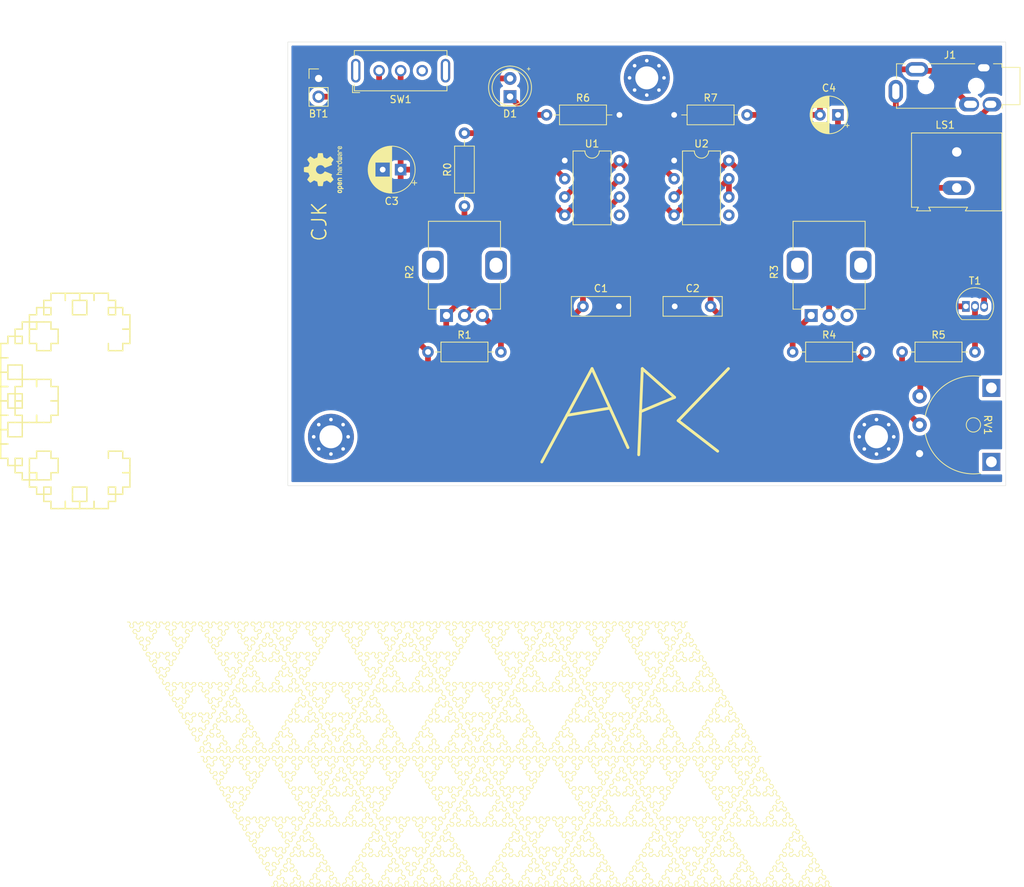
<source format=kicad_pcb>
(kicad_pcb (version 20240108) (generator "pcbnew") (generator_version "8.0")
  (title_block (comment 4 "AISLER Project ID: NMUNYYRL"))
  (layers (0 "F.Cu" signal) (31 "B.Cu" signal) (34 "B.Paste" user) (35 "F.Paste" user) (36 "B.SilkS" user "B.Silkscreen") (37 "F.SilkS" user "F.Silkscreen") (38 "B.Mask" user) (39 "F.Mask" user) (44 "Edge.Cuts" user))
  (net 0 "")
  (net 1 "Net-(BT1-+)")
  (net 2 "Net-(U1-THR)")
  (net 3 "Net-(U2-DIS)")
  (net 4 "Net-(D1-A)")
  (net 5 "Net-(U2-Q)")
  (net 6 "Net-(C4-Pad2)")
  (net 7 "Net-(D1-K)")
  (net 8 "Net-(J1-PadTN)")
  (net 9 "Net-(R1-Pad2)")
  (net 10 "Net-(U1-DIS)")
  (net 12 "GND")
  (net 13 "Net-(U1-Q)")
  (net 16 "Net-(R3-Pad1)")
  (net 17 "Net-(T1-E)")
  (net 18 "Net-(T1-B)")
  (net 19 "Net-(R5-Pad1)")
  (footprint "Package_TO_SOT_THT:TO-92_Inline" (layer "F.Cu") (at 194.31 87.63)
    (property "Reference" "T1")
    (property "Value" "BC547")
  )
  (footprint "TerminalBlock:TerminalBlock_Altech_AK300-2_P5.00mm" (layer "F.Cu") (at 193.04 66.12 -90)
    (property "Reference" "LS1")
    (property "Value" "Speaker")
  )
  (footprint "Potentiometer_THT:Potentiometer_Alps_RK09K_Single_Vertical" (layer "F.Cu") (at 121.96 88.9 90)
    (property "Reference" "R2")
    (property "Value" "100k")
  )
  (footprint "Connector_PinHeader_2.54mm:PinHeader_1x02_P2.54mm_Vertical" (layer "F.Cu") (at 104.14 55.88)
    (property "Reference" "BT1")
    (property "Value" "Battery")
  )
  (footprint "Capacitor_THT:C_Disc_D8.0mm_W2.5mm_P5.00mm" (layer "F.Cu") (at 140.97 87.63)
    (property "Reference" "C1")
    (property "Value" "10nF")
  )
  (footprint "MountingHole:MountingHole_3.2mm_M3_Pad_Via" (layer "F.Cu") (at 149.86 55.8)
    (property "Reference" "REF**" (hide yes))
    (property "Value" "MountingHole_3.2mm_M3_Pad_Via")
  )
  (footprint "Library:Jack_3.5mm_CUI_SJ-3524-THT_Horizontal" (layer "F.Cu") (at 193.25 56.935 -90)
    (property "Reference" "J1")
    (property "Value" "AudioJack2_SwitchT" (hide yes))
  )
  (footprint "Library:Rotary poti" (layer "F.Cu") (at 195.36 104.14 -90)
    (property "Reference" "RV1")
    (property "Value" "10k")
  )
  (footprint "Package_DIP:DIP-8_W7.62mm" (layer "F.Cu") (at 138.43 67.31)
    (property "Reference" "U1")
    (property "Value" "NE555P")
  )
  (footprint "Resistor_THT:R_Axial_DIN0207_L6.3mm_D2.5mm_P10.16mm_Horizontal" (layer "F.Cu") (at 185.42 93.98)
    (property "Reference" "R5")
    (property "Value" "R")
  )
  (footprint "Resistor_THT:R_Axial_DIN0207_L6.3mm_D2.5mm_P10.16mm_Horizontal" (layer "F.Cu") (at 124.46 73.66 90)
    (property "Reference" "R0")
    (property "Value" "0")
  )
  (footprint "Capacitor_THT:CP_Radial_D6.3mm_P2.50mm" (layer "F.Cu") (at 115.57 68.58 180)
    (property "Reference" "C3")
    (property "Value" "100uF")
  )
  (footprint "Capacitor_THT:C_Disc_D8.0mm_W2.5mm_P5.00mm" (layer "F.Cu") (at 153.75 87.63)
    (property "Reference" "C2")
    (property "Value" "100nF")
  )
  (footprint "Resistor_THT:R_Axial_DIN0207_L6.3mm_D2.5mm_P10.16mm_Horizontal" (layer "F.Cu") (at 163.83 60.96 180)
    (property "Reference" "R7")
    (property "Value" "R")
  )
  (footprint "LED_THT:LED_D5.0mm" (layer "F.Cu") (at 130.81 58.42 90)
    (property "Reference" "D1")
    (property "Value" "LED")
  )
  (footprint "Library:SLW-1298856-5A-RA-N-D" (layer "F.Cu") (at 115.57 54.8)
    (property "Reference" "SW1")
    (property "Value" "SW_SPST")
  )
  (footprint "Potentiometer_THT:Potentiometer_Alps_RK09K_Single_Vertical" (layer "F.Cu") (at 172.76 88.9 90)
    (property "Reference" "R3")
    (property "Value" "100k")
  )
  (footprint "Resistor_THT:R_Axial_DIN0207_L6.3mm_D2.5mm_P10.16mm_Horizontal" (layer "F.Cu") (at 135.89 60.96)
    (property "Reference" "R6")
    (property "Value" "1k")
  )
  (footprint "Capacitor_THT:CP_Radial_D5.0mm_P2.50mm" (layer "F.Cu") (at 176.49 60.96 180)
    (property "Reference" "C4")
    (property "Value" "10uF")
  )
  (footprint "Resistor_THT:R_Axial_DIN0207_L6.3mm_D2.5mm_P10.16mm_Horizontal" (layer "F.Cu") (at 119.38 93.98)
    (property "Reference" "R1")
    (property "Value" "1k")
  )
  (footprint "Symbol:OSHW-Logo2_7.3x6mm_SilkScreen" (layer "F.Cu") (at 104.86 68.58 90)
    (property "Reference" "REF**" (hide yes))
    (property "Value" "OSHW-Logo2_7.3x6mm_SilkScreen" (hide yes))
  )
  (footprint "MountingHole:MountingHole_3.2mm_M3_Pad_Via" (layer "F.Cu") (at 105.86 105.8)
    (property "Reference" "REF**" (hide yes))
    (property "Value" "MountingHole_3.2mm_M3_Pad_Via")
  )
  (footprint "Resistor_THT:R_Axial_DIN0207_L6.3mm_D2.5mm_P10.16mm_Horizontal" (layer "F.Cu") (at 180.34 93.98 180)
    (property "Reference" "R4")
    (property "Value" "1k")
  )
  (footprint "MountingHole:MountingHole_3.2mm_M3_Pad_Via" (layer "F.Cu") (at 181.86 105.8)
    (property "Reference" "REF**" (hide yes))
    (property "Value" "MountingHole_3.2mm_M3_Pad_Via")
  )
  (footprint "Package_DIP:DIP-8_W7.62mm" (layer "F.Cu") (at 153.67 67.31)
    (property "Reference" "U2")
    (property "Value" "NE555P")
  )
  (gr_line (start 106.453879 132.130412) (end 106.149608 132.130412) (stroke (width 0.097366)) (layer "F.SilkS"))
  (gr_line (start 121.275522 151.389794) (end 121.427658 151.12629) (stroke (width 0.097366)) (layer "F.SilkS"))
  (gr_line (start 139.566849 138.931396) (end 139.414713 138.667889) (stroke (width 0.097366)) (layer "F.SilkS"))
  (gr_line (start 118.537086 158.767971) (end 118.689221 159.031476) (stroke (width 0.097366)) (layer "F.SilkS"))
  (gr_line (start 148.229219 143.177818) (end 148.381354 143.441324) (stroke (width 0.097366)) (layer "F.SilkS"))
  (gr_line (start 110.561534 131.866906) (end 110.71367 131.603399) (stroke (width 0.097366)) (layer "F.SilkS"))
  (gr_line (start 98.095342 163.511082) (end 98.247477 163.774588) (stroke (width 0.097366)) (layer "F.SilkS"))
  (gr_line (start 65.86 103.8) (end 66.86 103.8) (stroke (width 0.2)) (layer "F.SilkS"))
  (gr_line (start 111.843565 142.113327) (end 111.69143 142.376833) (stroke (width 0.097366)) (layer "F.SilkS"))
  (gr_line (start 121.275522 150.33577) (end 121.427658 150.599277) (stroke (width 0.097366)) (layer "F.SilkS"))
  (gr_line (start 167.071331 167.413499) (end 166.919196 167.149992) (stroke (width 0.097366)) (layer "F.SilkS"))
  (gr_line (start 93.227447 141.059302) (end 93.075311 141.322807) (stroke (width 0.097366)) (layer "F.SilkS"))
  (gr_line (start 107.735909 148.17397) (end 108.04018 148.17397) (stroke (width 0.097366)) (layer "F.SilkS"))
  (gr_line (start 96.269717 164.038095) (end 96.421852 164.301601) (stroke (width 0.097366)) (layer "F.SilkS"))
  (gr_line (start 108.735909 134.501968) (end 108.431639 134.501968) (stroke (width 0.097366)) (layer "F.SilkS"))
  (gr_line (start 136.372005 149.208139) (end 136.676276 149.208139) (stroke (width 0.097366)) (layer "F.SilkS"))
  (gr_line (start 149.51125 144.465027) (end 149.359114 144.20152) (stroke (width 0.097366)) (layer "F.SilkS"))
  (gr_line (start 81.90448 136.610018) (end 81.600209 136.610018) (stroke (width 0.097366)) (layer "F.SilkS"))
  (gr_line (start 120.819116 150.599277) (end 120.971252 150.862783) (stroke (width 0.097366)) (layer "F.SilkS"))
  (gr_line (start 150.737244 159.244804) (end 150.585108 158.981299) (stroke (width 0.097366)) (layer "F.SilkS"))
  (gr_line (start 93.683853 144.484883) (end 93.531717 144.221376) (stroke (width 0.097366)) (layer "F.SilkS"))
  (gr_line (start 168.44055 168.204016) (end 168.74482 168.204016) (stroke (width 0.097366)) (layer "F.SilkS"))
  (gr_line (start 159.856019 160.592657) (end 160.008155 160.329152) (stroke (width 0.097366)) (layer "F.SilkS"))
  (gr_line (start 151.424062 138.698211) (end 151.119791 138.698211) (stroke (width 0.097366)) (layer "F.SilkS"))
  (gr_line (start 108.735909 142.934168) (end 108.888045 142.670662) (stroke (width 0.097366)) (layer "F.SilkS"))
  (gr_line (start 153.922739 159.275126) (end 154.074874 159.538633) (stroke (width 0.097366)) (layer "F.SilkS"))
  (gr_line (start 101.290185 152.180313) (end 101.442321 151.916808) (stroke (width 0.097366)) (layer "F.SilkS"))
  (gr_line (start 128.490834 155.048561) (end 128.795105 155.048561) (stroke (width 0.097366)) (layer "F.SilkS"))
  (gr_line (start 99.46456 159.558489) (end 99.16029 159.558489) (stroke (width 0.097366)) (layer "F.SilkS"))
  (gr_line (start 119.36271 166.115823) (end 119.210575 165.852316) (stroke (width 0.097366)) (layer "F.SilkS"))
  (gr_line (start 143.521932 152.950977) (end 143.217661 152.950977) (stroke (width 0.097366)) (layer "F.SilkS"))
  (gr_line (start 124.136226 135.27263) (end 124.288361 135.009124) (stroke (width 0.097366)) (layer "F.SilkS"))
  (gr_line (start 87.83776 131.603399) (end 87.989895 131.866906) (stroke (width 0.097366)) (layer "F.SilkS"))
  (gr_line (start 133.480995 155.059026) (end 133.633131 155.322533) (stroke (width 0.097366)) (layer "F.SilkS"))
  (gr_line (start 138.501463 153.741495) (end 138.653599 153.477988) (stroke (width 0.097366)) (layer "F.SilkS"))
  (gr_line (start 156.661176 164.018239) (end 156.813311 164.281745) (stroke (width 0.097366)) (layer "F.SilkS"))
  (gr_line (start 102.11581 163.744267) (end 101.963675 164.007774) (stroke (width 0.097366)) (layer "F.SilkS"))
  (gr_line (start 120.36271 152.443821) (end 120.514846 152.707326) (stroke (width 0.097366)) (layer "F.SilkS"))
  (gr_line (start 141.848881 145.519051) (end 141.696744 145.255547) (stroke (width 0.097366)) (layer "F.SilkS"))
  (gr_line (start 142.752344 132.637567) (end 142.448074 132.637567) (stroke (width 0.097366)) (layer "F.SilkS"))
  (gr_line (start 148.455212 159.508311) (end 148.303077 159.244804) (stroke (width 0.097366)) (layer "F.SilkS"))
  (gr_line (start 93.53128 159.294982) (end 93.227009 159.294982) (stroke (width 0.097366)) (layer "F.SilkS"))
  (gr_line (start 147.772812 133.955099) (end 147.924948 134.218606) (stroke (width 0.097366)) (layer "F.SilkS"))
  (gr_line (start 134.54638 148.681128) (end 134.850651 148.681128) (stroke (width 0.097366)) (layer "F.SilkS"))
  (gr_line (start 166.614925 155.555717) (end 166.462789 155.819223) (stroke (width 0.097366)) (layer "F.SilkS"))
  (gr_line (start 103.485029 162.426734) (end 103.332893 162.690242) (stroke (width 0.097366)) (layer "F.SilkS"))
  (gr_line (start 95.813311 161.139526) (end 95.965446 160.87602) (stroke (width 0.097366)) (layer "F.SilkS"))
  (gr_line (start 132.568183 160.329152) (end 132.720318 160.592657) (stroke (width 0.097366)) (layer "F.SilkS"))
  (gr_line (start 158.182968 145.255547) (end 158.030832 145.519051) (stroke (width 0.097366)) (layer "F.SilkS"))
  (gr_line (start 130.895131 149.208139) (end 130.742996 148.944632) (stroke (width 0.097366)) (layer "F.SilkS"))
  (gr_line (start 157.117582 152.160457) (end 157.269718 151.896952) (stroke (width 0.097366)) (layer "F.SilkS"))
  (gr_line (start 74.86 88.8) (end 75.86 88.8) (stroke (width 0.2)) (layer "F.SilkS"))
  (gr_line (start 118.993491 153.761351) (end 119.145627 153.497844) (stroke (width 0.097366)) (layer "F.SilkS"))
  (gr_line (start 107.735909 149.227995) (end 107.583774 148.964488) (stroke (width 0.097366)) (layer "F.SilkS"))
  (gr_line (start 119.572164 134.745617) (end 119.267893 134.745617) (stroke (width 0.097366)) (layer "F.SilkS"))
  (gr_line (start 100.833779 154.551871) (end 100.529508 154.551871) (stroke (width 0.097366)) (layer "F.SilkS"))
  (gr_line (start 91.705654 151.389794) (end 91.857791 151.653301) (stroke (width 0.097366)) (layer "F.SilkS"))
  (gr_line (start 127.787476 144.758855) (end 127.939611 145.022361) (stroke (width 0.097366)) (layer "F.SilkS"))
  (gr_line (start 124.592632 140.279249) (end 124.744767 140.542755) (stroke (width 0.097366)) (layer "F.SilkS"))
  (gr_line (start 109.561534 147.119945) (end 109.865805 147.119945) (stroke (width 0.097366)) (layer "F.SilkS"))
  (gr_line (start 116.255054 164.301601) (end 116.40719 164.038095) (stroke (width 0.097366)) (layer "F.SilkS"))
  (gr_line (start 152.106463 162.670386) (end 151.954326 162.933891) (stroke (width 0.097366)) (layer "F.SilkS"))
  (gr_line (start 103.724789 146.592934) (end 103.572654 146.856439) (stroke (width 0.097366)) (layer "F.SilkS"))
  (gr_line (start 167.984143 157.927273) (end 167.832008 157.663767) (stroke (width 0.097366)) (layer "F.SilkS"))
  (gr_line (start 99.617134 146.329427) (end 99.921404 146.329427) (stroke (width 0.097366)) (layer "F.SilkS"))
  (gr_line (start 91.705654 151.389794) (end 91.401383 151.389794) (stroke (width 0.097366)) (layer "F.SilkS"))
  (gr_line (start 93.683853 143.957871) (end 93.531717 143.694363) (stroke (width 0.097366)) (layer "F.SilkS"))
  (gr_line (start 115.951221 136.052683) (end 115.799086 136.31619) (stroke (width 0.097366)) (layer "F.SilkS"))
  (gr_line (start 145.50013 149.735152) (end 145.347994 149.471645) (stroke (width 0.097366)) (layer "F.SilkS"))
  (gr_line (start 154.844899 167.413499) (end 155.14917 167.413499) (stroke (width 0.097366)) (layer "F.SilkS"))
  (gr_line (start 118.659351 132.110556) (end 118.811486 131.84705) (stroke (width 0.097366)) (layer "F.SilkS"))
  (gr_line (start 130.895131 144.99204) (end 130.742996 145.255547) (stroke (width 0.097366)) (layer "F.SilkS"))
  (gr_line (start 133.480995 159.275126) (end 133.176725 159.275126) (stroke (width 0.097366)) (layer "F.SilkS"))
  (gr_line (start 113.299972 136.610018) (end 113.452107 136.346511) (stroke (width 0.097366)) (layer "F.SilkS"))
  (gr_line (start 87.83776 146.886762) (end 87.533489 146.886762) (stroke (width 0.097366)) (layer "F.SilkS"))
  (gr_line (start 134.089975 140.512433) (end 134.394245 140.512433) (stroke (width 0.097366)) (layer "F.SilkS"))
  (gr_line (start 90.032603 145.538907) (end 90.336874 145.538907) (stroke (width 0.097366)) (layer "F.SilkS"))
  (gr_line (start 110.331122 160.055178) (end 110.178986 159.791673) (stroke (width 0.097366)) (layer "F.SilkS"))
  (gr_line (start 105.550414 147.646957) (end 105.398278 147.910465) (stroke (width 0.097366)) (layer "F.SilkS"))
  (gr_line (start 66.86 98.8) (end 66.86 97.8) (stroke (width 0.2)) (layer "F.SilkS"))
  (gr_line (start 109.192316 133.71145) (end 108.888045 133.71145) (stroke (width 0.097366)) (layer "F.SilkS"))
  (gr_line (start 118.233252 138.951252) (end 118.081117 138.687745) (stroke (width 0.097366)) (layer "F.SilkS"))
  (gr_line (start 150.51125 139.752237) (end 150.663385 139.48873) (stroke (width 0.097366)) (layer "F.SilkS"))
  (gr_line (start 164.332893 157.40026) (end 164.180758 157.136754) (stroke (width 0.097366)) (layer "F.SilkS"))
  (gr_line (start 103.028623 168.487379) (end 102.876487 168.223872) (stroke (width 0.097366)) (layer "F.SilkS"))
  (gr_line (start 104.628254 131.603399) (end 104.323983 131.603399) (stroke (width 0.097366)) (layer "F.SilkS"))
  (gr_line (start 155.291957 150.579421) (end 154.987686 150.579421) (stroke (width 0.097366)) (layer "F.SilkS"))
  (gr_line (start 113.060211 159.294982) (end 112.75594 159.294982) (stroke (width 0.097366)) (layer "F.SilkS"))
  (gr_line (start 131.65537 158.221101) (end 131.807506 158.484608) (stroke (width 0.097366)) (layer "F.SilkS"))
  (gr_line (start 99.46456 162.193551) (end 99.616696 162.457057) (stroke (width 0.097366)) (layer "F.SilkS"))
  (gr_line (start 113.06956 163.744267) (end 112.917423 164.007774) (stroke (width 0.097366)) (layer "F.SilkS"))
  (gr_line (start 134.089975 146.309571) (end 133.937839 146.046065) (stroke (width 0.097366)) (layer "F.SilkS"))
  (gr_line (start 142.065526 168.467523) (end 142.369796 168.467523) (stroke (width 0.097366)) (layer "F.SilkS"))
  (gr_line (start 151.793281 139.985421) (end 151.641145 140.248928) (stroke (width 0.097366)) (layer "F.SilkS"))
  (gr_line (start 91.945416 136.083004) (end 91.641145 136.083004) (stroke (width 0.097366)) (layer "F.SilkS"))
  (gr_line (start 152.562868 166.095967) (end 152.410734 166.359472) (stroke (width 0.097366)) (layer "F.SilkS"))
  (gr_line (start 132.598491 164.271278) (end 132.902762 164.271278) (stroke (width 0.097366)) (layer "F.SilkS"))
  (gr_line (start 103.715441 134.238462) (end 103.411171 134.238462) (stroke (width 0.097366)) (layer "F.SilkS"))
  (gr_line (start 140.479662 141.039446) (end 140.327526 141.302951) (stroke (width 0.097366)) (layer "F.SilkS"))
  (gr_line (start 117.776846 148.700984) (end 118.081117 148.700984) (stroke (width 0.097366)) (layer "F.SilkS"))
  (gr_line (start 155.900936 133.397765) (end 155.748801 133.66127) (stroke (width 0.097366)) (layer "F.SilkS"))
  (gr_line (start 99.008155 152.443821) (end 98.703884 152.443821) (stroke (width 0.097366)) (layer "F.SilkS"))
  (gr_line (start 135.9156 141.039446) (end 135.763464 140.77594) (stroke (width 0.097366)) (layer "F.SilkS"))
  (gr_line (start 120.275522 167.696859) (end 120.123387 167.960366) (stroke (width 0.097366)) (layer "F.SilkS"))
  (gr_line (start 89.663385 135.8195) (end 89.81552 135.555993) (stroke (width 0.097366)) (layer "F.SilkS"))
  (gr_line (start 91.032603 141.35313) (end 91.184739 141.616637) (stroke (width 0.097366)) (layer "F.SilkS"))
  (gr_line (start 127.700288 147.890609) (end 127.548152 147.627101) (stroke (width 0.097366)) (layer "F.SilkS"))
  (gr_line (start 147.685625 149.208139) (end 147.533489 148.944632) (stroke (width 0.097366)) (layer "F.SilkS"))
  (gr_line (start 147.085994 153.447667) (end 147.390265 153.447667) (stroke (width 0.097366)) (layer "F.SilkS"))
  (gr_line (start 149.598437 140.279249) (end 149.750573 140.015744) (stroke (width 0.097366)) (layer "F.SilkS"))
  (gr_line (start 123.470366 160.055178) (end 123.774637 160.055178) (stroke (width 0.097366)) (layer "F.SilkS"))
  (gr_line (start 95.965884 135.262165) (end 95.813748 134.998659) (stroke (width 0.097366)) (layer "F.SilkS"))
  (gr_line (start 144.347557 156.609742) (end 144.195421 156.346236) (stroke (width 0.097366)) (layer "F.SilkS"))
  (gr_line (start 167.984143 160.035322) (end 168.288414 160.035322) (stroke (width 0.097366)) (layer "F.SilkS"))
  (gr_line (start 113.66919 144.748389) (end 113.517055 144.484883) (stroke (width 0.097366)) (layer "F.SilkS"))
  (gr_line (start 118.689658 140.795796) (end 118.537523 141.059302) (stroke (width 0.097366)) (layer "F.SilkS"))
  (gr_line (start 153.019274 163.724411) (end 152.867139 163.460904) (stroke (width 0.097366)) (layer "F.SilkS"))
  (gr_line (start 146.86 132.901074) (end 147.012136 132.637567) (stroke (width 0.097366)) (layer "F.SilkS"))
  (gr_line (start 144.587317 148.154114) (end 144.891588 148.154114) (stroke (width 0.097366)) (layer "F.SilkS"))
  (gr_line (start 110.474347 149.755008) (end 110.778618 149.755008) (stroke (width 0.097366)) (layer "F.SilkS"))
  (gr_line (start 108.952556 150.599277) (end 109.10469 150.33577) (stroke (width 0.097366)) (layer "F.SilkS"))
  (gr_line (start 117.32044 141.059302) (end 117.624711 141.059302) (stroke (width 0.097366)) (layer "F.SilkS"))
  (gr_line (start 103.485029 162.953747) (end 103.332893 163.217254) (stroke (width 0.097366)) (layer "F.SilkS"))
  (gr_line (start 113.973023 161.930045) (end 114.125159 161.666539) (stroke (width 0.097366)) (layer "F.SilkS"))
  (gr_line (start 134.850214 151.633445) (end 135.002349 151.369938) (stroke (width 0.097366)) (layer "F.SilkS"))
  (gr_line (start 59.86 100.8) (end 59.86 101.8) (stroke (width 0.2)) (layer "F.SilkS"))
  (gr_line (start 131.229272 159.26466) (end 131.077136 159.528167) (stroke (width 0.097366)) (layer "F.SilkS"))
  (gr_line (start 104.628254 144.251699) (end 104.780389 144.515205) (stroke (width 0.097366)) (layer "F.SilkS"))
  (gr_line (start 157.270155 138.404383) (end 157.11802 138.667889) (stroke (width 0.097366)) (layer "F.SilkS"))
  (gr_line (start 116.711461 165.092119) (end 116.863596 165.355626) (stroke (width 0.097366)) (layer "F.SilkS"))
  (gr_line (start 99.008155 160.349008) (end 99.16029 160.085501) (stroke (width 0.097366)) (layer "F.SilkS"))
  (gr_line (start 100.064192 134.238462) (end 100.216327 134.501968) (stroke (width 0.097366)) (layer "F.SilkS"))
  (gr_line (start 138.654037 141.039446) (end 138.958307 141.039446) (stroke (width 0.097366)) (layer "F.SilkS"))
  (gr_line (start 115.038408 139.74177) (end 115.342679 139.74177) (stroke (width 0.097366)) (layer "F.SilkS"))
  (gr_line (start 125.839585 150.33577) (end 125.99172 150.599277) (stroke (width 0.097366)) (layer "F.SilkS"))
  (gr_line (start 105.767059 167.960366) (end 105.614924 167.696859) (stroke (width 0.097366)) (layer "F.SilkS"))
  (gr_line (start 116.711461 166.673157) (end 116.863596 166.409652) (stroke (width 0.097366)) (layer "F.SilkS"))
  (gr_line (start 100.520598 131.866906) (end 100.216327 131.866906) (stroke (width 0.097366)) (layer "F.SilkS"))
  (gr_line (start 130.772865 164.271278) (end 131.077136 164.271278) (stroke (width 0.097366)) (layer "F.SilkS"))
  (gr_line (start 129.860053 160.055178) (end 130.164323 160.055178) (stroke (width 0.097366)) (layer "F.SilkS"))
  (gr_line (start 139.566849 143.674507) (end 139.87112 143.674507) (stroke (width 0.097366)) (layer "F.SilkS"))
  (gr_line (start 104.854247 164.271278) (end 104.702112 164.534785) (stroke (width 0.097366)) (layer "F.SilkS"))
  (gr_line (start 140.936068 141.302951) (end 140.783932 141.039446) (stroke (width 0.097366)) (layer "F.SilkS"))
  (gr_line (start 161.594457 168.467523) (end 161.898727 168.467523) (stroke (width 0.097366)) (layer "F.SilkS"))
  (gr_line (start 140.696307 162.933891) (end 140.544172 163.197398) (stroke (width 0.097366)) (layer "F.SilkS"))
  (gr_line (start 150.967656 135.799644) (end 151.119791 136.063148) (stroke (width 0.097366)) (layer "F.SilkS"))
  (gr_line (start 149.368025 163.724411) (end 149.672295 163.724411) (stroke (width 0.097366)) (layer "F.SilkS"))
  (gr_line (start 113.982371 163.744267) (end 113.830236 163.48076) (stroke (width 0.097366)) (layer "F.SilkS"))
  (gr_line (start 100.746591 165.58881) (end 100.594456 165.325305) (stroke (width 0.097366)) (layer "F.SilkS"))
  (gr_line (start 132.142083 167.696859) (end 131.989949 167.960366) (stroke (width 0.097366)) (layer "F.SilkS"))
  (gr_line (start 108.049091 159.26466) (end 107.896955 159.001155) (stroke (width 0.097366)) (layer "F.SilkS"))
  (gr_line (start 149.51125 143.938015) (end 149.359114 143.674507) (stroke (width 0.097366)) (layer "F.SilkS"))
  (gr_line (start 164.420081 151.633445) (end 164.572217 151.369938) (stroke (width 0.097366)) (layer "F.SilkS"))
  (gr_line (start 134.424115 164.798292) (end 134.27198 164.534785) (stroke (width 0.097366)) (layer "F.SilkS"))
  (gr_line (start 59.86 96.8) (end 59.86 97.8) (stroke (width 0.2)) (layer "F.SilkS"))
  (gr_line (start 154.531718 136.823346) (end 154.379582 137.086852) (stroke (width 0.097366)) (layer "F.SilkS"))
  (gr_line (start 98.008154 168.223872) (end 97.856019 168.487379) (stroke (width 0.097366)) (layer "F.SilkS"))
  (gr_line (start 106.00682 148.964488) (end 106.311091 148.964488) (stroke (width 0.097366)) (layer "F.SilkS"))
  (gr_line (start 122.188335 155.078882) (end 122.34047 154.815375) (stroke (width 0.097366)) (layer "F.SilkS"))
  (gr_line (start 162.74703 147.363596) (end 162.594894 147.627101) (stroke (width 0.097366)) (layer "F.SilkS"))
  (gr_line (start 146.86 145.549374) (end 146.555729 145.549374) (stroke (width 0.097366)) (layer "F.SilkS"))
  (gr_line (start 120.97169 141.059302) (end 120.819554 141.322807) (stroke (width 0.097366)) (layer "F.SilkS"))
  (gr_line (start 161.13805 163.987918) (end 160.985915 164.251422) (stroke (width 0.097366)) (layer "F.SilkS"))
  (gr_line (start 138.735 102.8) (end 144.735 101.8) (stroke (width 0.4)) (layer "F.SilkS"))
  (gr_line (start 142.295938 136.063148) (end 142.448074 135.799644) (stroke (width 0.097366)) (layer "F.SilkS"))
  (gr_line (start 110.01794 145.275403) (end 110.322211 145.275403) (stroke (width 0.097366)) (layer "F.SilkS"))
  (gr_line (start 155.900936 134.451789) (end 155.748801 134.715296) (stroke (width 0.097366)) (layer "F.SilkS"))
  (gr_line (start 132.720756 147.100089) (end 132.56862 147.363596) (stroke (width 0.097366)) (layer "F.SilkS"))
  (gr_line (start 161.377812 143.938015) (end 161.225675 144.20152) (stroke (width 0.097366)) (layer "F.SilkS"))
  (gr_line (start 116.720809 167.960366) (end 116.568673 168.223872) (stroke (width 0.097366)) (layer "F.SilkS"))
  (gr_line (start 112.387159 136.610018) (end 112.082888 136.610018) (stroke (width 0.097366)) (layer "F.SilkS"))
  (gr_line (start 95.356905 153.497844) (end 95.50904 153.761351) (stroke (width 0.097366)) (layer "F.SilkS"))
  (gr_line (start 167.984143 155.292211) (end 167.832008 155.028705) (stroke (width 0.097366)) (layer "F.SilkS"))
  (gr_line (start 98.704321 148.964488) (end 99.008592 148.964488) (stroke (width 0.097366)) (layer "F.SilkS"))
  (gr_line (start 123.101147 150.33577) (end 122.796876 150.33577) (stroke (width 0.097366)) (layer "F.SilkS"))
  (gr_line (start 123.926772 165.58881) (end 123.774637 165.852316) (stroke (width 0.097366)) (layer "F.SilkS"))
  (gr_line (start 124.01396 154.024857) (end 124.166095 153.761351) (stroke (width 0.097366)) (layer "F.SilkS"))
  (gr_line (start 106.910284 148.204293) (end 107.06242 147.940786) (stroke (width 0.097366)) (layer "F.SilkS"))
  (gr_line (start 118.449898 167.169848) (end 118.754168 167.169848) (stroke (width 0.097366)) (layer "F.SilkS"))
  (gr_line (start 152.249687 144.465027) (end 152.553958 144.465027) (stroke (width 0.097366)) (layer "F.SilkS"))
  (gr_line (start 98.238567 133.184437) (end 98.390703 133.447942) (stroke (width 0.097366)) (layer "F.SilkS"))
  (gr_line (start 137.741224 136.823346) (end 137.589089 137.086852) (stroke (width 0.097366)) (layer "F.SilkS"))
  (gr_line (start 161.594457 167.413499) (end 161.442321 167.677003) (stroke (width 0.097366)) (layer "F.SilkS"))
  (gr_line (start 88.750573 145.832736) (end 88.446302 145.832736) (stroke (width 0.097366)) (layer "F.SilkS"))
  (gr_line (start 162.290623 145.519051) (end 162.138488 145.255547) (stroke (width 0.097366)) (layer "F.SilkS"))
  (gr_line (start 126.66521 151.886485) (end 126.513074 152.149992) (stroke (width 0.097366)) (layer "F.SilkS"))
  (gr_line (start 111.01794 137.927549) (end 111.170076 138.191055) (stroke (width 0.097366)) (layer "F.SilkS"))
  (gr_line (start 152.562868 167.149992) (end 152.410734 167.413499) (stroke (width 0.097366)) (layer "F.SilkS"))
  (gr_line (start 108.049091 167.169848) (end 108.353362 167.169848) (stroke (width 0.097366)) (layer "F.SilkS"))
  (gr_line (start 116.711461 165.092119) (end 116.40719 165.092119) (stroke (width 0.097366)) (layer "F.SilkS"))
  (gr_line (start 80.078854 133.974955) (end 80.23099 134.238462) (stroke (width 0.097366)) (layer "F.SilkS"))
  (gr_line (start 160.921404 144.728533) (end 161.225675 144.728533) (stroke (width 0.097366)) (layer "F.SilkS"))
  (gr_line (start 86.012135 145.305724) (end 86.16427 145.56923) (stroke (width 0.097366)) (layer "F.SilkS"))
  (gr_line (start 118.906304 167.433355) (end 118.754168 167.696859) (stroke (width 0.097366)) (layer "F.SilkS"))
  (gr_line (start 158.943207 152.68747) (end 158.638936 152.68747) (stroke (width 0.097366)) (layer "F.SilkS"))
  (gr_line (start 153.922739 160.856164) (end 154.074874 161.11967) (stroke (width 0.097366)) (layer "F.SilkS"))
  (gr_line (start 120.36271 150.33577) (end 120.514846 150.599277) (stroke (width 0.097366)) (layer "F.SilkS"))
  (gr_line (start 152.562868 166.095967) (end 152.867139 166.095967) (stroke (width 0.097366)) (layer "F.SilkS"))
  (gr_line (start 137.284818 148.681128) (end 137.589089 148.681128) (stroke (width 0.097366)) (layer "F.SilkS"))
  (gr_line (start 125.839585 151.916808) (end 125.99172 151.653301) (stroke (width 0.097366)) (layer "F.SilkS"))
  (gr_line (start 81.448072 138.454562) (end 81.600209 138.191055) (stroke (width 0.097366)) (layer "F.SilkS"))
  (gr_line (start 104.628254 140.562611) (end 104.780389 140.826118) (stroke (width 0.097366)) (layer "F.SilkS"))
  (gr_line (start 96.42229 149.755008) (end 96.270155 149.491501) (stroke (width 0.097366)) (layer "F.SilkS"))
  (gr_line (start 153.249687 135.009124) (end 153.401822 134.745617) (stroke (width 0.097366)) (layer "F.SilkS"))
  (gr_line (start 137.132245 165.072263) (end 136.827974 165.072263) (stroke (width 0.097366)) (layer "F.SilkS"))
  (gr_line (start 113.516617 152.707326) (end 113.668753 152.443821) (stroke (width 0.097366)) (layer "F.SilkS"))
  (gr_line (start 164.7893 158.717792) (end 165.093571 158.717792) (stroke (width 0.097366)) (layer "F.SilkS"))
  (gr_line (start 160.008593 145.255547) (end 159.856457 145.519051) (stroke (width 0.097366)) (layer "F.SilkS"))
  (gr_line (start 124.622938 148.964488) (end 124.470804 149.227995) (stroke (width 0.097366)) (layer "F.SilkS"))
  (gr_line (start 152.097114 155.059026) (end 152.249249 154.795519) (stroke (width 0.097366)) (layer "F.SilkS"))
  (gr_line (start 120.515283 145.538907) (end 120.819554 145.538907) (stroke (width 0.097366)) (layer "F.SilkS"))
  (gr_line (start 169.353362 162.406878) (end 169.657633 162.406878) (stroke (width 0.097366)) (layer "F.SilkS"))
  (gr_line (start 130.438725 143.147496) (end 130.28659 142.883989) (stroke (width 0.097366)) (layer "F.SilkS"))
  (gr_line (start 150.727896 156.90357) (end 150.88003 157.167077) (stroke (width 0.097366)) (layer "F.SilkS"))
  (gr_line (start 111.243934 164.271278) (end 111.548205 164.271278) (stroke (width 0.097366)) (layer "F.SilkS"))
  (gr_line (start 120.275522 168.223872) (end 120.123387 168.487379) (stroke (width 0.097366)) (layer "F.SilkS"))
  (gr_line (start 90.119791 133.974955) (end 90.271926 133.71145) (stroke (width 0.097366)) (layer "F.SilkS"))
  (gr_line (start 105.541066 133.71145) (end 105.236795 133.71145) (stroke (width 0.097366)) (layer "F.SilkS"))
  (gr_line (start 129.069506 147.627101) (end 129.373777 147.627101) (stroke (width 0.097366)) (layer "F.SilkS"))
  (gr_line (start 153.466332 152.68747) (end 153.618468 152.423965) (stroke (width 0.097366)) (layer "F.SilkS"))
  (gr_line (start 94.596665 146.592934) (end 94.44453 146.329427) (stroke (width 0.097366)) (layer "F.SilkS"))
  (gr_line (start 103.268383 149.491501) (end 103.572654 149.491501) (stroke (width 0.097366)) (layer "F.SilkS"))
  (gr_line (start 95.813311 153.234339) (end 95.50904 153.234339) (stroke (width 0.097366)) (layer "F.SilkS"))
  (gr_line (start 120.97169 148.964488) (end 120.819554 148.700984) (stroke (width 0.097366)) (layer "F.SilkS"))
  (gr_line (start 114.212784 131.866906) (end 114.364919 132.130412) (stroke (width 0.097366)) (layer "F.SilkS"))
  (gr_line (start 109.192316 143.197674) (end 108.888045 143.197674) (stroke (width 0.097366)) (layer "F.SilkS"))
  (gr_line (start 118.537086 160.87602) (end 118.689221 161.139526) (stroke (width 0.097366)) (layer "F.SilkS"))
  (gr_line (start 154.835551 159.802138) (end 154.53128 159.802138) (stroke (width 0.097366)) (layer "F.SilkS"))
  (gr_line (start 152.249687 140.248928) (end 152.097551 139.985421) (stroke (width 0.097366)) (layer "F.SilkS"))
  (gr_line (start 152.706093 147.363596) (end 153.010364 147.363596) (stroke (width 0.097366)) (layer "F.SilkS"))
  (gr_line (start 111.01794 141.089623) (end 110.71367 141.089623) (stroke (width 0.097366)) (layer "F.SilkS"))
  (gr_line (start 148.598437 147.627101) (end 148.446302 147.363596) (stroke (width 0.097366)) (layer "F.SilkS"))
  (gr_line (start 103.715441 134.765473) (end 103.867577 134.501968) (stroke (width 0.097366)) (layer "F.SilkS"))
  (gr_line (start 102.35557 142.64034) (end 102.203436 142.903845) (stroke (width 0.097366)) (layer "F.SilkS"))
  (gr_line (start 104.628254 133.71145) (end 104.323983 133.71145) (stroke (width 0.097366)) (layer "F.SilkS"))
  (gr_line (start 167.984143 156.346236) (end 167.832008 156.609742) (stroke (width 0.097366)) (layer "F.SilkS"))
  (gr_line (start 142.065526 163.197398) (end 141.91339 163.460904) (stroke (width 0.097366)) (layer "F.SilkS"))
  (gr_line (start 85.555729 140.299105) (end 85.707864 140.0356) (stroke (width 0.097366)) (layer "F.SilkS"))
  (gr_line (start 146.403594 141.069767) (end 146.555729 141.333274) (stroke (width 0.097366)) (layer "F.SilkS"))
  (gr_line (start 108.961903 154.521548) (end 108.809768 154.785054) (stroke (width 0.097366)) (layer "F.SilkS"))
  (gr_line (start 147.5424 155.819223) (end 147.846671 155.819223) (stroke (width 0.097366)) (layer "F.SilkS"))
  (gr_line (start 116.255054 160.085501) (end 116.40719 159.821994) (stroke (width 0.097366)) (layer "F.SilkS"))
  (gr_line (start 107.592684 160.055178) (end 107.896955 160.055178) (stroke (width 0.097366)) (layer "F.SilkS"))
  (gr_line (start 124.592632 132.374063) (end 124.288361 132.374063) (stroke (width 0.097366)) (layer "F.SilkS"))
  (gr_line (start 126.874663 146.339892) (end 126.570392 146.339892) (stroke (width 0.097366)) (layer "F.SilkS"))
  (gr_line (start 145.716775 168.467523) (end 145.56464 168.204016) (stroke (width 0.097366)) (layer "F.SilkS"))
  (gr_line (start 144.587317 147.627101) (end 144.435181 147.890609) (stroke (width 0.097366)) (layer "F.SilkS"))
  (gr_line (start 161.377812 149.735152) (end 161.225675 149.471645) (stroke (width 0.097366)) (layer "F.SilkS"))
  (gr_line (start 112.299972 145.011896) (end 112.147836 144.748389) (stroke (width 0.097366)) (layer "F.SilkS"))
  (gr_line (start 98.551748 159.031476) (end 98.247477 159.031476) (stroke (width 0.097366)) (layer "F.SilkS"))
  (gr_line (start 150.51125 131.84705) (end 150.663385 131.583543) (stroke (width 0.097366)) (layer "F.SilkS"))
  (gr_line (start 81.448072 135.8195) (end 81.600209 136.083004) (stroke (width 0.097366)) (layer "F.SilkS"))
  (gr_line (start 118.233252 138.424239) (end 118.081117 138.687745) (stroke (width 0.097366)) (layer "F.SilkS"))
  (gr_line (start 157.726561 140.77594) (end 157.574426 140.512433) (stroke (width 0.097366)) (layer "F.SilkS"))
  (gr_line (start 85.555729 145.042217) (end 85.251458 145.042217) (stroke (width 0.097366)) (layer "F.SilkS"))
  (gr_line (start 130.772865 168.487379) (end 130.62073 168.223872) (stroke (width 0.097366)) (layer "F.SilkS"))
  (gr_line (start 130.525912 135.799644) (end 130.221642 135.799644) (stroke (width 0.097366)) (layer "F.SilkS"))
  (gr_line (start 115.951221 148.700984) (end 115.799086 148.437477) (stroke (width 0.097366)) (layer "F.SilkS"))
  (gr_line (start 152.793281 136.326655) (end 152.48901 136.326655) (stroke (width 0.097366)) (layer "F.SilkS"))
  (gr_line (start 140.023255 144.99204) (end 139.87112 145.255547) (stroke (width 0.097366)) (layer "F.SilkS"))
  (gr_line (start 158.182968 141.039446) (end 158.030832 141.302951) (stroke (width 0.097366)) (layer "F.SilkS"))
  (gr_line (start 92.314634 142.113327) (end 92.618905 142.113327) (stroke (width 0.097366)) (layer "F.SilkS"))
  (gr_line (start 133.633568 146.573078) (end 133.937839 146.573078) (stroke (width 0.097366)) (layer "F.SilkS"))
  (gr_line (start 133.024589 160.592657) (end 133.176725 160.329152) (stroke (width 0.097366)) (layer "F.SilkS"))
  (gr_line (start 98.551748 164.828613) (end 98.703884 164.565107) (stroke (width 0.097366)) (layer "F.SilkS"))
  (gr_line (start 149.815083 152.160457) (end 149.967217 152.423965) (stroke (width 0.097366)) (layer "F.SilkS"))
  (gr_line (start 93.987686 154.815375) (end 94.139822 155.078882) (stroke (width 0.097366)) (layer "F.SilkS"))
  (gr_line (start 101.433411 139.24508) (end 101.585545 139.508586) (stroke (width 0.097366)) (layer "F.SilkS"))
  (gr_line (start 119.115757 131.84705) (end 119.267893 132.110556) (stroke (width 0.097366)) (layer "F.SilkS"))
  (gr_line (start 134.633568 132.901074) (end 134.785704 132.637567) (stroke (width 0.097366)) (layer "F.SilkS"))
  (gr_line (start 167.527737 167.149992) (end 167.375602 167.413499) (stroke (width 0.097366)) (layer "F.SilkS"))
  (gr_line (start 121.644741 160.582192) (end 121.949012 160.582192) (stroke (width 0.097366)) (layer "F.SilkS"))
  (gr_line (start 151.880468 135.799644) (end 151.576197 135.799644) (stroke (width 0.097366)) (layer "F.SilkS"))
  (gr_line (start 88.750573 140.562611) (end 88.902708 140.826118) (stroke (width 0.097366)) (layer "F.SilkS"))
  (gr_line (start 90.119791 134.501968) (end 90.271926 134.765473) (stroke (width 0.097366)) (layer "F.SilkS"))
  (gr_line (start 127.331069 146.603399) (end 127.483205 146.339892) (stroke (width 0.097366)) (layer "F.SilkS"))
  (gr_line (start 95.140259 131.603399) (end 95.292395 131.866906) (stroke (width 0.097366)) (layer "F.SilkS"))
  (gr_line (start 93.53128 150.33577) (end 93.683415 150.599277) (stroke (width 0.097366)) (layer "F.SilkS"))
  (gr_line (start 153.466332 154.268508) (end 153.618468 154.005001) (stroke (width 0.097366)) (layer "F.SilkS"))
  (gr_line (start 151.880468 132.637567) (end 152.032604 132.901074) (stroke (width 0.097366)) (layer "F.SilkS"))
  (gr_line (start 91.249249 156.396415) (end 91.401383 156.132907) (stroke (width 0.097366)) (layer "F.SilkS"))
  (gr_line (start 167.527737 155.555717) (end 167.375602 155.819223) (stroke (width 0.097366)) (layer "F.SilkS"))
  (gr_line (start 94.227447 136.346511) (end 94.379582 136.083004) (stroke (width 0.097366)) (layer "F.SilkS"))
  (gr_line (start 120.515283 140.795796) (end 120.819554 140.795796) (stroke (width 0.097366)) (layer "F.SilkS"))
  (gr_line (start 153.932087 165.83246) (end 154.236358 165.83246) (stroke (width 0.097366)) (layer "F.SilkS"))
  (gr_line (start 99.151379 134.765473) (end 99.303514 135.02898) (stroke (width 0.097366)) (layer "F.SilkS"))
  (gr_line (start 122.310601 137.907693) (end 122.00633 137.907693) (stroke (width 0.097366)) (layer "F.SilkS"))
  (gr_line (start 73.86 85.8) (end 72.86 85.8) (stroke (width 0.2)) (layer "F.SilkS"))
  (gr_line (start 104.637602 146.065921) (end 104.485467 145.802414) (stroke (width 0.097366)) (layer "F.SilkS"))
  (gr_line (start 85.555729 142.407155) (end 85.707864 142.143649) (stroke (width 0.097366)) (layer "F.SilkS"))
  (gr_line (start 92.162062 155.342389) (end 92.314196 155.078882) (stroke (width 0.097366)) (layer "F.SilkS"))
  (gr_line (start 90.945416 147.646957) (end 90.79328 147.383452) (stroke (width 0.097366)) (layer "F.SilkS"))
  (gr_line (start 153.009926 160.856164) (end 153.162062 161.11967) (stroke (width 0.097366)) (layer "F.SilkS"))
  (gr_line (start 127.121615 168.487379) (end 126.96948 168.223872) (stroke (width 0.097366)) (layer "F.SilkS"))
  (gr_line (start 86.012135 142.143649) (end 86.16427 141.880142) (stroke (width 0.097366)) (layer "F.SilkS"))
  (gr_line (start 148.455212 155.292211) (end 148.303077 155.028705) (stroke (width 0.097366)) (layer "F.SilkS"))
  (gr_line (start 148.598437 145.519051) (end 148.446302 145.255547) (stroke (width 0.097366)) (layer "F.SilkS"))
  (gr_line (start 157.117582 163.22772) (end 156.813311 163.22772) (stroke (width 0.097366)) (layer "F.SilkS"))
  (gr_line (start 160.008593 140.512433) (end 159.856457 140.77594) (stroke (width 0.097366)) (layer "F.SilkS"))
  (gr_line (start 124.136226 144.758855) (end 124.288361 144.495349) (stroke (width 0.097366)) (layer "F.SilkS"))
  (gr_line (start 114.582003 138.424239) (end 114.429867 138.687745) (stroke (width 0.097366)) (layer "F.SilkS"))
  (gr_line (start 148.445864 150.315914) (end 148.597999 150.579421) (stroke (width 0.097366)) (layer "F.SilkS"))
  (gr_line (start 149.598437 132.901074) (end 149.750573 133.164581) (stroke (width 0.097366)) (layer "F.SilkS"))
  (gr_line (start 118.537086 151.389794) (end 118.689221 151.653301) (stroke (width 0.097366)) (layer "F.SilkS"))
  (gr_line (start 160.225238 163.987918) (end 160.073103 164.251422) (stroke (width 0.097366)) (layer "F.SilkS"))
  (gr_line (start 116.711461 166.146144) (end 116.863596 166.409652) (stroke (width 0.097366)) (layer "F.SilkS"))
  (gr_line (start 93.227447 143.694363) (end 93.531717 143.694363) (stroke (width 0.097366)) (layer "F.SilkS"))
  (gr_line (start 124.383178 164.798292) (end 124.231043 164.534785) (stroke (width 0.097366)) (layer "F.SilkS"))
  (gr_line (start 130.982319 138.171199) (end 130.678048 138.171199) (stroke (width 0.097366)) (layer "F.SilkS"))
  (gr_line (start 99.160727 138.160733) (end 99.464998 138.160733) (stroke (width 0.097366)) (layer "F.SilkS"))
  (gr_line (start 99.160727 147.119945) (end 99.008592 146.856439) (stroke (width 0.097366)) (layer "F.SilkS"))
  (gr_line (start 115.951221 136.052683) (end 115.799086 135.789177) (stroke (width 0.097366)) (layer "F.SilkS"))
  (gr_line (start 128.6131 149.471645) (end 128.460965 149.208139) (stroke (width 0.097366)) (layer "F.SilkS"))
  (gr_line (start 159.856019 150.579421) (end 160.008155 150.842927) (stroke (width 0.097366)) (layer "F.SilkS"))
  (gr_line (start 104.181196 149.491501) (end 104.02906 149.227995) (stroke (width 0.097366)) (layer "F.SilkS"))
  (gr_line (start 93.314634 137.400536) (end 93.010363 137.400536) (stroke (width 0.097366)) (layer "F.SilkS"))
  (gr_line (start 149.358677 151.369938) (end 149.510812 151.106434) (stroke (width 0.097366)) (layer "F.SilkS"))
  (gr_line (start 66.86 90.8) (end 66.86 89.8) (stroke (width 0.2)) (layer "F.SilkS"))
  (gr_line (start 157.117582 160.592657) (end 157.269718 160.329152) (stroke (width 0.097366)) (layer "F.SilkS"))
  (gr_line (start 123.25372 144.484883) (end 123.101585 144.748389) (stroke (width 0.097366)) (layer "F.SilkS"))
  (gr_line (start 121.428096 141.322807) (end 121.27596 141.059302) (stroke (width 0.097366)) (layer "F.SilkS"))
  (gr_line (start 139.414276 155.322533) (end 139.566411 155.586039) (stroke (width 0.097366)) (layer "F.SilkS"))
  (gr_line (start 141.152713 160.562336) (end 141.000578 160.825842) (stroke (width 0.097366)) (layer "F.SilkS"))
  (gr_line (start 158.182968 137.877371) (end 158.487238 137.877371) (stroke (width 0.097366)) (layer "F.SilkS"))
  (gr_line (start 148.598437 147.100089) (end 148.902708 147.100089) (stroke (width 0.097366)) (layer "F.SilkS"))
  (gr_line (start 110.105128 134.238462) (end 109.800857 134.238462) (stroke (width 0.097366)) (layer "F.SilkS"))
  (gr_line (start 122.340909 149.227995) (end 122.188772 149.491501) (stroke (width 0.097366)) (layer "F.SilkS"))
  (gr_line (start 90.945416 148.700984) (end 90.79328 148.437477) (stroke (width 0.097366)) (layer "F.SilkS"))
  (gr_line (start 155.900936 149.735152) (end 155.748801 149.471645) (stroke (width 0.097366)) (layer "F.SilkS"))
  (gr_line (start 142.065526 163.197398) (end 142.369796 163.197398) (stroke (width 0.097366)) (layer "F.SilkS"))
  (gr_line (start 76.86 108.8) (end 76.86 107.8) (stroke (width 0.2)) (layer "F.SilkS"))
  (gr_line (start 105.397841 151.389794) (end 105.549977 151.12629) (stroke (width 0.097366)) (layer "F.SilkS"))
  (gr_line (start 161.13805 159.771817) (end 160.985915 160.035322) (stroke (width 0.097366)) (layer "F.SilkS"))
  (gr_line (start 112.603804 157.450438) (end 112.75594 157.713945) (stroke (width 0.097366)) (layer "F.SilkS"))
  (gr_line (start 144.121563 133.955099) (end 144.273698 133.691594) (stroke (width 0.097366)) (layer "F.SilkS"))
  (gr_line (start 114.429429 154.288364) (end 114.581565 154.551871) (stroke (width 0.097366)) (layer "F.SilkS"))
  (gr_line (start 164.420081 151.633445) (end 164.115811 151.633445) (stroke (width 0.097366)) (layer "F.SilkS"))
  (gr_line (start 152.562868 162.406878) (end 152.410734 162.670386) (stroke (width 0.097366)) (layer "F.SilkS"))
  (gr_line (start 164.332893 167.413499) (end 164.637164 167.413499) (stroke (width 0.097366)) (layer "F.SilkS"))
  (gr_line (start 157.030394 168.467523) (end 156.878259 168.204016) (stroke (width 0.097366)) (layer "F.SilkS"))
  (gr_line (start 124.839585 166.115823) (end 124.687449 165.852316) (stroke (width 0.097366)) (layer "F.SilkS"))
  (gr_line (start 99.008155 151.916808) (end 98.703884 151.916808) (stroke (width 0.097366)) (layer "F.SilkS"))
  (gr_line (start 108.952556 151.12629) (end 109.10469 150.862783) (stroke (width 0.097366)) (layer "F.SilkS"))
  (gr_line (start 100.377373 161.139526) (end 100.073102 161.139526) (stroke (width 0.097366)) (layer "F.SilkS"))
  (gr_line (start 108.648722 147.646957) (end 108.952993 147.646957) (stroke (width 0.097366)) (layer "F.SilkS"))
  (gr_line (start 163.963675 152.423965) (end 163.659404 152.423965) (stroke (width 0.097366)) (layer "F.SilkS"))
  (gr_line (start 146.173182 155.555717) (end 146.021046 155.819223) (stroke (width 0.097366)) (layer "F.SilkS"))
  (gr_line (start 137.741224 141.039446) (end 137.589089 140.77594) (stroke (width 0.097366)) (layer "F.SilkS"))
  (gr_line (start 157.726561 146.573078) (end 158.030832 146.573078) (stroke (width 0.097366)) (layer "F.SilkS"))
  (gr_line (start 157.486801 166.095967) (end 157.791071 166.095967) (stroke (width 0.097366)) (layer "F.SilkS"))
  (gr_line (start 146.86 131.84705) (end 146.555729 131.84705) (stroke (width 0.097366)) (layer "F.SilkS"))
  (gr_line (start 148.229219 135.27263) (end 148.381354 135.536137) (stroke (width 0.097366)) (layer "F.SilkS"))
  (gr_line (start 148.911619 164.514929) (end 148.759483 164.251422) (stroke (width 0.097366)) (layer "F.SilkS"))
  (gr_line (start 147.5424 166.886485) (end 147.390265 166.62298) (stroke (width 0.097366)) (layer "F.SilkS"))
  (gr_line (start 167.984143 168.467523) (end 167.832008 168.204016) (stroke (width 0.097366)) (layer "F.SilkS"))
  (gr_line (start 99.617134 141.059302) (end 99.464998 141.322807) (stroke (width 0.097366)) (layer "F.SilkS"))
  (gr_line (start 125.505444 146.603399) (end 125.65758 146.339892) (stroke (width 0.097366)) (layer "F.SilkS"))
  (gr_line (start 152.706093 144.728533) (end 152.553958 144.465027) (stroke (width 0.097366)) (layer "F.SilkS"))
  (gr_line (start 124.470366 153.761351) (end 124.622501 153.497844) (stroke (width 0.097366)) (layer "F.SilkS"))
  (gr_line (start 168.896956 168.467523) (end 168.74482 168.204016) (stroke (width 0.097366)) (layer "F.SilkS"))
  (gr_line (start 132.568183 151.896952) (end 132.720318 151.633445) (stroke (width 0.097366)) (layer "F.SilkS"))
  (gr_line (start 142.752344 140.542755) (end 142.90448 140.806262) (stroke (width 0.097366)) (layer "F.SilkS"))
  (gr_line (start 116.264402 167.696859) (end 116.112267 167.960366) (stroke (width 0.097366)) (layer "F.SilkS"))
  (gr_line (start 114.885836 150.862783) (end 115.037971 150.599277) (stroke (width 0.097366)) (layer "F.SilkS"))
  (gr_line (start 151.880468 132.637567) (end 151.576197 132.637567) (stroke (width 0.097366)) (layer "F.SilkS"))
  (gr_line (start 140.327088 154.795519) (end 140.479224 155.059026) (stroke (width 0.097366)) (layer "F.SilkS"))
  (gr_line (start 82.817291 140.826118) (end 82.969427 141.089623) (stroke (width 0.097366)) (layer "F.SilkS"))
  (gr_line (start 119.572164 133.691594) (end 119.267893 133.691594) (stroke (width 0.097366)) (layer "F.SilkS"))
  (gr_line (start 147.5424 158.981299) (end 147.846671 158.981299) (stroke (width 0.097366)) (layer "F.SilkS"))
  (gr_line (start 103.259035 136.083004) (end 103.411171 136.346511) (stroke (width 0.097366)) (layer "F.SilkS"))
  (gr_line (start 142.152713 155.849546) (end 142.304848 155.586039) (stroke (width 0.097366)) (layer "F.SilkS"))
  (gr_line (start 103.268383 145.275403) (end 103.572654 145.275403) (stroke (width 0.097366)) (layer "F.SilkS"))
  (gr_line (start 148.685625 133.955099) (end 148.83776 133.691594) (stroke (width 0.097366)) (layer "F.SilkS"))
  (gr_line (start 153.162499 141.302951) (end 153.46677 141.302951) (stroke (width 0.097366)) (layer "F.SilkS"))
  (gr_line (start 110.561534 141.35313) (end 110.71367 141.089623) (stroke (width 0.097366)) (layer "F.SilkS"))
  (gr_line (start 166.158518 155.819223) (end 166.462789 155.819223) (stroke (width 0.097366)) (layer "F.SilkS"))
  (gr_line (start 130.286152 150.579421) (end 130.438286 150.315914) (stroke (width 0.097366)) (layer "F.SilkS"))
  (gr_line (start 164.420081 152.160457) (end 164.572217 152.423965) (stroke (width 0.097366)) (layer "F.SilkS"))
  (gr_line (start 87.83776 144.778711) (end 87.989895 145.042217) (stroke (width 0.097366)) (layer "F.SilkS"))
  (gr_line (start 110.01794 144.221376) (end 110.322211 144.221376) (stroke (width 0.097366)) (layer "F.SilkS"))
  (gr_line (start 146.86 133.428086) (end 147.012136 133.691594) (stroke (width 0.097366)) (layer "F.SilkS"))
  (gr_line (start 153.009926 151.369938) (end 153.162062 151.106434) (stroke (width 0.097366)) (layer "F.SilkS"))
  (gr_line (start 107.366691 132.657423) (end 107.518826 132.393919) (stroke (width 0.097366)) (layer "F.SilkS"))
  (gr_line (start 124.592632 145.022361) (end 124.288361 145.022361) (stroke (width 0.097366)) (layer "F.SilkS"))
  (gr_line (start 140.783494 157.694089) (end 140.93563 157.430582) (stroke (width 0.097366)) (layer "F.SilkS"))
  (gr_line (start 156.357343 134.188283) (end 156.205207 134.451789) (stroke (width 0.097366)) (layer "F.SilkS"))
  (gr_line (start 129.6131 136.853668) (end 129.308829 136.853668) (stroke (width 0.097366)) (layer "F.SilkS"))
  (gr_line (start 88.750573 144.251699) (end 88.446302 144.251699) (stroke (width 0.097366)) (layer "F.SilkS"))
  (gr_line (start 140.327088 150.579421) (end 140.479224 150.315914) (stroke (width 0.097366)) (layer "F.SilkS"))
  (gr_line (start 132.568183 159.802138) (end 132.263912 159.802138) (stroke (width 0.097366)) (layer "F.SilkS"))
  (gr_line (start 84.642916 140.299105) (end 84.338646 140.299105) (stroke (width 0.097366)) (layer "F.SilkS"))
  (gr_line (start 90.489009 146.856439) (end 90.336874 147.119945) (stroke (width 0.097366)) (layer "F.SilkS"))
  (gr_line (start 100.07354 138.160733) (end 99.921404 137.897227) (stroke (width 0.097366)) (layer "F.SilkS"))
  (gr_line (start 93.314634 135.8195) (end 93.46677 136.083004) (stroke (width 0.097366)) (layer "F.SilkS"))
  (gr_line (start 112.299972 141.322807) (end 112.604242 141.322807) (stroke (width 0.097366)) (layer "F.SilkS"))
  (gr_line (start 104.628254 144.778711) (end 104.780389 145.042217) (stroke (width 0.097366)) (layer "F.SilkS"))
  (gr_line (start 143.674505 149.208139) (end 143.52237 149.471645) (stroke (width 0.097366)) (layer "F.SilkS"))
  (gr_line (start 136.219433 162.964214) (end 136.371568 163.22772) (stroke (width 0.097366)) (layer "F.SilkS"))
  (gr_line (start 103.028623 161.636216) (end 103.332893 161.636216) (stroke (width 0.097366)) (layer "F.SilkS"))
  (gr_line (start 153.009926 155.059026) (end 153.162062 155.322533) (stroke (width 0.097366)) (layer "F.SilkS"))
  (gr_line (start 142.065526 161.089348) (end 141.91339 160.825842) (stroke (width 0.097366)) (layer "F.SilkS"))
  (gr_line (start 91.249249 152.707326) (end 90.944978 152.707326) (stroke (width 0.097366)) (layer "F.SilkS"))
  (gr_line (start 150.280837 167.413499) (end 150.585108 167.413499) (stroke (width 0.097366)) (layer "F.SilkS"))
  (gr_line (start 149.142031 141.069767) (end 148.83776 141.069767) (stroke (width 0.097366)) (layer "F.SilkS"))
  (gr_line (start 90.792843 155.078882) (end 90.488572 155.078882) (stroke (width 0.097366)) (layer "F.SilkS"))
  (gr_line (start 133.967709 164.534785) (end 134.27198 164.534785) (stroke (width 0.097366)) (layer "F.SilkS"))
  (gr_line (start 163.050863 150.315914) (end 163.202998 150.579421) (stroke (width 0.097366)) (layer "F.SilkS"))
  (gr_line (start 86.012135 145.832736) (end 86.16427 146.096242) (stroke (width 0.097366)) (layer "F.SilkS"))
  (gr_line (start 155.291957 159.01162) (end 154.987686 159.01162) (stroke (width 0.097366)) (layer "F.SilkS"))
  (gr_line (start 96.726123 150.599277) (end 96.878259 150.33577) (stroke (width 0.097366)) (layer "F.SilkS"))
  (gr_line (start 105.08466 131.866906) (end 105.236795 131.603399) (stroke (width 0.097366)) (layer "F.SilkS"))
  (gr_line (start 100.07354 149.227995) (end 99.921404 148.964488) (stroke (width 0.097366)) (layer "F.SilkS"))
  (gr_line (start 122.101147 168.223872) (end 121.949012 168.487379) (stroke (width 0.097366)) (layer "F.SilkS"))
  (gr_line (start 143.434744 165.568954) (end 143.282609 165.83246) (stroke (width 0.097366)) (layer "F.SilkS"))
  (gr_line (start 121.188335 161.372711) (end 121.492606 161.372711) (stroke (width 0.097366)) (layer "F.SilkS"))
  (gr_line (start 142.065526 167.413499) (end 141.91339 167.677003) (stroke (width 0.097366)) (layer "F.SilkS"))
  (gr_line (start 64.86 90.8) (end 64.86 89.8) (stroke (width 0.2)) (layer "F.SilkS"))
  (gr_line (start 120.058877 147.383452) (end 119.906741 147.119945) (stroke (width 0.097366)) (layer "F.SilkS"))
  (gr_line (start 140.470314 136.590162) (end 140.622448 136.326655) (stroke (width 0.097366)) (layer "F.SilkS"))
  (gr_line (start 160.921404 142.093471) (end 160.76927 141.829965) (stroke (width 0.097366)) (layer "F.SilkS"))
  (gr_line (start 88.750573 145.832736) (end 88.902708 145.56923) (stroke (width 0.097366)) (layer "F.SilkS"))
  (gr_line (start 88.750573 144.778711) (end 88.902708 144.515205) (stroke (width 0.097366)) (layer "F.SilkS"))
  (gr_line (start 158.639374 147.627101) (end 158.487238 147.363596) (stroke (width 0.097366)) (layer "F.SilkS"))
  (gr_line (start 104.171847 135.02898) (end 104.323983 134.765473) (stroke (width 0.097366)) (layer "F.SilkS"))
  (gr_line (start 120.36271 160.87602) (end 120.058439 160.87602) (stroke (width 0.097366)) (layer "F.SilkS"))
  (gr_line (start 163.203436 149.208139) (end 163.507707 149.208139) (stroke (width 0.097366)) (layer "F.SilkS"))
  (gr_line (start 115.494815 135.789177) (end 115.342679 136.052683) (stroke (width 0.097366)) (layer "F.SilkS"))
  (gr_line (start 146.86 140.279249) (end 146.555729 140.279249) (stroke (width 0.097366)) (layer "F.SilkS"))
  (gr_line (start 114.125596 137.106708) (end 114.429867 137.106708) (stroke (width 0.097366)) (layer "F.SilkS"))
  (gr_line (start 130.316459 159.791673) (end 130.164323 159.528167) (stroke (width 0.097366)) (layer "F.SilkS"))
  (gr_line (start 105.08466 132.92093) (end 105.236795 132.657423) (stroke (width 0.097366)) (layer "F.SilkS"))
  (gr_line (start 113.299972 131.866906) (end 112.995701 131.866906) (stroke (width 0.097366)) (layer "F.SilkS"))
  (gr_line (start 166.614925 152.920654) (end 166.462789 152.657149) (stroke (width 0.097366)) (layer "F.SilkS"))
  (gr_line (start 117.167866 166.409652) (end 117.320002 166.146144) (stroke (width 0.097366)) (layer "F.SilkS"))
  (gr_line (start 119.449898 154.551871) (end 119.602033 154.815375) (stroke (width 0.097366)) (layer "F.SilkS"))
  (gr_line (start 120.058877 147.383452) (end 119.906741 147.646957) (stroke (width 0.097366)) (layer "F.SilkS"))
  (gr_line (start 105.310654 159.791673) (end 105.158518 159.528167) (stroke (width 0.097366)) (layer "F.SilkS"))
  (gr_line (start 127.331069 132.901074) (end 127.483205 132.637567) (stroke (width 0.097366)) (layer "F.SilkS"))
  (gr_line (start 162.963675 167.677003) (end 162.81154 167.94051) (stroke (width 0.097366)) (layer "F.SilkS"))
  (gr_line (start 127.578022 159.26466) (end 127.425886 159.528167) (stroke (width 0.097366)) (layer "F.SilkS"))
  (gr_line (start 130.525912 138.961718) (end 130.678048 138.698211) (stroke (width 0.097366)) (layer "F.SilkS"))
  (gr_line (start 111.700341 159.791673) (end 111.548205 160.055178) (stroke (width 0.097366)) (layer "F.SilkS"))
  (gr_line (start 133.480995 152.950977) (end 133.633131 153.214483) (stroke (width 0.097366)) (layer "F.SilkS"))
  (gr_line (start 113.212784 138.687745) (end 113.060648 138.951252) (stroke (width 0.097366)) (layer "F.SilkS"))
  (gr_line (start 94.596665 137.633721) (end 94.44453 137.370214) (stroke (width 0.097366)) (layer "F.SilkS"))
  (gr_line (start 148.455212 155.819223) (end 148.303077 155.555717) (stroke (width 0.097366)) (layer "F.SilkS"))
  (gr_line (start 115.807996 166.906341) (end 116.112267 166.906341) (stroke (width 0.097366)) (layer "F.SilkS"))
  (gr_line (start 115.494815 134.735152) (end 115.342679 134.998659) (stroke (width 0.097366)) (layer "F.SilkS"))
  (gr_line (start 154.075311 137.086852) (end 153.923176 136.823346) (stroke (width 0.097366)) (layer "F.SilkS"))
  (gr_line (start 105.541066 133.184437) (end 105.236795 133.184437) (stroke (width 0.097366)) (layer "F.SilkS"))
  (gr_line (start 96.42229 149.755008) (end 96.726561 149.755008) (stroke (width 0.097366)) (layer "F.SilkS"))
  (gr_line (start 132.720756 147.100089) (end 133.025027 147.100089) (stroke (width 0.097366)) (layer "F.SilkS"))
  (gr_line (start 88.663385 147.383452) (end 88.967655 147.383452) (stroke (width 0.097366)) (layer "F.SilkS"))
  (gr_line (start 133.633568 146.046065) (end 133.481433 145.782558) (stroke (width 0.097366)) (layer "F.SilkS"))
  (gr_line (start 107.823097 141.35313) (end 107.975233 141.089623) (stroke (width 0.097366)) (layer "F.SilkS"))
  (gr_line (start 123.101147 151.389794) (end 123.253283 151.653301) (stroke (width 0.097366)) (layer "F.SilkS"))
  (gr_line (start 92.618467 158.240957) (end 92.770603 158.504464) (stroke (width 0.097366)) (layer "F.SilkS"))
  (gr_line (start 109.874716 164.534785) (end 109.72258 164.271278) (stroke (width 0.097366)) (layer "F.SilkS"))
  (gr_line (start 169.809768 168.467523) (end 169.657633 168.204016) (stroke (width 0.097366)) (layer "F.SilkS"))
  (gr_line (start 118.537086 150.33577) (end 118.232815 150.33577) (stroke (width 0.097366)) (layer "F.SilkS"))
  (gr_line (start 168.44055 165.041942) (end 168.288414 165.305449) (stroke (width 0.097366)) (layer "F.SilkS"))
  (gr_line (start 138.654037 147.363596) (end 138.958307 147.363596) (stroke (width 0.097366)) (layer "F.SilkS"))
  (gr_line (start 109.418309 165.852316) (end 109.266174 165.58881) (stroke (width 0.097366)) (layer "F.SilkS"))
  (gr_line (start 171.178986 160.825842) (end 171.026852 160.562336) (stroke (width 0.097366)) (layer "F.SilkS"))
  (gr_line (start 119.146065 149.491501) (end 118.993929 149.755008) (stroke (width 0.097366)) (layer "F.SilkS"))
  (gr_line (start 90.576197 142.670662) (end 90.728333 142.407155) (stroke (width 0.097366)) (layer "F.SilkS"))
  (gr_line (start 162.963675 157.663767) (end 163.267946 157.663767) (stroke (width 0.097366)) (layer "F.SilkS"))
  (gr_line (start 65.86 87.8) (end 65.86 88.8) (stroke (width 0.2)) (layer "F.SilkS"))
  (gr_line (start 161.834217 143.674507) (end 161.682083 143.938015) (stroke (width 0.097366)) (layer "F.SilkS"))
  (gr_line (start 119.115757 133.955099) (end 119.267893 134.218606) (stroke (width 0.097366)) (layer "F.SilkS"))
  (gr_line (start 133.480995 151.369938) (end 133.176725 151.369938) (stroke (width 0.097366)) (layer "F.SilkS"))
  (gr_line (start 146.173182 151.866629) (end 146.477452 151.866629) (stroke (width 0.097366)) (layer "F.SilkS"))
  (gr_line (start 80.991667 137.664044) (end 81.143801 137.400536) (stroke (width 0.097366)) (layer "F.SilkS"))
  (gr_line (start 155.748364 165.599277) (end 155.444093 165.599277) (stroke (width 0.097366)) (layer "F.SilkS"))
  (gr_line (start 121.884501 148.964488) (end 122.188772 148.964488) (stroke (width 0.097366)) (layer "F.SilkS"))
  (gr_line (start 110.321774 152.970833) (end 110.473909 153.234339) (stroke (width 0.097366)) (layer "F.SilkS"))
  (gr_line (start 143.065526 150.579421) (end 142.761255 150.579421) (stroke (width 0.097366)) (layer "F.SilkS"))
  (gr_line (start 114.582003 137.897227) (end 114.429867 137.633721) (stroke (width 0.097366)) (layer "F.SilkS"))
  (gr_line (start 149.51125 143.411002) (end 149.815521 143.411002) (stroke (width 0.097366)) (layer "F.SilkS"))
  (gr_line (start 108.192316 147.383452) (end 108.496586 147.383452) (stroke (width 0.097366)) (layer "F.SilkS"))
  (gr_line (start 148.90227 150.579421) (end 149.054406 150.315914) (stroke (width 0.097366)) (layer "F.SilkS"))
  (gr_line (start 173.461018 165.83246) (end 173.765289 165.83246) (stroke (width 0.097366)) (layer "F.SilkS"))
  (gr_line (start 124.592632 145.549374) (end 124.744767 145.81288) (stroke (width 0.097366)) (layer "F.SilkS"))
  (gr_line (start 111.930753 132.130412) (end 112.082888 131.866906) (stroke (width 0.097366)) (layer "F.SilkS"))
  (gr_line (start 110.77818 152.180313) (end 110.930314 151.916808) (stroke (width 0.097366)) (layer "F.SilkS"))
  (gr_line (start 102.572216 168.223872) (end 102.420081 168.487379) (stroke (width 0.097366)) (layer "F.SilkS"))
  (gr_line (start 124.839585 155.048561) (end 124.687449 155.312067) (stroke (width 0.097366)) (layer "F.SilkS"))
  (gr_line (start 125.29599 160.055178) (end 125.143855 159.791673) (stroke (width 0.097366)) (layer "F.SilkS"))
  (gr_line (start 160.768832 157.957595) (end 160.464561 157.957595) (stroke (width 0.097366)) (layer "F.SilkS"))
  (gr_line (start 124.136226 133.691594) (end 124.288361 133.955099) (stroke (width 0.097366)) (layer "F.SilkS"))
  (gr_line (start 158.639374 138.140877) (end 158.487238 138.404383) (stroke (width 0.097366)) (layer "F.SilkS"))
  (gr_line (start 144.803962 157.40026) (end 144.651827 157.663767) (stroke (width 0.097366)) (layer "F.SilkS"))
  (gr_line (start 120.515283 141.322807) (end 120.819554 141.322807) (stroke (width 0.097366)) (layer "F.SilkS"))
  (gr_line (start 114.582003 140.532289) (end 114.429867 140.795796) (stroke (width 0.097366)) (layer "F.SilkS"))
  (gr_line (start 142.761692 148.681128) (end 142.609557 148.417621) (stroke (width 0.097366)) (layer "F.SilkS"))
  (gr_line (start 105.310654 155.048561) (end 105.614924 155.048561) (stroke (width 0.097366)) (layer "F.SilkS"))
  (gr_line (start 122.310601 136.326655) (end 122.00633 136.326655) (stroke (width 0.097366)) (layer "F.SilkS"))
  (gr_line (start 126.295991 150.599277) (end 126.448126 150.862783) (stroke (width 0.097366)) (layer "F.SilkS"))
  (gr_line (start 110.561534 138.191055) (end 110.71367 137.927549) (stroke (width 0.097366)) (layer "F.SilkS"))
  (gr_line (start 145.716775 153.711174) (end 146.021046 153.711174) (stroke (width 0.097366)) (layer "F.SilkS"))
  (gr_line (start 61.86 92.8) (end 62.86 92.8) (stroke (width 0.2)) (layer "F.SilkS"))
  (gr_line (start 97.638935 166.409652) (end 97.791071 166.146144) (stroke (width 0.097366)) (layer "F.SilkS"))
  (gr_line (start 99.008155 164.565107) (end 99.16029 164.301601) (stroke (width 0.097366)) (layer "F.SilkS"))
  (gr_line (start 164.7893 159.771817) (end 165.093571 159.771817) (stroke (width 0.097366)) (layer "F.SilkS"))
  (gr_line (start 108.505497 167.433355) (end 108.809768 167.433355) (stroke (width 0.097366)) (layer "F.SilkS"))
  (gr_line (start 126.66521 168.223872) (end 126.513074 168.487379) (stroke (width 0.097366)) (layer "F.SilkS"))
  (gr_line (start 115.351589 168.223872) (end 115.65586 168.223872) (stroke (width 0.097366)) (layer "F.SilkS"))
  (gr_line (start 93.771041 136.610018) (end 93.923176 136.873524) (stroke (width 0.097366)) (layer "F.SilkS"))
  (gr_line (start 142.761692 148.681128) (end 142.609557 148.944632) (stroke (width 0.097366)) (layer "F.SilkS"))
  (gr_line (start 158.639374 146.573078) (end 158.487238 146.836583) (stroke (width 0.097366)) (layer "F.SilkS"))
  (gr_line (start 143.665157 144.758855) (end 143.817292 144.495349) (stroke (width 0.097366)) (layer "F.SilkS"))
  (gr_line (start 162.507269 164.251422) (end 162.81154 164.251422) (stroke (width 0.097366)) (layer "F.SilkS"))
  (gr_line (start 154.379145 163.22772) (end 154.53128 163.491226) (stroke (width 0.097366)) (layer "F.SilkS"))
  (gr_line (start 144.577969 144.231843) (end 144.273698 144.231843) (stroke (width 0.097366)) (layer "F.SilkS"))
  (gr_line (start 166.158518 152.657149) (end 166.006383 152.393641) (stroke (width 0.097366)) (layer "F.SilkS"))
  (gr_line (start 154.379145 152.68747) (end 154.53128 152.423965) (stroke (width 0.097366)) (layer "F.SilkS"))
  (gr_line (start 141.696307 157.167077) (end 141.848442 156.90357) (stroke (width 0.097366)) (layer "F.SilkS"))
  (gr_line (start 142.752344 141.069767) (end 142.448074 141.069767) (stroke (width 0.097366)) (layer "F.SilkS"))
  (gr_line (start 138.188282 134.218606) (end 137.884011 134.218606) (stroke (width 0.097366)) (layer "F.SilkS"))
  (gr_line (start 117.776846 147.646957) (end 117.624711 147.910465) (stroke (width 0.097366)) (layer "F.SilkS"))
  (gr_line (start 112.147398 154.551871) (end 111.843127 154.551871) (stroke (width 0.097366)) (layer "F.SilkS"))
  (gr_line (start 140.783494 150.842927) (end 140.479224 150.842927) (stroke (width 0.097366)) (layer "F.SilkS"))
  (gr_line (start 120.97169 140.532289) (end 120.819554 140.268784) (stroke (width 0.097366)) (layer "F.SilkS"))
  (gr_line (start 101.746591 157.713945) (end 101.898727 157.977451) (stroke (width 0.097366)) (layer "F.SilkS"))
  (gr_line (start 102.346222 138.191055) (end 102.498358 137.927549) (stroke (width 0.097366)) (layer "F.SilkS"))
  (gr_line (start 142.521932 161.879867) (end 142.369796 162.143373) (stroke (width 0.097366)) (layer "F.SilkS"))
  (gr_line (start 103.572216 152.443821) (end 103.724352 152.180313) (stroke (width 0.097366)) (layer "F.SilkS"))
  (gr_line (start 142.521932 162.933891) (end 142.369796 162.670386) (stroke (width 0.097366)) (layer "F.SilkS"))
  (gr_line (start 112.299972 141.322807) (end 112.147836 141.059302) (stroke (width 0.097366)) (layer "F.SilkS"))
  (gr_line (start 139.110443 141.302951) (end 138.958307 141.039446) (stroke (width 0.097366)) (layer "F.SilkS"))
  (gr_line (start 106.453879 132.130412) (end 106.606014 131.866906) (stroke (width 0.097366)) (layer "F.SilkS"))
  (gr_line (start 160.225238 163.987918) (end 160.073103 163.724411) (stroke (width 0.097366)) (layer "F.SilkS"))
  (gr_line (start 89.206978 142.407155) (end 89.359114 142.143649) (stroke (width 0.097366)) (layer "F.SilkS"))
  (gr_line (start 152.106463 167.413499) (end 151.954326 167.149992) (stroke (width 0.097366)) (layer "F.SilkS"))
  (gr_line (start 98.247915 140.268784) (end 98.09578 140.005277) (stroke (width 0.097366)) (layer "F.SilkS"))
  (gr_line (start 150.271488 156.113051) (end 149.967217 156.113051) (stroke (width 0.097366)) (layer "F.SilkS"))
  (gr_line (start 105.767059 160.055178) (end 105.614924 159.791673) (stroke (width 0.097366)) (layer "F.SilkS"))
  (gr_line (start 131.351537 145.255547) (end 131.655808 145.255547) (stroke (width 0.097366)) (layer "F.SilkS"))
  (gr_line (start 151.336875 148.681128) (end 151.184739 148.944632) (stroke (width 0.097366)) (layer "F.SilkS"))
  (gr_line (start 90.119791 135.02898) (end 89.81552 135.02898) (stroke (width 0.097366)) (layer "F.SilkS"))
  (gr_line (start 118.080679 150.599277) (end 117.776408 150.599277) (stroke (width 0.097366)) (layer "F.SilkS"))
  (gr_line (start 79.166043 133.974955) (end 78.861772 133.974955) (stroke (width 0.097366)) (layer "F.SilkS"))
  (gr_line (start 141.239901 159.01162) (end 141.392036 158.748115) (stroke (width 0.097366)) (layer "F.SilkS"))
  (gr_line (start 77.796823 132.130412) (end 77.948959 132.393919) (stroke (width 0.097366)) (layer "F.SilkS"))
  (gr_line (start 148.445864 150.315914) (end 148.141593 150.315914) (stroke (width 0.097366)) (layer "F.SilkS"))
  (gr_line (start 147.772812 142.387299) (end 147.924948 142.650806) (stroke (width 0.097366)) (layer "F.SilkS"))
  (gr_line (start 163.507269 152.68747) (end 163.659404 152.423965) (stroke (width 0.097366)) (layer "F.SilkS"))
  (gr_line (start 103.485029 168.223872) (end 103.332893 167.960366) (stroke (width 0.097366)) (layer "F.SilkS"))
  (gr_line (start 108.735909 144.515205) (end 108.888045 144.778711) (stroke (width 0.097366)) (layer "F.SilkS"))
  (gr_line (start 99.833779 165.061798) (end 99.681644 164.798292) (stroke (width 0.097366)) (layer "F.SilkS"))
  (gr_line (start 124.166533 147.119945) (end 124.470804 147.119945) (stroke (width 0.097366)) (layer "F.SilkS"))
  (gr_line (start 130.982319 140.279249) (end 130.678048 140.279249) (stroke (width 0.097366)) (layer "F.SilkS"))
  (gr_line (start 136.828412 135.769321) (end 137.132683 135.769321) (stroke (width 0.097366)) (layer "F.SilkS"))
  (gr_line (start 121.428096 141.849821) (end 121.27596 141.586314) (stroke (width 0.097366)) (layer "F.SilkS"))
  (gr_line (start 123.470366 166.906341) (end 123.31823 167.169848) (stroke (width 0.097366)) (layer "F.SilkS"))
  (gr_line (start 105.397841 150.33577) (end 105.549977 150.599277) (stroke (width 0.097366)) (layer "F.SilkS"))
  (gr_line (start 117.776846 139.74177) (end 117.624711 139.478265) (stroke (width 0.097366)) (layer "F.SilkS"))
  (gr_line (start 168.44055 157.663767) (end 168.288414 157.927273) (stroke (width 0.097366)) (layer "F.SilkS"))
  (gr_line (start 135.763026 164.281745) (end 135.458755 164.281745) (stroke (width 0.097366)) (layer "F.SilkS"))
  (gr_line (start 91.945416 140.299105) (end 91.641145 140.299105) (stroke (width 0.097366)) (layer "F.SilkS"))
  (gr_line (start 103.11581 154.815375) (end 103.267945 155.078882) (stroke (width 0.097366)) (layer "F.SilkS"))
  (gr_line (start 151.336875 143.411002) (end 151.641145 143.411002) (stroke (width 0.097366)) (layer "F.SilkS"))
  (gr_line (start 117.993491 167.960366) (end 117.841356 168.223872) (stroke (width 0.097366)) (layer "F.SilkS"))
  (gr_line (start 159.856019 150.579421) (end 160.008155 150.315914) (stroke (width 0.097366)) (layer "F.SilkS"))
  (gr_line (start 110.787528 159.791673) (end 110.635392 159.528167) (stroke (width 0.097366)) (layer "F.SilkS"))
  (gr_line (start 122.101147 160.845698) (end 122.405418 160.845698) (stroke (width 0.097366)) (layer "F.SilkS"))
  (gr_line (start 114.438778 166.115823) (end 114.286642 165.852316) (stroke (width 0.097366)) (layer "F.SilkS"))
  (gr_line (start 90.576197 134.238462) (end 90.728333 133.974955) (stroke (width 0.097366)) (layer "F.SilkS"))
  (gr_line (start 133.054896 166.642836) (end 132.902762 166.379328) (stroke (width 0.097366)) (layer "F.SilkS"))
  (gr_line (start 131.807944 144.465027) (end 131.655808 144.728533) (stroke (width 0.097366)) (layer "F.SilkS"))
  (gr_line (start 95.053072 146.329427) (end 94.900936 146.592934) (stroke (width 0.097366)) (layer "F.SilkS"))
  (gr_line (start 134.089975 138.931396) (end 133.937839 138.667889) (stroke (width 0.097366)) (layer "F.SilkS"))
  (gr_line (start 111.474347 139.24508) (end 111.626482 138.981574) (stroke (width 0.097366)) (layer "F.SilkS"))
  (gr_line (start 171.635394 166.886485) (end 171.483257 167.149992) (stroke (width 0.097366)) (layer "F.SilkS"))
  (gr_line (start 140.783494 154.532015) (end 140.93563 154.795519) (stroke (width 0.097366)) (layer "F.SilkS"))
  (gr_line (start 110.930753 149.491501) (end 110.778618 149.755008) (stroke (width 0.097366)) (layer "F.SilkS"))
  (gr_line (start 157.726561 139.194902) (end 158.030832 139.194902) (stroke (width 0.097366)) (layer "F.SilkS"))
  (gr_line (start 160.312425 159.275126) (end 160.464561 159.538633) (stroke (width 0.097366)) (layer "F.SilkS"))
  (gr_line (start 135.30662 152.423965) (end 135.002349 152.423965) (stroke (width 0.097366)) (layer "F.SilkS"))
  (gr_line (start 119.146065 137.897227) (end 118.993929 138.160733) (stroke (width 0.097366)) (layer "F.SilkS"))
  (gr_line (start 124.383178 165.325305) (end 124.687449 165.325305) (stroke (width 0.097366)) (layer "F.SilkS"))
  (gr_line (start 157.573989 163.491226) (end 157.726124 163.754732) (stroke (width 0.097366)) (layer "F.SilkS"))
  (gr_line (start 94.683853 135.555993) (end 94.835988 135.292486) (stroke (width 0.097366)) (layer "F.SilkS"))
  (gr_line (start 93.771041 137.137031) (end 93.923176 136.873524) (stroke (width 0.097366)) (layer "F.SilkS"))
  (gr_line (start 138.19763 138.140877) (end 138.501901 138.140877) (stroke (width 0.097366)) (layer "F.SilkS"))
  (gr_line (start 153.706093 134.218606) (end 153.401822 134.218606) (stroke (width 0.097366)) (layer "F.SilkS"))
  (gr_line (start 94.444092 161.930045) (end 94.596228 162.193551) (stroke (width 0.097366)) (layer "F.SilkS"))
  (gr_line (start 141.848881 143.411002) (end 141.696744 143.147496) (stroke (width 0.097366)) (layer "F.SilkS"))
  (gr_line (start 159.399613 159.802138) (end 159.551749 160.065645) (stroke (width 0.097366)) (layer "F.SilkS"))
  (gr_line (start 156.357343 139.985421) (end 156.661614 139.985421) (stroke (width 0.097366)) (layer "F.SilkS"))
  (gr_line (start 108.648722 146.592934) (end 108.496586 146.856439) (stroke (width 0.097366)) (layer "F.SilkS"))
  (gr_line (start 123.470366 158.474141) (end 123.31823 158.737648) (stroke (width 0.097366)) (layer "F.SilkS"))
  (gr_line (start 108.049091 167.169848) (end 107.896955 167.433355) (stroke (width 0.097366)) (layer "F.SilkS"))
  (gr_line (start 142.752344 133.691594) (end 142.90448 133.955099) (stroke (width 0.097366)) (layer "F.SilkS"))
  (gr_line (start 124.383178 164.271278) (end 124.231043 164.007774) (stroke (width 0.097366)) (layer "F.SilkS"))
  (gr_line (start 159.768832 167.413499) (end 159.616696 167.149992) (stroke (width 0.097366)) (layer "F.SilkS"))
  (gr_line (start 140.023255 143.938015) (end 139.87112 143.674507) (stroke (width 0.097366)) (layer "F.SilkS"))
  (gr_line (start 150.880468 142.093471) (end 151.184739 142.093471) (stroke (width 0.097366)) (layer "F.SilkS"))
  (gr_line (start 97.18253 165.092119) (end 97.334665 165.355626) (stroke (width 0.097366)) (layer "F.SilkS"))
  (gr_line (start 100.290185 164.271278) (end 100.13805 164.007774) (stroke (width 0.097366)) (layer "F.SilkS"))
  (gr_line (start 135.30662 158.748115) (end 135.002349 158.748115) (stroke (width 0.097366)) (layer "F.SilkS"))
  (gr_line (start 127.787476 132.110556) (end 127.939611 131.84705) (stroke (width 0.097366)) (layer "F.SilkS"))
  (gr_line (start 124.839585 157.15661) (end 124.687449 157.420116) (stroke (width 0.097366)) (layer "F.SilkS"))
  (gr_line (start 118.233252 148.437477) (end 118.081117 148.700984) (stroke (width 0.097366)) (layer "F.SilkS"))
  (gr_line (start 121.854194 132.374063) (end 122.00633 132.110556) (stroke (width 0.097366)) (layer "F.SilkS"))
  (gr_line (start 93.683853 139.74177) (end 93.531717 140.005277) (stroke (width 0.097366)) (layer "F.SilkS"))
  (gr_line (start 138.19763 146.046065) (end 138.501901 146.046065) (stroke (width 0.097366)) (layer "F.SilkS"))
  (gr_line (start 103.941435 163.217254) (end 103.789299 162.953747) (stroke (width 0.097366)) (layer "F.SilkS"))
  (gr_line (start 103.11581 155.869402) (end 103.267945 156.132907) (stroke (width 0.097366)) (layer "F.SilkS"))
  (gr_line (start 142.152713 151.106434) (end 142.304848 150.842927) (stroke (width 0.097366)) (layer "F.SilkS"))
  (gr_line (start 133.480995 152.423965) (end 133.176725 152.423965) (stroke (width 0.097366)) (layer "F.SilkS"))
  (gr_line (start 154.531718 147.890609) (end 154.379582 147.627101) (stroke (width 0.097366)) (layer "F.SilkS"))
  (gr_line (start 140.239901 163.197398) (end 140.544172 163.197398) (stroke (width 0.097366)) (layer "F.SilkS"))
  (gr_line (start 142.065526 162.143373) (end 141.91339 161.879867) (stroke (width 0.097366)) (layer "F.SilkS"))
  (gr_line (start 79.166043 133.974955) (end 79.318177 133.71145) (stroke (width 0.097366)) (layer "F.SilkS"))
  (gr_line (start 159.399613 155.059026) (end 159.095342 155.059026) (stroke (width 0.097366)) (layer "F.SilkS"))
  (gr_line (start 140.239901 163.197398) (end 140.087765 162.933891) (stroke (width 0.097366)) (layer "F.SilkS"))
  (gr_line (start 132.111776 155.322533) (end 132.263912 155.059026) (stroke (width 0.097366)) (layer "F.SilkS"))
  (gr_line (start 132.598491 161.636216) (end 132.446354 161.372711) (stroke (width 0.097366)) (layer "F.SilkS"))
  (gr_line (start 149.368025 156.873248) (end 149.215889 157.136754) (stroke (width 0.097366)) (layer "F.SilkS"))
  (gr_line (start 93.987686 151.653301) (end 94.139822 151.389794) (stroke (width 0.097366)) (layer "F.SilkS"))
  (gr_line (start 159.399613 160.856164) (end 159.551749 161.11967) (stroke (width 0.097366)) (layer "F.SilkS"))
  (gr_line (start 98.920967 167.169848) (end 99.225237 167.169848) (stroke (width 0.097366)) (layer "F.SilkS"))
  (gr_line (start 144.803962 157.927273) (end 145.108233 157.927273) (stroke (width 0.097366)) (layer "F.SilkS"))
  (gr_line (start 172.091799 166.62298) (end 171.939665 166.886485) (stroke (width 0.097366)) (layer "F.SilkS"))
  (gr_line (start 131.65537 154.532015) (end 131.807506 154.795519) (stroke (width 0.097366)) (layer "F.SilkS"))
  (gr_line (start 121.884501 144.748389) (end 122.188772 144.748389) (stroke (width 0.097366)) (layer "F.SilkS"))
  (gr_line (start 166.158518 159.508311) (end 166.462789 159.508311) (stroke (width 0.097366)) (layer "F.SilkS"))
  (gr_line (start 104.485029 152.443821) (end 104.180758 152.443821) (stroke (width 0.097366)) (layer "F.SilkS"))
  (gr_line (start 135.459193 149.735152) (end 135.307058 149.471645) (stroke (width 0.097366)) (layer "F.SilkS"))
  (gr_line (start 138.045058 159.275126) (end 138.197193 159.538633) (stroke (width 0.097366)) (layer "F.SilkS"))
  (gr_line (start 89.663385 142.143649) (end 89.359114 142.143649) (stroke (width 0.097366)) (layer "F.SilkS"))
  (gr_line (start 130.069506 131.84705) (end 130.221642 131.583543) (stroke (width 0.097366)) (layer "F.SilkS"))
  (gr_line (start 143.434744 156.609742) (end 143.739015 156.609742) (stroke (width 0.097366)) (layer "F.SilkS"))
  (gr_line (start 168.44055 159.771817) (end 168.288414 160.035322) (stroke (width 0.097366)) (layer "F.SilkS"))
  (gr_line (start 127.787476 141.596781) (end 127.939611 141.333274) (stroke (width 0.097366)) (layer "F.SilkS"))
  (gr_line (start 124.592632 145.022361) (end 124.744767 144.758855) (stroke (width 0.097366)) (layer "F.SilkS"))
  (gr_line (start 149.368025 167.413499) (end 149.215889 167.677003) (stroke (width 0.097366)) (layer "F.SilkS"))
  (gr_line (start 106.453879 146.359748) (end 106.149608 146.359748) (stroke (width 0.097366)) (layer "F.SilkS"))
  (gr_line (start 113.982371 163.217254) (end 113.830236 162.953747) (stroke (width 0.097366)) (layer "F.SilkS"))
  (gr_line (start 105.08466 132.92093) (end 105.236795 133.184437) (stroke (width 0.097366)) (layer "F.SilkS"))
  (gr_line (start 119.36271 164.534785) (end 119.666981 164.534785) (stroke (width 0.097366)) (layer "F.SilkS"))
  (gr_line (start 108.039743 150.599277) (end 108.191878 150.862783) (stroke (width 0.097366)) (layer "F.SilkS"))
  (gr_line (start 152.706093 141.039446) (end 153.010364 141.039446) (stroke (width 0.097366)) (layer "F.SilkS"))
  (gr_line (start 162.290623 149.735152) (end 162.594894 149.735152) (stroke (width 0.097366)) (layer "F.SilkS"))
  (gr_line (start 115.951221 136.579696) (end 115.799086 136.31619) (stroke (width 0.097366)) (layer "F.SilkS"))
  (gr_line (start 144.577969 141.069767) (end 144.730104 141.333274) (stroke (width 0.097366)) (layer "F.SilkS"))
  (gr_line (start 161.225238 156.640064) (end 161.377373 156.90357) (stroke (width 0.097366)) (layer "F.SilkS"))
  (gr_line (start 108.505497 157.947129) (end 108.809768 157.947129) (stroke (width 0.097366)) (layer "F.SilkS"))
  (gr_line (start 93.53128 156.65992) (end 93.227009 156.65992) (stroke (width 0.097366)) (layer "F.SilkS"))
  (gr_line (start 94.683853 131.866906) (end 94.835988 132.130412) (stroke (width 0.097366)) (layer "F.SilkS"))
  (gr_line (start 140.783494 159.802138) (end 140.93563 159.538633) (stroke (width 0.097366)) (layer "F.SilkS"))
  (gr_line (start 118.233252 135.789177) (end 118.081117 136.052683) (stroke (width 0.097366)) (layer "F.SilkS"))
  (gr_line (start 137.27547 133.164581) (end 137.427606 133.428086) (stroke (width 0.097366)) (layer "F.SilkS"))
  (gr_line (start 152.249687 138.667889) (end 152.097551 138.931396) (stroke (width 0.097366)) (layer "F.SilkS"))
  (gr_line (start 61.86 110.8) (end 62.86 110.8) (stroke (width 0.2)) (layer "F.SilkS"))
  (gr_line (start 140.327088 152.160457) (end 140.022818 152.160457) (stroke (width 0.097366)) (layer "F.SilkS"))
  (gr_line (start 82.817291 136.610018) (end 82.969427 136.346511) (stroke (width 0.097366)) (layer "F.SilkS"))
  (gr_line (start 125.049038 145.285868) (end 125.201173 145.549374) (stroke (width 0.097366)) (layer "F.SilkS"))
  (gr_line (start 115.582003 132.657423) (end 115.277732 132.657423) (stroke (width 0.097366)) (layer "F.SilkS"))
  (gr_line (start 160.312425 150.842927) (end 160.008155 150.842927) (stroke (width 0.097366)) (layer "F.SilkS"))
  (gr_line (start 100.833779 152.443821) (end 100.985915 152.707326) (stroke (width 0.097366)) (layer "F.SilkS"))
  (gr_line (start 102.35557 148.964488) (end 102.203436 149.227995) (stroke (width 0.097366)) (layer "F.SilkS"))
  (gr_line (start 114.212784 133.974955) (end 114.364919 134.238462) (stroke (width 0.097366)) (layer "F.SilkS"))
  (gr_line (start 93.53128 156.132907) (end 93.683415 155.869402) (stroke (width 0.097366)) (layer "F.SilkS"))
  (gr_line (start 143.434744 168.204016) (end 143.739015 168.204016) (stroke (width 0.097366)) (layer "F.SilkS"))
  (gr_line (start 137.284818 149.735152) (end 137.589089 149.735152) (stroke (width 0.097366)) (layer "F.SilkS"))
  (gr_line (start 88.967218 152.443821) (end 89.119354 152.180313) (stroke (width 0.097366)) (layer "F.SilkS"))
  (gr_line (start 140.926719 135.799644) (end 141.078855 136.063148) (stroke (width 0.097366)) (layer "F.SilkS"))
  (gr_line (start 158.182968 141.039446) (end 158.487238 141.039446) (stroke (width 0.097366)) (layer "F.SilkS"))
  (gr_line (start 87.83776 132.657423) (end 87.989895 132.393919) (stroke (width 0.097366)) (layer "F.SilkS"))
  (gr_line (start 109.418309 156.893104) (end 109.72258 156.893104) (stroke (width 0.097366)) (layer "F.SilkS"))
  (gr_line (start 157.117582 160.065645) (end 156.813311 160.065645) (stroke (width 0.097366)) (layer "F.SilkS"))
  (gr_line (start 115.342242 152.707326) (end 115.494377 152.443821) (stroke (width 0.097366)) (layer "F.SilkS"))
  (gr_line (start 74.86 86.8) (end 74.86 85.8) (stroke (width 0.2)) (layer "F.SilkS"))
  (gr_line (start 124.592632 142.914312) (end 124.744767 142.650806) (stroke (width 0.097366)) (layer "F.SilkS"))
  (gr_line (start 159.09578 149.471645) (end 158.943644 149.735152) (stroke (width 0.097366)) (layer "F.SilkS"))
  (gr_line (start 108.279504 141.089623) (end 108.431639 141.35313) (stroke (width 0.097366)) (layer "F.SilkS"))
  (gr_line (start 100.833779 151.389794) (end 100.529508 151.389794) (stroke (width 0.097366)) (layer "F.SilkS"))
  (gr_line (start 157.573989 152.423965) (end 157.726124 152.68747) (stroke (width 0.097366)) (layer "F.SilkS"))
  (gr_line (start 171.635394 163.724411) (end 171.483257 163.987918) (stroke (width 0.097366)) (layer "F.SilkS"))
  (gr_line (start 100.833779 151.389794) (end 100.985915 151.653301) (stroke (width 0.097366)) (layer "F.SilkS"))
  (gr_line (start 128.460528 152.68747) (end 128.156257 152.68747) (stroke (width 0.097366)) (layer "F.SilkS"))
  (gr_line (start 140.479662 145.255547) (end 140.327526 145.519051) (stroke (width 0.097366)) (layer "F.SilkS"))
  (gr_line (start 119.906304 154.815375) (end 120.058439 154.551871) (stroke (width 0.097366)) (layer "F.SilkS"))
  (gr_line (start 118.993491 153.761351) (end 119.145627 154.024857) (stroke (width 0.097366)) (layer "F.SilkS"))
  (gr_line (start 152.106463 166.886485) (end 152.410734 166.886485) (stroke (width 0.097366)) (layer "F.SilkS"))
  (gr_line (start 83.730104 132.92093) (end 83.88224 133.184437) (stroke (width 0.097366)) (layer "F.SilkS"))
  (gr_line (start 103.485029 158.737648) (end 103.332893 159.001155) (stroke (width 0.097366)) (layer "F.SilkS"))
  (gr_line (start 124.166533 147.119945) (end 124.014398 147.383452) (stroke (width 0.097366)) (layer "F.SilkS"))
  (gr_line (start 158.399613 165.041942) (end 158.247478 164.778436) (stroke (width 0.097366)) (layer "F.SilkS"))
  (gr_line (start 128.156694 147.627101) (end 128.460965 147.627101) (stroke (width 0.097366)) (layer "F.SilkS"))
  (gr_line (start 156.813749 137.086852) (end 157.11802 137.086852) (stroke (width 0.097366)) (layer "F.SilkS"))
  (gr_line (start 109.561534 145.011896) (end 109.409399 145.275403) (stroke (width 0.097366)) (layer "F.SilkS"))
  (gr_line (start 148.911619 163.987918) (end 149.215889 163.987918) (stroke (width 0.097366)) (layer "F.SilkS"))
  (gr_line (start 94.444092 161.403033) (end 94.139822 161.403033) (stroke (width 0.097366)) (layer "F.SilkS"))
  (gr_line (start 75.86 87.8) (end 74.86 87.8) (stroke (width 0.2)) (layer "F.SilkS"))
  (gr_line (start 112.603804 151.12629) (end 112.75594 150.862783) (stroke (width 0.097366)) (layer "F.SilkS"))
  (gr_line (start 131.438725 139.48873) (end 131.59086 139.225224) (stroke (width 0.097366)) (layer "F.SilkS"))
  (gr_line (start 91.705654 155.078882) (end 91.857791 154.815375) (stroke (width 0.097366)) (layer "F.SilkS"))
  (gr_line (start 87.83776 140.0356) (end 87.989895 140.299105) (stroke (width 0.097366)) (layer "F.SilkS"))
  (gr_line (start 127.547715 151.106434) (end 127.243444 151.106434) (stroke (width 0.097366)) (layer "F.SilkS"))
  (gr_line (start 150.424062 149.735152) (end 150.728333 149.735152) (stroke (width 0.097366)) (layer "F.SilkS"))
  (gr_line (start 140.327088 151.633445) (end 140.479224 151.369938) (stroke (width 0.097366)) (layer "F.SilkS"))
  (gr_line (start 137.045057 168.204016) (end 136.892922 168.467523) (stroke (width 0.097366)) (layer "F.SilkS"))
  (gr_line (start 100.377373 162.193551) (end 100.073102 162.193551) (stroke (width 0.097366)) (layer "F.SilkS"))
  (gr_line (start 144.803962 158.981299) (end 145.108233 158.981299) (stroke (width 0.097366)) (layer "F.SilkS"))
  (gr_line (start 87.83776 144.251699) (end 87.533489 144.251699) (stroke (width 0.097366)) (layer "F.SilkS"))
  (gr_line (start 118.537086 150.862783) (end 118.689221 151.12629) (stroke (width 0.097366)) (layer "F.SilkS"))
  (gr_line (start 153.009926 152.423965) (end 153.162062 152.68747) (stroke (width 0.097366)) (layer "F.SilkS"))
  (gr_line (start 162.963675 156.609742) (end 163.267946 156.609742) (stroke (width 0.097366)) (layer "F.SilkS"))
  (gr_line (start 93.074873 150.599277) (end 92.770603 150.599277) (stroke (width 0.097366)) (layer "F.SilkS"))
  (gr_line (start 122.644741 155.342389) (end 122.796876 155.078882) (stroke (width 0.097366)) (layer "F.SilkS"))
  (gr_line (start 142.752344 136.853668) (end 142.90448 136.590162) (stroke (width 0.097366)) (layer "F.SilkS"))
  (gr_line (start 114.125596 141.322807) (end 113.973461 141.059302) (stroke (width 0.097366)) (layer "F.SilkS"))
  (gr_line (start 89.206978 143.46118) (end 89.359114 143.197674) (stroke (width 0.097366)) (layer "F.SilkS"))
  (gr_line (start 159.552186 139.721914) (end 159.400051 139.458409) (stroke (width 0.097366)) (layer "F.SilkS"))
  (gr_line (start 103.941435 159.528167) (end 104.245706 159.528167) (stroke (width 0.097366)) (layer "F.SilkS"))
  (gr_line (start 93.683853 147.119945) (end 93.988124 147.119945) (stroke (width 0.097366)) (layer "F.SilkS"))
  (gr_line (start 120.275522 168.223872) (end 120.579793 168.223872) (stroke (width 0.097366)) (layer "F.SilkS"))
  (gr_line (start 118.993491 161.139526) (end 119.145627 161.403033) (stroke (width 0.097366)) (layer "F.SilkS"))
  (gr_line (start 151.640707 159.538633) (end 151.792843 159.802138) (stroke (width 0.097366)) (layer "F.SilkS"))
  (gr_line (start 102.811978 149.755008) (end 103.116249 149.755008) (stroke (width 0.097366)) (layer "F.SilkS"))
  (gr_line (start 161.681644 155.849546) (end 161.833779 155.586039) (stroke (width 0.097366)) (layer "F.SilkS"))
  (gr_line (start 122.310601 140.015744) (end 122.00633 140.015744) (stroke (width 0.097366)) (layer "F.SilkS"))
  (gr_line (start 123.926772 156.629598) (end 123.774637 156.893104) (stroke (width 0.097366)) (layer "F.SilkS"))
  (gr_line (start 154.835551 152.423965) (end 154.53128 152.423965) (stroke (width 0.097366)) (layer "F.SilkS"))
  (gr_line (start 134.54638 147.627101) (end 134.394245 147.363596) (stroke (width 0.097366)) (layer "F.SilkS"))
  (gr_line (start 131.229272 163.48076) (end 131.077136 163.217254) (stroke (width 0.097366)) (layer "F.SilkS"))
  (gr_line (start 121.188335 168.223872) (end 121.0362 168.487379) (stroke (width 0.097366)) (layer "F.SilkS"))
  (gr_line (start 98.247915 148.700984) (end 98.552186 148.700984) (stroke (width 0.097366)) (layer "F.SilkS"))
  (gr_line (start 121.644741 168.487379) (end 121.492606 168.223872) (stroke (width 0.097366)) (layer "F.SilkS"))
  (gr_line (start 113.212784 148.700984) (end 113.060648 148.437477) (stroke (width 0.097366)) (layer "F.SilkS"))
  (gr_line (start 118.689658 146.592934) (end 118.993929 146.592934) (stroke (width 0.097366)) (layer "F.SilkS"))
  (gr_line (start 109.408961 152.970833) (end 109.10469 152.970833) (stroke (width 0.097366)) (layer "F.SilkS"))
  (gr_line (start 157.573989 159.802138) (end 157.269718 159.802138) (stroke (width 0.097366)) (layer "F.SilkS"))
  (gr_line (start 157.726561 147.627101) (end 158.030832 147.627101) (stroke (width 0.097366)) (layer "F.SilkS"))
  (gr_line (start 116.255054 159.031476) (end 115.950783 159.031476) (stroke (width 0.097366)) (layer "F.SilkS"))
  (gr_line (start 156.357343 136.823346) (end 156.661614 136.823346) (stroke (width 0.097366)) (layer "F.SilkS"))
  (gr_line (start 104.637602 147.119945) (end 104.485467 147.383452) (stroke (width 0.097366)) (layer "F.SilkS"))
  (gr_line (start 124.136226 140.542755) (end 124.288361 140.806262) (stroke (width 0.097366)) (layer "F.SilkS"))
  (gr_line (start 128.94724 166.379328) (end 128.795105 166.115823) (stroke (width 0.097366)) (layer "F.SilkS"))
  (gr_line (start 135.336927 166.379328) (end 135.184791 166.642836) (stroke (width 0.097366)) (layer "F.SilkS"))
  (gr_line (start 67.86 109.8) (end 67.86 108.8) (stroke (width 0.2)) (layer "F.SilkS"))
  (gr_line (start 145.043723 148.944632) (end 144.891588 149.208139) (stroke (width 0.097366)) (layer "F.SilkS"))
  (gr_line (start 109.192316 144.251699) (end 109.344451 143.988193) (stroke (width 0.097366)) (layer "F.SilkS"))
  (gr_line (start 140.013906 133.164581) (end 140.166043 132.901074) (stroke (width 0.097366)) (layer "F.SilkS"))
  (gr_line (start 106.453879 144.778711) (end 106.606014 144.515205) (stroke (width 0.097366)) (layer "F.SilkS"))
  (gr_line (start 116.711461 162.98407) (end 116.863596 163.247576) (stroke (width 0.097366)) (layer "F.SilkS"))
  (gr_line (start 128.94724 159.528167) (end 128.795105 159.791673) (stroke (width 0.097366)) (layer "F.SilkS"))
  (gr_line (start 100.746591 164.007774) (end 101.050862 164.007774) (stroke (width 0.097366)) (layer "F.SilkS"))
  (gr_line (start 150.727896 157.430582) (end 150.423625 157.430582) (stroke (width 0.097366)) (layer "F.SilkS"))
  (gr_line (start 110.930753 148.437477) (end 110.778618 148.17397) (stroke (width 0.097366)) (layer "F.SilkS"))
  (gr_line (start 98.247915 135.525671) (end 98.552186 135.525671) (stroke (width 0.097366)) (layer "F.SilkS"))
  (gr_line (start 81.90448 139.24508) (end 82.056614 138.981574) (stroke (width 0.097366)) (layer "F.SilkS"))
  (gr_line (start 120.275522 165.58881) (end 120.123387 165.852316) (stroke (width 0.097366)) (layer "F.SilkS"))
  (gr_line (start 113.06956 163.217254) (end 113.373831 163.217254) (stroke (width 0.097366)) (layer "F.SilkS"))
  (gr_line (start 132.142083 163.48076) (end 131.989949 163.744267) (stroke (width 0.097366)) (layer "F.SilkS"))
  (gr_line (start 90.576197 142.670662) (end 90.271926 142.670662) (stroke (width 0.097366)) (layer "F.SilkS"))
  (gr_line (start 151.793281 139.458409) (end 152.097551 139.458409) (stroke (width 0.097366)) (layer "F.SilkS"))
  (gr_line (start 143.665157 142.650806) (end 143.817292 142.387299) (stroke (width 0.097366)) (layer "F.SilkS"))
  (gr_line (start 133.480995 160.856164) (end 133.633131 161.11967) (stroke (width 0.097366)) (layer "F.SilkS"))
  (gr_line (start 127.243881 148.681128) (end 127.091746 148.417621) (stroke (width 0.097366)) (layer "F.SilkS"))
  (gr_line (start 140.696307 161.879867) (end 140.544172 161.61636) (stroke (width 0.097366)) (layer "F.SilkS"))
  (gr_line (start 91.032603 131.866906) (end 91.184739 131.603399) (stroke (width 0.097366)) (layer "F.SilkS"))
  (gr_line (start 164.876488 151.369938) (end 164.572217 151.369938) (stroke (width 0.097366)) (layer "F.SilkS"))
  (gr_line (start 157.573989 151.896952) (end 157.269718 151.896952) (stroke (width 0.097366)) (layer "F.SilkS"))
  (gr_line (start 120.484975 137.38068) (end 120.180704 137.38068) (stroke (width 0.097366)) (layer "F.SilkS"))
  (gr_line (start 173.461018 165.83246) (end 173.308883 166.095967) (stroke (width 0.097366)) (layer "F.SilkS"))
  (gr_line (start 139.327088 165.83246) (end 139.174953 166.095967) (stroke (width 0.097366)) (layer "F.SilkS"))
  (gr_line (start 135.336927 167.433355) (end 135.184791 167.169848) (stroke (width 0.097366)) (layer "F.SilkS"))
  (gr_line (start 142.152713 154.795519) (end 142.304848 154.532015) (stroke (width 0.097366)) (layer "F.SilkS"))
  (gr_line (start 106.453879 146.359748) (end 106.606014 146.623255) (stroke (width 0.097366)) (layer "F.SilkS"))
  (gr_line (start 142.065526 162.143373) (end 142.369796 162.143373) (stroke (width 0.097366)) (layer "F.SilkS"))
  (gr_line (start 81.448072 131.603399) (end 81.143801 131.603399) (stroke (width 0.097366)) (layer "F.SilkS"))
  (gr_line (start 96.269717 158.767971) (end 95.965446 158.767971) (stroke (width 0.097366)) (layer "F.SilkS"))
  (gr_line (start 88.967218 152.443821) (end 89.119354 152.707326) (stroke (width 0.097366)) (layer "F.SilkS"))
  (gr_line (start 152.249687 148.154114) (end 152.097551 148.417621) (stroke (width 0.097366)) (layer "F.SilkS"))
  (gr_line (start 107.735909 148.700984) (end 108.04018 148.700984) (stroke (width 0.097366)) (layer "F.SilkS"))
  (gr_line (start 149.358677 150.315914) (end 149.510812 150.579421) (stroke (width 0.097366)) (layer "F.SilkS"))
  (gr_line (start 160.008593 149.471645) (end 160.312863 149.471645) (stroke (width 0.097366)) (layer "F.SilkS"))
  (gr_line (start 98.095342 150.862783) (end 97.791071 150.862783) (stroke (width 0.097366)) (layer "F.SilkS"))
  (gr_line (start 82.817291 138.191055) (end 82.513021 138.191055) (stroke (width 0.097366)) (layer "F.SilkS"))
  (gr_line (start 161.235 96.3) (end 154.235 103.55) (stroke (width 0.4)) (layer "F.SilkS"))
  (gr_line (start 111.01794 140.562611) (end 111.170076 140.826118) (stroke (width 0.097366)) (layer "F.SilkS"))
  (gr_line (start 140.327088 155.849546) (end 140.479224 156.113051) (stroke (width 0.097366)) (layer "F.SilkS"))
  (gr_line (start 115.342242 159.558489) (end 115.037971 159.558489) (stroke (width 0.097366)) (layer "F.SilkS"))
  (gr_line (start 113.973023 152.443821) (end 113.668753 152.443821) (stroke (width 0.097366)) (layer "F.SilkS"))
  (gr_line (start 152.097114 159.275126) (end 151.792843 159.275126) (stroke (width 0.097366)) (layer "F.SilkS"))
  (gr_line (start 63.86 111.8) (end 64.86 111.8) (stroke (width 0.2)) (layer "F.SilkS"))
  (gr_line (start 90.576197 131.603399) (end 90.271926 131.603399) (stroke (width 0.097366)) (layer "F.SilkS"))
  (gr_line (start 100.520598 133.974955) (end 100.216327 133.974955) (stroke (width 0.097366)) (layer "F.SilkS"))
  (gr_line (start 132.598491 168.487379) (end 132.902762 168.487379) (stroke (width 0.097366)) (layer "F.SilkS"))
  (gr_line (start 104.181196 145.275403) (end 104.02906 145.011896) (stroke (width 0.097366)) (layer "F.SilkS"))
  (gr_line (start 128.490834 155.575573) (end 128.338699 155.312067) (stroke (width 0.097366)) (layer "F.SilkS"))
  (gr_line (start 85.555729 144.515205) (end 85.707864 144.251699) (stroke (width 0.097366)) (layer "F.SilkS"))
  (gr_line (start 109.418309 168.487379) (end 109.266174 168.223872) (stroke (width 0.097366)) (layer "F.SilkS"))
  (gr_line (start 133.177162 144.728533) (end 133.025027 144.465027) (stroke (width 0.097366)) (layer "F.SilkS"))
  (gr_line (start 93.683853 140.268784) (end 93.531717 140.005277) (stroke (width 0.097366)) (layer "F.SilkS"))
  (gr_line (start 103.11581 150.599277) (end 103.267945 150.33577) (stroke (width 0.097366)) (layer "F.SilkS"))
  (gr_line (start 100.290185 163.744267) (end 100.13805 164.007774) (stroke (width 0.097366)) (layer "F.SilkS"))
  (gr_line (start 99.617134 145.802414) (end 99.464998 146.065921) (stroke (width 0.097366)) (layer "F.SilkS"))
  (gr_line (start 129.860053 168.487379) (end 129.707917 168.223872) (stroke (width 0.097366)) (layer "F.SilkS"))
  (gr_line (start 167.984143 155.292211) (end 167.832008 155.555717) (stroke (width 0.097366)) (layer "F.SilkS"))
  (gr_line (start 141.383125 138.698211) (end 141.535261 138.434706) (stroke (width 0.097366)) (layer "F.SilkS"))
  (gr_line (start 111.243934 163.217254) (end 111.091799 162.953747) (stroke (width 0.097366)) (layer "F.SilkS"))
  (gr_line (start 134.633568 133.428086) (end 134.785704 133.164581) (stroke (width 0.097366)) (layer "F.SilkS"))
  (gr_line (start 81.90448 131.866906) (end 82.056614 131.603399) (stroke (width 0.097366)) (layer "F.SilkS"))
  (gr_line (start 80.535261 136.346511) (end 80.23099 136.346511) (stroke (width 0.097366)) (layer "F.SilkS"))
  (gr_line (start 153.009926 161.383177) (end 153.162062 161.646683) (stroke (width 0.097366)) (layer "F.SilkS"))
  (gr_line (start 127.787476 133.691594) (end 127.483205 133.691594) (stroke (width 0.097366)) (layer "F.SilkS"))
  (gr_line (start 167.071331 154.238186) (end 166.919196 153.97468) (stroke (width 0.097366)) (layer "F.SilkS"))
  (gr_line (start 122.767007 141.860286) (end 122.462736 141.860286) (stroke (width 0.097366)) (layer "F.SilkS"))
  (gr_line (start 144.121563 131.84705) (end 144.273698 131.583543) (stroke (width 0.097366)) (layer "F.SilkS"))
  (gr_line (start 147.772812 140.279249) (end 147.924948 140.542755) (stroke (width 0.097366)) (layer "F.SilkS"))
  (gr_line (start 112.156747 161.109204) (end 112.461018 161.109204) (stroke (width 0.097366)) (layer "F.SilkS"))
  (gr_line (start 133.511302 163.744267) (end 133.815573 163.744267) (stroke (width 0.097366)) (layer "F.SilkS"))
  (gr_line (start 98.247915 139.214758) (end 98.09578 139.478265) (stroke (width 0.097366)) (layer "F.SilkS"))
  (gr_line (start 172.091799 162.406878) (end 171.939665 162.670386) (stroke (width 0.097366)) (layer "F.SilkS"))
  (gr_line (start 114.212784 131.866906) (end 114.364919 131.603399) (stroke (width 0.097366)) (layer "F.SilkS"))
  (gr_line (start 143.521932 154.005001) (end 143.674067 154.268508) (stroke (width 0.097366)) (layer "F.SilkS"))
  (gr_line (start 144.121563 145.022361) (end 144.273698 144.758855) (stroke (width 0.097366)) (layer "F.SilkS"))
  (gr_line (start 160.681644 162.143373) (end 160.985915 162.143373) (stroke (width 0.097366)) (layer "F.SilkS"))
  (gr_line (start 120.941383 136.590162) (end 121.093517 136.326655) (stroke (width 0.097366)) (layer "F.SilkS"))
  (gr_line (start 62.86 100.8) (end 62.86 99.8) (stroke (width 0.2)) (layer "F.SilkS"))
  (gr_line (start 113.973023 161.930045) (end 114.125159 162.193551) (stroke (width 0.097366)) (layer "F.SilkS"))
  (gr_line (start 114.582003 138.424239) (end 114.886273 138.424239) (stroke (width 0.097366)) (layer "F.SilkS"))
  (gr_line (start 128.700288 135.27263) (end 128.396017 135.27263) (stroke (width 0.097366)) (layer "F.SilkS"))
  (gr_line (start 142.752344 133.691594) (end 142.448074 133.691594) (stroke (width 0.097366)) (layer "F.SilkS"))
  (gr_line (start 129.860053 167.433355) (end 129.707917 167.696859) (stroke (width 0.097366)) (layer "F.SilkS"))
  (gr_line (start 114.885836 163.511082) (end 115.037971 163.247576) (stroke (width 0.097366)) (layer "F.SilkS"))
  (gr_line (start 100.377373 161.666539) (end 100.529508 161.403033) (stroke (width 0.097366)) (layer "F.SilkS"))
  (gr_line (start 123.557554 151.12629) (end 123.709689 150.862783) (stroke (width 0.097366)) (layer "F.SilkS"))
  (gr_line (start 154.835551 160.856164) (end 154.987686 160.592657) (stroke (width 0.097366)) (layer "F.SilkS"))
  (gr_line (start 97.18253 166.146144) (end 97.334665 166.409652) (stroke (width 0.097366)) (layer "F.SilkS"))
  (gr_line (start 159.552186 143.938015) (end 159.400051 143.674507) (stroke (width 0.097366)) (layer "F.SilkS"))
  (gr_line (start 146.403594 147.393917) (end 146.555729 147.130412) (stroke (width 0.097366)) (layer "F.SilkS"))
  (gr_line (start 115.342242 153.234339) (end 115.494377 152.970833) (stroke (width 0.097366)) (layer "F.SilkS"))
  (gr_line (start 123.470366 160.055178) (end 123.31823 159.791673) (stroke (width 0.097366)) (layer "F.SilkS"))
  (gr_line (start 113.525965 164.007774) (end 113.830236 164.007774) (stroke (width 0.097366)) (layer "F.SilkS"))
  (gr_line (start 124.839585 167.696859) (end 124.687449 167.960366) (stroke (width 0.097366)) (layer "F.SilkS"))
  (gr_line (start 149.368025 157.40026) (end 149.672295 157.40026) (stroke (width 0.097366)) (layer "F.SilkS"))
  (gr_line (start 172.548205 163.197398) (end 172.39607 163.460904) (stroke (width 0.097366)) (layer "F.SilkS"))
  (gr_line (start 138.95787 162.437201) (end 138.653599 162.437201) (stroke (width 0.097366)) (layer "F.SilkS"))
  (gr_line (start 165.245706 153.711174) (end 165.549977 153.711174) (stroke (width 0.097366)) (layer "F.SilkS"))
  (gr_line (start 106.310654 151.916808) (end 106.462789 151.653301) (stroke (width 0.097366)) (layer "F.SilkS"))
  (gr_line (start 142.065526 167.94051) (end 141.91339 167.677003) (stroke (width 0.097366)) (layer "F.SilkS"))
  (gr_line (start 103.259035 133.447942) (end 103.411171 133.184437) (stroke (width 0.097366)) (layer "F.SilkS"))
  (gr_line (start 100.746591 166.115823) (end 101.050862 166.115823) (stroke (width 0.097366)) (layer "F.SilkS"))
  (gr_line (start 150.271488 156.640064) (end 149.967217 156.640064) (stroke (width 0.097366)) (layer "F.SilkS"))
  (gr_line (start 122.340909 149.755008) (end 122.64518 149.755008) (stroke (width 0.097366)) (layer "F.SilkS"))
  (gr_line (start 75.86 88.8) (end 75.86 87.8) (stroke (width 0.2)) (layer "F.SilkS"))
  (gr_line (start 157.030394 166.886485) (end 156.878259 167.149992) (stroke (width 0.097366)) (layer "F.SilkS"))
  (gr_line (start 89.423625 151.653301) (end 89.119354 151.653301) (stroke (width 0.097366)) (layer "F.SilkS"))
  (gr_line (start 109.648722 140.826118) (end 109.800857 140.562611) (stroke (width 0.097366)) (layer "F.SilkS"))
  (gr_line (start 82.817291 136.610018) (end 82.969427 136.873524) (stroke (width 0.097366)) (layer "F.SilkS"))
  (gr_line (start 123.926772 164.007774) (end 124.231043 164.007774) (stroke (width 0.097366)) (layer "F.SilkS"))
  (gr_line (start 147.316407 140.542755) (end 147.468542 140.279249) (stroke (width 0.097366)) (layer "F.SilkS"))
  (gr_line (start 134.850214 163.754732) (end 134.545943 163.754732) (stroke (width 0.097366)) (layer "F.SilkS"))
  (gr_line (start 104.628254 140.0356) (end 104.323983 140.0356) (stroke (width 0.097366)) (layer "F.SilkS"))
  (gr_line (start 145.034375 145.022361) (end 145.186511 144.758855) (stroke (width 0.097366)) (layer "F.SilkS"))
  (gr_line (start 162.050863 167.149992) (end 161.898727 166.886485) (stroke (width 0.097366)) (layer "F.SilkS"))
  (gr_line (start 105.767059 157.420116) (end 105.614924 157.15661) (stroke (width 0.097366)) (layer "F.SilkS"))
  (gr_line (start 154.618906 132.110556) (end 154.771041 132.374063) (stroke (width 0.097366)) (layer "F.SilkS"))
  (gr_line (start 162.290623 146.573078) (end 162.594894 146.573078) (stroke (width 0.097366)) (layer "F.SilkS"))
  (gr_line (start 132.568183 160.329152) (end 132.720318 160.065645) (stroke (width 0.097366)) (layer "F.SilkS"))
  (gr_line (start 139.327088 165.83246) (end 139.631359 165.83246) (stroke (width 0.097366)) (layer "F.SilkS"))
  (gr_line (start 157.270155 140.512433) (end 157.11802 140.77594) (stroke (width 0.097366)) (layer "F.SilkS"))
  (gr_line (start 157.726561 137.613865) (end 158.030832 137.613865) (stroke (width 0.097366)) (layer "F.SilkS"))
  (gr_line (start 79.166043 132.92093) (end 79.318177 132.657423) (stroke (width 0.097366)) (layer "F.SilkS"))
  (gr_line (start 83.730104 131.866906) (end 83.88224 131.603399) (stroke (width 0.097366)) (layer "F.SilkS"))
  (gr_line (start 92.162062 157.977451) (end 92.314196 158.240957) (stroke (width 0.097366)) (layer "F.SilkS"))
  (gr_line (start 116.711461 162.98407) (end 116.40719 162.98407) (stroke (width 0.097366)) (layer "F.SilkS"))
  (gr_line (start 81.448072 133.184437) (end 81.600209 132.92093) (stroke (width 0.097366)) (layer "F.SilkS"))
  (gr_line (start 109.192316 144.251699) (end 108.888045 144.251699) (stroke (width 0.097366)) (layer "F.SilkS"))
  (gr_line (start 150.880468 143.147496) (end 151.184739 143.147496) (stroke (width 0.097366)) (layer "F.SilkS"))
  (gr_line (start 138.19763 137.613865) (end 138.045495 137.877371) (stroke (width 0.097366)) (layer "F.SilkS"))
  (gr_line (start 129.829746 154.532015) (end 129.525475 154.532015) (stroke (width 0.097366)) (layer "F.SilkS"))
  (gr_line (start 115.582003 131.603399) (end 115.734138 131.866906) (stroke (width 0.097366)) (layer "F.SilkS"))
  (gr_line (start 128.700288 135.799644) (end 128.852423 135.536137) (stroke (width 0.097366)) (layer "F.SilkS"))
  (gr_line (start 96.726123 160.085501) (end 96.421852 160.085501) (stroke (width 0.097366)) (layer "F.SilkS"))
  (gr_line (start 155.444531 136.823346) (end 155.292395 137.086852) (stroke (width 0.097366)) (layer "F.SilkS"))
  (gr_line (start 137.741224 147.363596) (end 137.589089 147.100089) (stroke (width 0.097366)) (layer "F.SilkS"))
  (gr_line (start 114.212784 135.555993) (end 113.908513 135.555993) (stroke (width 0.097366)) (layer "F.SilkS"))
  (gr_line (start 97.335102 140.795796) (end 97.182967 141.059302) (stroke (width 0.097366)) (layer "F.SilkS"))
  (gr_line (start 133.633568 138.140877) (end 133.937839 138.140877) (stroke (width 0.097366)) (layer "F.SilkS"))
  (gr_line (start 118.993491 163.774588) (end 119.145627 163.511082) (stroke (width 0.097366)) (layer "F.SilkS"))
  (gr_line (start 117.776846 148.17397) (end 117.624711 147.910465) (stroke (width 0.097366)) (layer "F.SilkS"))
  (gr_line (start 133.26435 133.691594) (end 133.416485 133.955099) (stroke (width 0.097366)) (layer "F.SilkS"))
  (gr_line (start 154.531718 148.417621) (end 154.379582 148.681128) (stroke (width 0.097366)) (layer "F.SilkS"))
  (gr_line (start 97.791509 149.491501) (end 97.639373 149.755008) (stroke (width 0.097366)) (layer "F.SilkS"))
  (gr_line (start 150.967656 132.110556) (end 151.119791 132.374063) (stroke (width 0.097366)) (layer "F.SilkS"))
  (gr_line (start 142.065526 159.508311) (end 142.369796 159.508311) (stroke (width 0.097366)) (layer "F.SilkS"))
  (gr_line (start 123.926772 166.115823) (end 123.774637 166.379328) (stroke (width 0.097366)) (layer "F.SilkS"))
  (gr_line (start 142.295938 137.117175) (end 142.448074 136.853668) (stroke (width 0.097366)) (layer "F.SilkS"))
  (gr_line (start 99.46456 153.234339) (end 99.16029 153.234339) (stroke (width 0.097366)) (layer "F.SilkS"))
  (gr_line (start 157.943207 166.359472) (end 158.247478 166.359472) (stroke (width 0.097366)) (layer "F.SilkS"))
  (gr_line (start 144.13091 148.417621) (end 144.435181 148.417621) (stroke (width 0.097366)) (layer "F.SilkS"))
  (gr_line (start 120.36271 154.551871) (end 120.514846 154.815375) (stroke (width 0.097366)) (layer "F.SilkS"))
  (gr_line (start 103.485029 164.007774) (end 103.332893 164.271278) (stroke (width 0.097366)) (layer "F.SilkS"))
  (gr_line (start 123.25372 148.700984) (end 123.101585 148.964488) (stroke (width 0.097366)) (layer "F.SilkS"))
  (gr_line (start 152.336875 136.063148) (end 152.48901 135.799644) (stroke (width 0.097366)) (layer "F.SilkS"))
  (gr_line (start 100.977003 135.8195) (end 100.672732 135.8195) (stroke (width 0.097366)) (layer "F.SilkS"))
  (gr_line (start 108.496149 151.916808) (end 108.191878 151.916808) (stroke (width 0.097366)) (layer "F.SilkS"))
  (gr_line (start 142.305286 143.674507) (end 142.153152 143.411002) (stroke (width 0.097366)) (layer "F.SilkS"))
  (gr_line (start 66.86 87.8) (end 65.86 87.8) (stroke (width 0.2)) (layer "F.SilkS"))
  (gr_line (start 133.054896 167.169848) (end 133.359167 167.169848) (stroke (width 0.097366)) (layer "F.SilkS"))
  (gr_line (start 136.372005 137.086852) (end 136.21987 136.823346) (stroke (width 0.097366)) (layer "F.SilkS"))
  (gr_line (start 109.418309 164.798292) (end 109.266174 165.061798) (stroke (width 0.097366)) (layer "F.SilkS"))
  (gr_line (start 139.566849 141.039446) (end 139.414713 141.302951) (stroke (width 0.097366)) (layer "F.SilkS"))
  (gr_line (start 135.30662 160.856164) (end 135.458755 160.592657) (stroke (width 0.097366)) (layer "F.SilkS"))
  (gr_line (start 167.527737 168.204016) (end 167.375602 168.467523) (stroke (width 0.097366)) (layer "F.SilkS"))
  (gr_line (start 159.399613 156.113051) (end 159.551749 156.376559) (stroke (width 0.097366)) (layer "F.SilkS"))
  (gr_line (start 110.321774 155.078882) (end 110.017503 155.078882) (stroke (width 0.097366)) (layer "F.SilkS"))
  (gr_line (start 61.86 97.8) (end 62.86 97.8) (stroke (width 0.2)) (layer "F.SilkS"))
  (gr_line (start 120.515283 149.755008) (end 120.819554 149.755008) (stroke (width 0.097366)) (layer "F.SilkS"))
  (gr_line (start 154.531718 139.985421) (end 154.835989 139.985421) (stroke (width 0.097366)) (layer "F.SilkS"))
  (gr_line (start 90.945416 148.17397) (end 91.249687 148.17397) (stroke (width 0.097366)) (layer "F.SilkS"))
  (gr_line (start 120.819116 160.612513) (end 120.514846 160.612513) (stroke (width 0.097366)) (layer "F.SilkS"))
  (gr_line (start 89.119791 149.755008) (end 88.967655 149.491501) (stroke (width 0.097366)) (layer "F.SilkS"))
  (gr_line (start 99.920967 150.33577) (end 100.073102 150.599277) (stroke (width 0.097366)) (layer "F.SilkS"))
  (gr_line (start 102.346222 140.299105) (end 102.498358 140.0356) (stroke (width 0.097366)) (layer "F.SilkS"))
  (gr_line (start 163.963675 153.477988) (end 163.659404 153.477988) (stroke (width 0.097366)) (layer "F.SilkS"))
  (gr_line (start 122.557554 164.271278) (end 122.405418 164.007774) (stroke (width 0.097366)) (layer "F.SilkS"))
  (gr_line (start 97.791509 148.437477) (end 98.09578 148.437477) (stroke (width 0.097366)) (layer "F.SilkS"))
  (gr_line (start 123.223413 143.177818) (end 123.375549 142.914312) (stroke (width 0.097366)) (layer "F.SilkS"))
  (gr_line (start 147.229219 148.417621) (end 147.533489 148.417621) (stroke (width 0.097366)) (layer "F.SilkS"))
  (gr_line (start 129.6131 135.799644) (end 129.765236 136.063148) (stroke (width 0.097366)) (layer "F.SilkS"))
  (gr_line (start 100.07354 144.484883) (end 99.921404 144.748389) (stroke (width 0.097366)) (layer "F.SilkS"))
  (gr_line (start 110.787528 157.683623) (end 110.635392 157.420116) (stroke (width 0.097366)) (layer "F.SilkS"))
  (gr_line (start 132.26435 139.458409) (end 132.56862 139.458409) (stroke (width 0.097366)) (layer "F.SilkS"))
  (gr_line (start 153.475681 168.204016) (end 153.323545 167.94051) (stroke (width 0.097366)) (layer "F.SilkS"))
  (gr_line (start 120.515283 142.903845) (end 120.363148 143.167352) (stroke (width 0.097366)) (layer "F.SilkS"))
  (gr_line (start 153.019274 163.197398) (end 152.867139 163.460904) (stroke (width 0.097366)) (layer "F.SilkS"))
  (gr_line (start 128.700288 133.691594) (end 128.396017 133.691594) (stroke (width 0.097366)) (layer "F.SilkS"))
  (gr_line (start 163.203436 147.627101) (end 163.051301 147.363596) (stroke (width 0.097366)) (layer "F.SilkS"))
  (gr_line (start 96.42229 149.227995) (end 96.726561 149.227995) (stroke (width 0.097366)) (layer "F.SilkS"))
  (gr_line (start 132.720756 149.735152) (end 133.025027 149.735152) (stroke (width 0.097366)) (layer "F.SilkS"))
  (gr_line (start 121.428096 141.849821) (end 121.732367 141.849821) (stroke (width 0.097366)) (layer "F.SilkS"))
  (gr_line (start 134.88052 165.58881) (end 134.728386 165.325305) (stroke (width 0.097366)) (layer "F.SilkS"))
  (gr_line (start 100.986352 143.430858) (end 101.290623 143.430858) (stroke (width 0.097366)) (layer "F.SilkS"))
  (gr_line (start 142.295938 133.428086) (end 141.991667 133.428086) (stroke (width 0.097366)) (layer "F.SilkS"))
  (gr_line (start 136.219433 150.315914) (end 136.371568 150.579421) (stroke (width 0.097366)) (layer "F.SilkS"))
  (gr_line (start 146.629587 153.711174) (end 146.933858 153.711174) (stroke (width 0.097366)) (layer "F.SilkS"))
  (gr_line (start 145.716775 155.292211) (end 145.56464 155.028705) (stroke (width 0.097366)) (layer "F.SilkS"))
  (gr_line (start 158.856019 168.467523) (end 158.703884 168.204016) (stroke (width 0.097366)) (layer "F.SilkS"))
  (gr_line (start 154.075311 139.721914) (end 153.923176 139.985421) (stroke (width 0.097366)) (layer "F.SilkS"))
  (gr_line (start 151.880468 133.691594) (end 152.032604 133.955099) (stroke (width 0.097366)) (layer "F.SilkS"))
  (gr_line (start 124.166533 146.592934) (end 124.014398 146.329427) (stroke (width 0.097366)) (layer "F.SilkS"))
  (gr_line (start 132.26435 148.417621) (end 132.112214 148.681128) (stroke (width 0.097366)) (layer "F.SilkS"))
  (gr_line (start 103.941435 162.690242) (end 103.789299 162.953747) (stroke (width 0.097366)) (layer "F.SilkS"))
  (gr_line (start 140.479662 142.620484) (end 140.327526 142.356977) (stroke (width 0.097366)) (layer "F.SilkS"))
  (gr_line (start 134.54638 136.032827) (end 134.394245 135.769321) (stroke (width 0.097366)) (layer "F.SilkS"))
  (gr_line (start 93.683853 147.119945) (end 93.531717 147.383452) (stroke (width 0.097366)) (layer "F.SilkS"))
  (gr_line (start 120.36271 159.294982) (end 120.058439 159.294982) (stroke (width 0.097366)) (layer "F.SilkS"))
  (gr_line (start 119.572164 136.853668) (end 119.724299 137.117175) (stroke (width 0.097366)) (layer "F.SilkS"))
  (gr_line (start 118.993491 163.247576) (end 119.145627 162.98407) (stroke (width 0.097366)) (layer "F.SilkS"))
  (gr_line (start 152.097114 150.315914) (end 152.249249 150.579421) (stroke (width 0.097366)) (layer "F.SilkS"))
  (gr_line (start 103.028623 168.487379) (end 103.332893 168.487379) (stroke (width 0.097366)) (layer "F.SilkS"))
  (gr_line (start 159.552186 144.99204) (end 159.400051 145.255547) (stroke (width 0.097366)) (layer "F.SilkS"))
  (gr_line (start 109.192316 135.292486) (end 109.344451 135.555993) (stroke (width 0.097366)) (layer "F.SilkS"))
  (gr_line (start 152.106463 161.61636) (end 151.954326 161.879867) (stroke (width 0.097366)) (layer "F.SilkS"))
  (gr_line (start 97.18253 165.619133) (end 97.334665 165.355626) (stroke (width 0.097366)) (layer "F.SilkS"))
  (gr_line (start 159.768832 162.670386) (end 159.616696 162.406878) (stroke (width 0.097366)) (layer "F.SilkS"))
  (gr_line (start 150.054843 140.542755) (end 150.206979 140.806262) (stroke (width 0.097366)) (layer "F.SilkS"))
  (gr_line (start 151.424062 137.117175) (end 151.576197 136.853668) (stroke (width 0.097366)) (layer "F.SilkS"))
  (gr_line (start 150.727896 155.322533) (end 150.423625 155.322533) (stroke (width 0.097366)) (layer "F.SilkS"))
  (gr_line (start 99.151379 132.130412) (end 99.303514 131.866906) (stroke (width 0.097366)) (layer "F.SilkS"))
  (gr_line (start 100.986352 142.903845) (end 101.290623 142.903845) (stroke (width 0.097366)) (layer "F.SilkS"))
  (gr_line (start 134.393808 158.748115) (end 134.545943 159.01162) (stroke (width 0.097366)) (layer "F.SilkS"))
  (gr_line (start 108.279504 131.603399) (end 108.431639 131.866906) (stroke (width 0.097366)) (layer "F.SilkS"))
  (gr_line (start 156.357343 134.188283) (end 156.205207 133.924778) (stroke (width 0.097366)) (layer "F.SilkS"))
  (gr_line (start 141.152713 161.61636) (end 141.000578 161.352855) (stroke (width 0.097366)) (layer "F.SilkS"))
  (gr_line (start 156.661176 151.369938) (end 156.813311 151.106434) (stroke (width 0.097366)) (layer "F.SilkS"))
  (gr_line (start 89.206978 133.974955) (end 89.359114 134.238462) (stroke (width 0.097366)) (layer "F.SilkS"))
  (gr_line (start 126.208803 153.73103) (end 126.513074 153.73103) (stroke (width 0.097366)) (layer "F.SilkS"))
  (gr_line (start 125.505444 145.022361) (end 125.65758 144.758855) (stroke (width 0.097366)) (layer "F.SilkS"))
  (gr_line (start 157.573989 151.896952) (end 157.726124 151.633445) (stroke (width 0.097366)) (layer "F.SilkS"))
  (gr_line (start 75.86 114.8) (end 75.86 113.8) (stroke (width 0.2)) (layer "F.SilkS"))
  (gr_line (start 146.86 140.279249) (end 147.012136 140.015744) (stroke (width 0.097366)) (layer "F.SilkS"))
  (gr_line (start 138.654037 146.309571) (end 138.501901 146.573078) (stroke (width 0.097366)) (layer "F.SilkS"))
  (gr_line (start 120.484975 137.907693) (end 120.637112 138.171199) (stroke (width 0.097366)) (layer "F.SilkS"))
  (gr_line (start 137.95787 168.204016) (end 137.805734 168.467523) (stroke (width 0.097366)) (layer "F.SilkS"))
  (gr_line (start 97.18253 150.33577) (end 97.334665 150.599277) (stroke (width 0.097366)) (layer "F.SilkS"))
  (gr_line (start 98.247915 136.052683) (end 98.09578 135.789177) (stroke (width 0.097366)) (layer "F.SilkS"))
  (gr_line (start 124.136226 135.27263) (end 123.831955 135.27263) (stroke (width 0.097366)) (layer "F.SilkS"))
  (gr_line (start 121.275522 156.65992) (end 121.427658 156.923426) (stroke (width 0.097366)) (layer "F.SilkS"))
  (gr_line (start 116.864033 149.227995) (end 117.168304 149.227995) (stroke (width 0.097366)) (layer "F.SilkS"))
  (gr_line (start 151.184301 150.315914) (end 151.336437 150.579421) (stroke (width 0.097366)) (layer "F.SilkS"))
  (gr_line (start 100.07354 139.214758) (end 99.921404 138.951252) (stroke (width 0.097366)) (layer "F.SilkS"))
  (gr_line (start 120.275522 164.007774) (end 120.123387 164.271278) (stroke (width 0.097366)) (layer "F.SilkS"))
  (gr_line (start 163.420081 156.346236) (end 163.267946 156.082729) (stroke (width 0.097366)) (layer "F.SilkS"))
  (gr_line (start 129.860053 157.420116) (end 129.707917 157.15661) (stroke (width 0.097366)) (layer "F.SilkS"))
  (gr_line (start 121.884501 144.748389) (end 121.732367 145.011896) (stroke (width 0.097366)) (layer "F.SilkS"))
  (gr_line (start 93.683853 145.538907) (end 93.531717 145.275403) (stroke (width 0.097366)) (layer "F.SilkS"))
  (gr_line (start 123.557554 153.234339) (end 123.709689 152.970833) (stroke (width 0.097366)) (layer "F.SilkS"))
  (gr_line (start 110.787528 168.223872) (end 110.635392 167.960366) (stroke (width 0.097366)) (layer "F.SilkS"))
  (gr_line (start 102.11581 164.271278) (end 102.420081 164.271278) (stroke (width 0.097366)) (layer "F.SilkS"))
  (gr_line (start 142.295938 140.279249) (end 142.448074 140.542755) (stroke (width 0.097366)) (layer "F.SilkS"))
  (gr_line (start 82.360885 139.508586) (end 82.513021 139.772093) (stroke (width 0.097366)) (layer "F.SilkS"))
  (gr_line (start 125.505444 132.901074) (end 125.201173 132.901074) (stroke (width 0.097366)) (layer "F.SilkS"))
  (gr_line (start 141.152713 168.467523) (end 141.000578 168.204016) (stroke (width 0.097366)) (layer "F.SilkS"))
  (gr_line (start 115.038408 147.119945) (end 114.886273 146.856439) (stroke (width 0.097366)) (layer "F.SilkS"))
  (gr_line (start 143.434744 163.987918) (end 143.739015 163.987918) (stroke (width 0.097366)) (layer "F.SilkS"))
  (gr_line (start 125.29599 155.312067) (end 125.143855 155.575573) (stroke (width 0.097366)) (layer "F.SilkS"))
  (gr_line (start 126.874663 144.758855) (end 127.026798 145.022361) (stroke (width 0.097366)) (layer "F.SilkS"))
  (gr_line (start 119.906304 153.761351) (end 119.602033 153.761351) (stroke (width 0.097366)) (layer "F.SilkS"))
  (gr_line (start 118.659351 135.27263) (end 118.811486 135.009124) (stroke (width 0.097366)) (layer "F.SilkS"))
  (gr_line (start 113.973023 159.821994) (end 113.668753 159.821994) (stroke (width 0.097366)) (layer "F.SilkS"))
  (gr_line (start 88.206978 148.17397) (end 88.511249 148.17397) (stroke (width 0.097366)) (layer "F.SilkS"))
  (gr_line (start 100.377373 151.12629) (end 100.529508 150.862783) (stroke (width 0.097366)) (layer "F.SilkS"))
  (gr_line (start 104.485029 152.443821) (end 104.637164 152.707326) (stroke (width 0.097366)) (layer "F.SilkS"))
  (gr_line (start 123.223413 141.069767) (end 122.919143 141.069767) (stroke (width 0.097366)) (layer "F.SilkS"))
  (gr_line (start 150.51125 138.171199) (end 150.206979 138.171199) (stroke (width 0.097366)) (layer "F.SilkS"))
  (gr_line (start 85.099323 133.71145) (end 85.251458 133.974955) (stroke (width 0.097366)) (layer "F.SilkS"))
  (gr_line (start 132.351537 137.38068) (end 132.503673 137.644188) (stroke (width 0.097366)) (layer "F.SilkS"))
  (gr_line (start 125.961851 147.92093) (end 126.113986 147.657425) (stroke (width 0.097366)) (layer "F.SilkS"))
  (gr_line (start 128.034428 166.379328) (end 127.882293 166.642836) (stroke (width 0.097366)) (layer "F.SilkS"))
  (gr_line (start 153.618906 136.823346) (end 153.46677 137.086852) (stroke (width 0.097366)) (layer "F.SilkS"))
  (gr_line (start 113.516617 151.653301) (end 113.668753 151.916808) (stroke (width 0.097366)) (layer "F.SilkS"))
  (gr_line (start 95.140259 134.238462) (end 94.835988 134.238462) (stroke (width 0.097366)) (layer "F.SilkS"))
  (gr_line (start 133.26435 135.27263) (end 133.416485 135.009124) (stroke (width 0.097366)) (layer "F.SilkS"))
  (gr_line (start 131.198965 151.106434) (end 131.351099 150.842927) (stroke (width 0.097366)) (layer "F.SilkS"))
  (gr_line (start 97.791509 136.31619) (end 97.639373 136.052683) (stroke (width 0.097366)) (layer "F.SilkS"))
  (gr_line (start 93.227447 139.478265) (end 93.075311 139.74177) (stroke (width 0.097366)) (layer "F.SilkS"))
  (gr_line (start 142.065526 161.61636) (end 142.369796 161.61636) (stroke (width 0.097366)) (layer "F.SilkS"))
  (gr_line (start 100.07354 139.214758) (end 100.37781 139.214758) (stroke (width 0.097366)) (layer "F.SilkS"))
  (gr_line (start 91.401822 144.221376) (end 91.249687 144.484883) (stroke (width 0.097366)) (layer "F.SilkS"))
  (gr_line (start 113.06956 162.163229) (end 113.373831 162.163229) (stroke (width 0.097366)) (layer "F.SilkS"))
  (gr_line (start 91.858228 142.376833) (end 91.706093 142.113327) (stroke (width 0.097366)) (layer "F.SilkS"))
  (gr_line (start 131.438725 132.110556) (end 131.59086 132.374063) (stroke (width 0.097366)) (layer "F.SilkS"))
  (gr_line (start 145.947187 147.657425) (end 146.099323 147.393917) (stroke (width 0.097366)) (layer "F.SilkS"))
  (gr_line (start 120.941383 136.590162) (end 120.637112 136.590162) (stroke (width 0.097366)) (layer "F.SilkS"))
  (gr_line (start 123.926772 167.696859) (end 123.774637 167.433355) (stroke (width 0.097366)) (layer "F.SilkS"))
  (gr_line (start 161.834217 144.20152) (end 161.682083 144.465027) (stroke (width 0.097366)) (layer "F.SilkS"))
  (gr_line (start 102.572216 159.791673) (end 102.876487 159.791673) (stroke (width 0.097366)) (layer "F.SilkS"))
  (gr_line (start 144.803962 167.94051) (end 144.651827 167.677003) (stroke (width 0.097366)) (layer "F.SilkS"))
  (gr_line (start 128.243881 135.009124) (end 128.396017 135.27263) (stroke (width 0.097366)) (layer "F.SilkS"))
  (gr_line (start 107.823097 133.447942) (end 107.975233 133.71145) (stroke (width 0.097366)) (layer "F.SilkS"))
  (gr_line (start 109.408961 153.497844) (end 109.561096 153.761351) (stroke (width 0.097366)) (layer "F.SilkS"))
  (gr_line (start 110.331122 167.960366) (end 110.635392 167.960366) (stroke (width 0.097366)) (layer "F.SilkS"))
  (gr_line (start 107.366691 146.359748) (end 107.06242 146.359748) (stroke (width 0.097366)) (layer "F.SilkS"))
  (gr_line (start 143.89115 157.927273) (end 144.195421 157.927273) (stroke (width 0.097366)) (layer "F.SilkS"))
  (gr_line (start 118.689658 149.227995) (end 118.537523 149.491501) (stroke (width 0.097366)) (layer "F.SilkS"))
  (gr_line (start 165.245706 155.819223) (end 165.549977 155.819223) (stroke (width 0.097366)) (layer "F.SilkS"))
  (gr_line (start 166.614925 158.717792) (end 166.919196 158.717792) (stroke (width 0.097366)) (layer "F.SilkS"))
  (gr_line (start 141.848881 145.519051) (end 142.153152 145.519051) (stroke (width 0.097366)) (layer "F.SilkS"))
  (gr_line (start 117.167866 150.599277) (end 117.320002 150.33577) (stroke (width 0.097366)) (layer "F.SilkS"))
  (gr_line (start 106.00682 148.964488) (end 105.854685 149.227995) (stroke (width 0.097366)) (layer "F.SilkS"))
  (gr_line (start 112.299972 149.227995) (end 112.604242 149.227995) (stroke (width 0.097366)) (layer "F.SilkS"))
  (gr_line (start 93.683853 139.214758) (end 93.531717 138.951252) (stroke (width 0.097366)) (layer "F.SilkS"))
  (gr_line (start 79.622448 131.603399) (end 79.774583 131.866906) (stroke (width 0.097366)) (layer "F.SilkS"))
  (gr_line (start 129.156694 133.955099) (end 128.852423 133.955099) (stroke (width 0.097366)) (layer "F.SilkS"))
  (gr_line (start 91.945416 140.299105) (end 92.097551 140.0356) (stroke (width 0.097366)) (layer "F.SilkS"))
  (gr_line (start 159.552186 141.302951) (end 159.856457 141.302951) (stroke (width 0.097366)) (layer "F.SilkS"))
  (gr_line (start 134.54638 147.100089) (end 134.394245 147.363596) (stroke (width 0.097366)) (layer "F.SilkS"))
  (gr_line (start 114.885836 152.443821) (end 114.581565 152.443821) (stroke (width 0.097366)) (layer "F.SilkS"))
  (gr_line (start 101.746591 150.33577) (end 101.898727 150.599277) (stroke (width 0.097366)) (layer "F.SilkS"))
  (gr_line (start 153.009926 150.315914) (end 153.162062 150.579421) (stroke (width 0.097366)) (layer "F.SilkS"))
  (gr_line (start 118.202946 131.84705) (end 118.35508 131.583543) (stroke (width 0.097366)) (layer "F.SilkS"))
  (gr_line (start 81.448072 137.400536) (end 81.600209 137.137031) (stroke (width 0.097366)) (layer "F.SilkS"))
  (gr_line (start 157.726561 146.046065) (end 157.574426 146.309571) (stroke (width 0.097366)) (layer "F.SilkS"))
  (gr_line (start 120.515283 139.74177) (end 120.363148 140.005277) (stroke (width 0.097366)) (layer "F.SilkS"))
  (gr_line (start 139.783494 166.095967) (end 139.631359 166.359472) (stroke (width 0.097366)) (layer "F.SilkS"))
  (gr_line (start 124.136226 132.110556) (end 124.288361 132.374063) (stroke (width 0.097366)) (layer "F.SilkS"))
  (gr_line (start 118.993491 159.558489) (end 119.145627 159.294982) (stroke (width 0.097366)) (layer "F.SilkS"))
  (gr_line (start 138.501463 163.22772) (end 138.653599 163.491226) (stroke (width 0.097366)) (layer "F.SilkS"))
  (gr_line (start 109.418309 160.055178) (end 109.72258 160.055178) (stroke (width 0.097366)) (layer "F.SilkS"))
  (gr_line (start 113.060211 160.349008) (end 113.212346 160.612513) (stroke (width 0.097366)) (layer "F.SilkS"))
  (gr_line (start 152.097114 150.842927) (end 152.249249 150.579421) (stroke (width 0.097366)) (layer "F.SilkS"))
  (gr_line (start 154.531718 134.715296) (end 154.379582 134.978803) (stroke (width 0.097366)) (layer "F.SilkS"))
  (gr_line (start 148.598437 145.519051) (end 148.902708 145.519051) (stroke (width 0.097366)) (layer "F.SilkS"))
  (gr_line (start 90.336436 152.707326) (end 90.488572 152.443821) (stroke (width 0.097366)) (layer "F.SilkS"))
  (gr_line (start 113.060211 159.821994) (end 112.75594 159.821994) (stroke (width 0.097366)) (layer "F.SilkS"))
  (gr_line (start 142.521932 158.717792) (end 142.369796 158.981299) (stroke (width 0.097366)) (layer "F.SilkS"))
  (gr_line (start 141.848881 143.411002) (end 142.153152 143.411002) (stroke (width 0.097366)) (layer "F.SilkS"))
  (gr_line (start 130.772865 168.487379) (end 131.077136 168.487379) (stroke (width 0.097366)) (layer "F.SilkS"))
  (gr_line (start 109.561534 146.065921) (end 109.409399 146.329427) (stroke (width 0.097366)) (layer "F.SilkS"))
  (gr_line (start 130.982319 140.279249) (end 131.134454 140.015744) (stroke (width 0.097366)) (layer "F.SilkS"))
  (gr_line (start 138.045058 150.842927) (end 138.197193 150.579421) (stroke (width 0.097366)) (layer "F.SilkS"))
  (gr_line (start 121.644741 162.163229) (end 121.492606 161.899723) (stroke (width 0.097366)) (layer "F.SilkS"))
  (gr_line (start 90.576197 141.616637) (end 90.728333 141.880142) (stroke (width 0.097366)) (layer "F.SilkS"))
  (gr_line (start 129.069506 145.519051) (end 128.917371 145.255547) (stroke (width 0.097366)) (layer "F.SilkS"))
  (gr_line (start 111.690993 157.977451) (end 111.843127 158.240957) (stroke (width 0.097366)) (layer "F.SilkS"))
  (gr_line (start 126.208803 154.785054) (end 126.056668 154.521548) (stroke (width 0.097366)) (layer "F.SilkS"))
  (gr_line (start 166.614925 168.204016) (end 166.462789 168.467523) (stroke (width 0.097366)) (layer "F.SilkS"))
  (gr_line (start 150.271488 151.896952) (end 149.967217 151.896952) (stroke (width 0.097366)) (layer "F.SilkS"))
  (gr_line (start 130.438725 148.944632) (end 130.28659 149.208139) (stroke (width 0.097366)) (layer "F.SilkS"))
  (gr_line (start 106.679872 168.487379) (end 106.984143 168.487379) (stroke (width 0.097366)) (layer "F.SilkS"))
  (gr_line (start 136.675838 166.389796) (end 136.827974 166.126288) (stroke (width 0.097366)) (layer "F.SilkS"))
  (gr_line (start 151.184301 156.640064) (end 151.336437 156.90357) (stroke (width 0.097366)) (layer "F.SilkS"))
  (gr_line (start 129.982319 147.627101) (end 129.830183 147.363596) (stroke (width 0.097366)) (layer "F.SilkS"))
  (gr_line (start 103.941435 164.271278) (end 104.245706 164.271278) (stroke (width 0.097366)) (layer "F.SilkS"))
  (gr_line (start 128.700288 133.691594) (end 128.852423 133.955099) (stroke (width 0.097366)) (layer "F.SilkS"))
  (gr_line (start 125.383178 150.599277) (end 125.078908 150.599277) (stroke (width 0.097366)) (layer "F.SilkS"))
  (gr_line (start 97.782161 131.866906) (end 97.934296 131.603399) (stroke (width 0.097366)) (layer "F.SilkS"))
  (gr_line (start 155.748364 159.275126) (end 155.900499 159.01162) (stroke (width 0.097366)) (layer "F.SilkS"))
  (gr_line (start 105.767059 159.001155) (end 105.614924 158.737648) (stroke (width 0.097366)) (layer "F.SilkS"))
  (gr_line (start 84.642916 136.083004) (end 84.795052 135.8195) (stroke (width 0.097366)) (layer "F.SilkS"))
  (gr_line (start 141.848881 149.735152) (end 142.153152 149.735152) (stroke (width 0.097366)) (layer "F.SilkS"))
  (gr_line (start 103.572216 156.132907) (end 103.724352 156.396415) (stroke (width 0.097366)) (layer "F.SilkS"))
  (gr_line (start 108.505497 154.785054) (end 108.809768 154.785054) (stroke (width 0.097366)) (layer "F.SilkS"))
  (gr_line (start 113.299972 137.137031) (end 112.995701 137.137031) (stroke (width 0.097366)) (layer "F.SilkS"))
  (gr_line (start 118.080679 152.180313) (end 118.232815 151.916808) (stroke (width 0.097366)) (layer "F.SilkS"))
  (gr_line (start 159.552186 140.77594) (end 159.856457 140.77594) (stroke (width 0.097366)) (layer "F.SilkS"))
  (gr_line (start 112.756378 147.910465) (end 112.604242 148.17397) (stroke (width 0.097366)) (layer "F.SilkS"))
  (gr_line (start 107.136279 155.575573) (end 106.984143 155.312067) (stroke (width 0.097366)) (layer "F.SilkS"))
  (gr_line (start 108.735909 140.826118) (end 108.431639 140.826118) (stroke (width 0.097366)) (layer "F.SilkS"))
  (gr_line (start 100.07354 149.227995) (end 100.37781 149.227995) (stroke (width 0.097366)) (layer "F.SilkS"))
  (gr_line (start 150.054843 141.069767) (end 150.206979 140.806262) (stroke (width 0.097366)) (layer "F.SilkS"))
  (gr_line (start 128.156694 148.681128) (end 128.004558 148.417621) (stroke (width 0.097366)) (layer "F.SilkS"))
  (gr_line (start 132.568183 155.059026) (end 132.263912 155.059026) (stroke (width 0.097366)) (layer "F.SilkS"))
  (gr_line (start 110.930753 145.275403) (end 110.778618 145.538907) (stroke (width 0.097366)) (layer "F.SilkS"))
  (gr_line (start 88.663385 147.910465) (end 88.511249 147.646957) (stroke (width 0.097366)) (layer "F.SilkS"))
  (gr_line (start 173.461018 166.359472) (end 173.765289 166.359472) (stroke (width 0.097366)) (layer "F.SilkS"))
  (gr_line (start 109.874716 166.115823) (end 109.72258 166.379328) (stroke (width 0.097366)) (layer "F.SilkS"))
  (gr_line (start 75.86 113.8) (end 76.86 113.8) (stroke (width 0.2)) (layer "F.SilkS"))
  (gr_line (start 140.936068 141.302951) (end 140.783932 141.566458) (stroke (width 0.097366)) (layer "F.SilkS"))
  (gr_line (start 131.807944 141.302951) (end 131.655808 141.039446) (stroke (width 0.097366)) (layer "F.SilkS"))
  (gr_line (start 112.756378 143.167352) (end 112.604242 143.430858) (stroke (width 0.097366)) (layer "F.SilkS"))
  (gr_line (start 85.099323 144.778711) (end 85.251458 145.042217) (stroke (width 0.097366)) (layer "F.SilkS"))
  (gr_line (start 157.270155 141.039446) (end 157.11802 140.77594) (stroke (width 0.097366)) (layer "F.SilkS"))
  (gr_line (start 128.490834 167.169848) (end 128.338699 166.906341) (stroke (width 0.097366)) (layer "F.SilkS"))
  (gr_line (start 162.050863 168.204016) (end 161.898727 167.94051) (stroke (width 0.097366)) (layer "F.SilkS"))
  (gr_line (start 149.142031 133.691594) (end 149.294167 133.955099) (stroke (width 0.097366)) (layer "F.SilkS"))
  (gr_line (start 123.101147 155.605895) (end 123.253283 155.869402) (stroke (width 0.097366)) (layer "F.SilkS"))
  (gr_line (start 134.850214 161.11967) (end 135.002349 160.856164) (stroke (width 0.097366)) (layer "F.SilkS"))
  (gr_line (start 162.963675 165.041942) (end 162.81154 165.305449) (stroke (width 0.097366)) (layer "F.SilkS"))
  (gr_line (start 152.55352 160.065645) (end 152.705656 159.802138) (stroke (width 0.097366)) (layer "F.SilkS"))
  (gr_line (start 153.162499 137.086852) (end 153.46677 137.086852) (stroke (width 0.097366)) (layer "F.SilkS"))
  (gr_line (start 116.255054 159.031476) (end 116.40719 158.767971) (stroke (width 0.097366)) (layer "F.SilkS"))
  (gr_line (start 157.573989 162.964214) (end 157.726124 163.22772) (stroke (width 0.097366)) (layer "F.SilkS"))
  (gr_line (start 89.206978 135.02898) (end 89.359114 134.765473) (stroke (width 0.097366)) (layer "F.SilkS"))
  (gr_line (start 147.998806 165.568954) (end 148.303077 165.568954) (stroke (width 0.097366)) (layer "F.SilkS"))
  (gr_line (start 149.358677 150.842927) (end 149.054406 150.842927) (stroke (width 0.097366)) (layer "F.SilkS"))
  (gr_line (start 109.418309 155.312067) (end 109.266174 155.048561) (stroke (width 0.097366)) (layer "F.SilkS"))
  (gr_line (start 100.07354 144.484883) (end 100.37781 144.484883) (stroke (width 0.097366)) (layer "F.SilkS"))
  (gr_line (start 117.624273 159.821994) (end 117.776408 160.085501) (stroke (width 0.097366)) (layer "F.SilkS"))
  (gr_line (start 155.075312 131.84705) (end 155.227447 132.110556) (stroke (width 0.097366)) (layer "F.SilkS"))
  (gr_line (start 110.105128 142.143649) (end 110.257264 142.407155) (stroke (width 0.097366)) (layer "F.SilkS"))
  (gr_line (start 123.470366 167.433355) (end 123.31823 167.169848) (stroke (width 0.097366)) (layer "F.SilkS"))
  (gr_line (start 119.36271 165.061798) (end 119.210575 165.325305) (stroke (width 0.097366)) (layer "F.SilkS"))
  (gr_line (start 118.689658 138.160733) (end 118.537523 137.897227) (stroke (width 0.097366)) (layer "F.SilkS"))
  (gr_line (start 115.951221 133.944634) (end 115.799086 134.208139) (stroke (width 0.097366)) (layer "F.SilkS"))
  (gr_line (start 82.817291 140.299105) (end 82.513021 140.299105) (stroke (width 0.097366)) (layer "F.SilkS"))
  (gr_line (start 113.212784 147.119945) (end 113.517055 147.119945) (stroke (width 0.097366)) (layer "F.SilkS"))
  (gr_line (start 137.132245 159.275126) (end 136.827974 159.275126) (stroke (width 0.097366)) (layer "F.SilkS"))
  (gr_line (start 91.858228 142.903845) (end 91.706093 143.167352) (stroke (width 0.097366)) (layer "F.SilkS"))
  (gr_line (start 129.069506 146.573078) (end 129.373777 146.573078) (stroke (width 0.097366)) (layer "F.SilkS"))
  (gr_line (start 149.967656 144.20152) (end 149.815521 143.938015) (stroke (width 0.097366)) (layer "F.SilkS"))
  (gr_line (start 119.572164 132.637567) (end 119.724299 132.901074) (stroke (width 0.097366)) (layer "F.SilkS"))
  (gr_line (start 132.111776 156.90357) (end 132.263912 156.640064) (stroke (width 0.097366)) (layer "F.SilkS"))
  (gr_line (start 85.099323 140.562611) (end 85.251458 140.299105) (stroke (width 0.097366)) (layer "F.SilkS"))
  (gr_line (start 152.106463 167.94051) (end 151.954326 168.204016) (stroke (width 0.097366)) (layer "F.SilkS"))
  (gr_line (start 158.639374 147.100089) (end 158.943644 147.100089) (stroke (width 0.097366)) (layer "F.SilkS"))
  (gr_line (start 119.572164 136.853668) (end 119.724299 136.590162) (stroke (width 0.097366)) (layer "F.SilkS"))
  (gr_line (start 116.264402 168.223872) (end 116.112267 168.487379) (stroke (width 0.097366)) (layer "F.SilkS"))
  (gr_line (start 94.596665 146.592934) (end 94.900936 146.592934) (stroke (width 0.097366)) (layer "F.SilkS"))
  (gr_line (start 144.347557 165.568954) (end 144.651827 165.568954) (stroke (width 0.097366)) (layer "F.SilkS"))
  (gr_line (start 98.247915 148.700984) (end 98.09578 148.437477) (stroke (width 0.097366)) (layer "F.SilkS"))
  (gr_line (start 91.401822 148.437477) (end 91.249687 148.700984) (stroke (width 0.097366)) (layer "F.SilkS"))
  (gr_line (start 157.486801 166.62298) (end 157.334665 166.359472) (stroke (width 0.097366)) (layer "F.SilkS"))
  (gr_line (start 133.511302 167.960366) (end 133.359167 167.696859) (stroke (width 0.097366)) (layer "F.SilkS"))
  (gr_line (start 112.843565 137.927549) (end 112.539294 137.927549) (stroke (width 0.097366)) (layer "F.SilkS"))
  (gr_line (start 100.529946 141.059302) (end 100.37781 141.322807) (stroke (width 0.097366)) (layer "F.SilkS"))
  (gr_line (start 145.50013 149.208139) (end 145.347994 148.944632) (stroke (width 0.097366)) (layer "F.SilkS"))
  (gr_line (start 95.356905 161.403033) (end 95.50904 161.139526) (stroke (width 0.097366)) (layer "F.SilkS"))
  (gr_line (start 123.223413 140.015744) (end 122.919143 140.015744) (stroke (width 0.097366)) (layer "F.SilkS"))
  (gr_line (start 158.486801 150.315914) (end 158.638936 150.579421) (stroke (width 0.097366)) (layer "F.SilkS"))
  (gr_line (start 131.65537 158.748115) (end 131.807506 158.484608) (stroke (width 0.097366)) (layer "F.SilkS"))
  (gr_line (start 142.065526 167.94051) (end 142.369796 167.94051) (stroke (width 0.097366)) (layer "F.SilkS"))
  (gr_line (start 155.748364 150.315914) (end 155.444093 150.315914) (stroke (width 0.097366)) (layer "F.SilkS"))
  (gr_line (start 118.993491 159.031476) (end 119.145627 158.767971) (stroke (width 0.097366)) (layer "F.SilkS"))
  (gr_line (start 162.290623 149.735152) (end 162.138488 149.471645) (stroke (width 0.097366)) (layer "F.SilkS"))
  (gr_line (start 109.648722 136.083004) (end 109.800857 135.8195) (stroke (width 0.097366)) (layer "F.SilkS"))
  (gr_line (start 100.529946 139.478265) (end 100.834217 139.478265) (stroke (width 0.097366)) (layer "F.SilkS"))
  (gr_line (start 149.598437 133.428086) (end 149.294167 133.428086) (stroke (width 0.097366)) (layer "F.SilkS"))
  (gr_line (start 152.55352 150.579421) (end 152.705656 150.842927) (stroke (width 0.097366)) (layer "F.SilkS"))
  (gr_line (start 87.750572 149.491501) (end 87.598437 149.227995) (stroke (width 0.097366)) (layer "F.SilkS"))
  (gr_line (start 119.146065 137.370214) (end 118.993929 137.633721) (stroke (width 0.097366)) (layer "F.SilkS"))
  (gr_line (start 95.965884 136.843202) (end 96.270155 136.843202) (stroke (width 0.097366)) (layer "F.SilkS"))
  (gr_line (start 168.896956 157.40026) (end 169.201226 157.40026) (stroke (width 0.097366)) (layer "F.SilkS"))
  (gr_line (start 130.069506 137.644188) (end 129.765236 137.644188) (stroke (width 0.097366)) (layer "F.SilkS"))
  (gr_line (start 100.064192 133.71145) (end 99.759921 133.71145) (stroke (width 0.097366)) (layer "F.SilkS"))
  (gr_line (start 153.009926 159.275126) (end 152.705656 159.275126) (stroke (width 0.097366)) (layer "F.SilkS"))
  (gr_line (start 129.982319 148.154114) (end 129.830183 147.890609) (stroke (width 0.097366)) (layer "F.SilkS"))
  (gr_line (start 145.716775 159.508311) (end 145.56464 159.244804) (stroke (width 0.097366)) (layer "F.SilkS"))
  (gr_line (start 118.993491 161.666539) (end 118.689221 161.666539) (stroke (width 0.097366)) (layer "F.SilkS"))
  (gr_line (start 90.576197 136.873524) (end 90.271926 136.873524) (stroke (width 0.097366)) (layer "F.SilkS"))
  (gr_line (start 107.592684 155.839079) (end 107.440549 155.575573) (stroke (width 0.097366)) (layer "F.SilkS"))
  (gr_line (start 128.243881 145.022361) (end 127.939611 145.022361) (stroke (width 0.097366)) (layer "F.SilkS"))
  (gr_line (start 149.967656 144.728533) (end 149.815521 144.99204) (stroke (width 0.097366)) (layer "F.SilkS"))
  (gr_line (start 98.247915 137.106708) (end 98.552186 137.106708) (stroke (width 0.097366)) (layer "F.SilkS"))
  (gr_line (start 99.160727 137.106708) (end 99.464998 137.106708) (stroke (width 0.097366)) (layer "F.SilkS"))
  (gr_line (start 75.86 112.8) (end 74.86 112.8) (stroke (width 0.2)) (layer "F.SilkS"))
  (gr_line (start 120.941383 139.225224) (end 121.093517 138.961718) (stroke (width 0.097366)) (layer "F.SilkS"))
  (gr_line (start 147.5424 154.238186) (end 147.390265 153.97468) (stroke (width 0.097366)) (layer "F.SilkS"))
  (gr_line (start 111.843565 141.059302) (end 111.69143 141.322807) (stroke (width 0.097366)) (layer "F.SilkS"))
  (gr_line (start 151.336875 140.77594) (end 151.184739 140.512433) (stroke (width 0.097366)) (layer "F.SilkS"))
  (gr_line (start 128.94724 166.379328) (end 129.251511 166.379328) (stroke (width 0.097366)) (layer "F.SilkS"))
  (gr_line (start 103.572216 156.65992) (end 103.724352 156.396415) (stroke (width 0.097366)) (layer "F.SilkS"))
  (gr_line (start 150.737244 168.204016) (end 150.585108 168.467523) (stroke (width 0.097366)) (layer "F.SilkS"))
  (gr_line (start 141.609119 161.879867) (end 141.456984 162.143373) (stroke (width 0.097366)) (layer "F.SilkS"))
  (gr_line (start 98.920967 166.642836) (end 98.768831 166.379328) (stroke (width 0.097366)) (layer "F.SilkS"))
  (gr_line (start 122.310601 133.164581) (end 122.462736 133.428086) (stroke (width 0.097366)) (layer "F.SilkS"))
  (gr_line (start 135.30662 151.896952) (end 135.458755 152.160457) (stroke (width 0.097366)) (layer "F.SilkS"))
  (gr_line (start 151.793281 143.147496) (end 151.641145 143.411002) (stroke (width 0.097366)) (layer "F.SilkS"))
  (gr_line (start 90.032603 146.592934) (end 89.880468 146.329427) (stroke (width 0.097366)) (layer "F.SilkS"))
  (gr_line (start 90.576197 134.238462) (end 90.271926 134.238462) (stroke (width 0.097366)) (layer "F.SilkS"))
  (gr_line (start 124.383178 156.893104) (end 124.687449 156.893104) (stroke (width 0.097366)) (layer "F.SilkS"))
  (gr_line (start 159.768832 168.467523) (end 160.073103 168.467523) (stroke (width 0.097366)) (layer "F.SilkS"))
  (gr_line (start 138.045058 159.802138) (end 137.740787 159.802138) (stroke (width 0.097366)) (layer "F.SilkS"))
  (gr_line (start 99.617134 145.802414) (end 99.464998 145.538907) (stroke (width 0.097366)) (layer "F.SilkS"))
  (gr_line (start 89.88003 154.024857) (end 90.032165 154.288364) (stroke (width 0.097366)) (layer "F.SilkS"))
  (gr_line (start 149.142031 131.583543) (end 148.83776 131.583543) (stroke (width 0.097366)) (layer "F.SilkS"))
  (gr_line (start 129.860053 163.217254) (end 130.164323 163.217254) (stroke (width 0.097366)) (layer "F.SilkS"))
  (gr_line (start 99.160727 136.579696) (end 99.008592 136.843202) (stroke (width 0.097366)) (layer "F.SilkS"))
  (gr_line (start 96.726123 160.085501) (end 96.878259 159.821994) (stroke (width 0.097366)) (layer "F.SilkS"))
  (gr_line (start 116.255054 163.774588) (end 116.40719 164.038095) (stroke (width 0.097366)) (layer "F.SilkS"))
  (gr_line (start 91.401822 149.491501) (end 91.249687 149.227995) (stroke (width 0.097366)) (layer "F.SilkS"))
  (gr_line (start 144.121563 134.482112) (end 144.273698 134.218606) (stroke (width 0.097366)) (layer "F.SilkS"))
  (gr_line (start 146.403594 146.339892) (end 146.555729 146.603399) (stroke (width 0.097366)) (layer "F.SilkS"))
  (gr_line (start 118.537086 158.767971) (end 118.232815 158.767971) (stroke (width 0.097366)) (layer "F.SilkS"))
  (gr_line (start 93.314634 131.603399) (end 93.46677 131.866906) (stroke (width 0.097366)) (layer "F.SilkS"))
  (gr_line (start 162.594457 155.849546) (end 162.746592 155.586039) (stroke (width 0.097366)) (layer "F.SilkS"))
  (gr_line (start 77.796823 132.130412) (end 77.948959 131.866906) (stroke (width 0.097366)) (layer "F.SilkS"))
  (gr_line (start 142.152713 151.106434) (end 141.848442 151.106434) (stroke (width 0.097366)) (layer "F.SilkS"))
  (gr_line (start 155.748364 162.964214) (end 155.900499 163.22772) (stroke (width 0.097366)) (layer "F.SilkS"))
  (gr_line (start 125.29599 166.906341) (end 125.143855 167.169848) (stroke (width 0.097366)) (layer "F.SilkS"))
  (gr_line (start 117.776846 136.052683) (end 118.081117 136.052683) (stroke (width 0.097366)) (layer "F.SilkS"))
  (gr_line (start 138.870682 166.095967) (end 138.718547 166.359472) (stroke (width 0.097366)) (layer "F.SilkS"))
  (gr_line (start 172.091799 162.933891) (end 172.39607 162.933891) (stroke (width 0.097366)) (layer "F.SilkS"))
  (gr_line (start 134.177162 133.691594) (end 133.872891 133.691594) (stroke (width 0.097366)) (layer "F.SilkS"))
  (gr_line (start 139.557501 131.84705) (end 139.709635 131.583543) (stroke (width 0.097366)) (layer "F.SilkS"))
  (gr_line (start 112.756378 143.167352) (end 112.604242 142.903845) (stroke (width 0.097366)) (layer "F.SilkS"))
  (gr_line (start 134.54638 140.248928) (end 134.850651 140.248928) (stroke (width 0.097366)) (layer "F.SilkS"))
  (gr_line (start 129.156694 134.482112) (end 129.308829 134.218606) (stroke (width 0.097366)) (layer "F.SilkS"))
  (gr_line (start 107.592684 153.204016) (end 107.440549 153.467523) (stroke (width 0.097366)) (layer "F.SilkS"))
  (gr_line (start 117.776846 141.322807) (end 117.624711 141.059302) (stroke (width 0.097366)) (layer "F.SilkS"))
  (gr_line (start 133.633568 145.519051) (end 133.481433 145.255547) (stroke (width 0.097366)) (layer "F.SilkS"))
  (gr_line (start 132.26435 139.985421) (end 132.112214 140.248928) (stroke (width 0.097366)) (layer "F.SilkS"))
  (gr_line (start 144.803962 168.467523) (end 145.108233 168.467523) (stroke (width 0.097366)) (layer "F.SilkS"))
  (gr_line (start 166.614925 167.677003) (end 166.462789 167.94051) (stroke (width 0.097366)) (layer "F.SilkS"))
  (gr_line (start 144.434744 150.842927) (end 144.130473 150.842927) (stroke (width 0.097366)) (layer "F.SilkS"))
  (gr_line (start 147.316407 134.218606) (end 147.468542 133.955099) (stroke (width 0.097366)) (layer "F.SilkS"))
  (gr_line (start 166.614925 167.149992) (end 166.462789 167.413499) (stroke (width 0.097366)) (layer "F.SilkS"))
  (gr_line (start 153.922739 158.748115) (end 154.074874 159.01162) (stroke (width 0.097366)) (layer "F.SilkS"))
  (gr_line (start 150.280837 160.035322) (end 150.585108 160.035322) (stroke (width 0.097366)) (layer "F.SilkS"))
  (gr_line (start 123.470366 167.960366) (end 123.774637 167.960366) (stroke (width 0.097366)) (layer "F.SilkS"))
  (gr_line (start 140.470314 138.171199) (end 140.622448 137.907693) (stroke (width 0.097366)) (layer "F.SilkS"))
  (gr_line (start 140.013906 132.110556) (end 140.166043 132.374063) (stroke (width 0.097366)) (layer "F.SilkS"))
  (gr_line (start 106.823097 149.755008) (end 107.127368 149.755008) (stroke (width 0.097366)) (layer "F.SilkS"))
  (gr_line (start 124.622938 146.856439) (end 124.470804 146.592934) (stroke (width 0.097366)) (layer "F.SilkS"))
  (gr_line (start 138.19763 137.613865) (end 138.501901 137.613865) (stroke (width 0.097366)) (layer "F.SilkS"))
  (gr_line (start 153.249687 131.84705) (end 153.401822 132.110556) (stroke (width 0.097366)) (layer "F.SilkS"))
  (gr_line (start 87.83776 145.305724) (end 87.989895 145.56923) (stroke (width 0.097366)) (layer "F.SilkS"))
  (gr_line (start 99.617134 137.370214) (end 99.464998 137.633721) (stroke (width 0.097366)) (layer "F.SilkS"))
  (gr_line (start 138.19763 146.046065) (end 138.045495 146.309571) (stroke (width 0.097366)) (layer "F.SilkS"))
  (gr_line (start 128.916933 150.315914) (end 128.612662 150.315914) (stroke (width 0.097366)) (layer "F.SilkS"))
  (gr_line (start 100.07354 149.755008) (end 99.921404 149.491501) (stroke (width 0.097366)) (layer "F.SilkS"))
  (gr_line (start 94.683853 135.555993) (end 94.379582 135.555993) (stroke (width 0.097366)) (layer "F.SilkS"))
  (gr_line (start 172.091799 168.204016) (end 172.39607 168.204016) (stroke (width 0.097366)) (layer "F.SilkS"))
  (gr_line (start 148.455212 155.292211) (end 148.303077 155.555717) (stroke (width 0.097366)) (layer "F.SilkS"))
  (gr_line (start 112.843565 137.927549) (end 112.995701 137.664044) (stroke (width 0.097366)) (layer "F.SilkS"))
  (gr_line (start 115.494815 140.005277) (end 115.799086 140.005277) (stroke (width 0.097366)) (layer "F.SilkS"))
  (gr_line (start 139.110443 145.519051) (end 139.414713 145.519051) (stroke (width 0.097366)) (layer "F.SilkS"))
  (gr_line (start 106.910284 148.204293) (end 106.606014 148.204293) (stroke (width 0.097366)) (layer "F.SilkS"))
  (gr_line (start 147.5424 160.035322) (end 147.846671 160.035322) (stroke (width 0.097366)) (layer "F.SilkS"))
  (gr_line (start 140.023255 140.248928) (end 140.327526 140.248928) (stroke (width 0.097366)) (layer "F.SilkS"))
  (gr_line (start 100.064192 131.603399) (end 100.216327 131.866906) (stroke (width 0.097366)) (layer "F.SilkS"))
  (gr_line (start 100.377373 153.234339) (end 100.529508 153.497844) (stroke (width 0.097366)) (layer "F.SilkS"))
  (gr_line (start 125.752397 158.737648) (end 126.056668 158.737648) (stroke (width 0.097366)) (layer "F.SilkS"))
  (gr_line (start 110.105128 136.873524) (end 109.800857 136.873524) (stroke (width 0.097366)) (layer "F.SilkS"))
  (gr_line (start 125.992158 149.227995) (end 125.840022 149.491501) (stroke (width 0.097366)) (layer "F.SilkS"))
  (gr_line (start 129.829746 150.315914) (end 129.981881 150.579421) (stroke (width 0.097366)) (layer "F.SilkS"))
  (gr_line (start 168.896956 160.035322) (end 169.201226 160.035322) (stroke (width 0.097366)) (layer "F.SilkS"))
  (gr_line (start 115.807996 166.379328) (end 115.65586 166.642836) (stroke (width 0.097366)) (layer "F.SilkS"))
  (gr_line (start 104.171847 142.407155) (end 103.867577 142.407155) (stroke (width 0.097366)) (layer "F.SilkS"))
  (gr_line (start 147.085994 167.149992) (end 146.933858 167.413499) (stroke (width 0.097366)) (layer "F.SilkS"))
  (gr_line (start 156.204769 163.22772) (end 156.356905 162.964214) (stroke (width 0.097366)) (layer "F.SilkS"))
  (gr_line (start 88.510812 150.599277) (end 88.662947 150.862783) (stroke (width 0.097366)) (layer "F.SilkS"))
  (gr_line (start 118.537086 159.821994) (end 118.689221 160.085501) (stroke (width 0.097366)) (layer "F.SilkS"))
  (gr_line (start 98.46456 168.487379) (end 98.768831 168.487379) (stroke (width 0.097366)) (layer "F.SilkS"))
  (gr_line (start 95.509477 149.227995) (end 95.357342 149.491501) (stroke (width 0.097366)) (layer "F.SilkS"))
  (gr_line (start 141.696307 155.059026) (end 141.848442 155.322533) (stroke (width 0.097366)) (layer "F.SilkS"))
  (gr_line (start 155.444531 134.715296) (end 155.292395 134.978803) (stroke (width 0.097366)) (layer "F.SilkS"))
  (gr_line (start 126.418256 144.495349) (end 126.570392 144.231843) (stroke (width 0.097366)) (layer "F.SilkS"))
  (gr_line (start 142.761692 146.573078) (end 143.065963 146.573078) (stroke (width 0.097366)) (layer "F.SilkS"))
  (gr_line (start 144.13091 147.363596) (end 143.978776 147.627101) (stroke (width 0.097366)) (layer "F.SilkS"))
  (gr_line (start 102.802629 137.927549) (end 102.954764 138.191055) (stroke (width 0.097366)) (layer "F.SilkS"))
  (gr_line (start 113.973023 150.862783) (end 113.668753 150.862783) (stroke (width 0.097366)) (layer "F.SilkS"))
  (gr_line (start 150.271488 157.167077) (end 150.423625 157.430582) (stroke (width 0.097366)) (layer "F.SilkS"))
  (gr_line (start 79.622448 134.238462) (end 79.318177 134.238462) (stroke (width 0.097366)) (layer "F.SilkS"))
  (gr_line (start 157.943207 165.305449) (end 158.247478 165.305449) (stroke (width 0.097366)) (layer "F.SilkS"))
  (gr_line (start 138.501463 159.538633) (end 138.197193 159.538633) (stroke (width 0.097366)) (layer "F.SilkS"))
  (gr_line (start 119.819116 168.487379) (end 120.123387 168.487379) (stroke (width 0.097366)) (layer "F.SilkS"))
  (gr_line (start 93.227447 143.167352) (end 93.075311 142.903845) (stroke (width 0.097366)) (layer "F.SilkS"))
  (gr_line (start 168.44055 164.514929) (end 168.288414 164.778436) (stroke (width 0.097366)) (layer "F.SilkS"))
  (gr_line (start 133.177162 147.363596) (end 133.025027 147.627101) (stroke (width 0.097366)) (layer "F.SilkS"))
  (gr_line (start 124.470366 154.288364) (end 124.622501 154.024857) (stroke (width 0.097366)) (layer "F.SilkS"))
  (gr_line (start 104.171847 142.407155) (end 104.323983 142.143649) (stroke (width 0.097366)) (layer "F.SilkS"))
  (gr_line (start 141.383125 139.225224) (end 141.078855 139.225224) (stroke (width 0.097366)) (layer "F.SilkS"))
  (gr_line (start 149.142031 134.218606) (end 148.83776 134.218606) (stroke (width 0.097366)) (layer "F.SilkS"))
  (gr_line (start 173.004612 165.041942) (end 172.852476 165.305449) (stroke (width 0.097366)) (layer "F.SilkS"))
  (gr_line (start 126.418256 148.184437) (end 126.113986 148.184437) (stroke (width 0.097366)) (layer "F.SilkS"))
  (gr_line (start 162.050863 161.879867) (end 161.898727 161.61636) (stroke (width 0.097366)) (layer "F.SilkS"))
  (gr_line (start 136.675838 166.389796) (end 136.827974 166.653301) (stroke (width 0.097366)) (layer "F.SilkS"))
  (gr_line (start 89.119791 146.592934) (end 89.424062 146.592934) (stroke (width 0.097366)) (layer "F.SilkS"))
  (gr_line (start 131.438725 131.583543) (end 131.59086 131.84705) (stroke (width 0.097366)) (layer "F.SilkS"))
  (gr_line (start 149.815083 150.579421) (end 149.967217 150.315914) (stroke (width 0.097366)) (layer "F.SilkS"))
  (gr_line (start 112.613152 161.899723) (end 112.461018 162.163229) (stroke (width 0.097366)) (layer "F.SilkS"))
  (gr_line (start 143.20875 135.536137) (end 143.360886 135.799644) (stroke (width 0.097366)) (layer "F.SilkS"))
  (gr_line (start 104.397841 159.791673) (end 104.245706 160.055178) (stroke (width 0.097366)) (layer "F.SilkS"))
  (gr_line (start 112.387159 138.718067) (end 112.539294 138.454562) (stroke (width 0.097366)) (layer "F.SilkS"))
  (gr_line (start 96.878697 133.154114) (end 97.182967 133.154114) (stroke (width 0.097366)) (layer "F.SilkS"))
  (gr_line (start 135.763026 165.862783) (end 135.915162 165.599277) (stroke (width 0.097366)) (layer "F.SilkS"))
  (gr_line (start 91.032603 140.299105) (end 91.184739 140.562611) (stroke (width 0.097366)) (layer "F.SilkS"))
  (gr_line (start 88.294166 146.623255) (end 88.446302 146.359748) (stroke (width 0.097366)) (layer "F.SilkS"))
  (gr_line (start 163.507269 154.268508) (end 163.202998 154.268508) (stroke (width 0.097366)) (layer "F.SilkS"))
  (gr_line (start 105.767059 160.055178) (end 106.07133 160.055178) (stroke (width 0.097366)) (layer "F.SilkS"))
  (gr_line (start 132.111776 159.538633) (end 132.263912 159.802138) (stroke (width 0.097366)) (layer "F.SilkS"))
  (gr_line (start 159.09578 138.931396) (end 158.943644 138.667889) (stroke (width 0.097366)) (layer "F.SilkS"))
  (gr_line (start 126.418256 131.84705) (end 126.570392 132.110556) (stroke (width 0.097366)) (layer "F.SilkS"))
  (gr_line (start 152.336875 134.482112) (end 152.48901 134.218606) (stroke (width 0.097366)) (layer "F.SilkS"))
  (gr_line (start 157.726561 149.735152) (end 158.030832 149.735152) (stroke (width 0.097366)) (layer "F.SilkS"))
  (gr_line (start 136.372005 140.77594) (end 136.676276 140.77594) (stroke (width 0.097366)) (layer "F.SilkS"))
  (gr_line (start 85.555729 145.042217) (end 85.707864 144.778711) (stroke (width 0.097366)) (layer "F.SilkS"))
  (gr_line (start 61.86 100.8) (end 61.86 101.8) (stroke (width 0.2)) (layer "F.SilkS"))
  (gr_line (start 142.752344 136.326655) (end 142.448074 136.326655) (stroke (width 0.097366)) (layer "F.SilkS"))
  (gr_line (start 138.045058 164.018239) (end 138.197193 164.281745) (stroke (width 0.097366)) (layer "F.SilkS"))
  (gr_line (start 107.592684 152.677005) (end 107.896955 152.677005) (stroke (width 0.097366)) (layer "F.SilkS"))
  (gr_line (start 153.162499 137.613865) (end 153.46677 137.613865) (stroke (width 0.097366)) (layer "F.SilkS"))
  (gr_line (start 133.511302 163.217254) (end 133.359167 162.953747) (stroke (width 0.097366)) (layer "F.SilkS"))
  (gr_line (start 149.824431 168.204016) (end 149.672295 167.94051) (stroke (width 0.097366)) (layer "F.SilkS"))
  (gr_line (start 141.696307 150.315914) (end 141.392036 150.315914) (stroke (width 0.097366)) (layer "F.SilkS"))
  (gr_line (start 153.475681 168.204016) (end 153.323545 168.467523) (stroke (width 0.097366)) (layer "F.SilkS"))
  (gr_line (start 103.028623 164.271278) (end 102.876487 164.007774) (stroke (width 0.097366)) (layer "F.SilkS"))
  (gr_line (start 148.90227 150.579421) (end 149.054406 150.842927) (stroke (width 0.097366)) (layer "F.SilkS"))
  (gr_line (start 165.702113 168.204016) (end 165.549977 168.467523) (stroke (width 0.097366)) (layer "F.SilkS"))
  (gr_line (start 132.26435 148.417621) (end 132.112214 148.154114) (stroke (width 0.097366)) (layer "F.SilkS"))
  (gr_line (start 134.393808 150.842927) (end 134.545943 151.106434) (stroke (width 0.097366)) (layer "F.SilkS"))
  (gr_line (start 132.142083 164.007774) (end 131.989949 164.271278) (stroke (width 0.097366)) (layer "F.SilkS"))
  (gr_line (start 113.516617 160.085501) (end 113.668753 160.349008) (stroke (width 0.097366)) (layer "F.SilkS"))
  (gr_line (start 126.208803 153.73103) (end 126.056668 153.467523) (stroke (width 0.097366)) (layer "F.SilkS"))
  (gr_line (start 100.977003 132.657423) (end 100.672732 132.657423) (stroke (width 0.097366)) (layer "F.SilkS"))
  (gr_line (start 154.531718 141.039446) (end 154.379582 141.302951) (stroke (width 0.097366)) (layer "F.SilkS"))
  (gr_line (start 149.598437 141.860286) (end 149.750573 141.596781) (stroke (width 0.097366)) (layer "F.SilkS"))
  (gr_line (start 114.885836 162.457057) (end 115.037971 162.193551) (stroke (width 0.097366)) (layer "F.SilkS"))
  (gr_line (start 159.399613 151.369938) (end 159.551749 151.633445) (stroke (width 0.097366)) (layer "F.SilkS"))
  (gr_line (start 104.854247 165.325305) (end 104.702112 165.061798) (stroke (width 0.097366)) (layer "F.SilkS"))
  (gr_line (start 140.327088 160.592657) (end 140.479224 160.329152) (stroke (width 0.097366)) (layer "F.SilkS"))
  (gr_line (start 106.453879 131.603399) (end 106.149608 131.603399) (stroke (width 0.097366)) (layer "F.SilkS"))
  (gr_line (start 106.679872 153.73103) (end 106.984143 153.73103) (stroke (width 0.097366)) (layer "F.SilkS"))
  (gr_line (start 138.19763 141.302951) (end 138.045495 141.039446) (stroke (width 0.097366)) (layer "F.SilkS"))
  (gr_line (start 108.279504 140.0356) (end 107.975233 140.0356) (stroke (width 0.097366)) (layer "F.SilkS"))
  (gr_line (start 102.659404 156.65992) (end 102.355133 156.65992) (stroke (width 0.097366)) (layer "F.SilkS"))
  (gr_line (start 113.982371 168.487379) (end 113.830236 168.223872) (stroke (width 0.097366)) (layer "F.SilkS"))
  (gr_line (start 120.275522 162.953747) (end 120.123387 163.217254) (stroke (width 0.097366)) (layer "F.SilkS"))
  (gr_line (start 116.711461 150.33577) (end 116.863596 150.599277) (stroke (width 0.097366)) (layer "F.SilkS"))
  (gr_line (start 68.86 85.8) (end 68.86 86.8) (stroke (width 0.2)) (layer "F.SilkS"))
  (gr_line (start 110.331122 157.947129) (end 110.178986 157.683623) (stroke (width 0.097366)) (layer "F.SilkS"))
  (gr_line (start 128.700288 131.583543) (end 128.852423 131.84705) (stroke (width 0.097366)) (layer "F.SilkS"))
  (gr_line (start 151.424062 132.901074) (end 151.576197 133.164581) (stroke (width 0.097366)) (layer "F.SilkS"))
  (gr_line (start 152.55352 152.160457) (end 152.705656 151.896952) (stroke (width 0.097366)) (layer "F.SilkS"))
  (gr_line (start 169.809768 158.981299) (end 170.114039 158.981299) (stroke (width 0.097366)) (layer "F.SilkS"))
  (gr_line (start 130.525912 140.542755) (end 130.678048 140.806262) (stroke (width 0.097366)) (layer "F.SilkS"))
  (gr_line (start 111.234585 150.33577) (end 111.386722 150.599277) (stroke (width 0.097366)) (layer "F.SilkS"))
  (gr_line (start 90.945416 143.957871) (end 90.79328 143.694363) (stroke (width 0.097366)) (layer "F.SilkS"))
  (gr_line (start 115.798648 160.349008) (end 115.494377 160.349008) (stroke (width 0.097366)) (layer "F.SilkS"))
  (gr_line (start 100.064192 135.8195) (end 100.216327 136.083004) (stroke (width 0.097366)) (layer "F.SilkS"))
  (gr_line (start 84.18651 136.346511) (end 83.88224 136.346511) (stroke (width 0.097366)) (layer "F.SilkS"))
  (gr_line (start 110.930753 143.167352) (end 110.778618 142.903845) (stroke (width 0.097366)) (layer "F.SilkS"))
  (gr_line (start 163.050863 154.532015) (end 163.202998 154.795519) (stroke (width 0.097366)) (layer "F.SilkS"))
  (gr_line (start 105.094007 146.856439) (end 104.941873 146.592934) (stroke (width 0.097366)) (layer "F.SilkS"))
  (gr_line (start 116.711461 166.673157) (end 116.863596 166.936664) (stroke (width 0.097366)) (layer "F.SilkS"))
  (gr_line (start 159.856019 151.633445) (end 160.008155 151.369938) (stroke (width 0.097366)) (layer "F.SilkS"))
  (gr_line (start 140.327088 151.633445) (end 140.479224 151.896952) (stroke (width 0.097366)) (layer "F.SilkS"))
  (gr_line (start 129.156694 142.387299) (end 129.308829 142.123793) (stroke (width 0.097366)) (layer "F.SilkS"))
  (gr_line (start 102.802629 137.927549) (end 102.498358 137.927549) (stroke (width 0.097366)) (layer "F.SilkS"))
  (gr_line (start 152.706093 145.255547) (end 152.553958 145.519051) (stroke (width 0.097366)) (layer "F.SilkS"))
  (gr_line (start 150.737244 163.460904) (end 150.585108 163.197398) (stroke (width 0.097366)) (layer "F.SilkS"))
  (gr_line (start 83.730104 141.880142) (end 83.425833 141.880142) (stroke (width 0.097366)) (layer "F.SilkS"))
  (gr_line (start 126.418256 146.603399) (end 126.570392 146.339892) (stroke (width 0.097366)) (layer "F.SilkS"))
  (gr_line (start 84.18651 131.603399) (end 84.338646 131.866906) (stroke (width 0.097366)) (layer "F.SilkS"))
  (gr_line (start 150.737244 161.879867) (end 150.585108 162.143373) (stroke (width 0.097366)) (layer "F.SilkS"))
  (gr_line (start 153.466332 150.579421) (end 153.618468 150.315914) (stroke (width 0.097366)) (layer "F.SilkS"))
  (gr_line (start 175.286643 167.94051) (end 175.134507 168.204016) (stroke (width 0.097366)) (layer "F.SilkS"))
  (gr_line (start 114.885836 161.930045) (end 114.581565 161.930045) (stroke (width 0.097366)) (layer "F.SilkS"))
  (gr_line (start 139.783494 167.677003) (end 139.631359 167.413499) (stroke (width 0.097366)) (layer "F.SilkS"))
  (gr_line (start 105.310654 157.15661) (end 105.614924 157.15661) (stroke (width 0.097366)) (layer "F.SilkS"))
  (gr_line (start 91.401822 142.64034) (end 91.249687 142.903845) (stroke (width 0.097366)) (layer "F.SilkS"))
  (gr_line (start 89.88003 152.443821) (end 89.575759 152.443821) (stroke (width 0.097366)) (layer "F.SilkS"))
  (gr_line (start 140.013906 132.637567) (end 140.166043 132.901074) (stroke (width 0.097366)) (layer "F.SilkS"))
  (gr_line (start 158.486801 162.437201) (end 158.638936 162.700708) (stroke (width 0.097366)) (layer "F.SilkS"))
  (gr_line (start 137.95787 167.149992) (end 137.805734 167.413499) (stroke (width 0.097366)) (layer "F.SilkS"))
  (gr_line (start 145.490782 132.110556) (end 145.186511 132.110556) (stroke (width 0.097366)) (layer "F.SilkS"))
  (gr_line (start 113.299972 136.610018) (end 113.452107 136.873524) (stroke (width 0.097366)) (layer "F.SilkS"))
  (gr_line (start 142.305286 145.255547) (end 142.153152 145.519051) (stroke (width 0.097366)) (layer "F.SilkS"))
  (gr_line (start 151.650055 163.460904) (end 151.954326 163.460904) (stroke (width 0.097366)) (layer "F.SilkS"))
  (gr_line (start 81.448072 137.400536) (end 81.143801 137.400536) (stroke (width 0.097366)) (layer "F.SilkS"))
  (gr_line (start 86.924948 146.886762) (end 86.620677 146.886762) (stroke (width 0.097366)) (layer "F.SilkS"))
  (gr_line (start 129.982319 148.681128) (end 129.830183 148.417621) (stroke (width 0.097366)) (layer "F.SilkS"))
  (gr_line (start 90.576197 133.71145) (end 90.728333 133.974955) (stroke (width 0.097366)) (layer "F.SilkS"))
  (gr_line (start 139.783494 162.933891) (end 140.087765 162.933891) (stroke (width 0.097366)) (layer "F.SilkS"))
  (gr_line (start 86.468541 147.150268) (end 86.620677 147.413773) (stroke (width 0.097366)) (layer "F.SilkS"))
  (gr_line (start 115.038408 136.052683) (end 114.886273 135.789177) (stroke (width 0.097366)) (layer "F.SilkS"))
  (gr_line (start 150.280837 162.143373) (end 150.585108 162.143373) (stroke (width 0.097366)) (layer "F.SilkS"))
  (gr_line (start 105.767059 166.906341) (end 105.614924 167.169848) (stroke (width 0.097366)) (layer "F.SilkS"))
  (gr_line (start 162.290623 149.208139) (end 162.138488 148.944632) (stroke (width 0.097366)) (layer "F.SilkS"))
  (gr_line (start 158.856019 164.778436) (end 158.703884 165.041942) (stroke (width 0.097366)) (layer "F.SilkS"))
  (gr_line (start 125.29599 157.947129) (end 125.600261 157.947129) (stroke (width 0.097366)) (layer "F.SilkS"))
  (gr_line (start 169.353362 162.406878) (end 169.201226 162.670386) (stroke (width 0.097366)) (layer "F.SilkS"))
  (gr_line (start 108.735909 142.407155) (end 108.888045 142.670662) (stroke (width 0.097366)) (layer "F.SilkS"))
  (gr_line (start 122.310601 141.069767) (end 122.462736 141.333274) (stroke (width 0.097366)) (layer "F.SilkS"))
  (gr_line (start 140.327088 159.01162) (end 140.479224 159.275126) (stroke (width 0.097366)) (layer "F.SilkS"))
  (gr_line (start 91.032603 131.866906) (end 91.184739 132.130412) (stroke (width 0.097366)) (layer "F.SilkS"))
  (gr_line (start 161.681644 155.322533) (end 161.377373 155.322533) (stroke (width 0.097366)) (layer "F.SilkS"))
  (gr_line (start 129.069506 149.735152) (end 128.917371 149.471645) (stroke (width 0.097366)) (layer "F.SilkS"))
  (gr_line (start 149.054843 146.836583) (end 148.902708 146.573078) (stroke (width 0.097366)) (layer "F.SilkS"))
  (gr_line (start 141.696307 150.842927) (end 141.848442 150.579421) (stroke (width 0.097366)) (layer "F.SilkS"))
  (gr_line (start 131.685678 160.055178) (end 131.533542 159.791673) (stroke (width 0.097366)) (layer "F.SilkS"))
  (gr_line (start 124.01396 153.497844) (end 123.709689 153.497844) (stroke (width 0.097366)) (layer "F.SilkS"))
  (gr_line (start 83.730104 142.407155) (end 83.88224 142.143649) (stroke (width 0.097366)) (layer "F.SilkS"))
  (gr_line (start 91.489009 137.927549) (end 91.641145 138.191055) (stroke (width 0.097366)) (layer "F.SilkS"))
  (gr_line (start 119.449898 162.98407) (end 119.602033 162.720564) (stroke (width 0.097366)) (layer "F.SilkS"))
  (gr_line (start 120.058877 139.478265) (end 120.363148 139.478265) (stroke (width 0.097366)) (layer "F.SilkS"))
  (gr_line (start 159.856019 160.065645) (end 160.008155 160.329152) (stroke (width 0.097366)) (layer "F.SilkS"))
  (gr_line (start 136.362657 131.583543) (end 136.514793 131.84705) (stroke (width 0.097366)) (layer "F.SilkS"))
  (gr_line (start 85.555729 133.974955) (end 85.707864 133.71145) (stroke (width 0.097366)) (layer "F.SilkS"))
  (gr_line (start 114.438778 164.534785) (end 114.743049 164.534785) (stroke (width 0.097366)) (layer "F.SilkS"))
  (gr_line (start 103.028623 161.109204) (end 102.876487 161.372711) (stroke (width 0.097366)) (layer "F.SilkS"))
  (gr_line (start 162.507269 163.724411) (end 162.355133 163.987918) (stroke (width 0.097366)) (layer "F.SilkS"))
  (gr_line (start 90.032603 147.646957) (end 90.336874 147.646957) (stroke (width 0.097366)) (layer "F.SilkS"))
  (gr_line (start 156.813749 149.735152) (end 156.661614 149.471645) (stroke (width 0.097366)) (layer "F.SilkS"))
  (gr_line (start 153.706093 134.745617) (end 153.858229 134.482112) (stroke (width 0.097366)) (layer "F.SilkS"))
  (gr_line (start 141.839532 136.326655) (end 141.991667 136.063148) (stroke (width 0.097366)) (layer "F.SilkS"))
  (gr_line (start 134.54638 140.77594) (end 134.394245 140.512433) (stroke (width 0.097366)) (layer "F.SilkS"))
  (gr_line (start 93.227447 147.910465) (end 93.075311 148.17397) (stroke (width 0.097366)) (layer "F.SilkS"))
  (gr_line (start 94.596665 147.646957) (end 94.44453 147.383452) (stroke (width 0.097366)) (layer "F.SilkS"))
  (gr_line (start 95.965884 141.059302) (end 95.813748 141.322807) (stroke (width 0.097366)) (layer "F.SilkS"))
  (gr_line (start 144.434744 153.477988) (end 144.58688 153.214483) (stroke (width 0.097366)) (layer "F.SilkS"))
  (gr_line (start 126.787475 149.471645) (end 126.63534 149.208139) (stroke (width 0.097366)) (layer "F.SilkS"))
  (gr_line (start 172.548205 167.94051) (end 172.852476 167.94051) (stroke (width 0.097366)) (layer "F.SilkS"))
  (gr_line (start 153.922739 152.950977) (end 154.074874 153.214483) (stroke (width 0.097366)) (layer "F.SilkS"))
  (gr_line (start 154.075311 140.248928) (end 154.379582 140.248928) (stroke (width 0.097366)) (layer "F.SilkS"))
  (gr_line (start 163.050863 152.423965) (end 162.746592 152.423965) (stroke (width 0.097366)) (layer "F.SilkS"))
  (gr_line (start 130.316459 162.953747) (end 130.164323 163.217254) (stroke (width 0.097366)) (layer "F.SilkS"))
  (gr_line (start 122.557554 167.960366) (end 122.861824 167.960366) (stroke (width 0.097366)) (layer "F.SilkS"))
  (gr_line (start 111.474347 139.24508) (end 111.170076 139.24508) (stroke (width 0.097366)) (layer "F.SilkS"))
  (gr_line (start 97.335102 149.755008) (end 97.182967 149.491501) (stroke (width 0.097366)) (layer "F.SilkS"))
  (gr_line (start 106.310654 150.33577) (end 106.006383 150.33577) (stroke (width 0.097366)) (layer "F.SilkS"))
  (gr_line (start 130.772865 160.055178) (end 130.62073 159.791673) (stroke (width 0.097366)) (layer "F.SilkS"))
  (gr_line (start 120.058877 149.491501) (end 119.906741 149.227995) (stroke (width 0.097366)) (layer "F.SilkS"))
  (gr_line (start 157.573989 158.748115) (end 157.726124 159.01162) (stroke (width 0.097366)) (layer "F.SilkS"))
  (gr_line (start 132.568183 156.640064) (end 132.263912 156.640064) (stroke (width 0.097366)) (layer "F.SilkS"))
  (gr_line (start 147.316407 133.691594) (end 147.468542 133.955099) (stroke (width 0.097366)) (layer "F.SilkS"))
  (gr_line (start 70.86 115.8) (end 71.86 115.8) (stroke (width 0.2)) (layer "F.SilkS"))
  (gr_line (start 145.50013 149.735152) (end 145.8044 149.735152) (stroke (width 0.097366)) (layer "F.SilkS"))
  (gr_line (start 123.679819 135.536137) (end 123.831955 135.799644) (stroke (width 0.097366)) (layer "F.SilkS"))
  (gr_line (start 94.140259 145.275403) (end 93.988124 145.538907) (stroke (width 0.097366)) (layer "F.SilkS"))
  (gr_line (start 147.998806 157.136754) (end 147.846671 157.40026) (stroke (width 0.097366)) (layer "F.SilkS"))
  (gr_line (start 118.689658 146.065921) (end 118.993929 146.065921) (stroke (width 0.097366)) (layer "F.SilkS"))
  (gr_line (start 161.594457 163.197398) (end 161.442321 163.460904) (stroke (width 0.097366)) (layer "F.SilkS"))
  (gr_line (start 80.535261 132.657423) (end 80.687396 132.92093) (stroke (width 0.097366)) (layer "F.SilkS"))
  (gr_line (start 94.900498 159.031476) (end 95.052634 158.767971) (stroke (width 0.097366)) (layer "F.SilkS"))
  (gr_line (start 148.445864 150.842927) (end 148.597999 150.579421) (stroke (width 0.097366)) (layer "F.SilkS"))
  (gr_line (start 147.5424 158.454285) (end 147.846671 158.454285) (stroke (width 0.097366)) (layer "F.SilkS"))
  (gr_line (start 139.414276 159.538633) (end 139.566411 159.275126) (stroke (width 0.097366)) (layer "F.SilkS"))
  (gr_line (start 110.474347 148.17397) (end 110.778618 148.17397) (stroke (width 0.097366)) (layer "F.SilkS"))
  (gr_line (start 109.648722 133.974955) (end 109.800857 133.71145) (stroke (width 0.097366)) (layer "F.SilkS"))
  (gr_line (start 94.900498 153.761351) (end 94.596228 153.761351) (stroke (width 0.097366)) (layer "F.SilkS"))
  (gr_line (start 138.045058 158.748115) (end 137.740787 158.748115) (stroke (width 0.097366)) (layer "F.SilkS"))
  (gr_line (start 144.803962 167.94051) (end 144.651827 168.204016) (stroke (width 0.097366)) (layer "F.SilkS"))
  (gr_line (start 156.813749 147.627101) (end 156.661614 147.890609) (stroke (width 0.097366)) (layer "F.SilkS"))
  (gr_line (start 80.991667 133.447942) (end 81.143801 133.71145) (stroke (width 0.097366)) (layer "F.SilkS"))
  (gr_line (start 157.270155 135.769321) (end 157.11802 135.505815) (stroke (width 0.097366)) (layer "F.SilkS"))
  (gr_line (start 116.864033 149.227995) (end 116.711898 149.491501) (stroke (width 0.097366)) (layer "F.SilkS"))
  (gr_line (start 134.88052 166.115823) (end 134.728386 166.379328) (stroke (width 0.097366)) (layer "F.SilkS"))
  (gr_line (start 130.286152 151.633445) (end 130.438286 151.369938) (stroke (width 0.097366)) (layer "F.SilkS"))
  (gr_line (start 126.66521 155.575573) (end 126.513074 155.839079) (stroke (width 0.097366)) (layer "F.SilkS"))
  (gr_line (start 145.947187 146.603399) (end 146.099323 146.866906) (stroke (width 0.097366)) (layer "F.SilkS"))
  (gr_line (start 100.529946 147.383452) (end 100.37781 147.119945) (stroke (width 0.097366)) (layer "F.SilkS"))
  (gr_line (start 93.683853 148.17397) (end 93.531717 147.910465) (stroke (width 0.097366)) (layer "F.SilkS"))
  (gr_line (start 112.756378 139.478265) (end 112.604242 139.74177) (stroke (width 0.097366)) (layer "F.SilkS"))
  (gr_line (start 152.097114 159.275126) (end 152.249249 159.01162) (stroke (width 0.097366)) (layer "F.SilkS"))
  (gr_line (start 156.661176 150.842927) (end 156.813311 151.106434) (stroke (width 0.097366)) (layer "F.SilkS"))
  (gr_line (start 150.054843 132.110556) (end 150.206979 132.374063) (stroke (width 0.097366)) (layer "F.SilkS"))
  (gr_line (start 110.331122 157.947129) (end 110.635392 157.947129) (stroke (width 0.097366)) (layer "F.SilkS"))
  (gr_line (start 143.89115 166.359472) (end 144.195421 166.359472) (stroke (width 0.097366)) (layer "F.SilkS"))
  (gr_line (start 133.967709 168.223872) (end 133.815573 168.487379) (stroke (width 0.097366)) (layer "F.SilkS"))
  (gr_line (start 108.961903 168.223872) (end 108.809768 167.960366) (stroke (width 0.097366)) (layer "F.SilkS"))
  (gr_line (start 99.46456 152.707326) (end 99.616696 152.970833) (stroke (width 0.097366)) (layer "F.SilkS"))
  (gr_line (start 93.53128 151.389794) (end 93.683415 151.653301) (stroke (width 0.097366)) (layer "F.SilkS"))
  (gr_line (start 115.807996 166.906341) (end 115.65586 166.642836) (stroke (width 0.097366)) (layer "F.SilkS"))
  (gr_line (start 104.485029 155.078882) (end 104.180758 155.078882) (stroke (width 0.097366)) (layer "F.SilkS"))
  (gr_line (start 91.705654 150.33577) (end 91.401383 150.33577) (stroke (width 0.097366)) (layer "F.SilkS"))
  (gr_line (start 113.060211 151.916808) (end 113.212346 151.653301) (stroke (width 0.097366)) (layer "F.SilkS"))
  (gr_line (start 127.787476 133.164581) (end 127.483205 133.164581) (stroke (width 0.097366)) (layer "F.SilkS"))
  (gr_line (start 153.932087 167.94051) (end 153.779952 168.204016) (stroke (width 0.097366)) (layer "F.SilkS"))
  (gr_line (start 119.572164 131.583543) (end 119.267893 131.583543) (stroke (width 0.097366)) (layer "F.SilkS"))
  (gr_line (start 101.746591 154.551871) (end 101.898727 154.815375) (stroke (width 0.097366)) (layer "F.SilkS"))
  (gr_line (start 151.880468 131.583543) (end 152.032604 131.84705) (stroke (width 0.097366)) (layer "F.SilkS"))
  (gr_line (start 94.444092 158.767971) (end 94.139822 158.767971) (stroke (width 0.097366)) (layer "F.SilkS"))
  (gr_line (start 102.802629 140.0356) (end 102.498358 140.0356) (stroke (width 0.097366)) (layer "F.SilkS"))
  (gr_line (start 129.156694 131.84705) (end 129.308829 131.583543) (stroke (width 0.097366)) (layer "F.SilkS"))
  (gr_line (start 100.986352 149.755008) (end 100.834217 149.491501) (stroke (width 0.097366)) (layer "F.SilkS"))
  (gr_line (start 141.696307 158.221101) (end 141.848442 157.957595) (stroke (width 0.097366)) (layer "F.SilkS"))
  (gr_line (start 148.455212 156.873248) (end 148.759483 156.873248) (stroke (width 0.097366)) (layer "F.SilkS"))
  (gr_line (start 170.722581 164.251422) (end 171.026852 164.251422) (stroke (width 0.097366)) (layer "F.SilkS"))
  (gr_line (start 109.408961 154.024857) (end 109.561096 153.761351) (stroke (width 0.097366)) (layer "F.SilkS"))
  (gr_line (start 138.414276 165.83246) (end 138.718547 165.83246) (stroke (width 0.097366)) (layer "F.SilkS"))
  (gr_line (start 150.054843 137.907693) (end 150.206979 138.171199) (stroke (width 0.097366)) (layer "F.SilkS"))
  (gr_line (start 147.316407 145.81288) (end 147.012136 145.81288) (stroke (width 0.097366)) (layer "F.SilkS"))
  (gr_line (start 111.700341 161.372711) (end 111.548205 161.109204) (stroke (width 0.097366)) (layer "F.SilkS"))
  (gr_line (start 140.023255 143.411002) (end 140.327526 143.411002) (stroke (width 0.097366)) (layer "F.SilkS"))
  (gr_line (start 130.438725 142.620484) (end 130.28659 142.883989) (stroke (width 0.097366)) (layer "F.SilkS"))
  (gr_line (start 140.783494 151.369938) (end 140.479224 151.369938) (stroke (width 0.097366)) (layer "F.SilkS"))
  (gr_line (start 148.685625 134.482112) (end 148.83776 134.218606) (stroke (width 0.097366)) (layer "F.SilkS"))
  (gr_line (start 115.342242 163.774588) (end 115.037971 163.774588) (stroke (width 0.097366)) (layer "F.SilkS"))
  (gr_line (start 89.663385 143.724686) (end 89.359114 143.724686) (stroke (width 0.097366)) (layer "F.SilkS"))
  (gr_line (start 90.489009 148.437477) (end 90.79328 148.437477) (stroke (width 0.097366)) (layer "F.SilkS"))
  (gr_line (start 159.399613 155.586039) (end 159.551749 155.849546) (stroke (width 0.097366)) (layer "F.SilkS"))
  (gr_line (start 168.896956 166.359472) (end 169.201226 166.359472) (stroke (width 0.097366)) (layer "F.SilkS"))
  (gr_line (start 102.572216 159.791673) (end 102.420081 160.055178) (stroke (width 0.097366)) (layer "F.SilkS"))
  (gr_line (start 150.280837 160.035322) (end 150.128702 159.771817) (stroke (width 0.097366)) (layer "F.SilkS"))
  (gr_line (start 135.459193 148.681128) (end 135.307058 148.417621) (stroke (width 0.097366)) (layer "F.SilkS"))
  (gr_line (start 142.065526 159.508311) (end 141.91339 159.244804) (stroke (width 0.097366)) (layer "F.SilkS"))
  (gr_line (start 139.557501 131.84705) (end 139.25323 131.84705) (stroke (width 0.097366)) (layer "F.SilkS"))
  (gr_line (start 99.008155 161.403033) (end 99.16029 161.666539) (stroke (width 0.097366)) (layer "F.SilkS"))
  (gr_line (start 92.858228 138.191055) (end 93.010363 137.927549) (stroke (width 0.097366)) (layer "F.SilkS"))
  (gr_line (start 86.924948 140.0356) (end 86.620677 140.0356) (stroke (width 0.097366)) (layer "F.SilkS"))
  (gr_line (start 104.397841 167.696859) (end 104.245706 167.433355) (stroke (width 0.097366)) (layer "F.SilkS"))
  (gr_line (start 131.895131 138.171199) (end 132.047266 138.434706) (stroke (width 0.097366)) (layer "F.SilkS"))
  (gr_line (start 129.403647 156.102585) (end 129.251511 155.839079) (stroke (width 0.097366)) (layer "F.SilkS"))
  (gr_line (start 100.377373 161.139526) (end 100.529508 160.87602) (stroke (width 0.097366)) (layer "F.SilkS"))
  (gr_line (start 123.710127 145.275403) (end 123.557991 145.538907) (stroke (width 0.097366)) (layer "F.SilkS"))
  (gr_line (start 143.218099 147.363596) (end 143.065963 147.100089) (stroke (width 0.097366)) (layer "F.SilkS"))
  (gr_line (start 172.548205 165.305449) (end 172.39607 165.568954) (stroke (width 0.097366)) (layer "F.SilkS"))
  (gr_line (start 91.249249 155.869402) (end 91.401383 155.605895) (stroke (width 0.097366)) (layer "F.SilkS"))
  (gr_line (start 135.30662 160.856164) (end 135.002349 160.856164) (stroke (width 0.097366)) (layer "F.SilkS"))
  (gr_line (start 113.973023 160.87602) (end 113.668753 160.87602) (stroke (width 0.097366)) (layer "F.SilkS"))
  (gr_line (start 163.050863 155.059026) (end 162.746592 155.059026) (stroke (width 0.097366)) (layer "F.SilkS"))
  (gr_line (start 59.86 98.8) (end 60.86 98.8) (stroke (width 0.2)) (layer "F.SilkS"))
  (gr_line (start 142.978338 167.94051) (end 143.282609 167.94051) (stroke (width 0.097366)) (layer "F.SilkS"))
  (gr_line (start 157.726561 141.302951) (end 158.030832 141.302951) (stroke (width 0.097366)) (layer "F.SilkS"))
  (gr_line (start 90.489009 145.275403) (end 90.79328 145.275403) (stroke (width 0.097366)) (layer "F.SilkS"))
  (gr_line (start 116.407628 136.843202) (end 116.255492 136.579696) (stroke (width 0.097366)) (layer "F.SilkS"))
  (gr_line (start 120.97169 145.275403) (end 121.27596 145.275403) (stroke (width 0.097366)) (layer "F.SilkS"))
  (gr_line (start 133.967709 168.223872) (end 133.815573 167.960366) (stroke (width 0.097366)) (layer "F.SilkS"))
  (gr_line (start 128.700288 143.70483) (end 128.852423 143.968337) (stroke (width 0.097366)) (layer "F.SilkS"))
  (gr_line (start 110.105128 135.8195) (end 110.257264 136.083004) (stroke (width 0.097366)) (layer "F.SilkS"))
  (gr_line (start 82.360885 131.603399) (end 82.513021 131.866906) (stroke (width 0.097366)) (layer "F.SilkS"))
  (gr_line (start 133.054896 162.426734) (end 132.902762 162.163229) (stroke (width 0.097366)) (layer "F.SilkS"))
  (gr_line (start 134.393808 162.964214) (end 134.545943 163.22772) (stroke (width 0.097366)) (layer "F.SilkS"))
  (gr_line (start 173.917423 166.095967) (end 174.221694 166.095967) (stroke (width 0.097366)) (layer "F.SilkS"))
  (gr_line (start 133.054896 162.953747) (end 132.902762 163.217254) (stroke (width 0.097366)) (layer "F.SilkS"))
  (gr_line (start 130.982319 139.752237) (end 131.134454 140.015744) (stroke (width 0.097366)) (layer "F.SilkS"))
  (gr_line (start 113.525965 168.223872) (end 113.373831 168.487379) (stroke (width 0.097366)) (layer "F.SilkS"))
  (gr_line (start 110.321774 153.497844) (end 110.017503 153.497844) (stroke (width 0.097366)) (layer "F.SilkS"))
  (gr_line (start 155.444531 141.039446) (end 155.292395 141.302951) (stroke (width 0.097366)) (layer "F.SilkS"))
  (gr_line (start 139.327088 166.359472) (end 139.174953 166.095967) (stroke (width 0.097366)) (layer "F.SilkS"))
  (gr_line (start 103.268383 147.383452) (end 103.572654 147.383452) (stroke (width 0.097366)) (layer "F.SilkS"))
  (gr_line (start 133.024589 159.01162) (end 133.176725 159.275126) (stroke (width 0.097366)) (layer "F.SilkS"))
  (gr_line (start 105.08466 133.974955) (end 105.236795 133.71145) (stroke (width 0.097366)) (layer "F.SilkS"))
  (gr_line (start 102.11581 163.744267) (end 101.963675 163.48076) (stroke (width 0.097366)) (layer "F.SilkS"))
  (gr_line (start 102.659404 158.240957) (end 102.811539 157.977451) (stroke (width 0.097366)) (layer "F.SilkS"))
  (gr_line (start 95.356905 152.443821) (end 95.052634 152.443821) (stroke (width 0.097366)) (layer "F.SilkS"))
  (gr_line (start 141.239901 156.90357) (end 141.392036 156.640064) (stroke (width 0.097366)) (layer "F.SilkS"))
  (gr_line (start 132.720756 147.627101) (end 132.56862 147.363596) (stroke (width 0.097366)) (layer "F.SilkS"))
  (gr_line (start 160.921404 142.620484) (end 161.225675 142.620484) (stroke (width 0.097366)) (layer "F.SilkS"))
  (gr_line (start 110.930753 149.491501) (end 110.778618 149.227995) (stroke (width 0.097366)) (layer "F.SilkS"))
  (gr_line (start 82.817291 131.866906) (end 82.969427 131.603399) (stroke (width 0.097366)) (layer "F.SilkS"))
  (gr_line (start 117.290133 132.374063) (end 117.442268 132.110556) (stroke (width 0.097366)) (layer "F.SilkS"))
  (gr_line (start 133.177162 137.877371) (end 133.025027 138.140877) (stroke (width 0.097366)) (layer "F.SilkS"))
  (gr_line (start 154.835551 152.423965) (end 154.987686 152.160457) (stroke (width 0.097366)) (layer "F.SilkS"))
  (gr_line (start 130.982319 139.752237) (end 131.134454 139.48873) (stroke (width 0.097366)) (layer "F.SilkS"))
  (gr_line (start 149.598437 137.644188) (end 149.294167 137.644188) (stroke (width 0.097366)) (layer "F.SilkS"))
  (gr_line (start 158.639374 144.465027) (end 158.943644 144.465027) (stroke (width 0.097366)) (layer "F.SilkS"))
  (gr_line (start 126.418256 140.279249) (end 126.570392 140.542755) (stroke (width 0.097366)) (layer "F.SilkS"))
  (gr_line (start 87.83776 132.657423) (end 87.989895 132.92093) (stroke (width 0.097366)) (layer "F.SilkS"))
  (gr_line (start 120.819116 151.653301) (end 120.971252 151.389794) (stroke (width 0.097366)) (layer "F.SilkS"))
  (gr_line (start 148.685625 142.914312) (end 148.83776 143.177818) (stroke (width 0.097366)) (layer "F.SilkS"))
  (gr_line (start 167.984143 159.508311) (end 167.832008 159.771817) (stroke (width 0.097366)) (layer "F.SilkS"))
  (gr_line (start 115.038408 147.119945) (end 114.886273 147.383452) (stroke (width 0.097366)) (layer "F.SilkS"))
  (gr_line (start 143.20875 133.955099) (end 143.360886 133.691594) (stroke (width 0.097366)) (layer "F.SilkS"))
  (gr_line (start 153.706093 132.637567) (end 153.858229 132.901074) (stroke (width 0.097366)) (layer "F.SilkS"))
  (gr_line (start 144.587317 148.681128) (end 144.891588 148.681128) (stroke (width 0.097366)) (layer "F.SilkS"))
  (gr_line (start 150.51125 136.063148) (end 150.206979 136.063148) (stroke (width 0.097366)) (layer "F.SilkS"))
  (gr_line (start 142.305286 147.363596) (end 142.153152 147.627101) (stroke (width 0.097366)) (layer "F.SilkS"))
  (gr_line (start 119.449898 153.497844) (end 119.602033 153.761351) (stroke (width 0.097366)) (layer "F.SilkS"))
  (gr_line (start 104.397841 157.15661) (end 104.245706 157.420116) (stroke (width 0.097366)) (layer "F.SilkS"))
  (gr_line (start 138.501463 161.11967) (end 138.653599 160.856164) (stroke (width 0.097366)) (layer "F.SilkS"))
  (gr_line (start 122.767007 133.428086) (end 122.919143 133.164581) (stroke (width 0.097366)) (layer "F.SilkS"))
  (gr_line (start 153.019274 168.467523) (end 152.867139 168.204016) (stroke (width 0.097366)) (layer "F.SilkS"))
  (gr_line (start 92.401822 138.454562) (end 92.553957 138.191055) (stroke (width 0.097366)) (layer "F.SilkS"))
  (gr_line (start 158.182968 146.309571) (end 158.487238 146.309571) (stroke (width 0.097366)) (layer "F.SilkS"))
  (gr_line (start 164.116248 149.735152) (end 163.964112 149.471645) (stroke (width 0.097366)) (layer "F.SilkS"))
  (gr_line (start 125.752397 158.210636) (end 125.600261 158.474141) (stroke (width 0.097366)) (layer "F.SilkS"))
  (gr_line (start 121.731929 154.815375) (end 121.884064 154.551871) (stroke (width 0.097366)) (layer "F.SilkS"))
  (gr_line (start 144.121563 141.333274) (end 144.273698 141.069767) (stroke (width 0.097366)) (layer "F.SilkS"))
  (gr_line (start 133.937401 154.268508) (end 134.089537 154.005001) (stroke (width 0.097366)) (layer "F.SilkS"))
  (gr_line (start 112.299972 149.755008) (end 112.147836 149.491501) (stroke (width 0.097366)) (layer "F.SilkS"))
  (gr_line (start 139.557501 132.901074) (end 139.709635 132.637567) (stroke (width 0.097366)) (layer "F.SilkS"))
  (gr_line (start 125.049038 142.123793) (end 125.201173 141.860286) (stroke (width 0.097366)) (layer "F.SilkS"))
  (gr_line (start 138.045058 164.018239) (end 137.740787 164.018239) (stroke (width 0.097366)) (layer "F.SilkS"))
  (gr_line (start 128.916933 150.842927) (end 129.069068 150.579421) (stroke (width 0.097366)) (layer "F.SilkS"))
  (gr_line (start 151.336875 144.465027) (end 151.641145 144.465027) (stroke (width 0.097366)) (layer "F.SilkS"))
  (gr_line (start 89.88003 154.024857) (end 90.032165 153.761351) (stroke (width 0.097366)) (layer "F.SilkS"))
  (gr_line (start 151.336875 142.356977) (end 151.184739 142.620484) (stroke (width 0.097366)) (layer "F.SilkS"))
  (gr_line (start 98.694974 132.92093) (end 98.390703 132.92093) (stroke (width 0.097366)) (layer "F.SilkS"))
  (gr_line (start 87.83776 141.089623) (end 87.989895 140.826118) (stroke (width 0.097366)) (layer "F.SilkS"))
  (gr_line (start 113.516617 152.180313) (end 113.212346 152.180313) (stroke (width 0.097366)) (layer "F.SilkS"))
  (gr_line (start 122.797314 149.491501) (end 123.101585 149.491501) (stroke (width 0.097366)) (layer "F.SilkS"))
  (gr_line (start 132.807944 132.374063) (end 132.960079 132.110556) (stroke (width 0.097366)) (layer "F.SilkS"))
  (gr_line (start 122.644741 156.923426) (end 122.796876 157.186933) (stroke (width 0.097366)) (layer "F.SilkS"))
  (gr_line (start 163.963675 152.950977) (end 163.659404 152.950977) (stroke (width 0.097366)) (layer "F.SilkS"))
  (gr_line (start 130.772865 167.960366) (end 130.62073 168.223872) (stroke (width 0.097366)) (layer "F.SilkS"))
  (gr_line (start 123.679819 133.955099) (end 123.831955 133.691594) (stroke (width 0.097366)) (layer "F.SilkS"))
  (gr_line (start 123.710127 146.329427) (end 123.557991 146.065921) (stroke (width 0.097366)) (layer "F.SilkS"))
  (gr_line (start 129.6131 141.596781) (end 129.765236 141.860286) (stroke (width 0.097366)) (layer "F.SilkS"))
  (gr_line (start 130.742557 150.315914) (end 130.894694 150.579421) (stroke (width 0.097366)) (layer "F.SilkS"))
  (gr_line (start 59.86 100.8) (end 60.86 100.8) (stroke (width 0.2)) (layer "F.SilkS"))
  (gr_line (start 144.347557 157.136754) (end 144.651827 157.136754) (stroke (width 0.097366)) (layer "F.SilkS"))
  (gr_line (start 124.136226 143.177818) (end 124.288361 143.441324) (stroke (width 0.097366)) (layer "F.SilkS"))
  (gr_line (start 142.761692 149.735152) (end 142.609557 149.471645) (stroke (width 0.097366)) (layer "F.SilkS"))
  (gr_line (start 99.617134 147.383452) (end 99.464998 147.646957) (stroke (width 0.097366)) (layer "F.SilkS"))
  (gr_line (start 140.327088 156.90357) (end 140.479224 156.640064) (stroke (width 0.097366)) (layer "F.SilkS"))
  (gr_line (start 123.25372 146.592934) (end 123.557991 146.592934) (stroke (width 0.097366)) (layer "F.SilkS"))
  (gr_line (start 125.049038 142.123793) (end 124.744767 142.123793) (stroke (width 0.097366)) (layer "F.SilkS"))
  (gr_line (start 134.089975 136.296334) (end 134.394245 136.296334) (stroke (width 0.097366)) (layer "F.SilkS"))
  (gr_line (start 80.535261 131.603399) (end 80.687396 131.866906) (stroke (width 0.097366)) (layer "F.SilkS"))
  (gr_line (start 108.496149 151.389794) (end 108.191878 151.389794) (stroke (width 0.097366)) (layer "F.SilkS"))
  (gr_line (start 151.640707 159.01162) (end 151.792843 158.748115) (stroke (width 0.097366)) (layer "F.SilkS"))
  (gr_line (start 110.474347 148.700984) (end 110.322211 148.437477) (stroke (width 0.097366)) (layer "F.SilkS"))
  (gr_line (start 171.635394 162.143373) (end 171.939665 162.143373) (stroke (width 0.097366)) (layer "F.SilkS"))
  (gr_line (start 114.885836 160.87602) (end 114.581565 160.87602) (stroke (width 0.097366)) (layer "F.SilkS"))
  (gr_line (start 133.177162 138.404383) (end 133.025027 138.140877) (stroke (width 0.097366)) (layer "F.SilkS"))
  (gr_line (start 120.484975 132.637567) (end 120.180704 132.637567) (stroke (width 0.097366)) (layer "F.SilkS"))
  (gr_line (start 158.639374 145.519051) (end 158.487238 145.255547) (stroke (width 0.097366)) (layer "F.SilkS"))
  (gr_line (start 159.856019 156.90357) (end 160.008155 157.167077) (stroke (width 0.097366)) (layer "F.SilkS"))
  (gr_line (start 150.280837 162.670386) (end 150.128702 162.933891) (stroke (width 0.097366)) (layer "F.SilkS"))
  (gr_line (start 142.761692 149.735152) (end 143.065963 149.735152) (stroke (width 0.097366)) (layer "F.SilkS"))
  (gr_line (start 156.661176 163.491226) (end 156.356905 163.491226) (stroke (width 0.097366)) (layer "F.SilkS"))
  (gr_line (start 94.900498 154.815375) (end 95.052634 154.551871) (stroke (width 0.097366)) (layer "F.SilkS"))
  (gr_line (start 137.284818 148.154114) (end 137.132683 147.890609) (stroke (width 0.097366)) (layer "F.SilkS"))
  (gr_line (start 106.679872 153.204016) (end 106.527737 152.94051) (stroke (width 0.097366)) (layer "F.SilkS"))
  (gr_line (start 148.598437 144.99204) (end 148.902708 144.99204) (stroke (width 0.097366)) (layer "F.SilkS"))
  (gr_line (start 103.715441 135.8195) (end 103.411171 135.8195) (stroke (width 0.097366)) (layer "F.SilkS"))
  (gr_line (start 104.397841 165.061798) (end 104.245706 165.325305) (stroke (width 0.097366)) (layer "F.SilkS"))
  (gr_line (start 119.449898 154.551871) (end 119.602033 154.288364) (stroke (width 0.097366)) (layer "F.SilkS"))
  (gr_line (start 144.121563 131.84705) (end 144.273698 132.110556) (stroke (width 0.097366)) (layer "F.SilkS"))
  (gr_line (start 104.854247 156.366092) (end 104.702112 156.102585) (stroke (width 0.097366)) (layer "F.SilkS"))
  (gr_line (start 95.596665 131.866906) (end 95.748801 131.603399) (stroke (width 0.097366)) (layer "F.SilkS"))
  (gr_line (start 144.803962 157.40026) (end 144.651827 157.136754) (stroke (width 0.097366)) (layer "F.SilkS"))
  (gr_line (start 141.392473 149.471645) (end 141.240339 149.735152) (stroke (width 0.097366)) (layer "F.SilkS"))
  (gr_line (start 133.633568 146.573078) (end 133.481433 146.309571) (stroke (width 0.097366)) (layer "F.SilkS"))
  (gr_line (start 143.674505 146.573078) (end 143.978776 146.573078) (stroke (width 0.097366)) (layer "F.SilkS"))
  (gr_line (start 133.937401 153.741495) (end 133.633131 153.741495) (stroke (width 0.097366)) (layer "F.SilkS"))
  (gr_line (start 172.091799 166.095967) (end 172.39607 166.095967) (stroke (width 0.097366)) (layer "F.SilkS"))
  (gr_line (start 100.977003 137.927549) (end 101.12914 138.191055) (stroke (width 0.097366)) (layer "F.SilkS"))
  (gr_line (start 108.496149 152.443821) (end 108.648285 152.180313) (stroke (width 0.097366)) (layer "F.SilkS"))
  (gr_line (start 155.444531 136.823346) (end 155.292395 136.55984) (stroke (width 0.097366)) (layer "F.SilkS"))
  (gr_line (start 134.54638 136.55984) (end 134.394245 136.296334) (stroke (width 0.097366)) (layer "F.SilkS"))
  (gr_line (start 78.709636 133.71145) (end 78.861772 133.974955) (stroke (width 0.097366)) (layer "F.SilkS"))
  (gr_line (start 96.053072 132.657423) (end 96.205207 132.92093) (stroke (width 0.097366)) (layer "F.SilkS"))
  (gr_line (start 147.229219 148.417621) (end 147.077083 148.681128) (stroke (width 0.097366)) (layer "F.SilkS"))
  (gr_line (start 128.004121 152.423965) (end 128.156257 152.68747) (stroke (width 0.097366)) (layer "F.SilkS"))
  (gr_line (start 152.706093 141.039446) (end 152.553958 141.302951) (stroke (width 0.097366)) (layer "F.SilkS"))
  (gr_line (start 140.327088 160.065645) (end 140.479224 159.802138) (stroke (width 0.097366)) (layer "F.SilkS"))
  (gr_line (start 138.045058 152.950977) (end 138.197193 153.214483) (stroke (width 0.097366)) (layer "F.SilkS"))
  (gr_line (start 161.594457 161.089348) (end 161.442321 161.352855) (stroke (width 0.097366)) (layer "F.SilkS"))
  (gr_line (start 107.136279 159.791673) (end 106.984143 160.055178) (stroke (width 0.097366)) (layer "F.SilkS"))
  (gr_line (start 138.501463 150.579421) (end 138.653599 150.315914) (stroke (width 0.097366)) (layer "F.SilkS"))
  (gr_line (start 97.638935 150.599277) (end 97.791071 150.862783) (stroke (width 0.097366)) (layer "F.SilkS"))
  (gr_line (start 149.824431 158.717792) (end 149.672295 158.454285) (stroke (width 0.097366)) (layer "F.SilkS"))
  (gr_line (start 132.568183 156.640064) (end 132.720318 156.90357) (stroke (width 0.097366)) (layer "F.SilkS"))
  (gr_line (start 157.030394 167.94051) (end 156.878259 168.204016) (stroke (width 0.097366)) (layer "F.SilkS"))
  (gr_line (start 110.105128 133.184437) (end 110.257264 132.92093) (stroke (width 0.097366)) (layer "F.SilkS"))
  (gr_line (start 150.727896 150.579421) (end 150.88003 150.315914) (stroke (width 0.097366)) (layer "F.SilkS"))
  (gr_line (start 90.792843 155.078882) (end 90.944978 155.342389) (stroke (width 0.097366)) (layer "F.SilkS"))
  (gr_line (start 119.572164 132.637567) (end 119.724299 132.374063) (stroke (width 0.097366)) (layer "F.SilkS"))
  (gr_line (start 128.916933 153.477988) (end 129.069068 153.741495) (stroke (width 0.097366)) (layer "F.SilkS"))
  (gr_line (start 164.116248 148.154114) (end 164.420519 148.154114) (stroke (width 0.097366)) (layer "F.SilkS"))
  (gr_line (start 149.967656 148.944632) (end 149.815521 149.208139) (stroke (width 0.097366)) (layer "F.SilkS"))
  (gr_line (start 140.696307 161.879867) (end 140.544172 162.143373) (stroke (width 0.097366)) (layer "F.SilkS"))
  (gr_line (start 136.24974 168.487379) (end 136.55401 168.487379) (stroke (width 0.097366)) (layer "F.SilkS"))
  (gr_line (start 147.998806 167.149992) (end 147.846671 166.886485) (stroke (width 0.097366)) (layer "F.SilkS"))
  (gr_line (start 152.55352 154.795519) (end 152.705656 155.059026) (stroke (width 0.097366)) (layer "F.SilkS"))
  (gr_line (start 94.596665 146.065921) (end 94.44453 145.802414) (stroke (width 0.097366)) (layer "F.SilkS"))
  (gr_line (start 59.86 93.8) (end 59.86 94.8) (stroke (width 0.2)) (layer "F.SilkS"))
  (gr_line (start 127.578022 167.169848) (end 127.425886 167.433355) (stroke (width 0.097366)) (layer "F.SilkS"))
  (gr_line (start 81.90448 139.24508) (end 82.056614 139.508586) (stroke (width 0.097366)) (layer "F.SilkS"))
  (gr_line (start 98.704321 149.491501) (end 98.552186 149.755008) (stroke (width 0.097366)) (layer "F.SilkS"))
  (gr_line (start 64.86 97.8) (end 64.86 98.8) (stroke (width 0.2)) (layer "F.SilkS"))
  (gr_line (start 111.843565 143.167352) (end 112.147836 143.167352) (stroke (width 0.097366)) (layer "F.SilkS"))
  (gr_line (start 117.624273 159.821994) (end 117.776408 159.558489) (stroke (width 0.097366)) (layer "F.SilkS"))
  (gr_line (start 103.941435 157.420116) (end 103.789299 157.683623) (stroke (width 0.097366)) (layer "F.SilkS"))
  (gr_line (start 125.049038 146.339892) (end 125.201173 146.603399) (stroke (width 0.097366)) (layer "F.SilkS"))
  (gr_line (start 158.856019 168.467523) (end 159.16029 168.467523) (stroke (width 0.097366)) (layer "F.SilkS"))
  (gr_line (start 137.27547 132.637567) (end 137.427606 132.901074) (stroke (width 0.097366)) (layer "F.SilkS"))
  (gr_line (start 124.592632 132.374063) (end 124.744767 132.110556) (stroke (width 0.097366)) (layer "F.SilkS"))
  (gr_line (start 168.44055 159.771817) (end 168.74482 159.771817) (stroke (width 0.097366)) (layer "F.SilkS"))
  (gr_line (start 104.181196 145.802414) (end 104.02906 146.065921) (stroke (width 0.097366)) (layer "F.SilkS"))
  (gr_line (start 62.86 101.8) (end 62.86 100.8) (stroke (width 0.2)) (layer "F.SilkS"))
  (gr_line (start 143.978338 154.268508) (end 144.130473 154.005001) (stroke (width 0.097366)) (layer "F.SilkS"))
  (gr_line (start 129.403647 159.791673) (end 129.707917 159.791673) (stroke (width 0.097366)) (layer "F.SilkS"))
  (gr_line (start 116.407628 134.735152) (end 116.255492 134.471645) (stroke (width 0.097366)) (layer "F.SilkS"))
  (gr_line (start 136.219433 163.491226) (end 136.371568 163.22772) (stroke (width 0.097366)) (layer "F.SilkS"))
  (gr_line (start 113.973023 151.389794) (end 113.668753 151.389794) (stroke (width 0.097366)) (layer "F.SilkS"))
  (gr_line (start 139.327088 167.94051) (end 139.174953 168.204016) (stroke (width 0.097366)) (layer "F.SilkS"))
  (gr_line (start 119.819116 165.852316) (end 119.666981 166.115823) (stroke (width 0.097366)) (layer "F.SilkS"))
  (gr_line (start 150.727896 151.106434) (end 150.423625 151.106434) (stroke (width 0.097366)) (layer "F.SilkS"))
  (gr_line (start 128.94724 159.528167) (end 128.795105 159.26466) (stroke (width 0.097366)) (layer "F.SilkS"))
  (gr_line (start 131.198965 155.322533) (end 130.894694 155.322533) (stroke (width 0.097366)) (layer "F.SilkS"))
  (gr_line (start 131.229272 159.26466) (end 131.077136 159.001155) (stroke (width 0.097366)) (layer "F.SilkS"))
  (gr_line (start 103.11581 156.923426) (end 103.267945 157.186933) (stroke (width 0.097366)) (layer "F.SilkS"))
  (gr_line (start 115.342242 161.139526) (end 115.494377 160.87602) (stroke (width 0.097366)) (layer "F.SilkS"))
  (gr_line (start 92.314634 141.586314) (end 92.162499 141.322807) (stroke (width 0.097366)) (layer "F.SilkS"))
  (gr_line (start 171.635394 162.670386) (end 171.483257 162.933891) (stroke (width 0.097366)) (layer "F.SilkS"))
  (gr_line (start 151.650055 161.879867) (end 151.497921 161.61636) (stroke (width 0.097366)) (layer "F.SilkS"))
  (gr_line (start 134.850214 164.281745) (end 135.002349 164.018239) (stroke (width 0.097366)) (layer "F.SilkS"))
  (gr_line (start 153.019274 167.94051) (end 153.323545 167.94051) (stroke (width 0.097366)) (layer "F.SilkS"))
  (gr_line (start 98.704321 138.424239) (end 99.008592 138.424239) (stroke (width 0.097366)) (layer "F.SilkS"))
  (gr_line (start 152.106463 164.251422) (end 151.954326 163.987918) (stroke (width 0.097366)) (layer "F.SilkS"))
  (gr_line (start 116.711461 158.767971) (end 116.863596 159.031476) (stroke (width 0.097366)) (layer "F.SilkS"))
  (gr_line (start 86.468541 141.35313) (end 86.620677 141.089623) (stroke (width 0.097366)) (layer "F.SilkS"))
  (gr_line (start 118.080679 150.599277) (end 118.232815 150.33577) (stroke (width 0.097366)) (layer "F.SilkS"))
  (gr_line (start 119.572164 136.326655) (end 119.724299 136.590162) (stroke (width 0.097366)) (layer "F.SilkS"))
  (gr_line (start 148.229219 134.745617) (end 147.924948 134.745617) (stroke (width 0.097366)) (layer "F.SilkS"))
  (gr_line (start 162.74703 149.471645) (end 162.594894 149.735152) (stroke (width 0.097366)) (layer "F.SilkS"))
  (gr_line (start 124.839585 168.223872) (end 124.687449 168.487379) (stroke (width 0.097366)) (layer "F.SilkS"))
  (gr_line (start 119.906304 162.193551) (end 120.058439 161.930045) (stroke (width 0.097366)) (layer "F.SilkS"))
  (gr_line (start 169.353362 157.663767) (end 169.201226 157.927273) (stroke (width 0.097366)) (layer "F.SilkS"))
  (gr_line (start 154.531718 134.715296) (end 154.835989 134.715296) (stroke (width 0.097366)) (layer "F.SilkS"))
  (gr_line (start 150.280837 163.724411) (end 150.128702 163.987918) (stroke (width 0.097366)) (layer "F.SilkS"))
  (gr_line (start 100.07354 145.538907) (end 99.921404 145.275403) (stroke (width 0.097366)) (layer "F.SilkS"))
  (gr_line (start 156.357343 148.417621) (end 156.661614 148.417621) (stroke (width 0.097366)) (layer "F.SilkS"))
  (gr_line (start 135.459193 140.248928) (end 135.307058 139.985421) (stroke (width 0.097366)) (layer "F.SilkS"))
  (gr_line (start 94.596665 145.538907) (end 94.44453 145.802414) (stroke (width 0.097366)) (layer "F.SilkS"))
  (gr_line (start 169.353362 162.933891) (end 169.201226 163.197398) (stroke (width 0.097366)) (layer "F.SilkS"))
  (gr_line (start 105.997472 141.35313) (end 105.693201 141.35313) (stroke (width 0.097366)) (layer "F.SilkS"))
  (gr_line (start 121.731929 156.923426) (end 121.427658 156.923426) (stroke (width 0.097366)) (layer "F.SilkS"))
  (gr_line (start 113.06956 164.271278) (end 112.917423 164.007774) (stroke (width 0.097366)) (layer "F.SilkS"))
  (gr_line (start 116.407628 141.059302) (end 116.255492 141.322807) (stroke (width 0.097366)) (layer "F.SilkS"))
  (gr_line (start 113.756378 134.238462) (end 113.908513 133.974955) (stroke (width 0.097366)) (layer "F.SilkS"))
  (gr_line (start 113.66919 147.383452) (end 113.517055 147.646957) (stroke (width 0.097366)) (layer "F.SilkS"))
  (gr_line (start 135.763026 159.538633) (end 135.915162 159.802138) (stroke (width 0.097366)) (layer "F.SilkS"))
  (gr_line (start 71.86 88.8) (end 71.86 87.8) (stroke (width 0.2)) (layer "F.SilkS"))
  (gr_line (start 125.29599 166.379328) (end 125.143855 166.115823) (stroke (width 0.097366)) (layer "F.SilkS"))
  (gr_line (start 157.270155 147.363596) (end 157.11802 147.100089) (stroke (width 0.097366)) (layer "F.SilkS"))
  (gr_line (start 118.906304 167.960366) (end 118.754168 167.696859) (stroke (width 0.097366)) (layer "F.SilkS"))
  (gr_line (start 162.507269 160.035322) (end 162.355133 159.771817) (stroke (width 0.097366)) (layer "F.SilkS"))
  (gr_line (start 152.097114 158.748115) (end 151.792843 158.748115) (stroke (width 0.097366)) (layer "F.SilkS"))
  (gr_line (start 106.00682 148.437477) (end 105.854685 148.700984) (stroke (width 0.097366)) (layer "F.SilkS"))
  (gr_line (start 145.490782 132.110556) (end 145.642917 131.84705) (stroke (width 0.097366)) (layer "F.SilkS"))
  (gr_line (start 141.152713 162.143373) (end 141.000578 161.879867) (stroke (width 0.097366)) (layer "F.SilkS"))
  (gr_line (start 103.941435 168.487379) (end 103.789299 168.223872) (stroke (width 0.097366)) (layer "F.SilkS"))
  (gr_line (start 92.314634 141.586314) (end 92.162499 141.849821) (stroke (width 0.097366)) (layer "F.SilkS"))
  (gr_line (start 93.314634 131.603399) (end 93.010363 131.603399) (stroke (width 0.097366)) (layer "F.SilkS"))
  (gr_line (start 113.060211 154.551871) (end 113.212346 154.815375) (stroke (width 0.097366)) (layer "F.SilkS"))
  (gr_line (start 164.332893 167.94051) (end 164.180758 168.204016) (stroke (width 0.097366)) (layer "F.SilkS"))
  (gr_line (start 103.028623 167.433355) (end 102.876487 167.696859) (stroke (width 0.097366)) (layer "F.SilkS"))
  (gr_line (start 163.420081 168.467523) (end 163.267946 168.204016) (stroke (width 0.097366)) (layer "F.SilkS"))
  (gr_line (start 96.42229 136.579696) (end 96.726561 136.579696) (stroke (width 0.097366)) (layer "F.SilkS"))
  (gr_line (start 115.038408 140.268784) (end 115.342679 140.268784) (stroke (width 0.097366)) (layer "F.SilkS"))
  (gr_line (start 142.752344 135.799644) (end 142.448074 135.799644) (stroke (width 0.097366)) (layer "F.SilkS"))
  (gr_line (start 129.373339 154.268508) (end 129.069068 154.268508) (stroke (width 0.097366)) (layer "F.SilkS"))
  (gr_line (start 88.663385 149.491501) (end 88.967655 149.491501) (stroke (width 0.097366)) (layer "F.SilkS"))
  (gr_line (start 123.926772 165.061798) (end 124.231043 165.061798) (stroke (width 0.097366)) (layer "F.SilkS"))
  (gr_line (start 100.290185 165.852316) (end 100.594456 165.852316) (stroke (width 0.097366)) (layer "F.SilkS"))
  (gr_line (start 59.86 103.8) (end 59.86 104.8) (stroke (width 0.2)) (layer "F.SilkS"))
  (gr_line (start 102.35557 149.491501) (end 102.203436 149.227995) (stroke (width 0.097366)) (layer "F.SilkS"))
  (gr_line (start 104.397841 167.696859) (end 104.245706 167.960366) (stroke (width 0.097366)) (layer "F.SilkS"))
  (gr_line (start 129.525912 148.944632) (end 129.373777 149.208139) (stroke (width 0.097366)) (layer "F.SilkS"))
  (gr_line (start 120.058877 140.005277) (end 119.906741 140.268784) (stroke (width 0.097366)) (layer "F.SilkS"))
  (gr_line (start 119.906304 151.12629) (end 120.058439 150.862783) (stroke (width 0.097366)) (layer "F.SilkS"))
  (gr_line (start 160.312425 158.748115) (end 160.008155 158.748115) (stroke (width 0.097366)) (layer "F.SilkS"))
  (gr_line (start 151.19365 161.089348) (end 151.497921 161.089348) (stroke (width 0.097366)) (layer "F.SilkS"))
  (gr_line (start 117.624273 163.511082) (end 117.776408 163.774588) (stroke (width 0.097366)) (layer "F.SilkS"))
  (gr_line (start 122.340909 143.957871) (end 122.64518 143.957871) (stroke (width 0.097366)) (layer "F.SilkS"))
  (gr_line (start 139.870682 160.329152) (end 140.022818 160.592657) (stroke (width 0.097366)) (layer "F.SilkS"))
  (gr_line (start 112.156747 160.055178) (end 112.004611 159.791673) (stroke (width 0.097366)) (layer "F.SilkS"))
  (gr_line (start 93.987686 159.031476) (end 94.139822 158.767971) (stroke (width 0.097366)) (layer "F.SilkS"))
  (gr_line (start 123.101147 151.916808) (end 122.796876 151.916808) (stroke (width 0.097366)) (layer "F.SilkS"))
  (gr_line (start 118.080679 151.653301) (end 117.776408 151.653301) (stroke (width 0.097366)) (layer "F.SilkS"))
  (gr_line (start 87.83776 141.089623) (end 87.989895 141.35313) (stroke (width 0.097366)) (layer "F.SilkS"))
  (gr_line (start 84.18651 134.238462) (end 83.88224 134.238462) (stroke (width 0.097366)) (layer "F.SilkS"))
  (gr_line (start 154.988124 134.451789) (end 155.292395 134.451789) (stroke (width 0.097366)) (layer "F.SilkS"))
  (gr_line (start 110.77818 154.815375) (end 110.473909 154.815375) (stroke (width 0.097366)) (layer "F.SilkS"))
  (gr_line (start 154.988124 141.302951) (end 154.835989 141.039446) (stroke (width 0.097366)) (layer "F.SilkS"))
  (gr_line (start 87.381353 144.515205) (end 87.533489 144.778711) (stroke (width 0.097366)) (layer "F.SilkS"))
  (gr_line (start 167.527737 157.663767) (end 167.375602 157.40026) (stroke (width 0.097366)) (layer "F.SilkS"))
  (gr_line (start 138.654037 137.350358) (end 138.501901 137.613865) (stroke (width 0.097366)) (layer "F.SilkS"))
  (gr_line (start 142.978338 168.467523) (end 142.826202 168.204016) (stroke (width 0.097366)) (layer "F.SilkS"))
  (gr_line (start 114.438778 164.534785) (end 114.286642 164.798292) (stroke (width 0.097366)) (layer "F.SilkS"))
  (gr_line (start 90.945416 149.755008) (end 90.79328 149.491501) (stroke (width 0.097366)) (layer "F.SilkS"))
  (gr_line (start 125.079345 148.700984) (end 124.927209 148.437477) (stroke (width 0.097366)) (layer "F.SilkS"))
  (gr_line (start 96.42229 148.700984) (end 96.270155 148.437477) (stroke (width 0.097366)) (layer "F.SilkS"))
  (gr_line (start 110.930753 144.221376) (end 110.778618 144.484883) (stroke (width 0.097366)) (layer "F.SilkS"))
  (gr_line (start 157.270155 148.944632) (end 157.11802 149.208139) (stroke (width 0.097366)) (layer "F.SilkS"))
  (gr_line (start 103.11581 155.342389) (end 102.811539 155.342389) (stroke (width 0.097366)) (layer "F.SilkS"))
  (gr_line (start 84.18651 135.8195) (end 83.88224 135.8195) (stroke (width 0.097366)) (layer "F.SilkS"))
  (gr_line (start 140.013906 136.326655) (end 140.166043 136.063148) (stroke (width 0.097366)) (layer "F.SilkS"))
  (gr_line (start 113.756378 135.292486) (end 113.908513 135.02898) (stroke (width 0.097366)) (layer "F.SilkS"))
  (gr_line (start 104.028623 152.707326) (end 103.724352 152.707326) (stroke (width 0.097366)) (layer "F.SilkS"))
  (gr_line (start 143.665157 142.650806) (end 143.817292 142.914312) (stroke (width 0.097366)) (layer "F.SilkS"))
  (gr_line (start 115.038408 141.322807) (end 115.342679 141.322807) (stroke (width 0.097366)) (layer "F.SilkS"))
  (gr_line (start 135.459193 136.55984) (end 135.307058 136.296334) (stroke (width 0.097366)) (layer "F.SilkS"))
  (gr_line (start 118.537086 164.565107) (end 118.232815 164.565107) (stroke (width 0.097366)) (layer "F.SilkS"))
  (gr_line (start 102.572216 164.007774) (end 102.876487 164.007774) (stroke (width 0.097366)) (layer "F.SilkS"))
  (gr_line (start 139.870682 161.383177) (end 139.566411 161.383177) (stroke (width 0.097366)) (layer "F.SilkS"))
  (gr_line (start 128.243881 134.482112) (end 128.396017 134.218606) (stroke (width 0.097366)) (layer "F.SilkS"))
  (gr_line (start 66.86 93.8) (end 66.86 92.8) (stroke (width 0.2)) (layer "F.SilkS"))
  (gr_line (start 74.86 114.8) (end 75.86 114.8) (stroke (width 0.2)) (layer "F.SilkS"))
  (gr_line (start 135.30662 162.964214) (end 135.458755 163.22772) (stroke (width 0.097366)) (layer "F.SilkS"))
  (gr_line (start 106.453879 147.413773) (end 106.149608 147.413773) (stroke (width 0.097366)) (layer "F.SilkS"))
  (gr_line (start 90.576197 136.346511) (end 90.728333 136.083004) (stroke (width 0.097366)) (layer "F.SilkS"))
  (gr_line (start 107.583336 150.862783) (end 107.735472 150.599277) (stroke (width 0.097366)) (layer "F.SilkS"))
  (gr_line (start 129.156694 143.441324) (end 128.852423 143.441324) (stroke (width 0.097366)) (layer "F.SilkS"))
  (gr_line (start 106.310654 151.916808) (end 106.006383 151.916808) (stroke (width 0.097366)) (layer "F.SilkS"))
  (gr_line (start 118.689658 137.106708) (end 118.993929 137.106708) (stroke (width 0.097366)) (layer "F.SilkS"))
  (gr_line (start 148.455212 157.40026) (end 148.303077 157.663767) (stroke (width 0.097366)) (layer "F.SilkS"))
  (gr_line (start 157.573989 150.842927) (end 157.726124 151.106434) (stroke (width 0.097366)) (layer "F.SilkS"))
  (gr_line (start 138.501463 151.106434) (end 138.197193 151.106434) (stroke (width 0.097366)) (layer "F.SilkS"))
  (gr_line (start 126.66521 153.467523) (end 126.513074 153.73103) (stroke (width 0.097366)) (layer "F.SilkS"))
  (gr_line (start 161.681644 150.579421) (end 161.833779 150.315914) (stroke (width 0.097366)) (layer "F.SilkS"))
  (gr_line (start 64.86 107.8) (end 64.86 108.8) (stroke (width 0.2)) (layer "F.SilkS"))
  (gr_line (start 110.321774 154.551871) (end 110.017503 154.551871) (stroke (width 0.097366)) (layer "F.SilkS"))
  (gr_line (start 111.243934 159.001155) (end 111.548205 159.001155) (stroke (width 0.097366)) (layer "F.SilkS"))
  (gr_line (start 165.029061 149.735152) (end 165.333331 149.735152) (stroke (width 0.097366)) (layer "F.SilkS"))
  (gr_line (start 153.249687 133.955099) (end 153.401822 134.218606) (stroke (width 0.097366)) (layer "F.SilkS"))
  (gr_line (start 139.414276 162.173695) (end 139.566411 161.910189) (stroke (width 0.097366)) (layer "F.SilkS"))
  (gr_line (start 133.633568 149.735152) (end 133.481433 149.471645) (stroke (width 0.097366)) (layer "F.SilkS"))
  (gr_line (start 159.09578 144.20152) (end 158.943644 144.465027) (stroke (width 0.097366)) (layer "F.SilkS"))
  (gr_line (start 130.286152 154.795519) (end 130.438286 154.532015) (stroke (width 0.097366)) (layer "F.SilkS"))
  (gr_line (start 108.279504 145.832736) (end 108.431639 145.56923) (stroke (width 0.097366)) (layer "F.SilkS"))
  (gr_line (start 157.726561 149.208139) (end 157.574426 149.471645) (stroke (width 0.097366)) (layer "F.SilkS"))
  (gr_line (start 158.030394 151.106434) (end 157.726124 151.106434) (stroke (width 0.097366)) (layer "F.SilkS"))
  (gr_line (start 149.142031 132.637567) (end 148.83776 132.637567) (stroke (width 0.097366)) (layer "F.SilkS"))
  (gr_line (start 130.772865 166.906341) (end 130.62073 167.169848) (stroke (width 0.097366)) (layer "F.SilkS"))
  (gr_line (start 157.726561 138.140877) (end 157.574426 137.877371) (stroke (width 0.097366)) (layer "F.SilkS"))
  (gr_line (start 165.245706 167.94051) (end 165.093571 167.677003) (stroke (width 0.097366)) (layer "F.SilkS"))
  (gr_line (start 113.756378 135.8195) (end 113.908513 136.083004) (stroke (width 0.097366)) (layer "F.SilkS"))
  (gr_line (start 87.83776 147.413773) (end 87.533489 147.413773) (stroke (width 0.097366)) (layer "F.SilkS"))
  (gr_line (start 100.977003 136.346511) (end 101.12914 136.610018) (stroke (width 0.097366)) (layer "F.SilkS"))
  (gr_line (start 144.347557 155.555717) (end 144.195421 155.292211) (stroke (width 0.097366)) (layer "F.SilkS"))
  (gr_line (start 129.156694 143.441324) (end 129.308829 143.177818) (stroke (width 0.097366)) (layer "F.SilkS"))
  (gr_line (start 93.771041 136.610018) (end 93.923176 136.346511) (stroke (width 0.097366)) (layer "F.SilkS"))
  (gr_line (start 130.982319 131.84705) (end 130.678048 131.84705) (stroke (width 0.097366)) (layer "F.SilkS"))
  (gr_line (start 101.442759 140.532289) (end 101.290623 140.795796) (stroke (width 0.097366)) (layer "F.SilkS"))
  (gr_line (start 93.771041 136.083004) (end 93.46677 136.083004) (stroke (width 0.097366)) (layer "F.SilkS"))
  (gr_line (start 115.951221 134.471645) (end 115.799086 134.208139) (stroke (width 0.097366)) (layer "F.SilkS"))
  (gr_line (start 153.618906 141.039446) (end 153.46677 141.302951) (stroke (width 0.097366)) (layer "F.SilkS"))
  (gr_line (start 158.943207 159.01162) (end 158.638936 159.01162) (stroke (width 0.097366)) (layer "F.SilkS"))
  (gr_line (start 167.527737 165.568954) (end 167.832008 165.568954) (stroke (width 0.097366)) (layer "F.SilkS"))
  (gr_line (start 158.486801 162.437201) (end 158.18253 162.437201) (stroke (width 0.097366)) (layer "F.SilkS"))
  (gr_line (start 145.947187 147.657425) (end 146.099323 147.92093) (stroke (width 0.097366)) (layer "F.SilkS"))
  (gr_line (start 94.140259 144.748389) (end 93.988124 144.484883) (stroke (width 0.097366)) (layer "F.SilkS"))
  (gr_line (start 167.527737 159.244804) (end 167.375602 159.508311) (stroke (width 0.097366)) (layer "F.SilkS"))
  (gr_line (start 129.982319 145.519051) (end 130.28659 145.519051) (stroke (width 0.097366)) (layer "F.SilkS"))
  (gr_line (start 117.993491 166.906341) (end 117.841356 167.169848) (stroke (width 0.097366)) (layer "F.SilkS"))
  (gr_line (start 138.501463 162.173695) (end 138.653599 162.437201) (stroke (width 0.097366)) (layer "F.SilkS"))
  (gr_line (start 163.507269 153.741495) (end 163.659404 153.477988) (stroke (width 0.097366)) (layer "F.SilkS"))
  (gr_line (start 93.314634 137.927549) (end 93.46677 137.664044) (stroke (width 0.097366)) (layer "F.SilkS"))
  (gr_line (start 157.486801 167.149992) (end 157.334665 167.413499) (stroke (width 0.097366)) (layer "F.SilkS"))
  (gr_line (start 100.07354 145.011896) (end 100.37781 145.011896) (stroke (width 0.097366)) (layer "F.SilkS"))
  (gr_line (start 124.592632 133.955099) (end 124.744767 134.218606) (stroke (width 0.097366)) (layer "F.SilkS"))
  (gr_line (start 113.060211 155.078882) (end 112.75594 155.078882) (stroke (width 0.097366)) (layer "F.SilkS"))
  (gr_line (start 105.767059 155.839079) (end 105.614924 155.575573) (stroke (width 0.097366)) (layer "F.SilkS"))
  (gr_line (start 60.86 103.8) (end 60.86 104.8) (stroke (width 0.2)) (layer "F.SilkS"))
  (gr_line (start 153.466332 161.11967) (end 153.618468 160.856164) (stroke (width 0.097366)) (layer "F.SilkS"))
  (gr_line (start 111.234585 151.916808) (end 110.930314 151.916808) (stroke (width 0.097366)) (layer "F.SilkS"))
  (gr_line (start 157.573989 151.369938) (end 157.726124 151.633445) (stroke (width 0.097366)) (layer "F.SilkS"))
  (gr_line (start 157.943207 168.467523) (end 158.247478 168.467523) (stroke (width 0.097366)) (layer "F.SilkS"))
  (gr_line (start 142.761692 149.208139) (end 142.609557 148.944632) (stroke (width 0.097366)) (layer "F.SilkS"))
  (gr_line (start 145.716775 152.657149) (end 145.56464 152.920654) (stroke (width 0.097366)) (layer "F.SilkS"))
  (gr_line (start 99.833779 166.115823) (end 99.681644 166.379328) (stroke (width 0.097366)) (layer "F.SilkS"))
  (gr_line (start 132.351537 137.907693) (end 132.503673 137.644188) (stroke (width 0.097366)) (layer "F.SilkS"))
  (gr_line (start 82.360885 137.927549) (end 82.513021 138.191055) (stroke (width 0.097366)) (layer "F.SilkS"))
  (gr_line (start 119.602471 147.119945) (end 119.906741 147.119945) (stroke (width 0.097366)) (layer "F.SilkS"))
  (gr_line (start 86.012135 141.089623) (end 86.16427 141.35313) (stroke (width 0.097366)) (layer "F.SilkS"))
  (gr_line (start 111.234585 157.186933) (end 111.386722 157.450438) (stroke (width 0.097366)) (layer "F.SilkS"))
  (gr_line (start 123.679819 135.536137) (end 123.831955 135.27263) (stroke (width 0.097366)) (layer "F.SilkS"))
  (gr_line (start 128.6131 147.363596) (end 128.460965 147.100089) (stroke (width 0.097366)) (layer "F.SilkS"))
  (gr_line (start 156.661176 164.018239) (end 156.813311 163.754732) (stroke (width 0.097366)) (layer "F.SilkS"))
  (gr_line (start 156.813749 148.154114) (end 157.11802 148.154114) (stroke (width 0.097366)) (layer "F.SilkS"))
  (gr_line (start 128.034428 168.487379) (end 128.338699 168.487379) (stroke (width 0.097366)) (layer "F.SilkS"))
  (gr_line (start 109.418309 166.379328) (end 109.266174 166.115823) (stroke (width 0.097366)) (layer "F.SilkS"))
  (gr_line (start 119.819116 163.744267) (end 120.123387 163.744267) (stroke (width 0.097366)) (layer "F.SilkS"))
  (gr_line (start 107.366691 140.0356) (end 107.518826 140.299105) (stroke (width 0.097366)) (layer "F.SilkS"))
  (gr_line (start 157.117582 164.281745) (end 156.813311 164.281745) (stroke (width 0.097366)) (layer "F.SilkS"))
  (gr_line (start 148.90227 154.268508) (end 149.054406 154.005001) (stroke (width 0.097366)) (layer "F.SilkS"))
  (gr_line (start 139.870682 151.369938) (end 139.566411 151.369938) (stroke (width 0.097366)) (layer "F.SilkS"))
  (gr_line (start 151.336875 145.519051) (end 151.184739 145.255547) (stroke (width 0.097366)) (layer "F.SilkS"))
  (gr_line (start 142.609119 152.423965) (end 142.761255 152.68747) (stroke (width 0.097366)) (layer "F.SilkS"))
  (gr_line (start 105.767059 154.785054) (end 105.614924 154.521548) (stroke (width 0.097366)) (layer "F.SilkS"))
  (gr_line (start 155.291957 151.633445) (end 154.987686 151.633445) (stroke (width 0.097366)) (layer "F.SilkS"))
  (gr_line (start 137.284818 134.978803) (end 137.132683 134.715296) (stroke (width 0.097366)) (layer "F.SilkS"))
  (gr_line (start 164.332893 167.94051) (end 164.180758 167.677003) (stroke (width 0.097366)) (layer "F.SilkS"))
  (gr_line (start 105.08466 140.299105) (end 105.236795 140.562611) (stroke (width 0.097366)) (layer "F.SilkS"))
  (gr_line (start 105.310654 155.575573) (end 105.158518 155.312067) (stroke (width 0.097366)) (layer "F.SilkS"))
  (gr_line (start 117.993491 168.487379) (end 117.841356 168.223872) (stroke (width 0.097366)) (layer "F.SilkS"))
  (gr_line (start 82.817291 138.718067) (end 82.969427 138.454562) (stroke (width 0.097366)) (layer "F.SilkS"))
  (gr_line (start 157.270155 148.417621) (end 157.11802 148.681128) (stroke (width 0.097366)) (layer "F.SilkS"))
  (gr_line (start 168.896956 167.94051) (end 168.74482 167.677003) (stroke (width 0.097366)) (layer "F.SilkS"))
  (gr_line (start 151.424062 136.590162) (end 151.119791 136.590162) (stroke (width 0.097366)) (layer "F.SilkS"))
  (gr_line (start 155.075312 132.374063) (end 154.771041 132.374063) (stroke (width 0.097366)) (layer "F.SilkS"))
  (gr_line (start 136.828412 134.715296) (end 136.676276 134.978803) (stroke (width 0.097366)) (layer "F.SilkS"))
  (gr_line (start 133.024589 155.849546) (end 133.176725 156.113051) (stroke (width 0.097366)) (layer "F.SilkS"))
  (gr_line (start 136.675838 166.916808) (end 136.371568 166.916808) (stroke (width 0.097366)) (layer "F.SilkS"))
  (gr_line (start 111.243934 161.636216) (end 111.548205 161.636216) (stroke (width 0.097366)) (layer "F.SilkS"))
  (gr_line (start 115.582003 133.184437) (end 115.734138 132.92093) (stroke (width 0.097366)) (layer "F.SilkS"))
  (gr_line (start 75.86 107.8) (end 74.86 107.8) (stroke (width 0.2)) (layer "F.SilkS"))
  (gr_line (start 123.557554 155.869402) (end 123.253283 155.869402) (stroke (width 0.097366)) (layer "F.SilkS"))
  (gr_line (start 105.854247 152.180313) (end 106.006383 152.443821) (stroke (width 0.097366)) (layer "F.SilkS"))
  (gr_line (start 124.470366 154.288364) (end 124.166095 154.288364) (stroke (width 0.097366)) (layer "F.SilkS"))
  (gr_line (start 158.639374 138.667889) (end 158.943644 138.667889) (stroke (width 0.097366)) (layer "F.SilkS"))
  (gr_line (start 142.752344 141.069767) (end 142.90448 140.806262) (stroke (width 0.097366)) (layer "F.SilkS"))
  (gr_line (start 93.987686 160.085501) (end 94.139822 160.349008) (stroke (width 0.097366)) (layer "F.SilkS"))
  (gr_line (start 133.511302 168.487379) (end 133.359167 168.223872) (stroke (width 0.097366)) (layer "F.SilkS"))
  (gr_line (start 142.978338 164.251422) (end 143.282609 164.251422) (stroke (width 0.097366)) (layer "F.SilkS"))
  (gr_line (start 167.984143 167.94051) (end 167.832008 168.204016) (stroke (width 0.097366)) (layer "F.SilkS"))
  (gr_line (start 129.373339 154.268508) (end 129.525475 154.005001) (stroke (width 0.097366)) (layer "F.SilkS"))
  (gr_line (start 140.936068 141.829965) (end 141.240339 141.829965) (stroke (width 0.097366)) (layer "F.SilkS"))
  (gr_line (start 136.219433 165.599277) (end 136.371568 165.33577) (stroke (width 0.097366)) (layer "F.SilkS"))
  (gr_line (start 117.624273 150.862783) (end 117.776408 151.12629) (stroke (width 0.097366)) (layer "F.SilkS"))
  (gr_line (start 157.270155 139.985421) (end 157.11802 140.248928) (stroke (width 0.097366)) (layer "F.SilkS"))
  (gr_line (start 118.233252 140.005277) (end 118.081117 139.74177) (stroke (width 0.097366)) (layer "F.SilkS"))
  (gr_line (start 154.379145 151.106434) (end 154.074874 151.106434) (stroke (width 0.097366)) (layer "F.SilkS"))
  (gr_line (start 88.750573 134.238462) (end 88.902708 133.974955) (stroke (width 0.097366)) (layer "F.SilkS"))
  (gr_line (start 105.767059 155.312067) (end 105.614924 155.048561) (stroke (width 0.097366)) (layer "F.SilkS"))
  (gr_line (start 136.24974 168.487379) (end 136.097604 168.223872) (stroke (width 0.097366)) (layer "F.SilkS"))
  (gr_line (start 131.895131 132.374063) (end 131.59086 132.374063) (stroke (width 0.097366)) (layer "F.SilkS"))
  (gr_line (start 119.572164 132.110556) (end 119.267893 132.110556) (stroke (width 0.097366)) (layer "F.SilkS"))
  (gr_line (start 103.941435 168.487379) (end 104.245706 168.487379) (stroke (width 0.097366)) (layer "F.SilkS"))
  (gr_line (start 161.225238 155.059026) (end 161.377373 155.322533) (stroke (width 0.097366)) (layer "F.SilkS"))
  (gr_line (start 151.336875 145.519051) (end 151.641145 145.519051) (stroke (width 0.097366)) (layer "F.SilkS"))
  (gr_line (start 133.480995 150.315914) (end 133.633131 150.579421) (stroke (width 0.097366)) (layer "F.SilkS"))
  (gr_line (start 168.896956 163.724411) (end 169.201226 163.724411) (stroke (width 0.097366)) (layer "F.SilkS"))
  (gr_line (start 173.461018 168.467523) (end 173.765289 168.467523) (stroke (width 0.097366)) (layer "F.SilkS"))
  (gr_line (start 99.46456 163.247576) (end 99.616696 162.98407) (stroke (width 0.097366)) (layer "F.SilkS"))
  (gr_line (start 84.642916 131.866906) (end 84.795052 131.603399) (stroke (width 0.097366)) (layer "F.SilkS"))
  (gr_line (start 153.922739 158.748115) (end 153.618468 158.748115) (stroke (width 0.097366)) (layer "F.SilkS"))
  (gr_line (start 138.19763 136.55984) (end 138.045495 136.823346) (stroke (width 0.097366)) (layer "F.SilkS"))
  (gr_line (start 133.024589 152.68747) (end 133.176725 152.423965) (stroke (width 0.097366)) (layer "F.SilkS"))
  (gr_line (start 95.509477 139.74177) (end 95.357342 140.005277) (stroke (width 0.097366)) (layer "F.SilkS"))
  (gr_line (start 149.054843 148.944632) (end 148.902708 149.208139) (stroke (width 0.097366)) (layer "F.SilkS"))
  (gr_line (start 132.568183 158.748115) (end 132.263912 158.748115) (stroke (width 0.097366)) (layer "F.SilkS"))
  (gr_line (start 105.094007 149.491501) (end 104.941873 149.755008) (stroke (width 0.097366)) (layer "F.SilkS"))
  (gr_line (start 121.428096 142.376833) (end 121.27596 142.113327) (stroke (width 0.097366)) (layer "F.SilkS"))
  (gr_line (start 123.223413 143.177818) (end 123.375549 143.441324) (stroke (width 0.097366)) (layer "F.SilkS"))
  (gr_line (start 126.295991 150.599277) (end 126.448126 150.33577) (stroke (width 0.097366)) (layer "F.SilkS"))
  (gr_line (start 130.069506 133.428086) (end 129.765236 133.428086) (stroke (width 0.097366)) (layer "F.SilkS"))
  (gr_line (start 139.414276 161.11967) (end 139.110005 161.11967) (stroke (width 0.097366)) (layer "F.SilkS"))
  (gr_line (start 137.284818 139.721914) (end 137.589089 139.721914) (stroke (width 0.097366)) (layer "F.SilkS"))
  (gr_line (start 101.746591 151.389794) (end 101.898727 151.12629) (stroke (width 0.097366)) (layer "F.SilkS"))
  (gr_line (start 120.36271 158.767971) (end 120.058439 158.767971) (stroke (width 0.097366)) (layer "F.SilkS"))
  (gr_line (start 142.305286 144.20152) (end 142.609557 144.20152) (stroke (width 0.097366)) (layer "F.SilkS"))
  (gr_line (start 138.95787 161.910189) (end 138.653599 161.910189) (stroke (width 0.097366)) (layer "F.SilkS"))
  (gr_line (start 109.561534 145.011896) (end 109.865805 145.011896) (stroke (width 0.097366)) (layer "F.SilkS"))
  (gr_line (start 153.009926 152.950977) (end 152.705656 152.950977) (stroke (width 0.097366)) (layer "F.SilkS"))
  (gr_line (start 114.885836 153.497844) (end 115.037971 153.761351) (stroke (width 0.097366)) (layer "F.SilkS"))
  (gr_line (start 110.474347 143.430858) (end 110.322211 143.694363) (stroke (width 0.097366)) (layer "F.SilkS"))
  (gr_line (start 95.813311 159.031476) (end 95.965446 159.294982) (stroke (width 0.097366)) (layer "F.SilkS"))
  (gr_line (start 100.07354 140.268784) (end 99.921404 140.532289) (stroke (width 0.097366)) (layer "F.SilkS"))
  (gr_line (start 139.566849 147.890609) (end 139.87112 147.890609) (stroke (width 0.097366)) (layer "F.SilkS"))
  (gr_line (start 158.182968 147.363596) (end 158.487238 147.363596) (stroke (width 0.097366)) (layer "F.SilkS"))
  (gr_line (start 91.858228 143.430858) (end 91.706093 143.167352) (stroke (width 0.097366)) (layer "F.SilkS"))
  (gr_line (start 98.551748 151.653301) (end 98.703884 151.389794) (stroke (width 0.097366)) (layer "F.SilkS"))
  (gr_line (start 150.054843 131.583543) (end 150.206979 131.84705) (stroke (width 0.097366)) (layer "F.SilkS"))
  (gr_line (start 147.316407 141.069767) (end 147.468542 141.333274) (stroke (width 0.097366)) (layer "F.SilkS"))
  (gr_line (start 135.002787 136.823346) (end 134.850651 137.086852) (stroke (width 0.097366)) (layer "F.SilkS"))
  (gr_line (start 155.900936 149.735152) (end 156.205207 149.735152) (stroke (width 0.097366)) (layer "F.SilkS"))
  (gr_line (start 148.685625 135.009124) (end 148.381354 135.009124) (stroke (width 0.097366)) (layer "F.SilkS"))
  (gr_line (start 100.833779 154.551871) (end 100.985915 154.815375) (stroke (width 0.097366)) (layer "F.SilkS"))
  (gr_line (start 152.097114 157.167077) (end 151.792843 157.167077) (stroke (width 0.097366)) (layer "F.SilkS"))
  (gr_line (start 115.951221 134.471645) (end 116.255492 134.471645) (stroke (width 0.097366)) (layer "F.SilkS"))
  (gr_line (start 120.819116 159.031476) (end 120.971252 158.767971) (stroke (width 0.097366)) (layer "F.SilkS"))
  (gr_line (start 85.555729 145.56923) (end 85.707864 145.305724) (stroke (width 0.097366)) (layer "F.SilkS"))
  (gr_line (start 143.665157 140.015744) (end 143.817292 140.279249) (stroke (width 0.097366)) (layer "F.SilkS"))
  (gr_line (start 115.951221 149.227995) (end 115.799086 148.964488) (stroke (width 0.097366)) (layer "F.SilkS"))
  (gr_line (start 144.347557 157.663767) (end 144.195421 157.927273) (stroke (width 0.097366)) (layer "F.SilkS"))
  (gr_line (start 163.050863 152.423965) (end 163.202998 152.68747) (stroke (width 0.097366)) (layer "F.SilkS"))
  (gr_line (start 171.635394 161.61636) (end 171.483257 161.352855) (stroke (width 0.097366)) (layer "F.SilkS"))
  (gr_line (start 122.767007 140.279249) (end 122.919143 140.015744) (stroke (width 0.097366)) (layer "F.SilkS"))
  (gr_line (start 120.819116 154.815375) (end 120.971252 154.551871) (stroke (width 0.097366)) (layer "F.SilkS"))
  (gr_line (start 125.752397 168.223872) (end 125.600261 168.487379) (stroke (width 0.097366)) (layer "F.SilkS"))
  (gr_line (start 95.965884 147.910465) (end 95.813748 147.646957) (stroke (width 0.097366)) (layer "F.SilkS"))
  (gr_line (start 159.09578 139.985421) (end 158.943644 140.248928) (stroke (width 0.097366)) (layer "F.SilkS"))
  (gr_line (start 109.648722 132.393919) (end 109.800857 132.130412) (stroke (width 0.097366)) (layer "F.SilkS"))
  (gr_line (start 67.86 100.8) (end 66.86 100.8) (stroke (width 0.2)) (layer "F.SilkS"))
  (gr_line (start 124.839585 167.696859) (end 125.143855 167.696859) (stroke (width 0.097366)) (layer "F.SilkS"))
  (gr_line (start 131.807944 144.99204) (end 132.112214 144.99204) (stroke (width 0.097366)) (layer "F.SilkS"))
  (gr_line (start 91.858228 142.376833) (end 92.162499 142.376833) (stroke (width 0.097366)) (layer "F.SilkS"))
  (gr_line (start 175.286643 168.467523) (end 175.134507 168.204016) (stroke (width 0.097366)) (layer "F.SilkS"))
  (gr_line (start 101.899165 143.430858) (end 102.203436 143.430858) (stroke (width 0.097366)) (layer "F.SilkS"))
  (gr_line (start 95.596665 131.866906) (end 95.292395 131.866906) (stroke (width 0.097366)) (layer "F.SilkS"))
  (gr_line (start 141.839532 136.853668) (end 141.991667 137.117175) (stroke (width 0.097366)) (layer "F.SilkS"))
  (gr_line (start 128.243881 131.84705) (end 128.396017 132.110556) (stroke (width 0.097366)) (layer "F.SilkS"))
  (gr_line (start 101.889816 138.981574) (end 102.041952 139.24508) (stroke (width 0.097366)) (layer "F.SilkS"))
  (gr_line (start 69.86 115.8) (end 70.86 115.8) (stroke (width 0.2)) (layer "F.SilkS"))
  (gr_line (start 130.316459 162.953747) (end 130.164323 162.690242) (stroke (width 0.097366)) (layer "F.SilkS"))
  (gr_line (start 147.685625 148.681128) (end 147.533489 148.944632) (stroke (width 0.097366)) (layer "F.SilkS"))
  (gr_line (start 99.008155 164.038095) (end 99.16029 164.301601) (stroke (width 0.097366)) (layer "F.SilkS"))
  (gr_line (start 123.679819 133.955099) (end 123.375549 133.955099) (stroke (width 0.097366)) (layer "F.SilkS"))
  (gr_line (start 149.054843 144.728533) (end 148.902708 144.99204) (stroke (width 0.097366)) (layer "F.SilkS"))
  (gr_line (start 101.746591 158.767971) (end 101.442321 158.767971) (stroke (width 0.097366)) (layer "F.SilkS"))
  (gr_line (start 104.181196 147.383452) (end 104.02906 147.119945) (stroke (width 0.097366)) (layer "F.SilkS"))
  (gr_line (start 128.243881 132.374063) (end 128.396017 132.110556) (stroke (width 0.097366)) (layer "F.SilkS"))
  (gr_line (start 121.884501 145.275403) (end 121.732367 145.538907) (stroke (width 0.097366)) (layer "F.SilkS"))
  (gr_line (start 133.633568 146.046065) (end 133.937839 146.046065) (stroke (width 0.097366)) (layer "F.SilkS"))
  (gr_line (start 114.895184 167.960366) (end 114.743049 168.223872) (stroke (width 0.097366)) (layer "F.SilkS"))
  (gr_line (start 121.275522 157.186933) (end 121.427658 157.450438) (stroke (width 0.097366)) (layer "F.SilkS"))
  (gr_line (start 154.075311 148.154114) (end 153.923176 148.417621) (stroke (width 0.097366)) (layer "F.SilkS"))
  (gr_line (start 107.583336 150.33577) (end 107.735472 150.599277) (stroke (width 0.097366)) (layer "F.SilkS"))
  (gr_line (start 118.233252 149.491501) (end 118.081117 149.227995) (stroke (width 0.097366)) (layer "F.SilkS"))
  (gr_line (start 90.576197 140.562611) (end 90.271926 140.562611) (stroke (width 0.097366)) (layer "F.SilkS"))
  (gr_line (start 162.594457 155.322533) (end 162.746592 155.586039) (stroke (width 0.097366)) (layer "F.SilkS"))
  (gr_line (start 109.648722 131.866906) (end 109.344451 131.866906) (stroke (width 0.097366)) (layer "F.SilkS"))
  (gr_line (start 129.6131 132.110556) (end 129.765236 131.84705) (stroke (width 0.097366)) (layer "F.SilkS"))
  (gr_line (start 142.752344 134.745617) (end 142.90448 134.482112) (stroke (width 0.097366)) (layer "F.SilkS"))
  (gr_line (start 166.158518 152.130136) (end 166.006383 152.393641) (stroke (width 0.097366)) (layer "F.SilkS"))
  (gr_line (start 130.069506 140.279249) (end 130.221642 140.015744) (stroke (width 0.097366)) (layer "F.SilkS"))
  (gr_line (start 112.387159 136.610018) (end 112.539294 136.346511) (stroke (width 0.097366)) (layer "F.SilkS"))
  (gr_line (start 157.943207 167.94051) (end 158.247478 167.94051) (stroke (width 0.097366)) (layer "F.SilkS"))
  (gr_line (start 161.225238 155.059026) (end 161.377373 154.795519) (stroke (width 0.097366)) (layer "F.SilkS"))
  (gr_line (start 110.321774 150.33577) (end 110.473909 150.599277) (stroke (width 0.097366)) (layer "F.SilkS"))
  (gr_line (start 137.731877 132.374063) (end 137.884011 132.110556) (stroke (width 0.097366)) (layer "F.SilkS"))
  (gr_line (start 103.259035 141.35313) (end 103.411171 141.616637) (stroke (width 0.097366)) (layer "F.SilkS"))
  (gr_line (start 170.266175 159.244804) (end 170.114039 159.508311) (stroke (width 0.097366)) (layer "F.SilkS"))
  (gr_line (start 136.362657 132.110556) (end 136.514793 131.84705) (stroke (width 0.097366)) (layer "F.SilkS"))
  (gr_line (start 152.106463 166.886485) (end 151.954326 167.149992) (stroke (width 0.097366)) (layer "F.SilkS"))
  (gr_line (start 154.988124 149.735152) (end 154.835989 149.471645) (stroke (width 0.097366)) (layer "F.SilkS"))
  (gr_line (start 153.009926 161.910189) (end 153.162062 161.646683) (stroke (width 0.097366)) (layer "F.SilkS"))
  (gr_line (start 120.484975 132.637567) (end 120.637112 132.901074) (stroke (width 0.097366)) (layer "F.SilkS"))
  (gr_line (start 120.515283 140.268784) (end 120.363148 140.005277) (stroke (width 0.097366)) (layer "F.SilkS"))
  (gr_line (start 90.032603 147.646957) (end 89.880468 147.383452) (stroke (width 0.097366)) (layer "F.SilkS"))
  (gr_line (start 140.783494 155.059026) (end 140.479224 155.059026) (stroke (width 0.097366)) (layer "F.SilkS"))
  (gr_line (start 136.219433 166.126288) (end 135.915162 166.126288) (stroke (width 0.097366)) (layer "F.SilkS"))
  (gr_line (start 126.418256 147.657425) (end 126.570392 147.393917) (stroke (width 0.097366)) (layer "F.SilkS"))
  (gr_line (start 96.053072 132.130412) (end 96.205207 131.866906) (stroke (width 0.097366)) (layer "F.SilkS"))
  (gr_line (start 113.060211 158.767971) (end 113.212346 159.031476) (stroke (width 0.097366)) (layer "F.SilkS"))
  (gr_line (start 146.772812 148.154114) (end 146.620677 148.417621) (stroke (width 0.097366)) (layer "F.SilkS"))
  (gr_line (start 120.484975 131.583543) (end 120.637112 131.84705) (stroke (width 0.097366)) (layer "F.SilkS"))
  (gr_line (start 93.314634 133.184437) (end 93.46677 133.447942) (stroke (width 0.097366)) (layer "F.SilkS"))
  (gr_line (start 139.870682 158.748115) (end 139.566411 158.748115) (stroke (width 0.097366)) (layer "F.SilkS"))
  (gr_line (start 102.811978 143.957871) (end 102.659841 144.221376) (stroke (width 0.097366)) (layer "F.SilkS"))
  (gr_line (start 159.399613 154.532015) (end 159.095342 154.532015) (stroke (width 0.097366)) (layer "F.SilkS"))
  (gr_line (start 141.383125 139.225224) (end 141.535261 138.961718) (stroke (width 0.097366)) (layer "F.SilkS"))
  (gr_line (start 99.46456 159.031476) (end 99.616696 159.294982) (stroke (width 0.097366)) (layer "F.SilkS"))
  (gr_line (start 157.573989 160.329152) (end 157.269718 160.329152) (stroke (width 0.097366)) (layer "F.SilkS"))
  (gr_line (start 111.01794 138.981574) (end 111.170076 138.718067) (stroke (width 0.097366)) (layer "F.SilkS"))
  (gr_line (start 162.290623 148.681128) (end 162.138488 148.417621) (stroke (width 0.097366)) (layer "F.SilkS"))
  (gr_line (start 88.663385 149.491501) (end 88.511249 149.755008) (stroke (width 0.097366)) (layer "F.SilkS"))
  (gr_line (start 127.091308 150.315914) (end 126.787038 150.315914) (stroke (width 0.097366)) (layer "F.SilkS"))
  (gr_line (start 113.973023 159.294982) (end 113.668753 159.294982) (stroke (width 0.097366)) (layer "F.SilkS"))
  (gr_line (start 135.30662 165.072263) (end 135.458755 164.808757) (stroke (width 0.097366)) (layer "F.SilkS"))
  (gr_line (start 100.377373 159.558489) (end 100.529508 159.821994) (stroke (width 0.097366)) (layer "F.SilkS"))
  (gr_line (start 97.638935 166.409652) (end 97.791071 166.673157) (stroke (width 0.097366)) (layer "F.SilkS"))
  (gr_line (start 115.951221 149.755008) (end 115.799086 149.491501) (stroke (width 0.097366)) (layer "F.SilkS"))
  (gr_line (start 104.854247 168.487379) (end 105.158518 168.487379) (stroke (width 0.097366)) (layer "F.SilkS"))
  (gr_line (start 140.926719 138.961718) (end 140.622448 138.961718) (stroke (width 0.097366)) (layer "F.SilkS"))
  (gr_line (start 173.004612 164.514929) (end 172.852476 164.778436) (stroke (width 0.097366)) (layer "F.SilkS"))
  (gr_line (start 152.249687 139.721914) (end 152.097551 139.458409) (stroke (width 0.097366)) (layer "F.SilkS"))
  (gr_line (start 84.18651 136.873524) (end 84.338646 136.610018) (stroke (width 0.097366)) (layer "F.SilkS"))
  (gr_line (start 99.008155 159.821994) (end 98.703884 159.821994) (stroke (width 0.097366)) (layer "F.SilkS"))
  (gr_line (start 96.269717 160.349008) (end 96.421852 160.612513) (stroke (width 0.097366)) (layer "F.SilkS"))
  (gr_line (start 128.156694 149.208139) (end 128.460965 149.208139) (stroke (width 0.097366)) (layer "F.SilkS"))
  (gr_line (start 106.76706 151.12629) (end 106.919195 150.862783) (stroke (width 0.097366)) (layer "F.SilkS"))
  (gr_line (start 111.387159 149.755008) (end 111.69143 149.755008) (stroke (width 0.097366)) (layer "F.SilkS"))
  (gr_line (start 167.527737 157.136754) (end 167.375602 157.40026) (stroke (width 0.097366)) (layer "F.SilkS"))
  (gr_line (start 79.166043 131.866906) (end 78.861772 131.866906) (stroke (width 0.097366)) (layer "F.SilkS"))
  (gr_line (start 138.501463 159.538633) (end 138.653599 159.275126) (stroke (width 0.097366)) (layer "F.SilkS"))
  (gr_line (start 98.095342 159.294982) (end 98.247477 159.558489) (stroke (width 0.097366)) (layer "F.SilkS"))
  (gr_line (start 148.455212 164.778436) (end 148.759483 164.778436) (stroke (width 0.097366)) (layer "F.SilkS"))
  (gr_line (start 125.049038 132.637567) (end 124.744767 132.637567) (stroke (width 0.097366)) (layer "F.SilkS"))
  (gr_line (start 110.331122 167.960366) (end 110.178986 167.696859) (stroke (width 0.097366)) (layer "F.SilkS"))
  (gr_line (start 142.609119 150.315914) (end 142.304848 150.315914) (stroke (width 0.097366)) (layer "F.SilkS"))
  (gr_line (start 125.29599 157.420116) (end 125.143855 157.15661) (stroke (width 0.097366)) (layer "F.SilkS"))
  (gr_line (start 117.624273 166.146144) (end 117.320002 166.146144) (stroke (width 0.097366)) (layer "F.SilkS"))
  (gr_line (start 93.683853 148.17397) (end 93.531717 148.437477) (stroke (width 0.097366)) (layer "F.SilkS"))
  (gr_line (start 98.704321 141.059302) (end 98.552186 141.322807) (stroke (width 0.097366)) (layer "F.SilkS"))
  (gr_line (start 129.156694 133.955099) (end 129.308829 133.691594) (stroke (width 0.097366)) (layer "F.SilkS"))
  (gr_line (start 129.6131 140.015744) (end 129.765236 140.279249) (stroke (width 0.097366)) (layer "F.SilkS"))
  (gr_line (start 169.809768 167.413499) (end 170.114039 167.413499) (stroke (width 0.097366)) (layer "F.SilkS"))
  (gr_line (start 150.271488 150.842927) (end 150.423625 150.579421) (stroke (width 0.097366)) (layer "F.SilkS"))
  (gr_line (start 99.160727 138.687745) (end 99.008592 138.951252) (stroke (width 0.097366)) (layer "F.SilkS"))
  (gr_line (start 160.921404 144.728533) (end 160.76927 144.99204) (stroke (width 0.097366)) (layer "F.SilkS"))
  (gr_line (start 141.239901 156.90357) (end 140.93563 156.90357) (stroke (width 0.097366)) (layer "F.SilkS"))
  (gr_line (start 100.977003 135.8195) (end 101.12914 136.083004) (stroke (width 0.097366)) (layer "F.SilkS"))
  (gr_line (start 123.223413 134.745617) (end 123.375549 134.482112) (stroke (width 0.097366)) (layer "F.SilkS"))
  (gr_line (start 93.227447 147.910465) (end 93.531717 147.910465) (stroke (width 0.097366)) (layer "F.SilkS"))
  (gr_line (start 155.291957 165.33577) (end 154.987686 165.33577) (stroke (width 0.097366)) (layer "F.SilkS"))
  (gr_line (start 141.383125 136.063148) (end 141.078855 136.063148) (stroke (width 0.097366)) (layer "F.SilkS"))
  (gr_line (start 99.607785 135.02898) (end 99.759921 135.292486) (stroke (width 0.097366)) (layer "F.SilkS"))
  (gr_line (start 104.485029 154.024857) (end 104.637164 153.761351) (stroke (width 0.097366)) (layer "F.SilkS"))
  (gr_line (start 88.750573 144.778711) (end 88.902708 145.042217) (stroke (width 0.097366)) (layer "F.SilkS"))
  (gr_line (start 123.470366 167.960366) (end 123.31823 168.223872) (stroke (width 0.097366)) (layer "F.SilkS"))
  (gr_line (start 91.858228 145.011896) (end 91.706093 145.275403) (stroke (width 0.097366)) (layer "F.SilkS"))
  (gr_line (start 119.602471 149.755008) (end 119.906741 149.755008) (stroke (width 0.097366)) (layer "F.SilkS"))
  (gr_line (start 93.074873 157.977451) (end 92.770603 157.977451) (stroke (width 0.097366)) (layer "F.SilkS"))
  (gr_line (start 138.045058 151.369938) (end 138.197193 151.633445) (stroke (width 0.097366)) (layer "F.SilkS"))
  (gr_line (start 137.741224 146.836583) (end 137.589089 147.100089) (stroke (width 0.097366)) (layer "F.SilkS"))
  (gr_line (start 148.455212 156.346236) (end 148.303077 156.609742) (stroke (width 0.097366)) (layer "F.SilkS"))
  (gr_line (start 150.967656 138.961718) (end 150.663385 138.961718) (stroke (width 0.097366)) (layer "F.SilkS"))
  (gr_line (start 100.833779 150.33577) (end 100.529508 150.33577) (stroke (width 0.097366)) (layer "F.SilkS"))
  (gr_line (start 140.013906 132.637567) (end 139.709635 132.637567) (stroke (width 0.097366)) (layer "F.SilkS"))
  (gr_line (start 140.479662 143.147496) (end 140.783932 143.147496) (stroke (width 0.097366)) (layer "F.SilkS"))
  (gr_line (start 121.397788 131.583543) (end 121.093517 131.583543) (stroke (width 0.097366)) (layer "F.SilkS"))
  (gr_line (start 147.316407 142.650806) (end 147.468542 142.387299) (stroke (width 0.097366)) (layer "F.SilkS"))
  (gr_line (start 166.614925 153.447667) (end 166.462789 153.711174) (stroke (width 0.097366)) (layer "F.SilkS"))
  (gr_line (start 110.77818 156.396415) (end 110.930314 156.65992) (stroke (width 0.097366)) (layer "F.SilkS"))
  (gr_line (start 90.336436 154.815375) (end 90.488572 154.551871) (stroke (width 0.097366)) (layer "F.SilkS"))
  (gr_line (start 97.791509 134.735152) (end 98.09578 134.735152) (stroke (width 0.097366)) (layer "F.SilkS"))
  (gr_line (start 88.206978 148.17397) (end 88.054843 148.437477) (stroke (width 0.097366)) (layer "F.SilkS"))
  (gr_line (start 78.25323 132.393919) (end 77.948959 132.393919) (stroke (width 0.097366)) (layer "F.SilkS"))
  (gr_line (start 120.515283 145.011896) (end 120.819554 145.011896) (stroke (width 0.097366)) (layer "F.SilkS"))
  (gr_line (start 164.332893 159.508311) (end 164.180758 159.771817) (stroke (width 0.097366)) (layer "F.SilkS"))
  (gr_line (start 114.429429 150.599277) (end 114.125159 150.599277) (stroke (width 0.097366)) (layer "F.SilkS"))
  (gr_line (start 135.793333 167.696859) (end 135.641198 167.960366) (stroke (width 0.097366)) (layer "F.SilkS"))
  (gr_line (start 162.13805 156.640064) (end 162.290186 156.376559) (stroke (width 0.097366)) (layer "F.SilkS"))
  (gr_line (start 156.661176 159.802138) (end 156.813311 160.065645) (stroke (width 0.097366)) (layer "F.SilkS"))
  (gr_line (start 92.771041 145.011896) (end 93.075311 145.011896) (stroke (width 0.097366)) (layer "F.SilkS"))
  (gr_line (start 171.635394 167.413499) (end 171.939665 167.413499) (stroke (width 0.097366)) (layer "F.SilkS"))
  (gr_line (start 138.188282 131.583543) (end 138.340417 131.84705) (stroke (width 0.097366)) (layer "F.SilkS"))
  (gr_line (start 107.136279 168.223872) (end 106.984143 167.960366) (stroke (width 0.097366)) (layer "F.SilkS"))
  (gr_line (start 105.310654 159.791673) (end 105.158518 160.055178) (stroke (width 0.097366)) (layer "F.SilkS"))
  (gr_line (start 135.30662 164.018239) (end 135.458755 164.281745) (stroke (width 0.097366)) (layer "F.SilkS"))
  (gr_line (start 99.008155 152.970833) (end 99.16029 153.234339) (stroke (width 0.097366)) (layer "F.SilkS"))
  (gr_line (start 130.069506 132.901074) (end 130.221642 133.164581) (stroke (width 0.097366)) (layer "F.SilkS"))
  (gr_line (start 132.26435 147.890609) (end 132.56862 147.890609) (stroke (width 0.097366)) (layer "F.SilkS"))
  (gr_line (start 152.706093 147.363596) (end 152.553958 147.627101) (stroke (width 0.097366)) (layer "F.SilkS"))
  (gr_line (start 149.142031 142.123793) (end 149.294167 142.387299) (stroke (width 0.097366)) (layer "F.SilkS"))
  (gr_line (start 149.054843 146.836583) (end 148.902708 147.100089) (stroke (width 0.097366)) (layer "F.SilkS"))
  (gr_line (start 149.358677 155.059026) (end 149.510812 155.322533) (stroke (width 0.097366)) (layer "F.SilkS"))
  (gr_line (start 142.305286 147.890609) (end 142.153152 147.627101) (stroke (width 0.097366)) (layer "F.SilkS"))
  (gr_line (start 95.140259 132.657423) (end 95.292395 132.92093) (stroke (width 0.097366)) (layer "F.SilkS"))
  (gr_line (start 103.11581 151.653301) (end 103.267945 151.916808) (stroke (width 0.097366)) (layer "F.SilkS"))
  (gr_line (start 149.815083 154.795519) (end 149.510812 154.795519) (stroke (width 0.097366)) (layer "F.SilkS"))
  (gr_line (start 157.726561 146.046065) (end 158.030832 146.046065) (stroke (width 0.097366)) (layer "F.SilkS"))
  (gr_line (start 141.383125 138.171199) (end 141.535261 137.907693) (stroke (width 0.097366)) (layer "F.SilkS"))
  (gr_line (start 104.628254 144.778711) (end 104.780389 144.515205) (stroke (width 0.097366)) (layer "F.SilkS"))
  (gr_line (start 111.474347 131.866906) (end 111.170076 131.866906) (stroke (width 0.097366)) (layer "F.SilkS"))
  (gr_line (start 110.105128 141.616637) (end 110.257264 141.880142) (stroke (width 0.097366)) (layer "F.SilkS"))
  (gr_line (start 87.83776 145.305724) (end 87.989895 145.042217) (stroke (width 0.097366)) (layer "F.SilkS"))
  (gr_line (start 167.071331 166.886485) (end 167.375602 166.886485) (stroke (width 0.097366)) (layer "F.SilkS"))
  (gr_line (start 162.13805 156.113051) (end 162.290186 156.376559) (stroke (width 0.097366)) (layer "F.SilkS"))
  (gr_line (start 143.674505 147.627101) (end 143.52237 147.363596) (stroke (width 0.097366)) (layer "F.SilkS"))
  (gr_line (start 159.312425 163.460904) (end 159.16029 163.197398) (stroke (width 0.097366)) (layer "F.SilkS"))
  (gr_line (start 145.260369 154.501692) (end 145.56464 154.501692) (stroke (width 0.097366)) (layer "F.SilkS"))
  (gr_line (start 120.941383 138.171199) (end 121.093517 138.434706) (stroke (width 0.097366)) (layer "F.SilkS"))
  (gr_line (start 144.347557 167.677003) (end 144.195421 167.94051) (stroke (width 0.097366)) (layer "F.SilkS"))
  (gr_line (start 135.793333 167.169848) (end 135.641198 166.906341) (stroke (width 0.097366)) (layer "F.SilkS"))
  (gr_line (start 93.683853 148.700984) (end 93.988124 148.700984) (stroke (width 0.097366)) (layer "F.SilkS"))
  (gr_line (start 113.66919 145.275403) (end 113.517055 145.538907) (stroke (width 0.097366)) (layer "F.SilkS"))
  (gr_line (start 94.900498 152.707326) (end 94.596228 152.707326) (stroke (width 0.097366)) (layer "F.SilkS"))
  (gr_line (start 168.896956 168.467523) (end 169.201226 168.467523) (stroke (width 0.097366)) (layer "F.SilkS"))
  (gr_line (start 150.054843 138.961718) (end 150.206979 138.698211) (stroke (width 0.097366)) (layer "F.SilkS"))
  (gr_line (start 161.834217 144.20152) (end 162.138488 144.20152) (stroke (width 0.097366)) (layer "F.SilkS"))
  (gr_line (start 135.9156 133.134258) (end 136.21987 133.134258) (stroke (width 0.097366)) (layer "F.SilkS"))
  (gr_line (start 136.372005 149.735152) (end 136.676276 149.735152) (stroke (width 0.097366)) (layer "F.SilkS"))
  (gr_line (start 163.420081 160.035322) (end 163.267946 159.771817) (stroke (width 0.097366)) (layer "F.SilkS"))
  (gr_line (start 123.926772 157.683623) (end 124.231043 157.683623) (stroke (width 0.097366)) (layer "F.SilkS"))
  (gr_line (start 113.973023 158.767971) (end 114.125159 159.031476) (stroke (width 0.097366)) (layer "F.SilkS"))
  (gr_line (start 114.885836 154.024857) (end 114.581565 154.024857) (stroke (width 0.097366)) (layer "F.SilkS"))
  (gr_line (start 130.316459 164.007774) (end 130.164323 164.271278) (stroke (width 0.097366)) (layer "F.SilkS"))
  (gr_line (start 84.18651 133.71145) (end 84.338646 133.974955) (stroke (width 0.097366)) (layer "F.SilkS"))
  (gr_line (start 147.316407 142.123793) (end 147.012136 142.123793) (stroke (width 0.097366)) (layer "F.SilkS"))
  (gr_line (start 110.105128 141.089623) (end 110.257264 141.35313) (stroke (width 0.097366)) (layer "F.SilkS"))
  (gr_line (start 82.817291 139.24508) (end 82.513021 139.24508) (stroke (width 0.097366)) (layer "F.SilkS"))
  (gr_line (start 153.162499 146.573078) (end 153.010364 146.309571) (stroke (width 0.097366)) (layer "F.SilkS"))
  (gr_line (start 122.797314 143.694363) (end 122.64518 143.430858) (stroke (width 0.097366)) (layer "F.SilkS"))
  (gr_line (start 122.557554 163.217254) (end 122.861824 163.217254) (stroke (width 0.097366)) (layer "F.SilkS"))
  (gr_line (start 134.850214 161.646683) (end 135.002349 161.383177) (stroke (width 0.097366)) (layer "F.SilkS"))
  (gr_line (start 115.494815 149.491501) (end 115.799086 149.491501) (stroke (width 0.097366)) (layer "F.SilkS"))
  (gr_line (start 87.83776 147.413773) (end 87.989895 147.150268) (stroke (width 0.097366)) (layer "F.SilkS"))
  (gr_line (start 149.368025 158.981299) (end 149.672295 158.981299) (stroke (width 0.097366)) (layer "F.SilkS"))
  (gr_line (start 118.202946 133.955099) (end 118.35508 133.691594) (stroke (width 0.097366)) (layer "F.SilkS"))
  (gr_line (start 155.291957 160.065645) (end 154.987686 160.065645) (stroke (width 0.097366)) (layer "F.SilkS"))
  (gr_line (start 160.312425 158.748115) (end 160.464561 159.01162) (stroke (width 0.097366)) (layer "F.SilkS"))
  (gr_line (start 156.813749 141.302951) (end 156.661614 141.039446) (stroke (width 0.097366)) (layer "F.SilkS"))
  (gr_line (start 95.356905 159.294982) (end 95.50904 159.031476) (stroke (width 0.097366)) (layer "F.SilkS"))
  (gr_line (start 130.525912 136.326655) (end 130.221642 136.326655) (stroke (width 0.097366)) (layer "F.SilkS"))
  (gr_line (start 114.885836 161.403033) (end 115.037971 161.139526) (stroke (width 0.097366)) (layer "F.SilkS"))
  (gr_line (start 109.192316 135.8195) (end 109.344451 136.083004) (stroke (width 0.097366)) (layer "F.SilkS"))
  (gr_line (start 128.490834 155.048561) (end 128.338699 155.312067) (stroke (width 0.097366)) (layer "F.SilkS"))
  (gr_line (start 156.661176 150.842927) (end 156.356905 150.842927) (stroke (width 0.097366)) (layer "F.SilkS"))
  (gr_line (start 143.665157 134.218606) (end 143.817292 134.482112) (stroke (width 0.097366)) (layer "F.SilkS"))
  (gr_line (start 162.594457 150.579421) (end 162.290186 150.579421) (stroke (width 0.097366)) (layer "F.SilkS"))
  (gr_line (start 142.305286 149.471645) (end 142.609557 149.471645) (stroke (width 0.097366)) (layer "F.SilkS"))
  (gr_line (start 99.920967 162.457057) (end 99.616696 162.457057) (stroke (width 0.097366)) (layer "F.SilkS"))
  (gr_line (start 116.255054 163.247576) (end 116.40719 162.98407) (stroke (width 0.097366)) (layer "F.SilkS"))
  (gr_line (start 144.121563 140.279249) (end 144.273698 140.015744) (stroke (width 0.097366)) (layer "F.SilkS"))
  (gr_line (start 108.735909 132.393919) (end 108.431639 132.393919) (stroke (width 0.097366)) (layer "F.SilkS"))
  (gr_line (start 105.767059 168.487379) (end 106.07133 168.487379) (stroke (width 0.097366)) (layer "F.SilkS"))
  (gr_line (start 90.119791 136.083004) (end 90.271926 135.8195) (stroke (width 0.097366)) (layer "F.SilkS"))
  (gr_line (start 118.080679 151.653301) (end 118.232815 151.389794) (stroke (width 0.097366)) (layer "F.SilkS"))
  (gr_line (start 109.418309 167.960366) (end 109.266174 168.223872) (stroke (width 0.097366)) (layer "F.SilkS"))
  (gr_line (start 150.271488 155.586039) (end 149.967217 155.586039) (stroke (width 0.097366)) (layer "F.SilkS"))
  (gr_line (start 155.291957 150.579421) (end 155.444093 150.315914) (stroke (width 0.097366)) (layer "F.SilkS"))
  (gr_line (start 149.368025 167.413499) (end 149.672295 167.413499) (stroke (width 0.097366)) (layer "F.SilkS"))
  (gr_line (start 140.327088 160.592657) (end 140.022818 160.592657) (stroke (width 0.097366)) (layer "F.SilkS"))
  (gr_line (start 105.310654 159.26466) (end 105.614924 159.26466) (stroke (width 0.097366)) (layer "F.SilkS"))
  (gr_line (start 150.967656 136.326655) (end 151.119791 136.590162) (stroke (width 0.097366)) (layer "F.SilkS"))
  (gr_line (start 123.223413 132.110556) (end 123.375549 132.374063) (stroke (width 0.097366)) (layer "F.SilkS"))
  (gr_line (start 111.474347 140.299105) (end 111.626482 140.0356) (stroke (width 0.097366)) (layer "F.SilkS"))
  (gr_line (start 146.629587 159.508311) (end 146.933858 159.508311) (stroke (width 0.097366)) (layer "F.SilkS"))
  (gr_line (start 103.724789 149.227995) (end 104.02906 149.227995) (stroke (width 0.097366)) (layer "F.SilkS"))
  (gr_line (start 100.977003 132.657423) (end 101.12914 132.92093) (stroke (width 0.097366)) (layer "F.SilkS"))
  (gr_line (start 102.659404 155.078882) (end 102.811539 154.815375) (stroke (width 0.097366)) (layer "F.SilkS"))
  (gr_line (start 159.399613 158.748115) (end 159.095342 158.748115) (stroke (width 0.097366)) (layer "F.SilkS"))
  (gr_line (start 162.290623 144.465027) (end 162.138488 144.728533) (stroke (width 0.097366)) (layer "F.SilkS"))
  (gr_line (start 103.715441 134.765473) (end 103.867577 135.02898) (stroke (width 0.097366)) (layer "F.SilkS"))
  (gr_line (start 128.490834 165.58881) (end 128.338699 165.852316) (stroke (width 0.097366)) (layer "F.SilkS"))
  (gr_line (start 128.94724 155.312067) (end 128.795105 155.048561) (stroke (width 0.097366)) (layer "F.SilkS"))
  (gr_line (start 141.696307 158.221101) (end 141.392036 158.221101) (stroke (width 0.097366)) (layer "F.SilkS"))
  (gr_line (start 127.787476 144.231843) (end 127.939611 144.495349) (stroke (width 0.097366)) (layer "F.SilkS"))
  (gr_line (start 137.588651 160.065645) (end 137.28438 160.065645) (stroke (width 0.097366)) (layer "F.SilkS"))
  (gr_line (start 139.110443 139.194902) (end 138.958307 138.931396) (stroke (width 0.097366)) (layer "F.SilkS"))
  (gr_line (start 90.945416 147.646957) (end 90.79328 147.910465) (stroke (width 0.097366)) (layer "F.SilkS"))
  (gr_line (start 102.11581 168.487379) (end 101.963675 168.223872) (stroke (width 0.097366)) (layer "F.SilkS"))
  (gr_line (start 153.466332 162.173695) (end 153.618468 161.910189) (stroke (width 0.097366)) (layer "F.SilkS"))
  (gr_line (start 160.312425 157.167077) (end 160.464561 157.430582) (stroke (width 0.097366)) (layer "F.SilkS"))
  (gr_line (start 123.557554 154.815375) (end 123.253283 154.815375) (stroke (width 0.097366)) (layer "F.SilkS"))
  (gr_line (start 109.648722 142.934168) (end 109.800857 143.197674) (stroke (width 0.097366)) (layer "F.SilkS"))
  (gr_line (start 136.828412 136.823346) (end 136.676276 137.086852) (stroke (width 0.097366)) (layer "F.SilkS"))
  (gr_line (start 90.945416 145.538907) (end 90.79328 145.275403) (stroke (width 0.097366)) (layer "F.SilkS"))
  (gr_line (start 95.813311 151.653301) (end 95.965446 151.916808) (stroke (width 0.097366)) (layer "F.SilkS"))
  (gr_line (start 126.874663 131.583543) (end 126.570392 131.583543) (stroke (width 0.097366)) (layer "F.SilkS"))
  (gr_line (start 118.689658 137.633721) (end 118.537523 137.897227) (stroke (width 0.097366)) (layer "F.SilkS"))
  (gr_line (start 152.249687 139.194902) (end 152.097551 138.931396) (stroke (width 0.097366)) (layer "F.SilkS"))
  (gr_line (start 135.30662 164.018239) (end 135.002349 164.018239) (stroke (width 0.097366)) (layer "F.SilkS"))
  (gr_line (start 110.331122 164.271278) (end 110.635392 164.271278) (stroke (width 0.097366)) (layer "F.SilkS"))
  (gr_line (start 154.162499 131.84705) (end 153.858229 131.84705) (stroke (width 0.097366)) (layer "F.SilkS"))
  (gr_line (start 137.95787 166.62298) (end 137.805734 166.886485) (stroke (width 0.097366)) (layer "F.SilkS"))
  (gr_line (start 125.505444 132.901074) (end 125.65758 132.637567) (stroke (width 0.097366)) (layer "F.SilkS"))
  (gr_line (start 93.987686 156.396415) (end 93.683415 156.396415) (stroke (width 0.097366)) (layer "F.SilkS"))
  (gr_line (start 163.203436 146.046065) (end 163.051301 145.782558) (stroke (width 0.097366)) (layer "F.SilkS"))
  (gr_line (start 132.26435 149.471645) (end 132.112214 149.735152) (stroke (width 0.097366)) (layer "F.SilkS"))
  (gr_line (start 124.839585 165.061798) (end 124.687449 164.798292) (stroke (width 0.097366)) (layer "F.SilkS"))
  (gr_line (start 116.407628 149.491501) (end 116.255492 149.227995) (stroke (width 0.097366)) (layer "F.SilkS"))
  (gr_line (start 167.984143 164.778436) (end 167.832008 165.041942) (stroke (width 0.097366)) (layer "F.SilkS"))
  (gr_line (start 168.44055 165.041942) (end 168.74482 165.041942) (stroke (width 0.097366)) (layer "F.SilkS"))
  (gr_line (start 93.771041 131.866906) (end 93.46677 131.866906) (stroke (width 0.097366)) (layer "F.SilkS"))
  (gr_line (start 146.772812 149.735152) (end 147.077083 149.735152) (stroke (width 0.097366)) (layer "F.SilkS"))
  (gr_line (start 129.156694 140.279249) (end 128.852423 140.279249) (stroke (width 0.097366)) (layer "F.SilkS"))
  (gr_line (start 137.284818 136.032827) (end 137.132683 135.769321) (stroke (width 0.097366)) (layer "F.SilkS"))
  (gr_line (start 124.136226 134.218606) (end 124.288361 133.955099) (stroke (width 0.097366)) (layer "F.SilkS"))
  (gr_line (start 139.110443 138.140877) (end 138.958307 138.404383) (stroke (width 0.097366)) (layer "F.SilkS"))
  (gr_line (start 101.202998 167.433355) (end 101.050862 167.169848) (stroke (width 0.097366)) (layer "F.SilkS"))
  (gr_line (start 125.961851 140.542755) (end 125.65758 140.542755) (stroke (width 0.097366)) (layer "F.SilkS"))
  (gr_line (start 124.166533 149.227995) (end 124.014398 149.491501) (stroke (width 0.097366)) (layer "F.SilkS"))
  (gr_line (start 150.424062 142.356977) (end 150.728333 142.356977) (stroke (width 0.097366)) (layer "F.SilkS"))
  (gr_line (start 81.90448 136.083004) (end 82.056614 136.346511) (stroke (width 0.097366)) (layer "F.SilkS"))
  (gr_line (start 105.310654 155.048561) (end 105.158518 155.312067) (stroke (width 0.097366)) (layer "F.SilkS"))
  (gr_line (start 143.218099 145.782558) (end 143.52237 145.782558) (stroke (width 0.097366)) (layer "F.SilkS"))
  (gr_line (start 119.572164 133.691594) (end 119.724299 133.955099) (stroke (width 0.097366)) (layer "F.SilkS"))
  (gr_line (start 122.797314 143.694363) (end 122.64518 143.957871) (stroke (width 0.097366)) (layer "F.SilkS"))
  (gr_line (start 157.726561 140.77594) (end 157.574426 141.039446) (stroke (width 0.097366)) (layer "F.SilkS"))
  (gr_line (start 103.572216 150.33577) (end 103.724352 150.599277) (stroke (width 0.097366)) (layer "F.SilkS"))
  (gr_line (start 143.89115 164.778436) (end 143.739015 164.514929) (stroke (width 0.097366)) (layer "F.SilkS"))
  (gr_line (start 99.377373 165.852316) (end 99.681644 165.852316) (stroke (width 0.097366)) (layer "F.SilkS"))
  (gr_line (start 127.331069 133.428086) (end 127.483205 133.164581) (stroke (width 0.097366)) (layer "F.SilkS"))
  (gr_line (start 97.791509 148.964488) (end 97.639373 149.227995) (stroke (width 0.097366)) (layer "F.SilkS"))
  (gr_line (start 110.787528 162.953747) (end 110.635392 162.690242) (stroke (width 0.097366)) (layer "F.SilkS"))
  (gr_line (start 99.607785 131.866906) (end 99.759921 131.603399) (stroke (width 0.097366)) (layer "F.SilkS"))
  (gr_line (start 133.511302 163.217254) (end 133.359167 163.48076) (stroke (width 0.097366)) (layer "F.SilkS"))
  (gr_line (start 150.280837 168.467523) (end 150.585108 168.467523) (stroke (width 0.097366)) (layer "F.SilkS"))
  (gr_line (start 131.685678 161.109204) (end 131.533542 160.845698) (stroke (width 0.097366)) (layer "F.SilkS"))
  (gr_line (start 154.988124 149.208139) (end 154.835989 148.944632) (stroke (width 0.097366)) (layer "F.SilkS"))
  (gr_line (start 98.551748 159.031476) (end 98.703884 158.767971) (stroke (width 0.097366)) (layer "F.SilkS"))
  (gr_line (start 70.86 114.8) (end 71.86 114.8) (stroke (width 0.2)) (layer "F.SilkS"))
  (gr_line (start 98.704321 148.437477) (end 98.552186 148.17397) (stroke (width 0.097366)) (layer "F.SilkS"))
  (gr_line (start 111.387159 145.011896) (end 111.235024 145.275403) (stroke (width 0.097366)) (layer "F.SilkS"))
  (gr_line (start 98.704321 135.789177) (end 98.552186 136.052683) (stroke (width 0.097366)) (layer "F.SilkS"))
  (gr_line (start 100.07354 147.119945) (end 100.37781 147.119945) (stroke (width 0.097366)) (layer "F.SilkS"))
  (gr_line (start 122.557554 168.487379) (end 122.405418 168.223872) (stroke (width 0.097366)) (layer "F.SilkS"))
  (gr_line (start 138.045058 161.383177) (end 138.197193 161.11967) (stroke (width 0.097366)) (layer "F.SilkS"))
  (gr_line (start 138.188282 134.745617) (end 138.340417 135.009124) (stroke (width 0.097366)) (layer "F.SilkS"))
  (gr_line (start 83.273698 136.873524) (end 83.425833 137.137031) (stroke (width 0.097366)) (layer "F.SilkS"))
  (gr_line (start 151.640707 157.957595) (end 151.336437 157.957595) (stroke (width 0.097366)) (layer "F.SilkS"))
  (gr_line (start 149.142031 132.110556) (end 149.294167 131.84705) (stroke (width 0.097366)) (layer "F.SilkS"))
  (gr_line (start 152.562868 167.149992) (end 152.867139 167.149992) (stroke (width 0.097366)) (layer "F.SilkS"))
  (gr_line (start 100.833779 155.605895) (end 100.985915 155.869402) (stroke (width 0.097366)) (layer "F.SilkS"))
  (gr_line (start 100.529946 147.910465) (end 100.37781 148.17397) (stroke (width 0.097366)) (layer "F.SilkS"))
  (gr_line (start 118.449898 166.642836) (end 118.297762 166.379328) (stroke (width 0.097366)) (layer "F.SilkS"))
  (gr_line (start 122.188335 156.65992) (end 121.884064 156.65992) (stroke (width 0.097366)) (layer "F.SilkS"))
  (gr_line (start 129.6131 135.799644) (end 129.308829 135.799644) (stroke (width 0.097366)) (layer "F.SilkS"))
  (gr_line (start 131.65537 158.221101) (end 131.351099 158.221101) (stroke (width 0.097366)) (layer "F.SilkS"))
  (gr_line (start 91.489009 140.562611) (end 91.184739 140.562611) (stroke (width 0.097366)) (layer "F.SilkS"))
  (gr_line (start 150.271488 150.842927) (end 150.423625 151.106434) (stroke (width 0.097366)) (layer "F.SilkS"))
  (gr_line (start 164.876488 151.896952) (end 164.572217 151.896952) (stroke (width 0.097366)) (layer "F.SilkS"))
  (gr_line (start 137.284818 137.086852) (end 137.589089 137.086852) (stroke (width 0.097366)) (layer "F.SilkS"))
  (gr_line (start 137.284818 140.248928) (end 137.132683 139.985421) (stroke (width 0.097366)) (layer "F.SilkS"))
  (gr_line (start 143.218099 146.309571) (end 143.065963 146.046065) (stroke (width 0.097366)) (layer "F.SilkS"))
  (gr_line (start 123.01396 158.737648) (end 122.861824 159.001155) (stroke (width 0.097366)) (layer "F.SilkS"))
  (gr_line (start 90.945416 145.538907) (end 91.249687 145.538907) (stroke (width 0.097366)) (layer "F.SilkS"))
  (gr_line (start 121.275522 150.862783) (end 120.971252 150.862783) (stroke (width 0.097366)) (layer "F.SilkS"))
  (gr_line (start 103.259035 141.35313) (end 103.411171 141.089623) (stroke (width 0.097366)) (layer "F.SilkS"))
  (gr_line (start 91.705654 151.916808) (end 91.401383 151.916808) (stroke (width 0.097366)) (layer "F.SilkS"))
  (gr_line (start 153.706093 131.583543) (end 153.401822 131.583543) (stroke (width 0.097366)) (layer "F.SilkS"))
  (gr_line (start 94.227447 135.292486) (end 94.379582 135.02898) (stroke (width 0.097366)) (layer "F.SilkS"))
  (gr_line (start 105.767059 157.947129) (end 106.07133 157.947129) (stroke (width 0.097366)) (layer "F.SilkS"))
  (gr_line (start 167.984143 165.305449) (end 168.288414 165.305449) (stroke (width 0.097366)) (layer "F.SilkS"))
  (gr_line (start 82.817291 136.083004) (end 82.969427 135.8195) (stroke (width 0.097366)) (layer "F.SilkS"))
  (gr_line (start 143.065526 151.106434) (end 143.217661 150.842927) (stroke (width 0.097366)) (layer "F.SilkS"))
  (gr_line (start 89.206978 140.299105) (end 89.359114 140.0356) (stroke (width 0.097366)) (layer "F.SilkS"))
  (gr_line (start 122.797314 148.437477) (end 122.64518 148.700984) (stroke (width 0.097366)) (layer "F.SilkS"))
  (gr_line (start 105.767059 158.474141) (end 105.614924 158.737648) (stroke (width 0.097366)) (layer "F.SilkS"))
  (gr_line (start 135.089975 132.637567) (end 134.785704 132.637567) (stroke (width 0.097366)) (layer "F.SilkS"))
  (gr_line (start 125.049038 141.596781) (end 124.744767 141.596781) (stroke (width 0.097366)) (layer "F.SilkS"))
  (gr_line (start 120.36271 150.862783) (end 120.514846 150.599277) (stroke (width 0.097366)) (layer "F.SilkS"))
  (gr_line (start 111.930753 139.508586) (end 112.082888 139.24508) (stroke (width 0.097366)) (layer "F.SilkS"))
  (gr_line (start 168.896956 156.873248) (end 168.74482 156.609742) (stroke (width 0.097366)) (layer "F.SilkS"))
  (gr_line (start 133.054896 166.115823) (end 132.902762 166.379328) (stroke (width 0.097366)) (layer "F.SilkS"))
  (gr_line (start 157.573989 163.491226) (end 157.726124 163.22772) (stroke (width 0.097366)) (layer "F.SilkS"))
  (gr_line (start 100.986352 143.957871) (end 100.834217 143.694363) (stroke (width 0.097366)) (layer "F.SilkS"))
  (gr_line (start 162.13805 152.423965) (end 162.290186 152.68747) (stroke (width 0.097366)) (layer "F.SilkS"))
  (gr_line (start 152.249687 144.99204) (end 152.553958 144.99204) (stroke (width 0.097366)) (layer "F.SilkS"))
  (gr_line (start 118.080679 160.612513) (end 118.232815 160.87602) (stroke (width 0.097366)) (layer "F.SilkS"))
  (gr_line (start 122.310601 137.907693) (end 122.462736 138.171199) (stroke (width 0.097366)) (layer "F.SilkS"))
  (gr_line (start 158.943207 155.322533) (end 159.095342 155.586039) (stroke (width 0.097366)) (layer "F.SilkS"))
  (gr_line (start 134.089975 137.877371) (end 133.937839 138.140877) (stroke (width 0.097366)) (layer "F.SilkS"))
  (gr_line (start 92.401822 137.927549) (end 92.097551 137.927549) (stroke (width 0.097366)) (layer "F.SilkS"))
  (gr_line (start 163.659841 147.363596) (end 163.507707 147.627101) (stroke (width 0.097366)) (layer "F.SilkS"))
  (gr_line (start 145.716775 154.765198) (end 145.56464 155.028705) (stroke (width 0.097366)) (layer "F.SilkS"))
  (gr_line (start 90.336436 152.707326) (end 90.488572 152.970833) (stroke (width 0.097366)) (layer "F.SilkS"))
  (gr_line (start 85.555729 134.501968) (end 85.251458 134.501968) (stroke (width 0.097366)) (layer "F.SilkS"))
  (gr_line (start 84.642916 133.974955) (end 84.338646 133.974955) (stroke (width 0.097366)) (layer "F.SilkS"))
  (gr_line (start 153.475681 165.041942) (end 153.323545 164.778436) (stroke (width 0.097366)) (layer "F.SilkS"))
  (gr_line (start 63.86 112.8) (end 64.86 112.8) (stroke (width 0.2)) (layer "F.SilkS"))
  (gr_line (start 92.401822 136.346511) (end 92.553957 136.083004) (stroke (width 0.097366)) (layer "F.SilkS"))
  (gr_line (start 88.750573 142.670662) (end 88.902708 142.407155) (stroke (width 0.097366)) (layer "F.SilkS"))
  (gr_line (start 128.700288 131.583543) (end 128.396017 131.583543) (stroke (width 0.097366)) (layer "F.SilkS"))
  (gr_line (start 92.771041 149.755008) (end 92.618905 149.491501) (stroke (width 0.097366)) (layer "F.SilkS"))
  (gr_line (start 127.121615 152.677005) (end 127.425886 152.677005) (stroke (width 0.097366)) (layer "F.SilkS"))
  (gr_line (start 159.856019 155.849546) (end 160.008155 156.113051) (stroke (width 0.097366)) (layer "F.SilkS"))
  (gr_line (start 154.835551 165.072263) (end 154.987686 165.33577) (stroke (width 0.097366)) (layer "F.SilkS"))
  (gr_line (start 114.582003 138.951252) (end 114.429867 138.687745) (stroke (width 0.097366)) (layer "F.SilkS"))
  (gr_line (start 125.752397 154.521548) (end 126.056668 154.521548) (stroke (width 0.097366)) (layer "F.SilkS"))
  (gr_line (start 120.02857 133.428086) (end 120.180704 133.691594) (stroke (width 0.097366)) (layer "F.SilkS"))
  (gr_line (start 134.850214 163.22772) (end 135.002349 162.964214) (stroke (width 0.097366)) (layer "F.SilkS"))
  (gr_line (start 153.618906 137.877371) (end 153.46677 137.613865) (stroke (width 0.097366)) (layer "F.SilkS"))
  (gr_line (start 132.598491 167.433355) (end 132.902762 167.433355) (stroke (width 0.097366)) (layer "F.SilkS"))
  (gr_line (start 165.702113 151.866629) (end 166.006383 151.866629) (stroke (width 0.097366)) (layer "F.SilkS"))
  (gr_line (start 132.568183 151.896952) (end 132.720318 152.160457) (stroke (width 0.097366)) (layer "F.SilkS"))
  (gr_line (start 166.614925 153.447667) (end 166.919196 153.447667) (stroke (width 0.097366)) (layer "F.SilkS"))
  (gr_line (start 92.858228 136.610018) (end 93.010363 136.346511) (stroke (width 0.097366)) (layer "F.SilkS"))
  (gr_line (start 98.46456 167.433355) (end 98.768831 167.433355) (stroke (width 0.097366)) (layer "F.SilkS"))
  (gr_line (start 142.752344 132.637567) (end 142.90448 132.374063) (stroke (width 0.097366)) (layer "F.SilkS"))
  (gr_line (start 151.880468 131.583543) (end 151.576197 131.583543) (stroke (width 0.097366)) (layer "F.SilkS"))
  (gr_line (start 91.705654 156.132907) (end 91.857791 155.869402) (stroke (width 0.097366)) (layer "F.SilkS"))
  (gr_line (start 100.833779 160.87602) (end 100.985915 161.139526) (stroke (width 0.097366)) (layer "F.SilkS"))
  (gr_line (start 149.235 96.3) (end 148.735 108.3) (stroke (width 0.4)) (layer "F.SilkS"))
  (gr_line (start 104.854247 156.893104) (end 105.158518 156.893104) (stroke (width 0.097366)) (layer "F.SilkS"))
  (gr_line (start 99.160727 147.646957) (end 99.008592 147.383452) (stroke (width 0.097366)) (layer "F.SilkS"))
  (gr_line (start 105.550414 149.755008) (end 105.398278 149.491501) (stroke (width 0.097366)) (layer "F.SilkS"))
  (gr_line (start 154.162499 132.901074) (end 154.314635 132.637567) (stroke (width 0.097366)) (layer "F.SilkS"))
  (gr_line (start 147.772812 143.441324) (end 147.924948 143.70483) (stroke (width 0.097366)) (layer "F.SilkS"))
  (gr_line (start 85.555729 140.299105) (end 85.707864 140.562611) (stroke (width 0.097366)) (layer "F.SilkS"))
  (gr_line (start 149.598437 140.279249) (end 149.750573 140.542755) (stroke (width 0.097366)) (layer "F.SilkS"))
  (gr_line (start 104.628254 135.292486) (end 104.323983 135.292486) (stroke (width 0.097366)) (layer "F.SilkS"))
  (gr_line (start 98.551748 164.301601) (end 98.703884 164.038095) (stroke (width 0.097366)) (layer "F.SilkS"))
  (gr_line (start 111.243934 163.217254) (end 111.548205 163.217254) (stroke (width 0.097366)) (layer "F.SilkS"))
  (gr_line (start 166.158518 155.292211) (end 166.006383 155.555717) (stroke (width 0.097366)) (layer "F.SilkS"))
  (gr_line (start 105.08466 141.35313) (end 105.236795 141.089623) (stroke (width 0.097366)) (layer "F.SilkS"))
  (gr_line (start 102.802629 136.346511) (end 102.954764 136.083004) (stroke (width 0.097366)) (layer "F.SilkS"))
  (gr_line (start 163.876488 156.609742) (end 163.724352 156.873248) (stroke (width 0.097366)) (layer "F.SilkS"))
  (gr_line (start 131.229272 167.696859) (end 131.077136 167.433355) (stroke (width 0.097366)) (layer "F.SilkS"))
  (gr_line (start 102.659404 154.551871) (end 102.355133 154.551871) (stroke (width 0.097366)) (layer "F.SilkS"))
  (gr_line (start 122.557554 168.487379) (end 122.861824 168.487379) (stroke (width 0.097366)) (layer "F.SilkS"))
  (gr_line (start 142.752344 134.218606) (end 142.90448 134.482112) (stroke (width 0.097366)) (layer "F.SilkS"))
  (gr_line (start 127.578022 158.737648) (end 127.882293 158.737648) (stroke (width 0.097366)) (layer "F.SilkS"))
  (gr_line (start 144.577969 131.583543) (end 144.730104 131.84705) (stroke (width 0.097366)) (layer "F.SilkS"))
  (gr_line (start 139.557501 137.117175) (end 139.709635 136.853668) (stroke (width 0.097366)) (layer "F.SilkS"))
  (gr_line (start 143.434744 156.609742) (end 143.282609 156.873248) (stroke (width 0.097366)) (layer "F.SilkS"))
  (gr_line (start 108.961903 166.115823) (end 108.809768 166.379328) (stroke (width 0.097366)) (layer "F.SilkS"))
  (gr_line (start 84.642916 143.988193) (end 84.795052 144.251699) (stroke (width 0.097366)) (layer "F.SilkS"))
  (gr_line (start 98.095342 150.862783) (end 98.247477 151.12629) (stroke (width 0.097366)) (layer "F.SilkS"))
  (gr_line (start 113.66919 145.275403) (end 113.973461 145.275403) (stroke (width 0.097366)) (layer "F.SilkS"))
  (gr_line (start 127.787476 140.542755) (end 127.939611 140.279249) (stroke (width 0.097366)) (layer "F.SilkS"))
  (gr_line (start 122.310601 132.637567) (end 122.462736 132.901074) (stroke (width 0.097366)) (layer "F.SilkS"))
  (gr_line (start 153.009926 152.950977) (end 153.162062 153.214483) (stroke (width 0.097366)) (layer "F.SilkS"))
  (gr_line (start 150.271488 150.315914) (end 149.967217 150.315914) (stroke (width 0.097366)) (layer "F.SilkS"))
  (gr_line (start 112.756378 140.005277) (end 112.604242 139.74177) (stroke (width 0.097366)) (layer "F.SilkS"))
  (gr_line (start 160.681644 160.562336) (end 160.985915 160.562336) (stroke (width 0.097366)) (layer "F.SilkS"))
  (gr_line (start 169.809768 164.251422) (end 169.657633 163.987918) (stroke (width 0.097366)) (layer "F.SilkS"))
  (gr_line (start 131.807944 140.77594) (end 132.112214 140.77594) (stroke (width 0.097366)) (layer "F.SilkS"))
  (gr_line (start 106.223466 167.169848) (end 106.07133 167.433355) (stroke (width 0.097366)) (layer "F.SilkS"))
  (gr_line (start 89.119791 147.646957) (end 88.967655 147.383452) (stroke (width 0.097366)) (layer "F.SilkS"))
  (gr_line (start 99.46456 159.558489) (end 99.616696 159.294982) (stroke (width 0.097366)) (layer "F.SilkS"))
  (gr_line (start 145.490782 131.583543) (end 145.642917 131.84705) (stroke (width 0.097366)) (layer "F.SilkS"))
  (gr_line (start 147.998806 158.717792) (end 147.846671 158.454285) (stroke (width 0.097366)) (layer "F.SilkS"))
  (gr_line (start 69.86 86.8) (end 69.86 87.8) (stroke (width 0.2)) (layer "F.SilkS"))
  (gr_line (start 123.01396 164.007774) (end 122.861824 163.744267) (stroke (width 0.097366)) (layer "F.SilkS"))
  (gr_line (start 164.7893 154.501692) (end 165.093571 154.501692) (stroke (width 0.097366)) (layer "F.SilkS"))
  (gr_line (start 110.105128 141.616637) (end 110.257264 141.35313) (stroke (width 0.097366)) (layer "F.SilkS"))
  (gr_line (start 130.069506 138.171199) (end 130.221642 137.907693) (stroke (width 0.097366)) (layer "F.SilkS"))
  (gr_line (start 159.09578 144.20152) (end 158.943644 143.938015) (stroke (width 0.097366)) (layer "F.SilkS"))
  (gr_line (start 111.843565 141.586314) (end 111.69143 141.849821) (stroke (width 0.097366)) (layer "F.SilkS"))
  (gr_line (start 108.735909 140.299105) (end 108.888045 140.0356) (stroke (width 0.097366)) (layer "F.SilkS"))
  (gr_line (start 123.470366 158.474141) (end 123.31823 158.210636) (stroke (width 0.097366)) (layer "F.SilkS"))
  (gr_line (start 145.947187 144.495349) (end 146.099323 144.231843) (stroke (width 0.097366)) (layer "F.SilkS"))
  (gr_line (start 89.576197 149.491501) (end 89.424062 149.227995) (stroke (width 0.097366)) (layer "F.SilkS"))
  (gr_line (start 129.6131 141.069767) (end 129.308829 141.069767) (stroke (width 0.097366)) (layer "F.SilkS"))
  (gr_line (start 100.529946 149.491501) (end 100.37781 149.755008) (stroke (width 0.097366)) (layer "F.SilkS"))
  (gr_line (start 88.294166 133.447942) (end 88.446302 133.184437) (stroke (width 0.097366)) (layer "F.SilkS"))
  (gr_line (start 132.26435 144.20152) (end 132.112214 143.938015) (stroke (width 0.097366)) (layer "F.SilkS"))
  (gr_line (start 153.618906 146.836583) (end 153.46677 147.100089) (stroke (width 0.097366)) (layer "F.SilkS"))
  (gr_line (start 124.166533 146.065921) (end 124.014398 145.802414) (stroke (width 0.097366)) (layer "F.SilkS"))
  (gr_line (start 132.720756 144.99204) (end 133.025027 144.99204) (stroke (width 0.097366)) (layer "F.SilkS"))
  (gr_line (start 130.069506 141.333274) (end 130.221642 141.596781) (stroke (width 0.097366)) (layer "F.SilkS"))
  (gr_line (start 105.094007 147.383452) (end 104.941873 147.646957) (stroke (width 0.097366)) (layer "F.SilkS"))
  (gr_line (start 148.445864 150.842927) (end 148.141593 150.842927) (stroke (width 0.097366)) (layer "F.SilkS"))
  (gr_line (start 148.142031 147.363596) (end 147.989896 147.100089) (stroke (width 0.097366)) (layer "F.SilkS"))
  (gr_line (start 103.715441 132.657423) (end 103.411171 132.657423) (stroke (width 0.097366)) (layer "F.SilkS"))
  (gr_line (start 92.618467 157.713945) (end 92.770603 157.977451) (stroke (width 0.097366)) (layer "F.SilkS"))
  (gr_line (start 151.650055 163.987918) (end 151.497921 163.724411) (stroke (width 0.097366)) (layer "F.SilkS"))
  (gr_line (start 128.004121 150.315914) (end 127.69985 150.315914) (stroke (width 0.097366)) (layer "F.SilkS"))
  (gr_line (start 131.438725 131.583543) (end 131.134454 131.583543) (stroke (width 0.097366)) (layer "F.SilkS"))
  (gr_line (start 118.080679 164.828613) (end 118.232815 164.565107) (stroke (width 0.097366)) (layer "F.SilkS"))
  (gr_line (start 125.383178 152.707326) (end 125.535314 152.443821) (stroke (width 0.097366)) (layer "F.SilkS"))
  (gr_line (start 95.965884 135.789177) (end 96.270155 135.789177) (stroke (width 0.097366)) (layer "F.SilkS"))
  (gr_line (start 100.977003 137.400536) (end 101.12914 137.137031) (stroke (width 0.097366)) (layer "F.SilkS"))
  (gr_line (start 160.921404 148.944632) (end 160.76927 149.208139) (stroke (width 0.097366)) (layer "F.SilkS"))
  (gr_line (start 106.223466 166.642836) (end 106.07133 166.906341) (stroke (width 0.097366)) (layer "F.SilkS"))
  (gr_line (start 124.01396 155.078882) (end 124.166095 154.815375) (stroke (width 0.097366)) (layer "F.SilkS"))
  (gr_line (start 112.603804 155.342389) (end 112.75594 155.078882) (stroke (width 0.097366)) (layer "F.SilkS"))
  (gr_line (start 142.152713 150.579421) (end 142.304848 150.842927) (stroke (width 0.097366)) (layer "F.SilkS"))
  (gr_line (start 80.535261 134.765473) (end 80.23099 134.765473) (stroke (width 0.097366)) (layer "F.SilkS"))
  (gr_line (start 110.77818 151.653301) (end 110.473909 151.653301) (stroke (width 0.097366)) (layer "F.SilkS"))
  (gr_line (start 115.798648 151.389794) (end 115.494377 151.389794) (stroke (width 0.097366)) (layer "F.SilkS"))
  (gr_line (start 94.140259 148.964488) (end 93.988124 148.700984) (stroke (width 0.097366)) (layer "F.SilkS"))
  (gr_line (start 158.182968 147.363596) (end 158.030832 147.627101) (stroke (width 0.097366)) (layer "F.SilkS"))
  (gr_line (start 116.255054 160.085501) (end 115.950783 160.085501) (stroke (width 0.097366)) (layer "F.SilkS"))
  (gr_line (start 134.393808 159.275126) (end 134.545943 159.538633) (stroke (width 0.097366)) (layer "F.SilkS"))
  (gr_line (start 145.260369 155.555717) (end 145.56464 155.555717) (stroke (width 0.097366)) (layer "F.SilkS"))
  (gr_line (start 92.858228 137.137031) (end 93.010363 137.400536) (stroke (width 0.097366)) (layer "F.SilkS"))
  (gr_line (start 104.628254 133.71145) (end 104.780389 133.974955) (stroke (width 0.097366)) (layer "F.SilkS"))
  (gr_line (start 61.86 101.8) (end 61.86 102.8) (stroke (width 0.2)) (layer "F.SilkS"))
  (gr_line (start 101.659404 164.007774) (end 101.507269 163.744267) (stroke (width 0.097366)) (layer "F.SilkS"))
  (gr_line (start 154.379145 163.22772) (end 154.53128 162.964214) (stroke (width 0.097366)) (layer "F.SilkS"))
  (gr_line (start 102.802629 141.616637) (end 102.954764 141.35313) (stroke (width 0.097366)) (layer "F.SilkS"))
  (gr_line (start 90.489009 144.748389) (end 90.336874 145.011896) (stroke (width 0.097366)) (layer "F.SilkS"))
  (gr_line (start 62.86 105.8) (end 62.86 104.8) (stroke (width 0.2)) (layer "F.SilkS"))
  (gr_line (start 131.807944 143.411002) (end 132.112214 143.411002) (stroke (width 0.097366)) (layer "F.SilkS"))
  (gr_line (start 150.424062 142.883989) (end 150.271927 142.620484) (stroke (width 0.097366)) (layer "F.SilkS"))
  (gr_line (start 135.30662 164.545251) (end 135.002349 164.545251) (stroke (width 0.097366)) (layer "F.SilkS"))
  (gr_line (start 101.202998 166.906341) (end 101.050862 166.642836) (stroke (width 0.097366)) (layer "F.SilkS"))
  (gr_line (start 102.346222 136.610018) (end 102.498358 136.346511) (stroke (width 0.097366)) (layer "F.SilkS"))
  (gr_line (start 146.403594 146.339892) (end 146.099323 146.339892) (stroke (width 0.097366)) (layer "F.SilkS"))
  (gr_line (start 90.336436 154.815375) (end 90.488572 155.078882) (stroke (width 0.097366)) (layer "F.SilkS"))
  (gr_line (start 84.642916 135.02898) (end 84.795052 134.765473) (stroke (width 0.097366)) (layer "F.SilkS"))
  (gr_line (start 163.659841 149.471645) (end 163.507707 149.735152) (stroke (width 0.097366)) (layer "F.SilkS"))
  (gr_line (start 108.279504 133.71145) (end 107.975233 133.71145) (stroke (width 0.097366)) (layer "F.SilkS"))
  (gr_line (start 146.260369 150.315914) (end 145.956098 150.315914) (stroke (width 0.097366)) (layer "F.SilkS"))
  (gr_line (start 100.977003 131.603399) (end 101.12914 131.866906) (stroke (width 0.097366)) (layer "F.SilkS"))
  (gr_line (start 93.683853 139.74177) (end 93.531717 139.478265) (stroke (width 0.097366)) (layer "F.SilkS"))
  (gr_line (start 105.310654 167.696859) (end 105.614924 167.696859) (stroke (width 0.097366)) (layer "F.SilkS"))
  (gr_line (start 118.993491 162.193551) (end 119.145627 162.457057) (stroke (width 0.097366)) (layer "F.SilkS"))
  (gr_line (start 127.331069 146.076386) (end 127.483205 145.81288) (stroke (width 0.097366)) (layer "F.SilkS"))
  (gr_line (start 146.403594 131.583543) (end 146.555729 131.84705) (stroke (width 0.097366)) (layer "F.SilkS"))
  (gr_line (start 95.053072 148.964488) (end 94.900936 149.227995) (stroke (width 0.097366)) (layer "F.SilkS"))
  (gr_line (start 149.967656 148.417621) (end 149.815521 148.154114) (stroke (width 0.097366)) (layer "F.SilkS"))
  (gr_line (start 99.607785 131.866906) (end 99.759921 132.130412) (stroke (width 0.097366)) (layer "F.SilkS"))
  (gr_line (start 164.572654 148.944632) (end 164.420519 149.208139) (stroke (width 0.097366)) (layer "F.SilkS"))
  (gr_line (start 92.618467 158.767971) (end 92.770603 159.031476) (stroke (width 0.097366)) (layer "F.SilkS"))
  (gr_line (start 163.203436 146.573078) (end 163.051301 146.309571) (stroke (width 0.097366)) (layer "F.SilkS"))
  (gr_line (start 112.613152 168.223872) (end 112.461018 167.960366) (stroke (width 0.097366)) (layer "F.SilkS"))
  (gr_line (start 101.659404 161.899723) (end 101.507269 162.163229) (stroke (width 0.097366)) (layer "F.SilkS"))
  (gr_line (start 90.032603 149.227995) (end 89.880468 149.491501) (stroke (width 0.097366)) (layer "F.SilkS"))
  (gr_line (start 155.748364 150.842927) (end 155.444093 150.842927) (stroke (width 0.097366)) (layer "F.SilkS"))
  (gr_line (start 147.229219 147.363596) (end 147.533489 147.363596) (stroke (width 0.097366)) (layer "F.SilkS"))
  (gr_line (start 120.484975 136.853668) (end 120.637112 137.117175) (stroke (width 0.097366)) (layer "F.SilkS"))
  (gr_line (start 97.791509 134.735152) (end 97.639373 134.998659) (stroke (width 0.097366)) (layer "F.SilkS"))
  (gr_line (start 123.223413 142.650806) (end 122.919143 142.650806) (stroke (width 0.097366)) (layer "F.SilkS"))
  (gr_line (start 147.772812 133.955099) (end 147.924948 133.691594) (stroke (width 0.097366)) (layer "F.SilkS"))
  (gr_line (start 92.771041 142.376833) (end 92.618905 142.64034) (stroke (width 0.097366)) (layer "F.SilkS"))
  (gr_line (start 114.582003 148.964488) (end 114.429867 149.227995) (stroke (width 0.097366)) (layer "F.SilkS"))
  (gr_line (start 113.212784 148.17397) (end 113.060648 147.910465) (stroke (width 0.097366)) (layer "F.SilkS"))
  (gr_line (start 145.716775 158.981299) (end 145.56464 158.717792) (stroke (width 0.097366)) (layer "F.SilkS"))
  (gr_line (start 90.119791 140.299105) (end 90.271926 140.0356) (stroke (width 0.097366)) (layer "F.SilkS"))
  (gr_line (start 91.489009 135.8195) (end 91.184739 135.8195) (stroke (width 0.097366)) (layer "F.SilkS"))
  (gr_line (start 112.299972 142.376833) (end 112.147836 142.64034) (stroke (width 0.097366)) (layer "F.SilkS"))
  (gr_line (start 150.737244 161.879867) (end 151.041514 161.879867) (stroke (width 0.097366)) (layer "F.SilkS"))
  (gr_line (start 86.924948 132.130412) (end 87.077083 131.866906) (stroke (width 0.097366)) (layer "F.SilkS"))
  (gr_line (start 157.030394 167.413499) (end 156.878259 167.149992) (stroke (width 0.097366)) (layer "F.SilkS"))
  (gr_line (start 104.941435 150.599277) (end 105.09357 150.33577) (stroke (width 0.097366)) (layer "F.SilkS"))
  (gr_line (start 128.6131 146.309571) (end 128.460965 146.046065) (stroke (width 0.097366)) (layer "F.SilkS"))
  (gr_line (start 143.665157 135.27263) (end 143.817292 135.009124) (stroke (width 0.097366)) (layer "F.SilkS"))
  (gr_line (start 128.156694 147.100089) (end 128.460965 147.100089) (stroke (width 0.097366)) (layer "F.SilkS"))
  (gr_line (start 147.5424 160.035322) (end 147.390265 159.771817) (stroke (width 0.097366)) (layer "F.SilkS"))
  (gr_line (start 119.819116 166.379328) (end 119.666981 166.115823) (stroke (width 0.097366)) (layer "F.SilkS"))
  (gr_line (start 163.876488 168.204016) (end 163.724352 168.467523) (stroke (width 0.097366)) (layer "F.SilkS"))
  (gr_line (start 137.588651 163.22772) (end 137.740787 162.964214) (stroke (width 0.097366)) (layer "F.SilkS"))
  (gr_line (start 144.347557 167.677003) (end 144.651827 167.677003) (stroke (width 0.097366)) (layer "F.SilkS"))
  (gr_line (start 116.407628 136.843202) (end 116.255492 137.106708) (stroke (width 0.097366)) (layer "F.SilkS"))
  (gr_line (start 105.310654 157.683623) (end 105.158518 157.947129) (stroke (width 0.097366)) (layer "F.SilkS"))
  (gr_line (start 98.920967 167.169848) (end 98.768831 167.433355) (stroke (width 0.097366)) (layer "F.SilkS"))
  (gr_line (start 102.572216 164.007774) (end 102.420081 164.271278) (stroke (width 0.097366)) (layer "F.SilkS"))
  (gr_line (start 139.870682 159.275126) (end 140.022818 159.01162) (stroke (width 0.097366)) (layer "F.SilkS"))
  (gr_line (start 148.229219 135.27263) (end 147.924948 135.27263) (stroke (width 0.097366)) (layer "F.SilkS"))
  (gr_line (start 105.310654 165.58881) (end 105.158518 165.852316) (stroke (width 0.097366)) (layer "F.SilkS"))
  (gr_line (start 122.767007 137.117175) (end 122.919143 136.853668) (stroke (width 0.097366)) (layer "F.SilkS"))
  (gr_line (start 125.29599 154.785054) (end 125.143855 154.521548) (stroke (width 0.097366)) (layer "F.SilkS"))
  (gr_line (start 171.635394 161.61636) (end 171.483257 161.879867) (stroke (width 0.097366)) (layer "F.SilkS"))
  (gr_line (start 78.25323 132.393919) (end 78.405365 132.130412) (stroke (width 0.097366)) (layer "F.SilkS"))
  (gr_line (start 98.238567 133.71145) (end 98.390703 133.447942) (stroke (width 0.097366)) (layer "F.SilkS"))
  (gr_line (start 157.726561 136.55984) (end 157.574426 136.296334) (stroke (width 0.097366)) (layer "F.SilkS"))
  (gr_line (start 118.233252 147.383452) (end 118.081117 147.646957) (stroke (width 0.097366)) (layer "F.SilkS"))
  (gr_line (start 123.25372 149.227995) (end 123.101585 148.964488) (stroke (width 0.097366)) (layer "F.SilkS"))
  (gr_line (start 158.943207 154.795519) (end 158.638936 154.795519) (stroke (width 0.097366)) (layer "F.SilkS"))
  (gr_line (start 136.372005 136.55984) (end 136.21987 136.823346) (stroke (width 0.097366)) (layer "F.SilkS"))
  (gr_line (start 115.798648 165.092119) (end 115.950783 164.828613) (stroke (width 0.097366)) (layer "F.SilkS"))
  (gr_line (start 99.920967 152.443821) (end 100.073102 152.707326) (stroke (width 0.097366)) (layer "F.SilkS"))
  (gr_line (start 118.906304 168.487379) (end 118.754168 168.223872) (stroke (width 0.097366)) (layer "F.SilkS"))
  (gr_line (start 112.756378 149.491501) (end 112.604242 149.755008) (stroke (width 0.097366)) (layer "F.SilkS"))
  (gr_line (start 103.259035 131.866906) (end 103.411171 131.603399) (stroke (width 0.097366)) (layer "F.SilkS"))
  (gr_line (start 154.531718 135.769321) (end 154.379582 136.032827) (stroke (width 0.097366)) (layer "F.SilkS"))
  (gr_line (start 110.474347 148.700984) (end 110.778618 148.700984) (stroke (width 0.097366)) (layer "F.SilkS"))
  (gr_line (start 142.752344 140.015744) (end 142.90448 140.279249) (stroke (width 0.097366)) (layer "F.SilkS"))
  (gr_line (start 130.069506 141.333274) (end 130.221642 141.069767) (stroke (width 0.097366)) (layer "F.SilkS"))
  (gr_line (start 150.280837 159.508311) (end 150.585108 159.508311) (stroke (width 0.097366)) (layer "F.SilkS"))
  (gr_line (start 156.813749 135.505815) (end 156.661614 135.242309) (stroke (width 0.097366)) (layer "F.SilkS"))
  (gr_line (start 114.125596 149.755008) (end 114.429867 149.755008) (stroke (width 0.097366)) (layer "F.SilkS"))
  (gr_line (start 144.13091 147.363596) (end 144.435181 147.363596) (stroke (width 0.097366)) (layer "F.SilkS"))
  (gr_line (start 125.29599 160.055178) (end 125.600261 160.055178) (stroke (width 0.097366)) (layer "F.SilkS"))
  (gr_line (start 144.89115 150.579421) (end 145.043286 150.315914) (stroke (width 0.097366)) (layer "F.SilkS"))
  (gr_line (start 103.941435 160.055178) (end 103.789299 159.791673) (stroke (width 0.097366)) (layer "F.SilkS"))
  (gr_line (start 119.572164 135.799644) (end 119.724299 136.063148) (stroke (width 0.097366)) (layer "F.SilkS"))
  (gr_line (start 110.321774 153.497844) (end 110.473909 153.234339) (stroke (width 0.097366)) (layer "F.SilkS"))
  (gr_line (start 143.218099 145.255547) (end 143.065963 144.99204) (stroke (width 0.097366)) (layer "F.SilkS"))
  (gr_line (start 168.896956 159.508311) (end 169.201226 159.508311) (stroke (width 0.097366)) (layer "F.SilkS"))
  (gr_line (start 96.269717 158.767971) (end 96.421852 159.031476) (stroke (width 0.097366)) (layer "F.SilkS"))
  (gr_line (start 93.227447 141.059302) (end 93.075311 140.795796) (stroke (width 0.097366)) (layer "F.SilkS"))
  (gr_line (start 142.305286 145.255547) (end 142.609557 145.255547) (stroke (width 0.097366)) (layer "F.SilkS"))
  (gr_line (start 122.310601 137.38068) (end 122.462736 137.117175) (stroke (width 0.097366)) (layer "F.SilkS"))
  (gr_line (start 159.09578 139.458409) (end 159.400051 139.458409) (stroke (width 0.097366)) (layer "F.SilkS"))
  (gr_line (start 99.920967 154.551871) (end 100.073102 154.288364) (stroke (width 0.097366)) (layer "F.SilkS"))
  (gr_line (start 169.809768 167.94051) (end 169.657633 168.204016) (stroke (width 0.097366)) (layer "F.SilkS"))
  (gr_line (start 108.735909 133.974955) (end 108.888045 133.71145) (stroke (width 0.097366)) (layer "F.SilkS"))
  (gr_line (start 149.054843 145.255547) (end 148.902708 145.519051) (stroke (width 0.097366)) (layer "F.SilkS"))
  (gr_line (start 140.023255 148.154114) (end 139.87112 147.890609) (stroke (width 0.097366)) (layer "F.SilkS"))
  (gr_line (start 116.711461 163.511082) (end 116.863596 163.247576) (stroke (width 0.097366)) (layer "F.SilkS"))
  (gr_line (start 161.594457 164.251422) (end 161.442321 163.987918) (stroke (width 0.097366)) (layer "F.SilkS"))
  (gr_line (start 80.991667 137.664044) (end 81.143801 137.927549) (stroke (width 0.097366)) (layer "F.SilkS"))
  (gr_line (start 149.824431 168.204016) (end 149.672295 168.467523) (stroke (width 0.097366)) (layer "F.SilkS"))
  (gr_line (start 120.02857 136.063148) (end 119.724299 136.063148) (stroke (width 0.097366)) (layer "F.SilkS"))
  (gr_line (start 169.809768 167.413499) (end 169.657633 167.149992) (stroke (width 0.097366)) (layer "F.SilkS"))
  (gr_line (start 164.7893 153.97468) (end 164.637164 153.711174) (stroke (width 0.097366)) (layer "F.SilkS"))
  (gr_line (start 150.51125 131.84705) (end 150.206979 131.84705) (stroke (width 0.097366)) (layer "F.SilkS"))
  (gr_line (start 132.111776 157.430582) (end 132.263912 157.694089) (stroke (width 0.097366)) (layer "F.SilkS"))
  (gr_line (start 116.038409 132.393919) (end 116.190544 132.130412) (stroke (width 0.097366)) (layer "F.SilkS"))
  (gr_line (start 122.644741 155.869402) (end 122.796876 156.132907) (stroke (width 0.097366)) (layer "F.SilkS"))
  (gr_line (start 125.961851 144.231843) (end 125.65758 144.231843) (stroke (width 0.097366)) (layer "F.SilkS"))
  (gr_line (start 80.535261 133.71145) (end 80.687396 133.974955) (stroke (width 0.097366)) (layer "F.SilkS"))
  (gr_line (start 98.008154 167.696859) (end 98.312425 167.696859) (stroke (width 0.097366)) (layer "F.SilkS"))
  (gr_line (start 110.77818 150.599277) (end 110.930314 150.33577) (stroke (width 0.097366)) (layer "F.SilkS"))
  (gr_line (start 130.895131 143.411002) (end 131.199402 143.411002) (stroke (width 0.097366)) (layer "F.SilkS"))
  (gr_line (start 109.561534 147.646957) (end 109.409399 147.383452) (stroke (width 0.097366)) (layer "F.SilkS"))
  (gr_line (start 129.373339 154.795519) (end 129.525475 155.059026) (stroke (width 0.097366)) (layer "F.SilkS"))
  (gr_line (start 163.876488 157.136754) (end 164.180758 157.136754) (stroke (width 0.097366)) (layer "F.SilkS"))
  (gr_line (start 98.46456 167.433355) (end 98.312425 167.169848) (stroke (width 0.097366)) (layer "F.SilkS"))
  (gr_line (start 159.768832 167.413499) (end 160.073103 167.413499) (stroke (width 0.097366)) (layer "F.SilkS"))
  (gr_line (start 121.275522 155.078882) (end 120.971252 155.078882) (stroke (width 0.097366)) (layer "F.SilkS"))
  (gr_line (start 121.884501 149.491501) (end 121.732367 149.227995) (stroke (width 0.097366)) (layer "F.SilkS"))
  (gr_line (start 146.316406 149.471645) (end 146.164271 149.735152) (stroke (width 0.097366)) (layer "F.SilkS"))
  (gr_line (start 89.576197 146.329427) (end 89.424062 146.065921) (stroke (width 0.097366)) (layer "F.SilkS"))
  (gr_line (start 155.291957 165.33577) (end 155.444093 165.072263) (stroke (width 0.097366)) (layer "F.SilkS"))
  (gr_line (start 111.243934 160.055178) (end 111.091799 159.791673) (stroke (width 0.097366)) (layer "F.SilkS"))
  (gr_line (start 85.555729 133.974955) (end 85.707864 134.238462) (stroke (width 0.097366)) (layer "F.SilkS"))
  (gr_line (start 159.09578 147.890609) (end 159.400051 147.890609) (stroke (width 0.097366)) (layer "F.SilkS"))
  (gr_line (start 127.787476 145.81288) (end 127.939611 145.549374) (stroke (width 0.097366)) (layer "F.SilkS"))
  (gr_line (start 167.527737 154.501692) (end 167.375602 154.238186) (stroke (width 0.097366)) (layer "F.SilkS"))
  (gr_line (start 156.661176 150.315914) (end 156.356905 150.315914) (stroke (width 0.097366)) (layer "F.SilkS"))
  (gr_line (start 152.706093 146.309571) (end 153.010364 146.309571) (stroke (width 0.097366)) (layer "F.SilkS"))
  (gr_line (start 105.550414 148.700984) (end 105.398278 148.437477) (stroke (width 0.097366)) (layer "F.SilkS"))
  (gr_line (start 113.516617 159.031476) (end 113.668753 159.294982) (stroke (width 0.097366)) (layer "F.SilkS"))
  (gr_line (start 90.032603 149.227995) (end 90.336874 149.227995) (stroke (width 0.097366)) (layer "F.SilkS"))
  (gr_line (start 104.397841 165.061798) (end 104.702112 165.061798) (stroke (width 0.097366)) (layer "F.SilkS"))
  (gr_line (start 144.803962 158.454285) (end 144.651827 158.717792) (stroke (width 0.097366)) (layer "F.SilkS"))
  (gr_line (start 100.064192 132.130412) (end 99.759921 132.130412) (stroke (width 0.097366)) (layer "F.SilkS"))
  (gr_line (start 131.807944 142.356977) (end 131.655808 142.620484) (stroke (width 0.097366)) (layer "F.SilkS"))
  (gr_line (start 127.787476 132.110556) (end 127.939611 132.374063) (stroke (width 0.097366)) (layer "F.SilkS"))
  (gr_line (start 86.012135 141.089623) (end 85.707864 141.089623) (stroke (width 0.097366)) (layer "F.SilkS"))
  (gr_line (start 145.490782 147.393917) (end 145.186511 147.393917) (stroke (width 0.097366)) (layer "F.SilkS"))
  (gr_line (start 99.008155 161.403033) (end 99.16029 161.139526) (stroke (width 0.097366)) (layer "F.SilkS"))
  (gr_line (start 126.295991 151.12629) (end 125.99172 151.12629) (stroke (width 0.097366)) (layer "F.SilkS"))
  (gr_line (start 132.111776 159.538633) (end 132.263912 159.275126) (stroke (width 0.097366)) (layer "F.SilkS"))
  (gr_line (start 131.807944 142.883989) (end 132.112214 142.883989) (stroke (width 0.097366)) (layer "F.SilkS"))
  (gr_line (start 134.089975 141.039446) (end 133.937839 140.77594) (stroke (width 0.097366)) (layer "F.SilkS"))
  (gr_line (start 161.834217 149.471645) (end 162.138488 149.471645) (stroke (width 0.097366)) (layer "F.SilkS"))
  (gr_line (start 108.505497 168.487379) (end 108.809768 168.487379) (stroke (width 0.097366)) (layer "F.SilkS"))
  (gr_line (start 99.920967 161.930045) (end 100.073102 162.193551) (stroke (width 0.097366)) (layer "F.SilkS"))
  (gr_line (start 148.142031 149.471645) (end 147.989896 149.208139) (stroke (width 0.097366)) (layer "F.SilkS"))
  (gr_line (start 121.854194 131.84705) (end 121.549924 131.84705) (stroke (width 0.097366)) (layer "F.SilkS"))
  (gr_line (start 126.208803 168.487379) (end 126.056668 168.223872) (stroke (width 0.097366)) (layer "F.SilkS"))
  (gr_line (start 115.494815 148.437477) (end 115.342679 148.700984) (stroke (width 0.097366)) (layer "F.SilkS"))
  (gr_line (start 114.582003 147.383452) (end 114.429867 147.646957) (stroke (width 0.097366)) (layer "F.SilkS"))
  (gr_line (start 132.720756 140.77594) (end 133.025027 140.77594) (stroke (width 0.097366)) (layer "F.SilkS"))
  (gr_line (start 153.162499 138.140877) (end 153.46677 138.140877) (stroke (width 0.097366)) (layer "F.SilkS"))
  (gr_line (start 95.965884 148.437477) (end 96.270155 148.437477) (stroke (width 0.097366)) (layer "F.SilkS"))
  (gr_line (start 139.870682 154.532015) (end 139.566411 154.532015) (stroke (width 0.097366)) (layer "F.SilkS"))
  (gr_line (start 114.885836 150.862783) (end 115.037971 151.12629) (stroke (width 0.097366)) (layer "F.SilkS"))
  (gr_line (start 151.650055 167.677003) (end 151.954326 167.677003) (stroke (width 0.097366)) (layer "F.SilkS"))
  (gr_line (start 161.834217 147.890609) (end 161.682083 147.627101) (stroke (width 0.097366)) (layer "F.SilkS"))
  (gr_line (start 98.694974 132.92093) (end 98.847108 132.657423) (stroke (width 0.097366)) (layer "F.SilkS"))
  (gr_line (start 115.494815 134.735152) (end 115.799086 134.735152) (stroke (width 0.097366)) (layer "F.SilkS"))
  (gr_line (start 129.6131 137.38068) (end 129.765236 137.644188) (stroke (width 0.097366)) (layer "F.SilkS"))
  (gr_line (start 135.763026 165.33577) (end 135.458755 165.33577) (stroke (width 0.097366)) (layer "F.SilkS"))
  (gr_line (start 115.807996 166.379328) (end 115.65586 166.115823) (stroke (width 0.097366)) (layer "F.SilkS"))
  (gr_line (start 148.455212 165.83246) (end 148.303077 166.095967) (stroke (width 0.097366)) (layer "F.SilkS"))
  (gr_line (start 128.916933 152.423965) (end 129.069068 152.68747) (stroke (width 0.097366)) (layer "F.SilkS"))
  (gr_line (start 98.247915 139.74177) (end 98.552186 139.74177) (stroke (width 0.097366)) (layer "F.SilkS"))
  (gr_line (start 101.746591 157.713945) (end 101.898727 157.450438) (stroke (width 0.097366)) (layer "F.SilkS"))
  (gr_line (start 170.722581 160.562336) (end 170.570445 160.298829) (stroke (width 0.097366)) (layer "F.SilkS"))
  (gr_line (start 90.489009 145.275403) (end 90.336874 145.538907) (stroke (width 0.097366)) (layer "F.SilkS"))
  (gr_line (start 102.811978 145.011896) (end 102.659841 145.275403) (stroke (width 0.097366)) (layer "F.SilkS"))
  (gr_line (start 118.537086 163.511082) (end 118.689221 163.774588) (stroke (width 0.097366)) (layer "F.SilkS"))
  (gr_line (start 133.937401 153.741495) (end 134.089537 153.477988) (stroke (width 0.097366)) (layer "F.SilkS"))
  (gr_line (start 88.750573 145.305724) (end 88.446302 145.305724) (stroke (width 0.097366)) (layer "F.SilkS"))
  (gr_line (start 112.603804 156.923426) (end 112.299534 156.923426) (stroke (width 0.097366)) (layer "F.SilkS"))
  (gr_line (start 124.839585 159.791673) (end 124.687449 159.528167) (stroke (width 0.097366)) (layer "F.SilkS"))
  (gr_line (start 94.444092 159.294982) (end 94.139822 159.294982) (stroke (width 0.097366)) (layer "F.SilkS"))
  (gr_line (start 125.049038 133.691594) (end 125.201173 133.428086) (stroke (width 0.097366)) (layer "F.SilkS"))
  (gr_line (start 103.941435 159.528167) (end 103.789299 159.791673) (stroke (width 0.097366)) (layer "F.SilkS"))
  (gr_line (start 128.490834 159.791673) (end 128.338699 160.055178) (stroke (width 0.097366)) (layer "F.SilkS"))
  (gr_line (start 110.105128 142.670662) (end 110.257264 142.407155) (stroke (width 0.097366)) (layer "F.SilkS"))
  (gr_line (start 77.86 108.8) (end 76.86 108.8) (stroke (width 0.2)) (layer "F.SilkS"))
  (gr_line (start 139.783494 166.095967) (end 140.087765 166.095967) (stroke (width 0.097366)) (layer "F.SilkS"))
  (gr_line (start 100.07354 146.592934) (end 99.921404 146.329427) (stroke (width 0.097366)) (layer "F.SilkS"))
  (gr_line (start 108.279504 142.143649) (end 107.975233 142.143649) (stroke (width 0.097366)) (layer "F.SilkS"))
  (gr_line (start 146.173182 168.204016) (end 146.021046 168.467523) (stroke (width 0.097366)) (layer "F.SilkS"))
  (gr_line (start 108.279504 132.657423) (end 107.975233 132.657423) (stroke (width 0.097366)) (layer "F.SilkS"))
  (gr_line (start 71.86 86.8) (end 70.86 86.8) (stroke (width 0.2)) (layer "F.SilkS"))
  (gr_line (start 172.091799 163.987918) (end 171.939665 164.251422) (stroke (width 0.097366)) (layer "F.SilkS"))
  (gr_line (start 136.828412 135.769321) (end 136.676276 136.032827) (stroke (width 0.097366)) (layer "F.SilkS"))
  (gr_line (start 90.576197 140.0356) (end 90.728333 140.299105) (stroke (width 0.097366)) (layer "F.SilkS"))
  (gr_line (start 116.864033 149.755008) (end 116.711898 149.491501) (stroke (width 0.097366)) (layer "F.SilkS"))
  (gr_line (start 134.54638 139.721914) (end 134.850651 139.721914) (stroke (width 0.097366)) (layer "F.SilkS"))
  (gr_line (start 127.121615 152.677005) (end 126.96948 152.413497) (stroke (width 0.097366)) (layer "F.SilkS"))
  (gr_line (start 114.885836 163.511082) (end 115.037971 163.774588) (stroke (width 0.097366)) (layer "F.SilkS"))
  (gr_line (start 153.019274 163.197398) (end 152.867139 162.933891) (stroke (width 0.097366)) (layer "F.SilkS"))
  (gr_line (start 100.977003 136.346511) (end 101.12914 136.083004) (stroke (width 0.097366)) (layer "F.SilkS"))
  (gr_line (start 157.030394 168.467523) (end 157.334665 168.467523) (stroke (width 0.097366)) (layer "F.SilkS"))
  (gr_line (start 143.065526 151.633445) (end 143.217661 151.369938) (stroke (width 0.097366)) (layer "F.SilkS"))
  (gr_line (start 112.603804 150.599277) (end 112.299534 150.599277) (stroke (width 0.097366)) (layer "F.SilkS"))
  (gr_line (start 168.896956 156.873248) (end 168.74482 157.136754) (stroke (width 0.097366)) (layer "F.SilkS"))
  (gr_line (start 108.279504 144.778711) (end 108.431639 144.515205) (stroke (width 0.097366)) (layer "F.SilkS"))
  (gr_line (start 83.273698 141.616637) (end 83.425833 141.35313) (stroke (width 0.097366)) (layer "F.SilkS"))
  (gr_line (start 142.978338 160.035322) (end 142.826202 159.771817) (stroke (width 0.097366)) (layer "F.SilkS"))
  (gr_line (start 153.932087 166.359472) (end 153.779952 166.095967) (stroke (width 0.097366)) (layer "F.SilkS"))
  (gr_line (start 162.050863 166.62298) (end 162.355133 166.62298) (stroke (width 0.097366)) (layer "F.SilkS"))
  (gr_line (start 103.485029 162.953747) (end 103.332893 162.690242) (stroke (width 0.097366)) (layer "F.SilkS"))
  (gr_line (start 167.071331 157.927273) (end 166.919196 158.19078) (stroke (width 0.097366)) (layer "F.SilkS"))
  (gr_line (start 121.428096 143.430858) (end 121.27596 143.167352) (stroke (width 0.097366)) (layer "F.SilkS"))
  (gr_line (start 156.661176 166.126288) (end 156.813311 165.862783) (stroke (width 0.097366)) (layer "F.SilkS"))
  (gr_line (start 87.381353 140.299105) (end 87.533489 140.562611) (stroke (width 0.097366)) (layer "F.SilkS"))
  (gr_line (start 147.5424 167.413499) (end 147.390265 167.149992) (stroke (width 0.097366)) (layer "F.SilkS"))
  (gr_line (start 101.889816 135.8195) (end 102.041952 136.083004) (stroke (width 0.097366)) (layer "F.SilkS"))
  (gr_line (start 114.125596 147.646957) (end 114.429867 147.646957) (stroke (width 0.097366)) (layer "F.SilkS"))
  (gr_line (start 108.279504 145.305724) (end 107.975233 145.305724) (stroke (width 0.097366)) (layer "F.SilkS"))
  (gr_line (start 113.212784 139.74177) (end 113.060648 139.478265) (stroke (width 0.097366)) (layer "F.SilkS"))
  (gr_line (start 115.351589 166.115823) (end 115.199455 166.379328) (stroke (width 0.097366)) (layer "F.SilkS"))
  (gr_line (start 120.36271 155.078882) (end 120.058439 155.078882) (stroke (width 0.097366)) (layer "F.SilkS"))
  (gr_line (start 171.178986 163.987918) (end 171.026852 164.251422) (stroke (width 0.097366)) (layer "F.SilkS"))
  (gr_line (start 128.460528 153.214483) (end 128.612662 153.477988) (stroke (width 0.097366)) (layer "F.SilkS"))
  (gr_line (start 122.340909 143.430858) (end 122.64518 143.430858) (stroke (width 0.097366)) (layer "F.SilkS"))
  (gr_line (start 115.125596 131.866906) (end 114.821326 131.866906) (stroke (width 0.097366)) (layer "F.SilkS"))
  (gr_line (start 108.279504 144.251699) (end 108.431639 144.515205) (stroke (width 0.097366)) (layer "F.SilkS"))
  (gr_line (start 122.644741 150.599277) (end 122.796876 150.862783) (stroke (width 0.097366)) (layer "F.SilkS"))
  (gr_line (start 114.438778 165.061798) (end 114.286642 165.325305) (stroke (width 0.097366)) (layer "F.SilkS"))
  (gr_line (start 151.793281 148.417621) (end 151.641145 148.154114) (stroke (width 0.097366)) (layer "F.SilkS"))
  (gr_line (start 128.004121 150.315914) (end 128.156257 150.579421) (stroke (width 0.097366)) (layer "F.SilkS"))
  (gr_line (start 89.663385 142.143649) (end 89.81552 142.407155) (stroke (width 0.097366)) (layer "F.SilkS"))
  (gr_line (start 129.860053 159.001155) (end 129.707917 159.26466) (stroke (width 0.097366)) (layer "F.SilkS"))
  (gr_line (start 164.876488 151.369938) (end 165.028623 151.633445) (stroke (width 0.097366)) (layer "F.SilkS"))
  (gr_line (start 160.008593 145.255547) (end 160.312863 145.255547) (stroke (width 0.097366)) (layer "F.SilkS"))
  (gr_line (start 169.353362 158.717792) (end 169.201226 158.454285) (stroke (width 0.097366)) (layer "F.SilkS"))
  (gr_line (start 141.848881 149.208139) (end 141.696744 149.471645) (stroke (width 0.097366)) (layer "F.SilkS"))
  (gr_line (start 127.331069 133.428086) (end 127.483205 133.691594) (stroke (width 0.097366)) (layer "F.SilkS"))
  (gr_line (start 128.156694 148.681128) (end 128.004558 148.944632) (stroke (width 0.097366)) (layer "F.SilkS"))
  (gr_line (start 115.342242 163.247576) (end 115.494377 162.98407) (stroke (width 0.097366)) (layer "F.SilkS"))
  (gr_line (start 134.393808 161.910189) (end 134.545943 162.173695) (stroke (width 0.097366)) (layer "F.SilkS"))
  (gr_line (start 122.767007 137.644188) (end 122.919143 137.38068) (stroke (width 0.097366)) (layer "F.SilkS"))
  (gr_line (start 102.811978 144.484883) (end 103.116249 144.484883) (stroke (width 0.097366)) (layer "F.SilkS"))
  (gr_line (start 140.023255 144.99204) (end 140.327526 144.99204) (stroke (width 0.097366)) (layer "F.SilkS"))
  (gr_line (start 145.260369 155.555717) (end 145.108233 155.819223) (stroke (width 0.097366)) (layer "F.SilkS"))
  (gr_line (start 134.424115 166.379328) (end 134.27198 166.115823) (stroke (width 0.097366)) (layer "F.SilkS"))
  (gr_line (start 114.66919 134.238462) (end 114.364919 134.238462) (stroke (width 0.097366)) (layer "F.SilkS"))
  (gr_line (start 150.271488 151.369938) (end 150.423625 151.633445) (stroke (width 0.097366)) (layer "F.SilkS"))
  (gr_line (start 141.848881 142.883989) (end 141.696744 142.620484) (stroke (width 0.097366)) (layer "F.SilkS"))
  (gr_line (start 140.239901 164.251422) (end 140.087765 163.987918) (stroke (width 0.097366)) (layer "F.SilkS"))
  (gr_line (start 115.798648 164.038095) (end 115.950783 164.301601) (stroke (width 0.097366)) (layer "F.SilkS"))
  (gr_line (start 121.188335 162.953747) (end 121.0362 162.690242) (stroke (width 0.097366)) (layer "F.SilkS"))
  (gr_line (start 106.223466 154.521548) (end 106.527737 154.521548) (stroke (width 0.097366)) (layer "F.SilkS"))
  (gr_line (start 121.644741 168.487379) (end 121.949012 168.487379) (stroke (width 0.097366)) (layer "F.SilkS"))
  (gr_line (start 112.147398 158.240957) (end 111.843127 158.240957) (stroke (width 0.097366)) (layer "F.SilkS"))
  (gr_line (start 141.839532 138.434706) (end 141.535261 138.434706) (stroke (width 0.097366)) (layer "F.SilkS"))
  (gr_line (start 162.963675 157.663767) (end 162.81154 157.927273) (stroke (width 0.097366)) (layer "F.SilkS"))
  (gr_line (start 104.397841 168.223872) (end 104.245706 168.487379) (stroke (width 0.097366)) (layer "F.SilkS"))
  (gr_line (start 174.830236 167.149992) (end 174.678101 166.886485) (stroke (width 0.097366)) (layer "F.SilkS"))
  (gr_line (start 138.414276 167.94051) (end 138.718547 167.94051) (stroke (width 0.097366)) (layer "F.SilkS"))
  (gr_line (start 128.460528 151.633445) (end 128.156257 151.633445) (stroke (width 0.097366)) (layer "F.SilkS"))
  (gr_line (start 104.941435 152.707326) (end 105.09357 152.970833) (stroke (width 0.097366)) (layer "F.SilkS"))
  (gr_line (start 90.576197 133.184437) (end 90.728333 132.92093) (stroke (width 0.097366)) (layer "F.SilkS"))
  (gr_line (start 101.202998 163.217254) (end 101.507269 163.217254) (stroke (width 0.097366)) (layer "F.SilkS"))
  (gr_line (start 133.480995 159.802138) (end 133.633131 159.538633) (stroke (width 0.097366)) (layer "F.SilkS"))
  (gr_line (start 131.65537 150.315914) (end 131.807506 150.579421) (stroke (width 0.097366)) (layer "F.SilkS"))
  (gr_line (start 123.223413 136.326655) (end 123.375549 136.590162) (stroke (width 0.097366)) (layer "F.SilkS"))
  (gr_line (start 116.833726 131.583543) (end 116.985862 131.84705) (stroke (width 0.097366)) (layer "F.SilkS"))
  (gr_line (start 132.807944 131.84705) (end 132.960079 131.583543) (stroke (width 0.097366)) (layer "F.SilkS"))
  (gr_line (start 134.089975 140.512433) (end 133.937839 140.77594) (stroke (width 0.097366)) (layer "F.SilkS"))
  (gr_line (start 77.86 91.8) (end 77.86 90.8) (stroke (width 0.2)) (layer "F.SilkS"))
  (gr_line (start 150.280837 164.251422) (end 150.128702 163.987918) (stroke (width 0.097366)) (layer "F.SilkS"))
  (gr_line (start 92.162062 154.815375) (end 92.314196 155.078882) (stroke (width 0.097366)) (layer "F.SilkS"))
  (gr_line (start 135.30662 151.369938) (end 135.002349 151.369938) (stroke (width 0.097366)) (layer "F.SilkS"))
  (gr_line (start 128.034428 157.947129) (end 128.338699 157.947129) (stroke (width 0.097366)) (layer "F.SilkS"))
  (gr_line (start 155.075312 132.374063) (end 155.227447 132.110556) (stroke (width 0.097366)) (layer "F.SilkS"))
  (gr_line (start 119.115757 133.955099) (end 119.267893 133.691594) (stroke (width 0.097366)) (layer "F.SilkS"))
  (gr_line (start 144.121563 145.549374) (end 144.273698 145.285868) (stroke (width 0.097366)) (layer "F.SilkS"))
  (gr_line (start 121.884501 142.113327) (end 121.732367 141.849821) (stroke (width 0.097366)) (layer "F.SilkS"))
  (gr_line (start 148.455212 167.94051) (end 148.303077 168.204016) (stroke (width 0.097366)) (layer "F.SilkS"))
  (gr_line (start 139.414276 159.01162) (end 139.110005 159.01162) (stroke (width 0.097366)) (layer "F.SilkS"))
  (gr_line (start 153.922739 159.275126) (end 154.074874 159.01162) (stroke (width 0.097366)) (layer "F.SilkS"))
  (gr_line (start 143.521932 153.477988) (end 143.674067 153.741495) (stroke (width 0.097366)) (layer "F.SilkS"))
  (gr_line (start 95.140259 131.603399) (end 94.835988 131.603399) (stroke (width 0.097366)) (layer "F.SilkS"))
  (gr_line (start 149.368025 157.40026) (end 149.215889 157.136754) (stroke (width 0.097366)) (layer "F.SilkS"))
  (gr_line (start 143.89115 155.819223) (end 143.739015 156.082729) (stroke (width 0.097366)) (layer "F.SilkS"))
  (gr_line (start 126.418256 144.495349) (end 126.570392 144.758855) (stroke (width 0.097366)) (layer "F.SilkS"))
  (gr_line (start 111.387159 143.430858) (end 111.69143 143.430858) (stroke (width 0.097366)) (layer "F.SilkS"))
  (gr_line (start 104.637602 149.227995) (end 104.485467 149.491501) (stroke (width 0.097366)) (layer "F.SilkS"))
  (gr_line (start 154.379145 163.754732) (end 154.53128 163.491226) (stroke (width 0.097366)) (layer "F.SilkS"))
  (gr_line (start 100.833779 150.862783) (end 100.529508 150.862783) (stroke (width 0.097366)) (layer "F.SilkS"))
  (gr_line (start 147.998806 167.149992) (end 147.846671 167.413499) (stroke (width 0.097366)) (layer "F.SilkS"))
  (gr_line (start 79.166043 132.92093) (end 78.861772 132.92093) (stroke (width 0.097366)) (layer "F.SilkS"))
  (gr_line (start 141.239901 154.795519) (end 141.392036 154.532015) (stroke (width 0.097366)) (layer "F.SilkS"))
  (gr_line (start 146.629587 153.18416) (end 146.477452 153.447667) (stroke (width 0.097366)) (layer "F.SilkS"))
  (gr_line (start 117.32044 136.843202) (end 117.624711 136.843202) (stroke (width 0.097366)) (layer "F.SilkS"))
  (gr_line (start 134.177162 131.583543) (end 134.329298 131.84705) (stroke (width 0.097366)) (layer "F.SilkS"))
  (gr_line (start 123.679819 135.009124) (end 123.831955 134.745617) (stroke (width 0.097366)) (layer "F.SilkS"))
  (gr_line (start 120.36271 155.605895) (end 120.514846 155.869402) (stroke (width 0.097366)) (layer "F.SilkS"))
  (gr_line (start 152.249687 143.938015) (end 152.097551 144.20152) (stroke (width 0.097366)) (layer "F.SilkS"))
  (gr_line (start 101.899165 141.322807) (end 101.747029 141.586314) (stroke (width 0.097366)) (layer "F.SilkS"))
  (gr_line (start 117.32044 140.532289) (end 117.168304 140.268784) (stroke (width 0.097366)) (layer "F.SilkS"))
  (gr_line (start 98.551748 163.247576) (end 98.247477 163.247576) (stroke (width 0.097366)) (layer "F.SilkS"))
  (gr_line (start 136.675838 163.22772) (end 136.827974 162.964214) (stroke (width 0.097366)) (layer "F.SilkS"))
  (gr_line (start 161.594457 167.413499) (end 161.898727 167.413499) (stroke (width 0.097366)) (layer "F.SilkS"))
  (gr_line (start 105.310654 155.575573) (end 105.158518 155.839079) (stroke (width 0.097366)) (layer "F.SilkS"))
  (gr_line (start 122.101147 168.223872) (end 122.405418 168.223872) (stroke (width 0.097366)) (layer "F.SilkS"))
  (gr_line (start 153.249687 135.536137) (end 152.945416 135.536137) (stroke (width 0.097366)) (layer "F.SilkS"))
  (gr_line (start 128.034428 160.055178) (end 127.882293 159.791673) (stroke (width 0.097366)) (layer "F.SilkS"))
  (gr_line (start 143.20875 142.387299) (end 142.90448 142.387299) (stroke (width 0.097366)) (layer "F.SilkS"))
  (gr_line (start 113.060211 158.767971) (end 112.75594 158.767971) (stroke (width 0.097366)) (layer "F.SilkS"))
  (gr_line (start 125.29599 166.906341) (end 125.600261 166.906341) (stroke (width 0.097366)) (layer "F.SilkS"))
  (gr_line (start 99.920967 153.497844) (end 99.616696 153.497844) (stroke (width 0.097366)) (layer "F.SilkS"))
  (gr_line (start 79.622448 133.71145) (end 79.318177 133.71145) (stroke (width 0.097366)) (layer "F.SilkS"))
  (gr_line (start 147.229219 147.890609) (end 147.077083 148.154114) (stroke (width 0.097366)) (layer "F.SilkS"))
  (gr_line (start 153.009926 159.802138) (end 152.705656 159.802138) (stroke (width 0.097366)) (layer "F.SilkS"))
  (gr_line (start 143.434744 166.095967) (end 143.282609 166.359472) (stroke (width 0.097366)) (layer "F.SilkS"))
  (gr_line (start 92.162062 154.815375) (end 92.314196 154.551871) (stroke (width 0.097366)) (layer "F.SilkS"))
  (gr_line (start 167.984143 157.40026) (end 167.832008 157.663767) (stroke (width 0.097366)) (layer "F.SilkS"))
  (gr_line (start 150.280837 162.670386) (end 150.128702 162.406878) (stroke (width 0.097366)) (layer "F.SilkS"))
  (gr_line (start 128.700288 142.123793) (end 128.852423 142.387299) (stroke (width 0.097366)) (layer "F.SilkS"))
  (gr_line (start 114.895184 165.852316) (end 114.743049 166.115823) (stroke (width 0.097366)) (layer "F.SilkS"))
  (gr_line (start 158.639374 139.194902) (end 158.943644 139.194902) (stroke (width 0.097366)) (layer "F.SilkS"))
  (gr_line (start 101.899165 143.430858) (end 101.747029 143.167352) (stroke (width 0.097366)) (layer "F.SilkS"))
  (gr_line (start 96.42229 137.106708) (end 96.270155 136.843202) (stroke (width 0.097366)) (layer "F.SilkS"))
  (gr_line (start 147.316407 144.758855) (end 147.468542 144.495349) (stroke (width 0.097366)) (layer "F.SilkS"))
  (gr_line (start 104.854247 155.839079) (end 105.158518 155.839079) (stroke (width 0.097366)) (layer "F.SilkS"))
  (gr_line (start 140.470314 139.225224) (end 140.622448 139.48873) (stroke (width 0.097366)) (layer "F.SilkS"))
  (gr_line (start 138.19763 138.667889) (end 138.045495 138.931396) (stroke (width 0.097366)) (layer "F.SilkS"))
  (gr_line (start 150.054843 138.434706) (end 149.750573 138.434706) (stroke (width 0.097366)) (layer "F.SilkS"))
  (gr_line (start 105.997472 131.866906) (end 105.693201 131.866906) (stroke (width 0.097366)) (layer "F.SilkS"))
  (gr_line (start 162.963675 156.609742) (end 162.81154 156.873248) (stroke (width 0.097366)) (layer "F.SilkS"))
  (gr_line (start 94.900498 152.707326) (end 95.052634 152.443821) (stroke (width 0.097366)) (layer "F.SilkS"))
  (gr_line (start 79.166043 132.393919) (end 79.318177 132.657423) (stroke (width 0.097366)) (layer "F.SilkS"))
  (gr_line (start 122.188335 157.713945) (end 121.884064 157.713945) (stroke (width 0.097366)) (layer "F.SilkS"))
  (gr_line (start 78.25323 131.866906) (end 78.405365 131.603399) (stroke (width 0.097366)) (layer "F.SilkS"))
  (gr_line (start 105.08466 134.501968) (end 104.780389 134.501968) (stroke (width 0.097366)) (layer "F.SilkS"))
  (gr_line (start 140.936068 143.411002) (end 140.783932 143.147496) (stroke (width 0.097366)) (layer "F.SilkS"))
  (gr_line (start 124.136226 134.745617) (end 124.288361 135.009124) (stroke (width 0.097366)) (layer "F.SilkS"))
  (gr_line (start 154.835551 164.018239) (end 154.987686 164.281745) (stroke (width 0.097366)) (layer "F.SilkS"))
  (gr_line (start 95.356905 152.970833) (end 95.50904 152.707326) (stroke (width 0.097366)) (layer "F.SilkS"))
  (gr_line (start 120.515283 148.17397) (end 120.363148 147.910465) (stroke (width 0.097366)) (layer "F.SilkS"))
  (gr_line (start 102.35557 148.964488) (end 102.659841 148.964488) (stroke (width 0.097366)) (layer "F.SilkS"))
  (gr_line (start 161.225238 157.694089) (end 160.920967 157.694089) (stroke (width 0.097366)) (layer "F.SilkS"))
  (gr_line (start 110.930753 148.964488) (end 110.778618 149.227995) (stroke (width 0.097366)) (layer "F.SilkS"))
  (gr_line (start 117.32044 134.208139) (end 117.168304 133.944634) (stroke (width 0.097366)) (layer "F.SilkS"))
  (gr_line (start 77.86 92.8) (end 77.86 91.8) (stroke (width 0.2)) (layer "F.SilkS"))
  (gr_line (start 142.521932 168.204016) (end 142.369796 168.467523) (stroke (width 0.097366)) (layer "F.SilkS"))
  (gr_line (start 113.060211 150.33577) (end 113.212346 150.599277) (stroke (width 0.097366)) (layer "F.SilkS"))
  (gr_line (start 136.372005 134.451789) (end 136.676276 134.451789) (stroke (width 0.097366)) (layer "F.SilkS"))
  (gr_line (start 147.998806 166.095967) (end 147.846671 165.83246) (stroke (width 0.097366)) (layer "F.SilkS"))
  (gr_line (start 100.377373 153.761351) (end 100.529508 153.497844) (stroke (width 0.097366)) (layer "F.SilkS"))
  (gr_line (start 139.783494 163.460904) (end 139.631359 163.724411) (stroke (width 0.097366)) (layer "F.SilkS"))
  (gr_line (start 86.012135 133.184437) (end 86.16427 133.447942) (stroke (width 0.097366)) (layer "F.SilkS"))
  (gr_line (start 142.065526 158.981299) (end 142.369796 158.981299) (stroke (width 0.097366)) (layer "F.SilkS"))
  (gr_line (start 113.06956 162.690242) (end 112.917423 162.953747) (stroke (width 0.097366)) (layer "F.SilkS"))
  (gr_line (start 122.340909 142.903845) (end 122.188772 142.64034) (stroke (width 0.097366)) (layer "F.SilkS"))
  (gr_line (start 151.793281 144.20152) (end 151.641145 144.465027) (stroke (width 0.097366)) (layer "F.SilkS"))
  (gr_line (start 146.403594 144.758855) (end 146.099323 144.758855) (stroke (width 0.097366)) (layer "F.SilkS"))
  (gr_line (start 113.973023 159.294982) (end 114.125159 159.558489) (stroke (width 0.097366)) (layer "F.SilkS"))
  (gr_line (start 84.18651 142.670662) (end 83.88224 142.670662) (stroke (width 0.097366)) (layer "F.SilkS"))
  (gr_line (start 154.388492 165.568954) (end 154.236358 165.305449) (stroke (width 0.097366)) (layer "F.SilkS"))
  (gr_line (start 105.997472 140.299105) (end 105.693201 140.299105) (stroke (width 0.097366)) (layer "F.SilkS"))
  (gr_line (start 148.685625 134.482112) (end 148.83776 134.745617) (stroke (width 0.097366)) (layer "F.SilkS"))
  (gr_line (start 131.685678 160.582192) (end 131.533542 160.318685) (stroke (width 0.097366)) (layer "F.SilkS"))
  (gr_line (start 141.239901 158.484608) (end 141.392036 158.748115) (stroke (width 0.097366)) (layer "F.SilkS"))
  (gr_line (start 97.791509 149.491501) (end 98.09578 149.491501) (stroke (width 0.097366)) (layer "F.SilkS"))
  (gr_line (start 98.095342 150.33577) (end 98.247477 150.599277) (stroke (width 0.097366)) (layer "F.SilkS"))
  (gr_line (start 60.86 96.8) (end 60.86 97.8) (stroke (width 0.2)) (layer "F.SilkS"))
  (gr_line (start 109.561534 145.538907) (end 109.865805 145.538907) (stroke (width 0.097366)) (layer "F.SilkS"))
  (gr_line (start 133.937401 154.795519) (end 134.089537 154.532015) (stroke (width 0.097366)) (layer "F.SilkS"))
  (gr_line (start 149.598437 138.171199) (end 149.750573 138.434706) (stroke (width 0.097366)) (layer "F.SilkS"))
  (gr_line (start 113.982371 167.433355) (end 113.830236 167.169848) (stroke (width 0.097366)) (layer "F.SilkS"))
  (gr_line (start 120.819116 150.599277) (end 120.971252 150.33577) (stroke (width 0.097366)) (layer "F.SilkS"))
  (gr_line (start 148.455212 155.819223) (end 148.759483 155.819223) (stroke (width 0.097366)) (layer "F.SilkS"))
  (gr_line (start 151.19365 161.089348) (end 151.041514 160.825842) (stroke (width 0.097366)) (layer "F.SilkS"))
  (gr_line (start 87.83776 140.562611) (end 87.533489 140.562611) (stroke (width 0.097366)) (layer "F.SilkS"))
  (gr_line (start 129.982319 143.411002) (end 130.28659 143.411002) (stroke (width 0.097366)) (layer "F.SilkS"))
  (gr_line (start 104.628254 144.251699) (end 104.323983 144.251699) (stroke (width 0.097366)) (layer "F.SilkS"))
  (gr_line (start 120.941383 131.84705) (end 121.093517 132.110556) (stroke (width 0.097366)) (layer "F.SilkS"))
  (gr_line (start 103.724789 148.700984) (end 103.572654 148.437477) (stroke (width 0.097366)) (layer "F.SilkS"))
  (gr_line (start 113.06956 162.163229) (end 112.917423 161.899723) (stroke (width 0.097366)) (layer "F.SilkS"))
  (gr_line (start 144.803962 160.035322) (end 144.651827 159.771817) (stroke (width 0.097366)) (layer "F.SilkS"))
  (gr_line (start 120.36271 155.078882) (end 120.514846 154.815375) (stroke (width 0.097366)) (layer "F.SilkS"))
  (gr_line (start 62.86 98.8) (end 61.86 98.8) (stroke (width 0.2)) (layer "F.SilkS"))
  (gr_line (start 153.932087 168.467523) (end 153.779952 168.204016) (stroke (width 0.097366)) (layer "F.SilkS"))
  (gr_line (start 129.373339 152.68747) (end 129.525475 152.950977) (stroke (width 0.097366)) (layer "F.SilkS"))
  (gr_line (start 124.839585 159.26466) (end 125.143855 159.26466) (stroke (width 0.097366)) (layer "F.SilkS"))
  (gr_line (start 149.824431 157.663767) (end 149.672295 157.40026) (stroke (width 0.097366)) (layer "F.SilkS"))
  (gr_line (start 101.899165 142.376833) (end 101.747029 142.113327) (stroke (width 0.097366)) (layer "F.SilkS"))
  (gr_line (start 136.372005 137.086852) (end 136.676276 137.086852) (stroke (width 0.097366)) (layer "F.SilkS"))
  (gr_line (start 101.746591 156.65992) (end 101.442321 156.65992) (stroke (width 0.097366)) (layer "F.SilkS"))
  (gr_line (start 157.117582 165.33577) (end 156.813311 165.33577) (stroke (width 0.097366)) (layer "F.SilkS"))
  (gr_line (start 109.408961 150.33577) (end 109.561096 150.599277) (stroke (width 0.097366)) (layer "F.SilkS"))
  (gr_line (start 87.381353 148.204293) (end 87.077083 148.204293) (stroke (width 0.097366)) (layer "F.SilkS"))
  (gr_line (start 142.978338 165.83246) (end 143.282609 165.83246) (stroke (width 0.097366)) (layer "F.SilkS"))
  (gr_line (start 135.30662 162.964214) (end 135.002349 162.964214) (stroke (width 0.097366)) (layer "F.SilkS"))
  (gr_line (start 133.480995 159.275126) (end 133.633131 159.538633) (stroke (width 0.097366)) (layer "F.SilkS"))
  (gr_line (start 123.679819 143.441324) (end 123.375549 143.441324) (stroke (width 0.097366)) (layer "F.SilkS"))
  (gr_line (start 137.501463 167.94051) (end 137.349328 167.677003) (stroke (width 0.097366)) (layer "F.SilkS"))
  (gr_line (start 128.490834 158.737648) (end 128.338699 159.001155) (stroke (width 0.097366)) (layer "F.SilkS"))
  (gr_line (start 100.07354 147.646957) (end 99.921404 147.383452) (stroke (width 0.097366)) (layer "F.SilkS"))
  (gr_line (start 148.229219 143.177818) (end 147.924948 143.177818) (stroke (width 0.097366)) (layer "F.SilkS"))
  (gr_line (start 121.731929 154.815375) (end 121.427658 154.815375) (stroke (width 0.097366)) (layer "F.SilkS"))
  (gr_line (start 95.813311 163.774588) (end 95.965446 163.511082) (stroke (width 0.097366)) (layer "F.SilkS"))
  (gr_line (start 81.90448 138.718067) (end 81.600209 138.718067) (stroke (width 0.097366)) (layer "F.SilkS"))
  (gr_line (start 113.756378 136.346511) (end 113.908513 136.083004) (stroke (width 0.097366)) (layer "F.SilkS"))
  (gr_line (start 83.273698 138.454562) (end 82.969427 138.454562) (stroke (width 0.097366)) (layer "F.SilkS"))
  (gr_line (start 152.249687 140.248928) (end 152.553958 140.248928) (stroke (width 0.097366)) (layer "F.SilkS"))
  (gr_line (start 156.813749 147.627101) (end 157.11802 147.627101) (stroke (width 0.097366)) (layer "F.SilkS"))
  (gr_line (start 63.86 97.8) (end 62.86 97.8) (stroke (width 0.2)) (layer "F.SilkS"))
  (gr_line (start 85.099323 132.130412) (end 85.251458 131.866906) (stroke (width 0.097366)) (layer "F.SilkS"))
  (gr_line (start 126.874663 132.110556) (end 127.026798 132.374063) (stroke (width 0.097366)) (layer "F.SilkS"))
  (gr_line (start 124.136226 140.015744) (end 123.831955 140.015744) (stroke (width 0.097366)) (layer "F.SilkS"))
  (gr_line (start 98.551748 150.599277) (end 98.247477 150.599277) (stroke (width 0.097366)) (layer "F.SilkS"))
  (gr_line (start 103.259035 140.299105) (end 103.411171 140.0356) (stroke (width 0.097366)) (layer "F.SilkS"))
  (gr_line (start 100.746591 167.169848) (end 100.594456 167.433355) (stroke (width 0.097366)) (layer "F.SilkS"))
  (gr_line (start 132.720756 138.667889) (end 133.025027 138.667889) (stroke (width 0.097366)) (layer "F.SilkS"))
  (gr_line (start 143.978338 150.579421) (end 144.130473 150.842927) (stroke (width 0.097366)) (layer "F.SilkS"))
  (gr_line (start 120.941383 131.84705) (end 121.093517 131.583543) (stroke (width 0.097366)) (layer "F.SilkS"))
  (gr_line (start 143.665157 134.745617) (end 143.360886 134.745617) (stroke (width 0.097366)) (layer "F.SilkS"))
  (gr_line (start 94.444092 160.87602) (end 94.596228 161.139526) (stroke (width 0.097366)) (layer "F.SilkS"))
  (gr_line (start 169.809768 162.670386) (end 169.657633 162.406878) (stroke (width 0.097366)) (layer "F.SilkS"))
  (gr_line (start 140.783494 155.586039) (end 140.93563 155.322533) (stroke (width 0.097366)) (layer "F.SilkS"))
  (gr_line (start 157.573989 152.423965) (end 157.269718 152.423965) (stroke (width 0.097366)) (layer "F.SilkS"))
  (gr_line (start 94.596665 149.755008) (end 94.900936 149.755008) (stroke (width 0.097366)) (layer "F.SilkS"))
  (gr_line (start 124.383178 164.798292) (end 124.687449 164.798292) (stroke (width 0.097366)) (layer "F.SilkS"))
  (gr_line (start 119.449898 162.98407) (end 119.145627 162.98407) (stroke (width 0.097366)) (layer "F.SilkS"))
  (gr_line (start 131.807944 149.735152) (end 131.655808 149.471645) (stroke (width 0.097366)) (layer "F.SilkS"))
  (gr_line (start 132.351537 133.164581) (end 132.047266 133.164581) (stroke (width 0.097366)) (layer "F.SilkS"))
  (gr_line (start 104.028623 151.653301) (end 103.724352 151.653301) (stroke (width 0.097366)) (layer "F.SilkS"))
  (gr_line (start 109.865367 154.815375) (end 110.017503 155.078882) (stroke (width 0.097366)) (layer "F.SilkS"))
  (gr_line (start 141.848881 144.99204) (end 141.696744 144.728533) (stroke (width 0.097366)) (layer "F.SilkS"))
  (gr_line (start 112.613152 163.48076) (end 112.461018 163.744267) (stroke (width 0.097366)) (layer "F.SilkS"))
  (gr_line (start 98.694974 132.393919) (end 98.847108 132.657423) (stroke (width 0.097366)) (layer "F.SilkS"))
  (gr_line (start 82.360885 138.981574) (end 82.513021 139.24508) (stroke (width 0.097366)) (layer "F.SilkS"))
  (gr_line (start 132.720756 144.465027) (end 133.025027 144.465027) (stroke (width 0.097366)) (layer "F.SilkS"))
  (gr_line (start 111.243934 164.271278) (end 111.091799 164.007774) (stroke (width 0.097366)) (layer "F.SilkS"))
  (gr_line (start 96.726123 159.031476) (end 96.878259 158.767971) (stroke (width 0.097366)) (layer "F.SilkS"))
  (gr_line (start 140.013906 131.583543) (end 139.709635 131.583543) (stroke (width 0.097366)) (layer "F.SilkS"))
  (gr_line (start 151.336875 144.99204) (end 151.641145 144.99204) (stroke (width 0.097366)) (layer "F.SilkS"))
  (gr_line (start 157.726561 136.55984) (end 157.574426 136.823346) (stroke (width 0.097366)) (layer "F.SilkS"))
  (gr_line (start 103.259035 142.407155) (end 103.411171 142.143649) (stroke (width 0.097366)) (layer "F.SilkS"))
  (gr_line (start 94.444092 161.403033) (end 94.596228 161.666539) (stroke (width 0.097366)) (layer "F.SilkS"))
  (gr_line (start 60.86 109.8) (end 61.86 109.8) (stroke (width 0.2)) (layer "F.SilkS"))
  (gr_line (start 122.310601 133.164581) (end 122.462736 132.901074) (stroke (width 0.097366)) (layer "F.SilkS"))
  (gr_line (start 123.679819 140.279249) (end 123.375549 140.279249) (stroke (width 0.097366)) (layer "F.SilkS"))
  (gr_line (start 147.685625 147.100089) (end 147.533489 146.836583) (stroke (width 0.097366)) (layer "F.SilkS"))
  (gr_line (start 67.86 108.8) (end 66.86 108.8) (stroke (width 0.2)) (layer "F.SilkS"))
  (gr_line (start 112.603804 159.558489) (end 112.75594 159.294982) (stroke (width 0.097366)) (layer "F.SilkS"))
  (gr_line (start 115.125596 131.866906) (end 115.277732 131.603399) (stroke (width 0.097366)) (layer "F.SilkS"))
  (gr_line (start 129.525912 144.728533) (end 129.373777 144.465027) (stroke (width 0.097366)) (layer "F.SilkS"))
  (gr_line (start 112.603804 159.031476) (end 112.75594 158.767971) (stroke (width 0.097366)) (layer "F.SilkS"))
  (gr_line (start 173.461018 167.94051) (end 173.308883 168.204016) (stroke (width 0.097366)) (layer "F.SilkS"))
  (gr_line (start 120.731929 167.433355) (end 120.579793 167.169848) (stroke (width 0.097366)) (layer "F.SilkS"))
  (gr_line (start 89.88003 153.497844) (end 89.575759 153.497844) (stroke (width 0.097366)) (layer "F.SilkS"))
  (gr_line (start 90.576197 133.184437) (end 90.728333 133.447942) (stroke (width 0.097366)) (layer "F.SilkS"))
  (gr_line (start 120.731929 163.217254) (end 120.579793 162.953747) (stroke (width 0.097366)) (layer "F.SilkS"))
  (gr_line (start 139.414276 159.01162) (end 139.566411 158.748115) (stroke (width 0.097366)) (layer "F.SilkS"))
  (gr_line (start 101.433411 138.718067) (end 101.585545 138.454562) (stroke (width 0.097366)) (layer "F.SilkS"))
  (gr_line (start 114.66919 131.603399) (end 114.364919 131.603399) (stroke (width 0.097366)) (layer "F.SilkS"))
  (gr_line (start 107.592684 155.839079) (end 107.896955 155.839079) (stroke (width 0.097366)) (layer "F.SilkS"))
  (gr_line (start 117.746539 132.637567) (end 117.442268 132.637567) (stroke (width 0.097366)) (layer "F.SilkS"))
  (gr_line (start 129.156694 134.482112) (end 129.308829 134.745617) (stroke (width 0.097366)) (layer "F.SilkS"))
  (gr_line (start 89.423625 152.707326) (end 89.119354 152.707326) (stroke (width 0.097366)) (layer "F.SilkS"))
  (gr_line (start 126.208803 167.433355) (end 126.056668 167.169848) (stroke (width 0.097366)) (layer "F.SilkS"))
  (gr_line (start 132.568183 155.586039) (end 132.263912 155.586039) (stroke (width 0.097366)) (layer "F.SilkS"))
  (gr_line (start 131.807944 143.411002) (end 131.655808 143.147496) (stroke (width 0.097366)) (layer "F.SilkS"))
  (gr_line (start 147.229219 147.890609) (end 147.077083 147.627101) (stroke (width 0.097366)) (layer "F.SilkS"))
  (gr_line (start 139.783494 167.149992) (end 139.631359 167.413499) (stroke (width 0.097366)) (layer "F.SilkS"))
  (gr_line (start 107.366691 145.305724) (end 107.518826 145.56923) (stroke (width 0.097366)) (layer "F.SilkS"))
  (gr_line (start 122.767007 137.117175) (end 122.919143 137.38068) (stroke (width 0.097366)) (layer "F.SilkS"))
  (gr_line (start 150.737244 159.771817) (end 150.585108 160.035322) (stroke (width 0.097366)) (layer "F.SilkS"))
  (gr_line (start 142.152713 155.849546) (end 142.304848 156.113051) (stroke (width 0.097366)) (layer "F.SilkS"))
  (gr_line (start 114.66919 132.130412) (end 114.364919 132.130412) (stroke (width 0.097366)) (layer "F.SilkS"))
  (gr_line (start 140.926719 131.583543) (end 140.622448 131.583543) (stroke (width 0.097366)) (layer "F.SilkS"))
  (gr_line (start 147.085994 152.920654) (end 146.933858 153.18416) (stroke (width 0.097366)) (layer "F.SilkS"))
  (gr_line (start 91.705654 151.916808) (end 91.857791 151.653301) (stroke (width 0.097366)) (layer "F.SilkS"))
  (gr_line (start 91.249249 150.599277) (end 90.944978 150.599277) (stroke (width 0.097366)) (layer "F.SilkS"))
  (gr_line (start 99.377373 168.487379) (end 99.225237 168.223872) (stroke (width 0.097366)) (layer "F.SilkS"))
  (gr_line (start 118.993491 161.139526) (end 119.145627 160.87602) (stroke (width 0.097366)) (layer "F.SilkS"))
  (gr_line (start 158.486801 162.964214) (end 158.638936 162.700708) (stroke (width 0.097366)) (layer "F.SilkS"))
  (gr_line (start 114.895184 164.798292) (end 114.743049 164.534785) (stroke (width 0.097366)) (layer "F.SilkS"))
  (gr_line (start 132.568183 150.315914) (end 132.263912 150.315914) (stroke (width 0.097366)) (layer "F.SilkS"))
  (gr_line (start 90.032603 145.011896) (end 89.880468 145.275403) (stroke (width 0.097366)) (layer "F.SilkS"))
  (gr_line (start 164.332893 157.927273) (end 164.637164 157.927273) (stroke (width 0.097366)) (layer "F.SilkS"))
  (gr_line (start 148.229219 140.015744) (end 147.924948 140.015744) (stroke (width 0.097366)) (layer "F.SilkS"))
  (gr_line (start 109.874716 159.791673) (end 109.72258 160.055178) (stroke (width 0.097366)) (layer "F.SilkS"))
  (gr_line (start 162.507269 157.40026) (end 162.81154 157.40026) (stroke (width 0.097366)) (layer "F.SilkS"))
  (gr_line (start 129.403647 168.223872) (end 129.707917 168.223872) (stroke (width 0.097366)) (layer "F.SilkS"))
  (gr_line (start 96.053072 133.184437) (end 96.205207 132.92093) (stroke (width 0.097366)) (layer "F.SilkS"))
  (gr_line (start 167.984143 157.927273) (end 168.288414 157.927273) (stroke (width 0.097366)) (layer "F.SilkS"))
  (gr_line (start 164.7893 159.771817) (end 164.637164 160.035322) (stroke (width 0.097366)) (layer "F.SilkS"))
  (gr_line (start 104.637602 146.592934) (end 104.485467 146.329427) (stroke (width 0.097366)) (layer "F.SilkS"))
  (gr_line (start 162.507269 164.251422) (end 162.355133 163.987918) (stroke (width 0.097366)) (layer "F.SilkS"))
  (gr_line (start 65.86 107.8) (end 64.86 107.8) (stroke (width 0.2)) (layer "F.SilkS"))
  (gr_line (start 91.489009 137.927549) (end 91.184739 137.927549) (stroke (width 0.097366)) (layer "F.SilkS"))
  (gr_line (start 125.29599 158.474141) (end 125.600261 158.474141) (stroke (width 0.097366)) (layer "F.SilkS"))
  (gr_line (start 100.520598 131.866906) (end 100.672732 131.603399) (stroke (width 0.097366)) (layer "F.SilkS"))
  (gr_line (start 168.896956 157.40026) (end 168.74482 157.136754) (stroke (width 0.097366)) (layer "F.SilkS"))
  (gr_line (start 134.393808 161.383177) (end 134.545943 161.646683) (stroke (width 0.097366)) (layer "F.SilkS"))
  (gr_line (start 145.034375 144.495349) (end 144.730104 144.495349) (stroke (width 0.097366)) (layer "F.SilkS"))
  (gr_line (start 119.906304 155.342389) (end 120.058439 155.605895) (stroke (width 0.097366)) (layer "F.SilkS"))
  (gr_line (start 159.399613 158.748115) (end 159.551749 159.01162) (stroke (width 0.097366)) (layer "F.SilkS"))
  (gr_line (start 82.360885 139.508586) (end 82.056614 139.508586) (stroke (width 0.097366)) (layer "F.SilkS"))
  (gr_line (start 89.88003 150.862783) (end 89.575759 150.862783) (stroke (width 0.097366)) (layer "F.SilkS"))
  (gr_line (start 127.787476 145.285868) (end 127.939611 145.549374) (stroke (width 0.097366)) (layer "F.SilkS"))
  (gr_line (start 143.434744 159.771817) (end 143.739015 159.771817) (stroke (width 0.097366)) (layer "F.SilkS"))
  (gr_line (start 137.284818 148.681128) (end 137.132683 148.417621) (stroke (width 0.097366)) (layer "F.SilkS"))
  (gr_line (start 131.351537 143.147496) (end 131.655808 143.147496) (stroke (width 0.097366)) (layer "F.SilkS"))
  (gr_line (start 96.269717 159.821994) (end 96.421852 160.085501) (stroke (width 0.097366)) (layer "F.SilkS"))
  (gr_line (start 133.024589 152.160457) (end 132.720318 152.160457) (stroke (width 0.097366)) (layer "F.SilkS"))
  (gr_line (start 125.961851 147.393917) (end 125.65758 147.393917) (stroke (width 0.097366)) (layer "F.SilkS"))
  (gr_line (start 101.899165 141.849821) (end 102.203436 141.849821) (stroke (width 0.097366)) (layer "F.SilkS"))
  (gr_line (start 133.633568 139.194902) (end 133.937839 139.194902) (stroke (width 0.097366)) (layer "F.SilkS"))
  (gr_line (start 125.079345 148.17397) (end 124.927209 147.910465) (stroke (width 0.097366)) (layer "F.SilkS"))
  (gr_line (start 115.038408 148.700984) (end 114.886273 148.437477) (stroke (width 0.097366)) (layer "F.SilkS"))
  (gr_line (start 111.843565 145.275403) (end 112.147836 145.275403) (stroke (width 0.097366)) (layer "F.SilkS"))
  (gr_line (start 99.008155 164.038095) (end 98.703884 164.038095) (stroke (width 0.097366)) (layer "F.SilkS"))
  (gr_line (start 107.366691 146.886762) (end 107.06242 146.886762) (stroke (width 0.097366)) (layer "F.SilkS"))
  (gr_line (start 100.746591 163.48076) (end 100.594456 163.744267) (stroke (width 0.097366)) (layer "F.SilkS"))
  (gr_line (start 144.347557 168.204016) (end 144.195421 167.94051) (stroke (width 0.097366)) (layer "F.SilkS"))
  (gr_line (start 103.572216 156.132907) (end 103.267945 156.132907) (stroke (width 0.097366)) (layer "F.SilkS"))
  (gr_line (start 141.839532 132.110556) (end 141.991667 131.84705) (stroke (width 0.097366)) (layer "F.SilkS"))
  (gr_line (start 64.86 89.8) (end 64.86 90.8) (stroke (width 0.2)) (layer "F.SilkS"))
  (gr_line (start 76.86 93.8) (end 76.86 92.8) (stroke (width 0.2)) (layer "F.SilkS"))
  (gr_line (start 64.86 89.8) (end 63.86 89.8) (stroke (width 0.2)) (layer "F.SilkS"))
  (gr_line (start 107.592684 153.73103) (end 107.896955 153.73103) (stroke (width 0.097366)) (layer "F.SilkS"))
  (gr_line (start 150.880468 141.566458) (end 150.728333 141.829965) (stroke (width 0.097366)) (layer "F.SilkS"))
  (gr_line (start 93.53128 156.65992) (end 93.683415 156.923426) (stroke (width 0.097366)) (layer "F.SilkS"))
  (gr_line (start 158.639374 147.100089) (end 158.487238 146.836583) (stroke (width 0.097366)) (layer "F.SilkS"))
  (gr_line (start 134.54638 149.208139) (end 134.394245 148.944632) (stroke (width 0.097366)) (layer "F.SilkS"))
  (gr_line (start 127.331069 132.901074) (end 127.026798 132.901074) (stroke (width 0.097366)) (layer "F.SilkS"))
  (gr_line (start 142.295938 141.333274) (end 142.448074 141.069767) (stroke (width 0.097366)) (layer "F.SilkS"))
  (gr_line (start 123.223413 140.542755) (end 122.919143 140.542755) (stroke (width 0.097366)) (layer "F.SilkS"))
  (gr_line (start 128.490834 158.737648) (end 128.338699 158.474141) (stroke (width 0.097366)) (layer "F.SilkS"))
  (gr_line (start 93.683853 149.227995) (end 93.531717 149.491501) (stroke (width 0.097366)) (layer "F.SilkS"))
  (gr_line (start 116.494815 131.603399) (end 116.190544 131.603399) (stroke (width 0.097366)) (layer "F.SilkS"))
  (gr_line (start 100.377373 159.031476) (end 100.529508 158.767971) (stroke (width 0.097366)) (layer "F.SilkS"))
  (gr_line (start 164.7893 154.501692) (end 164.637164 154.765198) (stroke (width 0.097366)) (layer "F.SilkS"))
  (gr_line (start 124.592632 133.955099) (end 124.744767 133.691594) (stroke (width 0.097366)) (layer "F.SilkS"))
  (gr_line (start 96.42229 148.700984) (end 96.270155 148.964488) (stroke (width 0.097366)) (layer "F.SilkS"))
  (gr_line (start 136.372005 149.735152) (end 136.21987 149.471645) (stroke (width 0.097366)) (layer "F.SilkS"))
  (gr_line (start 149.598437 137.644188) (end 149.750573 137.38068) (stroke (width 0.097366)) (layer "F.SilkS"))
  (gr_line (start 129.6131 133.164581) (end 129.765236 133.428086) (stroke (width 0.097366)) (layer "F.SilkS"))
  (gr_line (start 141.152713 162.143373) (end 141.456984 162.143373) (stroke (width 0.097366)) (layer "F.SilkS"))
  (gr_line (start 122.557554 167.433355) (end 122.405418 167.696859) (stroke (width 0.097366)) (layer "F.SilkS"))
  (gr_line (start 147.5424 155.819223) (end 147.390265 155.555717) (stroke (width 0.097366)) (layer "F.SilkS"))
  (gr_line (start 113.982371 163.744267) (end 114.286642 163.744267) (stroke (width 0.097366)) (layer "F.SilkS"))
  (gr_line (start 135.459193 140.77594) (end 135.307058 140.512433) (stroke (width 0.097366)) (layer "F.SilkS"))
  (gr_line (start 109.865367 153.761351) (end 110.017503 153.497844) (stroke (width 0.097366)) (layer "F.SilkS"))
  (gr_line (start 169.809768 166.886485) (end 169.657633 167.149992) (stroke (width 0.097366)) (layer "F.SilkS"))
  (gr_line (start 144.347557 166.095967) (end 144.195421 166.359472) (stroke (width 0.097366)) (layer "F.SilkS"))
  (gr_line (start 112.299972 142.903845) (end 112.147836 142.64034) (stroke (width 0.097366)) (layer "F.SilkS"))
  (gr_line (start 94.444092 150.862783) (end 94.139822 150.862783) (stroke (width 0.097366)) (layer "F.SilkS"))
  (gr_line (start 105.08466 133.974955) (end 105.236795 134.238462) (stroke (width 0.097366)) (layer "F.SilkS"))
  (gr_line (start 131.229272 161.899723) (end 131.533542 161.899723) (stroke (width 0.097366)) (layer "F.SilkS"))
  (gr_line (start 159.552186 148.681128) (end 159.856457 148.681128) (stroke (width 0.097366)) (layer "F.SilkS"))
  (gr_line (start 94.140259 146.329427) (end 93.988124 146.592934) (stroke (width 0.097366)) (layer "F.SilkS"))
  (gr_line (start 158.943207 154.795519) (end 159.095342 154.532015) (stroke (width 0.097366)) (layer "F.SilkS"))
  (gr_line (start 160.008593 142.093471) (end 160.312863 142.093471) (stroke (width 0.097366)) (layer "F.SilkS"))
  (gr_line (start 108.961903 157.15661) (end 108.809768 157.420116) (stroke (width 0.097366)) (layer "F.SilkS"))
  (gr_line (start 150.271488 156.113051) (end 150.423625 155.849546) (stroke (width 0.097366)) (layer "F.SilkS"))
  (gr_line (start 123.223413 133.691594) (end 123.375549 133.955099) (stroke (width 0.097366)) (layer "F.SilkS"))
  (gr_line (start 120.97169 144.748389) (end 120.819554 144.484883) (stroke (width 0.097366)) (layer "F.SilkS"))
  (gr_line (start 80.078854 131.866906) (end 80.23099 132.130412) (stroke (width 0.097366)) (layer "F.SilkS"))
  (gr_line (start 146.86 141.860286) (end 147.012136 141.596781) (stroke (width 0.097366)) (layer "F.SilkS"))
  (gr_line (start 137.741224 149.471645) (end 137.589089 149.208139) (stroke (width 0.097366)) (layer "F.SilkS"))
  (gr_line (start 118.689658 138.160733) (end 118.993929 138.160733) (stroke (width 0.097366)) (layer "F.SilkS"))
  (gr_line (start 100.833779 151.916808) (end 100.985915 151.653301) (stroke (width 0.097366)) (layer "F.SilkS"))
  (gr_line (start 102.11581 162.163229) (end 101.963675 161.899723) (stroke (width 0.097366)) (layer "F.SilkS"))
  (gr_line (start 155.748364 166.653301) (end 155.900499 166.389796) (stroke (width 0.097366)) (layer "F.SilkS"))
  (gr_line (start 135.002787 147.890609) (end 134.850651 148.154114) (stroke (width 0.097366)) (layer "F.SilkS"))
  (gr_line (start 164.116248 147.627101) (end 163.964112 147.890609) (stroke (width 0.097366)) (layer "F.SilkS"))
  (gr_line (start 113.66919 146.856439) (end 113.517055 147.119945) (stroke (width 0.097366)) (layer "F.SilkS"))
  (gr_line (start 143.89115 166.359472) (end 143.739015 166.095967) (stroke (width 0.097366)) (layer "F.SilkS"))
  (gr_line (start 126.208803 160.055178) (end 126.056668 159.791673) (stroke (width 0.097366)) (layer "F.SilkS"))
  (gr_line (start 140.239901 168.467523) (end 140.544172 168.467523) (stroke (width 0.097366)) (layer "F.SilkS"))
  (gr_line (start 101.659404 163.48076) (end 101.963675 163.48076) (stroke (width 0.097366)) (layer "F.SilkS"))
  (gr_line (start 82.360885 140.0356) (end 82.513021 139.772093) (stroke (width 0.097366)) (layer "F.SilkS"))
  (gr_line (start 133.480995 155.059026) (end 133.176725 155.059026) (stroke (width 0.097366)) (layer "F.SilkS"))
  (gr_line (start 139.101095 132.110556) (end 139.25323 132.374063) (stroke (width 0.097366)) (layer "F.SilkS"))
  (gr_line (start 159.552186 142.883989) (end 159.856457 142.883989) (stroke (width 0.097366)) (layer "F.SilkS"))
  (gr_line (start 100.529946 148.437477) (end 100.37781 148.700984) (stroke (width 0.097366)) (layer "F.SilkS"))
  (gr_line (start 165.702113 155.555717) (end 165.549977 155.819223) (stroke (width 0.097366)) (layer "F.SilkS"))
  (gr_line (start 84.642916 142.407155) (end 84.338646 142.407155) (stroke (width 0.097366)) (layer "F.SilkS"))
  (gr_line (start 63.86 90.8) (end 64.86 90.8) (stroke (width 0.2)) (layer "F.SilkS"))
  (gr_line (start 157.573989 164.018239) (end 157.726124 164.281745) (stroke (width 0.097366)) (layer "F.SilkS"))
  (gr_line (start 131.895131 136.590162) (end 132.047266 136.326655) (stroke (width 0.097366)) (layer "F.SilkS"))
  (gr_line (start 95.965884 148.437477) (end 95.813748 148.700984) (stroke (width 0.097366)) (layer "F.SilkS"))
  (gr_line (start 114.885836 158.767971) (end 115.037971 159.031476) (stroke (width 0.097366)) (layer "F.SilkS"))
  (gr_line (start 94.683853 133.974955) (end 94.835988 134.238462) (stroke (width 0.097366)) (layer "F.SilkS"))
  (gr_line (start 124.592632 131.84705) (end 124.744767 132.110556) (stroke (width 0.097366)) (layer "F.SilkS"))
  (gr_line (start 152.336875 136.063148) (end 152.032604 136.063148) (stroke (width 0.097366)) (layer "F.SilkS"))
  (gr_line (start 139.110443 149.735152) (end 139.414713 149.735152) (stroke (width 0.097366)) (layer "F.SilkS"))
  (gr_line (start 165.245706 158.981299) (end 165.093571 159.244804) (stroke (width 0.097366)) (layer "F.SilkS"))
  (gr_line (start 145.034375 145.549374) (end 144.730104 145.549374) (stroke (width 0.097366)) (layer "F.SilkS"))
  (gr_line (start 156.357343 141.039446) (end 156.205207 141.302951) (stroke (width 0.097366)) (layer "F.SilkS"))
  (gr_line (start 151.880468 136.853668) (end 152.032604 137.117175) (stroke (width 0.097366)) (layer "F.SilkS"))
  (gr_line (start 152.55352 156.376559) (end 152.249249 156.376559) (stroke (width 0.097366)) (layer "F.SilkS"))
  (gr_line (start 103.724789 147.119945) (end 103.572654 146.856439) (stroke (width 0.097366)) (layer "F.SilkS"))
  (gr_line (start 90.119791 142.407155) (end 90.271926 142.143649) (stroke (width 0.097366)) (layer "F.SilkS"))
  (gr_line (start 101.746591 159.821994) (end 101.442321 159.821994) (stroke (width 0.097366)) (layer "F.SilkS"))
  (gr_line (start 149.967656 145.255547) (end 149.815521 145.519051) (stroke (width 0.097366)) (layer "F.SilkS"))
  (gr_line (start 81.90448 132.393919) (end 81.600209 132.393919) (stroke (width 0.097366)) (layer "F.SilkS"))
  (gr_line (start 129.6131 132.637567) (end 129.765236 132.901074) (stroke (width 0.097366)) (layer "F.SilkS"))
  (gr_line (start 164.332893 155.292211) (end 164.180758 155.555717) (stroke (width 0.097366)) (layer "F.SilkS"))
  (gr_line (start 162.050863 167.149992) (end 161.898727 167.413499) (stroke (width 0.097366)) (layer "F.SilkS"))
  (gr_line (start 120.731929 166.906341) (end 120.579793 166.642836) (stroke (width 0.097366)) (layer "F.SilkS"))
  (gr_line (start 100.833779 159.821994) (end 100.985915 160.085501) (stroke (width 0.097366)) (layer "F.SilkS"))
  (gr_line (start 108.961903 159.26466) (end 109.266174 159.26466) (stroke (width 0.097366)) (layer "F.SilkS"))
  (gr_line (start 118.993491 151.12629) (end 118.689221 151.12629) (stroke (width 0.097366)) (layer "F.SilkS"))
  (gr_line (start 61.86 91.8) (end 60.86 91.8) (stroke (width 0.2)) (layer "F.SilkS"))
  (gr_line (start 119.602471 147.646957) (end 119.450335 147.383452) (stroke (width 0.097366)) (layer "F.SilkS"))
  (gr_line (start 140.926719 140.015744) (end 141.078855 140.279249) (stroke (width 0.097366)) (layer "F.SilkS"))
  (gr_line (start 113.299972 132.393919) (end 113.452107 132.657423) (stroke (width 0.097366)) (layer "F.SilkS"))
  (gr_line (start 143.665157 134.218606) (end 143.817292 133.955099) (stroke (width 0.097366)) (layer "F.SilkS"))
  (gr_line (start 105.310654 167.696859) (end 105.158518 167.960366) (stroke (width 0.097366)) (layer "F.SilkS"))
  (gr_line (start 115.798648 158.767971) (end 115.950783 159.031476) (stroke (width 0.097366)) (layer "F.SilkS"))
  (gr_line (start 115.951221 140.268784) (end 115.799086 140.005277) (stroke (width 0.097366)) (layer "F.SilkS"))
  (gr_line (start 86.924948 144.251699) (end 87.077083 144.515205) (stroke (width 0.097366)) (layer "F.SilkS"))
  (gr_line (start 141.392473 142.093471) (end 141.240339 141.829965) (stroke (width 0.097366)) (layer "F.SilkS"))
  (gr_line (start 81.448072 136.346511) (end 81.600209 136.610018) (stroke (width 0.097366)) (layer "F.SilkS"))
  (gr_line (start 139.414276 151.106434) (end 139.566411 150.842927) (stroke (width 0.097366)) (layer "F.SilkS"))
  (gr_line (start 113.525965 166.642836) (end 113.373831 166.906341) (stroke (width 0.097366)) (layer "F.SilkS"))
  (gr_line (start 151.424062 132.901074) (end 151.576197 132.637567) (stroke (width 0.097366)) (layer "F.SilkS"))
  (gr_line (start 156.813749 148.681128) (end 156.661614 148.417621) (stroke (width 0.097366)) (layer "F.SilkS"))
  (gr_line (start 102.11581 160.582192) (end 102.420081 160.582192) (stroke (width 0.097366)) (layer "F.SilkS"))
  (gr_line (start 98.920967 166.642836) (end 98.768831 166.906341) (stroke (width 0.097366)) (layer "F.SilkS"))
  (gr_line (start 134.54638 141.302951) (end 134.394245 141.039446) (stroke (width 0.097366)) (layer "F.SilkS"))
  (gr_line (start 113.756378 133.71145) (end 113.908513 133.974955) (stroke (width 0.097366)) (layer "F.SilkS"))
  (gr_line (start 142.609119 150.315914) (end 142.761255 150.579421) (stroke (width 0.097366)) (layer "F.SilkS"))
  (gr_line (start 105.310654 157.683623) (end 105.158518 157.420116) (stroke (width 0.097366)) (layer "F.SilkS"))
  (gr_line (start 145.260369 167.149992) (end 145.108233 167.413499) (stroke (width 0.097366)) (layer "F.SilkS"))
  (gr_line (start 121.428096 149.755008) (end 121.27596 149.491501) (stroke (width 0.097366)) (layer "F.SilkS"))
  (gr_line (start 152.793281 135.27263) (end 152.945416 135.536137) (stroke (width 0.097366)) (layer "F.SilkS"))
  (gr_line (start 94.683853 135.02898) (end 94.835988 135.292486) (stroke (width 0.097366)) (layer "F.SilkS"))
  (gr_line (start 93.987686 161.139526) (end 94.139822 161.403033) (stroke (width 0.097366)) (layer "F.SilkS"))
  (gr_line (start 139.101095 131.583543) (end 138.796824 131.583543) (stroke (width 0.097366)) (layer "F.SilkS"))
  (gr_line (start 116.038409 131.866906) (end 116.190544 131.603399) (stroke (width 0.097366)) (layer "F.SilkS"))
  (gr_line (start 107.366691 145.305724) (end 107.518826 145.042217) (stroke (width 0.097366)) (layer "F.SilkS"))
  (gr_line (start 124.136226 132.110556) (end 124.288361 131.84705) (stroke (width 0.097366)) (layer "F.SilkS"))
  (gr_line (start 154.075311 149.735152) (end 154.379582 149.735152) (stroke (width 0.097366)) (layer "F.SilkS"))
  (gr_line (start 105.08466 140.826118) (end 105.236795 140.562611) (stroke (width 0.097366)) (layer "F.SilkS"))
  (gr_line (start 150.967656 131.583543) (end 150.663385 131.583543) (stroke (width 0.097366)) (layer "F.SilkS"))
  (gr_line (start 150.280837 163.724411) (end 150.585108 163.724411) (stroke (width 0.097366)) (layer "F.SilkS"))
  (gr_line (start 83.273698 136.346511) (end 83.425833 136.083004) (stroke (width 0.097366)) (layer "F.SilkS"))
  (gr_line (start 137.588651 152.160457) (end 137.740787 152.423965) (stroke (width 0.097366)) (layer "F.SilkS"))
  (gr_line (start 129.6131 131.583543) (end 129.765236 131.84705) (stroke (width 0.097366)) (layer "F.SilkS"))
  (gr_line (start 130.772865 159.001155) (end 130.62073 158.737648) (stroke (width 0.097366)) (layer "F.SilkS"))
  (gr_line (start 140.783494 151.369938) (end 140.93563 151.106434) (stroke (width 0.097366)) (layer "F.SilkS"))
  (gr_line (start 156.204769 163.22772) (end 156.356905 163.491226) (stroke (width 0.097366)) (layer "F.SilkS"))
  (gr_line (start 148.445864 153.477988) (end 148.141593 153.477988) (stroke (width 0.097366)) (layer "F.SilkS"))
  (gr_line (start 113.212784 144.484883) (end 113.060648 144.221376) (stroke (width 0.097366)) (layer "F.SilkS"))
  (gr_line (start 84.18651 132.657423) (end 83.88224 132.657423) (stroke (width 0.097366)) (layer "F.SilkS"))
  (gr_line (start 100.07354 147.646957) (end 100.37781 147.646957) (stroke (width 0.097366)) (layer "F.SilkS"))
  (gr_line (start 117.32044 140.005277) (end 117.624711 140.005277) (stroke (width 0.097366)) (layer "F.SilkS"))
  (gr_line (start 144.803962 166.359472) (end 144.651827 166.095967) (stroke (width 0.097366)) (layer "F.SilkS"))
  (gr_line (start 145.716775 158.981299) (end 145.56464 159.244804) (stroke (width 0.097366)) (layer "F.SilkS"))
  (gr_line (start 128.034428 154.258042) (end 127.882293 153.994536) (stroke (width 0.097366)) (layer "F.SilkS"))
  (gr_line (start 130.069506 132.901074) (end 130.221642 132.637567) (stroke (width 0.097366)) (layer "F.SilkS"))
  (gr_line (start 121.428096 149.755008) (end 121.732367 149.755008) (stroke (width 0.097366)) (layer "F.SilkS"))
  (gr_line (start 90.119791 143.46118) (end 89.81552 143.46118) (stroke (width 0.097366)) (layer "F.SilkS"))
  (gr_line (start 145.947187 140.279249) (end 146.099323 140.542755) (stroke (width 0.097366)) (layer "F.SilkS"))
  (gr_line (start 148.455212 159.508311) (end 148.303077 159.771817) (stroke (width 0.097366)) (layer "F.SilkS"))
  (gr_line (start 150.727896 150.579421) (end 150.88003 150.842927) (stroke (width 0.097366)) (layer "F.SilkS"))
  (gr_line (start 156.573988 168.204016) (end 156.421853 167.94051) (stroke (width 0.097366)) (layer "F.SilkS"))
  (gr_line (start 83.273698 131.603399) (end 82.969427 131.603399) (stroke (width 0.097366)) (layer "F.SilkS"))
  (gr_line (start 96.726123 164.301601) (end 96.878259 164.038095) (stroke (width 0.097366)) (layer "F.SilkS"))
  (gr_line (start 86.468541 146.623255) (end 86.16427 146.623255) (stroke (width 0.097366)) (layer "F.SilkS"))
  (gr_line (start 94.444092 154.551871) (end 94.139822 154.551871) (stroke (width 0.097366)) (layer "F.SilkS"))
  (gr_line (start 111.474347 138.191055) (end 111.626482 137.927549) (stroke (width 0.097366)) (layer "F.SilkS"))
  (gr_line (start 87.381353 131.866906) (end 87.533489 132.130412) (stroke (width 0.097366)) (layer "F.SilkS"))
  (gr_line (start 129.403647 157.683623) (end 129.707917 157.683623) (stroke (width 0.097366)) (layer "F.SilkS"))
  (gr_line (start 143.89115 156.873248) (end 144.195421 156.873248) (stroke (width 0.097366)) (layer "F.SilkS"))
  (gr_line (start 162.13805 155.586039) (end 161.833779 155.586039) (stroke (width 0.097366)) (layer "F.SilkS"))
  (gr_line (start 111.01794 137.927549) (end 110.71367 137.927549) (stroke (width 0.097366)) (layer "F.SilkS"))
  (gr_line (start 112.387159 132.393919) (end 112.082888 132.393919) (stroke (width 0.097366)) (layer "F.SilkS"))
  (gr_line (start 121.644741 162.163229) (end 121.949012 162.163229) (stroke (width 0.097366)) (layer "F.SilkS"))
  (gr_line (start 140.023255 143.938015) (end 139.87112 144.20152) (stroke (width 0.097366)) (layer "F.SilkS"))
  (gr_line (start 103.485029 167.169848) (end 103.332893 167.433355) (stroke (width 0.097366)) (layer "F.SilkS"))
  (gr_line (start 134.850214 159.01162) (end 135.002349 158.748115) (stroke (width 0.097366)) (layer "F.SilkS"))
  (gr_line (start 108.192316 149.491501) (end 108.496586 149.491501) (stroke (width 0.097366)) (layer "F.SilkS"))
  (gr_line (start 162.507269 157.927273) (end 162.81154 157.927273) (stroke (width 0.097366)) (layer "F.SilkS"))
  (gr_line (start 103.259035 141.880142) (end 102.954764 141.880142) (stroke (width 0.097366)) (layer "F.SilkS"))
  (gr_line (start 128.243881 142.387299) (end 128.396017 142.650806) (stroke (width 0.097366)) (layer "F.SilkS"))
  (gr_line (start 123.710127 145.802414) (end 123.557991 146.065921) (stroke (width 0.097366)) (layer "F.SilkS"))
  (gr_line (start 132.568183 157.167077) (end 132.263912 157.167077) (stroke (width 0.097366)) (layer "F.SilkS"))
  (gr_line (start 141.239901 157.957595) (end 140.93563 157.957595) (stroke (width 0.097366)) (layer "F.SilkS"))
  (gr_line (start 128.156694 149.735152) (end 128.460965 149.735152) (stroke (width 0.097366)) (layer "F.SilkS"))
  (gr_line (start 90.032603 145.538907) (end 89.880468 145.275403) (stroke (width 0.097366)) (layer "F.SilkS"))
  (gr_line (start 164.7893 153.97468) (end 164.637164 154.238186) (stroke (width 0.097366)) (layer "F.SilkS"))
  (gr_line (start 96.878697 133.154114) (end 96.726561 133.417621) (stroke (width 0.097366)) (layer "F.SilkS"))
  (gr_line (start 99.008155 159.821994) (end 99.16029 160.085501) (stroke (width 0.097366)) (layer "F.SilkS"))
  (gr_line (start 145.490782 147.92093) (end 145.642917 147.657425) (stroke (width 0.097366)) (layer "F.SilkS"))
  (gr_line (start 152.562868 163.987918) (end 152.867139 163.987918) (stroke (width 0.097366)) (layer "F.SilkS"))
  (gr_line (start 138.188282 134.745617) (end 137.884011 134.745617) (stroke (width 0.097366)) (layer "F.SilkS"))
  (gr_line (start 138.644688 136.063148) (end 138.796824 136.326655) (stroke (width 0.097366)) (layer "F.SilkS"))
  (gr_line (start 68.86 115.8) (end 68.86 114.8) (stroke (width 0.2)) (layer "F.SilkS"))
  (gr_line (start 101.899165 141.322807) (end 101.747029 141.059302) (stroke (width 0.097366)) (layer "F.SilkS"))
  (gr_line (start 132.807944 136.063148) (end 132.503673 136.063148) (stroke (width 0.097366)) (layer "F.SilkS"))
  (gr_line (start 119.819116 168.487379) (end 119.666981 168.223872) (stroke (width 0.097366)) (layer "F.SilkS"))
  (gr_line (start 114.895184 165.325305) (end 114.743049 165.061798) (stroke (width 0.097366)) (layer "F.SilkS"))
  (gr_line (start 150.737244 168.204016) (end 151.041514 168.204016) (stroke (width 0.097366)) (layer "F.SilkS"))
  (gr_line (start 112.613152 164.007774) (end 112.461018 164.271278) (stroke (width 0.097366)) (layer "F.SilkS"))
  (gr_line (start 112.147398 150.33577) (end 111.843127 150.33577) (stroke (width 0.097366)) (layer "F.SilkS"))
  (gr_line (start 154.531718 141.039446) (end 154.835989 141.039446) (stroke (width 0.097366)) (layer "F.SilkS"))
  (gr_line (start 162.050863 159.771817) (end 161.898727 159.508311) (stroke (width 0.097366)) (layer "F.SilkS"))
  (gr_line (start 133.26435 134.745617) (end 132.960079 134.745617) (stroke (width 0.097366)) (layer "F.SilkS"))
  (gr_line (start 126.208803 159.001155) (end 126.056668 159.26466) (stroke (width 0.097366)) (layer "F.SilkS"))
  (gr_line (start 130.895131 149.735152) (end 130.742996 149.471645) (stroke (width 0.097366)) (layer "F.SilkS"))
  (gr_line (start 108.049091 155.048561) (end 107.896955 154.785054) (stroke (width 0.097366)) (layer "F.SilkS"))
  (gr_line (start 63.86 90.8) (end 63.86 91.8) (stroke (width 0.2)) (layer "F.SilkS"))
  (gr_line (start 163.876488 155.028705) (end 164.180758 155.028705) (stroke (width 0.097366)) (layer "F.SilkS"))
  (gr_line (start 132.720756 140.248928) (end 132.56862 139.985421) (stroke (width 0.097366)) (layer "F.SilkS"))
  (gr_line (start 107.366691 141.089623) (end 107.518826 140.826118) (stroke (width 0.097366)) (layer "F.SilkS"))
  (gr_line (start 154.531718 139.985421) (end 154.379582 140.248928) (stroke (width 0.097366)) (layer "F.SilkS"))
  (gr_line (start 108.279504 144.778711) (end 108.431639 145.042217) (stroke (width 0.097366)) (layer "F.SilkS"))
  (gr_line (start 104.628254 134.238462) (end 104.780389 134.501968) (stroke (width 0.097366)) (layer "F.SilkS"))
  (gr_line (start 141.609119 163.987918) (end 141.91339 163.987918) (stroke (width 0.097366)) (layer "F.SilkS"))
  (gr_line (start 162.74703 145.782558) (end 163.051301 145.782558) (stroke (width 0.097366)) (layer "F.SilkS"))
  (gr_line (start 153.009926 155.586039) (end 153.162062 155.322533) (stroke (width 0.097366)) (layer "F.SilkS"))
  (gr_line (start 152.336875 132.374063) (end 152.48901 132.637567) (stroke (width 0.097366)) (layer "F.SilkS"))
  (gr_line (start 140.013906 131.583543) (end 140.166043 131.84705) (stroke (width 0.097366)) (layer "F.SilkS"))
  (gr_line (start 97.638935 166.936664) (end 97.334665 166.936664) (stroke (width 0.097366)) (layer "F.SilkS"))
  (gr_line (start 93.074873 159.558489) (end 93.227009 159.294982) (stroke (width 0.097366)) (layer "F.SilkS"))
  (gr_line (start 59.86 104.8) (end 59.86 105.8) (stroke (width 0.2)) (layer "F.SilkS"))
  (gr_line (start 142.295938 142.387299) (end 142.448074 142.650806) (stroke (width 0.097366)) (layer "F.SilkS"))
  (gr_line (start 109.192316 131.603399) (end 108.888045 131.603399) (stroke (width 0.097366)) (layer "F.SilkS"))
  (gr_line (start 76.86 88.8) (end 76.86 87.8) (stroke (width 0.2)) (layer "F.SilkS"))
  (gr_line (start 160.008593 148.944632) (end 159.856457 148.681128) (stroke (width 0.097366)) (layer "F.SilkS"))
  (gr_line (start 113.516617 156.396415) (end 113.212346 156.396415) (stroke (width 0.097366)) (layer "F.SilkS"))
  (gr_line (start 112.156747 160.582192) (end 112.004611 160.318685) (stroke (width 0.097366)) (layer "F.SilkS"))
  (gr_line (start 150.271488 154.532015) (end 150.423625 154.795519) (stroke (width 0.097366)) (layer "F.SilkS"))
  (gr_line (start 100.986352 144.484883) (end 100.834217 144.221376) (stroke (width 0.097366)) (layer "F.SilkS"))
  (gr_line (start 96.269717 165.092119) (end 96.421852 164.828613) (stroke (width 0.097366)) (layer "F.SilkS"))
  (gr_line (start 121.188335 161.899723) (end 121.0362 162.163229) (stroke (width 0.097366)) (layer "F.SilkS"))
  (gr_line (start 163.203436 147.627101) (end 163.507707 147.627101) (stroke (width 0.097366)) (layer "F.SilkS"))
  (gr_line (start 138.644688 131.84705) (end 138.796824 132.110556) (stroke (width 0.097366)) (layer "F.SilkS"))
  (gr_line (start 157.943207 165.83246) (end 157.791071 165.568954) (stroke (width 0.097366)) (layer "F.SilkS"))
  (gr_line (start 133.024589 151.633445) (end 133.176725 151.369938) (stroke (width 0.097366)) (layer "F.SilkS"))
  (gr_line (start 149.368025 160.035322) (end 149.672295 160.035322) (stroke (width 0.097366)) (layer "F.SilkS"))
  (gr_line (start 107.366691 132.130412) (end 107.06242 132.130412) (stroke (width 0.097366)) (layer "F.SilkS"))
  (gr_line (start 129.525912 144.20152) (end 129.373777 144.465027) (stroke (width 0.097366)) (layer "F.SilkS"))
  (gr_line (start 162.594457 151.633445) (end 162.290186 151.633445) (stroke (width 0.097366)) (layer "F.SilkS"))
  (gr_line (start 110.01794 147.383452) (end 110.322211 147.383452) (stroke (width 0.097366)) (layer "F.SilkS"))
  (gr_line (start 130.525912 131.583543) (end 130.678048 131.84705) (stroke (width 0.097366)) (layer "F.SilkS"))
  (gr_line (start 127.787476 144.231843) (end 127.483205 144.231843) (stroke (width 0.097366)) (layer "F.SilkS"))
  (gr_line (start 130.742557 150.315914) (end 130.438286 150.315914) (stroke (width 0.097366)) (layer "F.SilkS"))
  (gr_line (start 103.715441 140.562611) (end 103.411171 140.562611) (stroke (width 0.097366)) (layer "F.SilkS"))
  (gr_line (start 151.336875 141.302951) (end 151.184739 141.039446) (stroke (width 0.097366)) (layer "F.SilkS"))
  (gr_line (start 153.618906 140.512433) (end 153.46677 140.77594) (stroke (width 0.097366)) (layer "F.SilkS"))
  (gr_line (start 158.399613 166.095967) (end 158.247478 165.83246) (stroke (width 0.097366)) (layer "F.SilkS"))
  (gr_line (start 139.566849 141.039446) (end 139.414713 140.77594) (stroke (width 0.097366)) (layer "F.SilkS"))
  (gr_line (start 114.885836 159.294982) (end 115.037971 159.558489) (stroke (width 0.097366)) (layer "F.SilkS"))
  (gr_line (start 95.509477 135.525671) (end 95.357342 135.789177) (stroke (width 0.097366)) (layer "F.SilkS"))
  (gr_line (start 121.188335 161.372711) (end 121.0362 161.636216) (stroke (width 0.097366)) (layer "F.SilkS"))
  (gr_line (start 140.013906 133.164581) (end 139.709635 133.164581) (stroke (width 0.097366)) (layer "F.SilkS"))
  (gr_line (start 170.722581 160.035322) (end 170.570445 159.771817) (stroke (width 0.097366)) (layer "F.SilkS"))
  (gr_line (start 144.587317 149.735152) (end 144.891588 149.735152) (stroke (width 0.097366)) (layer "F.SilkS"))
  (gr_line (start 162.507269 167.94051) (end 162.355133 168.204016) (stroke (width 0.097366)) (layer "F.SilkS"))
  (gr_line (start 90.576197 132.130412) (end 90.728333 131.866906) (stroke (width 0.097366)) (layer "F.SilkS"))
  (gr_line (start 100.529946 147.910465) (end 100.834217 147.910465) (stroke (width 0.097366)) (layer "F.SilkS"))
  (gr_line (start 114.66919 132.657423) (end 114.821326 132.92093) (stroke (width 0.097366)) (layer "F.SilkS"))
  (gr_line (start 92.314634 149.491501) (end 92.162499 149.755008) (stroke (width 0.097366)) (layer "F.SilkS"))
  (gr_line (start 143.065526 152.68747) (end 143.217661 152.423965) (stroke (width 0.097366)) (layer "F.SilkS"))
  (gr_line (start 92.401822 135.8195) (end 92.097551 135.8195) (stroke (width 0.097366)) (layer "F.SilkS"))
  (gr_line (start 94.444092 150.862783) (end 94.596228 151.12629) (stroke (width 0.097366)) (layer "F.SilkS"))
  (gr_line (start 103.941435 167.433355) (end 104.245706 167.433355) (stroke (width 0.097366)) (layer "F.SilkS"))
  (gr_line (start 102.659404 157.713945) (end 102.355133 157.713945) (stroke (width 0.097366)) (layer "F.SilkS"))
  (gr_line (start 158.030394 161.11967) (end 158.18253 160.856164) (stroke (width 0.097366)) (layer "F.SilkS"))
  (gr_line (start 137.95787 167.149992) (end 138.26214 167.149992) (stroke (width 0.097366)) (layer "F.SilkS"))
  (gr_line (start 133.937401 162.700708) (end 134.089537 162.964214) (stroke (width 0.097366)) (layer "F.SilkS"))
  (gr_line (start 134.850214 150.579421) (end 135.002349 150.315914) (stroke (width 0.097366)) (layer "F.SilkS"))
  (gr_line (start 164.332893 157.927273) (end 164.180758 157.663767) (stroke (width 0.097366)) (layer "F.SilkS"))
  (gr_line (start 129.156694 131.84705) (end 128.852423 131.84705) (stroke (width 0.097366)) (layer "F.SilkS"))
  (gr_line (start 91.032603 132.92093) (end 91.184739 132.657423) (stroke (width 0.097366)) (layer "F.SilkS"))
  (gr_line (start 101.290185 159.031476) (end 101.442321 158.767971) (stroke (width 0.097366)) (layer "F.SilkS"))
  (gr_line (start 110.787528 158.210636) (end 110.635392 158.474141) (stroke (width 0.097366)) (layer "F.SilkS"))
  (gr_line (start 102.802629 137.400536) (end 102.954764 137.664044) (stroke (width 0.097366)) (layer "F.SilkS"))
  (gr_line (start 160.464999 145.519051) (end 160.76927 145.519051) (stroke (width 0.097366)) (layer "F.SilkS"))
  (gr_line (start 120.484975 135.799644) (end 120.180704 135.799644) (stroke (width 0.097366)) (layer "F.SilkS"))
  (gr_line (start 85.099323 142.143649) (end 84.795052 142.143649) (stroke (width 0.097366)) (layer "F.SilkS"))
  (gr_line (start 114.582003 149.491501) (end 114.429867 149.755008) (stroke (width 0.097366)) (layer "F.SilkS"))
  (gr_line (start 119.449898 150.33577) (end 119.602033 150.599277) (stroke (width 0.097366)) (layer "F.SilkS"))
  (gr_line (start 159.312425 166.095967) (end 159.616696 166.095967) (stroke (width 0.097366)) (layer "F.SilkS"))
  (gr_line (start 140.479662 148.944632) (end 140.327526 148.681128) (stroke (width 0.097366)) (layer "F.SilkS"))
  (gr_line (start 129.6131 134.218606) (end 129.765236 133.955099) (stroke (width 0.097366)) (layer "F.SilkS"))
  (gr_line (start 174.37383 167.413499) (end 174.221694 167.149992) (stroke (width 0.097366)) (layer "F.SilkS"))
  (gr_line (start 157.270155 147.363596) (end 157.11802 147.627101) (stroke (width 0.097366)) (layer "F.SilkS"))
  (gr_line (start 59.86 97.8) (end 59.86 98.8) (stroke (width 0.2)) (layer "F.SilkS"))
  (gr_line (start 151.336875 140.248928) (end 151.184739 140.512433) (stroke (width 0.097366)) (layer "F.SilkS"))
  (gr_line (start 83.273698 135.8195) (end 82.969427 135.8195) (stroke (width 0.097366)) (layer "F.SilkS"))
  (gr_line (start 163.203436 147.100089) (end 163.051301 147.363596) (stroke (width 0.097366)) (layer "F.SilkS"))
  (gr_line (start 125.049038 144.231843) (end 124.744767 144.231843) (stroke (width 0.097366)) (layer "F.SilkS"))
  (gr_line (start 125.29599 157.947129) (end 125.143855 157.683623) (stroke (width 0.097366)) (layer "F.SilkS"))
  (gr_line (start 139.870682 150.842927) (end 139.566411 150.842927) (stroke (width 0.097366)) (layer "F.SilkS"))
  (gr_line (start 67.86 99.8) (end 67.86 98.8) (stroke (width 0.2)) (layer "F.SilkS"))
  (gr_line (start 79.622448 133.71145) (end 79.774583 133.974955) (stroke (width 0.097366)) (layer "F.SilkS"))
  (gr_line (start 124.592632 145.549374) (end 124.744767 145.285868) (stroke (width 0.097366)) (layer "F.SilkS"))
  (gr_line (start 132.807944 133.955099) (end 132.503673 133.955099) (stroke (width 0.097366)) (layer "F.SilkS"))
  (gr_line (start 136.828412 140.512433) (end 136.676276 140.248928) (stroke (width 0.097366)) (layer "F.SilkS"))
  (gr_line (start 119.906304 161.139526) (end 120.058439 160.87602) (stroke (width 0.097366)) (layer "F.SilkS"))
  (gr_line (start 108.961903 157.683623) (end 108.809768 157.420116) (stroke (width 0.097366)) (layer "F.SilkS"))
  (gr_line (start 140.470314 138.698211) (end 140.622448 138.434706) (stroke (width 0.097366)) (layer "F.SilkS"))
  (gr_line (start 91.032603 138.191055) (end 91.184739 137.927549) (stroke (width 0.097366)) (layer "F.SilkS"))
  (gr_line (start 90.576197 132.657423) (end 90.271926 132.657423) (stroke (width 0.097366)) (layer "F.SilkS"))
  (gr_line (start 107.823097 133.447942) (end 107.975233 133.184437) (stroke (width 0.097366)) (layer "F.SilkS"))
  (gr_line (start 95.509477 139.74177) (end 95.813748 139.74177) (stroke (width 0.097366)) (layer "F.SilkS"))
  (gr_line (start 151.19365 164.251422) (end 151.497921 164.251422) (stroke (width 0.097366)) (layer "F.SilkS"))
  (gr_line (start 160.921404 148.944632) (end 161.225675 148.944632) (stroke (width 0.097366)) (layer "F.SilkS"))
  (gr_line (start 111.474347 139.772093) (end 111.626482 140.0356) (stroke (width 0.097366)) (layer "F.SilkS"))
  (gr_line (start 115.342242 160.085501) (end 115.494377 159.821994) (stroke (width 0.097366)) (layer "F.SilkS"))
  (gr_line (start 96.509478 131.866906) (end 96.661613 131.603399) (stroke (width 0.097366)) (layer "F.SilkS"))
  (gr_line (start 159.399613 151.896952) (end 159.551749 152.160457) (stroke (width 0.097366)) (layer "F.SilkS"))
  (gr_line (start 137.588651 160.592657) (end 137.740787 160.329152) (stroke (width 0.097366)) (layer "F.SilkS"))
  (gr_line (start 123.679819 142.387299) (end 123.375549 142.387299) (stroke (width 0.097366)) (layer "F.SilkS"))
  (gr_line (start 100.377373 155.342389) (end 100.529508 155.605895) (stroke (width 0.097366)) (layer "F.SilkS"))
  (gr_line (start 121.275522 155.605895) (end 120.971252 155.605895) (stroke (width 0.097366)) (layer "F.SilkS"))
  (gr_line (start 154.379145 160.065645) (end 154.53128 160.329152) (stroke (width 0.097366)) (layer "F.SilkS"))
  (gr_line (start 138.188282 133.691594) (end 137.884011 133.691594) (stroke (width 0.097366)) (layer "F.SilkS"))
  (gr_line (start 114.895184 167.960366) (end 115.199455 167.960366) (stroke (width 0.097366)) (layer "F.SilkS"))
  (gr_line (start 120.275522 167.696859) (end 120.123387 167.433355) (stroke (width 0.097366)) (layer "F.SilkS"))
  (gr_line (start 149.368025 165.305449) (end 149.215889 165.568954) (stroke (width 0.097366)) (layer "F.SilkS"))
  (gr_line (start 126.208803 152.677005) (end 126.513074 152.677005) (stroke (width 0.097366)) (layer "F.SilkS"))
  (gr_line (start 161.834217 149.471645) (end 161.682083 149.735152) (stroke (width 0.097366)) (layer "F.SilkS"))
  (gr_line (start 127.787476 142.123793) (end 127.939611 142.387299) (stroke (width 0.097366)) (layer "F.SilkS"))
  (gr_line (start 111.474347 138.191055) (end 111.170076 138.191055) (stroke (width 0.097366)) (layer "F.SilkS"))
  (gr_line (start 101.746591 159.294982) (end 101.898727 159.558489) (stroke (width 0.097366)) (layer "F.SilkS"))
  (gr_line (start 148.229219 144.231843) (end 148.381354 143.968337) (stroke (width 0.097366)) (layer "F.SilkS"))
  (gr_line (start 142.065526 168.467523) (end 141.91339 168.204016) (stroke (width 0.097366)) (layer "F.SilkS"))
  (gr_line (start 159.09578 145.255547) (end 158.943644 145.519051) (stroke (width 0.097366)) (layer "F.SilkS"))
  (gr_line (start 120.731929 162.690242) (end 120.579793 162.426734) (stroke (width 0.097366)) (layer "F.SilkS"))
  (gr_line (start 108.049091 158.737648) (end 108.353362 158.737648) (stroke (width 0.097366)) (layer "F.SilkS"))
  (gr_line (start 171.178986 161.879867) (end 171.026852 162.143373) (stroke (width 0.097366)) (layer "F.SilkS"))
  (gr_line (start 85.099323 134.765473) (end 84.795052 134.765473) (stroke (width 0.097366)) (layer "F.SilkS"))
  (gr_line (start 117.776846 148.700984) (end 117.624711 148.437477) (stroke (width 0.097366)) (layer "F.SilkS"))
  (gr_line (start 152.106463 162.143373) (end 151.954326 161.879867) (stroke (width 0.097366)) (layer "F.SilkS"))
  (gr_line (start 105.08466 145.56923) (end 105.236795 145.305724) (stroke (width 0.097366)) (layer "F.SilkS"))
  (gr_line (start 111.387159 142.903845) (end 111.235024 143.167352) (stroke (width 0.097366)) (layer "F.SilkS"))
  (gr_line (start 135.30662 151.369938) (end 135.458755 151.633445) (stroke (width 0.097366)) (layer "F.SilkS"))
  (gr_line (start 95.509477 139.214758) (end 95.357342 138.951252) (stroke (width 0.097366)) (layer "F.SilkS"))
  (gr_line (start 95.965884 134.735152) (end 96.270155 134.735152) (stroke (width 0.097366)) (layer "F.SilkS"))
  (gr_line (start 167.527737 166.095967) (end 167.375602 166.359472) (stroke (width 0.097366)) (layer "F.SilkS"))
  (gr_line (start 103.259035 142.407155) (end 103.411171 142.670662) (stroke (width 0.097366)) (layer "F.SilkS"))
  (gr_line (start 111.01794 132.130412) (end 111.170076 132.393919) (stroke (width 0.097366)) (layer "F.SilkS"))
  (gr_line (start 142.295938 133.955099) (end 142.448074 134.218606) (stroke (width 0.097366)) (layer "F.SilkS"))
  (gr_line (start 128.6131 145.782558) (end 128.917371 145.782558) (stroke (width 0.097366)) (layer "F.SilkS"))
  (gr_line (start 121.854194 136.590162) (end 122.00633 136.326655) (stroke (width 0.097366)) (layer "F.SilkS"))
  (gr_line (start 147.685625 149.208139) (end 147.989896 149.208139) (stroke (width 0.097366)) (layer "F.SilkS"))
  (gr_line (start 87.83776 140.0356) (end 87.533489 140.0356) (stroke (width 0.097366)) (layer "F.SilkS"))
  (gr_line (start 81.90448 131.866906) (end 82.056614 132.130412) (stroke (width 0.097366)) (layer "F.SilkS"))
  (gr_line (start 148.685625 142.914312) (end 148.83776 142.650806) (stroke (width 0.097366)) (layer "F.SilkS"))
  (gr_line (start 119.572164 132.110556) (end 119.724299 132.374063) (stroke (width 0.097366)) (layer "F.SilkS"))
  (gr_line (start 155.291957 160.065645) (end 155.444093 159.802138) (stroke (width 0.097366)) (layer "F.SilkS"))
  (gr_line (start 148.685625 131.84705) (end 148.381354 131.84705) (stroke (width 0.097366)) (layer "F.SilkS"))
  (gr_line (start 126.418256 146.603399) (end 126.570392 146.866906) (stroke (width 0.097366)) (layer "F.SilkS"))
  (gr_line (start 149.142031 133.691594) (end 148.83776 133.691594) (stroke (width 0.097366)) (layer "F.SilkS"))
  (gr_line (start 148.685625 132.374063) (end 148.83776 132.110556) (stroke (width 0.097366)) (layer "F.SilkS"))
  (gr_line (start 171.635394 167.94051) (end 171.483257 168.204016) (stroke (width 0.097366)) (layer "F.SilkS"))
  (gr_line (start 129.6131 136.326655) (end 129.765236 136.063148) (stroke (width 0.097366)) (layer "F.SilkS"))
  (gr_line (start 120.731929 162.690242) (end 121.0362 162.690242) (stroke (width 0.097366)) (layer "F.SilkS"))
  (gr_line (start 110.331122 167.433355) (end 110.635392 167.433355) (stroke (width 0.097366)) (layer "F.SilkS"))
  (gr_line (start 118.659351 131.583543) (end 118.35508 131.583543) (stroke (width 0.097366)) (layer "F.SilkS"))
  (gr_line (start 138.644688 133.955099) (end 138.796824 133.691594) (stroke (width 0.097366)) (layer "F.SilkS"))
  (gr_line (start 132.598491 167.433355) (end 132.446354 167.169848) (stroke (width 0.097366)) (layer "F.SilkS"))
  (gr_line (start 123.926772 168.223872) (end 123.774637 168.487379) (stroke (width 0.097366)) (layer "F.SilkS"))
  (gr_line (start 89.88003 152.970833) (end 90.032165 152.707326) (stroke (width 0.097366)) (layer "F.SilkS"))
  (gr_line (start 133.024589 151.633445) (end 133.176725 151.896952) (stroke (width 0.097366)) (layer "F.SilkS"))
  (gr_line (start 92.858228 136.610018) (end 92.553957 136.610018) (stroke (width 0.097366)) (layer "F.SilkS"))
  (gr_line (start 112.843565 133.184437) (end 112.995701 133.447942) (stroke (width 0.097366)) (layer "F.SilkS"))
  (gr_line (start 118.993491 150.599277) (end 119.145627 150.33577) (stroke (width 0.097366)) (layer "F.SilkS"))
  (gr_line (start 148.911619 166.095967) (end 149.215889 166.095967) (stroke (width 0.097366)) (layer "F.SilkS"))
  (gr_line (start 116.864033 134.471645) (end 116.711898 134.735152) (stroke (width 0.097366)) (layer "F.SilkS"))
  (gr_line (start 160.768832 156.90357) (end 160.920967 156.640064) (stroke (width 0.097366)) (layer "F.SilkS"))
  (gr_line (start 169.353362 167.149992) (end 169.201226 167.413499) (stroke (width 0.097366)) (layer "F.SilkS"))
  (gr_line (start 61.86 95.8) (end 60.86 95.8) (stroke (width 0.2)) (layer "F.SilkS"))
  (gr_line (start 131.351537 141.566458) (end 131.199402 141.829965) (stroke (width 0.097366)) (layer "F.SilkS"))
  (gr_line (start 108.505497 166.379328) (end 108.809768 166.379328) (stroke (width 0.097366)) (layer "F.SilkS"))
  (gr_line (start 148.911619 164.514929) (end 148.759483 164.778436) (stroke (width 0.097366)) (layer "F.SilkS"))
  (gr_line (start 138.045058 152.423965) (end 138.197193 152.68747) (stroke (width 0.097366)) (layer "F.SilkS"))
  (gr_line (start 125.29599 155.312067) (end 125.143855 155.048561) (stroke (width 0.097366)) (layer "F.SilkS"))
  (gr_line (start 151.640707 151.106434) (end 151.792843 151.369938) (stroke (width 0.097366)) (layer "F.SilkS"))
  (gr_line (start 140.327088 159.01162) (end 140.479224 158.748115) (stroke (width 0.097366)) (layer "F.SilkS"))
  (gr_line (start 134.424115 165.325305) (end 134.728386 165.325305) (stroke (width 0.097366)) (layer "F.SilkS"))
  (gr_line (start 147.998806 165.568954) (end 147.846671 165.83246) (stroke (width 0.097366)) (layer "F.SilkS"))
  (gr_line (start 111.387159 149.755008) (end 111.235024 149.491501) (stroke (width 0.097366)) (layer "F.SilkS"))
  (gr_line (start 130.772865 162.163229) (end 131.077136 162.163229) (stroke (width 0.097366)) (layer "F.SilkS"))
  (gr_line (start 139.414276 162.173695) (end 139.110005 162.173695) (stroke (width 0.097366)) (layer "F.SilkS"))
  (gr_line (start 117.624273 165.092119) (end 117.776408 165.355626) (stroke (width 0.097366)) (layer "F.SilkS"))
  (gr_line (start 138.501463 153.741495) (end 138.653599 154.005001) (stroke (width 0.097366)) (layer "F.SilkS"))
  (gr_line (start 88.663385 147.383452) (end 88.511249 147.646957) (stroke (width 0.097366)) (layer "F.SilkS"))
  (gr_line (start 155.444531 133.66127) (end 155.292395 133.397765) (stroke (width 0.097366)) (layer "F.SilkS"))
  (gr_line (start 92.401822 131.603399) (end 92.553957 131.866906) (stroke (width 0.097366)) (layer "F.SilkS"))
  (gr_line (start 108.192316 147.910465) (end 108.04018 147.646957) (stroke (width 0.097366)) (layer "F.SilkS"))
  (gr_line (start 95.356905 161.930045) (end 95.052634 161.930045) (stroke (width 0.097366)) (layer "F.SilkS"))
  (gr_line (start 124.592632 141.333274) (end 124.744767 141.596781) (stroke (width 0.097366)) (layer "F.SilkS"))
  (gr_line (start 101.442759 142.113327) (end 101.290623 142.376833) (stroke (width 0.097366)) (layer "F.SilkS"))
  (gr_line (start 122.310601 138.434706) (end 122.462736 138.171199) (stroke (width 0.097366)) (layer "F.SilkS"))
  (gr_line (start 83.730104 137.664044) (end 83.88224 137.400536) (stroke (width 0.097366)) (layer "F.SilkS"))
  (gr_line (start 118.233252 148.964488) (end 118.537523 148.964488) (stroke (width 0.097366)) (layer "F.SilkS"))
  (gr_line (start 115.494815 136.843202) (end 115.342679 137.106708) (stroke (width 0.097366)) (layer "F.SilkS"))
  (gr_line (start 98.704321 138.951252) (end 98.552186 138.687745) (stroke (width 0.097366)) (layer "F.SilkS"))
  (gr_line (start 162.963675 157.136754) (end 162.81154 156.873248) (stroke (width 0.097366)) (layer "F.SilkS"))
  (gr_line (start 130.286152 155.849546) (end 129.981881 155.849546) (stroke (width 0.097366)) (layer "F.SilkS"))
  (gr_line (start 152.249687 149.735152) (end 152.553958 149.735152) (stroke (width 0.097366)) (layer "F.SilkS"))
  (gr_line (start 120.058877 138.951252) (end 119.906741 138.687745) (stroke (width 0.097366)) (layer "F.SilkS"))
  (gr_line (start 129.982319 145.519051) (end 129.830183 145.255547) (stroke (width 0.097366)) (layer "F.SilkS"))
  (gr_line (start 132.598491 168.487379) (end 132.446354 168.223872) (stroke (width 0.097366)) (layer "F.SilkS"))
  (gr_line (start 124.926772 151.389794) (end 125.078908 151.653301) (stroke (width 0.097366)) (layer "F.SilkS"))
  (gr_line (start 159.768832 166.359472) (end 159.616696 166.62298) (stroke (width 0.097366)) (layer "F.SilkS"))
  (gr_line (start 151.336875 142.883989) (end 151.184739 142.620484) (stroke (width 0.097366)) (layer "F.SilkS"))
  (gr_line (start 148.455212 156.346236) (end 148.759483 156.346236) (stroke (width 0.097366)) (layer "F.SilkS"))
  (gr_line (start 108.952556 153.234339) (end 109.10469 152.970833) (stroke (width 0.097366)) (layer "F.SilkS"))
  (gr_line (start 122.340909 145.011896) (end 122.188772 144.748389) (stroke (width 0.097366)) (layer "F.SilkS"))
  (gr_line (start 131.807944 149.735152) (end 132.112214 149.735152) (stroke (width 0.097366)) (layer "F.SilkS"))
  (gr_line (start 139.566849 148.417621) (end 139.414713 148.154114) (stroke (width 0.097366)) (layer "F.SilkS"))
  (gr_line (start 154.618906 132.637567) (end 154.771041 132.901074) (stroke (width 0.097366)) (layer "F.SilkS"))
  (gr_line (start 59.86 98.8) (end 59.86 99.8) (stroke (width 0.2)) (layer "F.SilkS"))
  (gr_line (start 107.366691 132.130412) (end 107.518826 132.393919) (stroke (width 0.097366)) (layer "F.SilkS"))
  (gr_line (start 98.247915 136.052683) (end 98.552186 136.052683) (stroke (width 0.097366)) (layer "F.SilkS"))
  (gr_line (start 94.444092 153.497844) (end 94.596228 153.234339) (stroke (width 0.097366)) (layer "F.SilkS"))
  (gr_line (start 138.95787 162.964214) (end 138.653599 162.964214) (stroke (width 0.097366)) (layer "F.SilkS"))
  (gr_line (start 99.160727 147.119945) (end 99.008592 147.383452) (stroke (width 0.097366)) (layer "F.SilkS"))
  (gr_line (start 83.273698 141.616637) (end 83.425833 141.880142) (stroke (width 0.097366)) (layer "F.SilkS"))
  (gr_line (start 138.045058 160.329152) (end 138.197193 160.065645) (stroke (width 0.097366)) (layer "F.SilkS"))
  (gr_line (start 157.726561 138.140877) (end 158.030832 138.140877) (stroke (width 0.097366)) (layer "F.SilkS"))
  (gr_line (start 164.116248 148.681128) (end 164.420519 148.681128) (stroke (width 0.097366)) (layer "F.SilkS"))
  (gr_line (start 89.206978 140.299105) (end 89.359114 140.562611) (stroke (width 0.097366)) (layer "F.SilkS"))
  (gr_line (start 122.310601 140.015744) (end 122.462736 140.279249) (stroke (width 0.097366)) (layer "F.SilkS"))
  (gr_line (start 122.188335 150.862783) (end 122.34047 150.599277) (stroke (width 0.097366)) (layer "F.SilkS"))
  (gr_line (start 153.009926 154.532015) (end 152.705656 154.532015) (stroke (width 0.097366)) (layer "F.SilkS"))
  (gr_line (start 95.053072 138.424239) (end 95.357342 138.424239) (stroke (width 0.097366)) (layer "F.SilkS"))
  (gr_line (start 107.583336 150.862783) (end 107.735472 151.12629) (stroke (width 0.097366)) (layer "F.SilkS"))
  (gr_line (start 133.480995 150.315914) (end 133.176725 150.315914) (stroke (width 0.097366)) (layer "F.SilkS"))
  (gr_line (start 135.9156 133.66127) (end 135.763464 133.924778) (stroke (width 0.097366)) (layer "F.SilkS"))
  (gr_line (start 139.110443 140.77594) (end 138.958307 140.512433) (stroke (width 0.097366)) (layer "F.SilkS"))
  (gr_line (start 146.772812 149.208139) (end 146.620677 149.471645) (stroke (width 0.097366)) (layer "F.SilkS"))
  (gr_line (start 100.377373 155.342389) (end 100.529508 155.078882) (stroke (width 0.097366)) (layer "F.SilkS"))
  (gr_line (start 99.008155 152.970833) (end 99.16029 152.707326) (stroke (width 0.097366)) (layer "F.SilkS"))
  (gr_line (start 64.86 93.8) (end 65.86 93.8) (stroke (width 0.2)) (layer "F.SilkS"))
  (gr_line (start 139.557501 133.955099) (end 139.709635 133.691594) (stroke (width 0.097366)) (layer "F.SilkS"))
  (gr_line (start 118.537086 164.038095) (end 118.689221 164.301601) (stroke (width 0.097366)) (layer "F.SilkS"))
  (gr_line (start 134.089975 148.944632) (end 133.937839 149.208139) (stroke (width 0.097366)) (layer "F.SilkS"))
  (gr_line (start 90.336436 150.599277) (end 90.488572 150.862783) (stroke (width 0.097366)) (layer "F.SilkS"))
  (gr_line (start 101.290185 154.815375) (end 101.442321 154.551871) (stroke (width 0.097366)) (layer "F.SilkS"))
  (gr_line (start 100.833779 151.916808) (end 100.985915 152.180313) (stroke (width 0.097366)) (layer "F.SilkS"))
  (gr_line (start 115.798648 151.916808) (end 115.494377 151.916808) (stroke (width 0.097366)) (layer "F.SilkS"))
  (gr_line (start 144.434744 151.369938) (end 144.58688 151.106434) (stroke (width 0.097366)) (layer "F.SilkS"))
  (gr_line (start 163.507269 150.579421) (end 163.659404 150.315914) (stroke (width 0.097366)) (layer "F.SilkS"))
  (gr_line (start 151.336875 140.77594) (end 151.641145 140.77594) (stroke (width 0.097366)) (layer "F.SilkS"))
  (gr_line (start 149.368025 164.251422) (end 149.215889 163.987918) (stroke (width 0.097366)) (layer "F.SilkS"))
  (gr_line (start 135.089975 131.583543) (end 134.785704 131.583543) (stroke (width 0.097366)) (layer "F.SilkS"))
  (gr_line (start 134.393808 162.437201) (end 134.089537 162.437201) (stroke (width 0.097366)) (layer "F.SilkS"))
  (gr_line (start 91.032603 137.137031) (end 91.184739 136.873524) (stroke (width 0.097366)) (layer "F.SilkS"))
  (gr_line (start 60.86 101.8) (end 61.86 101.8) (stroke (width 0.2)) (layer "F.SilkS"))
  (gr_line (start 96.965884 131.603399) (end 96.661613 131.603399) (stroke (width 0.097366)) (layer "F.SilkS"))
  (gr_line (start 60.86 97.8) (end 61.86 97.8) (stroke (width 0.2)) (layer "F.SilkS"))
  (gr_line (start 163.876488 165.041942) (end 163.724352 164.778436) (stroke (width 0.097366)) (layer "F.SilkS"))
  (gr_line (start 122.310601 135.799644) (end 122.462736 136.063148) (stroke (width 0.097366)) (layer "F.SilkS"))
  (gr_line (start 133.511302 167.960366) (end 133.815573 167.960366) (stroke (width 0.097366)) (layer "F.SilkS"))
  (gr_line (start 133.511302 165.852316) (end 133.815573 165.852316) (stroke (width 0.097366)) (layer "F.SilkS"))
  (gr_line (start 96.269717 160.87602) (end 96.421852 160.612513) (stroke (width 0.097366)) (layer "F.SilkS"))
  (gr_line (start 152.097114 151.896952) (end 152.249249 152.160457) (stroke (width 0.097366)) (layer "F.SilkS"))
  (gr_line (start 103.485029 159.791673) (end 103.332893 159.528167) (stroke (width 0.097366)) (layer "F.SilkS"))
  (gr_line (start 74.86 85.8) (end 73.86 85.8) (stroke (width 0.2)) (layer "F.SilkS"))
  (gr_line (start 60.86 108.8) (end 60.86 109.8) (stroke (width 0.2)) (layer "F.SilkS"))
  (gr_line (start 154.379145 161.11967) (end 154.53128 161.383177) (stroke (width 0.097366)) (layer "F.SilkS"))
  (gr_line (start 154.844899 166.886485) (end 154.692763 166.62298) (stroke (width 0.097366)) (layer "F.SilkS"))
  (gr_line (start 157.573989 161.383177) (end 157.726124 161.646683) (stroke (width 0.097366)) (layer "F.SilkS"))
  (gr_line (start 104.854247 160.055178) (end 105.158518 160.055178) (stroke (width 0.097366)) (layer "F.SilkS"))
  (gr_line (start 113.982371 166.379328) (end 113.830236 166.115823) (stroke (width 0.097366)) (layer "F.SilkS"))
  (gr_line (start 135.336927 168.487379) (end 135.184791 168.223872) (stroke (width 0.097366)) (layer "F.SilkS"))
  (gr_line (start 143.20875 136.063148) (end 142.90448 136.063148) (stroke (width 0.097366)) (layer "F.SilkS"))
  (gr_line (start 104.854247 164.271278) (end 104.702112 164.007774) (stroke (width 0.097366)) (layer "F.SilkS"))
  (gr_line (start 141.609119 163.987918) (end 141.456984 164.251422) (stroke (width 0.097366)) (layer "F.SilkS"))
  (gr_line (start 147.533052 150.315914) (end 147.685188 150.579421) (stroke (width 0.097366)) (layer "F.SilkS"))
  (gr_line (start 142.761692 144.465027) (end 142.609557 144.728533) (stroke (width 0.097366)) (layer "F.SilkS"))
  (gr_line (start 142.752344 134.745617) (end 142.90448 135.009124) (stroke (width 0.097366)) (layer "F.SilkS"))
  (gr_line (start 141.848881 148.154114) (end 141.696744 148.417621) (stroke (width 0.097366)) (layer "F.SilkS"))
  (gr_line (start 96.42229 140.268784) (end 96.270155 140.005277) (stroke (width 0.097366)) (layer "F.SilkS"))
  (gr_line (start 159.552186 143.938015) (end 159.400051 144.20152) (stroke (width 0.097366)) (layer "F.SilkS"))
  (gr_line (start 129.982319 149.735152) (end 130.28659 149.735152) (stroke (width 0.097366)) (layer "F.SilkS"))
  (gr_line (start 147.685625 149.735152) (end 147.533489 149.471645) (stroke (width 0.097366)) (layer "F.SilkS"))
  (gr_line (start 120.97169 149.491501) (end 121.27596 149.491501) (stroke (width 0.097366)) (layer "F.SilkS"))
  (gr_line (start 117.776846 149.755008) (end 118.081117 149.755008) (stroke (width 0.097366)) (layer "F.SilkS"))
  (gr_line (start 99.617134 141.059302) (end 99.921404 141.059302) (stroke (width 0.097366)) (layer "F.SilkS"))
  (gr_line (start 130.772865 167.960366) (end 131.077136 167.960366) (stroke (width 0.097366)) (layer "F.SilkS"))
  (gr_line (start 115.807996 168.487379) (end 115.65586 168.223872) (stroke (width 0.097366)) (layer "F.SilkS"))
  (gr_line (start 131.895131 132.901074) (end 132.047266 133.164581) (stroke (width 0.097366)) (layer "F.SilkS"))
  (gr_line (start 131.198965 154.795519) (end 131.351099 155.059026) (stroke (width 0.097366)) (layer "F.SilkS"))
  (gr_line (start 173.461018 165.305449) (end 173.765289 165.305449) (stroke (width 0.097366)) (layer "F.SilkS"))
  (gr_line (start 107.279503 149.491501) (end 107.127368 149.755008) (stroke (width 0.097366)) (layer "F.SilkS"))
  (gr_line (start 122.101147 160.845698) (end 121.949012 161.109204) (stroke (width 0.097366)) (layer "F.SilkS"))
  (gr_line (start 164.116248 148.681128) (end 163.964112 148.417621) (stroke (width 0.097366)) (layer "F.SilkS"))
  (gr_line (start 113.973023 154.551871) (end 114.125159 154.815375) (stroke (width 0.097366)) (layer "F.SilkS"))
  (gr_line (start 134.393808 150.842927) (end 134.545943 150.579421) (stroke (width 0.097366)) (layer "F.SilkS"))
  (gr_line (start 93.074873 154.815375) (end 92.770603 154.815375) (stroke (width 0.097366)) (layer "F.SilkS"))
  (gr_line (start 124.136226 134.218606) (end 124.288361 134.482112) (stroke (width 0.097366)) (layer "F.SilkS"))
  (gr_line (start 142.752344 134.218606) (end 142.448074 134.218606) (stroke (width 0.097366)) (layer "F.SilkS"))
  (gr_line (start 109.648722 133.974955) (end 109.344451 133.974955) (stroke (width 0.097366)) (layer "F.SilkS"))
  (gr_line (start 106.679872 153.73103) (end 106.527737 153.467523) (stroke (width 0.097366)) (layer "F.SilkS"))
  (gr_line (start 100.746591 167.169848) (end 101.050862 167.169848) (stroke (width 0.097366)) (layer "F.SilkS"))
  (gr_line (start 114.885836 162.98407) (end 115.037971 163.247576) (stroke (width 0.097366)) (layer "F.SilkS"))
  (gr_line (start 121.188335 167.696859) (end 121.492606 167.696859) (stroke (width 0.097366)) (layer "F.SilkS"))
  (gr_line (start 115.494815 147.910465) (end 115.342679 148.17397) (stroke (width 0.097366)) (layer "F.SilkS"))
  (gr_line (start 90.119791 135.02898) (end 90.271926 134.765473) (stroke (width 0.097366)) (layer "F.SilkS"))
  (gr_line (start 92.771041 142.376833) (end 92.618905 142.113327) (stroke (width 0.097366)) (layer "F.SilkS"))
  (gr_line (start 93.987686 154.815375) (end 94.139822 154.551871) (stroke (width 0.097366)) (layer "F.SilkS"))
  (gr_line (start 128.490834 167.696859) (end 128.338699 167.960366) (stroke (width 0.097366)) (layer "F.SilkS"))
  (gr_line (start 86.012135 146.359748) (end 86.16427 146.096242) (stroke (width 0.097366)) (layer "F.SilkS"))
  (gr_line (start 80.991667 131.866906) (end 81.143801 131.603399) (stroke (width 0.097366)) (layer "F.SilkS"))
  (gr_line (start 143.065526 155.322533) (end 143.217661 155.059026) (stroke (width 0.097366)) (layer "F.SilkS"))
  (gr_line (start 95.813311 163.247576) (end 95.965446 163.511082) (stroke (width 0.097366)) (layer "F.SilkS"))
  (gr_line (start 108.505497 155.839079) (end 108.809768 155.839079) (stroke (width 0.097366)) (layer "F.SilkS"))
  (gr_line (start 157.573989 160.329152) (end 157.726124 160.065645) (stroke (width 0.097366)) (layer "F.SilkS"))
  (gr_line (start 66.86 111.8) (end 66.86 110.8) (stroke (width 0.2)) (layer "F.SilkS"))
  (gr_line (start 141.839532 140.015744) (end 141.991667 140.279249) (stroke (width 0.097366)) (layer "F.SilkS"))
  (gr_line (start 102.802629 141.089623) (end 102.954764 141.35313) (stroke (width 0.097366)) (layer "F.SilkS"))
  (gr_line (start 94.444092 151.389794) (end 94.139822 151.389794) (stroke (width 0.097366)) (layer "F.SilkS"))
  (gr_line (start 144.89115 151.633445) (end 144.58688 151.633445) (stroke (width 0.097366)) (layer "F.SilkS"))
  (gr_line (start 143.20875 143.441324) (end 143.360886 143.177818) (stroke (width 0.097366)) (layer "F.SilkS"))
  (gr_line (start 133.177162 149.471645) (end 133.481433 149.471645) (stroke (width 0.097366)) (layer "F.SilkS"))
  (gr_line (start 156.813749 139.194902) (end 157.11802 139.194902) (stroke (width 0.097366)) (layer "F.SilkS"))
  (gr_line (start 164.332893 154.238186) (end 164.637164 154.238186) (stroke (width 0.097366)) (layer "F.SilkS"))
  (gr_line (start 103.941435 165.852316) (end 103.789299 166.115823) (stroke (width 0.097366)) (layer "F.SilkS"))
  (gr_line (start 97.335102 141.322807) (end 97.182967 141.059302) (stroke (width 0.097366)) (layer "F.SilkS"))
  (gr_line (start 149.598437 133.428086) (end 149.750573 133.164581) (stroke (width 0.097366)) (layer "F.SilkS"))
  (gr_line (start 120.02857 132.901074) (end 119.724299 132.901074) (stroke (width 0.097366)) (layer "F.SilkS"))
  (gr_line (start 123.223413 135.799644) (end 123.375549 136.063148) (stroke (width 0.097366)) (layer "F.SilkS"))
  (gr_line (start 105.550414 149.755008) (end 105.854685 149.755008) (stroke (width 0.097366)) (layer "F.SilkS"))
  (gr_line (start 90.576197 135.8195) (end 90.728333 136.083004) (stroke (width 0.097366)) (layer "F.SilkS"))
  (gr_line (start 114.429429 162.720564) (end 114.581565 162.98407) (stroke (width 0.097366)) (layer "F.SilkS"))
  (gr_line (start 140.783494 158.748115) (end 140.479224 158.748115) (stroke (width 0.097366)) (layer "F.SilkS"))
  (gr_line (start 115.125596 133.447942) (end 115.277732 133.71145) (stroke (width 0.097366)) (layer "F.SilkS"))
  (gr_line (start 166.614925 167.677003) (end 166.462789 167.413499) (stroke (width 0.097366)) (layer "F.SilkS"))
  (gr_line (start 139.414276 151.106434) (end 139.566411 151.369938) (stroke (width 0.097366)) (layer "F.SilkS"))
  (gr_line (start 112.603804 151.12629) (end 112.75594 151.389794) (stroke (width 0.097366)) (layer "F.SilkS"))
  (gr_line (start 121.275522 155.078882) (end 121.427658 155.342389) (stroke (width 0.097366)) (layer "F.SilkS"))
  (gr_line (start 103.485029 168.223872) (end 103.332893 168.487379) (stroke (width 0.097366)) (layer "F.SilkS"))
  (gr_line (start 159.768832 163.197398) (end 160.073103 163.197398) (stroke (width 0.097366)) (layer "F.SilkS"))
  (gr_line (start 90.945416 143.957871) (end 91.249687 143.957871) (stroke (width 0.097366)) (layer "F.SilkS"))
  (gr_line (start 142.978338 166.886485) (end 142.826202 167.149992) (stroke (width 0.097366)) (layer "F.SilkS"))
  (gr_line (start 152.706093 140.512433) (end 152.553958 140.77594) (stroke (width 0.097366)) (layer "F.SilkS"))
  (gr_line (start 165.332894 150.579421) (end 165.485029 150.315914) (stroke (width 0.097366)) (layer "F.SilkS"))
  (gr_line (start 116.255054 165.882639) (end 116.40719 165.619133) (stroke (width 0.097366)) (layer "F.SilkS"))
  (gr_line (start 126.874663 131.583543) (end 127.026798 131.84705) (stroke (width 0.097366)) (layer "F.SilkS"))
  (gr_line (start 95.356905 158.767971) (end 95.50904 159.031476) (stroke (width 0.097366)) (layer "F.SilkS"))
  (gr_line (start 84.18651 142.143649) (end 84.338646 142.407155) (stroke (width 0.097366)) (layer "F.SilkS"))
  (gr_line (start 130.895131 145.519051) (end 131.199402 145.519051) (stroke (width 0.097366)) (layer "F.SilkS"))
  (gr_line (start 127.547715 151.633445) (end 127.69985 151.896952) (stroke (width 0.097366)) (layer "F.SilkS"))
  (gr_line (start 155.531718 131.583543) (end 155.227447 131.583543) (stroke (width 0.097366)) (layer "F.SilkS"))
  (gr_line (start 137.284818 136.032827) (end 137.589089 136.032827) (stroke (width 0.097366)) (layer "F.SilkS"))
  (gr_line (start 147.085994 167.149992) (end 147.390265 167.149992) (stroke (width 0.097366)) (layer "F.SilkS"))
  (gr_line (start 112.756378 145.275403) (end 112.604242 145.538907) (stroke (width 0.097366)) (layer "F.SilkS"))
  (gr_line (start 133.177162 146.836583) (end 133.025027 146.573078) (stroke (width 0.097366)) (layer "F.SilkS"))
  (gr_line (start 88.510812 151.12629) (end 88.206541 151.12629) (stroke (width 0.097366)) (layer "F.SilkS"))
  (gr_line (start 173.461018 164.778436) (end 173.308883 165.041942) (stroke (width 0.097366)) (layer "F.SilkS"))
  (gr_line (start 107.823097 131.866906) (end 107.975233 131.603399) (stroke (width 0.097366)) (layer "F.SilkS"))
  (gr_line (start 139.783494 168.204016) (end 140.087765 168.204016) (stroke (width 0.097366)) (layer "F.SilkS"))
  (gr_line (start 125.049038 141.596781) (end 125.201173 141.860286) (stroke (width 0.097366)) (layer "F.SilkS"))
  (gr_line (start 148.598437 149.208139) (end 148.902708 149.208139) (stroke (width 0.097366)) (layer "F.SilkS"))
  (gr_line (start 168.44055 156.082729) (end 168.288414 156.346236) (stroke (width 0.097366)) (layer "F.SilkS"))
  (gr_line (start 109.648722 142.407155) (end 109.344451 142.407155) (stroke (width 0.097366)) (layer "F.SilkS"))
  (gr_line (start 155.291957 165.862783) (end 155.444093 165.599277) (stroke (width 0.097366)) (layer "F.SilkS"))
  (gr_line (start 153.019274 165.305449) (end 153.323545 165.305449) (stroke (width 0.097366)) (layer "F.SilkS"))
  (gr_line (start 115.582003 132.130412) (end 115.734138 132.393919) (stroke (width 0.097366)) (layer "F.SilkS"))
  (gr_line (start 107.366691 140.562611) (end 107.06242 140.562611) (stroke (width 0.097366)) (layer "F.SilkS"))
  (gr_line (start 153.475681 163.987918) (end 153.323545 164.251422) (stroke (width 0.097366)) (layer "F.SilkS"))
  (gr_line (start 113.66919 141.059302) (end 113.973461 141.059302) (stroke (width 0.097366)) (layer "F.SilkS"))
  (gr_line (start 171.178986 161.352855) (end 171.026852 161.61636) (stroke (width 0.097366)) (layer "F.SilkS"))
  (gr_line (start 135.763026 163.22772) (end 135.915162 162.964214) (stroke (width 0.097366)) (layer "F.SilkS"))
  (gr_line (start 154.531718 148.417621) (end 154.835989 148.417621) (stroke (width 0.097366)) (layer "F.SilkS"))
  (gr_line (start 153.618906 148.944632) (end 153.46677 149.208139) (stroke (width 0.097366)) (layer "F.SilkS"))
  (gr_line (start 142.978338 158.454285) (end 142.826202 158.19078) (stroke (width 0.097366)) (layer "F.SilkS"))
  (gr_line (start 124.926772 150.862783) (end 124.622501 150.862783) (stroke (width 0.097366)) (layer "F.SilkS"))
  (gr_line (start 110.105128 142.670662) (end 109.800857 142.670662) (stroke (width 0.097366)) (layer "F.SilkS"))
  (gr_line (start 99.607785 136.083004) (end 99.759921 135.8195) (stroke (width 0.097366)) (layer "F.SilkS"))
  (gr_line (start 119.602471 140.268784) (end 119.906741 140.268784) (stroke (width 0.097366)) (layer "F.SilkS"))
  (gr_line (start 153.019274 167.413499) (end 152.867139 167.677003) (stroke (width 0.097366)) (layer "F.SilkS"))
  (gr_line (start 127.121615 167.960366) (end 127.425886 167.960366) (stroke (width 0.097366)) (layer "F.SilkS"))
  (gr_line (start 132.111776 154.795519) (end 131.807506 154.795519) (stroke (width 0.097366)) (layer "F.SilkS"))
  (gr_line (start 88.750573 133.71145) (end 88.446302 133.71145) (stroke (width 0.097366)) (layer "F.SilkS"))
  (gr_line (start 133.054896 162.426734) (end 132.902762 162.690242) (stroke (width 0.097366)) (layer "F.SilkS"))
  (gr_line (start 91.249249 152.180313) (end 91.401383 151.916808) (stroke (width 0.097366)) (layer "F.SilkS"))
  (gr_line (start 144.803962 166.886485) (end 144.651827 167.149992) (stroke (width 0.097366)) (layer "F.SilkS"))
  (gr_line (start 161.594457 161.089348) (end 161.442321 160.825842) (stroke (width 0.097366)) (layer "F.SilkS"))
  (gr_line (start 138.414276 166.359472) (end 138.26214 166.095967) (stroke (width 0.097366)) (layer "F.SilkS"))
  (gr_line (start 119.146065 145.275403) (end 119.450335 145.275403) (stroke (width 0.097366)) (layer "F.SilkS"))
  (gr_line (start 125.505444 140.279249) (end 125.201173 140.279249) (stroke (width 0.097366)) (layer "F.SilkS"))
  (gr_line (start 152.793281 131.583543) (end 152.945416 131.84705) (stroke (width 0.097366)) (layer "F.SilkS"))
  (gr_line (start 127.700288 148.417621) (end 127.548152 148.681128) (stroke (width 0.097366)) (layer "F.SilkS"))
  (gr_line (start 114.895184 166.379328) (end 114.743049 166.115823) (stroke (width 0.097366)) (layer "F.SilkS"))
  (gr_line (start 149.815083 152.68747) (end 149.510812 152.68747) (stroke (width 0.097366)) (layer "F.SilkS"))
  (gr_line (start 121.275522 150.862783) (end 121.427658 151.12629) (stroke (width 0.097366)) (layer "F.SilkS"))
  (gr_line (start 123.223413 135.799644) (end 122.919143 135.799644) (stroke (width 0.097366)) (layer "F.SilkS"))
  (gr_line (start 161.377812 145.519051) (end 161.682083 145.519051) (stroke (width 0.097366)) (layer "F.SilkS"))
  (gr_line (start 138.501463 163.754732) (end 138.197193 163.754732) (stroke (width 0.097366)) (layer "F.SilkS"))
  (gr_line (start 80.991667 132.92093) (end 81.143801 132.657423) (stroke (width 0.097366)) (layer "F.SilkS"))
  (gr_line (start 134.089975 146.309571) (end 133.937839 146.573078) (stroke (width 0.097366)) (layer "F.SilkS"))
  (gr_line (start 64.86 92.8) (end 64.86 93.8) (stroke (width 0.2)) (layer "F.SilkS"))
  (gr_line (start 122.644741 150.599277) (end 122.796876 150.33577) (stroke (width 0.097366)) (layer "F.SilkS"))
  (gr_line (start 123.223413 134.745617) (end 123.375549 135.009124) (stroke (width 0.097366)) (layer "F.SilkS"))
  (gr_line (start 152.097114 154.532015) (end 151.792843 154.532015) (stroke (width 0.097366)) (layer "F.SilkS"))
  (gr_line (start 139.566849 145.255547) (end 139.414713 145.519051) (stroke (width 0.097366)) (layer "F.SilkS"))
  (gr_line (start 114.438778 165.061798) (end 114.286642 164.798292) (stroke (width 0.097366)) (layer "F.SilkS"))
  (gr_line (start 78.709636 132.657423) (end 78.405365 132.657423) (stroke (width 0.097366)) (layer "F.SilkS"))
  (gr_line (start 158.486801 153.477988) (end 158.18253 153.477988) (stroke (width 0.097366)) (layer "F.SilkS"))
  (gr_line (start 133.41 54.345) (end 133.41 54.745) (stroke (width 0.1)) (layer "F.SilkS"))
  (gr_line (start 158.856019 164.251422) (end 158.703884 163.987918) (stroke (width 0.097366)) (layer "F.SilkS"))
  (gr_line (start 145.490782 144.231843) (end 145.642917 144.495349) (stroke (width 0.097366)) (layer "F.SilkS"))
  (gr_line (start 129.860053 157.947129) (end 129.707917 157.683623) (stroke (width 0.097366)) (layer "F.SilkS"))
  (gr_line (start 169.809768 162.143373) (end 169.657633 161.879867) (stroke (width 0.097366)) (layer "F.SilkS"))
  (gr_line (start 100.986352 139.74177) (end 100.834217 139.478265) (stroke (width 0.097366)) (layer "F.SilkS"))
  (gr_line (start 151.424062 138.171199) (end 151.576197 138.434706) (stroke (width 0.097366)) (layer "F.SilkS"))
  (gr_line (start 134.54638 136.55984) (end 134.394245 136.823346) (stroke (width 0.097366)) (layer "F.SilkS"))
  (gr_line (start 117.776846 134.998659) (end 117.624711 135.262165) (stroke (width 0.097366)) (layer "F.SilkS"))
  (gr_line (start 136.675838 163.22772) (end 136.827974 163.491226) (stroke (width 0.097366)) (layer "F.SilkS"))
  (gr_line (start 158.399613 165.041942) (end 158.247478 165.305449) (stroke (width 0.097366)) (layer "F.SilkS"))
  (gr_line (start 95.813311 164.301601) (end 95.965446 164.038095) (stroke (width 0.097366)) (layer "F.SilkS"))
  (gr_line (start 103.941435 165.852316) (end 104.245706 165.852316) (stroke (width 0.097366)) (layer "F.SilkS"))
  (gr_line (start 147.316407 134.218606) (end 147.468542 134.482112) (stroke (width 0.097366)) (layer "F.SilkS"))
  (gr_line (start 139.870682 154.532015) (end 140.022818 154.795519) (stroke (width 0.097366)) (layer "F.SilkS"))
  (gr_line (start 91.032603 141.880142) (end 90.728333 141.880142) (stroke (width 0.097366)) (layer "F.SilkS"))
  (gr_line (start 158.943207 155.322533) (end 159.095342 155.059026) (stroke (width 0.097366)) (layer "F.SilkS"))
  (gr_line (start 143.065526 152.68747) (end 142.761255 152.68747) (stroke (width 0.097366)) (layer "F.SilkS"))
  (gr_line (start 137.284818 135.505815) (end 137.132683 135.242309) (stroke (width 0.097366)) (layer "F.SilkS"))
  (gr_line (start 95.965884 140.005277) (end 96.270155 140.005277) (stroke (width 0.097366)) (layer "F.SilkS"))
  (gr_line (start 156.813749 137.086852) (end 156.661614 136.823346) (stroke (width 0.097366)) (layer "F.SilkS"))
  (gr_line (start 142.521932 161.879867) (end 142.369796 161.61636) (stroke (width 0.097366)) (layer "F.SilkS"))
  (gr_line (start 113.06956 167.960366) (end 112.917423 168.223872) (stroke (width 0.097366)) (layer "F.SilkS"))
  (gr_line (start 117.167866 159.031476) (end 117.320002 159.294982) (stroke (width 0.097366)) (layer "F.SilkS"))
  (gr_line (start 153.932087 165.305449) (end 154.236358 165.305449) (stroke (width 0.097366)) (layer "F.SilkS"))
  (gr_line (start 120.515283 148.17397) (end 120.363148 148.437477) (stroke (width 0.097366)) (layer "F.SilkS"))
  (gr_line (start 91.858228 145.538907) (end 92.162499 145.538907) (stroke (width 0.097366)) (layer "F.SilkS"))
  (gr_line (start 153.475681 166.095967) (end 153.323545 166.359472) (stroke (width 0.097366)) (layer "F.SilkS"))
  (gr_line (start 152.249687 139.721914) (end 152.097551 139.985421) (stroke (width 0.097366)) (layer "F.SilkS"))
  (gr_line (start 117.746539 133.691594) (end 117.898675 133.428086) (stroke (width 0.097366)) (layer "F.SilkS"))
  (gr_line (start 150.737244 159.771817) (end 151.041514 159.771817) (stroke (width 0.097366)) (layer "F.SilkS"))
  (gr_line (start 122.644741 151.12629) (end 122.34047 151.12629) (stroke (width 0.097366)) (layer "F.SilkS"))
  (gr_line (start 121.644741 161.636216) (end 121.492606 161.899723) (stroke (width 0.097366)) (layer "F.SilkS"))
  (gr_line (start 147.5424 153.711174) (end 147.390265 153.447667) (stroke (width 0.097366)) (layer "F.SilkS"))
  (gr_line (start 133.177162 148.944632) (end 133.025027 148.681128) (stroke (width 0.097366)) (layer "F.SilkS"))
  (gr_line (start 125.049038 144.231843) (end 125.201173 144.495349) (stroke (width 0.097366)) (layer "F.SilkS"))
  (gr_line (start 108.961903 159.791673) (end 108.809768 159.528167) (stroke (width 0.097366)) (layer "F.SilkS"))
  (gr_line (start 88.750573 133.71145) (end 88.902708 133.974955) (stroke (width 0.097366)) (layer "F.SilkS"))
  (gr_line (start 163.963675 150.315914) (end 164.115811 150.579421) (stroke (width 0.097366)) (layer "F.SilkS"))
  (gr_line (start 160.464999 149.735152) (end 160.312863 149.471645) (stroke (width 0.097366)) (layer "F.SilkS"))
  (gr_line (start 121.644741 163.744267) (end 121.492606 164.007774) (stroke (width 0.097366)) (layer "F.SilkS"))
  (gr_line (start 162.963675 159.244804) (end 162.81154 158.981299) (stroke (width 0.097366)) (layer "F.SilkS"))
  (gr_line (start 137.731877 134.482112) (end 137.884011 134.745617) (stroke (width 0.097366)) (layer "F.SilkS"))
  (gr_line (start 140.696307 163.460904) (end 140.544172 163.724411) (stroke (width 0.097366)) (layer "F.SilkS"))
  (gr_line (start 115.951221 133.944634) (end 116.255492 133.944634) (stroke (width 0.097366)) (layer "F.SilkS"))
  (gr_line (start 129.860053 159.001155) (end 130.164323 159.001155) (stroke (width 0.097366)) (layer "F.SilkS"))
  (gr_line (start 128.460528 151.106434) (end 128.612662 151.369938) (stroke (width 0.097366)) (layer "F.SilkS"))
  (gr_line (start 152.097114 155.059026) (end 151.792843 155.059026) (stroke (width 0.097366)) (layer "F.SilkS"))
  (gr_line (start 100.290185 167.960366) (end 100.13805 168.223872) (stroke (width 0.097366)) (layer "F.SilkS"))
  (gr_line (start 148.229219 133.691594) (end 147.924948 133.691594) (stroke (width 0.097366)) (layer "F.SilkS"))
  (gr_line (start 112.299972 143.430858) (end 112.147836 143.167352) (stroke (width 0.097366)) (layer "F.SilkS"))
  (gr_line (start 151.19365 162.143373) (end 151.041514 161.879867) (stroke (width 0.097366)) (layer "F.SilkS"))
  (gr_line (start 116.711461 163.511082) (end 116.40719 163.511082) (stroke (width 0.097366)) (layer "F.SilkS"))
  (gr_line (start 110.561534 133.447942) (end 110.257264 133.447942) (stroke (width 0.097366)) (layer "F.SilkS"))
  (gr_line (start 147.229219 149.471645) (end 147.077083 149.735152) (stroke (width 0.097366)) (layer "F.SilkS"))
  (gr_line (start 166.158518 155.819223) (end 166.006383 155.555717) (stroke (width 0.097366)) (layer "F.SilkS"))
  (gr_line (start 121.854194 138.698211) (end 122.00633 138.434706) (stroke (width 0.097366)) (layer "F.SilkS"))
  (gr_line (start 98.247915 141.322807) (end 98.09578 141.059302) (stroke (width 0.097366)) (layer "F.SilkS"))
  (gr_line (start 111.690993 157.450438) (end 111.843127 157.186933) (stroke (width 0.097366)) (layer "F.SilkS"))
  (gr_line (start 163.963675 151.369938) (end 164.115811 151.633445) (stroke (width 0.097366)) (layer "F.SilkS"))
  (gr_line (start 109.561534 146.592934) (end 109.409399 146.329427) (stroke (width 0.097366)) (layer "F.SilkS"))
  (gr_line (start 140.239901 167.413499) (end 140.087765 167.149992) (stroke (width 0.097366)) (layer "F.SilkS"))
  (gr_line (start 79.166043 132.393919) (end 79.318177 132.130412) (stroke (width 0.097366)) (layer "F.SilkS"))
  (gr_line (start 109.192316 135.292486) (end 108.888045 135.292486) (stroke (width 0.097366)) (layer "F.SilkS"))
  (gr_line (start 95.509477 136.579696) (end 95.357342 136.843202) (stroke (width 0.097366)) (layer "F.SilkS"))
  (gr_line (start 120.941383 132.374063) (end 121.093517 132.110556) (stroke (width 0.097366)) (layer "F.SilkS"))
  (gr_line (start 130.438725 148.944632) (end 130.742996 148.944632) (stroke (width 0.097366)) (layer "F.SilkS"))
  (gr_line (start 136.372005 133.924778) (end 136.21987 133.66127) (stroke (width 0.097366)) (layer "F.SilkS"))
  (gr_line (start 113.66919 138.424239) (end 113.517055 138.687745) (stroke (width 0.097366)) (layer "F.SilkS"))
  (gr_line (start 135.089975 132.110556) (end 135.24211 132.374063) (stroke (width 0.097366)) (layer "F.SilkS"))
  (gr_line (start 118.449898 166.115823) (end 118.297762 166.379328) (stroke (width 0.097366)) (layer "F.SilkS"))
  (gr_line (start 145.803963 150.579421) (end 145.956098 150.842927) (stroke (width 0.097366)) (layer "F.SilkS"))
  (gr_line (start 151.19365 160.562336) (end 151.497921 160.562336) (stroke (width 0.097366)) (layer "F.SilkS"))
  (gr_line (start 147.989459 151.106434) (end 148.141593 150.842927) (stroke (width 0.097366)) (layer "F.SilkS"))
  (gr_line (start 97.791509 135.789177) (end 98.09578 135.789177) (stroke (width 0.097366)) (layer "F.SilkS"))
  (gr_line (start 110.331122 163.744267) (end 110.178986 163.48076) (stroke (width 0.097366)) (layer "F.SilkS"))
  (gr_line (start 160.312425 155.586039) (end 160.464561 155.322533) (stroke (width 0.097366)) (layer "F.SilkS"))
  (gr_line (start 110.77818 155.869402) (end 110.930314 155.605895) (stroke (width 0.097366)) (layer "F.SilkS"))
  (gr_line (start 151.336875 149.208139) (end 151.641145 149.208139) (stroke (width 0.097366)) (layer "F.SilkS"))
  (gr_line (start 103.485029 164.007774) (end 103.332893 163.744267) (stroke (width 0.097366)) (layer "F.SilkS"))
  (gr_line (start 111.234585 156.65992) (end 110.930314 156.65992) (stroke (width 0.097366)) (layer "F.SilkS"))
  (gr_line (start 110.474347 144.484883) (end 110.778618 144.484883) (stroke (width 0.097366)) (layer "F.SilkS"))
  (gr_line (start 138.19763 138.667889) (end 138.045495 138.404383) (stroke (width 0.097366)) (layer "F.SilkS"))
  (gr_line (start 125.961851 131.583543) (end 126.113986 131.84705) (stroke (width 0.097366)) (layer "F.SilkS"))
  (gr_line (start 158.182968 145.782558) (end 158.030832 146.046065) (stroke (width 0.097366)) (layer "F.SilkS"))
  (gr_line (start 87.381353 147.677281) (end 87.533489 147.413773) (stroke (width 0.097366)) (layer "F.SilkS"))
  (gr_line (start 149.824431 158.717792) (end 149.672295 158.981299) (stroke (width 0.097366)) (layer "F.SilkS"))
  (gr_line (start 96.726123 151.653301) (end 96.421852 151.653301) (stroke (width 0.097366)) (layer "F.SilkS"))
  (gr_line (start 153.922739 162.437201) (end 154.074874 162.173695) (stroke (width 0.097366)) (layer "F.SilkS"))
  (gr_line (start 108.735909 140.826118) (end 108.888045 140.562611) (stroke (width 0.097366)) (layer "F.SilkS"))
  (gr_line (start 148.445864 152.950977) (end 148.597999 152.68747) (stroke (width 0.097366)) (layer "F.SilkS"))
  (gr_line (start 124.383178 166.379328) (end 124.687449 166.379328) (stroke (width 0.097366)) (layer "F.SilkS"))
  (gr_line (start 135.459193 141.302951) (end 135.763464 141.302951) (stroke (width 0.097366)) (layer "F.SilkS"))
  (gr_line (start 140.023255 140.77594) (end 139.87112 141.039446) (stroke (width 0.097366)) (layer "F.SilkS"))
  (gr_line (start 142.978338 162.670386) (end 142.826202 162.406878) (stroke (width 0.097366)) (layer "F.SilkS"))
  (gr_line (start 86.012135 144.251699) (end 86.16427 144.515205) (stroke (width 0.097366)) (layer "F.SilkS"))
  (gr_line (start 137.588651 150.579421) (end 137.740787 150.315914) (stroke (width 0.097366)) (layer "F.SilkS"))
  (gr_line (start 62.86 89.8) (end 62.86 90.8) (stroke (width 0.2)) (layer "F.SilkS"))
  (gr_line (start 108.735909 131.866906) (end 108.888045 132.130412) (stroke (width 0.097366)) (layer "F.SilkS"))
  (gr_line (start 60.86 92.8) (end 59.86 92.8) (stroke (width 0.2)) (layer "F.SilkS"))
  (gr_line (start 145.034375 146.603399) (end 145.186511 146.339892) (stroke (width 0.097366)) (layer "F.SilkS"))
  (gr_line (start 147.989459 152.68747) (end 147.685188 152.68747) (stroke (width 0.097366)) (layer "F.SilkS"))
  (gr_line (start 103.11581 155.342389) (end 103.267945 155.078882) (stroke (width 0.097366)) (layer "F.SilkS"))
  (gr_line (start 139.870682 151.369938) (end 140.022818 151.633445) (stroke (width 0.097366)) (layer "F.SilkS"))
  (gr_line (start 133.937401 154.268508) (end 134.089537 154.532015) (stroke (width 0.097366)) (layer "F.SilkS"))
  (gr_line (start 113.525965 162.426734) (end 113.373831 162.690242) (stroke (width 0.097366)) (layer "F.SilkS"))
  (gr_line (start 123.01396 168.223872) (end 122.861824 168.487379) (stroke (width 0.097366)) (layer "F.SilkS"))
  (gr_line (start 152.706093 145.255547) (end 153.010364 145.255547) (stroke (width 0.097366)) (layer "F.SilkS"))
  (gr_line (start 163.203436 149.735152) (end 163.507707 149.735152) (stroke (width 0.097366)) (layer "F.SilkS"))
  (gr_line (start 117.290133 132.374063) (end 116.985862 132.374063) (stroke (width 0.097366)) (layer "F.SilkS"))
  (gr_line (start 90.945416 143.430858) (end 90.79328 143.694363) (stroke (width 0.097366)) (layer "F.SilkS"))
  (gr_line (start 139.566849 138.931396) (end 139.414713 139.194902) (stroke (width 0.097366)) (layer "F.SilkS"))
  (gr_line (start 118.449898 168.223872) (end 118.297762 168.487379) (stroke (width 0.097366)) (layer "F.SilkS"))
  (gr_line (start 148.685625 143.441324) (end 148.381354 143.441324) (stroke (width 0.097366)) (layer "F.SilkS"))
  (gr_line (start 121.428096 145.538907) (end 121.732367 145.538907) (stroke (width 0.097366)) (layer "F.SilkS"))
  (gr_line (start 170.722581 161.089348) (end 170.570445 160.825842) (stroke (width 0.097366)) (layer "F.SilkS"))
  (gr_line (start 134.88052 168.223872) (end 134.728386 168.487379) (stroke (width 0.097366)) (layer "F.SilkS"))
  (gr_line (start 118.080679 160.085501) (end 118.232815 159.821994) (stroke (width 0.097366)) (layer "F.SilkS"))
  (gr_line (start 102.35557 144.748389) (end 102.659841 144.748389) (stroke (width 0.097366)) (layer "F.SilkS"))
  (gr_line (start 127.121615 153.73103) (end 126.96948 153.467523) (stroke (width 0.097366)) (layer "F.SilkS"))
  (gr_line (start 92.618467 158.240957) (end 92.314196 158.240957) (stroke (width 0.097366)) (layer "F.SilkS"))
  (gr_line (start 140.239901 166.359472) (end 140.087765 166.62298) (stroke (width 0.097366)) (layer "F.SilkS"))
  (gr_line (start 158.639374 144.465027) (end 158.487238 144.728533) (stroke (width 0.097366)) (layer "F.SilkS"))
  (gr_line (start 86.924948 146.886762) (end 87.077083 146.623255) (stroke (width 0.097366)) (layer "F.SilkS"))
  (gr_line (start 105.094007 148.437477) (end 105.398278 148.437477) (stroke (width 0.097366)) (layer "F.SilkS"))
  (gr_line (start 93.987686 160.612513) (end 94.139822 160.349008) (stroke (width 0.097366)) (layer "F.SilkS"))
  (gr_line (start 105.08466 142.407155) (end 105.236795 142.143649) (stroke (width 0.097366)) (layer "F.SilkS"))
  (gr_line (start 100.986352 145.538907) (end 100.834217 145.275403) (stroke (width 0.097366)) (layer "F.SilkS"))
  (gr_line (start 153.922739 150.842927) (end 154.074874 151.106434) (stroke (width 0.097366)) (layer "F.SilkS"))
  (gr_line (start 161.377812 144.99204) (end 161.225675 144.728533) (stroke (width 0.097366)) (layer "F.SilkS"))
  (gr_line (start 123.470366 162.690242) (end 123.31823 162.953747) (stroke (width 0.097366)) (layer "F.SilkS"))
  (gr_line (start 139.110443 149.208139) (end 138.958307 148.944632) (stroke (width 0.097366)) (layer "F.SilkS"))
  (gr_line (start 143.434744 159.244804) (end 143.282609 159.508311) (stroke (width 0.097366)) (layer "F.SilkS"))
  (gr_line (start 154.388492 168.204016) (end 154.692763 168.204016) (stroke (width 0.097366)) (layer "F.SilkS"))
  (gr_line (start 132.351537 131.583543) (end 132.503673 131.84705) (stroke (width 0.097366)) (layer "F.SilkS"))
  (gr_line (start 90.792843 150.862783) (end 90.944978 151.12629) (stroke (width 0.097366)) (layer "F.SilkS"))
  (gr_line (start 88.294166 141.880142) (end 88.446302 141.616637) (stroke (width 0.097366)) (layer "F.SilkS"))
  (gr_line (start 131.65537 157.694089) (end 131.351099 157.694089) (stroke (width 0.097366)) (layer "F.SilkS"))
  (gr_line (start 113.756378 131.603399) (end 113.908513 131.866906) (stroke (width 0.097366)) (layer "F.SilkS"))
  (gr_line (start 113.212784 147.119945) (end 113.060648 147.383452) (stroke (width 0.097366)) (layer "F.SilkS"))
  (gr_line (start 150.280837 167.94051) (end 150.128702 168.204016) (stroke (width 0.097366)) (layer "F.SilkS"))
  (gr_line (start 104.854247 157.947129) (end 105.158518 157.947129) (stroke (width 0.097366)) (layer "F.SilkS"))
  (gr_line (start 92.771041 142.903845) (end 92.618905 142.64034) (stroke (width 0.097366)) (layer "F.SilkS"))
  (gr_line (start 95.813311 160.085501) (end 95.965446 160.349008) (stroke (width 0.097366)) (layer "F.SilkS"))
  (gr_line (start 106.679872 167.433355) (end 106.527737 167.169848) (stroke (width 0.097366)) (layer "F.SilkS"))
  (gr_line (start 90.489009 148.964488) (end 90.336874 148.700984) (stroke (width 0.097366)) (layer "F.SilkS"))
  (gr_line (start 124.136226 134.745617) (end 123.831955 134.745617) (stroke (width 0.097366)) (layer "F.SilkS"))
  (gr_line (start 105.997472 146.623255) (end 106.149608 146.359748) (stroke (width 0.097366)) (layer "F.SilkS"))
  (gr_line (start 70.86 85.8) (end 69.86 85.8) (stroke (width 0.2)) (layer "F.SilkS"))
  (gr_line (start 110.105128 140.0356) (end 109.800857 140.0356) (stroke (width 0.097366)) (layer "F.SilkS"))
  (gr_line (start 119.602471 145.011896) (end 119.906741 145.011896) (stroke (width 0.097366)) (layer "F.SilkS"))
  (gr_line (start 95.053072 141.059302) (end 94.900936 141.322807) (stroke (width 0.097366)) (layer "F.SilkS"))
  (gr_line (start 149.51125 145.519051) (end 149.815521 145.519051) (stroke (width 0.097366)) (layer "F.SilkS"))
  (gr_line (start 112.603804 150.599277) (end 112.75594 150.33577) (stroke (width 0.097366)) (layer "F.SilkS"))
  (gr_line (start 75.86 93.8) (end 76.86 93.8) (stroke (width 0.2)) (layer "F.SilkS"))
  (gr_line (start 129.156694 140.279249) (end 129.308829 140.015744) (stroke (width 0.097366)) (layer "F.SilkS"))
  (gr_line (start 106.310654 151.389794) (end 106.462789 151.653301) (stroke (width 0.097366)) (layer "F.SilkS"))
  (gr_line (start 141.239901 158.484608) (end 141.392036 158.221101) (stroke (width 0.097366)) (layer "F.SilkS"))
  (gr_line (start 152.706093 140.512433) (end 152.553958 140.248928) (stroke (width 0.097366)) (layer "F.SilkS"))
  (gr_line (start 113.060211 151.389794) (end 112.75594 151.389794) (stroke (width 0.097366)) (layer "F.SilkS"))
  (gr_line (start 151.184301 156.640064) (end 150.88003 156.640064) (stroke (width 0.097366)) (layer "F.SilkS"))
  (gr_line (start 108.735909 144.515205) (end 108.888045 144.251699) (stroke (width 0.097366)) (layer "F.SilkS"))
  (gr_line (start 154.835551 158.748115) (end 154.987686 159.01162) (stroke (width 0.097366)) (layer "F.SilkS"))
  (gr_line (start 100.529946 148.437477) (end 100.37781 148.17397) (stroke (width 0.097366)) (layer "F.SilkS"))
  (gr_line (start 171.635394 164.251422) (end 171.939665 164.251422) (stroke (width 0.097366)) (layer "F.SilkS"))
  (gr_line (start 124.926772 150.862783) (end 125.078908 151.12629) (stroke (width 0.097366)) (layer "F.SilkS"))
  (gr_line (start 109.105128 147.383452) (end 108.952993 147.646957) (stroke (width 0.097366)) (layer "F.SilkS"))
  (gr_line (start 160.312425 151.369938) (end 160.008155 151.369938) (stroke (width 0.097366)) (layer "F.SilkS"))
  (gr_line (start 132.720756 141.302951) (end 132.56862 141.039446) (stroke (width 0.097366)) (layer "F.SilkS"))
  (gr_line (start 98.238567 133.71145) (end 98.390703 133.974955) (stroke (width 0.097366)) (layer "F.SilkS"))
  (gr_line (start 151.880468 135.799644) (end 152.032604 136.063148) (stroke (width 0.097366)) (layer "F.SilkS"))
  (gr_line (start 142.978338 159.508311) (end 142.826202 159.771817) (stroke (width 0.097366)) (layer "F.SilkS"))
  (gr_line (start 108.192316 148.437477) (end 108.04018 148.700984) (stroke (width 0.097366)) (layer "F.SilkS"))
  (gr_line (start 90.032603 147.119945) (end 90.336874 147.119945) (stroke (width 0.097366)) (layer "F.SilkS"))
  (gr_line (start 161.13805 160.825842) (end 160.985915 161.089348) (stroke (width 0.097366)) (layer "F.SilkS"))
  (gr_line (start 105.550414 148.17397) (end 105.398278 147.910465) (stroke (width 0.097366)) (layer "F.SilkS"))
  (gr_line (start 156.661176 158.748115) (end 156.356905 158.748115) (stroke (width 0.097366)) (layer "F.SilkS"))
  (gr_line (start 111.234585 156.65992) (end 111.386722 156.923426) (stroke (width 0.097366)) (layer "F.SilkS"))
  (gr_line (start 145.034375 140.279249) (end 145.186511 140.015744) (stroke (width 0.097366)) (layer "F.SilkS"))
  (gr_line (start 131.65537 156.640064) (end 131.807506 156.90357) (stroke (width 0.097366)) (layer "F.SilkS"))
  (gr_line (start 113.212784 143.957871) (end 113.060648 144.221376) (stroke (width 0.097366)) (layer "F.SilkS"))
  (gr_line (start 99.920967 154.024857) (end 100.073102 154.288364) (stroke (width 0.097366)) (layer "F.SilkS"))
  (gr_line (start 148.911619 159.771817) (end 149.215889 159.771817) (stroke (width 0.097366)) (layer "F.SilkS"))
  (gr_line (start 116.407628 133.154114) (end 116.711898 133.154114) (stroke (width 0.097366)) (layer "F.SilkS"))
  (gr_line (start 149.142031 133.164581) (end 149.294167 132.901074) (stroke (width 0.097366)) (layer "F.SilkS"))
  (gr_line (start 94.596665 139.214758) (end 94.900936 139.214758) (stroke (width 0.097366)) (layer "F.SilkS"))
  (gr_line (start 121.884501 145.275403) (end 121.732367 145.011896) (stroke (width 0.097366)) (layer "F.SilkS"))
  (gr_line (start 87.83776 146.886762) (end 87.989895 147.150268) (stroke (width 0.097366)) (layer "F.SilkS"))
  (gr_line (start 123.223413 133.691594) (end 122.919143 133.691594) (stroke (width 0.097366)) (layer "F.SilkS"))
  (gr_line (start 102.659404 150.33577) (end 102.811539 150.599277) (stroke (width 0.097366)) (layer "F.SilkS"))
  (gr_line (start 90.792843 153.497844) (end 90.488572 153.497844) (stroke (width 0.097366)) (layer "F.SilkS"))
  (gr_line (start 90.576197 132.657423) (end 90.728333 132.92093) (stroke (width 0.097366)) (layer "F.SilkS"))
  (gr_line (start 144.803962 159.508311) (end 144.651827 159.771817) (stroke (width 0.097366)) (layer "F.SilkS"))
  (gr_line (start 86.012135 141.616637) (end 86.16427 141.880142) (stroke (width 0.097366)) (layer "F.SilkS"))
  (gr_line (start 147.316407 133.164581) (end 147.468542 132.901074) (stroke (width 0.097366)) (layer "F.SilkS"))
  (gr_line (start 139.566849 139.985421) (end 139.414713 140.248928) (stroke (width 0.097366)) (layer "F.SilkS"))
  (gr_line (start 153.922739 160.856164) (end 153.618468 160.856164) (stroke (width 0.097366)) (layer "F.SilkS"))
  (gr_line (start 108.961903 165.58881) (end 108.809768 165.852316) (stroke (width 0.097366)) (layer "F.SilkS"))
  (gr_line (start 142.978338 158.454285) (end 142.826202 158.717792) (stroke (width 0.097366)) (layer "F.SilkS"))
  (gr_line (start 110.930753 145.275403) (end 110.778618 145.011896) (stroke (width 0.097366)) (layer "F.SilkS"))
  (gr_line (start 138.654037 137.877371) (end 138.958307 137.877371) (stroke (width 0.097366)) (layer "F.SilkS"))
  (gr_line (start 132.26435 145.255547) (end 132.112214 145.519051) (stroke (width 0.097366)) (layer "F.SilkS"))
  (gr_line (start 78.709636 132.657423) (end 78.861772 132.92093) (stroke (width 0.097366)) (layer "F.SilkS"))
  (gr_line (start 141.839532 137.907693) (end 141.535261 137.907693) (stroke (width 0.097366)) (layer "F.SilkS"))
  (gr_line (start 167.984143 165.83246) (end 167.832008 166.095967) (stroke (width 0.097366)) (layer "F.SilkS"))
  (gr_line (start 100.377373 162.193551) (end 100.529508 161.930045) (stroke (width 0.097366)) (layer "F.SilkS"))
  (gr_line (start 154.835551 150.315914) (end 154.53128 150.315914) (stroke (width 0.097366)) (layer "F.SilkS"))
  (gr_line (start 96.269717 162.98407) (end 96.421852 163.247576) (stroke (width 0.097366)) (layer "F.SilkS"))
  (gr_line (start 162.050863 162.933891) (end 161.898727 162.670386) (stroke (width 0.097366)) (layer "F.SilkS"))
  (gr_line (start 125.29599 159.001155) (end 125.600261 159.001155) (stroke (width 0.097366)) (layer "F.SilkS"))
  (gr_line (start 157.573989 160.856164) (end 157.726124 161.11967) (stroke (width 0.097366)) (layer "F.SilkS"))
  (gr_line (start 140.023255 148.681128) (end 139.87112 148.417621) (stroke (width 0.097366)) (layer "F.SilkS"))
  (gr_line (start 99.46456 161.139526) (end 99.616696 161.403033) (stroke (width 0.097366)) (layer "F.SilkS"))
  (gr_line (start 171.635394 168.467523) (end 171.483257 168.204016) (stroke (width 0.097366)) (layer "F.SilkS"))
  (gr_line (start 78.25323 132.92093) (end 78.405365 132.657423) (stroke (width 0.097366)) (layer "F.SilkS"))
  (gr_line (start 161.225238 150.315914) (end 160.920967 150.315914) (stroke (width 0.097366)) (layer "F.SilkS"))
  (gr_line (start 146.173182 152.393641) (end 146.021046 152.130136) (stroke (width 0.097366)) (layer "F.SilkS"))
  (gr_line (start 94.227447 134.765473) (end 94.379582 135.02898) (stroke (width 0.097366)) (layer "F.SilkS"))
  (gr_line (start 119.602471 138.160733) (end 119.450335 138.424239) (stroke (width 0.097366)) (layer "F.SilkS"))
  (gr_line (start 141.392473 143.147496) (end 141.240339 143.411002) (stroke (width 0.097366)) (layer "F.SilkS"))
  (gr_line (start 138.045058 152.950977) (end 138.197193 152.68747) (stroke (width 0.097366)) (layer "F.SilkS"))
  (gr_line (start 101.746591 150.33577) (end 101.442321 150.33577) (stroke (width 0.097366)) (layer "F.SilkS"))
  (gr_line (start 154.162499 133.955099) (end 154.314635 133.691594) (stroke (width 0.097366)) (layer "F.SilkS"))
  (gr_line (start 161.594457 167.94051) (end 161.898727 167.94051) (stroke (width 0.097366)) (layer "F.SilkS"))
  (gr_line (start 146.173182 159.771817) (end 146.021046 159.508311) (stroke (width 0.097366)) (layer "F.SilkS"))
  (gr_line (start 151.650055 163.987918) (end 151.497921 164.251422) (stroke (width 0.097366)) (layer "F.SilkS"))
  (gr_line (start 86.924948 131.603399) (end 87.077083 131.866906) (stroke (width 0.097366)) (layer "F.SilkS"))
  (gr_line (start 103.724789 147.119945) (end 104.02906 147.119945) (stroke (width 0.097366)) (layer "F.SilkS"))
  (gr_line (start 131.229272 164.007774) (end 131.077136 164.271278) (stroke (width 0.097366)) (layer "F.SilkS"))
  (gr_line (start 161.377812 143.411002) (end 161.682083 143.411002) (stroke (width 0.097366)) (layer "F.SilkS"))
  (gr_line (start 100.977003 137.400536) (end 100.672732 137.400536) (stroke (width 0.097366)) (layer "F.SilkS"))
  (gr_line (start 86.012135 140.0356) (end 86.16427 140.299105) (stroke (width 0.097366)) (layer "F.SilkS"))
  (gr_line (start 141.839532 132.637567) (end 141.991667 132.901074) (stroke (width 0.097366)) (layer "F.SilkS"))
  (gr_line (start 115.494815 135.789177) (end 115.799086 135.789177) (stroke (width 0.097366)) (layer "F.SilkS"))
  (gr_line (start 152.55352 161.11967) (end 152.705656 161.383177) (stroke (width 0.097366)) (layer "F.SilkS"))
  (gr_line (start 114.885836 154.024857) (end 115.037971 153.761351) (stroke (width 0.097366)) (layer "F.SilkS"))
  (gr_line (start 120.36271 158.767971) (end 120.514846 159.031476) (stroke (width 0.097366)) (layer "F.SilkS"))
  (gr_line (start 97.791509 134.208139) (end 97.639373 134.471645) (stroke (width 0.097366)) (layer "F.SilkS"))
  (gr_line (start 159.768832 162.143373) (end 160.073103 162.143373) (stroke (width 0.097366)) (layer "F.SilkS"))
  (gr_line (start 103.485029 161.899723) (end 103.332893 162.163229) (stroke (width 0.097366)) (layer "F.SilkS"))
  (gr_line (start 140.783494 157.167077) (end 140.93563 157.430582) (stroke (width 0.097366)) (layer "F.SilkS"))
  (gr_line (start 125.992158 149.227995) (end 125.840022 148.964488) (stroke (width 0.097366)) (layer "F.SilkS"))
  (gr_line (start 108.039743 151.653301) (end 108.191878 151.389794) (stroke (width 0.097366)) (layer "F.SilkS"))
  (gr_line (start 149.368025 158.981299) (end 149.215889 159.244804) (stroke (width 0.097366)) (layer "F.SilkS"))
  (gr_line (start 131.198965 157.430582) (end 131.351099 157.167077) (stroke (width 0.097366)) (layer "F.SilkS"))
  (gr_line (start 95.813311 163.247576) (end 95.965446 162.98407) (stroke (width 0.097366)) (layer "F.SilkS"))
  (gr_line (start 135.459193 136.032827) (end 135.307058 136.296334) (stroke (width 0.097366)) (layer "F.SilkS"))
  (gr_line (start 137.284818 137.086852) (end 137.132683 136.823346) (stroke (width 0.097366)) (layer "F.SilkS"))
  (gr_line (start 154.988124 148.681128) (end 154.835989 148.944632) (stroke (width 0.097366)) (layer "F.SilkS"))
  (gr_line (start 110.321774 155.605895) (end 110.473909 155.342389) (stroke (width 0.097366)) (layer "F.SilkS"))
  (gr_line (start 119.602471 148.700984) (end 119.906741 148.700984) (stroke (width 0.097366)) (layer "F.SilkS"))
  (gr_line (start 129.6131 132.110556) (end 129.308829 132.110556) (stroke (width 0.097366)) (layer "F.SilkS"))
  (gr_line (start 86.468541 145.042217) (end 86.620677 144.778711) (stroke (width 0.097366)) (layer "F.SilkS"))
  (gr_line (start 154.162499 131.84705) (end 154.314635 131.583543) (stroke (width 0.097366)) (layer "F.SilkS"))
  (gr_line (start 99.160727 146.592934) (end 99.464998 146.592934) (stroke (width 0.097366)) (layer "F.SilkS"))
  (gr_line (start 122.310601 137.38068) (end 122.462736 137.644188) (stroke (width 0.097366)) (layer "F.SilkS"))
  (gr_line (start 129.829746 155.059026) (end 129.981881 155.322533) (stroke (width 0.097366)) (layer "F.SilkS"))
  (gr_line (start 134.850214 161.646683) (end 134.545943 161.646683) (stroke (width 0.097366)) (layer "F.SilkS"))
  (gr_line (start 164.332893 168.467523) (end 164.637164 168.467523) (stroke (width 0.097366)) (layer "F.SilkS"))
  (gr_line (start 125.752397 153.994536) (end 125.600261 154.258042) (stroke (width 0.097366)) (layer "F.SilkS"))
  (gr_line (start 127.331069 145.549374) (end 127.026798 145.549374) (stroke (width 0.097366)) (layer "F.SilkS"))
  (gr_line (start 84.18651 136.873524) (end 83.88224 136.873524) (stroke (width 0.097366)) (layer "F.SilkS"))
  (gr_line (start 103.268383 149.491501) (end 103.116249 149.755008) (stroke (width 0.097366)) (layer "F.SilkS"))
  (gr_line (start 98.238567 133.184437) (end 97.934296 133.184437) (stroke (width 0.097366)) (layer "F.SilkS"))
  (gr_line (start 111.387159 149.227995) (end 111.235024 149.491501) (stroke (width 0.097366)) (layer "F.SilkS"))
  (gr_line (start 86.924948 144.251699) (end 86.620677 144.251699) (stroke (width 0.097366)) (layer "F.SilkS"))
  (gr_line (start 122.310601 136.853668) (end 122.00633 136.853668) (stroke (width 0.097366)) (layer "F.SilkS"))
  (gr_line (start 162.507269 167.94051) (end 162.81154 167.94051) (stroke (width 0.097366)) (layer "F.SilkS"))
  (gr_line (start 132.26435 144.20152) (end 132.112214 144.465027) (stroke (width 0.097366)) (layer "F.SilkS"))
  (gr_line (start 98.095342 164.038095) (end 98.247477 163.774588) (stroke (width 0.097366)) (layer "F.SilkS"))
  (gr_line (start 171.635394 164.251422) (end 171.483257 163.987918) (stroke (width 0.097366)) (layer "F.SilkS"))
  (gr_line (start 124.383178 160.055178) (end 124.231043 159.791673) (stroke (width 0.097366)) (layer "F.SilkS"))
  (gr_line (start 133.937401 162.173695) (end 134.089537 161.910189) (stroke (width 0.097366)) (layer "F.SilkS"))
  (gr_line (start 130.069506 141.860286) (end 130.221642 141.596781) (stroke (width 0.097366)) (layer "F.SilkS"))
  (gr_line (start 108.505497 154.785054) (end 108.353362 154.521548) (stroke (width 0.097366)) (layer "F.SilkS"))
  (gr_line (start 159.399613 152.423965) (end 159.095342 152.423965) (stroke (width 0.097366)) (layer "F.SilkS"))
  (gr_line (start 143.665157 143.177818) (end 143.817292 143.441324) (stroke (width 0.097366)) (layer "F.SilkS"))
  (gr_line (start 124.839585 159.791673) (end 124.687449 160.055178) (stroke (width 0.097366)) (layer "F.SilkS"))
  (gr_line (start 152.097114 157.167077) (end 152.249249 156.90357) (stroke (width 0.097366)) (layer "F.SilkS"))
  (gr_line (start 80.535261 131.603399) (end 80.23099 131.603399) (stroke (width 0.097366)) (layer "F.SilkS"))
  (gr_line (start 159.552186 149.208139) (end 159.400051 149.471645) (stroke (width 0.097366)) (layer "F.SilkS"))
  (gr_line (start 84.642916 143.988193) (end 84.795052 143.724686) (stroke (width 0.097366)) (layer "F.SilkS"))
  (gr_line (start 121.731929 157.977451) (end 121.427658 157.977451) (stroke (width 0.097366)) (layer "F.SilkS"))
  (gr_line (start 136.219433 165.072263) (end 136.371568 165.33577) (stroke (width 0.097366)) (layer "F.SilkS"))
  (gr_line (start 80.535261 134.238462) (end 80.687396 134.501968) (stroke (width 0.097366)) (layer "F.SilkS"))
  (gr_line (start 95.509477 149.755008) (end 95.813748 149.755008) (stroke (width 0.097366)) (layer "F.SilkS"))
  (gr_line (start 117.624273 165.619133) (end 117.776408 165.882639) (stroke (width 0.097366)) (layer "F.SilkS"))
  (gr_line (start 108.279504 134.238462) (end 108.431639 133.974955) (stroke (width 0.097366)) (layer "F.SilkS"))
  (gr_line (start 149.824431 167.149992) (end 149.672295 167.413499) (stroke (width 0.097366)) (layer "F.SilkS"))
  (gr_line (start 123.25372 146.592934) (end 123.101585 146.856439) (stroke (width 0.097366)) (layer "F.SilkS"))
  (gr_line (start 103.268383 144.221376) (end 103.116249 144.484883) (stroke (width 0.097366)) (layer "F.SilkS"))
  (gr_line (start 105.767059 166.906341) (end 106.07133 166.906341) (stroke (width 0.097366)) (layer "F.SilkS"))
  (gr_line (start 156.813749 148.681128) (end 157.11802 148.681128) (stroke (width 0.097366)) (layer "F.SilkS"))
  (gr_line (start 147.998806 158.717792) (end 147.846671 158.981299) (stroke (width 0.097366)) (layer "F.SilkS"))
  (gr_line (start 113.973023 153.497844) (end 114.125159 153.234339) (stroke (width 0.097366)) (layer "F.SilkS"))
  (gr_line (start 123.710127 147.383452) (end 123.557991 147.119945) (stroke (width 0.097366)) (layer "F.SilkS"))
  (gr_line (start 129.525912 148.417621) (end 129.373777 148.681128) (stroke (width 0.097366)) (layer "F.SilkS"))
  (gr_line (start 155.444531 133.134258) (end 155.292395 133.397765) (stroke (width 0.097366)) (layer "F.SilkS"))
  (gr_line (start 119.906304 159.558489) (end 120.058439 159.294982) (stroke (width 0.097366)) (layer "F.SilkS"))
  (gr_line (start 127.243881 148.154114) (end 127.548152 148.154114) (stroke (width 0.097366)) (layer "F.SilkS"))
  (gr_line (start 116.864033 134.998659) (end 116.711898 134.735152) (stroke (width 0.097366)) (layer "F.SilkS"))
  (gr_line (start 139.870682 152.950977) (end 139.566411 152.950977) (stroke (width 0.097366)) (layer "F.SilkS"))
  (gr_line (start 122.340909 144.484883) (end 122.64518 144.484883) (stroke (width 0.097366)) (layer "F.SilkS"))
  (gr_line (start 113.516617 150.599277) (end 113.668753 150.862783) (stroke (width 0.097366)) (layer "F.SilkS"))
  (gr_line (start 116.407628 133.681126) (end 116.255492 133.944634) (stroke (width 0.097366)) (layer "F.SilkS"))
  (gr_line (start 162.13805 155.586039) (end 162.290186 155.849546) (stroke (width 0.097366)) (layer "F.SilkS"))
  (gr_line (start 62.86 92.8) (end 62.86 91.8) (stroke (width 0.2)) (layer "F.SilkS"))
  (gr_line (start 118.659351 134.218606) (end 118.811486 133.955099) (stroke (width 0.097366)) (layer "F.SilkS"))
  (gr_line (start 143.20875 140.279249) (end 143.360886 140.015744) (stroke (width 0.097366)) (layer "F.SilkS"))
  (gr_line (start 172.548205 167.413499) (end 172.39607 167.149992) (stroke (width 0.097366)) (layer "F.SilkS"))
  (gr_line (start 88.294166 146.096242) (end 88.446302 146.359748) (stroke (width 0.097366)) (layer "F.SilkS"))
  (gr_line (start 125.383178 152.180313) (end 125.535314 152.443821) (stroke (width 0.097366)) (layer "F.SilkS"))
  (gr_line (start 134.424115 166.379328) (end 134.728386 166.379328) (stroke (width 0.097366)) (layer "F.SilkS"))
  (gr_line (start 148.142031 147.363596) (end 147.989896 147.627101) (stroke (width 0.097366)) (layer "F.SilkS"))
  (gr_line (start 164.332893 167.413499) (end 164.180758 167.149992) (stroke (width 0.097366)) (layer "F.SilkS"))
  (gr_line (start 123.223413 142.123793) (end 122.919143 142.123793) (stroke (width 0.097366)) (layer "F.SilkS"))
  (gr_line (start 111.700341 167.696859) (end 111.548205 167.960366) (stroke (width 0.097366)) (layer "F.SilkS"))
  (gr_line (start 140.783494 158.748115) (end 140.93563 159.01162) (stroke (width 0.097366)) (layer "F.SilkS"))
  (gr_line (start 113.756378 134.238462) (end 113.452107 134.238462) (stroke (width 0.097366)) (layer "F.SilkS"))
  (gr_line (start 91.705654 157.186933) (end 91.857791 156.923426) (stroke (width 0.097366)) (layer "F.SilkS"))
  (gr_line (start 160.225238 167.149992) (end 160.073103 166.886485) (stroke (width 0.097366)) (layer "F.SilkS"))
  (gr_line (start 113.516617 160.085501) (end 113.668753 159.821994) (stroke (width 0.097366)) (layer "F.SilkS"))
  (gr_line (start 138.95787 150.315914) (end 138.653599 150.315914) (stroke (width 0.097366)) (layer "F.SilkS"))
  (gr_line (start 135.002787 141.039446) (end 135.307058 141.039446) (stroke (width 0.097366)) (layer "F.SilkS"))
  (gr_line (start 94.900498 162.720564) (end 95.052634 162.98407) (stroke (width 0.097366)) (layer "F.SilkS"))
  (gr_line (start 151.640707 151.106434) (end 151.792843 150.842927) (stroke (width 0.097366)) (layer "F.SilkS"))
  (gr_line (start 172.091799 163.987918) (end 172.39607 163.987918) (stroke (width 0.097366)) (layer "F.SilkS"))
  (gr_line (start 127.121615 160.055178) (end 127.425886 160.055178) (stroke (width 0.097366)) (layer "F.SilkS"))
  (gr_line (start 114.66919 132.657423) (end 114.821326 132.393919) (stroke (width 0.097366)) (layer "F.SilkS"))
  (gr_line (start 103.941435 162.690242) (end 103.789299 162.426734) (stroke (width 0.097366)) (layer "F.SilkS"))
  (gr_line (start 88.294166 141.35313) (end 87.989895 141.35313) (stroke (width 0.097366)) (layer "F.SilkS"))
  (gr_line (start 133.967709 164.007774) (end 133.815573 163.744267) (stroke (width 0.097366)) (layer "F.SilkS"))
  (gr_line (start 120.484975 136.326655) (end 120.637112 136.063148) (stroke (width 0.097366)) (layer "F.SilkS"))
  (gr_line (start 108.279504 132.130412) (end 108.431639 132.393919) (stroke (width 0.097366)) (layer "F.SilkS"))
  (gr_line (start 111.01794 136.346511) (end 111.170076 136.610018) (stroke (width 0.097366)) (layer "F.SilkS"))
  (gr_line (start 154.835551 164.018239) (end 154.53128 164.018239) (stroke (width 0.097366)) (layer "F.SilkS"))
  (gr_line (start 159.399613 152.950977) (end 159.095342 152.950977) (stroke (width 0.097366)) (layer "F.SilkS"))
  (gr_line (start 94.444092 154.551871) (end 94.596228 154.815375) (stroke (width 0.097366)) (layer "F.SilkS"))
  (gr_line (start 108.505497 153.73103) (end 108.353362 153.994536) (stroke (width 0.097366)) (layer "F.SilkS"))
  (gr_line (start 103.715441 135.8195) (end 103.867577 136.083004) (stroke (width 0.097366)) (layer "F.SilkS"))
  (gr_line (start 100.977003 137.927549) (end 100.672732 137.927549) (stroke (width 0.097366)) (layer "F.SilkS"))
  (gr_line (start 128.490834 157.15661) (end 128.795105 157.15661) (stroke (width 0.097366)) (layer "F.SilkS"))
  (gr_line (start 140.239901 166.886485) (end 140.087765 166.62298) (stroke (width 0.097366)) (layer "F.SilkS"))
  (gr_line (start 114.125596 145.538907) (end 113.973461 145.802414) (stroke (width 0.097366)) (layer "F.SilkS"))
  (gr_line (start 88.294166 141.880142) (end 88.446302 142.143649) (stroke (width 0.097366)) (layer "F.SilkS"))
  (gr_line (start 137.741224 140.512433) (end 137.589089 140.77594) (stroke (width 0.097366)) (layer "F.SilkS"))
  (gr_line (start 160.464999 141.302951) (end 160.312863 141.566458) (stroke (width 0.097366)) (layer "F.SilkS"))
  (gr_line (start 143.434744 157.663767) (end 143.282609 157.927273) (stroke (width 0.097366)) (layer "F.SilkS"))
  (gr_line (start 92.771041 140.795796) (end 92.618905 140.532289) (stroke (width 0.097366)) (layer "F.SilkS"))
  (gr_line (start 174.830236 168.204016) (end 174.678101 168.467523) (stroke (width 0.097366)) (layer "F.SilkS"))
  (gr_line (start 101.442759 142.64034) (end 101.290623 142.903845) (stroke (width 0.097366)) (layer "F.SilkS"))
  (gr_line (start 102.659404 157.186933) (end 102.811539 157.450438) (stroke (width 0.097366)) (layer "F.SilkS"))
  (gr_line (start 157.117582 150.579421) (end 157.269718 150.315914) (stroke (width 0.097366)) (layer "F.SilkS"))
  (gr_line (start 145.034375 140.806262) (end 145.186511 140.542755) (stroke (width 0.097366)) (layer "F.SilkS"))
  (gr_line (start 119.146065 145.802414) (end 118.993929 145.538907) (stroke (width 0.097366)) (layer "F.SilkS"))
  (gr_line (start 111.700341 159.26466) (end 111.548205 159.001155) (stroke (width 0.097366)) (layer "F.SilkS"))
  (gr_line (start 78.25323 131.866906) (end 78.405365 132.130412) (stroke (width 0.097366)) (layer "F.SilkS"))
  (gr_line (start 98.247915 141.322807) (end 98.552186 141.322807) (stroke (width 0.097366)) (layer "F.SilkS"))
  (gr_line (start 120.275522 165.58881) (end 120.123387 165.325305) (stroke (width 0.097366)) (layer "F.SilkS"))
  (gr_line (start 130.895131 145.519051) (end 130.742996 145.255547) (stroke (width 0.097366)) (layer "F.SilkS"))
  (gr_line (start 130.438725 144.728533) (end 130.28659 144.99204) (stroke (width 0.097366)) (layer "F.SilkS"))
  (gr_line (start 127.121615 152.149992) (end 126.96948 152.413497) (stroke (width 0.097366)) (layer "F.SilkS"))
  (gr_line (start 110.474347 147.646957) (end 110.322211 147.383452) (stroke (width 0.097366)) (layer "F.SilkS"))
  (gr_line (start 135.459193 137.086852) (end 135.763464 137.086852) (stroke (width 0.097366)) (layer "F.SilkS"))
  (gr_line (start 103.028623 163.217254) (end 103.332893 163.217254) (stroke (width 0.097366)) (layer "F.SilkS"))
  (gr_line (start 114.125596 137.106708) (end 113.973461 137.370214) (stroke (width 0.097366)) (layer "F.SilkS"))
  (gr_line (start 146.620239 150.315914) (end 146.772375 150.579421) (stroke (width 0.097366)) (layer "F.SilkS"))
  (gr_line (start 131.198965 156.90357) (end 131.351099 157.167077) (stroke (width 0.097366)) (layer "F.SilkS"))
  (gr_line (start 103.485029 166.642836) (end 103.789299 166.642836) (stroke (width 0.097366)) (layer "F.SilkS"))
  (gr_line (start 164.332893 165.83246) (end 164.180758 165.568954) (stroke (width 0.097366)) (layer "F.SilkS"))
  (gr_line (start 118.689658 138.687745) (end 118.537523 138.424239) (stroke (width 0.097366)) (layer "F.SilkS"))
  (gr_line (start 95.813311 160.085501) (end 95.965446 159.821994) (stroke (width 0.097366)) (layer "F.SilkS"))
  (gr_line (start 98.551748 165.355626) (end 98.247477 165.355626) (stroke (width 0.097366)) (layer "F.SilkS"))
  (gr_line (start 153.922739 161.910189) (end 153.618468 161.910189) (stroke (width 0.097366)) (layer "F.SilkS"))
  (gr_line (start 64.86 88.8) (end 63.86 88.8) (stroke (width 0.2)) (layer "F.SilkS"))
  (gr_line (start 155.748364 150.842927) (end 155.900499 150.579421) (stroke (width 0.097366)) (layer "F.SilkS"))
  (gr_line (start 155.748364 158.748115) (end 155.900499 159.01162) (stroke (width 0.097366)) (layer "F.SilkS"))
  (gr_line (start 81.448072 136.346511) (end 81.600209 136.083004) (stroke (width 0.097366)) (layer "F.SilkS"))
  (gr_line (start 60.86 100.8) (end 59.86 100.8) (stroke (width 0.2)) (layer "F.SilkS"))
  (gr_line (start 144.434744 153.477988) (end 144.130473 153.477988) (stroke (width 0.097366)) (layer "F.SilkS"))
  (gr_line (start 115.494815 139.478265) (end 115.342679 139.74177) (stroke (width 0.097366)) (layer "F.SilkS"))
  (gr_line (start 91.401822 148.964488) (end 91.249687 149.227995) (stroke (width 0.097366)) (layer "F.SilkS"))
  (gr_line (start 97.335102 141.322807) (end 97.639373 141.322807) (stroke (width 0.097366)) (layer "F.SilkS"))
  (gr_line (start 137.132245 165.599277) (end 136.827974 165.599277) (stroke (width 0.097366)) (layer "F.SilkS"))
  (gr_line (start 132.351537 135.799644) (end 132.503673 136.063148) (stroke (width 0.097366)) (layer "F.SilkS"))
  (gr_line (start 70.86 86.8) (end 70.86 85.8) (stroke (width 0.2)) (layer "F.SilkS"))
  (gr_line (start 79.622448 134.765473) (end 79.774583 135.02898) (stroke (width 0.097366)) (layer "F.SilkS"))
  (gr_line (start 157.726561 147.100089) (end 157.574426 146.836583) (stroke (width 0.097366)) (layer "F.SilkS"))
  (gr_line (start 109.192316 134.765473) (end 109.344451 135.02898) (stroke (width 0.097366)) (layer "F.SilkS"))
  (gr_line (start 113.060211 156.65992) (end 113.212346 156.923426) (stroke (width 0.097366)) (layer "F.SilkS"))
  (gr_line (start 134.393808 154.005001) (end 134.089537 154.005001) (stroke (width 0.097366)) (layer "F.SilkS"))
  (gr_line (start 167.984143 156.873248) (end 168.288414 156.873248) (stroke (width 0.097366)) (layer "F.SilkS"))
  (gr_line (start 102.572216 160.318685) (end 102.420081 160.582192) (stroke (width 0.097366)) (layer "F.SilkS"))
  (gr_line (start 131.807944 144.465027) (end 132.112214 144.465027) (stroke (width 0.097366)) (layer "F.SilkS"))
  (gr_line (start 140.013906 138.434706) (end 140.166043 138.698211) (stroke (width 0.097366)) (layer "F.SilkS"))
  (gr_line (start 151.793281 139.458409) (end 151.641145 139.721914) (stroke (width 0.097366)) (layer "F.SilkS"))
  (gr_line (start 130.982319 136.063148) (end 130.678048 136.063148) (stroke (width 0.097366)) (layer "F.SilkS"))
  (gr_line (start 113.212784 140.268784) (end 113.517055 140.268784) (stroke (width 0.097366)) (layer "F.SilkS"))
  (gr_line (start 138.045058 163.491226) (end 138.197193 163.754732) (stroke (width 0.097366)) (layer "F.SilkS"))
  (gr_line (start 168.896956 160.035322) (end 168.74482 159.771817) (stroke (width 0.097366)) (layer "F.SilkS"))
  (gr_line (start 145.716775 167.94051) (end 145.56464 167.677003) (stroke (width 0.097366)) (layer "F.SilkS"))
  (gr_line (start 140.239901 166.886485) (end 140.544172 166.886485) (stroke (width 0.097366)) (layer "F.SilkS"))
  (gr_line (start 113.060211 151.916808) (end 113.212346 152.180313) (stroke (width 0.097366)) (layer "F.SilkS"))
  (gr_line (start 100.377373 151.12629) (end 100.529508 151.389794) (stroke (width 0.097366)) (layer "F.SilkS"))
  (gr_line (start 109.408961 154.024857) (end 109.561096 154.288364) (stroke (width 0.097366)) (layer "F.SilkS"))
  (gr_line (start 107.136279 152.413497) (end 106.984143 152.149992) (stroke (width 0.097366)) (layer "F.SilkS"))
  (gr_line (start 125.29599 159.001155) (end 125.143855 158.737648) (stroke (width 0.097366)) (layer "F.SilkS"))
  (gr_line (start 115.951221 141.322807) (end 115.799086 141.059302) (stroke (width 0.097366)) (layer "F.SilkS"))
  (gr_line (start 147.085994 167.677003) (end 146.933858 167.94051) (stroke (width 0.097366)) (layer "F.SilkS"))
  (gr_line (start 127.243881 149.735152) (end 127.548152 149.735152) (stroke (width 0.097366)) (layer "F.SilkS"))
  (gr_line (start 160.312425 159.275126) (end 160.008155 159.275126) (stroke (width 0.097366)) (layer "F.SilkS"))
  (gr_line (start 111.474347 136.083004) (end 111.170076 136.083004) (stroke (width 0.097366)) (layer "F.SilkS"))
  (gr_line (start 110.01794 148.437477) (end 109.865805 148.700984) (stroke (width 0.097366)) (layer "F.SilkS"))
  (gr_line (start 121.188335 161.899723) (end 121.0362 161.636216) (stroke (width 0.097366)) (layer "F.SilkS"))
  (gr_line (start 136.372005 133.924778) (end 136.676276 133.924778) (stroke (width 0.097366)) (layer "F.SilkS"))
  (gr_line (start 101.290185 152.180313) (end 100.985915 152.180313) (stroke (width 0.097366)) (layer "F.SilkS"))
  (gr_line (start 88.750573 144.251699) (end 88.902708 144.515205) (stroke (width 0.097366)) (layer "F.SilkS"))
  (gr_line (start 171.178986 163.460904) (end 171.026852 163.724411) (stroke (width 0.097366)) (layer "F.SilkS"))
  (gr_line (start 139.414276 161.646683) (end 139.566411 161.383177) (stroke (width 0.097366)) (layer "F.SilkS"))
  (gr_line (start 173.917423 167.677003) (end 173.765289 167.94051) (stroke (width 0.097366)) (layer "F.SilkS"))
  (gr_line (start 97.791509 140.005277) (end 97.639373 140.268784) (stroke (width 0.097366)) (layer "F.SilkS"))
  (gr_line (start 149.368025 167.94051) (end 149.672295 167.94051) (stroke (width 0.097366)) (layer "F.SilkS"))
  (gr_line (start 149.824431 157.663767) (end 149.672295 157.927273) (stroke (width 0.097366)) (layer "F.SilkS"))
  (gr_line (start 101.202998 166.379328) (end 101.050862 166.642836) (stroke (width 0.097366)) (layer "F.SilkS"))
  (gr_line (start 99.920967 160.87602) (end 100.073102 161.139526) (stroke (width 0.097366)) (layer "F.SilkS"))
  (gr_line (start 108.961903 155.048561) (end 109.266174 155.048561) (stroke (width 0.097366)) (layer "F.SilkS"))
  (gr_line (start 90.032603 146.065921) (end 89.880468 145.802414) (stroke (width 0.097366)) (layer "F.SilkS"))
  (gr_line (start 149.51125 148.681128) (end 149.815521 148.681128) (stroke (width 0.097366)) (layer "F.SilkS"))
  (gr_line (start 104.171847 133.974955) (end 103.867577 133.974955) (stroke (width 0.097366)) (layer "F.SilkS"))
  (gr_line (start 147.998806 168.204016) (end 147.846671 167.94051) (stroke (width 0.097366)) (layer "F.SilkS"))
  (gr_line (start 149.368025 168.467523) (end 149.672295 168.467523) (stroke (width 0.097366)) (layer "F.SilkS"))
  (gr_line (start 112.843565 136.873524) (end 112.995701 137.137031) (stroke (width 0.097366)) (layer "F.SilkS"))
  (gr_line (start 159.399613 160.856164) (end 159.095342 160.856164) (stroke (width 0.097366)) (layer "F.SilkS"))
  (gr_line (start 160.768832 159.01162) (end 160.920967 158.748115) (stroke (width 0.097366)) (layer "F.SilkS"))
  (gr_line (start 91.489009 136.346511) (end 91.641145 136.610018) (stroke (width 0.097366)) (layer "F.SilkS"))
  (gr_line (start 118.689658 147.119945) (end 118.537523 146.856439) (stroke (width 0.097366)) (layer "F.SilkS"))
  (gr_line (start 143.674505 146.573078) (end 143.52237 146.309571) (stroke (width 0.097366)) (layer "F.SilkS"))
  (gr_line (start 151.336875 149.735152) (end 151.641145 149.735152) (stroke (width 0.097366)) (layer "F.SilkS"))
  (gr_line (start 112.156747 160.055178) (end 112.004611 160.318685) (stroke (width 0.097366)) (layer "F.SilkS"))
  (gr_line (start 162.74703 149.471645) (end 162.594894 149.208139) (stroke (width 0.097366)) (layer "F.SilkS"))
  (gr_line (start 164.420081 152.68747) (end 164.115811 152.68747) (stroke (width 0.097366)) (layer "F.SilkS"))
  (gr_line (start 147.998806 159.771817) (end 147.846671 160.035322) (stroke (width 0.097366)) (layer "F.SilkS"))
  (gr_line (start 159.552186 140.77594) (end 159.400051 141.039446) (stroke (width 0.097366)) (layer "F.SilkS"))
  (gr_line (start 105.854247 152.707326) (end 106.006383 152.443821) (stroke (width 0.097366)) (layer "F.SilkS"))
  (gr_line (start 126.208803 168.487379) (end 126.513074 168.487379) (stroke (width 0.097366)) (layer "F.SilkS"))
  (gr_line (start 109.648722 143.46118) (end 109.344451 143.46118) (stroke (width 0.097366)) (layer "F.SilkS"))
  (gr_line (start 137.132245 150.315914) (end 136.827974 150.315914) (stroke (width 0.097366)) (layer "F.SilkS"))
  (gr_line (start 152.55352 150.579421) (end 152.705656 150.315914) (stroke (width 0.097366)) (layer "F.SilkS"))
  (gr_line (start 114.582003 137.897227) (end 114.429867 138.160733) (stroke (width 0.097366)) (layer "F.SilkS"))
  (gr_line (start 112.387159 138.718067) (end 112.082888 138.718067) (stroke (width 0.097366)) (layer "F.SilkS"))
  (gr_line (start 132.142083 160.845698) (end 131.989949 160.582192) (stroke (width 0.097366)) (layer "F.SilkS"))
  (gr_line (start 168.896956 167.94051) (end 169.201226 167.94051) (stroke (width 0.097366)) (layer "F.SilkS"))
  (gr_line (start 90.945416 143.430858) (end 91.249687 143.430858) (stroke (width 0.097366)) (layer "F.SilkS"))
  (gr_line (start 148.90227 152.68747) (end 149.054406 152.423965) (stroke (width 0.097366)) (layer "F.SilkS"))
  (gr_line (start 102.802629 135.8195) (end 102.954764 136.083004) (stroke (width 0.097366)) (layer "F.SilkS"))
  (gr_line (start 100.833779 156.132907) (end 100.985915 156.396415) (stroke (width 0.097366)) (layer "F.SilkS"))
  (gr_line (start 161.377812 144.465027) (end 161.682083 144.465027) (stroke (width 0.097366)) (layer "F.SilkS"))
  (gr_line (start 105.997472 145.042217) (end 106.149608 144.778711) (stroke (width 0.097366)) (layer "F.SilkS"))
  (gr_line (start 108.505497 153.73103) (end 108.353362 153.467523) (stroke (width 0.097366)) (layer "F.SilkS"))
  (gr_line (start 118.537086 161.403033) (end 118.689221 161.666539) (stroke (width 0.097366)) (layer "F.SilkS"))
  (gr_line (start 127.700288 147.363596) (end 127.548152 147.627101) (stroke (width 0.097366)) (layer "F.SilkS"))
  (gr_line (start 135.089975 132.637567) (end 135.24211 132.901074) (stroke (width 0.097366)) (layer "F.SilkS"))
  (gr_line (start 141.392473 142.093471) (end 141.240339 142.356977) (stroke (width 0.097366)) (layer "F.SilkS"))
  (gr_line (start 144.347557 168.204016) (end 144.195421 168.467523) (stroke (width 0.097366)) (layer "F.SilkS"))
  (gr_line (start 117.776846 149.755008) (end 117.624711 149.491501) (stroke (width 0.097366)) (layer "F.SilkS"))
  (gr_line (start 145.716775 153.18416) (end 145.56464 152.920654) (stroke (width 0.097366)) (layer "F.SilkS"))
  (gr_line (start 96.42229 133.944634) (end 96.726561 133.944634) (stroke (width 0.097366)) (layer "F.SilkS"))
  (gr_line (start 153.922739 153.477988) (end 154.074874 153.741495) (stroke (width 0.097366)) (layer "F.SilkS"))
  (gr_line (start 110.331122 157.420116) (end 110.635392 157.420116) (stroke (width 0.097366)) (layer "F.SilkS"))
  (gr_line (start 91.401822 143.167352) (end 91.249687 142.903845) (stroke (width 0.097366)) (layer "F.SilkS"))
  (gr_line (start 140.239901 162.670386) (end 140.544172 162.670386) (stroke (width 0.097366)) (layer "F.SilkS"))
  (gr_line (start 151.650055 168.204016) (end 151.497921 168.467523) (stroke (width 0.097366)) (layer "F.SilkS"))
  (gr_line (start 110.561534 137.137031) (end 110.71367 136.873524) (stroke (width 0.097366)) (layer "F.SilkS"))
  (gr_line (start 110.930753 144.748389) (end 111.235024 144.748389) (stroke (width 0.097366)) (layer "F.SilkS"))
  (gr_line (start 120.731929 164.271278) (end 120.579793 164.007774) (stroke (width 0.097366)) (layer "F.SilkS"))
  (gr_line (start 121.397788 135.799644) (end 121.093517 135.799644) (stroke (width 0.097366)) (layer "F.SilkS"))
  (gr_line (start 158.639374 149.735152) (end 158.487238 149.471645) (stroke (width 0.097366)) (layer "F.SilkS"))
  (gr_line (start 100.377373 152.707326) (end 100.073102 152.707326) (stroke (width 0.097366)) (layer "F.SilkS"))
  (gr_line (start 147.5424 158.454285) (end 147.390265 158.19078) (stroke (width 0.097366)) (layer "F.SilkS"))
  (gr_line (start 119.906304 153.234339) (end 120.058439 152.970833) (stroke (width 0.097366)) (layer "F.SilkS"))
  (gr_line (start 144.13091 146.836583) (end 143.978776 147.100089) (stroke (width 0.097366)) (layer "F.SilkS"))
  (gr_line (start 147.772812 134.482112) (end 147.924948 134.218606) (stroke (width 0.097366)) (layer "F.SilkS"))
  (gr_line (start 130.525912 138.434706) (end 130.678048 138.698211) (stroke (width 0.097366)) (layer "F.SilkS"))
  (gr_line (start 83.730104 132.92093) (end 83.88224 132.657423) (stroke (width 0.097366)) (layer "F.SilkS"))
  (gr_line (start 100.833779 158.767971) (end 100.985915 159.031476) (stroke (width 0.097366)) (layer "F.SilkS"))
  (gr_line (start 118.537086 152.443821) (end 118.689221 152.707326) (stroke (width 0.097366)) (layer "F.SilkS"))
  (gr_line (start 112.299972 145.011896) (end 112.604242 145.011896) (stroke (width 0.097366)) (layer "F.SilkS"))
  (gr_line (start 153.475681 163.987918) (end 153.323545 163.724411) (stroke (width 0.097366)) (layer "F.SilkS"))
  (gr_line (start 141.848881 149.735152) (end 141.696744 149.471645) (stroke (width 0.097366)) (layer "F.SilkS"))
  (gr_line (start 111.387159 145.011896) (end 111.235024 144.748389) (stroke (width 0.097366)) (layer "F.SilkS"))
  (gr_line (start 89.663385 140.0356) (end 89.81552 140.299105) (stroke (width 0.097366)) (layer "F.SilkS"))
  (gr_line (start 117.32044 141.059302) (end 117.168304 141.322807) (stroke (width 0.097366)) (layer "F.SilkS"))
  (gr_line (start 142.295938 141.860286) (end 142.448074 141.596781) (stroke (width 0.097366)) (layer "F.SilkS"))
  (gr_line (start 126.874663 132.637567) (end 127.026798 132.374063) (stroke (width 0.097366)) (layer "F.SilkS"))
  (gr_line (start 128.490834 166.115823) (end 128.338699 165.852316) (stroke (width 0.097366)) (layer "F.SilkS"))
  (gr_line (start 92.162062 150.599277) (end 92.314196 150.33577) (stroke (width 0.097366)) (layer "F.SilkS"))
  (gr_line (start 89.576197 149.491501) (end 89.424062 149.755008) (stroke (width 0.097366)) (layer "F.SilkS"))
  (gr_line (start 135.30662 152.423965) (end 135.458755 152.160457) (stroke (width 0.097366)) (layer "F.SilkS"))
  (gr_line (start 163.876488 165.568954) (end 163.724352 165.83246) (stroke (width 0.097366)) (layer "F.SilkS"))
  (gr_line (start 118.233252 140.532289) (end 118.537523 140.532289) (stroke (width 0.097366)) (layer "F.SilkS"))
  (gr_line (start 124.166533 147.646957) (end 124.470804 147.646957) (stroke (width 0.097366)) (layer "F.SilkS"))
  (gr_line (start 160.681644 164.251422) (end 160.529509 163.987918) (stroke (width 0.097366)) (layer "F.SilkS"))
  (gr_line (start 123.223413 141.069767) (end 123.375549 140.806262) (stroke (width 0.097366)) (layer "F.SilkS"))
  (gr_line (start 113.525965 166.115823) (end 113.830236 166.115823) (stroke (width 0.097366)) (layer "F.SilkS"))
  (gr_line (start 112.299972 140.795796) (end 112.147836 140.532289) (stroke (width 0.097366)) (layer "F.SilkS"))
  (gr_line (start 133.511302 165.325305) (end 133.359167 165.58881) (stroke (width 0.097366)) (layer "F.SilkS"))
  (gr_line (start 136.675838 159.01162) (end 136.827974 159.275126) (stroke (width 0.097366)) (layer "F.SilkS"))
  (gr_line (start 99.46456 161.139526) (end 99.616696 160.87602) (stroke (width 0.097366)) (layer "F.SilkS"))
  (gr_line (start 108.735909 145.042217) (end 108.431639 145.042217) (stroke (width 0.097366)) (layer "F.SilkS"))
  (gr_line (start 141.152713 164.251422) (end 141.000578 163.987918) (stroke (width 0.097366)) (layer "F.SilkS"))
  (gr_line (start 98.095342 165.092119) (end 98.247477 165.355626) (stroke (width 0.097366)) (layer "F.SilkS"))
  (gr_line (start 99.377373 168.487379) (end 99.681644 168.487379) (stroke (width 0.097366)) (layer "F.SilkS"))
  (gr_line (start 170.266175 159.244804) (end 170.114039 158.981299) (stroke (width 0.097366)) (layer "F.SilkS"))
  (gr_line (start 91.945416 131.866906) (end 91.641145 131.866906) (stroke (width 0.097366)) (layer "F.SilkS"))
  (gr_line (start 150.271488 150.315914) (end 150.423625 150.579421) (stroke (width 0.097366)) (layer "F.SilkS"))
  (gr_line (start 112.299972 144.484883) (end 112.604242 144.484883) (stroke (width 0.097366)) (layer "F.SilkS"))
  (gr_line (start 111.243934 163.744267) (end 111.091799 164.007774) (stroke (width 0.097366)) (layer "F.SilkS"))
  (gr_line (start 135.546381 132.374063) (end 135.698516 132.110556) (stroke (width 0.097366)) (layer "F.SilkS"))
  (gr_line (start 121.731929 159.031476) (end 121.427658 159.031476) (stroke (width 0.097366)) (layer "F.SilkS"))
  (gr_line (start 120.515283 145.538907) (end 120.363148 145.275403) (stroke (width 0.097366)) (layer "F.SilkS"))
  (gr_line (start 127.331069 146.603399) (end 127.026798 146.603399) (stroke (width 0.097366)) (layer "F.SilkS"))
  (gr_line (start 152.249687 144.465027) (end 152.097551 144.20152) (stroke (width 0.097366)) (layer "F.SilkS"))
  (gr_line (start 149.598437 131.84705) (end 149.750573 131.583543) (stroke (width 0.097366)) (layer "F.SilkS"))
  (gr_line (start 115.494815 135.262165) (end 115.342679 134.998659) (stroke (width 0.097366)) (layer "F.SilkS"))
  (gr_line (start 124.926772 152.970833) (end 125.078908 153.234339) (stroke (width 0.097366)) (layer "F.SilkS"))
  (gr_line (start 113.66919 138.424239) (end 113.517055 138.160733) (stroke (width 0.097366)) (layer "F.SilkS"))
  (gr_line (start 122.188335 150.862783) (end 122.34047 151.12629) (stroke (width 0.097366)) (layer "F.SilkS"))
  (gr_line (start 153.249687 135.009124) (end 153.401822 135.27263) (stroke (width 0.097366)) (layer "F.SilkS"))
  (gr_line (start 116.711461 159.294982) (end 116.40719 159.294982) (stroke (width 0.097366)) (layer "F.SilkS"))
  (gr_line (start 163.507269 154.268508) (end 163.659404 154.005001) (stroke (width 0.097366)) (layer "F.SilkS"))
  (gr_line (start 126.208803 155.839079) (end 126.056668 155.575573) (stroke (width 0.097366)) (layer "F.SilkS"))
  (gr_line (start 162.290623 147.627101) (end 162.594894 147.627101) (stroke (width 0.097366)) (layer "F.SilkS"))
  (gr_line (start 158.030394 163.22772) (end 158.18253 163.491226) (stroke (width 0.097366)) (layer "F.SilkS"))
  (gr_line (start 155.444531 149.471645) (end 155.292395 149.735152) (stroke (width 0.097366)) (layer "F.SilkS"))
  (gr_line (start 94.596665 137.633721) (end 94.900936 137.633721) (stroke (width 0.097366)) (layer "F.SilkS"))
  (gr_line (start 116.864033 133.417621) (end 116.711898 133.681126) (stroke (width 0.097366)) (layer "F.SilkS"))
  (gr_line (start 90.576197 137.400536) (end 90.728333 137.664044) (stroke (width 0.097366)) (layer "F.SilkS"))
  (gr_line (start 110.321774 155.078882) (end 110.473909 155.342389) (stroke (width 0.097366)) (layer "F.SilkS"))
  (gr_line (start 88.510812 151.653301) (end 88.662947 151.389794) (stroke (width 0.097366)) (layer "F.SilkS"))
  (gr_line (start 151.650055 160.825842) (end 151.497921 160.562336) (stroke (width 0.097366)) (layer "F.SilkS"))
  (gr_line (start 83.273698 132.657423) (end 83.425833 132.92093) (stroke (width 0.097366)) (layer "F.SilkS"))
  (gr_line (start 154.988124 134.451789) (end 154.835989 134.188283) (stroke (width 0.097366)) (layer "F.SilkS"))
  (gr_line (start 111.234585 150.33577) (end 110.930314 150.33577) (stroke (width 0.097366)) (layer "F.SilkS"))
  (gr_line (start 106.223466 153.994536) (end 106.07133 153.73103) (stroke (width 0.097366)) (layer "F.SilkS"))
  (gr_line (start 134.089975 146.836583) (end 133.937839 147.100089) (stroke (width 0.097366)) (layer "F.SilkS"))
  (gr_line (start 138.045058 151.896952) (end 137.740787 151.896952) (stroke (width 0.097366)) (layer "F.SilkS"))
  (gr_line (start 143.978338 150.579421) (end 144.130473 150.315914) (stroke (width 0.097366)) (layer "F.SilkS"))
  (gr_line (start 113.973023 150.862783) (end 114.125159 151.12629) (stroke (width 0.097366)) (layer "F.SilkS"))
  (gr_line (start 111.843565 141.586314) (end 111.69143 141.322807) (stroke (width 0.097366)) (layer "F.SilkS"))
  (gr_line (start 140.936068 145.519051) (end 140.783932 145.255547) (stroke (width 0.097366)) (layer "F.SilkS"))
  (gr_line (start 130.772865 163.217254) (end 131.077136 163.217254) (stroke (width 0.097366)) (layer "F.SilkS"))
  (gr_line (start 109.648722 140.299105) (end 109.344451 140.299105) (stroke (width 0.097366)) (layer "F.SilkS"))
  (gr_line (start 140.783494 150.315914) (end 140.479224 150.315914) (stroke (width 0.097366)) (layer "F.SilkS"))
  (gr_line (start 156.357343 135.769321) (end 156.205207 136.032827) (stroke (width 0.097366)) (layer "F.SilkS"))
  (gr_line (start 132.807944 133.955099) (end 132.960079 133.691594) (stroke (width 0.097366)) (layer "F.SilkS"))
  (gr_line (start 150.280837 163.197398) (end 150.128702 162.933891) (stroke (width 0.097366)) (layer "F.SilkS"))
  (gr_line (start 87.750572 148.964488) (end 87.598437 149.227995) (stroke (width 0.097366)) (layer "F.SilkS"))
  (gr_line (start 149.368025 157.927273) (end 149.215889 157.663767) (stroke (width 0.097366)) (layer "F.SilkS"))
  (gr_line (start 103.028623 167.960366) (end 102.876487 167.696859) (stroke (width 0.097366)) (layer "F.SilkS"))
  (gr_line (start 117.776846 140.268784) (end 117.624711 140.005277) (stroke (width 0.097366)) (layer "F.SilkS"))
  (gr_line (start 150.967656 136.326655) (end 151.119791 136.063148) (stroke (width 0.097366)) (layer "F.SilkS"))
  (gr_line (start 103.259035 137.664044) (end 103.411171 137.400536) (stroke (width 0.097366)) (layer "F.SilkS"))
  (gr_line (start 113.756378 135.292486) (end 113.908513 135.555993) (stroke (width 0.097366)) (layer "F.SilkS"))
  (gr_line (start 133.720756 135.536137) (end 133.416485 135.536137) (stroke (width 0.097366)) (layer "F.SilkS"))
  (gr_line (start 127.547715 150.579421) (end 127.69985 150.315914) (stroke (width 0.097366)) (layer "F.SilkS"))
  (gr_line (start 126.874663 132.637567) (end 127.026798 132.901074) (stroke (width 0.097366)) (layer "F.SilkS"))
  (gr_line (start 134.88052 167.169848) (end 134.728386 167.433355) (stroke (width 0.097366)) (layer "F.SilkS"))
  (gr_line (start 172.548205 166.359472) (end 172.852476 166.359472) (stroke (width 0.097366)) (layer "F.SilkS"))
  (gr_line (start 93.53128 160.349008) (end 93.683415 160.612513) (stroke (width 0.097366)) (layer "F.SilkS"))
  (gr_line (start 129.069506 149.208139) (end 129.373777 149.208139) (stroke (width 0.097366)) (layer "F.SilkS"))
  (gr_line (start 139.414276 152.68747) (end 139.110005 152.68747) (stroke (width 0.097366)) (layer "F.SilkS"))
  (gr_line (start 106.463227 149.227995) (end 106.311091 149.491501) (stroke (width 0.097366)) (layer "F.SilkS"))
  (gr_line (start 147.085994 155.555717) (end 146.933858 155.819223) (stroke (width 0.097366)) (layer "F.SilkS"))
  (gr_line (start 143.89115 156.346236) (end 143.739015 156.082729) (stroke (width 0.097366)) (layer "F.SilkS"))
  (gr_line (start 151.640707 155.322533) (end 151.792843 155.059026) (stroke (width 0.097366)) (layer "F.SilkS"))
  (gr_line (start 155.748364 163.491226) (end 155.444093 163.491226) (stroke (width 0.097366)) (layer "F.SilkS"))
  (gr_line (start 104.941435 152.707326) (end 105.09357 152.443821) (stroke (width 0.097366)) (layer "F.SilkS"))
  (gr_line (start 113.060211 157.186933) (end 112.75594 157.186933) (stroke (width 0.097366)) (layer "F.SilkS"))
  (gr_line (start 91.249249 154.815375) (end 91.401383 154.551871) (stroke (width 0.097366)) (layer "F.SilkS"))
  (gr_line (start 133.511302 166.379328) (end 133.815573 166.379328) (stroke (width 0.097366)) (layer "F.SilkS"))
  (gr_line (start 133.720756 131.84705) (end 133.872891 131.583543) (stroke (width 0.097366)) (layer "F.SilkS"))
  (gr_line (start 131.229272 167.696859) (end 131.077136 167.960366) (stroke (width 0.097366)) (layer "F.SilkS"))
  (gr_line (start 63.86 108.8) (end 63.86 109.8) (stroke (width 0.2)) (layer "F.SilkS"))
  (gr_line (start 101.659404 167.696859) (end 101.963675 167.696859) (stroke (width 0.097366)) (layer "F.SilkS"))
  (gr_line (start 118.906304 167.960366) (end 119.210575 167.960366) (stroke (width 0.097366)) (layer "F.SilkS"))
  (gr_line (start 112.147398 158.767971) (end 112.299534 158.504464) (stroke (width 0.097366)) (layer "F.SilkS"))
  (gr_line (start 144.803962 155.819223) (end 144.651827 155.555717) (stroke (width 0.097366)) (layer "F.SilkS"))
  (gr_line (start 130.286152 152.68747) (end 129.981881 152.68747) (stroke (width 0.097366)) (layer "F.SilkS"))
  (gr_line (start 103.11581 151.653301) (end 103.267945 151.389794) (stroke (width 0.097366)) (layer "F.SilkS"))
  (gr_line (start 102.346222 136.083004) (end 102.498358 135.8195) (stroke (width 0.097366)) (layer "F.SilkS"))
  (gr_line (start 157.486801 166.095967) (end 157.334665 166.359472) (stroke (width 0.097366)) (layer "F.SilkS"))
  (gr_line (start 135.546381 132.374063) (end 135.24211 132.374063) (stroke (width 0.097366)) (layer "F.SilkS"))
  (gr_line (start 80.991667 136.083004) (end 81.143801 135.8195) (stroke (width 0.097366)) (layer "F.SilkS"))
  (gr_line (start 62.86 100.8) (end 61.86 100.8) (stroke (width 0.2)) (layer "F.SilkS"))
  (gr_line (start 92.401822 131.603399) (end 92.097551 131.603399) (stroke (width 0.097366)) (layer "F.SilkS"))
  (gr_line (start 100.520598 137.137031) (end 100.672732 136.873524) (stroke (width 0.097366)) (layer "F.SilkS"))
  (gr_line (start 147.772812 132.374063) (end 147.924948 132.110556) (stroke (width 0.097366)) (layer "F.SilkS"))
  (gr_line (start 121.884501 142.64034) (end 122.188772 142.64034) (stroke (width 0.097366)) (layer "F.SilkS"))
  (gr_line (start 111.243934 160.055178) (end 111.548205 160.055178) (stroke (width 0.097366)) (layer "F.SilkS"))
  (gr_line (start 139.327088 165.305449) (end 139.174953 165.041942) (stroke (width 0.097366)) (layer "F.SilkS"))
  (gr_line (start 104.397841 159.26466) (end 104.245706 159.001155) (stroke (width 0.097366)) (layer "F.SilkS"))
  (gr_line (start 145.490782 140.015744) (end 145.186511 140.015744) (stroke (width 0.097366)) (layer "F.SilkS"))
  (gr_line (start 150.424062 145.519051) (end 150.728333 145.519051) (stroke (width 0.097366)) (layer "F.SilkS"))
  (gr_line (start 106.910284 140.299105) (end 107.06242 140.562611) (stroke (width 0.097366)) (layer "F.SilkS"))
  (gr_line (start 135.763026 151.633445) (end 135.915162 151.369938) (stroke (width 0.097366)) (layer "F.SilkS"))
  (gr_line (start 102.802629 136.873524) (end 102.498358 136.873524) (stroke (width 0.097366)) (layer "F.SilkS"))
  (gr_line (start 163.876488 159.771817) (end 163.724352 159.508311) (stroke (width 0.097366)) (layer "F.SilkS"))
  (gr_line (start 87.83776 131.603399) (end 87.533489 131.603399) (stroke (width 0.097366)) (layer "F.SilkS"))
  (gr_line (start 162.507269 168.467523) (end 162.81154 168.467523) (stroke (width 0.097366)) (layer "F.SilkS"))
  (gr_line (start 114.885836 161.403033) (end 115.037971 161.666539) (stroke (width 0.097366)) (layer "F.SilkS"))
  (gr_line (start 137.731877 133.955099) (end 137.884011 133.691594) (stroke (width 0.097366)) (layer "F.SilkS"))
  (gr_line (start 110.561534 136.083004) (end 110.71367 135.8195) (stroke (width 0.097366)) (layer "F.SilkS"))
  (gr_line (start 111.234585 150.862783) (end 111.386722 151.12629) (stroke (width 0.097366)) (layer "F.SilkS"))
  (gr_line (start 92.162062 151.12629) (end 92.314196 150.862783) (stroke (width 0.097366)) (layer "F.SilkS"))
  (gr_line (start 91.401822 144.748389) (end 91.706093 144.748389) (stroke (width 0.097366)) (layer "F.SilkS"))
  (gr_line (start 130.438725 143.147496) (end 130.28659 143.411002) (stroke (width 0.097366)) (layer "F.SilkS"))
  (gr_line (start 142.295938 132.901074) (end 142.448074 132.637567) (stroke (width 0.097366)) (layer "F.SilkS"))
  (gr_line (start 169.809768 161.61636) (end 169.657633 161.879867) (stroke (width 0.097366)) (layer "F.SilkS"))
  (gr_line (start 123.25372 144.484883) (end 123.101585 144.221376) (stroke (width 0.097366)) (layer "F.SilkS"))
  (gr_line (start 120.275522 164.007774) (end 120.579793 164.007774) (stroke (width 0.097366)) (layer "F.SilkS"))
  (gr_line (start 123.557554 151.653301) (end 123.253283 151.653301) (stroke (width 0.097366)) (layer "F.SilkS"))
  (gr_line (start 124.839585 157.683623) (end 124.687449 157.420116) (stroke (width 0.097366)) (layer "F.SilkS"))
  (gr_line (start 89.88003 150.33577) (end 90.032165 150.599277) (stroke (width 0.097366)) (layer "F.SilkS"))
  (gr_line (start 120.36271 161.403033) (end 120.514846 161.139526) (stroke (width 0.097366)) (layer "F.SilkS"))
  (gr_line (start 144.803962 155.292211) (end 144.651827 155.028705) (stroke (width 0.097366)) (layer "F.SilkS"))
  (gr_line (start 165.245706 155.292211) (end 165.549977 155.292211) (stroke (width 0.097366)) (layer "F.SilkS"))
  (gr_line (start 154.988124 133.924778) (end 154.835989 134.188283) (stroke (width 0.097366)) (layer "F.SilkS"))
  (gr_line (start 127.787476 133.164581) (end 127.939611 132.901074) (stroke (width 0.097366)) (layer "F.SilkS"))
  (gr_line (start 133.26435 136.326655) (end 133.416485 136.063148) (stroke (width 0.097366)) (layer "F.SilkS"))
  (gr_line (start 154.844899 166.886485) (end 155.14917 166.886485) (stroke (width 0.097366)) (layer "F.SilkS"))
  (gr_line (start 133.26435 136.326655) (end 132.960079 136.326655) (stroke (width 0.097366)) (layer "F.SilkS"))
  (gr_line (start 98.095342 150.33577) (end 97.791071 150.33577) (stroke (width 0.097366)) (layer "F.SilkS"))
  (gr_line (start 148.90227 154.268508) (end 148.597999 154.268508) (stroke (width 0.097366)) (layer "F.SilkS"))
  (gr_line (start 100.07354 138.687745) (end 100.37781 138.687745) (stroke (width 0.097366)) (layer "F.SilkS"))
  (gr_line (start 106.223466 158.210636) (end 106.07133 158.474141) (stroke (width 0.097366)) (layer "F.SilkS"))
  (gr_line (start 87.381353 131.866906) (end 87.533489 131.603399) (stroke (width 0.097366)) (layer "F.SilkS"))
  (gr_line (start 90.792843 152.970833) (end 90.944978 153.234339) (stroke (width 0.097366)) (layer "F.SilkS"))
  (gr_line (start 113.516617 159.031476) (end 113.668753 158.767971) (stroke (width 0.097366)) (layer "F.SilkS"))
  (gr_line (start 88.054405 150.33577) (end 87.750135 150.33577) (stroke (width 0.097366)) (layer "F.SilkS"))
  (gr_line (start 163.659841 147.363596) (end 163.964112 147.363596) (stroke (width 0.097366)) (layer "F.SilkS"))
  (gr_line (start 62.86 95.8) (end 61.86 95.8) (stroke (width 0.2)) (layer "F.SilkS"))
  (gr_line (start 123.710127 149.491501) (end 123.557991 149.227995) (stroke (width 0.097366)) (layer "F.SilkS"))
  (gr_line (start 98.095342 159.294982) (end 97.791071 159.294982) (stroke (width 0.097366)) (layer "F.SilkS"))
  (gr_line (start 150.967656 139.48873) (end 150.663385 139.48873) (stroke (width 0.097366)) (layer "F.SilkS"))
  (gr_line (start 140.327088 152.160457) (end 140.479224 151.896952) (stroke (width 0.097366)) (layer "F.SilkS"))
  (gr_line (start 123.101147 151.389794) (end 122.796876 151.389794) (stroke (width 0.097366)) (layer "F.SilkS"))
  (gr_line (start 131.229272 159.791673) (end 131.533542 159.791673) (stroke (width 0.097366)) (layer "F.SilkS"))
  (gr_line (start 72.86 85.8) (end 71.86 85.8) (stroke (width 0.2)) (layer "F.SilkS"))
  (gr_line (start 153.162499 137.613865) (end 153.010364 137.350358) (stroke (width 0.097366)) (layer "F.SilkS"))
  (gr_line (start 91.489009 141.089623) (end 91.641145 140.826118) (stroke (width 0.097366)) (layer "F.SilkS"))
  (gr_line (start 161.834217 148.417621) (end 161.682083 148.681128) (stroke (width 0.097366)) (layer "F.SilkS"))
  (gr_line (start 103.724789 144.484883) (end 103.572654 144.221376) (stroke (width 0.097366)) (layer "F.SilkS"))
  (gr_line (start 127.331069 141.333274) (end 127.483205 141.069767) (stroke (width 0.097366)) (layer "F.SilkS"))
  (gr_line (start 115.038408 149.227995) (end 114.886273 149.491501) (stroke (width 0.097366)) (layer "F.SilkS"))
  (gr_line (start 94.140259 137.897227) (end 93.988124 138.160733) (stroke (width 0.097366)) (layer "F.SilkS"))
  (gr_line (start 108.961903 159.26466) (end 108.809768 159.528167) (stroke (width 0.097366)) (layer "F.SilkS"))
  (gr_line (start 113.973023 160.87602) (end 114.125159 161.139526) (stroke (width 0.097366)) (layer "F.SilkS"))
  (gr_line (start 119.115757 135.009124) (end 119.267893 135.27263) (stroke (width 0.097366)) (layer "F.SilkS"))
  (gr_line (start 138.95787 158.748115) (end 139.110005 159.01162) (stroke (width 0.097366)) (layer "F.SilkS"))
  (gr_line (start 113.66919 148.964488) (end 113.517055 149.227995) (stroke (width 0.097366)) (layer "F.SilkS"))
  (gr_line (start 92.858228 137.137031) (end 93.010363 136.873524) (stroke (width 0.097366)) (layer "F.SilkS"))
  (gr_line (start 103.028623 162.163229) (end 103.332893 162.163229) (stroke (width 0.097366)) (layer "F.SilkS"))
  (gr_line (start 127.578022 159.791673) (end 127.425886 160.055178) (stroke (width 0.097366)) (layer "F.SilkS"))
  (gr_line (start 109.561534 145.538907) (end 109.409399 145.275403) (stroke (width 0.097366)) (layer "F.SilkS"))
  (gr_line (start 169.809768 161.61636) (end 170.114039 161.61636) (stroke (width 0.097366)) (layer "F.SilkS"))
  (gr_line (start 90.119791 142.934168) (end 90.271926 142.670662) (stroke (width 0.097366)) (layer "F.SilkS"))
  (gr_line (start 161.13805 159.771817) (end 161.442321 159.771817) (stroke (width 0.097366)) (layer "F.SilkS"))
  (gr_line (start 92.858228 132.393919) (end 92.553957 132.393919) (stroke (width 0.097366)) (layer "F.SilkS"))
  (gr_line (start 115.038408 137.106708) (end 114.886273 136.843202) (stroke (width 0.097366)) (layer "F.SilkS"))
  (gr_line (start 91.489009 132.130412) (end 91.184739 132.130412) (stroke (width 0.097366)) (layer "F.SilkS"))
  (gr_line (start 132.598491 162.690242) (end 132.446354 162.953747) (stroke (width 0.097366)) (layer "F.SilkS"))
  (gr_line (start 94.227447 134.238462) (end 93.923176 134.238462) (stroke (width 0.097366)) (layer "F.SilkS"))
  (gr_line (start 93.683853 140.795796) (end 93.988124 140.795796) (stroke (width 0.097366)) (layer "F.SilkS"))
  (gr_line (start 122.557554 159.001155) (end 122.405418 159.26466) (stroke (width 0.097366)) (layer "F.SilkS"))
  (gr_line (start 88.294166 140.299105) (end 87.989895 140.299105) (stroke (width 0.097366)) (layer "F.SilkS"))
  (gr_line (start 169.809768 162.670386) (end 169.657633 162.933891) (stroke (width 0.097366)) (layer "F.SilkS"))
  (gr_line (start 94.596665 138.160733) (end 94.900936 138.160733) (stroke (width 0.097366)) (layer "F.SilkS"))
  (gr_line (start 162.594457 150.579421) (end 162.746592 150.315914) (stroke (width 0.097366)) (layer "F.SilkS"))
  (gr_line (start 145.260369 153.447667) (end 145.108233 153.711174) (stroke (width 0.097366)) (layer "F.SilkS"))
  (gr_line (start 94.900498 159.031476) (end 94.596228 159.031476) (stroke (width 0.097366)) (layer "F.SilkS"))
  (gr_line (start 142.761692 144.465027) (end 142.609557 144.20152) (stroke (width 0.097366)) (layer "F.SilkS"))
  (gr_line (start 104.637602 149.227995) (end 104.941873 149.227995) (stroke (width 0.097366)) (layer "F.SilkS"))
  (gr_line (start 89.663385 143.197674) (end 89.359114 143.197674) (stroke (width 0.097366)) (layer "F.SilkS"))
  (gr_line (start 152.097114 156.113051) (end 152.249249 155.849546) (stroke (width 0.097366)) (layer "F.SilkS"))
  (gr_line (start 145.947187 146.603399) (end 146.099323 146.339892) (stroke (width 0.097366)) (layer "F.SilkS"))
  (gr_line (start 94.140259 147.383452) (end 93.988124 147.646957) (stroke (width 0.097366)) (layer "F.SilkS"))
  (gr_line (start 140.239901 166.359472) (end 140.087765 166.095967) (stroke (width 0.097366)) (layer "F.SilkS"))
  (gr_line (start 151.424062 138.171199) (end 151.576197 137.907693) (stroke (width 0.097366)) (layer "F.SilkS"))
  (gr_line (start 113.66919 144.748389) (end 113.517055 145.011896) (stroke (width 0.097366)) (layer "F.SilkS"))
  (gr_line (start 122.101147 160.318685) (end 121.949012 160.055178) (stroke (width 0.097366)) (layer "F.SilkS"))
  (gr_line (start 130.316459 157.683623) (end 130.164323 157.947129) (stroke (width 0.097366)) (layer "F.SilkS"))
  (gr_line (start 124.166533 147.646957) (end 124.014398 147.383452) (stroke (width 0.097366)) (layer "F.SilkS"))
  (gr_line (start 133.177162 138.931396) (end 133.025027 139.194902) (stroke (width 0.097366)) (layer "F.SilkS"))
  (gr_line (start 100.064192 132.130412) (end 100.216327 132.393919) (stroke (width 0.097366)) (layer "F.SilkS"))
  (gr_line (start 137.132245 164.018239) (end 137.28438 164.281745) (stroke (width 0.097366)) (layer "F.SilkS"))
  (gr_line (start 147.085994 159.244804) (end 146.933858 158.981299) (stroke (width 0.097366)) (layer "F.SilkS"))
  (gr_line (start 99.617134 137.370214) (end 99.464998 137.106708) (stroke (width 0.097366)) (layer "F.SilkS"))
  (gr_line (start 106.310654 151.389794) (end 106.006383 151.389794) (stroke (width 0.097366)) (layer "F.SilkS"))
  (gr_line (start 168.896956 158.981299) (end 169.201226 158.981299) (stroke (width 0.097366)) (layer "F.SilkS"))
  (gr_line (start 98.694974 133.974955) (end 98.390703 133.974955) (stroke (width 0.097366)) (layer "F.SilkS"))
  (gr_line (start 95.053072 137.897227) (end 94.900936 137.633721) (stroke (width 0.097366)) (layer "F.SilkS"))
  (gr_line (start 162.594457 151.106434) (end 162.746592 150.842927) (stroke (width 0.097366)) (layer "F.SilkS"))
  (gr_line (start 136.828412 139.985421) (end 137.132683 139.985421) (stroke (width 0.097366)) (layer "F.SilkS"))
  (gr_line (start 137.588651 160.592657) (end 137.740787 160.856164) (stroke (width 0.097366)) (layer "F.SilkS"))
  (gr_line (start 100.986352 143.430858) (end 100.834217 143.167352) (stroke (width 0.097366)) (layer "F.SilkS"))
  (gr_line (start 148.911619 156.609742) (end 149.215889 156.609742) (stroke (width 0.097366)) (layer "F.SilkS"))
  (gr_line (start 120.275522 167.169848) (end 120.123387 167.433355) (stroke (width 0.097366)) (layer "F.SilkS"))
  (gr_line (start 153.249687 133.955099) (end 153.401822 133.691594) (stroke (width 0.097366)) (layer "F.SilkS"))
  (gr_line (start 153.009926 158.748115) (end 153.162062 159.01162) (stroke (width 0.097366)) (layer "F.SilkS"))
  (gr_line (start 101.290185 156.396415) (end 101.442321 156.132907) (stroke (width 0.097366)) (layer "F.SilkS"))
  (gr_line (start 95.356905 150.862783) (end 95.50904 150.599277) (stroke (width 0.097366)) (layer "F.SilkS"))
  (gr_line (start 89.663385 144.251699) (end 89.81552 143.988193) (stroke (width 0.097366)) (layer "F.SilkS"))
  (gr_line (start 140.926719 139.48873) (end 141.078855 139.752237) (stroke (width 0.097366)) (layer "F.SilkS"))
  (gr_line (start 102.202998 159.031476) (end 102.355133 158.767971) (stroke (width 0.097366)) (layer "F.SilkS"))
  (gr_line (start 151.880468 137.907693) (end 152.032604 137.644188) (stroke (width 0.097366)) (layer "F.SilkS"))
  (gr_line (start 101.889816 131.603399) (end 102.041952 131.866906) (stroke (width 0.097366)) (layer "F.SilkS"))
  (gr_line (start 132.26435 143.674507) (end 132.112214 143.938015) (stroke (width 0.097366)) (layer "F.SilkS"))
  (gr_line (start 152.793281 134.218606) (end 152.945416 133.955099) (stroke (width 0.097366)) (layer "F.SilkS"))
  (gr_line (start 151.184301 158.748115) (end 151.336437 159.01162) (stroke (width 0.097366)) (layer "F.SilkS"))
  (gr_line (start 131.229272 161.372711) (end 131.077136 161.636216) (stroke (width 0.097366)) (layer "F.SilkS"))
  (gr_line (start 129.829746 152.423965) (end 129.525475 152.423965) (stroke (width 0.097366)) (layer "F.SilkS"))
  (gr_line (start 119.906304 161.666539) (end 120.058439 161.930045) (stroke (width 0.097366)) (layer "F.SilkS"))
  (gr_line (start 154.531718 139.458409) (end 154.379582 139.721914) (stroke (width 0.097366)) (layer "F.SilkS"))
  (gr_line (start 101.746591 157.186933) (end 101.898727 157.450438) (stroke (width 0.097366)) (layer "F.SilkS"))
  (gr_line (start 133.024589 150.579421) (end 133.176725 150.842927) (stroke (width 0.097366)) (layer "F.SilkS"))
  (gr_line (start 157.117582 150.579421) (end 156.813311 150.579421) (stroke (width 0.097366)) (layer "F.SilkS"))
  (gr_line (start 90.489009 148.964488) (end 90.336874 149.227995) (stroke (width 0.097366)) (layer "F.SilkS"))
  (gr_line (start 149.054843 147.363596) (end 148.902708 147.627101) (stroke (width 0.097366)) (layer "F.SilkS"))
  (gr_line (start 106.679872 159.528167) (end 106.527737 159.26466) (stroke (width 0.097366)) (layer "F.SilkS"))
  (gr_line (start 102.35557 142.64034) (end 102.659841 142.64034) (stroke (width 0.097366)) (layer "F.SilkS"))
  (gr_line (start 125.383178 151.653301) (end 125.078908 151.653301) (stroke (width 0.097366)) (layer "F.SilkS"))
  (gr_line (start 155.900936 141.302951) (end 155.748801 141.039446) (stroke (width 0.097366)) (layer "F.SilkS"))
  (gr_line (start 160.681644 160.562336) (end 160.529509 160.825842) (stroke (width 0.097366)) (layer "F.SilkS"))
  (gr_line (start 122.557554 162.163229) (end 122.405418 161.899723) (stroke (width 0.097366)) (layer "F.SilkS"))
  (gr_line (start 113.060211 150.862783) (end 112.75594 150.862783) (stroke (width 0.097366)) (layer "F.SilkS"))
  (gr_line (start 101.202998 166.379328) (end 101.050862 166.115823) (stroke (width 0.097366)) (layer "F.SilkS"))
  (gr_line (start 129.069506 146.573078) (end 128.917371 146.309571) (stroke (width 0.097366)) (layer "F.SilkS"))
  (gr_line (start 114.66919 134.765473) (end 114.821326 134.501968) (stroke (width 0.097366)) (layer "F.SilkS"))
  (gr_line (start 148.229219 140.015744) (end 148.381354 140.279249) (stroke (width 0.097366)) (layer "F.SilkS"))
  (gr_line (start 170.266175 163.460904) (end 170.114039 163.197398) (stroke (width 0.097366)) (layer "F.SilkS"))
  (gr_line (start 136.219433 158.748115) (end 136.371568 159.01162) (stroke (width 0.097366)) (layer "F.SilkS"))
  (gr_line (start 92.618467 154.551871) (end 92.314196 154.551871) (stroke (width 0.097366)) (layer "F.SilkS"))
  (gr_line (start 133.937401 150.579421) (end 133.633131 150.579421) (stroke (width 0.097366)) (layer "F.SilkS"))
  (gr_line (start 103.572216 151.389794) (end 103.724352 151.653301) (stroke (width 0.097366)) (layer "F.SilkS"))
  (gr_line (start 160.008593 143.147496) (end 159.856457 143.411002) (stroke (width 0.097366)) (layer "F.SilkS"))
  (gr_line (start 147.316407 144.231843) (end 147.468542 144.495349) (stroke (width 0.097366)) (layer "F.SilkS"))
  (gr_line (start 115.342242 161.666539) (end 115.037971 161.666539) (stroke (width 0.097366)) (layer "F.SilkS"))
  (gr_line (start 121.188335 163.48076) (end 121.0362 163.744267) (stroke (width 0.097366)) (layer "F.SilkS"))
  (gr_line (start 108.505497 159.001155) (end 108.353362 158.737648) (stroke (width 0.097366)) (layer "F.SilkS"))
  (gr_line (start 103.028623 164.271278) (end 103.332893 164.271278) (stroke (width 0.097366)) (layer "F.SilkS"))
  (gr_line (start 151.424062 138.698211) (end 151.576197 138.434706) (stroke (width 0.097366)) (layer "F.SilkS"))
  (gr_line (start 117.624273 151.389794) (end 117.776408 151.653301) (stroke (width 0.097366)) (layer "F.SilkS"))
  (gr_line (start 142.752344 135.799644) (end 142.90448 136.063148) (stroke (width 0.097366)) (layer "F.SilkS"))
  (gr_line (start 122.767007 133.955099) (end 122.919143 133.691594) (stroke (width 0.097366)) (layer "F.SilkS"))
  (gr_line (start 147.5424 154.765198) (end 147.390265 154.501692) (stroke (width 0.097366)) (layer "F.SilkS"))
  (gr_line (start 134.850214 151.633445) (end 135.002349 151.896952) (stroke (width 0.097366)) (layer "F.SilkS"))
  (gr_line (start 118.689658 147.646957) (end 118.537523 147.383452) (stroke (width 0.097366)) (layer "F.SilkS"))
  (gr_line (start 103.028623 160.055178) (end 102.876487 159.791673) (stroke (width 0.097366)) (layer "F.SilkS"))
  (gr_line (start 85.099323 142.670662) (end 85.251458 142.934168) (stroke (width 0.097366)) (layer "F.SilkS"))
  (gr_line (start 143.434744 157.136754) (end 143.282609 156.873248) (stroke (width 0.097366)) (layer "F.SilkS"))
  (gr_line (start 103.259035 133.974955) (end 103.411171 134.238462) (stroke (width 0.097366)) (layer "F.SilkS"))
  (gr_line (start 115.038408 140.268784) (end 114.886273 140.005277) (stroke (width 0.097366)) (layer "F.SilkS"))
  (gr_line (start 107.223466 150.33577) (end 106.919195 150.33577) (stroke (width 0.097366)) (layer "F.SilkS"))
  (gr_line (start 110.105128 133.71145) (end 110.257264 133.974955) (stroke (width 0.097366)) (layer "F.SilkS"))
  (gr_line (start 105.397841 152.970833) (end 105.549977 153.234339) (stroke (width 0.097366)) (layer "F.SilkS"))
  (gr_line (start 128.94724 164.798292) (end 129.251511 164.798292) (stroke (width 0.097366)) (layer "F.SilkS"))
  (gr_line (start 126.874663 145.285868) (end 127.026798 145.549374) (stroke (width 0.097366)) (layer "F.SilkS"))
  (gr_line (start 138.654037 137.877371) (end 138.501901 138.140877) (stroke (width 0.097366)) (layer "F.SilkS"))
  (gr_line (start 149.142031 140.542755) (end 149.294167 140.279249) (stroke (width 0.097366)) (layer "F.SilkS"))
  (gr_line (start 116.407628 149.491501) (end 116.255492 149.755008) (stroke (width 0.097366)) (layer "F.SilkS"))
  (gr_line (start 100.529946 147.383452) (end 100.37781 147.646957) (stroke (width 0.097366)) (layer "F.SilkS"))
  (gr_line (start 118.537086 164.565107) (end 118.689221 164.301601) (stroke (width 0.097366)) (layer "F.SilkS"))
  (gr_line (start 152.106463 164.251422) (end 152.410734 164.251422) (stroke (width 0.097366)) (layer "F.SilkS"))
  (gr_line (start 164.332893 157.40026) (end 164.180758 157.663767) (stroke (width 0.097366)) (layer "F.SilkS"))
  (gr_line (start 110.331122 168.487379) (end 110.635392 168.487379) (stroke (width 0.097366)) (layer "F.SilkS"))
  (gr_line (start 92.401822 136.346511) (end 92.553957 136.610018) (stroke (width 0.097366)) (layer "F.SilkS"))
  (gr_line (start 109.408961 152.970833) (end 109.561096 152.707326) (stroke (width 0.097366)) (layer "F.SilkS"))
  (gr_line (start 138.654037 141.039446) (end 138.501901 141.302951) (stroke (width 0.097366)) (layer "F.SilkS"))
  (gr_line (start 98.704321 136.31619) (end 98.552186 136.579696) (stroke (width 0.097366)) (layer "F.SilkS"))
  (gr_line (start 158.030394 153.741495) (end 158.18253 154.005001) (stroke (width 0.097366)) (layer "F.SilkS"))
  (gr_line (start 78.25323 132.92093) (end 78.405365 133.184437) (stroke (width 0.097366)) (layer "F.SilkS"))
  (gr_line (start 91.489009 132.657423) (end 91.641145 132.393919) (stroke (width 0.097366)) (layer "F.SilkS"))
  (gr_line (start 115.798648 160.349008) (end 115.950783 160.612513) (stroke (width 0.097366)) (layer "F.SilkS"))
  (gr_line (start 154.988124 136.55984) (end 155.292395 136.55984) (stroke (width 0.097366)) (layer "F.SilkS"))
  (gr_line (start 167.984143 155.819223) (end 168.288414 155.819223) (stroke (width 0.097366)) (layer "F.SilkS"))
  (gr_line (start 100.746591 168.223872) (end 101.050862 168.223872) (stroke (width 0.097366)) (layer "F.SilkS"))
  (gr_line (start 156.573988 167.677003) (end 156.421853 167.94051) (stroke (width 0.097366)) (layer "F.SilkS"))
  (gr_line (start 152.336875 137.117175) (end 152.032604 137.117175) (stroke (width 0.097366)) (layer "F.SilkS"))
  (gr_line (start 128.94724 168.487379) (end 128.795105 168.223872) (stroke (width 0.097366)) (layer "F.SilkS"))
  (gr_line (start 151.336875 143.411002) (end 151.184739 143.147496) (stroke (width 0.097366)) (layer "F.SilkS"))
  (gr_line (start 152.106463 163.724411) (end 151.954326 163.460904) (stroke (width 0.097366)) (layer "F.SilkS"))
  (gr_line (start 137.132245 166.126288) (end 137.28438 165.862783) (stroke (width 0.097366)) (layer "F.SilkS"))
  (gr_line (start 96.726123 159.558489) (end 96.878259 159.294982) (stroke (width 0.097366)) (layer "F.SilkS"))
  (gr_line (start 120.731929 167.433355) (end 121.0362 167.433355) (stroke (width 0.097366)) (layer "F.SilkS"))
  (gr_line (start 131.198965 150.579421) (end 131.351099 150.842927) (stroke (width 0.097366)) (layer "F.SilkS"))
  (gr_line (start 101.202998 162.690242) (end 101.050862 162.426734) (stroke (width 0.097366)) (layer "F.SilkS"))
  (gr_line (start 137.132245 165.072263) (end 137.28438 165.33577) (stroke (width 0.097366)) (layer "F.SilkS"))
  (gr_line (start 108.952556 151.653301) (end 109.10469 151.389794) (stroke (width 0.097366)) (layer "F.SilkS"))
  (gr_line (start 160.225238 167.149992) (end 160.073103 167.413499) (stroke (width 0.097366)) (layer "F.SilkS"))
  (gr_line (start 113.525965 168.223872) (end 113.830236 168.223872) (stroke (width 0.097366)) (layer "F.SilkS"))
  (gr_line (start 146.316406 149.471645) (end 146.164271 149.208139) (stroke (width 0.097366)) (layer "F.SilkS"))
  (gr_line (start 157.117582 163.22772) (end 157.269718 162.964214) (stroke (width 0.097366)) (layer "F.SilkS"))
  (gr_line (start 91.945416 136.083004) (end 92.097551 135.8195) (stroke (width 0.097366)) (layer "F.SilkS"))
  (gr_line (start 149.358677 152.950977) (end 149.054406 152.950977) (stroke (width 0.097366)) (layer "F.SilkS"))
  (gr_line (start 135.459193 134.978803) (end 135.763464 134.978803) (stroke (width 0.097366)) (layer "F.SilkS"))
  (gr_line (start 148.685625 142.387299) (end 148.381354 142.387299) (stroke (width 0.097366)) (layer "F.SilkS"))
  (gr_line (start 161.594457 162.143373) (end 161.898727 162.143373) (stroke (width 0.097366)) (layer "F.SilkS"))
  (gr_line (start 148.229219 142.123793) (end 147.924948 142.123793) (stroke (width 0.097366)) (layer "F.SilkS"))
  (gr_line (start 143.065526 154.795519) (end 142.761255 154.795519) (stroke (width 0.097366)) (layer "F.SilkS"))
  (gr_line (start 150.737244 167.677003) (end 150.585108 167.94051) (stroke (width 0.097366)) (layer "F.SilkS"))
  (gr_line (start 111.690993 154.815375) (end 111.843127 154.551871) (stroke (width 0.097366)) (layer "F.SilkS"))
  (gr_line (start 101.433411 136.083004) (end 101.585545 136.346511) (stroke (width 0.097366)) (layer "F.SilkS"))
  (gr_line (start 144.577969 133.164581) (end 144.730104 133.428086) (stroke (width 0.097366)) (layer "F.SilkS"))
  (gr_line (start 138.045058 161.383177) (end 138.197193 161.646683) (stroke (width 0.097366)) (layer "F.SilkS"))
  (gr_line (start 150.280837 158.981299) (end 150.585108 158.981299) (stroke (width 0.097366)) (layer "F.SilkS"))
  (gr_line (start 161.225238 157.694089) (end 161.377373 157.957595) (stroke (width 0.097366)) (layer "F.SilkS"))
  (gr_line (start 128.490834 167.696859) (end 128.795105 167.696859) (stroke (width 0.097366)) (layer "F.SilkS"))
  (gr_line (start 126.874663 140.015744) (end 127.026798 140.279249) (stroke (width 0.097366)) (layer "F.SilkS"))
  (gr_line (start 137.741224 136.296334) (end 138.045495 136.296334) (stroke (width 0.097366)) (layer "F.SilkS"))
  (gr_line (start 129.525912 148.417621) (end 129.830183 148.417621) (stroke (width 0.097366)) (layer "F.SilkS"))
  (gr_line (start 135.763026 163.22772) (end 135.458755 163.22772) (stroke (width 0.097366)) (layer "F.SilkS"))
  (gr_line (start 146.173182 151.866629) (end 146.021046 152.130136) (stroke (width 0.097366)) (layer "F.SilkS"))
  (gr_line (start 90.792843 154.551871) (end 90.488572 154.551871) (stroke (width 0.097366)) (layer "F.SilkS"))
  (gr_line (start 117.746539 133.691594) (end 117.898675 133.955099) (stroke (width 0.097366)) (layer "F.SilkS"))
  (gr_line (start 129.829746 152.950977) (end 129.525475 152.950977) (stroke (width 0.097366)) (layer "F.SilkS"))
  (gr_line (start 133.177162 138.931396) (end 133.481433 138.931396) (stroke (width 0.097366)) (layer "F.SilkS"))
  (gr_line (start 163.876488 159.771817) (end 163.724352 160.035322) (stroke (width 0.097366)) (layer "F.SilkS"))
  (gr_line (start 154.988124 140.248928) (end 154.835989 140.512433) (stroke (width 0.097366)) (layer "F.SilkS"))
  (gr_line (start 90.576197 141.089623) (end 90.728333 141.35313) (stroke (width 0.097366)) (layer "F.SilkS"))
  (gr_line (start 149.51125 149.735152) (end 149.815521 149.735152) (stroke (width 0.097366)) (layer "F.SilkS"))
  (gr_line (start 103.028623 167.960366) (end 103.332893 167.960366) (stroke (width 0.097366)) (layer "F.SilkS"))
  (gr_line (start 156.813749 140.248928) (end 156.661614 139.985421) (stroke (width 0.097366)) (layer "F.SilkS"))
  (gr_line (start 167.527737 167.149992) (end 167.375602 166.886485) (stroke (width 0.097366)) (layer "F.SilkS"))
  (gr_line (start 144.434744 150.315914) (end 144.58688 150.579421) (stroke (width 0.097366)) (layer "F.SilkS"))
  (gr_line (start 139.110443 147.100089) (end 139.414713 147.100089) (stroke (width 0.097366)) (layer "F.SilkS"))
  (gr_line (start 153.475681 164.514929) (end 153.779952 164.514929) (stroke (width 0.097366)) (layer "F.SilkS"))
  (gr_line (start 95.509477 139.214758) (end 95.813748 139.214758) (stroke (width 0.097366)) (layer "F.SilkS"))
  (gr_line (start 153.009926 159.275126) (end 153.162062 159.538633) (stroke (width 0.097366)) (layer "F.SilkS"))
  (gr_line (start 172.091799 166.095967) (end 171.939665 166.359472) (stroke (width 0.097366)) (layer "F.SilkS"))
  (gr_line (start 124.136226 140.542755) (end 124.288361 140.279249) (stroke (width 0.097366)) (layer "F.SilkS"))
  (gr_line (start 127.547715 151.106434) (end 127.69985 150.842927) (stroke (width 0.097366)) (layer "F.SilkS"))
  (gr_line (start 155.900936 141.302951) (end 156.205207 141.302951) (stroke (width 0.097366)) (layer "F.SilkS"))
  (gr_line (start 120.819116 156.396415) (end 120.971252 156.132907) (stroke (width 0.097366)) (layer "F.SilkS"))
  (gr_line (start 93.53128 158.767971) (end 93.683415 159.031476) (stroke (width 0.097366)) (layer "F.SilkS"))
  (gr_line (start 129.373339 150.579421) (end 129.525475 150.842927) (stroke (width 0.097366)) (layer "F.SilkS"))
  (gr_line (start 141.392473 142.620484) (end 141.696744 142.620484) (stroke (width 0.097366)) (layer "F.SilkS"))
  (gr_line (start 90.576197 135.8195) (end 90.271926 135.8195) (stroke (width 0.097366)) (layer "F.SilkS"))
  (gr_line (start 105.541066 146.359748) (end 105.693201 146.623255) (stroke (width 0.097366)) (layer "F.SilkS"))
  (gr_line (start 106.76706 150.599277) (end 106.919195 150.33577) (stroke (width 0.097366)) (layer "F.SilkS"))
  (gr_line (start 149.368025 168.467523) (end 149.215889 168.204016) (stroke (width 0.097366)) (layer "F.SilkS"))
  (gr_line (start 95.053072 146.329427) (end 94.900936 146.065921) (stroke (width 0.097366)) (layer "F.SilkS"))
  (gr_line (start 130.438725 148.417621) (end 130.28659 148.681128) (stroke (width 0.097366)) (layer "F.SilkS"))
  (gr_line (start 109.192316 143.724686) (end 108.888045 143.724686) (stroke (width 0.097366)) (layer "F.SilkS"))
  (gr_line (start 150.271488 156.640064) (end 150.423625 156.90357) (stroke (width 0.097366)) (layer "F.SilkS"))
  (gr_line (start 122.644741 157.450438) (end 122.34047 157.450438) (stroke (width 0.097366)) (layer "F.SilkS"))
  (gr_line (start 108.496149 150.33577) (end 108.191878 150.33577) (stroke (width 0.097366)) (layer "F.SilkS"))
  (gr_line (start 98.551748 164.301601) (end 98.247477 164.301601) (stroke (width 0.097366)) (layer "F.SilkS"))
  (gr_line (start 94.596665 145.538907) (end 94.44453 145.275403) (stroke (width 0.097366)) (layer "F.SilkS"))
  (gr_line (start 133.177162 147.363596) (end 133.481433 147.363596) (stroke (width 0.097366)) (layer "F.SilkS"))
  (gr_line (start 131.438725 135.799644) (end 131.134454 135.799644) (stroke (width 0.097366)) (layer "F.SilkS"))
  (gr_line (start 111.243934 159.528167) (end 111.548205 159.528167) (stroke (width 0.097366)) (layer "F.SilkS"))
  (gr_line (start 131.685678 168.487379) (end 131.533542 168.223872) (stroke (width 0.097366)) (layer "F.SilkS"))
  (gr_line (start 110.787528 159.791673) (end 110.635392 160.055178) (stroke (width 0.097366)) (layer "F.SilkS"))
  (gr_line (start 108.505497 160.055178) (end 108.353362 159.791673) (stroke (width 0.097366)) (layer "F.SilkS"))
  (gr_line (start 166.158518 152.130136) (end 166.006383 151.866629) (stroke (width 0.097366)) (layer "F.SilkS"))
  (gr_line (start 131.807944 148.681128) (end 131.655808 148.944632) (stroke (width 0.097366)) (layer "F.SilkS"))
  (gr_line (start 124.470366 152.707326) (end 124.622501 152.970833) (stroke (width 0.097366)) (layer "F.SilkS"))
  (gr_line (start 102.802629 136.346511) (end 102.498358 136.346511) (stroke (width 0.097366)) (layer "F.SilkS"))
  (gr_line (start 153.735 100.3) (end 148.985 102.3) (stroke (width 0.4)) (layer "F.SilkS"))
  (gr_line (start 157.573989 159.802138) (end 157.726124 160.065645) (stroke (width 0.097366)) (layer "F.SilkS"))
  (gr_line (start 114.885836 160.87602) (end 115.037971 161.139526) (stroke (width 0.097366)) (layer "F.SilkS"))
  (gr_line (start 162.050863 159.771817) (end 161.898727 160.035322) (stroke (width 0.097366)) (layer "F.SilkS"))
  (gr_line (start 92.771041 143.430858) (end 92.618905 143.167352) (stroke (width 0.097366)) (layer "F.SilkS"))
  (gr_line (start 146.173182 159.771817) (end 146.021046 160.035322) (stroke (width 0.097366)) (layer "F.SilkS"))
  (gr_line (start 167.527737 167.677003) (end 167.832008 167.677003) (stroke (width 0.097366)) (layer "F.SilkS"))
  (gr_line (start 158.639374 145.519051) (end 158.943644 145.519051) (stroke (width 0.097366)) (layer "F.SilkS"))
  (gr_line (start 148.229219 134.745617) (end 148.381354 135.009124) (stroke (width 0.097366)) (layer "F.SilkS"))
  (gr_line (start 105.541066 132.657423) (end 105.236795 132.657423) (stroke (width 0.097366)) (layer "F.SilkS"))
  (gr_line (start 108.961903 167.696859) (end 108.809768 167.960366) (stroke (width 0.097366)) (layer "F.SilkS"))
  (gr_line (start 95.356905 152.970833) (end 95.50904 153.234339) (stroke (width 0.097366)) (layer "F.SilkS"))
  (gr_line (start 151.640707 157.430582) (end 151.792843 157.694089) (stroke (width 0.097366)) (layer "F.SilkS"))
  (gr_line (start 123.470366 159.001155) (end 123.31823 158.737648) (stroke (width 0.097366)) (layer "F.SilkS"))
  (gr_line (start 107.823097 140.299105) (end 107.518826 140.299105) (stroke (width 0.097366)) (layer "F.SilkS"))
  (gr_line (start 121.275522 158.767971) (end 121.427658 159.031476) (stroke (width 0.097366)) (layer "F.SilkS"))
  (gr_line (start 129.6131 142.123793) (end 129.308829 142.123793) (stroke (width 0.097366)) (layer "F.SilkS"))
  (gr_line (start 110.105128 133.71145) (end 109.800857 133.71145) (stroke (width 0.097366)) (layer "F.SilkS"))
  (gr_line (start 153.466332 153.741495) (end 153.618468 153.477988) (stroke (width 0.097366)) (layer "F.SilkS"))
  (gr_line (start 139.566849 139.458409) (end 139.414713 139.721914) (stroke (width 0.097366)) (layer "F.SilkS"))
  (gr_line (start 88.294166 133.447942) (end 88.446302 133.71145) (stroke (width 0.097366)) (layer "F.SilkS"))
  (gr_line (start 154.844899 168.467523) (end 154.692763 168.204016) (stroke (width 0.097366)) (layer "F.SilkS"))
  (gr_line (start 100.986352 141.322807) (end 101.290623 141.322807) (stroke (width 0.097366)) (layer "F.SilkS"))
  (gr_line (start 137.588651 164.808757) (end 137.740787 165.072263) (stroke (width 0.097366)) (layer "F.SilkS"))
  (gr_line (start 117.776846 137.106708) (end 118.081117 137.106708) (stroke (width 0.097366)) (layer "F.SilkS"))
  (gr_line (start 115.494815 147.910465) (end 115.342679 147.646957) (stroke (width 0.097366)) (layer "F.SilkS"))
  (gr_line (start 165.332894 150.579421) (end 165.485029 150.842927) (stroke (width 0.097366)) (layer "F.SilkS"))
  (gr_line (start 103.028623 159.001155) (end 103.332893 159.001155) (stroke (width 0.097366)) (layer "F.SilkS"))
  (gr_line (start 90.576197 141.616637) (end 90.728333 141.35313) (stroke (width 0.097366)) (layer "F.SilkS"))
  (gr_line (start 155.748364 163.491226) (end 155.900499 163.22772) (stroke (width 0.097366)) (layer "F.SilkS"))
  (gr_line (start 116.255054 165.882639) (end 116.40719 166.146144) (stroke (width 0.097366)) (layer "F.SilkS"))
  (gr_line (start 122.188335 155.078882) (end 122.34047 155.342389) (stroke (width 0.097366)) (layer "F.SilkS"))
  (gr_line (start 90.489009 146.856439) (end 90.336874 146.592934) (stroke (width 0.097366)) (layer "F.SilkS"))
  (gr_line (start 131.65537 157.694089) (end 131.807506 157.957595) (stroke (width 0.097366)) (layer "F.SilkS"))
  (gr_line (start 138.654037 147.363596) (end 138.501901 147.627101) (stroke (width 0.097366)) (layer "F.SilkS"))
  (gr_line (start 131.229272 160.845698) (end 131.533542 160.845698) (stroke (width 0.097366)) (layer "F.SilkS"))
  (gr_line (start 95.596665 133.974955) (end 95.748801 133.71145) (stroke (width 0.097366)) (layer "F.SilkS"))
  (gr_line (start 80.535261 132.130412) (end 80.23099 132.130412) (stroke (width 0.097366)) (layer "F.SilkS"))
  (gr_line (start 113.299972 132.92093) (end 113.452107 132.657423) (stroke (width 0.097366)) (layer "F.SilkS"))
  (gr_line (start 111.01794 138.454562) (end 111.170076 138.718067) (stroke (width 0.097366)) (layer "F.SilkS"))
  (gr_line (start 102.811978 145.538907) (end 103.116249 145.538907) (stroke (width 0.097366)) (layer "F.SilkS"))
  (gr_line (start 143.521932 155.059026) (end 143.674067 154.795519) (stroke (width 0.097366)) (layer "F.SilkS"))
  (gr_line (start 160.921404 145.255547) (end 160.76927 145.519051) (stroke (width 0.097366)) (layer "F.SilkS"))
  (gr_line (start 90.119791 133.974955) (end 89.81552 133.974955) (stroke (width 0.097366)) (layer "F.SilkS"))
  (gr_line (start 139.783494 165.568954) (end 139.631359 165.305449) (stroke (width 0.097366)) (layer "F.SilkS"))
  (gr_line (start 115.342242 150.599277) (end 115.494377 150.33577) (stroke (width 0.097366)) (layer "F.SilkS"))
  (gr_line (start 152.097114 160.329152) (end 152.249249 160.592657) (stroke (width 0.097366)) (layer "F.SilkS"))
  (gr_line (start 126.874663 141.069767) (end 127.026798 140.806262) (stroke (width 0.097366)) (layer "F.SilkS"))
  (gr_line (start 150.424062 149.208139) (end 150.271927 149.471645) (stroke (width 0.097366)) (layer "F.SilkS"))
  (gr_line (start 134.850214 152.68747) (end 135.002349 152.423965) (stroke (width 0.097366)) (layer "F.SilkS"))
  (gr_line (start 94.444092 153.497844) (end 94.596228 153.761351) (stroke (width 0.097366)) (layer "F.SilkS"))
  (gr_line (start 161.594457 163.724411) (end 161.898727 163.724411) (stroke (width 0.097366)) (layer "F.SilkS"))
  (gr_line (start 97.18253 163.511082) (end 97.334665 163.247576) (stroke (width 0.097366)) (layer "F.SilkS"))
  (gr_line (start 145.034375 141.333274) (end 145.186511 141.069767) (stroke (width 0.097366)) (layer "F.SilkS"))
  (gr_line (start 89.206978 131.866906) (end 89.359114 132.130412) (stroke (width 0.097366)) (layer "F.SilkS"))
  (gr_line (start 147.085994 154.501692) (end 147.390265 154.501692) (stroke (width 0.097366)) (layer "F.SilkS"))
  (gr_line (start 169.353362 167.149992) (end 169.201226 166.886485) (stroke (width 0.097366)) (layer "F.SilkS"))
  (gr_line (start 97.782161 132.393919) (end 97.47789 132.393919) (stroke (width 0.097366)) (layer "F.SilkS"))
  (gr_line (start 104.637602 147.119945) (end 104.941873 147.119945) (stroke (width 0.097366)) (layer "F.SilkS"))
  (gr_line (start 153.162499 138.140877) (end 153.010364 137.877371) (stroke (width 0.097366)) (layer "F.SilkS"))
  (gr_line (start 137.741224 141.039446) (end 137.589089 141.302951) (stroke (width 0.097366)) (layer "F.SilkS"))
  (gr_line (start 152.097114 151.369938) (end 152.249249 151.633445) (stroke (width 0.097366)) (layer "F.SilkS"))
  (gr_line (start 99.377373 165.325305) (end 99.225237 165.58881) (stroke (width 0.097366)) (layer "F.SilkS"))
  (gr_line (start 150.727896 157.957595) (end 150.88003 158.221101) (stroke (width 0.097366)) (layer "F.SilkS"))
  (gr_line (start 109.418309 157.947129) (end 109.266174 157.683623) (stroke (width 0.097366)) (layer "F.SilkS"))
  (gr_line (start 139.101095 134.218606) (end 138.796824 134.218606) (stroke (width 0.097366)) (layer "F.SilkS"))
  (gr_line (start 153.922739 163.491226) (end 154.074874 163.754732) (stroke (width 0.097366)) (layer "F.SilkS"))
  (gr_line (start 91.705654 156.132907) (end 91.401383 156.132907) (stroke (width 0.097366)) (layer "F.SilkS"))
  (gr_line (start 128.490834 166.115823) (end 128.338699 166.379328) (stroke (width 0.097366)) (layer "F.SilkS"))
  (gr_line (start 153.009926 153.477988) (end 153.162062 153.214483) (stroke (width 0.097366)) (layer "F.SilkS"))
  (gr_line (start 152.55352 155.849546) (end 152.705656 156.113051) (stroke (width 0.097366)) (layer "F.SilkS"))
  (gr_line (start 102.811978 145.011896) (end 102.659841 144.748389) (stroke (width 0.097366)) (layer "F.SilkS"))
  (gr_line (start 124.592632 144.495349) (end 124.744767 144.758855) (stroke (width 0.097366)) (layer "F.SilkS"))
  (gr_line (start 111.01794 136.346511) (end 110.71367 136.346511) (stroke (width 0.097366)) (layer "F.SilkS"))
  (gr_line (start 168.896956 166.359472) (end 168.74482 166.095967) (stroke (width 0.097366)) (layer "F.SilkS"))
  (gr_line (start 110.105128 140.562611) (end 109.800857 140.562611) (stroke (width 0.097366)) (layer "F.SilkS"))
  (gr_line (start 77.796823 131.603399) (end 77.948959 131.866906) (stroke (width 0.097366)) (layer "F.SilkS"))
  (gr_line (start 105.08466 144.515205) (end 105.236795 144.778711) (stroke (width 0.097366)) (layer "F.SilkS"))
  (gr_line (start 96.726123 151.12629) (end 96.878259 151.389794) (stroke (width 0.097366)) (layer "F.SilkS"))
  (gr_line (start 84.18651 140.562611) (end 83.88224 140.562611) (stroke (width 0.097366)) (layer "F.SilkS"))
  (gr_line (start 118.233252 135.789177) (end 118.081117 135.525671) (stroke (width 0.097366)) (layer "F.SilkS"))
  (gr_line (start 100.833779 156.132907) (end 100.985915 155.869402) (stroke (width 0.097366)) (layer "F.SilkS"))
  (gr_line (start 100.290185 168.487379) (end 100.13805 168.223872) (stroke (width 0.097366)) (layer "F.SilkS"))
  (gr_line (start 145.803963 151.106434) (end 145.499692 151.106434) (stroke (width 0.097366)) (layer "F.SilkS"))
  (gr_line (start 134.633568 132.901074) (end 134.329298 132.901074) (stroke (width 0.097366)) (layer "F.SilkS"))
  (gr_line (start 96.726123 165.882639) (end 96.878259 165.619133) (stroke (width 0.097366)) (layer "F.SilkS"))
  (gr_line (start 173.917423 165.568954) (end 173.765289 165.83246) (stroke (width 0.097366)) (layer "F.SilkS"))
  (gr_line (start 115.038408 148.17397) (end 114.886273 148.437477) (stroke (width 0.097366)) (layer "F.SilkS"))
  (gr_line (start 123.470366 165.852316) (end 123.774637 165.852316) (stroke (width 0.097366)) (layer "F.SilkS"))
  (gr_line (start 162.963675 165.568954) (end 162.81154 165.83246) (stroke (width 0.097366)) (layer "F.SilkS"))
  (gr_line (start 149.51125 144.465027) (end 149.815521 144.465027) (stroke (width 0.097366)) (layer "F.SilkS"))
  (gr_line (start 103.724789 144.484883) (end 103.572654 144.748389) (stroke (width 0.097366)) (layer "F.SilkS"))
  (gr_line (start 144.577969 141.596781) (end 144.730104 141.860286) (stroke (width 0.097366)) (layer "F.SilkS"))
  (gr_line (start 137.132245 166.126288) (end 136.827974 166.126288) (stroke (width 0.097366)) (layer "F.SilkS"))
  (gr_line (start 95.356905 154.024857) (end 95.052634 154.024857) (stroke (width 0.097366)) (layer "F.SilkS"))
  (gr_line (start 131.351537 142.093471) (end 131.199402 142.356977) (stroke (width 0.097366)) (layer "F.SilkS"))
  (gr_line (start 120.02857 137.644188) (end 120.180704 137.907693) (stroke (width 0.097366)) (layer "F.SilkS"))
  (gr_line (start 105.997472 144.515205) (end 105.693201 144.515205) (stroke (width 0.097366)) (layer "F.SilkS"))
  (gr_line (start 139.327088 164.251422) (end 139.174953 163.987918) (stroke (width 0.097366)) (layer "F.SilkS"))
  (gr_line (start 102.802629 133.184437) (end 102.954764 132.92093) (stroke (width 0.097366)) (layer "F.SilkS"))
  (gr_line (start 101.659404 161.372711) (end 101.507269 161.636216) (stroke (width 0.097366)) (layer "F.SilkS"))
  (gr_line (start 90.119791 134.501968) (end 90.271926 134.238462) (stroke (width 0.097366)) (layer "F.SilkS"))
  (gr_line (start 156.357343 141.039446) (end 156.661614 141.039446) (stroke (width 0.097366)) (layer "F.SilkS"))
  (gr_line (start 139.566849 148.417621) (end 139.414713 148.681128) (stroke (width 0.097366)) (layer "F.SilkS"))
  (gr_line (start 143.065526 153.214483) (end 143.217661 152.950977) (stroke (width 0.097366)) (layer "F.SilkS"))
  (gr_line (start 101.442759 144.748389) (end 101.290623 144.484883) (stroke (width 0.097366)) (layer "F.SilkS"))
  (gr_line (start 130.772865 161.636216) (end 131.077136 161.636216) (stroke (width 0.097366)) (layer "F.SilkS"))
  (gr_line (start 104.397841 166.115823) (end 104.702112 166.115823) (stroke (width 0.097366)) (layer "F.SilkS"))
  (gr_line (start 125.29599 157.420116) (end 125.143855 157.683623) (stroke (width 0.097366)) (layer "F.SilkS"))
  (gr_line (start 102.202998 156.923426) (end 102.355133 156.65992) (stroke (width 0.097366)) (layer "F.SilkS"))
  (gr_line (start 83.273698 132.130412) (end 83.425833 131.866906) (stroke (width 0.097366)) (layer "F.SilkS"))
  (gr_line (start 154.618906 132.637567) (end 154.314635 132.637567) (stroke (width 0.097366)) (layer "F.SilkS"))
  (gr_line (start 137.045057 167.677003) (end 136.892922 167.94051) (stroke (width 0.097366)) (layer "F.SilkS"))
  (gr_line (start 152.336875 137.117175) (end 152.48901 136.853668) (stroke (width 0.097366)) (layer "F.SilkS"))
  (gr_line (start 131.685678 161.109204) (end 131.989949 161.109204) (stroke (width 0.097366)) (layer "F.SilkS"))
  (gr_line (start 128.243881 133.955099) (end 128.396017 134.218606) (stroke (width 0.097366)) (layer "F.SilkS"))
  (gr_line (start 135.30662 159.802138) (end 135.458755 160.065645) (stroke (width 0.097366)) (layer "F.SilkS"))
  (gr_line (start 150.967656 138.434706) (end 151.119791 138.171199) (stroke (width 0.097366)) (layer "F.SilkS"))
  (gr_line (start 138.045058 163.491226) (end 138.197193 163.22772) (stroke (width 0.097366)) (layer "F.SilkS"))
  (gr_line (start 128.243881 145.022361) (end 128.396017 144.758855) (stroke (width 0.097366)) (layer "F.SilkS"))
  (gr_line (start 94.227447 132.130412) (end 94.379582 131.866906) (stroke (width 0.097366)) (layer "F.SilkS"))
  (gr_line (start 158.182968 146.309571) (end 158.030832 146.573078) (stroke (width 0.097366)) (layer "F.SilkS"))
  (gr_line (start 90.489009 147.383452) (end 90.79328 147.383452) (stroke (width 0.097366)) (layer "F.SilkS"))
  (gr_line (start 111.700341 167.696859) (end 111.548205 167.433355) (stroke (width 0.097366)) (layer "F.SilkS"))
  (gr_line (start 103.715441 140.0356) (end 103.867577 140.299105) (stroke (width 0.097366)) (layer "F.SilkS"))
  (gr_line (start 109.865367 154.815375) (end 110.017503 154.551871) (stroke (width 0.097366)) (layer "F.SilkS"))
  (gr_line (start 89.88003 150.862783) (end 90.032165 150.599277) (stroke (width 0.097366)) (layer "F.SilkS"))
  (gr_line (start 157.270155 148.944632) (end 157.574426 148.944632) (stroke (width 0.097366)) (layer "F.SilkS"))
  (gr_line (start 159.399613 152.950977) (end 159.551749 152.68747) (stroke (width 0.097366)) (layer "F.SilkS"))
  (gr_line (start 80.535261 136.873524) (end 80.687396 137.137031) (stroke (width 0.097366)) (layer "F.SilkS"))
  (gr_line (start 110.331122 157.420116) (end 110.178986 157.15661) (stroke (width 0.097366)) (layer "F.SilkS"))
  (gr_line (start 118.080679 164.301601) (end 117.776408 164.301601) (stroke (width 0.097366)) (layer "F.SilkS"))
  (gr_line (start 119.602471 141.322807) (end 119.906741 141.322807) (stroke (width 0.097366)) (layer "F.SilkS"))
  (gr_line (start 115.038408 136.579696) (end 114.886273 136.31619) (stroke (width 0.097366)) (layer "F.SilkS"))
  (gr_line (start 150.967656 139.48873) (end 151.119791 139.225224) (stroke (width 0.097366)) (layer "F.SilkS"))
  (gr_line (start 156.357343 136.296334) (end 156.205207 136.032827) (stroke (width 0.097366)) (layer "F.SilkS"))
  (gr_line (start 93.987686 155.869402) (end 94.139822 155.605895) (stroke (width 0.097366)) (layer "F.SilkS"))
  (gr_line (start 117.624273 150.33577) (end 117.320002 150.33577) (stroke (width 0.097366)) (layer "F.SilkS"))
  (gr_line (start 163.876488 168.204016) (end 163.724352 167.94051) (stroke (width 0.097366)) (layer "F.SilkS"))
  (gr_line (start 123.926772 163.48076) (end 123.774637 163.217254) (stroke (width 0.097366)) (layer "F.SilkS"))
  (gr_line (start 128.034428 158.474141) (end 127.882293 158.210636) (stroke (width 0.097366)) (layer "F.SilkS"))
  (gr_line (start 119.449898 161.930045) (end 119.145627 161.930045) (stroke (width 0.097366)) (layer "F.SilkS"))
  (gr_line (start 108.049091 153.467523) (end 108.353362 153.467523) (stroke (width 0.097366)) (layer "F.SilkS"))
  (gr_line (start 152.106463 167.413499) (end 152.410734 167.413499) (stroke (width 0.097366)) (layer "F.SilkS"))
  (gr_line (start 133.177162 148.944632) (end 133.025027 149.208139) (stroke (width 0.097366)) (layer "F.SilkS"))
  (gr_line (start 116.864033 134.998659) (end 117.168304 134.998659) (stroke (width 0.097366)) (layer "F.SilkS"))
  (gr_line (start 123.470366 166.379328) (end 123.774637 166.379328) (stroke (width 0.097366)) (layer "F.SilkS"))
  (gr_line (start 143.521932 154.005001) (end 143.674067 153.741495) (stroke (width 0.097366)) (layer "F.SilkS"))
  (gr_line (start 159.09578 148.417621) (end 158.943644 148.681128) (stroke (width 0.097366)) (layer "F.SilkS"))
  (gr_line (start 135.763026 159.01162) (end 135.458755 159.01162) (stroke (width 0.097366)) (layer "F.SilkS"))
  (gr_line (start 124.383178 156.366092) (end 124.687449 156.366092) (stroke (width 0.097366)) (layer "F.SilkS"))
  (gr_line (start 116.864033 133.944634) (end 116.711898 133.681126) (stroke (width 0.097366)) (layer "F.SilkS"))
  (gr_line (start 150.880468 141.566458) (end 150.728333 141.302951) (stroke (width 0.097366)) (layer "F.SilkS"))
  (gr_line (start 149.142031 134.218606) (end 149.294167 133.955099) (stroke (width 0.097366)) (layer "F.SilkS"))
  (gr_line (start 149.967656 143.147496) (end 149.815521 143.411002) (stroke (width 0.097366)) (layer "F.SilkS"))
  (gr_line (start 112.843565 133.184437) (end 112.539294 133.184437) (stroke (width 0.097366)) (layer "F.SilkS"))
  (gr_line (start 138.045058 150.315914) (end 138.197193 150.579421) (stroke (width 0.097366)) (layer "F.SilkS"))
  (gr_line (start 97.335102 149.227995) (end 97.639373 149.227995) (stroke (width 0.097366)) (layer "F.SilkS"))
  (gr_line (start 149.967656 148.417621) (end 149.815521 148.681128) (stroke (width 0.097366)) (layer "F.SilkS"))
  (gr_line (start 100.520598 137.137031) (end 100.216327 137.137031) (stroke (width 0.097366)) (layer "F.SilkS"))
  (gr_line (start 92.401822 132.130412) (end 92.553957 132.393919) (stroke (width 0.097366)) (layer "F.SilkS"))
  (gr_line (start 110.331122 159.001155) (end 110.635392 159.001155) (stroke (width 0.097366)) (layer "F.SilkS"))
  (gr_line (start 123.25372 147.119945) (end 123.557991 147.119945) (stroke (width 0.097366)) (layer "F.SilkS"))
  (gr_line (start 121.854194 131.84705) (end 122.00633 131.583543) (stroke (width 0.097366)) (layer "F.SilkS"))
  (gr_line (start 154.379145 150.579421) (end 154.53128 150.842927) (stroke (width 0.097366)) (layer "F.SilkS"))
  (gr_line (start 82.817291 140.826118) (end 82.969427 140.562611) (stroke (width 0.097366)) (layer "F.SilkS"))
  (gr_line (start 154.988124 149.735152) (end 155.292395 149.735152) (stroke (width 0.097366)) (layer "F.SilkS"))
  (gr_line (start 134.850214 151.106434) (end 134.545943 151.106434) (stroke (width 0.097366)) (layer "F.SilkS"))
  (gr_line (start 86.468541 145.56923) (end 86.16427 145.56923) (stroke (width 0.097366)) (layer "F.SilkS"))
  (gr_line (start 98.095342 151.389794) (end 98.247477 151.12629) (stroke (width 0.097366)) (layer "F.SilkS"))
  (gr_line (start 142.152713 155.322533) (end 141.848442 155.322533) (stroke (width 0.097366)) (layer "F.SilkS"))
  (gr_line (start 121.188335 164.007774) (end 121.0362 164.271278) (stroke (width 0.097366)) (layer "F.SilkS"))
  (gr_line (start 101.746591 155.605895) (end 101.898727 155.342389) (stroke (width 0.097366)) (layer "F.SilkS"))
  (gr_line (start 99.617134 138.951252) (end 99.464998 139.214758) (stroke (width 0.097366)) (layer "F.SilkS"))
  (gr_line (start 117.32044 148.437477) (end 117.624711 148.437477) (stroke (width 0.097366)) (layer "F.SilkS"))
  (gr_line (start 138.501463 152.68747) (end 138.653599 152.423965) (stroke (width 0.097366)) (layer "F.SilkS"))
  (gr_line (start 59.86 107.8) (end 59.86 108.8) (stroke (width 0.2)) (layer "F.SilkS"))
  (gr_line (start 121.854194 140.279249) (end 121.549924 140.279249) (stroke (width 0.097366)) (layer "F.SilkS"))
  (gr_line (start 130.316459 159.791673) (end 130.164323 160.055178) (stroke (width 0.097366)) (layer "F.SilkS"))
  (gr_line (start 112.156747 168.487379) (end 112.461018 168.487379) (stroke (width 0.097366)) (layer "F.SilkS"))
  (gr_line (start 150.967656 138.961718) (end 151.119791 139.225224) (stroke (width 0.097366)) (layer "F.SilkS"))
  (gr_line (start 143.218099 145.782558) (end 143.065963 146.046065) (stroke (width 0.097366)) (layer "F.SilkS"))
  (gr_line (start 141.383125 136.590162) (end 141.535261 136.853668) (stroke (width 0.097366)) (layer "F.SilkS"))
  (gr_line (start 139.870682 160.856164) (end 140.022818 161.11967) (stroke (width 0.097366)) (layer "F.SilkS"))
  (gr_line (start 100.377373 153.234339) (end 100.529508 152.970833) (stroke (width 0.097366)) (layer "F.SilkS"))
  (gr_line (start 111.930753 137.927549) (end 111.626482 137.927549) (stroke (width 0.097366)) (layer "F.SilkS"))
  (gr_line (start 143.665157 131.583543) (end 143.360886 131.583543) (stroke (width 0.097366)) (layer "F.SilkS"))
  (gr_line (start 135.002787 136.823346) (end 135.307058 136.823346) (stroke (width 0.097366)) (layer "F.SilkS"))
  (gr_line (start 102.11581 162.163229) (end 102.420081 162.163229) (stroke (width 0.097366)) (layer "F.SilkS"))
  (gr_line (start 116.255054 151.653301) (end 115.950783 151.653301) (stroke (width 0.097366)) (layer "F.SilkS"))
  (gr_line (start 120.02857 137.644188) (end 120.180704 137.38068) (stroke (width 0.097366)) (layer "F.SilkS"))
  (gr_line (start 145.034375 132.374063) (end 145.186511 132.637567) (stroke (width 0.097366)) (layer "F.SilkS"))
  (gr_line (start 151.650055 161.879867) (end 151.497921 162.143373) (stroke (width 0.097366)) (layer "F.SilkS"))
  (gr_line (start 59.86 101.8) (end 59.86 102.8) (stroke (width 0.2)) (layer "F.SilkS"))
  (gr_line (start 157.270155 138.931396) (end 157.11802 138.667889) (stroke (width 0.097366)) (layer "F.SilkS"))
  (gr_line (start 137.284818 141.302951) (end 137.589089 141.302951) (stroke (width 0.097366)) (layer "F.SilkS"))
  (gr_line (start 108.735909 145.042217) (end 108.888045 144.778711) (stroke (width 0.097366)) (layer "F.SilkS"))
  (gr_line (start 70.86 114.8) (end 70.86 115.8) (stroke (width 0.2)) (layer "F.SilkS"))
  (gr_line (start 141.839532 132.637567) (end 141.535261 132.637567) (stroke (width 0.097366)) (layer "F.SilkS"))
  (gr_line (start 100.520598 132.92093) (end 100.216327 132.92093) (stroke (width 0.097366)) (layer "F.SilkS"))
  (gr_line (start 117.32044 140.532289) (end 117.168304 140.795796) (stroke (width 0.097366)) (layer "F.SilkS"))
  (gr_line (start 95.813311 164.301601) (end 95.965446 164.565107) (stroke (width 0.097366)) (layer "F.SilkS"))
  (gr_line (start 153.162499 146.046065) (end 153.46677 146.046065) (stroke (width 0.097366)) (layer "F.SilkS"))
  (gr_line (start 175.286643 167.94051) (end 175.134507 167.677003) (stroke (width 0.097366)) (layer "F.SilkS"))
  (gr_line (start 114.582003 141.059302) (end 114.429867 140.795796) (stroke (width 0.097366)) (layer "F.SilkS"))
  (gr_line (start 96.42229 149.227995) (end 96.270155 148.964488) (stroke (width 0.097366)) (layer "F.SilkS"))
  (gr_line (start 124.136226 144.231843) (end 123.831955 144.231843) (stroke (width 0.097366)) (layer "F.SilkS"))
  (gr_line (start 167.984143 160.035322) (end 167.832008 159.771817) (stroke (width 0.097366)) (layer "F.SilkS"))
  (gr_line (start 86.012135 144.251699) (end 85.707864 144.251699) (stroke (width 0.097366)) (layer "F.SilkS"))
  (gr_line (start 117.624273 162.98407) (end 117.776408 163.247576) (stroke (width 0.097366)) (layer "F.SilkS"))
  (gr_line (start 94.596665 141.322807) (end 94.900936 141.322807) (stroke (width 0.097366)) (layer "F.SilkS"))
  (gr_line (start 99.008155 150.862783) (end 99.16029 150.599277) (stroke (width 0.097366)) (layer "F.SilkS"))
  (gr_line (start 120.36271 156.132907) (end 120.514846 156.396415) (stroke (width 0.097366)) (layer "F.SilkS"))
  (gr_line (start 169.809768 158.454285) (end 169.657633 158.717792) (stroke (width 0.097366)) (layer "F.SilkS"))
  (gr_line (start 109.408961 152.443821) (end 109.10469 152.443821) (stroke (width 0.097366)) (layer "F.SilkS"))
  (gr_line (start 113.299972 133.974955) (end 112.995701 133.974955) (stroke (width 0.097366)) (layer "F.SilkS"))
  (gr_line (start 101.290185 159.031476) (end 101.442321 159.294982) (stroke (width 0.097366)) (layer "F.SilkS"))
  (gr_line (start 157.486801 168.204016) (end 157.334665 168.467523) (stroke (width 0.097366)) (layer "F.SilkS"))
  (gr_line (start 148.911619 168.204016) (end 148.759483 168.467523) (stroke (width 0.097366)) (layer "F.SilkS"))
  (gr_line (start 139.414276 153.214483) (end 139.566411 153.477988) (stroke (width 0.097366)) (layer "F.SilkS"))
  (gr_line (start 158.856019 167.94051) (end 158.703884 168.204016) (stroke (width 0.097366)) (layer "F.SilkS"))
  (gr_line (start 90.119791 136.083004) (end 89.81552 136.083004) (stroke (width 0.097366)) (layer "F.SilkS"))
  (gr_line (start 153.922739 162.964214) (end 153.618468 162.964214) (stroke (width 0.097366)) (layer "F.SilkS"))
  (gr_line (start 122.310601 141.596781) (end 122.462736 141.860286) (stroke (width 0.097366)) (layer "F.SilkS"))
  (gr_line (start 86.012135 141.616637) (end 85.707864 141.616637) (stroke (width 0.097366)) (layer "F.SilkS"))
  (gr_line (start 109.874716 157.683623) (end 110.178986 157.683623) (stroke (width 0.097366)) (layer "F.SilkS"))
  (gr_line (start 106.453879 146.886762) (end 106.606014 146.623255) (stroke (width 0.097366)) (layer "F.SilkS"))
  (gr_line (start 153.162499 149.735152) (end 153.46677 149.735152) (stroke (width 0.097366)) (layer "F.SilkS"))
  (gr_line (start 100.07354 145.538907) (end 100.37781 145.538907) (stroke (width 0.097366)) (layer "F.SilkS"))
  (gr_line (start 121.854194 136.590162) (end 122.00633 136.853668) (stroke (width 0.097366)) (layer "F.SilkS"))
  (gr_line (start 65.86 89.8) (end 64.86 89.8) (stroke (width 0.2)) (layer "F.SilkS"))
  (gr_line (start 119.572164 135.799644) (end 119.267893 135.799644) (stroke (width 0.097366)) (layer "F.SilkS"))
  (gr_line (start 120.731929 163.217254) (end 121.0362 163.217254) (stroke (width 0.097366)) (layer "F.SilkS"))
  (gr_line (start 127.091308 150.842927) (end 127.243444 151.106434) (stroke (width 0.097366)) (layer "F.SilkS"))
  (gr_line (start 138.414276 165.305449) (end 138.26214 165.568954) (stroke (width 0.097366)) (layer "F.SilkS"))
  (gr_line (start 116.864033 134.471645) (end 117.168304 134.471645) (stroke (width 0.097366)) (layer "F.SilkS"))
  (gr_line (start 117.537085 168.223872) (end 117.38495 167.960366) (stroke (width 0.097366)) (layer "F.SilkS"))
  (gr_line (start 142.065526 158.981299) (end 141.91339 159.244804) (stroke (width 0.097366)) (layer "F.SilkS"))
  (gr_line (start 143.434744 163.460904) (end 143.282609 163.724411) (stroke (width 0.097366)) (layer "F.SilkS"))
  (gr_line (start 120.02857 133.955099) (end 120.180704 133.691594) (stroke (width 0.097366)) (layer "F.SilkS"))
  (gr_line (start 108.192316 147.910465) (end 108.04018 148.17397) (stroke (width 0.097366)) (layer "F.SilkS"))
  (gr_line (start 104.171847 135.555993) (end 104.323983 135.8195) (stroke (width 0.097366)) (layer "F.SilkS"))
  (gr_line (start 173.917423 167.149992) (end 173.765289 167.413499) (stroke (width 0.097366)) (layer "F.SilkS"))
  (gr_line (start 167.527737 165.568954) (end 167.375602 165.83246) (stroke (width 0.097366)) (layer "F.SilkS"))
  (gr_line (start 143.065526 151.106434) (end 143.217661 151.369938) (stroke (width 0.097366)) (layer "F.SilkS"))
  (gr_line (start 115.038408 136.052683) (end 115.342679 136.052683) (stroke (width 0.097366)) (layer "F.SilkS"))
  (gr_line (start 94.900498 154.288364) (end 95.052634 154.024857) (stroke (width 0.097366)) (layer "F.SilkS"))
  (gr_line (start 124.01396 154.024857) (end 124.166095 154.288364) (stroke (width 0.097366)) (layer "F.SilkS"))
  (gr_line (start 139.110443 149.735152) (end 138.958307 149.471645) (stroke (width 0.097366)) (layer "F.SilkS"))
  (gr_line (start 145.490782 147.92093) (end 145.642917 148.184437) (stroke (width 0.097366)) (layer "F.SilkS"))
  (gr_line (start 87.381353 146.623255) (end 87.533489 146.359748) (stroke (width 0.097366)) (layer "F.SilkS"))
  (gr_line (start 114.66919 133.71145) (end 114.364919 133.71145) (stroke (width 0.097366)) (layer "F.SilkS"))
  (gr_line (start 114.582003 147.383452) (end 114.429867 147.119945) (stroke (width 0.097366)) (layer "F.SilkS"))
  (gr_line (start 113.516617 161.139526) (end 113.668753 160.87602) (stroke (width 0.097366)) (layer "F.SilkS"))
  (gr_line (start 118.233252 138.424239) (end 118.537523 138.424239) (stroke (width 0.097366)) (layer "F.SilkS"))
  (gr_line (start 160.225238 161.879867) (end 160.073103 162.143373) (stroke (width 0.097366)) (layer "F.SilkS"))
  (gr_line (start 115.342242 161.666539) (end 115.494377 161.403033) (stroke (width 0.097366)) (layer "F.SilkS"))
  (gr_line (start 138.501463 163.22772) (end 138.653599 162.964214) (stroke (width 0.097366)) (layer "F.SilkS"))
  (gr_line (start 146.629587 159.508311) (end 146.477452 159.771817) (stroke (width 0.097366)) (layer "F.SilkS"))
  (gr_line (start 65.86 113.8) (end 65.86 114.8) (stroke (width 0.2)) (layer "F.SilkS"))
  (gr_line (start 111.234585 155.078882) (end 111.386722 154.815375) (stroke (width 0.097366)) (layer "F.SilkS"))
  (gr_line (start 109.648722 143.46118) (end 109.800857 143.197674) (stroke (width 0.097366)) (layer "F.SilkS"))
  (gr_line (start 111.243934 162.163229) (end 111.091799 161.899723) (stroke (width 0.097366)) (layer "F.SilkS"))
  (gr_line (start 99.160727 138.160733) (end 99.008592 137.897227) (stroke (width 0.097366)) (layer "F.SilkS"))
  (gr_line (start 135.002787 134.715296) (end 135.307058 134.715296) (stroke (width 0.097366)) (layer "F.SilkS"))
  (gr_line (start 171.178986 161.352855) (end 171.483257 161.352855) (stroke (width 0.097366)) (layer "F.SilkS"))
  (gr_line (start 110.331122 166.379328) (end 110.635392 166.379328) (stroke (width 0.097366)) (layer "F.SilkS"))
  (gr_line (start 115.342242 163.774588) (end 115.494377 163.511082) (stroke (width 0.097366)) (layer "F.SilkS"))
  (gr_line (start 168.896956 163.724411) (end 168.74482 163.460904) (stroke (width 0.097366)) (layer "F.SilkS"))
  (gr_line (start 101.442759 149.491501) (end 101.290623 149.755008) (stroke (width 0.097366)) (layer "F.SilkS"))
  (gr_line (start 110.787528 166.115823) (end 110.635392 166.379328) (stroke (width 0.097366)) (layer "F.SilkS"))
  (gr_line (start 99.160727 141.322807) (end 99.008592 141.059302) (stroke (width 0.097366)) (layer "F.SilkS"))
  (gr_line (start 147.316407 140.015744) (end 147.468542 140.279249) (stroke (width 0.097366)) (layer "F.SilkS"))
  (gr_line (start 161.13805 160.298829) (end 160.985915 160.035322) (stroke (width 0.097366)) (layer "F.SilkS"))
  (gr_line (start 104.628254 131.603399) (end 104.780389 131.866906) (stroke (width 0.097366)) (layer "F.SilkS"))
  (gr_line (start 143.674505 149.735152) (end 143.52237 149.471645) (stroke (width 0.097366)) (layer "F.SilkS"))
  (gr_line (start 157.117582 152.160457) (end 157.269718 152.423965) (stroke (width 0.097366)) (layer "F.SilkS"))
  (gr_line (start 157.726561 137.613865) (end 157.574426 137.877371) (stroke (width 0.097366)) (layer "F.SilkS"))
  (gr_line (start 130.742557 157.167077) (end 130.894694 157.430582) (stroke (width 0.097366)) (layer "F.SilkS"))
  (gr_line (start 90.792843 150.33577) (end 90.944978 150.599277) (stroke (width 0.097366)) (layer "F.SilkS"))
  (gr_line (start 113.66919 137.897227) (end 113.973461 137.897227) (stroke (width 0.097366)) (layer "F.SilkS"))
  (gr_line (start 132.351537 133.691594) (end 132.503673 133.955099) (stroke (width 0.097366)) (layer "F.SilkS"))
  (gr_line (start 158.856019 163.724411) (end 159.16029 163.724411) (stroke (width 0.097366)) (layer "F.SilkS"))
  (gr_line (start 153.466332 162.700708) (end 153.618468 162.964214) (stroke (width 0.097366)) (layer "F.SilkS"))
  (gr_line (start 86.468541 141.35313) (end 86.16427 141.35313) (stroke (width 0.097366)) (layer "F.SilkS"))
  (gr_line (start 149.967656 149.471645) (end 149.815521 149.208139) (stroke (width 0.097366)) (layer "F.SilkS"))
  (gr_line (start 173.004612 163.987918) (end 172.852476 163.724411) (stroke (width 0.097366)) (layer "F.SilkS"))
  (gr_line (start 161.594457 163.197398) (end 161.898727 163.197398) (stroke (width 0.097366)) (layer "F.SilkS"))
  (gr_line (start 153.466332 159.01162) (end 153.162062 159.01162) (stroke (width 0.097366)) (layer "F.SilkS"))
  (gr_line (start 104.628254 142.143649) (end 104.323983 142.143649) (stroke (width 0.097366)) (layer "F.SilkS"))
  (gr_line (start 98.704321 149.491501) (end 98.552186 149.227995) (stroke (width 0.097366)) (layer "F.SilkS"))
  (gr_line (start 103.572216 150.33577) (end 103.267945 150.33577) (stroke (width 0.097366)) (layer "F.SilkS"))
  (gr_line (start 154.075311 147.100089) (end 153.923176 146.836583) (stroke (width 0.097366)) (layer "F.SilkS"))
  (gr_line (start 99.377373 167.960366) (end 99.225237 167.696859) (stroke (width 0.097366)) (layer "F.SilkS"))
  (gr_line (start 111.243934 158.474141) (end 111.091799 158.210636) (stroke (width 0.097366)) (layer "F.SilkS"))
  (gr_line (start 158.639374 144.99204) (end 158.487238 144.728533) (stroke (width 0.097366)) (layer "F.SilkS"))
  (gr_line (start 161.681644 151.633445) (end 161.833779 151.369938) (stroke (width 0.097366)) (layer "F.SilkS"))
  (gr_line (start 95.509477 138.687745) (end 95.357342 138.424239) (stroke (width 0.097366)) (layer "F.SilkS"))
  (gr_line (start 146.629587 152.130136) (end 146.477452 152.393641) (stroke (width 0.097366)) (layer "F.SilkS"))
  (gr_line (start 101.442759 143.167352) (end 101.747029 143.167352) (stroke (width 0.097366)) (layer "F.SilkS"))
  (gr_line (start 132.720756 141.302951) (end 133.025027 141.302951) (stroke (width 0.097366)) (layer "F.SilkS"))
  (gr_line (start 105.310654 166.115823) (end 105.158518 166.379328) (stroke (width 0.097366)) (layer "F.SilkS"))
  (gr_line (start 98.704321 136.843202) (end 98.552186 136.579696) (stroke (width 0.097366)) (layer "F.SilkS"))
  (gr_line (start 129.373339 150.579421) (end 129.525475 150.315914) (stroke (width 0.097366)) (layer "F.SilkS"))
  (gr_line (start 130.286152 156.376559) (end 130.438286 156.113051) (stroke (width 0.097366)) (layer "F.SilkS"))
  (gr_line (start 118.233252 146.856439) (end 118.537523 146.856439) (stroke (width 0.097366)) (layer "F.SilkS"))
  (gr_line (start 88.750573 132.657423) (end 88.446302 132.657423) (stroke (width 0.097366)) (layer "F.SilkS"))
  (gr_line (start 99.008155 163.511082) (end 99.16029 163.247576) (stroke (width 0.097366)) (layer "F.SilkS"))
  (gr_line (start 95.813311 163.774588) (end 95.50904 163.774588) (stroke (width 0.097366)) (layer "F.SilkS"))
  (gr_line (start 146.629587 152.130136) (end 146.477452 151.866629) (stroke (width 0.097366)) (layer "F.SilkS"))
  (gr_line (start 136.24974 167.960366) (end 136.097604 168.223872) (stroke (width 0.097366)) (layer "F.SilkS"))
  (gr_line (start 98.46456 168.487379) (end 98.312425 168.223872) (stroke (width 0.097366)) (layer "F.SilkS"))
  (gr_line (start 145.716775 167.413499) (end 145.56464 167.149992) (stroke (width 0.097366)) (layer "F.SilkS"))
  (gr_line (start 159.768832 163.197398) (end 159.616696 162.933891) (stroke (width 0.097366)) (layer "F.SilkS"))
  (gr_line (start 92.314634 143.167352) (end 92.162499 143.430858) (stroke (width 0.097366)) (layer "F.SilkS"))
  (gr_line (start 148.455212 165.305449) (end 148.303077 165.041942) (stroke (width 0.097366)) (layer "F.SilkS"))
  (gr_line (start 113.06956 166.906341) (end 112.917423 167.169848) (stroke (width 0.097366)) (layer "F.SilkS"))
  (gr_line (start 97.638935 163.247576) (end 97.791071 163.511082) (stroke (width 0.097366)) (layer "F.SilkS"))
  (gr_line (start 148.911619 156.082729) (end 148.759483 155.819223) (stroke (width 0.097366)) (layer "F.SilkS"))
  (gr_line (start 154.379145 159.538633) (end 154.53128 159.275126) (stroke (width 0.097366)) (layer "F.SilkS"))
  (gr_line (start 101.659404 161.899723) (end 101.507269 161.636216) (stroke (width 0.097366)) (layer "F.SilkS"))
  (gr_line (start 62.86 97.8) (end 62.86 98.8) (stroke (width 0.2)) (layer "F.SilkS"))
  (gr_line (start 151.793281 145.255547) (end 151.641145 144.99204) (stroke (width 0.097366)) (layer "F.SilkS"))
  (gr_line (start 144.347557 155.028705) (end 144.651827 155.028705) (stroke (width 0.097366)) (layer "F.SilkS"))
  (gr_line (start 130.316459 158.210636) (end 130.164323 158.474141) (stroke (width 0.097366)) (layer "F.SilkS"))
  (gr_line (start 110.331122 164.271278) (end 110.178986 164.007774) (stroke (width 0.097366)) (layer "F.SilkS"))
  (gr_line (start 113.756378 134.765473) (end 113.908513 135.02898) (stroke (width 0.097366)) (layer "F.SilkS"))
  (gr_line (start 93.987686 152.707326) (end 94.139822 152.970833) (stroke (width 0.097366)) (layer "F.SilkS"))
  (gr_line (start 113.756378 136.346511) (end 113.452107 136.346511) (stroke (width 0.097366)) (layer "F.SilkS"))
  (gr_line (start 107.592684 167.960366) (end 107.440549 168.223872) (stroke (width 0.097366)) (layer "F.SilkS"))
  (gr_line (start 133.937401 161.11967) (end 133.633131 161.11967) (stroke (width 0.097366)) (layer "F.SilkS"))
  (gr_line (start 105.541066 132.657423) (end 105.693201 132.92093) (stroke (width 0.097366)) (layer "F.SilkS"))
  (gr_line (start 105.310654 168.223872) (end 105.158518 167.960366) (stroke (width 0.097366)) (layer "F.SilkS"))
  (gr_line (start 116.833726 132.110556) (end 116.985862 132.374063) (stroke (width 0.097366)) (layer "F.SilkS"))
  (gr_line (start 154.379145 163.754732) (end 154.074874 163.754732) (stroke (width 0.097366)) (layer "F.SilkS"))
  (gr_line (start 99.617134 149.491501) (end 99.921404 149.491501) (stroke (width 0.097366)) (layer "F.SilkS"))
  (gr_line (start 118.993491 151.12629) (end 119.145627 150.862783) (stroke (width 0.097366)) (layer "F.SilkS"))
  (gr_line (start 159.552186 141.302951) (end 159.400051 141.039446) (stroke (width 0.097366)) (layer "F.SilkS"))
  (gr_line (start 126.295991 151.12629) (end 126.448126 150.862783) (stroke (width 0.097366)) (layer "F.SilkS"))
  (gr_line (start 106.453879 147.413773) (end 106.606014 147.677281) (stroke (width 0.097366)) (layer "F.SilkS"))
  (gr_line (start 155.444531 149.471645) (end 155.292395 149.208139) (stroke (width 0.097366)) (layer "F.SilkS"))
  (gr_line (start 110.787528 162.426734) (end 110.635392 162.690242) (stroke (width 0.097366)) (layer "F.SilkS"))
  (gr_line (start 101.433411 139.24508) (end 101.585545 138.981574) (stroke (width 0.097366)) (layer "F.SilkS"))
  (gr_line (start 120.02857 132.901074) (end 120.180704 132.637567) (stroke (width 0.097366)) (layer "F.SilkS"))
  (gr_line (start 108.279504 145.305724) (end 108.431639 145.56923) (stroke (width 0.097366)) (layer "F.SilkS"))
  (gr_line (start 127.331069 140.279249) (end 127.026798 140.279249) (stroke (width 0.097366)) (layer "F.SilkS"))
  (gr_line (start 164.7893 168.204016) (end 164.637164 168.467523) (stroke (width 0.097366)) (layer "F.SilkS"))
  (gr_line (start 101.899165 149.755008) (end 102.203436 149.755008) (stroke (width 0.097366)) (layer "F.SilkS"))
  (gr_line (start 97.638935 163.247576) (end 97.791071 162.98407) (stroke (width 0.097366)) (layer "F.SilkS"))
  (gr_line (start 89.663385 140.0356) (end 89.359114 140.0356) (stroke (width 0.097366)) (layer "F.SilkS"))
  (gr_line (start 137.741224 140.512433) (end 138.045495 140.512433) (stroke (width 0.097366)) (layer "F.SilkS"))
  (gr_line (start 113.525965 167.169848) (end 113.373831 167.433355) (stroke (width 0.097366)) (layer "F.SilkS"))
  (gr_line (start 105.541066 145.832736) (end 105.236795 145.832736) (stroke (width 0.097366)) (layer "F.SilkS"))
  (gr_line (start 103.715441 136.346511) (end 103.867577 136.610018) (stroke (width 0.097366)) (layer "F.SilkS"))
  (gr_line (start 150.880468 145.255547) (end 151.184739 145.255547) (stroke (width 0.097366)) (layer "F.SilkS"))
  (gr_line (start 117.776846 135.525671) (end 117.624711 135.262165) (stroke (width 0.097366)) (layer "F.SilkS"))
  (gr_line (start 102.659404 154.551871) (end 102.811539 154.815375) (stroke (width 0.097366)) (layer "F.SilkS"))
  (gr_line (start 147.772812 145.022361) (end 147.924948 144.758855) (stroke (width 0.097366)) (layer "F.SilkS"))
  (gr_line (start 149.824431 163.987918) (end 149.672295 164.251422) (stroke (width 0.097366)) (layer "F.SilkS"))
  (gr_line (start 63.86 110.8) (end 63.86 111.8) (stroke (width 0.2)) (layer "F.SilkS"))
  (gr_line (start 103.572216 154.551871) (end 103.724352 154.815375) (stroke (width 0.097366)) (layer "F.SilkS"))
  (gr_line (start 95.509477 149.755008) (end 95.357342 149.491501) (stroke (width 0.097366)) (layer "F.SilkS"))
  (gr_line (start 93.683853 144.484883) (end 93.988124 144.484883) (stroke (width 0.097366)) (layer "F.SilkS"))
  (gr_line (start 108.279504 141.089623) (end 107.975233 141.089623) (stroke (width 0.097366)) (layer "F.SilkS"))
  (gr_line (start 86.924948 131.603399) (end 86.620677 131.603399) (stroke (width 0.097366)) (layer "F.SilkS"))
  (gr_line (start 129.829746 153.477988) (end 129.525475 153.477988) (stroke (width 0.097366)) (layer "F.SilkS"))
  (gr_line (start 93.074873 156.923426) (end 93.227009 156.65992) (stroke (width 0.097366)) (layer "F.SilkS"))
  (gr_line (start 96.269717 150.33577) (end 96.421852 150.599277) (stroke (width 0.097366)) (layer "F.SilkS"))
  (gr_line (start 103.11581 150.599277) (end 103.267945 150.862783) (stroke (width 0.097366)) (layer "F.SilkS"))
  (gr_line (start 110.331122 165.852316) (end 110.178986 165.58881) (stroke (width 0.097366)) (layer "F.SilkS"))
  (gr_line (start 133.21 54.545) (end 133.61 54.545) (stroke (width 0.1)) (layer "F.SilkS"))
  (gr_line (start 102.202998 150.599277) (end 102.355133 150.33577) (stroke (width 0.097366)) (layer "F.SilkS"))
  (gr_line (start 108.961903 167.169848) (end 108.809768 167.433355) (stroke (width 0.097366)) (layer "F.SilkS"))
  (gr_line (start 94.596665 139.214758) (end 94.44453 138.951252) (stroke (width 0.097366)) (layer "F.SilkS"))
  (gr_line (start 161.681644 155.849546) (end 161.833779 156.113051) (stroke (width 0.097366)) (layer "F.SilkS"))
  (gr_line (start 152.249687 140.77594) (end 152.553958 140.77594) (stroke (width 0.097366)) (layer "F.SilkS"))
  (gr_line (start 124.592632 142.914312) (end 124.288361 142.914312) (stroke (width 0.097366)) (layer "F.SilkS"))
  (gr_line (start 123.470366 167.433355) (end 123.774637 167.433355) (stroke (width 0.097366)) (layer "F.SilkS"))
  (gr_line (start 94.140259 144.748389) (end 93.988124 145.011896) (stroke (width 0.097366)) (layer "F.SilkS"))
  (gr_line (start 118.689658 149.755008) (end 118.537523 149.491501) (stroke (width 0.097366)) (layer "F.SilkS"))
  (gr_line (start 111.01794 138.981574) (end 111.170076 139.24508) (stroke (width 0.097366)) (layer "F.SilkS"))
  (gr_line (start 130.742557 151.896952) (end 130.894694 151.633445) (stroke (width 0.097366)) (layer "F.SilkS"))
  (gr_line (start 160.464999 145.519051) (end 160.312863 145.255547) (stroke (width 0.097366)) (layer "F.SilkS"))
  (gr_line (start 127.331069 141.860286) (end 127.483205 141.596781) (stroke (width 0.097366)) (layer "F.SilkS"))
  (gr_line (start 148.455212 166.359472) (end 148.303077 166.095967) (stroke (width 0.097366)) (layer "F.SilkS"))
  (gr_line (start 130.982319 138.171199) (end 131.134454 137.907693) (stroke (width 0.097366)) (layer "F.SilkS"))
  (gr_line (start 105.094007 149.491501) (end 105.398278 149.491501) (stroke (width 0.097366)) (layer "F.SilkS"))
  (gr_line (start 91.401822 142.64034) (end 91.706093 142.64034) (stroke (width 0.097366)) (layer "F.SilkS"))
  (gr_line (start 89.663385 135.292486) (end 89.359114 135.292486) (stroke (width 0.097366)) (layer "F.SilkS"))
  (gr_line (start 108.961903 167.696859) (end 109.266174 167.696859) (stroke (width 0.097366)) (layer "F.SilkS"))
  (gr_line (start 117.776846 147.646957) (end 118.081117 147.646957) (stroke (width 0.097366)) (layer "F.SilkS"))
  (gr_line (start 109.418309 159.528167) (end 109.266174 159.791673) (stroke (width 0.097366)) (layer "F.SilkS"))
  (gr_line (start 100.977003 136.873524) (end 101.12914 137.137031) (stroke (width 0.097366)) (layer "F.SilkS"))
  (gr_line (start 148.142031 146.309571) (end 147.989896 146.573078) (stroke (width 0.097366)) (layer "F.SilkS"))
  (gr_line (start 125.961851 144.758855) (end 125.65758 144.758855) (stroke (width 0.097366)) (layer "F.SilkS"))
  (gr_line (start 124.622938 148.964488) (end 124.470804 148.700984) (stroke (width 0.097366)) (layer "F.SilkS"))
  (gr_line (start 93.987686 152.707326) (end 94.139822 152.443821) (stroke (width 0.097366)) (layer "F.SilkS"))
  (gr_line (start 144.89115 152.160457) (end 145.043286 152.423965) (stroke (width 0.097366)) (layer "F.SilkS"))
  (gr_line (start 86.012135 142.143649) (end 85.707864 142.143649) (stroke (width 0.097366)) (layer "F.SilkS"))
  (gr_line (start 112.756378 147.910465) (end 113.060648 147.910465) (stroke (width 0.097366)) (layer "F.SilkS"))
  (gr_line (start 158.856019 165.83246) (end 158.703884 166.095967) (stroke (width 0.097366)) (layer "F.SilkS"))
  (gr_line (start 137.132245 159.802138) (end 137.28438 159.538633) (stroke (width 0.097366)) (layer "F.SilkS"))
  (gr_line (start 108.961903 155.575573) (end 108.809768 155.312067) (stroke (width 0.097366)) (layer "F.SilkS"))
  (gr_line (start 163.963675 150.315914) (end 163.659404 150.315914) (stroke (width 0.097366)) (layer "F.SilkS"))
  (gr_line (start 150.424062 142.883989) (end 150.271927 143.147496) (stroke (width 0.097366)) (layer "F.SilkS"))
  (gr_line (start 164.572654 149.471645) (end 164.420519 149.208139) (stroke (width 0.097366)) (layer "F.SilkS"))
  (gr_line (start 120.36271 150.33577) (end 120.058439 150.33577) (stroke (width 0.097366)) (layer "F.SilkS"))
  (gr_line (start 129.6131 141.069767) (end 129.765236 141.333274) (stroke (width 0.097366)) (layer "F.SilkS"))
  (gr_line (start 137.588651 164.808757) (end 137.740787 164.545251) (stroke (width 0.097366)) (layer "F.SilkS"))
  (gr_line (start 149.598437 141.860286) (end 149.294167 141.860286) (stroke (width 0.097366)) (layer "F.SilkS"))
  (gr_line (start 118.659351 134.218606) (end 118.35508 134.218606) (stroke (width 0.097366)) (layer "F.SilkS"))
  (gr_line (start 150.054843 140.015744) (end 149.750573 140.015744) (stroke (width 0.097366)) (layer "F.SilkS"))
  (gr_line (start 164.7893 158.19078) (end 164.637164 157.927273) (stroke (width 0.097366)) (layer "F.SilkS"))
  (gr_line (start 105.767059 165.852316) (end 105.614924 166.115823) (stroke (width 0.097366)) (layer "F.SilkS"))
  (gr_line (start 123.926772 163.48076) (end 123.774637 163.744267) (stroke (width 0.097366)) (layer "F.SilkS"))
  (gr_line (start 131.351537 145.255547) (end 131.199402 145.519051) (stroke (width 0.097366)) (layer "F.SilkS"))
  (gr_line (start 112.756378 141.059302) (end 112.604242 141.322807) (stroke (width 0.097366)) (layer "F.SilkS"))
  (gr_line (start 133.024589 156.376559) (end 132.720318 156.376559) (stroke (width 0.097366)) (layer "F.SilkS"))
  (gr_line (start 108.961903 154.521548) (end 108.809768 154.258042) (stroke (width 0.097366)) (layer "F.SilkS"))
  (gr_line (start 137.132245 158.748115) (end 137.28438 159.01162) (stroke (width 0.097366)) (layer "F.SilkS"))
  (gr_line (start 122.340909 144.484883) (end 122.188772 144.221376) (stroke (width 0.097366)) (layer "F.SilkS"))
  (gr_line (start 147.772812 142.914312) (end 147.468542 142.914312) (stroke (width 0.097366)) (layer "F.SilkS"))
  (gr_line (start 138.870682 168.204016) (end 138.718547 168.467523) (stroke (width 0.097366)) (layer "F.SilkS"))
  (gr_line (start 96.053072 133.184437) (end 95.748801 133.184437) (stroke (width 0.097366)) (layer "F.SilkS"))
  (gr_line (start 161.225238 157.167077) (end 161.377373 157.430582) (stroke (width 0.097366)) (layer "F.SilkS"))
  (gr_line (start 105.767059 159.528167) (end 105.614924 159.26466) (stroke (width 0.097366)) (layer "F.SilkS"))
  (gr_line (start 142.295938 136.063148) (end 142.448074 136.326655) (stroke (width 0.097366)) (layer "F.SilkS"))
  (gr_line (start 165.332894 151.106434) (end 165.028623 151.106434) (stroke (width 0.097366)) (layer "F.SilkS"))
  (gr_line (start 112.299972 149.227995) (end 112.147836 148.964488) (stroke (width 0.097366)) (layer "F.SilkS"))
  (gr_line (start 149.142031 137.38068) (end 149.294167 137.644188) (stroke (width 0.097366)) (layer "F.SilkS"))
  (gr_line (start 154.379145 153.214483) (end 154.53128 152.950977) (stroke (width 0.097366)) (layer "F.SilkS"))
  (gr_line (start 101.442759 145.275403) (end 101.747029 145.275403) (stroke (width 0.097366)) (layer "F.SilkS"))
  (gr_line (start 140.023255 140.248928) (end 139.87112 139.985421) (stroke (width 0.097366)) (layer "F.SilkS"))
  (gr_line (start 161.594457 158.981299) (end 161.898727 158.981299) (stroke (width 0.097366)) (layer "F.SilkS"))
  (gr_line (start 150.737244 167.677003) (end 150.585108 167.413499) (stroke (width 0.097366)) (layer "F.SilkS"))
  (gr_line (start 98.551748 160.612513) (end 98.703884 160.349008) (stroke (width 0.097366)) (layer "F.SilkS"))
  (gr_line (start 168.896956 159.508311) (end 168.74482 159.244804) (stroke (width 0.097366)) (layer "F.SilkS"))
  (gr_line (start 116.711461 150.33577) (end 116.40719 150.33577) (stroke (width 0.097366)) (layer "F.SilkS"))
  (gr_line (start 162.507269 158.981299) (end 162.355133 158.717792) (stroke (width 0.097366)) (layer "F.SilkS"))
  (gr_line (start 136.219433 165.072263) (end 135.915162 165.072263) (stroke (width 0.097366)) (layer "F.SilkS"))
  (gr_line (start 125.505444 146.603399) (end 125.201173 146.603399) (stroke (width 0.097366)) (layer "F.SilkS"))
  (gr_line (start 130.316459 158.737648) (end 130.164323 159.001155) (stroke (width 0.097366)) (layer "F.SilkS"))
  (gr_line (start 152.706093 146.836583) (end 152.553958 146.573078) (stroke (width 0.097366)) (layer "F.SilkS"))
  (gr_line (start 104.628254 142.670662) (end 104.780389 142.407155) (stroke (width 0.097366)) (layer "F.SilkS"))
  (gr_line (start 86.012135 133.71145) (end 85.707864 133.71145) (stroke (width 0.097366)) (layer "F.SilkS"))
  (gr_line (start 120.97169 142.113327) (end 121.27596 142.113327) (stroke (width 0.097366)) (layer "F.SilkS"))
  (gr_line (start 107.823097 131.866906) (end 107.518826 131.866906) (stroke (width 0.097366)) (layer "F.SilkS"))
  (gr_line (start 76.86 107.8) (end 75.86 107.8) (stroke (width 0.2)) (layer "F.SilkS"))
  (gr_line (start 93.683853 140.268784) (end 93.988124 140.268784) (stroke (width 0.097366)) (layer "F.SilkS"))
  (gr_line (start 153.162499 141.302951) (end 153.010364 141.039446) (stroke (width 0.097366)) (layer "F.SilkS"))
  (gr_line (start 120.058877 143.694363) (end 119.906741 143.957871) (stroke (width 0.097366)) (layer "F.SilkS"))
  (gr_line (start 80.991667 132.92093) (end 80.687396 132.92093) (stroke (width 0.097366)) (layer "F.SilkS"))
  (gr_line (start 153.162499 147.627101) (end 153.46677 147.627101) (stroke (width 0.097366)) (layer "F.SilkS"))
  (gr_line (start 123.223413 131.583543) (end 122.919143 131.583543) (stroke (width 0.097366)) (layer "F.SilkS"))
  (gr_line (start 155.075312 131.84705) (end 155.227447 131.583543) (stroke (width 0.097366)) (layer "F.SilkS"))
  (gr_line (start 145.947187 144.495349) (end 146.099323 144.758855) (stroke (width 0.097366)) (layer "F.SilkS"))
  (gr_line (start 124.622938 149.491501) (end 124.470804 149.755008) (stroke (width 0.097366)) (layer "F.SilkS"))
  (gr_line (start 95.813311 161.666539) (end 95.965446 161.403033) (stroke (width 0.097366)) (layer "F.SilkS"))
  (gr_line (start 160.225238 161.352855) (end 160.529509 161.352855) (stroke (width 0.097366)) (layer "F.SilkS"))
  (gr_line (start 112.147398 158.767971) (end 112.299534 159.031476) (stroke (width 0.097366)) (layer "F.SilkS"))
  (gr_line (start 131.198965 156.90357) (end 131.351099 156.640064) (stroke (width 0.097366)) (layer "F.SilkS"))
  (gr_line (start 102.202998 154.815375) (end 102.355133 154.551871) (stroke (width 0.097366)) (layer "F.SilkS"))
  (gr_line (start 142.295938 141.860286) (end 141.991667 141.860286) (stroke (width 0.097366)) (layer "F.SilkS"))
  (gr_line (start 89.423625 151.12629) (end 89.575759 151.389794) (stroke (width 0.097366)) (layer "F.SilkS"))
  (gr_line (start 91.705654 156.65992) (end 91.857791 156.923426) (stroke (width 0.097366)) (layer "F.SilkS"))
  (gr_line (start 113.982371 165.325305) (end 114.286642 165.325305) (stroke (width 0.097366)) (layer "F.SilkS"))
  (gr_line (start 105.767059 154.258042) (end 106.07133 154.258042) (stroke (width 0.097366)) (layer "F.SilkS"))
  (gr_line (start 164.332893 155.819223) (end 164.180758 155.555717) (stroke (width 0.097366)) (layer "F.SilkS"))
  (gr_line (start 142.521932 162.406878) (end 142.826202 162.406878) (stroke (width 0.097366)) (layer "F.SilkS"))
  (gr_line (start 155.301305 167.149992) (end 155.14917 166.886485) (stroke (width 0.097366)) (layer "F.SilkS"))
  (gr_line (start 138.045058 164.545251) (end 138.197193 164.281745) (stroke (width 0.097366)) (layer "F.SilkS"))
  (gr_line (start 155.301305 167.677003) (end 155.605576 167.677003) (stroke (width 0.097366)) (layer "F.SilkS"))
  (gr_line (start 125.29599 154.785054) (end 125.600261 154.785054) (stroke (width 0.097366)) (layer "F.SilkS"))
  (gr_line (start 162.963675 159.771817) (end 163.267946 159.771817) (stroke (width 0.097366)) (layer "F.SilkS"))
  (gr_line (start 122.797314 147.383452) (end 122.64518 147.646957) (stroke (width 0.097366)) (layer "F.SilkS"))
  (gr_line (start 170.266175 163.460904) (end 170.114039 163.724411) (stroke (width 0.097366)) (layer "F.SilkS"))
  (gr_line (start 143.20875 131.84705) (end 142.90448 131.84705) (stroke (width 0.097366)) (layer "F.SilkS"))
  (gr_line (start 91.032603 136.083004) (end 91.184739 135.8195) (stroke (width 0.097366)) (layer "F.SilkS"))
  (gr_line (start 102.346222 136.083004) (end 102.041952 136.083004) (stroke (width 0.097366)) (layer "F.SilkS"))
  (gr_line (start 101.659404 164.007774) (end 101.507269 164.271278) (stroke (width 0.097366)) (layer "F.SilkS"))
  (gr_line (start 144.803962 154.238186) (end 145.108233 154.238186) (stroke (width 0.097366)) (layer "F.SilkS"))
  (gr_line (start 96.42229 140.268784) (end 96.270155 140.532289) (stroke (width 0.097366)) (layer "F.SilkS"))
  (gr_line (start 129.860053 164.271278) (end 129.707917 164.007774) (stroke (width 0.097366)) (layer "F.SilkS"))
  (gr_line (start 152.55352 152.68747) (end 152.705656 152.950977) (stroke (width 0.097366)) (layer "F.SilkS"))
  (gr_line (start 103.11581 156.923426) (end 103.267945 156.65992) (stroke (width 0.097366)) (layer "F.SilkS"))
  (gr_line (start 123.01396 166.642836) (end 123.31823 166.642836) (stroke (width 0.097366)) (layer "F.SilkS"))
  (gr_line (start 140.013906 138.434706) (end 140.166043 138.171199) (stroke (width 0.097366)) (layer "F.SilkS"))
  (gr_line (start 102.811978 149.227995) (end 102.659841 149.491501) (stroke (width 0.097366)) (layer "F.SilkS"))
  (gr_line (start 153.618906 149.471645) (end 153.46677 149.208139) (stroke (width 0.097366)) (layer "F.SilkS"))
  (gr_line (start 86.468541 132.92093) (end 86.620677 132.657423) (stroke (width 0.097366)) (layer "F.SilkS"))
  (gr_line (start 107.823097 146.623255) (end 107.518826 146.623255) (stroke (width 0.097366)) (layer "F.SilkS"))
  (gr_line (start 152.106463 168.467523) (end 151.954326 168.204016) (stroke (width 0.097366)) (layer "F.SilkS"))
  (gr_line (start 150.967656 131.583543) (end 151.119791 131.84705) (stroke (width 0.097366)) (layer "F.SilkS"))
  (gr_line (start 116.720809 168.487379) (end 117.025079 168.487379) (stroke (width 0.097366)) (layer "F.SilkS"))
  (gr_line (start 157.270155 149.471645) (end 157.11802 149.735152) (stroke (width 0.097366)) (layer "F.SilkS"))
  (gr_line (start 119.572164 134.218606) (end 119.267893 134.218606) (stroke (width 0.097366)) (layer "F.SilkS"))
  (gr_line (start 95.053072 138.424239) (end 94.900936 138.687745) (stroke (width 0.097366)) (layer "F.SilkS"))
  (gr_line (start 107.366691 144.251699) (end 107.06242 144.251699) (stroke (width 0.097366)) (layer "F.SilkS"))
  (gr_line (start 136.828412 134.715296) (end 137.132683 134.715296) (stroke (width 0.097366)) (layer "F.SilkS"))
  (gr_line (start 153.009926 158.748115) (end 152.705656 158.748115) (stroke (width 0.097366)) (layer "F.SilkS"))
  (gr_line (start 146.403594 141.069767) (end 146.555729 140.806262) (stroke (width 0.097366)) (layer "F.SilkS"))
  (gr_line (start 105.397841 150.33577) (end 105.09357 150.33577) (stroke (width 0.097366)) (layer "F.SilkS"))
  (gr_line (start 109.105128 147.383452) (end 108.952993 147.119945) (stroke (width 0.097366)) (layer "F.SilkS"))
  (gr_line (start 86.924948 147.413773) (end 87.077083 147.677281) (stroke (width 0.097366)) (layer "F.SilkS"))
  (gr_line (start 111.700341 159.791673) (end 112.004611 159.791673) (stroke (width 0.097366)) (layer "F.SilkS"))
  (gr_line (start 126.418256 148.184437) (end 126.570392 147.92093) (stroke (width 0.097366)) (layer "F.SilkS"))
  (gr_line (start 99.46456 159.031476) (end 99.616696 158.767971) (stroke (width 0.097366)) (layer "F.SilkS"))
  (gr_line (start 93.227447 149.491501) (end 93.075311 149.755008) (stroke (width 0.097366)) (layer "F.SilkS"))
  (gr_line (start 101.433411 131.866906) (end 101.585545 131.603399) (stroke (width 0.097366)) (layer "F.SilkS"))
  (gr_line (start 127.243881 149.735152) (end 127.091746 149.471645) (stroke (width 0.097366)) (layer "F.SilkS"))
  (gr_line (start 104.485029 154.551871) (end 104.180758 154.551871) (stroke (width 0.097366)) (layer "F.SilkS"))
  (gr_line (start 117.080679 168.487379) (end 117.38495 168.487379) (stroke (width 0.097366)) (layer "F.SilkS"))
  (gr_line (start 100.986352 140.268784) (end 100.834217 140.005277) (stroke (width 0.097366)) (layer "F.SilkS"))
  (gr_line (start 119.449898 152.443821) (end 119.602033 152.707326) (stroke (width 0.097366)) (layer "F.SilkS"))
  (gr_line (start 112.299972 145.538907) (end 112.604242 145.538907) (stroke (width 0.097366)) (layer "F.SilkS"))
  (gr_line (start 136.219433 150.315914) (end 135.915162 150.315914) (stroke (width 0.097366)) (layer "F.SilkS"))
  (gr_line (start 91.032603 133.447942) (end 90.728333 133.447942) (stroke (width 0.097366)) (layer "F.SilkS"))
  (gr_line (start 94.596665 149.755008) (end 94.44453 149.491501) (stroke (width 0.097366)) (layer "F.SilkS"))
  (gr_line (start 84.18651 140.0356) (end 83.88224 140.0356) (stroke (width 0.097366)) (layer "F.SilkS"))
  (gr_line (start 168.896956 157.927273) (end 169.201226 157.927273) (stroke (width 0.097366)) (layer "F.SilkS"))
  (gr_line (start 112.387159 132.393919) (end 112.539294 132.130412) (stroke (width 0.097366)) (layer "F.SilkS"))
  (gr_line (start 117.32044 135.789177) (end 117.624711 135.789177) (stroke (width 0.097366)) (layer "F.SilkS"))
  (gr_line (start 158.639374 138.667889) (end 158.487238 138.404383) (stroke (width 0.097366)) (layer "F.SilkS"))
  (gr_line (start 163.420081 166.359472) (end 163.267946 166.095967) (stroke (width 0.097366)) (layer "F.SilkS"))
  (gr_line (start 89.663385 134.765473) (end 89.359114 134.765473) (stroke (width 0.097366)) (layer "F.SilkS"))
  (gr_line (start 135.235 109.3) (end 142.235 96.3) (stroke (width 0.4)) (layer "F.SilkS"))
  (gr_line (start 133.967709 166.115823) (end 133.815573 166.379328) (stroke (width 0.097366)) (layer "F.SilkS"))
  (gr_line (start 126.874663 146.866906) (end 126.570392 146.866906) (stroke (width 0.097366)) (layer "F.SilkS"))
  (gr_line (start 121.644741 164.271278) (end 121.949012 164.271278) (stroke (width 0.097366)) (layer "F.SilkS"))
  (gr_line (start 162.050863 162.406878) (end 161.898727 162.670386) (stroke (width 0.097366)) (layer "F.SilkS"))
  (gr_line (start 149.358677 155.586039) (end 149.510812 155.849546) (stroke (width 0.097366)) (layer "F.SilkS"))
  (gr_line (start 154.844899 167.413499) (end 154.692763 167.149992) (stroke (width 0.097366)) (layer "F.SilkS"))
  (gr_line (start 128.156694 147.100089) (end 128.004558 146.836583) (stroke (width 0.097366)) (layer "F.SilkS"))
  (gr_line (start 163.963675 151.369938) (end 164.115811 151.106434) (stroke (width 0.097366)) (layer "F.SilkS"))
  (gr_line (start 138.654037 149.471645) (end 138.501901 149.735152) (stroke (width 0.097366)) (layer "F.SilkS"))
  (gr_line (start 119.115757 136.063148) (end 119.267893 136.326655) (stroke (width 0.097366)) (layer "F.SilkS"))
  (gr_line (start 104.854247 165.325305) (end 105.158518 165.325305) (stroke (width 0.097366)) (layer "F.SilkS"))
  (gr_line (start 138.19763 140.77594) (end 138.045495 140.512433) (stroke (width 0.097366)) (layer "F.SilkS"))
  (gr_line (start 111.387159 149.227995) (end 111.235024 148.964488) (stroke (width 0.097366)) (layer "F.SilkS"))
  (gr_line (start 113.66919 149.491501) (end 113.517055 149.755008) (stroke (width 0.097366)) (layer "F.SilkS"))
  (gr_line (start 142.978338 160.035322) (end 143.282609 160.035322) (stroke (width 0.097366)) (layer "F.SilkS"))
  (gr_line (start 160.008593 141.039446) (end 159.856457 141.302951) (stroke (width 0.097366)) (layer "F.SilkS"))
  (gr_line (start 107.823097 140.299105) (end 107.975233 140.0356) (stroke (width 0.097366)) (layer "F.SilkS"))
  (gr_line (start 129.403647 164.007774) (end 129.251511 164.271278) (stroke (width 0.097366)) (layer "F.SilkS"))
  (gr_line (start 113.212784 145.011896) (end 113.517055 145.011896) (stroke (width 0.097366)) (layer "F.SilkS"))
  (gr_line (start 162.74703 145.255547) (end 162.594894 145.519051) (stroke (width 0.097366)) (layer "F.SilkS"))
  (gr_line (start 111.690993 157.450438) (end 111.386722 157.450438) (stroke (width 0.097366)) (layer "F.SilkS"))
  (gr_line (start 103.724789 149.755008) (end 104.02906 149.755008) (stroke (width 0.097366)) (layer "F.SilkS"))
  (gr_line (start 171.635394 163.197398) (end 171.939665 163.197398) (stroke (width 0.097366)) (layer "F.SilkS"))
  (gr_line (start 115.125596 132.92093) (end 114.821326 132.92093) (stroke (width 0.097366)) (layer "F.SilkS"))
  (gr_line (start 134.177162 132.637567) (end 134.329298 132.374063) (stroke (width 0.097366)) (layer "F.SilkS"))
  (gr_line (start 129.069506 149.208139) (end 128.917371 149.471645) (stroke (width 0.097366)) (layer "F.SilkS"))
  (gr_line (start 111.01794 131.603399) (end 111.170076 131.866906) (stroke (width 0.097366)) (layer "F.SilkS"))
  (gr_line (start 118.659351 134.745617) (end 118.811486 135.009124) (stroke (width 0.097366)) (layer "F.SilkS"))
  (gr_line (start 152.55352 151.633445) (end 152.705656 151.896952) (stroke (width 0.097366)) (layer "F.SilkS"))
  (gr_line (start 166.158518 153.18416) (end 166.462789 153.18416) (stroke (width 0.097366)) (layer "F.SilkS"))
  (gr_line (start 118.659351 135.27263) (end 118.811486 135.536137) (stroke (width 0.097366)) (layer "F.SilkS"))
  (gr_line (start 113.06956 167.433355) (end 112.917423 167.169848) (stroke (width 0.097366)) (layer "F.SilkS"))
  (gr_line (start 140.013906 137.38068) (end 139.709635 137.38068) (stroke (width 0.097366)) (layer "F.SilkS"))
  (gr_line (start 134.393808 152.950977) (end 134.545943 152.68747) (stroke (width 0.097366)) (layer "F.SilkS"))
  (gr_line (start 123.926772 157.683623) (end 123.774637 157.947129) (stroke (width 0.097366)) (layer "F.SilkS"))
  (gr_line (start 139.870682 152.423965) (end 139.566411 152.423965) (stroke (width 0.097366)) (layer "F.SilkS"))
  (gr_line (start 102.202998 156.923426) (end 101.898727 156.923426) (stroke (width 0.097366)) (layer "F.SilkS"))
  (gr_line (start 129.156694 136.590162) (end 129.308829 136.853668) (stroke (width 0.097366)) (layer "F.SilkS"))
  (gr_line (start 111.700341 164.007774) (end 111.548205 164.271278) (stroke (width 0.097366)) (layer "F.SilkS"))
  (gr_line (start 132.807944 136.590162) (end 132.960079 136.853668) (stroke (width 0.097366)) (layer "F.SilkS"))
  (gr_line (start 134.850214 163.22772) (end 135.002349 163.491226) (stroke (width 0.097366)) (layer "F.SilkS"))
  (gr_line (start 130.316459 167.169848) (end 130.164323 167.433355) (stroke (width 0.097366)) (layer "F.SilkS"))
  (gr_line (start 70.86 88.8) (end 71.86 88.8) (stroke (width 0.2)) (layer "F.SilkS"))
  (gr_line (start 61.86 109.8) (end 62.86 109.8) (stroke (width 0.2)) (layer "F.SilkS"))
  (gr_line (start 133.024589 156.376559) (end 133.176725 156.113051) (stroke (width 0.097366)) (layer "F.SilkS"))
  (gr_line (start 157.117582 164.808757) (end 157.269718 165.072263) (stroke (width 0.097366)) (layer "F.SilkS"))
  (gr_line (start 117.32044 148.437477) (end 117.168304 148.700984) (stroke (width 0.097366)) (layer "F.SilkS"))
  (gr_line (start 158.030394 162.173695) (end 158.18253 162.437201) (stroke (width 0.097366)) (layer "F.SilkS"))
  (gr_line (start 92.162062 155.342389) (end 91.857791 155.342389) (stroke (width 0.097366)) (layer "F.SilkS"))
  (gr_line (start 152.55352 152.160457) (end 152.249249 152.160457) (stroke (width 0.097366)) (layer "F.SilkS"))
  (gr_line (start 167.071331 166.359472) (end 166.919196 166.62298) (stroke (width 0.097366)) (layer "F.SilkS"))
  (gr_line (start 121.275522 154.551871) (end 120.971252 154.551871) (stroke (width 0.097366)) (layer "F.SilkS"))
  (gr_line (start 137.284818 147.627101) (end 137.132683 147.890609) (stroke (width 0.097366)) (layer "F.SilkS"))
  (gr_line (start 90.489009 144.748389) (end 90.336874 144.484883) (stroke (width 0.097366)) (layer "F.SilkS"))
  (gr_line (start 154.075311 136.55984) (end 153.923176 136.823346) (stroke (width 0.097366)) (layer "F.SilkS"))
  (gr_line (start 89.206978 134.501968) (end 88.902708 134.501968) (stroke (width 0.097366)) (layer "F.SilkS"))
  (gr_line (start 133.26435 133.691594) (end 132.960079 133.691594) (stroke (width 0.097366)) (layer "F.SilkS"))
  (gr_line (start 103.715441 131.603399) (end 103.867577 131.866906) (stroke (width 0.097366)) (layer "F.SilkS"))
  (gr_line (start 103.715441 132.130412) (end 103.867577 132.393919) (stroke (width 0.097366)) (layer "F.SilkS"))
  (gr_line (start 119.819116 167.960366) (end 119.666981 168.223872) (stroke (width 0.097366)) (layer "F.SilkS"))
  (gr_line (start 91.705654 155.078882) (end 91.857791 155.342389) (stroke (width 0.097366)) (layer "F.SilkS"))
  (gr_line (start 154.988124 149.208139) (end 155.292395 149.208139) (stroke (width 0.097366)) (layer "F.SilkS"))
  (gr_line (start 150.424062 141.829965) (end 150.728333 141.829965) (stroke (width 0.097366)) (layer "F.SilkS"))
  (gr_line (start 131.807944 141.302951) (end 132.112214 141.302951) (stroke (width 0.097366)) (layer "F.SilkS"))
  (gr_line (start 124.166533 149.227995) (end 124.470804 149.227995) (stroke (width 0.097366)) (layer "F.SilkS"))
  (gr_line (start 136.828412 136.823346) (end 137.132683 136.823346) (stroke (width 0.097366)) (layer "F.SilkS"))
  (gr_line (start 86.012135 132.657423) (end 86.16427 132.92093) (stroke (width 0.097366)) (layer "F.SilkS"))
  (gr_line (start 151.793281 139.985421) (end 151.641145 139.721914) (stroke (width 0.097366)) (layer "F.SilkS"))
  (gr_line (start 142.978338 167.413499) (end 142.826202 167.149992) (stroke (width 0.097366)) (layer "F.SilkS"))
  (gr_line (start 112.603804 159.558489) (end 112.75594 159.821994) (stroke (width 0.097366)) (layer "F.SilkS"))
  (gr_line (start 172.548205 163.197398) (end 172.39607 162.933891) (stroke (width 0.097366)) (layer "F.SilkS"))
  (gr_line (start 119.819116 165.852316) (end 120.123387 165.852316) (stroke (width 0.097366)) (layer "F.SilkS"))
  (gr_line (start 115.351589 167.696859) (end 115.199455 167.960366) (stroke (width 0.097366)) (layer "F.SilkS"))
  (gr_line (start 159.399613 159.802138) (end 159.095342 159.802138) (stroke (width 0.097366)) (layer "F.SilkS"))
  (gr_line (start 127.578022 158.737648) (end 127.425886 159.001155) (stroke (width 0.097366)) (layer "F.SilkS"))
  (gr_line (start 157.573989 159.275126) (end 157.726124 159.01162) (stroke (width 0.097366)) (layer "F.SilkS"))
  (gr_line (start 96.269717 160.349008) (end 95.965446 160.349008) (stroke (width 0.097366)) (layer "F.SilkS"))
  (gr_line (start 133.480995 155.586039) (end 133.176725 155.586039) (stroke (width 0.097366)) (layer "F.SilkS"))
  (gr_line (start 128.6131 145.782558) (end 128.460965 146.046065) (stroke (width 0.097366)) (layer "F.SilkS"))
  (gr_line (start 94.444092 159.294982) (end 94.596228 159.558489) (stroke (width 0.097366)) (layer "F.SilkS"))
  (gr_line (start 60.86 100.8) (end 60.86 101.8) (stroke (width 0.2)) (layer "F.SilkS"))
  (gr_line (start 91.249249 151.653301) (end 91.401383 151.389794) (stroke (width 0.097366)) (layer "F.SilkS"))
  (gr_line (start 91.945416 138.191055) (end 92.097551 137.927549) (stroke (width 0.097366)) (layer "F.SilkS"))
  (gr_line (start 126.66521 151.886485) (end 126.96948 151.886485) (stroke (width 0.097366)) (layer "F.SilkS"))
  (gr_line (start 135.089975 131.583543) (end 135.24211 131.84705) (stroke (width 0.097366)) (layer "F.SilkS"))
  (gr_line (start 128.700288 144.231843) (end 128.396017 144.231843) (stroke (width 0.097366)) (layer "F.SilkS"))
  (gr_line (start 122.767007 141.333274) (end 122.919143 141.069767) (stroke (width 0.097366)) (layer "F.SilkS"))
  (gr_line (start 153.019274 163.724411) (end 153.323545 163.724411) (stroke (width 0.097366)) (layer "F.SilkS"))
  (gr_line (start 156.661176 159.802138) (end 156.813311 159.538633) (stroke (width 0.097366)) (layer "F.SilkS"))
  (gr_line (start 119.449898 162.457057) (end 119.602033 162.720564) (stroke (width 0.097366)) (layer "F.SilkS"))
  (gr_line (start 138.644688 135.536137) (end 138.340417 135.536137) (stroke (width 0.097366)) (layer "F.SilkS"))
  (gr_line (start 134.54638 148.154114) (end 134.850651 148.154114) (stroke (width 0.097366)) (layer "F.SilkS"))
  (gr_line (start 109.874716 168.223872) (end 110.178986 168.223872) (stroke (width 0.097366)) (layer "F.SilkS"))
  (gr_line (start 95.965884 136.843202) (end 95.813748 137.106708) (stroke (width 0.097366)) (layer "F.SilkS"))
  (gr_line (start 102.572216 160.845698) (end 102.876487 160.845698) (stroke (width 0.097366)) (layer "F.SilkS"))
  (gr_line (start 133.511302 164.271278) (end 133.815573 164.271278) (stroke (width 0.097366)) (layer "F.SilkS"))
  (gr_line (start 171.635394 167.413499) (end 171.483257 167.149992) (stroke (width 0.097366)) (layer "F.SilkS"))
  (gr_line (start 64.86 97.8) (end 63.86 97.8) (stroke (width 0.2)) (layer "F.SilkS"))
  (gr_line (start 120.484975 132.110556) (end 120.637112 131.84705) (stroke (width 0.097366)) (layer "F.SilkS"))
  (gr_line (start 111.243934 166.906341) (end 111.091799 167.169848) (stroke (width 0.097366)) (layer "F.SilkS"))
  (gr_line (start 165.245706 153.18416) (end 165.093571 152.920654) (stroke (width 0.097366)) (layer "F.SilkS"))
  (gr_line (start 136.828412 149.471645) (end 136.676276 149.735152) (stroke (width 0.097366)) (layer "F.SilkS"))
  (gr_line (start 113.516617 161.139526) (end 113.668753 161.403033) (stroke (width 0.097366)) (layer "F.SilkS"))
  (gr_line (start 99.833779 166.115823) (end 99.681644 165.852316) (stroke (width 0.097366)) (layer "F.SilkS"))
  (gr_line (start 130.069506 133.428086) (end 130.221642 133.164581) (stroke (width 0.097366)) (layer "F.SilkS"))
  (gr_line (start 113.060211 157.186933) (end 113.212346 156.923426) (stroke (width 0.097366)) (layer "F.SilkS"))
  (gr_line (start 160.681644 163.724411) (end 160.529509 163.460904) (stroke (width 0.097366)) (layer "F.SilkS"))
  (gr_line (start 110.321774 152.970833) (end 110.017503 152.970833) (stroke (width 0.097366)) (layer "F.SilkS"))
  (gr_line (start 157.573989 164.545251) (end 157.726124 164.281745) (stroke (width 0.097366)) (layer "F.SilkS"))
  (gr_line (start 154.075311 148.154114) (end 154.379582 148.154114) (stroke (width 0.097366)) (layer "F.SilkS"))
  (gr_line (start 160.681644 167.94051) (end 160.529509 167.677003) (stroke (width 0.097366)) (layer "F.SilkS"))
  (gr_line (start 162.290623 149.208139) (end 162.594894 149.208139) (stroke (width 0.097366)) (layer "F.SilkS"))
  (gr_line (start 98.46456 166.906341) (end 98.768831 166.906341) (stroke (width 0.097366)) (layer "F.SilkS"))
  (gr_line (start 113.973023 155.605895) (end 114.125159 155.342389) (stroke (width 0.097366)) (layer "F.SilkS"))
  (gr_line (start 118.689658 141.322807) (end 118.993929 141.322807) (stroke (width 0.097366)) (layer "F.SilkS"))
  (gr_line (start 127.700288 148.417621) (end 128.004558 148.417621) (stroke (width 0.097366)) (layer "F.SilkS"))
  (gr_line (start 159.856019 152.160457) (end 159.551749 152.160457) (stroke (width 0.097366)) (layer "F.SilkS"))
  (gr_line (start 85.555729 142.934168) (end 85.707864 142.670662) (stroke (width 0.097366)) (layer "F.SilkS"))
  (gr_line (start 139.557501 136.063148) (end 139.709635 135.799644) (stroke (width 0.097366)) (layer "F.SilkS"))
  (gr_line (start 155.900936 149.208139) (end 155.748801 149.471645) (stroke (width 0.097366)) (layer "F.SilkS"))
  (gr_line (start 144.803962 157.927273) (end 144.651827 157.663767) (stroke (width 0.097366)) (layer "F.SilkS"))
  (gr_line (start 130.742557 154.532015) (end 130.438286 154.532015) (stroke (width 0.097366)) (layer "F.SilkS"))
  (gr_line (start 159.312425 165.568954) (end 159.16029 165.83246) (stroke (width 0.097366)) (layer "F.SilkS"))
  (gr_line (start 104.485029 152.970833) (end 104.180758 152.970833) (stroke (width 0.097366)) (layer "F.SilkS"))
  (gr_line (start 120.484975 138.434706) (end 120.637112 138.171199) (stroke (width 0.097366)) (layer "F.SilkS"))
  (gr_line (start 149.967656 145.255547) (end 149.815521 144.99204) (stroke (width 0.097366)) (layer "F.SilkS"))
  (gr_line (start 121.644741 167.960366) (end 121.492606 167.696859) (stroke (width 0.097366)) (layer "F.SilkS"))
  (gr_line (start 145.034375 145.022361) (end 145.186511 145.285868) (stroke (width 0.097366)) (layer "F.SilkS"))
  (gr_line (start 129.525912 144.728533) (end 129.373777 144.99204) (stroke (width 0.097366)) (layer "F.SilkS"))
  (gr_line (start 145.260369 167.149992) (end 145.56464 167.149992) (stroke (width 0.097366)) (layer "F.SilkS"))
  (gr_line (start 151.336875 144.465027) (end 151.184739 144.728533) (stroke (width 0.097366)) (layer "F.SilkS"))
  (gr_line (start 129.525912 147.363596) (end 129.373777 147.627101) (stroke (width 0.097366)) (layer "F.SilkS"))
  (gr_line (start 116.864033 141.322807) (end 117.168304 141.322807) (stroke (width 0.097366)) (layer "F.SilkS"))
  (gr_line (start 139.414276 154.795519) (end 139.110005 154.795519) (stroke (width 0.097366)) (layer "F.SilkS"))
  (gr_line (start 97.791509 134.208139) (end 97.639373 133.944634) (stroke (width 0.097366)) (layer "F.SilkS"))
  (gr_line (start 104.485029 155.078882) (end 104.637164 154.815375) (stroke (width 0.097366)) (layer "F.SilkS"))
  (gr_line (start 113.06956 163.744267) (end 112.917423 163.48076) (stroke (width 0.097366)) (layer "F.SilkS"))
  (gr_line (start 116.711461 166.146144) (end 116.40719 166.146144) (stroke (width 0.097366)) (layer "F.SilkS"))
  (gr_line (start 147.772812 134.482112) (end 147.468542 134.482112) (stroke (width 0.097366)) (layer "F.SilkS"))
  (gr_line (start 95.356905 162.457057) (end 95.50904 162.193551) (stroke (width 0.097366)) (layer "F.SilkS"))
  (gr_line (start 117.32044 149.491501) (end 117.624711 149.491501) (stroke (width 0.097366)) (layer "F.SilkS"))
  (gr_line (start 111.700341 168.223872) (end 111.548205 168.487379) (stroke (width 0.097366)) (layer "F.SilkS"))
  (gr_line (start 93.53128 159.821994) (end 93.227009 159.821994) (stroke (width 0.097366)) (layer "F.SilkS"))
  (gr_line (start 144.577969 146.339892) (end 144.730104 146.603399) (stroke (width 0.097366)) (layer "F.SilkS"))
  (gr_line (start 129.069506 144.99204) (end 129.373777 144.99204) (stroke (width 0.097366)) (layer "F.SilkS"))
  (gr_line (start 89.206978 132.393919) (end 89.359114 132.130412) (stroke (width 0.097366)) (layer "F.SilkS"))
  (gr_line (start 137.132245 159.275126) (end 137.28438 159.538633) (stroke (width 0.097366)) (layer "F.SilkS"))
  (gr_line (start 143.434744 163.460904) (end 143.282609 163.197398) (stroke (width 0.097366)) (layer "F.SilkS"))
  (gr_line (start 141.839532 140.542755) (end 141.991667 140.279249) (stroke (width 0.097366)) (layer "F.SilkS"))
  (gr_line (start 172.548205 165.83246) (end 172.852476 165.83246) (stroke (width 0.097366)) (layer "F.SilkS"))
  (gr_line (start 161.681644 157.430582) (end 161.833779 157.167077) (stroke (width 0.097366)) (layer "F.SilkS"))
  (gr_line (start 127.787476 145.81288) (end 127.483205 145.81288) (stroke (width 0.097366)) (layer "F.SilkS"))
  (gr_line (start 111.690993 150.599277) (end 111.843127 150.33577) (stroke (width 0.097366)) (layer "F.SilkS"))
  (gr_line (start 100.529946 141.059302) (end 100.37781 140.795796) (stroke (width 0.097366)) (layer "F.SilkS"))
  (gr_line (start 112.756378 144.221376) (end 112.604242 144.484883) (stroke (width 0.097366)) (layer "F.SilkS"))
  (gr_line (start 117.32044 134.208139) (end 117.168304 134.471645) (stroke (width 0.097366)) (layer "F.SilkS"))
  (gr_line (start 115.494815 148.437477) (end 115.799086 148.437477) (stroke (width 0.097366)) (layer "F.SilkS"))
  (gr_line (start 100.746591 163.48076) (end 100.594456 163.217254) (stroke (width 0.097366)) (layer "F.SilkS"))
  (gr_line (start 133.967709 164.007774) (end 133.815573 164.271278) (stroke (width 0.097366)) (layer "F.SilkS"))
  (gr_line (start 172.548205 163.724411) (end 172.852476 163.724411) (stroke (width 0.097366)) (layer "F.SilkS"))
  (gr_line (start 148.911619 165.041942) (end 149.215889 165.041942) (stroke (width 0.097366)) (layer "F.SilkS"))
  (gr_line (start 132.720756 145.519051) (end 133.025027 145.519051) (stroke (width 0.097366)) (layer "F.SilkS"))
  (gr_line (start 163.050863 153.477988) (end 163.202998 153.741495) (stroke (width 0.097366)) (layer "F.SilkS"))
  (gr_line (start 95.813311 151.653301) (end 95.965446 151.389794) (stroke (width 0.097366)) (layer "F.SilkS"))
  (gr_line (start 89.423625 153.234339) (end 89.575759 152.970833) (stroke (width 0.097366)) (layer "F.SilkS"))
  (gr_line (start 143.674505 147.100089) (end 143.978776 147.100089) (stroke (width 0.097366)) (layer "F.SilkS"))
  (gr_line (start 156.813749 139.721914) (end 157.11802 139.721914) (stroke (width 0.097366)) (layer "F.SilkS"))
  (gr_line (start 89.663385 131.603399) (end 89.359114 131.603399) (stroke (width 0.097366)) (layer "F.SilkS"))
  (gr_line (start 125.29599 159.528167) (end 125.143855 159.26466) (stroke (width 0.097366)) (layer "F.SilkS"))
  (gr_line (start 138.95787 160.856164) (end 139.110005 161.11967) (stroke (width 0.097366)) (layer "F.SilkS"))
  (gr_line (start 90.119791 136.610018) (end 90.271926 136.873524) (stroke (width 0.097366)) (layer "F.SilkS"))
  (gr_line (start 97.782161 131.866906) (end 97.934296 132.130412) (stroke (width 0.097366)) (layer "F.SilkS"))
  (gr_line (start 108.279504 144.251699) (end 107.975233 144.251699) (stroke (width 0.097366)) (layer "F.SilkS"))
  (gr_line (start 143.665157 143.177818) (end 143.360886 143.177818) (stroke (width 0.097366)) (layer "F.SilkS"))
  (gr_line (start 100.07354 148.700984) (end 99.921404 148.964488) (stroke (width 0.097366)) (layer "F.SilkS"))
  (gr_line (start 160.768832 159.01162) (end 160.464561 159.01162) (stroke (width 0.097366)) (layer "F.SilkS"))
  (gr_line (start 127.787476 141.069767) (end 127.483205 141.069767) (stroke (width 0.097366)) (layer "F.SilkS"))
  (gr_line (start 111.843565 142.113327) (end 112.147836 142.113327) (stroke (width 0.097366)) (layer "F.SilkS"))
  (gr_line (start 106.679872 167.433355) (end 106.527737 167.696859) (stroke (width 0.097366)) (layer "F.SilkS"))
  (gr_line (start 110.561534 131.866906) (end 110.71367 132.130412) (stroke (width 0.097366)) (layer "F.SilkS"))
  (gr_line (start 110.105128 137.400536) (end 110.257264 137.137031) (stroke (width 0.097366)) (layer "F.SilkS"))
  (gr_line (start 172.548205 164.251422) (end 172.852476 164.251422) (stroke (width 0.097366)) (layer "F.SilkS"))
  (gr_line (start 149.358677 154.532015) (end 149.054406 154.532015) (stroke (width 0.097366)) (layer "F.SilkS"))
  (gr_line (start 134.393808 152.950977) (end 134.545943 153.214483) (stroke (width 0.097366)) (layer "F.SilkS"))
  (gr_line (start 141.383125 131.84705) (end 141.078855 131.84705) (stroke (width 0.097366)) (layer "F.SilkS"))
  (gr_line (start 132.351537 137.38068) (end 132.047266 137.38068) (stroke (width 0.097366)) (layer "F.SilkS"))
  (gr_line (start 139.566849 147.890609) (end 139.414713 148.154114) (stroke (width 0.097366)) (layer "F.SilkS"))
  (gr_line (start 116.720809 167.960366) (end 116.568673 167.696859) (stroke (width 0.097366)) (layer "F.SilkS"))
  (gr_line (start 136.219433 165.599277) (end 135.915162 165.599277) (stroke (width 0.097366)) (layer "F.SilkS"))
  (gr_line (start 88.750573 142.670662) (end 88.902708 142.934168) (stroke (width 0.097366)) (layer "F.SilkS"))
  (gr_line (start 125.961851 132.110556) (end 126.113986 131.84705) (stroke (width 0.097366)) (layer "F.SilkS"))
  (gr_line (start 129.982319 148.154114) (end 130.28659 148.154114) (stroke (width 0.097366)) (layer "F.SilkS"))
  (gr_line (start 61.86 101.8) (end 62.86 101.8) (stroke (width 0.2)) (layer "F.SilkS"))
  (gr_line (start 111.243934 161.636216) (end 111.091799 161.899723) (stroke (width 0.097366)) (layer "F.SilkS"))
  (gr_line (start 115.038408 149.227995) (end 114.886273 148.964488) (stroke (width 0.097366)) (layer "F.SilkS"))
  (gr_line (start 133.177162 137.877371) (end 133.481433 137.877371) (stroke (width 0.097366)) (layer "F.SilkS"))
  (gr_line (start 112.843565 137.400536) (end 112.539294 137.400536) (stroke (width 0.097366)) (layer "F.SilkS"))
  (gr_line (start 147.772812 143.441324) (end 147.924948 143.177818) (stroke (width 0.097366)) (layer "F.SilkS"))
  (gr_line (start 163.203436 149.208139) (end 163.051301 149.471645) (stroke (width 0.097366)) (layer "F.SilkS"))
  (gr_line (start 138.501463 152.68747) (end 138.653599 152.950977) (stroke (width 0.097366)) (layer "F.SilkS"))
  (gr_line (start 105.310654 165.58881) (end 105.614924 165.58881) (stroke (width 0.097366)) (layer "F.SilkS"))
  (gr_line (start 98.095342 158.767971) (end 98.247477 159.031476) (stroke (width 0.097366)) (layer "F.SilkS"))
  (gr_line (start 127.578022 167.169848) (end 127.882293 167.169848) (stroke (width 0.097366)) (layer "F.SilkS"))
  (gr_line (start 134.850214 153.214483) (end 134.545943 153.214483) (stroke (width 0.097366)) (layer "F.SilkS"))
  (gr_line (start 142.609119 155.586039) (end 142.761255 155.849546) (stroke (width 0.097366)) (layer "F.SilkS"))
  (gr_line (start 133.720756 131.84705) (end 133.872891 132.110556) (stroke (width 0.097366)) (layer "F.SilkS"))
  (gr_line (start 118.689658 136.579696) (end 118.537523 136.31619) (stroke (width 0.097366)) (layer "F.SilkS"))
  (gr_line (start 128.156694 147.627101) (end 128.004558 147.363596) (stroke (width 0.097366)) (layer "F.SilkS"))
  (gr_line (start 158.030394 163.22772) (end 158.18253 162.964214) (stroke (width 0.097366)) (layer "F.SilkS"))
  (gr_line (start 167.527737 166.095967) (end 167.375602 165.83246) (stroke (width 0.097366)) (layer "F.SilkS"))
  (gr_line (start 134.393808 159.275126) (end 134.545943 159.01162) (stroke (width 0.097366)) (layer "F.SilkS"))
  (gr_line (start 151.19365 164.251422) (end 151.041514 163.987918) (stroke (width 0.097366)) (layer "F.SilkS"))
  (gr_line (start 113.212784 138.687745) (end 113.517055 138.687745) (stroke (width 0.097366)) (layer "F.SilkS"))
  (gr_line (start 148.455212 157.40026) (end 148.303077 157.136754) (stroke (width 0.097366)) (layer "F.SilkS"))
  (gr_line (start 116.264402 168.223872) (end 116.112267 167.960366) (stroke (width 0.097366)) (layer "F.SilkS"))
  (gr_line (start 103.11581 157.450438) (end 102.811539 157.450438) (stroke (width 0.097366)) (layer "F.SilkS"))
  (gr_line (start 117.776846 139.214758) (end 117.624711 139.478265) (stroke (width 0.097366)) (layer "F.SilkS"))
  (gr_line (start 122.188335 150.33577) (end 122.34047 150.599277) (stroke (width 0.097366)) (layer "F.SilkS"))
  (gr_line (start 113.982371 167.960366) (end 113.830236 167.696859) (stroke (width 0.097366)) (layer "F.SilkS"))
  (gr_line (start 92.771041 142.903845) (end 93.075311 142.903845) (stroke (width 0.097366)) (layer "F.SilkS"))
  (gr_line (start 152.55352 159.01162) (end 152.705656 158.748115) (stroke (width 0.097366)) (layer "F.SilkS"))
  (gr_line (start 104.637602 147.646957) (end 104.485467 147.383452) (stroke (width 0.097366)) (layer "F.SilkS"))
  (gr_line (start 89.206978 145.042217) (end 89.359114 144.778711) (stroke (width 0.097366)) (layer "F.SilkS"))
  (gr_line (start 113.982371 165.325305) (end 113.830236 165.58881) (stroke (width 0.097366)) (layer "F.SilkS"))
  (gr_line (start 112.756378 141.059302) (end 112.604242 140.795796) (stroke (width 0.097366)) (layer "F.SilkS"))
  (gr_line (start 117.624273 150.33577) (end 117.776408 150.599277) (stroke (width 0.097366)) (layer "F.SilkS"))
  (gr_line (start 150.967656 132.110556) (end 151.119791 131.84705) (stroke (width 0.097366)) (layer "F.SilkS"))
  (gr_line (start 119.906304 150.599277) (end 120.058439 150.33577) (stroke (width 0.097366)) (layer "F.SilkS"))
  (gr_line (start 169.809768 159.508311) (end 170.114039 159.508311) (stroke (width 0.097366)) (layer "F.SilkS"))
  (gr_line (start 145.490782 144.758855) (end 145.186511 144.758855) (stroke (width 0.097366)) (layer "F.SilkS"))
  (gr_line (start 139.870682 160.856164) (end 139.566411 160.856164) (stroke (width 0.097366)) (layer "F.SilkS"))
  (gr_line (start 137.501463 167.413499) (end 137.805734 167.413499) (stroke (width 0.097366)) (layer "F.SilkS"))
  (gr_line (start 99.920967 160.87602) (end 99.616696 160.87602) (stroke (width 0.097366)) (layer "F.SilkS"))
  (gr_line (start 124.839585 165.061798) (end 124.687449 165.325305) (stroke (width 0.097366)) (layer "F.SilkS"))
  (gr_line (start 95.356905 161.930045) (end 95.50904 162.193551) (stroke (width 0.097366)) (layer "F.SilkS"))
  (gr_line (start 109.874716 159.791673) (end 110.178986 159.791673) (stroke (width 0.097366)) (layer "F.SilkS"))
  (gr_line (start 141.392473 144.728533) (end 141.240339 144.99204) (stroke (width 0.097366)) (layer "F.SilkS"))
  (gr_line (start 153.162499 146.046065) (end 153.010364 145.782558) (stroke (width 0.097366)) (layer "F.SilkS"))
  (gr_line (start 144.121563 142.914312) (end 144.273698 142.650806) (stroke (width 0.097366)) (layer "F.SilkS"))
  (gr_line (start 160.681644 168.467523) (end 160.529509 168.204016) (stroke (width 0.097366)) (layer "F.SilkS"))
  (gr_line (start 161.13805 168.204016) (end 161.442321 168.204016) (stroke (width 0.097366)) (layer "F.SilkS"))
  (gr_line (start 146.86 132.901074) (end 146.555729 132.901074) (stroke (width 0.097366)) (layer "F.SilkS"))
  (gr_line (start 130.742557 151.896952) (end 130.438286 151.896952) (stroke (width 0.097366)) (layer "F.SilkS"))
  (gr_line (start 143.978338 152.68747) (end 144.130473 152.950977) (stroke (width 0.097366)) (layer "F.SilkS"))
  (gr_line (start 97.18253 166.146144) (end 96.878259 166.146144) (stroke (width 0.097366)) (layer "F.SilkS"))
  (gr_line (start 153.009926 153.477988) (end 153.162062 153.741495) (stroke (width 0.097366)) (layer "F.SilkS"))
  (gr_line (start 94.444092 152.443821) (end 94.139822 152.443821) (stroke (width 0.097366)) (layer "F.SilkS"))
  (gr_line (start 148.455212 168.467523) (end 148.759483 168.467523) (stroke (width 0.097366)) (layer "F.SilkS"))
  (gr_line (start 156.357343 148.944632) (end 156.205207 148.681128) (stroke (width 0.097366)) (layer "F.SilkS"))
  (gr_line (start 141.383125 132.374063) (end 141.535261 132.110556) (stroke (width 0.097366)) (layer "F.SilkS"))
  (gr_line (start 100.377373 152.707326) (end 100.529508 152.443821) (stroke (width 0.097366)) (layer "F.SilkS"))
  (gr_line (start 153.009926 154.532015) (end 153.162062 154.795519) (stroke (width 0.097366)) (layer "F.SilkS"))
  (gr_line (start 100.977003 138.454562) (end 101.12914 138.718067) (stroke (width 0.097366)) (layer "F.SilkS"))
  (gr_line (start 92.771041 149.755008) (end 93.075311 149.755008) (stroke (width 0.097366)) (layer "F.SilkS"))
  (gr_line (start 133.26435 135.799644) (end 132.960079 135.799644) (stroke (width 0.097366)) (layer "F.SilkS"))
  (gr_line (start 161.377812 149.735152) (end 161.682083 149.735152) (stroke (width 0.097366)) (layer "F.SilkS"))
  (gr_line (start 146.403594 140.542755) (end 146.555729 140.806262) (stroke (width 0.097366)) (layer "F.SilkS"))
  (gr_line (start 138.95787 160.856164) (end 138.653599 160.856164) (stroke (width 0.097366)) (layer "F.SilkS"))
  (gr_line (start 63.86 111.8) (end 63.86 112.8) (stroke (width 0.2)) (layer "F.SilkS"))
  (gr_line (start 168.44055 166.095967) (end 168.288414 166.359472) (stroke (width 0.097366)) (layer "F.SilkS"))
  (gr_line (start 167.984143 165.305449) (end 167.832008 165.041942) (stroke (width 0.097366)) (layer "F.SilkS"))
  (gr_line (start 158.030394 153.741495) (end 158.18253 153.477988) (stroke (width 0.097366)) (layer "F.SilkS"))
  (gr_line (start 101.889816 138.981574) (end 101.585545 138.981574) (stroke (width 0.097366)) (layer "F.SilkS"))
  (gr_line (start 102.802629 132.130412) (end 102.954764 131.866906) (stroke (width 0.097366)) (layer "F.SilkS"))
  (gr_line (start 164.876488 150.842927) (end 165.028623 151.106434) (stroke (width 0.097366)) (layer "F.SilkS"))
  (gr_line (start 172.548205 163.724411) (end 172.39607 163.460904) (stroke (width 0.097366)) (layer "F.SilkS"))
  (gr_line (start 121.428096 143.430858) (end 121.732367 143.430858) (stroke (width 0.097366)) (layer "F.SilkS"))
  (gr_line (start 135.30662 151.896952) (end 135.002349 151.896952) (stroke (width 0.097366)) (layer "F.SilkS"))
  (gr_line (start 110.321774 150.862783) (end 110.473909 151.12629) (stroke (width 0.097366)) (layer "F.SilkS"))
  (gr_line (start 162.594457 154.795519) (end 162.290186 154.795519) (stroke (width 0.097366)) (layer "F.SilkS"))
  (gr_line (start 120.941383 139.225224) (end 121.093517 139.48873) (stroke (width 0.097366)) (layer "F.SilkS"))
  (gr_line (start 167.984143 156.873248) (end 167.832008 156.609742) (stroke (width 0.097366)) (layer "F.SilkS"))
  (gr_line (start 127.578022 155.575573) (end 127.425886 155.839079) (stroke (width 0.097366)) (layer "F.SilkS"))
  (gr_line (start 129.403647 166.115823) (end 129.251511 166.379328) (stroke (width 0.097366)) (layer "F.SilkS"))
  (gr_line (start 120.36271 150.862783) (end 120.058439 150.862783) (stroke (width 0.097366)) (layer "F.SilkS"))
  (gr_line (start 141.392473 144.728533) (end 141.696744 144.728533) (stroke (width 0.097366)) (layer "F.SilkS"))
  (gr_line (start 150.880468 145.255547) (end 150.728333 145.519051) (stroke (width 0.097366)) (layer "F.SilkS"))
  (gr_line (start 103.259035 137.137031) (end 103.411171 136.873524) (stroke (width 0.097366)) (layer "F.SilkS"))
  (gr_line (start 142.978338 163.724411) (end 143.282609 163.724411) (stroke (width 0.097366)) (layer "F.SilkS"))
  (gr_line (start 160.225238 163.460904) (end 160.529509 163.460904) (stroke (width 0.097366)) (layer "F.SilkS"))
  (gr_line (start 174.37383 166.359472) (end 174.221694 166.62298) (stroke (width 0.097366)) (layer "F.SilkS"))
  (gr_line (start 93.227447 145.275403) (end 93.075311 145.011896) (stroke (width 0.097366)) (layer "F.SilkS"))
  (gr_line (start 113.516617 151.653301) (end 113.668753 151.389794) (stroke (width 0.097366)) (layer "F.SilkS"))
  (gr_line (start 117.624273 150.862783) (end 117.320002 150.862783) (stroke (width 0.097366)) (layer "F.SilkS"))
  (gr_line (start 133.054896 162.953747) (end 133.359167 162.953747) (stroke (width 0.097366)) (layer "F.SilkS"))
  (gr_line (start 128.156694 146.573078) (end 128.004558 146.836583) (stroke (width 0.097366)) (layer "F.SilkS"))
  (gr_line (start 95.356905 158.767971) (end 95.052634 158.767971) (stroke (width 0.097366)) (layer "F.SilkS"))
  (gr_line (start 158.486801 160.856164) (end 158.638936 161.11967) (stroke (width 0.097366)) (layer "F.SilkS"))
  (gr_line (start 97.325754 132.130412) (end 97.47789 131.866906) (stroke (width 0.097366)) (layer "F.SilkS"))
  (gr_line (start 99.008155 158.767971) (end 98.703884 158.767971) (stroke (width 0.097366)) (layer "F.SilkS"))
  (gr_line (start 146.772812 148.681128) (end 146.620677 148.417621) (stroke (width 0.097366)) (layer "F.SilkS"))
  (gr_line (start 158.030394 159.01162) (end 158.18253 158.748115) (stroke (width 0.097366)) (layer "F.SilkS"))
  (gr_line (start 137.284818 148.154114) (end 137.589089 148.154114) (stroke (width 0.097366)) (layer "F.SilkS"))
  (gr_line (start 113.060211 159.821994) (end 113.212346 160.085501) (stroke (width 0.097366)) (layer "F.SilkS"))
  (gr_line (start 92.858228 138.718067) (end 93.010363 138.454562) (stroke (width 0.097366)) (layer "F.SilkS"))
  (gr_line (start 134.88052 166.115823) (end 135.184791 166.115823) (stroke (width 0.097366)) (layer "F.SilkS"))
  (gr_line (start 89.119791 148.700984) (end 88.967655 148.964488) (stroke (width 0.097366)) (layer "F.SilkS"))
  (gr_line (start 142.609119 156.113051) (end 142.304848 156.113051) (stroke (width 0.097366)) (layer "F.SilkS"))
  (gr_line (start 114.66919 134.765473) (end 114.364919 134.765473) (stroke (width 0.097366)) (layer "F.SilkS"))
  (gr_line (start 167.071331 154.238186) (end 167.375602 154.238186) (stroke (width 0.097366)) (layer "F.SilkS"))
  (gr_line (start 112.756378 149.491501) (end 112.604242 149.227995) (stroke (width 0.097366)) (layer "F.SilkS"))
  (gr_line (start 124.622938 146.856439) (end 124.470804 147.119945) (stroke (width 0.097366)) (layer "F.SilkS"))
  (gr_line (start 158.030394 162.173695) (end 158.18253 161.910189) (stroke (width 0.097366)) (layer "F.SilkS"))
  (gr_line (start 109.648722 135.02898) (end 109.800857 134.765473) (stroke (width 0.097366)) (layer "F.SilkS"))
  (gr_line (start 120.819116 151.653301) (end 120.971252 151.916808) (stroke (width 0.097366)) (layer "F.SilkS"))
  (gr_line (start 99.008155 163.511082) (end 99.16029 163.774588) (stroke (width 0.097366)) (layer "F.SilkS"))
  (gr_line (start 66.86 107.8) (end 65.86 107.8) (stroke (width 0.2)) (layer "F.SilkS"))
  (gr_line (start 143.20875 135.536137) (end 143.360886 135.27263) (stroke (width 0.097366)) (layer "F.SilkS"))
  (gr_line (start 93.227447 139.478265) (end 93.531717 139.478265) (stroke (width 0.097366)) (layer "F.SilkS"))
  (gr_line (start 133.177162 144.728533) (end 133.025027 144.99204) (stroke (width 0.097366)) (layer "F.SilkS"))
  (gr_line (start 138.19763 139.194902) (end 138.045495 138.931396) (stroke (width 0.097366)) (layer "F.SilkS"))
  (gr_line (start 101.746591 159.294982) (end 101.442321 159.294982) (stroke (width 0.097366)) (layer "F.SilkS"))
  (gr_line (start 98.095342 164.038095) (end 98.247477 164.301601) (stroke (width 0.097366)) (layer "F.SilkS"))
  (gr_line (start 125.29599 167.960366) (end 125.143855 168.223872) (stroke (width 0.097366)) (layer "F.SilkS"))
  (gr_line (start 114.125596 138.160733) (end 113.973461 137.897227) (stroke (width 0.097366)) (layer "F.SilkS"))
  (gr_line (start 110.561534 137.664044) (end 110.71367 137.400536) (stroke (width 0.097366)) (layer "F.SilkS"))
  (gr_line (start 127.578022 159.26466) (end 127.425886 159.001155) (stroke (width 0.097366)) (layer "F.SilkS"))
  (gr_line (start 92.858228 136.083004) (end 93.010363 136.346511) (stroke (width 0.097366)) (layer "F.SilkS"))
  (gr_line (start 132.720756 143.938015) (end 132.56862 144.20152) (stroke (width 0.097366)) (layer "F.SilkS"))
  (gr_line (start 160.768832 156.90357) (end 160.464561 156.90357) (stroke (width 0.097366)) (layer "F.SilkS"))
  (gr_line (start 163.050863 153.477988) (end 162.746592 153.477988) (stroke (width 0.097366)) (layer "F.SilkS"))
  (gr_line (start 158.030394 163.754732) (end 158.18253 163.491226) (stroke (width 0.097366)) (layer "F.SilkS"))
  (gr_line (start 117.993491 167.960366) (end 117.841356 167.696859) (stroke (width 0.097366)) (layer "F.SilkS"))
  (gr_line (start 135.089975 132.110556) (end 135.24211 131.84705) (stroke (width 0.097366)) (layer "F.SilkS"))
  (gr_line (start 86.468541 146.623255) (end 86.620677 146.359748) (stroke (width 0.097366)) (layer "F.SilkS"))
  (gr_line (start 85.555729 134.501968) (end 85.707864 134.238462) (stroke (width 0.097366)) (layer "F.SilkS"))
  (gr_line (start 127.578022 159.791673) (end 127.882293 159.791673) (stroke (width 0.097366)) (layer "F.SilkS"))
  (gr_line (start 102.202998 159.031476) (end 101.898727 159.031476) (stroke (width 0.097366)) (layer "F.SilkS"))
  (gr_line (start 169.353362 157.663767) (end 169.201226 157.40026) (stroke (width 0.097366)) (layer "F.SilkS"))
  (gr_line (start 104.628254 132.130412) (end 104.780389 131.866906) (stroke (width 0.097366)) (layer "F.SilkS"))
  (gr_line (start 103.715441 141.089623) (end 103.411171 141.089623) (stroke (width 0.097366)) (layer "F.SilkS"))
  (gr_line (start 154.379145 153.214483) (end 154.074874 153.214483) (stroke (width 0.097366)) (layer "F.SilkS"))
  (gr_line (start 150.424062 145.519051) (end 150.271927 145.255547) (stroke (width 0.097366)) (layer "F.SilkS"))
  (gr_line (start 128.94724 167.960366) (end 128.795105 168.223872) (stroke (width 0.097366)) (layer "F.SilkS"))
  (gr_line (start 95.509477 147.646957) (end 95.813748 147.646957) (stroke (width 0.097366)) (layer "F.SilkS"))
  (gr_line (start 150.280837 158.981299) (end 150.128702 158.717792) (stroke (width 0.097366)) (layer "F.SilkS"))
  (gr_line (start 144.803962 158.454285) (end 145.108233 158.454285) (stroke (width 0.097366)) (layer "F.SilkS"))
  (gr_line (start 153.618906 137.877371) (end 153.46677 138.140877) (stroke (width 0.097366)) (layer "F.SilkS"))
  (gr_line (start 164.572654 148.417621) (end 164.420519 148.154114) (stroke (width 0.097366)) (layer "F.SilkS"))
  (gr_line (start 165.245706 153.18416) (end 165.549977 153.18416) (stroke (width 0.097366)) (layer "F.SilkS"))
  (gr_line (start 105.767059 155.839079) (end 106.07133 155.839079) (stroke (width 0.097366)) (layer "F.SilkS"))
  (gr_line (start 141.383125 140.279249) (end 141.078855 140.279249) (stroke (width 0.097366)) (layer "F.SilkS"))
  (gr_line (start 172.091799 166.62298) (end 171.939665 166.359472) (stroke (width 0.097366)) (layer "F.SilkS"))
  (gr_line (start 105.541066 146.359748) (end 105.693201 146.096242) (stroke (width 0.097366)) (layer "F.SilkS"))
  (gr_line (start 156.117582 168.467523) (end 156.421853 168.467523) (stroke (width 0.097366)) (layer "F.SilkS"))
  (gr_line (start 136.819064 132.901074) (end 136.971199 132.637567) (stroke (width 0.097366)) (layer "F.SilkS"))
  (gr_line (start 115.494815 141.059302) (end 115.799086 141.059302) (stroke (width 0.097366)) (layer "F.SilkS"))
  (gr_line (start 113.973023 151.389794) (end 114.125159 151.12629) (stroke (width 0.097366)) (layer "F.SilkS"))
  (gr_line (start 157.270155 136.823346) (end 157.11802 136.55984) (stroke (width 0.097366)) (layer "F.SilkS"))
  (gr_line (start 85.099323 140.0356) (end 84.795052 140.0356) (stroke (width 0.097366)) (layer "F.SilkS"))
  (gr_line (start 62.86 104.8) (end 62.86 103.8) (stroke (width 0.2)) (layer "F.SilkS"))
  (gr_line (start 131.438725 132.110556) (end 131.59086 131.84705) (stroke (width 0.097366)) (layer "F.SilkS"))
  (gr_line (start 155.301305 167.677003) (end 155.14917 167.94051) (stroke (width 0.097366)) (layer "F.SilkS"))
  (gr_line (start 155.900936 136.55984) (end 156.205207 136.55984) (stroke (width 0.097366)) (layer "F.SilkS"))
  (gr_line (start 114.212784 135.555993) (end 114.364919 135.292486) (stroke (width 0.097366)) (layer "F.SilkS"))
  (gr_line (start 170.266175 160.825842) (end 170.570445 160.825842) (stroke (width 0.097366)) (layer "F.SilkS"))
  (gr_line (start 147.316407 144.231843) (end 147.012136 144.231843) (stroke (width 0.097366)) (layer "F.SilkS"))
  (gr_line (start 103.715441 142.143649) (end 103.411171 142.143649) (stroke (width 0.097366)) (layer "F.SilkS"))
  (gr_line (start 122.310601 136.853668) (end 122.462736 137.117175) (stroke (width 0.097366)) (layer "F.SilkS"))
  (gr_line (start 136.819064 131.84705) (end 136.971199 132.110556) (stroke (width 0.097366)) (layer "F.SilkS"))
  (gr_line (start 77.86 88.8) (end 76.86 88.8) (stroke (width 0.2)) (layer "F.SilkS"))
  (gr_line (start 120.058877 145.275403) (end 119.906741 145.538907) (stroke (width 0.097366)) (layer "F.SilkS"))
  (gr_line (start 104.397841 157.683623) (end 104.245706 157.947129) (stroke (width 0.097366)) (layer "F.SilkS"))
  (gr_line (start 162.594457 155.322533) (end 162.746592 155.059026) (stroke (width 0.097366)) (layer "F.SilkS"))
  (gr_line (start 101.433411 138.191055) (end 101.585545 138.454562) (stroke (width 0.097366)) (layer "F.SilkS"))
  (gr_line (start 113.973023 150.33577) (end 113.668753 150.33577) (stroke (width 0.097366)) (layer "F.SilkS"))
  (gr_line (start 140.926719 135.799644) (end 140.622448 135.799644) (stroke (width 0.097366)) (layer "F.SilkS"))
  (gr_line (start 152.55352 160.592657) (end 152.705656 160.329152) (stroke (width 0.097366)) (layer "F.SilkS"))
  (gr_line (start 121.188335 164.007774) (end 121.0362 163.744267) (stroke (width 0.097366)) (layer "F.SilkS"))
  (gr_line (start 92.162062 157.450438) (end 91.857791 157.450438) (stroke (width 0.097366)) (layer "F.SilkS"))
  (gr_line (start 95.813311 152.707326) (end 95.965446 152.970833) (stroke (width 0.097366)) (layer "F.SilkS"))
  (gr_line (start 123.101147 152.443821) (end 123.253283 152.707326) (stroke (width 0.097366)) (layer "F.SilkS"))
  (gr_line (start 123.223413 132.637567) (end 122.919143 132.637567) (stroke (width 0.097366)) (layer "F.SilkS"))
  (gr_line (start 117.167866 163.247576) (end 117.320002 163.511082) (stroke (width 0.097366)) (layer "F.SilkS"))
  (gr_line (start 159.552186 143.411002) (end 159.856457 143.411002) (stroke (width 0.097366)) (layer "F.SilkS"))
  (gr_line (start 118.689658 138.687745) (end 118.537523 138.951252) (stroke (width 0.097366)) (layer "F.SilkS"))
  (gr_line (start 150.967656 135.799644) (end 150.663385 135.799644) (stroke (width 0.097366)) (layer "F.SilkS"))
  (gr_line (start 94.444092 159.821994) (end 94.139822 159.821994) (stroke (width 0.097366)) (layer "F.SilkS"))
  (gr_line (start 109.561534 147.646957) (end 109.865805 147.646957) (stroke (width 0.097366)) (layer "F.SilkS"))
  (gr_line (start 90.336436 153.761351) (end 90.488572 153.497844) (stroke (width 0.097366)) (layer "F.SilkS"))
  (gr_line (start 115.807996 167.433355) (end 116.112267 167.433355) (stroke (width 0.097366)) (layer "F.SilkS"))
  (gr_line (start 158.486801 152.423965) (end 158.18253 152.423965) (stroke (width 0.097366)) (layer "F.SilkS"))
  (gr_line (start 129.403647 156.102585) (end 129.251511 156.366092) (stroke (width 0.097366)) (layer "F.SilkS"))
  (gr_line (start 136.219433 150.842927) (end 135.915162 150.842927) (stroke (width 0.097366)) (layer "F.SilkS"))
  (gr_line (start 135.459193 140.77594) (end 135.763464 140.77594) (stroke (width 0.097366)) (layer "F.SilkS"))
  (gr_line (start 154.988124 137.086852) (end 154.835989 136.823346) (stroke (width 0.097366)) (layer "F.SilkS"))
  (gr_line (start 147.998806 157.136754) (end 148.303077 157.136754) (stroke (width 0.097366)) (layer "F.SilkS"))
  (gr_line (start 144.577969 133.691594) (end 144.730104 133.428086) (stroke (width 0.097366)) (layer "F.SilkS"))
  (gr_line (start 152.793281 131.583543) (end 152.48901 131.583543) (stroke (width 0.097366)) (layer "F.SilkS"))
  (gr_line (start 101.746591 159.821994) (end 101.898727 159.558489) (stroke (width 0.097366)) (layer "F.SilkS"))
  (gr_line (start 72.86 115.8) (end 72.86 114.8) (stroke (width 0.2)) (layer "F.SilkS"))
  (gr_line (start 128.94724 164.798292) (end 128.795105 165.061798) (stroke (width 0.097366)) (layer "F.SilkS"))
  (gr_line (start 110.930753 142.64034) (end 111.235024 142.64034) (stroke (width 0.097366)) (layer "F.SilkS"))
  (gr_line (start 115.807996 168.487379) (end 116.112267 168.487379) (stroke (width 0.097366)) (layer "F.SilkS"))
  (gr_line (start 146.403594 140.015744) (end 146.555729 140.279249) (stroke (width 0.097366)) (layer "F.SilkS"))
  (gr_line (start 140.479662 144.728533) (end 140.327526 144.465027) (stroke (width 0.097366)) (layer "F.SilkS"))
  (gr_line (start 159.399613 155.059026) (end 159.551749 154.795519) (stroke (width 0.097366)) (layer "F.SilkS"))
  (gr_line (start 132.568183 159.802138) (end 132.720318 160.065645) (stroke (width 0.097366)) (layer "F.SilkS"))
  (gr_line (start 122.557554 161.636216) (end 122.861824 161.636216) (stroke (width 0.097366)) (layer "F.SilkS"))
  (gr_line (start 104.854247 164.798292) (end 104.702112 164.534785) (stroke (width 0.097366)) (layer "F.SilkS"))
  (gr_line (start 128.034428 166.906341) (end 127.882293 166.642836) (stroke (width 0.097366)) (layer "F.SilkS"))
  (gr_line (start 144.577969 145.81288) (end 144.273698 145.81288) (stroke (width 0.097366)) (layer "F.SilkS"))
  (gr_line (start 109.865367 152.707326) (end 110.017503 152.970833) (stroke (width 0.097366)) (layer "F.SilkS"))
  (gr_line (start 160.681644 161.089348) (end 160.529509 160.825842) (stroke (width 0.097366)) (layer "F.SilkS"))
  (gr_line (start 131.438725 138.434706) (end 131.59086 138.698211) (stroke (width 0.097366)) (layer "F.SilkS"))
  (gr_line (start 149.368025 163.197398) (end 149.672295 163.197398) (stroke (width 0.097366)) (layer "F.SilkS"))
  (gr_line (start 108.961903 157.15661) (end 109.266174 157.15661) (stroke (width 0.097366)) (layer "F.SilkS"))
  (gr_line (start 174.37383 166.886485) (end 174.678101 166.886485) (stroke (width 0.097366)) (layer "F.SilkS"))
  (gr_line (start 96.42229 141.322807) (end 96.726561 141.322807) (stroke (width 0.097366)) (layer "F.SilkS"))
  (gr_line (start 143.065526 153.214483) (end 143.217661 153.477988) (stroke (width 0.097366)) (layer "F.SilkS"))
  (gr_line (start 114.885836 159.294982) (end 115.037971 159.031476) (stroke (width 0.097366)) (layer "F.SilkS"))
  (gr_line (start 99.151379 131.603399) (end 98.847108 131.603399) (stroke (width 0.097366)) (layer "F.SilkS"))
  (gr_line (start 158.856019 166.359472) (end 159.16029 166.359472) (stroke (width 0.097366)) (layer "F.SilkS"))
  (gr_line (start 160.768832 150.579421) (end 160.464561 150.579421) (stroke (width 0.097366)) (layer "F.SilkS"))
  (gr_line (start 142.305286 148.417621) (end 142.153152 148.681128) (stroke (width 0.097366)) (layer "F.SilkS"))
  (gr_line (start 98.704321 147.383452) (end 98.552186 147.119945) (stroke (width 0.097366)) (layer "F.SilkS"))
  (gr_line (start 108.049091 167.696859) (end 107.896955 167.960366) (stroke (width 0.097366)) (layer "F.SilkS"))
  (gr_line (start 99.160727 146.065921) (end 99.464998 146.065921) (stroke (width 0.097366)) (layer "F.SilkS"))
  (gr_line (start 103.485029 167.169848) (end 103.332893 166.906341) (stroke (width 0.097366)) (layer "F.SilkS"))
  (gr_line (start 135.459193 133.924778) (end 135.763464 133.924778) (stroke (width 0.097366)) (layer "F.SilkS"))
  (gr_line (start 129.069506 147.100089) (end 129.373777 147.100089) (stroke (width 0.097366)) (layer "F.SilkS"))
  (gr_line (start 124.136226 142.650806) (end 124.288361 142.914312) (stroke (width 0.097366)) (layer "F.SilkS"))
  (gr_line (start 159.552186 140.248928) (end 159.856457 140.248928) (stroke (width 0.097366)) (layer "F.SilkS"))
  (gr_line (start 162.507269 159.508311) (end 162.81154 159.508311) (stroke (width 0.097366)) (layer "F.SilkS"))
  (gr_line (start 142.761692 145.519051) (end 143.065963 145.519051) (stroke (width 0.097366)) (layer "F.SilkS"))
  (gr_line (start 122.797314 147.383452) (end 123.101585 147.383452) (stroke (width 0.097366)) (layer "F.SilkS"))
  (gr_line (start 106.910284 146.623255) (end 107.06242 146.886762) (stroke (width 0.097366)) (layer "F.SilkS"))
  (gr_line (start 142.295938 137.644188) (end 141.991667 137.644188) (stroke (width 0.097366)) (layer "F.SilkS"))
  (gr_line (start 138.501463 162.173695) (end 138.653599 161.910189) (stroke (width 0.097366)) (layer "F.SilkS"))
  (gr_line (start 167.071331 166.886485) (end 166.919196 166.62298) (stroke (width 0.097366)) (layer "F.SilkS"))
  (gr_line (start 120.36271 151.916808) (end 120.514846 151.653301) (stroke (width 0.097366)) (layer "F.SilkS"))
  (gr_line (start 64.86 110.8) (end 63.86 110.8) (stroke (width 0.2)) (layer "F.SilkS"))
  (gr_line (start 139.414276 161.11967) (end 139.566411 160.856164) (stroke (width 0.097366)) (layer "F.SilkS"))
  (gr_line (start 113.06956 162.690242) (end 113.373831 162.690242) (stroke (width 0.097366)) (layer "F.SilkS"))
  (gr_line (start 130.895131 142.356977) (end 131.199402 142.356977) (stroke (width 0.097366)) (layer "F.SilkS"))
  (gr_line (start 131.351537 149.471645) (end 131.199402 149.735152) (stroke (width 0.097366)) (layer "F.SilkS"))
  (gr_line (start 136.828412 148.944632) (end 136.676276 148.681128) (stroke (width 0.097366)) (layer "F.SilkS"))
  (gr_line (start 103.941435 158.474141) (end 103.789299 158.737648) (stroke (width 0.097366)) (layer "F.SilkS"))
  (gr_line (start 123.101147 156.132907) (end 123.253283 156.396415) (stroke (width 0.097366)) (layer "F.SilkS"))
  (gr_line (start 122.797314 147.910465) (end 122.64518 148.17397) (stroke (width 0.097366)) (layer "F.SilkS"))
  (gr_line (start 132.26435 149.471645) (end 132.112214 149.208139) (stroke (width 0.097366)) (layer "F.SilkS"))
  (gr_line (start 87.381353 146.623255) (end 87.533489 146.886762) (stroke (width 0.097366)) (layer "F.SilkS"))
  (gr_line (start 144.577969 142.123793) (end 144.730104 141.860286) (stroke (width 0.097366)) (layer "F.SilkS"))
  (gr_line (start 91.705654 150.862783) (end 91.857791 150.599277) (stroke (width 0.097366)) (layer "F.SilkS"))
  (gr_line (start 144.577969 131.583543) (end 144.273698 131.583543) (stroke (width 0.097366)) (layer "F.SilkS"))
  (gr_line (start 108.648722 146.592934) (end 108.952993 146.592934) (stroke (width 0.097366)) (layer "F.SilkS"))
  (gr_line (start 114.429429 152.707326) (end 114.581565 152.443821) (stroke (width 0.097366)) (layer "F.SilkS"))
  (gr_line (start 139.870682 159.802138) (end 139.566411 159.802138) (stroke (width 0.097366)) (layer "F.SilkS"))
  (gr_line (start 153.466332 154.268508) (end 153.618468 154.532015) (stroke (width 0.097366)) (layer "F.SilkS"))
  (gr_line (start 153.922739 162.964214) (end 154.074874 163.22772) (stroke (width 0.097366)) (layer "F.SilkS"))
  (gr_line (start 154.075311 149.735152) (end 153.923176 149.471645) (stroke (width 0.097366)) (layer "F.SilkS"))
  (gr_line (start 154.388492 165.568954) (end 154.236358 165.83246) (stroke (width 0.097366)) (layer "F.SilkS"))
  (gr_line (start 148.685625 140.806262) (end 148.83776 140.542755) (stroke (width 0.097366)) (layer "F.SilkS"))
  (gr_line (start 81.90448 136.083004) (end 82.056614 135.8195) (stroke (width 0.097366)) (layer "F.SilkS"))
  (gr_line (start 93.683853 141.322807) (end 93.988124 141.322807) (stroke (width 0.097366)) (layer "F.SilkS"))
  (gr_line (start 92.771041 143.430858) (end 93.075311 143.430858) (stroke (width 0.097366)) (layer "F.SilkS"))
  (gr_line (start 139.783494 165.568954) (end 139.631359 165.83246) (stroke (width 0.097366)) (layer "F.SilkS"))
  (gr_line (start 115.798648 164.565107) (end 115.950783 164.828613) (stroke (width 0.097366)) (layer "F.SilkS"))
  (gr_line (start 147.5424 166.886485) (end 147.846671 166.886485) (stroke (width 0.097366)) (layer "F.SilkS"))
  (gr_line (start 116.255054 159.558489) (end 116.40719 159.294982) (stroke (width 0.097366)) (layer "F.SilkS"))
  (gr_line (start 98.247915 149.755008) (end 98.09578 149.491501) (stroke (width 0.097366)) (layer "F.SilkS"))
  (gr_line (start 123.470366 159.528167) (end 123.774637 159.528167) (stroke (width 0.097366)) (layer "F.SilkS"))
  (gr_line (start 101.290185 160.612513) (end 100.985915 160.612513) (stroke (width 0.097366)) (layer "F.SilkS"))
  (gr_line (start 130.438725 145.255547) (end 130.28659 144.99204) (stroke (width 0.097366)) (layer "F.SilkS"))
  (gr_line (start 95.965884 149.491501) (end 96.270155 149.491501) (stroke (width 0.097366)) (layer "F.SilkS"))
  (gr_line (start 140.327088 156.376559) (end 140.022818 156.376559) (stroke (width 0.097366)) (layer "F.SilkS"))
  (gr_line (start 149.142031 135.799644) (end 148.83776 135.799644) (stroke (width 0.097366)) (layer "F.SilkS"))
  (gr_line (start 126.418256 131.84705) (end 126.570392 131.583543) (stroke (width 0.097366)) (layer "F.SilkS"))
  (gr_line (start 123.223413 134.218606) (end 123.375549 134.482112) (stroke (width 0.097366)) (layer "F.SilkS"))
  (gr_line (start 122.644741 155.342389) (end 122.34047 155.342389) (stroke (width 0.097366)) (layer "F.SilkS"))
  (gr_line (start 127.578022 154.521548) (end 127.882293 154.521548) (stroke (width 0.097366)) (layer "F.SilkS"))
  (gr_line (start 106.463227 149.227995) (end 106.311091 148.964488) (stroke (width 0.097366)) (layer "F.SilkS"))
  (gr_line (start 135.002787 135.242309) (end 134.850651 135.505815) (stroke (width 0.097366)) (layer "F.SilkS"))
  (gr_line (start 94.140259 148.964488) (end 93.988124 149.227995) (stroke (width 0.097366)) (layer "F.SilkS"))
  (gr_line (start 130.772865 158.474141) (end 130.62073 158.737648) (stroke (width 0.097366)) (layer "F.SilkS"))
  (gr_line (start 163.876488 157.136754) (end 163.724352 157.40026) (stroke (width 0.097366)) (layer "F.SilkS"))
  (gr_line (start 146.403594 144.758855) (end 146.555729 145.022361) (stroke (width 0.097366)) (layer "F.SilkS"))
  (gr_line (start 94.900498 162.193551) (end 95.052634 161.930045) (stroke (width 0.097366)) (layer "F.SilkS"))
  (gr_line (start 100.833779 159.294982) (end 100.985915 159.031476) (stroke (width 0.097366)) (layer "F.SilkS"))
  (gr_line (start 115.798648 162.98407) (end 115.494377 162.98407) (stroke (width 0.097366)) (layer "F.SilkS"))
  (gr_line (start 109.648722 134.501968) (end 109.800857 134.765473) (stroke (width 0.097366)) (layer "F.SilkS"))
  (gr_line (start 139.101095 132.637567) (end 139.25323 132.374063) (stroke (width 0.097366)) (layer "F.SilkS"))
  (gr_line (start 142.521932 158.19078) (end 142.369796 158.454285) (stroke (width 0.097366)) (layer "F.SilkS"))
  (gr_line (start 113.982371 168.487379) (end 114.286642 168.487379) (stroke (width 0.097366)) (layer "F.SilkS"))
  (gr_line (start 108.192316 147.383452) (end 108.04018 147.646957) (stroke (width 0.097366)) (layer "F.SilkS"))
  (gr_line (start 121.275522 157.186933) (end 120.971252 157.186933) (stroke (width 0.097366)) (layer "F.SilkS"))
  (gr_line (start 119.819116 164.271278) (end 119.666981 164.007774) (stroke (width 0.097366)) (layer "F.SilkS"))
  (gr_line (start 125.535751 149.491501) (end 125.383616 149.755008) (stroke (width 0.097366)) (layer "F.SilkS"))
  (gr_line (start 134.54638 135.505815) (end 134.394245 135.769321) (stroke (width 0.097366)) (layer "F.SilkS"))
  (gr_line (start 121.397788 139.48873) (end 121.093517 139.48873) (stroke (width 0.097366)) (layer "F.SilkS"))
  (gr_line (start 88.967218 151.916808) (end 89.119354 152.180313) (stroke (width 0.097366)) (layer "F.SilkS"))
  (gr_line (start 146.403594 132.110556) (end 146.099323 132.110556) (stroke (width 0.097366)) (layer "F.SilkS"))
  (gr_line (start 99.008155 159.294982) (end 99.16029 159.031476) (stroke (width 0.097366)) (layer "F.SilkS"))
  (gr_line (start 166.614925 155.028705) (end 166.462789 155.292211) (stroke (width 0.097366)) (layer "F.SilkS"))
  (gr_line (start 122.797314 145.275403) (end 123.101585 145.275403) (stroke (width 0.097366)) (layer "F.SilkS"))
  (gr_line (start 169.809768 160.035322) (end 169.657633 159.771817) (stroke (width 0.097366)) (layer "F.SilkS"))
  (gr_line (start 65.86 87.8) (end 64.86 87.8) (stroke (width 0.2)) (layer "F.SilkS"))
  (gr_line (start 83.273698 137.927549) (end 82.969427 137.927549) (stroke (width 0.097366)) (layer "F.SilkS"))
  (gr_line (start 92.858228 132.92093) (end 93.010363 132.657423) (stroke (width 0.097366)) (layer "F.SilkS"))
  (gr_line (start 109.418309 168.487379) (end 109.72258 168.487379) (stroke (width 0.097366)) (layer "F.SilkS"))
  (gr_line (start 108.279504 134.238462) (end 108.431639 134.501968) (stroke (width 0.097366)) (layer "F.SilkS"))
  (gr_line (start 143.218099 146.309571) (end 143.065963 146.573078) (stroke (width 0.097366)) (layer "F.SilkS"))
  (gr_line (start 111.387159 143.430858) (end 111.235024 143.167352) (stroke (width 0.097366)) (layer "F.SilkS"))
  (gr_line (start 135.459193 149.208139) (end 135.307058 148.944632) (stroke (width 0.097366)) (layer "F.SilkS"))
  (gr_line (start 157.117582 160.065645) (end 157.269718 159.802138) (stroke (width 0.097366)) (layer "F.SilkS"))
  (gr_line (start 105.767059 159.001155) (end 106.07133 159.001155) (stroke (width 0.097366)) (layer "F.SilkS"))
  (gr_line (start 147.316407 132.110556) (end 147.468542 132.374063) (stroke (width 0.097366)) (layer "F.SilkS"))
  (gr_line (start 139.870682 151.896952) (end 140.022818 151.633445) (stroke (width 0.097366)) (layer "F.SilkS"))
  (gr_line (start 157.117582 160.592657) (end 157.269718 160.856164) (stroke (width 0.097366)) (layer "F.SilkS"))
  (gr_line (start 105.767059 167.433355) (end 106.07133 167.433355) (stroke (width 0.097366)) (layer "F.SilkS"))
  (gr_line (start 115.351589 165.58881) (end 115.199455 165.325305) (stroke (width 0.097366)) (layer "F.SilkS"))
  (gr_line (start 148.142031 146.309571) (end 147.989896 146.046065) (stroke (width 0.097366)) (layer "F.SilkS"))
  (gr_line (start 146.86 141.333274) (end 147.012136 141.069767) (stroke (width 0.097366)) (layer "F.SilkS"))
  (gr_line (start 168.44055 168.204016) (end 168.288414 168.467523) (stroke (width 0.097366)) (layer "F.SilkS"))
  (gr_line (start 151.19365 160.562336) (end 151.041514 160.298829) (stroke (width 0.097366)) (layer "F.SilkS"))
  (gr_line (start 80.991667 137.137031) (end 80.687396 137.137031) (stroke (width 0.097366)) (layer "F.SilkS"))
  (gr_line (start 100.520598 132.92093) (end 100.672732 132.657423) (stroke (width 0.097366)) (layer "F.SilkS"))
  (gr_line (start 83.273698 137.927549) (end 83.425833 138.191055) (stroke (width 0.097366)) (layer "F.SilkS"))
  (gr_line (start 124.470366 153.761351) (end 124.622501 154.024857) (stroke (width 0.097366)) (layer "F.SilkS"))
  (gr_line (start 133.720756 133.955099) (end 133.872891 134.218606) (stroke (width 0.097366)) (layer "F.SilkS"))
  (gr_line (start 81.448072 132.657423) (end 81.600209 132.92093) (stroke (width 0.097366)) (layer "F.SilkS"))
  (gr_line (start 130.316459 166.642836) (end 130.62073 166.642836) (stroke (width 0.097366)) (layer "F.SilkS"))
  (gr_line (start 101.433411 131.866906) (end 101.585545 132.130412) (stroke (width 0.097366)) (layer "F.SilkS"))
  (gr_line (start 78.709636 133.184437) (end 78.405365 133.184437) (stroke (width 0.097366)) (layer "F.SilkS"))
  (gr_line (start 122.101147 164.007774) (end 121.949012 164.271278) (stroke (width 0.097366)) (layer "F.SilkS"))
  (gr_line (start 166.158518 160.035322) (end 166.462789 160.035322) (stroke (width 0.097366)) (layer "F.SilkS"))
  (gr_line (start 145.803963 150.579421) (end 145.956098 150.315914) (stroke (width 0.097366)) (layer "F.SilkS"))
  (gr_line (start 122.310601 132.110556) (end 122.00633 132.110556) (stroke (width 0.097366)) (layer "F.SilkS"))
  (gr_line (start 128.490834 165.58881) (end 128.795105 165.58881) (stroke (width 0.097366)) (layer "F.SilkS"))
  (gr_line (start 122.797314 147.910465) (end 122.64518 147.646957) (stroke (width 0.097366)) (layer "F.SilkS"))
  (gr_line (start 145.716775 167.94051) (end 146.021046 167.94051) (stroke (width 0.097366)) (layer "F.SilkS"))
  (gr_line (start 122.557554 163.744267) (end 122.405418 163.48076) (stroke (width 0.097366)) (layer "F.SilkS"))
  (gr_line (start 150.737244 160.825842) (end 150.585108 161.089348) (stroke (width 0.097366)) (layer "F.SilkS"))
  (gr_line (start 113.973023 155.078882) (end 113.668753 155.078882) (stroke (width 0.097366)) (layer "F.SilkS"))
  (gr_line (start 151.793281 143.674507) (end 151.641145 143.938015) (stroke (width 0.097366)) (layer "F.SilkS"))
  (gr_line (start 134.393808 158.748115) (end 134.089537 158.748115) (stroke (width 0.097366)) (layer "F.SilkS"))
  (gr_line (start 124.01396 150.33577) (end 124.166095 150.599277) (stroke (width 0.097366)) (layer "F.SilkS"))
  (gr_line (start 110.01794 148.964488) (end 109.865805 148.700984) (stroke (width 0.097366)) (layer "F.SilkS"))
  (gr_line (start 93.683853 138.687745) (end 93.531717 138.951252) (stroke (width 0.097366)) (layer "F.SilkS"))
  (gr_line (start 167.071331 154.765198) (end 166.919196 154.501692) (stroke (width 0.097366)) (layer "F.SilkS"))
  (gr_line (start 129.829746 150.842927) (end 129.525475 150.842927) (stroke (width 0.097366)) (layer "F.SilkS"))
  (gr_line (start 153.706093 134.218606) (end 153.858229 134.482112) (stroke (width 0.097366)) (layer "F.SilkS"))
  (gr_line (start 143.434744 157.663767) (end 143.739015 157.663767) (stroke (width 0.097366)) (layer "F.SilkS"))
  (gr_line (start 173.917423 168.204016) (end 173.765289 168.467523) (stroke (width 0.097366)) (layer "F.SilkS"))
  (gr_line (start 110.321774 154.551871) (end 110.473909 154.815375) (stroke (width 0.097366)) (layer "F.SilkS"))
  (gr_line (start 125.079345 149.755008) (end 125.383616 149.755008) (stroke (width 0.097366)) (layer "F.SilkS"))
  (gr_line (start 134.393808 153.477988) (end 134.089537 153.477988) (stroke (width 0.097366)) (layer "F.SilkS"))
  (gr_line (start 90.119791 131.866906) (end 89.81552 131.866906) (stroke (width 0.097366)) (layer "F.SilkS"))
  (gr_line (start 104.485029 150.862783) (end 104.180758 150.862783) (stroke (width 0.097366)) (layer "F.SilkS"))
  (gr_line (start 146.403594 146.866906) (end 146.555729 147.130412) (stroke (width 0.097366)) (layer "F.SilkS"))
  (gr_line (start 132.142083 168.223872) (end 131.989949 168.487379) (stroke (width 0.097366)) (layer "F.SilkS"))
  (gr_line (start 114.582003 141.059302) (end 114.429867 141.322807) (stroke (width 0.097366)) (layer "F.SilkS"))
  (gr_line (start 150.727896 157.957595) (end 150.88003 157.694089) (stroke (width 0.097366)) (layer "F.SilkS"))
  (gr_line (start 116.720809 168.487379) (end 116.568673 168.223872) (stroke (width 0.097366)) (layer "F.SilkS"))
  (gr_line (start 155.748364 165.072263) (end 155.444093 165.072263) (stroke (width 0.097366)) (layer "F.SilkS"))
  (gr_line (start 86.924948 147.413773) (end 86.620677 147.413773) (stroke (width 0.097366)) (layer "F.SilkS"))
  (gr_line (start 145.034375 147.130412) (end 145.186511 146.866906) (stroke (width 0.097366)) (layer "F.SilkS"))
  (gr_line (start 147.998806 157.663767) (end 147.846671 157.40026) (stroke (width 0.097366)) (layer "F.SilkS"))
  (gr_line (start 118.689658 146.065921) (end 118.537523 146.329427) (stroke (width 0.097366)) (layer "F.SilkS"))
  (gr_line (start 102.11581 161.109204) (end 101.963675 160.845698) (stroke (width 0.097366)) (layer "F.SilkS"))
  (gr_line (start 146.629587 155.819223) (end 146.477452 155.555717) (stroke (width 0.097366)) (layer "F.SilkS"))
  (gr_line (start 115.951221 134.998659) (end 115.799086 134.735152) (stroke (width 0.097366)) (layer "F.SilkS"))
  (gr_line (start 113.299972 136.083004) (end 113.452107 135.8195) (stroke (width 0.097366)) (layer "F.SilkS"))
  (gr_line (start 132.807944 131.84705) (end 132.503673 131.84705) (stroke (width 0.097366)) (layer "F.SilkS"))
  (gr_line (start 143.434744 166.095967) (end 143.739015 166.095967) (stroke (width 0.097366)) (layer "F.SilkS"))
  (gr_line (start 138.501463 161.11967) (end 138.653599 161.383177) (stroke (width 0.097366)) (layer "F.SilkS"))
  (gr_line (start 95.813311 159.558489) (end 95.965446 159.294982) (stroke (width 0.097366)) (layer "F.SilkS"))
  (gr_line (start 105.997472 144.515205) (end 106.149608 144.251699) (stroke (width 0.097366)) (layer "F.SilkS"))
  (gr_line (start 102.811978 148.700984) (end 103.116249 148.700984) (stroke (width 0.097366)) (layer "F.SilkS"))
  (gr_line (start 112.299972 148.700984) (end 112.147836 148.964488) (stroke (width 0.097366)) (layer "F.SilkS"))
  (gr_line (start 113.66919 148.964488) (end 113.517055 148.700984) (stroke (width 0.097366)) (layer "F.SilkS"))
  (gr_line (start 141.239901 157.957595) (end 141.392036 157.694089) (stroke (width 0.097366)) (layer "F.SilkS"))
  (gr_line (start 93.227447 140.005277) (end 93.075311 139.74177) (stroke (width 0.097366)) (layer "F.SilkS"))
  (gr_line (start 125.752397 166.642836) (end 125.600261 166.906341) (stroke (width 0.097366)) (layer "F.SilkS"))
  (gr_line (start 69.86 85.8) (end 68.86 85.8) (stroke (width 0.2)) (layer "F.SilkS"))
  (gr_line (start 97.551748 168.487379) (end 97.856019 168.487379) (stroke (width 0.097366)) (layer "F.SilkS"))
  (gr_line (start 114.582003 140.532289) (end 114.886273 140.532289) (stroke (width 0.097366)) (layer "F.SilkS"))
  (gr_line (start 159.552186 143.411002) (end 159.400051 143.147496) (stroke (width 0.097366)) (layer "F.SilkS"))
  (gr_line (start 110.787528 167.169848) (end 110.635392 167.433355) (stroke (width 0.097366)) (layer "F.SilkS"))
  (gr_line (start 97.18253 150.862783) (end 96.878259 150.862783) (stroke (width 0.097366)) (layer "F.SilkS"))
  (gr_line (start 100.986352 145.011896) (end 100.834217 145.275403) (stroke (width 0.097366)) (layer "F.SilkS"))
  (gr_line (start 120.058877 140.005277) (end 119.906741 139.74177) (stroke (width 0.097366)) (layer "F.SilkS"))
  (gr_line (start 100.07354 149.755008) (end 100.37781 149.755008) (stroke (width 0.097366)) (layer "F.SilkS"))
  (gr_line (start 138.19763 147.100089) (end 138.045495 146.836583) (stroke (width 0.097366)) (layer "F.SilkS"))
  (gr_line (start 101.746591 155.605895) (end 101.442321 155.605895) (stroke (width 0.097366)) (layer "F.SilkS"))
  (gr_line (start 165.245706 168.467523) (end 165.549977 168.467523) (stroke (width 0.097366)) (layer "F.SilkS"))
  (gr_line (start 118.233252 149.491501) (end 118.081117 149.755008) (stroke (width 0.097366)) (layer "F.SilkS"))
  (gr_line (start 128.490834 154.521548) (end 128.338699 154.258042) (stroke (width 0.097366)) (layer "F.SilkS"))
  (gr_line (start 73.86 115.8) (end 74.86 115.8) (stroke (width 0.2)) (layer "F.SilkS"))
  (gr_line (start 137.588651 165.33577) (end 137.740787 165.072263) (stroke (width 0.097366)) (layer "F.SilkS"))
  (gr_line (start 151.184301 158.748115) (end 151.336437 158.484608) (stroke (width 0.097366)) (layer "F.SilkS"))
  (gr_line (start 146.173182 153.447667) (end 146.021046 153.711174) (stroke (width 0.097366)) (layer "F.SilkS"))
  (gr_line (start 112.156747 161.109204) (end 112.004611 160.845698) (stroke (width 0.097366)) (layer "F.SilkS"))
  (gr_line (start 103.724789 145.011896) (end 103.572654 144.748389) (stroke (width 0.097366)) (layer "F.SilkS"))
  (gr_line (start 122.767007 132.901074) (end 122.919143 132.637567) (stroke (width 0.097366)) (layer "F.SilkS"))
  (gr_line (start 110.105128 136.873524) (end 110.257264 137.137031) (stroke (width 0.097366)) (layer "F.SilkS"))
  (gr_line (start 81.448072 133.184437) (end 81.143801 133.184437) (stroke (width 0.097366)) (layer "F.SilkS"))
  (gr_line (start 100.833779 150.862783) (end 100.985915 150.599277) (stroke (width 0.097366)) (layer "F.SilkS"))
  (gr_line (start 99.151379 133.71145) (end 99.303514 133.974955) (stroke (width 0.097366)) (layer "F.SilkS"))
  (gr_line (start 135.9156 133.134258) (end 135.763464 133.397765) (stroke (width 0.097366)) (layer "F.SilkS"))
  (gr_line (start 122.557554 161.109204) (end 122.405418 160.845698) (stroke (width 0.097366)) (layer "F.SilkS"))
  (gr_line (start 130.742557 150.842927) (end 130.894694 151.106434) (stroke (width 0.097366)) (layer "F.SilkS"))
  (gr_line (start 145.043723 149.471645) (end 144.891588 149.735152) (stroke (width 0.097366)) (layer "F.SilkS"))
  (gr_line (start 143.674505 146.046065) (end 143.52237 145.782558) (stroke (width 0.097366)) (layer "F.SilkS"))
  (gr_line (start 157.573989 160.856164) (end 157.269718 160.856164) (stroke (width 0.097366)) (layer "F.SilkS"))
  (gr_line (start 151.336875 142.356977) (end 151.184739 142.093471) (stroke (width 0.097366)) (layer "F.SilkS"))
  (gr_line (start 138.95787 162.964214) (end 139.110005 162.700708) (stroke (width 0.097366)) (layer "F.SilkS"))
  (gr_line (start 130.982319 139.225224) (end 131.134454 138.961718) (stroke (width 0.097366)) (layer "F.SilkS"))
  (gr_line (start 84.18651 140.0356) (end 84.338646 140.299105) (stroke (width 0.097366)) (layer "F.SilkS"))
  (gr_line (start 130.286152 155.849546) (end 130.438286 155.586039) (stroke (width 0.097366)) (layer "F.SilkS"))
  (gr_line (start 140.696307 168.204016) (end 140.544172 168.467523) (stroke (width 0.097366)) (layer "F.SilkS"))
  (gr_line (start 132.720756 139.721914) (end 132.56862 139.985421) (stroke (width 0.097366)) (layer "F.SilkS"))
  (gr_line (start 135.9156 136.823346) (end 135.763464 136.55984) (stroke (width 0.097366)) (layer "F.SilkS"))
  (gr_line (start 100.833779 158.767971) (end 100.529508 158.767971) (stroke (width 0.097366)) (layer "F.SilkS"))
  (gr_line (start 165.245706 155.292211) (end 165.093571 155.028705) (stroke (width 0.097366)) (layer "F.SilkS"))
  (gr_line (start 128.490834 155.575573) (end 128.338699 155.839079) (stroke (width 0.097366)) (layer "F.SilkS"))
  (gr_line (start 117.167866 165.355626) (end 117.320002 165.619133) (stroke (width 0.097366)) (layer "F.SilkS"))
  (gr_line (start 103.268383 148.437477) (end 103.572654 148.437477) (stroke (width 0.097366)) (layer "F.SilkS"))
  (gr_line (start 99.151379 131.603399) (end 99.303514 131.866906) (stroke (width 0.097366)) (layer "F.SilkS"))
  (gr_line (start 168.896956 158.981299) (end 168.74482 159.244804) (stroke (width 0.097366)) (layer "F.SilkS"))
  (gr_line (start 113.982371 164.271278) (end 114.286642 164.271278) (stroke (width 0.097366)) (layer "F.SilkS"))
  (gr_line (start 101.442759 149.491501) (end 101.747029 149.491501) (stroke (width 0.097366)) (layer "F.SilkS"))
  (gr_line (start 136.372005 149.208139) (end 136.21987 149.471645) (stroke (width 0.097366)) (layer "F.SilkS"))
  (gr_line (start 123.679819 131.84705) (end 123.831955 131.583543) (stroke (width 0.097366)) (layer "F.SilkS"))
  (gr_line (start 154.075311 135.505815) (end 153.923176 135.769321) (stroke (width 0.097366)) (layer "F.SilkS"))
  (gr_line (start 84.642916 135.555993) (end 84.795052 135.292486) (stroke (width 0.097366)) (layer "F.SilkS"))
  (gr_line (start 94.900498 150.599277) (end 94.596228 150.599277) (stroke (width 0.097366)) (layer "F.SilkS"))
  (gr_line (start 137.588651 163.22772) (end 137.28438 163.22772) (stroke (width 0.097366)) (layer "F.SilkS"))
  (gr_line (start 108.505497 158.474141) (end 108.809768 158.474141) (stroke (width 0.097366)) (layer "F.SilkS"))
  (gr_line (start 128.916933 154.005001) (end 129.069068 153.741495) (stroke (width 0.097366)) (layer "F.SilkS"))
  (gr_line (start 119.906304 155.342389) (end 120.058439 155.078882) (stroke (width 0.097366)) (layer "F.SilkS"))
  (gr_line (start 139.870682 151.896952) (end 140.022818 152.160457) (stroke (width 0.097366)) (layer "F.SilkS"))
  (gr_line (start 91.489009 138.454562) (end 91.184739 138.454562) (stroke (width 0.097366)) (layer "F.SilkS"))
  (gr_line (start 139.101095 131.583543) (end 139.25323 131.84705) (stroke (width 0.097366)) (layer "F.SilkS"))
  (gr_line (start 107.136279 151.886485) (end 106.984143 152.149992) (stroke (width 0.097366)) (layer "F.SilkS"))
  (gr_line (start 111.700341 160.845698) (end 112.004611 160.845698) (stroke (width 0.097366)) (layer "F.SilkS"))
  (gr_line (start 111.474347 140.299105) (end 111.170076 140.299105) (stroke (width 0.097366)) (layer "F.SilkS"))
  (gr_line (start 95.356905 150.33577) (end 95.50904 150.599277) (stroke (width 0.097366)) (layer "F.SilkS"))
  (gr_line (start 157.573989 161.383177) (end 157.726124 161.11967) (stroke (width 0.097366)) (layer "F.SilkS"))
  (gr_line (start 157.573989 150.315914) (end 157.726124 150.579421) (stroke (width 0.097366)) (layer "F.SilkS"))
  (gr_line (start 157.726561 146.573078) (end 157.574426 146.309571) (stroke (width 0.097366)) (layer "F.SilkS"))
  (gr_line (start 107.279503 149.491501) (end 107.127368 149.227995) (stroke (width 0.097366)) (layer "F.SilkS"))
  (gr_line (start 138.19763 141.302951) (end 138.501901 141.302951) (stroke (width 0.097366)) (layer "F.SilkS"))
  (gr_line (start 160.921404 142.093471) (end 160.76927 142.356977) (stroke (width 0.097366)) (layer "F.SilkS"))
  (gr_line (start 106.453879 144.251699) (end 106.149608 144.251699) (stroke (width 0.097366)) (layer "F.SilkS"))
  (gr_line (start 122.310601 138.434706) (end 122.00633 138.434706) (stroke (width 0.097366)) (layer "F.SilkS"))
  (gr_line (start 158.856019 165.305449) (end 159.16029 165.305449) (stroke (width 0.097366)) (layer "F.SilkS"))
  (gr_line (start 172.548205 166.359472) (end 172.39607 166.095967) (stroke (width 0.097366)) (layer "F.SilkS"))
  (gr_line (start 161.681644 156.90357) (end 161.833779 156.640064) (stroke (width 0.097366)) (layer "F.SilkS"))
  (gr_line (start 122.644741 154.815375) (end 122.796876 155.078882) (stroke (width 0.097366)) (layer "F.SilkS"))
  (gr_line (start 100.746591 162.953747) (end 100.594456 163.217254) (stroke (width 0.097366)) (layer "F.SilkS"))
  (gr_line (start 134.089975 147.363596) (end 133.937839 147.627101) (stroke (width 0.097366)) (layer "F.SilkS"))
  (gr_line (start 60.86 104.8) (end 60.86 105.8) (stroke (width 0.2)) (layer "F.SilkS"))
  (gr_line (start 139.101095 132.637567) (end 139.25323 132.901074) (stroke (width 0.097366)) (layer "F.SilkS"))
  (gr_line (start 164.572654 149.471645) (end 164.420519 149.735152) (stroke (width 0.097366)) (layer "F.SilkS"))
  (gr_line (start 86.012135 145.832736) (end 85.707864 145.832736) (stroke (width 0.097366)) (layer "F.SilkS"))
  (gr_line (start 133.633568 145.519051) (end 133.481433 145.782558) (stroke (width 0.097366)) (layer "F.SilkS"))
  (gr_line (start 94.140259 149.491501) (end 94.44453 149.491501) (stroke (width 0.097366)) (layer "F.SilkS"))
  (gr_line (start 109.648722 140.299105) (end 109.800857 140.0356) (stroke (width 0.097366)) (layer "F.SilkS"))
  (gr_line (start 128.700288 143.177818) (end 128.396017 143.177818) (stroke (width 0.097366)) (layer "F.SilkS"))
  (gr_line (start 113.212784 148.17397) (end 113.060648 148.437477) (stroke (width 0.097366)) (layer "F.SilkS"))
  (gr_line (start 158.639374 148.681128) (end 158.943644 148.681128) (stroke (width 0.097366)) (layer "F.SilkS"))
  (gr_line (start 128.6131 149.471645) (end 128.460965 149.735152) (stroke (width 0.097366)) (layer "F.SilkS"))
  (gr_line (start 88.510812 151.653301) (end 88.662947 151.916808) (stroke (width 0.097366)) (layer "F.SilkS"))
  (gr_line (start 148.685625 143.441324) (end 148.83776 143.177818) (stroke (width 0.097366)) (layer "F.SilkS"))
  (gr_line (start 150.737244 163.460904) (end 150.585108 163.724411) (stroke (width 0.097366)) (layer "F.SilkS"))
  (gr_line (start 131.807944 140.248928) (end 131.655808 140.512433) (stroke (width 0.097366)) (layer "F.SilkS"))
  (gr_line (start 130.772865 159.528167) (end 130.62073 159.791673) (stroke (width 0.097366)) (layer "F.SilkS"))
  (gr_line (start 161.834217 147.363596) (end 162.138488 147.363596) (stroke (width 0.097366)) (layer "F.SilkS"))
  (gr_line (start 142.295938 131.84705) (end 142.448074 132.110556) (stroke (width 0.097366)) (layer "F.SilkS"))
  (gr_line (start 108.505497 159.001155) (end 108.809768 159.001155) (stroke (width 0.097366)) (layer "F.SilkS"))
  (gr_line (start 153.162499 139.194902) (end 153.010364 138.931396) (stroke (width 0.097366)) (layer "F.SilkS"))
  (gr_line (start 108.049091 154.521548) (end 108.353362 154.521548) (stroke (width 0.097366)) (layer "F.SilkS"))
  (gr_line (start 160.008593 142.093471) (end 159.856457 142.356977) (stroke (width 0.097366)) (layer "F.SilkS"))
  (gr_line (start 169.353362 159.771817) (end 169.201226 159.508311) (stroke (width 0.097366)) (layer "F.SilkS"))
  (gr_line (start 152.55352 156.376559) (end 152.705656 156.113051) (stroke (width 0.097366)) (layer "F.SilkS"))
  (gr_line (start 128.94724 165.325305) (end 129.251511 165.325305) (stroke (width 0.097366)) (layer "F.SilkS"))
  (gr_line (start 99.617134 149.491501) (end 99.464998 149.755008) (stroke (width 0.097366)) (layer "F.SilkS"))
  (gr_line (start 84.18651 131.603399) (end 83.88224 131.603399) (stroke (width 0.097366)) (layer "F.SilkS"))
  (gr_line (start 136.828412 136.296334) (end 136.676276 136.032827) (stroke (width 0.097366)) (layer "F.SilkS"))
  (gr_line (start 102.11581 167.960366) (end 101.963675 168.223872) (stroke (width 0.097366)) (layer "F.SilkS"))
  (gr_line (start 129.156694 140.806262) (end 129.308829 140.542755) (stroke (width 0.097366)) (layer "F.SilkS"))
  (gr_line (start 130.525912 137.907693) (end 130.678048 138.171199) (stroke (width 0.097366)) (layer "F.SilkS"))
  (gr_line (start 170.722581 168.467523) (end 171.026852 168.467523) (stroke (width 0.097366)) (layer "F.SilkS"))
  (gr_line (start 92.162062 150.599277) (end 92.314196 150.862783) (stroke (width 0.097366)) (layer "F.SilkS"))
  (gr_line (start 167.984143 157.40026) (end 167.832008 157.136754) (stroke (width 0.097366)) (layer "F.SilkS"))
  (gr_line (start 118.906304 165.852316) (end 118.754168 165.58881) (stroke (width 0.097366)) (layer "F.SilkS"))
  (gr_line (start 164.116248 147.627101) (end 163.964112 147.363596) (stroke (width 0.097366)) (layer "F.SilkS"))
  (gr_line (start 133.720756 135.536137) (end 133.872891 135.27263) (stroke (width 0.097366)) (layer "F.SilkS"))
  (gr_line (start 149.824431 158.19078) (end 149.672295 158.454285) (stroke (width 0.097366)) (layer "F.SilkS"))
  (gr_line (start 144.434744 152.423965) (end 144.130473 152.423965) (stroke (width 0.097366)) (layer "F.SilkS"))
  (gr_line (start 96.269717 164.038095) (end 95.965446 164.038095) (stroke (width 0.097366)) (layer "F.SilkS"))
  (gr_line (start 149.368025 166.359472) (end 149.215889 166.095967) (stroke (width 0.097366)) (layer "F.SilkS"))
  (gr_line (start 114.885836 150.33577) (end 114.581565 150.33577) (stroke (width 0.097366)) (layer "F.SilkS"))
  (gr_line (start 145.490782 144.231843) (end 145.186511 144.231843) (stroke (width 0.097366)) (layer "F.SilkS"))
  (gr_line (start 155.748364 166.126288) (end 155.900499 166.389796) (stroke (width 0.097366)) (layer "F.SilkS"))
  (gr_line (start 122.101147 164.007774) (end 122.405418 164.007774) (stroke (width 0.097366)) (layer "F.SilkS"))
  (gr_line (start 122.557554 167.960366) (end 122.405418 167.696859) (stroke (width 0.097366)) (layer "F.SilkS"))
  (gr_line (start 119.602471 145.538907) (end 119.906741 145.538907) (stroke (width 0.097366)) (layer "F.SilkS"))
  (gr_line (start 116.711461 165.619133) (end 116.863596 165.355626) (stroke (width 0.097366)) (layer "F.SilkS"))
  (gr_line (start 143.521932 152.423965) (end 143.674067 152.68747) (stroke (width 0.097366)) (layer "F.SilkS"))
  (gr_line (start 155.291957 151.633445) (end 155.444093 151.369938) (stroke (width 0.097366)) (layer "F.SilkS"))
  (gr_line (start 123.470366 163.744267) (end 123.31823 164.007774) (stroke (width 0.097366)) (layer "F.SilkS"))
  (gr_line (start 122.557554 163.217254) (end 122.405418 163.48076) (stroke (width 0.097366)) (layer "F.SilkS"))
  (gr_line (start 133.633568 137.086852) (end 133.937839 137.086852) (stroke (width 0.097366)) (layer "F.SilkS"))
  (gr_line (start 103.572216 151.916808) (end 103.724352 152.180313) (stroke (width 0.097366)) (layer "F.SilkS"))
  (gr_line (start 160.312425 155.586039) (end 160.008155 155.586039) (stroke (width 0.097366)) (layer "F.SilkS"))
  (gr_line (start 110.561534 132.92093) (end 110.71367 133.184437) (stroke (width 0.097366)) (layer "F.SilkS"))
  (gr_line (start 110.787528 158.210636) (end 111.091799 158.210636) (stroke (width 0.097366)) (layer "F.SilkS"))
  (gr_line (start 120.275522 166.115823) (end 120.123387 166.379328) (stroke (width 0.097366)) (layer "F.SilkS"))
  (gr_line (start 134.177162 131.583543) (end 133.872891 131.583543) (stroke (width 0.097366)) (layer "F.SilkS"))
  (gr_line (start 130.895131 142.356977) (end 130.742996 142.093471) (stroke (width 0.097366)) (layer "F.SilkS"))
  (gr_line (start 130.525912 140.015744) (end 130.221642 140.015744) (stroke (width 0.097366)) (layer "F.SilkS"))
  (gr_line (start 120.36271 160.349008) (end 120.514846 160.085501) (stroke (width 0.097366)) (layer "F.SilkS"))
  (gr_line (start 125.752397 167.169848) (end 125.600261 167.433355) (stroke (width 0.097366)) (layer "F.SilkS"))
  (gr_line (start 121.397788 138.961718) (end 121.093517 138.961718) (stroke (width 0.097366)) (layer "F.SilkS"))
  (gr_line (start 97.335102 134.471645) (end 97.639373 134.471645) (stroke (width 0.097366)) (layer "F.SilkS"))
  (gr_line (start 150.727896 154.795519) (end 150.88003 155.059026) (stroke (width 0.097366)) (layer "F.SilkS"))
  (gr_line (start 150.054843 138.434706) (end 150.206979 138.698211) (stroke (width 0.097366)) (layer "F.SilkS"))
  (gr_line (start 151.424062 132.374063) (end 151.119791 132.374063) (stroke (width 0.097366)) (layer "F.SilkS"))
  (gr_line (start 157.270155 148.417621) (end 157.11802 148.154114) (stroke (width 0.097366)) (layer "F.SilkS"))
  (gr_line (start 154.988124 136.55984) (end 154.835989 136.296334) (stroke (width 0.097366)) (layer "F.SilkS"))
  (gr_line (start 95.813311 150.599277) (end 95.965446 150.862783) (stroke (width 0.097366)) (layer "F.SilkS"))
  (gr_line (start 80.991667 133.974955) (end 80.687396 133.974955) (stroke (width 0.097366)) (layer "F.SilkS"))
  (gr_line (start 142.978338 159.508311) (end 143.282609 159.508311) (stroke (width 0.097366)) (layer "F.SilkS"))
  (gr_line (start 162.963675 166.095967) (end 162.81154 166.359472) (stroke (width 0.097366)) (layer "F.SilkS"))
  (gr_line (start 102.811978 142.903845) (end 102.659841 142.64034) (stroke (width 0.097366)) (layer "F.SilkS"))
  (gr_line (start 159.09578 143.674507) (end 158.943644 143.938015) (stroke (width 0.097366)) (layer "F.SilkS"))
  (gr_line (start 132.142083 164.007774) (end 131.989949 163.744267) (stroke (width 0.097366)) (layer "F.SilkS"))
  (gr_line (start 140.783494 157.167077) (end 140.479224 157.167077) (stroke (width 0.097366)) (layer "F.SilkS"))
  (gr_line (start 108.039743 150.599277) (end 108.191878 150.33577) (stroke (width 0.097366)) (layer "F.SilkS"))
  (gr_line (start 160.225238 168.204016) (end 160.073103 167.94051) (stroke (width 0.097366)) (layer "F.SilkS"))
  (gr_line (start 113.516617 160.612513) (end 113.212346 160.612513) (stroke (width 0.097366)) (layer "F.SilkS"))
  (gr_line (start 107.366691 132.657423) (end 107.518826 132.92093) (stroke (width 0.097366)) (layer "F.SilkS"))
  (gr_line (start 103.268383 144.221376) (end 103.572654 144.221376) (stroke (width 0.097366)) (layer "F.SilkS"))
  (gr_line (start 119.602471 149.227995) (end 119.906741 149.227995) (stroke (width 0.097366)) (layer "F.SilkS"))
  (gr_line (start 114.438778 164.007774) (end 114.286642 163.744267) (stroke (width 0.097366)) (layer "F.SilkS"))
  (gr_line (start 127.787476 140.015744) (end 127.939611 140.279249) (stroke (width 0.097366)) (layer "F.SilkS"))
  (gr_line (start 143.665157 133.691594) (end 143.360886 133.691594) (stroke (width 0.097366)) (layer "F.SilkS"))
  (gr_line (start 143.521932 154.532015) (end 143.674067 154.795519) (stroke (width 0.097366)) (layer "F.SilkS"))
  (gr_line (start 123.470366 157.420116) (end 123.774637 157.420116) (stroke (width 0.097366)) (layer "F.SilkS"))
  (gr_line (start 111.690993 150.599277) (end 111.843127 150.862783) (stroke (width 0.097366)) (layer "F.SilkS"))
  (gr_line (start 150.271488 154.532015) (end 149.967217 154.532015) (stroke (width 0.097366)) (layer "F.SilkS"))
  (gr_line (start 143.89115 164.778436) (end 144.195421 164.778436) (stroke (width 0.097366)) (layer "F.SilkS"))
  (gr_line (start 134.54638 149.735152) (end 134.850651 149.735152) (stroke (width 0.097366)) (layer "F.SilkS"))
  (gr_line (start 157.726561 137.086852) (end 157.574426 136.823346) (stroke (width 0.097366)) (layer "F.SilkS"))
  (gr_line (start 104.171847 143.988193) (end 104.323983 143.724686) (stroke (width 0.097366)) (layer "F.SilkS"))
  (gr_line (start 111.01794 136.873524) (end 111.170076 136.610018) (stroke (width 0.097366)) (layer "F.SilkS"))
  (gr_line (start 144.577969 132.637567) (end 144.273698 132.637567) (stroke (width 0.097366)) (layer "F.SilkS"))
  (gr_line (start 123.01396 162.426734) (end 123.31823 162.426734) (stroke (width 0.097366)) (layer "F.SilkS"))
  (gr_line (start 71.86 87.8) (end 71.86 86.8) (stroke (width 0.2)) (layer "F.SilkS"))
  (gr_line (start 108.049091 159.791673) (end 108.353362 159.791673) (stroke (width 0.097366)) (layer "F.SilkS"))
  (gr_line (start 130.316459 166.115823) (end 130.164323 165.852316) (stroke (width 0.097366)) (layer "F.SilkS"))
  (gr_line (start 157.270155 136.296334) (end 157.574426 136.296334) (stroke (width 0.097366)) (layer "F.SilkS"))
  (gr_line (start 103.715441 140.0356) (end 103.411171 140.0356) (stroke (width 0.097366)) (layer "F.SilkS"))
  (gr_line (start 93.314634 133.71145) (end 93.46677 133.974955) (stroke (width 0.097366)) (layer "F.SilkS"))
  (gr_line (start 71.86 112.8) (end 70.86 112.8) (stroke (width 0.2)) (layer "F.SilkS"))
  (gr_line (start 93.987686 160.085501) (end 94.139822 159.821994) (stroke (width 0.097366)) (layer "F.SilkS"))
  (gr_line (start 131.895131 131.84705) (end 132.047266 131.583543) (stroke (width 0.097366)) (layer "F.SilkS"))
  (gr_line (start 95.356905 159.294982) (end 95.50904 159.558489) (stroke (width 0.097366)) (layer "F.SilkS"))
  (gr_line (start 80.535261 136.346511) (end 80.687396 136.610018) (stroke (width 0.097366)) (layer "F.SilkS"))
  (gr_line (start 92.314634 143.167352) (end 92.618905 143.167352) (stroke (width 0.097366)) (layer "F.SilkS"))
  (gr_line (start 100.529946 143.694363) (end 100.37781 143.957871) (stroke (width 0.097366)) (layer "F.SilkS"))
  (gr_line (start 105.541066 131.603399) (end 105.693201 131.866906) (stroke (width 0.097366)) (layer "F.SilkS"))
  (gr_line (start 113.756378 131.603399) (end 113.452107 131.603399) (stroke (width 0.097366)) (layer "F.SilkS"))
  (gr_line (start 128.94724 155.839079) (end 128.795105 155.575573) (stroke (width 0.097366)) (layer "F.SilkS"))
  (gr_line (start 143.665157 140.542755) (end 143.817292 140.279249) (stroke (width 0.097366)) (layer "F.SilkS"))
  (gr_line (start 77.86 111.8) (end 77.86 110.8) (stroke (width 0.2)) (layer "F.SilkS"))
  (gr_line (start 140.936068 142.356977) (end 140.783932 142.093471) (stroke (width 0.097366)) (layer "F.SilkS"))
  (gr_line (start 150.280837 161.61636) (end 150.585108 161.61636) (stroke (width 0.097366)) (layer "F.SilkS"))
  (gr_line (start 96.509478 131.866906) (end 96.661613 132.130412) (stroke (width 0.097366)) (layer "F.SilkS"))
  (gr_line (start 165.332894 151.106434) (end 165.485029 150.842927) (stroke (width 0.097366)) (layer "F.SilkS"))
  (gr_line (start 107.366691 146.359748) (end 107.518826 146.623255) (stroke (width 0.097366)) (layer "F.SilkS"))
  (gr_line (start 111.234585 155.605895) (end 111.386722 155.869402) (stroke (width 0.097366)) (layer "F.SilkS"))
  (gr_line (start 164.420081 150.579421) (end 164.572217 150.315914) (stroke (width 0.097366)) (layer "F.SilkS"))
  (gr_line (start 147.533052 151.369938) (end 147.685188 151.633445) (stroke (width 0.097366)) (layer "F.SilkS"))
  (gr_line (start 103.724789 149.227995) (end 103.572654 148.964488) (stroke (width 0.097366)) (layer "F.SilkS"))
  (gr_line (start 157.726561 141.302951) (end 157.574426 141.039446) (stroke (width 0.097366)) (layer "F.SilkS"))
  (gr_line (start 165.702113 153.447667) (end 165.549977 153.711174) (stroke (width 0.097366)) (layer "F.SilkS"))
  (gr_line (start 107.735909 148.700984) (end 107.583774 148.437477) (stroke (width 0.097366)) (layer "F.SilkS"))
  (gr_line (start 82.360885 138.981574) (end 82.056614 138.981574) (stroke (width 0.097366)) (layer "F.SilkS"))
  (gr_line (start 113.982371 165.852316) (end 113.830236 165.58881) (stroke (width 0.097366)) (layer "F.SilkS"))
  (gr_line (start 95.356905 161.403033) (end 95.50904 161.666539) (stroke (width 0.097366)) (layer "F.SilkS"))
  (gr_line (start 107.366691 140.562611) (end 107.518826 140.826118) (stroke (width 0.097366)) (layer "F.SilkS"))
  (gr_line (start 129.403647 156.629598) (end 129.251511 156.893104) (stroke (width 0.097366)) (layer "F.SilkS"))
  (gr_line (start 153.618906 146.836583) (end 153.923176 146.836583) (stroke (width 0.097366)) (layer "F.SilkS"))
  (gr_line (start 118.993491 159.558489) (end 118.689221 159.558489) (stroke (width 0.097366)) (layer "F.SilkS"))
  (gr_line (start 129.525912 144.20152) (end 129.830183 144.20152) (stroke (width 0.097366)) (layer "F.SilkS"))
  (gr_line (start 95.053072 146.856439) (end 94.900936 147.119945) (stroke (width 0.097366)) (layer "F.SilkS"))
  (gr_line (start 129.6131 142.650806) (end 129.308829 142.650806) (stroke (width 0.097366)) (layer "F.SilkS"))
  (gr_line (start 105.767059 157.947129) (end 105.614924 157.683623) (stroke (width 0.097366)) (layer "F.SilkS"))
  (gr_line (start 169.809768 166.886485) (end 169.657633 166.62298) (stroke (width 0.097366)) (layer "F.SilkS"))
  (gr_line (start 147.085994 158.717792) (end 147.390265 158.717792) (stroke (width 0.097366)) (layer "F.SilkS"))
  (gr_line (start 126.874663 146.866906) (end 127.026798 147.130412) (stroke (width 0.097366)) (layer "F.SilkS"))
  (gr_line (start 105.854247 150.599277) (end 105.549977 150.599277) (stroke (width 0.097366)) (layer "F.SilkS"))
  (gr_line (start 111.234585 151.916808) (end 111.386722 151.653301) (stroke (width 0.097366)) (layer "F.SilkS"))
  (gr_line (start 146.772812 148.154114) (end 147.077083 148.154114) (stroke (width 0.097366)) (layer "F.SilkS"))
  (gr_line (start 133.480995 155.586039) (end 133.633131 155.322533) (stroke (width 0.097366)) (layer "F.SilkS"))
  (gr_line (start 134.850214 153.214483) (end 135.002349 152.950977) (stroke (width 0.097366)) (layer "F.SilkS"))
  (gr_line (start 140.239901 162.670386) (end 140.087765 162.406878) (stroke (width 0.097366)) (layer "F.SilkS"))
  (gr_line (start 113.982371 165.852316) (end 114.286642 165.852316) (stroke (width 0.097366)) (layer "F.SilkS"))
  (gr_line (start 131.807944 148.681128) (end 132.112214 148.681128) (stroke (width 0.097366)) (layer "F.SilkS"))
  (gr_line (start 95.965884 149.491501) (end 95.813748 149.755008) (stroke (width 0.097366)) (layer "F.SilkS"))
  (gr_line (start 118.689658 136.579696) (end 118.537523 136.843202) (stroke (width 0.097366)) (layer "F.SilkS"))
  (gr_line (start 121.731929 150.599277) (end 121.427658 150.599277) (stroke (width 0.097366)) (layer "F.SilkS"))
  (gr_line (start 94.227447 132.130412) (end 93.923176 132.130412) (stroke (width 0.097366)) (layer "F.SilkS"))
  (gr_line (start 114.582003 148.964488) (end 114.886273 148.964488) (stroke (width 0.097366)) (layer "F.SilkS"))
  (gr_line (start 124.926772 150.33577) (end 124.622501 150.33577) (stroke (width 0.097366)) (layer "F.SilkS"))
  (gr_line (start 62.86 108.8) (end 61.86 108.8) (stroke (width 0.2)) (layer "F.SilkS"))
  (gr_line (start 118.202946 132.374063) (end 118.35508 132.637567) (stroke (width 0.097366)) (layer "F.SilkS"))
  (gr_line (start 167.527737 168.204016) (end 167.375602 167.94051) (stroke (width 0.097366)) (layer "F.SilkS"))
  (gr_line (start 130.982319 131.84705) (end 131.134454 131.583543) (stroke (width 0.097366)) (layer "F.SilkS"))
  (gr_line (start 81.448072 138.454562) (end 81.600209 138.718067) (stroke (width 0.097366)) (layer "F.SilkS"))
  (gr_line (start 118.202946 134.482112) (end 118.35508 134.745617) (stroke (width 0.097366)) (layer "F.SilkS"))
  (gr_line (start 100.977003 136.873524) (end 100.672732 136.873524) (stroke (width 0.097366)) (layer "F.SilkS"))
  (gr_line (start 108.952556 153.234339) (end 109.10469 153.497844) (stroke (width 0.097366)) (layer "F.SilkS"))
  (gr_line (start 119.906304 159.031476) (end 120.058439 158.767971) (stroke (width 0.097366)) (layer "F.SilkS"))
  (gr_line (start 144.803962 160.035322) (end 145.108233 160.035322) (stroke (width 0.097366)) (layer "F.SilkS"))
  (gr_line (start 122.767007 132.901074) (end 122.919143 133.164581) (stroke (width 0.097366)) (layer "F.SilkS"))
  (gr_line (start 127.547715 150.579421) (end 127.69985 150.842927) (stroke (width 0.097366)) (layer "F.SilkS"))
  (gr_line (start 168.896956 165.305449) (end 168.74482 165.041942) (stroke (width 0.097366)) (layer "F.SilkS"))
  (gr_line (start 139.557501 136.063148) (end 139.25323 136.063148) (stroke (width 0.097366)) (layer "F.SilkS"))
  (gr_line (start 158.486801 154.532015) (end 158.638936 154.268508) (stroke (width 0.097366)) (layer "F.SilkS"))
  (gr_line (start 152.249687 148.154114) (end 152.097551 147.890609) (stroke (width 0.097366)) (layer "F.SilkS"))
  (gr_line (start 108.952556 152.707326) (end 108.648285 152.707326) (stroke (width 0.097366)) (layer "F.SilkS"))
  (gr_line (start 137.27547 131.583543) (end 136.971199 131.583543) (stroke (width 0.097366)) (layer "F.SilkS"))
  (gr_line (start 132.720756 139.194902) (end 133.025027 139.194902) (stroke (width 0.097366)) (layer "F.SilkS"))
  (gr_line (start 164.876488 150.315914) (end 164.572217 150.315914) (stroke (width 0.097366)) (layer "F.SilkS"))
  (gr_line (start 147.989459 151.106434) (end 148.141593 151.369938) (stroke (width 0.097366)) (layer "F.SilkS"))
  (gr_line (start 111.930753 136.346511) (end 112.082888 136.083004) (stroke (width 0.097366)) (layer "F.SilkS"))
  (gr_line (start 127.700288 147.363596) (end 128.004558 147.363596) (stroke (width 0.097366)) (layer "F.SilkS"))
  (gr_line (start 128.490834 168.223872) (end 128.338699 168.487379) (stroke (width 0.097366)) (layer "F.SilkS"))
  (gr_line (start 101.442759 141.059302) (end 101.290623 141.322807) (stroke (width 0.097366)) (layer "F.SilkS"))
  (gr_line (start 103.941435 157.947129) (end 104.245706 157.947129) (stroke (width 0.097366)) (layer "F.SilkS"))
  (gr_line (start 132.720756 140.248928) (end 133.025027 140.248928) (stroke (width 0.097366)) (layer "F.SilkS"))
  (gr_line (start 109.408961 153.497844) (end 109.10469 153.497844) (stroke (width 0.097366)) (layer "F.SilkS"))
  (gr_line (start 136.372005 133.397765) (end 136.21987 133.134258) (stroke (width 0.097366)) (layer "F.SilkS"))
  (gr_line (start 149.054843 145.255547) (end 149.359114 145.255547) (stroke (width 0.097366)) (layer "F.SilkS"))
  (gr_line (start 132.807944 132.374063) (end 132.960079 132.637567) (stroke (width 0.097366)) (layer "F.SilkS"))
  (gr_line (start 134.424115 167.960366) (end 134.27198 168.223872) (stroke (width 0.097366)) (layer "F.SilkS"))
  (gr_line (start 150.424062 149.735152) (end 150.271927 149.471645) (stroke (width 0.097366)) (layer "F.SilkS"))
  (gr_line (start 112.843565 131.603399) (end 112.995701 131.866906) (stroke (width 0.097366)) (layer "F.SilkS"))
  (gr_line (start 91.032603 136.083004) (end 91.184739 136.346511) (stroke (width 0.097366)) (layer "F.SilkS"))
  (gr_line (start 133.511302 165.325305) (end 133.815573 165.325305) (stroke (width 0.097366)) (layer "F.SilkS"))
  (gr_line (start 64.86 90.8) (end 63.86 90.8) (stroke (width 0.2)) (layer "F.SilkS"))
  (gr_line (start 118.689658 139.214758) (end 118.537523 138.951252) (stroke (width 0.097366)) (layer "F.SilkS"))
  (gr_line (start 153.475681 165.041942) (end 153.323545 165.305449) (stroke (width 0.097366)) (layer "F.SilkS"))
  (gr_line (start 105.541066 131.603399) (end 105.236795 131.603399) (stroke (width 0.097366)) (layer "F.SilkS"))
  (gr_line (start 95.813311 152.707326) (end 95.965446 152.443821) (stroke (width 0.097366)) (layer "F.SilkS"))
  (gr_line (start 90.576197 136.873524) (end 90.728333 137.137031) (stroke (width 0.097366)) (layer "F.SilkS"))
  (gr_line (start 104.397841 164.007774) (end 104.245706 164.271278) (stroke (width 0.097366)) (layer "F.SilkS"))
  (gr_line (start 111.243934 168.487379) (end 111.091799 168.223872) (stroke (width 0.097366)) (layer "F.SilkS"))
  (gr_line (start 141.609119 168.204016) (end 141.456984 168.467523) (stroke (width 0.097366)) (layer "F.SilkS"))
  (gr_line (start 88.294166 141.35313) (end 88.446302 141.089623) (stroke (width 0.097366)) (layer "F.SilkS"))
  (gr_line (start 105.767059 167.960366) (end 105.614924 168.223872) (stroke (width 0.097366)) (layer "F.SilkS"))
  (gr_line (start 155.291957 163.22772) (end 155.444093 162.964214) (stroke (width 0.097366)) (layer "F.SilkS"))
  (gr_line (start 112.147398 158.240957) (end 112.299534 158.504464) (stroke (width 0.097366)) (layer "F.SilkS"))
  (gr_line (start 129.982319 143.938015) (end 130.28659 143.938015) (stroke (width 0.097366)) (layer "F.SilkS"))
  (gr_line (start 95.053072 140.532289) (end 95.357342 140.532289) (stroke (width 0.097366)) (layer "F.SilkS"))
  (gr_line (start 160.768832 154.795519) (end 160.464561 154.795519) (stroke (width 0.097366)) (layer "F.SilkS"))
  (gr_line (start 71.86 113.8) (end 71.86 112.8) (stroke (width 0.2)) (layer "F.SilkS"))
  (gr_line (start 110.331122 165.325305) (end 110.178986 165.061798) (stroke (width 0.097366)) (layer "F.SilkS"))
  (gr_line (start 90.119791 132.393919) (end 90.271926 132.130412) (stroke (width 0.097366)) (layer "F.SilkS"))
  (gr_line (start 157.573989 151.369938) (end 157.269718 151.369938) (stroke (width 0.097366)) (layer "F.SilkS"))
  (gr_line (start 140.470314 132.374063) (end 140.166043 132.374063) (stroke (width 0.097366)) (layer "F.SilkS"))
  (gr_line (start 113.06956 167.433355) (end 113.373831 167.433355) (stroke (width 0.097366)) (layer "F.SilkS"))
  (gr_line (start 146.403594 140.542755) (end 146.099323 140.542755) (stroke (width 0.097366)) (layer "F.SilkS"))
  (gr_line (start 164.876488 151.896952) (end 165.028623 151.633445) (stroke (width 0.097366)) (layer "F.SilkS"))
  (gr_line (start 149.51125 148.681128) (end 149.359114 148.417621) (stroke (width 0.097366)) (layer "F.SilkS"))
  (gr_line (start 81.448072 135.8195) (end 81.143801 135.8195) (stroke (width 0.097366)) (layer "F.SilkS"))
  (gr_line (start 134.850214 159.01162) (end 135.002349 159.275126) (stroke (width 0.097366)) (layer "F.SilkS"))
  (gr_line (start 105.397841 150.862783) (end 105.549977 151.12629) (stroke (width 0.097366)) (layer "F.SilkS"))
  (gr_line (start 114.438778 166.115823) (end 114.286642 166.379328) (stroke (width 0.097366)) (layer "F.SilkS"))
  (gr_line (start 144.121563 140.806262) (end 143.817292 140.806262) (stroke (width 0.097366)) (layer "F.SilkS"))
  (gr_line (start 115.798648 152.443821) (end 115.950783 152.180313) (stroke (width 0.097366)) (layer "F.SilkS"))
  (gr_line (start 98.247915 137.106708) (end 98.09578 136.843202) (stroke (width 0.097366)) (layer "F.SilkS"))
  (gr_line (start 142.295938 142.387299) (end 142.448074 142.123793) (stroke (width 0.097366)) (layer "F.SilkS"))
  (gr_line (start 104.397841 159.791673) (end 104.702112 159.791673) (stroke (width 0.097366)) (layer "F.SilkS"))
  (gr_line (start 147.998806 155.555717) (end 147.846671 155.819223) (stroke (width 0.097366)) (layer "F.SilkS"))
  (gr_line (start 105.997472 145.56923) (end 105.693201 145.56923) (stroke (width 0.097366)) (layer "F.SilkS"))
  (gr_line (start 93.314634 137.400536) (end 93.46677 137.664044) (stroke (width 0.097366)) (layer "F.SilkS"))
  (gr_line (start 162.507269 160.035322) (end 162.81154 160.035322) (stroke (width 0.097366)) (layer "F.SilkS"))
  (gr_line (start 147.316407 140.015744) (end 147.012136 140.015744) (stroke (width 0.097366)) (layer "F.SilkS"))
  (gr_line (start 101.442759 142.113327) (end 101.747029 142.113327) (stroke (width 0.097366)) (layer "F.SilkS"))
  (gr_line (start 106.453879 140.562611) (end 106.149608 140.562611) (stroke (width 0.097366)) (layer "F.SilkS"))
  (gr_line (start 139.870682 150.315914) (end 139.566411 150.315914) (stroke (width 0.097366)) (layer "F.SilkS"))
  (gr_line (start 102.802629 138.454562) (end 102.954764 138.191055) (stroke (width 0.097366)) (layer "F.SilkS"))
  (gr_line (start 163.420081 165.305449) (end 163.724352 165.305449) (stroke (width 0.097366)) (layer "F.SilkS"))
  (gr_line (start 86.012135 131.603399) (end 85.707864 131.603399) (stroke (width 0.097366)) (layer "F.SilkS"))
  (gr_line (start 117.776846 135.525671) (end 118.081117 135.525671) (stroke (width 0.097366)) (layer "F.SilkS"))
  (gr_line (start 80.078854 135.555993) (end 80.23099 135.292486) (stroke (width 0.097366)) (layer "F.SilkS"))
  (gr_line (start 141.609119 160.298829) (end 141.456984 160.035322) (stroke (width 0.097366)) (layer "F.SilkS"))
  (gr_line (start 140.479662 149.471645) (end 140.783932 149.471645) (stroke (width 0.097366)) (layer "F.SilkS"))
  (gr_line (start 130.525912 140.015744) (end 130.678048 140.279249) (stroke (width 0.097366)) (layer "F.SilkS"))
  (gr_line (start 131.438725 136.326655) (end 131.59086 136.590162) (stroke (width 0.097366)) (layer "F.SilkS"))
  (gr_line (start 146.403594 145.285868) (end 146.555729 145.022361) (stroke (width 0.097366)) (layer "F.SilkS"))
  (gr_line (start 138.644688 135.009124) (end 138.796824 135.27263) (stroke (width 0.097366)) (layer "F.SilkS"))
  (gr_line (start 130.742557 150.842927) (end 130.894694 150.579421) (stroke (width 0.097366)) (layer "F.SilkS"))
  (gr_line (start 102.659404 158.240957) (end 102.355133 158.240957) (stroke (width 0.097366)) (layer "F.SilkS"))
  (gr_line (start 132.568183 150.315914) (end 132.720318 150.579421) (stroke (width 0.097366)) (layer "F.SilkS"))
  (gr_line (start 104.485029 150.33577) (end 104.180758 150.33577) (stroke (width 0.097366)) (layer "F.SilkS"))
  (gr_line (start 146.86 146.076386) (end 147.012136 145.81288) (stroke (width 0.097366)) (layer "F.SilkS"))
  (gr_line (start 100.290185 163.744267) (end 100.594456 163.744267) (stroke (width 0.097366)) (layer "F.SilkS"))
  (gr_line (start 131.807944 145.519051) (end 132.112214 145.519051) (stroke (width 0.097366)) (layer "F.SilkS"))
  (gr_line (start 138.501463 153.214483) (end 138.197193 153.214483) (stroke (width 0.097366)) (layer "F.SilkS"))
  (gr_line (start 137.132245 162.964214) (end 136.827974 162.964214) (stroke (width 0.097366)) (layer "F.SilkS"))
  (gr_line (start 92.162062 156.923426) (end 92.314196 157.186933) (stroke (width 0.097366)) (layer "F.SilkS"))
  (gr_line (start 163.050863 154.005001) (end 163.202998 154.268508) (stroke (width 0.097366)) (layer "F.SilkS"))
  (gr_line (start 129.156694 136.063148) (end 129.308829 135.799644) (stroke (width 0.097366)) (layer "F.SilkS"))
  (gr_line (start 130.438725 149.471645) (end 130.28659 149.208139) (stroke (width 0.097366)) (layer "F.SilkS"))
  (gr_line (start 93.314634 136.873524) (end 93.010363 136.873524) (stroke (width 0.097366)) (layer "F.SilkS"))
  (gr_line (start 98.551748 152.180313) (end 98.703884 151.916808) (stroke (width 0.097366)) (layer "F.SilkS"))
  (gr_line (start 124.839585 155.575573) (end 124.687449 155.312067) (stroke (width 0.097366)) (layer "F.SilkS"))
  (gr_line (start 146.629587 160.035322) (end 146.933858 160.035322) (stroke (width 0.097366)) (layer "F.SilkS"))
  (gr_line (start 154.379145 152.68747) (end 154.53128 152.950977) (stroke (width 0.097366)) (layer "F.SilkS"))
  (gr_line (start 112.147398 154.551871) (end 112.299534 154.815375) (stroke (width 0.097366)) (layer "F.SilkS"))
  (gr_line (start 102.811978 148.17397) (end 102.659841 148.437477) (stroke (width 0.097366)) (layer "F.SilkS"))
  (gr_line (start 142.752344 136.853668) (end 142.448074 136.853668) (stroke (width 0.097366)) (layer "F.SilkS"))
  (gr_line (start 107.823097 146.623255) (end 107.975233 146.359748) (stroke (width 0.097366)) (layer "F.SilkS"))
  (gr_line (start 151.650055 167.677003) (end 151.497921 167.94051) (stroke (width 0.097366)) (layer "F.SilkS"))
  (gr_line (start 134.54638 141.302951) (end 134.850651 141.302951) (stroke (width 0.097366)) (layer "F.SilkS"))
  (gr_line (start 100.977003 133.184437) (end 101.12914 132.92093) (stroke (width 0.097366)) (layer "F.SilkS"))
  (gr_line (start 170.266175 161.879867) (end 170.570445 161.879867) (stroke (width 0.097366)) (layer "F.SilkS"))
  (gr_line (start 111.01794 132.657423) (end 110.71367 132.657423) (stroke (width 0.097366)) (layer "F.SilkS"))
  (gr_line (start 111.690993 156.923426) (end 111.843127 156.65992) (stroke (width 0.097366)) (layer "F.SilkS"))
  (gr_line (start 128.156694 149.735152) (end 128.004558 149.471645) (stroke (width 0.097366)) (layer "F.SilkS"))
  (gr_line (start 144.347557 159.244804) (end 144.195421 159.508311) (stroke (width 0.097366)) (layer "F.SilkS"))
  (gr_line (start 99.008155 159.294982) (end 99.16029 159.558489) (stroke (width 0.097366)) (layer "F.SilkS"))
  (gr_line (start 163.420081 156.346236) (end 163.724352 156.346236) (stroke (width 0.097366)) (layer "F.SilkS"))
  (gr_line (start 117.32044 136.31619) (end 117.168304 136.579696) (stroke (width 0.097366)) (layer "F.SilkS"))
  (gr_line (start 98.704321 140.005277) (end 98.552186 139.74177) (stroke (width 0.097366)) (layer "F.SilkS"))
  (gr_line (start 111.843565 143.167352) (end 111.69143 143.430858) (stroke (width 0.097366)) (layer "F.SilkS"))
  (gr_line (start 97.325754 131.603399) (end 97.021484 131.603399) (stroke (width 0.097366)) (layer "F.SilkS"))
  (gr_line (start 109.105128 145.802414) (end 109.409399 145.802414) (stroke (width 0.097366)) (layer "F.SilkS"))
  (gr_line (start 163.876488 165.041942) (end 163.724352 165.305449) (stroke (width 0.097366)) (layer "F.SilkS"))
  (gr_line (start 152.249687 138.667889) (end 152.553958 138.667889) (stroke (width 0.097366)) (layer "F.SilkS"))
  (gr_line (start 90.576197 140.0356) (end 90.271926 140.0356) (stroke (width 0.097366)) (layer "F.SilkS"))
  (gr_line (start 107.592684 168.487379) (end 107.440549 168.223872) (stroke (width 0.097366)) (layer "F.SilkS"))
  (gr_line (start 120.02857 131.84705) (end 119.724299 131.84705) (stroke (width 0.097366)) (layer "F.SilkS"))
  (gr_line (start 149.142031 140.015744) (end 149.294167 140.279249) (stroke (width 0.097366)) (layer "F.SilkS"))
  (gr_line (start 117.32044 134.735152) (end 117.624711 134.735152) (stroke (width 0.097366)) (layer "F.SilkS"))
  (gr_line (start 134.177162 134.218606) (end 133.872891 134.218606) (stroke (width 0.097366)) (layer "F.SilkS"))
  (gr_line (start 171.178986 168.204016) (end 171.026852 168.467523) (stroke (width 0.097366)) (layer "F.SilkS"))
  (gr_line (start 153.922739 150.842927) (end 154.074874 150.579421) (stroke (width 0.097366)) (layer "F.SilkS"))
  (gr_line (start 118.659351 134.745617) (end 118.35508 134.745617) (stroke (width 0.097366)) (layer "F.SilkS"))
  (gr_line (start 98.46456 167.960366) (end 98.312425 167.696859) (stroke (width 0.097366)) (layer "F.SilkS"))
  (gr_line (start 137.284818 139.194902) (end 137.589089 139.194902) (stroke (width 0.097366)) (layer "F.SilkS"))
  (gr_line (start 161.834217 143.674507) (end 161.682083 143.411002) (stroke (width 0.097366)) (layer "F.SilkS"))
  (gr_line (start 124.926772 152.970833) (end 124.622501 152.970833) (stroke (width 0.097366)) (layer "F.SilkS"))
  (gr_line (start 138.19763 146.573078) (end 138.045495 146.309571) (stroke (width 0.097366)) (layer "F.SilkS"))
  (gr_line (start 77.86 110.8) (end 77.86 109.8) (stroke (width 0.2)) (layer "F.SilkS"))
  (gr_line (start 119.602471 139.214758) (end 119.906741 139.214758) (stroke (width 0.097366)) (layer "F.SilkS"))
  (gr_line (start 91.489009 136.346511) (end 91.184739 136.346511) (stroke (width 0.097366)) (layer "F.SilkS"))
  (gr_line (start 101.290185 155.869402) (end 101.442321 156.132907) (stroke (width 0.097366)) (layer "F.SilkS"))
  (gr_line (start 149.142031 142.123793) (end 148.83776 142.123793) (stroke (width 0.097366)) (layer "F.SilkS"))
  (gr_line (start 140.470314 132.374063) (end 140.622448 132.110556) (stroke (width 0.097366)) (layer "F.SilkS"))
  (gr_line (start 120.515283 144.484883) (end 120.363148 144.221376) (stroke (width 0.097366)) (layer "F.SilkS"))
  (gr_line (start 172.091799 167.149992) (end 171.939665 167.413499) (stroke (width 0.097366)) (layer "F.SilkS"))
  (gr_line (start 129.156694 142.914312) (end 129.308829 142.650806) (stroke (width 0.097366)) (layer "F.SilkS"))
  (gr_line (start 71.86 114.8) (end 71.86 113.8) (stroke (width 0.2)) (layer "F.SilkS"))
  (gr_line (start 169.809768 163.197398) (end 170.114039 163.197398) (stroke (width 0.097366)) (layer "F.SilkS"))
  (gr_line (start 147.772812 140.806262) (end 147.468542 140.806262) (stroke (width 0.097366)) (layer "F.SilkS"))
  (gr_line (start 126.874663 147.393917) (end 127.026798 147.130412) (stroke (width 0.097366)) (layer "F.SilkS"))
  (gr_line (start 93.987686 159.031476) (end 94.139822 159.294982) (stroke (width 0.097366)) (layer "F.SilkS"))
  (gr_line (start 95.053072 136.31619) (end 95.357342 136.31619) (stroke (width 0.097366)) (layer "F.SilkS"))
  (gr_line (start 149.598437 138.171199) (end 149.750573 137.907693) (stroke (width 0.097366)) (layer "F.SilkS"))
  (gr_line (start 155.757712 167.94051) (end 155.605576 167.677003) (stroke (width 0.097366)) (layer "F.SilkS"))
  (gr_line (start 127.700288 147.890609) (end 127.548152 148.154114) (stroke (width 0.097366)) (layer "F.SilkS"))
  (gr_line (start 172.548205 167.94051) (end 172.39607 167.677003) (stroke (width 0.097366)) (layer "F.SilkS"))
  (gr_line (start 106.679872 154.785054) (end 106.527737 154.521548) (stroke (width 0.097366)) (layer "F.SilkS"))
  (gr_line (start 163.507269 150.579421) (end 163.659404 150.842927) (stroke (width 0.097366)) (layer "F.SilkS"))
  (gr_line (start 149.824431 166.62298) (end 150.128702 166.62298) (stroke (width 0.097366)) (layer "F.SilkS"))
  (gr_line (start 133.511302 168.487379) (end 133.815573 168.487379) (stroke (width 0.097366)) (layer "F.SilkS"))
  (gr_line (start 117.746539 131.583543) (end 117.442268 131.583543) (stroke (width 0.097366)) (layer "F.SilkS"))
  (gr_line (start 172.091799 162.406878) (end 171.939665 162.143373) (stroke (width 0.097366)) (layer "F.SilkS"))
  (gr_line (start 145.716775 153.18416) (end 146.021046 153.18416) (stroke (width 0.097366)) (layer "F.SilkS"))
  (gr_line (start 129.829746 151.369938) (end 129.981881 151.106434) (stroke (width 0.097366)) (layer "F.SilkS"))
  (gr_line (start 89.423625 153.234339) (end 89.575759 153.497844) (stroke (width 0.097366)) (layer "F.SilkS"))
  (gr_line (start 90.032603 146.065921) (end 89.880468 146.329427) (stroke (width 0.097366)) (layer "F.SilkS"))
  (gr_line (start 119.602471 140.268784) (end 119.450335 140.532289) (stroke (width 0.097366)) (layer "F.SilkS"))
  (gr_line (start 158.943207 159.01162) (end 159.095342 158.748115) (stroke (width 0.097366)) (layer "F.SilkS"))
  (gr_line (start 147.989459 151.633445) (end 148.141593 151.369938) (stroke (width 0.097366)) (layer "F.SilkS"))
  (gr_line (start 130.742557 156.113051) (end 130.894694 155.849546) (stroke (width 0.097366)) (layer "F.SilkS"))
  (gr_line (start 169.809768 163.197398) (end 169.657633 162.933891) (stroke (width 0.097366)) (layer "F.SilkS"))
  (gr_line (start 90.119791 140.826118) (end 90.271926 140.562611) (stroke (width 0.097366)) (layer "F.SilkS"))
  (gr_line (start 121.275522 158.767971) (end 120.971252 158.767971) (stroke (width 0.097366)) (layer "F.SilkS"))
  (gr_line (start 94.227447 131.603399) (end 93.923176 131.603399) (stroke (width 0.097366)) (layer "F.SilkS"))
  (gr_line (start 85.555729 144.515205) (end 85.707864 144.778711) (stroke (width 0.097366)) (layer "F.SilkS"))
  (gr_line (start 137.731877 132.901074) (end 137.884011 132.637567) (stroke (width 0.097366)) (layer "F.SilkS"))
  (gr_line (start 108.952556 151.12629) (end 109.10469 151.389794) (stroke (width 0.097366)) (layer "F.SilkS"))
  (gr_line (start 134.393808 160.856164) (end 134.089537 160.856164) (stroke (width 0.097366)) (layer "F.SilkS"))
  (gr_line (start 148.911619 157.663767) (end 148.759483 157.927273) (stroke (width 0.097366)) (layer "F.SilkS"))
  (gr_line (start 87.381353 147.677281) (end 87.533489 147.940786) (stroke (width 0.097366)) (layer "F.SilkS"))
  (gr_line (start 130.316459 168.223872) (end 130.164323 167.960366) (stroke (width 0.097366)) (layer "F.SilkS"))
  (gr_line (start 95.965884 135.262165) (end 95.813748 135.525671) (stroke (width 0.097366)) (layer "F.SilkS"))
  (gr_line (start 113.060211 150.862783) (end 113.212346 150.599277) (stroke (width 0.097366)) (layer "F.SilkS"))
  (gr_line (start 81.90448 138.191055) (end 82.056614 138.454562) (stroke (width 0.097366)) (layer "F.SilkS"))
  (gr_line (start 136.372005 133.397765) (end 136.21987 133.66127) (stroke (width 0.097366)) (layer "F.SilkS"))
  (gr_line (start 110.930753 144.748389) (end 110.778618 145.011896) (stroke (width 0.097366)) (layer "F.SilkS"))
  (gr_line (start 159.856019 156.90357) (end 160.008155 156.640064) (stroke (width 0.097366)) (layer "F.SilkS"))
  (gr_line (start 131.438725 137.907693) (end 131.134454 137.907693) (stroke (width 0.097366)) (layer "F.SilkS"))
  (gr_line (start 143.665157 140.015744) (end 143.360886 140.015744) (stroke (width 0.097366)) (layer "F.SilkS"))
  (gr_line (start 127.243881 149.208139) (end 127.091746 148.944632) (stroke (width 0.097366)) (layer "F.SilkS"))
  (gr_line (start 120.02857 137.117175) (end 120.180704 136.853668) (stroke (width 0.097366)) (layer "F.SilkS"))
  (gr_line (start 95.509477 149.227995) (end 95.357342 148.964488) (stroke (width 0.097366)) (layer "F.SilkS"))
  (gr_line (start 104.397841 164.007774) (end 104.702112 164.007774) (stroke (width 0.097366)) (layer "F.SilkS"))
  (gr_line (start 59.86 94.8) (end 59.86 95.8) (stroke (width 0.2)) (layer "F.SilkS"))
  (gr_line (start 152.097114 154.532015) (end 152.249249 154.795519) (stroke (width 0.097366)) (layer "F.SilkS"))
  (gr_line (start 92.858228 131.866906) (end 93.010363 132.130412) (stroke (width 0.097366)) (layer "F.SilkS"))
  (gr_line (start 80.535261 132.130412) (end 80.687396 132.393919) (stroke (width 0.097366)) (layer "F.SilkS"))
  (gr_line (start 133.177162 140.512433) (end 133.025027 140.77594) (stroke (width 0.097366)) (layer "F.SilkS"))
  (gr_line (start 139.101095 134.745617) (end 138.796824 134.745617) (stroke (width 0.097366)) (layer "F.SilkS"))
  (gr_line (start 170.722581 168.467523) (end 170.570445 168.204016) (stroke (width 0.097366)) (layer "F.SilkS"))
  (gr_line (start 100.833779 160.349008) (end 100.985915 160.085501) (stroke (width 0.097366)) (layer "F.SilkS"))
  (gr_line (start 97.335102 133.944634) (end 97.182967 133.681126) (stroke (width 0.097366)) (layer "F.SilkS"))
  (gr_line (start 99.160727 146.592934) (end 99.008592 146.329427) (stroke (width 0.097366)) (layer "F.SilkS"))
  (gr_line (start 95.965884 139.478265) (end 95.813748 139.214758) (stroke (width 0.097366)) (layer "F.SilkS"))
  (gr_line (start 136.219433 159.275126) (end 136.371568 159.01162) (stroke (width 0.097366)) (layer "F.SilkS"))
  (gr_line (start 162.13805 154.532015) (end 162.290186 154.795519) (stroke (width 0.097366)) (layer "F.SilkS"))
  (gr_line (start 154.379145 151.633445) (end 154.53128 151.369938) (stroke (width 0.097366)) (layer "F.SilkS"))
  (gr_line (start 128.94724 155.839079) (end 129.251511 155.839079) (stroke (width 0.097366)) (layer "F.SilkS"))
  (gr_line (start 139.414276 155.322533) (end 139.566411 155.059026) (stroke (width 0.097366)) (layer "F.SilkS"))
  (gr_line (start 95.356905 163.511082) (end 95.50904 163.774588) (stroke (width 0.097366)) (layer "F.SilkS"))
  (gr_line (start 105.541066 140.0356) (end 105.236795 140.0356) (stroke (width 0.097366)) (layer "F.SilkS"))
  (gr_line (start 120.731929 162.163229) (end 121.0362 162.163229) (stroke (width 0.097366)) (layer "F.SilkS"))
  (gr_line (start 107.823097 132.92093) (end 107.518826 132.92093) (stroke (width 0.097366)) (layer "F.SilkS"))
  (gr_line (start 163.659841 146.836583) (end 163.507707 146.573078) (stroke (width 0.097366)) (layer "F.SilkS"))
  (gr_line (start 124.136226 133.691594) (end 123.831955 133.691594) (stroke (width 0.097366)) (layer "F.SilkS"))
  (gr_line (start 114.429429 161.139526) (end 114.125159 161.139526) (stroke (width 0.097366)) (layer "F.SilkS"))
  (gr_line (start 145.490782 131.583543) (end 145.186511 131.583543) (stroke (width 0.097366)) (layer "F.SilkS"))
  (gr_line (start 158.486801 153.477988) (end 158.638936 153.741495) (stroke (width 0.097366)) (layer "F.SilkS"))
  (gr_line (start 90.576197 133.71145) (end 90.271926 133.71145) (stroke (width 0.097366)) (layer "F.SilkS"))
  (gr_line (start 97.18253 162.98407) (end 97.334665 163.247576) (stroke (width 0.097366)) (layer "F.SilkS"))
  (gr_line (start 166.158518 152.657149) (end 166.462789 152.657149) (stroke (width 0.097366)) (layer "F.SilkS"))
  (gr_line (start 99.46456 162.193551) (end 99.616696 161.930045) (stroke (width 0.097366)) (layer "F.SilkS"))
  (gr_line (start 64.86 103.8) (end 65.86 103.8) (stroke (width 0.2)) (layer "F.SilkS"))
  (gr_line (start 124.136226 144.758855) (end 124.288361 145.022361) (stroke (width 0.097366)) (layer "F.SilkS"))
  (gr_line (start 108.049091 155.575573) (end 108.353362 155.575573) (stroke (width 0.097366)) (layer "F.SilkS"))
  (gr_line (start 94.227447 133.71145) (end 93.923176 133.71145) (stroke (width 0.097366)) (layer "F.SilkS"))
  (gr_line (start 150.280837 166.886485) (end 150.128702 167.149992) (stroke (width 0.097366)) (layer "F.SilkS"))
  (gr_line (start 109.648722 142.934168) (end 109.800857 142.670662) (stroke (width 0.097366)) (layer "F.SilkS"))
  (gr_line (start 108.735909 132.393919) (end 108.888045 132.130412) (stroke (width 0.097366)) (layer "F.SilkS"))
  (gr_line (start 167.071331 157.927273) (end 167.375602 157.927273) (stroke (width 0.097366)) (layer "F.SilkS"))
  (gr_line (start 111.234585 155.605895) (end 110.930314 155.605895) (stroke (width 0.097366)) (layer "F.SilkS"))
  (gr_line (start 123.470366 157.947129) (end 123.31823 157.683623) (stroke (width 0.097366)) (layer "F.SilkS"))
  (gr_line (start 142.752344 142.650806) (end 142.90448 142.914312) (stroke (width 0.097366)) (layer "F.SilkS"))
  (gr_line (start 113.060211 154.551871) (end 112.75594 154.551871) (stroke (width 0.097366)) (layer "F.SilkS"))
  (gr_line (start 123.223413 131.583543) (end 123.375549 131.84705) (stroke (width 0.097366)) (layer "F.SilkS"))
  (gr_line (start 157.573989 159.275126) (end 157.726124 159.538633) (stroke (width 0.097366)) (layer "F.SilkS"))
  (gr_line (start 147.998806 168.204016) (end 147.846671 168.467523) (stroke (width 0.097366)) (layer "F.SilkS"))
  (gr_line (start 120.058877 141.059302) (end 119.906741 141.322807) (stroke (width 0.097366)) (layer "F.SilkS"))
  (gr_line (start 63.86 89.8) (end 62.86 89.8) (stroke (width 0.2)) (layer "F.SilkS"))
  (gr_line (start 86.924948 147.940786) (end 87.077083 148.204293) (stroke (width 0.097366)) (layer "F.SilkS"))
  (gr_line (start 104.171847 135.02898) (end 103.867577 135.02898) (stroke (width 0.097366)) (layer "F.SilkS"))
  (gr_line (start 169.809768 159.508311) (end 169.657633 159.771817) (stroke (width 0.097366)) (layer "F.SilkS"))
  (gr_line (start 134.393808 161.910189) (end 134.089537 161.910189) (stroke (width 0.097366)) (layer "F.SilkS"))
  (gr_line (start 157.270155 136.823346) (end 157.11802 137.086852) (stroke (width 0.097366)) (layer "F.SilkS"))
  (gr_line (start 77.86 110.8) (end 76.86 110.8) (stroke (width 0.2)) (layer "F.SilkS"))
  (gr_line (start 100.529946 144.221376) (end 100.37781 143.957871) (stroke (width 0.097366)) (layer "F.SilkS"))
  (gr_line (start 155.900936 137.086852) (end 155.748801 136.823346) (stroke (width 0.097366)) (layer "F.SilkS"))
  (gr_line (start 130.438725 149.471645) (end 130.28659 149.735152) (stroke (width 0.097366)) (layer "F.SilkS"))
  (gr_line (start 122.340909 145.538907) (end 122.64518 145.538907) (stroke (width 0.097366)) (layer "F.SilkS"))
  (gr_line (start 142.305286 144.20152) (end 142.153152 144.465027) (stroke (width 0.097366)) (layer "F.SilkS"))
  (gr_line (start 131.229272 163.48076) (end 131.077136 163.744267) (stroke (width 0.097366)) (layer "F.SilkS"))
  (gr_line (start 158.943207 161.646683) (end 159.095342 161.383177) (stroke (width 0.097366)) (layer "F.SilkS"))
  (gr_line (start 152.249687 145.519051) (end 152.097551 145.255547) (stroke (width 0.097366)) (layer "F.SilkS"))
  (gr_line (start 98.095342 166.146144) (end 97.791071 166.146144) (stroke (width 0.097366)) (layer "F.SilkS"))
  (gr_line (start 64.86 102.8) (end 64.86 103.8) (stroke (width 0.2)) (layer "F.SilkS"))
  (gr_line (start 150.054843 141.069767) (end 149.750573 141.069767) (stroke (width 0.097366)) (layer "F.SilkS"))
  (gr_line (start 131.438725 135.799644) (end 131.59086 136.063148) (stroke (width 0.097366)) (layer "F.SilkS"))
  (gr_line (start 135.30662 150.315914) (end 135.458755 150.579421) (stroke (width 0.097366)) (layer "F.SilkS"))
  (gr_line (start 139.566849 144.20152) (end 139.414713 143.938015) (stroke (width 0.097366)) (layer "F.SilkS"))
  (gr_line (start 135.336927 166.906341) (end 135.641198 166.906341) (stroke (width 0.097366)) (layer "F.SilkS"))
  (gr_line (start 130.438725 145.255547) (end 130.28659 145.519051) (stroke (width 0.097366)) (layer "F.SilkS"))
  (gr_line (start 144.803962 159.508311) (end 144.651827 159.244804) (stroke (width 0.097366)) (layer "F.SilkS"))
  (gr_line (start 113.212784 148.700984) (end 113.517055 148.700984) (stroke (width 0.097366)) (layer "F.SilkS"))
  (gr_line (start 150.280837 168.467523) (end 150.128702 168.204016) (stroke (width 0.097366)) (layer "F.SilkS"))
  (gr_line (start 130.438725 144.20152) (end 130.28659 144.465027) (stroke (width 0.097366)) (layer "F.SilkS"))
  (gr_line (start 153.009926 161.383177) (end 152.705656 161.383177) (stroke (width 0.097366)) (layer "F.SilkS"))
  (gr_line (start 106.679872 160.055178) (end 106.984143 160.055178) (stroke (width 0.097366)) (layer "F.SilkS"))
  (gr_line (start 111.700341 168.223872) (end 112.004611 168.223872) (stroke (width 0.097366)) (layer "F.SilkS"))
  (gr_line (start 167.071331 168.467523) (end 166.919196 168.204016) (stroke (width 0.097366)) (layer "F.SilkS"))
  (gr_line (start 106.679872 155.312067) (end 106.527737 155.048561) (stroke (width 0.097366)) (layer "F.SilkS"))
  (gr_line (start 90.489009 147.383452) (end 90.336874 147.646957) (stroke (width 0.097366)) (layer "F.SilkS"))
  (gr_line (start 127.091308 150.842927) (end 127.243444 150.579421) (stroke (width 0.097366)) (layer "F.SilkS"))
  (gr_line (start 107.279503 148.964488) (end 107.583774 148.964488) (stroke (width 0.097366)) (layer "F.SilkS"))
  (gr_line (start 138.870682 165.041942) (end 138.718547 165.305449) (stroke (width 0.097366)) (layer "F.SilkS"))
  (gr_line (start 154.075311 136.032827) (end 153.923176 135.769321) (stroke (width 0.097366)) (layer "F.SilkS"))
  (gr_line (start 128.034428 168.487379) (end 127.882293 168.223872) (stroke (width 0.097366)) (layer "F.SilkS"))
  (gr_line (start 132.568183 151.369938) (end 132.720318 151.633445) (stroke (width 0.097366)) (layer "F.SilkS"))
  (gr_line (start 154.388492 168.204016) (end 154.236358 168.467523) (stroke (width 0.097366)) (layer "F.SilkS"))
  (gr_line (start 138.95787 152.423965) (end 138.653599 152.423965) (stroke (width 0.097366)) (layer "F.SilkS"))
  (gr_line (start 94.444092 159.821994) (end 94.596228 159.558489) (stroke (width 0.097366)) (layer "F.SilkS"))
  (gr_line (start 145.034375 144.495349) (end 145.186511 144.231843) (stroke (width 0.097366)) (layer "F.SilkS"))
  (gr_line (start 95.509477 140.268784) (end 95.357342 140.005277) (stroke (width 0.097366)) (layer "F.SilkS"))
  (gr_line (start 119.146065 145.275403) (end 118.993929 145.538907) (stroke (width 0.097366)) (layer "F.SilkS"))
  (gr_line (start 161.13805 163.987918) (end 161.442321 163.987918) (stroke (width 0.097366)) (layer "F.SilkS"))
  (gr_line (start 62.86 97.8) (end 62.86 96.8) (stroke (width 0.2)) (layer "F.SilkS"))
  (gr_line (start 82.817291 140.299105) (end 82.969427 140.0356) (stroke (width 0.097366)) (layer "F.SilkS"))
  (gr_line (start 121.644741 161.109204) (end 121.949012 161.109204) (stroke (width 0.097366)) (layer "F.SilkS"))
  (gr_line (start 123.710127 146.329427) (end 123.557991 146.592934) (stroke (width 0.097366)) (layer "F.SilkS"))
  (gr_line (start 133.511302 167.433355) (end 133.359167 167.169848) (stroke (width 0.097366)) (layer "F.SilkS"))
  (gr_line (start 104.485029 150.33577) (end 104.637164 150.599277) (stroke (width 0.097366)) (layer "F.SilkS"))
  (gr_line (start 139.110443 139.194902) (end 139.414713 139.194902) (stroke (width 0.097366)) (layer "F.SilkS"))
  (gr_line (start 152.336875 133.955099) (end 152.48901 133.691594) (stroke (width 0.097366)) (layer "F.SilkS"))
  (gr_line (start 102.572216 160.318685) (end 102.420081 160.055178) (stroke (width 0.097366)) (layer "F.SilkS"))
  (gr_line (start 107.136279 152.413497) (end 106.984143 152.677005) (stroke (width 0.097366)) (layer "F.SilkS"))
  (gr_line (start 93.074873 151.12629) (end 93.227009 150.862783) (stroke (width 0.097366)) (layer "F.SilkS"))
  (gr_line (start 110.331122 165.852316) (end 110.635392 165.852316) (stroke (width 0.097366)) (layer "F.SilkS"))
  (gr_line (start 127.578022 167.696859) (end 127.425886 167.960366) (stroke (width 0.097366)) (layer "F.SilkS"))
  (gr_line (start 138.501463 153.214483) (end 138.653599 152.950977) (stroke (width 0.097366)) (layer "F.SilkS"))
  (gr_line (start 105.08466 145.56923) (end 105.236795 145.832736) (stroke (width 0.097366)) (layer "F.SilkS"))
  (gr_line (start 143.674505 149.735152) (end 143.978776 149.735152) (stroke (width 0.097366)) (layer "F.SilkS"))
  (gr_line (start 130.895131 141.829965) (end 130.742996 142.093471) (stroke (width 0.097366)) (layer "F.SilkS"))
  (gr_line (start 142.609119 151.369938) (end 142.761255 151.633445) (stroke (width 0.097366)) (layer "F.SilkS"))
  (gr_line (start 92.858228 132.92093) (end 93.010363 133.184437) (stroke (width 0.097366)) (layer "F.SilkS"))
  (gr_line (start 140.696307 167.149992) (end 140.544172 166.886485) (stroke (width 0.097366)) (layer "F.SilkS"))
  (gr_line (start 151.793281 145.255547) (end 151.641145 145.519051) (stroke (width 0.097366)) (layer "F.SilkS"))
  (gr_line (start 173.461018 167.94051) (end 173.765289 167.94051) (stroke (width 0.097366)) (layer "F.SilkS"))
  (gr_line (start 111.690993 151.12629) (end 111.386722 151.12629) (stroke (width 0.097366)) (layer "F.SilkS"))
  (gr_line (start 95.053072 140.532289) (end 94.900936 140.795796) (stroke (width 0.097366)) (layer "F.SilkS"))
  (gr_line (start 92.771041 145.538907) (end 93.075311 145.538907) (stroke (width 0.097366)) (layer "F.SilkS"))
  (gr_line (start 136.828412 134.188283) (end 136.676276 133.924778) (stroke (width 0.097366)) (layer "F.SilkS"))
  (gr_line (start 100.377373 150.599277) (end 100.073102 150.599277) (stroke (width 0.097366)) (layer "F.SilkS"))
  (gr_line (start 142.752344 143.177818) (end 142.90448 143.441324) (stroke (width 0.097366)) (layer "F.SilkS"))
  (gr_line (start 87.83776 132.130412) (end 87.989895 132.393919) (stroke (width 0.097366)) (layer "F.SilkS"))
  (gr_line (start 162.594457 153.214483) (end 162.746592 152.950977) (stroke (width 0.097366)) (layer "F.SilkS"))
  (gr_line (start 88.054405 150.862783) (end 88.206541 150.599277) (stroke (width 0.097366)) (layer "F.SilkS"))
  (gr_line (start 84.18651 136.346511) (end 84.338646 136.610018) (stroke (width 0.097366)) (layer "F.SilkS"))
  (gr_line (start 113.299972 132.92093) (end 112.995701 132.92093) (stroke (width 0.097366)) (layer "F.SilkS"))
  (gr_line (start 153.932087 166.359472) (end 154.236358 166.359472) (stroke (width 0.097366)) (layer "F.SilkS"))
  (gr_line (start 104.171847 143.988193) (end 104.323983 144.251699) (stroke (width 0.097366)) (layer "F.SilkS"))
  (gr_line (start 143.065526 155.849546) (end 143.217661 155.586039) (stroke (width 0.097366)) (layer "F.SilkS"))
  (gr_line (start 144.803962 167.413499) (end 144.651827 167.149992) (stroke (width 0.097366)) (layer "F.SilkS"))
  (gr_line (start 72.86 115.8) (end 73.86 115.8) (stroke (width 0.2)) (layer "F.SilkS"))
  (gr_line (start 74.86 113.8) (end 75.86 113.8) (stroke (width 0.2)) (layer "F.SilkS"))
  (gr_line (start 143.434744 163.987918) (end 143.282609 164.251422) (stroke (width 0.097366)) (layer "F.SilkS"))
  (gr_line (start 159.768832 164.251422) (end 159.616696 163.987918) (stroke (width 0.097366)) (layer "F.SilkS"))
  (gr_line (start 75.86 87.8) (end 75.86 86.8) (stroke (width 0.2)) (layer "F.SilkS"))
  (gr_line (start 96.42229 134.998659) (end 96.270155 134.735152) (stroke (width 0.097366)) (layer "F.SilkS"))
  (gr_line (start 90.792843 153.497844) (end 90.944978 153.234339) (stroke (width 0.097366)) (layer "F.SilkS"))
  (gr_line (start 150.737244 163.987918) (end 150.585108 164.251422) (stroke (width 0.097366)) (layer "F.SilkS"))
  (gr_line (start 133.024589 161.11967) (end 133.176725 160.856164) (stroke (width 0.097366)) (layer "F.SilkS"))
  (gr_line (start 108.648722 148.700984) (end 108.496586 148.964488) (stroke (width 0.097366)) (layer "F.SilkS"))
  (gr_line (start 85.555729 142.407155) (end 85.707864 142.670662) (stroke (width 0.097366)) (layer "F.SilkS"))
  (gr_line (start 99.151379 132.130412) (end 98.847108 132.130412) (stroke (width 0.097366)) (layer "F.SilkS"))
  (gr_line (start 151.640707 157.957595) (end 151.792843 157.694089) (stroke (width 0.097366)) (layer "F.SilkS"))
  (gr_line (start 113.060211 155.605895) (end 112.75594 155.605895) (stroke (width 0.097366)) (layer "F.SilkS"))
  (gr_line (start 136.675838 150.579421) (end 136.827974 150.315914) (stroke (width 0.097366)) (layer "F.SilkS"))
  (gr_line (start 127.578022 168.223872) (end 127.425886 168.487379) (stroke (width 0.097366)) (layer "F.SilkS"))
  (gr_line (start 145.490782 146.866906) (end 145.186511 146.866906) (stroke (width 0.097366)) (layer "F.SilkS"))
  (gr_line (start 145.260369 153.97468) (end 145.108233 154.238186) (stroke (width 0.097366)) (layer "F.SilkS"))
  (gr_line (start 88.750573 131.603399) (end 88.446302 131.603399) (stroke (width 0.097366)) (layer "F.SilkS"))
  (gr_line (start 158.943207 159.538633) (end 159.095342 159.275126) (stroke (width 0.097366)) (layer "F.SilkS"))
  (gr_line (start 123.679819 136.063148) (end 123.831955 135.799644) (stroke (width 0.097366)) (layer "F.SilkS"))
  (gr_line (start 93.227447 144.221376) (end 93.075311 143.957871) (stroke (width 0.097366)) (layer "F.SilkS"))
  (gr_line (start 149.967656 148.944632) (end 150.271927 148.944632) (stroke (width 0.097366)) (layer "F.SilkS"))
  (gr_line (start 124.166533 149.755008) (end 124.014398 149.491501) (stroke (width 0.097366)) (layer "F.SilkS"))
  (gr_line (start 167.984143 166.359472) (end 167.832008 166.095967) (stroke (width 0.097366)) (layer "F.SilkS"))
  (gr_line (start 94.227447 134.238462) (end 94.379582 133.974955) (stroke (width 0.097366)) (layer "F.SilkS"))
  (gr_line (start 140.013906 137.907693) (end 140.166043 138.171199) (stroke (width 0.097366)) (layer "F.SilkS"))
  (gr_line (start 86.012135 145.305724) (end 85.707864 145.305724) (stroke (width 0.097366)) (layer "F.SilkS"))
  (gr_line (start 86.468541 132.393919) (end 86.620677 132.130412) (stroke (width 0.097366)) (layer "F.SilkS"))
  (gr_line (start 152.097114 156.640064) (end 151.792843 156.640064) (stroke (width 0.097366)) (layer "F.SilkS"))
  (gr_line (start 102.202998 157.977451) (end 101.898727 157.977451) (stroke (width 0.097366)) (layer "F.SilkS"))
  (gr_line (start 149.054843 149.471645) (end 148.902708 149.735152) (stroke (width 0.097366)) (layer "F.SilkS"))
  (gr_line (start 143.89115 156.873248) (end 143.739015 156.609742) (stroke (width 0.097366)) (layer "F.SilkS"))
  (gr_line (start 163.963675 152.423965) (end 164.115811 152.68747) (stroke (width 0.097366)) (layer "F.SilkS"))
  (gr_line (start 108.505497 157.947129) (end 108.353362 158.210636) (stroke (width 0.097366)) (layer "F.SilkS"))
  (gr_line (start 130.069506 137.117175) (end 130.221642 136.853668) (stroke (width 0.097366)) (layer "F.SilkS"))
  (gr_line (start 83.730104 137.137031) (end 83.88224 136.873524) (stroke (width 0.097366)) (layer "F.SilkS"))
  (gr_line (start 109.408961 150.862783) (end 109.561096 150.599277) (stroke (width 0.097366)) (layer "F.SilkS"))
  (gr_line (start 91.489009 140.562611) (end 91.641145 140.826118) (stroke (width 0.097366)) (layer "F.SilkS"))
  (gr_line (start 134.54638 147.627101) (end 134.850651 147.627101) (stroke (width 0.097366)) (layer "F.SilkS"))
  (gr_line (start 85.555729 141.35313) (end 85.707864 141.616637) (stroke (width 0.097366)) (layer "F.SilkS"))
  (gr_line (start 106.679872 167.960366) (end 106.984143 167.960366) (stroke (width 0.097366)) (layer "F.SilkS"))
  (gr_line (start 124.383178 156.366092) (end 124.231043 156.102585) (stroke (width 0.097366)) (layer "F.SilkS"))
  (gr_line (start 104.397841 156.629598) (end 104.702112 156.629598) (stroke (width 0.097366)) (layer "F.SilkS"))
  (gr_line (start 145.347557 151.369938) (end 145.499692 151.633445) (stroke (width 0.097366)) (layer "F.SilkS"))
  (gr_line (start 130.525912 132.110556) (end 130.678048 132.374063) (stroke (width 0.097366)) (layer "F.SilkS"))
  (gr_line (start 100.746591 165.58881) (end 100.594456 165.852316) (stroke (width 0.097366)) (layer "F.SilkS"))
  (gr_line (start 96.269717 151.916808) (end 95.965446 151.916808) (stroke (width 0.097366)) (layer "F.SilkS"))
  (gr_line (start 107.366691 131.603399) (end 107.06242 131.603399) (stroke (width 0.097366)) (layer "F.SilkS"))
  (gr_line (start 108.049091 152.94051) (end 107.896955 152.677005) (stroke (width 0.097366)) (layer "F.SilkS"))
  (gr_line (start 104.171847 135.555993) (end 104.323983 135.292486) (stroke (width 0.097366)) (layer "F.SilkS"))
  (gr_line (start 138.95787 153.477988) (end 139.110005 153.741495) (stroke (width 0.097366)) (layer "F.SilkS"))
  (gr_line (start 80.991667 131.866906) (end 80.687396 131.866906) (stroke (width 0.097366)) (layer "F.SilkS"))
  (gr_line (start 127.331069 131.84705) (end 127.483205 131.583543) (stroke (width 0.097366)) (layer "F.SilkS"))
  (gr_line (start 116.255054 165.355626) (end 115.950783 165.355626) (stroke (width 0.097366)) (layer "F.SilkS"))
  (gr_line (start 123.25372 145.538907) (end 123.557991 145.538907) (stroke (width 0.097366)) (layer "F.SilkS"))
  (gr_line (start 133.054896 167.169848) (end 132.902762 167.433355) (stroke (width 0.097366)) (layer "F.SilkS"))
  (gr_line (start 129.525912 145.255547) (end 129.830183 145.255547) (stroke (width 0.097366)) (layer "F.SilkS"))
  (gr_line (start 89.206978 142.934168) (end 89.359114 142.670662) (stroke (width 0.097366)) (layer "F.SilkS"))
  (gr_line (start 115.798648 164.565107) (end 115.494377 164.565107) (stroke (width 0.097366)) (layer "F.SilkS"))
  (gr_line (start 94.227447 131.603399) (end 94.379582 131.866906) (stroke (width 0.097366)) (layer "F.SilkS"))
  (gr_line (start 138.19763 139.194902) (end 138.501901 139.194902) (stroke (width 0.097366)) (layer "F.SilkS"))
  (gr_line (start 137.132245 164.018239) (end 137.28438 163.754732) (stroke (width 0.097366)) (layer "F.SilkS"))
  (gr_line (start 124.383178 165.325305) (end 124.231043 165.061798) (stroke (width 0.097366)) (layer "F.SilkS"))
  (gr_line (start 142.978338 163.724411) (end 142.826202 163.987918) (stroke (width 0.097366)) (layer "F.SilkS"))
  (gr_line (start 121.275522 157.713945) (end 121.427658 157.977451) (stroke (width 0.097366)) (layer "F.SilkS"))
  (gr_line (start 103.941435 160.055178) (end 104.245706 160.055178) (stroke (width 0.097366)) (layer "F.SilkS"))
  (gr_line (start 154.835551 160.329152) (end 154.53128 160.329152) (stroke (width 0.097366)) (layer "F.SilkS"))
  (gr_line (start 144.13091 148.944632) (end 143.978776 148.681128) (stroke (width 0.097366)) (layer "F.SilkS"))
  (gr_line (start 127.121615 168.487379) (end 127.425886 168.487379) (stroke (width 0.097366)) (layer "F.SilkS"))
  (gr_line (start 88.967218 151.389794) (end 89.119354 151.653301) (stroke (width 0.097366)) (layer "F.SilkS"))
  (gr_line (start 149.598437 136.063148) (end 149.750573 136.326655) (stroke (width 0.097366)) (layer "F.SilkS"))
  (gr_line (start 153.009926 150.315914) (end 152.705656 150.315914) (stroke (width 0.097366)) (layer "F.SilkS"))
  (gr_line (start 120.02857 136.063148) (end 120.180704 135.799644) (stroke (width 0.097366)) (layer "F.SilkS"))
  (gr_line (start 113.973023 152.970833) (end 113.668753 152.970833) (stroke (width 0.097366)) (layer "F.SilkS"))
  (gr_line (start 102.802629 140.562611) (end 102.954764 140.299105) (stroke (width 0.097366)) (layer "F.SilkS"))
  (gr_line (start 120.515283 149.227995) (end 120.363148 149.491501) (stroke (width 0.097366)) (layer "F.SilkS"))
  (gr_line (start 94.140259 140.532289) (end 93.988124 140.795796) (stroke (width 0.097366)) (layer "F.SilkS"))
  (gr_line (start 96.269717 151.389794) (end 96.421852 151.653301) (stroke (width 0.097366)) (layer "F.SilkS"))
  (gr_line (start 119.906304 161.666539) (end 120.058439 161.403033) (stroke (width 0.097366)) (layer "F.SilkS"))
  (gr_line (start 88.294166 131.866906) (end 87.989895 131.866906) (stroke (width 0.097366)) (layer "F.SilkS"))
  (gr_line (start 129.982319 147.627101) (end 129.830183 147.890609) (stroke (width 0.097366)) (layer "F.SilkS"))
  (gr_line (start 97.18253 165.092119) (end 96.878259 165.092119) (stroke (width 0.097366)) (layer "F.SilkS"))
  (gr_line (start 132.142083 161.899723) (end 131.989949 161.636216) (stroke (width 0.097366)) (layer "F.SilkS"))
  (gr_line (start 101.442759 141.059302) (end 101.747029 141.059302) (stroke (width 0.097366)) (layer "F.SilkS"))
  (gr_line (start 167.527737 154.501692) (end 167.375602 154.765198) (stroke (width 0.097366)) (layer "F.SilkS"))
  (gr_line (start 102.346222 138.718067) (end 102.498358 138.981574) (stroke (width 0.097366)) (layer "F.SilkS"))
  (gr_line (start 163.963675 152.950977) (end 164.115811 153.214483) (stroke (width 0.097366)) (layer "F.SilkS"))
  (gr_line (start 109.105128 146.329427) (end 108.952993 146.592934) (stroke (width 0.097366)) (layer "F.SilkS"))
  (gr_line (start 129.403647 164.534785) (end 129.251511 164.798292) (stroke (width 0.097366)) (layer "F.SilkS"))
  (gr_line (start 150.054843 136.326655) (end 150.206979 136.590162) (stroke (width 0.097366)) (layer "F.SilkS"))
  (gr_line (start 126.66521 153.467523) (end 126.513074 153.204016) (stroke (width 0.097366)) (layer "F.SilkS"))
  (gr_line (start 140.239901 164.251422) (end 140.544172 164.251422) (stroke (width 0.097366)) (layer "F.SilkS"))
  (gr_line (start 140.013906 135.799644) (end 139.709635 135.799644) (stroke (width 0.097366)) (layer "F.SilkS"))
  (gr_line (start 155.900936 140.77594) (end 155.748801 141.039446) (stroke (width 0.097366)) (layer "F.SilkS"))
  (gr_line (start 63.86 110.8) (end 64.86 110.8) (stroke (width 0.2)) (layer "F.SilkS"))
  (gr_line (start 97.791509 136.843202) (end 98.09578 136.843202) (stroke (width 0.097366)) (layer "F.SilkS"))
  (gr_line (start 141.848881 144.465027) (end 141.696744 144.20152) (stroke (width 0.097366)) (layer "F.SilkS"))
  (gr_line (start 98.46456 167.960366) (end 98.312425 168.223872) (stroke (width 0.097366)) (layer "F.SilkS"))
  (gr_line (start 135.30662 165.072263) (end 135.458755 165.33577) (stroke (width 0.097366)) (layer "F.SilkS"))
  (gr_line (start 159.09578 141.039446) (end 158.943644 141.302951) (stroke (width 0.097366)) (layer "F.SilkS"))
  (gr_line (start 153.009926 152.423965) (end 152.705656 152.423965) (stroke (width 0.097366)) (layer "F.SilkS"))
  (gr_line (start 109.418309 157.947129) (end 109.72258 157.947129) (stroke (width 0.097366)) (layer "F.SilkS"))
  (gr_line (start 172.548205 168.467523) (end 172.39607 168.204016) (stroke (width 0.097366)) (layer "F.SilkS"))
  (gr_line (start 128.034428 158.474141) (end 128.338699 158.474141) (stroke (width 0.097366)) (layer "F.SilkS"))
  (gr_line (start 138.045058 160.856164) (end 137.740787 160.856164) (stroke (width 0.097366)) (layer "F.SilkS"))
  (gr_line (start 134.393808 153.477988) (end 134.545943 153.741495) (stroke (width 0.097366)) (layer "F.SilkS"))
  (gr_line (start 138.414276 168.467523) (end 138.718547 168.467523) (stroke (width 0.097366)) (layer "F.SilkS"))
  (gr_line (start 128.490834 157.15661) (end 128.338699 157.420116) (stroke (width 0.097366)) (layer "F.SilkS"))
  (gr_line (start 92.162062 151.12629) (end 91.857791 151.12629) (stroke (width 0.097366)) (layer "F.SilkS"))
  (gr_line (start 128.156694 149.208139) (end 128.004558 148.944632) (stroke (width 0.097366)) (layer "F.SilkS"))
  (gr_line (start 84.642916 143.46118) (end 84.795052 143.197674) (stroke (width 0.097366)) (layer "F.SilkS"))
  (gr_line (start 136.675838 165.33577) (end 136.827974 165.599277) (stroke (width 0.097366)) (layer "F.SilkS"))
  (gr_line (start 108.952556 152.707326) (end 109.10469 152.443821) (stroke (width 0.097366)) (layer "F.SilkS"))
  (gr_line (start 144.803962 155.819223) (end 145.108233 155.819223) (stroke (width 0.097366)) (layer "F.SilkS"))
  (gr_line (start 163.876488 165.568954) (end 164.180758 165.568954) (stroke (width 0.097366)) (layer "F.SilkS"))
  (gr_line (start 159.09578 139.985421) (end 158.943644 139.721914) (stroke (width 0.097366)) (layer "F.SilkS"))
  (gr_line (start 105.310654 168.223872) (end 105.158518 168.487379) (stroke (width 0.097366)) (layer "F.SilkS"))
  (gr_line (start 115.798648 150.33577) (end 115.494377 150.33577) (stroke (width 0.097366)) (layer "F.SilkS"))
  (gr_line (start 164.332893 155.292211) (end 164.180758 155.028705) (stroke (width 0.097366)) (layer "F.SilkS"))
  (gr_line (start 124.592632 140.806262) (end 124.744767 140.542755) (stroke (width 0.097366)) (layer "F.SilkS"))
  (gr_line (start 100.986352 148.700984) (end 101.290623 148.700984) (stroke (width 0.097366)) (layer "F.SilkS"))
  (gr_line (start 118.906304 165.325305) (end 118.754168 165.58881) (stroke (width 0.097366)) (layer "F.SilkS"))
  (gr_line (start 115.038408 135.525671) (end 114.886273 135.789177) (stroke (width 0.097366)) (layer "F.SilkS"))
  (gr_line (start 141.152713 163.724411) (end 141.000578 163.460904) (stroke (width 0.097366)) (layer "F.SilkS"))
  (gr_line (start 112.147398 157.713945) (end 111.843127 157.713945) (stroke (width 0.097366)) (layer "F.SilkS"))
  (gr_line (start 126.208803 160.055178) (end 126.513074 160.055178) (stroke (width 0.097366)) (layer "F.SilkS"))
  (gr_line (start 98.704321 147.383452) (end 98.552186 147.646957) (stroke (width 0.097366)) (layer "F.SilkS"))
  (gr_line (start 141.239901 154.795519) (end 140.93563 154.795519) (stroke (width 0.097366)) (layer "F.SilkS"))
  (gr_line (start 153.922739 152.423965) (end 154.074874 152.68747) (stroke (width 0.097366)) (layer "F.SilkS"))
  (gr_line (start 119.906304 154.815375) (end 119.602033 154.815375) (stroke (width 0.097366)) (layer "F.SilkS"))
  (gr_line (start 140.783494 156.640064) (end 140.93563 156.90357) (stroke (width 0.097366)) (layer "F.SilkS"))
  (gr_line (start 137.132245 151.369938) (end 137.28438 151.106434) (stroke (width 0.097366)) (layer "F.SilkS"))
  (gr_line (start 152.706093 148.944632) (end 152.553958 148.681128) (stroke (width 0.097366)) (layer "F.SilkS"))
  (gr_line (start 151.19365 168.467523) (end 151.497921 168.467523) (stroke (width 0.097366)) (layer "F.SilkS"))
  (gr_line (start 115.342242 159.031476) (end 115.494377 159.294982) (stroke (width 0.097366)) (layer "F.SilkS"))
  (gr_line (start 158.639374 140.248928) (end 158.487238 140.512433) (stroke (width 0.097366)) (layer "F.SilkS"))
  (gr_line (start 104.485029 152.970833) (end 104.637164 152.707326) (stroke (width 0.097366)) (layer "F.SilkS"))
  (gr_line (start 163.050863 155.059026) (end 163.202998 154.795519) (stroke (width 0.097366)) (layer "F.SilkS"))
  (gr_line (start 124.383178 155.839079) (end 124.687449 155.839079) (stroke (width 0.097366)) (layer "F.SilkS"))
  (gr_line (start 106.453879 144.251699) (end 106.606014 144.515205) (stroke (width 0.097366)) (layer "F.SilkS"))
  (gr_line (start 122.767007 133.955099) (end 122.919143 134.218606) (stroke (width 0.097366)) (layer "F.SilkS"))
  (gr_line (start 69.86 112.8) (end 69.86 113.8) (stroke (width 0.2)) (layer "F.SilkS"))
  (gr_line (start 98.694974 131.866906) (end 98.847108 131.603399) (stroke (width 0.097366)) (layer "F.SilkS"))
  (gr_line (start 117.32044 149.491501) (end 117.168304 149.755008) (stroke (width 0.097366)) (layer "F.SilkS"))
  (gr_line (start 100.833779 161.403033) (end 100.529508 161.403033) (stroke (width 0.097366)) (layer "F.SilkS"))
  (gr_line (start 109.561534 147.119945) (end 109.409399 147.383452) (stroke (width 0.097366)) (layer "F.SilkS"))
  (gr_line (start 89.119791 149.755008) (end 89.424062 149.755008) (stroke (width 0.097366)) (layer "F.SilkS"))
  (gr_line (start 145.043723 149.471645) (end 144.891588 149.208139) (stroke (width 0.097366)) (layer "F.SilkS"))
  (gr_line (start 104.171847 140.299105) (end 103.867577 140.299105) (stroke (width 0.097366)) (layer "F.SilkS"))
  (gr_line (start 162.507269 158.454285) (end 162.355133 158.717792) (stroke (width 0.097366)) (layer "F.SilkS"))
  (gr_line (start 145.347557 150.315914) (end 145.499692 150.579421) (stroke (width 0.097366)) (layer "F.SilkS"))
  (gr_line (start 125.839585 151.916808) (end 125.535314 151.916808) (stroke (width 0.097366)) (layer "F.SilkS"))
  (gr_line (start 124.839585 157.683623) (end 124.687449 157.947129) (stroke (width 0.097366)) (layer "F.SilkS"))
  (gr_line (start 118.906304 166.379328) (end 118.754168 166.115823) (stroke (width 0.097366)) (layer "F.SilkS"))
  (gr_line (start 148.911619 165.041942) (end 148.759483 165.305449) (stroke (width 0.097366)) (layer "F.SilkS"))
  (gr_line (start 140.696307 162.933891) (end 140.544172 162.670386) (stroke (width 0.097366)) (layer "F.SilkS"))
  (gr_line (start 109.561534 149.755008) (end 109.865805 149.755008) (stroke (width 0.097366)) (layer "F.SilkS"))
  (gr_line (start 130.895131 149.208139) (end 130.742996 149.471645) (stroke (width 0.097366)) (layer "F.SilkS"))
  (gr_line (start 152.562868 162.406878) (end 152.410734 162.143373) (stroke (width 0.097366)) (layer "F.SilkS"))
  (gr_line (start 89.88003 150.33577) (end 89.575759 150.33577) (stroke (width 0.097366)) (layer "F.SilkS"))
  (gr_line (start 64.86 110.8) (end 64.86 111.8) (stroke (width 0.2)) (layer "F.SilkS"))
  (gr_line (start 163.876488 157.663767) (end 163.724352 157.927273) (stroke (width 0.097366)) (layer "F.SilkS"))
  (gr_line (start 130.069506 136.063148) (end 130.221642 136.326655) (stroke (width 0.097366)) (layer "F.SilkS"))
  (gr_line (start 148.455212 167.94051) (end 148.303077 167.677003) (stroke (width 0.097366)) (layer "F.SilkS"))
  (gr_line (start 84.18651 143.197674) (end 84.338646 143.46118) (stroke (width 0.097366)) (layer "F.SilkS"))
  (gr_line (start 162.290623 147.627101) (end 162.138488 147.363596) (stroke (width 0.097366)) (layer "F.SilkS"))
  (gr_line (start 133.26435 131.583543) (end 132.960079 131.583543) (stroke (width 0.097366)) (layer "F.SilkS"))
  (gr_line (start 108.735909 140.299105) (end 108.888045 140.562611) (stroke (width 0.097366)) (layer "F.SilkS"))
  (gr_line (start 84.18651 142.670662) (end 84.338646 142.934168) (stroke (width 0.097366)) (layer "F.SilkS"))
  (gr_line (start 135.459193 134.451789) (end 135.307058 134.188283) (stroke (width 0.097366)) (layer "F.SilkS"))
  (gr_line (start 142.752344 136.326655) (end 142.90448 136.590162) (stroke (width 0.097366)) (layer "F.SilkS"))
  (gr_line (start 101.899165 141.849821) (end 101.747029 141.586314) (stroke (width 0.097366)) (layer "F.SilkS"))
  (gr_line (start 154.835551 160.856164) (end 154.53128 160.856164) (stroke (width 0.097366)) (layer "F.SilkS"))
  (gr_line (start 159.856019 160.592657) (end 159.551749 160.592657) (stroke (width 0.097366)) (layer "F.SilkS"))
  (gr_line (start 152.55352 161.11967) (end 152.705656 160.856164) (stroke (width 0.097366)) (layer "F.SilkS"))
  (gr_line (start 142.752344 140.542755) (end 142.448074 140.542755) (stroke (width 0.097366)) (layer "F.SilkS"))
  (gr_line (start 100.833779 155.078882) (end 100.529508 155.078882) (stroke (width 0.097366)) (layer "F.SilkS"))
  (gr_line (start 162.594457 153.214483) (end 162.746592 153.477988) (stroke (width 0.097366)) (layer "F.SilkS"))
  (gr_line (start 94.140259 147.383452) (end 94.44453 147.383452) (stroke (width 0.097366)) (layer "F.SilkS"))
  (gr_line (start 140.239901 167.413499) (end 140.544172 167.413499) (stroke (width 0.097366)) (layer "F.SilkS"))
  (gr_line (start 111.243934 158.474141) (end 111.091799 158.737648) (stroke (width 0.097366)) (layer "F.SilkS"))
  (gr_line (start 93.683853 140.795796) (end 93.531717 141.059302) (stroke (width 0.097366)) (layer "F.SilkS"))
  (gr_line (start 94.140259 149.491501) (end 93.988124 149.755008) (stroke (width 0.097366)) (layer "F.SilkS"))
  (gr_line (start 118.906304 166.379328) (end 119.210575 166.379328) (stroke (width 0.097366)) (layer "F.SilkS"))
  (gr_line (start 97.18253 159.294982) (end 96.878259 159.294982) (stroke (width 0.097366)) (layer "F.SilkS"))
  (gr_line (start 118.537086 163.511082) (end 118.689221 163.247576) (stroke (width 0.097366)) (layer "F.SilkS"))
  (gr_line (start 99.377373 166.379328) (end 99.225237 166.115823) (stroke (width 0.097366)) (layer "F.SilkS"))
  (gr_line (start 113.973023 161.403033) (end 113.668753 161.403033) (stroke (width 0.097366)) (layer "F.SilkS"))
  (gr_line (start 149.967656 144.20152) (end 149.815521 144.465027) (stroke (width 0.097366)) (layer "F.SilkS"))
  (gr_line (start 109.105128 146.329427) (end 108.952993 146.065921) (stroke (width 0.097366)) (layer "F.SilkS"))
  (gr_line (start 129.156694 136.063148) (end 128.852423 136.063148) (stroke (width 0.097366)) (layer "F.SilkS"))
  (gr_line (start 100.529946 145.275403) (end 100.37781 145.011896) (stroke (width 0.097366)) (layer "F.SilkS"))
  (gr_line (start 149.142031 140.542755) (end 148.83776 140.542755) (stroke (width 0.097366)) (layer "F.SilkS"))
  (gr_line (start 131.229272 168.223872) (end 131.077136 168.487379) (stroke (width 0.097366)) (layer "F.SilkS"))
  (gr_line (start 167.984143 164.778436) (end 168.288414 164.778436) (stroke (width 0.097366)) (layer "F.SilkS"))
  (gr_line (start 118.537086 152.970833) (end 118.689221 153.234339) (stroke (width 0.097366)) (layer "F.SilkS"))
  (gr_line (start 140.470314 131.84705) (end 140.622448 131.583543) (stroke (width 0.097366)) (layer "F.SilkS"))
  (gr_line (start 83.273698 131.603399) (end 83.425833 131.866906) (stroke (width 0.097366)) (layer "F.SilkS"))
  (gr_line (start 138.045058 158.748115) (end 138.197193 159.01162) (stroke (width 0.097366)) (layer "F.SilkS"))
  (gr_line (start 139.327088 168.467523) (end 139.174953 168.204016) (stroke (width 0.097366)) (layer "F.SilkS"))
  (gr_line (start 101.290185 156.396415) (end 100.985915 156.396415) (stroke (width 0.097366)) (layer "F.SilkS"))
  (gr_line (start 114.66919 134.238462) (end 114.821326 134.501968) (stroke (width 0.097366)) (layer "F.SilkS"))
  (gr_line (start 109.865367 152.707326) (end 110.017503 152.443821) (stroke (width 0.097366)) (layer "F.SilkS"))
  (gr_line (start 137.501463 168.467523) (end 137.349328 168.204016) (stroke (width 0.097366)) (layer "F.SilkS"))
  (gr_line (start 105.541066 133.184437) (end 105.693201 133.447942) (stroke (width 0.097366)) (layer "F.SilkS"))
  (gr_line (start 93.683853 149.227995) (end 93.988124 149.227995) (stroke (width 0.097366)) (layer "F.SilkS"))
  (gr_line (start 153.019274 164.251422) (end 152.867139 163.987918) (stroke (width 0.097366)) (layer "F.SilkS"))
  (gr_line (start 162.507269 165.83246) (end 162.355133 166.095967) (stroke (width 0.097366)) (layer "F.SilkS"))
  (gr_line (start 160.008593 141.039446) (end 160.312863 141.039446) (stroke (width 0.097366)) (layer "F.SilkS"))
  (gr_line (start 143.665157 144.758855) (end 143.817292 145.022361) (stroke (width 0.097366)) (layer "F.SilkS"))
  (gr_line (start 106.910284 131.866906) (end 107.06242 132.130412) (stroke (width 0.097366)) (layer "F.SilkS"))
  (gr_line (start 123.679819 143.968337) (end 123.831955 144.231843) (stroke (width 0.097366)) (layer "F.SilkS"))
  (gr_line (start 106.679872 153.204016) (end 106.984143 153.204016) (stroke (width 0.097366)) (layer "F.SilkS"))
  (gr_line (start 120.058877 149.491501) (end 119.906741 149.755008) (stroke (width 0.097366)) (layer "F.SilkS"))
  (gr_line (start 153.009926 151.369938) (end 152.705656 151.369938) (stroke (width 0.097366)) (layer "F.SilkS"))
  (gr_line (start 134.393808 163.491226) (end 134.545943 163.754732) (stroke (width 0.097366)) (layer "F.SilkS"))
  (gr_line (start 125.961851 144.758855) (end 126.113986 144.495349) (stroke (width 0.097366)) (layer "F.SilkS"))
  (gr_line (start 140.470314 138.171199) (end 140.622448 138.434706) (stroke (width 0.097366)) (layer "F.SilkS"))
  (gr_line (start 118.993491 159.031476) (end 119.145627 159.294982) (stroke (width 0.097366)) (layer "F.SilkS"))
  (gr_line (start 88.750573 140.562611) (end 88.902708 140.299105) (stroke (width 0.097366)) (layer "F.SilkS"))
  (gr_line (start 95.053072 141.059302) (end 94.900936 140.795796) (stroke (width 0.097366)) (layer "F.SilkS"))
  (gr_line (start 125.961851 132.110556) (end 125.65758 132.110556) (stroke (width 0.097366)) (layer "F.SilkS"))
  (gr_line (start 102.346222 139.24508) (end 102.041952 139.24508) (stroke (width 0.097366)) (layer "F.SilkS"))
  (gr_line (start 113.982371 164.271278) (end 113.830236 164.007774) (stroke (width 0.097366)) (layer "F.SilkS"))
  (gr_line (start 143.521932 153.477988) (end 143.217661 153.477988) (stroke (width 0.097366)) (layer "F.SilkS"))
  (gr_line (start 94.140259 137.897227) (end 94.44453 137.897227) (stroke (width 0.097366)) (layer "F.SilkS"))
  (gr_line (start 136.219433 150.842927) (end 136.371568 150.579421) (stroke (width 0.097366)) (layer "F.SilkS"))
  (gr_line (start 92.401822 138.981574) (end 92.097551 138.981574) (stroke (width 0.097366)) (layer "F.SilkS"))
  (gr_line (start 142.295938 133.428086) (end 142.448074 133.164581) (stroke (width 0.097366)) (layer "F.SilkS"))
  (gr_line (start 108.279504 132.130412) (end 108.431639 131.866906) (stroke (width 0.097366)) (layer "F.SilkS"))
  (gr_line (start 160.008593 143.147496) (end 160.312863 143.147496) (stroke (width 0.097366)) (layer "F.SilkS"))
  (gr_line (start 97.335102 133.944634) (end 97.639373 133.944634) (stroke (width 0.097366)) (layer "F.SilkS"))
  (gr_line (start 61.86 103.8) (end 60.86 103.8) (stroke (width 0.2)) (layer "F.SilkS"))
  (gr_line (start 138.644688 136.063148) (end 138.796824 135.799644) (stroke (width 0.097366)) (layer "F.SilkS"))
  (gr_line (start 161.377812 144.465027) (end 161.225675 144.20152) (stroke (width 0.097366)) (layer "F.SilkS"))
  (gr_line (start 158.486801 161.910189) (end 158.638936 162.173695) (stroke (width 0.097366)) (layer "F.SilkS"))
  (gr_line (start 146.403594 144.231843) (end 146.555729 144.495349) (stroke (width 0.097366)) (layer "F.SilkS"))
  (gr_line (start 165.702113 155.555717) (end 165.549977 155.292211) (stroke (width 0.097366)) (layer "F.SilkS"))
  (gr_line (start 163.659841 149.471645) (end 163.964112 149.471645) (stroke (width 0.097366)) (layer "F.SilkS"))
  (gr_line (start 128.490834 154.521548) (end 128.338699 154.785054) (stroke (width 0.097366)) (layer "F.SilkS"))
  (gr_line (start 103.715441 136.346511) (end 103.411171 136.346511) (stroke (width 0.097366)) (layer "F.SilkS"))
  (gr_line (start 110.01794 149.491501) (end 109.865805 149.755008) (stroke (width 0.097366)) (layer "F.SilkS"))
  (gr_line (start 103.724789 145.538907) (end 104.02906 145.538907) (stroke (width 0.097366)) (layer "F.SilkS"))
  (gr_line (start 138.188282 133.691594) (end 138.340417 133.955099) (stroke (width 0.097366)) (layer "F.SilkS"))
  (gr_line (start 128.243881 142.387299) (end 128.396017 142.123793) (stroke (width 0.097366)) (layer "F.SilkS"))
  (gr_line (start 122.557554 159.528167) (end 122.405418 159.26466) (stroke (width 0.097366)) (layer "F.SilkS"))
  (gr_line (start 125.049038 132.637567) (end 125.201173 132.901074) (stroke (width 0.097366)) (layer "F.SilkS"))
  (gr_line (start 116.833726 131.583543) (end 116.529456 131.583543) (stroke (width 0.097366)) (layer "F.SilkS"))
  (gr_line (start 137.132245 150.842927) (end 137.28438 151.106434) (stroke (width 0.097366)) (layer "F.SilkS"))
  (gr_line (start 156.357343 134.715296) (end 156.205207 134.978803) (stroke (width 0.097366)) (layer "F.SilkS"))
  (gr_line (start 140.936068 142.356977) (end 141.240339 142.356977) (stroke (width 0.097366)) (layer "F.SilkS"))
  (gr_line (start 103.715441 134.238462) (end 103.867577 134.501968) (stroke (width 0.097366)) (layer "F.SilkS"))
  (gr_line (start 96.509478 132.393919) (end 96.661613 132.130412) (stroke (width 0.097366)) (layer "F.SilkS"))
  (gr_line (start 95.356905 160.87602) (end 95.052634 160.87602) (stroke (width 0.097366)) (layer "F.SilkS"))
  (gr_line (start 174.830236 167.149992) (end 174.678101 167.413499) (stroke (width 0.097366)) (layer "F.SilkS"))
  (gr_line (start 111.243934 167.960366) (end 111.548205 167.960366) (stroke (width 0.097366)) (layer "F.SilkS"))
  (gr_line (start 118.537086 159.294982) (end 118.689221 159.558489) (stroke (width 0.097366)) (layer "F.SilkS"))
  (gr_line (start 113.66919 138.951252) (end 113.973461 138.951252) (stroke (width 0.097366)) (layer "F.SilkS"))
  (gr_line (start 115.038408 140.795796) (end 114.886273 141.059302) (stroke (width 0.097366)) (layer "F.SilkS"))
  (gr_line (start 147.772812 140.806262) (end 147.924948 140.542755) (stroke (width 0.097366)) (layer "F.SilkS"))
  (gr_line (start 120.97169 148.964488) (end 120.819554 149.227995) (stroke (width 0.097366)) (layer "F.SilkS"))
  (gr_line (start 90.489009 148.437477) (end 90.336874 148.700984) (stroke (width 0.097366)) (layer "F.SilkS"))
  (gr_line (start 113.212784 140.795796) (end 113.517055 140.795796) (stroke (width 0.097366)) (layer "F.SilkS"))
  (gr_line (start 100.07354 140.795796) (end 99.921404 140.532289) (stroke (width 0.097366)) (layer "F.SilkS"))
  (gr_line (start 111.387159 142.376833) (end 111.69143 142.376833) (stroke (width 0.097366)) (layer "F.SilkS"))
  (gr_line (start 162.963675 165.568954) (end 162.81154 165.305449) (stroke (width 0.097366)) (layer "F.SilkS"))
  (gr_line (start 158.030394 163.754732) (end 157.726124 163.754732) (stroke (width 0.097366)) (layer "F.SilkS"))
  (gr_line (start 155.444531 134.715296) (end 155.292395 134.451789) (stroke (width 0.097366)) (layer "F.SilkS"))
  (gr_line (start 141.696307 157.694089) (end 141.848442 157.957595) (stroke (width 0.097366)) (layer "F.SilkS"))
  (gr_line (start 140.696307 163.460904) (end 141.000578 163.460904) (stroke (width 0.097366)) (layer "F.SilkS"))
  (gr_line (start 114.429429 154.815375) (end 114.581565 154.551871) (stroke (width 0.097366)) (layer "F.SilkS"))
  (gr_line (start 101.659404 163.48076) (end 101.507269 163.744267) (stroke (width 0.097366)) (layer "F.SilkS"))
  (gr_line (start 117.776846 140.268784) (end 118.081117 140.268784) (stroke (width 0.097366)) (layer "F.SilkS"))
  (gr_line (start 160.312425 155.059026) (end 160.464561 155.322533) (stroke (width 0.097366)) (layer "F.SilkS"))
  (gr_line (start 135.002787 139.458409) (end 134.850651 139.721914) (stroke (width 0.097366)) (layer "F.SilkS"))
  (gr_line (start 118.906304 167.433355) (end 118.754168 167.169848) (stroke (width 0.097366)) (layer "F.SilkS"))
  (gr_line (start 147.772812 131.84705) (end 147.924948 132.110556) (stroke (width 0.097366)) (layer "F.SilkS"))
  (gr_line (start 144.89115 152.160457) (end 145.043286 151.896952) (stroke (width 0.097366)) (layer "F.SilkS"))
  (gr_line (start 161.225238 154.532015) (end 161.377373 154.795519) (stroke (width 0.097366)) (layer "F.SilkS"))
  (gr_line (start 100.064192 134.765473) (end 100.216327 134.501968) (stroke (width 0.097366)) (layer "F.SilkS"))
  (gr_line (start 119.449898 154.024857) (end 119.602033 154.288364) (stroke (width 0.097366)) (layer "F.SilkS"))
  (gr_line (start 125.992158 149.755008) (end 126.296428 149.755008) (stroke (width 0.097366)) (layer "F.SilkS"))
  (gr_line (start 96.269717 160.87602) (end 95.965446 160.87602) (stroke (width 0.097366)) (layer "F.SilkS"))
  (gr_line (start 144.803962 167.413499) (end 145.108233 167.413499) (stroke (width 0.097366)) (layer "F.SilkS"))
  (gr_line (start 111.700341 161.372711) (end 111.548205 161.636216) (stroke (width 0.097366)) (layer "F.SilkS"))
  (gr_line (start 83.273698 141.089623) (end 82.969427 141.089623) (stroke (width 0.097366)) (layer "F.SilkS"))
  (gr_line (start 115.342242 160.085501) (end 115.494377 160.349008) (stroke (width 0.097366)) (layer "F.SilkS"))
  (gr_line (start 68.86 86.8) (end 68.86 85.8) (stroke (width 0.2)) (layer "F.SilkS"))
  (gr_line (start 76.86 113.8) (end 76.86 112.8) (stroke (width 0.2)) (layer "F.SilkS"))
  (gr_line (start 93.771041 134.501968) (end 93.923176 134.238462) (stroke (width 0.097366)) (layer "F.SilkS"))
  (gr_line (start 137.731877 131.84705) (end 137.427606 131.84705) (stroke (width 0.097366)) (layer "F.SilkS"))
  (gr_line (start 131.685678 160.582192) (end 131.989949 160.582192) (stroke (width 0.097366)) (layer "F.SilkS"))
  (gr_line (start 134.089975 136.823346) (end 133.937839 137.086852) (stroke (width 0.097366)) (layer "F.SilkS"))
  (gr_line (start 99.607785 133.974955) (end 99.759921 134.238462) (stroke (width 0.097366)) (layer "F.SilkS"))
  (gr_line (start 162.963675 159.771817) (end 162.81154 160.035322) (stroke (width 0.097366)) (layer "F.SilkS"))
  (gr_line (start 139.327088 167.94051) (end 139.631359 167.94051) (stroke (width 0.097366)) (layer "F.SilkS"))
  (gr_line (start 158.639374 141.302951) (end 158.487238 141.039446) (stroke (width 0.097366)) (layer "F.SilkS"))
  (gr_line (start 85.099323 135.292486) (end 84.795052 135.292486) (stroke (width 0.097366)) (layer "F.SilkS"))
  (gr_line (start 90.576197 137.400536) (end 90.728333 137.137031) (stroke (width 0.097366)) (layer "F.SilkS"))
  (gr_line (start 100.07354 140.268784) (end 100.37781 140.268784) (stroke (width 0.097366)) (layer "F.SilkS"))
  (gr_line (start 62.86 109.8) (end 62.86 108.8) (stroke (width 0.2)) (layer "F.SilkS"))
  (gr_line (start 164.332893 160.035322) (end 164.180758 159.771817) (stroke (width 0.097366)) (layer "F.SilkS"))
  (gr_line (start 112.387159 136.083004) (end 112.539294 135.8195) (stroke (width 0.097366)) (layer "F.SilkS"))
  (gr_line (start 107.136279 153.467523) (end 106.984143 153.73103) (stroke (width 0.097366)) (layer "F.SilkS"))
  (gr_line (start 138.188282 131.583543) (end 137.884011 131.583543) (stroke (width 0.097366)) (layer "F.SilkS"))
  (gr_line (start 115.038408 138.687745) (end 114.886273 138.424239) (stroke (width 0.097366)) (layer "F.SilkS"))
  (gr_line (start 128.243881 144.495349) (end 128.396017 144.231843) (stroke (width 0.097366)) (layer "F.SilkS"))
  (gr_line (start 168.896956 164.251422) (end 169.201226 164.251422) (stroke (width 0.097366)) (layer "F.SilkS"))
  (gr_line (start 125.752397 158.737648) (end 125.600261 159.001155) (stroke (width 0.097366)) (layer "F.SilkS"))
  (gr_line (start 130.286152 152.68747) (end 130.438286 152.423965) (stroke (width 0.097366)) (layer "F.SilkS"))
  (gr_line (start 127.787476 134.218606) (end 127.939611 134.482112) (stroke (width 0.097366)) (layer "F.SilkS"))
  (gr_line (start 106.679872 159.001155) (end 106.527737 159.26466) (stroke (width 0.097366)) (layer "F.SilkS"))
  (gr_line (start 121.644741 161.636216) (end 121.492606 161.372711) (stroke (width 0.097366)) (layer "F.SilkS"))
  (gr_line (start 144.803962 165.83246) (end 144.651827 165.568954) (stroke (width 0.097366)) (layer "F.SilkS"))
  (gr_line (start 97.638935 165.355626) (end 97.791071 165.092119) (stroke (width 0.097366)) (layer "F.SilkS"))
  (gr_line (start 93.53128 154.551871) (end 93.683415 154.815375) (stroke (width 0.097366)) (layer "F.SilkS"))
  (gr_line (start 149.368025 159.508311) (end 149.215889 159.244804) (stroke (width 0.097366)) (layer "F.SilkS"))
  (gr_line (start 153.922739 162.437201) (end 153.618468 162.437201) (stroke (width 0.097366)) (layer "F.SilkS"))
  (gr_line (start 84.642916 142.407155) (end 84.795052 142.143649) (stroke (width 0.097366)) (layer "F.SilkS"))
  (gr_line (start 167.527737 158.717792) (end 167.375602 158.981299) (stroke (width 0.097366)) (layer "F.SilkS"))
  (gr_line (start 96.726123 165.355626) (end 96.421852 165.355626) (stroke (width 0.097366)) (layer "F.SilkS"))
  (gr_line (start 141.152713 163.724411) (end 141.000578 163.987918) (stroke (width 0.097366)) (layer "F.SilkS"))
  (gr_line (start 89.119791 147.119945) (end 89.424062 147.119945) (stroke (width 0.097366)) (layer "F.SilkS"))
  (gr_line (start 141.696307 154.532015) (end 141.848442 154.795519) (stroke (width 0.097366)) (layer "F.SilkS"))
  (gr_line (start 147.772812 142.914312) (end 147.924948 142.650806) (stroke (width 0.097366)) (layer "F.SilkS"))
  (gr_line (start 95.356905 152.443821) (end 95.50904 152.707326) (stroke (width 0.097366)) (layer "F.SilkS"))
  (gr_line (start 140.479662 145.255547) (end 140.783932 145.255547) (stroke (width 0.097366)) (layer "F.SilkS"))
  (gr_line (start 134.089975 136.823346) (end 133.937839 136.55984) (stroke (width 0.097366)) (layer "F.SilkS"))
  (gr_line (start 148.455212 164.778436) (end 148.303077 165.041942) (stroke (width 0.097366)) (layer "F.SilkS"))
  (gr_line (start 129.860053 163.744267) (end 130.164323 163.744267) (stroke (width 0.097366)) (layer "F.SilkS"))
  (gr_line (start 115.951221 136.579696) (end 116.255492 136.579696) (stroke (width 0.097366)) (layer "F.SilkS"))
  (gr_line (start 95.813311 151.12629) (end 95.50904 151.12629) (stroke (width 0.097366)) (layer "F.SilkS"))
  (gr_line (start 93.074873 155.342389) (end 93.227009 155.605895) (stroke (width 0.097366)) (layer "F.SilkS"))
  (gr_line (start 129.860053 167.433355) (end 130.164323 167.433355) (stroke (width 0.097366)) (layer "F.SilkS"))
  (gr_line (start 90.792843 151.389794) (end 90.944978 151.12629) (stroke (width 0.097366)) (layer "F.SilkS"))
  (gr_line (start 141.848881 143.938015) (end 142.153152 143.938015) (stroke (width 0.097366)) (layer "F.SilkS"))
  (gr_line (start 138.188282 135.27263) (end 138.340417 135.009124) (stroke (width 0.097366)) (layer "F.SilkS"))
  (gr_line (start 154.835551 151.896952) (end 154.53128 151.896952) (stroke (width 0.097366)) (layer "F.SilkS"))
  (gr_line (start 107.823097 144.515205) (end 107.975233 144.251699) (stroke (width 0.097366)) (layer "F.SilkS"))
  (gr_line (start 174.37383 168.467523) (end 174.678101 168.467523) (stroke (width 0.097366)) (layer "F.SilkS"))
  (gr_line (start 154.835551 159.802138) (end 154.987686 160.065645) (stroke (width 0.097366)) (layer "F.SilkS"))
  (gr_line (start 98.920967 168.223872) (end 98.768831 168.487379) (stroke (width 0.097366)) (layer "F.SilkS"))
  (gr_line (start 128.700288 144.231843) (end 128.852423 143.968337) (stroke (width 0.097366)) (layer "F.SilkS"))
  (gr_line (start 158.943207 159.538633) (end 159.095342 159.802138) (stroke (width 0.097366)) (layer "F.SilkS"))
  (gr_line (start 141.152713 167.94051) (end 141.000578 167.677003) (stroke (width 0.097366)) (layer "F.SilkS"))
  (gr_line (start 147.772812 132.374063) (end 147.468542 132.374063) (stroke (width 0.097366)) (layer "F.SilkS"))
  (gr_line (start 91.705654 155.605895) (end 91.857791 155.869402) (stroke (width 0.097366)) (layer "F.SilkS"))
  (gr_line (start 149.142031 136.326655) (end 149.294167 136.063148) (stroke (width 0.097366)) (layer "F.SilkS"))
  (gr_line (start 145.034375 147.130412) (end 145.186511 147.393917) (stroke (width 0.097366)) (layer "F.SilkS"))
  (gr_line (start 131.895131 132.901074) (end 132.047266 132.637567) (stroke (width 0.097366)) (layer "F.SilkS"))
  (gr_line (start 139.566849 143.674507) (end 139.414713 143.938015) (stroke (width 0.097366)) (layer "F.SilkS"))
  (gr_line (start 114.895184 165.852316) (end 115.199455 165.852316) (stroke (width 0.097366)) (layer "F.SilkS"))
  (gr_line (start 156.661176 166.126288) (end 156.356905 166.126288) (stroke (width 0.097366)) (layer "F.SilkS"))
  (gr_line (start 124.01396 155.078882) (end 123.709689 155.078882) (stroke (width 0.097366)) (layer "F.SilkS"))
  (gr_line (start 95.596665 132.92093) (end 95.292395 132.92093) (stroke (width 0.097366)) (layer "F.SilkS"))
  (gr_line (start 136.219433 158.748115) (end 135.915162 158.748115) (stroke (width 0.097366)) (layer "F.SilkS"))
  (gr_line (start 128.94724 157.420116) (end 128.795105 157.683623) (stroke (width 0.097366)) (layer "F.SilkS"))
  (gr_line (start 139.110443 147.100089) (end 138.958307 146.836583) (stroke (width 0.097366)) (layer "F.SilkS"))
  (gr_line (start 124.592632 141.333274) (end 124.744767 141.069767) (stroke (width 0.097366)) (layer "F.SilkS"))
  (gr_line (start 100.986352 143.957871) (end 100.834217 144.221376) (stroke (width 0.097366)) (layer "F.SilkS"))
  (gr_line (start 146.173182 168.204016) (end 146.021046 167.94051) (stroke (width 0.097366)) (layer "F.SilkS"))
  (gr_line (start 140.696307 167.677003) (end 141.000578 167.677003) (stroke (width 0.097366)) (layer "F.SilkS"))
  (gr_line (start 121.275522 159.821994) (end 120.971252 159.821994) (stroke (width 0.097366)) (layer "F.SilkS"))
  (gr_line (start 142.752344 143.177818) (end 142.90448 142.914312) (stroke (width 0.097366)) (layer "F.SilkS"))
  (gr_line (start 143.20875 142.387299) (end 143.360886 142.123793) (stroke (width 0.097366)) (layer "F.SilkS"))
  (gr_line (start 144.89115 152.68747) (end 145.043286 152.423965) (stroke (width 0.097366)) (layer "F.SilkS"))
  (gr_line (start 129.860053 157.947129) (end 130.164323 157.947129) (stroke (width 0.097366)) (layer "F.SilkS"))
  (gr_line (start 123.926772 159.791673) (end 123.774637 160.055178) (stroke (width 0.097366)) (layer "F.SilkS"))
  (gr_line (start 148.598437 147.627101) (end 148.902708 147.627101) (stroke (width 0.097366)) (layer "F.SilkS"))
  (gr_line (start 84.18651 133.71145) (end 83.88224 133.71145) (stroke (width 0.097366)) (layer "F.SilkS"))
  (gr_line (start 100.064192 133.71145) (end 100.216327 133.974955) (stroke (width 0.097366)) (layer "F.SilkS"))
  (gr_line (start 143.20875 140.279249) (end 142.90448 140.279249) (stroke (width 0.097366)) (layer "F.SilkS"))
  (gr_line (start 158.639374 149.735152) (end 158.943644 149.735152) (stroke (width 0.097366)) (layer "F.SilkS"))
  (gr_line (start 115.494815 141.059302) (end 115.342679 141.322807) (stroke (width 0.097366)) (layer "F.SilkS"))
  (gr_line (start 134.850214 163.754732) (end 135.002349 163.491226) (stroke (width 0.097366)) (layer "F.SilkS"))
  (gr_line (start 89.206978 143.46118) (end 89.359114 143.724686) (stroke (width 0.097366)) (layer "F.SilkS"))
  (gr_line (start 140.926719 137.907693) (end 140.622448 137.907693) (stroke (width 0.097366)) (layer "F.SilkS"))
  (gr_line (start 166.614925 159.244804) (end 166.462789 159.508311) (stroke (width 0.097366)) (layer "F.SilkS"))
  (gr_line (start 138.870682 166.095967) (end 138.718547 165.83246) (stroke (width 0.097366)) (layer "F.SilkS"))
  (gr_line (start 86.924948 140.562611) (end 87.077083 140.299105) (stroke (width 0.097366)) (layer "F.SilkS"))
  (gr_line (start 131.807944 144.99204) (end 131.655808 144.728533) (stroke (width 0.097366)) (layer "F.SilkS"))
  (gr_line (start 130.772865 163.217254) (end 130.62073 162.953747) (stroke (width 0.097366)) (layer "F.SilkS"))
  (gr_line (start 153.618906 147.363596) (end 153.46677 147.627101) (stroke (width 0.097366)) (layer "F.SilkS"))
  (gr_line (start 61.86 109.8) (end 61.86 110.8) (stroke (width 0.2)) (layer "F.SilkS"))
  (gr_line (start 164.332893 166.886485) (end 164.637164 166.886485) (stroke (width 0.097366)) (layer "F.SilkS"))
  (gr_line (start 122.767007 131.84705) (end 122.919143 131.583543) (stroke (width 0.097366)) (layer "F.SilkS"))
  (gr_line (start 142.065526 164.251422) (end 141.91339 163.987918) (stroke (width 0.097366)) (layer "F.SilkS"))
  (gr_line (start 108.049091 155.048561) (end 107.896955 155.312067) (stroke (width 0.097366)) (layer "F.SilkS"))
  (gr_line (start 115.351589 167.169848) (end 115.199455 167.433355) (stroke (width 0.097366)) (layer "F.SilkS"))
  (gr_line (start 168.896956 165.83246) (end 169.201226 165.83246) (stroke (width 0.097366)) (layer "F.SilkS"))
  (gr_line (start 133.480995 159.802138) (end 133.176725 159.802138) (stroke (width 0.097366)) (layer "F.SilkS"))
  (gr_line (start 137.284818 141.302951) (end 137.132683 141.039446) (stroke (width 0.097366)) (layer "F.SilkS"))
  (gr_line (start 98.095342 158.767971) (end 97.791071 158.767971) (stroke (width 0.097366)) (layer "F.SilkS"))
  (gr_line (start 153.922739 154.005001) (end 153.618468 154.005001) (stroke (width 0.097366)) (layer "F.SilkS"))
  (gr_line (start 149.368025 160.035322) (end 149.215889 159.771817) (stroke (width 0.097366)) (layer "F.SilkS"))
  (gr_line (start 102.11581 161.636216) (end 101.963675 161.899723) (stroke (width 0.097366)) (layer "F.SilkS"))
  (gr_line (start 118.080679 160.085501) (end 117.776408 160.085501) (stroke (width 0.097366)) (layer "F.SilkS"))
  (gr_line (start 106.223466 168.223872) (end 106.527737 168.223872) (stroke (width 0.097366)) (layer "F.SilkS"))
  (gr_line (start 158.486801 154.005001) (end 158.18253 154.005001) (stroke (width 0.097366)) (layer "F.SilkS"))
  (gr_line (start 116.255054 164.301601) (end 115.950783 164.301601) (stroke (width 0.097366)) (layer "F.SilkS"))
  (gr_line (start 129.156694 136.590162) (end 129.308829 136.326655) (stroke (width 0.097366)) (layer "F.SilkS"))
  (gr_line (start 100.064192 135.8195) (end 99.759921 135.8195) (stroke (width 0.097366)) (layer "F.SilkS"))
  (gr_line (start 151.184301 154.532015) (end 151.336437 154.795519) (stroke (width 0.097366)) (layer "F.SilkS"))
  (gr_line (start 93.53128 151.916808) (end 93.683415 152.180313) (stroke (width 0.097366)) (layer "F.SilkS"))
  (gr_line (start 141.152713 161.089348) (end 141.456984 161.089348) (stroke (width 0.097366)) (layer "F.SilkS"))
  (gr_line (start 100.986352 148.17397) (end 100.834217 148.437477) (stroke (width 0.097366)) (layer "F.SilkS"))
  (gr_line (start 85.555729 141.35313) (end 85.707864 141.089623) (stroke (width 0.097366)) (layer "F.SilkS"))
  (gr_line (start 157.030394 167.413499) (end 157.334665 167.413499) (stroke (width 0.097366)) (layer "F.SilkS"))
  (gr_line (start 109.192316 133.71145) (end 109.344451 133.974955) (stroke (width 0.097366)) (layer "F.SilkS"))
  (gr_line (start 155.900936 136.55984) (end 155.748801 136.823346) (stroke (width 0.097366)) (layer "F.SilkS"))
  (gr_line (start 114.125596 137.633721) (end 113.973461 137.370214) (stroke (width 0.097366)) (layer "F.SilkS"))
  (gr_line (start 132.26435 139.985421) (end 132.112214 139.721914) (stroke (width 0.097366)) (layer "F.SilkS"))
  (gr_line (start 149.967656 144.728533) (end 150.271927 144.728533) (stroke (width 0.097366)) (layer "F.SilkS"))
  (gr_line (start 159.312425 163.460904) (end 159.16029 163.724411) (stroke (width 0.097366)) (layer "F.SilkS"))
  (gr_line (start 62.86 102.8) (end 62.86 103.8) (stroke (width 0.2)) (layer "F.SilkS"))
  (gr_line (start 100.986352 148.700984) (end 100.834217 148.437477) (stroke (width 0.097366)) (layer "F.SilkS"))
  (gr_line (start 117.993491 167.433355) (end 118.297762 167.433355) (stroke (width 0.097366)) (layer "F.SilkS"))
  (gr_line (start 95.509477 140.795796) (end 95.357342 141.059302) (stroke (width 0.097366)) (layer "F.SilkS"))
  (gr_line (start 151.880468 136.853668) (end 151.576197 136.853668) (stroke (width 0.097366)) (layer "F.SilkS"))
  (gr_line (start 113.982371 166.379328) (end 114.286642 166.379328) (stroke (width 0.097366)) (layer "F.SilkS"))
  (gr_line (start 156.204769 165.33577) (end 156.356905 165.599277) (stroke (width 0.097366)) (layer "F.SilkS"))
  (gr_line (start 107.592684 159.528167) (end 107.440549 159.791673) (stroke (width 0.097366)) (layer "F.SilkS"))
  (gr_line (start 147.316407 145.285868) (end 147.012136 145.285868) (stroke (width 0.097366)) (layer "F.SilkS"))
  (gr_line (start 107.592684 155.312067) (end 107.440549 155.575573) (stroke (width 0.097366)) (layer "F.SilkS"))
  (gr_line (start 94.227447 135.8195) (end 93.923176 135.8195) (stroke (width 0.097366)) (layer "F.SilkS"))
  (gr_line (start 119.115757 135.009124) (end 119.267893 134.745617) (stroke (width 0.097366)) (layer "F.SilkS"))
  (gr_line (start 138.95787 154.005001) (end 139.110005 154.268508) (stroke (width 0.097366)) (layer "F.SilkS"))
  (gr_line (start 127.121615 160.055178) (end 126.96948 159.791673) (stroke (width 0.097366)) (layer "F.SilkS"))
  (gr_line (start 121.188335 162.953747) (end 121.0362 163.217254) (stroke (width 0.097366)) (layer "F.SilkS"))
  (gr_line (start 124.136226 142.123793) (end 123.831955 142.123793) (stroke (width 0.097366)) (layer "F.SilkS"))
  (gr_line (start 157.270155 140.512433) (end 157.574426 140.512433) (stroke (width 0.097366)) (layer "F.SilkS"))
  (gr_line (start 106.679872 152.677005) (end 106.984143 152.677005) (stroke (width 0.097366)) (layer "F.SilkS"))
  (gr_line (start 109.192316 142.143649) (end 108.888045 142.143649) (stroke (width 0.097366)) (layer "F.SilkS"))
  (gr_line (start 127.700288 149.471645) (end 127.548152 149.735152) (stroke (width 0.097366)) (layer "F.SilkS"))
  (gr_line (start 166.158518 168.467523) (end 166.006383 168.204016) (stroke (width 0.097366)) (layer "F.SilkS"))
  (gr_line (start 153.162499 146.573078) (end 153.46677 146.573078) (stroke (width 0.097366)) (layer "F.SilkS"))
  (gr_line (start 145.034375 145.549374) (end 145.186511 145.285868) (stroke (width 0.097366)) (layer "F.SilkS"))
  (gr_line (start 145.716775 159.508311) (end 146.021046 159.508311) (stroke (width 0.097366)) (layer "F.SilkS"))
  (gr_line (start 98.704321 140.532289) (end 99.008592 140.532289) (stroke (width 0.097366)) (layer "F.SilkS"))
  (gr_line (start 119.146065 147.383452) (end 118.993929 147.646957) (stroke (width 0.097366)) (layer "F.SilkS"))
  (gr_line (start 113.06956 167.960366) (end 112.917423 167.696859) (stroke (width 0.097366)) (layer "F.SilkS"))
  (gr_line (start 121.397788 140.015744) (end 121.549924 140.279249) (stroke (width 0.097366)) (layer "F.SilkS"))
  (gr_line (start 160.008593 140.512433) (end 159.856457 140.248928) (stroke (width 0.097366)) (layer "F.SilkS"))
  (gr_line (start 134.177162 134.745617) (end 134.329298 134.482112) (stroke (width 0.097366)) (layer "F.SilkS"))
  (gr_line (start 104.628254 142.143649) (end 104.780389 142.407155) (stroke (width 0.097366)) (layer "F.SilkS"))
  (gr_line (start 97.791509 148.964488) (end 97.639373 148.700984) (stroke (width 0.097366)) (layer "F.SilkS"))
  (gr_line (start 124.592632 132.901074) (end 124.744767 133.164581) (stroke (width 0.097366)) (layer "F.SilkS"))
  (gr_line (start 120.97169 142.113327) (end 120.819554 142.376833) (stroke (width 0.097366)) (layer "F.SilkS"))
  (gr_line (start 104.628254 143.197674) (end 104.323983 143.197674) (stroke (width 0.097366)) (layer "F.SilkS"))
  (gr_line (start 138.654037 149.471645) (end 138.958307 149.471645) (stroke (width 0.097366)) (layer "F.SilkS"))
  (gr_line (start 160.921404 142.620484) (end 160.76927 142.883989) (stroke (width 0.097366)) (layer "F.SilkS"))
  (gr_line (start 128.94724 156.366092) (end 128.795105 156.629598) (stroke (width 0.097366)) (layer "F.SilkS"))
  (gr_line (start 140.783494 159.275126) (end 140.479224 159.275126) (stroke (width 0.097366)) (layer "F.SilkS"))
  (gr_line (start 124.166533 149.755008) (end 124.470804 149.755008) (stroke (width 0.097366)) (layer "F.SilkS"))
  (gr_line (start 153.475681 166.095967) (end 153.323545 165.83246) (stroke (width 0.097366)) (layer "F.SilkS"))
  (gr_line (start 123.25372 145.011896) (end 123.101585 144.748389) (stroke (width 0.097366)) (layer "F.SilkS"))
  (gr_line (start 103.259035 132.92093) (end 103.411171 132.657423) (stroke (width 0.097366)) (layer "F.SilkS"))
  (gr_line (start 157.726561 138.667889) (end 157.574426 138.931396) (stroke (width 0.097366)) (layer "F.SilkS"))
  (gr_line (start 151.336875 140.248928) (end 151.641145 140.248928) (stroke (width 0.097366)) (layer "F.SilkS"))
  (gr_line (start 140.013906 136.853668) (end 139.709635 136.853668) (stroke (width 0.097366)) (layer "F.SilkS"))
  (gr_line (start 99.920967 161.930045) (end 99.616696 161.930045) (stroke (width 0.097366)) (layer "F.SilkS"))
  (gr_line (start 132.720756 144.99204) (end 132.56862 145.255547) (stroke (width 0.097366)) (layer "F.SilkS"))
  (gr_line (start 121.644741 164.271278) (end 121.492606 164.007774) (stroke (width 0.097366)) (layer "F.SilkS"))
  (gr_line (start 148.455212 157.927273) (end 148.759483 157.927273) (stroke (width 0.097366)) (layer "F.SilkS"))
  (gr_line (start 101.889816 131.603399) (end 101.585545 131.603399) (stroke (width 0.097366)) (layer "F.SilkS"))
  (gr_line (start 114.429429 150.599277) (end 114.581565 150.33577) (stroke (width 0.097366)) (layer "F.SilkS"))
  (gr_line (start 145.947187 131.84705) (end 146.099323 131.583543) (stroke (width 0.097366)) (layer "F.SilkS"))
  (gr_line (start 163.876488 155.555717) (end 163.724352 155.292211) (stroke (width 0.097366)) (layer "F.SilkS"))
  (gr_line (start 134.54638 140.248928) (end 134.394245 139.985421) (stroke (width 0.097366)) (layer "F.SilkS"))
  (gr_line (start 126.66521 168.223872) (end 126.513074 167.960366) (stroke (width 0.097366)) (layer "F.SilkS"))
  (gr_line (start 163.420081 157.927273) (end 163.724352 157.927273) (stroke (width 0.097366)) (layer "F.SilkS"))
  (gr_line (start 140.470314 139.225224) (end 140.622448 138.961718) (stroke (width 0.097366)) (layer "F.SilkS"))
  (gr_line (start 162.963675 159.244804) (end 162.81154 159.508311) (stroke (width 0.097366)) (layer "F.SilkS"))
  (gr_line (start 139.783494 167.677003) (end 139.631359 167.94051) (stroke (width 0.097366)) (layer "F.SilkS"))
  (gr_line (start 163.420081 160.035322) (end 163.724352 160.035322) (stroke (width 0.097366)) (layer "F.SilkS"))
  (gr_line (start 108.648722 149.227995) (end 108.952993 149.227995) (stroke (width 0.097366)) (layer "F.SilkS"))
  (gr_line (start 142.978338 157.927273) (end 142.826202 157.663767) (stroke (width 0.097366)) (layer "F.SilkS"))
  (gr_line (start 92.771041 149.227995) (end 92.618905 148.964488) (stroke (width 0.097366)) (layer "F.SilkS"))
  (gr_line (start 106.310654 150.862783) (end 106.462789 150.599277) (stroke (width 0.097366)) (layer "F.SilkS"))
  (gr_line (start 99.160727 137.633721) (end 99.464998 137.633721) (stroke (width 0.097366)) (layer "F.SilkS"))
  (gr_line (start 95.140259 132.657423) (end 95.292395 132.393919) (stroke (width 0.097366)) (layer "F.SilkS"))
  (gr_line (start 105.767059 158.474141) (end 106.07133 158.474141) (stroke (width 0.097366)) (layer "F.SilkS"))
  (gr_line (start 124.383178 164.271278) (end 124.231043 164.534785) (stroke (width 0.097366)) (layer "F.SilkS"))
  (gr_line (start 118.080679 164.301601) (end 118.232815 164.038095) (stroke (width 0.097366)) (layer "F.SilkS"))
  (gr_line (start 126.66521 152.413497) (end 126.513074 152.149992) (stroke (width 0.097366)) (layer "F.SilkS"))
  (gr_line (start 80.078854 135.02898) (end 80.23099 134.765473) (stroke (width 0.097366)) (layer "F.SilkS"))
  (gr_line (start 152.249687 149.208139) (end 152.553958 149.208139) (stroke (width 0.097366)) (layer "F.SilkS"))
  (gr_line (start 167.984143 167.94051) (end 167.832008 167.677003) (stroke (width 0.097366)) (layer "F.SilkS"))
  (gr_line (start 147.533052 150.315914) (end 147.228781 150.315914) (stroke (width 0.097366)) (layer "F.SilkS"))
  (gr_line (start 59.86 96.8) (end 60.86 96.8) (stroke (width 0.2)) (layer "F.SilkS"))
  (gr_line (start 100.977003 132.130412) (end 101.12914 132.393919) (stroke (width 0.097366)) (layer "F.SilkS"))
  (gr_line (start 151.880468 137.38068) (end 152.032604 137.644188) (stroke (width 0.097366)) (layer "F.SilkS"))
  (gr_line (start 140.023255 139.721914) (end 139.87112 139.458409) (stroke (width 0.097366)) (layer "F.SilkS"))
  (gr_line (start 125.752397 168.223872) (end 126.056668 168.223872) (stroke (width 0.097366)) (layer "F.SilkS"))
  (gr_line (start 101.290185 160.085501) (end 101.442321 160.349008) (stroke (width 0.097366)) (layer "F.SilkS"))
  (gr_line (start 157.943207 165.83246) (end 158.247478 165.83246) (stroke (width 0.097366)) (layer "F.SilkS"))
  (gr_line (start 95.356905 162.457057) (end 95.052634 162.457057) (stroke (width 0.097366)) (layer "F.SilkS"))
  (gr_line (start 128.94724 157.947129) (end 129.251511 157.947129) (stroke (width 0.097366)) (layer "F.SilkS"))
  (gr_line (start 158.943207 161.11967) (end 158.638936 161.11967) (stroke (width 0.097366)) (layer "F.SilkS"))
  (gr_line (start 130.316459 162.426734) (end 130.164323 162.690242) (stroke (width 0.097366)) (layer "F.SilkS"))
  (gr_line (start 157.943207 165.305449) (end 157.791071 165.568954) (stroke (width 0.097366)) (layer "F.SilkS"))
  (gr_line (start 153.466332 154.795519) (end 153.162062 154.795519) (stroke (width 0.097366)) (layer "F.SilkS"))
  (gr_line (start 147.076646 151.633445) (end 147.228781 151.369938) (stroke (width 0.097366)) (layer "F.SilkS"))
  (gr_line (start 110.77818 151.653301) (end 110.930314 151.389794) (stroke (width 0.097366)) (layer "F.SilkS"))
  (gr_line (start 161.13805 161.879867) (end 161.442321 161.879867) (stroke (width 0.097366)) (layer "F.SilkS"))
  (gr_line (start 154.075311 147.100089) (end 153.923176 147.363596) (stroke (width 0.097366)) (layer "F.SilkS"))
  (gr_line (start 123.470366 157.420116) (end 123.31823 157.683623) (stroke (width 0.097366)) (layer "F.SilkS"))
  (gr_line (start 110.787528 162.426734) (end 111.091799 162.426734) (stroke (width 0.097366)) (layer "F.SilkS"))
  (gr_line (start 138.870682 165.041942) (end 138.718547 164.778436) (stroke (width 0.097366)) (layer "F.SilkS"))
  (gr_line (start 123.223413 132.110556) (end 122.919143 132.110556) (stroke (width 0.097366)) (layer "F.SilkS"))
  (gr_line (start 149.142031 136.853668) (end 149.294167 137.117175) (stroke (width 0.097366)) (layer "F.SilkS"))
  (gr_line (start 137.95787 166.095967) (end 137.805734 166.359472) (stroke (width 0.097366)) (layer "F.SilkS"))
  (gr_line (start 142.609119 151.369938) (end 142.304848 151.369938) (stroke (width 0.097366)) (layer "F.SilkS"))
  (gr_line (start 110.321774 155.605895) (end 110.473909 155.869402) (stroke (width 0.097366)) (layer "F.SilkS"))
  (gr_line (start 130.525912 132.637567) (end 130.221642 132.637567) (stroke (width 0.097366)) (layer "F.SilkS"))
  (gr_line (start 137.132245 151.369938) (end 137.28438 151.633445) (stroke (width 0.097366)) (layer "F.SilkS"))
  (gr_line (start 104.637602 149.755008) (end 104.485467 149.491501) (stroke (width 0.097366)) (layer "F.SilkS"))
  (gr_line (start 121.397788 140.015744) (end 121.549924 139.752237) (stroke (width 0.097366)) (layer "F.SilkS"))
  (gr_line (start 95.813311 161.139526) (end 95.965446 161.403033) (stroke (width 0.097366)) (layer "F.SilkS"))
  (gr_line (start 121.275522 151.389794) (end 120.971252 151.389794) (stroke (width 0.097366)) (layer "F.SilkS"))
  (gr_line (start 90.119791 131.866906) (end 90.271926 131.603399) (stroke (width 0.097366)) (layer "F.SilkS"))
  (gr_line (start 95.509477 137.106708) (end 95.357342 136.843202) (stroke (width 0.097366)) (layer "F.SilkS"))
  (gr_line (start 117.746539 131.583543) (end 117.898675 131.84705) (stroke (width 0.097366)) (layer "F.SilkS"))
  (gr_line (start 167.071331 158.981299) (end 166.919196 158.717792) (stroke (width 0.097366)) (layer "F.SilkS"))
  (gr_line (start 157.573989 152.950977) (end 157.726124 152.68747) (stroke (width 0.097366)) (layer "F.SilkS"))
  (gr_line (start 123.926772 164.007774) (end 123.774637 164.271278) (stroke (width 0.097366)) (layer "F.SilkS"))
  (gr_line (start 107.366691 146.886762) (end 107.518826 147.150268) (stroke (width 0.097366)) (layer "F.SilkS"))
  (gr_line (start 148.685625 140.806262) (end 148.83776 141.069767) (stroke (width 0.097366)) (layer "F.SilkS"))
  (gr_line (start 124.01396 152.970833) (end 123.709689 152.970833) (stroke (width 0.097366)) (layer "F.SilkS"))
  (gr_line (start 90.336436 154.288364) (end 90.488572 154.024857) (stroke (width 0.097366)) (layer "F.SilkS"))
  (gr_line (start 165.245706 159.508311) (end 165.093571 159.244804) (stroke (width 0.097366)) (layer "F.SilkS"))
  (gr_line (start 105.997472 140.826118) (end 106.149608 141.089623) (stroke (width 0.097366)) (layer "F.SilkS"))
  (gr_line (start 112.387159 132.92093) (end 112.539294 132.657423) (stroke (width 0.097366)) (layer "F.SilkS"))
  (gr_line (start 105.550414 148.17397) (end 105.854685 148.17397) (stroke (width 0.097366)) (layer "F.SilkS"))
  (gr_line (start 104.854247 157.947129) (end 104.702112 157.683623) (stroke (width 0.097366)) (layer "F.SilkS"))
  (gr_line (start 114.429429 159.031476) (end 114.125159 159.031476) (stroke (width 0.097366)) (layer "F.SilkS"))
  (gr_line (start 123.926772 159.26466) (end 123.774637 159.001155) (stroke (width 0.097366)) (layer "F.SilkS"))
  (gr_line (start 113.516617 152.707326) (end 113.668753 152.970833) (stroke (width 0.097366)) (layer "F.SilkS"))
  (gr_line (start 132.807944 134.482112) (end 132.960079 134.745617) (stroke (width 0.097366)) (layer "F.SilkS"))
  (gr_line (start 150.880468 141.039446) (end 151.184739 141.039446) (stroke (width 0.097366)) (layer "F.SilkS"))
  (gr_line (start 121.275522 159.294982) (end 120.971252 159.294982) (stroke (width 0.097366)) (layer "F.SilkS"))
  (gr_line (start 108.735909 135.02898) (end 108.888045 134.765473) (stroke (width 0.097366)) (layer "F.SilkS"))
  (gr_line (start 86.924948 132.130412) (end 86.620677 132.130412) (stroke (width 0.097366)) (layer "F.SilkS"))
  (gr_line (start 138.654037 145.782558) (end 138.501901 145.519051) (stroke (width 0.097366)) (layer "F.SilkS"))
  (gr_line (start 100.064192 132.657423) (end 100.216327 132.393919) (stroke (width 0.097366)) (layer "F.SilkS"))
  (gr_line (start 104.028623 155.342389) (end 104.180758 155.078882) (stroke (width 0.097366)) (layer "F.SilkS"))
  (gr_line (start 158.943207 152.68747) (end 159.095342 152.423965) (stroke (width 0.097366)) (layer "F.SilkS"))
  (gr_line (start 107.823097 132.92093) (end 107.975233 132.657423) (stroke (width 0.097366)) (layer "F.SilkS"))
  (gr_line (start 162.594457 151.633445) (end 162.746592 151.369938) (stroke (width 0.097366)) (layer "F.SilkS"))
  (gr_line (start 117.624273 164.038095) (end 117.776408 164.301601) (stroke (width 0.097366)) (layer "F.SilkS"))
  (gr_line (start 103.715441 143.197674) (end 103.867577 142.934168) (stroke (width 0.097366)) (layer "F.SilkS"))
  (gr_line (start 171.178986 163.460904) (end 171.483257 163.460904) (stroke (width 0.097366)) (layer "F.SilkS"))
  (gr_line (start 159.399613 150.842927) (end 159.551749 150.579421) (stroke (width 0.097366)) (layer "F.SilkS"))
  (gr_line (start 132.568183 154.532015) (end 132.720318 154.795519) (stroke (width 0.097366)) (layer "F.SilkS"))
  (gr_line (start 150.880468 149.471645) (end 151.184739 149.471645) (stroke (width 0.097366)) (layer "F.SilkS"))
  (gr_line (start 137.741224 148.944632) (end 137.589089 149.208139) (stroke (width 0.097366)) (layer "F.SilkS"))
  (gr_line (start 104.637602 146.592934) (end 104.941873 146.592934) (stroke (width 0.097366)) (layer "F.SilkS"))
  (gr_line (start 132.807944 136.063148) (end 132.960079 135.799644) (stroke (width 0.097366)) (layer "F.SilkS"))
  (gr_line (start 94.900498 154.815375) (end 94.596228 154.815375) (stroke (width 0.097366)) (layer "F.SilkS"))
  (gr_line (start 132.720756 144.465027) (end 132.56862 144.20152) (stroke (width 0.097366)) (layer "F.SilkS"))
  (gr_line (start 99.377373 167.433355) (end 99.225237 167.169848) (stroke (width 0.097366)) (layer "F.SilkS"))
  (gr_line (start 127.700288 149.471645) (end 128.004558 149.471645) (stroke (width 0.097366)) (layer "F.SilkS"))
  (gr_line (start 128.460528 150.579421) (end 128.156257 150.579421) (stroke (width 0.097366)) (layer "F.SilkS"))
  (gr_line (start 147.685625 149.735152) (end 147.989896 149.735152) (stroke (width 0.097366)) (layer "F.SilkS"))
  (gr_line (start 142.521932 158.717792) (end 142.369796 158.454285) (stroke (width 0.097366)) (layer "F.SilkS"))
  (gr_line (start 147.316407 141.596781) (end 147.012136 141.596781) (stroke (width 0.097366)) (layer "F.SilkS"))
  (gr_line (start 120.058877 148.437477) (end 119.906741 148.17397) (stroke (width 0.097366)) (layer "F.SilkS"))
  (gr_line (start 119.906304 152.707326) (end 119.602033 152.707326) (stroke (width 0.097366)) (layer "F.SilkS"))
  (gr_line (start 134.850214 159.538633) (end 134.545943 159.538633) (stroke (width 0.097366)) (layer "F.SilkS"))
  (gr_line (start 97.791509 136.31619) (end 97.639373 136.579696) (stroke (width 0.097366)) (layer "F.SilkS"))
  (gr_line (start 141.839532 138.434706) (end 141.991667 138.171199) (stroke (width 0.097366)) (layer "F.SilkS"))
  (gr_line (start 103.941435 166.379328) (end 103.789299 166.115823) (stroke (width 0.097366)) (layer "F.SilkS"))
  (gr_line (start 158.943207 162.173695) (end 158.638936 162.173695) (stroke (width 0.097366)) (layer "F.SilkS"))
  (gr_line (start 142.978338 163.197398) (end 142.826202 162.933891) (stroke (width 0.097366)) (layer "F.SilkS"))
  (gr_line (start 146.86 141.860286) (end 147.012136 142.123793) (stroke (width 0.097366)) (layer "F.SilkS"))
  (gr_line (start 100.377373 159.558489) (end 100.529508 159.294982) (stroke (width 0.097366)) (layer "F.SilkS"))
  (gr_line (start 142.305286 149.471645) (end 142.153152 149.735152) (stroke (width 0.097366)) (layer "F.SilkS"))
  (gr_line (start 132.111776 150.579421) (end 131.807506 150.579421) (stroke (width 0.097366)) (layer "F.SilkS"))
  (gr_line (start 83.730104 141.35313) (end 83.88224 141.616637) (stroke (width 0.097366)) (layer "F.SilkS"))
  (gr_line (start 158.486801 161.910189) (end 158.18253 161.910189) (stroke (width 0.097366)) (layer "F.SilkS"))
  (gr_line (start 152.793281 134.218606) (end 152.48901 134.218606) (stroke (width 0.097366)) (layer "F.SilkS"))
  (gr_line (start 120.97169 149.491501) (end 120.819554 149.755008) (stroke (width 0.097366)) (layer "F.SilkS"))
  (gr_line (start 105.997472 140.299105) (end 106.149608 140.0356) (stroke (width 0.097366)) (layer "F.SilkS"))
  (gr_line (start 128.243881 144.495349) (end 128.396017 144.758855) (stroke (width 0.097366)) (layer "F.SilkS"))
  (gr_line (start 142.978338 166.886485) (end 142.826202 166.62298) (stroke (width 0.097366)) (layer "F.SilkS"))
  (gr_line (start 133.26435 131.583543) (end 133.416485 131.84705) (stroke (width 0.097366)) (layer "F.SilkS"))
  (gr_line (start 144.13091 149.471645) (end 144.435181 149.471645) (stroke (width 0.097366)) (layer "F.SilkS"))
  (gr_line (start 98.551748 160.085501) (end 98.247477 160.085501) (stroke (width 0.097366)) (layer "F.SilkS"))
  (gr_line (start 84.642916 135.02898) (end 84.338646 135.02898) (stroke (width 0.097366)) (layer "F.SilkS"))
  (gr_line (start 114.582003 146.329427) (end 114.429867 146.592934) (stroke (width 0.097366)) (layer "F.SilkS"))
  (gr_line (start 92.618467 150.33577) (end 92.770603 150.599277) (stroke (width 0.097366)) (layer "F.SilkS"))
  (gr_line (start 139.327088 164.778436) (end 139.174953 165.041942) (stroke (width 0.097366)) (layer "F.SilkS"))
  (gr_line (start 100.520598 137.664044) (end 100.672732 137.927549) (stroke (width 0.097366)) (layer "F.SilkS"))
  (gr_line (start 103.268383 148.437477) (end 103.116249 148.700984) (stroke (width 0.097366)) (layer "F.SilkS"))
  (gr_line (start 158.486801 154.005001) (end 158.638936 154.268508) (stroke (width 0.097366)) (layer "F.SilkS"))
  (gr_line (start 117.537085 167.696859) (end 117.38495 167.960366) (stroke (width 0.097366)) (layer "F.SilkS"))
  (gr_line (start 116.255054 159.558489) (end 116.40719 159.821994) (stroke (width 0.097366)) (layer "F.SilkS"))
  (gr_line (start 167.071331 160.035322) (end 166.919196 159.771817) (stroke (width 0.097366)) (layer "F.SilkS"))
  (gr_line (start 128.6131 147.363596) (end 128.460965 147.627101) (stroke (width 0.097366)) (layer "F.SilkS"))
  (gr_line (start 148.911619 159.771817) (end 148.759483 160.035322) (stroke (width 0.097366)) (layer "F.SilkS"))
  (gr_line (start 158.943207 153.741495) (end 158.638936 153.741495) (stroke (width 0.097366)) (layer "F.SilkS"))
  (gr_line (start 140.023255 143.411002) (end 139.87112 143.147496) (stroke (width 0.097366)) (layer "F.SilkS"))
  (gr_line (start 119.572164 134.218606) (end 119.724299 134.482112) (stroke (width 0.097366)) (layer "F.SilkS"))
  (gr_line (start 100.290185 165.325305) (end 100.13805 165.061798) (stroke (width 0.097366)) (layer "F.SilkS"))
  (gr_line (start 152.097114 150.315914) (end 151.792843 150.315914) (stroke (width 0.097366)) (layer "F.SilkS"))
  (gr_line (start 123.25372 148.700984) (end 123.101585 148.437477) (stroke (width 0.097366)) (layer "F.SilkS"))
  (gr_line (start 137.284818 135.505815) (end 137.589089 135.505815) (stroke (width 0.097366)) (layer "F.SilkS"))
  (gr_line (start 89.576197 145.802414) (end 89.424062 146.065921) (stroke (width 0.097366)) (layer "F.SilkS"))
  (gr_line (start 150.424062 143.411002) (end 150.271927 143.147496) (stroke (width 0.097366)) (layer "F.SilkS"))
  (gr_line (start 93.53128 159.294982) (end 93.683415 159.031476) (stroke (width 0.097366)) (layer "F.SilkS"))
  (gr_line (start 100.064192 136.346511) (end 99.759921 136.346511) (stroke (width 0.097366)) (layer "F.SilkS"))
  (gr_line (start 153.922739 161.383177) (end 154.074874 161.646683) (stroke (width 0.097366)) (layer "F.SilkS"))
  (gr_line (start 160.768832 158.484608) (end 160.920967 158.221101) (stroke (width 0.097366)) (layer "F.SilkS"))
  (gr_line (start 121.397788 137.907693) (end 121.093517 137.907693) (stroke (width 0.097366)) (layer "F.SilkS"))
  (gr_line (start 123.01396 162.426734) (end 122.861824 162.690242) (stroke (width 0.097366)) (layer "F.SilkS"))
  (gr_line (start 106.679872 167.960366) (end 106.527737 167.696859) (stroke (width 0.097366)) (layer "F.SilkS"))
  (gr_line (start 152.249687 145.519051) (end 152.553958 145.519051) (stroke (width 0.097366)) (layer "F.SilkS"))
  (gr_line (start 111.700341 161.899723) (end 112.004611 161.899723) (stroke (width 0.097366)) (layer "F.SilkS"))
  (gr_line (start 93.53128 151.389794) (end 93.227009 151.389794) (stroke (width 0.097366)) (layer "F.SilkS"))
  (gr_line (start 137.501463 167.94051) (end 137.349328 168.204016) (stroke (width 0.097366)) (layer "F.SilkS"))
  (gr_line (start 84.18651 140.562611) (end 84.338646 140.826118) (stroke (width 0.097366)) (layer "F.SilkS"))
  (gr_line (start 141.839532 140.542755) (end 141.535261 140.542755) (stroke (width 0.097366)) (layer "F.SilkS"))
  (gr_line (start 138.19763 149.208139) (end 138.045495 148.944632) (stroke (width 0.097366)) (layer "F.SilkS"))
  (gr_line (start 91.032603 133.447942) (end 91.184739 133.184437) (stroke (width 0.097366)) (layer "F.SilkS"))
  (gr_line (start 113.973023 161.403033) (end 114.125159 161.666539) (stroke (width 0.097366)) (layer "F.SilkS"))
  (gr_line (start 120.058877 138.951252) (end 119.906741 139.214758) (stroke (width 0.097366)) (layer "F.SilkS"))
  (gr_line (start 100.064192 131.603399) (end 99.759921 131.603399) (stroke (width 0.097366)) (layer "F.SilkS"))
  (gr_line (start 162.507269 163.724411) (end 162.81154 163.724411) (stroke (width 0.097366)) (layer "F.SilkS"))
  (gr_line (start 124.01396 152.443821) (end 123.709689 152.443821) (stroke (width 0.097366)) (layer "F.SilkS"))
  (gr_line (start 140.327088 154.795519) (end 140.479224 154.532015) (stroke (width 0.097366)) (layer "F.SilkS"))
  (gr_line (start 114.429429 153.761351) (end 114.581565 153.497844) (stroke (width 0.097366)) (layer "F.SilkS"))
  (gr_line (start 127.331069 140.279249) (end 127.483205 140.015744) (stroke (width 0.097366)) (layer "F.SilkS"))
  (gr_line (start 147.772812 131.84705) (end 147.924948 131.583543) (stroke (width 0.097366)) (layer "F.SilkS"))
  (gr_line (start 173.004612 163.987918) (end 172.852476 164.251422) (stroke (width 0.097366)) (layer "F.SilkS"))
  (gr_line (start 156.661176 158.748115) (end 156.813311 159.01162) (stroke (width 0.097366)) (layer "F.SilkS"))
  (gr_line (start 169.353362 166.62298) (end 169.201226 166.886485) (stroke (width 0.097366)) (layer "F.SilkS"))
  (gr_line (start 114.895184 164.798292) (end 114.743049 165.061798) (stroke (width 0.097366)) (layer "F.SilkS"))
  (gr_line (start 162.963675 168.204016) (end 162.81154 168.467523) (stroke (width 0.097366)) (layer "F.SilkS"))
  (gr_line (start 111.930753 138.981574) (end 112.082888 139.24508) (stroke (width 0.097366)) (layer "F.SilkS"))
  (gr_line (start 108.279504 142.143649) (end 108.431639 142.407155) (stroke (width 0.097366)) (layer "F.SilkS"))
  (gr_line (start 153.019274 167.94051) (end 152.867139 167.677003) (stroke (width 0.097366)) (layer "F.SilkS"))
  (gr_line (start 149.598437 136.063148) (end 149.750573 135.799644) (stroke (width 0.097366)) (layer "F.SilkS"))
  (gr_line (start 105.541066 141.089623) (end 105.693201 141.35313) (stroke (width 0.097366)) (layer "F.SilkS"))
  (gr_line (start 153.019274 166.359472) (end 153.323545 166.359472) (stroke (width 0.097366)) (layer "F.SilkS"))
  (gr_line (start 99.920967 162.98407) (end 99.616696 162.98407) (stroke (width 0.097366)) (layer "F.SilkS"))
  (gr_line (start 103.941435 163.744267) (end 103.789299 164.007774) (stroke (width 0.097366)) (layer "F.SilkS"))
  (gr_line (start 166.614925 152.920654) (end 166.462789 153.18416) (stroke (width 0.097366)) (layer "F.SilkS"))
  (gr_line (start 123.01396 167.169848) (end 122.861824 166.906341) (stroke (width 0.097366)) (layer "F.SilkS"))
  (gr_line (start 135.763026 163.754732) (end 135.915162 163.491226) (stroke (width 0.097366)) (layer "F.SilkS"))
  (gr_line (start 124.166533 146.065921) (end 124.014398 146.329427) (stroke (width 0.097366)) (layer "F.SilkS"))
  (gr_line (start 145.490782 144.758855) (end 145.642917 144.495349) (stroke (width 0.097366)) (layer "F.SilkS"))
  (gr_line (start 170.722581 160.035322) (end 170.570445 160.298829) (stroke (width 0.097366)) (layer "F.SilkS"))
  (gr_line (start 130.525912 138.961718) (end 130.678048 139.225224) (stroke (width 0.097366)) (layer "F.SilkS"))
  (gr_line (start 118.449898 167.169848) (end 118.297762 167.433355) (stroke (width 0.097366)) (layer "F.SilkS"))
  (gr_line (start 104.637602 149.755008) (end 104.941873 149.755008) (stroke (width 0.097366)) (layer "F.SilkS"))
  (gr_line (start 93.53128 155.605895) (end 93.683415 155.869402) (stroke (width 0.097366)) (layer "F.SilkS"))
  (gr_line (start 156.204769 159.01162) (end 156.356905 159.275126) (stroke (width 0.097366)) (layer "F.SilkS"))
  (gr_line (start 93.771041 132.393919) (end 93.923176 132.130412) (stroke (width 0.097366)) (layer "F.SilkS"))
  (gr_line (start 110.561534 136.083004) (end 110.71367 136.346511) (stroke (width 0.097366)) (layer "F.SilkS"))
  (gr_line (start 132.807944 132.901074) (end 132.503673 132.901074) (stroke (width 0.097366)) (layer "F.SilkS"))
  (gr_line (start 134.393808 163.491226) (end 134.545943 163.22772) (stroke (width 0.097366)) (layer "F.SilkS"))
  (gr_line (start 138.045058 162.964214) (end 138.197193 163.22772) (stroke (width 0.097366)) (layer "F.SilkS"))
  (gr_line (start 147.5424 157.927273) (end 147.390265 158.19078) (stroke (width 0.097366)) (layer "F.SilkS"))
  (gr_line (start 146.620239 150.842927) (end 146.772375 151.106434) (stroke (width 0.097366)) (layer "F.SilkS"))
  (gr_line (start 129.403647 165.061798) (end 129.707917 165.061798) (stroke (width 0.097366)) (layer "F.SilkS"))
  (gr_line (start 102.811978 148.700984) (end 102.659841 148.437477) (stroke (width 0.097366)) (layer "F.SilkS"))
  (gr_line (start 118.233252 136.843202) (end 118.081117 136.579696) (stroke (width 0.097366)) (layer "F.SilkS"))
  (gr_line (start 143.665157 140.542755) (end 143.817292 140.806262) (stroke (width 0.097366)) (layer "F.SilkS"))
  (gr_line (start 127.121615 167.960366) (end 126.96948 168.223872) (stroke (width 0.097366)) (layer "F.SilkS"))
  (gr_line (start 173.917423 167.677003) (end 173.765289 167.413499) (stroke (width 0.097366)) (layer "F.SilkS"))
  (gr_line (start 165.245706 154.765198) (end 165.093571 155.028705) (stroke (width 0.097366)) (layer "F.SilkS"))
  (gr_line (start 94.444092 158.767971) (end 94.596228 159.031476) (stroke (width 0.097366)) (layer "F.SilkS"))
  (gr_line (start 132.26435 143.674507) (end 132.56862 143.674507) (stroke (width 0.097366)) (layer "F.SilkS"))
  (gr_line (start 144.121563 145.549374) (end 144.273698 145.81288) (stroke (width 0.097366)) (layer "F.SilkS"))
  (gr_line (start 108.961903 155.048561) (end 108.809768 155.312067) (stroke (width 0.097366)) (layer "F.SilkS"))
  (gr_line (start 161.594457 159.508311) (end 161.442321 159.244804) (stroke (width 0.097366)) (layer "F.SilkS"))
  (gr_line (start 149.51125 147.627101) (end 149.359114 147.890609) (stroke (width 0.097366)) (layer "F.SilkS"))
  (gr_line (start 108.496149 151.916808) (end 108.648285 152.180313) (stroke (width 0.097366)) (layer "F.SilkS"))
  (gr_line (start 155.748364 150.315914) (end 155.900499 150.579421) (stroke (width 0.097366)) (layer "F.SilkS"))
  (gr_line (start 123.223413 142.650806) (end 123.375549 142.914312) (stroke (width 0.097366)) (layer "F.SilkS"))
  (gr_line (start 165.245706 152.657149) (end 165.549977 152.657149) (stroke (width 0.097366)) (layer "F.SilkS"))
  (gr_line (start 114.582003 136.31619) (end 114.429867 136.579696) (stroke (width 0.097366)) (layer "F.SilkS"))
  (gr_line (start 61.86 102.8) (end 62.86 102.8) (stroke (width 0.2)) (layer "F.SilkS"))
  (gr_line (start 115.038408 148.17397) (end 115.342679 148.17397) (stroke (width 0.097366)) (layer "F.SilkS"))
  (gr_line (start 123.25372 147.646957) (end 123.101585 147.383452) (stroke (width 0.097366)) (layer "F.SilkS"))
  (gr_line (start 142.521932 162.933891) (end 142.369796 163.197398) (stroke (width 0.097366)) (layer "F.SilkS"))
  (gr_line (start 117.32044 135.789177) (end 117.168304 136.052683) (stroke (width 0.097366)) (layer "F.SilkS"))
  (gr_line (start 96.269717 151.916808) (end 96.421852 152.180313) (stroke (width 0.097366)) (layer "F.SilkS"))
  (gr_line (start 100.833779 150.33577) (end 100.985915 150.599277) (stroke (width 0.097366)) (layer "F.SilkS"))
  (gr_line (start 115.342242 151.653301) (end 115.494377 151.389794) (stroke (width 0.097366)) (layer "F.SilkS"))
  (gr_line (start 113.756378 134.765473) (end 113.452107 134.765473) (stroke (width 0.097366)) (layer "F.SilkS"))
  (gr_line (start 119.602471 149.227995) (end 119.450335 148.964488) (stroke (width 0.097366)) (layer "F.SilkS"))
  (gr_line (start 83.730104 136.083004) (end 83.88224 135.8195) (stroke (width 0.097366)) (layer "F.SilkS"))
  (gr_line (start 143.20875 143.441324) (end 142.90448 143.441324) (stroke (width 0.097366)) (layer "F.SilkS"))
  (gr_line (start 110.321774 152.443821) (end 110.473909 152.707326) (stroke (width 0.097366)) (layer "F.SilkS"))
  (gr_line (start 108.961903 155.575573) (end 108.809768 155.839079) (stroke (width 0.097366)) (layer "F.SilkS"))
  (gr_line (start 129.829746 152.423965) (end 129.981881 152.68747) (stroke (width 0.097366)) (layer "F.SilkS"))
  (gr_line (start 152.336875 132.374063) (end 152.48901 132.110556) (stroke (width 0.097366)) (layer "F.SilkS"))
  (gr_line (start 133.937401 159.01162) (end 134.089537 158.748115) (stroke (width 0.097366)) (layer "F.SilkS"))
  (gr_line (start 154.162499 133.428086) (end 154.314635 133.164581) (stroke (width 0.097366)) (layer "F.SilkS"))
  (gr_line (start 161.225238 150.315914) (end 161.377373 150.579421) (stroke (width 0.097366)) (layer "F.SilkS"))
  (gr_line (start 157.270155 146.836583) (end 157.11802 147.100089) (stroke (width 0.097366)) (layer "F.SilkS"))
  (gr_line (start 145.260369 166.62298) (end 145.108233 166.886485) (stroke (width 0.097366)) (layer "F.SilkS"))
  (gr_line (start 98.095342 159.821994) (end 98.247477 160.085501) (stroke (width 0.097366)) (layer "F.SilkS"))
  (gr_line (start 160.681644 161.089348) (end 160.985915 161.089348) (stroke (width 0.097366)) (layer "F.SilkS"))
  (gr_line (start 103.268383 143.694363) (end 103.116249 143.430858) (stroke (width 0.097366)) (layer "F.SilkS"))
  (gr_line (start 160.225238 168.204016) (end 160.073103 168.467523) (stroke (width 0.097366)) (layer "F.SilkS"))
  (gr_line (start 149.358677 152.423965) (end 149.054406 152.423965) (stroke (width 0.097366)) (layer "F.SilkS"))
  (gr_line (start 132.598491 162.690242) (end 132.902762 162.690242) (stroke (width 0.097366)) (layer "F.SilkS"))
  (gr_line (start 95.053072 136.843202) (end 94.900936 137.106708) (stroke (width 0.097366)) (layer "F.SilkS"))
  (gr_line (start 126.418256 147.657425) (end 126.570392 147.92093) (stroke (width 0.097366)) (layer "F.SilkS"))
  (gr_line (start 148.90227 154.795519) (end 149.054406 155.059026) (stroke (width 0.097366)) (layer "F.SilkS"))
  (gr_line (start 147.533052 152.423965) (end 147.685188 152.160457) (stroke (width 0.097366)) (layer "F.SilkS"))
  (gr_line (start 109.192316 140.0356) (end 108.888045 140.0356) (stroke (width 0.097366)) (layer "F.SilkS"))
  (gr_line (start 172.091799 162.933891) (end 171.939665 163.197398) (stroke (width 0.097366)) (layer "F.SilkS"))
  (gr_line (start 143.978338 153.741495) (end 144.130473 153.477988) (stroke (width 0.097366)) (layer "F.SilkS"))
  (gr_line (start 89.663385 135.292486) (end 89.81552 135.555993) (stroke (width 0.097366)) (layer "F.SilkS"))
  (gr_line (start 99.160727 149.227995) (end 99.008592 149.491501) (stroke (width 0.097366)) (layer "F.SilkS"))
  (gr_line (start 149.368025 163.197398) (end 149.215889 163.460904) (stroke (width 0.097366)) (layer "F.SilkS"))
  (gr_line (start 122.340909 149.755008) (end 122.188772 149.491501) (stroke (width 0.097366)) (layer "F.SilkS"))
  (gr_line (start 134.54638 149.735152) (end 134.394245 149.471645) (stroke (width 0.097366)) (layer "F.SilkS"))
  (gr_line (start 105.310654 157.15661) (end 105.158518 157.420116) (stroke (width 0.097366)) (layer "F.SilkS"))
  (gr_line (start 128.916933 153.477988) (end 128.612662 153.477988) (stroke (width 0.097366)) (layer "F.SilkS"))
  (gr_line (start 112.156747 168.487379) (end 112.004611 168.223872) (stroke (width 0.097366)) (layer "F.SilkS"))
  (gr_line (start 155.748364 165.599277) (end 155.900499 165.33577) (stroke (width 0.097366)) (layer "F.SilkS"))
  (gr_line (start 88.750573 140.0356) (end 88.446302 140.0356) (stroke (width 0.097366)) (layer "F.SilkS"))
  (gr_line (start 112.603804 156.923426) (end 112.75594 156.65992) (stroke (width 0.097366)) (layer "F.SilkS"))
  (gr_line (start 133.967709 166.115823) (end 133.815573 165.852316) (stroke (width 0.097366)) (layer "F.SilkS"))
  (gr_line (start 96.509478 132.393919) (end 96.205207 132.393919) (stroke (width 0.097366)) (layer "F.SilkS"))
  (gr_line (start 108.952556 151.653301) (end 108.648285 151.653301) (stroke (width 0.097366)) (layer "F.SilkS"))
  (gr_line (start 105.397841 152.443821) (end 105.549977 152.707326) (stroke (width 0.097366)) (layer "F.SilkS"))
  (gr_line (start 83.730104 133.447942) (end 83.88224 133.184437) (stroke (width 0.097366)) (layer "F.SilkS"))
  (gr_line (start 138.870682 168.204016) (end 138.718547 167.94051) (stroke (width 0.097366)) (layer "F.SilkS"))
  (gr_line (start 152.106463 162.670386) (end 152.410734 162.670386) (stroke (width 0.097366)) (layer "F.SilkS"))
  (gr_line (start 152.106463 161.61636) (end 151.954326 161.352855) (stroke (width 0.097366)) (layer "F.SilkS"))
  (gr_line (start 106.223466 153.994536) (end 106.07133 154.258042) (stroke (width 0.097366)) (layer "F.SilkS"))
  (gr_line (start 159.399613 151.369938) (end 159.095342 151.369938) (stroke (width 0.097366)) (layer "F.SilkS"))
  (gr_line (start 112.387159 132.92093) (end 112.539294 133.184437) (stroke (width 0.097366)) (layer "F.SilkS"))
  (gr_line (start 84.18651 134.765473) (end 84.338646 135.02898) (stroke (width 0.097366)) (layer "F.SilkS"))
  (gr_line (start 119.602471 138.160733) (end 119.450335 137.897227) (stroke (width 0.097366)) (layer "F.SilkS"))
  (gr_line (start 138.045058 151.369938) (end 137.740787 151.369938) (stroke (width 0.097366)) (layer "F.SilkS"))
  (gr_line (start 162.290623 148.681128) (end 162.138488 148.944632) (stroke (width 0.097366)) (layer "F.SilkS"))
  (gr_line (start 119.906304 150.599277) (end 119.602033 150.599277) (stroke (width 0.097366)) (layer "F.SilkS"))
  (gr_line (start 118.537086 150.862783) (end 118.689221 150.599277) (stroke (width 0.097366)) (layer "F.SilkS"))
  (gr_line (start 129.829746 150.315914) (end 129.525475 150.315914) (stroke (width 0.097366)) (layer "F.SilkS"))
  (gr_line (start 143.89115 165.305449) (end 144.195421 165.305449) (stroke (width 0.097366)) (layer "F.SilkS"))
  (gr_line (start 131.351537 142.093471) (end 131.655808 142.093471) (stroke (width 0.097366)) (layer "F.SilkS"))
  (gr_line (start 139.110443 145.519051) (end 138.958307 145.255547) (stroke (width 0.097366)) (layer "F.SilkS"))
  (gr_line (start 112.613152 164.007774) (end 112.461018 163.744267) (stroke (width 0.097366)) (layer "F.SilkS"))
  (gr_line (start 148.142031 145.782558) (end 147.989896 146.046065) (stroke (width 0.097366)) (layer "F.SilkS"))
  (gr_line (start 117.776846 136.052683) (end 117.624711 135.789177) (stroke (width 0.097366)) (layer "F.SilkS"))
  (gr_line (start 133.480995 161.383177) (end 133.633131 161.646683) (stroke (width 0.097366)) (layer "F.SilkS"))
  (gr_line (start 155.900936 134.978803) (end 156.205207 134.978803) (stroke (width 0.097366)) (layer "F.SilkS"))
  (gr_line (start 153.466332 161.11967) (end 153.162062 161.11967) (stroke (width 0.097366)) (layer "F.SilkS"))
  (gr_line (start 113.516617 155.869402) (end 113.668753 156.132907) (stroke (width 0.097366)) (layer "F.SilkS"))
  (gr_line (start 146.403594 144.231843) (end 146.099323 144.231843) (stroke (width 0.097366)) (layer "F.SilkS"))
  (gr_line (start 96.42229 141.322807) (end 96.270155 141.059302) (stroke (width 0.097366)) (layer "F.SilkS"))
  (gr_line (start 134.089975 138.931396) (end 133.937839 139.194902) (stroke (width 0.097366)) (layer "F.SilkS"))
  (gr_line (start 132.351537 132.637567) (end 132.503673 132.901074) (stroke (width 0.097366)) (layer "F.SilkS"))
  (gr_line (start 102.202998 154.815375) (end 101.898727 154.815375) (stroke (width 0.097366)) (layer "F.SilkS"))
  (gr_line (start 132.598491 163.744267) (end 132.446354 164.007774) (stroke (width 0.097366)) (layer "F.SilkS"))
  (gr_line (start 113.516617 160.612513) (end 113.668753 160.349008) (stroke (width 0.097366)) (layer "F.SilkS"))
  (gr_line (start 81.448072 132.130412) (end 81.600209 131.866906) (stroke (width 0.097366)) (layer "F.SilkS"))
  (gr_line (start 142.521932 163.987918) (end 142.369796 164.251422) (stroke (width 0.097366)) (layer "F.SilkS"))
  (gr_line (start 79.622448 134.238462) (end 79.774583 133.974955) (stroke (width 0.097366)) (layer "F.SilkS"))
  (gr_line (start 118.080679 160.612513) (end 118.232815 160.349008) (stroke (width 0.097366)) (layer "F.SilkS"))
  (gr_line (start 116.864033 133.944634) (end 117.168304 133.944634) (stroke (width 0.097366)) (layer "F.SilkS"))
  (gr_line (start 140.479662 140.512433) (end 140.327526 140.248928) (stroke (width 0.097366)) (layer "F.SilkS"))
  (gr_line (start 109.561534 146.592934) (end 109.865805 146.592934) (stroke (width 0.097366)) (layer "F.SilkS"))
  (gr_line (start 144.347557 166.095967) (end 144.195421 165.83246) (stroke (width 0.097366)) (layer "F.SilkS"))
  (gr_line (start 130.069506 136.063148) (end 130.221642 135.799644) (stroke (width 0.097366)) (layer "F.SilkS"))
  (gr_line (start 116.864033 133.417621) (end 116.711898 133.154114) (stroke (width 0.097366)) (layer "F.SilkS"))
  (gr_line (start 138.501463 151.106434) (end 138.653599 150.842927) (stroke (width 0.097366)) (layer "F.SilkS"))
  (gr_line (start 93.987686 150.599277) (end 94.139822 150.862783) (stroke (width 0.097366)) (layer "F.SilkS"))
  (gr_line (start 160.312425 154.532015) (end 160.464561 154.795519) (stroke (width 0.097366)) (layer "F.SilkS"))
  (gr_line (start 156.573988 168.204016) (end 156.421853 168.467523) (stroke (width 0.097366)) (layer "F.SilkS"))
  (gr_line (start 121.428096 145.538907) (end 121.27596 145.275403) (stroke (width 0.097366)) (layer "F.SilkS"))
  (gr_line (start 130.525912 140.542755) (end 130.221642 140.542755) (stroke (width 0.097366)) (layer "F.SilkS"))
  (gr_line (start 152.097114 158.748115) (end 152.249249 159.01162) (stroke (width 0.097366)) (layer "F.SilkS"))
  (gr_line (start 95.509477 147.646957) (end 95.357342 147.383452) (stroke (width 0.097366)) (layer "F.SilkS"))
  (gr_line (start 112.756378 144.221376) (end 112.604242 143.957871) (stroke (width 0.097366)) (layer "F.SilkS"))
  (gr_line (start 129.860053 157.420116) (end 130.164323 157.420116) (stroke (width 0.097366)) (layer "F.SilkS"))
  (gr_line (start 124.839585 168.223872) (end 124.687449 167.960366) (stroke (width 0.097366)) (layer "F.SilkS"))
  (gr_line (start 143.665157 131.583543) (end 143.817292 131.84705) (stroke (width 0.097366)) (layer "F.SilkS"))
  (gr_line (start 142.609119 156.640064) (end 142.761255 156.376559) (stroke (width 0.097366)) (layer "F.SilkS"))
  (gr_line (start 110.561534 133.447942) (end 110.71367 133.184437) (stroke (width 0.097366)) (layer "F.SilkS"))
  (gr_line (start 147.085994 168.204016) (end 146.933858 168.467523) (stroke (width 0.097366)) (layer "F.SilkS"))
  (gr_line (start 91.032603 137.664044) (end 91.184739 137.400536) (stroke (width 0.097366)) (layer "F.SilkS"))
  (gr_line (start 155.900936 134.451789) (end 156.205207 134.451789) (stroke (width 0.097366)) (layer "F.SilkS"))
  (gr_line (start 91.858228 149.755008) (end 92.162499 149.755008) (stroke (width 0.097366)) (layer "F.SilkS"))
  (gr_line (start 145.716775 168.467523) (end 146.021046 168.467523) (stroke (width 0.097366)) (layer "F.SilkS"))
  (gr_line (start 171.635394 163.724411) (end 171.483257 163.460904) (stroke (width 0.097366)) (layer "F.SilkS"))
  (gr_line (start 104.171847 143.46118) (end 103.867577 143.46118) (stroke (width 0.097366)) (layer "F.SilkS"))
  (gr_line (start 141.839532 141.069767) (end 141.991667 141.333274) (stroke (width 0.097366)) (layer "F.SilkS"))
  (gr_line (start 160.312425 156.640064) (end 160.008155 156.640064) (stroke (width 0.097366)) (layer "F.SilkS"))
  (gr_line (start 129.069506 144.99204) (end 128.917371 145.255547) (stroke (width 0.097366)) (layer "F.SilkS"))
  (gr_line (start 152.793281 133.691594) (end 152.945416 133.955099) (stroke (width 0.097366)) (layer "F.SilkS"))
  (gr_line (start 148.229219 135.799644) (end 148.381354 136.063148) (stroke (width 0.097366)) (layer "F.SilkS"))
  (gr_line (start 128.94724 160.055178) (end 128.795105 159.791673) (stroke (width 0.097366)) (layer "F.SilkS"))
  (gr_line (start 144.434744 150.315914) (end 144.130473 150.315914) (stroke (width 0.097366)) (layer "F.SilkS"))
  (gr_line (start 103.941435 167.960366) (end 103.789299 168.223872) (stroke (width 0.097366)) (layer "F.SilkS"))
  (gr_line (start 139.110443 149.208139) (end 139.414713 149.208139) (stroke (width 0.097366)) (layer "F.SilkS"))
  (gr_line (start 122.340909 148.700984) (end 122.188772 148.437477) (stroke (width 0.097366)) (layer "F.SilkS"))
  (gr_line (start 142.752344 142.650806) (end 142.448074 142.650806) (stroke (width 0.097366)) (layer "F.SilkS"))
  (gr_line (start 100.746591 164.007774) (end 100.594456 164.271278) (stroke (width 0.097366)) (layer "F.SilkS"))
  (gr_line (start 121.275522 155.605895) (end 121.427658 155.342389) (stroke (width 0.097366)) (layer "F.SilkS"))
  (gr_line (start 137.731877 131.84705) (end 137.884011 131.583543) (stroke (width 0.097366)) (layer "F.SilkS"))
  (gr_line (start 131.65537 156.640064) (end 131.351099 156.640064) (stroke (width 0.097366)) (layer "F.SilkS"))
  (gr_line (start 129.860053 163.217254) (end 129.707917 163.48076) (stroke (width 0.097366)) (layer "F.SilkS"))
  (gr_line (start 146.86 145.549374) (end 147.012136 145.285868) (stroke (width 0.097366)) (layer "F.SilkS"))
  (gr_line (start 145.947187 131.84705) (end 146.099323 132.110556) (stroke (width 0.097366)) (layer "F.SilkS"))
  (gr_line (start 111.387159 145.538907) (end 111.235024 145.275403) (stroke (width 0.097366)) (layer "F.SilkS"))
  (gr_line (start 106.223466 167.169848) (end 106.527737 167.169848) (stroke (width 0.097366)) (layer "F.SilkS"))
  (gr_line (start 113.66919 141.059302) (end 113.517055 141.322807) (stroke (width 0.097366)) (layer "F.SilkS"))
  (gr_line (start 147.5424 154.765198) (end 147.846671 154.765198) (stroke (width 0.097366)) (layer "F.SilkS"))
  (gr_line (start 91.032603 132.92093) (end 91.184739 133.184437) (stroke (width 0.097366)) (layer "F.SilkS"))
  (gr_line (start 141.609119 159.771817) (end 141.456984 160.035322) (stroke (width 0.097366)) (layer "F.SilkS"))
  (gr_line (start 97.18253 162.98407) (end 96.878259 162.98407) (stroke (width 0.097366)) (layer "F.SilkS"))
  (gr_line (start 98.704321 140.005277) (end 98.552186 140.268784) (stroke (width 0.097366)) (layer "F.SilkS"))
  (gr_line (start 148.598437 149.735152) (end 148.902708 149.735152) (stroke (width 0.097366)) (layer "F.SilkS"))
  (gr_line (start 104.628254 143.197674) (end 104.780389 143.46118) (stroke (width 0.097366)) (layer "F.SilkS"))
  (gr_line (start 142.065526 164.251422) (end 142.369796 164.251422) (stroke (width 0.097366)) (layer "F.SilkS"))
  (gr_line (start 90.119791 140.299105) (end 89.81552 140.299105) (stroke (width 0.097366)) (layer "F.SilkS"))
  (gr_line (start 110.01794 149.491501) (end 110.322211 149.491501) (stroke (width 0.097366)) (layer "F.SilkS"))
  (gr_line (start 123.710127 149.491501) (end 123.557991 149.755008) (stroke (width 0.097366)) (layer "F.SilkS"))
  (gr_line (start 61.86 98.8) (end 61.86 99.8) (stroke (width 0.2)) (layer "F.SilkS"))
  (gr_line (start 120.484975 136.853668) (end 120.180704 136.853668) (stroke (width 0.097366)) (layer "F.SilkS"))
  (gr_line (start 164.876488 150.842927) (end 165.028623 150.579421) (stroke (width 0.097366)) (layer "F.SilkS"))
  (gr_line (start 105.094007 147.383452) (end 105.398278 147.383452) (stroke (width 0.097366)) (layer "F.SilkS"))
  (gr_line (start 142.295938 140.279249) (end 142.448074 140.015744) (stroke (width 0.097366)) (layer "F.SilkS"))
  (gr_line (start 98.704321 146.856439) (end 98.552186 147.119945) (stroke (width 0.097366)) (layer "F.SilkS"))
  (gr_line (start 151.336875 141.302951) (end 151.641145 141.302951) (stroke (width 0.097366)) (layer "F.SilkS"))
  (gr_line (start 106.679872 154.785054) (end 106.527737 155.048561) (stroke (width 0.097366)) (layer "F.SilkS"))
  (gr_line (start 102.811978 145.538907) (end 102.659841 145.275403) (stroke (width 0.097366)) (layer "F.SilkS"))
  (gr_line (start 141.848881 144.99204) (end 141.696744 145.255547) (stroke (width 0.097366)) (layer "F.SilkS"))
  (gr_line (start 152.706093 146.309571) (end 152.553958 146.573078) (stroke (width 0.097366)) (layer "F.SilkS"))
  (gr_line (start 109.418309 155.839079) (end 109.72258 155.839079) (stroke (width 0.097366)) (layer "F.SilkS"))
  (gr_line (start 127.787476 141.596781) (end 127.483205 141.596781) (stroke (width 0.097366)) (layer "F.SilkS"))
  (gr_line (start 131.229272 161.372711) (end 131.077136 161.109204) (stroke (width 0.097366)) (layer "F.SilkS"))
  (gr_line (start 112.299972 148.700984) (end 112.604242 148.700984) (stroke (width 0.097366)) (layer "F.SilkS"))
  (gr_line (start 65.86 113.8) (end 66.86 113.8) (stroke (width 0.2)) (layer "F.SilkS"))
  (gr_line (start 141.392473 142.620484) (end 141.240339 142.883989) (stroke (width 0.097366)) (layer "F.SilkS"))
  (gr_line (start 122.767007 141.333274) (end 122.919143 141.596781) (stroke (width 0.097366)) (layer "F.SilkS"))
  (gr_line (start 92.771041 141.322807) (end 93.075311 141.322807) (stroke (width 0.097366)) (layer "F.SilkS"))
  (gr_line (start 102.35557 145.275403) (end 102.203436 145.538907) (stroke (width 0.097366)) (layer "F.SilkS"))
  (gr_line (start 144.434744 152.950977) (end 144.130473 152.950977) (stroke (width 0.097366)) (layer "F.SilkS"))
  (gr_line (start 86.468541 144.515205) (end 86.620677 144.251699) (stroke (width 0.097366)) (layer "F.SilkS"))
  (gr_line (start 168.896956 165.83246) (end 168.74482 165.568954) (stroke (width 0.097366)) (layer "F.SilkS"))
  (gr_line (start 100.290185 168.487379) (end 100.594456 168.487379) (stroke (width 0.097366)) (layer "F.SilkS"))
  (gr_line (start 152.793281 135.799644) (end 152.945416 136.063148) (stroke (width 0.097366)) (layer "F.SilkS"))
  (gr_line (start 89.423625 151.653301) (end 89.575759 151.389794) (stroke (width 0.097366)) (layer "F.SilkS"))
  (gr_line (start 65.86 97.8) (end 64.86 97.8) (stroke (width 0.2)) (layer "F.SilkS"))
  (gr_line (start 93.314634 135.8195) (end 93.010363 135.8195) (stroke (width 0.097366)) (layer "F.SilkS"))
  (gr_line (start 142.978338 167.94051) (end 142.826202 168.204016) (stroke (width 0.097366)) (layer "F.SilkS"))
  (gr_line (start 144.121563 144.495349) (end 144.273698 144.758855) (stroke (width 0.097366)) (layer "F.SilkS"))
  (gr_line (start 148.598437 146.046065) (end 148.446302 146.309571) (stroke (width 0.097366)) (layer "F.SilkS"))
  (gr_line (start 93.227447 148.437477) (end 93.075311 148.17397) (stroke (width 0.097366)) (layer "F.SilkS"))
  (gr_line (start 164.7893 155.555717) (end 165.093571 155.555717) (stroke (width 0.097366)) (layer "F.SilkS"))
  (gr_line (start 124.839585 165.58881) (end 124.687449 165.852316) (stroke (width 0.097366)) (layer "F.SilkS"))
  (gr_line (start 112.603804 157.977451) (end 112.299534 157.977451) (stroke (width 0.097366)) (layer "F.SilkS"))
  (gr_line (start 105.997472 131.866906) (end 106.149608 131.603399) (stroke (width 0.097366)) (layer "F.SilkS"))
  (gr_line (start 141.392473 145.255547) (end 141.240339 144.99204) (stroke (width 0.097366)) (layer "F.SilkS"))
  (gr_line (start 163.420081 165.305449) (end 163.267946 165.041942) (stroke (width 0.097366)) (layer "F.SilkS"))
  (gr_line (start 94.444092 152.970833) (end 94.139822 152.970833) (stroke (width 0.097366)) (layer "F.SilkS"))
  (gr_line (start 128.034428 153.73103) (end 127.882293 153.467523) (stroke (width 0.097366)) (layer "F.SilkS"))
  (gr_line (start 115.351589 167.696859) (end 115.199455 167.433355) (stroke (width 0.097366)) (layer "F.SilkS"))
  (gr_line (start 147.989459 151.633445) (end 147.685188 151.633445) (stroke (width 0.097366)) (layer "F.SilkS"))
  (gr_line (start 106.00682 149.491501) (end 105.854685 149.227995) (stroke (width 0.097366)) (layer "F.SilkS"))
  (gr_line (start 60.86 98.8) (end 59.86 98.8) (stroke (width 0.2)) (layer "F.SilkS"))
  (gr_line (start 157.573989 150.842927) (end 157.726124 150.579421) (stroke (width 0.097366)) (layer "F.SilkS"))
  (gr_line (start 66.86 110.8) (end 67.86 110.8) (stroke (width 0.2)) (layer "F.SilkS"))
  (gr_line (start 100.07354 138.687745) (end 99.921404 138.424239) (stroke (width 0.097366)) (layer "F.SilkS"))
  (gr_line (start 149.824431 159.771817) (end 149.672295 159.508311) (stroke (width 0.097366)) (layer "F.SilkS"))
  (gr_line (start 129.982319 144.465027) (end 129.830183 144.20152) (stroke (width 0.097366)) (layer "F.SilkS"))
  (gr_line (start 143.89115 156.346236) (end 144.195421 156.346236) (stroke (width 0.097366)) (layer "F.SilkS"))
  (gr_line (start 110.321774 150.862783) (end 110.017503 150.862783) (stroke (width 0.097366)) (layer "F.SilkS"))
  (gr_line (start 144.577969 140.015744) (end 144.730104 140.279249) (stroke (width 0.097366)) (layer "F.SilkS"))
  (gr_line (start 92.858228 131.866906) (end 93.010363 131.603399) (stroke (width 0.097366)) (layer "F.SilkS"))
  (gr_line (start 134.850214 150.579421) (end 135.002349 150.842927) (stroke (width 0.097366)) (layer "F.SilkS"))
  (gr_line (start 111.700341 160.845698) (end 111.548205 161.109204) (stroke (width 0.097366)) (layer "F.SilkS"))
  (gr_line (start 171.178986 163.987918) (end 171.026852 163.724411) (stroke (width 0.097366)) (layer "F.SilkS"))
  (gr_line (start 163.659841 148.944632) (end 163.507707 148.681128) (stroke (width 0.097366)) (layer "F.SilkS"))
  (gr_line (start 118.537086 159.294982) (end 118.689221 159.031476) (stroke (width 0.097366)) (layer "F.SilkS"))
  (gr_line (start 133.26435 134.218606) (end 133.416485 133.955099) (stroke (width 0.097366)) (layer "F.SilkS"))
  (gr_line (start 112.843565 132.657423) (end 112.539294 132.657423) (stroke (width 0.097366)) (layer "F.SilkS"))
  (gr_line (start 134.850214 160.065645) (end 135.002349 160.329152) (stroke (width 0.097366)) (layer "F.SilkS"))
  (gr_line (start 133.26435 134.745617) (end 133.416485 135.009124) (stroke (width 0.097366)) (layer "F.SilkS"))
  (gr_line (start 132.351537 136.853668) (end 132.503673 137.117175) (stroke (width 0.097366)) (layer "F.SilkS"))
  (gr_line (start 146.629587 168.467523) (end 146.477452 168.204016) (stroke (width 0.097366)) (layer "F.SilkS"))
  (gr_line (start 141.696307 150.315914) (end 141.848442 150.579421) (stroke (width 0.097366)) (layer "F.SilkS"))
  (gr_line (start 144.577969 140.015744) (end 144.273698 140.015744) (stroke (width 0.097366)) (layer "F.SilkS"))
  (gr_line (start 150.280837 162.143373) (end 150.128702 161.879867) (stroke (width 0.097366)) (layer "F.SilkS"))
  (gr_line (start 160.681644 163.724411) (end 160.529509 163.987918) (stroke (width 0.097366)) (layer "F.SilkS"))
  (gr_line (start 161.834217 145.255547) (end 162.138488 145.255547) (stroke (width 0.097366)) (layer "F.SilkS"))
  (gr_line (start 117.624273 159.294982) (end 117.776408 159.558489) (stroke (width 0.097366)) (layer "F.SilkS"))
  (gr_line (start 153.618906 141.039446) (end 153.46677 140.77594) (stroke (width 0.097366)) (layer "F.SilkS"))
  (gr_line (start 110.561534 140.299105) (end 110.71367 140.0356) (stroke (width 0.097366)) (layer "F.SilkS"))
  (gr_line (start 102.802629 138.454562) (end 102.498358 138.454562) (stroke (width 0.097366)) (layer "F.SilkS"))
  (gr_line (start 82.817291 132.393919) (end 82.969427 132.657423) (stroke (width 0.097366)) (layer "F.SilkS"))
  (gr_line (start 132.142083 168.223872) (end 131.989949 167.960366) (stroke (width 0.097366)) (layer "F.SilkS"))
  (gr_line (start 137.588651 165.33577) (end 137.28438 165.33577) (stroke (width 0.097366)) (layer "F.SilkS"))
  (gr_line (start 140.783494 154.532015) (end 140.479224 154.532015) (stroke (width 0.097366)) (layer "F.SilkS"))
  (gr_line (start 91.489009 131.603399) (end 91.184739 131.603399) (stroke (width 0.097366)) (layer "F.SilkS"))
  (gr_line (start 131.438725 138.961718) (end 131.134454 138.961718) (stroke (width 0.097366)) (layer "F.SilkS"))
  (gr_line (start 170.266175 167.677003) (end 170.114039 167.413499) (stroke (width 0.097366)) (layer "F.SilkS"))
  (gr_line (start 163.420081 166.359472) (end 163.724352 166.359472) (stroke (width 0.097366)) (layer "F.SilkS"))
  (gr_line (start 106.223466 159.791673) (end 106.07133 160.055178) (stroke (width 0.097366)) (layer "F.SilkS"))
  (gr_line (start 105.08466 140.826118) (end 104.780389 140.826118) (stroke (width 0.097366)) (layer "F.SilkS"))
  (gr_line (start 93.53128 160.349008) (end 93.683415 160.085501) (stroke (width 0.097366)) (layer "F.SilkS"))
  (gr_line (start 107.366691 131.603399) (end 107.518826 131.866906) (stroke (width 0.097366)) (layer "F.SilkS"))
  (gr_line (start 124.622938 147.383452) (end 124.470804 147.646957) (stroke (width 0.097366)) (layer "F.SilkS"))
  (gr_line (start 145.260369 154.501692) (end 145.108233 154.765198) (stroke (width 0.097366)) (layer "F.SilkS"))
  (gr_line (start 150.271488 157.167077) (end 150.423625 156.90357) (stroke (width 0.097366)) (layer "F.SilkS"))
  (gr_line (start 140.936068 149.735152) (end 141.240339 149.735152) (stroke (width 0.097366)) (layer "F.SilkS"))
  (gr_line (start 106.223466 158.737648) (end 106.527737 158.737648) (stroke (width 0.097366)) (layer "F.SilkS"))
  (gr_line (start 133.967709 164.534785) (end 133.815573 164.798292) (stroke (width 0.097366)) (layer "F.SilkS"))
  (gr_line (start 124.470366 150.599277) (end 124.622501 150.862783) (stroke (width 0.097366)) (layer "F.SilkS"))
  (gr_line (start 118.233252 146.856439) (end 118.081117 147.119945) (stroke (width 0.097366)) (layer "F.SilkS"))
  (gr_line (start 139.101095 136.326655) (end 139.25323 136.590162) (stroke (width 0.097366)) (layer "F.SilkS"))
  (gr_line (start 137.741224 138.931396) (end 137.589089 138.667889) (stroke (width 0.097366)) (layer "F.SilkS"))
  (gr_line (start 134.424115 168.487379) (end 134.27198 168.223872) (stroke (width 0.097366)) (layer "F.SilkS"))
  (gr_line (start 108.505497 167.433355) (end 108.353362 167.169848) (stroke (width 0.097366)) (layer "F.SilkS"))
  (gr_line (start 132.26435 141.039446) (end 132.112214 140.77594) (stroke (width 0.097366)) (layer "F.SilkS"))
  (gr_line (start 122.310601 140.542755) (end 122.00633 140.542755) (stroke (width 0.097366)) (layer "F.SilkS"))
  (gr_line (start 162.963675 168.204016) (end 163.267946 168.204016) (stroke (width 0.097366)) (layer "F.SilkS"))
  (gr_line (start 88.750573 131.603399) (end 88.902708 131.866906) (stroke (width 0.097366)) (layer "F.SilkS"))
  (gr_line (start 104.941435 153.761351) (end 105.09357 153.497844) (stroke (width 0.097366)) (layer "F.SilkS"))
  (gr_line (start 132.807944 134.482112) (end 132.960079 134.218606) (stroke (width 0.097366)) (layer "F.SilkS"))
  (gr_line (start 64.86 111.8) (end 65.86 111.8) (stroke (width 0.2)) (layer "F.SilkS"))
  (gr_line (start 123.25372 145.011896) (end 123.557991 145.011896) (stroke (width 0.097366)) (layer "F.SilkS"))
  (gr_line (start 132.720756 139.194902) (end 132.56862 138.931396) (stroke (width 0.097366)) (layer "F.SilkS"))
  (gr_line (start 149.142031 136.853668) (end 148.83776 136.853668) (stroke (width 0.097366)) (layer "F.SilkS"))
  (gr_line (start 136.372005 141.302951) (end 136.676276 141.302951) (stroke (width 0.097366)) (layer "F.SilkS"))
  (gr_line (start 103.941435 157.420116) (end 104.245706 157.420116) (stroke (width 0.097366)) (layer "F.SilkS"))
  (gr_line (start 85.099323 143.197674) (end 84.795052 143.197674) (stroke (width 0.097366)) (layer "F.SilkS"))
  (gr_line (start 133.26435 135.799644) (end 133.416485 136.063148) (stroke (width 0.097366)) (layer "F.SilkS"))
  (gr_line (start 110.105128 132.130412) (end 110.257264 131.866906) (stroke (width 0.097366)) (layer "F.SilkS"))
  (gr_line (start 107.366691 141.089623) (end 107.518826 141.35313) (stroke (width 0.097366)) (layer "F.SilkS"))
  (gr_line (start 151.640707 150.579421) (end 151.336437 150.579421) (stroke (width 0.097366)) (layer "F.SilkS"))
  (gr_line (start 152.336875 131.84705) (end 152.032604 131.84705) (stroke (width 0.097366)) (layer "F.SilkS"))
  (gr_line (start 115.798648 164.038095) (end 115.494377 164.038095) (stroke (width 0.097366)) (layer "F.SilkS"))
  (gr_line (start 117.993491 166.906341) (end 118.297762 166.906341) (stroke (width 0.097366)) (layer "F.SilkS"))
  (gr_line (start 159.09578 145.255547) (end 158.943644 144.99204) (stroke (width 0.097366)) (layer "F.SilkS"))
  (gr_line (start 118.537086 162.98407) (end 118.689221 163.247576) (stroke (width 0.097366)) (layer "F.SilkS"))
  (gr_line (start 142.305286 147.363596) (end 142.609557 147.363596) (stroke (width 0.097366)) (layer "F.SilkS"))
  (gr_line (start 144.347557 155.555717) (end 144.195421 155.819223) (stroke (width 0.097366)) (layer "F.SilkS"))
  (gr_line (start 135.30662 158.748115) (end 135.458755 159.01162) (stroke (width 0.097366)) (layer "F.SilkS"))
  (gr_line (start 162.13805 152.423965) (end 162.290186 152.160457) (stroke (width 0.097366)) (layer "F.SilkS"))
  (gr_line (start 66.86 103.8) (end 66.86 102.8) (stroke (width 0.2)) (layer "F.SilkS"))
  (gr_line (start 109.561534 149.227995) (end 109.865805 149.227995) (stroke (width 0.097366)) (layer "F.SilkS"))
  (gr_line (start 108.279504 141.616637) (end 108.431639 141.35313) (stroke (width 0.097366)) (layer "F.SilkS"))
  (gr_line (start 151.793281 143.147496) (end 151.641145 142.883989) (stroke (width 0.097366)) (layer "F.SilkS"))
  (gr_line (start 101.442759 143.167352) (end 101.290623 143.430858) (stroke (width 0.097366)) (layer "F.SilkS"))
  (gr_line (start 93.987686 156.396415) (end 94.139822 156.132907) (stroke (width 0.097366)) (layer "F.SilkS"))
  (gr_line (start 118.689658 146.592934) (end 118.537523 146.329427) (stroke (width 0.097366)) (layer "F.SilkS"))
  (gr_line (start 135.9156 134.715296) (end 135.763464 134.978803) (stroke (width 0.097366)) (layer "F.SilkS"))
  (gr_line (start 108.049091 158.737648) (end 107.896955 159.001155) (stroke (width 0.097366)) (layer "F.SilkS"))
  (gr_line (start 148.90227 152.68747) (end 149.054406 152.950977) (stroke (width 0.097366)) (layer "F.SilkS"))
  (gr_line (start 124.839585 155.575573) (end 124.687449 155.839079) (stroke (width 0.097366)) (layer "F.SilkS"))
  (gr_line (start 98.095342 162.98407) (end 97.791071 162.98407) (stroke (width 0.097366)) (layer "F.SilkS"))
  (gr_line (start 166.614925 155.028705) (end 166.462789 154.765198) (stroke (width 0.097366)) (layer "F.SilkS"))
  (gr_line (start 106.453879 144.778711) (end 106.149608 144.778711) (stroke (width 0.097366)) (layer "F.SilkS"))
  (gr_line (start 123.926772 168.223872) (end 124.231043 168.223872) (stroke (width 0.097366)) (layer "F.SilkS"))
  (gr_line (start 115.582003 132.130412) (end 115.734138 131.866906) (stroke (width 0.097366)) (layer "F.SilkS"))
  (gr_line (start 121.731929 159.031476) (end 121.884064 158.767971) (stroke (width 0.097366)) (layer "F.SilkS"))
  (gr_line (start 101.659404 167.169848) (end 101.507269 166.906341) (stroke (width 0.097366)) (layer "F.SilkS"))
  (gr_line (start 88.294166 132.92093) (end 87.989895 132.92093) (stroke (width 0.097366)) (layer "F.SilkS"))
  (gr_line (start 152.562868 162.933891) (end 152.867139 162.933891) (stroke (width 0.097366)) (layer "F.SilkS"))
  (gr_line (start 104.628254 143.724686) (end 104.780389 143.46118) (stroke (width 0.097366)) (layer "F.SilkS"))
  (gr_line (start 143.665157 135.27263) (end 143.360886 135.27263) (stroke (width 0.097366)) (layer "F.SilkS"))
  (gr_line (start 129.069506 145.519051) (end 129.373777 145.519051) (stroke (width 0.097366)) (layer "F.SilkS"))
  (gr_line (start 164.420081 150.579421) (end 164.115811 150.579421) (stroke (width 0.097366)) (layer "F.SilkS"))
  (gr_line (start 144.121563 142.387299) (end 144.273698 142.123793) (stroke (width 0.097366)) (layer "F.SilkS"))
  (gr_line (start 95.053072 147.383452) (end 94.900936 147.119945) (stroke (width 0.097366)) (layer "F.SilkS"))
  (gr_line (start 116.711461 165.619133) (end 116.40719 165.619133) (stroke (width 0.097366)) (layer "F.SilkS"))
  (gr_line (start 89.576197 146.329427) (end 89.424062 146.592934) (stroke (width 0.097366)) (layer "F.SilkS"))
  (gr_line (start 143.434744 167.677003) (end 143.282609 167.94051) (stroke (width 0.097366)) (layer "F.SilkS"))
  (gr_line (start 102.11581 161.636216) (end 101.963675 161.372711) (stroke (width 0.097366)) (layer "F.SilkS"))
  (gr_line (start 125.29599 155.839079) (end 125.143855 155.575573) (stroke (width 0.097366)) (layer "F.SilkS"))
  (gr_line (start 99.46456 153.761351) (end 99.616696 154.024857) (stroke (width 0.097366)) (layer "F.SilkS"))
  (gr_line (start 149.054843 144.728533) (end 148.902708 144.465027) (stroke (width 0.097366)) (layer "F.SilkS"))
  (gr_line (start 90.489009 144.221376) (end 90.336874 144.484883) (stroke (width 0.097366)) (layer "F.SilkS"))
  (gr_line (start 141.839532 140.015744) (end 141.535261 140.015744) (stroke (width 0.097366)) (layer "F.SilkS"))
  (gr_line (start 141.839532 136.853668) (end 141.535261 136.853668) (stroke (width 0.097366)) (layer "F.SilkS"))
  (gr_line (start 153.162499 137.086852) (end 153.010364 137.350358) (stroke (width 0.097366)) (layer "F.SilkS"))
  (gr_line (start 145.490782 146.866906) (end 145.642917 146.603399) (stroke (width 0.097366)) (layer "F.SilkS"))
  (gr_line (start 99.008155 160.87602) (end 98.703884 160.87602) (stroke (width 0.097366)) (layer "F.SilkS"))
  (gr_line (start 110.561534 132.92093) (end 110.71367 132.657423) (stroke (width 0.097366)) (layer "F.SilkS"))
  (gr_line (start 161.594457 164.251422) (end 161.898727 164.251422) (stroke (width 0.097366)) (layer "F.SilkS"))
  (gr_line (start 97.335102 137.106708) (end 97.639373 137.106708) (stroke (width 0.097366)) (layer "F.SilkS"))
  (gr_line (start 118.689658 149.755008) (end 118.993929 149.755008) (stroke (width 0.097366)) (layer "F.SilkS"))
  (gr_line (start 107.735909 149.755008) (end 108.04018 149.755008) (stroke (width 0.097366)) (layer "F.SilkS"))
  (gr_line (start 91.401822 144.221376) (end 91.249687 143.957871) (stroke (width 0.097366)) (layer "F.SilkS"))
  (gr_line (start 138.188282 134.218606) (end 138.340417 133.955099) (stroke (width 0.097366)) (layer "F.SilkS"))
  (gr_line (start 117.32044 136.31619) (end 117.168304 136.052683) (stroke (width 0.097366)) (layer "F.SilkS"))
  (gr_line (start 140.239901 162.143373) (end 140.087765 162.406878) (stroke (width 0.097366)) (layer "F.SilkS"))
  (gr_line (start 97.791509 148.437477) (end 97.639373 148.700984) (stroke (width 0.097366)) (layer "F.SilkS"))
  (gr_line (start 109.192316 131.603399) (end 109.344451 131.866906) (stroke (width 0.097366)) (layer "F.SilkS"))
  (gr_line (start 148.445864 152.950977) (end 148.141593 152.950977) (stroke (width 0.097366)) (layer "F.SilkS"))
  (gr_line (start 112.843565 132.657423) (end 112.995701 132.92093) (stroke (width 0.097366)) (layer "F.SilkS"))
  (gr_line (start 95.813311 153.234339) (end 95.965446 152.970833) (stroke (width 0.097366)) (layer "F.SilkS"))
  (gr_line (start 141.609119 160.825842) (end 141.456984 161.089348) (stroke (width 0.097366)) (layer "F.SilkS"))
  (gr_line (start 64.86 98.8) (end 64.86 97.8) (stroke (width 0.2)) (layer "F.SilkS"))
  (gr_line (start 117.167866 166.936664) (end 116.863596 166.936664) (stroke (width 0.097366)) (layer "F.SilkS"))
  (gr_line (start 61.86 99.8) (end 60.86 99.8) (stroke (width 0.2)) (layer "F.SilkS"))
  (gr_line (start 133.480995 154.532015) (end 133.176725 154.532015) (stroke (width 0.097366)) (layer "F.SilkS"))
  (gr_line (start 153.019274 165.83246) (end 153.323545 165.83246) (stroke (width 0.097366)) (layer "F.SilkS"))
  (gr_line (start 116.264402 167.696859) (end 116.568673 167.696859) (stroke (width 0.097366)) (layer "F.SilkS"))
  (gr_line (start 111.243934 159.528167) (end 111.091799 159.791673) (stroke (width 0.097366)) (layer "F.SilkS"))
  (gr_line (start 89.663385 134.765473) (end 89.81552 135.02898) (stroke (width 0.097366)) (layer "F.SilkS"))
  (gr_line (start 134.177162 134.745617) (end 133.872891 134.745617) (stroke (width 0.097366)) (layer "F.SilkS"))
  (gr_line (start 133.720756 135.009124) (end 133.872891 134.745617) (stroke (width 0.097366)) (layer "F.SilkS"))
  (gr_line (start 109.874716 166.115823) (end 110.178986 166.115823) (stroke (width 0.097366)) (layer "F.SilkS"))
  (gr_line (start 153.706093 131.583543) (end 153.858229 131.84705) (stroke (width 0.097366)) (layer "F.SilkS"))
  (gr_line (start 133.054896 168.223872) (end 133.359167 168.223872) (stroke (width 0.097366)) (layer "F.SilkS"))
  (gr_line (start 134.54638 137.086852) (end 134.394245 136.823346) (stroke (width 0.097366)) (layer "F.SilkS"))
  (gr_line (start 133.024589 160.592657) (end 132.720318 160.592657) (stroke (width 0.097366)) (layer "F.SilkS"))
  (gr_line (start 101.290185 160.085501) (end 101.442321 159.821994) (stroke (width 0.097366)) (layer "F.SilkS"))
  (gr_line (start 118.659351 131.583543) (end 118.811486 131.84705) (stroke (width 0.097366)) (layer "F.SilkS"))
  (gr_line (start 124.592632 142.387299) (end 124.744767 142.650806) (stroke (width 0.097366)) (layer "F.SilkS"))
  (gr_line (start 156.204769 150.579421) (end 156.356905 150.315914) (stroke (width 0.097366)) (layer "F.SilkS"))
  (gr_line (start 110.01794 145.275403) (end 109.865805 145.538907) (stroke (width 0.097366)) (layer "F.SilkS"))
  (gr_line (start 164.7893 168.204016) (end 165.093571 168.204016) (stroke (width 0.097366)) (layer "F.SilkS"))
  (gr_line (start 161.377812 143.411002) (end 161.225675 143.147496) (stroke (width 0.097366)) (layer "F.SilkS"))
  (gr_line (start 150.51125 136.063148) (end 150.663385 135.799644) (stroke (width 0.097366)) (layer "F.SilkS"))
  (gr_line (start 135.763026 151.633445) (end 135.458755 151.633445) (stroke (width 0.097366)) (layer "F.SilkS"))
  (gr_line (start 82.360885 131.603399) (end 82.056614 131.603399) (stroke (width 0.097366)) (layer "F.SilkS"))
  (gr_line (start 142.978338 163.197398) (end 143.282609 163.197398) (stroke (width 0.097366)) (layer "F.SilkS"))
  (gr_line (start 132.351537 131.583543) (end 132.047266 131.583543) (stroke (width 0.097366)) (layer "F.SilkS"))
  (gr_line (start 132.807944 136.590162) (end 132.960079 136.326655) (stroke (width 0.097366)) (layer "F.SilkS"))
  (gr_line (start 162.13805 151.896952) (end 162.290186 152.160457) (stroke (width 0.097366)) (layer "F.SilkS"))
  (gr_line (start 127.787476 142.650806) (end 127.939611 142.914312) (stroke (width 0.097366)) (layer "F.SilkS"))
  (gr_line (start 97.782161 132.92093) (end 97.934296 132.657423) (stroke (width 0.097366)) (layer "F.SilkS"))
  (gr_line (start 96.726123 150.599277) (end 96.421852 150.599277) (stroke (width 0.097366)) (layer "F.SilkS"))
  (gr_line (start 147.076646 151.106434) (end 146.772375 151.106434) (stroke (width 0.097366)) (layer "F.SilkS"))
  (gr_line (start 79.622448 135.292486) (end 79.774583 135.555993) (stroke (width 0.097366)) (layer "F.SilkS"))
  (gr_line (start 150.424062 141.829965) (end 150.271927 142.093471) (stroke (width 0.097366)) (layer "F.SilkS"))
  (gr_line (start 119.36271 165.061798) (end 119.210575 164.798292) (stroke (width 0.097366)) (layer "F.SilkS"))
  (gr_line (start 99.920967 150.33577) (end 99.616696 150.33577) (stroke (width 0.097366)) (layer "F.SilkS"))
  (gr_line (start 143.665157 142.123793) (end 143.360886 142.123793) (stroke (width 0.097366)) (layer "F.SilkS"))
  (gr_line (start 158.182968 138.931396) (end 158.487238 138.931396) (stroke (width 0.097366)) (layer "F.SilkS"))
  (gr_line (start 151.424062 136.063148) (end 151.576197 136.326655) (stroke (width 0.097366)) (layer "F.SilkS"))
  (gr_line (start 94.140259 146.329427) (end 94.44453 146.329427) (stroke (width 0.097366)) (layer "F.SilkS"))
  (gr_line (start 91.705654 155.605895) (end 91.401383 155.605895) (stroke (width 0.097366)) (layer "F.SilkS"))
  (gr_line (start 106.910284 146.623255) (end 107.06242 146.359748) (stroke (width 0.097366)) (layer "F.SilkS"))
  (gr_line (start 108.961903 168.223872) (end 108.809768 168.487379) (stroke (width 0.097366)) (layer "F.SilkS"))
  (gr_line (start 157.270155 138.404383) (end 157.574426 138.404383) (stroke (width 0.097366)) (layer "F.SilkS"))
  (gr_line (start 144.121563 142.914312) (end 143.817292 142.914312) (stroke (width 0.097366)) (layer "F.SilkS"))
  (gr_line (start 89.423625 151.12629) (end 89.575759 150.862783) (stroke (width 0.097366)) (layer "F.SilkS"))
  (gr_line (start 81.448072 137.927549) (end 81.600209 138.191055) (stroke (width 0.097366)) (layer "F.SilkS"))
  (gr_line (start 138.19763 137.086852) (end 138.501901 137.086852) (stroke (width 0.097366)) (layer "F.SilkS"))
  (gr_line (start 100.833779 160.87602) (end 100.529508 160.87602) (stroke (width 0.097366)) (layer "F.SilkS"))
  (gr_line (start 149.054843 148.417621) (end 148.902708 148.681128) (stroke (width 0.097366)) (layer "F.SilkS"))
  (gr_line (start 123.679819 136.063148) (end 123.375549 136.063148) (stroke (width 0.097366)) (layer "F.SilkS"))
  (gr_line (start 98.704321 141.059302) (end 98.552186 140.795796) (stroke (width 0.097366)) (layer "F.SilkS"))
  (gr_line (start 154.075311 139.194902) (end 153.923176 138.931396) (stroke (width 0.097366)) (layer "F.SilkS"))
  (gr_line (start 118.233252 140.005277) (end 118.081117 140.268784) (stroke (width 0.097366)) (layer "F.SilkS"))
  (gr_line (start 136.219433 166.126288) (end 136.371568 166.389796) (stroke (width 0.097366)) (layer "F.SilkS"))
  (gr_line (start 144.803962 155.292211) (end 144.651827 155.555717) (stroke (width 0.097366)) (layer "F.SilkS"))
  (gr_line (start 118.080679 165.355626) (end 118.232815 165.092119) (stroke (width 0.097366)) (layer "F.SilkS"))
  (gr_line (start 123.25372 145.538907) (end 123.101585 145.275403) (stroke (width 0.097366)) (layer "F.SilkS"))
  (gr_line (start 103.724789 148.700984) (end 103.572654 148.964488) (stroke (width 0.097366)) (layer "F.SilkS"))
  (gr_line (start 135.763026 165.862783) (end 135.915162 166.126288) (stroke (width 0.097366)) (layer "F.SilkS"))
  (gr_line (start 130.525912 132.110556) (end 130.221642 132.110556) (stroke (width 0.097366)) (layer "F.SilkS"))
  (gr_line (start 127.578022 155.048561) (end 127.425886 155.312067) (stroke (width 0.097366)) (layer "F.SilkS"))
  (gr_line (start 115.951221 140.795796) (end 115.799086 140.532289) (stroke (width 0.097366)) (layer "F.SilkS"))
  (gr_line (start 96.42229 134.471645) (end 96.726561 134.471645) (stroke (width 0.097366)) (layer "F.SilkS"))
  (gr_line (start 99.160727 137.633721) (end 99.008592 137.897227) (stroke (width 0.097366)) (layer "F.SilkS"))
  (gr_line (start 131.895131 138.171199) (end 132.047266 137.907693) (stroke (width 0.097366)) (layer "F.SilkS"))
  (gr_line (start 98.247915 134.998659) (end 98.09578 135.262165) (stroke (width 0.097366)) (layer "F.SilkS"))
  (gr_line (start 102.11581 167.960366) (end 101.963675 167.696859) (stroke (width 0.097366)) (layer "F.SilkS"))
  (gr_line (start 96.726123 151.653301) (end 96.878259 151.389794) (stroke (width 0.097366)) (layer "F.SilkS"))
  (gr_line (start 150.054843 132.110556) (end 149.750573 132.110556) (stroke (width 0.097366)) (layer "F.SilkS"))
  (gr_line (start 130.772865 160.055178) (end 131.077136 160.055178) (stroke (width 0.097366)) (layer "F.SilkS"))
  (gr_line (start 140.013906 136.326655) (end 140.166043 136.590162) (stroke (width 0.097366)) (layer "F.SilkS"))
  (gr_line (start 120.819116 156.923426) (end 120.971252 156.65992) (stroke (width 0.097366)) (layer "F.SilkS"))
  (gr_line (start 149.358677 153.477988) (end 149.054406 153.477988) (stroke (width 0.097366)) (layer "F.SilkS"))
  (gr_line (start 122.340909 142.903845) (end 122.188772 143.167352) (stroke (width 0.097366)) (layer "F.SilkS"))
  (gr_line (start 99.151379 134.765473) (end 98.847108 134.765473) (stroke (width 0.097366)) (layer "F.SilkS"))
  (gr_line (start 100.520598 136.083004) (end 100.216327 136.083004) (stroke (width 0.097366)) (layer "F.SilkS"))
  (gr_line (start 128.243881 134.482112) (end 127.939611 134.482112) (stroke (width 0.097366)) (layer "F.SilkS"))
  (gr_line (start 158.639374 139.194902) (end 158.487238 138.931396) (stroke (width 0.097366)) (layer "F.SilkS"))
  (gr_line (start 125.29599 166.379328) (end 125.600261 166.379328) (stroke (width 0.097366)) (layer "F.SilkS"))
  (gr_line (start 93.227447 145.275403) (end 93.075311 145.538907) (stroke (width 0.097366)) (layer "F.SilkS"))
  (gr_line (start 141.609119 159.771817) (end 141.91339 159.771817) (stroke (width 0.097366)) (layer "F.SilkS"))
  (gr_line (start 119.572164 136.326655) (end 119.267893 136.326655) (stroke (width 0.097366)) (layer "F.SilkS"))
  (gr_line (start 150.424062 149.208139) (end 150.271927 148.944632) (stroke (width 0.097366)) (layer "F.SilkS"))
  (gr_line (start 118.537086 150.33577) (end 118.689221 150.599277) (stroke (width 0.097366)) (layer "F.SilkS"))
  (gr_line (start 138.19763 149.735152) (end 138.045495 149.471645) (stroke (width 0.097366)) (layer "F.SilkS"))
  (gr_line (start 112.387159 138.191055) (end 112.539294 137.927549) (stroke (width 0.097366)) (layer "F.SilkS"))
  (gr_line (start 123.557554 152.707326) (end 123.709689 152.443821) (stroke (width 0.097366)) (layer "F.SilkS"))
  (gr_line (start 103.715441 136.873524) (end 103.867577 136.610018) (stroke (width 0.097366)) (layer "F.SilkS"))
  (gr_line (start 160.312425 151.369938) (end 160.464561 151.106434) (stroke (width 0.097366)) (layer "F.SilkS"))
  (gr_line (start 119.906304 153.234339) (end 120.058439 153.497844) (stroke (width 0.097366)) (layer "F.SilkS"))
  (gr_line (start 111.01794 140.562611) (end 110.71367 140.562611) (stroke (width 0.097366)) (layer "F.SilkS"))
  (gr_line (start 148.229219 133.691594) (end 148.381354 133.955099) (stroke (width 0.097366)) (layer "F.SilkS"))
  (gr_line (start 93.683853 143.957871) (end 93.531717 144.221376) (stroke (width 0.097366)) (layer "F.SilkS"))
  (gr_line (start 111.387159 142.376833) (end 111.235024 142.113327) (stroke (width 0.097366)) (layer "F.SilkS"))
  (gr_line (start 88.294166 140.299105) (end 88.446302 140.0356) (stroke (width 0.097366)) (layer "F.SilkS"))
  (gr_line (start 147.085994 167.677003) (end 146.933858 167.413499) (stroke (width 0.097366)) (layer "F.SilkS"))
  (gr_line (start 161.834217 148.417621) (end 162.138488 148.417621) (stroke (width 0.097366)) (layer "F.SilkS"))
  (gr_line (start 90.945416 148.700984) (end 91.249687 148.700984) (stroke (width 0.097366)) (layer "F.SilkS"))
  (gr_line (start 143.89115 160.035322) (end 143.739015 159.771817) (stroke (width 0.097366)) (layer "F.SilkS"))
  (gr_line (start 91.945416 139.24508) (end 92.097551 138.981574) (stroke (width 0.097366)) (layer "F.SilkS"))
  (gr_line (start 118.233252 140.532289) (end 118.081117 140.795796) (stroke (width 0.097366)) (layer "F.SilkS"))
  (gr_line (start 101.659404 168.223872) (end 101.507269 168.487379) (stroke (width 0.097366)) (layer "F.SilkS"))
  (gr_line (start 159.399613 159.275126) (end 159.551749 159.01162) (stroke (width 0.097366)) (layer "F.SilkS"))
  (gr_line (start 105.094007 148.437477) (end 104.941873 148.700984) (stroke (width 0.097366)) (layer "F.SilkS"))
  (gr_line (start 119.115757 135.536137) (end 119.267893 135.27263) (stroke (width 0.097366)) (layer "F.SilkS"))
  (gr_line (start 135.459193 136.55984) (end 135.763464 136.55984) (stroke (width 0.097366)) (layer "F.SilkS"))
  (gr_line (start 88.294166 146.096242) (end 88.446302 145.832736) (stroke (width 0.097366)) (layer "F.SilkS"))
  (gr_line (start 86.012135 131.603399) (end 86.16427 131.866906) (stroke (width 0.097366)) (layer "F.SilkS"))
  (gr_line (start 120.36271 156.132907) (end 120.514846 155.869402) (stroke (width 0.097366)) (layer "F.SilkS"))
  (gr_line (start 102.572216 161.899723) (end 102.420081 162.163229) (stroke (width 0.097366)) (layer "F.SilkS"))
  (gr_line (start 126.418256 140.279249) (end 126.570392 140.015744) (stroke (width 0.097366)) (layer "F.SilkS"))
  (gr_line (start 159.399613 155.586039) (end 159.095342 155.586039) (stroke (width 0.097366)) (layer "F.SilkS"))
  (gr_line (start 91.858228 145.538907) (end 91.706093 145.275403) (stroke (width 0.097366)) (layer "F.SilkS"))
  (gr_line (start 165.245706 167.413499) (end 165.093571 167.149992) (stroke (width 0.097366)) (layer "F.SilkS"))
  (gr_line (start 163.659841 146.836583) (end 163.507707 147.100089) (stroke (width 0.097366)) (layer "F.SilkS"))
  (gr_line (start 137.588651 164.281745) (end 137.28438 164.281745) (stroke (width 0.097366)) (layer "F.SilkS"))
  (gr_line (start 109.192316 142.143649) (end 109.344451 142.407155) (stroke (width 0.097366)) (layer "F.SilkS"))
  (gr_line (start 88.967218 150.33577) (end 88.662947 150.33577) (stroke (width 0.097366)) (layer "F.SilkS"))
  (gr_line (start 144.13091 146.836583) (end 143.978776 146.573078) (stroke (width 0.097366)) (layer "F.SilkS"))
  (gr_line (start 100.064192 136.873524) (end 100.216327 137.137031) (stroke (width 0.097366)) (layer "F.SilkS"))
  (gr_line (start 112.756378 143.694363) (end 112.604242 143.957871) (stroke (width 0.097366)) (layer "F.SilkS"))
  (gr_line (start 132.142083 167.696859) (end 132.446354 167.696859) (stroke (width 0.097366)) (layer "F.SilkS"))
  (gr_line (start 121.644741 167.960366) (end 121.492606 168.223872) (stroke (width 0.097366)) (layer "F.SilkS"))
  (gr_line (start 134.393808 150.315914) (end 134.545943 150.579421) (stroke (width 0.097366)) (layer "F.SilkS"))
  (gr_line (start 121.275522 150.33577) (end 120.971252 150.33577) (stroke (width 0.097366)) (layer "F.SilkS"))
  (gr_line (start 128.243881 140.806262) (end 128.396017 140.542755) (stroke (width 0.097366)) (layer "F.SilkS"))
  (gr_line (start 86.468541 140.299105) (end 86.16427 140.299105) (stroke (width 0.097366)) (layer "F.SilkS"))
  (gr_line (start 66.86 85.8) (end 66.86 86.8) (stroke (width 0.2)) (layer "F.SilkS"))
  (gr_line (start 130.525912 135.799644) (end 130.678048 136.063148) (stroke (width 0.097366)) (layer "F.SilkS"))
  (gr_line (start 129.069506 146.046065) (end 128.917371 145.782558) (stroke (width 0.097366)) (layer "F.SilkS"))
  (gr_line (start 157.726561 149.735152) (end 157.574426 149.471645) (stroke (width 0.097366)) (layer "F.SilkS"))
  (gr_line (start 151.640707 154.795519) (end 151.792843 154.532015) (stroke (width 0.097366)) (layer "F.SilkS"))
  (gr_line (start 107.823097 144.515205) (end 107.518826 144.515205) (stroke (width 0.097366)) (layer "F.SilkS"))
  (gr_line (start 163.420081 156.873248) (end 163.724352 156.873248) (stroke (width 0.097366)) (layer "F.SilkS"))
  (gr_line (start 102.659404 157.713945) (end 102.811539 157.977451) (stroke (width 0.097366)) (layer "F.SilkS"))
  (gr_line (start 163.050863 154.005001) (end 163.202998 153.741495) (stroke (width 0.097366)) (layer "F.SilkS"))
  (gr_line (start 154.988124 141.302951) (end 155.292395 141.302951) (stroke (width 0.097366)) (layer "F.SilkS"))
  (gr_line (start 122.557554 161.636216) (end 122.405418 161.372711) (stroke (width 0.097366)) (layer "F.SilkS"))
  (gr_line (start 161.377812 142.883989) (end 161.225675 142.620484) (stroke (width 0.097366)) (layer "F.SilkS"))
  (gr_line (start 143.89115 168.467523) (end 144.195421 168.467523) (stroke (width 0.097366)) (layer "F.SilkS"))
  (gr_line (start 100.529946 140.005277) (end 100.37781 139.74177) (stroke (width 0.097366)) (layer "F.SilkS"))
  (gr_line (start 122.644741 157.450438) (end 122.796876 157.186933) (stroke (width 0.097366)) (layer "F.SilkS"))
  (gr_line (start 81.90448 138.718067) (end 82.056614 138.454562) (stroke (width 0.097366)) (layer "F.SilkS"))
  (gr_line (start 140.479662 149.471645) (end 140.327526 149.735152) (stroke (width 0.097366)) (layer "F.SilkS"))
  (gr_line (start 115.494815 139.478265) (end 115.342679 139.214758) (stroke (width 0.097366)) (layer "F.SilkS"))
  (gr_line (start 149.142031 140.015744) (end 148.83776 140.015744) (stroke (width 0.097366)) (layer "F.SilkS"))
  (gr_line (start 144.121563 142.387299) (end 144.273698 142.650806) (stroke (width 0.097366)) (layer "F.SilkS"))
  (gr_line (start 120.058877 148.437477) (end 119.906741 148.700984) (stroke (width 0.097366)) (layer "F.SilkS"))
  (gr_line (start 110.930753 148.437477) (end 110.778618 148.700984) (stroke (width 0.097366)) (layer "F.SilkS"))
  (gr_line (start 108.505497 166.379328) (end 108.353362 166.642836) (stroke (width 0.097366)) (layer "F.SilkS"))
  (gr_line (start 114.438778 168.223872) (end 114.286642 167.960366) (stroke (width 0.097366)) (layer "F.SilkS"))
  (gr_line (start 130.772865 163.744267) (end 131.077136 163.744267) (stroke (width 0.097366)) (layer "F.SilkS"))
  (gr_line (start 135.30662 160.329152) (end 135.002349 160.329152) (stroke (width 0.097366)) (layer "F.SilkS"))
  (gr_line (start 110.01794 144.748389) (end 109.865805 145.011896) (stroke (width 0.097366)) (layer "F.SilkS"))
  (gr_line (start 144.803962 158.981299) (end 144.651827 158.717792) (stroke (width 0.097366)) (layer "F.SilkS"))
  (gr_line (start 113.66919 146.329427) (end 113.517055 146.592934) (stroke (width 0.097366)) (layer "F.SilkS"))
  (gr_line (start 122.767007 131.84705) (end 122.919143 132.110556) (stroke (width 0.097366)) (layer "F.SilkS"))
  (gr_line (start 164.7893 167.149992) (end 164.637164 167.413499) (stroke (width 0.097366)) (layer "F.SilkS"))
  (gr_line (start 101.889816 135.8195) (end 101.585545 135.8195) (stroke (width 0.097366)) (layer "F.SilkS"))
  (gr_line (start 115.038408 147.646957) (end 114.886273 147.383452) (stroke (width 0.097366)) (layer "F.SilkS"))
  (gr_line (start 142.295938 137.644188) (end 142.448074 137.38068) (stroke (width 0.097366)) (layer "F.SilkS"))
  (gr_line (start 100.290185 164.798292) (end 100.13805 165.061798) (stroke (width 0.097366)) (layer "F.SilkS"))
  (gr_line (start 105.767059 157.420116) (end 105.614924 157.683623) (stroke (width 0.097366)) (layer "F.SilkS"))
  (gr_line (start 112.147398 156.65992) (end 111.843127 156.65992) (stroke (width 0.097366)) (layer "F.SilkS"))
  (gr_line (start 79.622448 132.130412) (end 79.318177 132.130412) (stroke (width 0.097366)) (layer "F.SilkS"))
  (gr_line (start 115.798648 159.821994) (end 115.494377 159.821994) (stroke (width 0.097366)) (layer "F.SilkS"))
  (gr_line (start 119.602471 147.646957) (end 119.906741 147.646957) (stroke (width 0.097366)) (layer "F.SilkS"))
  (gr_line (start 110.331122 156.893104) (end 110.178986 157.15661) (stroke (width 0.097366)) (layer "F.SilkS"))
  (gr_line (start 125.961851 146.866906) (end 125.65758 146.866906) (stroke (width 0.097366)) (layer "F.SilkS"))
  (gr_line (start 124.01396 152.970833) (end 124.166095 152.707326) (stroke (width 0.097366)) (layer "F.SilkS"))
  (gr_line (start 123.01396 158.210636) (end 122.861824 158.474141) (stroke (width 0.097366)) (layer "F.SilkS"))
  (gr_line (start 108.648722 149.755008) (end 108.952993 149.755008) (stroke (width 0.097366)) (layer "F.SilkS"))
  (gr_line (start 163.876488 155.028705) (end 163.724352 155.292211) (stroke (width 0.097366)) (layer "F.SilkS"))
  (gr_line (start 131.229272 160.845698) (end 131.077136 161.109204) (stroke (width 0.097366)) (layer "F.SilkS"))
  (gr_line (start 145.260369 158.19078) (end 145.108233 158.454285) (stroke (width 0.097366)) (layer "F.SilkS"))
  (gr_line (start 63.86 89.8) (end 63.86 90.8) (stroke (width 0.2)) (layer "F.SilkS"))
  (gr_line (start 98.704321 138.424239) (end 98.552186 138.687745) (stroke (width 0.097366)) (layer "F.SilkS"))
  (gr_line (start 134.177162 132.110556) (end 134.329298 132.374063) (stroke (width 0.097366)) (layer "F.SilkS"))
  (gr_line (start 111.01794 135.8195) (end 110.71367 135.8195) (stroke (width 0.097366)) (layer "F.SilkS"))
  (gr_line (start 104.171847 143.46118) (end 104.323983 143.197674) (stroke (width 0.097366)) (layer "F.SilkS"))
  (gr_line (start 100.07354 148.700984) (end 100.37781 148.700984) (stroke (width 0.097366)) (layer "F.SilkS"))
  (gr_line (start 159.09578 149.471645) (end 158.943644 149.208139) (stroke (width 0.097366)) (layer "F.SilkS"))
  (gr_line (start 151.640707 150.579421) (end 151.792843 150.315914) (stroke (width 0.097366)) (layer "F.SilkS"))
  (gr_line (start 91.489009 140.0356) (end 91.184739 140.0356) (stroke (width 0.097366)) (layer "F.SilkS"))
  (gr_line (start 135.763026 164.281745) (end 135.915162 164.018239) (stroke (width 0.097366)) (layer "F.SilkS"))
  (gr_line (start 101.746591 157.186933) (end 101.442321 157.186933) (stroke (width 0.097366)) (layer "F.SilkS"))
  (gr_line (start 100.290185 166.379328) (end 100.594456 166.379328) (stroke (width 0.097366)) (layer "F.SilkS"))
  (gr_line (start 134.089975 138.404383) (end 133.937839 138.667889) (stroke (width 0.097366)) (layer "F.SilkS"))
  (gr_line (start 148.142031 145.782558) (end 148.446302 145.782558) (stroke (width 0.097366)) (layer "F.SilkS"))
  (gr_line (start 93.987686 160.612513) (end 93.683415 160.612513) (stroke (width 0.097366)) (layer "F.SilkS"))
  (gr_line (start 129.403647 159.791673) (end 129.251511 160.055178) (stroke (width 0.097366)) (layer "F.SilkS"))
  (gr_line (start 134.54638 138.667889) (end 134.394245 138.404383) (stroke (width 0.097366)) (layer "F.SilkS"))
  (gr_line (start 113.756378 132.130412) (end 113.908513 131.866906) (stroke (width 0.097366)) (layer "F.SilkS"))
  (gr_line (start 134.54638 135.505815) (end 134.850651 135.505815) (stroke (width 0.097366)) (layer "F.SilkS"))
  (gr_line (start 131.198965 150.579421) (end 131.351099 150.315914) (stroke (width 0.097366)) (layer "F.SilkS"))
  (gr_line (start 162.050863 158.19078) (end 162.355133 158.19078) (stroke (width 0.097366)) (layer "F.SilkS"))
  (gr_line (start 88.294166 146.623255) (end 87.989895 146.623255) (stroke (width 0.097366)) (layer "F.SilkS"))
  (gr_line (start 170.722581 162.143373) (end 171.026852 162.143373) (stroke (width 0.097366)) (layer "F.SilkS"))
  (gr_line (start 159.312425 168.204016) (end 159.616696 168.204016) (stroke (width 0.097366)) (layer "F.SilkS"))
  (gr_line (start 149.054843 144.20152) (end 149.359114 144.20152) (stroke (width 0.097366)) (layer "F.SilkS"))
  (gr_line (start 113.212784 149.227995) (end 113.060648 149.491501) (stroke (width 0.097366)) (layer "F.SilkS"))
  (gr_line (start 88.206978 148.700984) (end 88.511249 148.700984) (stroke (width 0.097366)) (layer "F.SilkS"))
  (gr_line (start 122.101147 161.899723) (end 121.949012 162.163229) (stroke (width 0.097366)) (layer "F.SilkS"))
  (gr_line (start 63.86 109.8) (end 63.86 110.8) (stroke (width 0.2)) (layer "F.SilkS"))
  (gr_line (start 128.94724 156.893104) (end 129.251511 156.893104) (stroke (width 0.097366)) (layer "F.SilkS"))
  (gr_line (start 129.403647 164.534785) (end 129.251511 164.271278) (stroke (width 0.097366)) (layer "F.SilkS"))
  (gr_line (start 154.379145 160.065645) (end 154.53128 159.802138) (stroke (width 0.097366)) (layer "F.SilkS"))
  (gr_line (start 156.204769 150.579421) (end 156.356905 150.842927) (stroke (width 0.097366)) (layer "F.SilkS"))
  (gr_line (start 90.576197 141.089623) (end 90.271926 141.089623) (stroke (width 0.097366)) (layer "F.SilkS"))
  (gr_line (start 139.783494 168.204016) (end 139.631359 168.467523) (stroke (width 0.097366)) (layer "F.SilkS"))
  (gr_line (start 112.156747 160.582192) (end 112.461018 160.582192) (stroke (width 0.097366)) (layer "F.SilkS"))
  (gr_line (start 130.742557 156.640064) (end 130.894694 156.90357) (stroke (width 0.097366)) (layer "F.SilkS"))
  (gr_line (start 93.53128 150.862783) (end 93.227009 150.862783) (stroke (width 0.097366)) (layer "F.SilkS"))
  (gr_line (start 101.290185 154.815375) (end 101.442321 155.078882) (stroke (width 0.097366)) (layer "F.SilkS"))
  (gr_line (start 137.27547 133.164581) (end 136.971199 133.164581) (stroke (width 0.097366)) (layer "F.SilkS"))
  (gr_line (start 113.06956 161.636216) (end 112.917423 161.899723) (stroke (width 0.097366)) (layer "F.SilkS"))
  (gr_line (start 137.132245 150.315914) (end 137.28438 150.579421) (stroke (width 0.097366)) (layer "F.SilkS"))
  (gr_line (start 122.644741 156.923426) (end 122.796876 156.65992) (stroke (width 0.097366)) (layer "F.SilkS"))
  (gr_line (start 156.357343 136.296334) (end 156.205207 136.55984) (stroke (width 0.097366)) (layer "F.SilkS"))
  (gr_line (start 90.792843 151.389794) (end 90.944978 151.653301) (stroke (width 0.097366)) (layer "F.SilkS"))
  (gr_line (start 143.434744 165.568954) (end 143.282609 165.305449) (stroke (width 0.097366)) (layer "F.SilkS"))
  (gr_line (start 145.490782 140.015744) (end 145.642917 140.279249) (stroke (width 0.097366)) (layer "F.SilkS"))
  (gr_line (start 149.824431 166.62298) (end 149.672295 166.886485) (stroke (width 0.097366)) (layer "F.SilkS"))
  (gr_line (start 106.223466 158.210636) (end 106.07133 157.947129) (stroke (width 0.097366)) (layer "F.SilkS"))
  (gr_line (start 105.541066 145.305724) (end 105.236795 145.305724) (stroke (width 0.097366)) (layer "F.SilkS"))
  (gr_line (start 132.720756 145.519051) (end 132.56862 145.255547) (stroke (width 0.097366)) (layer "F.SilkS"))
  (gr_line (start 85.555729 132.92093) (end 85.707864 132.657423) (stroke (width 0.097366)) (layer "F.SilkS"))
  (gr_line (start 157.943207 166.359472) (end 157.791071 166.095967) (stroke (width 0.097366)) (layer "F.SilkS"))
  (gr_line (start 89.576197 145.802414) (end 89.880468 145.802414) (stroke (width 0.097366)) (layer "F.SilkS"))
  (gr_line (start 112.299972 149.755008) (end 112.604242 149.755008) (stroke (width 0.097366)) (layer "F.SilkS"))
  (gr_line (start 68.86 114.8) (end 68.86 115.8) (stroke (width 0.2)) (layer "F.SilkS"))
  (gr_line (start 89.663385 131.603399) (end 89.81552 131.866906) (stroke (width 0.097366)) (layer "F.SilkS"))
  (gr_line (start 100.833779 152.970833) (end 100.529508 152.970833) (stroke (width 0.097366)) (layer "F.SilkS"))
  (gr_line (start 130.742557 156.113051) (end 130.438286 156.113051) (stroke (width 0.097366)) (layer "F.SilkS"))
  (gr_line (start 142.761692 144.99204) (end 142.609557 144.728533) (stroke (width 0.097366)) (layer "F.SilkS"))
  (gr_line (start 106.679872 152.677005) (end 106.527737 152.94051) (stroke (width 0.097366)) (layer "F.SilkS"))
  (gr_line (start 117.537085 167.696859) (end 117.841356 167.696859) (stroke (width 0.097366)) (layer "F.SilkS"))
  (gr_line (start 86.924948 146.359748) (end 86.620677 146.359748) (stroke (width 0.097366)) (layer "F.SilkS"))
  (gr_line (start 156.661176 163.491226) (end 156.813311 163.754732) (stroke (width 0.097366)) (layer "F.SilkS"))
  (gr_line (start 161.13805 161.879867) (end 160.985915 162.143373) (stroke (width 0.097366)) (layer "F.SilkS"))
  (gr_line (start 110.331122 159.528167) (end 110.178986 159.26466) (stroke (width 0.097366)) (layer "F.SilkS"))
  (gr_line (start 104.485029 150.862783) (end 104.637164 150.599277) (stroke (width 0.097366)) (layer "F.SilkS"))
  (gr_line (start 139.101095 133.691594) (end 138.796824 133.691594) (stroke (width 0.097366)) (layer "F.SilkS"))
  (gr_line (start 124.926772 152.443821) (end 125.078908 152.707326) (stroke (width 0.097366)) (layer "F.SilkS"))
  (gr_line (start 67.86 115.8) (end 68.86 115.8) (stroke (width 0.2)) (layer "F.SilkS"))
  (gr_line (start 154.075311 149.208139) (end 153.923176 148.944632) (stroke (width 0.097366)) (layer "F.SilkS"))
  (gr_line (start 162.963675 165.041942) (end 163.267946 165.041942) (stroke (width 0.097366)) (layer "F.SilkS"))
  (gr_line (start 84.18651 134.238462) (end 84.338646 134.501968) (stroke (width 0.097366)) (layer "F.SilkS"))
  (gr_line (start 171.635394 167.94051) (end 171.483257 167.677003) (stroke (width 0.097366)) (layer "F.SilkS"))
  (gr_line (start 147.5424 167.413499) (end 147.846671 167.413499) (stroke (width 0.097366)) (layer "F.SilkS"))
  (gr_line (start 112.387159 138.191055) (end 112.539294 138.454562) (stroke (width 0.097366)) (layer "F.SilkS"))
  (gr_line (start 138.045058 159.802138) (end 138.197193 160.065645) (stroke (width 0.097366)) (layer "F.SilkS"))
  (gr_line (start 122.340909 145.011896) (end 122.188772 145.275403) (stroke (width 0.097366)) (layer "F.SilkS"))
  (gr_line (start 123.101147 151.916808) (end 123.253283 152.180313) (stroke (width 0.097366)) (layer "F.SilkS"))
  (gr_line (start 133.633568 139.194902) (end 133.481433 138.931396) (stroke (width 0.097366)) (layer "F.SilkS"))
  (gr_line (start 165.702113 168.204016) (end 165.549977 167.94051) (stroke (width 0.097366)) (layer "F.SilkS"))
  (gr_line (start 110.787528 157.683623) (end 110.635392 157.947129) (stroke (width 0.097366)) (layer "F.SilkS"))
  (gr_line (start 125.505444 132.374063) (end 125.65758 132.637567) (stroke (width 0.097366)) (layer "F.SilkS"))
  (gr_line (start 132.111776 151.106434) (end 132.263912 151.369938) (stroke (width 0.097366)) (layer "F.SilkS"))
  (gr_line (start 146.316406 148.944632) (end 146.164271 149.208139) (stroke (width 0.097366)) (layer "F.SilkS"))
  (gr_line (start 91.032603 141.35313) (end 91.184739 141.089623) (stroke (width 0.097366)) (layer "F.SilkS"))
  (gr_line (start 104.181196 146.329427) (end 104.02906 146.065921) (stroke (width 0.097366)) (layer "F.SilkS"))
  (gr_line (start 98.46456 166.906341) (end 98.312425 167.169848) (stroke (width 0.097366)) (layer "F.SilkS"))
  (gr_line (start 150.51125 139.225224) (end 150.206979 139.225224) (stroke (width 0.097366)) (layer "F.SilkS"))
  (gr_line (start 113.973023 154.551871) (end 113.668753 154.551871) (stroke (width 0.097366)) (layer "F.SilkS"))
  (gr_line (start 147.989459 150.579421) (end 148.141593 150.315914) (stroke (width 0.097366)) (layer "F.SilkS"))
  (gr_line (start 92.771041 148.700984) (end 93.075311 148.700984) (stroke (width 0.097366)) (layer "F.SilkS"))
  (gr_line (start 127.787476 142.123793) (end 127.483205 142.123793) (stroke (width 0.097366)) (layer "F.SilkS"))
  (gr_line (start 125.049038 141.069767) (end 125.201173 141.333274) (stroke (width 0.097366)) (layer "F.SilkS"))
  (gr_line (start 134.850214 159.538633) (end 135.002349 159.275126) (stroke (width 0.097366)) (layer "F.SilkS"))
  (gr_line (start 105.767059 168.487379) (end 105.614924 168.223872) (stroke (width 0.097366)) (layer "F.SilkS"))
  (gr_line (start 130.525912 136.326655) (end 130.678048 136.590162) (stroke (width 0.097366)) (layer "F.SilkS"))
  (gr_line (start 110.787528 158.737648) (end 110.635392 158.474141) (stroke (width 0.097366)) (layer "F.SilkS"))
  (gr_line (start 91.249249 156.396415) (end 91.401383 156.65992) (stroke (width 0.097366)) (layer "F.SilkS"))
  (gr_line (start 120.484975 136.326655) (end 120.637112 136.590162) (stroke (width 0.097366)) (layer "F.SilkS"))
  (gr_line (start 111.387159 141.849821) (end 111.69143 141.849821) (stroke (width 0.097366)) (layer "F.SilkS"))
  (gr_line (start 120.02857 133.955099) (end 119.724299 133.955099) (stroke (width 0.097366)) (layer "F.SilkS"))
  (gr_line (start 134.850214 161.11967) (end 135.002349 161.383177) (stroke (width 0.097366)) (layer "F.SilkS"))
  (gr_line (start 125.29599 158.474141) (end 125.143855 158.737648) (stroke (width 0.097366)) (layer "F.SilkS"))
  (gr_line (start 142.152713 157.430582) (end 141.848442 157.430582) (stroke (width 0.097366)) (layer "F.SilkS"))
  (gr_line (start 159.856019 154.795519) (end 160.008155 155.059026) (stroke (width 0.097366)) (layer "F.SilkS"))
  (gr_line (start 159.768832 166.886485) (end 160.073103 166.886485) (stroke (width 0.097366)) (layer "F.SilkS"))
  (gr_line (start 124.136226 143.177818) (end 123.831955 143.177818) (stroke (width 0.097366)) (layer "F.SilkS"))
  (gr_line (start 142.609119 155.586039) (end 142.304848 155.586039) (stroke (width 0.097366)) (layer "F.SilkS"))
  (gr_line (start 169.809768 164.251422) (end 170.114039 164.251422) (stroke (width 0.097366)) (layer "F.SilkS"))
  (gr_line (start 113.982371 163.217254) (end 113.830236 163.48076) (stroke (width 0.097366)) (layer "F.SilkS"))
  (gr_line (start 171.178986 160.825842) (end 171.026852 161.089348) (stroke (width 0.097366)) (layer "F.SilkS"))
  (gr_line (start 129.403647 156.629598) (end 129.707917 156.629598) (stroke (width 0.097366)) (layer "F.SilkS"))
  (gr_line (start 112.603804 154.815375) (end 112.299534 154.815375) (stroke (width 0.097366)) (layer "F.SilkS"))
  (gr_line (start 119.906304 152.707326) (end 120.058439 152.443821) (stroke (width 0.097366)) (layer "F.SilkS"))
  (gr_line (start 129.069506 147.627101) (end 128.917371 147.363596) (stroke (width 0.097366)) (layer "F.SilkS"))
  (gr_line (start 124.622938 147.383452) (end 124.927209 147.383452) (stroke (width 0.097366)) (layer "F.SilkS"))
  (gr_line (start 112.843565 131.603399) (end 112.539294 131.603399) (stroke (width 0.097366)) (layer "F.SilkS"))
  (gr_line (start 149.815083 152.68747) (end 149.967217 152.423965) (stroke (width 0.097366)) (layer "F.SilkS"))
  (gr_line (start 133.967709 165.061798) (end 133.815573 164.798292) (stroke (width 0.097366)) (layer "F.SilkS"))
  (gr_line (start 118.202946 134.482112) (end 118.35508 134.218606) (stroke (width 0.097366)) (layer "F.SilkS"))
  (gr_line (start 86.924948 140.562611) (end 86.620677 140.562611) (stroke (width 0.097366)) (layer "F.SilkS"))
  (gr_line (start 152.793281 134.745617) (end 152.48901 134.745617) (stroke (width 0.097366)) (layer "F.SilkS"))
  (gr_line (start 89.206978 134.501968) (end 89.359114 134.238462) (stroke (width 0.097366)) (layer "F.SilkS"))
  (gr_line (start 123.101147 150.33577) (end 123.253283 150.599277) (stroke (width 0.097366)) (layer "F.SilkS"))
  (gr_line (start 120.484975 137.38068) (end 120.637112 137.117175) (stroke (width 0.097366)) (layer "F.SilkS"))
  (gr_line (start 93.074873 155.342389) (end 93.227009 155.078882) (stroke (width 0.097366)) (layer "F.SilkS"))
  (gr_line (start 61.86 105.8) (end 62.86 105.8) (stroke (width 0.2)) (layer "F.SilkS"))
  (gr_line (start 99.008155 158.767971) (end 99.16029 159.031476) (stroke (width 0.097366)) (layer "F.SilkS"))
  (gr_line (start 99.607785 133.974955) (end 99.759921 133.71145) (stroke (width 0.097366)) (layer "F.SilkS"))
  (gr_line (start 156.573988 167.677003) (end 156.878259 167.677003) (stroke (width 0.097366)) (layer "F.SilkS"))
  (gr_line (start 139.110443 148.681128) (end 138.958307 148.944632) (stroke (width 0.097366)) (layer "F.SilkS"))
  (gr_line (start 125.049038 133.164581) (end 124.744767 133.164581) (stroke (width 0.097366)) (layer "F.SilkS"))
  (gr_line (start 103.941435 167.433355) (end 103.789299 167.169848) (stroke (width 0.097366)) (layer "F.SilkS"))
  (gr_line (start 110.105128 142.143649) (end 109.800857 142.143649) (stroke (width 0.097366)) (layer "F.SilkS"))
  (gr_line (start 86.924948 147.940786) (end 87.077083 147.677281) (stroke (width 0.097366)) (layer "F.SilkS"))
  (gr_line (start 120.819116 156.396415) (end 120.514846 156.396415) (stroke (width 0.097366)) (layer "F.SilkS"))
  (gr_line (start 165.702113 151.866629) (end 165.549977 152.130136) (stroke (width 0.097366)) (layer "F.SilkS"))
  (gr_line (start 94.900498 162.193551) (end 94.596228 162.193551) (stroke (width 0.097366)) (layer "F.SilkS"))
  (gr_line (start 132.142083 160.845698) (end 131.989949 161.109204) (stroke (width 0.097366)) (layer "F.SilkS"))
  (gr_line (start 152.55352 152.68747) (end 152.705656 152.423965) (stroke (width 0.097366)) (layer "F.SilkS"))
  (gr_line (start 113.060211 156.132907) (end 113.212346 155.869402) (stroke (width 0.097366)) (layer "F.SilkS"))
  (gr_line (start 109.418309 166.379328) (end 109.72258 166.379328) (stroke (width 0.097366)) (layer "F.SilkS"))
  (gr_line (start 143.434744 168.204016) (end 143.282609 168.467523) (stroke (width 0.097366)) (layer "F.SilkS"))
  (gr_line (start 120.484975 135.799644) (end 120.637112 136.063148) (stroke (width 0.097366)) (layer "F.SilkS"))
  (gr_line (start 145.716775 167.413499) (end 145.56464 167.677003) (stroke (width 0.097366)) (layer "F.SilkS"))
  (gr_line (start 94.900498 153.761351) (end 95.052634 153.497844) (stroke (width 0.097366)) (layer "F.SilkS"))
  (gr_line (start 147.316407 144.758855) (end 147.468542 145.022361) (stroke (width 0.097366)) (layer "F.SilkS"))
  (gr_line (start 161.681644 154.795519) (end 161.833779 154.532015) (stroke (width 0.097366)) (layer "F.SilkS"))
  (gr_line (start 171.635394 168.467523) (end 171.939665 168.467523) (stroke (width 0.097366)) (layer "F.SilkS"))
  (gr_line (start 102.659404 156.65992) (end 102.811539 156.923426) (stroke (width 0.097366)) (layer "F.SilkS"))
  (gr_line (start 153.466332 150.579421) (end 153.162062 150.579421) (stroke (width 0.097366)) (layer "F.SilkS"))
  (gr_line (start 127.787476 144.758855) (end 127.939611 144.495349) (stroke (width 0.097366)) (layer "F.SilkS"))
  (gr_line (start 147.085994 159.771817) (end 146.933858 160.035322) (stroke (width 0.097366)) (layer "F.SilkS"))
  (gr_line (start 139.870682 152.950977) (end 140.022818 152.68747) (stroke (width 0.097366)) (layer "F.SilkS"))
  (gr_line (start 128.034428 166.379328) (end 128.338699 166.379328) (stroke (width 0.097366)) (layer "F.SilkS"))
  (gr_line (start 125.049038 140.015744) (end 125.201173 140.279249) (stroke (width 0.097366)) (layer "F.SilkS"))
  (gr_line (start 144.577969 142.123793) (end 144.273698 142.123793) (stroke (width 0.097366)) (layer "F.SilkS"))
  (gr_line (start 162.290623 145.519051) (end 162.594894 145.519051) (stroke (width 0.097366)) (layer "F.SilkS"))
  (gr_line (start 86.468541 145.042217) (end 86.620677 145.305724) (stroke (width 0.097366)) (layer "F.SilkS"))
  (gr_line (start 112.299972 140.268784) (end 112.147836 140.532289) (stroke (width 0.097366)) (layer "F.SilkS"))
  (gr_line (start 129.403647 164.007774) (end 129.707917 164.007774) (stroke (width 0.097366)) (layer "F.SilkS"))
  (gr_line (start 115.951221 141.322807) (end 116.255492 141.322807) (stroke (width 0.097366)) (layer "F.SilkS"))
  (gr_line (start 77.86 109.8) (end 77.86 108.8) (stroke (width 0.2)) (layer "F.SilkS"))
  (gr_line (start 133.024589 159.01162) (end 133.176725 158.748115) (stroke (width 0.097366)) (layer "F.SilkS"))
  (gr_line (start 160.921404 143.147496) (end 160.76927 143.411002) (stroke (width 0.097366)) (layer "F.SilkS"))
  (gr_line (start 139.110443 144.99204) (end 139.414713 144.99204) (stroke (width 0.097366)) (layer "F.SilkS"))
  (gr_line (start 103.028623 167.433355) (end 103.332893 167.433355) (stroke (width 0.097366)) (layer "F.SilkS"))
  (gr_line (start 112.299972 142.903845) (end 112.604242 142.903845) (stroke (width 0.097366)) (layer "F.SilkS"))
  (gr_line (start 113.212784 140.795796) (end 113.060648 141.059302) (stroke (width 0.097366)) (layer "F.SilkS"))
  (gr_line (start 103.259035 133.447942) (end 102.954764 133.447942) (stroke (width 0.097366)) (layer "F.SilkS"))
  (gr_line (start 124.01396 154.551871) (end 123.709689 154.551871) (stroke (width 0.097366)) (layer "F.SilkS"))
  (gr_line (start 114.885836 162.457057) (end 114.581565 162.457057) (stroke (width 0.097366)) (layer "F.SilkS"))
  (gr_line (start 113.525965 166.642836) (end 113.373831 166.379328) (stroke (width 0.097366)) (layer "F.SilkS"))
  (gr_line (start 160.768832 158.484608) (end 160.920967 158.748115) (stroke (width 0.097366)) (layer "F.SilkS"))
  (gr_line (start 133.937401 152.68747) (end 134.089537 152.423965) (stroke (width 0.097366)) (layer "F.SilkS"))
  (gr_line (start 90.792843 152.970833) (end 90.488572 152.970833) (stroke (width 0.097366)) (layer "F.SilkS"))
  (gr_line (start 100.290185 166.379328) (end 100.13805 166.115823) (stroke (width 0.097366)) (layer "F.SilkS"))
  (gr_line (start 152.336875 133.955099) (end 152.032604 133.955099) (stroke (width 0.097366)) (layer "F.SilkS"))
  (gr_line (start 95.509477 148.700984) (end 95.813748 148.700984) (stroke (width 0.097366)) (layer "F.SilkS"))
  (gr_line (start 110.561534 138.191055) (end 110.71367 138.454562) (stroke (width 0.097366)) (layer "F.SilkS"))
  (gr_line (start 133.633568 149.735152) (end 133.937839 149.735152) (stroke (width 0.097366)) (layer "F.SilkS"))
  (gr_line (start 137.741224 136.296334) (end 137.589089 136.55984) (stroke (width 0.097366)) (layer "F.SilkS"))
  (gr_line (start 83.273698 137.400536) (end 83.425833 137.137031) (stroke (width 0.097366)) (layer "F.SilkS"))
  (gr_line (start 76.86 90.8) (end 77.86 90.8) (stroke (width 0.2)) (layer "F.SilkS"))
  (gr_line (start 130.742557 156.640064) (end 130.438286 156.640064) (stroke (width 0.097366)) (layer "F.SilkS"))
  (gr_line (start 159.09578 147.363596) (end 158.943644 147.627101) (stroke (width 0.097366)) (layer "F.SilkS"))
  (gr_line (start 83.273698 140.562611) (end 82.969427 140.562611) (stroke (width 0.097366)) (layer "F.SilkS"))
  (gr_line (start 158.943207 150.579421) (end 159.095342 150.315914) (stroke (width 0.097366)) (layer "F.SilkS"))
  (gr_line (start 158.639374 138.140877) (end 158.487238 137.877371) (stroke (width 0.097366)) (layer "F.SilkS"))
  (gr_line (start 101.746591 155.078882) (end 101.898727 155.342389) (stroke (width 0.097366)) (layer "F.SilkS"))
  (gr_line (start 99.008155 151.916808) (end 99.16029 151.653301) (stroke (width 0.097366)) (layer "F.SilkS"))
  (gr_line (start 112.156747 164.271278) (end 112.461018 164.271278) (stroke (width 0.097366)) (layer "F.SilkS"))
  (gr_line (start 149.967656 143.147496) (end 149.815521 142.883989) (stroke (width 0.097366)) (layer "F.SilkS"))
  (gr_line (start 123.25372 147.119945) (end 123.101585 146.856439) (stroke (width 0.097366)) (layer "F.SilkS"))
  (gr_line (start 151.640707 157.430582) (end 151.792843 157.167077) (stroke (width 0.097366)) (layer "F.SilkS"))
  (gr_line (start 161.377812 148.154114) (end 161.225675 148.417621) (stroke (width 0.097366)) (layer "F.SilkS"))
  (gr_line (start 139.110443 140.248928) (end 139.414713 140.248928) (stroke (width 0.097366)) (layer "F.SilkS"))
  (gr_line (start 111.01794 132.657423) (end 111.170076 132.393919) (stroke (width 0.097366)) (layer "F.SilkS"))
  (gr_line (start 101.202998 163.217254) (end 101.050862 162.953747) (stroke (width 0.097366)) (layer "F.SilkS"))
  (gr_line (start 98.694974 133.974955) (end 98.847108 133.71145) (stroke (width 0.097366)) (layer "F.SilkS"))
  (gr_line (start 93.227447 143.694363) (end 93.075311 143.957871) (stroke (width 0.097366)) (layer "F.SilkS"))
  (gr_line (start 105.310654 159.26466) (end 105.158518 159.528167) (stroke (width 0.097366)) (layer "F.SilkS"))
  (gr_line (start 135.002787 147.890609) (end 134.850651 147.627101) (stroke (width 0.097366)) (layer "F.SilkS"))
  (gr_line (start 104.028623 151.653301) (end 104.180758 151.389794) (stroke (width 0.097366)) (layer "F.SilkS"))
  (gr_line (start 137.741224 138.404383) (end 137.589089 138.667889) (stroke (width 0.097366)) (layer "F.SilkS"))
  (gr_line (start 142.761692 147.100089) (end 143.065963 147.100089) (stroke (width 0.097366)) (layer "F.SilkS"))
  (gr_line (start 154.988124 133.924778) (end 155.292395 133.924778) (stroke (width 0.097366)) (layer "F.SilkS"))
  (gr_line (start 69.86 87.8) (end 69.86 88.8) (stroke (width 0.2)) (layer "F.SilkS"))
  (gr_line (start 143.978338 153.741495) (end 144.130473 154.005001) (stroke (width 0.097366)) (layer "F.SilkS"))
  (gr_line (start 139.414276 150.579421) (end 139.566411 150.315914) (stroke (width 0.097366)) (layer "F.SilkS"))
  (gr_line (start 103.485029 159.791673) (end 103.332893 160.055178) (stroke (width 0.097366)) (layer "F.SilkS"))
  (gr_line (start 115.798648 158.767971) (end 115.494377 158.767971) (stroke (width 0.097366)) (layer "F.SilkS"))
  (gr_line (start 149.358677 155.059026) (end 149.054406 155.059026) (stroke (width 0.097366)) (layer "F.SilkS"))
  (gr_line (start 128.034428 155.839079) (end 128.338699 155.839079) (stroke (width 0.097366)) (layer "F.SilkS"))
  (gr_line (start 150.054843 136.853668) (end 149.750573 136.853668) (stroke (width 0.097366)) (layer "F.SilkS"))
  (gr_line (start 84.18651 132.130412) (end 84.338646 132.393919) (stroke (width 0.097366)) (layer "F.SilkS"))
  (gr_line (start 121.644741 160.582192) (end 121.492606 160.845698) (stroke (width 0.097366)) (layer "F.SilkS"))
  (gr_line (start 154.388492 167.149992) (end 154.692763 167.149992) (stroke (width 0.097366)) (layer "F.SilkS"))
  (gr_line (start 85.099323 144.251699) (end 84.795052 144.251699) (stroke (width 0.097366)) (layer "F.SilkS"))
  (gr_line (start 134.089975 148.944632) (end 134.394245 148.944632) (stroke (width 0.097366)) (layer "F.SilkS"))
  (gr_line (start 157.943207 167.413499) (end 157.791071 167.149992) (stroke (width 0.097366)) (layer "F.SilkS"))
  (gr_line (start 88.663385 148.437477) (end 88.511249 148.700984) (stroke (width 0.097366)) (layer "F.SilkS"))
  (gr_line (start 65.86 88.8) (end 66.86 88.8) (stroke (width 0.2)) (layer "F.SilkS"))
  (gr_line (start 166.158518 153.711174) (end 166.462789 153.711174) (stroke (width 0.097366)) (layer "F.SilkS"))
  (gr_line (start 148.229219 143.70483) (end 147.924948 143.70483) (stroke (width 0.097366)) (layer "F.SilkS"))
  (gr_line (start 154.618906 133.164581) (end 154.771041 132.901074) (stroke (width 0.097366)) (layer "F.SilkS"))
  (gr_line (start 143.434744 165.041942) (end 143.739015 165.041942) (stroke (width 0.097366)) (layer "F.SilkS"))
  (gr_line (start 154.988124 140.248928) (end 154.835989 139.985421) (stroke (width 0.097366)) (layer "F.SilkS"))
  (gr_line (start 152.336875 134.482112) (end 152.48901 134.745617) (stroke (width 0.097366)) (layer "F.SilkS"))
  (gr_line (start 131.351537 149.471645) (end 131.655808 149.471645) (stroke (width 0.097366)) (layer "F.SilkS"))
  (gr_line (start 153.466332 162.700708) (end 153.618468 162.437201) (stroke (width 0.097366)) (layer "F.SilkS"))
  (gr_line (start 129.525912 146.836583) (end 129.373777 146.573078) (stroke (width 0.097366)) (layer "F.SilkS"))
  (gr_line (start 96.878697 134.735152) (end 96.726561 134.471645) (stroke (width 0.097366)) (layer "F.SilkS"))
  (gr_line (start 96.726123 164.301601) (end 96.421852 164.301601) (stroke (width 0.097366)) (layer "F.SilkS"))
  (gr_line (start 90.945416 144.484883) (end 91.249687 144.484883) (stroke (width 0.097366)) (layer "F.SilkS"))
  (gr_line (start 130.525912 141.069767) (end 130.221642 141.069767) (stroke (width 0.097366)) (layer "F.SilkS"))
  (gr_line (start 122.767007 142.387299) (end 122.919143 142.123793) (stroke (width 0.097366)) (layer "F.SilkS"))
  (gr_line (start 142.752344 132.110556) (end 142.448074 132.110556) (stroke (width 0.097366)) (layer "F.SilkS"))
  (gr_line (start 128.94724 160.055178) (end 129.251511 160.055178) (stroke (width 0.097366)) (layer "F.SilkS"))
  (gr_line (start 127.331069 144.495349) (end 127.483205 144.231843) (stroke (width 0.097366)) (layer "F.SilkS"))
  (gr_line (start 140.023255 149.735152) (end 140.327526 149.735152) (stroke (width 0.097366)) (layer "F.SilkS"))
  (gr_line (start 148.455212 165.83246) (end 148.303077 165.568954) (stroke (width 0.097366)) (layer "F.SilkS"))
  (gr_line (start 113.212784 145.538907) (end 113.060648 145.275403) (stroke (width 0.097366)) (layer "F.SilkS"))
  (gr_line (start 164.332893 154.765198) (end 164.637164 154.765198) (stroke (width 0.097366)) (layer "F.SilkS"))
  (gr_line (start 100.986352 140.795796) (end 101.290623 140.795796) (stroke (width 0.097366)) (layer "F.SilkS"))
  (gr_line (start 63.86 88.8) (end 63.86 89.8) (stroke (width 0.2)) (layer "F.SilkS"))
  (gr_line (start 102.35557 145.275403) (end 102.203436 145.011896) (stroke (width 0.097366)) (layer "F.SilkS"))
  (gr_line (start 153.932087 165.83246) (end 153.779952 166.095967) (stroke (width 0.097366)) (layer "F.SilkS"))
  (gr_line (start 135.546381 131.84705) (end 135.698516 131.583543) (stroke (width 0.097366)) (layer "F.SilkS"))
  (gr_line (start 139.110443 148.681128) (end 139.414713 148.681128) (stroke (width 0.097366)) (layer "F.SilkS"))
  (gr_line (start 164.420081 152.160457) (end 164.572217 151.896952) (stroke (width 0.097366)) (layer "F.SilkS"))
  (gr_line (start 161.377812 142.883989) (end 161.225675 143.147496) (stroke (width 0.097366)) (layer "F.SilkS"))
  (gr_line (start 134.393808 161.383177) (end 134.545943 161.11967) (stroke (width 0.097366)) (layer "F.SilkS"))
  (gr_line (start 161.225238 150.842927) (end 161.377373 150.579421) (stroke (width 0.097366)) (layer "F.SilkS"))
  (gr_line (start 139.327088 163.724411) (end 139.174953 163.987918) (stroke (width 0.097366)) (layer "F.SilkS"))
  (gr_line (start 141.848881 143.938015) (end 141.696744 144.20152) (stroke (width 0.097366)) (layer "F.SilkS"))
  (gr_line (start 143.89115 165.305449) (end 143.739015 165.041942) (stroke (width 0.097366)) (layer "F.SilkS"))
  (gr_line (start 95.509477 147.119945) (end 95.357342 146.856439) (stroke (width 0.097366)) (layer "F.SilkS"))
  (gr_line (start 160.921404 143.147496) (end 160.76927 142.883989) (stroke (width 0.097366)) (layer "F.SilkS"))
  (gr_line (start 139.870682 156.113051) (end 140.022818 155.849546) (stroke (width 0.097366)) (layer "F.SilkS"))
  (gr_line (start 157.117582 164.281745) (end 157.269718 164.018239) (stroke (width 0.097366)) (layer "F.SilkS"))
  (gr_line (start 159.399613 156.113051) (end 159.551749 155.849546) (stroke (width 0.097366)) (layer "F.SilkS"))
  (gr_line (start 153.706093 132.637567) (end 153.858229 132.374063) (stroke (width 0.097366)) (layer "F.SilkS"))
  (gr_line (start 147.685625 147.100089) (end 147.989896 147.100089) (stroke (width 0.097366)) (layer "F.SilkS"))
  (gr_line (start 141.383125 140.806262) (end 141.535261 141.069767) (stroke (width 0.097366)) (layer "F.SilkS"))
  (gr_line (start 135.763026 159.01162) (end 135.915162 158.748115) (stroke (width 0.097366)) (layer "F.SilkS"))
  (gr_line (start 138.95787 152.423965) (end 139.110005 152.68747) (stroke (width 0.097366)) (layer "F.SilkS"))
  (gr_line (start 103.259035 137.137031) (end 103.411171 137.400536) (stroke (width 0.097366)) (layer "F.SilkS"))
  (gr_line (start 143.434744 157.136754) (end 143.282609 157.40026) (stroke (width 0.097366)) (layer "F.SilkS"))
  (gr_line (start 88.750573 140.0356) (end 88.902708 140.299105) (stroke (width 0.097366)) (layer "F.SilkS"))
  (gr_line (start 149.598437 137.117175) (end 149.750573 136.853668) (stroke (width 0.097366)) (layer "F.SilkS"))
  (gr_line (start 133.024589 161.11967) (end 133.176725 161.383177) (stroke (width 0.097366)) (layer "F.SilkS"))
  (gr_line (start 117.993491 168.487379) (end 118.297762 168.487379) (stroke (width 0.097366)) (layer "F.SilkS"))
  (gr_line (start 121.275522 156.65992) (end 120.971252 156.65992) (stroke (width 0.097366)) (layer "F.SilkS"))
  (gr_line (start 90.032603 146.592934) (end 90.336874 146.592934) (stroke (width 0.097366)) (layer "F.SilkS"))
  (gr_line (start 167.071331 160.035322) (end 167.375602 160.035322) (stroke (width 0.097366)) (layer "F.SilkS"))
  (gr_line (start 95.356905 162.98407) (end 95.50904 163.247576) (stroke (width 0.097366)) (layer "F.SilkS"))
  (gr_line (start 150.737244 159.244804) (end 150.585108 159.508311) (stroke (width 0.097366)) (layer "F.SilkS"))
  (gr_line (start 125.961851 140.015744) (end 125.65758 140.015744) (stroke (width 0.097366)) (layer "F.SilkS"))
  (gr_line (start 120.36271 152.443821) (end 120.058439 152.443821) (stroke (width 0.097366)) (layer "F.SilkS"))
  (gr_line (start 134.850214 151.106434) (end 135.002349 150.842927) (stroke (width 0.097366)) (layer "F.SilkS"))
  (gr_line (start 159.312425 162.933891) (end 159.616696 162.933891) (stroke (width 0.097366)) (layer "F.SilkS"))
  (gr_line (start 89.663385 144.251699) (end 89.359114 144.251699) (stroke (width 0.097366)) (layer "F.SilkS"))
  (gr_line (start 138.414276 167.94051) (end 138.26214 167.677003) (stroke (width 0.097366)) (layer "F.SilkS"))
  (gr_line (start 130.286152 151.633445) (end 129.981881 151.633445) (stroke (width 0.097366)) (layer "F.SilkS"))
  (gr_line (start 171.178986 168.204016) (end 171.026852 167.94051) (stroke (width 0.097366)) (layer "F.SilkS"))
  (gr_line (start 161.377812 148.681128) (end 161.225675 148.417621) (stroke (width 0.097366)) (layer "F.SilkS"))
  (gr_line (start 122.340909 143.957871) (end 122.188772 144.221376) (stroke (width 0.097366)) (layer "F.SilkS"))
  (gr_line (start 125.839585 151.389794) (end 125.535314 151.389794) (stroke (width 0.097366)) (layer "F.SilkS"))
  (gr_line (start 113.66919 149.491501) (end 113.973461 149.491501) (stroke (width 0.097366)) (layer "F.SilkS"))
  (gr_line (start 138.19763 136.55984) (end 138.045495 136.296334) (stroke (width 0.097366)) (layer "F.SilkS"))
  (gr_line (start 99.160727 149.227995) (end 99.008592 148.964488) (stroke (width 0.097366)) (layer "F.SilkS"))
  (gr_line (start 160.225238 161.879867) (end 160.073103 161.61636) (stroke (width 0.097366)) (layer "F.SilkS"))
  (gr_line (start 147.085994 152.920654) (end 146.933858 152.657149) (stroke (width 0.097366)) (layer "F.SilkS"))
  (gr_line (start 91.401822 144.748389) (end 91.249687 145.011896) (stroke (width 0.097366)) (layer "F.SilkS"))
  (gr_line (start 128.490834 157.683623) (end 128.338699 157.420116) (stroke (width 0.097366)) (layer "F.SilkS"))
  (gr_line (start 140.470314 138.698211) (end 140.166043 138.698211) (stroke (width 0.097366)) (layer "F.SilkS"))
  (gr_line (start 101.202998 167.433355) (end 101.507269 167.433355) (stroke (width 0.097366)) (layer "F.SilkS"))
  (gr_line (start 95.596665 133.974955) (end 95.292395 133.974955) (stroke (width 0.097366)) (layer "F.SilkS"))
  (gr_line (start 155.748364 158.748115) (end 155.444093 158.748115) (stroke (width 0.097366)) (layer "F.SilkS"))
  (gr_line (start 128.94724 157.420116) (end 128.795105 157.15661) (stroke (width 0.097366)) (layer "F.SilkS"))
  (gr_line (start 133.480995 158.748115) (end 133.176725 158.748115) (stroke (width 0.097366)) (layer "F.SilkS"))
  (gr_line (start 153.019274 168.467523) (end 153.323545 168.467523) (stroke (width 0.097366)) (layer "F.SilkS"))
  (gr_line (start 64.86 113.8) (end 65.86 113.8) (stroke (width 0.2)) (layer "F.SilkS"))
  (gr_line (start 83.273698 136.346511) (end 82.969427 136.346511) (stroke (width 0.097366)) (layer "F.SilkS"))
  (gr_line (start 141.609119 160.825842) (end 141.91339 160.825842) (stroke (width 0.097366)) (layer "F.SilkS"))
  (gr_line (start 162.507269 168.467523) (end 162.355133 168.204016) (stroke (width 0.097366)) (layer "F.SilkS"))
  (gr_line (start 124.926772 150.33577) (end 125.078908 150.599277) (stroke (width 0.097366)) (layer "F.SilkS"))
  (gr_line (start 117.167866 150.599277) (end 117.320002 150.862783) (stroke (width 0.097366)) (layer "F.SilkS"))
  (gr_line (start 108.049091 167.696859) (end 107.896955 167.433355) (stroke (width 0.097366)) (layer "F.SilkS"))
  (gr_line (start 127.331069 141.333274) (end 127.026798 141.333274) (stroke (width 0.097366)) (layer "F.SilkS"))
  (gr_line (start 124.136226 142.650806) (end 124.288361 142.387299) (stroke (width 0.097366)) (layer "F.SilkS"))
  (gr_line (start 144.434744 150.842927) (end 144.58688 151.106434) (stroke (width 0.097366)) (layer "F.SilkS"))
  (gr_line (start 158.182968 145.255547) (end 158.487238 145.255547) (stroke (width 0.097366)) (layer "F.SilkS"))
  (gr_line (start 152.097114 150.842927) (end 151.792843 150.842927) (stroke (width 0.097366)) (layer "F.SilkS"))
  (gr_line (start 141.239901 159.01162) (end 140.93563 159.01162) (stroke (width 0.097366)) (layer "F.SilkS"))
  (gr_line (start 109.418309 155.312067) (end 109.266174 155.575573) (stroke (width 0.097366)) (layer "F.SilkS"))
  (gr_line (start 124.839585 156.629598) (end 124.687449 156.366092) (stroke (width 0.097366)) (layer "F.SilkS"))
  (gr_line (start 104.941435 154.288364) (end 104.637164 154.288364) (stroke (width 0.097366)) (layer "F.SilkS"))
  (gr_line (start 133.054896 166.115823) (end 133.359167 166.115823) (stroke (width 0.097366)) (layer "F.SilkS"))
  (gr_line (start 94.596665 138.160733) (end 94.44453 137.897227) (stroke (width 0.097366)) (layer "F.SilkS"))
  (gr_line (start 153.706093 134.745617) (end 153.401822 134.745617) (stroke (width 0.097366)) (layer "F.SilkS"))
  (gr_line (start 166.158518 155.292211) (end 166.462789 155.292211) (stroke (width 0.097366)) (layer "F.SilkS"))
  (gr_line (start 122.340909 145.538907) (end 122.188772 145.275403) (stroke (width 0.097366)) (layer "F.SilkS"))
  (gr_line (start 101.202998 162.690242) (end 101.507269 162.690242) (stroke (width 0.097366)) (layer "F.SilkS"))
  (gr_line (start 111.01794 140.0356) (end 110.71367 140.0356) (stroke (width 0.097366)) (layer "F.SilkS"))
  (gr_line (start 120.515283 149.755008) (end 120.363148 149.491501) (stroke (width 0.097366)) (layer "F.SilkS"))
  (gr_line (start 142.521932 167.149992) (end 142.369796 167.413499) (stroke (width 0.097366)) (layer "F.SilkS"))
  (gr_line (start 119.602471 144.484883) (end 119.450335 144.748389) (stroke (width 0.097366)) (layer "F.SilkS"))
  (gr_line (start 123.926772 157.15661) (end 123.774637 157.420116) (stroke (width 0.097366)) (layer "F.SilkS"))
  (gr_line (start 96.269717 159.821994) (end 95.965446 159.821994) (stroke (width 0.097366)) (layer "F.SilkS"))
  (gr_line (start 170.266175 161.352855) (end 170.114039 161.089348) (stroke (width 0.097366)) (layer "F.SilkS"))
  (gr_line (start 68.86 115.8) (end 69.86 115.8) (stroke (width 0.2)) (layer "F.SilkS"))
  (gr_line (start 114.582003 146.329427) (end 114.429867 146.065921) (stroke (width 0.097366)) (layer "F.SilkS"))
  (gr_line (start 120.97169 142.64034) (end 120.819554 142.903845) (stroke (width 0.097366)) (layer "F.SilkS"))
  (gr_line (start 154.379145 150.579421) (end 154.53128 150.315914) (stroke (width 0.097366)) (layer "F.SilkS"))
  (gr_line (start 111.243934 166.906341) (end 111.091799 166.642836) (stroke (width 0.097366)) (layer "F.SilkS"))
  (gr_line (start 84.18651 143.197674) (end 84.338646 142.934168) (stroke (width 0.097366)) (layer "F.SilkS"))
  (gr_line (start 108.049091 168.223872) (end 107.896955 168.487379) (stroke (width 0.097366)) (layer "F.SilkS"))
  (gr_line (start 95.356905 163.511082) (end 95.50904 163.247576) (stroke (width 0.097366)) (layer "F.SilkS"))
  (gr_line (start 140.023255 145.519051) (end 139.87112 145.255547) (stroke (width 0.097366)) (layer "F.SilkS"))
  (gr_line (start 155.291957 164.281745) (end 155.444093 164.018239) (stroke (width 0.097366)) (layer "F.SilkS"))
  (gr_line (start 145.490782 147.393917) (end 145.642917 147.657425) (stroke (width 0.097366)) (layer "F.SilkS"))
  (gr_line (start 162.13805 151.896952) (end 161.833779 151.896952) (stroke (width 0.097366)) (layer "F.SilkS"))
  (gr_line (start 120.515283 142.903845) (end 120.819554 142.903845) (stroke (width 0.097366)) (layer "F.SilkS"))
  (gr_line (start 159.768832 168.467523) (end 159.616696 168.204016) (stroke (width 0.097366)) (layer "F.SilkS"))
  (gr_line (start 98.704321 148.964488) (end 98.552186 149.227995) (stroke (width 0.097366)) (layer "F.SilkS"))
  (gr_line (start 152.793281 135.27263) (end 152.945416 135.009124) (stroke (width 0.097366)) (layer "F.SilkS"))
  (gr_line (start 166.158518 159.508311) (end 166.006383 159.771817) (stroke (width 0.097366)) (layer "F.SilkS"))
  (gr_line (start 163.876488 156.609742) (end 163.724352 156.346236) (stroke (width 0.097366)) (layer "F.SilkS"))
  (gr_line (start 114.125596 146.592934) (end 114.429867 146.592934) (stroke (width 0.097366)) (layer "F.SilkS"))
  (gr_line (start 158.182968 149.471645) (end 158.487238 149.471645) (stroke (width 0.097366)) (layer "F.SilkS"))
  (gr_line (start 162.963675 163.987918) (end 163.267946 163.987918) (stroke (width 0.097366)) (layer "F.SilkS"))
  (gr_line (start 120.515283 149.227995) (end 120.819554 149.227995) (stroke (width 0.097366)) (layer "F.SilkS"))
  (gr_line (start 118.537086 152.443821) (end 118.232815 152.443821) (stroke (width 0.097366)) (layer "F.SilkS"))
  (gr_line (start 84.18651 132.130412) (end 83.88224 132.130412) (stroke (width 0.097366)) (layer "F.SilkS"))
  (gr_line (start 132.568183 157.167077) (end 132.720318 156.90357) (stroke (width 0.097366)) (layer "F.SilkS"))
  (gr_line (start 147.685625 147.627101) (end 147.989896 147.627101) (stroke (width 0.097366)) (layer "F.SilkS"))
  (gr_line (start 80.991667 133.974955) (end 81.143801 133.71145) (stroke (width 0.097366)) (layer "F.SilkS"))
  (gr_line (start 123.25372 147.646957) (end 123.557991 147.646957) (stroke (width 0.097366)) (layer "F.SilkS"))
  (gr_line (start 140.696307 167.677003) (end 140.544172 167.94051) (stroke (width 0.097366)) (layer "F.SilkS"))
  (gr_line (start 97.335102 149.227995) (end 97.182967 149.491501) (stroke (width 0.097366)) (layer "F.SilkS"))
  (gr_line (start 146.86 146.076386) (end 147.012136 146.339892) (stroke (width 0.097366)) (layer "F.SilkS"))
  (gr_line (start 110.105128 132.657423) (end 109.800857 132.657423) (stroke (width 0.097366)) (layer "F.SilkS"))
  (gr_line (start 116.711461 150.862783) (end 116.40719 150.862783) (stroke (width 0.097366)) (layer "F.SilkS"))
  (gr_line (start 161.377812 144.99204) (end 161.225675 145.255547) (stroke (width 0.097366)) (layer "F.SilkS"))
  (gr_line (start 131.65537 154.532015) (end 131.351099 154.532015) (stroke (width 0.097366)) (layer "F.SilkS"))
  (gr_line (start 86.468541 140.826118) (end 86.620677 140.562611) (stroke (width 0.097366)) (layer "F.SilkS"))
  (gr_line (start 152.55352 151.633445) (end 152.705656 151.369938) (stroke (width 0.097366)) (layer "F.SilkS"))
  (gr_line (start 70.86 86.8) (end 69.86 86.8) (stroke (width 0.2)) (layer "F.SilkS"))
  (gr_line (start 128.700288 143.70483) (end 128.396017 143.70483) (stroke (width 0.097366)) (layer "F.SilkS"))
  (gr_line (start 129.6131 133.691594) (end 129.308829 133.691594) (stroke (width 0.097366)) (layer "F.SilkS"))
  (gr_line (start 135.9156 133.66127) (end 135.763464 133.397765) (stroke (width 0.097366)) (layer "F.SilkS"))
  (gr_line (start 105.08466 142.934168) (end 104.780389 142.934168) (stroke (width 0.097366)) (layer "F.SilkS"))
  (gr_line (start 107.136279 151.886485) (end 107.440549 151.886485) (stroke (width 0.097366)) (layer "F.SilkS"))
  (gr_line (start 142.295938 132.901074) (end 142.448074 133.164581) (stroke (width 0.097366)) (layer "F.SilkS"))
  (gr_line (start 133.937401 159.01162) (end 133.633131 159.01162) (stroke (width 0.097366)) (layer "F.SilkS"))
  (gr_line (start 139.870682 159.275126) (end 139.566411 159.275126) (stroke (width 0.097366)) (layer "F.SilkS"))
  (gr_line (start 159.856019 154.795519) (end 160.008155 154.532015) (stroke (width 0.097366)) (layer "F.SilkS"))
  (gr_line (start 106.679872 155.839079) (end 106.984143 155.839079) (stroke (width 0.097366)) (layer "F.SilkS"))
  (gr_line (start 137.741224 139.985421) (end 137.589089 140.248928) (stroke (width 0.097366)) (layer "F.SilkS"))
  (gr_line (start 132.26435 147.890609) (end 132.112214 148.154114) (stroke (width 0.097366)) (layer "F.SilkS"))
  (gr_line (start 133.937401 150.579421) (end 134.089537 150.315914) (stroke (width 0.097366)) (layer "F.SilkS"))
  (gr_line (start 119.819116 166.379328) (end 120.123387 166.379328) (stroke (width 0.097366)) (layer "F.SilkS"))
  (gr_line (start 94.900498 150.599277) (end 95.052634 150.33577) (stroke (width 0.097366)) (layer "F.SilkS"))
  (gr_line (start 144.121563 132.374063) (end 144.273698 132.110556) (stroke (width 0.097366)) (layer "F.SilkS"))
  (gr_line (start 100.833779 152.443821) (end 100.529508 152.443821) (stroke (width 0.097366)) (layer "F.SilkS"))
  (gr_line (start 144.347557 165.041942) (end 144.195421 164.778436) (stroke (width 0.097366)) (layer "F.SilkS"))
  (gr_line (start 149.142031 142.650806) (end 148.83776 142.650806) (stroke (width 0.097366)) (layer "F.SilkS"))
  (gr_line (start 123.710127 145.275403) (end 123.557991 145.011896) (stroke (width 0.097366)) (layer "F.SilkS"))
  (gr_line (start 137.741224 148.944632) (end 138.045495 148.944632) (stroke (width 0.097366)) (layer "F.SilkS"))
  (gr_line (start 161.594457 160.035322) (end 161.442321 159.771817) (stroke (width 0.097366)) (layer "F.SilkS"))
  (gr_line (start 166.614925 159.771817) (end 166.919196 159.771817) (stroke (width 0.097366)) (layer "F.SilkS"))
  (gr_line (start 153.618906 140.512433) (end 153.923176 140.512433) (stroke (width 0.097366)) (layer "F.SilkS"))
  (gr_line (start 162.963675 163.987918) (end 162.81154 164.251422) (stroke (width 0.097366)) (layer "F.SilkS"))
  (gr_line (start 169.353362 158.19078) (end 169.657633 158.19078) (stroke (width 0.097366)) (layer "F.SilkS"))
  (gr_line (start 104.028623 153.234339) (end 104.180758 152.970833) (stroke (width 0.097366)) (layer "F.SilkS"))
  (gr_line (start 114.885836 152.970833) (end 115.037971 153.234339) (stroke (width 0.097366)) (layer "F.SilkS"))
  (gr_line (start 138.95787 161.910189) (end 139.110005 162.173695) (stroke (width 0.097366)) (layer "F.SilkS"))
  (gr_line (start 148.455212 168.467523) (end 148.303077 168.204016) (stroke (width 0.097366)) (layer "F.SilkS"))
  (gr_line (start 159.856019 155.849546) (end 160.008155 155.586039) (stroke (width 0.097366)) (layer "F.SilkS"))
  (gr_line (start 103.268383 147.910465) (end 103.116249 147.646957) (stroke (width 0.097366)) (layer "F.SilkS"))
  (gr_line (start 83.730104 140.299105) (end 83.88224 140.562611) (stroke (width 0.097366)) (layer "F.SilkS"))
  (gr_line (start 109.418309 157.420116) (end 109.266174 157.683623) (stroke (width 0.097366)) (layer "F.SilkS"))
  (gr_line (start 108.049091 154.521548) (end 107.896955 154.785054) (stroke (width 0.097366)) (layer "F.SilkS"))
  (gr_line (start 112.756378 148.437477) (end 112.604242 148.700984) (stroke (width 0.097366)) (layer "F.SilkS"))
  (gr_line (start 147.772812 145.022361) (end 147.468542 145.022361) (stroke (width 0.097366)) (layer "F.SilkS"))
  (gr_line (start 90.032603 149.755008) (end 90.336874 149.755008) (stroke (width 0.097366)) (layer "F.SilkS"))
  (gr_line (start 129.982319 144.465027) (end 130.28659 144.465027) (stroke (width 0.097366)) (layer "F.SilkS"))
  (gr_line (start 118.689658 149.227995) (end 118.537523 148.964488) (stroke (width 0.097366)) (layer "F.SilkS"))
  (gr_line (start 97.638935 166.936664) (end 97.791071 166.673157) (stroke (width 0.097366)) (layer "F.SilkS"))
  (gr_line (start 135.459193 134.978803) (end 135.307058 134.715296) (stroke (width 0.097366)) (layer "F.SilkS"))
  (gr_line (start 140.023255 142.883989) (end 139.87112 143.147496) (stroke (width 0.097366)) (layer "F.SilkS"))
  (gr_line (start 150.967656 137.907693) (end 150.663385 137.907693) (stroke (width 0.097366)) (layer "F.SilkS"))
  (gr_line (start 149.824431 167.149992) (end 149.672295 166.886485) (stroke (width 0.097366)) (layer "F.SilkS"))
  (gr_line (start 172.548205 168.467523) (end 172.852476 168.467523) (stroke (width 0.097366)) (layer "F.SilkS"))
  (gr_line (start 105.997472 147.150268) (end 106.149608 146.886762) (stroke (width 0.097366)) (layer "F.SilkS"))
  (gr_line (start 147.685625 147.627101) (end 147.533489 147.363596) (stroke (width 0.097366)) (layer "F.SilkS"))
  (gr_line (start 94.140259 138.424239) (end 93.988124 138.160733) (stroke (width 0.097366)) (layer "F.SilkS"))
  (gr_line (start 138.95787 154.532015) (end 139.110005 154.268508) (stroke (width 0.097366)) (layer "F.SilkS"))
  (gr_line (start 141.839532 133.164581) (end 141.991667 132.901074) (stroke (width 0.097366)) (layer "F.SilkS"))
  (gr_line (start 141.839532 131.583543) (end 141.535261 131.583543) (stroke (width 0.097366)) (layer "F.SilkS"))
  (gr_line (start 150.054843 137.907693) (end 149.750573 137.907693) (stroke (width 0.097366)) (layer "F.SilkS"))
  (gr_line (start 164.332893 165.83246) (end 164.180758 166.095967) (stroke (width 0.097366)) (layer "F.SilkS"))
  (gr_line (start 104.397841 159.26466) (end 104.245706 159.528167) (stroke (width 0.097366)) (layer "F.SilkS"))
  (gr_line (start 124.926772 152.443821) (end 124.622501 152.443821) (stroke (width 0.097366)) (layer "F.SilkS"))
  (gr_line (start 110.331122 160.055178) (end 110.635392 160.055178) (stroke (width 0.097366)) (layer "F.SilkS"))
  (gr_line (start 118.202946 131.84705) (end 117.898675 131.84705) (stroke (width 0.097366)) (layer "F.SilkS"))
  (gr_line (start 162.507269 165.83246) (end 162.81154 165.83246) (stroke (width 0.097366)) (layer "F.SilkS"))
  (gr_line (start 124.383178 168.487379) (end 124.231043 168.223872) (stroke (width 0.097366)) (layer "F.SilkS"))
  (gr_line (start 162.050863 158.19078) (end 161.898727 158.454285) (stroke (width 0.097366)) (layer "F.SilkS"))
  (gr_line (start 121.428096 142.376833) (end 121.732367 142.376833) (stroke (width 0.097366)) (layer "F.SilkS"))
  (gr_line (start 110.561534 141.880142) (end 110.257264 141.880142) (stroke (width 0.097366)) (layer "F.SilkS"))
  (gr_line (start 136.362657 131.583543) (end 136.058387 131.583543) (stroke (width 0.097366)) (layer "F.SilkS"))
  (gr_line (start 131.685678 168.487379) (end 131.989949 168.487379) (stroke (width 0.097366)) (layer "F.SilkS"))
  (gr_line (start 143.065526 154.795519) (end 143.217661 154.532015) (stroke (width 0.097366)) (layer "F.SilkS"))
  (gr_line (start 92.401822 135.8195) (end 92.553957 136.083004) (stroke (width 0.097366)) (layer "F.SilkS"))
  (gr_line (start 155.748364 166.653301) (end 155.900499 166.916808) (stroke (width 0.097366)) (layer "F.SilkS"))
  (gr_line (start 159.09578 147.363596) (end 158.943644 147.100089) (stroke (width 0.097366)) (layer "F.SilkS"))
  (gr_line (start 172.548205 167.413499) (end 172.39607 167.677003) (stroke (width 0.097366)) (layer "F.SilkS"))
  (gr_line (start 95.356905 150.33577) (end 95.052634 150.33577) (stroke (width 0.097366)) (layer "F.SilkS"))
  (gr_line (start 153.019274 166.359472) (end 152.867139 166.095967) (stroke (width 0.097366)) (layer "F.SilkS"))
  (gr_line (start 117.32044 136.843202) (end 117.168304 137.106708) (stroke (width 0.097366)) (layer "F.SilkS"))
  (gr_line (start 163.659841 148.417621) (end 163.964112 148.417621) (stroke (width 0.097366)) (layer "F.SilkS"))
  (gr_line (start 116.711461 150.862783) (end 116.863596 150.599277) (stroke (width 0.097366)) (layer "F.SilkS"))
  (gr_line (start 123.223413 140.542755) (end 123.375549 140.806262) (stroke (width 0.097366)) (layer "F.SilkS"))
  (gr_line (start 134.424115 165.852316) (end 134.27198 166.115823) (stroke (width 0.097366)) (layer "F.SilkS"))
  (gr_line (start 151.793281 143.674507) (end 152.097551 143.674507) (stroke (width 0.097366)) (layer "F.SilkS"))
  (gr_line (start 96.269717 164.565107) (end 96.421852 164.828613) (stroke (width 0.097366)) (layer "F.SilkS"))
  (gr_line (start 150.054843 132.637567) (end 150.206979 132.374063) (stroke (width 0.097366)) (layer "F.SilkS"))
  (gr_line (start 109.418309 156.366092) (end 109.72258 156.366092) (stroke (width 0.097366)) (layer "F.SilkS"))
  (gr_line (start 89.663385 133.71145) (end 89.81552 133.974955) (stroke (width 0.097366)) (layer "F.SilkS"))
  (gr_line (start 127.787476 132.637567) (end 127.939611 132.901074) (stroke (width 0.097366)) (layer "F.SilkS"))
  (gr_line (start 151.880468 133.164581) (end 152.032604 133.428086) (stroke (width 0.097366)) (layer "F.SilkS"))
  (gr_line (start 127.787476 140.015744) (end 127.483205 140.015744) (stroke (width 0.097366)) (layer "F.SilkS"))
  (gr_line (start 144.577969 146.339892) (end 144.730104 146.076386) (stroke (width 0.097366)) (layer "F.SilkS"))
  (gr_line (start 91.705654 156.65992) (end 91.401383 156.65992) (stroke (width 0.097366)) (layer "F.SilkS"))
  (gr_line (start 106.223466 155.575573) (end 106.07133 155.839079) (stroke (width 0.097366)) (layer "F.SilkS"))
  (gr_line (start 139.414276 159.538633) (end 139.566411 159.802138) (stroke (width 0.097366)) (layer "F.SilkS"))
  (gr_line (start 105.310654 156.629598) (end 105.158518 156.893104) (stroke (width 0.097366)) (layer "F.SilkS"))
  (gr_line (start 145.716775 155.292211) (end 146.021046 155.292211) (stroke (width 0.097366)) (layer "F.SilkS"))
  (gr_line (start 154.075311 136.032827) (end 154.379582 136.032827) (stroke (width 0.097366)) (layer "F.SilkS"))
  (gr_line (start 117.624273 166.146144) (end 117.776408 165.882639) (stroke (width 0.097366)) (layer "F.SilkS"))
  (gr_line (start 103.028623 163.744267) (end 102.876487 163.48076) (stroke (width 0.097366)) (layer "F.SilkS"))
  (gr_line (start 158.943207 153.741495) (end 159.095342 153.477988) (stroke (width 0.097366)) (layer "F.SilkS"))
  (gr_line (start 101.659404 167.696859) (end 101.507269 167.960366) (stroke (width 0.097366)) (layer "F.SilkS"))
  (gr_line (start 140.013906 132.110556) (end 140.166043 131.84705) (stroke (width 0.097366)) (layer "F.SilkS"))
  (gr_line (start 136.219433 163.491226) (end 135.915162 163.491226) (stroke (width 0.097366)) (layer "F.SilkS"))
  (gr_line (start 114.582003 146.856439) (end 114.429867 147.119945) (stroke (width 0.097366)) (layer "F.SilkS"))
  (gr_line (start 130.069506 137.117175) (end 130.221642 137.38068) (stroke (width 0.097366)) (layer "F.SilkS"))
  (gr_line (start 65.86 93.8) (end 66.86 93.8) (stroke (width 0.2)) (layer "F.SilkS"))
  (gr_line (start 129.982319 148.681128) (end 130.28659 148.681128) (stroke (width 0.097366)) (layer "F.SilkS"))
  (gr_line (start 98.238567 132.657423) (end 97.934296 132.657423) (stroke (width 0.097366)) (layer "F.SilkS"))
  (gr_line (start 149.142031 132.110556) (end 148.83776 132.110556) (stroke (width 0.097366)) (layer "F.SilkS"))
  (gr_line (start 120.515283 143.957871) (end 120.363148 144.221376) (stroke (width 0.097366)) (layer "F.SilkS"))
  (gr_line (start 147.076646 150.579421) (end 147.228781 150.315914) (stroke (width 0.097366)) (layer "F.SilkS"))
  (gr_line (start 115.951221 149.755008) (end 116.255492 149.755008) (stroke (width 0.097366)) (layer "F.SilkS"))
  (gr_line (start 118.906304 165.325305) (end 119.210575 165.325305) (stroke (width 0.097366)) (layer "F.SilkS"))
  (gr_line (start 152.249687 148.681128) (end 152.553958 148.681128) (stroke (width 0.097366)) (layer "F.SilkS"))
  (gr_line (start 98.247915 149.755008) (end 98.552186 149.755008) (stroke (width 0.097366)) (layer "F.SilkS"))
  (gr_line (start 139.557501 133.955099) (end 139.25323 133.955099) (stroke (width 0.097366)) (layer "F.SilkS"))
  (gr_line (start 122.188335 158.240957) (end 122.34047 157.977451) (stroke (width 0.097366)) (layer "F.SilkS"))
  (gr_line (start 122.188335 158.240957) (end 121.884064 158.240957) (stroke (width 0.097366)) (layer "F.SilkS"))
  (gr_line (start 112.843565 136.873524) (end 112.539294 136.873524) (stroke (width 0.097366)) (layer "F.SilkS"))
  (gr_line (start 164.332893 155.819223) (end 164.637164 155.819223) (stroke (width 0.097366)) (layer "F.SilkS"))
  (gr_line (start 126.66521 159.791673) (end 126.513074 159.528167) (stroke (width 0.097366)) (layer "F.SilkS"))
  (gr_line (start 113.982371 167.433355) (end 113.830236 167.696859) (stroke (width 0.097366)) (layer "F.SilkS"))
  (gr_line (start 147.998806 159.771817) (end 147.846671 159.508311) (stroke (width 0.097366)) (layer "F.SilkS"))
  (gr_line (start 98.247915 148.17397) (end 98.552186 148.17397) (stroke (width 0.097366)) (layer "F.SilkS"))
  (gr_line (start 89.576197 147.383452) (end 89.424062 147.119945) (stroke (width 0.097366)) (layer "F.SilkS"))
  (gr_line (start 66.86 114.8) (end 66.86 115.8) (stroke (width 0.2)) (layer "F.SilkS"))
  (gr_line (start 114.429429 154.815375) (end 114.125159 154.815375) (stroke (width 0.097366)) (layer "F.SilkS"))
  (gr_line (start 158.030394 152.68747) (end 158.18253 152.950977) (stroke (width 0.097366)) (layer "F.SilkS"))
  (gr_line (start 102.811978 148.17397) (end 103.116249 148.17397) (stroke (width 0.097366)) (layer "F.SilkS"))
  (gr_line (start 84.18651 142.143649) (end 83.88224 142.143649) (stroke (width 0.097366)) (layer "F.SilkS"))
  (gr_line (start 140.023255 149.735152) (end 139.87112 149.471645) (stroke (width 0.097366)) (layer "F.SilkS"))
  (gr_line (start 94.227447 135.292486) (end 94.379582 135.555993) (stroke (width 0.097366)) (layer "F.SilkS"))
  (gr_line (start 116.864033 136.579696) (end 117.168304 136.579696) (stroke (width 0.097366)) (layer "F.SilkS"))
  (gr_line (start 97.18253 159.294982) (end 97.334665 159.031476) (stroke (width 0.097366)) (layer "F.SilkS"))
  (gr_line (start 142.978338 157.40026) (end 142.826202 157.663767) (stroke (width 0.097366)) (layer "F.SilkS"))
  (gr_line (start 126.874663 140.542755) (end 127.026798 140.806262) (stroke (width 0.097366)) (layer "F.SilkS"))
  (gr_line (start 137.284818 139.194902) (end 137.132683 139.458409) (stroke (width 0.097366)) (layer "F.SilkS"))
  (gr_line (start 93.227447 144.221376) (end 93.075311 144.484883) (stroke (width 0.097366)) (layer "F.SilkS"))
  (gr_line (start 125.049038 145.285868) (end 124.744767 145.285868) (stroke (width 0.097366)) (layer "F.SilkS"))
  (gr_line (start 144.347557 156.609742) (end 144.195421 156.873248) (stroke (width 0.097366)) (layer "F.SilkS"))
  (gr_line (start 125.079345 149.755008) (end 124.927209 149.491501) (stroke (width 0.097366)) (layer "F.SilkS"))
  (gr_line (start 160.768832 154.795519) (end 160.920967 154.532015) (stroke (width 0.097366)) (layer "F.SilkS"))
  (gr_line (start 125.961851 144.231843) (end 126.113986 144.495349) (stroke (width 0.097366)) (layer "F.SilkS"))
  (gr_line (start 92.401822 138.454562) (end 92.553957 138.718067) (stroke (width 0.097366)) (layer "F.SilkS"))
  (gr_line (start 147.316407 145.285868) (end 147.468542 145.549374) (stroke (width 0.097366)) (layer "F.SilkS"))
  (gr_line (start 105.997472 145.042217) (end 106.149608 145.305724) (stroke (width 0.097366)) (layer "F.SilkS"))
  (gr_line (start 117.167866 159.031476) (end 117.320002 158.767971) (stroke (width 0.097366)) (layer "F.SilkS"))
  (gr_line (start 93.53128 159.821994) (end 93.683415 160.085501) (stroke (width 0.097366)) (layer "F.SilkS"))
  (gr_line (start 147.989459 150.579421) (end 147.685188 150.579421) (stroke (width 0.097366)) (layer "F.SilkS"))
  (gr_line (start 152.706093 138.931396) (end 153.010364 138.931396) (stroke (width 0.097366)) (layer "F.SilkS"))
  (gr_line (start 115.951221 148.700984) (end 115.799086 148.964488) (stroke (width 0.097366)) (layer "F.SilkS"))
  (gr_line (start 150.280837 167.94051) (end 150.585108 167.94051) (stroke (width 0.097366)) (layer "F.SilkS"))
  (gr_line (start 130.742557 151.369938) (end 130.894694 151.633445) (stroke (width 0.097366)) (layer "F.SilkS"))
  (gr_line (start 74.86 87.8) (end 74.86 88.8) (stroke (width 0.2)) (layer "F.SilkS"))
  (gr_line (start 124.383178 168.487379) (end 124.687449 168.487379) (stroke (width 0.097366)) (layer "F.SilkS"))
  (gr_line (start 144.577969 145.285868) (end 144.730104 145.549374) (stroke (width 0.097366)) (layer "F.SilkS"))
  (gr_line (start 88.206978 148.700984) (end 88.054843 148.437477) (stroke (width 0.097366)) (layer "F.SilkS"))
  (gr_line (start 110.321774 150.33577) (end 110.017503 150.33577) (stroke (width 0.097366)) (layer "F.SilkS"))
  (gr_line (start 99.920967 162.457057) (end 100.073102 162.720564) (stroke (width 0.097366)) (layer "F.SilkS"))
  (gr_line (start 156.813749 134.978803) (end 156.661614 135.242309) (stroke (width 0.097366)) (layer "F.SilkS"))
  (gr_line (start 97.335102 133.417621) (end 97.182967 133.154114) (stroke (width 0.097366)) (layer "F.SilkS"))
  (gr_line (start 135.002787 149.471645) (end 134.850651 149.735152) (stroke (width 0.097366)) (layer "F.SilkS"))
  (gr_line (start 152.55352 160.065645) (end 152.705656 160.329152) (stroke (width 0.097366)) (layer "F.SilkS"))
  (gr_line (start 158.639374 141.302951) (end 158.943644 141.302951) (stroke (width 0.097366)) (layer "F.SilkS"))
  (gr_line (start 117.624273 165.092119) (end 117.320002 165.092119) (stroke (width 0.097366)) (layer "F.SilkS"))
  (gr_line (start 106.453879 140.562611) (end 106.606014 140.299105) (stroke (width 0.097366)) (layer "F.SilkS"))
  (gr_line (start 137.27547 133.691594) (end 137.427606 133.955099) (stroke (width 0.097366)) (layer "F.SilkS"))
  (gr_line (start 132.720756 149.208139) (end 133.025027 149.208139) (stroke (width 0.097366)) (layer "F.SilkS"))
  (gr_line (start 154.075311 148.681128) (end 153.923176 148.417621) (stroke (width 0.097366)) (layer "F.SilkS"))
  (gr_line (start 150.727896 155.322533) (end 150.88003 155.059026) (stroke (width 0.097366)) (layer "F.SilkS"))
  (gr_line (start 127.787476 131.583543) (end 127.939611 131.84705) (stroke (width 0.097366)) (layer "F.SilkS"))
  (gr_line (start 66.86 100.8) (end 67.86 100.8) (stroke (width 0.2)) (layer "F.SilkS"))
  (gr_line (start 109.408961 150.862783) (end 109.10469 150.862783) (stroke (width 0.097366)) (layer "F.SilkS"))
  (gr_line (start 109.192316 143.197674) (end 109.344451 143.46118) (stroke (width 0.097366)) (layer "F.SilkS"))
  (gr_line (start 147.998806 155.555717) (end 147.846671 155.292211) (stroke (width 0.097366)) (layer "F.SilkS"))
  (gr_line (start 104.181196 145.802414) (end 104.485467 145.802414) (stroke (width 0.097366)) (layer "F.SilkS"))
  (gr_line (start 91.401822 149.491501) (end 91.249687 149.755008) (stroke (width 0.097366)) (layer "F.SilkS"))
  (gr_line (start 59.86 105.8) (end 59.86 106.8) (stroke (width 0.2)) (layer "F.SilkS"))
  (gr_line (start 165.702113 159.771817) (end 165.549977 159.508311) (stroke (width 0.097366)) (layer "F.SilkS"))
  (gr_line (start 158.399613 168.204016) (end 158.247478 168.467523) (stroke (width 0.097366)) (layer "F.SilkS"))
  (gr_line (start 100.746591 168.223872) (end 100.594456 168.487379) (stroke (width 0.097366)) (layer "F.SilkS"))
  (gr_line (start 91.945416 139.772093) (end 92.097551 139.508586) (stroke (width 0.097366)) (layer "F.SilkS"))
  (gr_line (start 140.926719 139.48873) (end 140.622448 139.48873) (stroke (width 0.097366)) (layer "F.SilkS"))
  (gr_line (start 97.18253 150.33577) (end 96.878259 150.33577) (stroke (width 0.097366)) (layer "F.SilkS"))
  (gr_line (start 144.434744 151.369938) (end 144.58688 151.633445) (stroke (width 0.097366)) (layer "F.SilkS"))
  (gr_line (start 115.125596 133.974955) (end 114.821326 133.974955) (stroke (width 0.097366)) (layer "F.SilkS"))
  (gr_line (start 102.659404 150.33577) (end 102.355133 150.33577) (stroke (width 0.097366)) (layer "F.SilkS"))
  (gr_line (start 147.316407 133.691594) (end 147.012136 133.691594) (stroke (width 0.097366)) (layer "F.SilkS"))
  (gr_line (start 104.637602 146.065921) (end 104.485467 146.329427) (stroke (width 0.097366)) (layer "F.SilkS"))
  (gr_line (start 113.973023 159.821994) (end 114.125159 159.558489) (stroke (width 0.097366)) (layer "F.SilkS"))
  (gr_line (start 139.783494 167.149992) (end 140.087765 167.149992) (stroke (width 0.097366)) (layer "F.SilkS"))
  (gr_line (start 108.279504 133.71145) (end 108.431639 133.974955) (stroke (width 0.097366)) (layer "F.SilkS"))
  (gr_line (start 114.582003 138.951252) (end 114.429867 139.214758) (stroke (width 0.097366)) (layer "F.SilkS"))
  (gr_line (start 115.951221 137.106708) (end 115.799086 136.843202) (stroke (width 0.097366)) (layer "F.SilkS"))
  (gr_line (start 124.839585 155.048561) (end 125.143855 155.048561) (stroke (width 0.097366)) (layer "F.SilkS"))
  (gr_line (start 92.618467 158.767971) (end 92.770603 158.504464) (stroke (width 0.097366)) (layer "F.SilkS"))
  (gr_line (start 134.393808 160.856164) (end 134.545943 161.11967) (stroke (width 0.097366)) (layer "F.SilkS"))
  (gr_line (start 80.078854 135.02898) (end 80.23099 135.292486) (stroke (width 0.097366)) (layer "F.SilkS"))
  (gr_line (start 134.88052 168.223872) (end 135.184791 168.223872) (stroke (width 0.097366)) (layer "F.SilkS"))
  (gr_line (start 135.763026 160.065645) (end 135.915162 159.802138) (stroke (width 0.097366)) (layer "F.SilkS"))
  (gr_line (start 149.235 96.3) (end 153.735 100.3) (stroke (width 0.4)) (layer "F.SilkS"))
  (gr_line (start 117.746539 132.637567) (end 117.898675 132.901074) (stroke (width 0.097366)) (layer "F.SilkS"))
  (gr_line (start 97.335102 134.998659) (end 97.639373 134.998659) (stroke (width 0.097366)) (layer "F.SilkS"))
  (gr_line (start 146.629587 167.94051) (end 146.477452 168.204016) (stroke (width 0.097366)) (layer "F.SilkS"))
  (gr_line (start 133.177162 146.309571) (end 133.025027 146.573078) (stroke (width 0.097366)) (layer "F.SilkS"))
  (gr_line (start 126.874663 147.393917) (end 126.570392 147.393917) (stroke (width 0.097366)) (layer "F.SilkS"))
  (gr_line (start 164.7893 166.62298) (end 164.637164 166.886485) (stroke (width 0.097366)) (layer "F.SilkS"))
  (gr_line (start 116.264402 167.169848) (end 116.112267 167.433355) (stroke (width 0.097366)) (layer "F.SilkS"))
  (gr_line (start 100.986352 149.755008) (end 101.290623 149.755008) (stroke (width 0.097366)) (layer "F.SilkS"))
  (gr_line (start 105.08466 144.515205) (end 105.236795 144.251699) (stroke (width 0.097366)) (layer "F.SilkS"))
  (gr_line (start 158.639374 140.248928) (end 158.943644 140.248928) (stroke (width 0.097366)) (layer "F.SilkS"))
  (gr_line (start 132.568183 158.748115) (end 132.720318 159.01162) (stroke (width 0.097366)) (layer "F.SilkS"))
  (gr_line (start 92.618467 154.551871) (end 92.770603 154.815375) (stroke (width 0.097366)) (layer "F.SilkS"))
  (gr_line (start 89.119791 148.700984) (end 88.967655 148.437477) (stroke (width 0.097366)) (layer "F.SilkS"))
  (gr_line (start 149.51125 149.735152) (end 149.359114 149.471645) (stroke (width 0.097366)) (layer "F.SilkS"))
  (gr_line (start 106.453879 147.940786) (end 106.606014 147.677281) (stroke (width 0.097366)) (layer "F.SilkS"))
  (gr_line (start 146.173182 155.555717) (end 146.021046 155.292211) (stroke (width 0.097366)) (layer "F.SilkS"))
  (gr_line (start 161.13805 160.825842) (end 161.442321 160.825842) (stroke (width 0.097366)) (layer "F.SilkS"))
  (gr_line (start 139.327088 164.251422) (end 139.631359 164.251422) (stroke (width 0.097366)) (layer "F.SilkS"))
  (gr_line (start 162.290623 144.465027) (end 162.138488 144.20152) (stroke (width 0.097366)) (layer "F.SilkS"))
  (gr_line (start 161.834217 147.363596) (end 161.682083 147.627101) (stroke (width 0.097366)) (layer "F.SilkS"))
  (gr_line (start 136.372005 134.978803) (end 136.676276 134.978803) (stroke (width 0.097366)) (layer "F.SilkS"))
  (gr_line (start 116.407628 134.735152) (end 116.255492 134.998659) (stroke (width 0.097366)) (layer "F.SilkS"))
  (gr_line (start 120.515283 143.957871) (end 120.363148 143.694363) (stroke (width 0.097366)) (layer "F.SilkS"))
  (gr_line (start 96.42229 133.944634) (end 96.270155 134.208139) (stroke (width 0.097366)) (layer "F.SilkS"))
  (gr_line (start 141.839532 136.326655) (end 141.535261 136.326655) (stroke (width 0.097366)) (layer "F.SilkS"))
  (gr_line (start 129.069506 147.100089) (end 128.917371 147.363596) (stroke (width 0.097366)) (layer "F.SilkS"))
  (gr_line (start 107.366691 144.251699) (end 107.518826 144.515205) (stroke (width 0.097366)) (layer "F.SilkS"))
  (gr_line (start 91.705654 157.186933) (end 91.857791 157.450438) (stroke (width 0.097366)) (layer "F.SilkS"))
  (gr_line (start 162.507269 158.981299) (end 162.81154 158.981299) (stroke (width 0.097366)) (layer "F.SilkS"))
  (gr_line (start 155.291957 163.754732) (end 155.444093 163.491226) (stroke (width 0.097366)) (layer "F.SilkS"))
  (gr_line (start 115.038408 135.525671) (end 115.342679 135.525671) (stroke (width 0.097366)) (layer "F.SilkS"))
  (gr_line (start 113.060211 150.33577) (end 112.75594 150.33577) (stroke (width 0.097366)) (layer "F.SilkS"))
  (gr_line (start 114.125596 145.538907) (end 113.973461 145.275403) (stroke (width 0.097366)) (layer "F.SilkS"))
  (gr_line (start 101.746591 156.65992) (end 101.898727 156.923426) (stroke (width 0.097366)) (layer "F.SilkS"))
  (gr_line (start 162.13805 156.640064) (end 161.833779 156.640064) (stroke (width 0.097366)) (layer "F.SilkS"))
  (gr_line (start 129.403647 165.061798) (end 129.251511 165.325305) (stroke (width 0.097366)) (layer "F.SilkS"))
  (gr_line (start 118.233252 148.437477) (end 118.081117 148.17397) (stroke (width 0.097366)) (layer "F.SilkS"))
  (gr_line (start 166.614925 154.501692) (end 166.919196 154.501692) (stroke (width 0.097366)) (layer "F.SilkS"))
  (gr_line (start 141.848881 148.681128) (end 141.696744 148.417621) (stroke (width 0.097366)) (layer "F.SilkS"))
  (gr_line (start 159.552186 145.519051) (end 159.400051 145.255547) (stroke (width 0.097366)) (layer "F.SilkS"))
  (gr_line (start 107.592684 168.487379) (end 107.896955 168.487379) (stroke (width 0.097366)) (layer "F.SilkS"))
  (gr_line (start 96.269717 162.98407) (end 95.965446 162.98407) (stroke (width 0.097366)) (layer "F.SilkS"))
  (gr_line (start 167.071331 158.454285) (end 166.919196 158.19078) (stroke (width 0.097366)) (layer "F.SilkS"))
  (gr_line (start 159.768832 162.143373) (end 159.616696 162.406878) (stroke (width 0.097366)) (layer "F.SilkS"))
  (gr_line (start 135.763026 165.33577) (end 135.915162 165.072263) (stroke (width 0.097366)) (layer "F.SilkS"))
  (gr_line (start 159.856019 156.376559) (end 159.551749 156.376559) (stroke (width 0.097366)) (layer "F.SilkS"))
  (gr_line (start 120.058877 147.910465) (end 119.906741 148.17397) (stroke (width 0.097366)) (layer "F.SilkS"))
  (gr_line (start 153.922739 161.910189) (end 154.074874 162.173695) (stroke (width 0.097366)) (layer "F.SilkS"))
  (gr_line (start 139.101095 133.691594) (end 139.25323 133.955099) (stroke (width 0.097366)) (layer "F.SilkS"))
  (gr_line (start 123.101147 156.65992) (end 123.253283 156.396415) (stroke (width 0.097366)) (layer "F.SilkS"))
  (gr_line (start 120.731929 168.487379) (end 121.0362 168.487379) (stroke (width 0.097366)) (layer "F.SilkS"))
  (gr_line (start 112.843565 135.8195) (end 112.995701 136.083004) (stroke (width 0.097366)) (layer "F.SilkS"))
  (gr_line (start 118.233252 147.383452) (end 118.081117 147.119945) (stroke (width 0.097366)) (layer "F.SilkS"))
  (gr_line (start 108.192316 148.437477) (end 108.496586 148.437477) (stroke (width 0.097366)) (layer "F.SilkS"))
  (gr_line (start 89.88003 152.443821) (end 90.032165 152.707326) (stroke (width 0.097366)) (layer "F.SilkS"))
  (gr_line (start 143.89115 160.035322) (end 144.195421 160.035322) (stroke (width 0.097366)) (layer "F.SilkS"))
  (gr_line (start 128.700288 135.799644) (end 128.852423 136.063148) (stroke (width 0.097366)) (layer "F.SilkS"))
  (gr_line (start 98.008154 167.696859) (end 97.856019 167.960366) (stroke (width 0.097366)) (layer "F.SilkS"))
  (gr_line (start 140.023255 141.302951) (end 139.87112 141.039446) (stroke (width 0.097366)) (layer "F.SilkS"))
  (gr_line (start 156.661176 165.072263) (end 156.813311 165.33577) (stroke (width 0.097366)) (layer "F.SilkS"))
  (gr_line (start 148.598437 149.208139) (end 148.446302 149.471645) (stroke (width 0.097366)) (layer "F.SilkS"))
  (gr_line (start 59.86 108.8) (end 60.86 108.8) (stroke (width 0.2)) (layer "F.SilkS"))
  (gr_line (start 152.793281 132.110556) (end 152.48901 132.110556) (stroke (width 0.097366)) (layer "F.SilkS"))
  (gr_line (start 118.906304 165.852316) (end 119.210575 165.852316) (stroke (width 0.097366)) (layer "F.SilkS"))
  (gr_line (start 149.815083 155.849546) (end 149.967217 155.586039) (stroke (width 0.097366)) (layer "F.SilkS"))
  (gr_line (start 162.050863 163.987918) (end 161.898727 163.724411) (stroke (width 0.097366)) (layer "F.SilkS"))
  (gr_line (start 127.121615 153.204016) (end 126.96948 153.467523) (stroke (width 0.097366)) (layer "F.SilkS"))
  (gr_line (start 139.101095 136.326655) (end 138.796824 136.326655) (stroke (width 0.097366)) (layer "F.SilkS"))
  (gr_line (start 125.29599 165.852316) (end 125.143855 165.58881) (stroke (width 0.097366)) (layer "F.SilkS"))
  (gr_line (start 86.468541 145.56923) (end 86.620677 145.305724) (stroke (width 0.097366)) (layer "F.SilkS"))
  (gr_line (start 160.312425 159.802138) (end 160.008155 159.802138) (stroke (width 0.097366)) (layer "F.SilkS"))
  (gr_line (start 101.442759 145.275403) (end 101.290623 145.538907) (stroke (width 0.097366)) (layer "F.SilkS"))
  (gr_line (start 144.803962 165.83246) (end 144.651827 166.095967) (stroke (width 0.097366)) (layer "F.SilkS"))
  (gr_line (start 119.572164 134.745617) (end 119.724299 134.482112) (stroke (width 0.097366)) (layer "F.SilkS"))
  (gr_line (start 118.537086 160.349008) (end 118.689221 160.085501) (stroke (width 0.097366)) (layer "F.SilkS"))
  (gr_line (start 130.316459 157.683623) (end 130.164323 157.420116) (stroke (width 0.097366)) (layer "F.SilkS"))
  (gr_line (start 169.809768 158.454285) (end 169.657633 158.19078) (stroke (width 0.097366)) (layer "F.SilkS"))
  (gr_line (start 122.644741 151.653301) (end 122.796876 151.916808) (stroke (width 0.097366)) (layer "F.SilkS"))
  (gr_line (start 132.111776 154.795519) (end 132.263912 154.532015) (stroke (width 0.097366)) (layer "F.SilkS"))
  (gr_line (start 153.466332 152.68747) (end 153.162062 152.68747) (stroke (width 0.097366)) (layer "F.SilkS"))
  (gr_line (start 102.346222 136.610018) (end 102.498358 136.873524) (stroke (width 0.097366)) (layer "F.SilkS"))
  (gr_line (start 134.177162 132.110556) (end 133.872891 132.110556) (stroke (width 0.097366)) (layer "F.SilkS"))
  (gr_line (start 153.618906 147.363596) (end 153.46677 147.100089) (stroke (width 0.097366)) (layer "F.SilkS"))
  (gr_line (start 150.967656 138.434706) (end 151.119791 138.698211) (stroke (width 0.097366)) (layer "F.SilkS"))
  (gr_line (start 154.388492 167.677003) (end 154.236358 167.94051) (stroke (width 0.097366)) (layer "F.SilkS"))
  (gr_line (start 136.828412 141.039446) (end 137.132683 141.039446) (stroke (width 0.097366)) (layer "F.SilkS"))
  (gr_line (start 124.592632 131.84705) (end 124.744767 131.583543) (stroke (width 0.097366)) (layer "F.SilkS"))
  (gr_line (start 169.353362 166.095967) (end 169.201226 165.83246) (stroke (width 0.097366)) (layer "F.SilkS"))
  (gr_line (start 143.521932 150.315914) (end 143.217661 150.315914) (stroke (width 0.097366)) (layer "F.SilkS"))
  (gr_line (start 108.505497 166.906341) (end 108.353362 166.642836) (stroke (width 0.097366)) (layer "F.SilkS"))
  (gr_line (start 103.941435 166.906341) (end 103.789299 166.642836) (stroke (width 0.097366)) (layer "F.SilkS"))
  (gr_line (start 147.685625 146.573078) (end 147.989896 146.573078) (stroke (width 0.097366)) (layer "F.SilkS"))
  (gr_line (start 120.731929 166.379328) (end 120.579793 166.642836) (stroke (width 0.097366)) (layer "F.SilkS"))
  (gr_line (start 147.316407 133.164581) (end 147.012136 133.164581) (stroke (width 0.097366)) (layer "F.SilkS"))
  (gr_line (start 97.335102 134.471645) (end 97.182967 134.735152) (stroke (width 0.097366)) (layer "F.SilkS"))
  (gr_line (start 108.735909 142.934168) (end 108.431639 142.934168) (stroke (width 0.097366)) (layer "F.SilkS"))
  (gr_line (start 112.387159 137.137031) (end 112.539294 137.400536) (stroke (width 0.097366)) (layer "F.SilkS"))
  (gr_line (start 163.420081 164.251422) (end 163.267946 164.514929) (stroke (width 0.097366)) (layer "F.SilkS"))
  (gr_line (start 89.119791 147.646957) (end 89.424062 147.646957) (stroke (width 0.097366)) (layer "F.SilkS"))
  (gr_line (start 103.724789 145.011896) (end 104.02906 145.011896) (stroke (width 0.097366)) (layer "F.SilkS"))
  (gr_line (start 128.243881 142.914312) (end 127.939611 142.914312) (stroke (width 0.097366)) (layer "F.SilkS"))
  (gr_line (start 133.177162 149.471645) (end 133.025027 149.735152) (stroke (width 0.097366)) (layer "F.SilkS"))
  (gr_line (start 145.034375 132.901074) (end 144.730104 132.901074) (stroke (width 0.097366)) (layer "F.SilkS"))
  (gr_line (start 142.978338 166.359472) (end 142.826202 166.095967) (stroke (width 0.097366)) (layer "F.SilkS"))
  (gr_line (start 140.327088 156.90357) (end 140.479224 157.167077) (stroke (width 0.097366)) (layer "F.SilkS"))
  (gr_line (start 149.142031 131.583543) (end 149.294167 131.84705) (stroke (width 0.097366)) (layer "F.SilkS"))
  (gr_line (start 151.793281 147.890609) (end 151.641145 148.154114) (stroke (width 0.097366)) (layer "F.SilkS"))
  (gr_line (start 120.275522 163.48076) (end 120.123387 163.744267) (stroke (width 0.097366)) (layer "F.SilkS"))
  (gr_line (start 114.895184 165.325305) (end 115.199455 165.325305) (stroke (width 0.097366)) (layer "F.SilkS"))
  (gr_line (start 140.023255 141.302951) (end 140.327526 141.302951) (stroke (width 0.097366)) (layer "F.SilkS"))
  (gr_line (start 125.505444 145.549374) (end 125.201173 145.549374) (stroke (width 0.097366)) (layer "F.SilkS"))
  (gr_line (start 113.06956 164.271278) (end 113.373831 164.271278) (stroke (width 0.097366)) (layer "F.SilkS"))
  (gr_line (start 114.125596 137.633721) (end 114.429867 137.633721) (stroke (width 0.097366)) (layer "F.SilkS"))
  (gr_line (start 115.351589 165.58881) (end 115.199455 165.852316) (stroke (width 0.097366)) (layer "F.SilkS"))
  (gr_line (start 114.582003 136.843202) (end 114.429867 137.106708) (stroke (width 0.097366)) (layer "F.SilkS"))
  (gr_line (start 130.316459 162.426734) (end 130.62073 162.426734) (stroke (width 0.097366)) (layer "F.SilkS"))
  (gr_line (start 147.316407 141.069767) (end 147.012136 141.069767) (stroke (width 0.097366)) (layer "F.SilkS"))
  (gr_line (start 83.730104 133.974955) (end 83.88224 134.238462) (stroke (width 0.097366)) (layer "F.SilkS"))
  (gr_line (start 83.273698 136.873524) (end 82.969427 136.873524) (stroke (width 0.097366)) (layer "F.SilkS"))
  (gr_line (start 140.470314 136.063148) (end 140.622448 135.799644) (stroke (width 0.097366)) (layer "F.SilkS"))
  (gr_line (start 100.986352 148.17397) (end 100.834217 147.910465) (stroke (width 0.097366)) (layer "F.SilkS"))
  (gr_line (start 120.515283 141.322807) (end 120.363148 141.059302) (stroke (width 0.097366)) (layer "F.SilkS"))
  (gr_line (start 125.505444 147.130412) (end 125.65758 147.393917) (stroke (width 0.097366)) (layer "F.SilkS"))
  (gr_line (start 94.227447 133.71145) (end 94.379582 133.974955) (stroke (width 0.097366)) (layer "F.SilkS"))
  (gr_line (start 152.249687 147.627101) (end 152.553958 147.627101) (stroke (width 0.097366)) (layer "F.SilkS"))
  (gr_line (start 157.726561 138.667889) (end 157.574426 138.404383) (stroke (width 0.097366)) (layer "F.SilkS"))
  (gr_line (start 149.598437 137.117175) (end 149.750573 137.38068) (stroke (width 0.097366)) (layer "F.SilkS"))
  (gr_line (start 146.629587 167.94051) (end 146.933858 167.94051) (stroke (width 0.097366)) (layer "F.SilkS"))
  (gr_line (start 154.075311 140.248928) (end 153.923176 139.985421) (stroke (width 0.097366)) (layer "F.SilkS"))
  (gr_line (start 134.850214 160.065645) (end 135.002349 159.802138) (stroke (width 0.097366)) (layer "F.SilkS"))
  (gr_line (start 100.07354 138.160733) (end 99.921404 138.424239) (stroke (width 0.097366)) (layer "F.SilkS"))
  (gr_line (start 113.973023 158.767971) (end 113.668753 158.767971) (stroke (width 0.097366)) (layer "F.SilkS"))
  (gr_line (start 61.86 99.8) (end 61.86 100.8) (stroke (width 0.2)) (layer "F.SilkS"))
  (gr_line (start 114.212784 135.02898) (end 114.364919 135.292486) (stroke (width 0.097366)) (layer "F.SilkS"))
  (gr_line (start 94.444092 152.970833) (end 94.596228 153.234339) (stroke (width 0.097366)) (layer "F.SilkS"))
  (gr_line (start 119.115757 136.063148) (end 119.267893 135.799644) (stroke (width 0.097366)) (layer "F.SilkS"))
  (gr_line (start 110.331122 163.217254) (end 110.178986 163.48076) (stroke (width 0.097366)) (layer "F.SilkS"))
  (gr_line (start 98.704321 138.951252) (end 98.552186 139.214758) (stroke (width 0.097366)) (layer "F.SilkS"))
  (gr_line (start 145.490782 146.339892) (end 145.186511 146.339892) (stroke (width 0.097366)) (layer "F.SilkS"))
  (gr_line (start 127.547715 151.633445) (end 127.69985 151.369938) (stroke (width 0.097366)) (layer "F.SilkS"))
  (gr_line (start 137.731877 132.374063) (end 137.884011 132.637567) (stroke (width 0.097366)) (layer "F.SilkS"))
  (gr_line (start 80.535261 135.8195) (end 80.687396 136.083004) (stroke (width 0.097366)) (layer "F.SilkS"))
  (gr_line (start 113.973023 153.497844) (end 114.125159 153.761351) (stroke (width 0.097366)) (layer "F.SilkS"))
  (gr_line (start 138.644688 135.009124) (end 138.796824 134.745617) (stroke (width 0.097366)) (layer "F.SilkS"))
  (gr_line (start 163.050863 154.532015) (end 162.746592 154.532015) (stroke (width 0.097366)) (layer "F.SilkS"))
  (gr_line (start 118.537086 161.403033) (end 118.689221 161.139526) (stroke (width 0.097366)) (layer "F.SilkS"))
  (gr_line (start 163.050863 150.315914) (end 162.746592 150.315914) (stroke (width 0.097366)) (layer "F.SilkS"))
  (gr_line (start 144.347557 159.244804) (end 144.651827 159.244804) (stroke (width 0.097366)) (layer "F.SilkS"))
  (gr_line (start 101.746591 150.862783) (end 101.442321 150.862783) (stroke (width 0.097366)) (layer "F.SilkS"))
  (gr_line (start 168.44055 156.609742) (end 168.74482 156.609742) (stroke (width 0.097366)) (layer "F.SilkS"))
  (gr_line (start 153.162499 139.194902) (end 153.46677 139.194902) (stroke (width 0.097366)) (layer "F.SilkS"))
  (gr_line (start 135.763026 150.579421) (end 135.915162 150.315914) (stroke (width 0.097366)) (layer "F.SilkS"))
  (gr_line (start 95.053072 147.383452) (end 94.900936 147.646957) (stroke (width 0.097366)) (layer "F.SilkS"))
  (gr_line (start 101.889816 140.0356) (end 102.041952 140.299105) (stroke (width 0.097366)) (layer "F.SilkS"))
  (gr_line (start 138.19763 149.735152) (end 138.501901 149.735152) (stroke (width 0.097366)) (layer "F.SilkS"))
  (gr_line (start 110.77818 150.599277) (end 110.473909 150.599277) (stroke (width 0.097366)) (layer "F.SilkS"))
  (gr_line (start 121.854194 138.171199) (end 122.00633 137.907693) (stroke (width 0.097366)) (layer "F.SilkS"))
  (gr_line (start 127.787476 133.691594) (end 127.939611 133.955099) (stroke (width 0.097366)) (layer "F.SilkS"))
  (gr_line (start 155.757712 168.467523) (end 155.605576 168.204016) (stroke (width 0.097366)) (layer "F.SilkS"))
  (gr_line (start 120.819116 160.612513) (end 120.971252 160.349008) (stroke (width 0.097366)) (layer "F.SilkS"))
  (gr_line (start 124.592632 140.279249) (end 124.744767 140.015744) (stroke (width 0.097366)) (layer "F.SilkS"))
  (gr_line (start 116.864033 140.795796) (end 116.711898 141.059302) (stroke (width 0.097366)) (layer "F.SilkS"))
  (gr_line (start 83.730104 131.866906) (end 83.88224 132.130412) (stroke (width 0.097366)) (layer "F.SilkS"))
  (gr_line (start 165.245706 159.508311) (end 165.549977 159.508311) (stroke (width 0.097366)) (layer "F.SilkS"))
  (gr_line (start 121.188335 167.169848) (end 121.0362 166.906341) (stroke (width 0.097366)) (layer "F.SilkS"))
  (gr_line (start 129.156694 140.806262) (end 129.308829 141.069767) (stroke (width 0.097366)) (layer "F.SilkS"))
  (gr_line (start 155.291957 164.281745) (end 154.987686 164.281745) (stroke (width 0.097366)) (layer "F.SilkS"))
  (gr_line (start 128.490834 168.223872) (end 128.338699 167.960366) (stroke (width 0.097366)) (layer "F.SilkS"))
  (gr_line (start 89.663385 143.197674) (end 89.81552 143.46118) (stroke (width 0.097366)) (layer "F.SilkS"))
  (gr_line (start 154.988124 136.032827) (end 154.835989 135.769321) (stroke (width 0.097366)) (layer "F.SilkS"))
  (gr_line (start 101.746591 158.767971) (end 101.898727 159.031476) (stroke (width 0.097366)) (layer "F.SilkS"))
  (gr_line (start 110.787528 164.007774) (end 110.635392 163.744267) (stroke (width 0.097366)) (layer "F.SilkS"))
  (gr_line (start 103.941435 163.217254) (end 104.245706 163.217254) (stroke (width 0.097366)) (layer "F.SilkS"))
  (gr_line (start 158.639374 140.77594) (end 158.943644 140.77594) (stroke (width 0.097366)) (layer "F.SilkS"))
  (gr_line (start 144.89115 152.68747) (end 144.58688 152.68747) (stroke (width 0.097366)) (layer "F.SilkS"))
  (gr_line (start 144.13091 148.944632) (end 143.978776 149.208139) (stroke (width 0.097366)) (layer "F.SilkS"))
  (gr_line (start 99.46456 163.774588) (end 99.616696 163.511082) (stroke (width 0.097366)) (layer "F.SilkS"))
  (gr_line (start 103.259035 131.866906) (end 103.411171 132.130412) (stroke (width 0.097366)) (layer "F.SilkS"))
  (gr_line (start 89.119791 149.227995) (end 88.967655 148.964488) (stroke (width 0.097366)) (layer "F.SilkS"))
  (gr_line (start 95.965884 134.735152) (end 95.813748 134.998659) (stroke (width 0.097366)) (layer "F.SilkS"))
  (gr_line (start 107.735909 149.755008) (end 107.583774 149.491501) (stroke (width 0.097366)) (layer "F.SilkS"))
  (gr_line (start 102.802629 136.873524) (end 102.954764 137.137031) (stroke (width 0.097366)) (layer "F.SilkS"))
  (gr_line (start 166.614925 167.149992) (end 166.919196 167.149992) (stroke (width 0.097366)) (layer "F.SilkS"))
  (gr_line (start 111.930753 137.927549) (end 112.082888 138.191055) (stroke (width 0.097366)) (layer "F.SilkS"))
  (gr_line (start 105.541066 141.089623) (end 105.236795 141.089623) (stroke (width 0.097366)) (layer "F.SilkS"))
  (gr_line (start 121.884501 149.491501) (end 121.732367 149.755008) (stroke (width 0.097366)) (layer "F.SilkS"))
  (gr_line (start 106.463227 149.755008) (end 106.311091 149.491501) (stroke (width 0.097366)) (layer "F.SilkS"))
  (gr_line (start 164.7893 167.149992) (end 165.093571 167.149992) (stroke (width 0.097366)) (layer "F.SilkS"))
  (gr_line (start 117.290133 132.901074) (end 117.442268 133.164581) (stroke (width 0.097366)) (layer "F.SilkS"))
  (gr_line (start 161.681644 156.90357) (end 161.833779 157.167077) (stroke (width 0.097366)) (layer "F.SilkS"))
  (gr_line (start 135.089975 133.164581) (end 135.24211 132.901074) (stroke (width 0.097366)) (layer "F.SilkS"))
  (gr_line (start 97.18253 166.673157) (end 97.334665 166.936664) (stroke (width 0.097366)) (layer "F.SilkS"))
  (gr_line (start 158.856019 165.83246) (end 159.16029 165.83246) (stroke (width 0.097366)) (layer "F.SilkS"))
  (gr_line (start 92.771041 140.268784) (end 92.618905 140.532289) (stroke (width 0.097366)) (layer "F.SilkS"))
  (gr_line (start 159.768832 166.886485) (end 159.616696 166.62298) (stroke (width 0.097366)) (layer "F.SilkS"))
  (gr_line (start 120.058877 139.478265) (end 119.906741 139.74177) (stroke (width 0.097366)) (layer "F.SilkS"))
  (gr_line (start 152.562868 163.987918) (end 152.410734 164.251422) (stroke (width 0.097366)) (layer "F.SilkS"))
  (gr_line (start 125.752397 155.575573) (end 125.600261 155.839079) (stroke (width 0.097366)) (layer "F.SilkS"))
  (gr_line (start 114.125596 149.755008) (end 113.973461 149.491501) (stroke (width 0.097366)) (layer "F.SilkS"))
  (gr_line (start 93.987686 151.653301) (end 94.139822 151.916808) (stroke (width 0.097366)) (layer "F.SilkS"))
  (gr_line (start 146.403594 132.110556) (end 146.555729 132.374063) (stroke (width 0.097366)) (layer "F.SilkS"))
  (gr_line (start 80.078854 136.083004) (end 80.23099 136.346511) (stroke (width 0.097366)) (layer "F.SilkS"))
  (gr_line (start 154.835551 162.964214) (end 154.53128 162.964214) (stroke (width 0.097366)) (layer "F.SilkS"))
  (gr_line (start 152.097114 156.640064) (end 152.249249 156.90357) (stroke (width 0.097366)) (layer "F.SilkS"))
  (gr_line (start 107.366691 144.778711) (end 107.06242 144.778711) (stroke (width 0.097366)) (layer "F.SilkS"))
  (gr_line (start 128.243881 133.955099) (end 128.396017 133.691594) (stroke (width 0.097366)) (layer "F.SilkS"))
  (gr_line (start 128.004121 152.423965) (end 128.156257 152.160457) (stroke (width 0.097366)) (layer "F.SilkS"))
  (gr_line (start 115.951221 140.795796) (end 116.255492 140.795796) (stroke (width 0.097366)) (layer "F.SilkS"))
  (gr_line (start 108.279504 142.670662) (end 108.431639 142.407155) (stroke (width 0.097366)) (layer "F.SilkS"))
  (gr_line (start 162.74703 145.782558) (end 162.594894 146.046065) (stroke (width 0.097366)) (layer "F.SilkS"))
  (gr_line (start 145.716775 160.035322) (end 145.56464 159.771817) (stroke (width 0.097366)) (layer "F.SilkS"))
  (gr_line (start 97.335102 136.579696) (end 97.639373 136.579696) (stroke (width 0.097366)) (layer "F.SilkS"))
  (gr_line (start 158.943207 153.214483) (end 159.095342 152.950977) (stroke (width 0.097366)) (layer "F.SilkS"))
  (gr_line (start 119.602471 149.755008) (end 119.450335 149.491501) (stroke (width 0.097366)) (layer "F.SilkS"))
  (gr_line (start 98.920967 168.223872) (end 99.225237 168.223872) (stroke (width 0.097366)) (layer "F.SilkS"))
  (gr_line (start 98.095342 162.98407) (end 98.247477 163.247576) (stroke (width 0.097366)) (layer "F.SilkS"))
  (gr_line (start 114.429429 162.193551) (end 114.125159 162.193551) (stroke (width 0.097366)) (layer "F.SilkS"))
  (gr_line (start 167.984143 155.819223) (end 167.832008 155.555717) (stroke (width 0.097366)) (layer "F.SilkS"))
  (gr_line (start 156.661176 150.315914) (end 156.813311 150.579421) (stroke (width 0.097366)) (layer "F.SilkS"))
  (gr_line (start 115.798648 150.33577) (end 115.950783 150.599277) (stroke (width 0.097366)) (layer "F.SilkS"))
  (gr_line (start 151.650055 160.825842) (end 151.497921 161.089348) (stroke (width 0.097366)) (layer "F.SilkS"))
  (gr_line (start 153.932087 167.94051) (end 154.236358 167.94051) (stroke (width 0.097366)) (layer "F.SilkS"))
  (gr_line (start 133.720756 133.955099) (end 133.872891 133.691594) (stroke (width 0.097366)) (layer "F.SilkS"))
  (gr_line (start 119.819116 163.744267) (end 119.666981 164.007774) (stroke (width 0.097366)) (layer "F.SilkS"))
  (gr_line (start 159.312425 165.568954) (end 159.16029 165.305449) (stroke (width 0.097366)) (layer "F.SilkS"))
  (gr_line (start 128.94724 168.487379) (end 129.251511 168.487379) (stroke (width 0.097366)) (layer "F.SilkS"))
  (gr_line (start 85.099323 132.130412) (end 85.251458 132.393919) (stroke (width 0.097366)) (layer "F.SilkS"))
  (gr_line (start 141.696307 157.167077) (end 141.848442 157.430582) (stroke (width 0.097366)) (layer "F.SilkS"))
  (gr_line (start 127.121615 152.149992) (end 126.96948 151.886485) (stroke (width 0.097366)) (layer "F.SilkS"))
  (gr_line (start 135.459193 149.208139) (end 135.763464 149.208139) (stroke (width 0.097366)) (layer "F.SilkS"))
  (gr_line (start 130.772865 161.636216) (end 130.62073 161.899723) (stroke (width 0.097366)) (layer "F.SilkS"))
  (gr_line (start 111.01794 132.130412) (end 110.71367 132.130412) (stroke (width 0.097366)) (layer "F.SilkS"))
  (gr_line (start 160.312425 159.802138) (end 160.464561 159.538633) (stroke (width 0.097366)) (layer "F.SilkS"))
  (gr_line (start 96.42229 140.795796) (end 96.726561 140.795796) (stroke (width 0.097366)) (layer "F.SilkS"))
  (gr_line (start 135.002787 148.417621) (end 135.307058 148.417621) (stroke (width 0.097366)) (layer "F.SilkS"))
  (gr_line (start 171.635394 163.197398) (end 171.483257 162.933891) (stroke (width 0.097366)) (layer "F.SilkS"))
  (gr_line (start 102.346222 131.866906) (end 102.041952 131.866906) (stroke (width 0.097366)) (layer "F.SilkS"))
  (gr_line (start 126.874663 132.110556) (end 126.570392 132.110556) (stroke (width 0.097366)) (layer "F.SilkS"))
  (gr_line (start 161.225238 150.842927) (end 161.377373 151.106434) (stroke (width 0.097366)) (layer "F.SilkS"))
  (gr_line (start 132.598491 166.906341) (end 132.446354 167.169848) (stroke (width 0.097366)) (layer "F.SilkS"))
  (gr_line (start 133.054896 164.007774) (end 132.902762 164.271278) (stroke (width 0.097366)) (layer "F.SilkS"))
  (gr_line (start 147.229219 149.471645) (end 147.533489 149.471645) (stroke (width 0.097366)) (layer "F.SilkS"))
  (gr_line (start 160.008593 144.728533) (end 159.856457 144.465027) (stroke (width 0.097366)) (layer "F.SilkS"))
  (gr_line (start 100.07354 140.795796) (end 100.37781 140.795796) (stroke (width 0.097366)) (layer "F.SilkS"))
  (gr_line (start 148.911619 157.663767) (end 149.215889 157.663767) (stroke (width 0.097366)) (layer "F.SilkS"))
  (gr_line (start 159.399613 152.423965) (end 159.551749 152.68747) (stroke (width 0.097366)) (layer "F.SilkS"))
  (gr_line (start 140.013906 137.907693) (end 139.709635 137.907693) (stroke (width 0.097366)) (layer "F.SilkS"))
  (gr_line (start 136.828412 140.512433) (end 136.676276 140.77594) (stroke (width 0.097366)) (layer "F.SilkS"))
  (gr_line (start 116.407628 133.681126) (end 116.255492 133.417621) (stroke (width 0.097366)) (layer "F.SilkS"))
  (gr_line (start 143.521932 152.423965) (end 143.217661 152.423965) (stroke (width 0.097366)) (layer "F.SilkS"))
  (gr_line (start 105.997472 141.35313) (end 106.149608 141.089623) (stroke (width 0.097366)) (layer "F.SilkS"))
  (gr_line (start 110.331122 163.744267) (end 110.635392 163.744267) (stroke (width 0.097366)) (layer "F.SilkS"))
  (gr_line (start 159.09578 139.458409) (end 158.943644 139.721914) (stroke (width 0.097366)) (layer "F.SilkS"))
  (gr_line (start 122.310601 132.637567) (end 122.00633 132.637567) (stroke (width 0.097366)) (layer "F.SilkS"))
  (gr_line (start 143.665157 132.110556) (end 143.817292 131.84705) (stroke (width 0.097366)) (layer "F.SilkS"))
  (gr_line (start 149.51125 143.938015) (end 149.815521 143.938015) (stroke (width 0.097366)) (layer "F.SilkS"))
  (gr_line (start 91.945416 138.191055) (end 91.641145 138.191055) (stroke (width 0.097366)) (layer "F.SilkS"))
  (gr_line (start 93.227447 143.167352) (end 93.075311 143.430858) (stroke (width 0.097366)) (layer "F.SilkS"))
  (gr_line (start 132.598491 163.744267) (end 132.446354 163.48076) (stroke (width 0.097366)) (layer "F.SilkS"))
  (gr_line (start 154.162499 133.428086) (end 154.314635 133.691594) (stroke (width 0.097366)) (layer "F.SilkS"))
  (gr_line (start 118.537086 162.98407) (end 118.232815 162.98407) (stroke (width 0.097366)) (layer "F.SilkS"))
  (gr_line (start 116.407628 141.059302) (end 116.255492 140.795796) (stroke (width 0.097366)) (layer "F.SilkS"))
  (gr_line (start 143.521932 155.059026) (end 143.217661 155.059026) (stroke (width 0.097366)) (layer "F.SilkS"))
  (gr_line (start 152.097114 151.896952) (end 152.249249 151.633445) (stroke (width 0.097366)) (layer "F.SilkS"))
  (gr_line (start 124.592632 144.495349) (end 124.744767 144.231843) (stroke (width 0.097366)) (layer "F.SilkS"))
  (gr_line (start 167.984143 156.346236) (end 168.288414 156.346236) (stroke (width 0.097366)) (layer "F.SilkS"))
  (gr_line (start 142.752344 140.015744) (end 142.448074 140.015744) (stroke (width 0.097366)) (layer "F.SilkS"))
  (gr_line (start 111.474347 136.083004) (end 111.626482 135.8195) (stroke (width 0.097366)) (layer "F.SilkS"))
  (gr_line (start 132.720756 138.667889) (end 132.56862 138.931396) (stroke (width 0.097366)) (layer "F.SilkS"))
  (gr_line (start 142.305286 148.417621) (end 142.609557 148.417621) (stroke (width 0.097366)) (layer "F.SilkS"))
  (gr_line (start 132.598491 162.163229) (end 132.902762 162.163229) (stroke (width 0.097366)) (layer "F.SilkS"))
  (gr_line (start 142.609119 152.423965) (end 142.761255 152.160457) (stroke (width 0.097366)) (layer "F.SilkS"))
  (gr_line (start 97.335102 136.579696) (end 97.182967 136.843202) (stroke (width 0.097366)) (layer "F.SilkS"))
  (gr_line (start 142.152713 150.579421) (end 142.304848 150.315914) (stroke (width 0.097366)) (layer "F.SilkS"))
  (gr_line (start 135.793333 167.696859) (end 136.097604 167.696859) (stroke (width 0.097366)) (layer "F.SilkS"))
  (gr_line (start 86.468541 140.299105) (end 86.620677 140.0356) (stroke (width 0.097366)) (layer "F.SilkS"))
  (gr_line (start 120.941383 132.374063) (end 120.637112 132.374063) (stroke (width 0.097366)) (layer "F.SilkS"))
  (gr_line (start 130.895131 141.829965) (end 131.199402 141.829965) (stroke (width 0.097366)) (layer "F.SilkS"))
  (gr_line (start 125.383178 152.180313) (end 125.535314 151.916808) (stroke (width 0.097366)) (layer "F.SilkS"))
  (gr_line (start 152.706093 149.471645) (end 153.010364 149.471645) (stroke (width 0.097366)) (layer "F.SilkS"))
  (gr_line (start 157.726561 147.627101) (end 157.574426 147.363596) (stroke (width 0.097366)) (layer "F.SilkS"))
  (gr_line (start 153.249687 131.84705) (end 153.401822 131.583543) (stroke (width 0.097366)) (layer "F.SilkS"))
  (gr_line (start 120.97169 142.64034) (end 120.819554 142.376833) (stroke (width 0.097366)) (layer "F.SilkS"))
  (gr_line (start 144.347557 155.028705) (end 144.195421 155.292211) (stroke (width 0.097366)) (layer "F.SilkS"))
  (gr_line (start 108.648722 149.227995) (end 108.496586 148.964488) (stroke (width 0.097366)) (layer "F.SilkS"))
  (gr_line (start 149.142031 133.164581) (end 149.294167 133.428086) (stroke (width 0.097366)) (layer "F.SilkS"))
  (gr_line (start 143.20875 143.968337) (end 143.360886 144.231843) (stroke (width 0.097366)) (layer "F.SilkS"))
  (gr_line (start 90.792843 155.605895) (end 90.944978 155.869402) (stroke (width 0.097366)) (layer "F.SilkS"))
  (gr_line (start 113.66919 140.532289) (end 113.517055 140.795796) (stroke (width 0.097366)) (layer "F.SilkS"))
  (gr_line (start 118.537086 159.821994) (end 118.232815 159.821994) (stroke (width 0.097366)) (layer "F.SilkS"))
  (gr_line (start 111.700341 163.48076) (end 111.548205 163.744267) (stroke (width 0.097366)) (layer "F.SilkS"))
  (gr_line (start 153.706093 133.691594) (end 153.401822 133.691594) (stroke (width 0.097366)) (layer "F.SilkS"))
  (gr_line (start 129.860053 167.960366) (end 130.164323 167.960366) (stroke (width 0.097366)) (layer "F.SilkS"))
  (gr_line (start 158.639374 144.99204) (end 158.943644 144.99204) (stroke (width 0.097366)) (layer "F.SilkS"))
  (gr_line (start 160.225238 162.933891) (end 160.073103 162.670386) (stroke (width 0.097366)) (layer "F.SilkS"))
  (gr_line (start 139.783494 163.460904) (end 139.631359 163.197398) (stroke (width 0.097366)) (layer "F.SilkS"))
  (gr_line (start 143.89115 155.819223) (end 144.195421 155.819223) (stroke (width 0.097366)) (layer "F.SilkS"))
  (gr_line (start 146.173182 153.447667) (end 146.021046 153.18416) (stroke (width 0.097366)) (layer "F.SilkS"))
  (gr_line (start 131.198965 157.957595) (end 131.351099 157.694089) (stroke (width 0.097366)) (layer "F.SilkS"))
  (gr_line (start 120.515283 140.795796) (end 120.363148 141.059302) (stroke (width 0.097366)) (layer "F.SilkS"))
  (gr_line (start 113.212784 147.646957) (end 113.060648 147.383452) (stroke (width 0.097366)) (layer "F.SilkS"))
  (gr_line (start 145.86 149.735152) (end 146.164271 149.735152) (stroke (width 0.097366)) (layer "F.SilkS"))
  (gr_line (start 159.552186 140.248928) (end 159.400051 139.985421) (stroke (width 0.097366)) (layer "F.SilkS"))
  (gr_line (start 134.88052 167.696859) (end 134.728386 167.960366) (stroke (width 0.097366)) (layer "F.SilkS"))
  (gr_line (start 142.761692 147.627101) (end 143.065963 147.627101) (stroke (width 0.097366)) (layer "F.SilkS"))
  (gr_line (start 72.86 86.8) (end 72.86 85.8) (stroke (width 0.2)) (layer "F.SilkS"))
  (gr_line (start 120.941383 136.063148) (end 121.093517 136.326655) (stroke (width 0.097366)) (layer "F.SilkS"))
  (gr_line (start 105.08466 141.35313) (end 105.236795 141.616637) (stroke (width 0.097366)) (layer "F.SilkS"))
  (gr_line (start 104.397841 156.629598) (end 104.245706 156.893104) (stroke (width 0.097366)) (layer "F.SilkS"))
  (gr_line (start 163.050863 152.950977) (end 162.746592 152.950977) (stroke (width 0.097366)) (layer "F.SilkS"))
  (gr_line (start 66.86 92.8) (end 67.86 92.8) (stroke (width 0.2)) (layer "F.SilkS"))
  (gr_line (start 118.080679 164.828613) (end 118.232815 165.092119) (stroke (width 0.097366)) (layer "F.SilkS"))
  (gr_line (start 65.86 86.8) (end 65.86 87.8) (stroke (width 0.2)) (layer "F.SilkS"))
  (gr_line (start 115.125596 133.974955) (end 115.277732 133.71145) (stroke (width 0.097366)) (layer "F.SilkS"))
  (gr_line (start 151.640707 156.90357) (end 151.336437 156.90357) (stroke (width 0.097366)) (layer "F.SilkS"))
  (gr_line (start 143.20875 135.009124) (end 142.90448 135.009124) (stroke (width 0.097366)) (layer "F.SilkS"))
  (gr_line (start 154.075311 138.667889) (end 153.923176 138.404383) (stroke (width 0.097366)) (layer "F.SilkS"))
  (gr_line (start 140.696307 163.987918) (end 140.544172 163.724411) (stroke (width 0.097366)) (layer "F.SilkS"))
  (gr_line (start 105.997472 145.56923) (end 106.149608 145.305724) (stroke (width 0.097366)) (layer "F.SilkS"))
  (gr_line (start 149.142031 136.326655) (end 148.83776 136.326655) (stroke (width 0.097366)) (layer "F.SilkS"))
  (gr_line (start 152.249687 149.735152) (end 152.097551 149.471645) (stroke (width 0.097366)) (layer "F.SilkS"))
  (gr_line (start 90.336436 150.599277) (end 90.488572 150.33577) (stroke (width 0.097366)) (layer "F.SilkS"))
  (gr_line (start 148.685625 140.279249) (end 148.83776 140.015744) (stroke (width 0.097366)) (layer "F.SilkS"))
  (gr_line (start 93.314634 132.657423) (end 93.010363 132.657423) (stroke (width 0.097366)) (layer "F.SilkS"))
  (gr_line (start 97.325754 132.130412) (end 97.47789 132.393919) (stroke (width 0.097366)) (layer "F.SilkS"))
  (gr_line (start 107.823097 141.880142) (end 107.975233 141.616637) (stroke (width 0.097366)) (layer "F.SilkS"))
  (gr_line (start 114.885836 153.497844) (end 114.581565 153.497844) (stroke (width 0.097366)) (layer "F.SilkS"))
  (gr_line (start 103.941435 157.947129) (end 103.789299 157.683623) (stroke (width 0.097366)) (layer "F.SilkS"))
  (gr_line (start 143.218099 145.255547) (end 143.065963 145.519051) (stroke (width 0.097366)) (layer "F.SilkS"))
  (gr_line (start 128.034428 167.433355) (end 127.882293 167.169848) (stroke (width 0.097366)) (layer "F.SilkS"))
  (gr_line (start 150.054843 132.637567) (end 149.750573 132.637567) (stroke (width 0.097366)) (layer "F.SilkS"))
  (gr_line (start 166.614925 168.204016) (end 166.919196 168.204016) (stroke (width 0.097366)) (layer "F.SilkS"))
  (gr_line (start 156.204769 165.33577) (end 156.356905 165.072263) (stroke (width 0.097366)) (layer "F.SilkS"))
  (gr_line (start 90.792843 152.443821) (end 90.944978 152.707326) (stroke (width 0.097366)) (layer "F.SilkS"))
  (gr_line (start 142.521932 162.406878) (end 142.369796 162.670386) (stroke (width 0.097366)) (layer "F.SilkS"))
  (gr_line (start 87.381353 148.204293) (end 87.533489 147.940786) (stroke (width 0.097366)) (layer "F.SilkS"))
  (gr_line (start 161.681644 154.795519) (end 161.833779 155.059026) (stroke (width 0.097366)) (layer "F.SilkS"))
  (gr_line (start 136.828412 136.296334) (end 136.676276 136.55984) (stroke (width 0.097366)) (layer "F.SilkS"))
  (gr_line (start 132.26435 145.255547) (end 132.112214 144.99204) (stroke (width 0.097366)) (layer "F.SilkS"))
  (gr_line (start 122.340909 148.700984) (end 122.64518 148.700984) (stroke (width 0.097366)) (layer "F.SilkS"))
  (gr_line (start 150.737244 161.352855) (end 150.585108 161.61636) (stroke (width 0.097366)) (layer "F.SilkS"))
  (gr_line (start 125.535751 148.437477) (end 125.383616 148.700984) (stroke (width 0.097366)) (layer "F.SilkS"))
  (gr_line (start 143.521932 150.315914) (end 143.674067 150.579421) (stroke (width 0.097366)) (layer "F.SilkS"))
  (gr_line (start 119.819116 164.271278) (end 120.123387 164.271278) (stroke (width 0.097366)) (layer "F.SilkS"))
  (gr_line (start 158.030394 161.646683) (end 158.18253 161.383177) (stroke (width 0.097366)) (layer "F.SilkS"))
  (gr_line (start 149.142031 141.596781) (end 149.294167 141.860286) (stroke (width 0.097366)) (layer "F.SilkS"))
  (gr_line (start 132.807944 137.117175) (end 132.503673 137.117175) (stroke (width 0.097366)) (layer "F.SilkS"))
  (gr_line (start 100.290185 165.852316) (end 100.13805 166.115823) (stroke (width 0.097366)) (layer "F.SilkS"))
  (gr_line (start 140.239901 168.467523) (end 140.087765 168.204016) (stroke (width 0.097366)) (layer "F.SilkS"))
  (gr_line (start 129.860053 159.528167) (end 130.164323 159.528167) (stroke (width 0.097366)) (layer "F.SilkS"))
  (gr_line (start 153.466332 153.741495) (end 153.162062 153.741495) (stroke (width 0.097366)) (layer "F.SilkS"))
  (gr_line (start 129.829746 153.477988) (end 129.981881 153.214483) (stroke (width 0.097366)) (layer "F.SilkS"))
  (gr_line (start 109.648722 132.393919) (end 109.800857 132.657423) (stroke (width 0.097366)) (layer "F.SilkS"))
  (gr_line (start 123.101147 156.65992) (end 122.796876 156.65992) (stroke (width 0.097366)) (layer "F.SilkS"))
  (gr_line (start 89.206978 135.02898) (end 89.359114 135.292486) (stroke (width 0.097366)) (layer "F.SilkS"))
  (gr_line (start 144.577969 133.164581) (end 144.273698 133.164581) (stroke (width 0.097366)) (layer "F.SilkS"))
  (gr_line (start 152.706093 138.404383) (end 152.553958 138.667889) (stroke (width 0.097366)) (layer "F.SilkS"))
  (gr_line (start 155.291957 159.538633) (end 155.444093 159.802138) (stroke (width 0.097366)) (layer "F.SilkS"))
  (gr_line (start 118.993491 162.193551) (end 119.145627 161.930045) (stroke (width 0.097366)) (layer "F.SilkS"))
  (gr_line (start 97.335102 140.795796) (end 97.639373 140.795796) (stroke (width 0.097366)) (layer "F.SilkS"))
  (gr_line (start 167.527737 155.028705) (end 167.832008 155.028705) (stroke (width 0.097366)) (layer "F.SilkS"))
  (gr_line (start 146.86 146.603399) (end 146.555729 146.603399) (stroke (width 0.097366)) (layer "F.SilkS"))
  (gr_line (start 63.86 91.8) (end 63.86 92.8) (stroke (width 0.2)) (layer "F.SilkS"))
  (gr_line (start 131.895131 132.374063) (end 132.047266 132.110556) (stroke (width 0.097366)) (layer "F.SilkS"))
  (gr_line (start 108.279504 132.657423) (end 108.431639 132.92093) (stroke (width 0.097366)) (layer "F.SilkS"))
  (gr_line (start 120.36271 159.821994) (end 120.514846 160.085501) (stroke (width 0.097366)) (layer "F.SilkS"))
  (gr_line (start 103.572216 151.389794) (end 103.267945 151.389794) (stroke (width 0.097366)) (layer "F.SilkS"))
  (gr_line (start 91.489009 132.130412) (end 91.641145 132.393919) (stroke (width 0.097366)) (layer "F.SilkS"))
  (gr_line (start 147.533052 151.896952) (end 147.685188 152.160457) (stroke (width 0.097366)) (layer "F.SilkS"))
  (gr_line (start 161.594457 167.94051) (end 161.442321 167.677003) (stroke (width 0.097366)) (layer "F.SilkS"))
  (gr_line (start 112.156747 162.163229) (end 112.004611 161.899723) (stroke (width 0.097366)) (layer "F.SilkS"))
  (gr_line (start 104.485029 154.024857) (end 104.637164 154.288364) (stroke (width 0.097366)) (layer "F.SilkS"))
  (gr_line (start 98.551748 151.653301) (end 98.247477 151.653301) (stroke (width 0.097366)) (layer "F.SilkS"))
  (gr_line (start 88.750573 145.305724) (end 88.902708 145.56923) (stroke (width 0.097366)) (layer "F.SilkS"))
  (gr_line (start 162.507269 166.886485) (end 162.355133 166.62298) (stroke (width 0.097366)) (layer "F.SilkS"))
  (gr_line (start 157.573989 164.545251) (end 157.269718 164.545251) (stroke (width 0.097366)) (layer "F.SilkS"))
  (gr_line (start 161.13805 160.298829) (end 160.985915 160.562336) (stroke (width 0.097366)) (layer "F.SilkS"))
  (gr_line (start 147.998806 155.028705) (end 147.846671 155.292211) (stroke (width 0.097366)) (layer "F.SilkS"))
  (gr_line (start 118.080679 159.031476) (end 118.232815 158.767971) (stroke (width 0.097366)) (layer "F.SilkS"))
  (gr_line (start 113.212784 145.011896) (end 113.060648 145.275403) (stroke (width 0.097366)) (layer "F.SilkS"))
  (gr_line (start 152.249687 144.99204) (end 152.097551 145.255547) (stroke (width 0.097366)) (layer "F.SilkS"))
  (gr_line (start 130.316459 164.007774) (end 130.164323 163.744267) (stroke (width 0.097366)) (layer "F.SilkS"))
  (gr_line (start 131.807944 140.77594) (end 131.655808 140.512433) (stroke (width 0.097366)) (layer "F.SilkS"))
  (gr_line (start 153.922739 153.477988) (end 153.618468 153.477988) (stroke (width 0.097366)) (layer "F.SilkS"))
  (gr_line (start 152.249687 147.100089) (end 152.097551 147.363596) (stroke (width 0.097366)) (layer "F.SilkS"))
  (gr_line (start 149.358677 152.423965) (end 149.510812 152.68747) (stroke (width 0.097366)) (layer "F.SilkS"))
  (gr_line (start 170.722581 161.089348) (end 171.026852 161.089348) (stroke (width 0.097366)) (layer "F.SilkS"))
  (gr_line (start 136.828412 141.039446) (end 136.676276 141.302951) (stroke (width 0.097366)) (layer "F.SilkS"))
  (gr_line (start 127.578022 153.467523) (end 127.882293 153.467523) (stroke (width 0.097366)) (layer "F.SilkS"))
  (gr_line (start 137.132245 163.491226) (end 136.827974 163.491226) (stroke (width 0.097366)) (layer "F.SilkS"))
  (gr_line (start 164.7893 166.62298) (end 164.637164 166.359472) (stroke (width 0.097366)) (layer "F.SilkS"))
  (gr_line (start 91.858228 145.011896) (end 91.706093 144.748389) (stroke (width 0.097366)) (layer "F.SilkS"))
  (gr_line (start 107.823097 145.56923) (end 107.975233 145.305724) (stroke (width 0.097366)) (layer "F.SilkS"))
  (gr_line (start 125.961851 146.339892) (end 126.113986 146.603399) (stroke (width 0.097366)) (layer "F.SilkS"))
  (gr_line (start 142.521932 167.149992) (end 142.369796 166.886485) (stroke (width 0.097366)) (layer "F.SilkS"))
  (gr_line (start 103.259035 132.92093) (end 103.411171 133.184437) (stroke (width 0.097366)) (layer "F.SilkS"))
  (gr_line (start 96.726123 163.247576) (end 96.421852 163.247576) (stroke (width 0.097366)) (layer "F.SilkS"))
  (gr_line (start 113.212784 149.755008) (end 113.060648 149.491501) (stroke (width 0.097366)) (layer "F.SilkS"))
  (gr_line (start 130.316459 166.115823) (end 130.164323 166.379328) (stroke (width 0.097366)) (layer "F.SilkS"))
  (gr_line (start 125.505444 132.374063) (end 125.65758 132.110556) (stroke (width 0.097366)) (layer "F.SilkS"))
  (gr_line (start 121.397788 135.799644) (end 121.549924 136.063148) (stroke (width 0.097366)) (layer "F.SilkS"))
  (gr_line (start 103.485029 158.737648) (end 103.332893 158.474141) (stroke (width 0.097366)) (layer "F.SilkS"))
  (gr_line (start 85.099323 144.251699) (end 85.251458 144.515205) (stroke (width 0.097366)) (layer "F.SilkS"))
  (gr_line (start 130.742557 157.167077) (end 130.894694 156.90357) (stroke (width 0.097366)) (layer "F.SilkS"))
  (gr_line (start 115.798648 151.389794) (end 115.950783 151.653301) (stroke (width 0.097366)) (layer "F.SilkS"))
  (gr_line (start 130.286152 152.160457) (end 130.438286 152.423965) (stroke (width 0.097366)) (layer "F.SilkS"))
  (gr_line (start 133.480995 161.910189) (end 133.633131 162.173695) (stroke (width 0.097366)) (layer "F.SilkS"))
  (gr_line (start 143.065526 151.633445) (end 142.761255 151.633445) (stroke (width 0.097366)) (layer "F.SilkS"))
  (gr_line (start 162.74703 147.363596) (end 162.594894 147.100089) (stroke (width 0.097366)) (layer "F.SilkS"))
  (gr_line (start 110.331122 159.001155) (end 110.178986 159.26466) (stroke (width 0.097366)) (layer "F.SilkS"))
  (gr_line (start 109.648722 136.610018) (end 109.800857 136.346511) (stroke (width 0.097366)) (layer "F.SilkS"))
  (gr_line (start 135.002787 135.769321) (end 135.307058 135.769321) (stroke (width 0.097366)) (layer "F.SilkS"))
  (gr_line (start 105.397841 150.862783) (end 105.09357 150.862783) (stroke (width 0.097366)) (layer "F.SilkS"))
  (gr_line (start 96.269717 150.33577) (end 95.965446 150.33577) (stroke (width 0.097366)) (layer "F.SilkS"))
  (gr_line (start 149.824431 166.095967) (end 149.672295 166.359472) (stroke (width 0.097366)) (layer "F.SilkS"))
  (gr_line (start 120.97169 144.748389) (end 120.819554 145.011896) (stroke (width 0.097366)) (layer "F.SilkS"))
  (gr_line (start 108.952556 150.599277) (end 108.648285 150.599277) (stroke (width 0.097366)) (layer "F.SilkS"))
  (gr_line (start 144.13091 149.471645) (end 143.978776 149.735152) (stroke (width 0.097366)) (layer "F.SilkS"))
  (gr_line (start 159.399613 150.315914) (end 159.095342 150.315914) (stroke (width 0.097366)) (layer "F.SilkS"))
  (gr_line (start 122.188335 154.551871) (end 121.884064 154.551871) (stroke (width 0.097366)) (layer "F.SilkS"))
  (gr_line (start 144.347557 157.663767) (end 144.195421 157.40026) (stroke (width 0.097366)) (layer "F.SilkS"))
  (gr_line (start 132.26435 139.458409) (end 132.112214 139.721914) (stroke (width 0.097366)) (layer "F.SilkS"))
  (gr_line (start 168.44055 156.609742) (end 168.288414 156.873248) (stroke (width 0.097366)) (layer "F.SilkS"))
  (gr_line (start 163.876488 159.244804) (end 164.180758 159.244804) (stroke (width 0.097366)) (layer "F.SilkS"))
  (gr_line (start 101.659404 168.223872) (end 101.507269 167.960366) (stroke (width 0.097366)) (layer "F.SilkS"))
  (gr_line (start 67.86 101.8) (end 67.86 100.8) (stroke (width 0.2)) (layer "F.SilkS"))
  (gr_line (start 154.235 103.55) (end 159.735 107.8) (stroke (width 0.4)) (layer "F.SilkS"))
  (gr_line (start 123.223413 142.123793) (end 123.375549 142.387299) (stroke (width 0.097366)) (layer "F.SilkS"))
  (gr_line (start 154.835551 151.896952) (end 154.987686 152.160457) (stroke (width 0.097366)) (layer "F.SilkS"))
  (gr_line (start 98.095342 151.389794) (end 98.247477 151.653301) (stroke (width 0.097366)) (layer "F.SilkS"))
  (gr_line (start 106.463227 149.755008) (end 106.767497 149.755008) (stroke (width 0.097366)) (layer "F.SilkS"))
  (gr_line (start 141.609119 161.879867) (end 141.91339 161.879867) (stroke (width 0.097366)) (layer "F.SilkS"))
  (gr_line (start 128.034428 166.906341) (end 128.338699 166.906341) (stroke (width 0.097366)) (layer "F.SilkS"))
  (gr_line (start 91.705654 154.551871) (end 91.857791 154.815375) (stroke (width 0.097366)) (layer "F.SilkS"))
  (gr_line (start 153.618906 136.296334) (end 153.923176 136.296334) (stroke (width 0.097366)) (layer "F.SilkS"))
  (gr_line (start 102.802629 137.400536) (end 102.954764 137.137031) (stroke (width 0.097366)) (layer "F.SilkS"))
  (gr_line (start 136.819064 132.901074) (end 136.971199 133.164581) (stroke (width 0.097366)) (layer "F.SilkS"))
  (gr_line (start 70.86 115.8) (end 70.86 114.8) (stroke (width 0.2)) (layer "F.SilkS"))
  (gr_line (start 158.030394 161.646683) (end 157.726124 161.646683) (stroke (width 0.097366)) (layer "F.SilkS"))
  (gr_line (start 135.459193 134.451789) (end 135.763464 134.451789) (stroke (width 0.097366)) (layer "F.SilkS"))
  (gr_line (start 130.069506 140.279249) (end 130.221642 140.542755) (stroke (width 0.097366)) (layer "F.SilkS"))
  (gr_line (start 153.466332 162.173695) (end 153.162062 162.173695) (stroke (width 0.097366)) (layer "F.SilkS"))
  (gr_line (start 173.004612 168.204016) (end 172.852476 167.94051) (stroke (width 0.097366)) (layer "F.SilkS"))
  (gr_line (start 124.136226 143.70483) (end 123.831955 143.70483) (stroke (width 0.097366)) (layer "F.SilkS"))
  (gr_line (start 129.373339 153.741495) (end 129.525475 154.005001) (stroke (width 0.097366)) (layer "F.SilkS"))
  (gr_line (start 129.860053 165.325305) (end 129.707917 165.58881) (stroke (width 0.097366)) (layer "F.SilkS"))
  (gr_line (start 128.700288 140.015744) (end 128.396017 140.015744) (stroke (width 0.097366)) (layer "F.SilkS"))
  (gr_line (start 148.455212 166.359472) (end 148.759483 166.359472) (stroke (width 0.097366)) (layer "F.SilkS"))
  (gr_line (start 128.034428 154.785054) (end 127.882293 154.521548) (stroke (width 0.097366)) (layer "F.SilkS"))
  (gr_line (start 131.895131 137.117175) (end 132.047266 137.38068) (stroke (width 0.097366)) (layer "F.SilkS"))
  (gr_line (start 142.305286 143.674507) (end 142.153152 143.938015) (stroke (width 0.097366)) (layer "F.SilkS"))
  (gr_line (start 157.486801 166.62298) (end 157.334665 166.886485) (stroke (width 0.097366)) (layer "F.SilkS"))
  (gr_line (start 146.173182 152.393641) (end 146.021046 152.657149) (stroke (width 0.097366)) (layer "F.SilkS"))
  (gr_line (start 100.986352 145.538907) (end 101.290623 145.538907) (stroke (width 0.097366)) (layer "F.SilkS"))
  (gr_line (start 84.18651 135.8195) (end 84.338646 136.083004) (stroke (width 0.097366)) (layer "F.SilkS"))
  (gr_line (start 132.111776 150.579421) (end 132.263912 150.315914) (stroke (width 0.097366)) (layer "F.SilkS"))
  (gr_line (start 103.715441 133.71145) (end 103.867577 133.974955) (stroke (width 0.097366)) (layer "F.SilkS"))
  (gr_line (start 150.271488 151.369938) (end 149.967217 151.369938) (stroke (width 0.097366)) (layer "F.SilkS"))
  (gr_line (start 127.787476 145.285868) (end 127.483205 145.285868) (stroke (width 0.097366)) (layer "F.SilkS"))
  (gr_line (start 156.813749 139.194902) (end 156.661614 139.458409) (stroke (width 0.097366)) (layer "F.SilkS"))
  (gr_line (start 143.065526 155.322533) (end 143.217661 155.586039) (stroke (width 0.097366)) (layer "F.SilkS"))
  (gr_line (start 159.552186 142.883989) (end 159.400051 143.147496) (stroke (width 0.097366)) (layer "F.SilkS"))
  (gr_line (start 145.716775 155.819223) (end 146.021046 155.819223) (stroke (width 0.097366)) (layer "F.SilkS"))
  (gr_line (start 137.741224 138.404383) (end 138.045495 138.404383) (stroke (width 0.097366)) (layer "F.SilkS"))
  (gr_line (start 98.247915 140.268784) (end 98.552186 140.268784) (stroke (width 0.097366)) (layer "F.SilkS"))
  (gr_line (start 90.576197 140.562611) (end 90.728333 140.299105) (stroke (width 0.097366)) (layer "F.SilkS"))
  (gr_line (start 160.225238 163.460904) (end 160.073103 163.724411) (stroke (width 0.097366)) (layer "F.SilkS"))
  (gr_line (start 82.817291 139.24508) (end 82.969427 138.981574) (stroke (width 0.097366)) (layer "F.SilkS"))
  (gr_line (start 67.86 110.8) (end 67.86 109.8) (stroke (width 0.2)) (layer "F.SilkS"))
  (gr_line (start 145.043723 148.417621) (end 144.891588 148.154114) (stroke (width 0.097366)) (layer "F.SilkS"))
  (gr_line (start 117.290133 131.84705) (end 117.442268 132.110556) (stroke (width 0.097366)) (layer "F.SilkS"))
  (gr_line (start 126.874663 144.231843) (end 127.026798 144.495349) (stroke (width 0.097366)) (layer "F.SilkS"))
  (gr_line (start 152.706093 137.877371) (end 152.553958 138.140877) (stroke (width 0.097366)) (layer "F.SilkS"))
  (gr_line (start 152.249687 140.77594) (end 152.097551 141.039446) (stroke (width 0.097366)) (layer "F.SilkS"))
  (gr_line (start 149.51125 147.627101) (end 149.359114 147.363596) (stroke (width 0.097366)) (layer "F.SilkS"))
  (gr_line (start 93.771041 132.92093) (end 93.46677 132.92093) (stroke (width 0.097366)) (layer "F.SilkS"))
  (gr_line (start 129.156694 142.914312) (end 129.308829 143.177818) (stroke (width 0.097366)) (layer "F.SilkS"))
  (gr_line (start 156.357343 149.471645) (end 156.205207 149.735152) (stroke (width 0.097366)) (layer "F.SilkS"))
  (gr_line (start 105.997472 132.92093) (end 105.693201 132.92093) (stroke (width 0.097366)) (layer "F.SilkS"))
  (gr_line (start 112.299972 144.484883) (end 112.147836 144.748389) (stroke (width 0.097366)) (layer "F.SilkS"))
  (gr_line (start 96.42229 134.471645) (end 96.270155 134.208139) (stroke (width 0.097366)) (layer "F.SilkS"))
  (gr_line (start 123.926772 159.26466) (end 123.774637 159.528167) (stroke (width 0.097366)) (layer "F.SilkS"))
  (gr_line (start 110.331122 163.217254) (end 110.635392 163.217254) (stroke (width 0.097366)) (layer "F.SilkS"))
  (gr_line (start 124.136226 131.583543) (end 124.288361 131.84705) (stroke (width 0.097366)) (layer "F.SilkS"))
  (gr_line (start 110.331122 156.893104) (end 110.178986 156.629598) (stroke (width 0.097366)) (layer "F.SilkS"))
  (gr_line (start 128.94724 157.947129) (end 128.795105 157.683623) (stroke (width 0.097366)) (layer "F.SilkS"))
  (gr_line (start 154.075311 148.681128) (end 154.379582 148.681128) (stroke (width 0.097366)) (layer "F.SilkS"))
  (gr_line (start 148.142031 149.471645) (end 147.989896 149.735152) (stroke (width 0.097366)) (layer "F.SilkS"))
  (gr_line (start 110.474347 147.646957) (end 110.322211 147.910465) (stroke (width 0.097366)) (layer "F.SilkS"))
  (gr_line (start 101.433411 136.610018) (end 101.585545 136.346511) (stroke (width 0.097366)) (layer "F.SilkS"))
  (gr_line (start 122.797314 149.491501) (end 122.64518 149.755008) (stroke (width 0.097366)) (layer "F.SilkS"))
  (gr_line (start 89.663385 133.71145) (end 89.359114 133.71145) (stroke (width 0.097366)) (layer "F.SilkS"))
  (gr_line (start 106.679872 160.055178) (end 106.527737 159.791673) (stroke (width 0.097366)) (layer "F.SilkS"))
  (gr_line (start 147.085994 158.717792) (end 146.933858 158.981299) (stroke (width 0.097366)) (layer "F.SilkS"))
  (gr_line (start 139.110443 147.627101) (end 138.958307 147.363596) (stroke (width 0.097366)) (layer "F.SilkS"))
  (gr_line (start 123.557554 155.869402) (end 123.709689 155.605895) (stroke (width 0.097366)) (layer "F.SilkS"))
  (gr_line (start 80.991667 136.083004) (end 80.687396 136.083004) (stroke (width 0.097366)) (layer "F.SilkS"))
  (gr_line (start 98.247915 147.646957) (end 98.09578 147.910465) (stroke (width 0.097366)) (layer "F.SilkS"))
  (gr_line (start 146.86 144.495349) (end 146.555729 144.495349) (stroke (width 0.097366)) (layer "F.SilkS"))
  (gr_line (start 115.342242 153.234339) (end 115.037971 153.234339) (stroke (width 0.097366)) (layer "F.SilkS"))
  (gr_line (start 102.802629 132.657423) (end 102.498358 132.657423) (stroke (width 0.097366)) (layer "F.SilkS"))
  (gr_line (start 164.7893 153.447667) (end 164.637164 153.711174) (stroke (width 0.097366)) (layer "F.SilkS"))
  (gr_line (start 121.188335 167.696859) (end 121.0362 167.960366) (stroke (width 0.097366)) (layer "F.SilkS"))
  (gr_line (start 110.105128 131.603399) (end 110.257264 131.866906) (stroke (width 0.097366)) (layer "F.SilkS"))
  (gr_line (start 131.229272 161.899723) (end 131.077136 162.163229) (stroke (width 0.097366)) (layer "F.SilkS"))
  (gr_line (start 157.117582 159.01162) (end 157.269718 158.748115) (stroke (width 0.097366)) (layer "F.SilkS"))
  (gr_line (start 151.793281 141.039446) (end 151.641145 140.77594) (stroke (width 0.097366)) (layer "F.SilkS"))
  (gr_line (start 94.900498 161.139526) (end 94.596228 161.139526) (stroke (width 0.097366)) (layer "F.SilkS"))
  (gr_line (start 148.685625 131.84705) (end 148.83776 131.583543) (stroke (width 0.097366)) (layer "F.SilkS"))
  (gr_line (start 110.105128 132.130412) (end 109.800857 132.130412) (stroke (width 0.097366)) (layer "F.SilkS"))
  (gr_line (start 102.35557 142.113327) (end 102.203436 142.376833) (stroke (width 0.097366)) (layer "F.SilkS"))
  (gr_line (start 162.507269 163.197398) (end 162.81154 163.197398) (stroke (width 0.097366)) (layer "F.SilkS"))
  (gr_line (start 107.592684 152.149992) (end 107.440549 152.413497) (stroke (width 0.097366)) (layer "F.SilkS"))
  (gr_line (start 124.136226 140.015744) (end 124.288361 140.279249) (stroke (width 0.097366)) (layer "F.SilkS"))
  (gr_line (start 98.095342 165.619133) (end 98.247477 165.882639) (stroke (width 0.097366)) (layer "F.SilkS"))
  (gr_line (start 150.054843 136.853668) (end 150.206979 136.590162) (stroke (width 0.097366)) (layer "F.SilkS"))
  (gr_line (start 140.936068 149.735152) (end 140.783932 149.471645) (stroke (width 0.097366)) (layer "F.SilkS"))
  (gr_line (start 157.573989 158.748115) (end 157.269718 158.748115) (stroke (width 0.097366)) (layer "F.SilkS"))
  (gr_line (start 169.809768 163.724411) (end 169.657633 163.987918) (stroke (width 0.097366)) (layer "F.SilkS"))
  (gr_line (start 93.683853 147.646957) (end 93.531717 147.383452) (stroke (width 0.097366)) (layer "F.SilkS"))
  (gr_line (start 125.752397 153.994536) (end 125.600261 153.73103) (stroke (width 0.097366)) (layer "F.SilkS"))
  (gr_line (start 135.793333 168.223872) (end 135.641198 168.487379) (stroke (width 0.097366)) (layer "F.SilkS"))
  (gr_line (start 136.828412 139.985421) (end 136.676276 140.248928) (stroke (width 0.097366)) (layer "F.SilkS"))
  (gr_line (start 145.347557 150.842927) (end 145.499692 151.106434) (stroke (width 0.097366)) (layer "F.SilkS"))
  (gr_line (start 124.01396 152.443821) (end 124.166095 152.707326) (stroke (width 0.097366)) (layer "F.SilkS"))
  (gr_line (start 168.44055 157.663767) (end 168.74482 157.663767) (stroke (width 0.097366)) (layer "F.SilkS"))
  (gr_line (start 158.639374 147.627101) (end 158.943644 147.627101) (stroke (width 0.097366)) (layer "F.SilkS"))
  (gr_line (start 79.622448 134.765473) (end 79.318177 134.765473) (stroke (width 0.097366)) (layer "F.SilkS"))
  (gr_line (start 93.683853 149.755008) (end 93.531717 149.491501) (stroke (width 0.097366)) (layer "F.SilkS"))
  (gr_line (start 147.5424 158.981299) (end 147.390265 158.717792) (stroke (width 0.097366)) (layer "F.SilkS"))
  (gr_line (start 111.234585 151.389794) (end 111.386722 151.653301) (stroke (width 0.097366)) (layer "F.SilkS"))
  (gr_line (start 109.648722 136.610018) (end 109.800857 136.873524) (stroke (width 0.097366)) (layer "F.SilkS"))
  (gr_line (start 118.233252 136.31619) (end 118.081117 136.579696) (stroke (width 0.097366)) (layer "F.SilkS"))
  (gr_line (start 142.152713 156.90357) (end 142.304848 156.640064) (stroke (width 0.097366)) (layer "F.SilkS"))
  (gr_line (start 105.767059 154.258042) (end 105.614924 154.521548) (stroke (width 0.097366)) (layer "F.SilkS"))
  (gr_line (start 104.397841 166.115823) (end 104.245706 166.379328) (stroke (width 0.097366)) (layer "F.SilkS"))
  (gr_line (start 82.817291 138.718067) (end 82.969427 138.981574) (stroke (width 0.097366)) (layer "F.SilkS"))
  (gr_line (start 132.351537 136.853668) (end 132.047266 136.853668) (stroke (width 0.097366)) (layer "F.SilkS"))
  (gr_line (start 105.08466 145.042217) (end 104.780389 145.042217) (stroke (width 0.097366)) (layer "F.SilkS"))
  (gr_line (start 146.629587 152.657149) (end 146.477452 152.393641) (stroke (width 0.097366)) (layer "F.SilkS"))
  (gr_line (start 131.685678 164.271278) (end 131.533542 164.007774) (stroke (width 0.097366)) (layer "F.SilkS"))
  (gr_line (start 142.305286 147.890609) (end 142.153152 148.154114) (stroke (width 0.097366)) (layer "F.SilkS"))
  (gr_line (start 155.748364 166.126288) (end 155.444093 166.126288) (stroke (width 0.097366)) (layer "F.SilkS"))
  (gr_line (start 90.576197 131.603399) (end 90.728333 131.866906) (stroke (width 0.097366)) (layer "F.SilkS"))
  (gr_line (start 121.275522 159.821994) (end 121.427658 159.558489) (stroke (width 0.097366)) (layer "F.SilkS"))
  (gr_line (start 146.629587 153.18416) (end 146.933858 153.18416) (stroke (width 0.097366)) (layer "F.SilkS"))
  (gr_line (start 146.403594 145.285868) (end 146.555729 145.549374) (stroke (width 0.097366)) (layer "F.SilkS"))
  (gr_line (start 119.146065 145.802414) (end 118.993929 146.065921) (stroke (width 0.097366)) (layer "F.SilkS"))
  (gr_line (start 114.885836 162.98407) (end 114.581565 162.98407) (stroke (width 0.097366)) (layer "F.SilkS"))
  (gr_line (start 120.058877 147.910465) (end 120.363148 147.910465) (stroke (width 0.097366)) (layer "F.SilkS"))
  (gr_line (start 128.460528 151.633445) (end 128.612662 151.369938) (stroke (width 0.097366)) (layer "F.SilkS"))
  (gr_line (start 136.372005 136.55984) (end 136.676276 136.55984) (stroke (width 0.097366)) (layer "F.SilkS"))
  (gr_line (start 129.156694 132.374063) (end 129.308829 132.110556) (stroke (width 0.097366)) (layer "F.SilkS"))
  (gr_line (start 99.46456 153.761351) (end 99.616696 153.497844) (stroke (width 0.097366)) (layer "F.SilkS"))
  (gr_line (start 157.117582 159.01162) (end 156.813311 159.01162) (stroke (width 0.097366)) (layer "F.SilkS"))
  (gr_line (start 128.700288 140.015744) (end 128.852423 140.279249) (stroke (width 0.097366)) (layer "F.SilkS"))
  (gr_line (start 77.86 90.8) (end 76.86 90.8) (stroke (width 0.2)) (layer "F.SilkS"))
  (gr_line (start 172.548205 165.83246) (end 172.39607 165.568954) (stroke (width 0.097366)) (layer "F.SilkS"))
  (gr_line (start 146.629587 153.711174) (end 146.477452 153.447667) (stroke (width 0.097366)) (layer "F.SilkS"))
  (gr_line (start 149.368025 157.927273) (end 149.672295 157.927273) (stroke (width 0.097366)) (layer "F.SilkS"))
  (gr_line (start 156.204769 166.916808) (end 156.356905 166.653301) (stroke (width 0.097366)) (layer "F.SilkS"))
  (gr_line (start 147.772812 135.009124) (end 147.924948 134.745617) (stroke (width 0.097366)) (layer "F.SilkS"))
  (gr_line (start 108.735909 133.974955) (end 108.888045 134.238462) (stroke (width 0.097366)) (layer "F.SilkS"))
  (gr_line (start 130.772865 166.906341) (end 130.62073 166.642836) (stroke (width 0.097366)) (layer "F.SilkS"))
  (gr_line (start 125.049038 131.583543) (end 125.201173 131.84705) (stroke (width 0.097366)) (layer "F.SilkS"))
  (gr_line (start 149.054843 149.471645) (end 149.359114 149.471645) (stroke (width 0.097366)) (layer "F.SilkS"))
  (gr_line (start 144.89115 150.579421) (end 144.58688 150.579421) (stroke (width 0.097366)) (layer "F.SilkS"))
  (gr_line (start 136.819064 132.374063) (end 136.514793 132.374063) (stroke (width 0.097366)) (layer "F.SilkS"))
  (gr_line (start 137.501463 166.886485) (end 137.805734 166.886485) (stroke (width 0.097366)) (layer "F.SilkS"))
  (gr_line (start 120.02857 133.428086) (end 120.180704 133.164581) (stroke (width 0.097366)) (layer "F.SilkS"))
  (gr_line (start 106.223466 153.467523) (end 106.527737 153.467523) (stroke (width 0.097366)) (layer "F.SilkS"))
  (gr_line (start 64.86 111.8) (end 64.86 110.8) (stroke (width 0.2)) (layer "F.SilkS"))
  (gr_line (start 138.414276 166.359472) (end 138.718547 166.359472) (stroke (width 0.097366)) (layer "F.SilkS"))
  (gr_line (start 153.618906 136.296334) (end 153.46677 136.55984) (stroke (width 0.097366)) (layer "F.SilkS"))
  (gr_line (start 114.429429 161.139526) (end 114.581565 160.87602) (stroke (width 0.097366)) (layer "F.SilkS"))
  (gr_line (start 128.94724 165.852316) (end 128.795105 165.58881) (stroke (width 0.097366)) (layer "F.SilkS"))
  (gr_line (start 158.030394 159.538633) (end 158.18253 159.275126) (stroke (width 0.097366)) (layer "F.SilkS"))
  (gr_line (start 101.746591 155.078882) (end 101.442321 155.078882) (stroke (width 0.097366)) (layer "F.SilkS"))
  (gr_line (start 120.36271 159.821994) (end 120.058439 159.821994) (stroke (width 0.097366)) (layer "F.SilkS"))
  (gr_line (start 142.978338 158.981299) (end 143.282609 158.981299) (stroke (width 0.097366)) (layer "F.SilkS"))
  (gr_line (start 112.756378 145.275403) (end 112.604242 145.011896) (stroke (width 0.097366)) (layer "F.SilkS"))
  (gr_line (start 100.07354 147.119945) (end 99.921404 146.856439) (stroke (width 0.097366)) (layer "F.SilkS"))
  (gr_line (start 143.89115 164.251422) (end 143.739015 163.987918) (stroke (width 0.097366)) (layer "F.SilkS"))
  (gr_line (start 162.507269 158.454285) (end 162.355133 158.19078) (stroke (width 0.097366)) (layer "F.SilkS"))
  (gr_line (start 97.638935 159.031476) (end 97.791071 159.294982) (stroke (width 0.097366)) (layer "F.SilkS"))
  (gr_line (start 131.351537 141.039446) (end 131.199402 141.302951) (stroke (width 0.097366)) (layer "F.SilkS"))
  (gr_line (start 104.397841 157.683623) (end 104.702112 157.683623) (stroke (width 0.097366)) (layer "F.SilkS"))
  (gr_line (start 130.742557 155.059026) (end 130.894694 155.322533) (stroke (width 0.097366)) (layer "F.SilkS"))
  (gr_line (start 105.094007 148.964488) (end 104.941873 149.227995) (stroke (width 0.097366)) (layer "F.SilkS"))
  (gr_line (start 105.997472 132.393919) (end 106.149608 132.657423) (stroke (width 0.097366)) (layer "F.SilkS"))
  (gr_line (start 140.479662 142.093471) (end 140.783932 142.093471) (stroke (width 0.097366)) (layer "F.SilkS"))
  (gr_line (start 173.917423 166.095967) (end 173.765289 166.359472) (stroke (width 0.097366)) (layer "F.SilkS"))
  (gr_line (start 104.628254 134.765473) (end 104.780389 135.02898) (stroke (width 0.097366)) (layer "F.SilkS"))
  (gr_line (start 141.383125 136.063148) (end 141.535261 135.799644) (stroke (width 0.097366)) (layer "F.SilkS"))
  (gr_line (start 113.982371 167.960366) (end 114.286642 167.960366) (stroke (width 0.097366)) (layer "F.SilkS"))
  (gr_line (start 105.094007 148.964488) (end 104.941873 148.700984) (stroke (width 0.097366)) (layer "F.SilkS"))
  (gr_line (start 121.854194 140.279249) (end 122.00633 140.015744) (stroke (width 0.097366)) (layer "F.SilkS"))
  (gr_line (start 110.105128 136.346511) (end 109.800857 136.346511) (stroke (width 0.097366)) (layer "F.SilkS"))
  (gr_line (start 100.986352 142.903845) (end 100.834217 143.167352) (stroke (width 0.097366)) (layer "F.SilkS"))
  (gr_line (start 78.709636 131.603399) (end 78.405365 131.603399) (stroke (width 0.097366)) (layer "F.SilkS"))
  (gr_line (start 133.633568 137.613865) (end 133.937839 137.613865) (stroke (width 0.097366)) (layer "F.SilkS"))
  (gr_line (start 139.870682 150.315914) (end 140.022818 150.579421) (stroke (width 0.097366)) (layer "F.SilkS"))
  (gr_line (start 150.727896 151.106434) (end 150.88003 150.842927) (stroke (width 0.097366)) (layer "F.SilkS"))
  (gr_line (start 102.346222 139.24508) (end 102.498358 138.981574) (stroke (width 0.097366)) (layer "F.SilkS"))
  (gr_line (start 168.44055 156.082729) (end 168.288414 155.819223) (stroke (width 0.097366)) (layer "F.SilkS"))
  (gr_line (start 139.557501 133.428086) (end 139.709635 133.164581) (stroke (width 0.097366)) (layer "F.SilkS"))
  (gr_line (start 139.414276 153.741495) (end 139.566411 153.477988) (stroke (width 0.097366)) (layer "F.SilkS"))
  (gr_line (start 138.501463 161.646683) (end 138.197193 161.646683) (stroke (width 0.097366)) (layer "F.SilkS"))
  (gr_line (start 94.683853 135.02898) (end 94.835988 134.765473) (stroke (width 0.097366)) (layer "F.SilkS"))
  (gr_line (start 157.117582 151.633445) (end 156.813311 151.633445) (stroke (width 0.097366)) (layer "F.SilkS"))
  (gr_line (start 145.043723 148.944632) (end 145.347994 148.944632) (stroke (width 0.097366)) (layer "F.SilkS"))
  (gr_line (start 138.501463 159.01162) (end 138.653599 159.275126) (stroke (width 0.097366)) (layer "F.SilkS"))
  (gr_line (start 125.29599 167.433355) (end 125.600261 167.433355) (stroke (width 0.097366)) (layer "F.SilkS"))
  (gr_line (start 99.160727 139.214758) (end 99.464998 139.214758) (stroke (width 0.097366)) (layer "F.SilkS"))
  (gr_line (start 103.715441 133.71145) (end 103.411171 133.71145) (stroke (width 0.097366)) (layer "F.SilkS"))
  (gr_line (start 135.336927 167.433355) (end 135.641198 167.433355) (stroke (width 0.097366)) (layer "F.SilkS"))
  (gr_line (start 110.561534 140.299105) (end 110.71367 140.562611) (stroke (width 0.097366)) (layer "F.SilkS"))
  (gr_line (start 150.51125 140.279249) (end 150.663385 140.015744) (stroke (width 0.097366)) (layer "F.SilkS"))
  (gr_line (start 105.550414 147.646957) (end 105.398278 147.383452) (stroke (width 0.097366)) (layer "F.SilkS"))
  (gr_line (start 113.06956 168.487379) (end 113.373831 168.487379) (stroke (width 0.097366)) (layer "F.SilkS"))
  (gr_line (start 104.171847 140.299105) (end 104.323983 140.0356) (stroke (width 0.097366)) (layer "F.SilkS"))
  (gr_line (start 101.433411 136.083004) (end 101.585545 135.8195) (stroke (width 0.097366)) (layer "F.SilkS"))
  (gr_line (start 161.681644 150.579421) (end 161.833779 150.842927) (stroke (width 0.097366)) (layer "F.SilkS"))
  (gr_line (start 141.696307 150.842927) (end 141.848442 151.106434) (stroke (width 0.097366)) (layer "F.SilkS"))
  (gr_line (start 93.771041 137.137031) (end 93.46677 137.137031) (stroke (width 0.097366)) (layer "F.SilkS"))
  (gr_line (start 98.247915 147.646957) (end 98.552186 147.646957) (stroke (width 0.097366)) (layer "F.SilkS"))
  (gr_line (start 111.700341 163.48076) (end 111.548205 163.217254) (stroke (width 0.097366)) (layer "F.SilkS"))
  (gr_line (start 159.856019 159.01162) (end 160.008155 159.275126) (stroke (width 0.097366)) (layer "F.SilkS"))
  (gr_line (start 162.13805 151.369938) (end 162.290186 151.633445) (stroke (width 0.097366)) (layer "F.SilkS"))
  (gr_line (start 115.342242 150.599277) (end 115.494377 150.862783) (stroke (width 0.097366)) (layer "F.SilkS"))
  (gr_line (start 91.249249 155.869402) (end 90.944978 155.869402) (stroke (width 0.097366)) (layer "F.SilkS"))
  (gr_line (start 120.515283 143.430858) (end 120.363148 143.167352) (stroke (width 0.097366)) (layer "F.SilkS"))
  (gr_line (start 108.735909 134.501968) (end 108.888045 134.238462) (stroke (width 0.097366)) (layer "F.SilkS"))
  (gr_line (start 125.535751 149.491501) (end 125.383616 149.227995) (stroke (width 0.097366)) (layer "F.SilkS"))
  (gr_line (start 85.099323 140.562611) (end 85.251458 140.826118) (stroke (width 0.097366)) (layer "F.SilkS"))
  (gr_line (start 106.453879 140.0356) (end 106.606014 140.299105) (stroke (width 0.097366)) (layer "F.SilkS"))
  (gr_line (start 132.568183 155.586039) (end 132.720318 155.849546) (stroke (width 0.097366)) (layer "F.SilkS"))
  (gr_line (start 146.86 146.603399) (end 147.012136 146.339892) (stroke (width 0.097366)) (layer "F.SilkS"))
  (gr_line (start 139.566849 149.471645) (end 139.414713 149.208139) (stroke (width 0.097366)) (layer "F.SilkS"))
  (gr_line (start 83.273698 140.0356) (end 82.969427 140.0356) (stroke (width 0.097366)) (layer "F.SilkS"))
  (gr_line (start 104.941435 150.599277) (end 105.09357 150.862783) (stroke (width 0.097366)) (layer "F.SilkS"))
  (gr_line (start 166.614925 155.555717) (end 166.919196 155.555717) (stroke (width 0.097366)) (layer "F.SilkS"))
  (gr_line (start 110.105128 137.400536) (end 110.257264 137.664044) (stroke (width 0.097366)) (layer "F.SilkS"))
  (gr_line (start 114.429429 154.288364) (end 114.581565 154.024857) (stroke (width 0.097366)) (layer "F.SilkS"))
  (gr_line (start 116.833726 132.110556) (end 116.985862 131.84705) (stroke (width 0.097366)) (layer "F.SilkS"))
  (gr_line (start 93.987686 152.180313) (end 93.683415 152.180313) (stroke (width 0.097366)) (layer "F.SilkS"))
  (gr_line (start 119.146065 138.951252) (end 119.450335 138.951252) (stroke (width 0.097366)) (layer "F.SilkS"))
  (gr_line (start 147.772812 144.495349) (end 147.924948 144.758855) (stroke (width 0.097366)) (layer "F.SilkS"))
  (gr_line (start 157.117582 151.633445) (end 157.269718 151.369938) (stroke (width 0.097366)) (layer "F.SilkS"))
  (gr_line (start 154.075311 140.77594) (end 153.923176 141.039446) (stroke (width 0.097366)) (layer "F.SilkS"))
  (gr_line (start 103.572216 154.551871) (end 103.267945 154.551871) (stroke (width 0.097366)) (layer "F.SilkS"))
  (gr_line (start 142.295938 133.955099) (end 142.448074 133.691594) (stroke (width 0.097366)) (layer "F.SilkS"))
  (gr_line (start 145.034375 140.806262) (end 145.186511 141.069767) (stroke (width 0.097366)) (layer "F.SilkS"))
  (gr_line (start 150.271488 155.059026) (end 150.423625 155.322533) (stroke (width 0.097366)) (layer "F.SilkS"))
  (gr_line (start 125.839585 150.33577) (end 125.535314 150.33577) (stroke (width 0.097366)) (layer "F.SilkS"))
  (gr_line (start 142.978338 167.413499) (end 143.282609 167.413499) (stroke (width 0.097366)) (layer "F.SilkS"))
  (gr_line (start 100.746591 162.953747) (end 101.050862 162.953747) (stroke (width 0.097366)) (layer "F.SilkS"))
  (gr_line (start 148.911619 166.095967) (end 148.759483 166.359472) (stroke (width 0.097366)) (layer "F.SilkS"))
  (gr_line (start 135.763026 159.538633) (end 135.915162 159.275126) (stroke (width 0.097366)) (layer "F.SilkS"))
  (gr_line (start 146.86 131.84705) (end 147.012136 131.583543) (stroke (width 0.097366)) (layer "F.SilkS"))
  (gr_line (start 104.028623 154.815375) (end 104.180758 154.551871) (stroke (width 0.097366)) (layer "F.SilkS"))
  (gr_line (start 150.280837 167.413499) (end 150.128702 167.149992) (stroke (width 0.097366)) (layer "F.SilkS"))
  (gr_line (start 69.86 88.8) (end 70.86 88.8) (stroke (width 0.2)) (layer "F.SilkS"))
  (gr_line (start 80.535261 136.873524) (end 80.687396 136.610018) (stroke (width 0.097366)) (layer "F.SilkS"))
  (gr_line (start 132.351537 133.164581) (end 132.503673 133.428086) (stroke (width 0.097366)) (layer "F.SilkS"))
  (gr_line (start 103.028623 161.109204) (end 102.876487 160.845698) (stroke (width 0.097366)) (layer "F.SilkS"))
  (gr_line (start 118.449898 166.115823) (end 118.754168 166.115823) (stroke (width 0.097366)) (layer "F.SilkS"))
  (gr_line (start 140.926719 137.907693) (end 141.078855 138.171199) (stroke (width 0.097366)) (layer "F.SilkS"))
  (gr_line (start 99.607785 135.555993) (end 99.759921 135.292486) (stroke (width 0.097366)) (layer "F.SilkS"))
  (gr_line (start 118.202946 132.901074) (end 118.35508 132.637567) (stroke (width 0.097366)) (layer "F.SilkS"))
  (gr_line (start 149.51125 145.519051) (end 149.359114 145.255547) (stroke (width 0.097366)) (layer "F.SilkS"))
  (gr_line (start 139.557501 137.117175) (end 139.25323 137.117175) (stroke (width 0.097366)) (layer "F.SilkS"))
  (gr_line (start 96.053072 131.603399) (end 95.748801 131.603399) (stroke (width 0.097366)) (layer "F.SilkS"))
  (gr_line (start 132.720756 139.721914) (end 132.56862 139.458409) (stroke (width 0.097366)) (layer "F.SilkS"))
  (gr_line (start 113.299972 131.866906) (end 113.452107 131.603399) (stroke (width 0.097366)) (layer "F.SilkS"))
  (gr_line (start 105.550414 148.700984) (end 105.854685 148.700984) (stroke (width 0.097366)) (layer "F.SilkS"))
  (gr_line (start 95.965884 139.478265) (end 95.813748 139.74177) (stroke (width 0.097366)) (layer "F.SilkS"))
  (gr_line (start 101.442759 142.64034) (end 101.290623 142.376833) (stroke (width 0.097366)) (layer "F.SilkS"))
  (gr_line (start 125.752397 158.210636) (end 125.600261 157.947129) (stroke (width 0.097366)) (layer "F.SilkS"))
  (gr_line (start 159.399613 160.329152) (end 159.551749 160.592657) (stroke (width 0.097366)) (layer "F.SilkS"))
  (gr_line (start 130.316459 158.737648) (end 130.164323 158.474141) (stroke (width 0.097366)) (layer "F.SilkS"))
  (gr_line (start 94.444092 155.078882) (end 94.139822 155.078882) (stroke (width 0.097366)) (layer "F.SilkS"))
  (gr_line (start 123.470366 165.852316) (end 123.31823 166.115823) (stroke (width 0.097366)) (layer "F.SilkS"))
  (gr_line (start 105.854247 150.599277) (end 106.006383 150.33577) (stroke (width 0.097366)) (layer "F.SilkS"))
  (gr_line (start 100.290185 167.960366) (end 100.594456 167.960366) (stroke (width 0.097366)) (layer "F.SilkS"))
  (gr_line (start 149.815083 155.849546) (end 149.510812 155.849546) (stroke (width 0.097366)) (layer "F.SilkS"))
  (gr_line (start 139.870682 155.059026) (end 139.566411 155.059026) (stroke (width 0.097366)) (layer "F.SilkS"))
  (gr_line (start 122.310601 141.596781) (end 122.462736 141.333274) (stroke (width 0.097366)) (layer "F.SilkS"))
  (gr_line (start 128.490834 159.791673) (end 128.338699 159.528167) (stroke (width 0.097366)) (layer "F.SilkS"))
  (gr_line (start 86.468541 132.92093) (end 86.16427 132.92093) (stroke (width 0.097366)) (layer "F.SilkS"))
  (gr_line (start 93.314634 132.657423) (end 93.46677 132.92093) (stroke (width 0.097366)) (layer "F.SilkS"))
  (gr_line (start 136.362657 132.110556) (end 136.514793 132.374063) (stroke (width 0.097366)) (layer "F.SilkS"))
  (gr_line (start 118.080679 165.355626) (end 117.776408 165.355626) (stroke (width 0.097366)) (layer "F.SilkS"))
  (gr_line (start 91.489009 138.981574) (end 91.641145 138.718067) (stroke (width 0.097366)) (layer "F.SilkS"))
  (gr_line (start 145.034375 131.84705) (end 145.186511 131.583543) (stroke (width 0.097366)) (layer "F.SilkS"))
  (gr_line (start 119.906304 161.139526) (end 119.602033 161.139526) (stroke (width 0.097366)) (layer "F.SilkS"))
  (gr_line (start 141.609119 168.204016) (end 141.91339 168.204016) (stroke (width 0.097366)) (layer "F.SilkS"))
  (gr_line (start 112.387159 137.137031) (end 112.539294 136.873524) (stroke (width 0.097366)) (layer "F.SilkS"))
  (gr_line (start 106.910284 144.515205) (end 107.06242 144.778711) (stroke (width 0.097366)) (layer "F.SilkS"))
  (gr_line (start 105.541066 145.832736) (end 105.693201 146.096242) (stroke (width 0.097366)) (layer "F.SilkS"))
  (gr_line (start 145.260369 158.19078) (end 145.108233 157.927273) (stroke (width 0.097366)) (layer "F.SilkS"))
  (gr_line (start 152.793281 132.110556) (end 152.945416 131.84705) (stroke (width 0.097366)) (layer "F.SilkS"))
  (gr_line (start 113.973023 150.33577) (end 114.125159 150.599277) (stroke (width 0.097366)) (layer "F.SilkS"))
  (gr_line (start 125.505444 140.806262) (end 125.65758 140.542755) (stroke (width 0.097366)) (layer "F.SilkS"))
  (gr_line (start 128.490834 159.26466) (end 128.795105 159.26466) (stroke (width 0.097366)) (layer "F.SilkS"))
  (gr_line (start 128.243881 143.441324) (end 128.396017 143.70483) (stroke (width 0.097366)) (layer "F.SilkS"))
  (gr_line (start 69.86 114.8) (end 70.86 114.8) (stroke (width 0.2)) (layer "F.SilkS"))
  (gr_line (start 98.238567 131.603399) (end 98.390703 131.866906) (stroke (width 0.097366)) (layer "F.SilkS"))
  (gr_line (start 154.388492 166.095967) (end 154.692763 166.095967) (stroke (width 0.097366)) (layer "F.SilkS"))
  (gr_line (start 167.071331 154.765198) (end 167.375602 154.765198) (stroke (width 0.097366)) (layer "F.SilkS"))
  (gr_line (start 103.941435 167.960366) (end 104.245706 167.960366) (stroke (width 0.097366)) (layer "F.SilkS"))
  (gr_line (start 125.961851 146.866906) (end 126.113986 146.603399) (stroke (width 0.097366)) (layer "F.SilkS"))
  (gr_line (start 137.588651 159.01162) (end 137.28438 159.01162) (stroke (width 0.097366)) (layer "F.SilkS"))
  (gr_line (start 108.735909 143.46118) (end 108.888045 143.724686) (stroke (width 0.097366)) (layer "F.SilkS"))
  (gr_line (start 147.085994 153.447667) (end 146.933858 153.711174) (stroke (width 0.097366)) (layer "F.SilkS"))
  (gr_line (start 134.177162 134.218606) (end 134.329298 134.482112) (stroke (width 0.097366)) (layer "F.SilkS"))
  (gr_line (start 118.993491 161.666539) (end 119.145627 161.403033) (stroke (width 0.097366)) (layer "F.SilkS"))
  (gr_line (start 90.945416 148.17397) (end 90.79328 147.910465) (stroke (width 0.097366)) (layer "F.SilkS"))
  (gr_line (start 107.136279 155.575573) (end 106.984143 155.839079) (stroke (width 0.097366)) (layer "F.SilkS"))
  (gr_line (start 145.347557 150.315914) (end 145.043286 150.315914) (stroke (width 0.097366)) (layer "F.SilkS"))
  (gr_line (start 162.507269 157.927273) (end 162.355133 157.663767) (stroke (width 0.097366)) (layer "F.SilkS"))
  (gr_line (start 121.188335 167.169848) (end 121.0362 167.433355) (stroke (width 0.097366)) (layer "F.SilkS"))
  (gr_line (start 116.264402 167.169848) (end 116.112267 166.906341) (stroke (width 0.097366)) (layer "F.SilkS"))
  (gr_line (start 111.700341 164.007774) (end 112.004611 164.007774) (stroke (width 0.097366)) (layer "F.SilkS"))
  (gr_line (start 91.489009 135.8195) (end 91.641145 136.083004) (stroke (width 0.097366)) (layer "F.SilkS"))
  (gr_line (start 122.644741 151.653301) (end 122.796876 151.389794) (stroke (width 0.097366)) (layer "F.SilkS"))
  (gr_line (start 96.269717 152.443821) (end 95.965446 152.443821) (stroke (width 0.097366)) (layer "F.SilkS"))
  (gr_line (start 157.030394 166.886485) (end 157.334665 166.886485) (stroke (width 0.097366)) (layer "F.SilkS"))
  (gr_line (start 147.316407 132.110556) (end 147.468542 131.84705) (stroke (width 0.097366)) (layer "F.SilkS"))
  (gr_line (start 105.541066 145.305724) (end 105.693201 145.56923) (stroke (width 0.097366)) (layer "F.SilkS"))
  (gr_line (start 90.119791 140.826118) (end 90.271926 141.089623) (stroke (width 0.097366)) (layer "F.SilkS"))
  (gr_line (start 132.568183 156.113051) (end 132.720318 155.849546) (stroke (width 0.097366)) (layer "F.SilkS"))
  (gr_line (start 140.696307 163.987918) (end 140.544172 164.251422) (stroke (width 0.097366)) (layer "F.SilkS"))
  (gr_line (start 102.811978 149.227995) (end 102.659841 148.964488) (stroke (width 0.097366)) (layer "F.SilkS"))
  (gr_line (start 155.291957 151.106434) (end 155.444093 150.842927) (stroke (width 0.097366)) (layer "F.SilkS"))
  (gr_line (start 116.864033 137.106708) (end 117.168304 137.106708) (stroke (width 0.097366)) (layer "F.SilkS"))
  (gr_line (start 109.874716 164.007774) (end 109.72258 164.271278) (stroke (width 0.097366)) (layer "F.SilkS"))
  (gr_line (start 123.101147 155.605895) (end 122.796876 155.605895) (stroke (width 0.097366)) (layer "F.SilkS"))
  (gr_line (start 85.555729 132.393919) (end 85.707864 132.130412) (stroke (width 0.097366)) (layer "F.SilkS"))
  (gr_line (start 93.074873 157.977451) (end 93.227009 157.713945) (stroke (width 0.097366)) (layer "F.SilkS"))
  (gr_line (start 150.880468 142.093471) (end 150.728333 142.356977) (stroke (width 0.097366)) (layer "F.SilkS"))
  (gr_line (start 111.690993 155.342389) (end 111.386722 155.342389) (stroke (width 0.097366)) (layer "F.SilkS"))
  (gr_line (start 123.679819 135.009124) (end 123.375549 135.009124) (stroke (width 0.097366)) (layer "F.SilkS"))
  (gr_line (start 115.342242 159.031476) (end 115.494377 158.767971) (stroke (width 0.097366)) (layer "F.SilkS"))
  (gr_line (start 115.038408 139.214758) (end 114.886273 138.951252) (stroke (width 0.097366)) (layer "F.SilkS"))
  (gr_line (start 133.177162 141.039446) (end 133.025027 141.302951) (stroke (width 0.097366)) (layer "F.SilkS"))
  (gr_line (start 124.592632 142.387299) (end 124.744767 142.123793) (stroke (width 0.097366)) (layer "F.SilkS"))
  (gr_line (start 106.223466 154.521548) (end 106.07133 154.785054) (stroke (width 0.097366)) (layer "F.SilkS"))
  (gr_line (start 126.874663 145.285868) (end 127.026798 145.022361) (stroke (width 0.097366)) (layer "F.SilkS"))
  (gr_line (start 150.054843 136.326655) (end 149.750573 136.326655) (stroke (width 0.097366)) (layer "F.SilkS"))
  (gr_line (start 159.552186 149.735152) (end 159.856457 149.735152) (stroke (width 0.097366)) (layer "F.SilkS"))
  (gr_line (start 163.050863 150.842927) (end 162.746592 150.842927) (stroke (width 0.097366)) (layer "F.SilkS"))
  (gr_line (start 109.418309 167.960366) (end 109.266174 167.696859) (stroke (width 0.097366)) (layer "F.SilkS"))
  (gr_line (start 104.628254 142.670662) (end 104.780389 142.934168) (stroke (width 0.097366)) (layer "F.SilkS"))
  (gr_line (start 105.767059 154.785054) (end 106.07133 154.785054) (stroke (width 0.097366)) (layer "F.SilkS"))
  (gr_line (start 119.146065 147.383452) (end 119.450335 147.383452) (stroke (width 0.097366)) (layer "F.SilkS"))
  (gr_line (start 101.442759 148.964488) (end 101.290623 149.227995) (stroke (width 0.097366)) (layer "F.SilkS"))
  (gr_line (start 132.598491 163.217254) (end 132.446354 162.953747) (stroke (width 0.097366)) (layer "F.SilkS"))
  (gr_line (start 148.911619 156.609742) (end 148.759483 156.873248) (stroke (width 0.097366)) (layer "F.SilkS"))
  (gr_line (start 111.690993 156.923426) (end 111.843127 157.186933) (stroke (width 0.097366)) (layer "F.SilkS"))
  (gr_line (start 110.561534 141.35313) (end 110.71367 141.616637) (stroke (width 0.097366)) (layer "F.SilkS"))
  (gr_line (start 117.290133 131.84705) (end 117.442268 131.583543) (stroke (width 0.097366)) (layer "F.SilkS"))
  (gr_line (start 160.312425 157.694089) (end 160.464561 157.957595) (stroke (width 0.097366)) (layer "F.SilkS"))
  (gr_line (start 138.045058 160.329152) (end 137.740787 160.329152) (stroke (width 0.097366)) (layer "F.SilkS"))
  (gr_line (start 149.358677 151.369938) (end 149.510812 151.633445) (stroke (width 0.097366)) (layer "F.SilkS"))
  (gr_line (start 138.414276 167.413499) (end 138.26214 167.677003) (stroke (width 0.097366)) (layer "F.SilkS"))
  (gr_line (start 158.639374 149.208139) (end 158.487238 148.944632) (stroke (width 0.097366)) (layer "F.SilkS"))
  (gr_line (start 91.945416 139.24508) (end 91.641145 139.24508) (stroke (width 0.097366)) (layer "F.SilkS"))
  (gr_line (start 138.95787 154.532015) (end 139.110005 154.795519) (stroke (width 0.097366)) (layer "F.SilkS"))
  (gr_line (start 86.468541 147.150268) (end 86.620677 146.886762) (stroke (width 0.097366)) (layer "F.SilkS"))
  (gr_line (start 60.86 99.8) (end 60.86 100.8) (stroke (width 0.2)) (layer "F.SilkS"))
  (gr_line (start 154.075311 135.505815) (end 154.379582 135.505815) (stroke (width 0.097366)) (layer "F.SilkS"))
  (gr_line (start 162.507269 162.670386) (end 162.355133 162.406878) (stroke (width 0.097366)) (layer "F.SilkS"))
  (gr_line (start 162.050863 166.62298) (end 161.898727 166.886485) (stroke (width 0.097366)) (layer "F.SilkS"))
  (gr_line (start 95.053072 136.843202) (end 94.900936 136.579696) (stroke (width 0.097366)) (layer "F.SilkS"))
  (gr_line (start 113.525965 166.115823) (end 113.373831 166.379328) (stroke (width 0.097366)) (layer "F.SilkS"))
  (gr_line (start 138.95787 153.477988) (end 138.653599 153.477988) (stroke (width 0.097366)) (layer "F.SilkS"))
  (gr_line (start 163.420081 164.778436) (end 163.724352 164.778436) (stroke (width 0.097366)) (layer "F.SilkS"))
  (gr_line (start 126.208803 167.960366) (end 126.513074 167.960366) (stroke (width 0.097366)) (layer "F.SilkS"))
  (gr_line (start 144.803962 154.765198) (end 144.651827 154.501692) (stroke (width 0.097366)) (layer "F.SilkS"))
  (gr_line (start 143.521932 152.950977) (end 143.674067 152.68747) (stroke (width 0.097366)) (layer "F.SilkS"))
  (gr_line (start 100.986352 145.011896) (end 101.290623 145.011896) (stroke (width 0.097366)) (layer "F.SilkS"))
  (gr_line (start 109.418309 164.798292) (end 109.72258 164.798292) (stroke (width 0.097366)) (layer "F.SilkS"))
  (gr_line (start 138.870682 164.514929) (end 139.174953 164.514929) (stroke (width 0.097366)) (layer "F.SilkS"))
  (gr_line (start 108.648722 147.119945) (end 108.496586 146.856439) (stroke (width 0.097366)) (layer "F.SilkS"))
  (gr_line (start 109.865367 154.288364) (end 109.561096 154.288364) (stroke (width 0.097366)) (layer "F.SilkS"))
  (gr_line (start 138.95787 154.005001) (end 138.653599 154.005001) (stroke (width 0.097366)) (layer "F.SilkS"))
  (gr_line (start 101.659404 161.372711) (end 101.963675 161.372711) (stroke (width 0.097366)) (layer "F.SilkS"))
  (gr_line (start 133.633568 137.086852) (end 133.481433 137.350358) (stroke (width 0.097366)) (layer "F.SilkS"))
  (gr_line (start 102.35557 143.167352) (end 102.203436 143.430858) (stroke (width 0.097366)) (layer "F.SilkS"))
  (gr_line (start 122.310601 135.799644) (end 122.00633 135.799644) (stroke (width 0.097366)) (layer "F.SilkS"))
  (gr_line (start 139.566849 149.471645) (end 139.414713 149.735152) (stroke (width 0.097366)) (layer "F.SilkS"))
  (gr_line (start 99.151379 133.71145) (end 98.847108 133.71145) (stroke (width 0.097366)) (layer "F.SilkS"))
  (gr_line (start 123.223413 136.853668) (end 122.919143 136.853668) (stroke (width 0.097366)) (layer "F.SilkS"))
  (gr_line (start 150.737244 160.825842) (end 151.041514 160.825842) (stroke (width 0.097366)) (layer "F.SilkS"))
  (gr_line (start 85.099323 143.197674) (end 85.251458 143.46118) (stroke (width 0.097366)) (layer "F.SilkS"))
  (gr_line (start 111.474347 131.866906) (end 111.626482 131.603399) (stroke (width 0.097366)) (layer "F.SilkS"))
  (gr_line (start 113.212784 149.755008) (end 113.517055 149.755008) (stroke (width 0.097366)) (layer "F.SilkS"))
  (gr_line (start 111.243934 167.433355) (end 111.548205 167.433355) (stroke (width 0.097366)) (layer "F.SilkS"))
  (gr_line (start 158.030394 159.01162) (end 158.18253 159.275126) (stroke (width 0.097366)) (layer "F.SilkS"))
  (gr_line (start 118.993491 150.599277) (end 119.145627 150.862783) (stroke (width 0.097366)) (layer "F.SilkS"))
  (gr_line (start 125.752397 154.521548) (end 125.600261 154.785054) (stroke (width 0.097366)) (layer "F.SilkS"))
  (gr_line (start 93.987686 152.180313) (end 94.139822 151.916808) (stroke (width 0.097366)) (layer "F.SilkS"))
  (gr_line (start 102.11581 168.487379) (end 102.420081 168.487379) (stroke (width 0.097366)) (layer "F.SilkS"))
  (gr_line (start 123.25372 149.227995) (end 123.557991 149.227995) (stroke (width 0.097366)) (layer "F.SilkS"))
  (gr_line (start 154.835551 164.545251) (end 154.987686 164.808757) (stroke (width 0.097366)) (layer "F.SilkS"))
  (gr_line (start 168.44055 163.987918) (end 168.288414 164.251422) (stroke (width 0.097366)) (layer "F.SilkS"))
  (gr_line (start 98.247915 139.214758) (end 98.552186 139.214758) (stroke (width 0.097366)) (layer "F.SilkS"))
  (gr_line (start 93.074873 157.450438) (end 93.227009 157.713945) (stroke (width 0.097366)) (layer "F.SilkS"))
  (gr_line (start 119.449898 160.87602) (end 119.145627 160.87602) (stroke (width 0.097366)) (layer "F.SilkS"))
  (gr_line (start 133.177162 146.309571) (end 133.481433 146.309571) (stroke (width 0.097366)) (layer "F.SilkS"))
  (gr_line (start 112.387159 131.866906) (end 112.539294 132.130412) (stroke (width 0.097366)) (layer "F.SilkS"))
  (gr_line (start 119.449898 158.767971) (end 119.602033 159.031476) (stroke (width 0.097366)) (layer "F.SilkS"))
  (gr_line (start 102.11581 164.271278) (end 101.963675 164.007774) (stroke (width 0.097366)) (layer "F.SilkS"))
  (gr_line (start 142.761692 144.99204) (end 143.065963 144.99204) (stroke (width 0.097366)) (layer "F.SilkS"))
  (gr_line (start 120.819116 160.085501) (end 120.971252 159.821994) (stroke (width 0.097366)) (layer "F.SilkS"))
  (gr_line (start 118.537086 152.970833) (end 118.689221 152.707326) (stroke (width 0.097366)) (layer "F.SilkS"))
  (gr_line (start 115.582003 132.657423) (end 115.734138 132.92093) (stroke (width 0.097366)) (layer "F.SilkS"))
  (gr_line (start 139.870682 155.586039) (end 139.566411 155.586039) (stroke (width 0.097366)) (layer "F.SilkS"))
  (gr_line (start 156.357343 136.823346) (end 156.205207 137.086852) (stroke (width 0.097366)) (layer "F.SilkS"))
  (gr_line (start 131.685678 164.271278) (end 131.989949 164.271278) (stroke (width 0.097366)) (layer "F.SilkS"))
  (gr_line (start 151.640707 155.322533) (end 151.792843 155.586039) (stroke (width 0.097366)) (layer "F.SilkS"))
  (gr_line (start 112.756378 143.694363) (end 113.060648 143.694363) (stroke (width 0.097366)) (layer "F.SilkS"))
  (gr_line (start 155.748364 165.072263) (end 155.900499 165.33577) (stroke (width 0.097366)) (layer "F.SilkS"))
  (gr_line (start 136.675838 166.916808) (end 136.827974 166.653301) (stroke (width 0.097366)) (layer "F.SilkS"))
  (gr_line (start 155.748364 162.964214) (end 155.444093 162.964214) (stroke (width 0.097366)) (layer "F.SilkS"))
  (gr_line (start 158.399613 168.204016) (end 158.247478 167.94051) (stroke (width 0.097366)) (layer "F.SilkS"))
  (gr_line (start 94.900498 154.288364) (end 95.052634 154.551871) (stroke (width 0.097366)) (layer "F.SilkS"))
  (gr_line (start 120.484975 132.110556) (end 120.637112 132.374063) (stroke (width 0.097366)) (layer "F.SilkS"))
  (gr_line (start 85.099323 143.724686) (end 84.795052 143.724686) (stroke (width 0.097366)) (layer "F.SilkS"))
  (gr_line (start 164.332893 158.981299) (end 164.637164 158.981299) (stroke (width 0.097366)) (layer "F.SilkS"))
  (gr_line (start 67.86 92.8) (end 67.86 91.8) (stroke (width 0.2)) (layer "F.SilkS"))
  (gr_line (start 155.444531 133.66127) (end 155.292395 133.924778) (stroke (width 0.097366)) (layer "F.SilkS"))
  (gr_line (start 147.989459 153.214483) (end 148.141593 153.477988) (stroke (width 0.097366)) (layer "F.SilkS"))
  (gr_line (start 171.178986 161.879867) (end 171.026852 161.61636) (stroke (width 0.097366)) (layer "F.SilkS"))
  (gr_line (start 89.576197 147.383452) (end 89.424062 147.646957) (stroke (width 0.097366)) (layer "F.SilkS"))
  (gr_line (start 172.091799 168.204016) (end 171.939665 168.467523) (stroke (width 0.097366)) (layer "F.SilkS"))
  (gr_line (start 152.562868 168.204016) (end 152.867139 168.204016) (stroke (width 0.097366)) (layer "F.SilkS"))
  (gr_line (start 146.629587 155.292211) (end 146.477452 155.555717) (stroke (width 0.097366)) (layer "F.SilkS"))
  (gr_line (start 95.053072 149.491501) (end 94.900936 149.755008) (stroke (width 0.097366)) (layer "F.SilkS"))
  (gr_line (start 115.798648 165.092119) (end 115.950783 165.355626) (stroke (width 0.097366)) (layer "F.SilkS"))
  (gr_line (start 106.310654 150.862783) (end 106.462789 151.12629) (stroke (width 0.097366)) (layer "F.SilkS"))
  (gr_line (start 114.125596 138.160733) (end 114.429867 138.160733) (stroke (width 0.097366)) (layer "F.SilkS"))
  (gr_line (start 109.418309 156.366092) (end 109.266174 156.629598) (stroke (width 0.097366)) (layer "F.SilkS"))
  (gr_line (start 120.941383 138.698211) (end 120.637112 138.698211) (stroke (width 0.097366)) (layer "F.SilkS"))
  (gr_line (start 107.592684 153.73103) (end 107.440549 153.467523) (stroke (width 0.097366)) (layer "F.SilkS"))
  (gr_line (start 120.97169 140.532289) (end 120.819554 140.795796) (stroke (width 0.097366)) (layer "F.SilkS"))
  (gr_line (start 88.750573 142.143649) (end 88.902708 142.407155) (stroke (width 0.097366)) (layer "F.SilkS"))
  (gr_line (start 111.234585 156.132907) (end 111.386722 155.869402) (stroke (width 0.097366)) (layer "F.SilkS"))
  (gr_line (start 116.255054 151.12629) (end 116.40719 150.862783) (stroke (width 0.097366)) (layer "F.SilkS"))
  (gr_line (start 126.874663 146.339892) (end 127.026798 146.603399) (stroke (width 0.097366)) (layer "F.SilkS"))
  (gr_line (start 153.618906 136.823346) (end 153.46677 136.55984) (stroke (width 0.097366)) (layer "F.SilkS"))
  (gr_line (start 137.95787 166.62298) (end 137.805734 166.359472) (stroke (width 0.097366)) (layer "F.SilkS"))
  (gr_line (start 99.160727 147.646957) (end 99.464998 147.646957) (stroke (width 0.097366)) (layer "F.SilkS"))
  (gr_line (start 171.635394 166.886485) (end 171.939665 166.886485) (stroke (width 0.097366)) (layer "F.SilkS"))
  (gr_line (start 144.121563 134.482112) (end 143.817292 134.482112) (stroke (width 0.097366)) (layer "F.SilkS"))
  (gr_line (start 103.715441 131.603399) (end 103.411171 131.603399) (stroke (width 0.097366)) (layer "F.SilkS"))
  (gr_line (start 113.060211 160.349008) (end 113.212346 160.085501) (stroke (width 0.097366)) (layer "F.SilkS"))
  (gr_line (start 59.86 102.8) (end 60.86 102.8) (stroke (width 0.2)) (layer "F.SilkS"))
  (gr_line (start 127.578022 154.521548) (end 127.425886 154.785054) (stroke (width 0.097366)) (layer "F.SilkS"))
  (gr_line (start 69.86 113.8) (end 69.86 114.8) (stroke (width 0.2)) (layer "F.SilkS"))
  (gr_line (start 91.489009 138.454562) (end 91.641145 138.718067) (stroke (width 0.097366)) (layer "F.SilkS"))
  (gr_line (start 128.94724 156.893104) (end 128.795105 156.629598) (stroke (width 0.097366)) (layer "F.SilkS"))
  (gr_line (start 127.578022 155.048561) (end 127.425886 154.785054) (stroke (width 0.097366)) (layer "F.SilkS"))
  (gr_line (start 124.383178 155.839079) (end 124.231043 156.102585) (stroke (width 0.097366)) (layer "F.SilkS"))
  (gr_line (start 140.783494 155.586039) (end 140.479224 155.586039) (stroke (width 0.097366)) (layer "F.SilkS"))
  (gr_line (start 142.609119 156.113051) (end 142.761255 156.376559) (stroke (width 0.097366)) (layer "F.SilkS"))
  (gr_line (start 85.099323 131.603399) (end 85.251458 131.866906) (stroke (width 0.097366)) (layer "F.SilkS"))
  (gr_line (start 140.936068 141.829965) (end 140.783932 141.566458) (stroke (width 0.097366)) (layer "F.SilkS"))
  (gr_line (start 119.36271 168.223872) (end 119.210575 167.960366) (stroke (width 0.097366)) (layer "F.SilkS"))
  (gr_line (start 113.212784 144.484883) (end 113.517055 144.484883) (stroke (width 0.097366)) (layer "F.SilkS"))
  (gr_line (start 128.243881 132.374063) (end 127.939611 132.374063) (stroke (width 0.097366)) (layer "F.SilkS"))
  (gr_line (start 164.332893 158.454285) (end 164.637164 158.454285) (stroke (width 0.097366)) (layer "F.SilkS"))
  (gr_line (start 87.83776 146.359748) (end 87.533489 146.359748) (stroke (width 0.097366)) (layer "F.SilkS"))
  (gr_line (start 142.065526 163.724411) (end 142.369796 163.724411) (stroke (width 0.097366)) (layer "F.SilkS"))
  (gr_line (start 106.223466 155.575573) (end 106.527737 155.575573) (stroke (width 0.097366)) (layer "F.SilkS"))
  (gr_line (start 167.527737 155.028705) (end 167.375602 155.292211) (stroke (width 0.097366)) (layer "F.SilkS"))
  (gr_line (start 130.895131 149.735152) (end 131.199402 149.735152) (stroke (width 0.097366)) (layer "F.SilkS"))
  (gr_line (start 98.095342 165.092119) (end 97.791071 165.092119) (stroke (width 0.097366)) (layer "F.SilkS"))
  (gr_line (start 151.793281 148.417621) (end 151.641145 148.681128) (stroke (width 0.097366)) (layer "F.SilkS"))
  (gr_line (start 59.86 106.8) (end 60.86 106.8) (stroke (width 0.2)) (layer "F.SilkS"))
  (gr_line (start 96.42229 136.052683) (end 96.270155 136.31619) (stroke (width 0.097366)) (layer "F.SilkS"))
  (gr_line (start 110.77818 152.707326) (end 110.930314 152.443821) (stroke (width 0.097366)) (layer "F.SilkS"))
  (gr_line (start 135.546381 131.84705) (end 135.698516 132.110556) (stroke (width 0.097366)) (layer "F.SilkS"))
  (gr_line (start 92.401822 139.508586) (end 92.553957 139.24508) (stroke (width 0.097366)) (layer "F.SilkS"))
  (gr_line (start 161.594457 163.724411) (end 161.442321 163.460904) (stroke (width 0.097366)) (layer "F.SilkS"))
  (gr_line (start 131.198965 155.322533) (end 131.351099 155.059026) (stroke (width 0.097366)) (layer "F.SilkS"))
  (gr_line (start 105.854247 152.707326) (end 105.549977 152.707326) (stroke (width 0.097366)) (layer "F.SilkS"))
  (gr_line (start 157.270155 138.931396) (end 157.11802 139.194902) (stroke (width 0.097366)) (layer "F.SilkS"))
  (gr_line (start 80.078854 136.083004) (end 80.23099 135.8195) (stroke (width 0.097366)) (layer "F.SilkS"))
  (gr_line (start 129.156694 142.387299) (end 128.852423 142.387299) (stroke (width 0.097366)) (layer "F.SilkS"))
  (gr_line (start 113.66919 146.329427) (end 113.973461 146.329427) (stroke (width 0.097366)) (layer "F.SilkS"))
  (gr_line (start 143.665157 144.231843) (end 143.360886 144.231843) (stroke (width 0.097366)) (layer "F.SilkS"))
  (gr_line (start 167.984143 159.508311) (end 167.832008 159.244804) (stroke (width 0.097366)) (layer "F.SilkS"))
  (gr_line (start 112.299972 140.795796) (end 112.604242 140.795796) (stroke (width 0.097366)) (layer "F.SilkS"))
  (gr_line (start 164.572654 148.944632) (end 164.876925 148.944632) (stroke (width 0.097366)) (layer "F.SilkS"))
  (gr_line (start 147.085994 155.555717) (end 147.390265 155.555717) (stroke (width 0.097366)) (layer "F.SilkS"))
  (gr_line (start 135.793333 167.169848) (end 135.641198 167.433355) (stroke (width 0.097366)) (layer "F.SilkS"))
  (gr_line (start 103.485029 166.642836) (end 103.332893 166.906341) (stroke (width 0.097366)) (layer "F.SilkS"))
  (gr_line (start 111.930753 139.508586) (end 111.626482 139.508586) (stroke (width 0.097366)) (layer "F.SilkS"))
  (gr_line (start 154.379145 151.633445) (end 154.53128 151.896952) (stroke (width 0.097366)) (layer "F.SilkS"))
  (gr_line (start 150.054843 131.583543) (end 149.750573 131.583543) (stroke (width 0.097366)) (layer "F.SilkS"))
  (gr_line (start 88.750573 141.089623) (end 88.446302 141.089623) (stroke (width 0.097366)) (layer "F.SilkS"))
  (gr_line (start 150.51125 138.171199) (end 150.663385 137.907693) (stroke (width 0.097366)) (layer "F.SilkS"))
  (gr_line (start 84.18651 141.089623) (end 83.88224 141.089623) (stroke (width 0.097366)) (layer "F.SilkS"))
  (gr_line (start 110.01794 144.221376) (end 109.865805 144.484883) (stroke (width 0.097366)) (layer "F.SilkS"))
  (gr_line (start 95.053072 148.964488) (end 95.357342 148.964488) (stroke (width 0.097366)) (layer "F.SilkS"))
  (gr_line (start 91.945416 139.772093) (end 92.097551 140.0356) (stroke (width 0.097366)) (layer "F.SilkS"))
  (gr_line (start 136.24974 167.960366) (end 136.097604 167.696859) (stroke (width 0.097366)) (layer "F.SilkS"))
  (gr_line (start 160.008593 148.944632) (end 159.856457 149.208139) (stroke (width 0.097366)) (layer "F.SilkS"))
  (gr_line (start 129.982319 149.735152) (end 129.830183 149.471645) (stroke (width 0.097366)) (layer "F.SilkS"))
  (gr_line (start 98.008154 168.223872) (end 97.856019 167.960366) (stroke (width 0.097366)) (layer "F.SilkS"))
  (gr_line (start 95.509477 136.052683) (end 95.813748 136.052683) (stroke (width 0.097366)) (layer "F.SilkS"))
  (gr_line (start 121.731929 158.504464) (end 121.884064 158.767971) (stroke (width 0.097366)) (layer "F.SilkS"))
  (gr_line (start 139.870682 159.802138) (end 140.022818 160.065645) (stroke (width 0.097366)) (layer "F.SilkS"))
  (gr_line (start 139.557501 137.644188) (end 139.709635 137.907693) (stroke (width 0.097366)) (layer "F.SilkS"))
  (gr_line (start 108.961903 158.737648) (end 108.809768 159.001155) (stroke (width 0.097366)) (layer "F.SilkS"))
  (gr_line (start 89.206978 144.515205) (end 89.359114 144.251699) (stroke (width 0.097366)) (layer "F.SilkS"))
  (gr_line (start 118.080679 163.247576) (end 117.776408 163.247576) (stroke (width 0.097366)) (layer "F.SilkS"))
  (gr_line (start 141.383125 136.590162) (end 141.535261 136.326655) (stroke (width 0.097366)) (layer "F.SilkS"))
  (gr_line (start 120.275522 166.115823) (end 120.579793 166.115823) (stroke (width 0.097366)) (layer "F.SilkS"))
  (gr_line (start 99.160727 138.687745) (end 99.008592 138.424239) (stroke (width 0.097366)) (layer "F.SilkS"))
  (gr_line (start 147.998806 159.244804) (end 148.303077 159.244804) (stroke (width 0.097366)) (layer "F.SilkS"))
  (gr_line (start 147.998806 154.501692) (end 147.846671 154.765198) (stroke (width 0.097366)) (layer "F.SilkS"))
  (gr_line (start 108.735909 143.46118) (end 108.888045 143.197674) (stroke (width 0.097366)) (layer "F.SilkS"))
  (gr_line (start 109.408961 152.443821) (end 109.561096 152.707326) (stroke (width 0.097366)) (layer "F.SilkS"))
  (gr_line (start 153.019274 165.83246) (end 152.867139 165.568954) (stroke (width 0.097366)) (layer "F.SilkS"))
  (gr_line (start 163.876488 159.244804) (end 163.724352 159.508311) (stroke (width 0.097366)) (layer "F.SilkS"))
  (gr_line (start 125.961851 131.583543) (end 125.65758 131.583543) (stroke (width 0.097366)) (layer "F.SilkS"))
  (gr_line (start 138.95787 162.437201) (end 139.110005 162.700708) (stroke (width 0.097366)) (layer "F.SilkS"))
  (gr_line (start 131.351537 143.147496) (end 131.199402 143.411002) (stroke (width 0.097366)) (layer "F.SilkS"))
  (gr_line (start 149.815083 151.633445) (end 149.510812 151.633445) (stroke (width 0.097366)) (layer "F.SilkS"))
  (gr_line (start 152.706093 149.471645) (end 152.553958 149.735152) (stroke (width 0.097366)) (layer "F.SilkS"))
  (gr_line (start 111.243934 167.960366) (end 111.091799 168.223872) (stroke (width 0.097366)) (layer "F.SilkS"))
  (gr_line (start 98.920967 166.115823) (end 99.225237 166.115823) (stroke (width 0.097366)) (layer "F.SilkS"))
  (gr_line (start 103.724789 147.646957) (end 103.572654 147.383452) (stroke (width 0.097366)) (layer "F.SilkS"))
  (gr_line (start 131.198965 151.106434) (end 130.894694 151.106434) (stroke (width 0.097366)) (layer "F.SilkS"))
  (gr_line (start 148.229219 142.123793) (end 148.381354 142.387299) (stroke (width 0.097366)) (layer "F.SilkS"))
  (gr_line (start 156.661176 162.964214) (end 156.813311 163.22772) (stroke (width 0.097366)) (layer "F.SilkS"))
  (gr_line (start 120.36271 155.605895) (end 120.058439 155.605895) (stroke (width 0.097366)) (layer "F.SilkS"))
  (gr_line (start 86.012135 133.184437) (end 85.707864 133.184437) (stroke (width 0.097366)) (layer "F.SilkS"))
  (gr_line (start 110.787528 167.169848) (end 110.635392 166.906341) (stroke (width 0.097366)) (layer "F.SilkS"))
  (gr_line (start 126.208803 153.204016) (end 126.513074 153.204016) (stroke (width 0.097366)) (layer "F.SilkS"))
  (gr_line (start 123.01396 162.953747) (end 122.861824 162.690242) (stroke (width 0.097366)) (layer "F.SilkS"))
  (gr_line (start 117.290133 132.901074) (end 117.442268 132.637567) (stroke (width 0.097366)) (layer "F.SilkS"))
  (gr_line (start 84.642916 131.866906) (end 84.338646 131.866906) (stroke (width 0.097366)) (layer "F.SilkS"))
  (gr_line (start 162.290623 144.99204) (end 162.594894 144.99204) (stroke (width 0.097366)) (layer "F.SilkS"))
  (gr_line (start 83.273698 132.657423) (end 82.969427 132.657423) (stroke (width 0.097366)) (layer "F.SilkS"))
  (gr_line (start 119.146065 141.059302) (end 119.450335 141.059302) (stroke (width 0.097366)) (layer "F.SilkS"))
  (gr_line (start 126.787475 148.944632) (end 126.63534 149.208139) (stroke (width 0.097366)) (layer "F.SilkS"))
  (gr_line (start 95.140259 133.71145) (end 95.292395 133.974955) (stroke (width 0.097366)) (layer "F.SilkS"))
  (gr_line (start 147.998806 159.244804) (end 147.846671 159.508311) (stroke (width 0.097366)) (layer "F.SilkS"))
  (gr_line (start 80.535261 132.657423) (end 80.687396 132.393919) (stroke (width 0.097366)) (layer "F.SilkS"))
  (gr_line (start 126.208803 159.528167) (end 126.513074 159.528167) (stroke (width 0.097366)) (layer "F.SilkS"))
  (gr_line (start 93.683853 145.538907) (end 93.988124 145.538907) (stroke (width 0.097366)) (layer "F.SilkS"))
  (gr_line (start 137.284818 134.978803) (end 137.132683 135.242309) (stroke (width 0.097366)) (layer "F.SilkS"))
  (gr_line (start 134.393808 154.005001) (end 134.545943 153.741495) (stroke (width 0.097366)) (layer "F.SilkS"))
  (gr_line (start 98.238567 131.603399) (end 97.934296 131.603399) (stroke (width 0.097366)) (layer "F.SilkS"))
  (gr_line (start 142.295938 131.84705) (end 142.448074 131.583543) (stroke (width 0.097366)) (layer "F.SilkS"))
  (gr_line (start 101.290185 155.869402) (end 101.442321 155.605895) (stroke (width 0.097366)) (layer "F.SilkS"))
  (gr_line (start 126.208803 159.001155) (end 126.056668 158.737648) (stroke (width 0.097366)) (layer "F.SilkS"))
  (gr_line (start 138.188282 135.27263) (end 138.340417 135.536137) (stroke (width 0.097366)) (layer "F.SilkS"))
  (gr_line (start 113.756378 132.130412) (end 113.452107 132.130412) (stroke (width 0.097366)) (layer "F.SilkS"))
  (gr_line (start 130.742557 155.586039) (end 130.438286 155.586039) (stroke (width 0.097366)) (layer "F.SilkS"))
  (gr_line (start 125.505444 131.84705) (end 125.65758 131.583543) (stroke (width 0.097366)) (layer "F.SilkS"))
  (gr_line (start 138.414276 168.467523) (end 138.26214 168.204016) (stroke (width 0.097366)) (layer "F.SilkS"))
  (gr_line (start 130.525912 141.069767) (end 130.678048 140.806262) (stroke (width 0.097366)) (layer "F.SilkS"))
  (gr_line (start 107.735909 149.227995) (end 107.583774 149.491501) (stroke (width 0.097366)) (layer "F.SilkS"))
  (gr_line (start 102.802629 140.0356) (end 102.954764 140.299105) (stroke (width 0.097366)) (layer "F.SilkS"))
  (gr_line (start 159.552186 139.721914) (end 159.400051 139.985421) (stroke (width 0.097366)) (layer "F.SilkS"))
  (gr_line (start 110.105128 136.346511) (end 110.257264 136.083004) (stroke (width 0.097366)) (layer "F.SilkS"))
  (gr_line (start 145.260369 158.717792) (end 145.56464 158.717792) (stroke (width 0.097366)) (layer "F.SilkS"))
  (gr_line (start 129.860053 166.379328) (end 129.707917 166.115823) (stroke (width 0.097366)) (layer "F.SilkS"))
  (gr_line (start 117.993491 167.433355) (end 117.841356 167.169848) (stroke (width 0.097366)) (layer "F.SilkS"))
  (gr_line (start 91.032603 137.137031) (end 91.184739 137.400536) (stroke (width 0.097366)) (layer "F.SilkS"))
  (gr_line (start 151.424062 132.374063) (end 151.576197 132.110556) (stroke (width 0.097366)) (layer "F.SilkS"))
  (gr_line (start 121.188335 163.48076) (end 121.492606 163.48076) (stroke (width 0.097366)) (layer "F.SilkS"))
  (gr_line (start 148.685625 136.590162) (end 148.83776 136.853668) (stroke (width 0.097366)) (layer "F.SilkS"))
  (gr_line (start 107.136279 159.791673) (end 106.984143 159.528167) (stroke (width 0.097366)) (layer "F.SilkS"))
  (gr_line (start 92.771041 141.322807) (end 92.618905 141.059302) (stroke (width 0.097366)) (layer "F.SilkS"))
  (gr_line (start 123.710127 145.802414) (end 124.014398 145.802414) (stroke (width 0.097366)) (layer "F.SilkS"))
  (gr_line (start 156.204769 159.01162) (end 156.356905 158.748115) (stroke (width 0.097366)) (layer "F.SilkS"))
  (gr_line (start 129.829746 155.586039) (end 129.981881 155.322533) (stroke (width 0.097366)) (layer "F.SilkS"))
  (gr_line (start 132.111776 159.01162) (end 132.263912 158.748115) (stroke (width 0.097366)) (layer "F.SilkS"))
  (gr_line (start 156.204769 166.389796) (end 156.356905 166.126288) (stroke (width 0.097366)) (layer "F.SilkS"))
  (gr_line (start 122.644741 154.815375) (end 122.796876 154.551871) (stroke (width 0.097366)) (layer "F.SilkS"))
  (gr_line (start 114.125596 146.065921) (end 114.429867 146.065921) (stroke (width 0.097366)) (layer "F.SilkS"))
  (gr_line (start 111.930753 135.8195) (end 111.626482 135.8195) (stroke (width 0.097366)) (layer "F.SilkS"))
  (gr_line (start 110.474347 143.957871) (end 110.778618 143.957871) (stroke (width 0.097366)) (layer "F.SilkS"))
  (gr_line (start 88.206978 149.227995) (end 88.054843 149.491501) (stroke (width 0.097366)) (layer "F.SilkS"))
  (gr_line (start 125.839585 151.389794) (end 125.99172 151.653301) (stroke (width 0.097366)) (layer "F.SilkS"))
  (gr_line (start 112.299972 143.430858) (end 112.604242 143.430858) (stroke (width 0.097366)) (layer "F.SilkS"))
  (gr_line (start 99.008155 150.862783) (end 99.16029 151.12629) (stroke (width 0.097366)) (layer "F.SilkS"))
  (gr_line (start 137.27547 132.637567) (end 136.971199 132.637567) (stroke (width 0.097366)) (layer "F.SilkS"))
  (gr_line (start 103.724789 147.646957) (end 104.02906 147.646957) (stroke (width 0.097366)) (layer "F.SilkS"))
  (gr_line (start 100.290185 164.798292) (end 100.13805 164.534785) (stroke (width 0.097366)) (layer "F.SilkS"))
  (gr_line (start 91.489009 141.089623) (end 91.184739 141.089623) (stroke (width 0.097366)) (layer "F.SilkS"))
  (gr_line (start 123.557554 152.707326) (end 123.253283 152.707326) (stroke (width 0.097366)) (layer "F.SilkS"))
  (gr_line (start 158.030394 153.214483) (end 157.726124 153.214483) (stroke (width 0.097366)) (layer "F.SilkS"))
  (gr_line (start 161.225238 157.167077) (end 161.377373 156.90357) (stroke (width 0.097366)) (layer "F.SilkS"))
  (gr_line (start 131.895131 138.698211) (end 132.047266 138.434706) (stroke (width 0.097366)) (layer "F.SilkS"))
  (gr_line (start 162.507269 166.359472) (end 162.355133 166.095967) (stroke (width 0.097366)) (layer "F.SilkS"))
  (gr_line (start 94.140259 138.951252) (end 94.44453 138.951252) (stroke (width 0.097366)) (layer "F.SilkS"))
  (gr_line (start 93.771041 132.92093) (end 93.923176 132.657423) (stroke (width 0.097366)) (layer "F.SilkS"))
  (gr_line (start 130.772865 158.474141) (end 130.62073 158.210636) (stroke (width 0.097366)) (layer "F.SilkS"))
  (gr_line (start 150.880468 141.039446) (end 150.728333 141.302951) (stroke (width 0.097366)) (layer "F.SilkS"))
  (gr_line (start 141.696307 157.694089) (end 141.392036 157.694089) (stroke (width 0.097366)) (layer "F.SilkS"))
  (gr_line (start 96.42229 136.579696) (end 96.270155 136.31619) (stroke (width 0.097366)) (layer "F.SilkS"))
  (gr_line (start 129.829746 152.950977) (end 129.981881 153.214483) (stroke (width 0.097366)) (layer "F.SilkS"))
  (gr_line (start 95.813311 159.031476) (end 95.965446 158.767971) (stroke (width 0.097366)) (layer "F.SilkS"))
  (gr_line (start 127.121615 155.312067) (end 127.425886 155.312067) (stroke (width 0.097366)) (layer "F.SilkS"))
  (gr_line (start 129.6131 136.326655) (end 129.308829 136.326655) (stroke (width 0.097366)) (layer "F.SilkS"))
  (gr_line (start 104.628254 132.130412) (end 104.780389 132.393919) (stroke (width 0.097366)) (layer "F.SilkS"))
  (gr_line (start 167.984143 165.83246) (end 167.832008 165.568954) (stroke (width 0.097366)) (layer "F.SilkS"))
  (gr_line (start 109.105128 149.491501) (end 108.952993 149.755008) (stroke (width 0.097366)) (layer "F.SilkS"))
  (gr_line (start 100.529946 143.694363) (end 100.834217 143.694363) (stroke (width 0.097366)) (layer "F.SilkS"))
  (gr_line (start 111.690993 157.977451) (end 111.843127 157.713945) (stroke (width 0.097366)) (layer "F.SilkS"))
  (gr_line (start 108.279504 141.616637) (end 107.975233 141.616637) (stroke (width 0.097366)) (layer "F.SilkS"))
  (gr_line (start 110.105128 141.089623) (end 109.800857 141.089623) (stroke (width 0.097366)) (layer "F.SilkS"))
  (gr_line (start 155.900936 133.397765) (end 155.748801 133.134258) (stroke (width 0.097366)) (layer "F.SilkS"))
  (gr_line (start 123.679819 131.84705) (end 123.375549 131.84705) (stroke (width 0.097366)) (layer "F.SilkS"))
  (gr_line (start 124.01396 150.862783) (end 124.166095 150.599277) (stroke (width 0.097366)) (layer "F.SilkS"))
  (gr_line (start 162.963675 157.136754) (end 162.81154 157.40026) (stroke (width 0.097366)) (layer "F.SilkS"))
  (gr_line (start 122.767007 142.387299) (end 122.919143 142.650806) (stroke (width 0.097366)) (layer "F.SilkS"))
  (gr_line (start 123.710127 147.383452) (end 123.557991 147.646957) (stroke (width 0.097366)) (layer "F.SilkS"))
  (gr_line (start 115.494815 135.262165) (end 115.342679 135.525671) (stroke (width 0.097366)) (layer "F.SilkS"))
  (gr_line (start 149.815083 151.633445) (end 149.967217 151.369938) (stroke (width 0.097366)) (layer "F.SilkS"))
  (gr_line (start 140.783494 150.315914) (end 140.93563 150.579421) (stroke (width 0.097366)) (layer "F.SilkS"))
  (gr_line (start 103.715441 140.562611) (end 103.867577 140.826118) (stroke (width 0.097366)) (layer "F.SilkS"))
  (gr_line (start 156.813749 136.032827) (end 157.11802 136.032827) (stroke (width 0.097366)) (layer "F.SilkS"))
  (gr_line (start 105.767059 165.852316) (end 105.614924 165.58881) (stroke (width 0.097366)) (layer "F.SilkS"))
  (gr_line (start 118.233252 141.059302) (end 118.081117 141.322807) (stroke (width 0.097366)) (layer "F.SilkS"))
  (gr_line (start 115.038408 148.700984) (end 115.342679 148.700984) (stroke (width 0.097366)) (layer "F.SilkS"))
  (gr_line (start 149.824431 162.406878) (end 150.128702 162.406878) (stroke (width 0.097366)) (layer "F.SilkS"))
  (gr_line (start 154.379145 151.106434) (end 154.53128 150.842927) (stroke (width 0.097366)) (layer "F.SilkS"))
  (gr_line (start 111.243934 162.690242) (end 111.091799 162.426734) (stroke (width 0.097366)) (layer "F.SilkS"))
  (gr_line (start 121.854194 136.063148) (end 121.549924 136.063148) (stroke (width 0.097366)) (layer "F.SilkS"))
  (gr_line (start 108.648722 148.700984) (end 108.496586 148.437477) (stroke (width 0.097366)) (layer "F.SilkS"))
  (gr_line (start 119.449898 150.33577) (end 119.145627 150.33577) (stroke (width 0.097366)) (layer "F.SilkS"))
  (gr_line (start 98.551748 164.828613) (end 98.703884 165.092119) (stroke (width 0.097366)) (layer "F.SilkS"))
  (gr_line (start 148.455212 156.873248) (end 148.303077 156.609742) (stroke (width 0.097366)) (layer "F.SilkS"))
  (gr_line (start 115.038408 147.646957) (end 115.342679 147.646957) (stroke (width 0.097366)) (layer "F.SilkS"))
  (gr_line (start 137.95787 168.204016) (end 138.26214 168.204016) (stroke (width 0.097366)) (layer "F.SilkS"))
  (gr_line (start 133.480995 150.842927) (end 133.176725 150.842927) (stroke (width 0.097366)) (layer "F.SilkS"))
  (gr_line (start 165.029061 149.208139) (end 164.876925 148.944632) (stroke (width 0.097366)) (layer "F.SilkS"))
  (gr_line (start 131.895131 136.063148) (end 132.047266 136.326655) (stroke (width 0.097366)) (layer "F.SilkS"))
  (gr_line (start 113.060211 155.078882) (end 113.212346 154.815375) (stroke (width 0.097366)) (layer "F.SilkS"))
  (gr_line (start 142.065526 160.035322) (end 141.91339 159.771817) (stroke (width 0.097366)) (layer "F.SilkS"))
  (gr_line (start 141.383125 138.171199) (end 141.078855 138.171199) (stroke (width 0.097366)) (layer "F.SilkS"))
  (gr_line (start 128.243881 131.84705) (end 128.396017 131.583543) (stroke (width 0.097366)) (layer "F.SilkS"))
  (gr_line (start 130.982319 136.063148) (end 131.134454 135.799644) (stroke (width 0.097366)) (layer "F.SilkS"))
  (gr_line (start 109.192316 134.765473) (end 108.888045 134.765473) (stroke (width 0.097366)) (layer "F.SilkS"))
  (gr_line (start 154.618906 131.583543) (end 154.771041 131.84705) (stroke (width 0.097366)) (layer "F.SilkS"))
  (gr_line (start 70.86 85.8) (end 70.86 86.8) (stroke (width 0.2)) (layer "F.SilkS"))
  (gr_line (start 147.998806 166.095967) (end 147.846671 166.359472) (stroke (width 0.097366)) (layer "F.SilkS"))
  (gr_line (start 95.965884 141.059302) (end 96.270155 141.059302) (stroke (width 0.097366)) (layer "F.SilkS"))
  (gr_line (start 127.331069 146.076386) (end 127.483205 146.339892) (stroke (width 0.097366)) (layer "F.SilkS"))
  (gr_line (start 61.86 90.8) (end 61.86 91.8) (stroke (width 0.2)) (layer "F.SilkS"))
  (gr_line (start 159.312425 163.987918) (end 159.16029 164.251422) (stroke (width 0.097366)) (layer "F.SilkS"))
  (gr_line (start 106.223466 166.642836) (end 106.07133 166.379328) (stroke (width 0.097366)) (layer "F.SilkS"))
  (gr_line (start 168.896956 164.251422) (end 168.74482 163.987918) (stroke (width 0.097366)) (layer "F.SilkS"))
  (gr_line (start 109.874716 165.061798) (end 110.178986 165.061798) (stroke (width 0.097366)) (layer "F.SilkS"))
  (gr_line (start 111.690993 154.815375) (end 111.843127 155.078882) (stroke (width 0.097366)) (layer "F.SilkS"))
  (gr_line (start 93.314634 136.873524) (end 93.46677 137.137031) (stroke (width 0.097366)) (layer "F.SilkS"))
  (gr_line (start 59.86 94.8) (end 60.86 94.8) (stroke (width 0.2)) (layer "F.SilkS"))
  (gr_line (start 138.654037 145.782558) (end 138.501901 146.046065) (stroke (width 0.097366)) (layer "F.SilkS"))
  (gr_line (start 130.438725 148.417621) (end 130.28659 148.154114) (stroke (width 0.097366)) (layer "F.SilkS"))
  (gr_line (start 121.854194 132.374063) (end 122.00633 132.637567) (stroke (width 0.097366)) (layer "F.SilkS"))
  (gr_line (start 128.916933 152.950977) (end 129.069068 152.68747) (stroke (width 0.097366)) (layer "F.SilkS"))
  (gr_line (start 152.562868 166.62298) (end 152.410734 166.886485) (stroke (width 0.097366)) (layer "F.SilkS"))
  (gr_line (start 122.557554 164.271278) (end 122.861824 164.271278) (stroke (width 0.097366)) (layer "F.SilkS"))
  (gr_line (start 91.401822 148.964488) (end 91.706093 148.964488) (stroke (width 0.097366)) (layer "F.SilkS"))
  (gr_line (start 121.275522 157.713945) (end 121.427658 157.450438) (stroke (width 0.097366)) (layer "F.SilkS"))
  (gr_line (start 132.568183 150.842927) (end 132.720318 150.579421) (stroke (width 0.097366)) (layer "F.SilkS"))
  (gr_line (start 111.01794 138.454562) (end 110.71367 138.454562) (stroke (width 0.097366)) (layer "F.SilkS"))
  (gr_line (start 110.474347 145.538907) (end 110.778618 145.538907) (stroke (width 0.097366)) (layer "F.SilkS"))
  (gr_line (start 98.704321 148.437477) (end 98.552186 148.700984) (stroke (width 0.097366)) (layer "F.SilkS"))
  (gr_line (start 144.587317 147.627101) (end 144.435181 147.363596) (stroke (width 0.097366)) (layer "F.SilkS"))
  (gr_line (start 107.583336 150.33577) (end 107.279066 150.33577) (stroke (width 0.097366)) (layer "F.SilkS"))
  (gr_line (start 156.813749 134.978803) (end 156.661614 134.715296) (stroke (width 0.097366)) (layer "F.SilkS"))
  (gr_line (start 101.290185 151.653301) (end 101.442321 151.389794) (stroke (width 0.097366)) (layer "F.SilkS"))
  (gr_line (start 104.028623 153.234339) (end 104.180758 153.497844) (stroke (width 0.097366)) (layer "F.SilkS"))
  (gr_line (start 159.399613 150.842927) (end 159.095342 150.842927) (stroke (width 0.097366)) (layer "F.SilkS"))
  (gr_line (start 110.787528 164.007774) (end 110.635392 164.271278) (stroke (width 0.097366)) (layer "F.SilkS"))
  (gr_line (start 112.603804 154.815375) (end 112.75594 154.551871) (stroke (width 0.097366)) (layer "F.SilkS"))
  (gr_line (start 120.819116 152.180313) (end 120.971252 151.916808) (stroke (width 0.097366)) (layer "F.SilkS"))
  (gr_line (start 116.864033 140.795796) (end 117.168304 140.795796) (stroke (width 0.097366)) (layer "F.SilkS"))
  (gr_line (start 123.470366 168.487379) (end 123.774637 168.487379) (stroke (width 0.097366)) (layer "F.SilkS"))
  (gr_line (start 159.312425 168.204016) (end 159.16029 168.467523) (stroke (width 0.097366)) (layer "F.SilkS"))
  (gr_line (start 130.316459 167.169848) (end 130.164323 166.906341) (stroke (width 0.097366)) (layer "F.SilkS"))
  (gr_line (start 94.596665 137.106708) (end 94.44453 137.370214) (stroke (width 0.097366)) (layer "F.SilkS"))
  (gr_line (start 66.86 97.8) (end 65.86 97.8) (stroke (width 0.2)) (layer "F.SilkS"))
  (gr_line (start 165.702113 152.393641) (end 165.549977 152.130136) (stroke (width 0.097366)) (layer "F.SilkS"))
  (gr_line (start 120.36271 154.551871) (end 120.058439 154.551871) (stroke (width 0.097366)) (layer "F.SilkS"))
  (gr_line (start 153.618906 149.471645) (end 153.46677 149.735152) (stroke (width 0.097366)) (layer "F.SilkS"))
  (gr_line (start 97.791509 141.059302) (end 98.09578 141.059302) (stroke (width 0.097366)) (layer "F.SilkS"))
  (gr_line (start 60.86 94.8) (end 59.86 94.8) (stroke (width 0.2)) (layer "F.SilkS"))
  (gr_line (start 105.397841 153.497844) (end 105.09357 153.497844) (stroke (width 0.097366)) (layer "F.SilkS"))
  (gr_line (start 96.269717 165.092119) (end 96.421852 165.355626) (stroke (width 0.097366)) (layer "F.SilkS"))
  (gr_line (start 134.54638 139.194902) (end 134.394245 138.931396) (stroke (width 0.097366)) (layer "F.SilkS"))
  (gr_line (start 173.004612 166.095967) (end 172.852476 165.83246) (stroke (width 0.097366)) (layer "F.SilkS"))
  (gr_line (start 138.19763 138.140877) (end 138.045495 137.877371) (stroke (width 0.097366)) (layer "F.SilkS"))
  (gr_line (start 109.648722 142.407155) (end 109.800857 142.143649) (stroke (width 0.097366)) (layer "F.SilkS"))
  (gr_line (start 105.997472 132.92093) (end 106.149608 132.657423) (stroke (width 0.097366)) (layer "F.SilkS"))
  (gr_line (start 124.383178 156.893104) (end 124.231043 156.629598) (stroke (width 0.097366)) (layer "F.SilkS"))
  (gr_line (start 153.932087 168.467523) (end 154.236358 168.467523) (stroke (width 0.097366)) (layer "F.SilkS"))
  (gr_line (start 136.219433 166.653301) (end 136.371568 166.389796) (stroke (width 0.097366)) (layer "F.SilkS"))
  (gr_line (start 121.275522 154.551871) (end 121.427658 154.815375) (stroke (width 0.097366)) (layer "F.SilkS"))
  (gr_line (start 132.598491 161.636216) (end 132.446354 161.899723) (stroke (width 0.097366)) (layer "F.SilkS"))
  (gr_line (start 137.045057 167.677003) (end 137.349328 167.677003) (stroke (width 0.097366)) (layer "F.SilkS"))
  (gr_line (start 100.833779 152.970833) (end 100.985915 152.707326) (stroke (width 0.097366)) (layer "F.SilkS"))
  (gr_line (start 124.136226 143.70483) (end 124.288361 143.441324) (stroke (width 0.097366)) (layer "F.SilkS"))
  (gr_line (start 92.618467 156.65992) (end 92.770603 156.923426) (stroke (width 0.097366)) (layer "F.SilkS"))
  (gr_line (start 138.19763 147.627101) (end 138.045495 147.363596) (stroke (width 0.097366)) (layer "F.SilkS"))
  (gr_line (start 123.470366 166.379328) (end 123.31823 166.115823) (stroke (width 0.097366)) (layer "F.SilkS"))
  (gr_line (start 131.438725 138.434706) (end 131.59086 138.171199) (stroke (width 0.097366)) (layer "F.SilkS"))
  (gr_line (start 92.618467 156.65992) (end 92.314196 156.65992) (stroke (width 0.097366)) (layer "F.SilkS"))
  (gr_line (start 111.700341 161.899723) (end 111.548205 162.163229) (stroke (width 0.097366)) (layer "F.SilkS"))
  (gr_line (start 88.054405 150.862783) (end 88.206541 151.12629) (stroke (width 0.097366)) (layer "F.SilkS"))
  (gr_line (start 92.771041 145.011896) (end 92.618905 144.748389) (stroke (width 0.097366)) (layer "F.SilkS"))
  (gr_line (start 102.802629 141.616637) (end 102.954764 141.880142) (stroke (width 0.097366)) (layer "F.SilkS"))
  (gr_line (start 142.761692 147.100089) (end 142.609557 146.836583) (stroke (width 0.097366)) (layer "F.SilkS"))
  (gr_line (start 120.36271 160.349008) (end 120.514846 160.612513) (stroke (width 0.097366)) (layer "F.SilkS"))
  (gr_line (start 94.444092 155.605895) (end 94.139822 155.605895) (stroke (width 0.097366)) (layer "F.SilkS"))
  (gr_line (start 139.110443 138.667889) (end 138.958307 138.404383) (stroke (width 0.097366)) (layer "F.SilkS"))
  (gr_line (start 133.937401 162.173695) (end 133.633131 162.173695) (stroke (width 0.097366)) (layer "F.SilkS"))
  (gr_line (start 154.835551 151.369938) (end 154.53128 151.369938) (stroke (width 0.097366)) (layer "F.SilkS"))
  (gr_line (start 64.86 108.8) (end 63.86 108.8) (stroke (width 0.2)) (layer "F.SilkS"))
  (gr_line (start 90.792843 150.33577) (end 90.488572 150.33577) (stroke (width 0.097366)) (layer "F.SilkS"))
  (gr_line (start 95.356905 154.024857) (end 95.50904 153.761351) (stroke (width 0.097366)) (layer "F.SilkS"))
  (gr_line (start 162.050863 158.717792) (end 161.898727 158.981299) (stroke (width 0.097366)) (layer "F.SilkS"))
  (gr_line (start 99.160727 140.795796) (end 99.008592 141.059302) (stroke (width 0.097366)) (layer "F.SilkS"))
  (gr_line (start 150.280837 163.197398) (end 150.585108 163.197398) (stroke (width 0.097366)) (layer "F.SilkS"))
  (gr_line (start 92.162062 156.923426) (end 92.314196 156.65992) (stroke (width 0.097366)) (layer "F.SilkS"))
  (gr_line (start 67.86 85.8) (end 66.86 85.8) (stroke (width 0.2)) (layer "F.SilkS"))
  (gr_line (start 159.552186 148.681128) (end 159.400051 148.417621) (stroke (width 0.097366)) (layer "F.SilkS"))
  (gr_line (start 163.203436 149.735152) (end 163.051301 149.471645) (stroke (width 0.097366)) (layer "F.SilkS"))
  (gr_line (start 150.271488 155.059026) (end 150.423625 154.795519) (stroke (width 0.097366)) (layer "F.SilkS"))
  (gr_line (start 108.961903 157.683623) (end 108.809768 157.947129) (stroke (width 0.097366)) (layer "F.SilkS"))
  (gr_line (start 121.397788 137.907693) (end 121.549924 138.171199) (stroke (width 0.097366)) (layer "F.SilkS"))
  (gr_line (start 146.772812 149.208139) (end 146.620677 148.944632) (stroke (width 0.097366)) (layer "F.SilkS"))
  (gr_line (start 99.151379 135.292486) (end 99.303514 135.555993) (stroke (width 0.097366)) (layer "F.SilkS"))
  (gr_line (start 113.060211 151.389794) (end 113.212346 151.653301) (stroke (width 0.097366)) (layer "F.SilkS"))
  (gr_line (start 140.783494 155.059026) (end 140.93563 155.322533) (stroke (width 0.097366)) (layer "F.SilkS"))
  (gr_line (start 130.316459 158.210636) (end 130.62073 158.210636) (stroke (width 0.097366)) (layer "F.SilkS"))
  (gr_line (start 142.521932 158.19078) (end 142.826202 158.19078) (stroke (width 0.097366)) (layer "F.SilkS"))
  (gr_line (start 65.86 114.8) (end 66.86 114.8) (stroke (width 0.2)) (layer "F.SilkS"))
  (gr_line (start 157.270155 149.471645) (end 157.11802 149.208139) (stroke (width 0.097366)) (layer "F.SilkS"))
  (gr_line (start 152.097114 159.802138) (end 151.792843 159.802138) (stroke (width 0.097366)) (layer "F.SilkS"))
  (gr_line (start 139.110443 144.465027) (end 139.414713 144.465027) (stroke (width 0.097366)) (layer "F.SilkS"))
  (gr_line (start 105.08466 132.393919) (end 105.236795 132.130412) (stroke (width 0.097366)) (layer "F.SilkS"))
  (gr_line (start 166.158518 160.035322) (end 166.006383 159.771817) (stroke (width 0.097366)) (layer "F.SilkS"))
  (gr_line (start 156.661176 162.964214) (end 156.356905 162.964214) (stroke (width 0.097366)) (layer "F.SilkS"))
  (gr_line (start 162.050863 162.406878) (end 162.355133 162.406878) (stroke (width 0.097366)) (layer "F.SilkS"))
  (gr_line (start 141.383125 132.374063) (end 141.535261 132.637567) (stroke (width 0.097366)) (layer "F.SilkS"))
  (gr_line (start 123.679819 143.441324) (end 123.831955 143.177818) (stroke (width 0.097366)) (layer "F.SilkS"))
  (gr_line (start 102.802629 135.8195) (end 102.498358 135.8195) (stroke (width 0.097366)) (layer "F.SilkS"))
  (gr_line (start 100.746591 167.696859) (end 100.594456 167.433355) (stroke (width 0.097366)) (layer "F.SilkS"))
  (gr_line (start 115.951221 149.227995) (end 116.255492 149.227995) (stroke (width 0.097366)) (layer "F.SilkS"))
  (gr_line (start 146.772812 148.681128) (end 147.077083 148.681128) (stroke (width 0.097366)) (layer "F.SilkS"))
  (gr_line (start 137.588651 164.281745) (end 137.740787 164.018239) (stroke (width 0.097366)) (layer "F.SilkS"))
  (gr_line (start 131.895131 137.117175) (end 132.047266 136.853668) (stroke (width 0.097366)) (layer "F.SilkS"))
  (gr_line (start 147.5424 168.467523) (end 147.390265 168.204016) (stroke (width 0.097366)) (layer "F.SilkS"))
  (gr_line (start 147.085994 159.771817) (end 147.390265 159.771817) (stroke (width 0.097366)) (layer "F.SilkS"))
  (gr_line (start 139.101095 134.745617) (end 139.25323 134.482112) (stroke (width 0.097366)) (layer "F.SilkS"))
  (gr_line (start 133.480995 161.383177) (end 133.176725 161.383177) (stroke (width 0.097366)) (layer "F.SilkS"))
  (gr_line (start 133.024589 152.68747) (end 133.176725 152.950977) (stroke (width 0.097366)) (layer "F.SilkS"))
  (gr_line (start 113.060211 159.294982) (end 113.212346 159.031476) (stroke (width 0.097366)) (layer "F.SilkS"))
  (gr_line (start 111.843565 149.491501) (end 111.69143 149.755008) (stroke (width 0.097366)) (layer "F.SilkS"))
  (gr_line (start 105.997472 146.623255) (end 105.693201 146.623255) (stroke (width 0.097366)) (layer "F.SilkS"))
  (gr_line (start 149.358677 150.842927) (end 149.510812 151.106434) (stroke (width 0.097366)) (layer "F.SilkS"))
  (gr_line (start 139.110443 138.667889) (end 139.414713 138.667889) (stroke (width 0.097366)) (layer "F.SilkS"))
  (gr_line (start 171.635394 162.670386) (end 171.939665 162.670386) (stroke (width 0.097366)) (layer "F.SilkS"))
  (gr_line (start 154.379145 161.646683) (end 154.074874 161.646683) (stroke (width 0.097366)) (layer "F.SilkS"))
  (gr_line (start 167.527737 159.771817) (end 167.375602 160.035322) (stroke (width 0.097366)) (layer "F.SilkS"))
  (gr_line (start 80.535261 133.71145) (end 80.23099 133.71145) (stroke (width 0.097366)) (layer "F.SilkS"))
  (gr_line (start 79.166043 134.501968) (end 79.318177 134.765473) (stroke (width 0.097366)) (layer "F.SilkS"))
  (gr_line (start 148.685625 135.009124) (end 148.83776 134.745617) (stroke (width 0.097366)) (layer "F.SilkS"))
  (gr_line (start 82.817291 131.866906) (end 82.513021 131.866906) (stroke (width 0.097366)) (layer "F.SilkS"))
  (gr_line (start 112.147398 157.713945) (end 112.299534 157.977451) (stroke (width 0.097366)) (layer "F.SilkS"))
  (gr_line (start 149.142031 141.596781) (end 149.294167 141.333274) (stroke (width 0.097366)) (layer "F.SilkS"))
  (gr_line (start 140.696307 161.352855) (end 140.544172 161.61636) (stroke (width 0.097366)) (layer "F.SilkS"))
  (gr_line (start 147.533052 152.423965) (end 147.685188 152.68747) (stroke (width 0.097366)) (layer "F.SilkS"))
  (gr_line (start 117.167866 166.936664) (end 117.320002 166.673157) (stroke (width 0.097366)) (layer "F.SilkS"))
  (gr_line (start 119.115757 131.84705) (end 119.267893 131.583543) (stroke (width 0.097366)) (layer "F.SilkS"))
  (gr_line (start 153.009926 160.856164) (end 152.705656 160.856164) (stroke (width 0.097366)) (layer "F.SilkS"))
  (gr_line (start 97.335102 134.998659) (end 97.182967 134.735152) (stroke (width 0.097366)) (layer "F.SilkS"))
  (gr_line (start 170.266175 163.987918) (end 170.114039 164.251422) (stroke (width 0.097366)) (layer "F.SilkS"))
  (gr_line (start 160.921404 145.255547) (end 160.76927 144.99204) (stroke (width 0.097366)) (layer "F.SilkS"))
  (gr_line (start 137.27547 133.691594) (end 137.427606 133.428086) (stroke (width 0.097366)) (layer "F.SilkS"))
  (gr_line (start 133.480995 152.950977) (end 133.176725 152.950977) (stroke (width 0.097366)) (layer "F.SilkS"))
  (gr_line (start 108.496149 150.33577) (end 108.648285 150.599277) (stroke (width 0.097366)) (layer "F.SilkS"))
  (gr_line (start 115.038408 139.74177) (end 114.886273 140.005277) (stroke (width 0.097366)) (layer "F.SilkS"))
  (gr_line (start 161.377812 143.938015) (end 161.682083 143.938015) (stroke (width 0.097366)) (layer "F.SilkS"))
  (gr_line (start 96.269717 152.443821) (end 96.421852 152.180313) (stroke (width 0.097366)) (layer "F.SilkS"))
  (gr_line (start 139.870682 161.383177) (end 140.022818 161.11967) (stroke (width 0.097366)) (layer "F.SilkS"))
  (gr_line (start 118.449898 166.642836) (end 118.297762 166.906341) (stroke (width 0.097366)) (layer "F.SilkS"))
  (gr_line (start 134.54638 138.667889) (end 134.394245 138.931396) (stroke (width 0.097366)) (layer "F.SilkS"))
  (gr_line (start 129.6131 132.637567) (end 129.308829 132.637567) (stroke (width 0.097366)) (layer "F.SilkS"))
  (gr_line (start 84.18651 141.089623) (end 84.338646 140.826118) (stroke (width 0.097366)) (layer "F.SilkS"))
  (gr_line (start 162.963675 163.460904) (end 162.81154 163.197398) (stroke (width 0.097366)) (layer "F.SilkS"))
  (gr_line (start 162.507269 159.508311) (end 162.355133 159.771817) (stroke (width 0.097366)) (layer "F.SilkS"))
  (gr_line (start 123.223413 140.015744) (end 123.375549 140.279249) (stroke (width 0.097366)) (layer "F.SilkS"))
  (gr_line (start 145.260369 153.447667) (end 145.56464 153.447667) (stroke (width 0.097366)) (layer "F.SilkS"))
  (gr_line (start 99.160727 146.065921) (end 99.008592 146.329427) (stroke (width 0.097366)) (layer "F.SilkS"))
  (gr_line (start 125.383178 151.653301) (end 125.535314 151.389794) (stroke (width 0.097366)) (layer "F.SilkS"))
  (gr_line (start 140.479662 144.728533) (end 140.327526 144.99204) (stroke (width 0.097366)) (layer "F.SilkS"))
  (gr_line (start 103.715441 132.657423) (end 103.867577 132.393919) (stroke (width 0.097366)) (layer "F.SilkS"))
  (gr_line (start 92.314634 141.059302) (end 92.162499 141.322807) (stroke (width 0.097366)) (layer "F.SilkS"))
  (gr_line (start 81.448072 132.657423) (end 81.143801 132.657423) (stroke (width 0.097366)) (layer "F.SilkS"))
  (gr_line (start 111.234585 150.862783) (end 111.386722 150.599277) (stroke (width 0.097366)) (layer "F.SilkS"))
  (gr_line (start 151.793281 141.039446) (end 151.641145 141.302951) (stroke (width 0.097366)) (layer "F.SilkS"))
  (gr_line (start 126.208803 155.312067) (end 126.513074 155.312067) (stroke (width 0.097366)) (layer "F.SilkS"))
  (gr_line (start 154.988124 140.77594) (end 155.292395 140.77594) (stroke (width 0.097366)) (layer "F.SilkS"))
  (gr_line (start 147.316407 141.596781) (end 147.468542 141.333274) (stroke (width 0.097366)) (layer "F.SilkS"))
  (gr_line (start 136.372005 140.77594) (end 136.21987 141.039446) (stroke (width 0.097366)) (layer "F.SilkS"))
  (gr_line (start 123.557554 150.599277) (end 123.253283 150.599277) (stroke (width 0.097366)) (layer "F.SilkS"))
  (gr_line (start 145.347557 151.369938) (end 145.043286 151.369938) (stroke (width 0.097366)) (layer "F.SilkS"))
  (gr_line (start 130.742557 155.586039) (end 130.894694 155.849546) (stroke (width 0.097366)) (layer "F.SilkS"))
  (gr_line (start 95.053072 146.856439) (end 95.357342 146.856439) (stroke (width 0.097366)) (layer "F.SilkS"))
  (gr_line (start 142.752344 142.123793) (end 142.448074 142.123793) (stroke (width 0.097366)) (layer "F.SilkS"))
  (gr_line (start 90.489009 149.491501) (end 90.336874 149.755008) (stroke (width 0.097366)) (layer "F.SilkS"))
  (gr_line (start 132.111776 155.322533) (end 132.263912 155.586039) (stroke (width 0.097366)) (layer "F.SilkS"))
  (gr_line (start 115.807996 167.433355) (end 115.65586 167.169848) (stroke (width 0.097366)) (layer "F.SilkS"))
  (gr_line (start 160.312425 150.315914) (end 160.464561 150.579421) (stroke (width 0.097366)) (layer "F.SilkS"))
  (gr_line (start 112.156747 164.271278) (end 112.004611 164.007774) (stroke (width 0.097366)) (layer "F.SilkS"))
  (gr_line (start 97.18253 166.673157) (end 97.334665 166.409652) (stroke (width 0.097366)) (layer "F.SilkS"))
  (gr_line (start 112.603804 157.450438) (end 112.75594 157.186933) (stroke (width 0.097366)) (layer "F.SilkS"))
  (gr_line (start 112.756378 148.437477) (end 112.604242 148.17397) (stroke (width 0.097366)) (layer "F.SilkS"))
  (gr_line (start 151.19365 162.143373) (end 151.497921 162.143373) (stroke (width 0.097366)) (layer "F.SilkS"))
  (gr_line (start 159.09578 148.417621) (end 158.943644 148.154114) (stroke (width 0.097366)) (layer "F.SilkS"))
  (gr_line (start 128.243881 135.009124) (end 128.396017 134.745617) (stroke (width 0.097366)) (layer "F.SilkS"))
  (gr_line (start 109.648722 140.826118) (end 109.800857 141.089623) (stroke (width 0.097366)) (layer "F.SilkS"))
  (gr_line (start 103.724789 146.592934) (end 104.02906 146.592934) (stroke (width 0.097366)) (layer "F.SilkS"))
  (gr_line (start 127.787476 142.650806) (end 127.939611 142.387299) (stroke (width 0.097366)) (layer "F.SilkS"))
  (gr_line (start 107.592684 159.528167) (end 107.896955 159.528167) (stroke (width 0.097366)) (layer "F.SilkS"))
  (gr_line (start 129.156694 135.009124) (end 128.852423 135.009124) (stroke (width 0.097366)) (layer "F.SilkS"))
  (gr_line (start 90.032603 145.011896) (end 90.336874 145.011896) (stroke (width 0.097366)) (layer "F.SilkS"))
  (gr_line (start 138.045058 151.896952) (end 138.197193 151.633445) (stroke (width 0.097366)) (layer "F.SilkS"))
  (gr_line (start 122.767007 133.428086) (end 122.462736 133.428086) (stroke (width 0.097366)) (layer "F.SilkS"))
  (gr_line (start 143.521932 150.842927) (end 143.674067 150.579421) (stroke (width 0.097366)) (layer "F.SilkS"))
  (gr_line (start 155.900936 134.978803) (end 155.748801 134.715296) (stroke (width 0.097366)) (layer "F.SilkS"))
  (gr_line (start 95.356905 162.98407) (end 95.052634 162.98407) (stroke (width 0.097366)) (layer "F.SilkS"))
  (gr_line (start 158.486801 158.748115) (end 158.638936 159.01162) (stroke (width 0.097366)) (layer "F.SilkS"))
  (gr_line (start 160.008593 142.620484) (end 159.856457 142.356977) (stroke (width 0.097366)) (layer "F.SilkS"))
  (gr_line (start 103.485029 158.210636) (end 103.332893 158.474141) (stroke (width 0.097366)) (layer "F.SilkS"))
  (gr_line (start 109.874716 164.007774) (end 110.178986 164.007774) (stroke (width 0.097366)) (layer "F.SilkS"))
  (gr_line (start 120.36271 152.970833) (end 120.514846 152.707326) (stroke (width 0.097366)) (layer "F.SilkS"))
  (gr_line (start 127.578022 153.467523) (end 127.425886 153.73103) (stroke (width 0.097366)) (layer "F.SilkS"))
  (gr_line (start 160.464999 143.411002) (end 160.76927 143.411002) (stroke (width 0.097366)) (layer "F.SilkS"))
  (gr_line (start 100.07354 141.322807) (end 99.921404 141.059302) (stroke (width 0.097366)) (layer "F.SilkS"))
  (gr_line (start 106.679872 159.528167) (end 106.984143 159.528167) (stroke (width 0.097366)) (layer "F.SilkS"))
  (gr_line (start 104.397841 163.48076) (end 104.245706 163.217254) (stroke (width 0.097366)) (layer "F.SilkS"))
  (gr_line (start 102.659404 150.862783) (end 102.811539 150.599277) (stroke (width 0.097366)) (layer "F.SilkS"))
  (gr_line (start 163.420081 164.251422) (end 163.267946 163.987918) (stroke (width 0.097366)) (layer "F.SilkS"))
  (gr_line (start 93.683853 147.646957) (end 93.988124 147.646957) (stroke (width 0.097366)) (layer "F.SilkS"))
  (gr_line (start 142.761692 147.627101) (end 142.609557 147.363596) (stroke (width 0.097366)) (layer "F.SilkS"))
  (gr_line (start 155.444531 133.134258) (end 155.748801 133.134258) (stroke (width 0.097366)) (layer "F.SilkS"))
  (gr_line (start 117.624273 159.294982) (end 117.320002 159.294982) (stroke (width 0.097366)) (layer "F.SilkS"))
  (gr_line (start 160.312425 157.694089) (end 160.464561 157.430582) (stroke (width 0.097366)) (layer "F.SilkS"))
  (gr_line (start 133.480995 152.423965) (end 133.633131 152.68747) (stroke (width 0.097366)) (layer "F.SilkS"))
  (gr_line (start 110.105128 134.238462) (end 110.257264 133.974955) (stroke (width 0.097366)) (layer "F.SilkS"))
  (gr_line (start 119.602471 146.592934) (end 119.450335 146.329427) (stroke (width 0.097366)) (layer "F.SilkS"))
  (gr_line (start 90.792843 152.443821) (end 90.488572 152.443821) (stroke (width 0.097366)) (layer "F.SilkS"))
  (gr_line (start 89.663385 143.724686) (end 89.81552 143.988193) (stroke (width 0.097366)) (layer "F.SilkS"))
  (gr_line (start 62.86 99.8) (end 61.86 99.8) (stroke (width 0.2)) (layer "F.SilkS"))
  (gr_line (start 149.967656 149.471645) (end 149.815521 149.735152) (stroke (width 0.097366)) (layer "F.SilkS"))
  (gr_line (start 129.829746 150.842927) (end 129.981881 151.106434) (stroke (width 0.097366)) (layer "F.SilkS"))
  (gr_line (start 103.028623 162.163229) (end 102.876487 161.899723) (stroke (width 0.097366)) (layer "F.SilkS"))
  (gr_line (start 160.681644 161.61636) (end 160.529509 161.879867) (stroke (width 0.097366)) (layer "F.SilkS"))
  (gr_line (start 133.024589 160.065645) (end 133.176725 159.802138) (stroke (width 0.097366)) (layer "F.SilkS"))
  (gr_line (start 88.294166 131.866906) (end 88.446302 131.603399) (stroke (width 0.097366)) (layer "F.SilkS"))
  (gr_line (start 120.058877 141.059302) (end 119.906741 140.795796) (stroke (width 0.097366)) (layer "F.SilkS"))
  (gr_line (start 123.101147 152.443821) (end 123.253283 152.180313) (stroke (width 0.097366)) (layer "F.SilkS"))
  (gr_line (start 85.099323 142.143649) (end 85.251458 142.407155) (stroke (width 0.097366)) (layer "F.SilkS"))
  (gr_line (start 123.679819 142.387299) (end 123.831955 142.123793) (stroke (width 0.097366)) (layer "F.SilkS"))
  (gr_line (start 126.208803 153.204016) (end 126.056668 152.94051) (stroke (width 0.097366)) (layer "F.SilkS"))
  (gr_line (start 92.314634 145.275403) (end 92.162499 145.538907) (stroke (width 0.097366)) (layer "F.SilkS"))
  (gr_line (start 100.833779 155.078882) (end 100.985915 154.815375) (stroke (width 0.097366)) (layer "F.SilkS"))
  (gr_line (start 142.978338 168.467523) (end 143.282609 168.467523) (stroke (width 0.097366)) (layer "F.SilkS"))
  (gr_line (start 132.26435 143.147496) (end 132.112214 142.883989) (stroke (width 0.097366)) (layer "F.SilkS"))
  (gr_line (start 132.568183 151.369938) (end 132.263912 151.369938) (stroke (width 0.097366)) (layer "F.SilkS"))
  (gr_line (start 135.336927 166.379328) (end 135.184791 166.115823) (stroke (width 0.097366)) (layer "F.SilkS"))
  (gr_line (start 126.66521 155.575573) (end 126.513074 155.312067) (stroke (width 0.097366)) (layer "F.SilkS"))
  (gr_line (start 113.212784 140.268784) (end 113.060648 140.005277) (stroke (width 0.097366)) (layer "F.SilkS"))
  (gr_line (start 151.793281 144.20152) (end 151.641145 143.938015) (stroke (width 0.097366)) (layer "F.SilkS"))
  (gr_line (start 170.266175 161.879867) (end 170.114039 162.143373) (stroke (width 0.097366)) (layer "F.SilkS"))
  (gr_line (start 135.30662 159.802138) (end 135.002349 159.802138) (stroke (width 0.097366)) (layer "F.SilkS"))
  (gr_line (start 165.245706 153.711174) (end 165.093571 153.447667) (stroke (width 0.097366)) (layer "F.SilkS"))
  (gr_line (start 122.340909 148.17397) (end 122.188772 148.437477) (stroke (width 0.097366)) (layer "F.SilkS"))
  (gr_line (start 139.566849 139.458409) (end 139.87112 139.458409) (stroke (width 0.097366)) (layer "F.SilkS"))
  (gr_line (start 141.383125 131.84705) (end 141.535261 131.583543) (stroke (width 0.097366)) (layer "F.SilkS"))
  (gr_line (start 88.750573 141.616637) (end 88.902708 141.35313) (stroke (width 0.097366)) (layer "F.SilkS"))
  (gr_line (start 130.895131 143.411002) (end 130.742996 143.147496) (stroke (width 0.097366)) (layer "F.SilkS"))
  (gr_line (start 134.393808 152.423965) (end 134.089537 152.423965) (stroke (width 0.097366)) (layer "F.SilkS"))
  (gr_line (start 129.525912 145.255547) (end 129.373777 145.519051) (stroke (width 0.097366)) (layer "F.SilkS"))
  (gr_line (start 110.930753 144.221376) (end 110.778618 143.957871) (stroke (width 0.097366)) (layer "F.SilkS"))
  (gr_line (start 134.089975 136.296334) (end 133.937839 136.55984) (stroke (width 0.097366)) (layer "F.SilkS"))
  (gr_line (start 151.640707 154.795519) (end 151.336437 154.795519) (stroke (width 0.097366)) (layer "F.SilkS"))
  (gr_line (start 98.247915 139.74177) (end 98.09578 139.478265) (stroke (width 0.097366)) (layer "F.SilkS"))
  (gr_line (start 113.06956 163.217254) (end 112.917423 162.953747) (stroke (width 0.097366)) (layer "F.SilkS"))
  (gr_line (start 106.00682 148.437477) (end 105.854685 148.17397) (stroke (width 0.097366)) (layer "F.SilkS"))
  (gr_line (start 102.35557 144.748389) (end 102.203436 145.011896) (stroke (width 0.097366)) (layer "F.SilkS"))
  (gr_line (start 107.366691 147.413773) (end 107.06242 147.413773) (stroke (width 0.097366)) (layer "F.SilkS"))
  (gr_line (start 121.397788 131.583543) (end 121.549924 131.84705) (stroke (width 0.097366)) (layer "F.SilkS"))
  (gr_line (start 139.557501 137.644188) (end 139.709635 137.38068) (stroke (width 0.097366)) (layer "F.SilkS"))
  (gr_line (start 124.622938 148.437477) (end 124.470804 148.700984) (stroke (width 0.097366)) (layer "F.SilkS"))
  (gr_line (start 93.683853 145.011896) (end 93.531717 145.275403) (stroke (width 0.097366)) (layer "F.SilkS"))
  (gr_line (start 153.706093 132.110556) (end 153.858229 132.374063) (stroke (width 0.097366)) (layer "F.SilkS"))
  (gr_line (start 128.243881 142.914312) (end 128.396017 142.650806) (stroke (width 0.097366)) (layer "F.SilkS"))
  (gr_line (start 83.730104 141.880142) (end 83.88224 141.616637) (stroke (width 0.097366)) (layer "F.SilkS"))
  (gr_line (start 103.028623 161.636216) (end 102.876487 161.372711) (stroke (width 0.097366)) (layer "F.SilkS"))
  (gr_line (start 123.223413 132.637567) (end 123.375549 132.374063) (stroke (width 0.097366)) (layer "F.SilkS"))
  (gr_line (start 122.767007 136.063148) (end 122.919143 136.326655) (stroke (width 0.097366)) (layer "F.SilkS"))
  (gr_line (start 67.86 90.8) (end 66.86 90.8) (stroke (width 0.2)) (layer "F.SilkS"))
  (gr_line (start 138.644688 133.955099) (end 138.796824 134.218606) (stroke (width 0.097366)) (layer "F.SilkS"))
  (gr_line (start 128.460528 153.214483) (end 128.612662 152.950977) (stroke (width 0.097366)) (layer "F.SilkS"))
  (gr_line (start 113.212784 143.957871) (end 113.060648 143.694363) (stroke (width 0.097366)) (layer "F.SilkS"))
  (gr_line (start 120.731929 162.163229) (end 120.579793 162.426734) (stroke (width 0.097366)) (layer "F.SilkS"))
  (gr_line (start 127.121615 153.204016) (end 127.425886 153.204016) (stroke (width 0.097366)) (layer "F.SilkS"))
  (gr_line (start 107.592684 153.204016) (end 107.896955 153.204016) (stroke (width 0.097366)) (layer "F.SilkS"))
  (gr_line (start 129.860053 165.852316) (end 130.164323 165.852316) (stroke (width 0.097366)) (layer "F.SilkS"))
  (gr_line (start 126.66521 159.791673) (end 126.513074 160.055178) (stroke (width 0.097366)) (layer "F.SilkS"))
  (gr_line (start 122.340909 149.227995) (end 122.188772 148.964488) (stroke (width 0.097366)) (layer "F.SilkS"))
  (gr_line (start 103.572216 151.916808) (end 103.267945 151.916808) (stroke (width 0.097366)) (layer "F.SilkS"))
  (gr_line (start 128.034428 167.433355) (end 128.338699 167.433355) (stroke (width 0.097366)) (layer "F.SilkS"))
  (gr_line (start 95.509477 135.525671) (end 95.813748 135.525671) (stroke (width 0.097366)) (layer "F.SilkS"))
  (gr_line (start 59.86 95.8) (end 59.86 96.8) (stroke (width 0.2)) (layer "F.SilkS"))
  (gr_line (start 117.537085 168.223872) (end 117.38495 168.487379) (stroke (width 0.097366)) (layer "F.SilkS"))
  (gr_line (start 164.332893 160.035322) (end 164.637164 160.035322) (stroke (width 0.097366)) (layer "F.SilkS"))
  (gr_line (start 109.874716 164.534785) (end 109.72258 164.798292) (stroke (width 0.097366)) (layer "F.SilkS"))
  (gr_line (start 140.013906 135.799644) (end 140.166043 136.063148) (stroke (width 0.097366)) (layer "F.SilkS"))
  (gr_line (start 123.101147 154.551871) (end 122.796876 154.551871) (stroke (width 0.097366)) (layer "F.SilkS"))
  (gr_line (start 163.876488 167.677003) (end 163.724352 167.94051) (stroke (width 0.097366)) (layer "F.SilkS"))
  (gr_line (start 167.984143 168.467523) (end 168.288414 168.467523) (stroke (width 0.097366)) (layer "F.SilkS"))
  (gr_line (start 142.235 96.3) (end 147.235 107.3) (stroke (width 0.4)) (layer "F.SilkS"))
  (gr_line (start 102.346222 132.393919) (end 102.498358 132.657423) (stroke (width 0.097366)) (layer "F.SilkS"))
  (gr_line (start 135.336927 166.906341) (end 135.184791 166.642836) (stroke (width 0.097366)) (layer "F.SilkS"))
  (gr_line (start 99.377373 165.325305) (end 99.681644 165.325305) (stroke (width 0.097366)) (layer "F.SilkS"))
  (gr_line (start 159.399613 160.329152) (end 159.551749 160.065645) (stroke (width 0.097366)) (layer "F.SilkS"))
  (gr_line (start 104.628254 135.292486) (end 104.780389 135.02898) (stroke (width 0.097366)) (layer "F.SilkS"))
  (gr_line (start 103.572216 155.605895) (end 103.267945 155.605895) (stroke (width 0.097366)) (layer "F.SilkS"))
  (gr_line (start 162.13805 156.113051) (end 161.833779 156.113051) (stroke (width 0.097366)) (layer "F.SilkS"))
  (gr_line (start 99.160727 149.755008) (end 99.008592 149.491501) (stroke (width 0.097366)) (layer "F.SilkS"))
  (gr_line (start 160.008593 149.471645) (end 159.856457 149.735152) (stroke (width 0.097366)) (layer "F.SilkS"))
  (gr_line (start 162.507269 166.886485) (end 162.355133 167.149992) (stroke (width 0.097366)) (layer "F.SilkS"))
  (gr_line (start 71.86 85.8) (end 70.86 85.8) (stroke (width 0.2)) (layer "F.SilkS"))
  (gr_line (start 130.069506 141.860286) (end 129.765236 141.860286) (stroke (width 0.097366)) (layer "F.SilkS"))
  (gr_line (start 152.706093 144.728533) (end 152.553958 144.99204) (stroke (width 0.097366)) (layer "F.SilkS"))
  (gr_line (start 162.13805 154.532015) (end 161.833779 154.532015) (stroke (width 0.097366)) (layer "F.SilkS"))
  (gr_line (start 114.66919 133.71145) (end 114.821326 133.974955) (stroke (width 0.097366)) (layer "F.SilkS"))
  (gr_line (start 125.535751 148.964488) (end 125.383616 149.227995) (stroke (width 0.097366)) (layer "F.SilkS"))
  (gr_line (start 159.312425 167.149992) (end 159.616696 167.149992) (stroke (width 0.097366)) (layer "F.SilkS"))
  (gr_line (start 100.833779 155.605895) (end 100.529508 155.605895) (stroke (width 0.097366)) (layer "F.SilkS"))
  (gr_line (start 151.650055 163.460904) (end 151.497921 163.724411) (stroke (width 0.097366)) (layer "F.SilkS"))
  (gr_line (start 120.36271 160.87602) (end 120.514846 161.139526) (stroke (width 0.097366)) (layer "F.SilkS"))
  (gr_line (start 126.208803 152.677005) (end 126.056668 152.94051) (stroke (width 0.097366)) (layer "F.SilkS"))
  (gr_line (start 102.346222 138.718067) (end 102.498358 138.454562) (stroke (width 0.097366)) (layer "F.SilkS"))
  (gr_line (start 152.793281 133.691594) (end 152.48901 133.691594) (stroke (width 0.097366)) (layer "F.SilkS"))
  (gr_line (start 144.803962 166.886485) (end 145.108233 166.886485) (stroke (width 0.097366)) (layer "F.SilkS"))
  (gr_line (start 161.594457 160.035322) (end 161.898727 160.035322) (stroke (width 0.097366)) (layer "F.SilkS"))
  (gr_line (start 76.86 87.8) (end 75.86 87.8) (stroke (width 0.2)) (layer "F.SilkS"))
  (gr_line (start 155.900936 133.924778) (end 155.748801 133.66127) (stroke (width 0.097366)) (layer "F.SilkS"))
  (gr_line (start 87.294166 149.755008) (end 87.598437 149.755008) (stroke (width 0.097366)) (layer "F.SilkS"))
  (gr_line (start 100.064192 134.765473) (end 99.759921 134.765473) (stroke (width 0.097366)) (layer "F.SilkS"))
  (gr_line (start 112.613152 168.223872) (end 112.461018 168.487379) (stroke (width 0.097366)) (layer "F.SilkS"))
  (gr_line (start 166.614925 158.717792) (end 166.462789 158.981299) (stroke (width 0.097366)) (layer "F.SilkS"))
  (gr_line (start 110.01794 144.748389) (end 109.865805 144.484883) (stroke (width 0.097366)) (layer "F.SilkS"))
  (gr_line (start 112.843565 133.71145) (end 112.995701 133.974955) (stroke (width 0.097366)) (layer "F.SilkS"))
  (gr_line (start 158.943207 150.579421) (end 158.638936 150.579421) (stroke (width 0.097366)) (layer "F.SilkS"))
  (gr_line (start 109.648722 134.501968) (end 109.800857 134.238462) (stroke (width 0.097366)) (layer "F.SilkS"))
  (gr_line (start 140.023255 149.208139) (end 140.327526 149.208139) (stroke (width 0.097366)) (layer "F.SilkS"))
  (gr_line (start 134.424115 167.960366) (end 134.728386 167.960366) (stroke (width 0.097366)) (layer "F.SilkS"))
  (gr_line (start 99.160727 140.795796) (end 99.008592 140.532289) (stroke (width 0.097366)) (layer "F.SilkS"))
  (gr_line (start 93.53128 157.186933) (end 93.683415 156.923426) (stroke (width 0.097366)) (layer "F.SilkS"))
  (gr_line (start 140.013906 136.853668) (end 140.166043 137.117175) (stroke (width 0.097366)) (layer "F.SilkS"))
  (gr_line (start 160.681644 162.143373) (end 160.529509 161.879867) (stroke (width 0.097366)) (layer "F.SilkS"))
  (gr_line (start 151.793281 149.471645) (end 151.641145 149.208139) (stroke (width 0.097366)) (layer "F.SilkS"))
  (gr_line (start 98.694974 132.393919) (end 98.847108 132.130412) (stroke (width 0.097366)) (layer "F.SilkS"))
  (gr_line (start 151.184301 157.694089) (end 151.336437 157.957595) (stroke (width 0.097366)) (layer "F.SilkS"))
  (gr_line (start 94.140259 138.424239) (end 93.988124 138.687745) (stroke (width 0.097366)) (layer "F.SilkS"))
  (gr_line (start 78.709636 133.71145) (end 78.861772 133.447942) (stroke (width 0.097366)) (layer "F.SilkS"))
  (gr_line (start 122.188335 154.551871) (end 122.34047 154.815375) (stroke (width 0.097366)) (layer "F.SilkS"))
  (gr_line (start 144.577969 141.069767) (end 144.273698 141.069767) (stroke (width 0.097366)) (layer "F.SilkS"))
  (gr_line (start 115.951221 137.106708) (end 116.255492 137.106708) (stroke (width 0.097366)) (layer "F.SilkS"))
  (gr_line (start 149.51125 148.154114) (end 149.359114 147.890609) (stroke (width 0.097366)) (layer "F.SilkS"))
  (gr_line (start 100.377373 154.815375) (end 100.529508 154.551871) (stroke (width 0.097366)) (layer "F.SilkS"))
  (gr_line (start 118.659351 133.691594) (end 118.811486 133.955099) (stroke (width 0.097366)) (layer "F.SilkS"))
  (gr_line (start 168.896956 167.413499) (end 168.74482 167.677003) (stroke (width 0.097366)) (layer "F.SilkS"))
  (gr_line (start 162.963675 163.460904) (end 162.81154 163.724411) (stroke (width 0.097366)) (layer "F.SilkS"))
  (gr_line (start 119.146065 138.951252) (end 118.993929 139.214758) (stroke (width 0.097366)) (layer "F.SilkS"))
  (gr_line (start 102.802629 141.089623) (end 102.498358 141.089623) (stroke (width 0.097366)) (layer "F.SilkS"))
  (gr_line (start 100.977003 132.130412) (end 101.12914 131.866906) (stroke (width 0.097366)) (layer "F.SilkS"))
  (gr_line (start 120.97169 143.167352) (end 121.27596 143.167352) (stroke (width 0.097366)) (layer "F.SilkS"))
  (gr_line (start 163.507269 153.741495) (end 163.659404 154.005001) (stroke (width 0.097366)) (layer "F.SilkS"))
  (gr_line (start 139.566849 147.363596) (end 139.414713 147.627101) (stroke (width 0.097366)) (layer "F.SilkS"))
  (gr_line (start 99.920967 158.767971) (end 100.073102 159.031476) (stroke (width 0.097366)) (layer "F.SilkS"))
  (gr_line (start 125.049038 133.691594) (end 124.744767 133.691594) (stroke (width 0.097366)) (layer "F.SilkS"))
  (gr_line (start 83.730104 136.083004) (end 83.88224 136.346511) (stroke (width 0.097366)) (layer "F.SilkS"))
  (gr_line (start 134.089975 147.363596) (end 133.937839 147.100089) (stroke (width 0.097366)) (layer "F.SilkS"))
  (gr_line (start 92.771041 140.268784) (end 93.075311 140.268784) (stroke (width 0.097366)) (layer "F.SilkS"))
  (gr_line (start 153.706093 132.110556) (end 153.401822 132.110556) (stroke (width 0.097366)) (layer "F.SilkS"))
  (gr_line (start 94.596665 137.106708) (end 94.900936 137.106708) (stroke (width 0.097366)) (layer "F.SilkS"))
  (gr_line (start 128.004121 151.369938) (end 127.69985 151.369938) (stroke (width 0.097366)) (layer "F.SilkS"))
  (gr_line (start 119.572164 131.583543) (end 119.724299 131.84705) (stroke (width 0.097366)) (layer "F.SilkS"))
  (gr_line (start 152.249687 141.302951) (end 152.553958 141.302951) (stroke (width 0.097366)) (layer "F.SilkS"))
  (gr_line (start 115.038408 139.214758) (end 115.342679 139.214758) (stroke (width 0.097366)) (layer "F.SilkS"))
  (gr_line (start 119.602471 145.011896) (end 119.450335 144.748389) (stroke (width 0.097366)) (layer "F.SilkS"))
  (gr_line (start 158.943207 151.106434) (end 159.095342 150.842927) (stroke (width 0.097366)) (layer "F.SilkS"))
  (gr_line (start 140.783494 150.842927) (end 140.93563 151.106434) (stroke (width 0.097366)) (layer "F.SilkS"))
  (gr_line (start 159.312425 167.149992) (end 159.16029 167.413499) (stroke (width 0.097366)) (layer "F.SilkS"))
  (gr_line (start 99.833779 168.223872) (end 99.681644 168.487379) (stroke (width 0.097366)) (layer "F.SilkS"))
  (gr_line (start 92.771041 144.484883) (end 93.075311 144.484883) (stroke (width 0.097366)) (layer "F.SilkS"))
  (gr_line (start 133.024589 152.160457) (end 133.176725 151.896952) (stroke (width 0.097366)) (layer "F.SilkS"))
  (gr_line (start 62.86 96.8) (end 62.86 95.8) (stroke (width 0.2)) (layer "F.SilkS"))
  (gr_line (start 91.249249 152.707326) (end 91.401383 152.443821) (stroke (width 0.097366)) (layer "F.SilkS"))
  (gr_line (start 109.865367 150.599277) (end 110.017503 150.33577) (stroke (width 0.097366)) (layer "F.SilkS"))
  (gr_line (start 158.030394 152.68747) (end 158.18253 152.423965) (stroke (width 0.097366)) (layer "F.SilkS"))
  (gr_line (start 111.387159 141.849821) (end 111.235024 142.113327) (stroke (width 0.097366)) (layer "F.SilkS"))
  (gr_line (start 131.685678 162.163229) (end 131.533542 161.899723) (stroke (width 0.097366)) (layer "F.SilkS"))
  (gr_line (start 125.505444 145.549374) (end 125.65758 145.285868) (stroke (width 0.097366)) (layer "F.SilkS"))
  (gr_line (start 142.152713 151.633445) (end 142.304848 151.369938) (stroke (width 0.097366)) (layer "F.SilkS"))
  (gr_line (start 93.683853 145.011896) (end 93.988124 145.011896) (stroke (width 0.097366)) (layer "F.SilkS"))
  (gr_line (start 153.475681 164.514929) (end 153.323545 164.778436) (stroke (width 0.097366)) (layer "F.SilkS"))
  (gr_line (start 124.926772 153.497844) (end 125.078908 153.234339) (stroke (width 0.097366)) (layer "F.SilkS"))
  (gr_line (start 151.184301 157.694089) (end 150.88003 157.694089) (stroke (width 0.097366)) (layer "F.SilkS"))
  (gr_line (start 86.468541 144.515205) (end 86.16427 144.515205) (stroke (width 0.097366)) (layer "F.SilkS"))
  (gr_line (start 100.986352 149.227995) (end 101.290623 149.227995) (stroke (width 0.097366)) (layer "F.SilkS"))
  (gr_line (start 152.562868 162.933891) (end 152.410734 163.197398) (stroke (width 0.097366)) (layer "F.SilkS"))
  (gr_line (start 170.722581 164.251422) (end 170.570445 163.987918) (stroke (width 0.097366)) (layer "F.SilkS"))
  (gr_line (start 128.243881 143.441324) (end 128.396017 143.177818) (stroke (width 0.097366)) (layer "F.SilkS"))
  (gr_line (start 146.316406 148.944632) (end 146.620677 148.944632) (stroke (width 0.097366)) (layer "F.SilkS"))
  (gr_line (start 163.420081 164.778436) (end 163.267946 164.514929) (stroke (width 0.097366)) (layer "F.SilkS"))
  (gr_line (start 138.19763 149.208139) (end 138.045495 149.471645) (stroke (width 0.097366)) (layer "F.SilkS"))
  (gr_line (start 120.058877 144.221376) (end 119.906741 143.957871) (stroke (width 0.097366)) (layer "F.SilkS"))
  (gr_line (start 163.420081 155.819223) (end 163.267946 156.082729) (stroke (width 0.097366)) (layer "F.SilkS"))
  (gr_line (start 90.032603 149.755008) (end 89.880468 149.491501) (stroke (width 0.097366)) (layer "F.SilkS"))
  (gr_line (start 107.592684 160.055178) (end 107.440549 159.791673) (stroke (width 0.097366)) (layer "F.SilkS"))
  (gr_line (start 151.640707 159.01162) (end 151.336437 159.01162) (stroke (width 0.097366)) (layer "F.SilkS"))
  (gr_line (start 113.525965 162.426734) (end 113.373831 162.163229) (stroke (width 0.097366)) (layer "F.SilkS"))
  (gr_line (start 167.071331 155.819223) (end 167.375602 155.819223) (stroke (width 0.097366)) (layer "F.SilkS"))
  (gr_line (start 153.162499 145.519051) (end 153.010364 145.255547) (stroke (width 0.097366)) (layer "F.SilkS"))
  (gr_line (start 102.811978 143.957871) (end 103.116249 143.957871) (stroke (width 0.097366)) (layer "F.SilkS"))
  (gr_line (start 147.085994 168.204016) (end 147.390265 168.204016) (stroke (width 0.097366)) (layer "F.SilkS"))
  (gr_line (start 62.86 103.8) (end 61.86 103.8) (stroke (width 0.2)) (layer "F.SilkS"))
  (gr_line (start 143.665157 132.110556) (end 143.817292 132.374063) (stroke (width 0.097366)) (layer "F.SilkS"))
  (gr_line (start 123.01396 158.737648) (end 122.861824 158.474141) (stroke (width 0.097366)) (layer "F.SilkS"))
  (gr_line (start 91.032603 140.299105) (end 91.184739 140.0356) (stroke (width 0.097366)) (layer "F.SilkS"))
  (gr_line (start 120.819116 155.869402) (end 120.971252 155.605895) (stroke (width 0.097366)) (layer "F.SilkS"))
  (gr_line (start 105.767059 159.528167) (end 105.614924 159.791673) (stroke (width 0.097366)) (layer "F.SilkS"))
  (gr_line (start 168.896956 157.927273) (end 168.74482 157.663767) (stroke (width 0.097366)) (layer "F.SilkS"))
  (gr_line (start 118.449898 168.223872) (end 118.754168 168.223872) (stroke (width 0.097366)) (layer "F.SilkS"))
  (gr_line (start 173.004612 168.204016) (end 172.852476 168.467523) (stroke (width 0.097366)) (layer "F.SilkS"))
  (gr_line (start 143.89115 168.467523) (end 143.739015 168.204016) (stroke (width 0.097366)) (layer "F.SilkS"))
  (gr_line (start 96.726123 163.247576) (end 96.878259 162.98407) (stroke (width 0.097366)) (layer "F.SilkS"))
  (gr_line (start 141.383125 140.279249) (end 141.535261 140.015744) (stroke (width 0.097366)) (layer "F.SilkS"))
  (gr_line (start 94.444092 155.078882) (end 94.596228 155.342389) (stroke (width 0.097366)) (layer "F.SilkS"))
  (gr_line (start 130.069506 131.84705) (end 130.221642 132.110556) (stroke (width 0.097366)) (layer "F.SilkS"))
  (gr_line (start 99.151379 134.238462) (end 98.847108 134.238462) (stroke (width 0.097366)) (layer "F.SilkS"))
  (gr_line (start 163.659841 148.417621) (end 163.507707 148.681128) (stroke (width 0.097366)) (layer "F.SilkS"))
  (gr_line (start 122.188335 156.65992) (end 122.34047 156.923426) (stroke (width 0.097366)) (layer "F.SilkS"))
  (gr_line (start 118.993491 153.234339) (end 118.689221 153.234339) (stroke (width 0.097366)) (layer "F.SilkS"))
  (gr_line (start 147.316407 132.637567) (end 147.012136 132.637567) (stroke (width 0.097366)) (layer "F.SilkS"))
  (gr_line (start 90.119791 142.934168) (end 90.271926 143.197674) (stroke (width 0.097366)) (layer "F.SilkS"))
  (gr_line (start 134.393808 150.315914) (end 134.089537 150.315914) (stroke (width 0.097366)) (layer "F.SilkS"))
  (gr_line (start 168.44055 166.095967) (end 168.74482 166.095967) (stroke (width 0.097366)) (layer "F.SilkS"))
  (gr_line (start 123.223413 134.218606) (end 122.919143 134.218606) (stroke (width 0.097366)) (layer "F.SilkS"))
  (gr_line (start 148.685625 136.590162) (end 148.83776 136.326655) (stroke (width 0.097366)) (layer "F.SilkS"))
  (gr_line (start 138.654037 145.255547) (end 138.958307 145.255547) (stroke (width 0.097366)) (layer "F.SilkS"))
  (gr_line (start 146.629587 168.467523) (end 146.933858 168.467523) (stroke (width 0.097366)) (layer "F.SilkS"))
  (gr_line (start 164.332893 154.238186) (end 164.180758 154.501692) (stroke (width 0.097366)) (layer "F.SilkS"))
  (gr_line (start 159.552186 144.465027) (end 159.400051 144.20152) (stroke (width 0.097366)) (layer "F.SilkS"))
  (gr_line (start 152.249687 147.627101) (end 152.097551 147.363596) (stroke (width 0.097366)) (layer "F.SilkS"))
  (gr_line (start 133.511302 165.852316) (end 133.359167 165.58881) (stroke (width 0.097366)) (layer "F.SilkS"))
  (gr_line (start 139.101095 136.853668) (end 139.25323 137.117175) (stroke (width 0.097366)) (layer "F.SilkS"))
  (gr_line (start 88.294166 145.56923) (end 88.446302 145.305724) (stroke (width 0.097366)) (layer "F.SilkS"))
  (gr_line (start 107.366691 147.413773) (end 107.518826 147.150268) (stroke (width 0.097366)) (layer "F.SilkS"))
  (gr_line (start 135.763026 151.106434) (end 135.915162 151.369938) (stroke (width 0.097366)) (layer "F.SilkS"))
  (gr_line (start 146.629587 152.657149) (end 146.933858 152.657149) (stroke (width 0.097366)) (layer "F.SilkS"))
  (gr_line (start 82.360885 135.8195) (end 82.513021 136.083004) (stroke (width 0.097366)) (layer "F.SilkS"))
  (gr_line (start 161.377812 149.208139) (end 161.225675 148.944632) (stroke (width 0.097366)) (layer "F.SilkS"))
  (gr_line (start 125.752397 155.575573) (end 126.056668 155.575573) (stroke (width 0.097366)) (layer "F.SilkS"))
  (gr_line (start 133.177162 141.039446) (end 133.481433 141.039446) (stroke (width 0.097366)) (layer "F.SilkS"))
  (gr_line (start 147.772812 142.387299) (end 147.924948 142.123793) (stroke (width 0.097366)) (layer "F.SilkS"))
  (gr_line (start 134.089975 138.404383) (end 134.394245 138.404383) (stroke (width 0.097366)) (layer "F.SilkS"))
  (gr_line (start 158.486801 150.315914) (end 158.18253 150.315914) (stroke (width 0.097366)) (layer "F.SilkS"))
  (gr_line (start 66.86 102.8) (end 67.86 102.8) (stroke (width 0.2)) (layer "F.SilkS"))
  (gr_line (start 146.403594 147.393917) (end 146.099323 147.393917) (stroke (width 0.097366)) (layer "F.SilkS"))
  (gr_line (start 123.470366 162.690242) (end 123.31823 162.426734) (stroke (width 0.097366)) (layer "F.SilkS"))
  (gr_line (start 154.379145 161.11967) (end 154.53128 160.856164) (stroke (width 0.097366)) (layer "F.SilkS"))
  (gr_line (start 94.900498 161.139526) (end 95.052634 160.87602) (stroke (width 0.097366)) (layer "F.SilkS"))
  (gr_line (start 132.111776 151.106434) (end 132.263912 150.842927) (stroke (width 0.097366)) (layer "F.SilkS"))
  (gr_line (start 90.489009 149.491501) (end 90.79328 149.491501) (stroke (width 0.097366)) (layer "F.SilkS"))
  (gr_line (start 89.119791 149.227995) (end 89.424062 149.227995) (stroke (width 0.097366)) (layer "F.SilkS"))
  (gr_line (start 127.578022 152.94051) (end 127.425886 153.204016) (stroke (width 0.097366)) (layer "F.SilkS"))
  (gr_line (start 164.116248 149.735152) (end 164.420519 149.735152) (stroke (width 0.097366)) (layer "F.SilkS"))
  (gr_line (start 135.002787 134.715296) (end 134.850651 134.978803) (stroke (width 0.097366)) (layer "F.SilkS"))
  (gr_line (start 108.279504 140.0356) (end 108.431639 140.299105) (stroke (width 0.097366)) (layer "F.SilkS"))
  (gr_line (start 117.776846 141.322807) (end 118.081117 141.322807) (stroke (width 0.097366)) (layer "F.SilkS"))
  (gr_line (start 118.080679 163.247576) (end 118.232815 162.98407) (stroke (width 0.097366)) (layer "F.SilkS"))
  (gr_line (start 127.243881 148.154114) (end 127.091746 148.417621) (stroke (width 0.097366)) (layer "F.SilkS"))
  (gr_line (start 114.212784 135.02898) (end 114.364919 134.765473) (stroke (width 0.097366)) (layer "F.SilkS"))
  (gr_line (start 108.279504 131.603399) (end 107.975233 131.603399) (stroke (width 0.097366)) (layer "F.SilkS"))
  (gr_line (start 151.424062 136.063148) (end 151.576197 135.799644) (stroke (width 0.097366)) (layer "F.SilkS"))
  (gr_line (start 149.358677 153.477988) (end 149.510812 153.214483) (stroke (width 0.097366)) (layer "F.SilkS"))
  (gr_line (start 115.798648 162.98407) (end 115.950783 163.247576) (stroke (width 0.097366)) (layer "F.SilkS"))
  (gr_line (start 129.829746 151.369938) (end 129.981881 151.633445) (stroke (width 0.097366)) (layer "F.SilkS"))
  (gr_line (start 115.582003 133.184437) (end 115.277732 133.184437) (stroke (width 0.097366)) (layer "F.SilkS"))
  (gr_line (start 107.592684 152.149992) (end 107.440549 151.886485) (stroke (width 0.097366)) (layer "F.SilkS"))
  (gr_line (start 120.97169 141.059302) (end 121.27596 141.059302) (stroke (width 0.097366)) (layer "F.SilkS"))
  (gr_line (start 139.870682 150.842927) (end 140.022818 150.579421) (stroke (width 0.097366)) (layer "F.SilkS"))
  (gr_line (start 145.260369 168.204016) (end 145.56464 168.204016) (stroke (width 0.097366)) (layer "F.SilkS"))
  (gr_line (start 135.30662 150.315914) (end 135.002349 150.315914) (stroke (width 0.097366)) (layer "F.SilkS"))
  (gr_line (start 134.424115 164.798292) (end 134.27198 165.061798) (stroke (width 0.097366)) (layer "F.SilkS"))
  (gr_line (start 128.916933 150.315914) (end 129.069068 150.579421) (stroke (width 0.097366)) (layer "F.SilkS"))
  (gr_line (start 112.756378 140.005277) (end 112.604242 140.268784) (stroke (width 0.097366)) (layer "F.SilkS"))
  (gr_line (start 88.967218 151.916808) (end 88.662947 151.916808) (stroke (width 0.097366)) (layer "F.SilkS"))
  (gr_line (start 142.609119 156.640064) (end 142.304848 156.640064) (stroke (width 0.097366)) (layer "F.SilkS"))
  (gr_line (start 164.332893 158.981299) (end 164.180758 158.717792) (stroke (width 0.097366)) (layer "F.SilkS"))
  (gr_line (start 120.515283 143.430858) (end 120.819554 143.430858) (stroke (width 0.097366)) (layer "F.SilkS"))
  (gr_line (start 157.117582 164.808757) (end 157.269718 164.545251) (stroke (width 0.097366)) (layer "F.SilkS"))
  (gr_line (start 168.896956 163.197398) (end 168.74482 163.460904) (stroke (width 0.097366)) (layer "F.SilkS"))
  (gr_line (start 116.864033 141.322807) (end 116.711898 141.059302) (stroke (width 0.097366)) (layer "F.SilkS"))
  (gr_line (start 88.510812 151.12629) (end 88.662947 150.862783) (stroke (width 0.097366)) (layer "F.SilkS"))
  (gr_line (start 122.557554 159.528167) (end 122.861824 159.528167) (stroke (width 0.097366)) (layer "F.SilkS"))
  (gr_line (start 106.910284 147.677281) (end 107.06242 147.413773) (stroke (width 0.097366)) (layer "F.SilkS"))
  (gr_line (start 114.125596 147.646957) (end 113.973461 147.383452) (stroke (width 0.097366)) (layer "F.SilkS"))
  (gr_line (start 160.312425 150.842927) (end 160.464561 151.106434) (stroke (width 0.097366)) (layer "F.SilkS"))
  (gr_line (start 123.01396 161.899723) (end 122.861824 161.636216) (stroke (width 0.097366)) (layer "F.SilkS"))
  (gr_line (start 82.817291 138.191055) (end 82.969427 137.927549) (stroke (width 0.097366)) (layer "F.SilkS"))
  (gr_line (start 148.455212 160.035322) (end 148.759483 160.035322) (stroke (width 0.097366)) (layer "F.SilkS"))
  (gr_line (start 163.876488 166.095967) (end 163.724352 166.359472) (stroke (width 0.097366)) (layer "F.SilkS"))
  (gr_line (start 95.509477 141.322807) (end 95.357342 141.059302) (stroke (width 0.097366)) (layer "F.SilkS"))
  (gr_line (start 133.024589 154.795519) (end 133.176725 154.532015) (stroke (width 0.097366)) (layer "F.SilkS"))
  (gr_line (start 109.418309 159.528167) (end 109.266174 159.26466) (stroke (width 0.097366)) (layer "F.SilkS"))
  (gr_line (start 113.756378 135.8195) (end 113.452107 135.8195) (stroke (width 0.097366)) (layer "F.SilkS"))
  (gr_line (start 112.613152 167.696859) (end 112.461018 167.960366) (stroke (width 0.097366)) (layer "F.SilkS"))
  (gr_line (start 123.01396 159.791673) (end 122.861824 159.528167) (stroke (width 0.097366)) (layer "F.SilkS"))
  (gr_line (start 128.156694 146.573078) (end 128.460965 146.573078) (stroke (width 0.097366)) (layer "F.SilkS"))
  (gr_line (start 106.310654 150.33577) (end 106.462789 150.599277) (stroke (width 0.097366)) (layer "F.SilkS"))
  (gr_line (start 173.461018 168.467523) (end 173.308883 168.204016) (stroke (width 0.097366)) (layer "F.SilkS"))
  (gr_line (start 123.557554 150.599277) (end 123.709689 150.33577) (stroke (width 0.097366)) (layer "F.SilkS"))
  (gr_line (start 97.18253 158.767971) (end 96.878259 158.767971) (stroke (width 0.097366)) (layer "F.SilkS"))
  (gr_line (start 103.028623 163.217254) (end 102.876487 163.48076) (stroke (width 0.097366)) (layer "F.SilkS"))
  (gr_line (start 139.101095 132.110556) (end 138.796824 132.110556) (stroke (width 0.097366)) (layer "F.SilkS"))
  (gr_line (start 105.997472 140.826118) (end 106.149608 140.562611) (stroke (width 0.097366)) (layer "F.SilkS"))
  (gr_line (start 126.208803 167.433355) (end 126.056668 167.696859) (stroke (width 0.097366)) (layer "F.SilkS"))
  (gr_line (start 91.489009 140.0356) (end 91.641145 140.299105) (stroke (width 0.097366)) (layer "F.SilkS"))
  (gr_line (start 135.002787 149.471645) (end 135.307058 149.471645) (stroke (width 0.097366)) (layer "F.SilkS"))
  (gr_line (start 128.916933 150.842927) (end 128.612662 150.842927) (stroke (width 0.097366)) (layer "F.SilkS"))
  (gr_line (start 104.397841 157.15661) (end 104.245706 156.893104) (stroke (width 0.097366)) (layer "F.SilkS"))
  (gr_line (start 116.255054 150.599277) (end 115.950783 150.599277) (stroke (width 0.097366)) (layer "F.SilkS"))
  (gr_line (start 120.731929 168.487379) (end 120.579793 168.223872) (stroke (width 0.097366)) (layer "F.SilkS"))
  (gr_line (start 114.429429 162.720564) (end 114.581565 162.457057) (stroke (width 0.097366)) (layer "F.SilkS"))
  (gr_line (start 163.507269 152.68747) (end 163.659404 152.950977) (stroke (width 0.097366)) (layer "F.SilkS"))
  (gr_line (start 126.66521 152.413497) (end 126.513074 152.677005) (stroke (width 0.097366)) (layer "F.SilkS"))
  (gr_line (start 111.930753 131.603399) (end 112.082888 131.866906) (stroke (width 0.097366)) (layer "F.SilkS"))
  (gr_line (start 118.993491 163.247576) (end 119.145627 163.511082) (stroke (width 0.097366)) (layer "F.SilkS"))
  (gr_line (start 137.588651 151.633445) (end 137.28438 151.633445) (stroke (width 0.097366)) (layer "F.SilkS"))
  (gr_line (start 135.793333 168.223872) (end 135.641198 167.960366) (stroke (width 0.097366)) (layer "F.SilkS"))
  (gr_line (start 132.26435 141.039446) (end 132.112214 141.302951) (stroke (width 0.097366)) (layer "F.SilkS"))
  (gr_line (start 125.049038 131.583543) (end 124.744767 131.583543) (stroke (width 0.097366)) (layer "F.SilkS"))
  (gr_line (start 173.004612 166.095967) (end 172.852476 166.359472) (stroke (width 0.097366)) (layer "F.SilkS"))
  (gr_line (start 160.312425 150.315914) (end 160.008155 150.315914) (stroke (width 0.097366)) (layer "F.SilkS"))
  (gr_line (start 156.813749 149.735152) (end 157.11802 149.735152) (stroke (width 0.097366)) (layer "F.SilkS"))
  (gr_line (start 152.336875 136.590162) (end 152.48901 136.326655) (stroke (width 0.097366)) (layer "F.SilkS"))
  (gr_line (start 103.572216 156.65992) (end 103.267945 156.65992) (stroke (width 0.097366)) (layer "F.SilkS"))
  (gr_line (start 99.008155 152.443821) (end 99.16029 152.707326) (stroke (width 0.097366)) (layer "F.SilkS"))
  (gr_line (start 140.783494 159.275126) (end 140.93563 159.538633) (stroke (width 0.097366)) (layer "F.SilkS"))
  (gr_line (start 134.633568 133.955099) (end 134.785704 133.691594) (stroke (width 0.097366)) (layer "F.SilkS"))
  (gr_line (start 94.596665 146.065921) (end 94.900936 146.065921) (stroke (width 0.097366)) (layer "F.SilkS"))
  (gr_line (start 118.537086 151.916808) (end 118.689221 151.653301) (stroke (width 0.097366)) (layer "F.SilkS"))
  (gr_line (start 142.761692 146.573078) (end 142.609557 146.836583) (stroke (width 0.097366)) (layer "F.SilkS"))
  (gr_line (start 145.260369 159.771817) (end 145.108233 160.035322) (stroke (width 0.097366)) (layer "F.SilkS"))
  (gr_line (start 128.034428 160.055178) (end 128.338699 160.055178) (stroke (width 0.097366)) (layer "F.SilkS"))
  (gr_line (start 138.045058 150.842927) (end 138.197193 151.106434) (stroke (width 0.097366)) (layer "F.SilkS"))
  (gr_line (start 101.290185 151.653301) (end 101.442321 151.916808) (stroke (width 0.097366)) (layer "F.SilkS"))
  (gr_line (start 83.730104 137.664044) (end 83.425833 137.664044) (stroke (width 0.097366)) (layer "F.SilkS"))
  (gr_line (start 143.665157 142.123793) (end 143.817292 142.387299) (stroke (width 0.097366)) (layer "F.SilkS"))
  (gr_line (start 110.01794 146.856439) (end 109.865805 147.119945) (stroke (width 0.097366)) (layer "F.SilkS"))
  (gr_line (start 124.136226 131.583543) (end 123.831955 131.583543) (stroke (width 0.097366)) (layer "F.SilkS"))
  (gr_line (start 164.876488 150.315914) (end 165.028623 150.579421) (stroke (width 0.097366)) (layer "F.SilkS"))
  (gr_line (start 152.106463 163.724411) (end 151.954326 163.987918) (stroke (width 0.097366)) (layer "F.SilkS"))
  (gr_line (start 86.468541 132.393919) (end 86.620677 132.657423) (stroke (width 0.097366)) (layer "F.SilkS"))
  (gr_line (start 156.661176 165.599277) (end 156.356905 165.599277) (stroke (width 0.097366)) (layer "F.SilkS"))
  (gr_line (start 93.53128 155.605895) (end 93.227009 155.605895) (stroke (width 0.097366)) (layer "F.SilkS"))
  (gr_line (start 165.245706 167.413499) (end 165.093571 167.677003) (stroke (width 0.097366)) (layer "F.SilkS"))
  (gr_line (start 108.648722 147.119945) (end 108.952993 147.119945) (stroke (width 0.097366)) (layer "F.SilkS"))
  (gr_line (start 142.065526 163.724411) (end 141.91339 163.460904) (stroke (width 0.097366)) (layer "F.SilkS"))
  (gr_line (start 115.798648 159.821994) (end 115.950783 160.085501) (stroke (width 0.097366)) (layer "F.SilkS"))
  (gr_line (start 95.053072 136.31619) (end 94.900936 136.579696) (stroke (width 0.097366)) (layer "F.SilkS"))
  (gr_line (start 150.271488 151.896952) (end 150.423625 151.633445) (stroke (width 0.097366)) (layer "F.SilkS"))
  (gr_line (start 172.091799 167.149992) (end 172.39607 167.149992) (stroke (width 0.097366)) (layer "F.SilkS"))
  (gr_line (start 145.947187 140.279249) (end 146.099323 140.015744) (stroke (width 0.097366)) (layer "F.SilkS"))
  (gr_line (start 100.377373 150.599277) (end 100.529508 150.33577) (stroke (width 0.097366)) (layer "F.SilkS"))
  (gr_line (start 139.783494 163.987918) (end 140.087765 163.987918) (stroke (width 0.097366)) (layer "F.SilkS"))
  (gr_line (start 103.485029 161.899723) (end 103.332893 161.636216) (stroke (width 0.097366)) (layer "F.SilkS"))
  (gr_line (start 124.01396 154.551871) (end 124.166095 154.815375) (stroke (width 0.097366)) (layer "F.SilkS"))
  (gr_line (start 100.529946 138.951252) (end 100.37781 138.687745) (stroke (width 0.097366)) (layer "F.SilkS"))
  (gr_line (start 119.146065 137.370214) (end 118.993929 137.106708) (stroke (width 0.097366)) (layer "F.SilkS"))
  (gr_line (start 91.489009 131.603399) (end 91.641145 131.866906) (stroke (width 0.097366)) (layer "F.SilkS"))
  (gr_line (start 110.321774 151.389794) (end 110.473909 151.653301) (stroke (width 0.097366)) (layer "F.SilkS"))
  (gr_line (start 142.978338 157.927273) (end 143.282609 157.927273) (stroke (width 0.097366)) (layer "F.SilkS"))
  (gr_line (start 100.377373 161.666539) (end 100.529508 161.930045) (stroke (width 0.097366)) (layer "F.SilkS"))
  (gr_line (start 105.310654 166.115823) (end 105.158518 165.852316) (stroke (width 0.097366)) (layer "F.SilkS"))
  (gr_line (start 162.050863 162.933891) (end 161.898727 163.197398) (stroke (width 0.097366)) (layer "F.SilkS"))
  (gr_line (start 117.746539 133.164581) (end 117.442268 133.164581) (stroke (width 0.097366)) (layer "F.SilkS"))
  (gr_line (start 127.787476 134.218606) (end 127.939611 133.955099) (stroke (width 0.097366)) (layer "F.SilkS"))
  (gr_line (start 109.561534 149.755008) (end 109.409399 149.491501) (stroke (width 0.097366)) (layer "F.SilkS"))
  (gr_line (start 146.403594 131.583543) (end 146.099323 131.583543) (stroke (width 0.097366)) (layer "F.SilkS"))
  (gr_line (start 139.566849 147.363596) (end 139.414713 147.100089) (stroke (width 0.097366)) (layer "F.SilkS"))
  (gr_line (start 120.731929 166.379328) (end 120.579793 166.115823) (stroke (width 0.097366)) (layer "F.SilkS"))
  (gr_line (start 132.351537 133.691594) (end 132.503673 133.428086) (stroke (width 0.097366)) (layer "F.SilkS"))
  (gr_line (start 137.501463 166.886485) (end 137.349328 167.149992) (stroke (width 0.097366)) (layer "F.SilkS"))
  (gr_line (start 144.347557 165.568954) (end 144.195421 165.83246) (stroke (width 0.097366)) (layer "F.SilkS"))
  (gr_line (start 93.771041 136.083004) (end 93.923176 135.8195) (stroke (width 0.097366)) (layer "F.SilkS"))
  (gr_line (start 140.783494 159.802138) (end 140.479224 159.802138) (stroke (width 0.097366)) (layer "F.SilkS"))
  (gr_line (start 141.696307 156.640064) (end 141.848442 156.90357) (stroke (width 0.097366)) (layer "F.SilkS"))
  (gr_line (start 139.327088 163.724411) (end 139.631359 163.724411) (stroke (width 0.097366)) (layer "F.SilkS"))
  (gr_line (start 113.299972 136.083004) (end 112.995701 136.083004) (stroke (width 0.097366)) (layer "F.SilkS"))
  (gr_line (start 152.249687 143.938015) (end 152.097551 143.674507) (stroke (width 0.097366)) (layer "F.SilkS"))
  (gr_line (start 148.455212 165.305449) (end 148.759483 165.305449) (stroke (width 0.097366)) (layer "F.SilkS"))
  (gr_line (start 137.741224 135.769321) (end 137.589089 135.505815) (stroke (width 0.097366)) (layer "F.SilkS"))
  (gr_line (start 132.142083 161.899723) (end 131.989949 162.163229) (stroke (width 0.097366)) (layer "F.SilkS"))
  (gr_line (start 108.735909 142.407155) (end 108.888045 142.143649) (stroke (width 0.097366)) (layer "F.SilkS"))
  (gr_line (start 126.208803 167.960366) (end 126.056668 167.696859) (stroke (width 0.097366)) (layer "F.SilkS"))
  (gr_line (start 105.397841 153.497844) (end 105.549977 153.234339) (stroke (width 0.097366)) (layer "F.SilkS"))
  (gr_line (start 133.633568 141.302951) (end 133.481433 141.039446) (stroke (width 0.097366)) (layer "F.SilkS"))
  (gr_line (start 135.763026 151.106434) (end 135.915162 150.842927) (stroke (width 0.097366)) (layer "F.SilkS"))
  (gr_line (start 154.075311 136.55984) (end 153.923176 136.296334) (stroke (width 0.097366)) (layer "F.SilkS"))
  (gr_line (start 166.158518 168.467523) (end 166.462789 168.467523) (stroke (width 0.097366)) (layer "F.SilkS"))
  (gr_line (start 125.29599 167.960366) (end 125.143855 167.696859) (stroke (width 0.097366)) (layer "F.SilkS"))
  (gr_line (start 99.46456 150.599277) (end 99.616696 150.33577) (stroke (width 0.097366)) (layer "F.SilkS"))
  (gr_line (start 113.212784 145.538907) (end 113.517055 145.538907) (stroke (width 0.097366)) (layer "F.SilkS"))
  (gr_line (start 159.399613 161.383177) (end 159.551749 161.11967) (stroke (width 0.097366)) (layer "F.SilkS"))
  (gr_line (start 107.279503 148.964488) (end 107.127368 149.227995) (stroke (width 0.097366)) (layer "F.SilkS"))
  (gr_line (start 162.507269 166.359472) (end 162.81154 166.359472) (stroke (width 0.097366)) (layer "F.SilkS"))
  (gr_line (start 160.768832 157.957595) (end 160.920967 157.694089) (stroke (width 0.097366)) (layer "F.SilkS"))
  (gr_line (start 92.771041 144.484883) (end 92.618905 144.748389) (stroke (width 0.097366)) (layer "F.SilkS"))
  (gr_line (start 127.331069 141.860286) (end 127.483205 142.123793) (stroke (width 0.097366)) (layer "F.SilkS"))
  (gr_line (start 60.86 102.8) (end 59.86 102.8) (stroke (width 0.2)) (layer "F.SilkS"))
  (gr_line (start 128.916933 154.005001) (end 129.069068 154.268508) (stroke (width 0.097366)) (layer "F.SilkS"))
  (gr_line (start 136.372005 141.302951) (end 136.21987 141.039446) (stroke (width 0.097366)) (layer "F.SilkS"))
  (gr_line (start 88.054405 150.33577) (end 88.206541 150.599277) (stroke (width 0.097366)) (layer "F.SilkS"))
  (gr_line (start 162.74703 145.255547) (end 162.594894 144.99204) (stroke (width 0.097366)) (layer "F.SilkS"))
  (gr_line (start 169.353362 168.204016) (end 169.201226 168.467523) (stroke (width 0.097366)) (layer "F.SilkS"))
  (gr_line (start 138.654037 146.309571) (end 138.958307 146.309571) (stroke (width 0.097366)) (layer "F.SilkS"))
  (gr_line (start 95.140259 134.765473) (end 94.835988 134.765473) (stroke (width 0.097366)) (layer "F.SilkS"))
  (gr_line (start 102.811978 142.903845) (end 102.659841 143.167352) (stroke (width 0.097366)) (layer "F.SilkS"))
  (gr_line (start 161.681644 151.106434) (end 161.377373 151.106434) (stroke (width 0.097366)) (layer "F.SilkS"))
  (gr_line (start 96.053072 131.603399) (end 96.205207 131.866906) (stroke (width 0.097366)) (layer "F.SilkS"))
  (gr_line (start 165.702113 153.447667) (end 165.549977 153.18416) (stroke (width 0.097366)) (layer "F.SilkS"))
  (gr_line (start 101.433411 132.393919) (end 101.12914 132.393919) (stroke (width 0.097366)) (layer "F.SilkS"))
  (gr_line (start 108.192316 149.491501) (end 108.04018 149.755008) (stroke (width 0.097366)) (layer "F.SilkS"))
  (gr_line (start 136.819064 131.84705) (end 136.971199 131.583543) (stroke (width 0.097366)) (layer "F.SilkS"))
  (gr_line (start 76.86 92.8) (end 77.86 92.8) (stroke (width 0.2)) (layer "F.SilkS"))
  (gr_line (start 102.802629 140.562611) (end 102.498358 140.562611) (stroke (width 0.097366)) (layer "F.SilkS"))
  (gr_line (start 144.803962 166.359472) (end 145.108233 166.359472) (stroke (width 0.097366)) (layer "F.SilkS"))
  (gr_line (start 133.480995 151.369938) (end 133.633131 151.106434) (stroke (width 0.097366)) (layer "F.SilkS"))
  (gr_line (start 104.854247 156.366092) (end 105.158518 156.366092) (stroke (width 0.097366)) (layer "F.SilkS"))
  (gr_line (start 102.659404 155.078882) (end 102.811539 155.342389) (stroke (width 0.097366)) (layer "F.SilkS"))
  (gr_line (start 129.403647 168.223872) (end 129.251511 168.487379) (stroke (width 0.097366)) (layer "F.SilkS"))
  (gr_line (start 105.08466 142.407155) (end 105.236795 142.670662) (stroke (width 0.097366)) (layer "F.SilkS"))
  (gr_line (start 127.787476 132.637567) (end 127.483205 132.637567) (stroke (width 0.097366)) (layer "F.SilkS"))
  (gr_line (start 105.854247 151.653301) (end 105.549977 151.653301) (stroke (width 0.097366)) (layer "F.SilkS"))
  (gr_line (start 122.310601 132.110556) (end 122.462736 131.84705) (stroke (width 0.097366)) (layer "F.SilkS"))
  (gr_line (start 104.854247 156.893104) (end 104.702112 156.629598) (stroke (width 0.097366)) (layer "F.SilkS"))
  (gr_line (start 154.844899 166.359472) (end 154.692763 166.095967) (stroke (width 0.097366)) (layer "F.SilkS"))
  (gr_line (start 139.870682 160.329152) (end 140.022818 160.065645) (stroke (width 0.097366)) (layer "F.SilkS"))
  (gr_line (start 105.854247 152.180313) (end 106.006383 151.916808) (stroke (width 0.097366)) (layer "F.SilkS"))
  (gr_line (start 123.01396 161.899723) (end 122.861824 162.163229) (stroke (width 0.097366)) (layer "F.SilkS"))
  (gr_line (start 120.515283 144.484883) (end 120.819554 144.484883) (stroke (width 0.097366)) (layer "F.SilkS"))
  (gr_line (start 66.86 88.8) (end 66.86 87.8) (stroke (width 0.2)) (layer "F.SilkS"))
  (gr_line (start 116.711461 158.767971) (end 116.40719 158.767971) (stroke (width 0.097366)) (layer "F.SilkS"))
  (gr_line (start 99.377373 165.852316) (end 99.225237 165.58881) (stroke (width 0.097366)) (layer "F.SilkS"))
  (gr_line (start 101.290185 150.599277) (end 101.442321 150.862783) (stroke (width 0.097366)) (layer "F.SilkS"))
  (gr_line (start 100.377373 159.031476) (end 100.073102 159.031476) (stroke (width 0.097366)) (layer "F.SilkS"))
  (gr_line (start 142.521932 166.62298) (end 142.369796 166.886485) (stroke (width 0.097366)) (layer "F.SilkS"))
  (gr_line (start 100.520598 133.447942) (end 100.672732 133.184437) (stroke (width 0.097366)) (layer "F.SilkS"))
  (gr_line (start 161.594457 161.61636) (end 161.898727 161.61636) (stroke (width 0.097366)) (layer "F.SilkS"))
  (gr_line (start 106.223466 158.737648) (end 106.07133 159.001155) (stroke (width 0.097366)) (layer "F.SilkS"))
  (gr_line (start 131.685678 162.163229) (end 131.989949 162.163229) (stroke (width 0.097366)) (layer "F.SilkS"))
  (gr_line (start 117.167866 166.409652) (end 117.320002 166.673157) (stroke (width 0.097366)) (layer "F.SilkS"))
  (gr_line (start 60.86 104.8) (end 59.86 104.8) (stroke (width 0.2)) (layer "F.SilkS"))
  (gr_line (start 148.685625 136.063148) (end 148.83776 135.799644) (stroke (width 0.097366)) (layer "F.SilkS"))
  (gr_line (start 102.802629 133.184437) (end 102.954764 133.447942) (stroke (width 0.097366)) (layer "F.SilkS"))
  (gr_line (start 120.275522 163.48076) (end 120.123387 163.217254) (stroke (width 0.097366)) (layer "F.SilkS"))
  (gr_line (start 110.105128 131.603399) (end 109.800857 131.603399) (stroke (width 0.097366)) (layer "F.SilkS"))
  (gr_line (start 125.961851 140.015744) (end 126.113986 140.279249) (stroke (width 0.097366)) (layer "F.SilkS"))
  (gr_line (start 151.640707 159.538633) (end 151.792843 159.275126) (stroke (width 0.097366)) (layer "F.SilkS"))
  (gr_line (start 167.527737 157.136754) (end 167.832008 157.136754) (stroke (width 0.097366)) (layer "F.SilkS"))
  (gr_line (start 122.101147 160.318685) (end 121.949012 160.582192) (stroke (width 0.097366)) (layer "F.SilkS"))
  (gr_line (start 108.039743 151.12629) (end 108.191878 150.862783) (stroke (width 0.097366)) (layer "F.SilkS"))
  (gr_line (start 117.624273 164.038095) (end 117.776408 163.774588) (stroke (width 0.097366)) (layer "F.SilkS"))
  (gr_line (start 135.002787 139.985421) (end 134.850651 140.248928) (stroke (width 0.097366)) (layer "F.SilkS"))
  (gr_line (start 160.681644 164.251422) (end 160.985915 164.251422) (stroke (width 0.097366)) (layer "F.SilkS"))
  (gr_line (start 154.531718 147.890609) (end 154.379582 148.154114) (stroke (width 0.097366)) (layer "F.SilkS"))
  (gr_line (start 131.229272 168.223872) (end 131.533542 168.223872) (stroke (width 0.097366)) (layer "F.SilkS"))
  (gr_line (start 147.229219 147.363596) (end 147.077083 147.627101) (stroke (width 0.097366)) (layer "F.SilkS"))
  (gr_line (start 91.249249 151.653301) (end 90.944978 151.653301) (stroke (width 0.097366)) (layer "F.SilkS"))
  (gr_line (start 100.986352 139.74177) (end 100.834217 140.005277) (stroke (width 0.097366)) (layer "F.SilkS"))
  (gr_line (start 94.596665 141.322807) (end 94.44453 141.059302) (stroke (width 0.097366)) (layer "F.SilkS"))
  (gr_line (start 91.249249 150.599277) (end 91.401383 150.33577) (stroke (width 0.097366)) (layer "F.SilkS"))
  (gr_line (start 87.83776 144.778711) (end 87.533489 144.778711) (stroke (width 0.097366)) (layer "F.SilkS"))
  (gr_line (start 120.515283 148.700984) (end 120.363148 148.437477) (stroke (width 0.097366)) (layer "F.SilkS"))
  (gr_line (start 170.722581 160.562336) (end 171.026852 160.562336) (stroke (width 0.097366)) (layer "F.SilkS"))
  (gr_line (start 114.885836 152.443821) (end 115.037971 152.707326) (stroke (width 0.097366)) (layer "F.SilkS"))
  (gr_line (start 146.620239 150.842927) (end 146.772375 150.579421) (stroke (width 0.097366)) (layer "F.SilkS"))
  (gr_line (start 94.227447 136.346511) (end 93.923176 136.346511) (stroke (width 0.097366)) (layer "F.SilkS"))
  (gr_line (start 113.66919 140.532289) (end 113.517055 140.268784) (stroke (width 0.097366)) (layer "F.SilkS"))
  (gr_line (start 169.809768 163.724411) (end 170.114039 163.724411) (stroke (width 0.097366)) (layer "F.SilkS"))
  (gr_line (start 106.453879 140.0356) (end 106.149608 140.0356) (stroke (width 0.097366)) (layer "F.SilkS"))
  (gr_line (start 137.284818 149.735152) (end 137.132683 149.471645) (stroke (width 0.097366)) (layer "F.SilkS"))
  (gr_line (start 129.069506 149.735152) (end 129.373777 149.735152) (stroke (width 0.097366)) (layer "F.SilkS"))
  (gr_line (start 91.489009 136.873524) (end 91.184739 136.873524) (stroke (width 0.097366)) (layer "F.SilkS"))
  (gr_line (start 99.920967 154.551871) (end 100.073102 154.815375) (stroke (width 0.097366)) (layer "F.SilkS"))
  (gr_line (start 104.028623 155.869402) (end 103.724352 155.869402) (stroke (width 0.097366)) (layer "F.SilkS"))
  (gr_line (start 85.099323 135.292486) (end 85.251458 135.02898) (stroke (width 0.097366)) (layer "F.SilkS"))
  (gr_line (start 141.239901 150.579421) (end 141.392036 150.315914) (stroke (width 0.097366)) (layer "F.SilkS"))
  (gr_line (start 142.152713 156.90357) (end 142.304848 157.167077) (stroke (width 0.097366)) (layer "F.SilkS"))
  (gr_line (start 103.941435 166.379328) (end 104.245706 166.379328) (stroke (width 0.097366)) (layer "F.SilkS"))
  (gr_line (start 125.049038 146.339892) (end 125.201173 146.076386) (stroke (width 0.097366)) (layer "F.SilkS"))
  (gr_line (start 155.291957 159.01162) (end 155.444093 158.748115) (stroke (width 0.097366)) (layer "F.SilkS"))
  (gr_line (start 86.924948 140.0356) (end 87.077083 140.299105) (stroke (width 0.097366)) (layer "F.SilkS"))
  (gr_line (start 155.444531 141.039446) (end 155.292395 140.77594) (stroke (width 0.097366)) (layer "F.SilkS"))
  (gr_line (start 158.856019 163.724411) (end 158.703884 163.987918) (stroke (width 0.097366)) (layer "F.SilkS"))
  (gr_line (start 128.034428 154.785054) (end 128.338699 154.785054) (stroke (width 0.097366)) (layer "F.SilkS"))
  (gr_line (start 61.86 91.8) (end 61.86 92.8) (stroke (width 0.2)) (layer "F.SilkS"))
  (gr_line (start 105.08466 140.299105) (end 105.236795 140.0356) (stroke (width 0.097366)) (layer "F.SilkS"))
  (gr_line (start 103.715441 142.670662) (end 103.867577 142.934168) (stroke (width 0.097366)) (layer "F.SilkS"))
  (gr_line (start 103.941435 163.744267) (end 104.245706 163.744267) (stroke (width 0.097366)) (layer "F.SilkS"))
  (gr_line (start 142.065526 167.413499) (end 142.369796 167.413499) (stroke (width 0.097366)) (layer "F.SilkS"))
  (gr_line (start 87.83776 144.251699) (end 87.989895 144.515205) (stroke (width 0.097366)) (layer "F.SilkS"))
  (gr_line (start 122.557554 161.109204) (end 122.405418 161.372711) (stroke (width 0.097366)) (layer "F.SilkS"))
  (gr_line (start 147.316407 132.637567) (end 147.468542 132.901074) (stroke (width 0.097366)) (layer "F.SilkS"))
  (gr_line (start 143.20875 133.955099) (end 142.90448 133.955099) (stroke (width 0.097366)) (layer "F.SilkS"))
  (gr_line (start 157.270155 146.836583) (end 157.574426 146.836583) (stroke (width 0.097366)) (layer "F.SilkS"))
  (gr_line (start 89.88003 152.970833) (end 89.575759 152.970833) (stroke (width 0.097366)) (layer "F.SilkS"))
  (gr_line (start 86.924948 144.778711) (end 87.077083 144.515205) (stroke (width 0.097366)) (layer "F.SilkS"))
  (gr_line (start 135.763026 150.579421) (end 135.458755 150.579421) (stroke (width 0.097366)) (layer "F.SilkS"))
  (gr_line (start 152.097114 155.586039) (end 151.792843 155.586039) (stroke (width 0.097366)) (layer "F.SilkS"))
  (gr_line (start 159.856019 156.376559) (end 160.008155 156.113051) (stroke (width 0.097366)) (layer "F.SilkS"))
  (gr_line (start 107.592684 155.312067) (end 107.896955 155.312067) (stroke (width 0.097366)) (layer "F.SilkS"))
  (gr_line (start 158.943207 151.106434) (end 159.095342 151.369938) (stroke (width 0.097366)) (layer "F.SilkS"))
  (gr_line (start 160.312425 157.167077) (end 160.008155 157.167077) (stroke (width 0.097366)) (layer "F.SilkS"))
  (gr_line (start 121.884501 148.964488) (end 121.732367 149.227995) (stroke (width 0.097366)) (layer "F.SilkS"))
  (gr_line (start 134.54638 136.032827) (end 134.850651 136.032827) (stroke (width 0.097366)) (layer "F.SilkS"))
  (gr_line (start 122.644741 151.12629) (end 122.796876 150.862783) (stroke (width 0.097366)) (layer "F.SilkS"))
  (gr_line (start 172.548205 165.305449) (end 172.852476 165.305449) (stroke (width 0.097366)) (layer "F.SilkS"))
  (gr_line (start 137.741224 138.931396) (end 137.589089 139.194902) (stroke (width 0.097366)) (layer "F.SilkS"))
  (gr_line (start 158.856019 164.251422) (end 159.16029 164.251422) (stroke (width 0.097366)) (layer "F.SilkS"))
  (gr_line (start 150.054843 140.015744) (end 150.206979 140.279249) (stroke (width 0.097366)) (layer "F.SilkS"))
  (gr_line (start 128.243881 140.806262) (end 127.939611 140.806262) (stroke (width 0.097366)) (layer "F.SilkS"))
  (gr_line (start 113.060211 155.605895) (end 113.212346 155.869402) (stroke (width 0.097366)) (layer "F.SilkS"))
  (gr_line (start 85.555729 145.56923) (end 85.707864 145.832736) (stroke (width 0.097366)) (layer "F.SilkS"))
  (gr_line (start 111.930753 136.346511) (end 112.082888 136.610018) (stroke (width 0.097366)) (layer "F.SilkS"))
  (gr_line (start 158.182968 145.782558) (end 158.030832 145.519051) (stroke (width 0.097366)) (layer "F.SilkS"))
  (gr_line (start 138.654037 138.931396) (end 138.958307 138.931396) (stroke (width 0.097366)) (layer "F.SilkS"))
  (gr_line (start 91.489009 136.873524) (end 91.641145 136.610018) (stroke (width 0.097366)) (layer "F.SilkS"))
  (gr_line (start 139.101095 136.853668) (end 139.25323 136.590162) (stroke (width 0.097366)) (layer "F.SilkS"))
  (gr_line (start 62.86 103.8) (end 63.86 103.8) (stroke (width 0.2)) (layer "F.SilkS"))
  (gr_line (start 140.696307 161.352855) (end 141.000578 161.352855) (stroke (width 0.097366)) (layer "F.SilkS"))
  (gr_line (start 151.880468 133.164581) (end 151.576197 133.164581) (stroke (width 0.097366)) (layer "F.SilkS"))
  (gr_line (start 93.771041 131.866906) (end 93.923176 131.603399) (stroke (width 0.097366)) (layer "F.SilkS"))
  (gr_line (start 95.813311 151.12629) (end 95.965446 150.862783) (stroke (width 0.097366)) (layer "F.SilkS"))
  (gr_line (start 74.86 92.8) (end 74.86 93.8) (stroke (width 0.2)) (layer "F.SilkS"))
  (gr_line (start 97.335102 137.106708) (end 97.182967 136.843202) (stroke (width 0.097366)) (layer "F.SilkS"))
  (gr_line (start 104.628254 134.765473) (end 104.323983 134.765473) (stroke (width 0.097366)) (layer "F.SilkS"))
  (gr_line (start 170.266175 167.677003) (end 170.114039 167.94051) (stroke (width 0.097366)) (layer "F.SilkS"))
  (gr_line (start 158.399613 166.095967) (end 158.247478 166.359472) (stroke (width 0.097366)) (layer "F.SilkS"))
  (gr_line (start 90.576197 142.143649) (end 90.271926 142.143649) (stroke (width 0.097366)) (layer "F.SilkS"))
  (gr_line (start 133.967709 165.061798) (end 133.815573 165.325305) (stroke (width 0.097366)) (layer "F.SilkS"))
  (gr_line (start 94.227447 134.765473) (end 93.923176 134.765473) (stroke (width 0.097366)) (layer "F.SilkS"))
  (gr_line (start 140.239901 162.143373) (end 140.544172 162.143373) (stroke (width 0.097366)) (layer "F.SilkS"))
  (gr_line (start 159.312425 163.987918) (end 159.616696 163.987918) (stroke (width 0.097366)) (layer "F.SilkS"))
  (gr_line (start 148.455212 160.035322) (end 148.303077 159.771817) (stroke (width 0.097366)) (layer "F.SilkS"))
  (gr_line (start 119.449898 158.767971) (end 119.145627 158.767971) (stroke (width 0.097366)) (layer "F.SilkS"))
  (gr_line (start 158.856019 166.359472) (end 158.703884 166.095967) (stroke (width 0.097366)) (layer "F.SilkS"))
  (gr_line (start 146.86 133.428086) (end 147.012136 133.164581) (stroke (width 0.097366)) (layer "F.SilkS"))
  (gr_line (start 119.602471 148.700984) (end 119.450335 148.964488) (stroke (width 0.097366)) (layer "F.SilkS"))
  (gr_line (start 162.13805 151.369938) (end 161.833779 151.369938) (stroke (width 0.097366)) (layer "F.SilkS"))
  (gr_line (start 130.069506 137.644188) (end 130.221642 137.38068) (stroke (width 0.097366)) (layer "F.SilkS"))
  (gr_line (start 164.332893 154.765198) (end 164.180758 154.501692) (stroke (width 0.097366)) (layer "F.SilkS"))
  (gr_line (start 123.01396 162.953747) (end 122.861824 163.217254) (stroke (width 0.097366)) (layer "F.SilkS"))
  (gr_line (start 163.050863 152.950977) (end 163.202998 152.68747) (stroke (width 0.097366)) (layer "F.SilkS"))
  (gr_line (start 145.716775 160.035322) (end 146.021046 160.035322) (stroke (width 0.097366)) (layer "F.SilkS"))
  (gr_line (start 108.505497 154.258042) (end 108.353362 153.994536) (stroke (width 0.097366)) (layer "F.SilkS"))
  (gr_line (start 104.028623 154.815375) (end 103.724352 154.815375) (stroke (width 0.097366)) (layer "F.SilkS"))
  (gr_line (start 88.663385 148.437477) (end 88.967655 148.437477) (stroke (width 0.097366)) (layer "F.SilkS"))
  (gr_line (start 141.383125 138.698211) (end 141.535261 138.961718) (stroke (width 0.097366)) (layer "F.SilkS"))
  (gr_line (start 163.420081 157.927273) (end 163.267946 157.663767) (stroke (width 0.097366)) (layer "F.SilkS"))
  (gr_line (start 132.598491 166.906341) (end 132.902762 166.906341) (stroke (width 0.097366)) (layer "F.SilkS"))
  (gr_line (start 120.484975 133.164581) (end 120.180704 133.164581) (stroke (width 0.097366)) (layer "F.SilkS"))
  (gr_line (start 104.028623 151.12629) (end 104.180758 151.389794) (stroke (width 0.097366)) (layer "F.SilkS"))
  (gr_line (start 86.924948 144.778711) (end 86.620677 144.778711) (stroke (width 0.097366)) (layer "F.SilkS"))
  (gr_line (start 154.531718 136.823346) (end 154.835989 136.823346) (stroke (width 0.097366)) (layer "F.SilkS"))
  (gr_line (start 98.694974 131.866906) (end 98.390703 131.866906) (stroke (width 0.097366)) (layer "F.SilkS"))
  (gr_line (start 100.986352 149.227995) (end 100.834217 149.491501) (stroke (width 0.097366)) (layer "F.SilkS"))
  (gr_line (start 121.275522 159.294982) (end 121.427658 159.558489) (stroke (width 0.097366)) (layer "F.SilkS"))
  (gr_line (start 123.25372 149.755008) (end 123.557991 149.755008) (stroke (width 0.097366)) (layer "F.SilkS"))
  (gr_line (start 140.023255 140.77594) (end 140.327526 140.77594) (stroke (width 0.097366)) (layer "F.SilkS"))
  (gr_line (start 91.401822 148.437477) (end 91.249687 148.17397) (stroke (width 0.097366)) (layer "F.SilkS"))
  (gr_line (start 157.726561 147.100089) (end 157.574426 147.363596) (stroke (width 0.097366)) (layer "F.SilkS"))
  (gr_line (start 86.012135 146.359748) (end 86.16427 146.623255) (stroke (width 0.097366)) (layer "F.SilkS"))
  (gr_line (start 132.568183 156.113051) (end 132.720318 156.376559) (stroke (width 0.097366)) (layer "F.SilkS"))
  (gr_line (start 130.772865 164.271278) (end 130.62073 164.007774) (stroke (width 0.097366)) (layer "F.SilkS"))
  (gr_line (start 154.988124 134.978803) (end 154.835989 134.715296) (stroke (width 0.097366)) (layer "F.SilkS"))
  (gr_line (start 149.368025 159.508311) (end 149.672295 159.508311) (stroke (width 0.097366)) (layer "F.SilkS"))
  (gr_line (start 88.294166 144.515205) (end 87.989895 144.515205) (stroke (width 0.097366)) (layer "F.SilkS"))
  (gr_line (start 157.943207 167.94051) (end 157.791071 167.677003) (stroke (width 0.097366)) (layer "F.SilkS"))
  (gr_line (start 135.459193 141.302951) (end 135.307058 141.039446) (stroke (width 0.097366)) (layer "F.SilkS"))
  (gr_line (start 94.140259 146.856439) (end 93.988124 146.592934) (stroke (width 0.097366)) (layer "F.SilkS"))
  (gr_line (start 124.470366 152.707326) (end 124.622501 152.443821) (stroke (width 0.097366)) (layer "F.SilkS"))
  (gr_line (start 160.464999 141.829965) (end 160.76927 141.829965) (stroke (width 0.097366)) (layer "F.SilkS"))
  (gr_line (start 114.885836 158.767971) (end 114.581565 158.767971) (stroke (width 0.097366)) (layer "F.SilkS"))
  (gr_line (start 154.379145 164.281745) (end 154.53128 164.545251) (stroke (width 0.097366)) (layer "F.SilkS"))
  (gr_line (start 106.223466 168.223872) (end 106.07133 168.487379) (stroke (width 0.097366)) (layer "F.SilkS"))
  (gr_line (start 90.119791 142.407155) (end 89.81552 142.407155) (stroke (width 0.097366)) (layer "F.SilkS"))
  (gr_line (start 122.797314 148.437477) (end 123.101585 148.437477) (stroke (width 0.097366)) (layer "F.SilkS"))
  (gr_line (start 103.715441 132.130412) (end 103.411171 132.130412) (stroke (width 0.097366)) (layer "F.SilkS"))
  (gr_line (start 138.045058 152.423965) (end 137.740787 152.423965) (stroke (width 0.097366)) (layer "F.SilkS"))
  (gr_line (start 163.420081 155.819223) (end 163.724352 155.819223) (stroke (width 0.097366)) (layer "F.SilkS"))
  (gr_line (start 148.229219 143.70483) (end 148.381354 143.968337) (stroke (width 0.097366)) (layer "F.SilkS"))
  (gr_line (start 138.414276 165.83246) (end 138.26214 165.568954) (stroke (width 0.097366)) (layer "F.SilkS"))
  (gr_line (start 110.105128 135.8195) (end 109.800857 135.8195) (stroke (width 0.097366)) (layer "F.SilkS"))
  (gr_line (start 128.460528 152.68747) (end 128.612662 152.423965) (stroke (width 0.097366)) (layer "F.SilkS"))
  (gr_line (start 129.6131 140.542755) (end 129.308829 140.542755) (stroke (width 0.097366)) (layer "F.SilkS"))
  (gr_line (start 144.13091 148.417621) (end 143.978776 148.681128) (stroke (width 0.097366)) (layer "F.SilkS"))
  (gr_line (start 67.86 102.8) (end 67.86 101.8) (stroke (width 0.2)) (layer "F.SilkS"))
  (gr_line (start 153.706093 133.691594) (end 153.858229 133.955099) (stroke (width 0.097366)) (layer "F.SilkS"))
  (gr_line (start 118.993491 153.234339) (end 119.145627 152.970833) (stroke (width 0.097366)) (layer "F.SilkS"))
  (gr_line (start 147.998806 154.501692) (end 147.846671 154.238186) (stroke (width 0.097366)) (layer "F.SilkS"))
  (gr_line (start 143.665157 143.70483) (end 143.360886 143.70483) (stroke (width 0.097366)) (layer "F.SilkS"))
  (gr_line (start 93.771041 132.393919) (end 93.923176 132.657423) (stroke (width 0.097366)) (layer "F.SilkS"))
  (gr_line (start 108.735909 131.866906) (end 108.888045 131.603399) (stroke (width 0.097366)) (layer "F.SilkS"))
  (gr_line (start 92.401822 137.927549) (end 92.553957 138.191055) (stroke (width 0.097366)) (layer "F.SilkS"))
  (gr_line (start 133.26435 132.110556) (end 133.416485 131.84705) (stroke (width 0.097366)) (layer "F.SilkS"))
  (gr_line (start 159.312425 162.933891) (end 159.16029 163.197398) (stroke (width 0.097366)) (layer "F.SilkS"))
  (gr_line (start 140.479662 148.944632) (end 140.327526 149.208139) (stroke (width 0.097366)) (layer "F.SilkS"))
  (gr_line (start 128.034428 159.001155) (end 128.338699 159.001155) (stroke (width 0.097366)) (layer "F.SilkS"))
  (gr_line (start 116.407628 133.154114) (end 116.255492 133.417621) (stroke (width 0.097366)) (layer "F.SilkS"))
  (gr_line (start 153.019274 164.251422) (end 153.323545 164.251422) (stroke (width 0.097366)) (layer "F.SilkS"))
  (gr_line (start 155.291957 159.538633) (end 155.444093 159.275126) (stroke (width 0.097366)) (layer "F.SilkS"))
  (gr_line (start 144.347557 157.136754) (end 144.195421 157.40026) (stroke (width 0.097366)) (layer "F.SilkS"))
  (gr_line (start 107.136279 168.223872) (end 106.984143 168.487379) (stroke (width 0.097366)) (layer "F.SilkS"))
  (gr_line (start 106.223466 153.467523) (end 106.07133 153.73103) (stroke (width 0.097366)) (layer "F.SilkS"))
  (gr_line (start 128.94724 165.325305) (end 128.795105 165.061798) (stroke (width 0.097366)) (layer "F.SilkS"))
  (gr_line (start 122.188335 157.713945) (end 122.34047 157.977451) (stroke (width 0.097366)) (layer "F.SilkS"))
  (gr_line (start 78.709636 131.603399) (end 78.861772 131.866906) (stroke (width 0.097366)) (layer "F.SilkS"))
  (gr_line (start 113.525965 162.953747) (end 113.373831 163.217254) (stroke (width 0.097366)) (layer "F.SilkS"))
  (gr_line (start 128.700288 143.177818) (end 128.852423 143.441324) (stroke (width 0.097366)) (layer "F.SilkS"))
  (gr_line (start 87.750572 148.964488) (end 88.054843 148.964488) (stroke (width 0.097366)) (layer "F.SilkS"))
  (gr_line (start 129.156694 135.009124) (end 129.308829 134.745617) (stroke (width 0.097366)) (layer "F.SilkS"))
  (gr_line (start 90.945416 149.755008) (end 91.249687 149.755008) (stroke (width 0.097366)) (layer "F.SilkS"))
  (gr_line (start 120.941383 138.171199) (end 121.093517 137.907693) (stroke (width 0.097366)) (layer "F.SilkS"))
  (gr_line (start 144.577969 132.637567) (end 144.730104 132.901074) (stroke (width 0.097366)) (layer "F.SilkS"))
  (gr_line (start 148.598437 146.046065) (end 148.446302 145.782558) (stroke (width 0.097366)) (layer "F.SilkS"))
  (gr_line (start 125.961851 147.393917) (end 126.113986 147.657425) (stroke (width 0.097366)) (layer "F.SilkS"))
  (gr_line (start 143.065526 155.849546) (end 142.761255 155.849546) (stroke (width 0.097366)) (layer "F.SilkS"))
  (gr_line (start 101.746591 150.862783) (end 101.898727 151.12629) (stroke (width 0.097366)) (layer "F.SilkS"))
  (gr_line (start 128.94724 155.312067) (end 128.795105 155.575573) (stroke (width 0.097366)) (layer "F.SilkS"))
  (gr_line (start 122.557554 163.744267) (end 122.861824 163.744267) (stroke (width 0.097366)) (layer "F.SilkS"))
  (gr_line (start 127.091308 150.315914) (end 127.243444 150.579421) (stroke (width 0.097366)) (layer "F.SilkS"))
  (gr_line (start 120.058877 143.694363) (end 120.363148 143.694363) (stroke (width 0.097366)) (layer "F.SilkS"))
  (gr_line (start 96.42229 137.106708) (end 96.726561 137.106708) (stroke (width 0.097366)) (layer "F.SilkS"))
  (gr_line (start 117.32044 148.964488) (end 117.168304 149.227995) (stroke (width 0.097366)) (layer "F.SilkS"))
  (gr_line (start 110.105128 132.657423) (end 110.257264 132.92093) (stroke (width 0.097366)) (layer "F.SilkS"))
  (gr_line (start 100.746591 167.696859) (end 100.594456 167.960366) (stroke (width 0.097366)) (layer "F.SilkS"))
  (gr_line (start 154.388492 167.149992) (end 154.236358 167.413499) (stroke (width 0.097366)) (layer "F.SilkS"))
  (gr_line (start 128.034428 159.001155) (end 127.882293 158.737648) (stroke (width 0.097366)) (layer "F.SilkS"))
  (gr_line (start 163.050863 150.842927) (end 163.202998 150.579421) (stroke (width 0.097366)) (layer "F.SilkS"))
  (gr_line (start 120.36271 151.389794) (end 120.058439 151.389794) (stroke (width 0.097366)) (layer "F.SilkS"))
  (gr_line (start 164.332893 158.454285) (end 164.180758 158.717792) (stroke (width 0.097366)) (layer "F.SilkS"))
  (gr_line (start 123.557554 155.342389) (end 123.709689 155.605895) (stroke (width 0.097366)) (layer "F.SilkS"))
  (gr_line (start 159.399613 159.275126) (end 159.095342 159.275126) (stroke (width 0.097366)) (layer "F.SilkS"))
  (gr_line (start 142.521932 159.771817) (end 142.369796 160.035322) (stroke (width 0.097366)) (layer "F.SilkS"))
  (gr_line (start 113.973023 155.605895) (end 113.668753 155.605895) (stroke (width 0.097366)) (layer "F.SilkS"))
  (gr_line (start 135.30662 164.545251) (end 135.458755 164.808757) (stroke (width 0.097366)) (layer "F.SilkS"))
  (gr_line (start 123.470366 159.001155) (end 123.774637 159.001155) (stroke (width 0.097366)) (layer "F.SilkS"))
  (gr_line (start 170.722581 162.143373) (end 170.570445 161.879867) (stroke (width 0.097366)) (layer "F.SilkS"))
  (gr_line (start 63.86 103.8) (end 64.86 103.8) (stroke (width 0.2)) (layer "F.SilkS"))
  (gr_line (start 132.568183 155.059026) (end 132.720318 154.795519) (stroke (width 0.097366)) (layer "F.SilkS"))
  (gr_line (start 154.618906 132.110556) (end 154.771041 131.84705) (stroke (width 0.097366)) (layer "F.SilkS"))
  (gr_line (start 154.835551 158.748115) (end 154.53128 158.748115) (stroke (width 0.097366)) (layer "F.SilkS"))
  (gr_line (start 150.424062 144.99204) (end 150.271927 145.255547) (stroke (width 0.097366)) (layer "F.SilkS"))
  (gr_line (start 100.986352 141.322807) (end 100.834217 141.059302) (stroke (width 0.097366)) (layer "F.SilkS"))
  (gr_line (start 132.111776 157.957595) (end 131.807506 157.957595) (stroke (width 0.097366)) (layer "F.SilkS"))
  (gr_line (start 111.930753 138.454562) (end 112.082888 138.191055) (stroke (width 0.097366)) (layer "F.SilkS"))
  (gr_line (start 143.218099 149.471645) (end 143.065963 149.208139) (stroke (width 0.097366)) (layer "F.SilkS"))
  (gr_line (start 93.074873 157.450438) (end 93.227009 157.186933) (stroke (width 0.097366)) (layer "F.SilkS"))
  (gr_line (start 123.926772 165.58881) (end 123.774637 165.325305) (stroke (width 0.097366)) (layer "F.SilkS"))
  (gr_line (start 98.551748 152.180313) (end 98.703884 152.443821) (stroke (width 0.097366)) (layer "F.SilkS"))
  (gr_line (start 153.922739 154.005001) (end 154.074874 153.741495) (stroke (width 0.097366)) (layer "F.SilkS"))
  (gr_line (start 131.351537 141.039446) (end 131.655808 141.039446) (stroke (width 0.097366)) (layer "F.SilkS"))
  (gr_line (start 84.18651 132.657423) (end 84.338646 132.393919) (stroke (width 0.097366)) (layer "F.SilkS"))
  (gr_line (start 85.555729 140.826118) (end 85.251458 140.826118) (stroke (width 0.097366)) (layer "F.SilkS"))
  (gr_line (start 110.77818 154.815375) (end 110.930314 154.551871) (stroke (width 0.097366)) (layer "F.SilkS"))
  (gr_line (start 102.811978 144.484883) (end 102.659841 144.221376) (stroke (width 0.097366)) (layer "F.SilkS"))
  (gr_line (start 162.507269 162.670386) (end 162.355133 162.933891) (stroke (width 0.097366)) (layer "F.SilkS"))
  (gr_line (start 139.566849 144.20152) (end 139.414713 144.465027) (stroke (width 0.097366)) (layer "F.SilkS"))
  (gr_line (start 110.01794 148.964488) (end 109.865805 149.227995) (stroke (width 0.097366)) (layer "F.SilkS"))
  (gr_line (start 128.490834 157.683623) (end 128.338699 157.947129) (stroke (width 0.097366)) (layer "F.SilkS"))
  (gr_line (start 143.665157 143.70483) (end 143.817292 143.441324) (stroke (width 0.097366)) (layer "F.SilkS"))
  (gr_line (start 120.941383 136.063148) (end 121.093517 135.799644) (stroke (width 0.097366)) (layer "F.SilkS"))
  (gr_line (start 160.008593 144.728533) (end 159.856457 144.99204) (stroke (width 0.097366)) (layer "F.SilkS"))
  (gr_line (start 128.94724 156.366092) (end 129.251511 156.366092) (stroke (width 0.097366)) (layer "F.SilkS"))
  (gr_line (start 91.249249 152.180313) (end 91.401383 152.443821) (stroke (width 0.097366)) (layer "F.SilkS"))
  (gr_line (start 132.142083 161.372711) (end 131.989949 161.636216) (stroke (width 0.097366)) (layer "F.SilkS"))
  (gr_line (start 85.555729 131.866906) (end 85.707864 132.130412) (stroke (width 0.097366)) (layer "F.SilkS"))
  (gr_line (start 96.42229 140.795796) (end 96.270155 140.532289) (stroke (width 0.097366)) (layer "F.SilkS"))
  (gr_line (start 88.294166 144.515205) (end 88.446302 144.251699) (stroke (width 0.097366)) (layer "F.SilkS"))
  (gr_line (start 171.635394 162.143373) (end 171.483257 161.879867) (stroke (width 0.097366)) (layer "F.SilkS"))
  (gr_line (start 104.941435 153.761351) (end 105.09357 154.024857) (stroke (width 0.097366)) (layer "F.SilkS"))
  (gr_line (start 122.644741 155.869402) (end 122.796876 155.605895) (stroke (width 0.097366)) (layer "F.SilkS"))
  (gr_line (start 154.835551 162.964214) (end 154.987686 163.22772) (stroke (width 0.097366)) (layer "F.SilkS"))
  (gr_line (start 125.752397 153.467523) (end 125.600261 153.73103) (stroke (width 0.097366)) (layer "F.SilkS"))
  (gr_line (start 159.768832 164.251422) (end 160.073103 164.251422) (stroke (width 0.097366)) (layer "F.SilkS"))
  (gr_line (start 119.819116 165.325305) (end 119.666981 165.061798) (stroke (width 0.097366)) (layer "F.SilkS"))
  (gr_line (start 155.900936 149.208139) (end 156.205207 149.208139) (stroke (width 0.097366)) (layer "F.SilkS"))
  (gr_line (start 139.110443 146.573078) (end 138.958307 146.836583) (stroke (width 0.097366)) (layer "F.SilkS"))
  (gr_line (start 108.961903 159.791673) (end 108.809768 160.055178) (stroke (width 0.097366)) (layer "F.SilkS"))
  (gr_line (start 135.002787 135.769321) (end 134.850651 136.032827) (stroke (width 0.097366)) (layer "F.SilkS"))
  (gr_line (start 140.470314 136.590162) (end 140.166043 136.590162) (stroke (width 0.097366)) (layer "F.SilkS"))
  (gr_line (start 149.824431 163.987918) (end 149.672295 163.724411) (stroke (width 0.097366)) (layer "F.SilkS"))
  (gr_line (start 124.839585 165.58881) (end 125.143855 165.58881) (stroke (width 0.097366)) (layer "F.SilkS"))
  (gr_line (start 173.461018 166.359472) (end 173.308883 166.095967) (stroke (width 0.097366)) (layer "F.SilkS"))
  (gr_line (start 123.223413 136.326655) (end 122.919143 136.326655) (stroke (width 0.097366)) (layer "F.SilkS"))
  (gr_line (start 125.29599 154.258042) (end 125.143855 154.521548) (stroke (width 0.097366)) (layer "F.SilkS"))
  (gr_line (start 121.854194 136.063148) (end 122.00633 135.799644) (stroke (width 0.097366)) (layer "F.SilkS"))
  (gr_line (start 153.009926 150.842927) (end 153.162062 151.106434) (stroke (width 0.097366)) (layer "F.SilkS"))
  (gr_line (start 140.023255 145.519051) (end 140.327526 145.519051) (stroke (width 0.097366)) (layer "F.SilkS"))
  (gr_line (start 134.177162 132.637567) (end 134.329298 132.901074) (stroke (width 0.097366)) (layer "F.SilkS"))
  (gr_line (start 139.566849 145.255547) (end 139.414713 144.99204) (stroke (width 0.097366)) (layer "F.SilkS"))
  (gr_line (start 83.730104 141.35313) (end 83.88224 141.089623) (stroke (width 0.097366)) (layer "F.SilkS"))
  (gr_line (start 145.490782 140.542755) (end 145.642917 140.279249) (stroke (width 0.097366)) (layer "F.SilkS"))
  (gr_line (start 67.86 91.8) (end 67.86 90.8) (stroke (width 0.2)) (layer "F.SilkS"))
  (gr_line (start 124.592632 132.901074) (end 124.744767 132.637567) (stroke (width 0.097366)) (layer "F.SilkS"))
  (gr_line (start 119.449898 154.024857) (end 119.145627 154.024857) (stroke (width 0.097366)) (layer "F.SilkS"))
  (gr_line (start 137.27547 131.583543) (end 137.427606 131.84705) (stroke (width 0.097366)) (layer "F.SilkS"))
  (gr_line (start 59.86 99.8) (end 59.86 100.8) (stroke (width 0.2)) (layer "F.SilkS"))
  (gr_line (start 148.445864 154.005001) (end 148.597999 154.268508) (stroke (width 0.097366)) (layer "F.SilkS"))
  (gr_line (start 154.379145 164.281745) (end 154.53128 164.018239) (stroke (width 0.097366)) (layer "F.SilkS"))
  (gr_line (start 167.527737 167.677003) (end 167.375602 167.94051) (stroke (width 0.097366)) (layer "F.SilkS"))
  (gr_line (start 95.509477 147.119945) (end 95.357342 147.383452) (stroke (width 0.097366)) (layer "F.SilkS"))
  (gr_line (start 169.353362 159.771817) (end 169.201226 160.035322) (stroke (width 0.097366)) (layer "F.SilkS"))
  (gr_line (start 84.642916 135.555993) (end 84.795052 135.8195) (stroke (width 0.097366)) (layer "F.SilkS"))
  (gr_line (start 118.689658 137.633721) (end 118.993929 137.633721) (stroke (width 0.097366)) (layer "F.SilkS"))
  (gr_line (start 95.356905 153.497844) (end 95.052634 153.497844) (stroke (width 0.097366)) (layer "F.SilkS"))
  (gr_line (start 129.860053 159.528167) (end 129.707917 159.26466) (stroke (width 0.097366)) (layer "F.SilkS"))
  (gr_line (start 125.079345 148.17397) (end 125.383616 148.17397) (stroke (width 0.097366)) (layer "F.SilkS"))
  (gr_line (start 158.030394 161.11967) (end 158.18253 161.383177) (stroke (width 0.097366)) (layer "F.SilkS"))
  (gr_line (start 167.071331 153.711174) (end 166.919196 153.97468) (stroke (width 0.097366)) (layer "F.SilkS"))
  (gr_line (start 95.140259 132.130412) (end 95.292395 132.393919) (stroke (width 0.097366)) (layer "F.SilkS"))
  (gr_line (start 115.951221 140.268784) (end 115.799086 140.532289) (stroke (width 0.097366)) (layer "F.SilkS"))
  (gr_line (start 111.690993 151.12629) (end 111.843127 150.862783) (stroke (width 0.097366)) (layer "F.SilkS"))
  (gr_line (start 144.803962 168.467523) (end 144.651827 168.204016) (stroke (width 0.097366)) (layer "F.SilkS"))
  (gr_line (start 153.162499 147.627101) (end 153.010364 147.363596) (stroke (width 0.097366)) (layer "F.SilkS"))
  (gr_line (start 162.507269 167.413499) (end 162.355133 167.149992) (stroke (width 0.097366)) (layer "F.SilkS"))
  (gr_line (start 94.683853 131.866906) (end 94.835988 131.603399) (stroke (width 0.097366)) (layer "F.SilkS"))
  (gr_line (start 111.01794 140.0356) (end 111.170076 140.299105) (stroke (width 0.097366)) (layer "F.SilkS"))
  (gr_line (start 132.720756 148.154114) (end 132.56862 147.890609) (stroke (width 0.097366)) (layer "F.SilkS"))
  (gr_line (start 165.702113 152.393641) (end 165.549977 152.657149) (stroke (width 0.097366)) (layer "F.SilkS"))
  (gr_line (start 154.835551 150.315914) (end 154.987686 150.579421) (stroke (width 0.097366)) (layer "F.SilkS"))
  (gr_line (start 118.659351 132.110556) (end 118.35508 132.110556) (stroke (width 0.097366)) (layer "F.SilkS"))
  (gr_line (start 117.32044 148.964488) (end 117.168304 148.700984) (stroke (width 0.097366)) (layer "F.SilkS"))
  (gr_line (start 85.555729 132.393919) (end 85.251458 132.393919) (stroke (width 0.097366)) (layer "F.SilkS"))
  (gr_line (start 162.594457 151.106434) (end 162.746592 151.369938) (stroke (width 0.097366)) (layer "F.SilkS"))
  (gr_line (start 158.399613 164.514929) (end 158.703884 164.514929) (stroke (width 0.097366)) (layer "F.SilkS"))
  (gr_line (start 98.095342 165.619133) (end 97.791071 165.619133) (stroke (width 0.097366)) (layer "F.SilkS"))
  (gr_line (start 92.314634 149.491501) (end 92.618905 149.491501) (stroke (width 0.097366)) (layer "F.SilkS"))
  (gr_line (start 93.074873 154.815375) (end 93.227009 154.551871) (stroke (width 0.097366)) (layer "F.SilkS"))
  (gr_line (start 144.121563 132.374063) (end 143.817292 132.374063) (stroke (width 0.097366)) (layer "F.SilkS"))
  (gr_line (start 140.783494 156.640064) (end 140.479224 156.640064) (stroke (width 0.097366)) (layer "F.SilkS"))
  (gr_line (start 155.748364 159.275126) (end 155.444093 159.275126) (stroke (width 0.097366)) (layer "F.SilkS"))
  (gr_line (start 157.573989 152.950977) (end 157.726124 153.214483) (stroke (width 0.097366)) (layer "F.SilkS"))
  (gr_line (start 147.085994 155.028705) (end 146.933858 154.765198) (stroke (width 0.097366)) (layer "F.SilkS"))
  (gr_line (start 144.577969 145.285868) (end 144.273698 145.285868) (stroke (width 0.097366)) (layer "F.SilkS"))
  (gr_line (start 137.588651 150.579421) (end 137.28438 150.579421) (stroke (width 0.097366)) (layer "F.SilkS"))
  (gr_line (start 111.843565 141.059302) (end 112.147836 141.059302) (stroke (width 0.097366)) (layer "F.SilkS"))
  (gr_line (start 143.434744 159.771817) (end 143.282609 160.035322) (stroke (width 0.097366)) (layer "F.SilkS"))
  (gr_line (start 121.397788 139.48873) (end 121.549924 139.752237) (stroke (width 0.097366)) (layer "F.SilkS"))
  (gr_line (start 152.249687 139.194902) (end 152.553958 139.194902) (stroke (width 0.097366)) (layer "F.SilkS"))
  (gr_line (start 141.839532 141.596781) (end 141.991667 141.333274) (stroke (width 0.097366)) (layer "F.SilkS"))
  (gr_line (start 101.202998 164.271278) (end 101.050862 164.007774) (stroke (width 0.097366)) (layer "F.SilkS"))
  (gr_line (start 93.683853 138.687745) (end 93.988124 138.687745) (stroke (width 0.097366)) (layer "F.SilkS"))
  (gr_line (start 92.314634 145.275403) (end 92.618905 145.275403) (stroke (width 0.097366)) (layer "F.SilkS"))
  (gr_line (start 121.884501 143.167352) (end 121.732367 142.903845) (stroke (width 0.097366)) (layer "F.SilkS"))
  (gr_line (start 93.074873 159.031476) (end 93.227009 158.767971) (stroke (width 0.097366)) (layer "F.SilkS"))
  (gr_line (start 136.828412 148.417621) (end 136.676276 148.681128) (stroke (width 0.097366)) (layer "F.SilkS"))
  (gr_line (start 139.870682 152.423965) (end 140.022818 152.68747) (stroke (width 0.097366)) (layer "F.SilkS"))
  (gr_line (start 121.854194 140.806262) (end 122.00633 140.542755) (stroke (width 0.097366)) (layer "F.SilkS"))
  (gr_line (start 148.685625 142.387299) (end 148.83776 142.123793) (stroke (width 0.097366)) (layer "F.SilkS"))
  (gr_line (start 80.078854 135.555993) (end 79.774583 135.555993) (stroke (width 0.097366)) (layer "F.SilkS"))
  (gr_line (start 113.299972 132.393919) (end 113.452107 132.130412) (stroke (width 0.097366)) (layer "F.SilkS"))
  (gr_line (start 97.638935 165.355626) (end 97.791071 165.619133) (stroke (width 0.097366)) (layer "F.SilkS"))
  (gr_line (start 152.249687 141.302951) (end 152.097551 141.039446) (stroke (width 0.097366)) (layer "F.SilkS"))
  (gr_line (start 95.356905 160.87602) (end 95.50904 161.139526) (stroke (width 0.097366)) (layer "F.SilkS"))
  (gr_line (start 85.555729 140.826118) (end 85.707864 140.562611) (stroke (width 0.097366)) (layer "F.SilkS"))
  (gr_line (start 99.833779 165.061798) (end 99.681644 165.325305) (stroke (width 0.097366)) (layer "F.SilkS"))
  (gr_line (start 113.516617 152.180313) (end 113.668753 151.916808) (stroke (width 0.097366)) (layer "F.SilkS"))
  (gr_line (start 109.874716 168.223872) (end 109.72258 168.487379) (stroke (width 0.097366)) (layer "F.SilkS"))
  (gr_line (start 150.424062 144.99204) (end 150.271927 144.728533) (stroke (width 0.097366)) (layer "F.SilkS"))
  (gr_line (start 154.835551 151.369938) (end 154.987686 151.633445) (stroke (width 0.097366)) (layer "F.SilkS"))
  (gr_line (start 106.223466 159.791673) (end 106.527737 159.791673) (stroke (width 0.097366)) (layer "F.SilkS"))
  (gr_line (start 122.310601 131.583543) (end 122.462736 131.84705) (stroke (width 0.097366)) (layer "F.SilkS"))
  (gr_line (start 100.290185 165.325305) (end 100.594456 165.325305) (stroke (width 0.097366)) (layer "F.SilkS"))
  (gr_line (start 104.171847 131.866906) (end 103.867577 131.866906) (stroke (width 0.097366)) (layer "F.SilkS"))
  (gr_line (start 169.809768 158.981299) (end 169.657633 158.717792) (stroke (width 0.097366)) (layer "F.SilkS"))
  (gr_line (start 107.592684 167.960366) (end 107.896955 167.960366) (stroke (width 0.097366)) (layer "F.SilkS"))
  (gr_line (start 146.403594 140.015744) (end 146.099323 140.015744) (stroke (width 0.097366)) (layer "F.SilkS"))
  (gr_line (start 133.511302 166.379328) (end 133.359167 166.115823) (stroke (width 0.097366)) (layer "F.SilkS"))
  (gr_line (start 105.541066 133.71145) (end 105.693201 133.447942) (stroke (width 0.097366)) (layer "F.SilkS"))
  (gr_line (start 106.453879 147.940786) (end 106.606014 148.204293) (stroke (width 0.097366)) (layer "F.SilkS"))
  (gr_line (start 96.878697 149.491501) (end 96.726561 149.755008) (stroke (width 0.097366)) (layer "F.SilkS"))
  (gr_line (start 133.937401 162.700708) (end 134.089537 162.437201) (stroke (width 0.097366)) (layer "F.SilkS"))
  (gr_line (start 135.9156 136.823346) (end 135.763464 137.086852) (stroke (width 0.097366)) (layer "F.SilkS"))
  (gr_line (start 159.552186 148.154114) (end 159.400051 148.417621) (stroke (width 0.097366)) (layer "F.SilkS"))
  (gr_line (start 128.916933 152.950977) (end 128.612662 152.950977) (stroke (width 0.097366)) (layer "F.SilkS"))
  (gr_line (start 100.064192 136.873524) (end 100.216327 136.610018) (stroke (width 0.097366)) (layer "F.SilkS"))
  (gr_line (start 101.746591 151.389794) (end 101.442321 151.389794) (stroke (width 0.097366)) (layer "F.SilkS"))
  (gr_line (start 136.828412 148.417621) (end 137.132683 148.417621) (stroke (width 0.097366)) (layer "F.SilkS"))
  (gr_line (start 90.119791 143.46118) (end 90.271926 143.197674) (stroke (width 0.097366)) (layer "F.SilkS"))
  (gr_line (start 145.260369 153.97468) (end 145.108233 153.711174) (stroke (width 0.097366)) (layer "F.SilkS"))
  (gr_line (start 161.377812 148.154114) (end 161.682083 148.154114) (stroke (width 0.097366)) (layer "F.SilkS"))
  (gr_line (start 137.501463 168.467523) (end 137.805734 168.467523) (stroke (width 0.097366)) (layer "F.SilkS"))
  (gr_line (start 94.444092 151.389794) (end 94.596228 151.12629) (stroke (width 0.097366)) (layer "F.SilkS"))
  (gr_line (start 122.188335 150.33577) (end 121.884064 150.33577) (stroke (width 0.097366)) (layer "F.SilkS"))
  (gr_line (start 113.06956 168.487379) (end 112.917423 168.223872) (stroke (width 0.097366)) (layer "F.SilkS"))
  (gr_line (start 85.555729 142.934168) (end 85.251458 142.934168) (stroke (width 0.097366)) (layer "F.SilkS"))
  (gr_line (start 133.177162 145.255547) (end 133.025027 145.519051) (stroke (width 0.097366)) (layer "F.SilkS"))
  (gr_line (start 150.51125 139.752237) (end 150.663385 140.015744) (stroke (width 0.097366)) (layer "F.SilkS"))
  (gr_line (start 115.038408 137.106708) (end 115.342679 137.106708) (stroke (width 0.097366)) (layer "F.SilkS"))
  (gr_line (start 124.383178 166.379328) (end 124.231043 166.115823) (stroke (width 0.097366)) (layer "F.SilkS"))
  (gr_line (start 150.280837 164.251422) (end 150.585108 164.251422) (stroke (width 0.097366)) (layer "F.SilkS"))
  (gr_line (start 129.982319 143.938015) (end 129.830183 143.674507) (stroke (width 0.097366)) (layer "F.SilkS"))
  (gr_line (start 110.474347 148.17397) (end 110.322211 147.910465) (stroke (width 0.097366)) (layer "F.SilkS"))
  (gr_line (start 151.184301 154.532015) (end 150.88003 154.532015) (stroke (width 0.097366)) (layer "F.SilkS"))
  (gr_line (start 143.674505 147.100089) (end 143.52237 147.363596) (stroke (width 0.097366)) (layer "F.SilkS"))
  (gr_line (start 81.90448 136.610018) (end 82.056614 136.346511) (stroke (width 0.097366)) (layer "F.SilkS"))
  (gr_line (start 142.752344 132.110556) (end 142.90448 132.374063) (stroke (width 0.097366)) (layer "F.SilkS"))
  (gr_line (start 129.6131 142.650806) (end 129.765236 142.387299) (stroke (width 0.097366)) (layer "F.SilkS"))
  (gr_line (start 137.731877 132.901074) (end 137.427606 132.901074) (stroke (width 0.097366)) (layer "F.SilkS"))
  (gr_line (start 129.860053 166.379328) (end 130.164323 166.379328) (stroke (width 0.097366)) (layer "F.SilkS"))
  (gr_line (start 129.6131 137.38068) (end 129.765236 137.117175) (stroke (width 0.097366)) (layer "F.SilkS"))
  (gr_line (start 166.158518 167.94051) (end 166.006383 168.204016) (stroke (width 0.097366)) (layer "F.SilkS"))
  (gr_line (start 119.906304 162.193551) (end 119.602033 162.193551) (stroke (width 0.097366)) (layer "F.SilkS"))
  (gr_line (start 115.038408 136.579696) (end 114.886273 136.843202) (stroke (width 0.097366)) (layer "F.SilkS"))
  (gr_line (start 165.245706 155.819223) (end 165.093571 155.555717) (stroke (width 0.097366)) (layer "F.SilkS"))
  (gr_line (start 100.064192 134.238462) (end 99.759921 134.238462) (stroke (width 0.097366)) (layer "F.SilkS"))
  (gr_line (start 94.596665 147.646957) (end 94.900936 147.646957) (stroke (width 0.097366)) (layer "F.SilkS"))
  (gr_line (start 139.101095 135.799644) (end 139.25323 136.063148) (stroke (width 0.097366)) (layer "F.SilkS"))
  (gr_line (start 152.55352 155.849546) (end 152.705656 155.586039) (stroke (width 0.097366)) (layer "F.SilkS"))
  (gr_line (start 109.418309 157.420116) (end 109.266174 157.15661) (stroke (width 0.097366)) (layer "F.SilkS"))
  (gr_line (start 162.290623 147.100089) (end 162.138488 146.836583) (stroke (width 0.097366)) (layer "F.SilkS"))
  (gr_line (start 172.548205 164.251422) (end 172.39607 163.987918) (stroke (width 0.097366)) (layer "F.SilkS"))
  (gr_line (start 133.480995 161.910189) (end 133.633131 161.646683) (stroke (width 0.097366)) (layer "F.SilkS"))
  (gr_line (start 171.178986 167.677003) (end 171.483257 167.677003) (stroke (width 0.097366)) (layer "F.SilkS"))
  (gr_line (start 169.353362 158.19078) (end 169.201226 158.454285) (stroke (width 0.097366)) (layer "F.SilkS"))
  (gr_line (start 144.121563 140.806262) (end 144.273698 140.542755) (stroke (width 0.097366)) (layer "F.SilkS"))
  (gr_line (start 91.705654 154.551871) (end 91.401383 154.551871) (stroke (width 0.097366)) (layer "F.SilkS"))
  (gr_line (start 151.184301 150.315914) (end 150.88003 150.315914) (stroke (width 0.097366)) (layer "F.SilkS"))
  (gr_line (start 100.520598 133.974955) (end 100.672732 133.71145) (stroke (width 0.097366)) (layer "F.SilkS"))
  (gr_line (start 139.110443 146.573078) (end 138.958307 146.309571) (stroke (width 0.097366)) (layer "F.SilkS"))
  (gr_line (start 121.644741 163.744267) (end 121.492606 163.48076) (stroke (width 0.097366)) (layer "F.SilkS"))
  (gr_line (start 156.813749 148.154114) (end 156.661614 147.890609) (stroke (width 0.097366)) (layer "F.SilkS"))
  (gr_line (start 129.373339 152.68747) (end 129.525475 152.423965) (stroke (width 0.097366)) (layer "F.SilkS"))
  (gr_line (start 109.105128 145.802414) (end 108.952993 146.065921) (stroke (width 0.097366)) (layer "F.SilkS"))
  (gr_line (start 144.121563 133.955099) (end 144.273698 134.218606) (stroke (width 0.097366)) (layer "F.SilkS"))
  (gr_line (start 104.397841 163.48076) (end 104.245706 163.744267) (stroke (width 0.097366)) (layer "F.SilkS"))
  (gr_line (start 100.07354 145.011896) (end 99.921404 144.748389) (stroke (width 0.097366)) (layer "F.SilkS"))
  (gr_line (start 120.819116 156.923426) (end 120.971252 157.186933) (stroke (width 0.097366)) (layer "F.SilkS"))
  (gr_line (start 111.234585 157.186933) (end 111.386722 156.923426) (stroke (width 0.097366)) (layer "F.SilkS"))
  (gr_line (start 148.598437 146.573078) (end 148.902708 146.573078) (stroke (width 0.097366)) (layer "F.SilkS"))
  (gr_line (start 135.002787 135.242309) (end 134.850651 134.978803) (stroke (width 0.097366)) (layer "F.SilkS"))
  (gr_line (start 108.279504 140.562611) (end 108.431639 140.826118) (stroke (width 0.097366)) (layer "F.SilkS"))
  (gr_line (start 134.54638 139.194902) (end 134.850651 139.194902) (stroke (width 0.097366)) (layer "F.SilkS"))
  (gr_line (start 147.772812 140.279249) (end 147.924948 140.015744) (stroke (width 0.097366)) (layer "F.SilkS"))
  (gr_line (start 129.156694 132.374063) (end 129.308829 132.637567) (stroke (width 0.097366)) (layer "F.SilkS"))
  (gr_line (start 66.86 112.8) (end 65.86 112.8) (stroke (width 0.2)) (layer "F.SilkS"))
  (gr_line (start 103.941435 164.271278) (end 103.789299 164.007774) (stroke (width 0.097366)) (layer "F.SilkS"))
  (gr_line (start 112.603804 155.342389) (end 112.75594 155.605895) (stroke (width 0.097366)) (layer "F.SilkS"))
  (gr_line (start 132.598491 162.163229) (end 132.446354 161.899723) (stroke (width 0.097366)) (layer "F.SilkS"))
  (gr_line (start 147.316407 142.650806) (end 147.468542 142.914312) (stroke (width 0.097366)) (layer "F.SilkS"))
  (gr_line (start 125.079345 147.646957) (end 124.927209 147.910465) (stroke (width 0.097366)) (layer "F.SilkS"))
  (gr_line (start 108.505497 160.055178) (end 108.809768 160.055178) (stroke (width 0.097366)) (layer "F.SilkS"))
  (gr_line (start 114.438778 164.007774) (end 114.286642 164.271278) (stroke (width 0.097366)) (layer "F.SilkS"))
  (gr_line (start 115.342242 164.301601) (end 115.494377 164.038095) (stroke (width 0.097366)) (layer "F.SilkS"))
  (gr_line (start 148.445864 153.477988) (end 148.597999 153.741495) (stroke (width 0.097366)) (layer "F.SilkS"))
  (gr_line (start 112.613152 160.845698) (end 112.461018 161.109204) (stroke (width 0.097366)) (layer "F.SilkS"))
  (gr_line (start 152.562868 166.62298) (end 152.410734 166.359472) (stroke (width 0.097366)) (layer "F.SilkS"))
  (gr_line (start 84.642916 133.974955) (end 84.795052 133.71145) (stroke (width 0.097366)) (layer "F.SilkS"))
  (gr_line (start 99.46456 151.12629) (end 99.16029 151.12629) (stroke (width 0.097366)) (layer "F.SilkS"))
  (gr_line (start 142.752344 142.123793) (end 142.90448 142.387299) (stroke (width 0.097366)) (layer "F.SilkS"))
  (gr_line (start 159.856019 159.01162) (end 160.008155 158.748115) (stroke (width 0.097366)) (layer "F.SilkS"))
  (gr_line (start 121.884501 142.64034) (end 121.732367 142.903845) (stroke (width 0.097366)) (layer "F.SilkS"))
  (gr_line (start 132.351537 132.637567) (end 132.047266 132.637567) (stroke (width 0.097366)) (layer "F.SilkS"))
  (gr_line (start 163.659841 148.944632) (end 163.507707 149.208139) (stroke (width 0.097366)) (layer "F.SilkS"))
  (gr_line (start 88.750573 142.143649) (end 88.446302 142.143649) (stroke (width 0.097366)) (layer "F.SilkS"))
  (gr_line (start 93.53128 155.078882) (end 93.683415 154.815375) (stroke (width 0.097366)) (layer "F.SilkS"))
  (gr_line (start 149.815083 156.376559) (end 149.967217 156.113051) (stroke (width 0.097366)) (layer "F.SilkS"))
  (gr_line (start 155.291957 165.862783) (end 155.444093 166.126288) (stroke (width 0.097366)) (layer "F.SilkS"))
  (gr_line (start 92.618467 150.33577) (end 92.314196 150.33577) (stroke (width 0.097366)) (layer "F.SilkS"))
  (gr_line (start 120.941383 138.698211) (end 121.093517 138.434706) (stroke (width 0.097366)) (layer "F.SilkS"))
  (gr_line (start 119.602471 141.322807) (end 119.450335 141.059302) (stroke (width 0.097366)) (layer "F.SilkS"))
  (gr_line (start 149.967656 142.620484) (end 149.815521 142.883989) (stroke (width 0.097366)) (layer "F.SilkS"))
  (gr_line (start 91.858228 149.227995) (end 91.706093 148.964488) (stroke (width 0.097366)) (layer "F.SilkS"))
  (gr_line (start 108.039743 151.12629) (end 107.735472 151.12629) (stroke (width 0.097366)) (layer "F.SilkS"))
  (gr_line (start 99.617134 147.383452) (end 99.921404 147.383452) (stroke (width 0.097366)) (layer "F.SilkS"))
  (gr_line (start 134.54638 148.681128) (end 134.394245 148.417621) (stroke (width 0.097366)) (layer "F.SilkS"))
  (gr_line (start 119.602471 140.795796) (end 119.450335 140.532289) (stroke (width 0.097366)) (layer "F.SilkS"))
  (gr_line (start 122.310601 131.583543) (end 122.00633 131.583543) (stroke (width 0.097366)) (layer "F.SilkS"))
  (gr_line (start 99.160727 141.322807) (end 99.464998 141.322807) (stroke (width 0.097366)) (layer "F.SilkS"))
  (gr_line (start 148.685625 132.374063) (end 148.83776 132.637567) (stroke (width 0.097366)) (layer "F.SilkS"))
  (gr_line (start 114.125596 146.592934) (end 113.973461 146.329427) (stroke (width 0.097366)) (layer "F.SilkS"))
  (gr_line (start 154.075311 140.77594) (end 153.923176 140.512433) (stroke (width 0.097366)) (layer "F.SilkS"))
  (gr_line (start 163.963675 150.842927) (end 164.115811 151.106434) (stroke (width 0.097366)) (layer "F.SilkS"))
  (gr_line (start 110.787528 162.953747) (end 110.635392 163.217254) (stroke (width 0.097366)) (layer "F.SilkS"))
  (gr_line (start 109.874716 156.102585) (end 109.72258 156.366092) (stroke (width 0.097366)) (layer "F.SilkS"))
  (gr_line (start 131.438725 136.326655) (end 131.59086 136.063148) (stroke (width 0.097366)) (layer "F.SilkS"))
  (gr_line (start 140.327088 150.579421) (end 140.479224 150.842927) (stroke (width 0.097366)) (layer "F.SilkS"))
  (gr_line (start 144.587317 149.735152) (end 144.435181 149.471645) (stroke (width 0.097366)) (layer "F.SilkS"))
  (gr_line (start 96.726123 163.774588) (end 96.878259 163.511082) (stroke (width 0.097366)) (layer "F.SilkS"))
  (gr_line (start 129.525912 147.363596) (end 129.830183 147.363596) (stroke (width 0.097366)) (layer "F.SilkS"))
  (gr_line (start 101.889816 139.508586) (end 102.041952 139.772093) (stroke (width 0.097366)) (layer "F.SilkS"))
  (gr_line (start 104.028623 155.869402) (end 104.180758 155.605895) (stroke (width 0.097366)) (layer "F.SilkS"))
  (gr_line (start 83.273698 132.130412) (end 82.969427 132.130412) (stroke (width 0.097366)) (layer "F.SilkS"))
  (gr_line (start 95.965884 147.910465) (end 95.813748 148.17397) (stroke (width 0.097366)) (layer "F.SilkS"))
  (gr_line (start 168.896956 165.305449) (end 168.74482 165.568954) (stroke (width 0.097366)) (layer "F.SilkS"))
  (gr_line (start 82.817291 136.083004) (end 82.513021 136.083004) (stroke (width 0.097366)) (layer "F.SilkS"))
  (gr_line (start 149.51125 143.411002) (end 149.359114 143.674507) (stroke (width 0.097366)) (layer "F.SilkS"))
  (gr_line (start 152.106463 162.143373) (end 152.410734 162.143373) (stroke (width 0.097366)) (layer "F.SilkS"))
  (gr_line (start 124.383178 157.947129) (end 124.231043 157.683623) (stroke (width 0.097366)) (layer "F.SilkS"))
  (gr_line (start 108.735909 135.02898) (end 108.888045 135.292486) (stroke (width 0.097366)) (layer "F.SilkS"))
  (gr_line (start 71.86 115.8) (end 72.86 115.8) (stroke (width 0.2)) (layer "F.SilkS"))
  (gr_line (start 130.895131 144.99204) (end 130.742996 144.728533) (stroke (width 0.097366)) (layer "F.SilkS"))
  (gr_line (start 124.622938 148.437477) (end 124.927209 148.437477) (stroke (width 0.097366)) (layer "F.SilkS"))
  (gr_line (start 96.053072 132.657423) (end 95.748801 132.657423) (stroke (width 0.097366)) (layer "F.SilkS"))
  (gr_line (start 114.66919 131.603399) (end 114.821326 131.866906) (stroke (width 0.097366)) (layer "F.SilkS"))
  (gr_line (start 85.099323 134.238462) (end 85.251458 134.501968) (stroke (width 0.097366)) (layer "F.SilkS"))
  (gr_line (start 78.709636 133.184437) (end 78.861772 133.447942) (stroke (width 0.097366)) (layer "F.SilkS"))
  (gr_line (start 130.772865 163.744267) (end 130.62073 164.007774) (stroke (width 0.097366)) (layer "F.SilkS"))
  (gr_line (start 130.772865 162.690242) (end 130.62073 162.426734) (stroke (width 0.097366)) (layer "F.SilkS"))
  (gr_line (start 149.054843 148.417621) (end 149.359114 148.417621) (stroke (width 0.097366)) (layer "F.SilkS"))
  (gr_line (start 130.286152 156.376559) (end 130.438286 156.640064) (stroke (width 0.097366)) (layer "F.SilkS"))
  (gr_line (start 99.617134 145.275403) (end 99.921404 145.275403) (stroke (width 0.097366)) (layer "F.SilkS"))
  (gr_line (start 100.977003 138.454562) (end 101.12914 138.191055) (stroke (width 0.097366)) (layer "F.SilkS"))
  (gr_line (start 97.325754 131.603399) (end 97.47789 131.866906) (stroke (width 0.097366)) (layer "F.SilkS"))
  (gr_line (start 112.387159 136.083004) (end 112.539294 136.346511) (stroke (width 0.097366)) (layer "F.SilkS"))
  (gr_line (start 125.752397 166.642836) (end 125.600261 166.379328) (stroke (width 0.097366)) (layer "F.SilkS"))
  (gr_line (start 139.783494 163.987918) (end 139.631359 164.251422) (stroke (width 0.097366)) (layer "F.SilkS"))
  (gr_line (start 108.279504 133.184437) (end 107.975233 133.184437) (stroke (width 0.097366)) (layer "F.SilkS"))
  (gr_line (start 132.142083 161.372711) (end 132.446354 161.372711) (stroke (width 0.097366)) (layer "F.SilkS"))
  (gr_line (start 130.438725 144.20152) (end 130.28659 143.938015) (stroke (width 0.097366)) (layer "F.SilkS"))
  (gr_line (start 123.470366 159.528167) (end 123.31823 159.791673) (stroke (width 0.097366)) (layer "F.SilkS"))
  (gr_line (start 111.843565 145.275403) (end 111.69143 145.538907) (stroke (width 0.097366)) (layer "F.SilkS"))
  (gr_line (start 134.54638 149.208139) (end 134.394245 149.471645) (stroke (width 0.097366)) (layer "F.SilkS"))
  (gr_line (start 89.206978 140.826118) (end 89.359114 140.562611) (stroke (width 0.097366)) (layer "F.SilkS"))
  (gr_line (start 131.438725 139.48873) (end 131.134454 139.48873) (stroke (width 0.097366)) (layer "F.SilkS"))
  (gr_line (start 90.119791 136.610018) (end 90.271926 136.346511) (stroke (width 0.097366)) (layer "F.SilkS"))
  (gr_line (start 173.461018 164.778436) (end 173.308883 164.514929) (stroke (width 0.097366)) (layer "F.SilkS"))
  (gr_line (start 122.101147 159.791673) (end 121.949012 160.055178) (stroke (width 0.097366)) (layer "F.SilkS"))
  (gr_line (start 94.444092 155.605895) (end 94.596228 155.342389) (stroke (width 0.097366)) (layer "F.SilkS"))
  (gr_line (start 149.598437 131.84705) (end 149.750573 132.110556) (stroke (width 0.097366)) (layer "F.SilkS"))
  (gr_line (start 155.900936 140.77594) (end 156.205207 140.77594) (stroke (width 0.097366)) (layer "F.SilkS"))
  (gr_line (start 122.767007 136.063148) (end 122.919143 135.799644) (stroke (width 0.097366)) (layer "F.SilkS"))
  (gr_line (start 153.932087 164.778436) (end 153.779952 164.514929) (stroke (width 0.097366)) (layer "F.SilkS"))
  (gr_line (start 117.746539 133.164581) (end 117.898675 133.428086) (stroke (width 0.097366)) (layer "F.SilkS"))
  (gr_line (start 105.767059 166.379328) (end 106.07133 166.379328) (stroke (width 0.097366)) (layer "F.SilkS"))
  (gr_line (start 155.291957 151.106434) (end 155.444093 151.369938) (stroke (width 0.097366)) (layer "F.SilkS"))
  (gr_line (start 150.737244 161.352855) (end 150.585108 161.089348) (stroke (width 0.097366)) (layer "F.SilkS"))
  (gr_line (start 143.20875 131.84705) (end 143.360886 131.583543) (stroke (width 0.097366)) (layer "F.SilkS"))
  (gr_line (start 109.418309 160.055178) (end 109.266174 159.791673) (stroke (width 0.097366)) (layer "F.SilkS"))
  (gr_line (start 88.750573 141.616637) (end 88.446302 141.616637) (stroke (width 0.097366)) (layer "F.SilkS"))
  (gr_line (start 123.679819 143.968337) (end 123.831955 143.70483) (stroke (width 0.097366)) (layer "F.SilkS"))
  (gr_line (start 100.07354 146.592934) (end 99.921404 146.856439) (stroke (width 0.097366)) (layer "F.SilkS"))
  (gr_line (start 116.038409 132.393919) (end 115.734138 132.393919) (stroke (width 0.097366)) (layer "F.SilkS"))
  (gr_line (start 131.807944 149.208139) (end 132.112214 149.208139) (stroke (width 0.097366)) (layer "F.SilkS"))
  (gr_line (start 137.588651 160.065645) (end 137.740787 159.802138) (stroke (width 0.097366)) (layer "F.SilkS"))
  (gr_line (start 129.860053 156.893104) (end 129.707917 157.15661) (stroke (width 0.097366)) (layer "F.SilkS"))
  (gr_line (start 137.741224 139.985421) (end 137.589089 139.721914) (stroke (width 0.097366)) (layer "F.SilkS"))
  (gr_line (start 162.507269 157.40026) (end 162.355133 157.663767) (stroke (width 0.097366)) (layer "F.SilkS"))
  (gr_line (start 152.336875 132.901074) (end 152.032604 132.901074) (stroke (width 0.097366)) (layer "F.SilkS"))
  (gr_line (start 135.459193 149.735152) (end 135.763464 149.735152) (stroke (width 0.097366)) (layer "F.SilkS"))
  (gr_line (start 93.683853 141.322807) (end 93.531717 141.059302) (stroke (width 0.097366)) (layer "F.SilkS"))
  (gr_line (start 135.763026 163.754732) (end 135.915162 164.018239) (stroke (width 0.097366)) (layer "F.SilkS"))
  (gr_line (start 97.782161 132.393919) (end 97.934296 132.130412) (stroke (width 0.097366)) (layer "F.SilkS"))
  (gr_line (start 122.310601 141.069767) (end 122.00633 141.069767) (stroke (width 0.097366)) (layer "F.SilkS"))
  (gr_line (start 122.767007 140.279249) (end 122.919143 140.542755) (stroke (width 0.097366)) (layer "F.SilkS"))
  (gr_line (start 118.689658 137.106708) (end 118.537523 136.843202) (stroke (width 0.097366)) (layer "F.SilkS"))
  (gr_line (start 136.828412 134.188283) (end 136.676276 134.451789) (stroke (width 0.097366)) (layer "F.SilkS"))
  (gr_line (start 152.106463 163.197398) (end 152.410734 163.197398) (stroke (width 0.097366)) (layer "F.SilkS"))
  (gr_line (start 113.212784 141.322807) (end 113.517055 141.322807) (stroke (width 0.097366)) (layer "F.SilkS"))
  (gr_line (start 156.813749 140.248928) (end 157.11802 140.248928) (stroke (width 0.097366)) (layer "F.SilkS"))
  (gr_line (start 89.206978 131.866906) (end 89.359114 131.603399) (stroke (width 0.097366)) (layer "F.SilkS"))
  (gr_line (start 129.6131 141.596781) (end 129.765236 141.333274) (stroke (width 0.097366)) (layer "F.SilkS"))
  (gr_line (start 147.316407 145.81288) (end 147.468542 145.549374) (stroke (width 0.097366)) (layer "F.SilkS"))
  (gr_line (start 153.019274 167.413499) (end 152.867139 167.149992) (stroke (width 0.097366)) (layer "F.SilkS"))
  (gr_line (start 134.089975 146.836583) (end 134.394245 146.836583) (stroke (width 0.097366)) (layer "F.SilkS"))
  (gr_line (start 119.819116 164.798292) (end 119.666981 165.061798) (stroke (width 0.097366)) (layer "F.SilkS"))
  (gr_line (start 129.829746 155.059026) (end 129.525475 155.059026) (stroke (width 0.097366)) (layer "F.SilkS"))
  (gr_line (start 130.525912 137.907693) (end 130.221642 137.907693) (stroke (width 0.097366)) (layer "F.SilkS"))
  (gr_line (start 131.65537 150.315914) (end 131.351099 150.315914) (stroke (width 0.097366)) (layer "F.SilkS"))
  (gr_line (start 103.941435 159.001155) (end 103.789299 158.737648) (stroke (width 0.097366)) (layer "F.SilkS"))
  (gr_line (start 151.19365 160.035322) (end 151.041514 160.298829) (stroke (width 0.097366)) (layer "F.SilkS"))
  (gr_line (start 127.787476 141.069767) (end 127.939611 141.333274) (stroke (width 0.097366)) (layer "F.SilkS"))
  (gr_line (start 103.941435 159.001155) (end 104.245706 159.001155) (stroke (width 0.097366)) (layer "F.SilkS"))
  (gr_line (start 120.36271 152.970833) (end 120.058439 152.970833) (stroke (width 0.097366)) (layer "F.SilkS"))
  (gr_line (start 165.245706 154.765198) (end 165.093571 154.501692) (stroke (width 0.097366)) (layer "F.SilkS"))
  (gr_line (start 154.075311 149.208139) (end 153.923176 149.471645) (stroke (width 0.097366)) (layer "F.SilkS"))
  (gr_line (start 115.351589 166.115823) (end 115.65586 166.115823) (stroke (width 0.097366)) (layer "F.SilkS"))
  (gr_line (start 114.895184 168.487379) (end 114.743049 168.223872) (stroke (width 0.097366)) (layer "F.SilkS"))
  (gr_line (start 125.839585 150.862783) (end 125.99172 151.12629) (stroke (width 0.097366)) (layer "F.SilkS"))
  (gr_line (start 121.854194 140.806262) (end 122.00633 141.069767) (stroke (width 0.097366)) (layer "F.SilkS"))
  (gr_line (start 102.35557 142.113327) (end 102.203436 141.849821) (stroke (width 0.097366)) (layer "F.SilkS"))
  (gr_line (start 132.720756 148.154114) (end 132.56862 148.417621) (stroke (width 0.097366)) (layer "F.SilkS"))
  (gr_line (start 81.448072 131.603399) (end 81.600209 131.866906) (stroke (width 0.097366)) (layer "F.SilkS"))
  (gr_line (start 90.032603 147.119945) (end 89.880468 147.383452) (stroke (width 0.097366)) (layer "F.SilkS"))
  (gr_line (start 142.152713 155.322533) (end 142.304848 155.059026) (stroke (width 0.097366)) (layer "F.SilkS"))
  (gr_line (start 156.813749 141.302951) (end 157.11802 141.302951) (stroke (width 0.097366)) (layer "F.SilkS"))
  (gr_line (start 93.771041 134.501968) (end 93.923176 134.765473) (stroke (width 0.097366)) (layer "F.SilkS"))
  (gr_line (start 112.299972 140.268784) (end 112.604242 140.268784) (stroke (width 0.097366)) (layer "F.SilkS"))
  (gr_line (start 146.403594 132.637567) (end 146.555729 132.901074) (stroke (width 0.097366)) (layer "F.SilkS"))
  (gr_line (start 133.511302 167.433355) (end 133.359167 167.696859) (stroke (width 0.097366)) (layer "F.SilkS"))
  (gr_line (start 142.978338 158.981299) (end 142.826202 158.717792) (stroke (width 0.097366)) (layer "F.SilkS"))
  (gr_line (start 60.86 95.8) (end 60.86 96.8) (stroke (width 0.2)) (layer "F.SilkS"))
  (gr_line (start 131.807944 140.248928) (end 132.112214 140.248928) (stroke (width 0.097366)) (layer "F.SilkS"))
  (gr_line (start 141.839532 132.110556) (end 141.535261 132.110556) (stroke (width 0.097366)) (layer "F.SilkS"))
  (gr_line (start 135.459193 137.086852) (end 135.307058 136.823346) (stroke (width 0.097366)) (layer "F.SilkS"))
  (gr_line (start 131.198965 157.957595) (end 131.351099 158.221101) (stroke (width 0.097366)) (layer "F.SilkS"))
  (gr_line (start 91.401822 145.275403) (end 91.249687 145.538907) (stroke (width 0.097366)) (layer "F.SilkS"))
  (gr_line (start 125.29599 168.487379) (end 125.600261 168.487379) (stroke (width 0.097366)) (layer "F.SilkS"))
  (gr_line (start 158.856019 164.778436) (end 158.703884 164.514929) (stroke (width 0.097366)) (layer "F.SilkS"))
  (gr_line (start 129.525912 149.471645) (end 129.830183 149.471645) (stroke (width 0.097366)) (layer "F.SilkS"))
  (gr_line (start 156.813749 135.505815) (end 157.11802 135.505815) (stroke (width 0.097366)) (layer "F.SilkS"))
  (gr_line (start 108.279504 142.670662) (end 108.431639 142.934168) (stroke (width 0.097366)) (layer "F.SilkS"))
  (gr_line (start 104.485029 153.497844) (end 104.180758 153.497844) (stroke (width 0.097366)) (layer "F.SilkS"))
  (gr_line (start 149.368025 163.724411) (end 149.215889 163.460904) (stroke (width 0.097366)) (layer "F.SilkS"))
  (gr_line (start 154.531718 135.242309) (end 154.379582 134.978803) (stroke (width 0.097366)) (layer "F.SilkS"))
  (gr_line (start 101.290185 156.923426) (end 101.442321 157.186933) (stroke (width 0.097366)) (layer "F.SilkS"))
  (gr_line (start 167.071331 158.981299) (end 167.375602 158.981299) (stroke (width 0.097366)) (layer "F.SilkS"))
  (gr_line (start 114.895184 168.487379) (end 115.199455 168.487379) (stroke (width 0.097366)) (layer "F.SilkS"))
  (gr_line (start 156.357343 149.471645) (end 156.661614 149.471645) (stroke (width 0.097366)) (layer "F.SilkS"))
  (gr_line (start 119.449898 153.497844) (end 119.145627 153.497844) (stroke (width 0.097366)) (layer "F.SilkS"))
  (gr_line (start 139.110443 144.99204) (end 138.958307 144.728533) (stroke (width 0.097366)) (layer "F.SilkS"))
  (gr_line (start 132.568183 154.532015) (end 132.263912 154.532015) (stroke (width 0.097366)) (layer "F.SilkS"))
  (gr_line (start 100.377373 153.761351) (end 100.073102 153.761351) (stroke (width 0.097366)) (layer "F.SilkS"))
  (gr_line (start 167.071331 158.454285) (end 167.375602 158.454285) (stroke (width 0.097366)) (layer "F.SilkS"))
  (gr_line (start 167.527737 157.663767) (end 167.375602 157.927273) (stroke (width 0.097366)) (layer "F.SilkS"))
  (gr_line (start 141.152713 161.089348) (end 141.000578 160.825842) (stroke (width 0.097366)) (layer "F.SilkS"))
  (gr_line (start 129.829746 154.532015) (end 129.981881 154.795519) (stroke (width 0.097366)) (layer "F.SilkS"))
  (gr_line (start 103.268383 147.383452) (end 103.116249 147.646957) (stroke (width 0.097366)) (layer "F.SilkS"))
  (gr_line (start 125.049038 145.81288) (end 124.744767 145.81288) (stroke (width 0.097366)) (layer "F.SilkS"))
  (gr_line (start 162.050863 163.987918) (end 161.898727 164.251422) (stroke (width 0.097366)) (layer "F.SilkS"))
  (gr_line (start 79.622448 135.292486) (end 79.774583 135.02898) (stroke (width 0.097366)) (layer "F.SilkS"))
  (gr_line (start 119.602471 145.538907) (end 119.450335 145.275403) (stroke (width 0.097366)) (layer "F.SilkS"))
  (gr_line (start 143.665157 134.745617) (end 143.817292 135.009124) (stroke (width 0.097366)) (layer "F.SilkS"))
  (gr_line (start 98.551748 165.355626) (end 98.703884 165.092119) (stroke (width 0.097366)) (layer "F.SilkS"))
  (gr_line (start 142.521932 163.987918) (end 142.369796 163.724411) (stroke (width 0.097366)) (layer "F.SilkS"))
  (gr_line (start 110.01794 146.856439) (end 109.865805 146.592934) (stroke (width 0.097366)) (layer "F.SilkS"))
  (gr_line (start 96.053072 132.130412) (end 96.205207 132.393919) (stroke (width 0.097366)) (layer "F.SilkS"))
  (gr_line (start 122.557554 160.055178) (end 122.861824 160.055178) (stroke (width 0.097366)) (layer "F.SilkS"))
  (gr_line (start 148.685625 136.063148) (end 148.381354 136.063148) (stroke (width 0.097366)) (layer "F.SilkS"))
  (gr_line (start 133.024589 160.065645) (end 133.176725 160.329152) (stroke (width 0.097366)) (layer "F.SilkS"))
  (gr_line (start 140.023255 148.681128) (end 140.327526 148.681128) (stroke (width 0.097366)) (layer "F.SilkS"))
  (gr_line (start 115.582003 131.603399) (end 115.277732 131.603399) (stroke (width 0.097366)) (layer "F.SilkS"))
  (gr_line (start 152.706093 148.944632) (end 152.553958 149.208139) (stroke (width 0.097366)) (layer "F.SilkS"))
  (gr_line (start 83.273698 138.454562) (end 83.425833 138.191055) (stroke (width 0.097366)) (layer "F.SilkS"))
  (gr_line (start 114.66919 132.130412) (end 114.821326 132.393919) (stroke (width 0.097366)) (layer "F.SilkS"))
  (gr_line (start 158.486801 158.748115) (end 158.18253 158.748115) (stroke (width 0.097366)) (layer "F.SilkS"))
  (gr_line (start 99.151379 135.292486) (end 99.303514 135.02898) (stroke (width 0.097366)) (layer "F.SilkS"))
  (gr_line (start 164.332893 166.886485) (end 164.180758 167.149992) (stroke (width 0.097366)) (layer "F.SilkS"))
  (gr_line (start 93.074873 156.923426) (end 92.770603 156.923426) (stroke (width 0.097366)) (layer "F.SilkS"))
  (gr_line (start 91.945416 131.866906) (end 92.097551 131.603399) (stroke (width 0.097366)) (layer "F.SilkS"))
  (gr_line (start 140.479662 140.512433) (end 140.327526 140.77594) (stroke (width 0.097366)) (layer "F.SilkS"))
  (gr_line (start 118.202946 132.374063) (end 118.35508 132.110556) (stroke (width 0.097366)) (layer "F.SilkS"))
  (gr_line (start 127.331069 144.495349) (end 127.026798 144.495349) (stroke (width 0.097366)) (layer "F.SilkS"))
  (gr_line (start 101.290185 150.599277) (end 101.442321 150.33577) (stroke (width 0.097366)) (layer "F.SilkS"))
  (gr_line (start 119.602471 138.687745) (end 119.906741 138.687745) (stroke (width 0.097366)) (layer "F.SilkS"))
  (gr_line (start 136.828412 149.471645) (end 137.132683 149.471645) (stroke (width 0.097366)) (layer "F.SilkS"))
  (gr_line (start 136.675838 150.579421) (end 136.827974 150.842927) (stroke (width 0.097366)) (layer "F.SilkS"))
  (gr_line (start 74.86 115.8) (end 74.86 114.8) (stroke (width 0.2)) (layer "F.SilkS"))
  (gr_line (start 95.140259 134.765473) (end 95.292395 134.501968) (stroke (width 0.097366)) (layer "F.SilkS"))
  (gr_line (start 154.162499 133.955099) (end 153.858229 133.955099) (stroke (width 0.097366)) (layer "F.SilkS"))
  (gr_line (start 77.86 112.8) (end 77.86 111.8) (stroke (width 0.2)) (layer "F.SilkS"))
  (gr_line (start 159.552186 149.208139) (end 159.856457 149.208139) (stroke (width 0.097366)) (layer "F.SilkS"))
  (gr_line (start 140.470314 136.063148) (end 140.622448 136.326655) (stroke (width 0.097366)) (layer "F.SilkS"))
  (gr_line (start 88.750573 132.130412) (end 88.902708 131.866906) (stroke (width 0.097366)) (layer "F.SilkS"))
  (gr_line (start 148.598437 149.735152) (end 148.446302 149.471645) (stroke (width 0.097366)) (layer "F.SilkS"))
  (gr_line (start 125.752397 167.169848) (end 126.056668 167.169848) (stroke (width 0.097366)) (layer "F.SilkS"))
  (gr_line (start 132.598491 164.271278) (end 132.446354 164.007774) (stroke (width 0.097366)) (layer "F.SilkS"))
  (gr_line (start 70.86 112.8) (end 69.86 112.8) (stroke (width 0.2)) (layer "F.SilkS"))
  (gr_line (start 120.731929 164.271278) (end 121.0362 164.271278) (stroke (width 0.097366)) (layer "F.SilkS"))
  (gr_line (start 124.01396 150.33577) (end 123.709689 150.33577) (stroke (width 0.097366)) (layer "F.SilkS"))
  (gr_line (start 137.284818 140.248928) (end 137.589089 140.248928) (stroke (width 0.097366)) (layer "F.SilkS"))
  (gr_line (start 137.741224 135.769321) (end 137.589089 136.032827) (stroke (width 0.097366)) (layer "F.SilkS"))
  (gr_line (start 161.377812 148.681128) (end 161.682083 148.681128) (stroke (width 0.097366)) (layer "F.SilkS"))
  (gr_line (start 140.936068 145.519051) (end 141.240339 145.519051) (stroke (width 0.097366)) (layer "F.SilkS"))
  (gr_line (start 98.694974 134.501968) (end 98.847108 134.765473) (stroke (width 0.097366)) (layer "F.SilkS"))
  (gr_line (start 115.342242 164.301601) (end 115.494377 164.565107) (stroke (width 0.097366)) (layer "F.SilkS"))
  (gr_line (start 115.798648 152.443821) (end 115.494377 152.443821) (stroke (width 0.097366)) (layer "F.SilkS"))
  (gr_line (start 104.854247 155.839079) (end 104.702112 156.102585) (stroke (width 0.097366)) (layer "F.SilkS"))
  (gr_line (start 144.577969 141.596781) (end 144.273698 141.596781) (stroke (width 0.097366)) (layer "F.SilkS"))
  (gr_line (start 107.823097 141.35313) (end 107.518826 141.35313) (stroke (width 0.097366)) (layer "F.SilkS"))
  (gr_line (start 103.11581 151.12629) (end 102.811539 151.12629) (stroke (width 0.097366)) (layer "F.SilkS"))
  (gr_line (start 174.37383 166.359472) (end 174.221694 166.095967) (stroke (width 0.097366)) (layer "F.SilkS"))
  (gr_line (start 123.01396 159.791673) (end 122.861824 160.055178) (stroke (width 0.097366)) (layer "F.SilkS"))
  (gr_line (start 99.920967 153.497844) (end 100.073102 153.761351) (stroke (width 0.097366)) (layer "F.SilkS"))
  (gr_line (start 169.353362 162.933891) (end 169.201226 162.670386) (stroke (width 0.097366)) (layer "F.SilkS"))
  (gr_line (start 145.947187 148.184437) (end 146.099323 147.92093) (stroke (width 0.097366)) (layer "F.SilkS"))
  (gr_line (start 114.582003 136.31619) (end 114.886273 136.31619) (stroke (width 0.097366)) (layer "F.SilkS"))
  (gr_line (start 120.02857 131.84705) (end 120.180704 131.583543) (stroke (width 0.097366)) (layer "F.SilkS"))
  (gr_line (start 158.486801 154.532015) (end 158.638936 154.795519) (stroke (width 0.097366)) (layer "F.SilkS"))
  (gr_line (start 130.525912 131.583543) (end 130.221642 131.583543) (stroke (width 0.097366)) (layer "F.SilkS"))
  (gr_line (start 96.878697 149.491501) (end 96.726561 149.227995) (stroke (width 0.097366)) (layer "F.SilkS"))
  (gr_line (start 175.286643 168.467523) (end 175.590913 168.467523) (stroke (width 0.097366)) (layer "F.SilkS"))
  (gr_line (start 147.085994 154.501692) (end 146.933858 154.765198) (stroke (width 0.097366)) (layer "F.SilkS"))
  (gr_line (start 156.661176 151.369938) (end 156.813311 151.633445) (stroke (width 0.097366)) (layer "F.SilkS"))
  (gr_line (start 138.045058 162.964214) (end 137.740787 162.964214) (stroke (width 0.097366)) (layer "F.SilkS"))
  (gr_line (start 95.965884 135.789177) (end 95.813748 136.052683) (stroke (width 0.097366)) (layer "F.SilkS"))
  (gr_line (start 157.726561 137.086852) (end 158.030832 137.086852) (stroke (width 0.097366)) (layer "F.SilkS"))
  (gr_line (start 129.373339 153.741495) (end 129.525475 153.477988) (stroke (width 0.097366)) (layer "F.SilkS"))
  (gr_line (start 170.266175 168.204016) (end 170.114039 168.467523) (stroke (width 0.097366)) (layer "F.SilkS"))
  (gr_line (start 121.731929 157.977451) (end 121.884064 157.713945) (stroke (width 0.097366)) (layer "F.SilkS"))
  (gr_line (start 151.880468 137.38068) (end 151.576197 137.38068) (stroke (width 0.097366)) (layer "F.SilkS"))
  (gr_line (start 119.449898 160.87602) (end 119.602033 161.139526) (stroke (width 0.097366)) (layer "F.SilkS"))
  (gr_line (start 129.6131 136.853668) (end 129.765236 137.117175) (stroke (width 0.097366)) (layer "F.SilkS"))
  (gr_line (start 114.429429 159.031476) (end 114.581565 158.767971) (stroke (width 0.097366)) (layer "F.SilkS"))
  (gr_line (start 123.926772 156.629598) (end 124.231043 156.629598) (stroke (width 0.097366)) (layer "F.SilkS"))
  (gr_line (start 104.941435 154.288364) (end 105.09357 154.024857) (stroke (width 0.097366)) (layer "F.SilkS"))
  (gr_line (start 125.505444 140.806262) (end 125.65758 141.069767) (stroke (width 0.097366)) (layer "F.SilkS"))
  (gr_line (start 98.694974 134.501968) (end 98.847108 134.238462) (stroke (width 0.097366)) (layer "F.SilkS"))
  (gr_line (start 114.582003 136.843202) (end 114.429867 136.579696) (stroke (width 0.097366)) (layer "F.SilkS"))
  (gr_line (start 123.926772 167.696859) (end 123.774637 167.960366) (stroke (width 0.097366)) (layer "F.SilkS"))
  (gr_line (start 105.541066 142.143649) (end 105.693201 141.880142) (stroke (width 0.097366)) (layer "F.SilkS"))
  (gr_line (start 150.424062 143.411002) (end 150.728333 143.411002) (stroke (width 0.097366)) (layer "F.SilkS"))
  (gr_line (start 162.290623 146.573078) (end 162.138488 146.836583) (stroke (width 0.097366)) (layer "F.SilkS"))
  (gr_line (start 139.327088 166.359472) (end 139.631359 166.359472) (stroke (width 0.097366)) (layer "F.SilkS"))
  (gr_line (start 131.65537 158.748115) (end 131.807506 159.01162) (stroke (width 0.097366)) (layer "F.SilkS"))
  (gr_line (start 125.752397 159.791673) (end 125.600261 160.055178) (stroke (width 0.097366)) (layer "F.SilkS"))
  (gr_line (start 87.83776 140.562611) (end 87.989895 140.826118) (stroke (width 0.097366)) (layer "F.SilkS"))
  (gr_line (start 136.675838 159.01162) (end 136.827974 158.748115) (stroke (width 0.097366)) (layer "F.SilkS"))
  (gr_line (start 83.273698 135.8195) (end 83.425833 136.083004) (stroke (width 0.097366)) (layer "F.SilkS"))
  (gr_line (start 124.01396 153.497844) (end 124.166095 153.761351) (stroke (width 0.097366)) (layer "F.SilkS"))
  (gr_line (start 151.640707 156.90357) (end 151.792843 156.640064) (stroke (width 0.097366)) (layer "F.SilkS"))
  (gr_line (start 152.097114 159.802138) (end 152.249249 160.065645) (stroke (width 0.097366)) (layer "F.SilkS"))
  (gr_line (start 89.206978 133.974955) (end 89.359114 133.71145) (stroke (width 0.097366)) (layer "F.SilkS"))
  (gr_line (start 107.823097 145.56923) (end 107.518826 145.56923) (stroke (width 0.097366)) (layer "F.SilkS"))
  (gr_line (start 151.336875 149.735152) (end 151.184739 149.471645) (stroke (width 0.097366)) (layer "F.SilkS"))
  (gr_line (start 144.577969 144.231843) (end 144.730104 144.495349) (stroke (width 0.097366)) (layer "F.SilkS"))
  (gr_line (start 81.90448 138.191055) (end 82.056614 137.927549) (stroke (width 0.097366)) (layer "F.SilkS"))
  (gr_line (start 101.202998 164.271278) (end 101.507269 164.271278) (stroke (width 0.097366)) (layer "F.SilkS"))
  (gr_line (start 149.368025 166.359472) (end 149.672295 166.359472) (stroke (width 0.097366)) (layer "F.SilkS"))
  (gr_line (start 108.961903 166.115823) (end 108.809768 165.852316) (stroke (width 0.097366)) (layer "F.SilkS"))
  (gr_line (start 145.260369 159.771817) (end 145.56464 159.771817) (stroke (width 0.097366)) (layer "F.SilkS"))
  (gr_line (start 121.854194 139.225224) (end 121.549924 139.225224) (stroke (width 0.097366)) (layer "F.SilkS"))
  (gr_line (start 134.089975 149.471645) (end 133.937839 149.208139) (stroke (width 0.097366)) (layer "F.SilkS"))
  (gr_line (start 81.448072 132.130412) (end 81.600209 132.393919) (stroke (width 0.097366)) (layer "F.SilkS"))
  (gr_line (start 96.878697 133.681126) (end 96.726561 133.417621) (stroke (width 0.097366)) (layer "F.SilkS"))
  (gr_line (start 143.065526 150.579421) (end 143.217661 150.315914) (stroke (width 0.097366)) (layer "F.SilkS"))
  (gr_line (start 116.255054 151.653301) (end 116.40719 151.389794) (stroke (width 0.097366)) (layer "F.SilkS"))
  (gr_line (start 80.991667 133.447942) (end 81.143801 133.184437) (stroke (width 0.097366)) (layer "F.SilkS"))
  (gr_line (start 119.906304 159.031476) (end 119.602033 159.031476) (stroke (width 0.097366)) (layer "F.SilkS"))
  (gr_line (start 158.486801 152.423965) (end 158.638936 152.68747) (stroke (width 0.097366)) (layer "F.SilkS"))
  (gr_line (start 148.90227 153.741495) (end 149.054406 154.005001) (stroke (width 0.097366)) (layer "F.SilkS"))
  (gr_line (start 162.594457 154.795519) (end 162.746592 154.532015) (stroke (width 0.097366)) (layer "F.SilkS"))
  (gr_line (start 127.121615 155.312067) (end 126.96948 155.575573) (stroke (width 0.097366)) (layer "F.SilkS"))
  (gr_line (start 122.310601 140.542755) (end 122.462736 140.279249) (stroke (width 0.097366)) (layer "F.SilkS"))
  (gr_line (start 121.731929 156.923426) (end 121.884064 156.65992) (stroke (width 0.097366)) (layer "F.SilkS"))
  (gr_line (start 95.509477 137.106708) (end 95.813748 137.106708) (stroke (width 0.097366)) (layer "F.SilkS"))
  (gr_line (start 132.111776 157.957595) (end 132.263912 157.694089) (stroke (width 0.097366)) (layer "F.SilkS"))
  (gr_line (start 97.791509 136.843202) (end 97.639373 137.106708) (stroke (width 0.097366)) (layer "F.SilkS"))
  (gr_line (start 103.259035 140.299105) (end 103.411171 140.562611) (stroke (width 0.097366)) (layer "F.SilkS"))
  (gr_line (start 145.347557 151.896952) (end 145.043286 151.896952) (stroke (width 0.097366)) (layer "F.SilkS"))
  (gr_line (start 95.509477 141.322807) (end 95.813748 141.322807) (stroke (width 0.097366)) (layer "F.SilkS"))
  (gr_line (start 98.247915 135.525671) (end 98.09578 135.262165) (stroke (width 0.097366)) (layer "F.SilkS"))
  (gr_line (start 132.111776 159.01162) (end 131.807506 159.01162) (stroke (width 0.097366)) (layer "F.SilkS"))
  (gr_line (start 120.97169 145.275403) (end 120.819554 145.538907) (stroke (width 0.097366)) (layer "F.SilkS"))
  (gr_line (start 96.726123 159.031476) (end 96.421852 159.031476) (stroke (width 0.097366)) (layer "F.SilkS"))
  (gr_line (start 100.833779 160.349008) (end 100.985915 160.612513) (stroke (width 0.097366)) (layer "F.SilkS"))
  (gr_line (start 160.681644 168.467523) (end 160.985915 168.467523) (stroke (width 0.097366)) (layer "F.SilkS"))
  (gr_line (start 105.541066 141.616637) (end 105.693201 141.880142) (stroke (width 0.097366)) (layer "F.SilkS"))
  (gr_line (start 132.720756 143.938015) (end 132.56862 143.674507) (stroke (width 0.097366)) (layer "F.SilkS"))
  (gr_line (start 152.097114 151.369938) (end 151.792843 151.369938) (stroke (width 0.097366)) (layer "F.SilkS"))
  (gr_line (start 161.681644 151.633445) (end 161.833779 151.896952) (stroke (width 0.097366)) (layer "F.SilkS"))
  (gr_line (start 114.125596 146.065921) (end 113.973461 145.802414) (stroke (width 0.097366)) (layer "F.SilkS"))
  (gr_line (start 138.414276 167.413499) (end 138.26214 167.149992) (stroke (width 0.097366)) (layer "F.SilkS"))
  (gr_line (start 110.474347 143.957871) (end 110.322211 143.694363) (stroke (width 0.097366)) (layer "F.SilkS"))
  (gr_line (start 111.234585 156.132907) (end 110.930314 156.132907) (stroke (width 0.097366)) (layer "F.SilkS"))
  (gr_line (start 158.030394 150.579421) (end 158.18253 150.315914) (stroke (width 0.097366)) (layer "F.SilkS"))
  (gr_line (start 124.592632 134.482112) (end 124.288361 134.482112) (stroke (width 0.097366)) (layer "F.SilkS"))
  (gr_line (start 132.142083 163.48076) (end 132.446354 163.48076) (stroke (width 0.097366)) (layer "F.SilkS"))
  (gr_line (start 146.620239 150.315914) (end 146.315969 150.315914) (stroke (width 0.097366)) (layer "F.SilkS"))
  (gr_line (start 149.358677 150.315914) (end 149.054406 150.315914) (stroke (width 0.097366)) (layer "F.SilkS"))
  (gr_line (start 139.110443 147.627101) (end 139.414713 147.627101) (stroke (width 0.097366)) (layer "F.SilkS"))
  (gr_line (start 152.562868 168.204016) (end 152.410734 168.467523) (stroke (width 0.097366)) (layer "F.SilkS"))
  (gr_line (start 95.509477 148.17397) (end 95.357342 148.437477) (stroke (width 0.097366)) (layer "F.SilkS"))
  (gr_line (start 97.638935 150.599277) (end 97.791071 150.33577) (stroke (width 0.097366)) (layer "F.SilkS"))
  (gr_line (start 100.833779 161.403033) (end 100.985915 161.139526) (stroke (width 0.097366)) (layer "F.SilkS"))
  (gr_line (start 128.700288 134.745617) (end 128.396017 134.745617) (stroke (width 0.097366)) (layer "F.SilkS"))
  (gr_line (start 99.46456 161.666539) (end 99.16029 161.666539) (stroke (width 0.097366)) (layer "F.SilkS"))
  (gr_line (start 100.746591 166.115823) (end 100.594456 166.379328) (stroke (width 0.097366)) (layer "F.SilkS"))
  (gr_line (start 146.629587 155.819223) (end 146.933858 155.819223) (stroke (width 0.097366)) (layer "F.SilkS"))
  (gr_line (start 151.336875 148.681128) (end 151.641145 148.681128) (stroke (width 0.097366)) (layer "F.SilkS"))
  (gr_line (start 118.233252 136.31619) (end 118.537523 136.31619) (stroke (width 0.097366)) (layer "F.SilkS"))
  (gr_line (start 93.074873 159.031476) (end 92.770603 159.031476) (stroke (width 0.097366)) (layer "F.SilkS"))
  (gr_line (start 66.86 108.8) (end 66.86 107.8) (stroke (width 0.2)) (layer "F.SilkS"))
  (gr_line (start 93.53128 157.186933) (end 93.227009 157.186933) (stroke (width 0.097366)) (layer "F.SilkS"))
  (gr_line (start 96.878697 136.843202) (end 96.726561 137.106708) (stroke (width 0.097366)) (layer "F.SilkS"))
  (gr_line (start 109.561534 149.227995) (end 109.409399 149.491501) (stroke (width 0.097366)) (layer "F.SilkS"))
  (gr_line (start 167.071331 155.819223) (end 166.919196 155.555717) (stroke (width 0.097366)) (layer "F.SilkS"))
  (gr_line (start 158.856019 167.94051) (end 159.16029 167.94051) (stroke (width 0.097366)) (layer "F.SilkS"))
  (gr_line (start 92.162062 157.450438) (end 92.314196 157.186933) (stroke (width 0.097366)) (layer "F.SilkS"))
  (gr_line (start 113.516617 150.599277) (end 113.668753 150.33577) (stroke (width 0.097366)) (layer "F.SilkS"))
  (gr_line (start 170.266175 159.771817) (end 170.570445 159.771817) (stroke (width 0.097366)) (layer "F.SilkS"))
  (gr_line (start 136.588651 168.467523) (end 136.892922 168.467523) (stroke (width 0.097366)) (layer "F.SilkS"))
  (gr_line (start 120.02857 137.117175) (end 119.724299 137.117175) (stroke (width 0.097366)) (layer "F.SilkS"))
  (gr_line (start 99.46456 153.234339) (end 99.616696 152.970833) (stroke (width 0.097366)) (layer "F.SilkS"))
  (gr_line (start 135.763026 160.065645) (end 135.458755 160.065645) (stroke (width 0.097366)) (layer "F.SilkS"))
  (gr_line (start 148.685625 140.279249) (end 148.381354 140.279249) (stroke (width 0.097366)) (layer "F.SilkS"))
  (gr_line (start 143.89115 164.251422) (end 143.739015 164.514929) (stroke (width 0.097366)) (layer "F.SilkS"))
  (gr_line (start 141.839532 141.596781) (end 141.991667 141.860286) (stroke (width 0.097366)) (layer "F.SilkS"))
  (gr_line (start 152.793281 135.799644) (end 152.48901 135.799644) (stroke (width 0.097366)) (layer "F.SilkS"))
  (gr_line (start 132.720756 148.681128) (end 133.025027 148.681128) (stroke (width 0.097366)) (layer "F.SilkS"))
  (gr_line (start 131.895131 136.063148) (end 132.047266 135.799644) (stroke (width 0.097366)) (layer "F.SilkS"))
  (gr_line (start 170.266175 159.771817) (end 170.114039 160.035322) (stroke (width 0.097366)) (layer "F.SilkS"))
  (gr_line (start 119.906304 151.12629) (end 120.058439 151.389794) (stroke (width 0.097366)) (layer "F.SilkS"))
  (gr_line (start 110.331122 168.487379) (end 110.178986 168.223872) (stroke (width 0.097366)) (layer "F.SilkS"))
  (gr_line (start 91.401822 145.275403) (end 91.249687 145.011896) (stroke (width 0.097366)) (layer "F.SilkS"))
  (gr_line (start 160.008593 142.620484) (end 159.856457 142.883989) (stroke (width 0.097366)) (layer "F.SilkS"))
  (gr_line (start 140.926719 138.961718) (end 141.078855 139.225224) (stroke (width 0.097366)) (layer "F.SilkS"))
  (gr_line (start 93.53128 154.551871) (end 93.227009 154.551871) (stroke (width 0.097366)) (layer "F.SilkS"))
  (gr_line (start 125.079345 147.646957) (end 124.927209 147.383452) (stroke (width 0.097366)) (layer "F.SilkS"))
  (gr_line (start 104.028623 155.342389) (end 104.180758 155.605895) (stroke (width 0.097366)) (layer "F.SilkS"))
  (gr_line (start 123.470366 163.744267) (end 123.774637 163.744267) (stroke (width 0.097366)) (layer "F.SilkS"))
  (gr_line (start 159.09578 141.039446) (end 158.943644 140.77594) (stroke (width 0.097366)) (layer "F.SilkS"))
  (gr_line (start 96.726123 159.558489) (end 96.878259 159.821994) (stroke (width 0.097366)) (layer "F.SilkS"))
  (gr_line (start 142.609119 154.532015) (end 142.304848 154.532015) (stroke (width 0.097366)) (layer "F.SilkS"))
  (gr_line (start 142.978338 157.40026) (end 143.282609 157.40026) (stroke (width 0.097366)) (layer "F.SilkS"))
  (gr_line (start 108.049091 159.791673) (end 107.896955 160.055178) (stroke (width 0.097366)) (layer "F.SilkS"))
  (gr_line (start 138.501463 159.01162) (end 138.653599 158.748115) (stroke (width 0.097366)) (layer "F.SilkS"))
  (gr_line (start 163.203436 147.100089) (end 163.507707 147.100089) (stroke (width 0.097366)) (layer "F.SilkS"))
  (gr_line (start 100.986352 140.268784) (end 101.290623 140.268784) (stroke (width 0.097366)) (layer "F.SilkS"))
  (gr_line (start 113.756378 133.71145) (end 113.452107 133.71145) (stroke (width 0.097366)) (layer "F.SilkS"))
  (gr_line (start 131.807944 142.356977) (end 131.655808 142.093471) (stroke (width 0.097366)) (layer "F.SilkS"))
  (gr_line (start 124.136226 142.123793) (end 124.288361 142.387299) (stroke (width 0.097366)) (layer "F.SilkS"))
  (gr_line (start 136.219433 166.653301) (end 136.371568 166.916808) (stroke (width 0.097366)) (layer "F.SilkS"))
  (gr_line (start 100.529946 138.951252) (end 100.37781 139.214758) (stroke (width 0.097366)) (layer "F.SilkS"))
  (gr_line (start 125.049038 140.015744) (end 124.744767 140.015744) (stroke (width 0.097366)) (layer "F.SilkS"))
  (gr_line (start 118.993491 152.707326) (end 119.145627 152.970833) (stroke (width 0.097366)) (layer "F.SilkS"))
  (gr_line (start 129.6131 142.123793) (end 129.765236 142.387299) (stroke (width 0.097366)) (layer "F.SilkS"))
  (gr_line (start 115.351589 167.169848) (end 115.65586 167.169848) (stroke (width 0.097366)) (layer "F.SilkS"))
  (gr_line (start 94.140259 141.059302) (end 94.44453 141.059302) (stroke (width 0.097366)) (layer "F.SilkS"))
  (gr_line (start 99.46456 150.599277) (end 99.616696 150.862783) (stroke (width 0.097366)) (layer "F.SilkS"))
  (gr_line (start 111.930753 138.454562) (end 112.082888 138.718067) (stroke (width 0.097366)) (layer "F.SilkS"))
  (gr_line (start 145.043723 148.417621) (end 144.891588 148.681128) (stroke (width 0.097366)) (layer "F.SilkS"))
  (gr_line (start 149.815083 156.376559) (end 149.967217 156.640064) (stroke (width 0.097366)) (layer "F.SilkS"))
  (gr_line (start 128.916933 152.423965) (end 128.612662 152.423965) (stroke (width 0.097366)) (layer "F.SilkS"))
  (gr_line (start 143.674505 146.046065) (end 143.52237 146.309571) (stroke (width 0.097366)) (layer "F.SilkS"))
  (gr_line (start 139.414276 150.579421) (end 139.110005 150.579421) (stroke (width 0.097366)) (layer "F.SilkS"))
  (gr_line (start 141.848881 144.465027) (end 142.153152 144.465027) (stroke (width 0.097366)) (layer "F.SilkS"))
  (gr_line (start 144.121563 145.022361) (end 143.817292 145.022361) (stroke (width 0.097366)) (layer "F.SilkS"))
  (gr_line (start 140.936068 143.411002) (end 141.240339 143.411002) (stroke (width 0.097366)) (layer "F.SilkS"))
  (gr_line (start 154.075311 139.194902) (end 154.379582 139.194902) (stroke (width 0.097366)) (layer "F.SilkS"))
  (gr_line (start 87.381353 144.515205) (end 87.533489 144.251699) (stroke (width 0.097366)) (layer "F.SilkS"))
  (gr_line (start 63.86 92.8) (end 64.86 92.8) (stroke (width 0.2)) (layer "F.SilkS"))
  (gr_line (start 106.76706 150.599277) (end 106.919195 150.862783) (stroke (width 0.097366)) (layer "F.SilkS"))
  (gr_line (start 170.266175 168.204016) (end 170.570445 168.204016) (stroke (width 0.097366)) (layer "F.SilkS"))
  (gr_line (start 151.336875 144.99204) (end 151.184739 144.728533) (stroke (width 0.097366)) (layer "F.SilkS"))
  (gr_line (start 94.227447 135.8195) (end 94.379582 136.083004) (stroke (width 0.097366)) (layer "F.SilkS"))
  (gr_line (start 166.614925 159.771817) (end 166.462789 160.035322) (stroke (width 0.097366)) (layer "F.SilkS"))
  (gr_line (start 138.188282 132.110556) (end 138.340417 131.84705) (stroke (width 0.097366)) (layer "F.SilkS"))
  (gr_line (start 119.449898 152.443821) (end 119.145627 152.443821) (stroke (width 0.097366)) (layer "F.SilkS"))
  (gr_line (start 106.453879 146.886762) (end 106.149608 146.886762) (stroke (width 0.097366)) (layer "F.SilkS"))
  (gr_line (start 137.741224 147.363596) (end 137.589089 147.627101) (stroke (width 0.097366)) (layer "F.SilkS"))
  (gr_line (start 155.301305 168.204016) (end 155.14917 167.94051) (stroke (width 0.097366)) (layer "F.SilkS"))
  (gr_line (start 112.843565 137.400536) (end 112.995701 137.664044) (stroke (width 0.097366)) (layer "F.SilkS"))
  (gr_line (start 147.685625 146.573078) (end 147.533489 146.836583) (stroke (width 0.097366)) (layer "F.SilkS"))
  (gr_line (start 148.598437 146.573078) (end 148.446302 146.309571) (stroke (width 0.097366)) (layer "F.SilkS"))
  (gr_line (start 126.874663 144.231843) (end 126.570392 144.231843) (stroke (width 0.097366)) (layer "F.SilkS"))
  (gr_line (start 103.11581 157.450438) (end 103.267945 157.186933) (stroke (width 0.097366)) (layer "F.SilkS"))
  (gr_line (start 158.182968 137.350358) (end 158.030832 137.086852) (stroke (width 0.097366)) (layer "F.SilkS"))
  (gr_line (start 91.032603 138.191055) (end 91.184739 138.454562) (stroke (width 0.097366)) (layer "F.SilkS"))
  (gr_line (start 134.633568 133.955099) (end 134.329298 133.955099) (stroke (width 0.097366)) (layer "F.SilkS"))
  (gr_line (start 161.594457 162.143373) (end 161.442321 161.879867) (stroke (width 0.097366)) (layer "F.SilkS"))
  (gr_line (start 67.86 100.8) (end 67.86 99.8) (stroke (width 0.2)) (layer "F.SilkS"))
  (gr_line (start 123.557554 151.12629) (end 123.709689 151.389794) (stroke (width 0.097366)) (layer "F.SilkS"))
  (gr_line (start 160.464999 149.735152) (end 160.76927 149.735152) (stroke (width 0.097366)) (layer "F.SilkS"))
  (gr_line (start 115.494815 140.005277) (end 115.342679 140.268784) (stroke (width 0.097366)) (layer "F.SilkS"))
  (gr_line (start 96.878697 133.681126) (end 96.726561 133.944634) (stroke (width 0.097366)) (layer "F.SilkS"))
  (gr_line (start 115.342242 161.139526) (end 115.494377 161.403033) (stroke (width 0.097366)) (layer "F.SilkS"))
  (gr_line (start 130.316459 166.642836) (end 130.164323 166.906341) (stroke (width 0.097366)) (layer "F.SilkS"))
  (gr_line (start 146.403594 132.637567) (end 146.555729 132.374063) (stroke (width 0.097366)) (layer "F.SilkS"))
  (gr_line (start 122.557554 162.163229) (end 122.861824 162.163229) (stroke (width 0.097366)) (layer "F.SilkS"))
  (gr_line (start 133.054896 164.007774) (end 133.359167 164.007774) (stroke (width 0.097366)) (layer "F.SilkS"))
  (gr_line (start 143.674505 147.627101) (end 143.978776 147.627101) (stroke (width 0.097366)) (layer "F.SilkS"))
  (gr_line (start 128.94724 165.852316) (end 128.795105 166.115823) (stroke (width 0.097366)) (layer "F.SilkS"))
  (gr_line (start 100.986352 144.484883) (end 101.290623 144.484883) (stroke (width 0.097366)) (layer "F.SilkS"))
  (gr_line (start 145.347557 151.896952) (end 145.499692 151.633445) (stroke (width 0.097366)) (layer "F.SilkS"))
  (gr_line (start 122.340909 143.430858) (end 122.188772 143.167352) (stroke (width 0.097366)) (layer "F.SilkS"))
  (gr_line (start 97.791509 140.532289) (end 97.639373 140.795796) (stroke (width 0.097366)) (layer "F.SilkS"))
  (gr_line (start 119.602471 139.214758) (end 119.450335 138.951252) (stroke (width 0.097366)) (layer "F.SilkS"))
  (gr_line (start 113.66919 147.383452) (end 113.973461 147.383452) (stroke (width 0.097366)) (layer "F.SilkS"))
  (gr_line (start 132.111776 157.430582) (end 132.263912 157.167077) (stroke (width 0.097366)) (layer "F.SilkS"))
  (gr_line (start 129.525912 148.944632) (end 129.373777 148.681128) (stroke (width 0.097366)) (layer "F.SilkS"))
  (gr_line (start 104.397841 165.58881) (end 104.245706 165.325305) (stroke (width 0.097366)) (layer "F.SilkS"))
  (gr_line (start 138.045058 159.275126) (end 138.197193 159.01162) (stroke (width 0.097366)) (layer "F.SilkS"))
  (gr_line (start 114.429429 152.707326) (end 114.125159 152.707326) (stroke (width 0.097366)) (layer "F.SilkS"))
  (gr_line (start 163.876488 157.663767) (end 163.724352 157.40026) (stroke (width 0.097366)) (layer "F.SilkS"))
  (gr_line (start 115.342242 151.12629) (end 115.037971 151.12629) (stroke (width 0.097366)) (layer "F.SilkS"))
  (gr_line (start 125.29599 154.258042) (end 125.600261 154.258042) (stroke (width 0.097366)) (layer "F.SilkS"))
  (gr_line (start 103.259035 141.880142) (end 103.411171 141.616637) (stroke (width 0.097366)) (layer "F.SilkS"))
  (gr_line (start 94.140259 146.856439) (end 93.988124 147.119945) (stroke (width 0.097366)) (layer "F.SilkS"))
  (gr_line (start 124.592632 140.806262) (end 124.288361 140.806262) (stroke (width 0.097366)) (layer "F.SilkS"))
  (gr_line (start 99.920967 152.443821) (end 99.616696 152.443821) (stroke (width 0.097366)) (layer "F.SilkS"))
  (gr_line (start 135.002787 139.458409) (end 134.850651 139.194902) (stroke (width 0.097366)) (layer "F.SilkS"))
  (gr_line (start 99.607785 135.02898) (end 99.759921 134.765473) (stroke (width 0.097366)) (layer "F.SilkS"))
  (gr_line (start 159.552186 144.465027) (end 159.856457 144.465027) (stroke (width 0.097366)) (layer "F.SilkS"))
  (gr_line (start 103.268383 145.275403) (end 103.116249 145.538907) (stroke (width 0.097366)) (layer "F.SilkS"))
  (gr_line (start 165.245706 160.035322) (end 165.093571 159.771817) (stroke (width 0.097366)) (layer "F.SilkS"))
  (gr_line (start 99.008155 160.87602) (end 99.16029 161.139526) (stroke (width 0.097366)) (layer "F.SilkS"))
  (gr_line (start 111.243934 163.744267) (end 111.548205 163.744267) (stroke (width 0.097366)) (layer "F.SilkS"))
  (gr_line (start 143.521932 150.842927) (end 143.217661 150.842927) (stroke (width 0.097366)) (layer "F.SilkS"))
  (gr_line (start 109.874716 156.629598) (end 110.178986 156.629598) (stroke (width 0.097366)) (layer "F.SilkS"))
  (gr_line (start 122.101147 159.791673) (end 122.405418 159.791673) (stroke (width 0.097366)) (layer "F.SilkS"))
  (gr_line (start 118.537086 160.87602) (end 118.232815 160.87602) (stroke (width 0.097366)) (layer "F.SilkS"))
  (gr_line (start 150.727896 156.90357) (end 150.88003 156.640064) (stroke (width 0.097366)) (layer "F.SilkS"))
  (gr_line (start 133.054896 166.642836) (end 132.902762 166.906341) (stroke (width 0.097366)) (layer "F.SilkS"))
  (gr_line (start 99.377373 166.379328) (end 99.681644 166.379328) (stroke (width 0.097366)) (layer "F.SilkS"))
  (gr_line (start 93.074873 151.12629) (end 93.227009 151.389794) (stroke (width 0.097366)) (layer "F.SilkS"))
  (gr_line (start 90.336436 154.288364) (end 90.032165 154.288364) (stroke (width 0.097366)) (layer "F.SilkS"))
  (gr_line (start 159.552186 148.154114) (end 159.400051 147.890609) (stroke (width 0.097366)) (layer "F.SilkS"))
  (gr_line (start 93.53128 158.767971) (end 93.227009 158.767971) (stroke (width 0.097366)) (layer "F.SilkS"))
  (gr_line (start 141.839532 137.38068) (end 141.991667 137.644188) (stroke (width 0.097366)) (layer "F.SilkS"))
  (gr_line (start 169.353362 163.987918) (end 169.201226 164.251422) (stroke (width 0.097366)) (layer "F.SilkS"))
  (gr_line (start 134.54638 148.154114) (end 134.394245 148.417621) (stroke (width 0.097366)) (layer "F.SilkS"))
  (gr_line (start 115.951221 134.998659) (end 116.255492 134.998659) (stroke (width 0.097366)) (layer "F.SilkS"))
  (gr_line (start 128.034428 154.258042) (end 128.338699 154.258042) (stroke (width 0.097366)) (layer "F.SilkS"))
  (gr_line (start 104.028623 150.599277) (end 104.180758 150.33577) (stroke (width 0.097366)) (layer "F.SilkS"))
  (gr_line (start 141.696307 155.059026) (end 141.848442 154.795519) (stroke (width 0.097366)) (layer "F.SilkS"))
  (gr_line (start 100.529946 145.275403) (end 100.37781 145.538907) (stroke (width 0.097366)) (layer "F.SilkS"))
  (gr_line (start 159.552186 144.99204) (end 159.856457 144.99204) (stroke (width 0.097366)) (layer "F.SilkS"))
  (gr_line (start 161.834217 145.255547) (end 161.682083 145.519051) (stroke (width 0.097366)) (layer "F.SilkS"))
  (gr_line (start 134.393808 162.964214) (end 134.089537 162.964214) (stroke (width 0.097366)) (layer "F.SilkS"))
  (gr_line (start 147.316407 131.583543) (end 147.468542 131.84705) (stroke (width 0.097366)) (layer "F.SilkS"))
  (gr_line (start 158.486801 162.964214) (end 158.18253 162.964214) (stroke (width 0.097366)) (layer "F.SilkS"))
  (gr_line (start 137.588651 151.633445) (end 137.740787 151.369938) (stroke (width 0.097366)) (layer "F.SilkS"))
  (gr_line (start 104.637602 147.646957) (end 104.941873 147.646957) (stroke (width 0.097366)) (layer "F.SilkS"))
  (gr_line (start 126.331069 149.735152) (end 126.63534 149.735152) (stroke (width 0.097366)) (layer "F.SilkS"))
  (gr_line (start 90.119791 132.393919) (end 90.271926 132.657423) (stroke (width 0.097366)) (layer "F.SilkS"))
  (gr_line (start 102.572216 160.845698) (end 102.420081 161.109204) (stroke (width 0.097366)) (layer "F.SilkS"))
  (gr_line (start 108.279504 145.832736) (end 107.975233 145.832736) (stroke (width 0.097366)) (layer "F.SilkS"))
  (gr_line (start 154.162499 132.901074) (end 153.858229 132.901074) (stroke (width 0.097366)) (layer "F.SilkS"))
  (gr_line (start 120.819116 154.815375) (end 120.971252 155.078882) (stroke (width 0.097366)) (layer "F.SilkS"))
  (gr_line (start 92.314634 141.059302) (end 92.618905 141.059302) (stroke (width 0.097366)) (layer "F.SilkS"))
  (gr_line (start 131.807944 149.208139) (end 131.655808 148.944632) (stroke (width 0.097366)) (layer "F.SilkS"))
  (gr_line (start 105.397841 152.443821) (end 105.09357 152.443821) (stroke (width 0.097366)) (layer "F.SilkS"))
  (gr_line (start 133.511302 163.744267) (end 133.359167 163.48076) (stroke (width 0.097366)) (layer "F.SilkS"))
  (gr_line (start 141.848881 148.681128) (end 142.153152 148.681128) (stroke (width 0.097366)) (layer "F.SilkS"))
  (gr_line (start 93.314634 133.71145) (end 93.46677 133.447942) (stroke (width 0.097366)) (layer "F.SilkS"))
  (gr_line (start 103.572216 152.443821) (end 103.724352 152.707326) (stroke (width 0.097366)) (layer "F.SilkS"))
  (gr_line (start 101.202998 162.163229) (end 101.050862 162.426734) (stroke (width 0.097366)) (layer "F.SilkS"))
  (gr_line (start 158.182968 137.877371) (end 158.030832 138.140877) (stroke (width 0.097366)) (layer "F.SilkS"))
  (gr_line (start 124.839585 156.629598) (end 124.687449 156.893104) (stroke (width 0.097366)) (layer "F.SilkS"))
  (gr_line (start 130.286152 154.795519) (end 129.981881 154.795519) (stroke (width 0.097366)) (layer "F.SilkS"))
  (gr_line (start 153.922739 152.423965) (end 153.618468 152.423965) (stroke (width 0.097366)) (layer "F.SilkS"))
  (gr_line (start 120.515283 139.74177) (end 120.363148 139.478265) (stroke (width 0.097366)) (layer "F.SilkS"))
  (gr_line (start 91.705654 150.33577) (end 91.857791 150.599277) (stroke (width 0.097366)) (layer "F.SilkS"))
  (gr_line (start 147.533052 151.369938) (end 147.228781 151.369938) (stroke (width 0.097366)) (layer "F.SilkS"))
  (gr_line (start 83.273698 133.184437) (end 83.425833 132.92093) (stroke (width 0.097366)) (layer "F.SilkS"))
  (gr_line (start 110.105128 140.0356) (end 110.257264 140.299105) (stroke (width 0.097366)) (layer "F.SilkS"))
  (gr_line (start 104.397841 168.223872) (end 104.702112 168.223872) (stroke (width 0.097366)) (layer "F.SilkS"))
  (gr_line (start 108.279504 140.562611) (end 108.431639 140.299105) (stroke (width 0.097366)) (layer "F.SilkS"))
  (gr_line (start 120.484975 138.434706) (end 120.637112 138.698211) (stroke (width 0.097366)) (layer "F.SilkS"))
  (gr_line (start 66.86 115.8) (end 67.86 115.8) (stroke (width 0.2)) (layer "F.SilkS"))
  (gr_line (start 125.839585 150.862783) (end 125.99172 150.599277) (stroke (width 0.097366)) (layer "F.SilkS"))
  (gr_line (start 153.019274 165.305449) (end 152.867139 165.568954) (stroke (width 0.097366)) (layer "F.SilkS"))
  (gr_line (start 113.060211 156.65992) (end 112.75594 156.65992) (stroke (width 0.097366)) (layer "F.SilkS"))
  (gr_line (start 120.731929 166.906341) (end 121.0362 166.906341) (stroke (width 0.097366)) (layer "F.SilkS"))
  (gr_line (start 154.844899 166.359472) (end 154.692763 166.62298) (stroke (width 0.097366)) (layer "F.SilkS"))
  (gr_line (start 133.177162 138.404383) (end 133.025027 138.667889) (stroke (width 0.097366)) (layer "F.SilkS"))
  (gr_line (start 139.110443 140.77594) (end 139.414713 140.77594) (stroke (width 0.097366)) (layer "F.SilkS"))
  (gr_line (start 138.501463 161.646683) (end 138.653599 161.383177) (stroke (width 0.097366)) (layer "F.SilkS"))
  (gr_line (start 109.192316 135.8195) (end 109.344451 135.555993) (stroke (width 0.097366)) (layer "F.SilkS"))
  (gr_line (start 101.889816 137.927549) (end 101.585545 137.927549) (stroke (width 0.097366)) (layer "F.SilkS"))
  (gr_line (start 113.973023 155.078882) (end 114.125159 155.342389) (stroke (width 0.097366)) (layer "F.SilkS"))
  (gr_line (start 164.116248 148.154114) (end 163.964112 147.890609) (stroke (width 0.097366)) (layer "F.SilkS"))
  (gr_line (start 134.424115 168.487379) (end 134.728386 168.487379) (stroke (width 0.097366)) (layer "F.SilkS"))
  (gr_line (start 101.442759 144.748389) (end 101.290623 145.011896) (stroke (width 0.097366)) (layer "F.SilkS"))
  (gr_line (start 103.724789 145.538907) (end 103.572654 145.275403) (stroke (width 0.097366)) (layer "F.SilkS"))
  (gr_line (start 104.181196 146.329427) (end 104.02906 146.592934) (stroke (width 0.097366)) (layer "F.SilkS"))
  (gr_line (start 149.358677 154.532015) (end 149.510812 154.795519) (stroke (width 0.097366)) (layer "F.SilkS"))
  (gr_line (start 141.848881 148.154114) (end 142.153152 148.154114) (stroke (width 0.097366)) (layer "F.SilkS"))
  (gr_line (start 101.202998 168.487379) (end 101.507269 168.487379) (stroke (width 0.097366)) (layer "F.SilkS"))
  (gr_line (start 125.29599 167.433355) (end 125.143855 167.169848) (stroke (width 0.097366)) (layer "F.SilkS"))
  (gr_line (start 99.46456 152.707326) (end 99.616696 152.443821) (stroke (width 0.097366)) (layer "F.SilkS"))
  (gr_line (start 141.152713 167.94051) (end 141.000578 168.204016) (stroke (width 0.097366)) (layer "F.SilkS"))
  (gr_line (start 124.926772 151.389794) (end 125.078908 151.12629) (stroke (width 0.097366)) (layer "F.SilkS"))
  (gr_line (start 125.383178 150.599277) (end 125.535314 150.33577) (stroke (width 0.097366)) (layer "F.SilkS"))
  (gr_line (start 135.002787 139.985421) (end 135.307058 139.985421) (stroke (width 0.097366)) (layer "F.SilkS"))
  (gr_line (start 134.089975 137.877371) (end 133.937839 137.613865) (stroke (width 0.097366)) (layer "F.SilkS"))
  (gr_line (start 60.86 96.8) (end 59.86 96.8) (stroke (width 0.2)) (layer "F.SilkS"))
  (gr_line (start 129.069506 146.046065) (end 128.917371 146.309571) (stroke (width 0.097366)) (layer "F.SilkS"))
  (gr_line (start 113.299972 134.501968) (end 113.452107 134.238462) (stroke (width 0.097366)) (layer "F.SilkS"))
  (gr_line (start 88.206978 149.227995) (end 88.054843 148.964488) (stroke (width 0.097366)) (layer "F.SilkS"))
  (gr_line (start 154.531718 139.458409) (end 154.379582 139.194902) (stroke (width 0.097366)) (layer "F.SilkS"))
  (gr_line (start 139.783494 162.933891) (end 139.631359 163.197398) (stroke (width 0.097366)) (layer "F.SilkS"))
  (gr_line (start 131.198965 157.430582) (end 130.894694 157.430582) (stroke (width 0.097366)) (layer "F.SilkS"))
  (gr_line (start 66.86 86.8) (end 65.86 86.8) (stroke (width 0.2)) (layer "F.SilkS"))
  (gr_line (start 148.229219 144.231843) (end 147.924948 144.231843) (stroke (width 0.097366)) (layer "F.SilkS"))
  (gr_line (start 96.878697 136.843202) (end 96.726561 136.579696) (stroke (width 0.097366)) (layer "F.SilkS"))
  (gr_line (start 105.767059 167.433355) (end 105.614924 167.169848) (stroke (width 0.097366)) (layer "F.SilkS"))
  (gr_line (start 88.750573 133.184437) (end 88.446302 133.184437) (stroke (width 0.097366)) (layer "F.SilkS"))
  (gr_line (start 103.572216 155.605895) (end 103.724352 155.869402) (stroke (width 0.097366)) (layer "F.SilkS"))
  (gr_line (start 153.618906 146.309571) (end 153.46677 146.046065) (stroke (width 0.097366)) (layer "F.SilkS"))
  (gr_line (start 95.509477 136.052683) (end 95.357342 135.789177) (stroke (width 0.097366)) (layer "F.SilkS"))
  (gr_line (start 99.008155 151.389794) (end 99.16029 151.653301) (stroke (width 0.097366)) (layer "F.SilkS"))
  (gr_line (start 149.368025 165.305449) (end 149.215889 165.041942) (stroke (width 0.097366)) (layer "F.SilkS"))
  (gr_line (start 96.269717 151.389794) (end 95.965446 151.389794) (stroke (width 0.097366)) (layer "F.SilkS"))
  (gr_line (start 123.926772 157.15661) (end 123.774637 156.893104) (stroke (width 0.097366)) (layer "F.SilkS"))
  (gr_line (start 154.075311 141.302951) (end 153.923176 141.039446) (stroke (width 0.097366)) (layer "F.SilkS"))
  (gr_line (start 150.280837 158.454285) (end 150.128702 158.717792) (stroke (width 0.097366)) (layer "F.SilkS"))
  (gr_line (start 120.275522 167.169848) (end 120.579793 167.169848) (stroke (width 0.097366)) (layer "F.SilkS"))
  (gr_line (start 102.802629 131.603399) (end 102.954764 131.866906) (stroke (width 0.097366)) (layer "F.SilkS"))
  (gr_line (start 165.245706 167.94051) (end 165.549977 167.94051) (stroke (width 0.097366)) (layer "F.SilkS"))
  (gr_line (start 88.750573 132.130412) (end 88.902708 132.393919) (stroke (width 0.097366)) (layer "F.SilkS"))
  (gr_line (start 125.505444 144.495349) (end 125.65758 144.231843) (stroke (width 0.097366)) (layer "F.SilkS"))
  (gr_line (start 154.835551 164.545251) (end 154.53128 164.545251) (stroke (width 0.097366)) (layer "F.SilkS"))
  (gr_line (start 158.030394 151.106434) (end 158.18253 150.842927) (stroke (width 0.097366)) (layer "F.SilkS"))
  (gr_line (start 104.854247 166.379328) (end 105.158518 166.379328) (stroke (width 0.097366)) (layer "F.SilkS"))
  (gr_line (start 112.613152 161.372711) (end 112.461018 161.636216) (stroke (width 0.097366)) (layer "F.SilkS"))
  (gr_line (start 99.008155 162.98407) (end 99.16029 163.247576) (stroke (width 0.097366)) (layer "F.SilkS"))
  (gr_line (start 85.099323 142.670662) (end 85.251458 142.407155) (stroke (width 0.097366)) (layer "F.SilkS"))
  (gr_line (start 121.854194 139.225224) (end 122.00633 138.961718) (stroke (width 0.097366)) (layer "F.SilkS"))
  (gr_line (start 66.86 89.8) (end 65.86 89.8) (stroke (width 0.2)) (layer "F.SilkS"))
  (gr_line (start 133.720756 135.009124) (end 133.872891 135.27263) (stroke (width 0.097366)) (layer "F.SilkS"))
  (gr_line (start 124.01396 150.862783) (end 123.709689 150.862783) (stroke (width 0.097366)) (layer "F.SilkS"))
  (gr_line (start 123.101147 156.132907) (end 122.796876 156.132907) (stroke (width 0.097366)) (layer "F.SilkS"))
  (gr_line (start 139.870682 155.586039) (end 140.022818 155.849546) (stroke (width 0.097366)) (layer "F.SilkS"))
  (gr_line (start 105.08466 131.866906) (end 105.236795 132.130412) (stroke (width 0.097366)) (layer "F.SilkS"))
  (gr_line (start 101.433411 138.718067) (end 101.12914 138.718067) (stroke (width 0.097366)) (layer "F.SilkS"))
  (gr_line (start 144.577969 133.691594) (end 144.273698 133.691594) (stroke (width 0.097366)) (layer "F.SilkS"))
  (gr_line (start 147.316407 142.123793) (end 147.468542 142.387299) (stroke (width 0.097366)) (layer "F.SilkS"))
  (gr_line (start 143.20875 143.968337) (end 143.360886 143.70483) (stroke (width 0.097366)) (layer "F.SilkS"))
  (gr_line (start 154.618906 133.164581) (end 154.314635 133.164581) (stroke (width 0.097366)) (layer "F.SilkS"))
  (gr_line (start 123.470366 157.947129) (end 123.774637 157.947129) (stroke (width 0.097366)) (layer "F.SilkS"))
  (gr_line (start 110.930753 148.964488) (end 111.235024 148.964488) (stroke (width 0.097366)) (layer "F.SilkS"))
  (gr_line (start 131.229272 159.791673) (end 131.077136 160.055178) (stroke (width 0.097366)) (layer "F.SilkS"))
  (gr_line (start 148.598437 147.100089) (end 148.446302 147.363596) (stroke (width 0.097366)) (layer "F.SilkS"))
  (gr_line (start 153.466332 159.01162) (end 153.618468 158.748115) (stroke (width 0.097366)) (layer "F.SilkS"))
  (gr_line (start 89.206978 132.393919) (end 88.902708 132.393919) (stroke (width 0.097366)) (layer "F.SilkS"))
  (gr_line (start 158.639374 148.681128) (end 158.487238 148.944632) (stroke (width 0.097366)) (layer "F.SilkS"))
  (gr_line (start 145.50013 149.208139) (end 145.347994 149.471645) (stroke (width 0.097366)) (layer "F.SilkS"))
  (gr_line (start 108.496149 152.443821) (end 108.648285 152.707326) (stroke (width 0.097366)) (layer "F.SilkS"))
  (gr_line (start 139.557501 133.428086) (end 139.709635 133.691594) (stroke (width 0.097366)) (layer "F.SilkS"))
  (gr_line (start 90.576197 142.143649) (end 90.728333 142.407155) (stroke (width 0.097366)) (layer "F.SilkS"))
  (gr_line (start 127.787476 140.542755) (end 127.939611 140.806262) (stroke (width 0.097366)) (layer "F.SilkS"))
  (gr_line (start 95.596665 132.92093) (end 95.748801 132.657423) (stroke (width 0.097366)) (layer "F.SilkS"))
  (gr_line (start 95.140259 132.130412) (end 94.835988 132.130412) (stroke (width 0.097366)) (layer "F.SilkS"))
  (gr_line (start 94.140259 141.059302) (end 93.988124 141.322807) (stroke (width 0.097366)) (layer "F.SilkS"))
  (gr_line (start 118.659351 133.691594) (end 118.35508 133.691594) (stroke (width 0.097366)) (layer "F.SilkS"))
  (gr_line (start 116.255054 165.355626) (end 116.40719 165.092119) (stroke (width 0.097366)) (layer "F.SilkS"))
  (gr_line (start 103.11581 154.815375) (end 103.267945 154.551871) (stroke (width 0.097366)) (layer "F.SilkS"))
  (gr_line (start 158.856019 165.305449) (end 158.703884 165.041942) (stroke (width 0.097366)) (layer "F.SilkS"))
  (gr_line (start 128.6131 146.309571) (end 128.460965 146.573078) (stroke (width 0.097366)) (layer "F.SilkS"))
  (gr_line (start 135.9156 134.715296) (end 135.763464 134.451789) (stroke (width 0.097366)) (layer "F.SilkS"))
  (gr_line (start 136.372005 134.978803) (end 136.21987 134.715296) (stroke (width 0.097366)) (layer "F.SilkS"))
  (gr_line (start 102.811978 143.430858) (end 103.116249 143.430858) (stroke (width 0.097366)) (layer "F.SilkS"))
  (gr_line (start 97.335102 149.755008) (end 97.639373 149.755008) (stroke (width 0.097366)) (layer "F.SilkS"))
  (gr_line (start 110.474347 145.538907) (end 110.322211 145.275403) (stroke (width 0.097366)) (layer "F.SilkS"))
  (gr_line (start 85.099323 143.724686) (end 85.251458 143.46118) (stroke (width 0.097366)) (layer "F.SilkS"))
  (gr_line (start 123.101147 154.551871) (end 123.253283 154.815375) (stroke (width 0.097366)) (layer "F.SilkS"))
  (gr_line (start 132.720756 147.627101) (end 133.025027 147.627101) (stroke (width 0.097366)) (layer "F.SilkS"))
  (gr_line (start 162.507269 163.197398) (end 162.355133 162.933891) (stroke (width 0.097366)) (layer "F.SilkS"))
  (gr_line (start 159.399613 154.532015) (end 159.551749 154.795519) (stroke (width 0.097366)) (layer "F.SilkS"))
  (gr_line (start 118.689658 141.322807) (end 118.537523 141.059302) (stroke (width 0.097366)) (layer "F.SilkS"))
  (gr_line (start 142.295938 137.117175) (end 142.448074 137.38068) (stroke (width 0.097366)) (layer "F.SilkS"))
  (gr_line (start 155.757712 168.467523) (end 156.061982 168.467523) (stroke (width 0.097366)) (layer "F.SilkS"))
  (gr_line (start 152.706093 138.404383) (end 152.553958 138.140877) (stroke (width 0.097366)) (layer "F.SilkS"))
  (gr_line (start 173.917423 168.204016) (end 174.221694 168.204016) (stroke (width 0.097366)) (layer "F.SilkS"))
  (gr_line (start 132.720756 140.77594) (end 132.56862 141.039446) (stroke (width 0.097366)) (layer "F.SilkS"))
  (gr_line (start 138.644688 131.84705) (end 138.796824 131.583543) (stroke (width 0.097366)) (layer "F.SilkS"))
  (gr_line (start 138.95787 158.748115) (end 138.653599 158.748115) (stroke (width 0.097366)) (layer "F.SilkS"))
  (gr_line (start 79.622448 131.603399) (end 79.318177 131.603399) (stroke (width 0.097366)) (layer "F.SilkS"))
  (gr_line (start 95.813311 161.666539) (end 95.50904 161.666539) (stroke (width 0.097366)) (layer "F.SilkS"))
  (gr_line (start 85.555729 131.866906) (end 85.707864 131.603399) (stroke (width 0.097366)) (layer "F.SilkS"))
  (gr_line (start 161.13805 168.204016) (end 160.985915 168.467523) (stroke (width 0.097366)) (layer "F.SilkS"))
  (gr_line (start 126.874663 140.542755) (end 126.570392 140.542755) (stroke (width 0.097366)) (layer "F.SilkS"))
  (gr_line (start 154.835551 160.329152) (end 154.987686 160.592657) (stroke (width 0.097366)) (layer "F.SilkS"))
  (gr_line (start 161.594457 161.61636) (end 161.442321 161.352855) (stroke (width 0.097366)) (layer "F.SilkS"))
  (gr_line (start 125.505444 141.333274) (end 125.201173 141.333274) (stroke (width 0.097366)) (layer "F.SilkS"))
  (gr_line (start 132.351537 135.799644) (end 132.047266 135.799644) (stroke (width 0.097366)) (layer "F.SilkS"))
  (gr_line (start 146.403594 146.866906) (end 146.099323 146.866906) (stroke (width 0.097366)) (layer "F.SilkS"))
  (gr_line (start 95.509477 148.700984) (end 95.357342 148.437477) (stroke (width 0.097366)) (layer "F.SilkS"))
  (gr_line (start 135.002787 148.417621) (end 134.850651 148.681128) (stroke (width 0.097366)) (layer "F.SilkS"))
  (gr_line (start 138.95787 150.315914) (end 139.110005 150.579421) (stroke (width 0.097366)) (layer "F.SilkS"))
  (gr_line (start 152.106463 167.94051) (end 151.954326 167.677003) (stroke (width 0.097366)) (layer "F.SilkS"))
  (gr_line (start 125.961851 140.542755) (end 126.113986 140.279249) (stroke (width 0.097366)) (layer "F.SilkS"))
  (gr_line (start 100.07354 141.322807) (end 100.37781 141.322807) (stroke (width 0.097366)) (layer "F.SilkS"))
  (gr_line (start 167.527737 158.717792) (end 167.375602 158.454285) (stroke (width 0.097366)) (layer "F.SilkS"))
  (gr_line (start 96.878697 134.735152) (end 96.726561 134.998659) (stroke (width 0.097366)) (layer "F.SilkS"))
  (gr_line (start 59.86 106.8) (end 59.86 107.8) (stroke (width 0.2)) (layer "F.SilkS"))
  (gr_line (start 121.644741 161.109204) (end 121.492606 160.845698) (stroke (width 0.097366)) (layer "F.SilkS"))
  (gr_line (start 111.474347 139.772093) (end 111.626482 139.508586) (stroke (width 0.097366)) (layer "F.SilkS"))
  (gr_line (start 110.331122 165.325305) (end 110.178986 165.58881) (stroke (width 0.097366)) (layer "F.SilkS"))
  (gr_line (start 88.750573 133.184437) (end 88.902708 132.92093) (stroke (width 0.097366)) (layer "F.SilkS"))
  (gr_line (start 171.178986 167.677003) (end 171.026852 167.94051) (stroke (width 0.097366)) (layer "F.SilkS"))
  (gr_line (start 120.484975 131.583543) (end 120.180704 131.583543) (stroke (width 0.097366)) (layer "F.SilkS"))
  (gr_line (start 118.993491 163.774588) (end 118.689221 163.774588) (stroke (width 0.097366)) (layer "F.SilkS"))
  (gr_line (start 102.802629 131.603399) (end 102.498358 131.603399) (stroke (width 0.097366)) (layer "F.SilkS"))
  (gr_line (start 168.896956 163.197398) (end 169.201226 163.197398) (stroke (width 0.097366)) (layer "F.SilkS"))
  (gr_line (start 160.464999 143.411002) (end 160.312863 143.147496) (stroke (width 0.097366)) (layer "F.SilkS"))
  (gr_line (start 149.815083 150.579421) (end 149.510812 150.579421) (stroke (width 0.097366)) (layer "F.SilkS"))
  (gr_line (start 95.053072 137.897227) (end 94.900936 138.160733) (stroke (width 0.097366)) (layer "F.SilkS"))
  (gr_line (start 80.535261 134.238462) (end 80.23099 134.238462) (stroke (width 0.097366)) (layer "F.SilkS"))
  (gr_line (start 109.561534 146.065921) (end 109.409399 145.802414) (stroke (width 0.097366)) (layer "F.SilkS"))
  (gr_line (start 137.284818 139.721914) (end 137.132683 139.458409) (stroke (width 0.097366)) (layer "F.SilkS"))
  (gr_line (start 89.206978 142.934168) (end 88.902708 142.934168) (stroke (width 0.097366)) (layer "F.SilkS"))
  (gr_line (start 119.819116 164.798292) (end 119.666981 164.534785) (stroke (width 0.097366)) (layer "F.SilkS"))
  (gr_line (start 127.787476 131.583543) (end 127.483205 131.583543) (stroke (width 0.097366)) (layer "F.SilkS"))
  (gr_line (start 151.184301 158.221101) (end 151.336437 158.484608) (stroke (width 0.097366)) (layer "F.SilkS"))
  (gr_line (start 133.26435 135.27263) (end 133.416485 135.536137) (stroke (width 0.097366)) (layer "F.SilkS"))
  (gr_line (start 105.997472 147.150268) (end 106.149608 147.413773) (stroke (width 0.097366)) (layer "F.SilkS"))
  (gr_line (start 158.943207 161.646683) (end 159.095342 161.910189) (stroke (width 0.097366)) (layer "F.SilkS"))
  (gr_line (start 129.860053 163.744267) (end 129.707917 163.48076) (stroke (width 0.097366)) (layer "F.SilkS"))
  (gr_line (start 144.587317 148.154114) (end 144.435181 147.890609) (stroke (width 0.097366)) (layer "F.SilkS"))
  (gr_line (start 68.86 85.8) (end 67.86 85.8) (stroke (width 0.2)) (layer "F.SilkS"))
  (gr_line (start 144.347557 159.771817) (end 144.195421 160.035322) (stroke (width 0.097366)) (layer "F.SilkS"))
  (gr_line (start 108.961903 167.169848) (end 108.809768 166.906341) (stroke (width 0.097366)) (layer "F.SilkS"))
  (gr_line (start 144.803962 154.238186) (end 144.651827 154.501692) (stroke (width 0.097366)) (layer "F.SilkS"))
  (gr_line (start 104.181196 147.383452) (end 104.02906 147.646957) (stroke (width 0.097366)) (layer "F.SilkS"))
  (gr_line (start 160.312425 154.532015) (end 160.008155 154.532015) (stroke (width 0.097366)) (layer "F.SilkS"))
  (gr_line (start 120.819116 160.085501) (end 120.971252 160.349008) (stroke (width 0.097366)) (layer "F.SilkS"))
  (gr_line (start 102.572216 161.899723) (end 102.876487 161.899723) (stroke (width 0.097366)) (layer "F.SilkS"))
  (gr_line (start 139.327088 164.778436) (end 139.174953 164.514929) (stroke (width 0.097366)) (layer "F.SilkS"))
  (gr_line (start 100.520598 136.083004) (end 100.672732 135.8195) (stroke (width 0.097366)) (layer "F.SilkS"))
  (gr_line (start 93.683853 148.700984) (end 93.531717 148.437477) (stroke (width 0.097366)) (layer "F.SilkS"))
  (gr_line (start 144.121563 132.901074) (end 144.273698 133.164581) (stroke (width 0.097366)) (layer "F.SilkS"))
  (gr_line (start 163.420081 168.467523) (end 163.724352 168.467523) (stroke (width 0.097366)) (layer "F.SilkS"))
  (gr_line (start 140.926719 140.015744) (end 141.078855 139.752237) (stroke (width 0.097366)) (layer "F.SilkS"))
  (gr_line (start 159.856019 160.065645) (end 160.008155 159.802138) (stroke (width 0.097366)) (layer "F.SilkS"))
  (gr_line (start 136.819064 132.374063) (end 136.971199 132.110556) (stroke (width 0.097366)) (layer "F.SilkS"))
  (gr_line (start 103.11581 151.12629) (end 103.267945 150.862783) (stroke (width 0.097366)) (layer "F.SilkS"))
  (gr_line (start 102.346222 138.191055) (end 102.041952 138.191055) (stroke (width 0.097366)) (layer "F.SilkS"))
  (gr_line (start 101.889816 139.508586) (end 101.585545 139.508586) (stroke (width 0.097366)) (layer "F.SilkS"))
  (gr_line (start 164.332893 168.467523) (end 164.180758 168.204016) (stroke (width 0.097366)) (layer "F.SilkS"))
  (gr_line (start 154.075311 147.627101) (end 153.923176 147.363596) (stroke (width 0.097366)) (layer "F.SilkS"))
  (gr_line (start 161.834217 147.890609) (end 161.682083 148.154114) (stroke (width 0.097366)) (layer "F.SilkS"))
  (gr_line (start 94.444092 150.33577) (end 94.596228 150.599277) (stroke (width 0.097366)) (layer "F.SilkS"))
  (gr_line (start 142.761692 145.519051) (end 142.609557 145.255547) (stroke (width 0.097366)) (layer "F.SilkS"))
  (gr_line (start 141.839532 135.799644) (end 141.535261 135.799644) (stroke (width 0.097366)) (layer "F.SilkS"))
  (gr_line (start 81.448072 137.927549) (end 81.143801 137.927549) (stroke (width 0.097366)) (layer "F.SilkS"))
  (gr_line (start 120.058877 145.275403) (end 119.906741 145.011896) (stroke (width 0.097366)) (layer "F.SilkS"))
  (gr_line (start 157.270155 135.769321) (end 157.11802 136.032827) (stroke (width 0.097366)) (layer "F.SilkS"))
  (gr_line (start 62.86 111.8) (end 63.86 111.8) (stroke (width 0.2)) (layer "F.SilkS"))
  (gr_line (start 165.029061 149.208139) (end 164.876925 149.471645) (stroke (width 0.097366)) (layer "F.SilkS"))
  (gr_line (start 80.535261 134.765473) (end 80.687396 134.501968) (stroke (width 0.097366)) (layer "F.SilkS"))
  (gr_line (start 160.312425 156.640064) (end 160.464561 156.90357) (stroke (width 0.097366)) (layer "F.SilkS"))
  (gr_line (start 143.665157 144.231843) (end 143.817292 144.495349) (stroke (width 0.097366)) (layer "F.SilkS"))
  (gr_line (start 97.638935 159.031476) (end 97.791071 158.767971) (stroke (width 0.097366)) (layer "F.SilkS"))
  (gr_line (start 123.557554 153.234339) (end 123.709689 153.497844) (stroke (width 0.097366)) (layer "F.SilkS"))
  (gr_line (start 156.204769 166.916808) (end 155.900499 166.916808) (stroke (width 0.097366)) (layer "F.SilkS"))
  (gr_line (start 112.613152 160.845698) (end 112.461018 160.582192) (stroke (width 0.097366)) (layer "F.SilkS"))
  (gr_line (start 149.815083 152.160457) (end 149.967217 151.896952) (stroke (width 0.097366)) (layer "F.SilkS"))
  (gr_line (start 141.839532 135.799644) (end 141.991667 136.063148) (stroke (width 0.097366)) (layer "F.SilkS"))
  (gr_line (start 92.771041 145.538907) (end 92.618905 145.275403) (stroke (width 0.097366)) (layer "F.SilkS"))
  (gr_line (start 87.381353 140.299105) (end 87.533489 140.0356) (stroke (width 0.097366)) (layer "F.SilkS"))
  (gr_line (start 142.152713 154.795519) (end 142.304848 155.059026) (stroke (width 0.097366)) (layer "F.SilkS"))
  (gr_line (start 132.720756 149.208139) (end 132.56862 149.471645) (stroke (width 0.097366)) (layer "F.SilkS"))
  (gr_line (start 128.490834 167.169848) (end 128.338699 167.433355) (stroke (width 0.097366)) (layer "F.SilkS"))
  (gr_line (start 142.752344 131.583543) (end 142.448074 131.583543) (stroke (width 0.097366)) (layer "F.SilkS"))
  (gr_line (start 150.727896 154.795519) (end 150.88003 154.532015) (stroke (width 0.097366)) (layer "F.SilkS"))
  (gr_line (start 103.259035 137.664044) (end 102.954764 137.664044) (stroke (width 0.097366)) (layer "F.SilkS"))
  (gr_line (start 89.206978 140.826118) (end 88.902708 140.826118) (stroke (width 0.097366)) (layer "F.SilkS"))
  (gr_line (start 110.01794 148.437477) (end 110.322211 148.437477) (stroke (width 0.097366)) (layer "F.SilkS"))
  (gr_line (start 145.034375 131.84705) (end 144.730104 131.84705) (stroke (width 0.097366)) (layer "F.SilkS"))
  (gr_line (start 72.86 114.8) (end 72.86 115.8) (stroke (width 0.2)) (layer "F.SilkS"))
  (gr_line (start 162.050863 168.204016) (end 161.898727 168.467523) (stroke (width 0.097366)) (layer "F.SilkS"))
  (gr_line (start 125.505444 144.495349) (end 125.201173 144.495349) (stroke (width 0.097366)) (layer "F.SilkS"))
  (gr_line (start 154.988124 148.681128) (end 154.835989 148.417621) (stroke (width 0.097366)) (layer "F.SilkS"))
  (gr_line (start 152.706093 138.931396) (end 152.553958 139.194902) (stroke (width 0.097366)) (layer "F.SilkS"))
  (gr_line (start 94.900498 162.720564) (end 95.052634 162.457057) (stroke (width 0.097366)) (layer "F.SilkS"))
  (gr_line (start 141.152713 164.251422) (end 141.456984 164.251422) (stroke (width 0.097366)) (layer "F.SilkS"))
  (gr_line (start 156.357343 148.944632) (end 156.205207 149.208139) (stroke (width 0.097366)) (layer "F.SilkS"))
  (gr_line (start 173.004612 165.041942) (end 172.852476 164.778436) (stroke (width 0.097366)) (layer "F.SilkS"))
  (gr_line (start 100.529946 139.478265) (end 100.37781 139.74177) (stroke (width 0.097366)) (layer "F.SilkS"))
  (gr_line (start 108.505497 158.474141) (end 108.353362 158.210636) (stroke (width 0.097366)) (layer "F.SilkS"))
  (gr_line (start 137.741224 146.836583) (end 138.045495 146.836583) (stroke (width 0.097366)) (layer "F.SilkS"))
  (gr_line (start 103.724789 149.755008) (end 103.572654 149.491501) (stroke (width 0.097366)) (layer "F.SilkS"))
  (gr_line (start 143.674505 149.208139) (end 143.978776 149.208139) (stroke (width 0.097366)) (layer "F.SilkS"))
  (gr_line (start 156.813749 136.032827) (end 156.661614 135.769321) (stroke (width 0.097366)) (layer "F.SilkS"))
  (gr_line (start 152.55352 159.01162) (end 152.705656 159.275126) (stroke (width 0.097366)) (layer "F.SilkS"))
  (gr_line (start 150.280837 158.454285) (end 150.128702 158.19078) (stroke (width 0.097366)) (layer "F.SilkS"))
  (gr_line (start 148.445864 152.423965) (end 148.597999 152.68747) (stroke (width 0.097366)) (layer "F.SilkS"))
  (gr_line (start 143.218099 147.363596) (end 143.065963 147.627101) (stroke (width 0.097366)) (layer "F.SilkS"))
  (gr_line (start 100.833779 159.294982) (end 100.529508 159.294982) (stroke (width 0.097366)) (layer "F.SilkS"))
  (gr_line (start 145.716775 153.711174) (end 145.56464 153.447667) (stroke (width 0.097366)) (layer "F.SilkS"))
  (gr_line (start 125.505444 147.130412) (end 125.65758 146.866906) (stroke (width 0.097366)) (layer "F.SilkS"))
  (gr_line (start 119.36271 164.534785) (end 119.210575 164.798292) (stroke (width 0.097366)) (layer "F.SilkS"))
  (gr_line (start 93.53128 150.33577) (end 93.227009 150.33577) (stroke (width 0.097366)) (layer "F.SilkS"))
  (gr_line (start 156.357343 139.985421) (end 156.205207 140.248928) (stroke (width 0.097366)) (layer "F.SilkS"))
  (gr_line (start 114.895184 166.379328) (end 115.199455 166.379328) (stroke (width 0.097366)) (layer "F.SilkS"))
  (gr_line (start 156.661176 159.275126) (end 156.813311 159.538633) (stroke (width 0.097366)) (layer "F.SilkS"))
  (gr_line (start 133.937401 154.795519) (end 133.633131 154.795519) (stroke (width 0.097366)) (layer "F.SilkS"))
  (gr_line (start 104.854247 166.379328) (end 104.702112 166.115823) (stroke (width 0.097366)) (layer "F.SilkS"))
  (gr_line (start 146.629587 160.035322) (end 146.477452 159.771817) (stroke (width 0.097366)) (layer "F.SilkS"))
  (gr_line (start 147.989459 152.68747) (end 148.141593 152.423965) (stroke (width 0.097366)) (layer "F.SilkS"))
  (gr_line (start 159.856019 152.160457) (end 160.008155 151.896952) (stroke (width 0.097366)) (layer "F.SilkS"))
  (gr_line (start 161.225238 154.532015) (end 160.920967 154.532015) (stroke (width 0.097366)) (layer "F.SilkS"))
  (gr_line (start 127.578022 152.94051) (end 127.425886 152.677005) (stroke (width 0.097366)) (layer "F.SilkS"))
  (gr_line (start 133.480995 153.477988) (end 133.633131 153.741495) (stroke (width 0.097366)) (layer "F.SilkS"))
  (gr_line (start 130.742557 154.532015) (end 130.894694 154.795519) (stroke (width 0.097366)) (layer "F.SilkS"))
  (gr_line (start 115.038408 149.755008) (end 114.886273 149.491501) (stroke (width 0.097366)) (layer "F.SilkS"))
  (gr_line (start 149.824431 159.771817) (end 149.672295 160.035322) (stroke (width 0.097366)) (layer "F.SilkS"))
  (gr_line (start 85.099323 134.238462) (end 85.251458 133.974955) (stroke (width 0.097366)) (layer "F.SilkS"))
  (gr_line (start 93.074873 159.558489) (end 93.227009 159.821994) (stroke (width 0.097366)) (layer "F.SilkS"))
  (gr_line (start 107.823097 146.096242) (end 107.975233 146.359748) (stroke (width 0.097366)) (layer "F.SilkS"))
  (gr_line (start 141.839532 131.583543) (end 141.991667 131.84705) (stroke (width 0.097366)) (layer "F.SilkS"))
  (gr_line (start 125.752397 159.791673) (end 126.056668 159.791673) (stroke (width 0.097366)) (layer "F.SilkS"))
  (gr_line (start 135.002787 141.039446) (end 134.850651 141.302951) (stroke (width 0.097366)) (layer "F.SilkS"))
  (gr_line (start 91.858228 141.849821) (end 92.162499 141.849821) (stroke (width 0.097366)) (layer "F.SilkS"))
  (gr_line (start 118.906304 168.487379) (end 119.210575 168.487379) (stroke (width 0.097366)) (layer "F.SilkS"))
  (gr_line (start 83.730104 140.299105) (end 83.88224 140.0356) (stroke (width 0.097366)) (layer "F.SilkS"))
  (gr_line (start 155.291957 163.754732) (end 155.444093 164.018239) (stroke (width 0.097366)) (layer "F.SilkS"))
  (gr_line (start 115.038408 140.795796) (end 114.886273 140.532289) (stroke (width 0.097366)) (layer "F.SilkS"))
  (gr_line (start 145.716775 154.765198) (end 145.56464 154.501692) (stroke (width 0.097366)) (layer "F.SilkS"))
  (gr_line (start 142.521932 159.771817) (end 142.369796 159.508311) (stroke (width 0.097366)) (layer "F.SilkS"))
  (gr_line (start 113.516617 156.396415) (end 113.668753 156.132907) (stroke (width 0.097366)) (layer "F.SilkS"))
  (gr_line (start 147.5424 157.927273) (end 147.846671 157.927273) (stroke (width 0.097366)) (layer "F.SilkS"))
  (gr_line (start 150.054843 138.961718) (end 150.206979 139.225224) (stroke (width 0.097366)) (layer "F.SilkS"))
  (gr_line (start 133.480995 160.856164) (end 133.176725 160.856164) (stroke (width 0.097366)) (layer "F.SilkS"))
  (gr_line (start 162.290623 147.100089) (end 162.594894 147.100089) (stroke (width 0.097366)) (layer "F.SilkS"))
  (gr_line (start 111.387159 145.538907) (end 111.69143 145.538907) (stroke (width 0.097366)) (layer "F.SilkS"))
  (gr_line (start 123.926772 159.791673) (end 124.231043 159.791673) (stroke (width 0.097366)) (layer "F.SilkS"))
  (gr_line (start 102.35557 143.167352) (end 102.203436 142.903845) (stroke (width 0.097366)) (layer "F.SilkS"))
  (gr_line (start 145.260369 168.204016) (end 145.108233 168.467523) (stroke (width 0.097366)) (layer "F.SilkS"))
  (gr_line (start 94.140259 145.275403) (end 94.44453 145.275403) (stroke (width 0.097366)) (layer "F.SilkS"))
  (gr_line (start 136.002787 131.583543) (end 135.698516 131.583543) (stroke (width 0.097366)) (layer "F.SilkS"))
  (gr_line (start 167.527737 155.555717) (end 167.375602 155.292211) (stroke (width 0.097366)) (layer "F.SilkS"))
  (gr_line (start 121.731929 158.504464) (end 121.884064 158.240957) (stroke (width 0.097366)) (layer "F.SilkS"))
  (gr_line (start 130.772865 162.690242) (end 130.62073 162.953747) (stroke (width 0.097366)) (layer "F.SilkS"))
  (gr_line (start 126.874663 140.015744) (end 126.570392 140.015744) (stroke (width 0.097366)) (layer "F.SilkS"))
  (gr_line (start 130.069506 138.171199) (end 130.221642 138.434706) (stroke (width 0.097366)) (layer "F.SilkS"))
  (gr_line (start 120.36271 161.403033) (end 120.058439 161.403033) (stroke (width 0.097366)) (layer "F.SilkS"))
  (gr_line (start 103.259035 133.974955) (end 103.411171 133.71145) (stroke (width 0.097366)) (layer "F.SilkS"))
  (gr_line (start 99.920967 154.024857) (end 99.616696 154.024857) (stroke (width 0.097366)) (layer "F.SilkS"))
  (gr_line (start 111.01794 131.603399) (end 110.71367 131.603399) (stroke (width 0.097366)) (layer "F.SilkS"))
  (gr_line (start 94.683853 133.974955) (end 94.835988 133.71145) (stroke (width 0.097366)) (layer "F.SilkS"))
  (gr_line (start 156.661176 165.599277) (end 156.813311 165.862783) (stroke (width 0.097366)) (layer "F.SilkS"))
  (gr_line (start 107.366691 140.0356) (end 107.06242 140.0356) (stroke (width 0.097366)) (layer "F.SilkS"))
  (gr_line (start 138.045058 164.545251) (end 137.740787 164.545251) (stroke (width 0.097366)) (layer "F.SilkS"))
  (gr_line (start 149.142031 135.799644) (end 149.294167 136.063148) (stroke (width 0.097366)) (layer "F.SilkS"))
  (gr_line (start 91.489009 138.981574) (end 91.641145 139.24508) (stroke (width 0.097366)) (layer "F.SilkS"))
  (gr_line (start 113.06956 166.906341) (end 113.373831 166.906341) (stroke (width 0.097366)) (layer "F.SilkS"))
  (gr_line (start 132.568183 150.842927) (end 132.263912 150.842927) (stroke (width 0.097366)) (layer "F.SilkS"))
  (gr_line (start 87.750572 149.491501) (end 87.598437 149.755008) (stroke (width 0.097366)) (layer "F.SilkS"))
  (gr_line (start 92.771041 140.795796) (end 93.075311 140.795796) (stroke (width 0.097366)) (layer "F.SilkS"))
  (gr_line (start 111.930753 138.981574) (end 111.626482 138.981574) (stroke (width 0.097366)) (layer "F.SilkS"))
  (gr_line (start 136.675838 165.33577) (end 136.827974 165.072263) (stroke (width 0.097366)) (layer "F.SilkS"))
  (gr_line (start 89.88003 153.497844) (end 90.032165 153.761351) (stroke (width 0.097366)) (layer "F.SilkS"))
  (gr_line (start 116.864033 137.106708) (end 116.711898 136.843202) (stroke (width 0.097366)) (layer "F.SilkS"))
  (gr_line (start 126.752397 150.33577) (end 126.448126 150.33577) (stroke (width 0.097366)) (layer "F.SilkS"))
  (gr_line (start 141.839532 141.069767) (end 141.535261 141.069767) (stroke (width 0.097366)) (layer "F.SilkS"))
  (gr_line (start 158.943207 153.214483) (end 159.095342 153.477988) (stroke (width 0.097366)) (layer "F.SilkS"))
  (gr_line (start 157.486801 168.204016) (end 157.791071 168.204016) (stroke (width 0.097366)) (layer "F.SilkS"))
  (gr_line (start 102.202998 157.977451) (end 102.355133 157.713945) (stroke (width 0.097366)) (layer "F.SilkS"))
  (gr_line (start 137.741224 136.823346) (end 137.589089 136.55984) (stroke (width 0.097366)) (layer "F.SilkS"))
  (gr_line (start 90.336436 153.761351) (end 90.488572 154.024857) (stroke (width 0.097366)) (layer "F.SilkS"))
  (gr_line (start 161.225238 156.640064) (end 160.920967 156.640064) (stroke (width 0.097366)) (layer "F.SilkS"))
  (gr_line (start 144.434744 152.950977) (end 144.58688 153.214483) (stroke (width 0.097366)) (layer "F.SilkS"))
  (gr_line (start 151.424062 131.84705) (end 151.576197 132.110556) (stroke (width 0.097366)) (layer "F.SilkS"))
  (gr_line (start 152.336875 131.84705) (end 152.48901 131.583543) (stroke (width 0.097366)) (layer "F.SilkS"))
  (gr_line (start 108.648722 149.755008) (end 108.496586 149.491501) (stroke (width 0.097366)) (layer "F.SilkS"))
  (gr_line (start 154.075311 137.086852) (end 154.379582 137.086852) (stroke (width 0.097366)) (layer "F.SilkS"))
  (gr_line (start 129.860053 167.960366) (end 129.707917 167.696859) (stroke (width 0.097366)) (layer "F.SilkS"))
  (gr_line (start 92.858228 136.083004) (end 93.010363 135.8195) (stroke (width 0.097366)) (layer "F.SilkS"))
  (gr_line (start 61.86 100.8) (end 62.86 100.8) (stroke (width 0.2)) (layer "F.SilkS"))
  (gr_line (start 127.121615 159.528167) (end 126.96948 159.791673) (stroke (width 0.097366)) (layer "F.SilkS"))
  (gr_line (start 117.624273 165.619133) (end 117.320002 165.619133) (stroke (width 0.097366)) (layer "F.SilkS"))
  (gr_line (start 137.731877 134.482112) (end 137.884011 134.218606) (stroke (width 0.097366)) (layer "F.SilkS"))
  (gr_line (start 155.301305 167.149992) (end 155.14917 167.413499) (stroke (width 0.097366)) (layer "F.SilkS"))
  (gr_line (start 134.88052 167.169848) (end 135.184791 167.169848) (stroke (width 0.097366)) (layer "F.SilkS"))
  (gr_line (start 162.594457 155.849546) (end 162.290186 155.849546) (stroke (width 0.097366)) (layer "F.SilkS"))
  (gr_line (start 110.105128 133.184437) (end 110.257264 133.447942) (stroke (width 0.097366)) (layer "F.SilkS"))
  (gr_line (start 152.706093 137.877371) (end 153.010364 137.877371) (stroke (width 0.097366)) (layer "F.SilkS"))
  (gr_line (start 119.602471 140.795796) (end 119.906741 140.795796) (stroke (width 0.097366)) (layer "F.SilkS"))
  (gr_line (start 158.030394 159.538633) (end 157.726124 159.538633) (stroke (width 0.097366)) (layer "F.SilkS"))
  (gr_line (start 133.633568 138.140877) (end 133.481433 137.877371) (stroke (width 0.097366)) (layer "F.SilkS"))
  (gr_line (start 152.097114 160.329152) (end 152.249249 160.065645) (stroke (width 0.097366)) (layer "F.SilkS"))
  (gr_line (start 142.609119 151.896952) (end 142.761255 152.160457) (stroke (width 0.097366)) (layer "F.SilkS"))
  (gr_line (start 95.509477 140.268784) (end 95.813748 140.268784) (stroke (width 0.097366)) (layer "F.SilkS"))
  (gr_line (start 92.771041 148.700984) (end 92.618905 148.964488) (stroke (width 0.097366)) (layer "F.SilkS"))
  (gr_line (start 144.89115 151.633445) (end 145.043286 151.369938) (stroke (width 0.097366)) (layer "F.SilkS"))
  (gr_line (start 99.607785 136.083004) (end 99.759921 136.346511) (stroke (width 0.097366)) (layer "F.SilkS"))
  (gr_line (start 99.920967 162.98407) (end 100.073102 162.720564) (stroke (width 0.097366)) (layer "F.SilkS"))
  (gr_line (start 130.772865 162.163229) (end 130.62073 161.899723) (stroke (width 0.097366)) (layer "F.SilkS"))
  (gr_line (start 147.5424 153.711174) (end 147.390265 153.97468) (stroke (width 0.097366)) (layer "F.SilkS"))
  (gr_line (start 98.920967 166.115823) (end 98.768831 166.379328) (stroke (width 0.097366)) (layer "F.SilkS"))
  (gr_line (start 115.038408 141.322807) (end 114.886273 141.059302) (stroke (width 0.097366)) (layer "F.SilkS"))
  (gr_line (start 102.811978 149.755008) (end 102.659841 149.491501) (stroke (width 0.097366)) (layer "F.SilkS"))
  (gr_line (start 141.696307 156.640064) (end 141.392036 156.640064) (stroke (width 0.097366)) (layer "F.SilkS"))
  (gr_line (start 145.260369 158.717792) (end 145.108233 158.981299) (stroke (width 0.097366)) (layer "F.SilkS"))
  (gr_line (start 138.188282 132.110556) (end 137.884011 132.110556) (stroke (width 0.097366)) (layer "F.SilkS"))
  (gr_line (start 133.177162 140.512433) (end 133.025027 140.248928) (stroke (width 0.097366)) (layer "F.SilkS"))
  (gr_line (start 134.633568 133.428086) (end 134.785704 133.691594) (stroke (width 0.097366)) (layer "F.SilkS"))
  (gr_line (start 152.249687 147.100089) (end 152.553958 147.100089) (stroke (width 0.097366)) (layer "F.SilkS"))
  (gr_line (start 151.19365 168.467523) (end 151.041514 168.204016) (stroke (width 0.097366)) (layer "F.SilkS"))
  (gr_line (start 113.525965 162.953747) (end 113.830236 162.953747) (stroke (width 0.097366)) (layer "F.SilkS"))
  (gr_line (start 161.377812 145.519051) (end 161.225675 145.255547) (stroke (width 0.097366)) (layer "F.SilkS"))
  (gr_line (start 138.19763 147.627101) (end 138.501901 147.627101) (stroke (width 0.097366)) (layer "F.SilkS"))
  (gr_line (start 151.19365 160.035322) (end 151.041514 159.771817) (stroke (width 0.097366)) (layer "F.SilkS"))
  (gr_line (start 113.212784 139.74177) (end 113.060648 140.005277) (stroke (width 0.097366)) (layer "F.SilkS"))
  (gr_line (start 112.147398 156.65992) (end 112.299534 156.923426) (stroke (width 0.097366)) (layer "F.SilkS"))
  (gr_line (start 154.835551 165.072263) (end 154.987686 164.808757) (stroke (width 0.097366)) (layer "F.SilkS"))
  (gr_line (start 117.624273 162.98407) (end 117.320002 162.98407) (stroke (width 0.097366)) (layer "F.SilkS"))
  (gr_line (start 86.468541 131.866906) (end 86.16427 131.866906) (stroke (width 0.097366)) (layer "F.SilkS"))
  (gr_line (start 109.418309 156.893104) (end 109.266174 156.629598) (stroke (width 0.097366)) (layer "F.SilkS"))
  (gr_line (start 159.312425 167.677003) (end 159.16029 167.94051) (stroke (width 0.097366)) (layer "F.SilkS"))
  (gr_line (start 140.023255 139.721914) (end 139.87112 139.985421) (stroke (width 0.097366)) (layer "F.SilkS"))
  (gr_line (start 123.470366 163.217254) (end 123.31823 162.953747) (stroke (width 0.097366)) (layer "F.SilkS"))
  (gr_line (start 112.613152 161.372711) (end 112.917423 161.372711) (stroke (width 0.097366)) (layer "F.SilkS"))
  (gr_line (start 98.247915 134.998659) (end 98.09578 134.735152) (stroke (width 0.097366)) (layer "F.SilkS"))
  (gr_line (start 129.860053 165.325305) (end 129.707917 165.061798) (stroke (width 0.097366)) (layer "F.SilkS"))
  (gr_line (start 116.864033 149.755008) (end 117.168304 149.755008) (stroke (width 0.097366)) (layer "F.SilkS"))
  (gr_line (start 102.811978 143.430858) (end 102.659841 143.167352) (stroke (width 0.097366)) (layer "F.SilkS"))
  (gr_line (start 102.802629 132.657423) (end 102.954764 132.92093) (stroke (width 0.097366)) (layer "F.SilkS"))
  (gr_line (start 88.750573 141.089623) (end 88.902708 141.35313) (stroke (width 0.097366)) (layer "F.SilkS"))
  (gr_line (start 154.379145 161.646683) (end 154.53128 161.383177) (stroke (width 0.097366)) (layer "F.SilkS"))
  (gr_line (start 92.314634 142.113327) (end 92.162499 142.376833) (stroke (width 0.097366)) (layer "F.SilkS"))
  (gr_line (start 106.76706 151.12629) (end 106.462789 151.12629) (stroke (width 0.097366)) (layer "F.SilkS"))
  (gr_line (start 128.034428 155.839079) (end 127.882293 155.575573) (stroke (width 0.097366)) (layer "F.SilkS"))
  (gr_line (start 94.444092 150.33577) (end 94.139822 150.33577) (stroke (width 0.097366)) (layer "F.SilkS"))
  (gr_line (start 160.312425 155.059026) (end 160.008155 155.059026) (stroke (width 0.097366)) (layer "F.SilkS"))
  (gr_line (start 103.715441 143.197674) (end 103.867577 143.46118) (stroke (width 0.097366)) (layer "F.SilkS"))
  (gr_line (start 153.009926 155.586039) (end 152.705656 155.586039) (stroke (width 0.097366)) (layer "F.SilkS"))
  (gr_line (start 102.35557 149.491501) (end 102.203436 149.755008) (stroke (width 0.097366)) (layer "F.SilkS"))
  (gr_line (start 110.787528 168.223872) (end 110.635392 168.487379) (stroke (width 0.097366)) (layer "F.SilkS"))
  (gr_line (start 137.132245 163.491226) (end 137.28438 163.754732) (stroke (width 0.097366)) (layer "F.SilkS"))
  (gr_line (start 164.7893 153.447667) (end 165.093571 153.447667) (stroke (width 0.097366)) (layer "F.SilkS"))
  (gr_line (start 163.963675 150.842927) (end 163.659404 150.842927) (stroke (width 0.097366)) (layer "F.SilkS"))
  (gr_line (start 134.850214 164.281745) (end 135.002349 164.545251) (stroke (width 0.097366)) (layer "F.SilkS"))
  (gr_line (start 132.720756 149.735152) (end 132.56862 149.471645) (stroke (width 0.097366)) (layer "F.SilkS"))
  (gr_line (start 144.121563 141.333274) (end 144.273698 141.596781) (stroke (width 0.097366)) (layer "F.SilkS"))
  (gr_line (start 139.110443 144.465027) (end 138.958307 144.728533) (stroke (width 0.097366)) (layer "F.SilkS"))
  (gr_line (start 174.37383 168.467523) (end 174.221694 168.204016) (stroke (width 0.097366)) (layer "F.SilkS"))
  (gr_line (start 139.110443 140.248928) (end 138.958307 140.512433) (stroke (width 0.097366)) (layer "F.SilkS"))
  (gr_line (start 144.347557 165.041942) (end 144.195421 165.305449) (stroke (width 0.097366)) (layer "F.SilkS"))
  (gr_line (start 118.689658 139.214758) (end 118.993929 139.214758) (stroke (width 0.097366)) (layer "F.SilkS"))
  (gr_line (start 161.681644 157.430582) (end 161.377373 157.430582) (stroke (width 0.097366)) (layer "F.SilkS"))
  (gr_line (start 129.6131 134.218606) (end 129.308829 134.218606) (stroke (width 0.097366)) (layer "F.SilkS"))
  (gr_line (start 107.366691 144.778711) (end 107.518826 145.042217) (stroke (width 0.097366)) (layer "F.SilkS"))
  (gr_line (start 99.607785 135.555993) (end 99.303514 135.555993) (stroke (width 0.097366)) (layer "F.SilkS"))
  (gr_line (start 174.830236 168.204016) (end 174.678101 167.94051) (stroke (width 0.097366)) (layer "F.SilkS"))
  (gr_line (start 91.032603 141.880142) (end 91.184739 141.616637) (stroke (width 0.097366)) (layer "F.SilkS"))
  (gr_line (start 112.387159 131.866906) (end 112.539294 131.603399) (stroke (width 0.097366)) (layer "F.SilkS"))
  (gr_line (start 164.572654 148.417621) (end 164.420519 148.681128) (stroke (width 0.097366)) (layer "F.SilkS"))
  (gr_line (start 88.510812 150.599277) (end 88.662947 150.33577) (stroke (width 0.097366)) (layer "F.SilkS"))
  (gr_line (start 142.152713 151.633445) (end 142.304848 151.896952) (stroke (width 0.097366)) (layer "F.SilkS"))
  (gr_line (start 152.249687 148.681128) (end 152.097551 148.417621) (stroke (width 0.097366)) (layer "F.SilkS"))
  (gr_line (start 126.208803 155.312067) (end 126.056668 155.048561) (stroke (width 0.097366)) (layer "F.SilkS"))
  (gr_line (start 159.09578 138.931396) (end 158.943644 139.194902) (stroke (width 0.097366)) (layer "F.SilkS"))
  (gr_line (start 112.299972 142.376833) (end 112.147836 142.113327) (stroke (width 0.097366)) (layer "F.SilkS"))
  (gr_line (start 85.099323 131.603399) (end 84.795052 131.603399) (stroke (width 0.097366)) (layer "F.SilkS"))
  (gr_line (start 60.86 91.8) (end 60.86 92.8) (stroke (width 0.2)) (layer "F.SilkS"))
  (gr_line (start 162.13805 150.315914) (end 162.290186 150.579421) (stroke (width 0.097366)) (layer "F.SilkS"))
  (gr_line (start 61.86 108.8) (end 61.86 109.8) (stroke (width 0.2)) (layer "F.SilkS"))
  (gr_line (start 163.203436 146.046065) (end 163.051301 146.309571) (stroke (width 0.097366)) (layer "F.SilkS"))
  (gr_line (start 173.004612 164.514929) (end 173.308883 164.514929) (stroke (width 0.097366)) (layer "F.SilkS"))
  (gr_line (start 118.233252 138.951252) (end 118.081117 139.214758) (stroke (width 0.097366)) (layer "F.SilkS"))
  (gr_line (start 125.535751 148.964488) (end 125.840022 148.964488) (stroke (width 0.097366)) (layer "F.SilkS"))
  (gr_line (start 111.01794 135.8195) (end 111.170076 136.083004) (stroke (width 0.097366)) (layer "F.SilkS"))
  (gr_line (start 157.270155 141.039446) (end 157.11802 141.302951) (stroke (width 0.097366)) (layer "F.SilkS"))
  (gr_line (start 122.797314 144.221376) (end 123.101585 144.221376) (stroke (width 0.097366)) (layer "F.SilkS"))
  (gr_line (start 113.212784 147.646957) (end 113.517055 147.646957) (stroke (width 0.097366)) (layer "F.SilkS"))
  (gr_line (start 134.850214 152.68747) (end 135.002349 152.950977) (stroke (width 0.097366)) (layer "F.SilkS"))
  (gr_line (start 158.943207 161.11967) (end 159.095342 160.856164) (stroke (width 0.097366)) (layer "F.SilkS"))
  (gr_line (start 103.11581 155.869402) (end 103.267945 155.605895) (stroke (width 0.097366)) (layer "F.SilkS"))
  (gr_line (start 159.09578 147.890609) (end 158.943644 148.154114) (stroke (width 0.097366)) (layer "F.SilkS"))
  (gr_line (start 101.433411 132.393919) (end 101.585545 132.130412) (stroke (width 0.097366)) (layer "F.SilkS"))
  (gr_line (start 125.29599 155.839079) (end 125.600261 155.839079) (stroke (width 0.097366)) (layer "F.SilkS"))
  (gr_line (start 167.984143 166.359472) (end 168.288414 166.359472) (stroke (width 0.097366)) (layer "F.SilkS"))
  (gr_line (start 112.613152 163.48076) (end 112.917423 163.48076) (stroke (width 0.097366)) (layer "F.SilkS"))
  (gr_line (start 90.792843 155.605895) (end 90.944978 155.342389) (stroke (width 0.097366)) (layer "F.SilkS"))
  (gr_line (start 114.885836 150.33577) (end 115.037971 150.599277) (stroke (width 0.097366)) (layer "F.SilkS"))
  (gr_line (start 97.18253 165.619133) (end 96.878259 165.619133) (stroke (width 0.097366)) (layer "F.SilkS"))
  (gr_line (start 118.233252 148.964488) (end 118.081117 149.227995) (stroke (width 0.097366)) (layer "F.SilkS"))
  (gr_line (start 97.791509 140.005277) (end 98.09578 140.005277) (stroke (width 0.097366)) (layer "F.SilkS"))
  (gr_line (start 112.603804 159.031476) (end 112.299534 159.031476) (stroke (width 0.097366)) (layer "F.SilkS"))
  (gr_line (start 141.392473 145.255547) (end 141.240339 145.519051) (stroke (width 0.097366)) (layer "F.SilkS"))
  (gr_line (start 99.008155 151.389794) (end 98.703884 151.389794) (stroke (width 0.097366)) (layer "F.SilkS"))
  (gr_line (start 94.444092 161.930045) (end 94.596228 161.666539) (stroke (width 0.097366)) (layer "F.SilkS"))
  (gr_line (start 169.809768 168.467523) (end 170.114039 168.467523) (stroke (width 0.097366)) (layer "F.SilkS"))
  (gr_line (start 110.331122 166.379328) (end 110.178986 166.115823) (stroke (width 0.097366)) (layer "F.SilkS"))
  (gr_line (start 157.486801 167.149992) (end 157.791071 167.149992) (stroke (width 0.097366)) (layer "F.SilkS"))
  (gr_line (start 107.592684 152.677005) (end 107.440549 152.413497) (stroke (width 0.097366)) (layer "F.SilkS"))
  (gr_line (start 147.998806 155.028705) (end 148.303077 155.028705) (stroke (width 0.097366)) (layer "F.SilkS"))
  (gr_line (start 97.18253 163.511082) (end 96.878259 163.511082) (stroke (width 0.097366)) (layer "F.SilkS"))
  (gr_line (start 93.987686 155.869402) (end 94.139822 156.132907) (stroke (width 0.097366)) (layer "F.SilkS"))
  (gr_line (start 155.757712 167.94051) (end 155.605576 168.204016) (stroke (width 0.097366)) (layer "F.SilkS"))
  (gr_line (start 168.896956 167.413499) (end 169.201226 167.413499) (stroke (width 0.097366)) (layer "F.SilkS"))
  (gr_line (start 135.459193 133.924778) (end 135.307058 134.188283) (stroke (width 0.097366)) (layer "F.SilkS"))
  (gr_line (start 90.945416 144.484883) (end 90.79328 144.221376) (stroke (width 0.097366)) (layer "F.SilkS"))
  (gr_line (start 103.715441 136.873524) (end 103.411171 136.873524) (stroke (width 0.097366)) (layer "F.SilkS"))
  (gr_line (start 85.099323 134.765473) (end 85.251458 135.02898) (stroke (width 0.097366)) (layer "F.SilkS"))
  (gr_line (start 152.55352 160.592657) (end 152.249249 160.592657) (stroke (width 0.097366)) (layer "F.SilkS"))
  (gr_line (start 125.505444 145.022361) (end 125.65758 145.285868) (stroke (width 0.097366)) (layer "F.SilkS"))
  (gr_line (start 98.704321 136.31619) (end 99.008592 136.31619) (stroke (width 0.097366)) (layer "F.SilkS"))
  (gr_line (start 122.188335 157.186933) (end 122.34047 156.923426) (stroke (width 0.097366)) (layer "F.SilkS"))
  (gr_line (start 131.807944 142.883989) (end 131.655808 142.620484) (stroke (width 0.097366)) (layer "F.SilkS"))
  (gr_line (start 147.998806 167.677003) (end 147.846671 167.94051) (stroke (width 0.097366)) (layer "F.SilkS"))
  (gr_line (start 107.823097 141.880142) (end 107.975233 142.143649) (stroke (width 0.097366)) (layer "F.SilkS"))
  (gr_line (start 131.229272 164.007774) (end 131.533542 164.007774) (stroke (width 0.097366)) (layer "F.SilkS"))
  (gr_line (start 141.392473 149.471645) (end 141.240339 149.208139) (stroke (width 0.097366)) (layer "F.SilkS"))
  (gr_line (start 104.181196 149.491501) (end 104.02906 149.755008) (stroke (width 0.097366)) (layer "F.SilkS"))
  (gr_line (start 143.665157 133.691594) (end 143.817292 133.955099) (stroke (width 0.097366)) (layer "F.SilkS"))
  (gr_line (start 121.854194 138.171199) (end 121.549924 138.171199) (stroke (width 0.097366)) (layer "F.SilkS"))
  (gr_line (start 128.700288 135.27263) (end 128.852423 135.536137) (stroke (width 0.097366)) (layer "F.SilkS"))
  (gr_line (start 153.618906 148.944632) (end 153.923176 148.944632) (stroke (width 0.097366)) (layer "F.SilkS"))
  (gr_line (start 144.803962 154.765198) (end 145.108233 154.765198) (stroke (width 0.097366)) (layer "F.SilkS"))
  (gr_line (start 139.101095 134.218606) (end 139.25323 134.482112) (stroke (width 0.097366)) (layer "F.SilkS"))
  (gr_line (start 76.86 112.8) (end 77.86 112.8) (stroke (width 0.2)) (layer "F.SilkS"))
  (gr_line (start 96.726123 165.355626) (end 96.878259 165.092119) (stroke (width 0.097366)) (layer "F.SilkS"))
  (gr_line (start 111.234585 155.078882) (end 111.386722 155.342389) (stroke (width 0.097366)) (layer "F.SilkS"))
  (gr_line (start 105.397841 151.389794) (end 105.549977 151.653301) (stroke (width 0.097366)) (layer "F.SilkS"))
  (gr_line (start 117.776846 134.998659) (end 117.624711 134.735152) (stroke (width 0.097366)) (layer "F.SilkS"))
  (gr_line (start 137.132245 158.748115) (end 136.827974 158.748115) (stroke (width 0.097366)) (layer "F.SilkS"))
  (gr_line (start 82.360885 140.0356) (end 82.513021 140.299105) (stroke (width 0.097366)) (layer "F.SilkS"))
  (gr_line (start 166.158518 167.94051) (end 166.462789 167.94051) (stroke (width 0.097366)) (layer "F.SilkS"))
  (gr_line (start 89.423625 152.707326) (end 89.575759 152.443821) (stroke (width 0.097366)) (layer "F.SilkS"))
  (gr_line (start 165.245706 158.981299) (end 165.093571 158.717792) (stroke (width 0.097366)) (layer "F.SilkS"))
  (gr_line (start 147.685625 148.681128) (end 147.533489 148.417621) (stroke (width 0.097366)) (layer "F.SilkS"))
  (gr_line (start 99.160727 139.214758) (end 99.008592 138.951252) (stroke (width 0.097366)) (layer "F.SilkS"))
  (gr_line (start 103.485029 158.210636) (end 103.789299 158.210636) (stroke (width 0.097366)) (layer "F.SilkS"))
  (gr_line (start 111.690993 155.342389) (end 111.843127 155.078882) (stroke (width 0.097366)) (layer "F.SilkS"))
  (gr_line (start 115.342242 151.12629) (end 115.494377 150.862783) (stroke (width 0.097366)) (layer "F.SilkS"))
  (gr_line (start 158.030394 153.214483) (end 158.18253 152.950977) (stroke (width 0.097366)) (layer "F.SilkS"))
  (gr_line (start 99.008155 164.565107) (end 98.703884 164.565107) (stroke (width 0.097366)) (layer "F.SilkS"))
  (gr_line (start 110.105128 140.562611) (end 110.257264 140.299105) (stroke (width 0.097366)) (layer "F.SilkS"))
  (gr_line (start 163.203436 146.573078) (end 163.507707 146.573078) (stroke (width 0.097366)) (layer "F.SilkS"))
  (gr_line (start 80.991667 137.137031) (end 81.143801 136.873524) (stroke (width 0.097366)) (layer "F.SilkS"))
  (gr_line (start 140.023255 142.883989) (end 140.327526 142.883989) (stroke (width 0.097366)) (layer "F.SilkS"))
  (gr_line (start 139.870682 156.113051) (end 140.022818 156.376559) (stroke (width 0.097366)) (layer "F.SilkS"))
  (gr_line (start 103.268383 147.910465) (end 103.116249 148.17397) (stroke (width 0.097366)) (layer "F.SilkS"))
  (gr_line (start 135.9156 141.039446) (end 135.763464 141.302951) (stroke (width 0.097366)) (layer "F.SilkS"))
  (gr_line (start 139.557501 132.901074) (end 139.25323 132.901074) (stroke (width 0.097366)) (layer "F.SilkS"))
  (gr_line (start 110.321774 152.443821) (end 110.017503 152.443821) (stroke (width 0.097366)) (layer "F.SilkS"))
  (gr_line (start 110.474347 149.755008) (end 110.322211 149.491501) (stroke (width 0.097366)) (layer "F.SilkS"))
  (gr_line (start 159.856019 151.633445) (end 160.008155 151.896952) (stroke (width 0.097366)) (layer "F.SilkS"))
  (gr_line (start 137.132245 150.842927) (end 136.827974 150.842927) (stroke (width 0.097366)) (layer "F.SilkS"))
  (gr_line (start 138.644688 135.536137) (end 138.796824 135.27263) (stroke (width 0.097366)) (layer "F.SilkS"))
  (gr_line (start 135.459193 136.032827) (end 135.307058 135.769321) (stroke (width 0.097366)) (layer "F.SilkS"))
  (gr_line (start 123.470366 166.906341) (end 123.31823 166.642836) (stroke (width 0.097366)) (layer "F.SilkS"))
  (gr_line (start 158.639374 146.573078) (end 158.487238 146.309571) (stroke (width 0.097366)) (layer "F.SilkS"))
  (gr_line (start 121.884501 143.167352) (end 121.732367 143.430858) (stroke (width 0.097366)) (layer "F.SilkS"))
  (gr_line (start 113.66919 146.856439) (end 113.517055 146.592934) (stroke (width 0.097366)) (layer "F.SilkS"))
  (gr_line (start 112.613152 161.899723) (end 112.461018 161.636216) (stroke (width 0.097366)) (layer "F.SilkS"))
  (gr_line (start 133.177162 145.255547) (end 133.481433 145.255547) (stroke (width 0.097366)) (layer "F.SilkS"))
  (gr_line (start 127.578022 155.575573) (end 127.882293 155.575573) (stroke (width 0.097366)) (layer "F.SilkS"))
  (gr_line (start 150.967656 137.907693) (end 151.119791 138.171199) (stroke (width 0.097366)) (layer "F.SilkS"))
  (gr_line (start 105.094007 146.856439) (end 104.941873 147.119945) (stroke (width 0.097366)) (layer "F.SilkS"))
  (gr_line (start 137.741224 149.471645) (end 137.589089 149.735152) (stroke (width 0.097366)) (layer "F.SilkS"))
  (gr_line (start 165.7893 150.315914) (end 165.485029 150.315914) (stroke (width 0.097366)) (layer "F.SilkS"))
  (gr_line (start 169.809768 167.94051) (end 170.114039 167.94051) (stroke (width 0.097366)) (layer "F.SilkS"))
  (gr_line (start 148.598437 144.99204) (end 148.446302 145.255547) (stroke (width 0.097366)) (layer "F.SilkS"))
  (gr_line (start 149.598437 141.333274) (end 149.750573 141.596781) (stroke (width 0.097366)) (layer "F.SilkS"))
  (gr_line (start 110.321774 151.389794) (end 110.473909 151.12629) (stroke (width 0.097366)) (layer "F.SilkS"))
  (gr_line (start 93.227447 140.005277) (end 93.075311 140.268784) (stroke (width 0.097366)) (layer "F.SilkS"))
  (gr_line (start 138.045058 160.856164) (end 138.197193 161.11967) (stroke (width 0.097366)) (layer "F.SilkS"))
  (gr_line (start 91.858228 141.849821) (end 91.706093 142.113327) (stroke (width 0.097366)) (layer "F.SilkS"))
  (gr_line (start 161.377812 149.208139) (end 161.225675 149.471645) (stroke (width 0.097366)) (layer "F.SilkS"))
  (gr_line (start 103.715441 141.089623) (end 103.867577 140.826118) (stroke (width 0.097366)) (layer "F.SilkS"))
  (gr_line (start 150.727896 157.430582) (end 150.88003 157.167077) (stroke (width 0.097366)) (layer "F.SilkS"))
  (gr_line (start 102.202998 158.504464) (end 102.355133 158.240957) (stroke (width 0.097366)) (layer "F.SilkS"))
  (gr_line (start 101.659404 167.169848) (end 101.507269 167.433355) (stroke (width 0.097366)) (layer "F.SilkS"))
  (gr_line (start 156.357343 148.417621) (end 156.205207 148.681128) (stroke (width 0.097366)) (layer "F.SilkS"))
  (gr_line (start 79.622448 132.130412) (end 79.774583 131.866906) (stroke (width 0.097366)) (layer "F.SilkS"))
  (gr_line (start 133.480995 150.842927) (end 133.633131 151.106434) (stroke (width 0.097366)) (layer "F.SilkS"))
  (gr_line (start 115.351589 168.223872) (end 115.199455 168.487379) (stroke (width 0.097366)) (layer "F.SilkS"))
  (gr_line (start 108.505497 166.906341) (end 108.809768 166.906341) (stroke (width 0.097366)) (layer "F.SilkS"))
  (gr_line (start 112.156747 162.163229) (end 112.461018 162.163229) (stroke (width 0.097366)) (layer "F.SilkS"))
  (gr_line (start 143.521932 154.532015) (end 143.217661 154.532015) (stroke (width 0.097366)) (layer "F.SilkS"))
  (gr_line (start 134.54638 140.77594) (end 134.394245 141.039446) (stroke (width 0.097366)) (layer "F.SilkS"))
  (gr_line (start 109.648722 136.083004) (end 109.344451 136.083004) (stroke (width 0.097366)) (layer "F.SilkS"))
  (gr_line (start 82.360885 135.8195) (end 82.056614 135.8195) (stroke (width 0.097366)) (layer "F.SilkS"))
  (gr_line (start 101.290185 160.612513) (end 101.442321 160.349008) (stroke (width 0.097366)) (layer "F.SilkS"))
  (gr_line (start 131.895131 138.698211) (end 131.59086 138.698211) (stroke (width 0.097366)) (layer "F.SilkS"))
  (gr_line (start 169.809768 162.143373) (end 170.114039 162.143373) (stroke (width 0.097366)) (layer "F.SilkS"))
  (gr_line (start 140.470314 131.84705) (end 140.622448 132.110556) (stroke (width 0.097366)) (layer "F.SilkS"))
  (gr_line (start 90.576197 132.130412) (end 90.271926 132.130412) (stroke (width 0.097366)) (layer "F.SilkS"))
  (gr_line (start 83.273698 141.089623) (end 83.425833 141.35313) (stroke (width 0.097366)) (layer "F.SilkS"))
  (gr_line (start 81.90448 132.393919) (end 82.056614 132.130412) (stroke (width 0.097366)) (layer "F.SilkS"))
  (gr_line (start 111.243934 162.690242) (end 111.091799 162.953747) (stroke (width 0.097366)) (layer "F.SilkS"))
  (gr_line (start 130.742557 151.369938) (end 130.438286 151.369938) (stroke (width 0.097366)) (layer "F.SilkS"))
  (gr_line (start 143.20875 135.009124) (end 143.360886 134.745617) (stroke (width 0.097366)) (layer "F.SilkS"))
  (gr_line (start 103.268383 143.694363) (end 103.116249 143.957871) (stroke (width 0.097366)) (layer "F.SilkS"))
  (gr_line (start 174.37383 166.886485) (end 174.221694 166.62298) (stroke (width 0.097366)) (layer "F.SilkS"))
  (gr_line (start 113.212784 149.227995) (end 113.517055 149.227995) (stroke (width 0.097366)) (layer "F.SilkS"))
  (gr_line (start 99.833779 164.534785) (end 99.681644 164.798292) (stroke (width 0.097366)) (layer "F.SilkS"))
  (gr_line (start 138.870682 164.514929) (end 138.718547 164.778436) (stroke (width 0.097366)) (layer "F.SilkS"))
  (gr_line (start 97.782161 132.92093) (end 97.934296 133.184437) (stroke (width 0.097366)) (layer "F.SilkS"))
  (gr_line (start 133.26435 134.218606) (end 132.960079 134.218606) (stroke (width 0.097366)) (layer "F.SilkS"))
  (gr_line (start 86.012135 140.0356) (end 85.707864 140.0356) (stroke (width 0.097366)) (layer "F.SilkS"))
  (gr_line (start 95.813311 150.599277) (end 95.965446 150.33577) (stroke (width 0.097366)) (layer "F.SilkS"))
  (gr_line (start 156.661176 165.072263) (end 156.356905 165.072263) (stroke (width 0.097366)) (layer "F.SilkS"))
  (gr_line (start 130.895131 142.883989) (end 130.742996 142.620484) (stroke (width 0.097366)) (layer "F.SilkS"))
  (gr_line (start 99.377373 167.433355) (end 99.225237 167.696859) (stroke (width 0.097366)) (layer "F.SilkS"))
  (gr_line (start 152.793281 134.745617) (end 152.945416 135.009124) (stroke (width 0.097366)) (layer "F.SilkS"))
  (gr_line (start 160.225238 167.677003) (end 160.529509 167.677003) (stroke (width 0.097366)) (layer "F.SilkS"))
  (gr_line (start 88.663385 147.910465) (end 88.511249 148.17397) (stroke (width 0.097366)) (layer "F.SilkS"))
  (gr_line (start 120.515283 145.011896) (end 120.363148 145.275403) (stroke (width 0.097366)) (layer "F.SilkS"))
  (gr_line (start 121.428096 141.322807) (end 121.27596 141.586314) (stroke (width 0.097366)) (layer "F.SilkS"))
  (gr_line (start 130.286152 152.160457) (end 130.438286 151.896952) (stroke (width 0.097366)) (layer "F.SilkS"))
  (gr_line (start 117.776846 139.214758) (end 118.081117 139.214758) (stroke (width 0.097366)) (layer "F.SilkS"))
  (gr_line (start 121.188335 168.223872) (end 121.0362 167.960366) (stroke (width 0.097366)) (layer "F.SilkS"))
  (gr_line (start 60.86 105.8) (end 61.86 105.8) (stroke (width 0.2)) (layer "F.SilkS"))
  (gr_line (start 167.527737 159.771817) (end 167.375602 159.508311) (stroke (width 0.097366)) (layer "F.SilkS"))
  (gr_line (start 59.86 102.8) (end 59.86 103.8) (stroke (width 0.2)) (layer "F.SilkS"))
  (gr_line (start 111.234585 154.551871) (end 110.930314 154.551871) (stroke (width 0.097366)) (layer "F.SilkS"))
  (gr_line (start 123.01396 158.210636) (end 123.31823 158.210636) (stroke (width 0.097366)) (layer "F.SilkS"))
  (gr_line (start 83.273698 137.400536) (end 83.425833 137.664044) (stroke (width 0.097366)) (layer "F.SilkS"))
  (gr_line (start 92.858228 138.718067) (end 92.553957 138.718067) (stroke (width 0.097366)) (layer "F.SilkS"))
  (gr_line (start 112.843565 133.71145) (end 112.995701 133.447942) (stroke (width 0.097366)) (layer "F.SilkS"))
  (gr_line (start 140.327088 160.065645) (end 140.479224 160.329152) (stroke (width 0.097366)) (layer "F.SilkS"))
  (gr_line (start 154.844899 168.467523) (end 155.14917 168.467523) (stroke (width 0.097366)) (layer "F.SilkS"))
  (gr_line (start 135.459193 140.248928) (end 135.307058 140.512433) (stroke (width 0.097366)) (layer "F.SilkS"))
  (gr_line (start 130.438725 144.728533) (end 130.742996 144.728533) (stroke (width 0.097366)) (layer "F.SilkS"))
  (gr_line (start 108.049091 153.467523) (end 107.896955 153.73103) (stroke (width 0.097366)) (layer "F.SilkS"))
  (gr_line (start 102.346222 140.826118) (end 102.498358 141.089623) (stroke (width 0.097366)) (layer "F.SilkS"))
  (gr_line (start 167.071331 166.359472) (end 167.375602 166.359472) (stroke (width 0.097366)) (layer "F.SilkS"))
  (gr_line (start 152.336875 136.590162) (end 152.48901 136.853668) (stroke (width 0.097366)) (layer "F.SilkS"))
  (gr_line (start 147.076646 151.106434) (end 147.228781 150.842927) (stroke (width 0.097366)) (layer "F.SilkS"))
  (gr_line (start 104.628254 140.0356) (end 104.780389 140.299105) (stroke (width 0.097366)) (layer "F.SilkS"))
  (gr_line (start 122.101147 161.899723) (end 122.405418 161.899723) (stroke (width 0.097366)) (layer "F.SilkS"))
  (gr_line (start 131.807944 145.519051) (end 131.655808 145.255547) (stroke (width 0.097366)) (layer "F.SilkS"))
  (gr_line (start 160.921404 149.471645) (end 160.76927 149.735152) (stroke (width 0.097366)) (layer "F.SilkS"))
  (gr_line (start 116.255054 150.599277) (end 116.40719 150.33577) (stroke (width 0.097366)) (layer "F.SilkS"))
  (gr_line (start 160.768832 150.579421) (end 160.920967 150.315914) (stroke (width 0.097366)) (layer "F.SilkS"))
  (gr_line (start 80.535261 135.8195) (end 80.23099 135.8195) (stroke (width 0.097366)) (layer "F.SilkS"))
  (gr_line (start 166.158518 153.711174) (end 166.006383 153.447667) (stroke (width 0.097366)) (layer "F.SilkS"))
  (gr_line (start 127.121615 155.839079) (end 127.425886 155.839079) (stroke (width 0.097366)) (layer "F.SilkS"))
  (gr_line (start 81.448072 136.873524) (end 81.600209 137.137031) (stroke (width 0.097366)) (layer "F.SilkS"))
  (gr_line (start 149.142031 137.38068) (end 149.294167 137.117175) (stroke (width 0.097366)) (layer "F.SilkS"))
  (gr_line (start 149.368025 164.251422) (end 149.672295 164.251422) (stroke (width 0.097366)) (layer "F.SilkS"))
  (gr_line (start 80.078854 133.974955) (end 80.23099 133.71145) (stroke (width 0.097366)) (layer "F.SilkS"))
  (gr_line (start 117.776846 139.74177) (end 118.081117 139.74177) (stroke (width 0.097366)) (layer "F.SilkS"))
  (gr_line (start 140.023255 148.154114) (end 139.87112 148.417621) (stroke (width 0.097366)) (layer "F.SilkS"))
  (gr_line (start 95.813311 159.558489) (end 95.50904 159.558489) (stroke (width 0.097366)) (layer "F.SilkS"))
  (gr_line (start 152.336875 132.901074) (end 152.48901 132.637567) (stroke (width 0.097366)) (layer "F.SilkS"))
  (gr_line (start 158.182968 138.931396) (end 158.030832 139.194902) (stroke (width 0.097366)) (layer "F.SilkS"))
  (gr_line (start 151.650055 168.204016) (end 151.497921 167.94051) (stroke (width 0.097366)) (layer "F.SilkS"))
  (gr_line (start 95.596665 133.447942) (end 95.748801 133.71145) (stroke (width 0.097366)) (layer "F.SilkS"))
  (gr_line (start 133.26435 132.110556) (end 132.960079 132.110556) (stroke (width 0.097366)) (layer "F.SilkS"))
  (gr_line (start 123.470366 168.487379) (end 123.31823 168.223872) (stroke (width 0.097366)) (layer "F.SilkS"))
  (gr_line (start 116.711461 159.294982) (end 116.863596 159.031476) (stroke (width 0.097366)) (layer "F.SilkS"))
  (gr_line (start 145.490782 146.339892) (end 145.642917 146.603399) (stroke (width 0.097366)) (layer "F.SilkS"))
  (gr_line (start 135.9156 149.471645) (end 135.763464 149.735152) (stroke (width 0.097366)) (layer "F.SilkS"))
  (gr_line (start 130.742557 155.059026) (end 130.894694 154.795519) (stroke (width 0.097366)) (layer "F.SilkS"))
  (gr_line (start 109.874716 165.061798) (end 109.72258 165.325305) (stroke (width 0.097366)) (layer "F.SilkS"))
  (gr_line (start 140.023255 144.465027) (end 140.327526 144.465027) (stroke (width 0.097366)) (layer "F.SilkS"))
  (gr_line (start 122.557554 167.433355) (end 122.861824 167.433355) (stroke (width 0.097366)) (layer "F.SilkS"))
  (gr_line (start 154.531718 149.471645) (end 154.379582 149.735152) (stroke (width 0.097366)) (layer "F.SilkS"))
  (gr_line (start 119.819116 167.960366) (end 120.123387 167.960366) (stroke (width 0.097366)) (layer "F.SilkS"))
  (gr_line (start 155.301305 168.204016) (end 155.14917 168.467523) (stroke (width 0.097366)) (layer "F.SilkS"))
  (gr_line (start 164.332893 166.359472) (end 164.637164 166.359472) (stroke (width 0.097366)) (layer "F.SilkS"))
  (gr_line (start 142.521932 168.204016) (end 142.369796 167.94051) (stroke (width 0.097366)) (layer "F.SilkS"))
  (gr_line (start 168.44055 163.987918) (end 168.74482 163.987918) (stroke (width 0.097366)) (layer "F.SilkS"))
  (gr_line (start 123.470366 164.271278) (end 123.774637 164.271278) (stroke (width 0.097366)) (layer "F.SilkS"))
  (gr_line (start 149.054843 148.944632) (end 148.902708 148.681128) (stroke (width 0.097366)) (layer "F.SilkS"))
  (gr_line (start 169.353362 158.717792) (end 169.201226 158.981299) (stroke (width 0.097366)) (layer "F.SilkS"))
  (gr_line (start 124.383178 157.947129) (end 124.687449 157.947129) (stroke (width 0.097366)) (layer "F.SilkS"))
  (gr_line (start 153.922739 163.491226) (end 154.074874 163.22772) (stroke (width 0.097366)) (layer "F.SilkS"))
  (gr_line (start 105.08466 142.934168) (end 105.236795 142.670662) (stroke (width 0.097366)) (layer "F.SilkS"))
  (gr_line (start 129.860053 160.055178) (end 129.707917 159.791673) (stroke (width 0.097366)) (layer "F.SilkS"))
  (gr_line (start 89.423625 150.599277) (end 89.119354 150.599277) (stroke (width 0.097366)) (layer "F.SilkS"))
  (gr_line (start 142.521932 166.62298) (end 142.826202 166.62298) (stroke (width 0.097366)) (layer "F.SilkS"))
  (gr_line (start 169.353362 168.204016) (end 169.201226 167.94051) (stroke (width 0.097366)) (layer "F.SilkS"))
  (gr_line (start 150.51125 139.225224) (end 150.663385 138.961718) (stroke (width 0.097366)) (layer "F.SilkS"))
  (gr_line (start 99.008155 160.349008) (end 98.703884 160.349008) (stroke (width 0.097366)) (layer "F.SilkS"))
  (gr_line (start 159.312425 167.677003) (end 159.16029 167.413499) (stroke (width 0.097366)) (layer "F.SilkS"))
  (gr_line (start 123.01396 166.642836) (end 122.861824 166.906341) (stroke (width 0.097366)) (layer "F.SilkS"))
  (gr_line (start 162.507269 167.413499) (end 162.81154 167.413499) (stroke (width 0.097366)) (layer "F.SilkS"))
  (gr_line (start 128.004121 151.896952) (end 128.156257 152.160457) (stroke (width 0.097366)) (layer "F.SilkS"))
  (gr_line (start 129.6131 140.015744) (end 129.308829 140.015744) (stroke (width 0.097366)) (layer "F.SilkS"))
  (gr_line (start 154.379145 159.01162) (end 154.53128 158.748115) (stroke (width 0.097366)) (layer "F.SilkS"))
  (gr_line (start 162.963675 167.677003) (end 162.81154 167.413499) (stroke (width 0.097366)) (layer "F.SilkS"))
  (gr_line (start 133.480995 158.748115) (end 133.633131 159.01162) (stroke (width 0.097366)) (layer "F.SilkS"))
  (gr_line (start 149.824431 158.19078) (end 150.128702 158.19078) (stroke (width 0.097366)) (layer "F.SilkS"))
  (gr_line (start 101.899165 145.538907) (end 102.203436 145.538907) (stroke (width 0.097366)) (layer "F.SilkS"))
  (gr_line (start 156.204769 166.389796) (end 156.356905 166.653301) (stroke (width 0.097366)) (layer "F.SilkS"))
  (gr_line (start 91.858228 143.430858) (end 92.162499 143.430858) (stroke (width 0.097366)) (layer "F.SilkS"))
  (gr_line (start 140.479662 143.147496) (end 140.327526 143.411002) (stroke (width 0.097366)) (layer "F.SilkS"))
  (gr_line (start 105.854247 151.653301) (end 106.006383 151.389794) (stroke (width 0.097366)) (layer "F.SilkS"))
  (gr_line (start 85.555729 132.92093) (end 85.707864 133.184437) (stroke (width 0.097366)) (layer "F.SilkS"))
  (gr_line (start 161.225238 158.221101) (end 160.920967 158.221101) (stroke (width 0.097366)) (layer "F.SilkS"))
  (gr_line (start 83.730104 137.137031) (end 83.88224 137.400536) (stroke (width 0.097366)) (layer "F.SilkS"))
  (gr_line (start 134.54638 147.100089) (end 134.394245 146.836583) (stroke (width 0.097366)) (layer "F.SilkS"))
  (gr_line (start 106.679872 155.839079) (end 106.527737 155.575573) (stroke (width 0.097366)) (layer "F.SilkS"))
  (gr_line (start 119.602471 147.119945) (end 119.450335 146.856439) (stroke (width 0.097366)) (layer "F.SilkS"))
  (gr_line (start 114.582003 149.491501) (end 114.429867 149.227995) (stroke (width 0.097366)) (layer "F.SilkS"))
  (gr_line (start 128.94724 167.960366) (end 128.795105 167.696859) (stroke (width 0.097366)) (layer "F.SilkS"))
  (gr_line (start 156.813749 139.721914) (end 156.661614 139.458409) (stroke (width 0.097366)) (layer "F.SilkS"))
  (gr_line (start 142.609119 151.896952) (end 142.304848 151.896952) (stroke (width 0.097366)) (layer "F.SilkS"))
  (gr_line (start 94.444092 160.87602) (end 94.139822 160.87602) (stroke (width 0.097366)) (layer "F.SilkS"))
  (gr_line (start 124.622938 149.491501) (end 124.927209 149.491501) (stroke (width 0.097366)) (layer "F.SilkS"))
  (gr_line (start 124.839585 159.26466) (end 124.687449 159.528167) (stroke (width 0.097366)) (layer "F.SilkS"))
  (gr_line (start 124.926772 153.497844) (end 124.622501 153.497844) (stroke (width 0.097366)) (layer "F.SilkS"))
  (gr_line (start 139.414276 153.741495) (end 139.110005 153.741495) (stroke (width 0.097366)) (layer "F.SilkS"))
  (gr_line (start 65.86 112.8) (end 65.86 113.8) (stroke (width 0.2)) (layer "F.SilkS"))
  (gr_line (start 84.642916 140.299105) (end 84.795052 140.0356) (stroke (width 0.097366)) (layer "F.SilkS"))
  (gr_line (start 97.335102 133.417621) (end 97.182967 133.681126) (stroke (width 0.097366)) (layer "F.SilkS"))
  (gr_line (start 120.819116 159.031476) (end 120.971252 159.294982) (stroke (width 0.097366)) (layer "F.SilkS"))
  (gr_line (start 130.525912 138.434706) (end 130.221642 138.434706) (stroke (width 0.097366)) (layer "F.SilkS"))
  (gr_line (start 116.255054 163.774588) (end 116.40719 163.511082) (stroke (width 0.097366)) (layer "F.SilkS"))
  (gr_line (start 104.854247 164.798292) (end 105.158518 164.798292) (stroke (width 0.097366)) (layer "F.SilkS"))
  (gr_line (start 102.659404 157.186933) (end 102.811539 156.923426) (stroke (width 0.097366)) (layer "F.SilkS"))
  (gr_line (start 111.930753 132.130412) (end 112.082888 132.393919) (stroke (width 0.097366)) (layer "F.SilkS"))
  (gr_line (start 115.125596 132.92093) (end 115.277732 132.657423) (stroke (width 0.097366)) (layer "F.SilkS"))
  (gr_line (start 161.594457 159.508311) (end 161.898727 159.508311) (stroke (width 0.097366)) (layer "F.SilkS"))
  (gr_line (start 132.111776 156.90357) (end 131.807506 156.90357) (stroke (width 0.097366)) (layer "F.SilkS"))
  (gr_line (start 151.650055 161.352855) (end 151.954326 161.352855) (stroke (width 0.097366)) (layer "F.SilkS"))
  (gr_line (start 117.776846 148.17397) (end 118.081117 148.17397) (stroke (width 0.097366)) (layer "F.SilkS"))
  (gr_line (start 141.383125 140.806262) (end 141.535261 140.542755) (stroke (width 0.097366)) (layer "F.SilkS"))
  (gr_line (start 138.654037 145.255547) (end 138.501901 145.519051) (stroke (width 0.097366)) (layer "F.SilkS"))
  (gr_line (start 105.08466 134.501968) (end 105.236795 134.238462) (stroke (width 0.097366)) (layer "F.SilkS"))
  (gr_line (start 100.064192 136.346511) (end 100.216327 136.610018) (stroke (width 0.097366)) (layer "F.SilkS"))
  (gr_line (start 149.368025 156.873248) (end 149.215889 156.609742) (stroke (width 0.097366)) (layer "F.SilkS"))
  (gr_line (start 84.642916 143.46118) (end 84.338646 143.46118) (stroke (width 0.097366)) (layer "F.SilkS"))
  (gr_line (start 99.151379 134.238462) (end 99.303514 133.974955) (stroke (width 0.097366)) (layer "F.SilkS"))
  (gr_line (start 145.716775 155.819223) (end 145.56464 155.555717) (stroke (width 0.097366)) (layer "F.SilkS"))
  (gr_line (start 151.424062 137.117175) (end 151.576197 137.38068) (stroke (width 0.097366)) (layer "F.SilkS"))
  (gr_line (start 150.280837 166.886485) (end 150.128702 166.62298) (stroke (width 0.097366)) (layer "F.SilkS"))
  (gr_line (start 149.368025 165.83246) (end 149.672295 165.83246) (stroke (width 0.097366)) (layer "F.SilkS"))
  (gr_line (start 147.533052 151.896952) (end 147.228781 151.896952) (stroke (width 0.097366)) (layer "F.SilkS"))
  (gr_line (start 159.399613 151.896952) (end 159.551749 151.633445) (stroke (width 0.097366)) (layer "F.SilkS"))
  (gr_line (start 92.401822 138.981574) (end 92.553957 139.24508) (stroke (width 0.097366)) (layer "F.SilkS"))
  (gr_line (start 98.704321 136.843202) (end 98.552186 137.106708) (stroke (width 0.097366)) (layer "F.SilkS"))
  (gr_line (start 98.551748 150.599277) (end 98.703884 150.33577) (stroke (width 0.097366)) (layer "F.SilkS"))
  (gr_line (start 62.86 90.8) (end 61.86 90.8) (stroke (width 0.2)) (layer "F.SilkS"))
  (gr_line (start 140.479662 142.093471) (end 140.327526 142.356977) (stroke (width 0.097366)) (layer "F.SilkS"))
  (gr_line (start 137.132245 162.964214) (end 137.28438 163.22772) (stroke (width 0.097366)) (layer "F.SilkS"))
  (gr_line (start 137.501463 167.413499) (end 137.349328 167.149992) (stroke (width 0.097366)) (layer "F.SilkS"))
  (gr_line (start 160.464999 141.302951) (end 160.312863 141.039446) (stroke (width 0.097366)) (layer "F.SilkS"))
  (gr_line (start 133.511302 164.271278) (end 133.359167 164.007774) (stroke (width 0.097366)) (layer "F.SilkS"))
  (gr_line (start 153.922739 152.950977) (end 154.074874 152.68747) (stroke (width 0.097366)) (layer "F.SilkS"))
  (gr_line (start 153.618906 138.931396) (end 153.46677 139.194902) (stroke (width 0.097366)) (layer "F.SilkS"))
  (gr_line (start 139.101095 135.799644) (end 138.796824 135.799644) (stroke (width 0.097366)) (layer "F.SilkS"))
  (gr_line (start 109.192316 140.0356) (end 109.344451 140.299105) (stroke (width 0.097366)) (layer "F.SilkS"))
  (gr_line (start 115.342242 152.707326) (end 115.494377 152.970833) (stroke (width 0.097366)) (layer "F.SilkS"))
  (gr_line (start 162.74703 146.309571) (end 162.594894 146.046065) (stroke (width 0.097366)) (layer "F.SilkS"))
  (gr_line (start 113.299972 137.137031) (end 113.452107 136.873524) (stroke (width 0.097366)) (layer "F.SilkS"))
  (gr_line (start 130.525912 132.637567) (end 130.678048 132.374063) (stroke (width 0.097366)) (layer "F.SilkS"))
  (gr_line (start 122.310601 136.326655) (end 122.462736 136.063148) (stroke (width 0.097366)) (layer "F.SilkS"))
  (gr_line (start 147.772812 144.495349) (end 147.924948 144.231843) (stroke (width 0.097366)) (layer "F.SilkS"))
  (gr_line (start 115.494815 149.491501) (end 115.342679 149.755008) (stroke (width 0.097366)) (layer "F.SilkS"))
  (gr_line (start 142.978338 166.359472) (end 143.282609 166.359472) (stroke (width 0.097366)) (layer "F.SilkS"))
  (gr_line (start 77.86 89.8) (end 77.86 88.8) (stroke (width 0.2)) (layer "F.SilkS"))
  (gr_line (start 128.700288 134.745617) (end 128.852423 135.009124) (stroke (width 0.097366)) (layer "F.SilkS"))
  (gr_line (start 126.787475 149.471645) (end 126.63534 149.735152) (stroke (width 0.097366)) (layer "F.SilkS"))
  (gr_line (start 98.704321 135.789177) (end 98.552186 135.525671) (stroke (width 0.097366)) (layer "F.SilkS"))
  (gr_line (start 129.403647 157.683623) (end 129.251511 157.947129) (stroke (width 0.097366)) (layer "F.SilkS"))
  (gr_line (start 128.004121 151.896952) (end 127.69985 151.896952) (stroke (width 0.097366)) (layer "F.SilkS"))
  (gr_line (start 105.310654 165.061798) (end 105.158518 164.798292) (stroke (width 0.097366)) (layer "F.SilkS"))
  (gr_line (start 92.618467 157.713945) (end 92.314196 157.713945) (stroke (width 0.097366)) (layer "F.SilkS"))
  (gr_line (start 150.880468 149.471645) (end 150.728333 149.735152) (stroke (width 0.097366)) (layer "F.SilkS"))
  (gr_line (start 125.29599 159.528167) (end 125.143855 159.791673) (stroke (width 0.097366)) (layer "F.SilkS"))
  (gr_line (start 133.024589 155.849546) (end 133.176725 155.586039) (stroke (width 0.097366)) (layer "F.SilkS"))
  (gr_line (start 106.910284 147.677281) (end 107.06242 147.940786) (stroke (width 0.097366)) (layer "F.SilkS"))
  (gr_line (start 144.587317 148.681128) (end 144.435181 148.417621) (stroke (width 0.097366)) (layer "F.SilkS"))
  (gr_line (start 104.854247 168.487379) (end 104.702112 168.223872) (stroke (width 0.097366)) (layer "F.SilkS"))
  (gr_line (start 125.29599 165.852316) (end 125.143855 166.115823) (stroke (width 0.097366)) (layer "F.SilkS"))
  (gr_line (start 91.489009 132.657423) (end 91.184739 132.657423) (stroke (width 0.097366)) (layer "F.SilkS"))
  (gr_line (start 83.730104 142.407155) (end 83.88224 142.670662) (stroke (width 0.097366)) (layer "F.SilkS"))
  (gr_line (start 139.327088 168.467523) (end 139.631359 168.467523) (stroke (width 0.097366)) (layer "F.SilkS"))
  (gr_line (start 114.125596 139.214758) (end 114.429867 139.214758) (stroke (width 0.097366)) (layer "F.SilkS"))
  (gr_line (start 104.171847 136.083004) (end 104.323983 135.8195) (stroke (width 0.097366)) (layer "F.SilkS"))
  (gr_line (start 142.295938 141.333274) (end 142.448074 141.596781) (stroke (width 0.097366)) (layer "F.SilkS"))
  (gr_line (start 120.819116 152.180313) (end 120.514846 152.180313) (stroke (width 0.097366)) (layer "F.SilkS"))
  (gr_line (start 83.273698 140.562611) (end 83.425833 140.299105) (stroke (width 0.097366)) (layer "F.SilkS"))
  (gr_line (start 142.761692 149.208139) (end 143.065963 149.208139) (stroke (width 0.097366)) (layer "F.SilkS"))
  (gr_line (start 123.01396 164.007774) (end 122.861824 164.271278) (stroke (width 0.097366)) (layer "F.SilkS"))
  (gr_line (start 114.885836 161.930045) (end 115.037971 162.193551) (stroke (width 0.097366)) (layer "F.SilkS"))
  (gr_line (start 151.793281 147.890609) (end 152.097551 147.890609) (stroke (width 0.097366)) (layer "F.SilkS"))
  (gr_line (start 129.860053 165.852316) (end 129.707917 165.58881) (stroke (width 0.097366)) (layer "F.SilkS"))
  (gr_line (start 134.88052 165.58881) (end 134.728386 165.852316) (stroke (width 0.097366)) (layer "F.SilkS"))
  (gr_line (start 106.679872 168.487379) (end 106.527737 168.223872) (stroke (width 0.097366)) (layer "F.SilkS"))
  (gr_line (start 153.162499 149.735152) (end 153.010364 149.471645) (stroke (width 0.097366)) (layer "F.SilkS"))
  (gr_line (start 133.024589 154.795519) (end 133.176725 155.059026) (stroke (width 0.097366)) (layer "F.SilkS"))
  (gr_line (start 157.943207 167.413499) (end 157.791071 167.677003) (stroke (width 0.097366)) (layer "F.SilkS"))
  (gr_line (start 108.505497 155.839079) (end 108.353362 155.575573) (stroke (width 0.097366)) (layer "F.SilkS"))
  (gr_line (start 93.314634 137.927549) (end 93.010363 137.927549) (stroke (width 0.097366)) (layer "F.SilkS"))
  (gr_line (start 130.316459 168.223872) (end 130.164323 168.487379) (stroke (width 0.097366)) (layer "F.SilkS"))
  (gr_line (start 150.51125 140.279249) (end 150.206979 140.279249) (stroke (width 0.097366)) (layer "F.SilkS"))
  (gr_line (start 104.854247 160.055178) (end 104.702112 159.791673) (stroke (width 0.097366)) (layer "F.SilkS"))
  (gr_line (start 149.824431 166.095967) (end 149.672295 165.83246) (stroke (width 0.097366)) (layer "F.SilkS"))
  (gr_line (start 118.202946 133.955099) (end 117.898675 133.955099) (stroke (width 0.097366)) (layer "F.SilkS"))
  (gr_line (start 138.19763 140.77594) (end 138.045495 141.039446) (stroke (width 0.097366)) (layer "F.SilkS"))
  (gr_line (start 93.53128 156.132907) (end 93.683415 156.396415) (stroke (width 0.097366)) (layer "F.SilkS"))
  (gr_line (start 98.095342 163.511082) (end 97.791071 163.511082) (stroke (width 0.097366)) (layer "F.SilkS"))
  (gr_line (start 84.18651 134.765473) (end 84.338646 134.501968) (stroke (width 0.097366)) (layer "F.SilkS"))
  (gr_line (start 132.568183 159.275126) (end 132.720318 159.01162) (stroke (width 0.097366)) (layer "F.SilkS"))
  (gr_line (start 144.577969 145.81288) (end 144.730104 146.076386) (stroke (width 0.097366)) (layer "F.SilkS"))
  (gr_line (start 142.978338 164.251422) (end 142.826202 163.987918) (stroke (width 0.097366)) (layer "F.SilkS"))
  (gr_line (start 91.249249 154.815375) (end 90.944978 154.815375) (stroke (width 0.097366)) (layer "F.SilkS"))
  (gr_line (start 128.490834 159.26466) (end 128.338699 159.528167) (stroke (width 0.097366)) (layer "F.SilkS"))
  (gr_line (start 154.988124 140.77594) (end 154.835989 140.512433) (stroke (width 0.097366)) (layer "F.SilkS"))
  (gr_line (start 99.46456 163.247576) (end 99.616696 163.511082) (stroke (width 0.097366)) (layer "F.SilkS"))
  (gr_line (start 132.807944 137.117175) (end 132.960079 136.853668) (stroke (width 0.097366)) (layer "F.SilkS"))
  (gr_line (start 165.245706 168.467523) (end 165.093571 168.204016) (stroke (width 0.097366)) (layer "F.SilkS"))
  (gr_line (start 114.429429 153.761351) (end 114.125159 153.761351) (stroke (width 0.097366)) (layer "F.SilkS"))
  (gr_line (start 95.053072 138.951252) (end 94.900936 138.687745) (stroke (width 0.097366)) (layer "F.SilkS"))
  (gr_line (start 90.792843 150.862783) (end 90.488572 150.862783) (stroke (width 0.097366)) (layer "F.SilkS"))
  (gr_line (start 109.408961 150.33577) (end 109.10469 150.33577) (stroke (width 0.097366)) (layer "F.SilkS"))
  (gr_line (start 102.346222 140.299105) (end 102.041952 140.299105) (stroke (width 0.097366)) (layer "F.SilkS"))
  (gr_line (start 148.685625 133.955099) (end 148.381354 133.955099) (stroke (width 0.097366)) (layer "F.SilkS"))
  (gr_line (start 159.09578 143.674507) (end 159.400051 143.674507) (stroke (width 0.097366)) (layer "F.SilkS"))
  (gr_line (start 110.930753 143.167352) (end 110.778618 143.430858) (stroke (width 0.097366)) (layer "F.SilkS"))
  (gr_line (start 139.870682 158.748115) (end 140.022818 159.01162) (stroke (width 0.097366)) (layer "F.SilkS"))
  (gr_line (start 104.028623 151.12629) (end 104.180758 150.862783) (stroke (width 0.097366)) (layer "F.SilkS"))
  (gr_line (start 114.438778 168.223872) (end 114.286642 168.487379) (stroke (width 0.097366)) (layer "F.SilkS"))
  (gr_line (start 162.594457 152.68747) (end 162.746592 152.423965) (stroke (width 0.097366)) (layer "F.SilkS"))
  (gr_line (start 128.034428 157.947129) (end 127.882293 158.210636) (stroke (width 0.097366)) (layer "F.SilkS"))
  (gr_line (start 108.049091 168.223872) (end 108.353362 168.223872) (stroke (width 0.097366)) (layer "F.SilkS"))
  (gr_line (start 113.516617 154.815375) (end 113.668753 155.078882) (stroke (width 0.097366)) (layer "F.SilkS"))
  (gr_line (start 93.771041 133.974955) (end 93.46677 133.974955) (stroke (width 0.097366)) (layer "F.SilkS"))
  (gr_line (start 134.54638 139.721914) (end 134.394245 139.985421) (stroke (width 0.097366)) (layer "F.SilkS"))
  (gr_line (start 119.449898 161.930045) (end 119.602033 162.193551) (stroke (width 0.097366)) (layer "F.SilkS"))
  (gr_line (start 140.783494 157.694089) (end 140.93563 157.957595) (stroke (width 0.097366)) (layer "F.SilkS"))
  (gr_line (start 149.824431 162.406878) (end 149.672295 162.670386) (stroke (width 0.097366)) (layer "F.SilkS"))
  (gr_line (start 113.060211 156.132907) (end 113.212346 156.396415) (stroke (width 0.097366)) (layer "F.SilkS"))
  (gr_line (start 123.01396 168.223872) (end 122.861824 167.960366) (stroke (width 0.097366)) (layer "F.SilkS"))
  (gr_line (start 108.039743 151.653301) (end 108.191878 151.916808) (stroke (width 0.097366)) (layer "F.SilkS"))
  (gr_line (start 146.86 144.495349) (end 147.012136 144.231843) (stroke (width 0.097366)) (layer "F.SilkS"))
  (gr_line (start 143.978338 152.68747) (end 144.130473 152.423965) (stroke (width 0.097366)) (layer "F.SilkS"))
  (gr_line (start 106.910284 144.515205) (end 107.06242 144.251699) (stroke (width 0.097366)) (layer "F.SilkS"))
  (gr_line (start 148.229219 131.583543) (end 147.924948 131.583543) (stroke (width 0.097366)) (layer "F.SilkS"))
  (gr_line (start 93.987686 150.599277) (end 94.139822 150.33577) (stroke (width 0.097366)) (layer "F.SilkS"))
  (gr_line (start 135.459193 148.681128) (end 135.307058 148.944632) (stroke (width 0.097366)) (layer "F.SilkS"))
  (gr_line (start 153.932087 165.305449) (end 153.779952 165.041942) (stroke (width 0.097366)) (layer "F.SilkS"))
  (gr_line (start 137.731877 133.955099) (end 137.427606 133.955099) (stroke (width 0.097366)) (layer "F.SilkS"))
  (gr_line (start 85.099323 133.71145) (end 84.795052 133.71145) (stroke (width 0.097366)) (layer "F.SilkS"))
  (gr_line (start 109.418309 165.325305) (end 109.72258 165.325305) (stroke (width 0.097366)) (layer "F.SilkS"))
  (gr_line (start 82.360885 137.927549) (end 82.056614 137.927549) (stroke (width 0.097366)) (layer "F.SilkS"))
  (gr_line (start 147.085994 159.244804) (end 146.933858 159.508311) (stroke (width 0.097366)) (layer "F.SilkS"))
  (gr_line (start 151.336875 142.883989) (end 151.641145 142.883989) (stroke (width 0.097366)) (layer "F.SilkS"))
  (gr_line (start 89.206978 145.042217) (end 88.902708 145.042217) (stroke (width 0.097366)) (layer "F.SilkS"))
  (gr_line (start 104.171847 136.083004) (end 103.867577 136.083004) (stroke (width 0.097366)) (layer "F.SilkS"))
  (gr_line (start 102.11581 161.109204) (end 102.420081 161.109204) (stroke (width 0.097366)) (layer "F.SilkS"))
  (gr_line (start 127.331069 131.84705) (end 127.026798 131.84705) (stroke (width 0.097366)) (layer "F.SilkS"))
  (gr_line (start 100.977003 131.603399) (end 100.672732 131.603399) (stroke (width 0.097366)) (layer "F.SilkS"))
  (gr_line (start 139.327088 165.305449) (end 139.631359 165.305449) (stroke (width 0.097366)) (layer "F.SilkS"))
  (gr_line (start 145.947187 148.184437) (end 145.642917 148.184437) (stroke (width 0.097366)) (layer "F.SilkS"))
  (gr_line (start 141.839532 133.164581) (end 141.991667 133.428086) (stroke (width 0.097366)) (layer "F.SilkS"))
  (gr_line (start 154.988124 137.086852) (end 155.292395 137.086852) (stroke (width 0.097366)) (layer "F.SilkS"))
  (gr_line (start 150.054843 135.799644) (end 149.750573 135.799644) (stroke (width 0.097366)) (layer "F.SilkS"))
  (gr_line (start 91.401822 143.167352) (end 91.249687 143.430858) (stroke (width 0.097366)) (layer "F.SilkS"))
  (gr_line (start 136.219433 162.964214) (end 135.915162 162.964214) (stroke (width 0.097366)) (layer "F.SilkS"))
  (gr_line (start 134.089975 149.471645) (end 133.937839 149.735152) (stroke (width 0.097366)) (layer "F.SilkS"))
  (gr_line (start 137.588651 159.01162) (end 137.740787 158.748115) (stroke (width 0.097366)) (layer "F.SilkS"))
  (gr_line (start 130.772865 167.433355) (end 131.077136 167.433355) (stroke (width 0.097366)) (layer "F.SilkS"))
  (gr_line (start 83.273698 140.0356) (end 83.425833 140.299105) (stroke (width 0.097366)) (layer "F.SilkS"))
  (gr_line (start 90.576197 136.346511) (end 90.271926 136.346511) (stroke (width 0.097366)) (layer "F.SilkS"))
  (gr_line (start 162.594457 152.68747) (end 162.290186 152.68747) (stroke (width 0.097366)) (layer "F.SilkS"))
  (gr_line (start 110.787528 166.642836) (end 110.635392 166.906341) (stroke (width 0.097366)) (layer "F.SilkS"))
  (gr_line (start 88.206978 149.755008) (end 88.511249 149.755008) (stroke (width 0.097366)) (layer "F.SilkS"))
  (gr_line (start 123.557554 151.653301) (end 123.709689 151.389794) (stroke (width 0.097366)) (layer "F.SilkS"))
  (gr_line (start 158.639374 140.77594) (end 158.487238 140.512433) (stroke (width 0.097366)) (layer "F.SilkS"))
  (gr_line (start 111.234585 154.551871) (end 111.386722 154.815375) (stroke (width 0.097366)) (layer "F.SilkS"))
  (gr_line (start 139.414276 152.68747) (end 139.566411 152.423965) (stroke (width 0.097366)) (layer "F.SilkS"))
  (gr_line (start 117.624273 151.389794) (end 117.776408 151.12629) (stroke (width 0.097366)) (layer "F.SilkS"))
  (gr_line (start 121.854194 138.698211) (end 122.00633 138.961718) (stroke (width 0.097366)) (layer "F.SilkS"))
  (gr_line (start 127.243881 148.681128) (end 127.548152 148.681128) (stroke (width 0.097366)) (layer "F.SilkS"))
  (gr_line (start 99.617134 137.897227) (end 99.921404 137.897227) (stroke (width 0.097366)) (layer "F.SilkS"))
  (gr_line (start 96.726123 165.882639) (end 96.878259 166.146144) (stroke (width 0.097366)) (layer "F.SilkS"))
  (gr_line (start 152.097114 155.586039) (end 152.249249 155.849546) (stroke (width 0.097366)) (layer "F.SilkS"))
  (gr_line (start 164.332893 159.508311) (end 164.180758 159.244804) (stroke (width 0.097366)) (layer "F.SilkS"))
  (gr_line (start 93.771041 133.974955) (end 93.923176 133.71145) (stroke (width 0.097366)) (layer "F.SilkS"))
  (gr_line (start 136.219433 159.275126) (end 135.915162 159.275126) (stroke (width 0.097366)) (layer "F.SilkS"))
  (gr_line (start 91.858228 149.227995) (end 91.706093 149.491501) (stroke (width 0.097366)) (layer "F.SilkS"))
  (gr_line (start 126.208803 155.839079) (end 126.513074 155.839079) (stroke (width 0.097366)) (layer "F.SilkS"))
  (gr_line (start 120.515283 140.268784) (end 120.819554 140.268784) (stroke (width 0.097366)) (layer "F.SilkS"))
  (gr_line (start 150.280837 161.61636) (end 150.128702 161.879867) (stroke (width 0.097366)) (layer "F.SilkS"))
  (gr_line (start 125.049038 133.164581) (end 125.201173 133.428086) (stroke (width 0.097366)) (layer "F.SilkS"))
  (gr_line (start 155.900936 137.086852) (end 156.205207 137.086852) (stroke (width 0.097366)) (layer "F.SilkS"))
  (gr_line (start 145.490782 140.542755) (end 145.186511 140.542755) (stroke (width 0.097366)) (layer "F.SilkS"))
  (gr_line (start 108.496149 151.389794) (end 108.648285 151.653301) (stroke (width 0.097366)) (layer "F.SilkS"))
  (gr_line (start 94.140259 140.532289) (end 93.988124 140.268784) (stroke (width 0.097366)) (layer "F.SilkS"))
  (gr_line (start 113.212784 139.214758) (end 113.517055 139.214758) (stroke (width 0.097366)) (layer "F.SilkS"))
  (gr_line (start 110.77818 152.707326) (end 110.473909 152.707326) (stroke (width 0.097366)) (layer "F.SilkS"))
  (gr_line (start 150.280837 159.508311) (end 150.128702 159.771817) (stroke (width 0.097366)) (layer "F.SilkS"))
  (gr_line (start 148.455212 157.927273) (end 148.303077 157.663767) (stroke (width 0.097366)) (layer "F.SilkS"))
  (gr_line (start 118.537086 151.389794) (end 118.232815 151.389794) (stroke (width 0.097366)) (layer "F.SilkS"))
  (gr_line (start 106.00682 149.491501) (end 105.854685 149.755008) (stroke (width 0.097366)) (layer "F.SilkS"))
  (gr_line (start 153.466332 154.795519) (end 153.618468 154.532015) (stroke (width 0.097366)) (layer "F.SilkS"))
  (gr_line (start 133.633568 147.627101) (end 133.937839 147.627101) (stroke (width 0.097366)) (layer "F.SilkS"))
  (gr_line (start 96.726123 151.12629) (end 96.878259 150.862783) (stroke (width 0.097366)) (layer "F.SilkS"))
  (gr_line (start 131.895131 136.590162) (end 131.59086 136.590162) (stroke (width 0.097366)) (layer "F.SilkS"))
  (gr_line (start 117.776846 137.106708) (end 117.624711 136.843202) (stroke (width 0.097366)) (layer "F.SilkS"))
  (gr_line (start 130.772865 167.433355) (end 130.62073 167.169848) (stroke (width 0.097366)) (layer "F.SilkS"))
  (gr_line (start 101.433411 136.610018) (end 101.12914 136.610018) (stroke (width 0.097366)) (layer "F.SilkS"))
  (gr_line (start 102.659404 150.862783) (end 102.811539 151.12629) (stroke (width 0.097366)) (layer "F.SilkS"))
  (gr_line (start 141.152713 161.61636) (end 141.000578 161.879867) (stroke (width 0.097366)) (layer "F.SilkS"))
  (gr_line (start 140.926719 131.583543) (end 141.078855 131.84705) (stroke (width 0.097366)) (layer "F.SilkS"))
  (gr_line (start 95.053072 149.491501) (end 94.900936 149.227995) (stroke (width 0.097366)) (layer "F.SilkS"))
  (gr_line (start 167.071331 167.413499) (end 167.375602 167.413499) (stroke (width 0.097366)) (layer "F.SilkS"))
  (gr_line (start 105.08466 132.393919) (end 104.780389 132.393919) (stroke (width 0.097366)) (layer "F.SilkS"))
  (gr_line (start 96.42229 136.052683) (end 96.270155 135.789177) (stroke (width 0.097366)) (layer "F.SilkS"))
  (gr_line (start 122.797314 144.221376) (end 122.64518 144.484883) (stroke (width 0.097366)) (layer "F.SilkS"))
  (gr_line (start 125.961851 146.339892) (end 125.65758 146.339892) (stroke (width 0.097366)) (layer "F.SilkS"))
  (gr_line (start 163.963675 153.477988) (end 164.115811 153.214483) (stroke (width 0.097366)) (layer "F.SilkS"))
  (gr_line (start 149.142031 142.650806) (end 149.294167 142.387299) (stroke (width 0.097366)) (layer "F.SilkS"))
  (gr_line (start 64.86 112.8) (end 64.86 113.8) (stroke (width 0.2)) (layer "F.SilkS"))
  (gr_line (start 90.792843 154.551871) (end 90.944978 154.815375) (stroke (width 0.097366)) (layer "F.SilkS"))
  (gr_line (start 158.399613 164.514929) (end 158.247478 164.778436) (stroke (width 0.097366)) (layer "F.SilkS"))
  (gr_line (start 144.121563 132.901074) (end 144.273698 132.637567) (stroke (width 0.097366)) (layer "F.SilkS"))
  (gr_line (start 82.817291 132.393919) (end 82.969427 132.130412) (stroke (width 0.097366)) (layer "F.SilkS"))
  (gr_line (start 92.401822 132.130412) (end 92.553957 131.866906) (stroke (width 0.097366)) (layer "F.SilkS"))
  (gr_line (start 108.279504 133.184437) (end 108.431639 132.92093) (stroke (width 0.097366)) (layer "F.SilkS"))
  (gr_line (start 117.167866 165.355626) (end 117.320002 165.092119) (stroke (width 0.097366)) (layer "F.SilkS"))
  (gr_line (start 137.95787 166.095967) (end 138.26214 166.095967) (stroke (width 0.097366)) (layer "F.SilkS"))
  (gr_line (start 76.86 110.8) (end 77.86 110.8) (stroke (width 0.2)) (layer "F.SilkS"))
  (gr_line (start 149.358677 155.586039) (end 149.510812 155.322533) (stroke (width 0.097366)) (layer "F.SilkS"))
  (gr_line (start 166.614925 154.501692) (end 166.462789 154.765198) (stroke (width 0.097366)) (layer "F.SilkS"))
  (gr_line (start 101.659404 162.953747) (end 101.507269 162.690242) (stroke (width 0.097366)) (layer "F.SilkS"))
  (gr_line (start 145.034375 132.901074) (end 145.186511 132.637567) (stroke (width 0.097366)) (layer "F.SilkS"))
  (gr_line (start 119.449898 162.457057) (end 119.145627 162.457057) (stroke (width 0.097366)) (layer "F.SilkS"))
  (gr_line (start 124.136226 144.231843) (end 124.288361 144.495349) (stroke (width 0.097366)) (layer "F.SilkS"))
  (gr_line (start 113.516617 154.815375) (end 113.668753 154.551871) (stroke (width 0.097366)) (layer "F.SilkS"))
  (gr_line (start 126.787475 148.944632) (end 127.091746 148.944632) (stroke (width 0.097366)) (layer "F.SilkS"))
  (gr_line (start 127.331069 145.549374) (end 127.483205 145.285868) (stroke (width 0.097366)) (layer "F.SilkS"))
  (gr_line (start 123.223413 136.853668) (end 123.375549 136.590162) (stroke (width 0.097366)) (layer "F.SilkS"))
  (gr_line (start 157.573989 150.315914) (end 157.269718 150.315914) (stroke (width 0.097366)) (layer "F.SilkS"))
  (gr_line (start 173.917423 165.568954) (end 173.765289 165.305449) (stroke (width 0.097366)) (layer "F.SilkS"))
  (gr_line (start 103.028623 160.055178) (end 103.332893 160.055178) (stroke (width 0.097366)) (layer "F.SilkS"))
  (gr_line (start 119.36271 166.115823) (end 119.210575 166.379328) (stroke (width 0.097366)) (layer "F.SilkS"))
  (gr_line (start 120.819116 155.869402) (end 120.971252 156.132907) (stroke (width 0.097366)) (layer "F.SilkS"))
  (gr_line (start 101.899165 145.538907) (end 101.747029 145.275403) (stroke (width 0.097366)) (layer "F.SilkS"))
  (gr_line (start 133.937401 161.11967) (end 134.089537 160.856164) (stroke (width 0.097366)) (layer "F.SilkS"))
  (gr_line (start 130.982319 139.225224) (end 130.678048 139.225224) (stroke (width 0.097366)) (layer "F.SilkS"))
  (gr_line (start 121.884501 142.113327) (end 121.732367 142.376833) (stroke (width 0.097366)) (layer "F.SilkS"))
  (gr_line (start 100.977003 133.184437) (end 100.672732 133.184437) (stroke (width 0.097366)) (layer "F.SilkS"))
  (gr_line (start 147.076646 150.579421) (end 147.228781 150.842927) (stroke (width 0.097366)) (layer "F.SilkS"))
  (gr_line (start 113.06956 161.636216) (end 112.917423 161.372711) (stroke (width 0.097366)) (layer "F.SilkS"))
  (gr_line (start 77.86 90.8) (end 77.86 89.8) (stroke (width 0.2)) (layer "F.SilkS"))
  (gr_line (start 159.399613 161.383177) (end 159.095342 161.383177) (stroke (width 0.097366)) (layer "F.SilkS"))
  (gr_line (start 101.899165 149.755008) (end 101.747029 149.491501) (stroke (width 0.097366)) (layer "F.SilkS"))
  (gr_line (start 95.509477 138.687745) (end 95.357342 138.951252) (stroke (width 0.097366)) (layer "F.SilkS"))
  (gr_line (start 159.768832 162.670386) (end 160.073103 162.670386) (stroke (width 0.097366)) (layer "F.SilkS"))
  (gr_line (start 89.119791 147.119945) (end 88.967655 146.856439) (stroke (width 0.097366)) (layer "F.SilkS"))
  (gr_line (start 98.095342 159.821994) (end 98.247477 159.558489) (stroke (width 0.097366)) (layer "F.SilkS"))
  (gr_line (start 155.291957 163.22772) (end 154.987686 163.22772) (stroke (width 0.097366)) (layer "F.SilkS"))
  (gr_line (start 149.51125 148.154114) (end 149.815521 148.154114) (stroke (width 0.097366)) (layer "F.SilkS"))
  (gr_line (start 109.874716 157.683623) (end 109.72258 157.947129) (stroke (width 0.097366)) (layer "F.SilkS"))
  (gr_line (start 150.271488 155.586039) (end 150.423625 155.849546) (stroke (width 0.097366)) (layer "F.SilkS"))
  (gr_line (start 103.028623 159.528167) (end 102.876487 159.26466) (stroke (width 0.097366)) (layer "F.SilkS"))
  (gr_line (start 153.009926 150.842927) (end 152.705656 150.842927) (stroke (width 0.097366)) (layer "F.SilkS"))
  (gr_line (start 125.049038 141.069767) (end 124.744767 141.069767) (stroke (width 0.097366)) (layer "F.SilkS"))
  (gr_line (start 109.648722 135.02898) (end 109.344451 135.02898) (stroke (width 0.097366)) (layer "F.SilkS"))
  (gr_line (start 88.750573 134.238462) (end 88.902708 134.501968) (stroke (width 0.097366)) (layer "F.SilkS"))
  (gr_line (start 157.030394 167.94051) (end 156.878259 167.677003) (stroke (width 0.097366)) (layer "F.SilkS"))
  (gr_line (start 88.750573 132.657423) (end 88.902708 132.92093) (stroke (width 0.097366)) (layer "F.SilkS"))
  (gr_line (start 93.53128 151.916808) (end 93.683415 151.653301) (stroke (width 0.097366)) (layer "F.SilkS"))
  (gr_line (start 126.208803 154.785054) (end 126.056668 155.048561) (stroke (width 0.097366)) (layer "F.SilkS"))
  (gr_line (start 109.418309 165.852316) (end 109.266174 166.115823) (stroke (width 0.097366)) (layer "F.SilkS"))
  (gr_line (start 77.796823 131.603399) (end 77.492553 131.603399) (stroke (width 0.097366)) (layer "F.SilkS"))
  (gr_line (start 129.525912 146.836583) (end 129.373777 147.100089) (stroke (width 0.097366)) (layer "F.SilkS"))
  (gr_line (start 96.269717 164.565107) (end 95.965446 164.565107) (stroke (width 0.097366)) (layer "F.SilkS"))
  (gr_line (start 109.418309 165.325305) (end 109.266174 165.061798) (stroke (width 0.097366)) (layer "F.SilkS"))
  (gr_line (start 112.603804 157.977451) (end 112.75594 157.713945) (stroke (width 0.097366)) (layer "F.SilkS"))
  (gr_line (start 122.767007 141.860286) (end 122.919143 141.596781) (stroke (width 0.097366)) (layer "F.SilkS"))
  (gr_line (start 100.529946 149.491501) (end 100.37781 149.227995) (stroke (width 0.097366)) (layer "F.SilkS"))
  (gr_line (start 160.464999 142.356977) (end 160.76927 142.356977) (stroke (width 0.097366)) (layer "F.SilkS"))
  (gr_line (start 151.650055 161.352855) (end 151.497921 161.61636) (stroke (width 0.097366)) (layer "F.SilkS"))
  (gr_line (start 123.557554 154.815375) (end 123.709689 154.551871) (stroke (width 0.097366)) (layer "F.SilkS"))
  (gr_line (start 139.414276 161.646683) (end 139.566411 161.910189) (stroke (width 0.097366)) (layer "F.SilkS"))
  (gr_line (start 96.878697 141.059302) (end 96.726561 141.322807) (stroke (width 0.097366)) (layer "F.SilkS"))
  (gr_line (start 104.181196 145.275403) (end 104.02906 145.538907) (stroke (width 0.097366)) (layer "F.SilkS"))
  (gr_line (start 154.531718 149.471645) (end 154.835989 149.471645) (stroke (width 0.097366)) (layer "F.SilkS"))
  (gr_line (start 111.243934 159.001155) (end 111.091799 158.737648) (stroke (width 0.097366)) (layer "F.SilkS"))
  (gr_line (start 145.803963 151.106434) (end 145.956098 150.842927) (stroke (width 0.097366)) (layer "F.SilkS"))
  (gr_line (start 92.771041 149.227995) (end 93.075311 149.227995) (stroke (width 0.097366)) (layer "F.SilkS"))
  (gr_line (start 102.802629 132.130412) (end 102.498358 132.130412) (stroke (width 0.097366)) (layer "F.SilkS"))
  (gr_line (start 99.920967 158.767971) (end 99.616696 158.767971) (stroke (width 0.097366)) (layer "F.SilkS"))
  (gr_line (start 139.870682 155.059026) (end 140.022818 154.795519) (stroke (width 0.097366)) (layer "F.SilkS"))
  (gr_line (start 91.705654 150.862783) (end 91.857791 151.12629) (stroke (width 0.097366)) (layer "F.SilkS"))
  (gr_line (start 110.77818 156.396415) (end 110.930314 156.132907) (stroke (width 0.097366)) (layer "F.SilkS"))
  (gr_line (start 156.357343 135.769321) (end 156.661614 135.769321) (stroke (width 0.097366)) (layer "F.SilkS"))
  (gr_line (start 96.42229 134.998659) (end 96.726561 134.998659) (stroke (width 0.097366)) (layer "F.SilkS"))
  (gr_line (start 128.460528 150.579421) (end 128.612662 150.315914) (stroke (width 0.097366)) (layer "F.SilkS"))
  (gr_line (start 115.038408 138.687745) (end 114.886273 138.951252) (stroke (width 0.097366)) (layer "F.SilkS"))
  (gr_line (start 154.379145 159.01162) (end 154.53128 159.275126) (stroke (width 0.097366)) (layer "F.SilkS"))
  (gr_line (start 83.730104 133.447942) (end 83.425833 133.447942) (stroke (width 0.097366)) (layer "F.SilkS"))
  (gr_line (start 79.166043 134.501968) (end 79.318177 134.238462) (stroke (width 0.097366)) (layer "F.SilkS"))
  (gr_line (start 150.424062 142.356977) (end 150.271927 142.093471) (stroke (width 0.097366)) (layer "F.SilkS"))
  (gr_line (start 114.212784 133.974955) (end 114.364919 133.71145) (stroke (width 0.097366)) (layer "F.SilkS"))
  (gr_line (start 101.899165 142.376833) (end 102.203436 142.376833) (stroke (width 0.097366)) (layer "F.SilkS"))
  (gr_line (start 133.480995 153.477988) (end 133.633131 153.214483) (stroke (width 0.097366)) (layer "F.SilkS"))
  (gr_line (start 108.505497 154.258042) (end 108.809768 154.258042) (stroke (width 0.097366)) (layer "F.SilkS"))
  (gr_line (start 147.085994 155.028705) (end 146.933858 155.292211) (stroke (width 0.097366)) (layer "F.SilkS"))
  (gr_line (start 115.125596 133.447942) (end 115.277732 133.184437) (stroke (width 0.097366)) (layer "F.SilkS"))
  (gr_line (start 132.351537 137.907693) (end 132.047266 137.907693) (stroke (width 0.097366)) (layer "F.SilkS"))
  (gr_line (start 120.36271 159.294982) (end 120.514846 159.031476) (stroke (width 0.097366)) (layer "F.SilkS"))
  (gr_line (start 149.054843 144.20152) (end 148.902708 144.465027) (stroke (width 0.097366)) (layer "F.SilkS"))
  (gr_line (start 164.420081 152.68747) (end 164.572217 152.423965) (stroke (width 0.097366)) (layer "F.SilkS"))
  (gr_line (start 137.741224 148.417621) (end 137.589089 148.154114) (stroke (width 0.097366)) (layer "F.SilkS"))
  (gr_line (start 99.833779 164.534785) (end 100.13805 164.534785) (stroke (width 0.097366)) (layer "F.SilkS"))
  (gr_line (start 110.930753 142.64034) (end 110.778618 142.903845) (stroke (width 0.097366)) (layer "F.SilkS"))
  (gr_line (start 117.624273 163.511082) (end 117.320002 163.511082) (stroke (width 0.097366)) (layer "F.SilkS"))
  (gr_line (start 99.46456 163.774588) (end 99.16029 163.774588) (stroke (width 0.097366)) (layer "F.SilkS"))
  (gr_line (start 120.484975 133.164581) (end 120.637112 132.901074) (stroke (width 0.097366)) (layer "F.SilkS"))
  (gr_line (start 153.009926 159.802138) (end 153.162062 159.538633) (stroke (width 0.097366)) (layer "F.SilkS"))
  (gr_line (start 100.290185 164.271278) (end 100.594456 164.271278) (stroke (width 0.097366)) (layer "F.SilkS"))
  (gr_line (start 158.486801 160.856164) (end 158.18253 160.856164) (stroke (width 0.097366)) (layer "F.SilkS"))
  (gr_line (start 120.97169 143.167352) (end 120.819554 143.430858) (stroke (width 0.097366)) (layer "F.SilkS"))
  (gr_line (start 154.531718 135.242309) (end 154.379582 135.505815) (stroke (width 0.097366)) (layer "F.SilkS"))
  (gr_line (start 108.505497 168.487379) (end 108.353362 168.223872) (stroke (width 0.097366)) (layer "F.SilkS"))
  (gr_line (start 139.414276 154.795519) (end 139.566411 154.532015) (stroke (width 0.097366)) (layer "F.SilkS"))
  (gr_line (start 95.509477 136.579696) (end 95.357342 136.31619) (stroke (width 0.097366)) (layer "F.SilkS"))
  (gr_line (start 134.424115 165.325305) (end 134.27198 165.061798) (stroke (width 0.097366)) (layer "F.SilkS"))
  (gr_line (start 103.259035 136.083004) (end 103.411171 135.8195) (stroke (width 0.097366)) (layer "F.SilkS"))
  (gr_line (start 130.772865 159.528167) (end 131.077136 159.528167) (stroke (width 0.097366)) (layer "F.SilkS"))
  (gr_line (start 93.987686 161.139526) (end 94.139822 160.87602) (stroke (width 0.097366)) (layer "F.SilkS"))
  (gr_line (start 122.557554 160.055178) (end 122.405418 159.791673) (stroke (width 0.097366)) (layer "F.SilkS"))
  (gr_line (start 125.505444 141.333274) (end 125.65758 141.069767) (stroke (width 0.097366)) (layer "F.SilkS"))
  (gr_line (start 108.961903 158.737648) (end 108.809768 158.474141) (stroke (width 0.097366)) (layer "F.SilkS"))
  (gr_line (start 101.659404 162.953747) (end 101.507269 163.217254) (stroke (width 0.097366)) (layer "F.SilkS"))
  (gr_line (start 123.679819 140.279249) (end 123.831955 140.015744) (stroke (width 0.097366)) (layer "F.SilkS"))
  (gr_line (start 150.054843 140.542755) (end 149.750573 140.542755) (stroke (width 0.097366)) (layer "F.SilkS"))
  (gr_line (start 112.147398 150.33577) (end 112.299534 150.599277) (stroke (width 0.097366)) (layer "F.SilkS"))
  (gr_line (start 119.819116 165.325305) (end 120.123387 165.325305) (stroke (width 0.097366)) (layer "F.SilkS"))
  (gr_line (start 144.347557 159.771817) (end 144.195421 159.508311) (stroke (width 0.097366)) (layer "F.SilkS"))
  (gr_line (start 149.598437 132.901074) (end 149.750573 132.637567) (stroke (width 0.097366)) (layer "F.SilkS"))
  (gr_line (start 101.889816 140.0356) (end 102.041952 139.772093) (stroke (width 0.097366)) (layer "F.SilkS"))
  (gr_line (start 132.598491 163.217254) (end 132.902762 163.217254) (stroke (width 0.097366)) (layer "F.SilkS"))
  (gr_line (start 154.075311 139.721914) (end 154.379582 139.721914) (stroke (width 0.097366)) (layer "F.SilkS"))
  (gr_line (start 153.922739 161.383177) (end 154.074874 161.11967) (stroke (width 0.097366)) (layer "F.SilkS"))
  (gr_line (start 153.009926 155.059026) (end 152.705656 155.059026) (stroke (width 0.097366)) (layer "F.SilkS"))
  (gr_line (start 105.541066 141.616637) (end 105.236795 141.616637) (stroke (width 0.097366)) (layer "F.SilkS"))
  (gr_line (start 142.609119 154.532015) (end 142.761255 154.795519) (stroke (width 0.097366)) (layer "F.SilkS"))
  (gr_line (start 121.397788 138.961718) (end 121.549924 139.225224) (stroke (width 0.097366)) (layer "F.SilkS"))
  (gr_line (start 90.489009 144.221376) (end 90.79328 144.221376) (stroke (width 0.097366)) (layer "F.SilkS"))
  (gr_line (start 110.787528 166.115823) (end 110.635392 165.852316) (stroke (width 0.097366)) (layer "F.SilkS"))
  (gr_line (start 106.910284 140.299105) (end 107.06242 140.0356) (stroke (width 0.097366)) (layer "F.SilkS"))
  (gr_line (start 93.683853 139.214758) (end 93.988124 139.214758) (stroke (width 0.097366)) (layer "F.SilkS"))
  (gr_line (start 132.26435 143.147496) (end 132.112214 143.411002) (stroke (width 0.097366)) (layer "F.SilkS"))
  (gr_line (start 129.6131 133.164581) (end 129.765236 132.901074) (stroke (width 0.097366)) (layer "F.SilkS"))
  (gr_line (start 129.403647 166.115823) (end 129.707917 166.115823) (stroke (width 0.097366)) (layer "F.SilkS"))
  (gr_line (start 96.726123 163.774588) (end 96.878259 164.038095) (stroke (width 0.097366)) (layer "F.SilkS"))
  (gr_line (start 96.878697 141.059302) (end 96.726561 140.795796) (stroke (width 0.097366)) (layer "F.SilkS"))
  (gr_line (start 126.874663 144.758855) (end 126.570392 144.758855) (stroke (width 0.097366)) (layer "F.SilkS"))
  (gr_line (start 138.501463 150.579421) (end 138.653599 150.842927) (stroke (width 0.097366)) (layer "F.SilkS"))
  (gr_line (start 127.121615 155.839079) (end 126.96948 155.575573) (stroke (width 0.097366)) (layer "F.SilkS"))
  (gr_line (start 98.551748 160.085501) (end 98.703884 159.821994) (stroke (width 0.097366)) (layer "F.SilkS"))
  (gr_line (start 116.255054 151.12629) (end 116.40719 151.389794) (stroke (width 0.097366)) (layer "F.SilkS"))
  (gr_line (start 131.438725 138.961718) (end 131.59086 139.225224) (stroke (width 0.097366)) (layer "F.SilkS"))
  (gr_line (start 137.741224 148.417621) (end 137.589089 148.681128) (stroke (width 0.097366)) (layer "F.SilkS"))
  (gr_line (start 144.434744 152.423965) (end 144.58688 152.68747) (stroke (width 0.097366)) (layer "F.SilkS"))
  (gr_line (start 154.531718 135.769321) (end 154.835989 135.769321) (stroke (width 0.097366)) (layer "F.SilkS"))
  (gr_line (start 104.397841 165.58881) (end 104.245706 165.852316) (stroke (width 0.097366)) (layer "F.SilkS"))
  (gr_line (start 97.18253 158.767971) (end 97.334665 159.031476) (stroke (width 0.097366)) (layer "F.SilkS"))
  (gr_line (start 113.66919 137.897227) (end 113.517055 138.160733) (stroke (width 0.097366)) (layer "F.SilkS"))
  (gr_line (start 158.639374 149.208139) (end 158.943644 149.208139) (stroke (width 0.097366)) (layer "F.SilkS"))
  (gr_line (start 154.988124 136.032827) (end 154.835989 136.296334) (stroke (width 0.097366)) (layer "F.SilkS"))
  (gr_line (start 104.485029 154.551871) (end 104.637164 154.815375) (stroke (width 0.097366)) (layer "F.SilkS"))
  (gr_line (start 153.162499 145.519051) (end 153.010364 145.782558) (stroke (width 0.097366)) (layer "F.SilkS"))
  (gr_line (start 80.078854 131.866906) (end 80.23099 131.603399) (stroke (width 0.097366)) (layer "F.SilkS"))
  (gr_line (start 169.353362 166.095967) (end 169.201226 166.359472) (stroke (width 0.097366)) (layer "F.SilkS"))
  (gr_line (start 112.299972 145.538907) (end 112.147836 145.275403) (stroke (width 0.097366)) (layer "F.SilkS"))
  (gr_line (start 150.737244 163.987918) (end 151.041514 163.987918) (stroke (width 0.097366)) (layer "F.SilkS"))
  (gr_line (start 141.239901 150.579421) (end 140.93563 150.579421) (stroke (width 0.097366)) (layer "F.SilkS"))
  (gr_line (start 119.602471 138.687745) (end 119.450335 138.424239) (stroke (width 0.097366)) (layer "F.SilkS"))
  (gr_line (start 142.065526 161.089348) (end 141.91339 161.352855) (stroke (width 0.097366)) (layer "F.SilkS"))
  (gr_line (start 138.19763 137.086852) (end 138.045495 136.823346) (stroke (width 0.097366)) (layer "F.SilkS"))
  (gr_line (start 162.290623 144.99204) (end 162.138488 144.728533) (stroke (width 0.097366)) (layer "F.SilkS"))
  (gr_line (start 133.024589 150.579421) (end 133.176725 150.315914) (stroke (width 0.097366)) (layer "F.SilkS"))
  (gr_line (start 138.414276 165.305449) (end 138.718547 165.305449) (stroke (width 0.097366)) (layer "F.SilkS"))
  (gr_line (start 87.83776 132.130412) (end 87.533489 132.130412) (stroke (width 0.097366)) (layer "F.SilkS"))
  (gr_line (start 113.212784 139.214758) (end 113.060648 138.951252) (stroke (width 0.097366)) (layer "F.SilkS"))
  (gr_line (start 167.071331 153.711174) (end 166.919196 153.447667) (stroke (width 0.097366)) (layer "F.SilkS"))
  (gr_line (start 97.18253 150.862783) (end 97.334665 150.599277) (stroke (width 0.097366)) (layer "F.SilkS"))
  (gr_line (start 124.839585 157.15661) (end 125.143855 157.15661) (stroke (width 0.097366)) (layer "F.SilkS"))
  (gr_line (start 75.86 86.8) (end 74.86 86.8) (stroke (width 0.2)) (layer "F.SilkS"))
  (gr_line (start 152.793281 136.326655) (end 152.945416 136.063148) (stroke (width 0.097366)) (layer "F.SilkS"))
  (gr_line (start 107.823097 146.096242) (end 107.975233 145.832736) (stroke (width 0.097366)) (layer "F.SilkS"))
  (gr_line (start 88.206978 149.755008) (end 88.054843 149.491501) (stroke (width 0.097366)) (layer "F.SilkS"))
  (gr_line (start 89.663385 135.8195) (end 89.81552 136.083004) (stroke (width 0.097366)) (layer "F.SilkS"))
  (gr_line (start 114.125596 139.214758) (end 113.973461 138.951252) (stroke (width 0.097366)) (layer "F.SilkS"))
  (gr_line (start 86.012135 133.71145) (end 86.16427 133.447942) (stroke (width 0.097366)) (layer "F.SilkS"))
  (gr_line (start 125.961851 147.92093) (end 126.113986 148.184437) (stroke (width 0.097366)) (layer "F.SilkS"))
  (gr_line (start 154.388492 166.095967) (end 154.236358 166.359472) (stroke (width 0.097366)) (layer "F.SilkS"))
  (gr_line (start 158.030394 150.579421) (end 158.18253 150.842927) (stroke (width 0.097366)) (layer "F.SilkS"))
  (gr_line (start 120.275522 162.953747) (end 120.579793 162.953747) (stroke (width 0.097366)) (layer "F.SilkS"))
  (gr_line (start 125.383178 152.707326) (end 125.078908 152.707326) (stroke (width 0.097366)) (layer "F.SilkS"))
  (gr_line (start 99.160727 137.106708) (end 99.008592 136.843202) (stroke (width 0.097366)) (layer "F.SilkS"))
  (gr_line (start 62.86 110.8) (end 62.86 111.8) (stroke (width 0.2)) (layer "F.SilkS"))
  (gr_line (start 103.028623 163.744267) (end 103.332893 163.744267) (stroke (width 0.097366)) (layer "F.SilkS"))
  (gr_line (start 118.689658 140.795796) (end 118.537523 140.532289) (stroke (width 0.097366)) (layer "F.SilkS"))
  (gr_line (start 130.438725 142.620484) (end 130.742996 142.620484) (stroke (width 0.097366)) (layer "F.SilkS"))
  (gr_line (start 158.943207 162.173695) (end 159.095342 161.910189) (stroke (width 0.097366)) (layer "F.SilkS"))
  (gr_line (start 136.828412 148.944632) (end 136.676276 149.208139) (stroke (width 0.097366)) (layer "F.SilkS"))
  (gr_line (start 113.299972 133.974955) (end 113.452107 133.71145) (stroke (width 0.097366)) (layer "F.SilkS"))
  (gr_line (start 98.704321 140.532289) (end 98.552186 140.795796) (stroke (width 0.097366)) (layer "F.SilkS"))
  (gr_line (start 133.480995 154.532015) (end 133.633131 154.795519) (stroke (width 0.097366)) (layer "F.SilkS"))
  (gr_line (start 104.485029 153.497844) (end 104.637164 153.761351) (stroke (width 0.097366)) (layer "F.SilkS"))
  (gr_line (start 116.038409 131.866906) (end 116.190544 132.130412) (stroke (width 0.097366)) (layer "F.SilkS"))
  (gr_line (start 101.889816 137.927549) (end 102.041952 138.191055) (stroke (width 0.097366)) (layer "F.SilkS"))
  (gr_line (start 149.142031 141.069767) (end 149.294167 141.333274) (stroke (width 0.097366)) (layer "F.SilkS"))
  (gr_line (start 95.140259 133.71145) (end 94.835988 133.71145) (stroke (width 0.097366)) (layer "F.SilkS"))
  (gr_line (start 141.696307 154.532015) (end 141.392036 154.532015) (stroke (width 0.097366)) (layer "F.SilkS"))
  (gr_line (start 144.121563 144.495349) (end 144.273698 144.231843) (stroke (width 0.097366)) (layer "F.SilkS"))
  (gr_line (start 135.9156 149.471645) (end 135.763464 149.208139) (stroke (width 0.097366)) (layer "F.SilkS"))
  (gr_line (start 140.696307 168.204016) (end 140.544172 167.94051) (stroke (width 0.097366)) (layer "F.SilkS"))
  (gr_line (start 163.876488 155.555717) (end 163.724352 155.819223) (stroke (width 0.097366)) (layer "F.SilkS"))
  (gr_line (start 140.013906 137.38068) (end 140.166043 137.117175) (stroke (width 0.097366)) (layer "F.SilkS"))
  (gr_line (start 120.058877 144.221376) (end 119.906741 144.484883) (stroke (width 0.097366)) (layer "F.SilkS"))
  (gr_line (start 147.5424 166.359472) (end 147.390265 166.62298) (stroke (width 0.097366)) (layer "F.SilkS"))
  (gr_line (start 124.166533 146.592934) (end 124.470804 146.592934) (stroke (width 0.097366)) (layer "F.SilkS"))
  (gr_line (start 131.685678 160.055178) (end 131.533542 160.318685) (stroke (width 0.097366)) (layer "F.SilkS"))
  (gr_line (start 89.206978 144.515205) (end 89.359114 144.778711) (stroke (width 0.097366)) (layer "F.SilkS"))
  (gr_line (start 130.772865 159.001155) (end 131.077136 159.001155) (stroke (width 0.097366)) (layer "F.SilkS"))
  (gr_line (start 117.32044 140.005277) (end 117.168304 140.268784) (stroke (width 0.097366)) (layer "F.SilkS"))
  (gr_line (start 99.46456 151.12629) (end 99.616696 150.862783) (stroke (width 0.097366)) (layer "F.SilkS"))
  (gr_line (start 123.926772 165.061798) (end 123.774637 165.325305) (stroke (width 0.097366)) (layer "F.SilkS"))
  (gr_line (start 121.731929 150.599277) (end 121.884064 150.33577) (stroke (width 0.097366)) (layer "F.SilkS"))
  (gr_line (start 137.588651 152.160457) (end 137.740787 151.896952) (stroke (width 0.097366)) (layer "F.SilkS"))
  (gr_line (start 142.152713 157.430582) (end 142.304848 157.167077) (stroke (width 0.097366)) (layer "F.SilkS"))
  (gr_line (start 92.401822 139.508586) (end 92.097551 139.508586) (stroke (width 0.097366)) (layer "F.SilkS"))
  (gr_line (start 111.243934 162.163229) (end 111.548205 162.163229) (stroke (width 0.097366)) (layer "F.SilkS"))
  (gr_line (start 141.152713 160.562336) (end 141.456984 160.562336) (stroke (width 0.097366)) (layer "F.SilkS"))
  (gr_line (start 115.342242 151.653301) (end 115.494377 151.916808) (stroke (width 0.097366)) (layer "F.SilkS"))
  (gr_line (start 147.5424 168.467523) (end 147.846671 168.467523) (stroke (width 0.097366)) (layer "F.SilkS"))
  (gr_line (start 152.249687 149.208139) (end 152.097551 149.471645) (stroke (width 0.097366)) (layer "F.SilkS"))
  (gr_line (start 105.08466 145.042217) (end 105.236795 144.778711) (stroke (width 0.097366)) (layer "F.SilkS"))
  (gr_line (start 108.049091 152.94051) (end 107.896955 153.204016) (stroke (width 0.097366)) (layer "F.SilkS"))
  (gr_line (start 131.895131 131.84705) (end 132.047266 132.110556) (stroke (width 0.097366)) (layer "F.SilkS"))
  (gr_line (start 149.967656 142.620484) (end 150.271927 142.620484) (stroke (width 0.097366)) (layer "F.SilkS"))
  (gr_line (start 116.864033 136.579696) (end 116.711898 136.843202) (stroke (width 0.097366)) (layer "F.SilkS"))
  (gr_line (start 133.937401 152.68747) (end 133.633131 152.68747) (stroke (width 0.097366)) (layer "F.SilkS"))
  (gr_line (start 154.388492 167.677003) (end 154.236358 167.413499) (stroke (width 0.097366)) (layer "F.SilkS"))
  (gr_line (start 129.982319 143.411002) (end 129.830183 143.674507) (stroke (width 0.097366)) (layer "F.SilkS"))
  (gr_line (start 100.833779 159.821994) (end 100.529508 159.821994) (stroke (width 0.097366)) (layer "F.SilkS"))
  (gr_line (start 118.689658 147.119945) (end 118.537523 147.383452) (stroke (width 0.097366)) (layer "F.SilkS"))
  (gr_line (start 163.420081 156.873248) (end 163.267946 156.609742) (stroke (width 0.097366)) (layer "F.SilkS"))
  (gr_line (start 134.54638 137.086852) (end 134.850651 137.086852) (stroke (width 0.097366)) (layer "F.SilkS"))
  (gr_line (start 119.602471 144.484883) (end 119.906741 144.484883) (stroke (width 0.097366)) (layer "F.SilkS"))
  (gr_line (start 109.874716 156.102585) (end 109.72258 155.839079) (stroke (width 0.097366)) (layer "F.SilkS"))
  (gr_line (start 170.266175 161.352855) (end 170.114039 161.61636) (stroke (width 0.097366)) (layer "F.SilkS"))
  (gr_line (start 143.434744 167.677003) (end 143.282609 167.413499) (stroke (width 0.097366)) (layer "F.SilkS"))
  (gr_line (start 174.830236 167.677003) (end 175.134507 167.677003) (stroke (width 0.097366)) (layer "F.SilkS"))
  (gr_line (start 126.208803 159.528167) (end 126.056668 159.26466) (stroke (width 0.097366)) (layer "F.SilkS"))
  (gr_line (start 115.038408 149.755008) (end 115.342679 149.755008) (stroke (width 0.097366)) (layer "F.SilkS"))
  (gr_line (start 95.596665 133.447942) (end 95.748801 133.184437) (stroke (width 0.097366)) (layer "F.SilkS"))
  (gr_line (start 161.225238 158.221101) (end 161.377373 157.957595) (stroke (width 0.097366)) (layer "F.SilkS"))
  (gr_line (start 129.525912 149.471645) (end 129.373777 149.735152) (stroke (width 0.097366)) (layer "F.SilkS"))
  (gr_line (start 159.312425 166.095967) (end 159.16029 166.359472) (stroke (width 0.097366)) (layer "F.SilkS"))
  (gr_line (start 119.906304 159.558489) (end 120.058439 159.821994) (stroke (width 0.097366)) (layer "F.SilkS"))
  (gr_line (start 110.01794 147.383452) (end 109.865805 147.646957) (stroke (width 0.097366)) (layer "F.SilkS"))
  (gr_line (start 122.557554 159.001155) (end 122.861824 159.001155) (stroke (width 0.097366)) (layer "F.SilkS"))
  (gr_line (start 112.613152 167.696859) (end 112.917423 167.696859) (stroke (width 0.097366)) (layer "F.SilkS"))
  (gr_line (start 99.617134 137.897227) (end 99.464998 138.160733) (stroke (width 0.097366)) (layer "F.SilkS"))
  (gr_line (start 119.146065 146.329427) (end 118.993929 146.592934) (stroke (width 0.097366)) (layer "F.SilkS"))
  (gr_line (start 133.633568 147.627101) (end 133.481433 147.363596) (stroke (width 0.097366)) (layer "F.SilkS"))
  (gr_line (start 151.880468 133.691594) (end 152.032604 133.428086) (stroke (width 0.097366)) (layer "F.SilkS"))
  (gr_line (start 161.681644 151.106434) (end 161.833779 150.842927) (stroke (width 0.097366)) (layer "F.SilkS"))
  (gr_line (start 132.598491 167.960366) (end 132.446354 167.696859) (stroke (width 0.097366)) (layer "F.SilkS"))
  (gr_line (start 132.568183 159.275126) (end 132.263912 159.275126) (stroke (width 0.097366)) (layer "F.SilkS"))
  (gr_line (start 133.177162 146.836583) (end 133.025027 147.100089) (stroke (width 0.097366)) (layer "F.SilkS"))
  (gr_line (start 100.377373 154.815375) (end 100.073102 154.815375) (stroke (width 0.097366)) (layer "F.SilkS"))
  (gr_line (start 127.121615 159.528167) (end 127.425886 159.528167) (stroke (width 0.097366)) (layer "F.SilkS"))
  (gr_line (start 119.602471 146.592934) (end 119.450335 146.856439) (stroke (width 0.097366)) (layer "F.SilkS"))
  (gr_line (start 140.479662 142.620484) (end 140.327526 142.883989) (stroke (width 0.097366)) (layer "F.SilkS"))
  (gr_line (start 110.331122 167.433355) (end 110.178986 167.696859) (stroke (width 0.097366)) (layer "F.SilkS"))
  (gr_line (start 93.074873 150.599277) (end 93.227009 150.33577) (stroke (width 0.097366)) (layer "F.SilkS"))
  (gr_line (start 101.202998 168.487379) (end 101.050862 168.223872) (stroke (width 0.097366)) (layer "F.SilkS"))
  (gr_line (start 100.520598 133.447942) (end 100.672732 133.71145) (stroke (width 0.097366)) (layer "F.SilkS"))
  (gr_line (start 124.592632 134.482112) (end 124.744767 134.218606) (stroke (width 0.097366)) (layer "F.SilkS"))
  (gr_line (start 115.798648 151.916808) (end 115.950783 152.180313) (stroke (width 0.097366)) (layer "F.SilkS"))
  (gr_line (start 125.752397 153.467523) (end 126.056668 153.467523) (stroke (width 0.097366)) (layer "F.SilkS"))
  (gr_line (start 93.227447 148.437477) (end 93.075311 148.700984) (stroke (width 0.097366)) (layer "F.SilkS"))
  (gr_line (start 133.633568 141.302951) (end 133.937839 141.302951) (stroke (width 0.097366)) (layer "F.SilkS"))
  (gr_line (start 118.233252 136.843202) (end 118.081117 137.106708) (stroke (width 0.097366)) (layer "F.SilkS"))
  (gr_line (start 103.028623 159.528167) (end 103.332893 159.528167) (stroke (width 0.097366)) (layer "F.SilkS"))
  (gr_line (start 74.86 107.8) (end 74.86 108.8) (stroke (width 0.2)) (layer "F.SilkS"))
  (gr_line (start 131.438725 137.907693) (end 131.59086 138.171199) (stroke (width 0.097366)) (layer "F.SilkS"))
  (gr_line (start 134.393808 162.437201) (end 134.545943 162.173695) (stroke (width 0.097366)) (layer "F.SilkS"))
  (gr_line (start 117.167866 163.247576) (end 117.320002 162.98407) (stroke (width 0.097366)) (layer "F.SilkS"))
  (gr_line (start 140.696307 167.149992) (end 140.544172 167.413499) (stroke (width 0.097366)) (layer "F.SilkS"))
  (gr_line (start 109.418309 155.839079) (end 109.266174 155.575573) (stroke (width 0.097366)) (layer "F.SilkS"))
  (gr_line (start 149.824431 162.933891) (end 149.672295 163.197398) (stroke (width 0.097366)) (layer "F.SilkS"))
  (gr_line (start 140.479662 141.039446) (end 140.783932 141.039446) (stroke (width 0.097366)) (layer "F.SilkS"))
  (gr_line (start 141.848881 142.883989) (end 141.696744 143.147496) (stroke (width 0.097366)) (layer "F.SilkS"))
  (gr_line (start 149.368025 167.94051) (end 149.215889 167.677003) (stroke (width 0.097366)) (layer "F.SilkS"))
  (gr_line (start 101.442759 140.532289) (end 101.290623 140.268784) (stroke (width 0.097366)) (layer "F.SilkS"))
  (gr_line (start 95.053072 138.951252) (end 94.900936 139.214758) (stroke (width 0.097366)) (layer "F.SilkS"))
  (gr_line (start 150.880468 143.147496) (end 150.728333 143.411002) (stroke (width 0.097366)) (layer "F.SilkS"))
  (gr_line (start 99.160727 149.755008) (end 99.464998 149.755008) (stroke (width 0.097366)) (layer "F.SilkS"))
  (gr_line (start 143.218099 149.471645) (end 143.065963 149.735152) (stroke (width 0.097366)) (layer "F.SilkS"))
  (gr_line (start 153.618906 138.404383) (end 153.46677 138.667889) (stroke (width 0.097366)) (layer "F.SilkS"))
  (gr_line (start 153.618906 138.404383) (end 153.923176 138.404383) (stroke (width 0.097366)) (layer "F.SilkS"))
  (gr_line (start 143.434744 165.041942) (end 143.282609 165.305449) (stroke (width 0.097366)) (layer "F.SilkS"))
  (gr_line (start 168.44055 164.514929) (end 168.288414 164.251422) (stroke (width 0.097366)) (layer "F.SilkS"))
  (gr_line (start 146.629587 155.292211) (end 146.933858 155.292211) (stroke (width 0.097366)) (layer "F.SilkS"))
  (gr_line (start 105.310654 156.629598) (end 105.158518 156.366092) (stroke (width 0.097366)) (layer "F.SilkS"))
  (gr_line (start 130.286152 150.579421) (end 129.981881 150.579421) (stroke (width 0.097366)) (layer "F.SilkS"))
  (gr_line (start 99.617134 146.329427) (end 99.464998 146.592934) (stroke (width 0.097366)) (layer "F.SilkS"))
  (gr_line (start 103.715441 142.143649) (end 103.867577 142.407155) (stroke (width 0.097366)) (layer "F.SilkS"))
  (gr_line (start 111.01794 141.089623) (end 111.170076 140.826118) (stroke (width 0.097366)) (layer "F.SilkS"))
  (gr_line (start 100.529946 140.005277) (end 100.37781 140.268784) (stroke (width 0.097366)) (layer "F.SilkS"))
  (gr_line (start 109.105128 149.491501) (end 108.952993 149.227995) (stroke (width 0.097366)) (layer "F.SilkS"))
  (gr_line (start 98.238567 132.657423) (end 98.390703 132.92093) (stroke (width 0.097366)) (layer "F.SilkS"))
  (gr_line (start 129.373339 154.795519) (end 129.525475 154.532015) (stroke (width 0.097366)) (layer "F.SilkS"))
  (gr_line (start 165.245706 152.657149) (end 165.093571 152.920654) (stroke (width 0.097366)) (layer "F.SilkS"))
  (gr_line (start 148.90227 154.795519) (end 149.054406 154.532015) (stroke (width 0.097366)) (layer "F.SilkS"))
  (gr_line (start 103.485029 162.426734) (end 103.789299 162.426734) (stroke (width 0.097366)) (layer "F.SilkS"))
  (gr_line (start 157.726561 139.194902) (end 157.574426 138.931396) (stroke (width 0.097366)) (layer "F.SilkS"))
  (gr_line (start 149.054843 147.363596) (end 149.359114 147.363596) (stroke (width 0.097366)) (layer "F.SilkS"))
  (gr_line (start 113.299972 134.501968) (end 113.452107 134.765473) (stroke (width 0.097366)) (layer "F.SilkS"))
  (gr_line (start 135.089975 133.164581) (end 134.785704 133.164581) (stroke (width 0.097366)) (layer "F.SilkS"))
  (gr_line (start 109.865367 153.761351) (end 110.017503 154.024857) (stroke (width 0.097366)) (layer "F.SilkS"))
  (gr_line (start 157.270155 139.985421) (end 157.11802 139.721914) (stroke (width 0.097366)) (layer "F.SilkS"))
  (gr_line (start 153.618906 138.931396) (end 153.46677 138.667889) (stroke (width 0.097366)) (layer "F.SilkS"))
  (gr_line (start 153.922739 150.315914) (end 154.074874 150.579421) (stroke (width 0.097366)) (layer "F.SilkS"))
  (gr_line (start 122.340909 148.17397) (end 122.64518 148.17397) (stroke (width 0.097366)) (layer "F.SilkS"))
  (gr_line (start 134.633568 131.84705) (end 134.785704 131.583543) (stroke (width 0.097366)) (layer "F.SilkS"))
  (gr_line (start 124.839585 166.115823) (end 124.687449 166.379328) (stroke (width 0.097366)) (layer "F.SilkS"))
  (gr_line (start 163.876488 166.095967) (end 163.724352 165.83246) (stroke (width 0.097366)) (layer "F.SilkS"))
  (gr_line (start 99.008155 150.33577) (end 98.703884 150.33577) (stroke (width 0.097366)) (layer "F.SilkS"))
  (gr_line (start 165.702113 159.771817) (end 165.549977 160.035322) (stroke (width 0.097366)) (layer "F.SilkS"))
  (gr_line (start 104.628254 134.238462) (end 104.780389 133.974955) (stroke (width 0.097366)) (layer "F.SilkS"))
  (gr_line (start 116.255054 163.247576) (end 115.950783 163.247576) (stroke (width 0.097366)) (layer "F.SilkS"))
  (gr_line (start 110.561534 141.880142) (end 110.71367 141.616637) (stroke (width 0.097366)) (layer "F.SilkS"))
  (gr_line (start 140.023255 144.465027) (end 139.87112 144.20152) (stroke (width 0.097366)) (layer "F.SilkS"))
  (gr_line (start 162.050863 161.879867) (end 161.898727 162.143373) (stroke (width 0.097366)) (layer "F.SilkS"))
  (gr_line (start 113.973023 152.970833) (end 114.125159 153.234339) (stroke (width 0.097366)) (layer "F.SilkS"))
  (gr_line (start 118.689658 147.646957) (end 118.993929 147.646957) (stroke (width 0.097366)) (layer "F.SilkS"))
  (gr_line (start 138.045058 150.315914) (end 137.740787 150.315914) (stroke (width 0.097366)) (layer "F.SilkS"))
  (gr_line (start 123.01396 167.169848) (end 122.861824 167.433355) (stroke (width 0.097366)) (layer "F.SilkS"))
  (gr_line (start 146.772812 149.735152) (end 146.620677 149.471645) (stroke (width 0.097366)) (layer "F.SilkS"))
  (gr_line (start 118.537086 151.916808) (end 118.232815 151.916808) (stroke (width 0.097366)) (layer "F.SilkS"))
  (gr_line (start 148.445864 154.005001) (end 148.597999 153.741495) (stroke (width 0.097366)) (layer "F.SilkS"))
  (gr_line (start 101.290185 156.923426) (end 101.442321 156.65992) (stroke (width 0.097366)) (layer "F.SilkS"))
  (gr_line (start 120.484975 137.907693) (end 120.180704 137.907693) (stroke (width 0.097366)) (layer "F.SilkS"))
  (gr_line (start 93.314634 133.184437) (end 93.010363 133.184437) (stroke (width 0.097366)) (layer "F.SilkS"))
  (gr_line (start 149.368025 165.83246) (end 149.215889 165.568954) (stroke (width 0.097366)) (layer "F.SilkS"))
  (gr_line (start 120.515283 148.700984) (end 120.819554 148.700984) (stroke (width 0.097366)) (layer "F.SilkS"))
  (gr_line (start 153.249687 135.536137) (end 153.401822 135.27263) (stroke (width 0.097366)) (layer "F.SilkS"))
  (gr_line (start 125.505444 140.279249) (end 125.65758 140.015744) (stroke (width 0.097366)) (layer "F.SilkS"))
  (gr_line (start 102.346222 140.826118) (end 102.498358 140.562611) (stroke (width 0.097366)) (layer "F.SilkS"))
  (gr_line (start 111.700341 159.26466) (end 111.548205 159.528167) (stroke (width 0.097366)) (layer "F.SilkS"))
  (gr_line (start 110.331122 159.528167) (end 110.635392 159.528167) (stroke (width 0.097366)) (layer "F.SilkS"))
  (gr_line (start 132.598491 167.960366) (end 132.446354 168.223872) (stroke (width 0.097366)) (layer "F.SilkS"))
  (gr_line (start 119.146065 141.059302) (end 118.993929 141.322807) (stroke (width 0.097366)) (layer "F.SilkS"))
  (gr_line (start 112.843565 135.8195) (end 112.539294 135.8195) (stroke (width 0.097366)) (layer "F.SilkS"))
  (gr_line (start 140.327088 155.849546) (end 140.479224 155.586039) (stroke (width 0.097366)) (layer "F.SilkS"))
  (gr_line (start 157.726561 149.208139) (end 157.574426 148.944632) (stroke (width 0.097366)) (layer "F.SilkS"))
  (gr_line (start 110.561534 137.137031) (end 110.71367 137.400536) (stroke (width 0.097366)) (layer "F.SilkS"))
  (gr_line (start 129.860053 168.487379) (end 130.164323 168.487379) (stroke (width 0.097366)) (layer "F.SilkS"))
  (gr_line (start 158.182968 137.350358) (end 158.030832 137.613865) (stroke (width 0.097366)) (layer "F.SilkS"))
  (gr_line (start 160.464999 141.829965) (end 160.312863 141.566458) (stroke (width 0.097366)) (layer "F.SilkS"))
  (gr_line (start 85.099323 144.778711) (end 85.251458 144.515205) (stroke (width 0.097366)) (layer "F.SilkS"))
  (gr_line (start 141.839532 137.907693) (end 141.991667 138.171199) (stroke (width 0.097366)) (layer "F.SilkS"))
  (gr_line (start 160.921404 149.471645) (end 160.76927 149.208139) (stroke (width 0.097366)) (layer "F.SilkS"))
  (gr_line (start 107.735909 148.17397) (end 107.583774 148.437477) (stroke (width 0.097366)) (layer "F.SilkS"))
  (gr_line (start 111.387159 142.903845) (end 111.235024 142.64034) (stroke (width 0.097366)) (layer "F.SilkS"))
  (gr_line (start 60.86 106.8) (end 59.86 106.8) (stroke (width 0.2)) (layer "F.SilkS"))
  (gr_line (start 138.19763 147.100089) (end 138.045495 147.363596) (stroke (width 0.097366)) (layer "F.SilkS"))
  (gr_line (start 174.830236 167.677003) (end 174.678101 167.94051) (stroke (width 0.097366)) (layer "F.SilkS"))
  (gr_line (start 165.029061 149.735152) (end 164.876925 149.471645) (stroke (width 0.097366)) (layer "F.SilkS"))
  (gr_line (start 105.541066 142.143649) (end 105.236795 142.143649) (stroke (width 0.097366)) (layer "F.SilkS"))
  (gr_line (start 97.791509 141.059302) (end 97.639373 141.322807) (stroke (width 0.097366)) (layer "F.SilkS"))
  (gr_line (start 137.132245 165.599277) (end 137.28438 165.862783) (stroke (width 0.097366)) (layer "F.SilkS"))
  (gr_line (start 161.681644 155.322533) (end 161.833779 155.059026) (stroke (width 0.097366)) (layer "F.SilkS"))
  (gr_line (start 98.247915 148.17397) (end 98.09578 147.910465) (stroke (width 0.097366)) (layer "F.SilkS"))
  (gr_line (start 160.681644 161.61636) (end 160.529509 161.352855) (stroke (width 0.097366)) (layer "F.SilkS"))
  (gr_line (start 118.537086 160.349008) (end 118.232815 160.349008) (stroke (width 0.097366)) (layer "F.SilkS"))
  (gr_line (start 134.424115 165.852316) (end 134.728386 165.852316) (stroke (width 0.097366)) (layer "F.SilkS"))
  (gr_line (start 148.90227 153.741495) (end 149.054406 153.477988) (stroke (width 0.097366)) (layer "F.SilkS"))
  (gr_line (start 64.86 103.8) (end 64.86 102.8) (stroke (width 0.2)) (layer "F.SilkS"))
  (gr_line (start 134.633568 131.84705) (end 134.329298 131.84705) (stroke (width 0.097366)) (layer "F.SilkS"))
  (gr_line (start 129.6131 131.583543) (end 129.308829 131.583543) (stroke (width 0.097366)) (layer "F.SilkS"))
  (gr_line (start 130.525912 136.853668) (end 130.221642 136.853668) (stroke (width 0.097366)) (layer "F.SilkS"))
  (gr_line (start 149.824431 162.933891) (end 149.672295 162.670386) (stroke (width 0.097366)) (layer "F.SilkS"))
  (gr_line (start 84.642916 136.083004) (end 84.338646 136.083004) (stroke (width 0.097366)) (layer "F.SilkS"))
  (gr_line (start 160.225238 162.933891) (end 160.073103 163.197398) (stroke (width 0.097366)) (layer "F.SilkS"))
  (gr_line (start 129.860053 164.271278) (end 130.164323 164.271278) (stroke (width 0.097366)) (layer "F.SilkS"))
  (gr_line (start 167.071331 168.467523) (end 167.375602 168.467523) (stroke (width 0.097366)) (layer "F.SilkS"))
  (gr_line (start 138.19763 146.573078) (end 138.501901 146.573078) (stroke (width 0.097366)) (layer "F.SilkS"))
  (gr_line (start 128.700288 142.123793) (end 128.396017 142.123793) (stroke (width 0.097366)) (layer "F.SilkS"))
  (gr_line (start 149.598437 141.333274) (end 149.750573 141.069767) (stroke (width 0.097366)) (layer "F.SilkS"))
  (gr_line (start 95.965884 140.005277) (end 95.813748 140.268784) (stroke (width 0.097366)) (layer "F.SilkS"))
  (gr_line (start 79.166043 131.866906) (end 79.318177 131.603399) (stroke (width 0.097366)) (layer "F.SilkS"))
  (gr_line (start 147.998806 157.663767) (end 147.846671 157.927273) (stroke (width 0.097366)) (layer "F.SilkS"))
  (gr_line (start 106.910284 131.866906) (end 107.06242 131.603399) (stroke (width 0.097366)) (layer "F.SilkS"))
  (gr_line (start 86.924948 146.359748) (end 87.077083 146.623255) (stroke (width 0.097366)) (layer "F.SilkS"))
  (gr_line (start 161.594457 158.981299) (end 161.442321 159.244804) (stroke (width 0.097366)) (layer "F.SilkS"))
  (gr_line (start 110.787528 166.642836) (end 111.091799 166.642836) (stroke (width 0.097366)) (layer "F.SilkS"))
  (gr_line (start 118.080679 159.031476) (end 117.776408 159.031476) (stroke (width 0.097366)) (layer "F.SilkS"))
  (gr_line (start 97.791509 135.789177) (end 97.639373 136.052683) (stroke (width 0.097366)) (layer "F.SilkS"))
  (gr_line (start 117.624273 158.767971) (end 117.776408 159.031476) (stroke (width 0.097366)) (layer "F.SilkS"))
  (gr_line (start 138.654037 138.931396) (end 138.501901 139.194902) (stroke (width 0.097366)) (layer "F.SilkS"))
  (gr_line (start 99.160727 136.579696) (end 99.008592 136.31619) (stroke (width 0.097366)) (layer "F.SilkS"))
  (gr_line (start 156.357343 134.715296) (end 156.661614 134.715296) (stroke (width 0.097366)) (layer "F.SilkS"))
  (gr_line (start 158.182968 149.471645) (end 158.030832 149.735152) (stroke (width 0.097366)) (layer "F.SilkS"))
  (gr_line (start 93.53128 150.862783) (end 93.683415 150.599277) (stroke (width 0.097366)) (layer "F.SilkS"))
  (gr_line (start 117.624273 158.767971) (end 117.320002 158.767971) (stroke (width 0.097366)) (layer "F.SilkS"))
  (gr_line (start 141.839532 137.38068) (end 141.991667 137.117175) (stroke (width 0.097366)) (layer "F.SilkS"))
  (gr_line (start 156.661176 159.275126) (end 156.356905 159.275126) (stroke (width 0.097366)) (layer "F.SilkS"))
  (gr_line (start 109.874716 156.629598) (end 109.72258 156.893104) (stroke (width 0.097366)) (layer "F.SilkS"))
  (gr_line (start 148.229219 131.583543) (end 148.381354 131.84705) (stroke (width 0.097366)) (layer "F.SilkS"))
  (gr_line (start 127.243881 149.208139) (end 127.091746 149.471645) (stroke (width 0.097366)) (layer "F.SilkS"))
  (gr_line (start 118.202946 132.901074) (end 117.898675 132.901074) (stroke (width 0.097366)) (layer "F.SilkS"))
  (gr_line (start 152.106463 163.197398) (end 151.954326 162.933891) (stroke (width 0.097366)) (layer "F.SilkS"))
  (gr_line (start 123.557554 155.342389) (end 123.709689 155.078882) (stroke (width 0.097366)) (layer "F.SilkS"))
  (gr_line (start 169.353362 163.987918) (end 169.201226 163.724411) (stroke (width 0.097366)) (layer "F.SilkS"))
  (gr_line (start 123.470366 164.271278) (end 123.31823 164.007774) (stroke (width 0.097366)) (layer "F.SilkS"))
  (gr_line (start 150.054843 135.799644) (end 150.206979 136.063148) (stroke (width 0.097366)) (layer "F.SilkS"))
  (gr_line (start 105.767059 166.379328) (end 105.614924 166.115823) (stroke (width 0.097366)) (layer "F.SilkS"))
  (gr_line (start 128.004121 151.369938) (end 128.156257 151.633445) (stroke (width 0.097366)) (layer "F.SilkS"))
  (gr_line (start 115.342242 163.247576) (end 115.494377 163.511082) (stroke (width 0.097366)) (layer "F.SilkS"))
  (gr_line (start 157.573989 164.018239) (end 157.269718 164.018239) (stroke (width 0.097366)) (layer "F.SilkS"))
  (gr_line (start 104.628254 140.562611) (end 104.780389 140.299105) (stroke (width 0.097366)) (layer "F.SilkS"))
  (gr_line (start 85.099323 140.0356) (end 85.251458 140.299105) (stroke (width 0.097366)) (layer "F.SilkS"))
  (gr_line (start 147.772812 135.009124) (end 147.924948 135.27263) (stroke (width 0.097366)) (layer "F.SilkS"))
  (gr_line (start 159.552186 149.735152) (end 159.400051 149.471645) (stroke (width 0.097366)) (layer "F.SilkS"))
  (gr_line (start 151.424062 131.84705) (end 151.576197 131.583543) (stroke (width 0.097366)) (layer "F.SilkS"))
  (gr_line (start 104.628254 143.724686) (end 104.323983 143.724686) (stroke (width 0.097366)) (layer "F.SilkS"))
  (gr_line (start 160.225238 161.352855) (end 160.073103 161.61636) (stroke (width 0.097366)) (layer "F.SilkS"))
  (gr_line (start 119.146065 149.491501) (end 119.450335 149.491501) (stroke (width 0.097366)) (layer "F.SilkS"))
  (gr_line (start 95.509477 140.795796) (end 95.357342 140.532289) (stroke (width 0.097366)) (layer "F.SilkS"))
  (gr_line (start 145.034375 141.333274) (end 144.730104 141.333274) (stroke (width 0.097366)) (layer "F.SilkS"))
  (gr_line (start 98.095342 166.146144) (end 98.247477 165.882639) (stroke (width 0.097366)) (layer "F.SilkS"))
  (gr_line (start 74.86 93.8) (end 75.86 93.8) (stroke (width 0.2)) (layer "F.SilkS"))
  (gr_line (start 99.833779 168.223872) (end 99.681644 167.960366) (stroke (width 0.097366)) (layer "F.SilkS"))
  (gr_line (start 152.55352 154.795519) (end 152.705656 154.532015) (stroke (width 0.097366)) (layer "F.SilkS"))
  (gr_line (start 105.310654 165.061798) (end 105.158518 165.325305) (stroke (width 0.097366)) (layer "F.SilkS"))
  (gr_line (start 108.648722 147.646957) (end 108.496586 147.383452) (stroke (width 0.097366)) (layer "F.SilkS"))
  (gr_line (start 139.110443 138.140877) (end 138.958307 137.877371) (stroke (width 0.097366)) (layer "F.SilkS"))
  (gr_line (start 157.117582 165.33577) (end 157.269718 165.072263) (stroke (width 0.097366)) (layer "F.SilkS"))
  (gr_line (start 148.445864 152.423965) (end 148.141593 152.423965) (stroke (width 0.097366)) (layer "F.SilkS"))
  (gr_line (start 113.516617 155.869402) (end 113.668753 155.605895) (stroke (width 0.097366)) (layer "F.SilkS"))
  (gr_line (start 118.233252 141.059302) (end 118.081117 140.795796) (stroke (width 0.097366)) (layer "F.SilkS"))
  (gr_line (start 142.065526 161.61636) (end 141.91339 161.352855) (stroke (width 0.097366)) (layer "F.SilkS"))
  (gr_line (start 113.525965 164.007774) (end 113.373831 164.271278) (stroke (width 0.097366)) (layer "F.SilkS"))
  (gr_line (start 145.260369 166.62298) (end 145.108233 166.359472) (stroke (width 0.097366)) (layer "F.SilkS"))
  (gr_line (start 128.243881 140.279249) (end 128.396017 140.542755) (stroke (width 0.097366)) (layer "F.SilkS"))
  (gr_line (start 86.468541 140.826118) (end 86.620677 141.089623) (stroke (width 0.097366)) (layer "F.SilkS"))
  (gr_line (start 143.434744 159.244804) (end 143.282609 158.981299) (stroke (width 0.097366)) (layer "F.SilkS"))
  (gr_line (start 143.978338 154.268508) (end 143.674067 154.268508) (stroke (width 0.097366)) (layer "F.SilkS"))
  (gr_line (start 154.988124 134.978803) (end 155.292395 134.978803) (stroke (width 0.097366)) (layer "F.SilkS"))
  (gr_line (start 142.065526 160.035322) (end 142.369796 160.035322) (stroke (width 0.097366)) (layer "F.SilkS"))
  (gr_line (start 134.177162 133.691594) (end 134.329298 133.955099) (stroke (width 0.097366)) (layer "F.SilkS"))
  (gr_line (start 124.470366 150.599277) (end 124.622501 150.33577) (stroke (width 0.097366)) (layer "F.SilkS"))
  (gr_line (start 67.86 98.8) (end 66.86 98.8) (stroke (width 0.2)) (layer "F.SilkS"))
  (gr_line (start 140.327088 156.376559) (end 140.479224 156.113051) (stroke (width 0.097366)) (layer "F.SilkS"))
  (gr_line (start 143.20875 136.063148) (end 143.360886 135.799644) (stroke (width 0.097366)) (layer "F.SilkS"))
  (gr_line (start 163.876488 167.677003) (end 164.180758 167.677003) (stroke (width 0.097366)) (layer "F.SilkS"))
  (gr_line (start 93.53128 155.078882) (end 93.227009 155.078882) (stroke (width 0.097366)) (layer "F.SilkS"))
  (gr_line (start 162.13805 150.315914) (end 161.833779 150.315914) (stroke (width 0.097366)) (layer "F.SilkS"))
  (gr_line (start 111.243934 168.487379) (end 111.548205 168.487379) (stroke (width 0.097366)) (layer "F.SilkS"))
  (gr_line (start 157.573989 162.964214) (end 157.269718 162.964214) (stroke (width 0.097366)) (layer "F.SilkS"))
  (gr_line (start 115.342242 159.558489) (end 115.494377 159.294982) (stroke (width 0.097366)) (layer "F.SilkS"))
  (gr_line (start 128.034428 153.73103) (end 127.882293 153.994536) (stroke (width 0.097366)) (layer "F.SilkS"))
  (gr_line (start 164.7893 155.555717) (end 164.637164 155.819223) (stroke (width 0.097366)) (layer "F.SilkS"))
  (gr_line (start 128.460528 151.106434) (end 128.612662 150.842927) (stroke (width 0.097366)) (layer "F.SilkS"))
  (gr_line (start 154.075311 138.667889) (end 153.923176 138.931396) (stroke (width 0.097366)) (layer "F.SilkS"))
  (gr_line (start 118.993491 152.707326) (end 119.145627 152.443821) (stroke (width 0.097366)) (layer "F.SilkS"))
  (gr_line (start 65.86 111.8) (end 66.86 111.8) (stroke (width 0.2)) (layer "F.SilkS"))
  (gr_line (start 123.25372 149.755008) (end 123.101585 149.491501) (stroke (width 0.097366)) (layer "F.SilkS"))
  (gr_line (start 162.050863 158.717792) (end 161.898727 158.454285) (stroke (width 0.097366)) (layer "F.SilkS"))
  (gr_line (start 125.049038 145.81288) (end 125.201173 146.076386) (stroke (width 0.097366)) (layer "F.SilkS"))
  (gr_line (start 169.353362 166.62298) (end 169.657633 166.62298) (stroke (width 0.097366)) (layer "F.SilkS"))
  (gr_line (start 141.848881 149.208139) (end 141.696744 148.944632) (stroke (width 0.097366)) (layer "F.SilkS"))
  (gr_line (start 104.028623 150.599277) (end 103.724352 150.599277) (stroke (width 0.097366)) (layer "F.SilkS"))
  (gr_line (start 151.793281 149.471645) (end 151.641145 149.735152) (stroke (width 0.097366)) (layer "F.SilkS"))
  (gr_line (start 125.535751 148.437477) (end 125.383616 148.17397) (stroke (width 0.097366)) (layer "F.SilkS"))
  (gr_line (start 89.423625 150.599277) (end 89.575759 150.33577) (stroke (width 0.097366)) (layer "F.SilkS"))
  (gr_line (start 95.140259 134.238462) (end 95.292395 134.501968) (stroke (width 0.097366)) (layer "F.SilkS"))
  (gr_line (start 101.746591 154.551871) (end 101.442321 154.551871) (stroke (width 0.097366)) (layer "F.SilkS"))
  (gr_line (start 110.787528 158.737648) (end 110.635392 159.001155) (stroke (width 0.097366)) (layer "F.SilkS"))
  (gr_line (start 113.212784 141.322807) (end 113.060648 141.059302) (stroke (width 0.097366)) (layer "F.SilkS"))
  (gr_line (start 111.843565 149.491501) (end 112.147836 149.491501) (stroke (width 0.097366)) (layer "F.SilkS"))
  (gr_line (start 104.028623 152.707326) (end 104.180758 152.443821) (stroke (width 0.097366)) (layer "F.SilkS"))
  (gr_line (start 137.132245 159.802138) (end 137.28438 160.065645) (stroke (width 0.097366)) (layer "F.SilkS"))
  (gr_line (start 157.943207 168.467523) (end 157.791071 168.204016) (stroke (width 0.097366)) (layer "F.SilkS"))
  (gr_line (start 118.537086 164.038095) (end 118.232815 164.038095) (stroke (width 0.097366)) (layer "F.SilkS"))
  (gr_line (start 111.234585 151.389794) (end 110.930314 151.389794) (stroke (width 0.097366)) (layer "F.SilkS"))
  (gr_line (start 115.798648 160.87602) (end 115.950783 160.612513) (stroke (width 0.097366)) (layer "F.SilkS"))
  (gr_line (start 99.46456 161.666539) (end 99.616696 161.403033) (stroke (width 0.097366)) (layer "F.SilkS"))
  (gr_line (start 117.32044 134.735152) (end 117.168304 134.998659) (stroke (width 0.097366)) (layer "F.SilkS"))
  (gr_line (start 113.66919 138.951252) (end 113.517055 139.214758) (stroke (width 0.097366)) (layer "F.SilkS"))
  (gr_line (start 162.963675 166.095967) (end 163.267946 166.095967) (stroke (width 0.097366)) (layer "F.SilkS"))
  (gr_line (start 165.245706 160.035322) (end 165.549977 160.035322) (stroke (width 0.097366)) (layer "F.SilkS"))
  (gr_line (start 103.941435 166.906341) (end 103.789299 167.169848) (stroke (width 0.097366)) (layer "F.SilkS"))
  (gr_line (start 129.6131 140.542755) (end 129.765236 140.279249) (stroke (width 0.097366)) (layer "F.SilkS"))
  (gr_line (start 87.83776 146.359748) (end 87.989895 146.623255) (stroke (width 0.097366)) (layer "F.SilkS"))
  (gr_line (start 125.992158 149.755008) (end 125.840022 149.491501) (stroke (width 0.097366)) (layer "F.SilkS"))
  (gr_line (start 153.922739 150.315914) (end 153.618468 150.315914) (stroke (width 0.097366)) (layer "F.SilkS"))
  (gr_line (start 164.7893 158.717792) (end 164.637164 158.981299) (stroke (width 0.097366)) (layer "F.SilkS"))
  (gr_line (start 147.076646 151.633445) (end 147.228781 151.896952) (stroke (width 0.097366)) (layer "F.SilkS"))
  (gr_line (start 161.594457 168.467523) (end 161.442321 168.204016) (stroke (width 0.097366)) (layer "F.SilkS"))
  (gr_line (start 141.609119 160.298829) (end 141.456984 160.562336) (stroke (width 0.097366)) (layer "F.SilkS"))
  (gr_line (start 142.978338 162.670386) (end 142.826202 162.933891) (stroke (width 0.097366)) (layer "F.SilkS"))
  (gr_line (start 66.86 113.8) (end 66.86 112.8) (stroke (width 0.2)) (layer "F.SilkS"))
  (gr_line (start 160.225238 167.677003) (end 160.073103 167.94051) (stroke (width 0.097366)) (layer "F.SilkS"))
  (gr_line (start 122.797314 145.275403) (end 122.64518 145.538907) (stroke (width 0.097366)) (layer "F.SilkS"))
  (gr_line (start 101.202998 166.906341) (end 101.507269 166.906341) (stroke (width 0.097366)) (layer "F.SilkS"))
  (gr_line (start 105.541066 144.251699) (end 105.693201 144.515205) (stroke (width 0.097366)) (layer "F.SilkS"))
  (gr_line (start 154.618906 131.583543) (end 154.314635 131.583543) (stroke (width 0.097366)) (layer "F.SilkS"))
  (gr_line (start 111.930753 135.8195) (end 112.082888 136.083004) (stroke (width 0.097366)) (layer "F.SilkS"))
  (gr_line (start 83.273698 133.184437) (end 83.425833 133.447942) (stroke (width 0.097366)) (layer "F.SilkS"))
  (gr_line (start 145.716775 152.657149) (end 146.021046 152.657149) (stroke (width 0.097366)) (layer "F.SilkS"))
  (gr_line (start 108.961903 165.58881) (end 109.266174 165.58881) (stroke (width 0.097366)) (layer "F.SilkS"))
  (gr_line (start 141.152713 168.467523) (end 141.456984 168.467523) (stroke (width 0.097366)) (layer "F.SilkS"))
  (gr_line (start 106.679872 155.312067) (end 106.984143 155.312067) (stroke (width 0.097366)) (layer "F.SilkS"))
  (gr_line (start 148.911619 163.987918) (end 148.759483 164.251422) (stroke (width 0.097366)) (layer "F.SilkS"))
  (gr_line (start 103.941435 158.474141) (end 103.789299 158.210636) (stroke (width 0.097366)) (layer "F.SilkS"))
  (gr_line (start 124.383178 160.055178) (end 124.687449 160.055178) (stroke (width 0.097366)) (layer "F.SilkS"))
  (gr_line (start 99.377373 167.960366) (end 99.681644 167.960366) (stroke (width 0.097366)) (layer "F.SilkS"))
  (gr_line (start 136.372005 134.451789) (end 136.21987 134.715296) (stroke (width 0.097366)) (layer "F.SilkS"))
  (gr_line (start 133.054896 168.223872) (end 132.902762 168.487379) (stroke (width 0.097366)) (layer "F.SilkS"))
  (gr_line (start 127.578022 168.223872) (end 127.882293 168.223872) (stroke (width 0.097366)) (layer "F.SilkS"))
  (gr_line (start 135.30662 160.329152) (end 135.458755 160.592657) (stroke (width 0.097366)) (layer "F.SilkS"))
  (gr_line (start 110.77818 152.180313) (end 110.930314 152.443821) (stroke (width 0.097366)) (layer "F.SilkS"))
  (gr_line (start 123.926772 166.115823) (end 124.231043 166.115823) (stroke (width 0.097366)) (layer "F.SilkS"))
  (gr_line (start 119.146065 137.897227) (end 119.450335 137.897227) (stroke (width 0.097366)) (layer "F.SilkS"))
  (gr_line (start 98.551748 160.612513) (end 98.703884 160.87602) (stroke (width 0.097366)) (layer "F.SilkS"))
  (gr_line (start 142.752344 131.583543) (end 142.90448 131.84705) (stroke (width 0.097366)) (layer "F.SilkS"))
  (gr_line (start 125.29599 168.487379) (end 125.143855 168.223872) (stroke (width 0.097366)) (layer "F.SilkS"))
  (gr_line (start 119.115757 135.536137) (end 118.811486 135.536137) (stroke (width 0.097366)) (layer "F.SilkS"))
  (gr_line (start 170.266175 160.825842) (end 170.114039 161.089348) (stroke (width 0.097366)) (layer "F.SilkS"))
  (gr_line (start 152.706093 146.836583) (end 152.553958 147.100089) (stroke (width 0.097366)) (layer "F.SilkS"))
  (gr_line (start 119.36271 168.223872) (end 119.210575 168.487379) (stroke (width 0.097366)) (layer "F.SilkS"))
  (gr_line (start 59.86 92.8) (end 59.86 93.8) (stroke (width 0.2)) (layer "F.SilkS"))
  (gr_line (start 103.028623 159.001155) (end 102.876487 159.26466) (stroke (width 0.097366)) (layer "F.SilkS"))
  (gr_line (start 160.464999 142.356977) (end 160.312863 142.093471) (stroke (width 0.097366)) (layer "F.SilkS"))
  (gr_line (start 125.079345 148.700984) (end 125.383616 148.700984) (stroke (width 0.097366)) (layer "F.SilkS"))
  (gr_line (start 140.023255 149.208139) (end 139.87112 149.471645) (stroke (width 0.097366)) (layer "F.SilkS"))
  (gr_line (start 81.448072 136.873524) (end 81.143801 136.873524) (stroke (width 0.097366)) (layer "F.SilkS"))
  (gr_line (start 120.36271 151.916808) (end 120.514846 152.180313) (stroke (width 0.097366)) (layer "F.SilkS"))
  (gr_line (start 123.470366 163.217254) (end 123.774637 163.217254) (stroke (width 0.097366)) (layer "F.SilkS"))
  (gr_line (start 156.357343 140.512433) (end 156.205207 140.77594) (stroke (width 0.097366)) (layer "F.SilkS"))
  (gr_line (start 88.967218 151.389794) (end 88.662947 151.389794) (stroke (width 0.097366)) (layer "F.SilkS"))
  (gr_line (start 103.715441 142.670662) (end 103.411171 142.670662) (stroke (width 0.097366)) (layer "F.SilkS"))
  (gr_line (start 142.978338 165.83246) (end 142.826202 166.095967) (stroke (width 0.097366)) (layer "F.SilkS"))
  (gr_line (start 99.617134 145.275403) (end 99.464998 145.538907) (stroke (width 0.097366)) (layer "F.SilkS"))
  (gr_line (start 99.008155 150.33577) (end 99.16029 150.599277) (stroke (width 0.097366)) (layer "F.SilkS"))
  (gr_line (start 127.121615 153.73103) (end 127.425886 153.73103) (stroke (width 0.097366)) (layer "F.SilkS"))
  (gr_line (start 119.906304 153.761351) (end 120.058439 153.497844) (stroke (width 0.097366)) (layer "F.SilkS"))
  (gr_line (start 110.474347 144.484883) (end 110.322211 144.221376) (stroke (width 0.097366)) (layer "F.SilkS"))
  (gr_line (start 159.552186 145.519051) (end 159.856457 145.519051) (stroke (width 0.097366)) (layer "F.SilkS"))
  (gr_line (start 156.357343 140.512433) (end 156.205207 140.248928) (stroke (width 0.097366)) (layer "F.SilkS"))
  (gr_line (start 162.74703 146.309571) (end 162.594894 146.573078) (stroke (width 0.097366)) (layer "F.SilkS"))
  (gr_line (start 102.346222 131.866906) (end 102.498358 131.603399) (stroke (width 0.097366)) (layer "F.SilkS"))
  (gr_line (start 98.704321 146.856439) (end 99.008592 146.856439) (stroke (width 0.097366)) (layer "F.SilkS"))
  (gr_line (start 105.997472 132.393919) (end 106.149608 132.130412) (stroke (width 0.097366)) (layer "F.SilkS"))
  (gr_line (start 91.858228 149.755008) (end 91.706093 149.491501) (stroke (width 0.097366)) (layer "F.SilkS"))
  (gr_line (start 106.453879 131.603399) (end 106.606014 131.866906) (stroke (width 0.097366)) (layer "F.SilkS"))
  (gr_line (start 149.358677 152.950977) (end 149.510812 153.214483) (stroke (width 0.097366)) (layer "F.SilkS"))
  (gr_line (start 74.86 112.8) (end 74.86 113.8) (stroke (width 0.2)) (layer "F.SilkS"))
  (gr_line (start 119.146065 146.329427) (end 119.450335 146.329427) (stroke (width 0.097366)) (layer "F.SilkS"))
  (gr_line (start 164.7893 158.19078) (end 164.637164 158.454285) (stroke (width 0.097366)) (layer "F.SilkS"))
  (gr_line (start 92.858228 132.393919) (end 93.010363 132.130412) (stroke (width 0.097366)) (layer "F.SilkS"))
  (gr_line (start 149.815083 154.795519) (end 149.967217 154.532015) (stroke (width 0.097366)) (layer "F.SilkS"))
  (gr_line (start 114.582003 146.856439) (end 114.886273 146.856439) (stroke (width 0.097366)) (layer "F.SilkS"))
  (gr_line (start 155.900936 133.924778) (end 156.205207 133.924778) (stroke (width 0.097366)) (layer "F.SilkS"))
  (gr_line (start 129.6131 133.691594) (end 129.765236 133.955099) (stroke (width 0.097366)) (layer "F.SilkS"))
  (gr_line (start 109.865367 154.288364) (end 110.017503 154.024857) (stroke (width 0.097366)) (layer "F.SilkS"))
  (gr_line (start 109.648722 131.866906) (end 109.800857 131.603399) (stroke (width 0.097366)) (layer "F.SilkS"))
  (gr_line (start 101.442759 148.964488) (end 101.290623 148.700984) (stroke (width 0.097366)) (layer "F.SilkS"))
  (gr_line (start 151.184301 158.221101) (end 150.88003 158.221101) (stroke (width 0.097366)) (layer "F.SilkS"))
  (gr_line (start 139.566849 139.985421) (end 139.414713 139.721914) (stroke (width 0.097366)) (layer "F.SilkS"))
  (gr_line (start 164.332893 166.359472) (end 164.180758 166.095967) (stroke (width 0.097366)) (layer "F.SilkS"))
  (gr_line (start 173.461018 165.305449) (end 173.308883 165.041942) (stroke (width 0.097366)) (layer "F.SilkS"))
  (gr_line (start 130.525912 136.853668) (end 130.678048 136.590162) (stroke (width 0.097366)) (layer "F.SilkS"))
  (gr_line (start 120.36271 151.389794) (end 120.514846 151.653301) (stroke (width 0.097366)) (layer "F.SilkS"))
  (gr_line (start 174.37383 167.413499) (end 174.678101 167.413499) (stroke (width 0.097366)) (layer "F.SilkS"))
  (gr_line (start 159.399613 150.315914) (end 159.551749 150.579421) (stroke (width 0.097366)) (layer "F.SilkS"))
  (gr_line (start 94.444092 152.443821) (end 94.596228 152.707326) (stroke (width 0.097366)) (layer "F.SilkS"))
  (gr_line (start 105.397841 152.970833) (end 105.09357 152.970833) (stroke (width 0.097366)) (layer "F.SilkS"))
  (gr_line (start 131.351537 141.566458) (end 131.199402 141.302951) (stroke (width 0.097366)) (layer "F.SilkS"))
  (gr_line (start 83.730104 133.974955) (end 83.88224 133.71145) (stroke (width 0.097366)) (layer "F.SilkS"))
  (gr_line (start 72.86 85.8) (end 72.86 86.8) (stroke (width 0.2)) (layer "F.SilkS"))
  (gr_line (start 145.034375 146.603399) (end 144.730104 146.603399) (stroke (width 0.097366)) (layer "F.SilkS"))
  (gr_line (start 108.049091 159.26466) (end 107.896955 159.528167) (stroke (width 0.097366)) (layer "F.SilkS"))
  (gr_line (start 75.86 113.8) (end 75.86 112.8) (stroke (width 0.2)) (layer "F.SilkS"))
  (gr_line (start 134.88052 167.696859) (end 134.728386 167.433355) (stroke (width 0.097366)) (layer "F.SilkS"))
  (gr_line (start 159.768832 166.359472) (end 159.616696 166.095967) (stroke (width 0.097366)) (layer "F.SilkS"))
  (gr_line (start 95.356905 150.862783) (end 95.50904 151.12629) (stroke (width 0.097366)) (layer "F.SilkS"))
  (gr_line (start 147.5424 166.359472) (end 147.846671 166.359472) (stroke (width 0.097366)) (layer "F.SilkS"))
  (gr_line (start 89.206978 142.407155) (end 89.359114 142.670662) (stroke (width 0.097366)) (layer "F.SilkS"))
  (gr_line (start 145.034375 132.374063) (end 145.186511 132.110556) (stroke (width 0.097366)) (layer "F.SilkS"))
  (gr_line (start 141.392473 148.944632) (end 141.696744 148.944632) (stroke (width 0.097366)) (layer "F.SilkS"))
  (gr_line (start 148.229219 135.799644) (end 148.381354 135.536137) (stroke (width 0.097366)) (layer "F.SilkS"))
  (gr_line (start 160.681644 167.94051) (end 160.529509 168.204016) (stroke (width 0.097366)) (layer "F.SilkS"))
  (gr_line (start 93.683853 149.755008) (end 93.988124 149.755008) (stroke (width 0.097366)) (layer "F.SilkS"))
  (gr_line (start 110.561534 137.664044) (end 110.257264 137.664044) (stroke (width 0.097366)) (layer "F.SilkS"))
  (gr_line (start 153.932087 164.778436) (end 153.779952 165.041942) (stroke (width 0.097366)) (layer "F.SilkS"))
  (gr_line (start 101.202998 162.163229) (end 101.507269 162.163229) (stroke (width 0.097366)) (layer "F.SilkS"))
  (gr_line (start 147.998806 167.677003) (end 148.303077 167.677003) (stroke (width 0.097366)) (layer "F.SilkS"))
  (gr_line (start 64.86 87.8) (end 64.86 88.8) (stroke (width 0.2)) (layer "F.SilkS"))
  (gr_line (start 111.243934 167.433355) (end 111.091799 167.169848) (stroke (width 0.097366)) (layer "F.SilkS"))
  (gr_line (start 125.505444 131.84705) (end 125.201173 131.84705) (stroke (width 0.097366)) (layer "F.SilkS"))
  (gr_line (start 153.618906 146.309571) (end 153.46677 146.573078) (stroke (width 0.097366)) (layer "F.SilkS"))
  (gr_line (start 105.541066 144.251699) (end 105.236795 144.251699) (stroke (width 0.097366)) (layer "F.SilkS"))
  (gr_line (start 100.986352 140.795796) (end 100.834217 141.059302) (stroke (width 0.097366)) (layer "F.SilkS"))
  (gr_line (start 99.008155 162.98407) (end 98.703884 162.98407) (stroke (width 0.097366)) (layer "F.SilkS"))
  (gr_line (start 99.617134 138.951252) (end 99.921404 138.951252) (stroke (width 0.097366)) (layer "F.SilkS"))
  (gr_line (start 106.679872 159.001155) (end 106.527737 158.737648) (stroke (width 0.097366)) (layer "F.SilkS"))
  (gr_line (start 59.86 104.8) (end 60.86 104.8) (stroke (width 0.2)) (layer "F.SilkS"))
  (gr_line (start 132.807944 132.901074) (end 132.960079 132.637567) (stroke (width 0.097366)) (layer "F.SilkS"))
  (gr_line (start 115.494815 136.843202) (end 115.799086 136.843202) (stroke (width 0.097366)) (layer "F.SilkS"))
  (gr_line (start 118.080679 152.180313) (end 118.232815 152.443821) (stroke (width 0.097366)) (layer "F.SilkS"))
  (gr_line (start 88.967218 150.33577) (end 89.119354 150.599277) (stroke (width 0.097366)) (layer "F.SilkS"))
  (gr_line (start 110.77818 155.869402) (end 110.473909 155.869402) (stroke (width 0.097366)) (layer "F.SilkS"))
  (gr_line (start 169.809768 160.035322) (end 170.114039 160.035322) (stroke (width 0.097366)) (layer "F.SilkS"))
  (gr_line (start 128.243881 140.279249) (end 128.396017 140.015744) (stroke (width 0.097366)) (layer "F.SilkS"))
  (gr_line (start 148.911619 168.204016) (end 149.215889 168.204016) (stroke (width 0.097366)) (layer "F.SilkS"))
  (gr_line (start 145.034375 140.279249) (end 144.730104 140.279249) (stroke (width 0.097366)) (layer "F.SilkS"))
  (gr_line (start 93.227447 149.491501) (end 93.075311 149.227995) (stroke (width 0.097366)) (layer "F.SilkS"))
  (gr_line (start 62.86 91.8) (end 61.86 91.8) (stroke (width 0.2)) (layer "F.SilkS"))
  (gr_line (start 113.973023 152.443821) (end 114.125159 152.707326) (stroke (width 0.097366)) (layer "F.SilkS"))
  (gr_line (start 89.119791 146.592934) (end 88.967655 146.856439) (stroke (width 0.097366)) (layer "F.SilkS"))
  (gr_line (start 137.284818 147.627101) (end 137.589089 147.627101) (stroke (width 0.097366)) (layer "F.SilkS"))
  (gr_line (start 114.429429 162.193551) (end 114.581565 161.930045) (stroke (width 0.097366)) (layer "F.SilkS"))
  (gr_line (start 115.798648 160.87602) (end 115.494377 160.87602) (stroke (width 0.097366)) (layer "F.SilkS"))
  (gr_line (start 102.572216 168.223872) (end 102.876487 168.223872) (stroke (width 0.097366)) (layer "F.SilkS"))
  (gr_line (start 154.379145 159.538633) (end 154.074874 159.538633) (stroke (width 0.097366)) (layer "F.SilkS"))
  (gr_line (start 92.162062 157.977451) (end 92.314196 157.713945) (stroke (width 0.097366)) (layer "F.SilkS"))
  (gr_line (start 114.885836 152.970833) (end 115.037971 152.707326) (stroke (width 0.097366)) (layer "F.SilkS"))
  (gr_line (start 152.106463 168.467523) (end 152.410734 168.467523) (stroke (width 0.097366)) (layer "F.SilkS"))
  (gr_line (start 133.633568 137.613865) (end 133.481433 137.350358) (stroke (width 0.097366)) (layer "F.SilkS"))
  (gr_line (start 137.045057 168.204016) (end 136.892922 167.94051) (stroke (width 0.097366)) (layer "F.SilkS"))
  (gr_line (start 173.917423 167.149992) (end 174.221694 167.149992) (stroke (width 0.097366)) (layer "F.SilkS"))
  (gr_line (start 129.860053 156.893104) (end 129.707917 156.629598) (stroke (width 0.097366)) (layer "F.SilkS"))
  (gr_line (start 145.347557 150.842927) (end 145.499692 150.579421) (stroke (width 0.097366)) (layer "F.SilkS"))
  (gr_line (start 170.266175 163.987918) (end 170.570445 163.987918) (stroke (width 0.097366)) (layer "F.SilkS"))
  (gr_line (start 100.529946 144.221376) (end 100.37781 144.484883) (stroke (width 0.097366)) (layer "F.SilkS"))
  (gr_line (start 109.192316 143.724686) (end 109.344451 143.988193) (stroke (width 0.097366)) (layer "F.SilkS"))
  (gr_line (start 105.767059 155.312067) (end 105.614924 155.575573) (stroke (width 0.097366)) (layer "F.SilkS"))
  (gr_line (start 130.895131 142.883989) (end 130.742996 143.147496) (stroke (width 0.097366)) (layer "F.SilkS"))
  (gr_line (start 86.468541 131.866906) (end 86.620677 131.603399) (stroke (width 0.097366)) (layer "F.SilkS"))
  (gr_line (start 166.158518 153.18416) (end 166.006383 153.447667) (stroke (width 0.097366)) (layer "F.SilkS"))
  (gr_line (start 138.654037 137.350358) (end 138.501901 137.086852) (stroke (width 0.097366)) (layer "F.SilkS"))
  (gr_line (start 101.433411 138.191055) (end 101.585545 137.927549) (stroke (width 0.097366)) (layer "F.SilkS"))
  (gr_line (start 146.86 141.333274) (end 146.555729 141.333274) (stroke (width 0.097366)) (layer "F.SilkS"))
  (gr_line (start 107.136279 153.467523) (end 106.984143 153.204016) (stroke (width 0.097366)) (layer "F.SilkS"))
  (gr_line (start 102.11581 160.582192) (end 101.963675 160.845698) (stroke (width 0.097366)) (layer "F.SilkS"))
  (gr_line (start 141.392473 148.944632) (end 141.240339 149.208139) (stroke (width 0.097366)) (layer "F.SilkS"))
  (gr_line (start 139.110443 141.302951) (end 139.414713 141.302951) (stroke (width 0.097366)) (layer "F.SilkS"))
  (gr_line (start 91.858228 142.903845) (end 91.706093 142.64034) (stroke (width 0.097366)) (layer "F.SilkS"))
  (gr_line (start 111.01794 136.873524) (end 110.71367 136.873524) (stroke (width 0.097366)) (layer "F.SilkS"))
  (gr_line (start 102.346222 132.393919) (end 102.498358 132.130412) (stroke (width 0.097366)) (layer "F.SilkS"))
  (gr_line (start 92.858228 138.191055) (end 93.010363 138.454562) (stroke (width 0.097366)) (layer "F.SilkS"))
  (gr_line (start 134.089975 141.039446) (end 133.937839 141.302951) (stroke (width 0.097366)) (layer "F.SilkS"))
  (gr_line (start 88.294166 132.92093) (end 88.446302 132.657423) (stroke (width 0.097366)) (layer "F.SilkS"))
  (gr_line (start 100.520598 137.664044) (end 100.672732 137.400536) (stroke (width 0.097366)) (layer "F.SilkS"))
  (gr_line (start 114.125596 141.322807) (end 114.429867 141.322807) (stroke (width 0.097366)) (layer "F.SilkS"))
  (gr_line (start 127.578022 167.696859) (end 127.425886 167.433355) (stroke (width 0.097366)) (layer "F.SilkS"))
  (gr_line (start 147.316407 131.583543) (end 147.012136 131.583543) (stroke (width 0.097366)) (layer "F.SilkS"))
  (gr_line (start 139.414276 153.214483) (end 139.566411 152.950977) (stroke (width 0.097366)) (layer "F.SilkS"))
  (gr_line (start 166.614925 159.244804) (end 166.462789 158.981299) (stroke (width 0.097366)) (layer "F.SilkS"))
  (gr_line (start 131.198965 154.795519) (end 131.351099 154.532015) (stroke (width 0.097366)) (layer "F.SilkS"))
  (gr_line (start 147.316407 140.542755) (end 147.468542 140.806262) (stroke (width 0.097366)) (layer "F.SilkS"))
  (gr_line (start 144.121563 140.279249) (end 144.273698 140.542755) (stroke (width 0.097366)) (layer "F.SilkS"))
  (gr_line (start 102.202998 158.504464) (end 102.355133 158.767971) (stroke (width 0.097366)) (layer "F.SilkS"))
  (gr_line (start 138.501463 163.754732) (end 138.653599 163.491226) (stroke (width 0.097366)) (layer "F.SilkS"))
  (gr_line (start 91.032603 137.664044) (end 90.728333 137.664044) (stroke (width 0.097366)) (layer "F.SilkS"))
  (gr_line (start 88.294166 145.56923) (end 87.989895 145.56923) (stroke (width 0.097366)) (layer "F.SilkS"))
  (gr_line (start 113.525965 167.169848) (end 113.830236 167.169848) (stroke (width 0.097366)) (layer "F.SilkS"))
  (gr_line (start 151.880468 137.907693) (end 151.576197 137.907693) (stroke (width 0.097366)) (layer "F.SilkS"))
  (gr_line (start 122.188335 157.186933) (end 122.34047 157.450438) (stroke (width 0.097366)) (layer "F.SilkS"))
  (gr_line (start 135.336927 168.487379) (end 135.641198 168.487379) (stroke (width 0.097366)) (layer "F.SilkS"))
  (gr_line (start 102.202998 150.599277) (end 101.898727 150.599277) (stroke (width 0.097366)) (layer "F.SilkS"))
  (gr_line (start 153.009926 161.910189) (end 153.162062 162.173695) (stroke (width 0.097366)) (layer "F.SilkS"))
  (gr_line (start 94.140259 138.951252) (end 93.988124 139.214758) (stroke (width 0.097366)) (layer "F.SilkS"))
  (gr_line (start 151.424062 136.590162) (end 151.576197 136.326655) (stroke (width 0.097366)) (layer "F.SilkS"))
  (gr_line (start 98.551748 163.247576) (end 98.703884 162.98407) (stroke (width 0.097366)) (layer "F.SilkS"))
  (gr_line (start 157.270155 136.296334) (end 157.11802 136.55984) (stroke (width 0.097366)) (layer "F.SilkS"))
  (gr_line (start 126.874663 141.069767) (end 127.026798 141.333274) (stroke (width 0.097366)) (layer "F.SilkS"))
  (gr_line (start 100.064192 132.657423) (end 100.216327 132.92093) (stroke (width 0.097366)) (layer "F.SilkS"))
  (gr_line (start 112.756378 139.478265) (end 113.060648 139.478265) (stroke (width 0.097366)) (layer "F.SilkS"))
  (gr_line (start 132.720756 148.681128) (end 132.56862 148.417621) (stroke (width 0.097366)) (layer "F.SilkS"))
  (gr_line (start 95.509477 148.17397) (end 95.813748 148.17397) (stroke (width 0.097366)) (layer "F.SilkS"))
  (gr_line (start 110.474347 143.430858) (end 110.778618 143.430858) (stroke (width 0.097366)) (layer "F.SilkS"))
  (gr_line (start 147.5424 154.238186) (end 147.846671 154.238186) (stroke (width 0.097366)) (layer "F.SilkS"))
  (gr_line (start 86.012135 132.657423) (end 85.707864 132.657423) (stroke (width 0.097366)) (layer "F.SilkS"))
  (gr_line (start 97.791509 140.532289) (end 97.639373 140.268784) (stroke (width 0.097366)) (layer "F.SilkS"))
  (gr_line (start 104.171847 133.974955) (end 104.323983 133.71145) (stroke (width 0.097366)) (layer "F.SilkS"))
  (gr_line (start 151.336875 149.208139) (end 151.184739 148.944632) (stroke (width 0.097366)) (layer "F.SilkS"))
  (gr_line (start 109.865367 150.599277) (end 110.017503 150.862783) (stroke (width 0.097366)) (layer "F.SilkS"))
  (gr_line (start 148.911619 156.082729) (end 148.759483 156.346236) (stroke (width 0.097366)) (layer "F.SilkS"))
  (gr_line (start 149.142031 132.637567) (end 149.294167 132.901074) (stroke (width 0.097366)) (layer "F.SilkS"))
  (gr_line (start 134.393808 152.423965) (end 134.545943 152.68747) (stroke (width 0.097366)) (layer "F.SilkS"))
  (gr_line (start 111.930753 131.603399) (end 111.626482 131.603399) (stroke (width 0.097366)) (layer "F.SilkS"))
  (gr_line (start 154.075311 147.627101) (end 154.379582 147.627101) (stroke (width 0.097366)) (layer "F.SilkS"))
  (gr_line (start 152.097114 156.113051) (end 152.249249 156.376559) (stroke (width 0.097366)) (layer "F.SilkS"))
  (gr_line (start 141.392473 143.147496) (end 141.240339 142.883989) (stroke (width 0.097366)) (layer "F.SilkS"))
  (gr_line (start 105.541066 140.0356) (end 105.693201 140.299105) (stroke (width 0.097366)) (layer "F.SilkS"))
  (gr_line (start 167.527737 159.244804) (end 167.832008 159.244804) (stroke (width 0.097366)) (layer "F.SilkS"))
  (gr_line (start 129.829746 155.586039) (end 129.981881 155.849546) (stroke (width 0.097366)) (layer "F.SilkS"))
  (gr_line (start 122.767007 137.644188) (end 122.462736 137.644188) (stroke (width 0.097366)) (layer "F.SilkS"))
  (gr_line (start 154.075311 141.302951) (end 154.379582 141.302951) (stroke (width 0.097366)) (layer "F.SilkS"))
  (gr_line (start 108.049091 155.575573) (end 107.896955 155.839079) (stroke (width 0.097366)) (layer "F.SilkS"))
  (gr_line (start 104.171847 131.866906) (end 104.323983 131.603399) (stroke (width 0.097366)) (layer "F.SilkS"))
  (gr_line (start 143.89115 157.927273) (end 143.739015 157.663767) (stroke (width 0.097366)) (layer "F.SilkS"))
  (gr_line (start 147.989459 153.214483) (end 148.141593 152.950977) (stroke (width 0.097366)) (layer "F.SilkS"))
  (gr_rect (start 99.86 50.8) (end 199.86 112.603399) (stroke (width 0.05)) (fill none) (layer "Edge.Cuts"))
  (gr_text "CJK" (at 105.41 78.74 90) (layer "F.SilkS") (effects (font (size 2 2) (thickness 0.2)) (justify left bottom)))
  (segment (start 111.76 58.42) (end 104.14 58.42) (width 0.8) (layer "F.Cu") (net 1))
  (segment (start 112.57 57.61) (end 111.76 58.42) (width 0.8) (layer "F.Cu") (net 1))
  (segment (start 112.57 54.8) (end 112.57 57.61) (width 0.8) (layer "F.Cu") (net 1))
  (segment (start 138.44 69.86) (end 132.08 63.5) (width 0.8) (layer "F.Cu") (net 2))
  (segment (start 132.1 96.5) (end 125.73 96.5) (width 0.8) (layer "F.Cu") (net 2))
  (segment (start 140.97 77.47) (end 140.97 87.63) (width 0.8) (layer "F.Cu") (net 2))
  (segment (start 121.92 88.94) (end 121.96 88.9) (width 0.8) (layer "F.Cu") (net 2))
  (segment (start 124.46 86.36) (end 124.46 73.66) (width 0.8) (layer "F.Cu") (net 2))
  (segment (start 146.05 72.39) (end 140.97 77.47) (width 0.8) (layer "F.Cu") (net 2))
  (segment (start 125.73 96.5) (end 121.92 92.69) (width 0.8) (layer "F.Cu") (net 2))
  (segment (start 121.96 88.86) (end 124.46 86.36) (width 0.8) (layer "F.Cu") (net 2))
  (segment (start 121.96 88.9) (end 121.96 88.86) (width 0.8) (layer "F.Cu") (net 2))
  (segment (start 140.97 87.63) (end 132.1 96.5) (width 0.8) (layer "F.Cu") (net 2))
  (segment (start 132.08 63.5) (end 124.46 63.5) (width 0.8) (layer "F.Cu") (net 2))
  (segment (start 121.92 92.69) (end 121.92 88.94) (width 0.8) (layer "F.Cu") (net 2))
  (segment (start 121.96 88.9) (end 122.06 88.8) (width 0.8) (layer "F.Cu") (net 2))
  (segment (start 158.75 87.63) (end 158.75 72.39) (width 0.8) (layer "F.Cu") (net 3))
  (segment (start 177.8 96.52) (end 180.34 93.98) (width 0.8) (layer "F.Cu") (net 3))
  (segment (start 158.75 72.39) (end 161.29 69.85) (width 0.8) (layer "F.Cu") (net 3))
  (segment (start 167.64 96.52) (end 177.8 96.52) (width 0.8) (layer "F.Cu") (net 3))
  (segment (start 161.28 72.4) (end 161.3 72.4) (width 0.8) (layer "F.Cu") (net 3))
  (segment (start 161.3 72.4) (end 161.3 69.86) (width 0.8) (layer "F.Cu") (net 3))
  (segment (start 158.75 87.63) (end 167.64 96.52) (width 0.8) (layer "F.Cu") (net 3))
  (segment (start 153.69 74.93) (end 161.3 67.32) (width 0.8) (layer "F.Cu") (net 4))
  (segment (start 161.3 67.32) (end 175.26 81.28) (width 0.8) (layer "F.Cu") (net 4))
  (segment (start 189.23 110.49) (end 124.46 110.49) (width 0.8) (layer "F.Cu") (net 4))
  (segment (start 132.08 68.58) (end 138.44 74.94) (width 0.8) (layer "F.Cu") (net 4))
  (segment (start 194.31 87.63) (end 193.04 87.63) (width 0.8) (layer "F.Cu") (net 4))
  (segment (start 175.26 81.28) (end 175.26 88.9) (width 0.8) (layer "F.Cu") (net 4))
  (segment (start 153.67 74.93) (end 153.69 74.93) (width 0.8) (layer "F.Cu") (net 4))
  (segment (start 193.04 87.63) (end 190.5 90.17) (width 0.8) (layer "F.Cu") (net 4))
  (segment (start 119.38 105.41) (end 119.38 93.98) (width 0.8) (layer "F.Cu") (net 4))
  (segment (start 146.05 67.31) (end 153.67 74.93) (width 0.8) (layer "F.Cu") (net 4))
  (segment (start 190.5 90.17) (end 190.5 109.22) (width 0.8) (layer "F.Cu") (net 4))
  (segment (start 115.57 90.17) (end 119.38 93.98) (width 0.8) (layer "F.Cu") (net 4))
  (segment (start 115.57 68.58) (end 132.08 68.58) (width 0.8) (layer "F.Cu") (net 4))
  (segment (start 125.73 55.88) (end 123.19 58.42) (width 0.8) (layer "F.Cu") (net 4))
  (segment (start 123.19 58.42) (end 115.57 58.42) (width 0.8) (layer "F.Cu") (net 4))
  (segment (start 190.5 109.22) (end 189.23 110.49) (width 0.8) (layer "F.Cu") (net 4))
  (segment (start 115.57 68.58) (end 115.57 58.42) (width 0.8) (layer "F.Cu") (net 4))
  (segment (start 138.44 74.94) (end 146.05 67.33) (width 0.8) (layer "F.Cu") (net 4))
  (segment (start 115.57 54.8) (end 115.57 58.42) (width 0.8) (layer "F.Cu") (net 4))
  (segment (start 124.46 110.49) (end 119.38 105.41) (width 0.8) (layer "F.Cu") (net 4))
  (segment (start 146.05 67.33) (end 146.05 67.31) (width 0.8) (layer "F.Cu") (net 4))
  (segment (start 130.81 55.88) (end 125.73 55.88) (width 0.8) (layer "F.Cu") (net 4))
  (segment (start 115.57 68.58) (end 115.57 90.17) (width 0.8) (layer "F.Cu") (net 4))
  (segment (start 169.336601 64.77) (end 187.96 83.393399) (width 0.8) (layer "F.Cu") (net 5))
  (segment (start 187.96 100.653399) (end 187.86 100.753399) (width 0.8) (layer "F.Cu") (net 5))
  (segment (start 187.96 83.393399) (end 187.96 100.653399) (width 0.8) (layer "F.Cu") (net 5))
  (segment (start 161.31 64.77) (end 169.336601 64.77) (width 0.8) (layer "F.Cu") (net 5))
  (segment (start 153.68 72.4) (end 161.31 64.77) (width 0.8) (layer "F.Cu") (net 5))
  (segment (start 173.99 57.15) (end 176.53 54.61) (width 0.8) (layer "F.Cu") (net 6))
  (segment (start 187.475 54.825) (end 190.075 54.825) (width 0.8) (layer "F.Cu") (net 6))
  (segment (start 176.53 54.61) (end 187.475 54.61) (width 0.8) (layer "F.Cu") (net 6))
  (segment (start 190.075 54.825) (end 194.95 59.7) (width 0.8) (layer "F.Cu") (net 6))
  (segment (start 173.99 60.96) (end 173.99 57.15) (width 0.8) (layer "F.Cu") (net 6))
  (segment (start 163.83 60.96) (end 173.99 60.96) (width 0.8) (layer "F.Cu") (net 6))
  (segment (start 135.89 60.96) (end 133.35 60.96) (width 0.8) (layer "F.Cu") (net 7))
  (segment (start 133.35 60.96) (end 130.81 58.42) (width 0.8) (layer "F.Cu") (net 7))
  (segment (start 184.55 62.23) (end 184.55 57.9) (width 0.8) (layer "F.Cu") (net 8))
  (segment (start 195.22 62.23) (end 184.55 62.23) (width 0.8) (layer "F.Cu") (net 8))
  (segment (start 193.04 71.12) (end 187.96 71.12) (width 0.8) (layer "F.Cu") (net 8))
  (segment (start 187.96 71.12) (end 184.55 67.71) (width 0.8) (layer "F.Cu") (net 8))
  (segment (start 197.75 59.7) (end 195.22 62.23) (width 0.8) (layer "F.Cu") (net 8))
  (segment (start 184.55 67.71) (end 184.55 62.23) (width 0.8) (layer "F.Cu") (net 8))
  (segment (start 129.54 93.553399) (end 129.54 91.48) (width 0.8) (layer "F.Cu") (net 9))
  (segment (start 129.54 91.48) (end 126.96 88.9) (width 0.8) (layer "F.Cu") (net 9))
  (segment (start 146.06 69.86) (end 129.56 86.36) (width 0.8) (layer "F.Cu") (net 10))
  (segment (start 127 86.36) (end 124.46 88.9) (width 0.8) (layer "F.Cu") (net 10))
  (segment (start 129.56 86.36) (end 127 86.36) (width 0.8) (layer "F.Cu") (net 10))
  (segment (start 145.97 87.63) (end 153.75 87.63) (width 0.8) (layer "F.Cu") (net 12))
  (segment (start 146.05 60.96) (end 153.67 60.96) (width 0.8) (layer "F.Cu") (net 12))
  (segment (start 192.11 66) (end 193 66) (width 0.8) (layer "F.Cu") (net 12))
  (segment (start 153.67 69.85) (end 148.62 64.8) (width 0.8) (layer "F.Cu") (net 13))
  (segment (start 138.45 72.39) (end 138.43 72.39) (width 0.8) (layer "F.Cu") (net 13))
  (segment (start 146.04 64.8) (end 138.45 72.39) (width 0.8) (layer "F.Cu") (net 13))
  (segment (start 148.62 64.8) (end 146.04 64.8) (width 0.8) (layer "F.Cu") (net 13))
  (segment (start 170.18 91.48) (end 172.76 88.9) (width 0.8) (layer "F.Cu") (net 16))
  (segment (start 170.18 91.48) (end 170.18 93.98) (width 0.8) (layer "F.Cu") (net 16))
  (segment (start 196.85 85.98) (end 176.49 65.62) (width 0.8) (layer "F.Cu") (net 17))
  (segment (start 176.49 65.62) (end 176.49 60.96) (width 0.8) (layer "F.Cu") (net 17))
  (segment (start 196.85 87.63) (end 196.85 85.98) (width 0.8) (layer "F.Cu") (net 17))
  (segment (start 195.58 87.63) (end 195.58 93.98) (width 0.8) (layer "F.Cu") (net 18))
  (segment (start 185.42 93.98) (end 185.42 101.7) (width 0.8) (layer "F.Cu") (net 19))
  (segment (start 185.42 101.7) (end 187.86 104.14) (width 0.8) (layer "F.Cu") (net 19))
  (zone (net 12) (net_name "GND") (layer "B.Cu") (connect_pads yes (clearance 0.5)) (min_thickness 0.25) (fill yes (thermal_gap 0.5) (thermal_bridge_width 0.5))
    (polygon (pts (xy 99.86 50.8) (xy 199.86 50.8) (xy 199.86 112.603399) (xy 99.86 112.603399)))
  )
)
</source>
